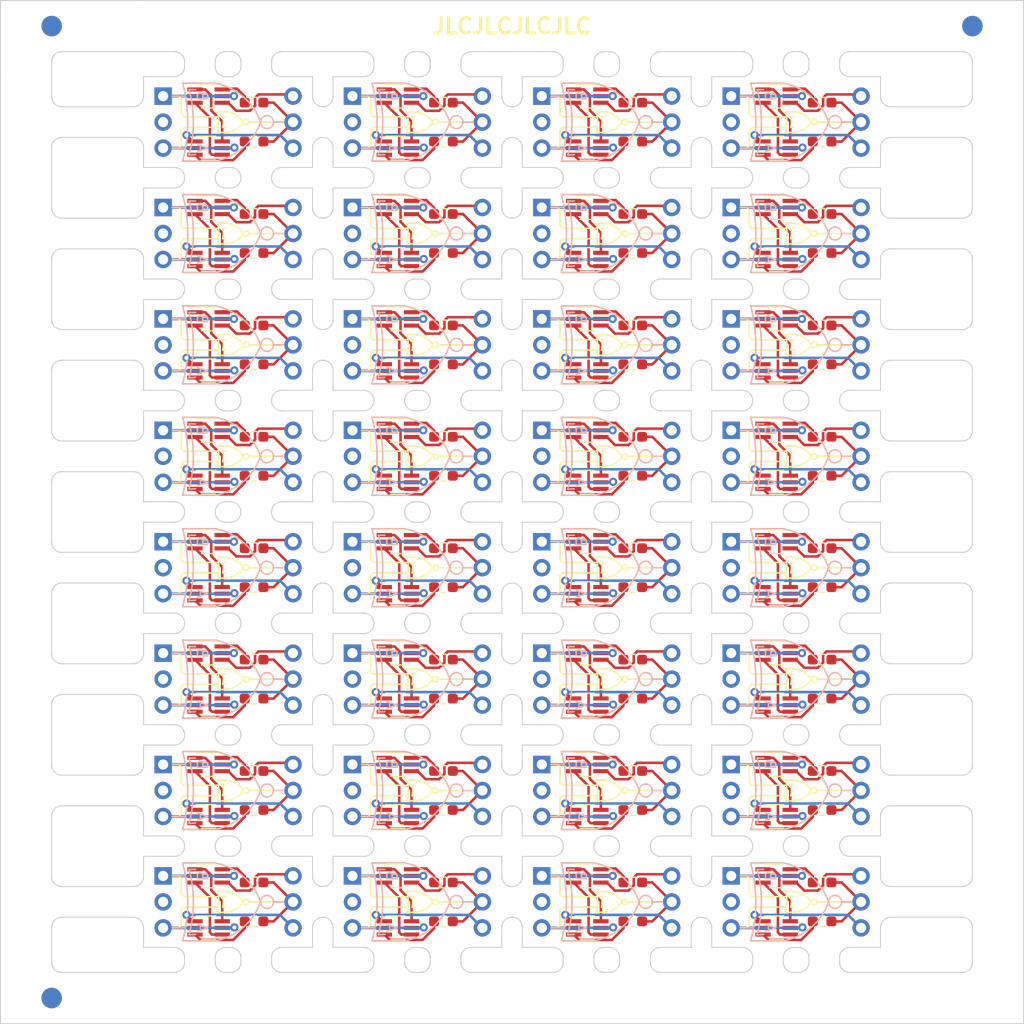
<source format=kicad_pcb>
(kicad_pcb (version 20211014) (generator pcbnew)
  (layers (0 "F.Cu" signal) (31 "B.Cu" signal) (34 "B.Paste" user) (35 "F.Paste" user) (36 "B.SilkS" user "B.Silkscreen") (37 "F.SilkS" user "F.Silkscreen") (38 "B.Mask" user) (39 "F.Mask" user) (44 "Edge.Cuts" user))
  (net 0 "")
  (net 1 "Board_0-A")
  (net 2 "Board_0-B")
  (net 3 "Board_0-Net-(Q1-Pad1)")
  (net 4 "Board_0-Net-(Q1-Pad3)")
  (net 5 "Board_0-Net-(Q1-Pad6)")
  (net 6 "Board_0-Net-(Q2-Pad3)")
  (net 7 "Board_0-Out")
  (net 8 "Board_0-VDD")
  (net 9 "Board_0-VSS")
  (net 10 "Board_0-unconnected-(J1-Pad2)")
  (net 11 "Board_1-A")
  (net 12 "Board_1-B")
  (net 13 "Board_1-Net-(Q1-Pad1)")
  (net 14 "Board_1-Net-(Q1-Pad3)")
  (net 15 "Board_1-Net-(Q1-Pad6)")
  (net 16 "Board_1-Net-(Q2-Pad3)")
  (net 17 "Board_1-Out")
  (net 18 "Board_1-VDD")
  (net 19 "Board_1-VSS")
  (net 20 "Board_1-unconnected-(J1-Pad2)")
  (net 21 "Board_2-A")
  (net 22 "Board_2-B")
  (net 23 "Board_2-Net-(Q1-Pad1)")
  (net 24 "Board_2-Net-(Q1-Pad3)")
  (net 25 "Board_2-Net-(Q1-Pad6)")
  (net 26 "Board_2-Net-(Q2-Pad3)")
  (net 27 "Board_2-Out")
  (net 28 "Board_2-VDD")
  (net 29 "Board_2-VSS")
  (net 30 "Board_2-unconnected-(J1-Pad2)")
  (net 31 "Board_3-A")
  (net 32 "Board_3-B")
  (net 33 "Board_3-Net-(Q1-Pad1)")
  (net 34 "Board_3-Net-(Q1-Pad3)")
  (net 35 "Board_3-Net-(Q1-Pad6)")
  (net 36 "Board_3-Net-(Q2-Pad3)")
  (net 37 "Board_3-Out")
  (net 38 "Board_3-VDD")
  (net 39 "Board_3-VSS")
  (net 40 "Board_3-unconnected-(J1-Pad2)")
  (net 41 "Board_4-A")
  (net 42 "Board_4-B")
  (net 43 "Board_4-Net-(Q1-Pad1)")
  (net 44 "Board_4-Net-(Q1-Pad3)")
  (net 45 "Board_4-Net-(Q1-Pad6)")
  (net 46 "Board_4-Net-(Q2-Pad3)")
  (net 47 "Board_4-Out")
  (net 48 "Board_4-VDD")
  (net 49 "Board_4-VSS")
  (net 50 "Board_4-unconnected-(J1-Pad2)")
  (net 51 "Board_5-A")
  (net 52 "Board_5-B")
  (net 53 "Board_5-Net-(Q1-Pad1)")
  (net 54 "Board_5-Net-(Q1-Pad3)")
  (net 55 "Board_5-Net-(Q1-Pad6)")
  (net 56 "Board_5-Net-(Q2-Pad3)")
  (net 57 "Board_5-Out")
  (net 58 "Board_5-VDD")
  (net 59 "Board_5-VSS")
  (net 60 "Board_5-unconnected-(J1-Pad2)")
  (net 61 "Board_6-A")
  (net 62 "Board_6-B")
  (net 63 "Board_6-Net-(Q1-Pad1)")
  (net 64 "Board_6-Net-(Q1-Pad3)")
  (net 65 "Board_6-Net-(Q1-Pad6)")
  (net 66 "Board_6-Net-(Q2-Pad3)")
  (net 67 "Board_6-Out")
  (net 68 "Board_6-VDD")
  (net 69 "Board_6-VSS")
  (net 70 "Board_6-unconnected-(J1-Pad2)")
  (net 71 "Board_7-A")
  (net 72 "Board_7-B")
  (net 73 "Board_7-Net-(Q1-Pad1)")
  (net 74 "Board_7-Net-(Q1-Pad3)")
  (net 75 "Board_7-Net-(Q1-Pad6)")
  (net 76 "Board_7-Net-(Q2-Pad3)")
  (net 77 "Board_7-Out")
  (net 78 "Board_7-VDD")
  (net 79 "Board_7-VSS")
  (net 80 "Board_7-unconnected-(J1-Pad2)")
  (net 81 "Board_8-A")
  (net 82 "Board_8-B")
  (net 83 "Board_8-Net-(Q1-Pad1)")
  (net 84 "Board_8-Net-(Q1-Pad3)")
  (net 85 "Board_8-Net-(Q1-Pad6)")
  (net 86 "Board_8-Net-(Q2-Pad3)")
  (net 87 "Board_8-Out")
  (net 88 "Board_8-VDD")
  (net 89 "Board_8-VSS")
  (net 90 "Board_8-unconnected-(J1-Pad2)")
  (net 91 "Board_9-A")
  (net 92 "Board_9-B")
  (net 93 "Board_9-Net-(Q1-Pad1)")
  (net 94 "Board_9-Net-(Q1-Pad3)")
  (net 95 "Board_9-Net-(Q1-Pad6)")
  (net 96 "Board_9-Net-(Q2-Pad3)")
  (net 97 "Board_9-Out")
  (net 98 "Board_9-VDD")
  (net 99 "Board_9-VSS")
  (net 100 "Board_9-unconnected-(J1-Pad2)")
  (net 101 "Board_10-A")
  (net 102 "Board_10-B")
  (net 103 "Board_10-Net-(Q1-Pad1)")
  (net 104 "Board_10-Net-(Q1-Pad3)")
  (net 105 "Board_10-Net-(Q1-Pad6)")
  (net 106 "Board_10-Net-(Q2-Pad3)")
  (net 107 "Board_10-Out")
  (net 108 "Board_10-VDD")
  (net 109 "Board_10-VSS")
  (net 110 "Board_10-unconnected-(J1-Pad2)")
  (net 111 "Board_11-A")
  (net 112 "Board_11-B")
  (net 113 "Board_11-Net-(Q1-Pad1)")
  (net 114 "Board_11-Net-(Q1-Pad3)")
  (net 115 "Board_11-Net-(Q1-Pad6)")
  (net 116 "Board_11-Net-(Q2-Pad3)")
  (net 117 "Board_11-Out")
  (net 118 "Board_11-VDD")
  (net 119 "Board_11-VSS")
  (net 120 "Board_11-unconnected-(J1-Pad2)")
  (net 121 "Board_12-A")
  (net 122 "Board_12-B")
  (net 123 "Board_12-Net-(Q1-Pad1)")
  (net 124 "Board_12-Net-(Q1-Pad3)")
  (net 125 "Board_12-Net-(Q1-Pad6)")
  (net 126 "Board_12-Net-(Q2-Pad3)")
  (net 127 "Board_12-Out")
  (net 128 "Board_12-VDD")
  (net 129 "Board_12-VSS")
  (net 130 "Board_12-unconnected-(J1-Pad2)")
  (net 131 "Board_13-A")
  (net 132 "Board_13-B")
  (net 133 "Board_13-Net-(Q1-Pad1)")
  (net 134 "Board_13-Net-(Q1-Pad3)")
  (net 135 "Board_13-Net-(Q1-Pad6)")
  (net 136 "Board_13-Net-(Q2-Pad3)")
  (net 137 "Board_13-Out")
  (net 138 "Board_13-VDD")
  (net 139 "Board_13-VSS")
  (net 140 "Board_13-unconnected-(J1-Pad2)")
  (net 141 "Board_14-A")
  (net 142 "Board_14-B")
  (net 143 "Board_14-Net-(Q1-Pad1)")
  (net 144 "Board_14-Net-(Q1-Pad3)")
  (net 145 "Board_14-Net-(Q1-Pad6)")
  (net 146 "Board_14-Net-(Q2-Pad3)")
  (net 147 "Board_14-Out")
  (net 148 "Board_14-VDD")
  (net 149 "Board_14-VSS")
  (net 150 "Board_14-unconnected-(J1-Pad2)")
  (net 151 "Board_15-A")
  (net 152 "Board_15-B")
  (net 153 "Board_15-Net-(Q1-Pad1)")
  (net 154 "Board_15-Net-(Q1-Pad3)")
  (net 155 "Board_15-Net-(Q1-Pad6)")
  (net 156 "Board_15-Net-(Q2-Pad3)")
  (net 157 "Board_15-Out")
  (net 158 "Board_15-VDD")
  (net 159 "Board_15-VSS")
  (net 160 "Board_15-unconnected-(J1-Pad2)")
  (net 161 "Board_16-A")
  (net 162 "Board_16-B")
  (net 163 "Board_16-Net-(Q1-Pad1)")
  (net 164 "Board_16-Net-(Q1-Pad3)")
  (net 165 "Board_16-Net-(Q1-Pad6)")
  (net 166 "Board_16-Net-(Q2-Pad3)")
  (net 167 "Board_16-Out")
  (net 168 "Board_16-VDD")
  (net 169 "Board_16-VSS")
  (net 170 "Board_16-unconnected-(J1-Pad2)")
  (net 171 "Board_17-A")
  (net 172 "Board_17-B")
  (net 173 "Board_17-Net-(Q1-Pad1)")
  (net 174 "Board_17-Net-(Q1-Pad3)")
  (net 175 "Board_17-Net-(Q1-Pad6)")
  (net 176 "Board_17-Net-(Q2-Pad3)")
  (net 177 "Board_17-Out")
  (net 178 "Board_17-VDD")
  (net 179 "Board_17-VSS")
  (net 180 "Board_17-unconnected-(J1-Pad2)")
  (net 181 "Board_18-A")
  (net 182 "Board_18-B")
  (net 183 "Board_18-Net-(Q1-Pad1)")
  (net 184 "Board_18-Net-(Q1-Pad3)")
  (net 185 "Board_18-Net-(Q1-Pad6)")
  (net 186 "Board_18-Net-(Q2-Pad3)")
  (net 187 "Board_18-Out")
  (net 188 "Board_18-VDD")
  (net 189 "Board_18-VSS")
  (net 190 "Board_18-unconnected-(J1-Pad2)")
  (net 191 "Board_19-A")
  (net 192 "Board_19-B")
  (net 193 "Board_19-Net-(Q1-Pad1)")
  (net 194 "Board_19-Net-(Q1-Pad3)")
  (net 195 "Board_19-Net-(Q1-Pad6)")
  (net 196 "Board_19-Net-(Q2-Pad3)")
  (net 197 "Board_19-Out")
  (net 198 "Board_19-VDD")
  (net 199 "Board_19-VSS")
  (net 200 "Board_19-unconnected-(J1-Pad2)")
  (net 201 "Board_20-A")
  (net 202 "Board_20-B")
  (net 203 "Board_20-Net-(Q1-Pad1)")
  (net 204 "Board_20-Net-(Q1-Pad3)")
  (net 205 "Board_20-Net-(Q1-Pad6)")
  (net 206 "Board_20-Net-(Q2-Pad3)")
  (net 207 "Board_20-Out")
  (net 208 "Board_20-VDD")
  (net 209 "Board_20-VSS")
  (net 210 "Board_20-unconnected-(J1-Pad2)")
  (net 211 "Board_21-A")
  (net 212 "Board_21-B")
  (net 213 "Board_21-Net-(Q1-Pad1)")
  (net 214 "Board_21-Net-(Q1-Pad3)")
  (net 215 "Board_21-Net-(Q1-Pad6)")
  (net 216 "Board_21-Net-(Q2-Pad3)")
  (net 217 "Board_21-Out")
  (net 218 "Board_21-VDD")
  (net 219 "Board_21-VSS")
  (net 220 "Board_21-unconnected-(J1-Pad2)")
  (net 221 "Board_22-A")
  (net 222 "Board_22-B")
  (net 223 "Board_22-Net-(Q1-Pad1)")
  (net 224 "Board_22-Net-(Q1-Pad3)")
  (net 225 "Board_22-Net-(Q1-Pad6)")
  (net 226 "Board_22-Net-(Q2-Pad3)")
  (net 227 "Board_22-Out")
  (net 228 "Board_22-VDD")
  (net 229 "Board_22-VSS")
  (net 230 "Board_22-unconnected-(J1-Pad2)")
  (net 231 "Board_23-A")
  (net 232 "Board_23-B")
  (net 233 "Board_23-Net-(Q1-Pad1)")
  (net 234 "Board_23-Net-(Q1-Pad3)")
  (net 235 "Board_23-Net-(Q1-Pad6)")
  (net 236 "Board_23-Net-(Q2-Pad3)")
  (net 237 "Board_23-Out")
  (net 238 "Board_23-VDD")
  (net 239 "Board_23-VSS")
  (net 240 "Board_23-unconnected-(J1-Pad2)")
  (net 241 "Board_24-A")
  (net 242 "Board_24-B")
  (net 243 "Board_24-Net-(Q1-Pad1)")
  (net 244 "Board_24-Net-(Q1-Pad3)")
  (net 245 "Board_24-Net-(Q1-Pad6)")
  (net 246 "Board_24-Net-(Q2-Pad3)")
  (net 247 "Board_24-Out")
  (net 248 "Board_24-VDD")
  (net 249 "Board_24-VSS")
  (net 250 "Board_24-unconnected-(J1-Pad2)")
  (net 251 "Board_25-A")
  (net 252 "Board_25-B")
  (net 253 "Board_25-Net-(Q1-Pad1)")
  (net 254 "Board_25-Net-(Q1-Pad3)")
  (net 255 "Board_25-Net-(Q1-Pad6)")
  (net 256 "Board_25-Net-(Q2-Pad3)")
  (net 257 "Board_25-Out")
  (net 258 "Board_25-VDD")
  (net 259 "Board_25-VSS")
  (net 260 "Board_25-unconnected-(J1-Pad2)")
  (net 261 "Board_26-A")
  (net 262 "Board_26-B")
  (net 263 "Board_26-Net-(Q1-Pad1)")
  (net 264 "Board_26-Net-(Q1-Pad3)")
  (net 265 "Board_26-Net-(Q1-Pad6)")
  (net 266 "Board_26-Net-(Q2-Pad3)")
  (net 267 "Board_26-Out")
  (net 268 "Board_26-VDD")
  (net 269 "Board_26-VSS")
  (net 270 "Board_26-unconnected-(J1-Pad2)")
  (net 271 "Board_27-A")
  (net 272 "Board_27-B")
  (net 273 "Board_27-Net-(Q1-Pad1)")
  (net 274 "Board_27-Net-(Q1-Pad3)")
  (net 275 "Board_27-Net-(Q1-Pad6)")
  (net 276 "Board_27-Net-(Q2-Pad3)")
  (net 277 "Board_27-Out")
  (net 278 "Board_27-VDD")
  (net 279 "Board_27-VSS")
  (net 280 "Board_27-unconnected-(J1-Pad2)")
  (net 281 "Board_28-A")
  (net 282 "Board_28-B")
  (net 283 "Board_28-Net-(Q1-Pad1)")
  (net 284 "Board_28-Net-(Q1-Pad3)")
  (net 285 "Board_28-Net-(Q1-Pad6)")
  (net 286 "Board_28-Net-(Q2-Pad3)")
  (net 287 "Board_28-Out")
  (net 288 "Board_28-VDD")
  (net 289 "Board_28-VSS")
  (net 290 "Board_28-unconnected-(J1-Pad2)")
  (net 291 "Board_29-A")
  (net 292 "Board_29-B")
  (net 293 "Board_29-Net-(Q1-Pad1)")
  (net 294 "Board_29-Net-(Q1-Pad3)")
  (net 295 "Board_29-Net-(Q1-Pad6)")
  (net 296 "Board_29-Net-(Q2-Pad3)")
  (net 297 "Board_29-Out")
  (net 298 "Board_29-VDD")
  (net 299 "Board_29-VSS")
  (net 300 "Board_29-unconnected-(J1-Pad2)")
  (net 301 "Board_30-A")
  (net 302 "Board_30-B")
  (net 303 "Board_30-Net-(Q1-Pad1)")
  (net 304 "Board_30-Net-(Q1-Pad3)")
  (net 305 "Board_30-Net-(Q1-Pad6)")
  (net 306 "Board_30-Net-(Q2-Pad3)")
  (net 307 "Board_30-Out")
  (net 308 "Board_30-VDD")
  (net 309 "Board_30-VSS")
  (net 310 "Board_30-unconnected-(J1-Pad2)")
  (net 311 "Board_31-A")
  (net 312 "Board_31-B")
  (net 313 "Board_31-Net-(Q1-Pad1)")
  (net 314 "Board_31-Net-(Q1-Pad3)")
  (net 315 "Board_31-Net-(Q1-Pad6)")
  (net 316 "Board_31-Net-(Q2-Pad3)")
  (net 317 "Board_31-Out")
  (net 318 "Board_31-VDD")
  (net 319 "Board_31-VSS")
  (net 320 "Board_31-unconnected-(J1-Pad2)")
  (footprint "Package_TO_SOT_SMD:SOT-363_SC-70-6_Handsoldering" (layer "F.Cu") (at 35.34 46.126)
    (fp_text reference "Q1" hide)
    (fp_text value "BSS8402DW-7-F")
  )
  (footprint "NPTH" (layer "F.Cu") (at 90.025 96.466)
    (fp_text reference "REF**" hide)
    (fp_text value "NPTH" hide)
  )
  (footprint "NPTH" (layer "F.Cu") (at 110.51 22.446)
    (fp_text reference "REF**" hide)
    (fp_text value "NPTH" hide)
  )
  (footprint "Resistor_SMD:R_0603_1608Metric_Pad0.98x0.95mm_HandSolder" (layer "F.Cu") (at 76.805 28.791)
    (fp_text reference "R1" hide)
    (fp_text value "12k")
  )
  (footprint "NPTH" (layer "F.Cu") (at 71.511666 74.686)
    (fp_text reference "REF**" hide)
    (fp_text value "NPTH" hide)
  )
  (footprint "Resistor_SMD:R_0603_1608Metric_Pad0.98x0.95mm_HandSolder" (layer "F.Cu") (at 58.295 68.541 180)
    (fp_text reference "R2" hide)
    (fp_text value "12k")
  )
  (footprint "Package_TO_SOT_SMD:SOT-363_SC-70-6_Handsoldering" (layer "F.Cu") (at 90.87 100.576)
    (fp_text reference "Q1" hide)
    (fp_text value "BSS8402DW-7-F")
  )
  (footprint "Package_TO_SOT_SMD:SOT-363_SC-70-6_Handsoldering" (layer "F.Cu") (at 90.87 57.016)
    (fp_text reference "Q1" hide)
    (fp_text value "BSS8402DW-7-F")
  )
  (footprint "NPTH" (layer "F.Cu") (at 52.005 42.026)
    (fp_text reference "REF**" hide)
    (fp_text value "NPTH" hide)
  )
  (footprint "NPTH" (layer "F.Cu") (at 72.511666 52.906)
    (fp_text reference "REF**" hide)
    (fp_text value "NPTH" hide)
  )
  (footprint "NPTH" (layer "F.Cu") (at 88.025 55.306)
    (fp_text reference "REF**" hide)
    (fp_text value "NPTH" hide)
  )
  (footprint "NPTH" (layer "F.Cu") (at 77.018333 66.206)
    (fp_text reference "REF**" hide)
    (fp_text value "NPTH" hide)
  )
  (footprint "NPTH" (layer "F.Cu") (at 53.005 44.426)
    (fp_text reference "REF**" hide)
    (fp_text value "NPTH" hide)
  )
  (footprint "NPTH" (layer "F.Cu") (at 76.018333 33.526)
    (fp_text reference "REF**" hide)
    (fp_text value "NPTH" hide)
  )
  (footprint "NPTH" (layer "F.Cu") (at 47.705 71.446)
    (fp_text reference "REF**" hide)
    (fp_text value "NPTH" hide)
  )
  (footprint "NPTH" (layer "F.Cu") (at 101.025 110.512)
    (fp_text reference "REF**" hide)
    (fp_text value "NPTH" hide)
  )
  (footprint "NPTH" (layer "F.Cu") (at 71.511666 22.646)
    (fp_text reference "REF**" hide)
    (fp_text value "NPTH" hide)
  )
  (footprint "NPTH" (layer "F.Cu") (at 35.491666 52.906)
    (fp_text reference "REF**" hide)
    (fp_text value "NPTH" hide)
  )
  (footprint "NPTH" (layer "F.Cu") (at 75.018333 85.586)
    (fp_text reference "REF**" hide)
    (fp_text value "NPTH" hide)
  )
  (footprint "NPTH" (layer "F.Cu") (at 29.185 68.446)
    (fp_text reference "REF**" hide)
    (fp_text value "NPTH" hide)
  )
  (footprint "NPTH" (layer "F.Cu") (at 35.491666 74.686)
    (fp_text reference "REF**" hide)
    (fp_text value "NPTH" hide)
  )
  (footprint "NPTH" (layer "F.Cu") (at 55.005 33.526)
    (fp_text reference "REF**" hide)
    (fp_text value "NPTH" hide)
  )
  (footprint "NPTH" (layer "F.Cu") (at 53.005 55.306)
    (fp_text reference "REF**" hide)
    (fp_text value "NPTH" hide)
  )
  (footprint "NPTH" (layer "F.Cu") (at 94.525 98.866)
    (fp_text reference "REF**" hide)
    (fp_text value "NPTH" hide)
  )
  (footprint "NPTH" (layer "F.Cu") (at 34.491666 98.866)
    (fp_text reference "REF**" hide)
    (fp_text value "NPTH" hide)
  )
  (footprint "NPTH" (layer "F.Cu") (at 66.205 93.226)
    (fp_text reference "REF**" hide)
    (fp_text value "NPTH" hide)
  )
  (footprint "NPTH" (layer "F.Cu") (at 93.525 31.126)
    (fp_text reference "REF**" hide)
    (fp_text value "NPTH" hide)
  )
  (footprint "NPTH" (layer "F.Cu") (at 77.018333 52.906)
    (fp_text reference "REF**" hide)
    (fp_text value "NPTH" hide)
  )
  (footprint "NPTH" (layer "F.Cu") (at 73.511666 77.086)
    (fp_text reference "REF**" hide)
    (fp_text value "NPTH" hide)
  )
  (footprint "NPTH" (layer "F.Cu") (at 100.825 69.446)
    (fp_text reference "REF**" hide)
    (fp_text value "NPTH" hide)
  )
  (footprint "NPTH" (layer "F.Cu") (at 100.825 103.116)
    (fp_text reference "REF**" hide)
    (fp_text value "NPTH" hide)
  )
  (footprint "NPTH" (layer "F.Cu") (at 52.005 55.306)
    (fp_text reference "REF**" hide)
    (fp_text value "NPTH" hide)
  )
  (footprint "NPTH" (layer "F.Cu") (at 32.491666 33.526)
    (fp_text reference "REF**" hide)
    (fp_text value "NPTH" hide)
  )
  (footprint "NPTH" (layer "F.Cu") (at 71.511666 98.866)
    (fp_text reference "REF**" hide)
    (fp_text value "NPTH" hide)
  )
  (footprint "Resistor_SMD:R_0603_1608Metric_Pad0.98x0.95mm_HandSolder" (layer "F.Cu") (at 58.295 79.431 180)
    (fp_text reference "R2" hide)
    (fp_text value "12k")
  )
  (footprint "NPTH" (layer "F.Cu") (at 76.018333 77.086)
    (fp_text reference "REF**" hide)
    (fp_text value "NPTH" hide)
  )
  (footprint "Tritium:PinHeader_1x03_P2.54mm_Vertical_NoSilkscreen" (layer "F.Cu") (at 49.405 78.796)
    (fp_text reference "J1" hide)
    (fp_text value "Conn_01x03")
  )
  (footprint "Tritium:PinHeader_1x03_P2.54mm_Vertical_NoSilkscreen" (layer "F.Cu") (at 43.595 24.346)
    (fp_text reference "J2" hide)
    (fp_text value "Conn_01x03")
  )
  (footprint "NPTH" (layer "F.Cu") (at 100.825 27.886)
    (fp_text reference "REF**" hide)
    (fp_text value "NPTH" hide)
  )
  (footprint "NPTH" (layer "F.Cu") (at 58.505 63.806)
    (fp_text reference "REF**" hide)
    (fp_text value "NPTH" hide)
  )
  (footprint "NPTH" (layer "F.Cu") (at 35.491666 66.206)
    (fp_text reference "REF**" hide)
    (fp_text value "NPTH" hide)
  )
  (footprint "NPTH" (layer "F.Cu") (at 69.511666 55.306)
    (fp_text reference "REF**" hide)
    (fp_text value "NPTH" hide)
  )
  (footprint "NPTH" (layer "F.Cu") (at 78.018333 44.426)
    (fp_text reference "REF**" hide)
    (fp_text value "NPTH" hide)
  )
  (footprint "NPTH" (layer "F.Cu") (at 66.205 82.336)
    (fp_text reference "REF**" hide)
    (fp_text value "NPTH" hide)
  )
  (footprint "NPTH" (layer "F.Cu") (at 54.005 66.206)
    (fp_text reference "REF**" hide)
    (fp_text value "NPTH" hide)
  )
  (footprint "NPTH" (layer "F.Cu") (at 82.325 82.336)
    (fp_text reference "REF**" hide)
    (fp_text value "NPTH" hide)
  )
  (footprint "NPTH" (layer "F.Cu") (at 69.511666 63.806)
    (fp_text reference "REF**" hide)
    (fp_text value "NPTH" hide)
  )
  (footprint "NPTH" (layer "F.Cu") (at 56.505 87.986)
    (fp_text reference "REF**" hide)
    (fp_text value "NPTH" hide)
  )
  (footprint "NPTH" (layer "F.Cu") (at 75.018333 31.126)
    (fp_text reference "REF**" hide)
    (fp_text value "NPTH" hide)
  )
  (footprint "NPTH" (layer "F.Cu") (at 94.525 77.086)
    (fp_text reference "REF**" hide)
    (fp_text value "NPTH" hide)
  )
  (footprint "NPTH" (layer "F.Cu") (at 36.491666 22.646)
    (fp_text reference "REF**" hide)
    (fp_text value "NPTH" hide)
  )
  (footprint "NPTH" (layer "F.Cu") (at 36.491666 63.806)
    (fp_text reference "REF**" hide)
    (fp_text value "NPTH" hide)
  )
  (footprint "NPTH" (layer "F.Cu") (at 97.525 96.466)
    (fp_text reference "REF**" hide)
    (fp_text value "NPTH" hide)
  )
  (footprint "NPTH" (layer "F.Cu") (at 66.205 36.776)
    (fp_text reference "REF**" hide)
    (fp_text value "NPTH" hide)
  )
  (footprint "NPTH" (layer "F.Cu") (at 35.491666 44.426)
    (fp_text reference "REF**" hide)
    (fp_text value "NPTH" hide)
  )
  (footprint "NPTH" (layer "F.Cu") (at 32.491666 63.806)
    (fp_text reference "REF**" hide)
    (fp_text value "NPTH" hide)
  )
  (footprint "NPTH" (layer "F.Cu") (at 29.185 24.886)
    (fp_text reference "REF**" hide)
    (fp_text value "NPTH" hide)
  )
  (footprint "NPTH" (layer "F.Cu") (at 100.825 83.336)
    (fp_text reference "REF**" hide)
    (fp_text value "NPTH" hide)
  )
  (footprint "NPTH" (layer "F.Cu") (at 82.325 27.886)
    (fp_text reference "REF**" hide)
    (fp_text value "NPTH" hide)
  )
  (footprint "NPTH" (layer "F.Cu") (at 45.305 69.446)
    (fp_text reference "REF**" hide)
    (fp_text value "NPTH" hide)
  )
  (footprint "NPTH" (layer "F.Cu") (at 75.018333 52.906)
    (fp_text reference "REF**" hide)
    (fp_text value "NPTH" hide)
  )
  (footprint "NPTH" (layer "F.Cu") (at 100.825 49.666)
    (fp_text reference "REF**" hide)
    (fp_text value "NPTH" hide)
  )
  (footprint "NPTH" (layer "F.Cu") (at 45.305 26.886)
    (fp_text reference "REF**" hide)
    (fp_text value "NPTH" hide)
  )
  (footprint "NPTH" (layer "F.Cu") (at 78.018333 63.806)
    (fp_text reference "REF**" hide)
    (fp_text value "NPTH" hide)
  )
  (footprint "Package_TO_SOT_SMD:SOT-363_SC-70-6_Handsoldering" (layer "F.Cu") (at 53.85 94.766)
    (fp_text reference "Q2" hide)
    (fp_text value "BSS8402DW-7-F")
  )
  (footprint "NPTH" (layer "F.Cu") (at 88.025 42.026)
    (fp_text reference "REF**" hide)
    (fp_text value "NPTH" hide)
  )
  (footprint "NPTH" (layer "F.Cu") (at 90.025 66.206)
    (fp_text reference "REF**" hide)
    (fp_text value "NPTH" hide)
  )
  (footprint "Tritium:PinHeader_1x03_P2.54mm_Vertical_NoSilkscreen" (layer "F.Cu") (at 30.895 35.236)
    (fp_text reference "J1" hide)
    (fp_text value "Conn_01x03")
  )
  (footprint "NPTH" (layer "F.Cu") (at 91.025 31.126)
    (fp_text reference "REF**" hide)
    (fp_text value "NPTH" hide)
  )
  (footprint "NPTH" (layer "F.Cu") (at 78.018333 87.986)
    (fp_text reference "REF**" hide)
    (fp_text value "NPTH" hide)
  )
  (footprint "NPTH" (layer "F.Cu") (at 55.005 96.466)
    (fp_text reference "REF**" hide)
    (fp_text value "NPTH" hide)
  )
  (footprint "NPTH" (layer "F.Cu") (at 58.505 85.586)
    (fp_text reference "REF**" hide)
    (fp_text value "NPTH" hide)
  )
  (footprint "Tritium:PinHeader_1x03_P2.54mm_Vertical_NoSilkscreen" (layer "F.Cu") (at 30.895 89.686)
    (fp_text reference "J1" hide)
    (fp_text value "Conn_01x03")
  )
  (footprint "NPTH" (layer "F.Cu") (at 66.205 91.226)
    (fp_text reference "REF**" hide)
    (fp_text value "NPTH" hide)
  )
  (footprint "NPTH" (layer "F.Cu") (at 72.511666 85.586)
    (fp_text reference "REF**" hide)
    (fp_text value "NPTH" hide)
  )
  (footprint "Package_TO_SOT_SMD:SOT-363_SC-70-6_Handsoldering" (layer "F.Cu") (at 72.36 35.236)
    (fp_text reference "Q1" hide)
    (fp_text value "BSS8402DW-7-F")
  )
  (footprint "NPTH" (layer "F.Cu") (at 97.525 66.206)
    (fp_text reference "REF**" hide)
    (fp_text value "NPTH" hide)
  )
  (footprint "NPTH" (layer "F.Cu") (at 47.705 28.886)
    (fp_text reference "REF**" hide)
    (fp_text value "NPTH" hide)
  )
  (footprint "NPTH" (layer "F.Cu") (at 63.805 82.336)
    (fp_text reference "REF**" hide)
    (fp_text value "NPTH" hide)
  )
  (footprint "NPTH" (layer "F.Cu") (at 91.025 74.686)
    (fp_text reference "REF**" hide)
    (fp_text value "NPTH" hide)
  )
  (footprint "NPTH" (layer "F.Cu") (at 53.005 52.906)
    (fp_text reference "REF**" hide)
    (fp_text value "NPTH" hide)
  )
  (footprint "NPTH" (layer "F.Cu") (at 95.525 52.906)
    (fp_text reference "REF**" hide)
    (fp_text value "NPTH" hide)
  )
  (footprint "NPTH" (layer "F.Cu") (at 72.511666 77.086)
    (fp_text reference "REF**" hide)
    (fp_text value "NPTH" hide)
  )
  (footprint "NPTH" (layer "F.Cu") (at 101.025 113.512)
    (fp_text reference "REF**" hide)
    (fp_text value "NPTH" hide)
  )
  (footprint "NPTH" (layer "F.Cu") (at 53.005 74.686)
    (fp_text reference "REF**" hide)
    (fp_text value "NPTH" hide)
  )
  (footprint "NPTH" (layer "F.Cu") (at 32.491666 42.026)
    (fp_text reference "REF**" hide)
    (fp_text value "NPTH" hide)
  )
  (footprint "NPTH" (layer "F.Cu") (at 90.025 98.866)
    (fp_text reference "REF**" hide)
    (fp_text value "NPTH" hide)
  )
  (footprint "NPTH" (layer "F.Cu") (at 70.511666 33.526)
    (fp_text reference "REF**" hide)
    (fp_text value "NPTH" hide)
  )
  (footprint "NPTH" (layer "F.Cu") (at 36.491666 77.086)
    (fp_text reference "REF**" hide)
    (fp_text value "NPTH" hide)
  )
  (footprint "NPTH" (layer "F.Cu") (at 100.825 47.666)
    (fp_text reference "REF**" hide)
    (fp_text value "NPTH" hide)
  )
  (footprint "NPTH" (layer "F.Cu") (at 53.005 33.526)
    (fp_text reference "REF**" hide)
    (fp_text value "NPTH" hide)
  )
  (footprint "NPTH" (layer "F.Cu") (at 79.018333 74.686)
    (fp_text reference "REF**" hide)
    (fp_text value "NPTH" hide)
  )
  (footprint "NPTH" (layer "F.Cu") (at 75.018333 96.466)
    (fp_text reference "REF**" hide)
    (fp_text value "NPTH" hide)
  )
  (footprint "Tritium:PinHeader_1x03_P2.54mm_Vertical_NoSilkscreen" (layer "F.Cu") (at 62.105 24.346)
    (fp_text reference "J2" hide)
    (fp_text value "Conn_01x03")
  )
  (footprint "NPTH" (layer "F.Cu") (at 70.511666 74.686)
    (fp_text reference "REF**" hide)
    (fp_text value "NPTH" hide)
  )
  (footprint "Resistor_SMD:R_0603_1608Metric_Pad0.98x0.95mm_HandSolder" (layer "F.Cu") (at 76.805 68.541 180)
    (fp_text reference "R2" hide)
    (fp_text value "12k")
  )
  (footprint "NPTH" (layer "F.Cu") (at 73.511666 31.126)
    (fp_text reference "REF**" hide)
    (fp_text value "NPTH" hide)
  )
  (footprint "Package_TO_SOT_SMD:SOT-363_SC-70-6_Handsoldering" (layer "F.Cu") (at 72.36 57.016)
    (fp_text reference "Q1" hide)
    (fp_text value "BSS8402DW-7-F")
  )
  (footprint "NPTH" (layer "F.Cu") (at 53.005 42.026)
    (fp_text reference "REF**" hide)
    (fp_text value "NPTH" hide)
  )
  (footprint "NPTH" (layer "F.Cu") (at 57.505 33.526)
    (fp_text reference "REF**" hide)
    (fp_text value "NPTH" hide)
  )
  (footprint "NPTH" (layer "F.Cu") (at 71.511666 44.426)
    (fp_text reference "REF**" hide)
    (fp_text value "NPTH" hide)
  )
  (footprint "NPTH" (layer "F.Cu") (at 112.51 17.5)
    (fp_text reference "REF**" hide)
    (fp_text value "NPTH" hide)
  )
  (footprint "NPTH" (layer "F.Cu") (at 82.325 36.776)
    (fp_text reference "REF**" hide)
    (fp_text value "NPTH" hide)
  )
  (footprint "NPTH" (layer "F.Cu") (at 94.525 31.126)
    (fp_text reference "REF**" hide)
    (fp_text value "NPTH" hide)
  )
  (footprint "NPTH" (layer "F.Cu") (at 95.525 98.866)
    (fp_text reference "REF**" hide)
    (fp_text value "NPTH" hide)
  )
  (footprint "NPTH" (layer "F.Cu") (at 45.305 90.226)
    (fp_text reference "REF**" hide)
    (fp_text value "NPTH" hide)
  )
  (footprint "NPTH" (layer "F.Cu") (at 71.511666 42.026)
    (fp_text reference "REF**" hide)
    (fp_text value "NPTH" hide)
  )
  (footprint "NPTH" (layer "F.Cu") (at 77.018333 85.586)
    (fp_text reference "REF**" hide)
    (fp_text value "NPTH" hide)
  )
  (footprint "NPTH" (layer "F.Cu") (at 100.825 71.446)
    (fp_text reference "REF**" hide)
    (fp_text value "NPTH" hide)
  )
  (footprint "NPTH" (layer "F.Cu") (at 82.325 72.446)
    (fp_text reference "REF**" hide)
    (fp_text value "NPTH" hide)
  )
  (footprint "NPTH" (layer "F.Cu") (at 73.511666 55.306)
    (fp_text reference "REF**" hide)
    (fp_text value "NPTH" hide)
  )
  (footprint "NPTH" (layer "F.Cu") (at 19.5 107.566)
    (fp_text reference "REF**" hide)
    (fp_text value "NPTH" hide)
  )
  (footprint "NPTH" (layer "F.Cu") (at 47.705 46.666)
    (fp_text reference "REF**" hide)
    (fp_text value "NPTH" hide)
  )
  (footprint "NPTH" (layer "F.Cu") (at 84.725 68.446)
    (fp_text reference "REF**" hide)
    (fp_text value "NPTH" hide)
  )
  (footprint "NPTH" (layer "F.Cu") (at 56.505 22.646)
    (fp_text reference "REF**" hide)
    (fp_text value "NPTH" hide)
  )
  (footprint "Package_TO_SOT_SMD:SOT-363_SC-70-6_Handsoldering" (layer "F.Cu") (at 90.87 94.766)
    (fp_text reference "Q2" hide)
    (fp_text value "BSS8402DW-7-F")
  )
  (footprint "NPTH" (layer "F.Cu") (at 40.998333 77.086)
    (fp_text reference "REF**" hide)
    (fp_text value "NPTH" hide)
  )
  (footprint "Package_TO_SOT_SMD:SOT-363_SC-70-6_Handsoldering" (layer "F.Cu") (at 53.85 78.796)
    (fp_text reference "Q1" hide)
    (fp_text value "BSS8402DW-7-F")
  )
  (footprint "NPTH" (layer "F.Cu") (at 78.018333 33.526)
    (fp_text reference "REF**" hide)
    (fp_text value "NPTH" hide)
  )
  (footprint "NPTH" (layer "F.Cu") (at 37.998333 87.986)
    (fp_text reference "REF**" hide)
    (fp_text value "NPTH" hide)
  )
  (footprint "NPTH" (layer "F.Cu") (at 84.725 71.446)
    (fp_text reference "REF**" hide)
    (fp_text value "NPTH" hide)
  )
  (footprint "NPTH" (layer "F.Cu") (at 100.825 101.116)
    (fp_text reference "REF**" hide)
    (fp_text value "NPTH" hide)
  )
  (footprint "Resistor_SMD:R_0603_1608Metric_Pad0.98x0.95mm_HandSolder" (layer "F.Cu") (at 95.315 61.461)
    (fp_text reference "R1" hide)
    (fp_text value "12k")
  )
  (footprint "NPTH" (layer "F.Cu") (at 93.525 42.026)
    (fp_text reference "REF**" hide)
    (fp_text value "NPTH" hide)
  )
  (footprint "Resistor_SMD:R_0603_1608Metric_Pad0.98x0.95mm_HandSolder" (layer "F.Cu") (at 58.295 39.681)
    (fp_text reference "R1" hide)
    (fp_text value "12k")
  )
  (footprint "NPTH" (layer "F.Cu") (at 55.005 107.366)
    (fp_text reference "REF**" hide)
    (fp_text value "NPTH" hide)
  )
  (footprint "NPTH" (layer "F.Cu") (at 32.491666 107.366)
    (fp_text reference "REF**" hide)
    (fp_text value "NPTH" hide)
  )
  (footprint "NPTH" (layer "F.Cu") (at 41.998333 77.086)
    (fp_text reference "REF**" hide)
    (fp_text value "NPTH" hide)
  )
  (footprint "NPTH" (layer "F.Cu") (at 100.825 94.226)
    (fp_text reference "REF**" hide)
    (fp_text value "NPTH" hide)
  )
  (footprint "NPTH" (layer "F.Cu") (at 35.491666 33.526)
    (fp_text reference "REF**" hide)
    (fp_text value "NPTH" hide)
  )
  (footprint "NPTH" (layer "F.Cu") (at 47.705 101.116)
    (fp_text reference "REF**" hide)
    (fp_text value "NPTH" hide)
  )
  (footprint "NPTH" (layer "F.Cu") (at 40.998333 87.986)
    (fp_text reference "REF**" hide)
    (fp_text value "NPTH" hide)
  )
  (footprint "NPTH" (layer "F.Cu") (at 40.998333 31.126)
    (fp_text reference "REF**" hide)
    (fp_text value "NPTH" hide)
  )
  (footprint "NPTH" (layer "F.Cu") (at 59.505 22.646)
    (fp_text reference "REF**" hide)
    (fp_text value "NPTH" hide)
  )
  (footprint "NPTH" (layer "F.Cu") (at 95.525 44.426)
    (fp_text reference "REF**" hide)
    (fp_text value "NPTH" hide)
  )
  (footprint "NPTH" (layer "F.Cu") (at 79.018333 63.806)
    (fp_text reference "REF**" hide)
    (fp_text value "NPTH" hide)
  )
  (footprint "NPTH" (layer "F.Cu") (at 91.025 98.866)
    (fp_text reference "REF**" hide)
    (fp_text value "NPTH" hide)
  )
  (footprint "NPTH" (layer "F.Cu") (at 47.705 49.666)
    (fp_text reference "REF**" hide)
    (fp_text value "NPTH" hide)
  )
  (footprint "Resistor_SMD:R_0603_1608Metric_Pad0.98x0.95mm_HandSolder" (layer "F.Cu") (at 39.785 57.651 180)
    (fp_text reference "R2" hide)
    (fp_text value "12k")
  )
  (footprint "NPTH" (layer "F.Cu") (at 38.998333 87.986)
    (fp_text reference "REF**" hide)
    (fp_text value "NPTH" hide)
  )
  (footprint "NPTH" (layer "F.Cu") (at 91.025 42.026)
    (fp_text reference "REF**" hide)
    (fp_text value "NPTH" hide)
  )
  (footprint "NPTH" (layer "F.Cu") (at 89.025 66.206)
    (fp_text reference "REF**" hide)
    (fp_text value "NPTH" hide)
  )
  (footprint "NPTH" (layer "F.Cu") (at 94.525 87.986)
    (fp_text reference "REF**" hide)
    (fp_text value "NPTH" hide)
  )
  (footprint "Package_TO_SOT_SMD:SOT-363_SC-70-6_Handsoldering" (layer "F.Cu") (at 53.85 62.096)
    (fp_text reference "Q2" hide)
    (fp_text value "BSS8402DW-7-F")
  )
  (footprint "NPTH" (layer "F.Cu") (at 41.998333 33.526)
    (fp_text reference "REF**" hide)
    (fp_text value "NPTH" hide)
  )
  (footprint "NPTH" (layer "F.Cu") (at 84.725 58.556)
    (fp_text reference "REF**" hide)
    (fp_text value "NPTH" hide)
  )
  (footprint "NPTH" (layer "F.Cu") (at 70.511666 42.026)
    (fp_text reference "REF**" hide)
    (fp_text value "NPTH" hide)
  )
  (footprint "NPTH" (layer "F.Cu") (at 72.511666 33.526)
    (fp_text reference "REF**" hide)
    (fp_text value "NPTH" hide)
  )
  (footprint "NPTH" (layer "F.Cu") (at 41.998333 107.366)
    (fp_text reference "REF**" hide)
    (fp_text value "NPTH" hide)
  )
  (footprint "NPTH" (layer "F.Cu") (at 70.511666 85.586)
    (fp_text reference "REF**" hide)
    (fp_text value "NPTH" hide)
  )
  (footprint "NPTH" (layer "F.Cu") (at 54.005 44.426)
    (fp_text reference "REF**" hide)
    (fp_text value "NPTH" hide)
  )
  (footprint "NPTH" (layer "F.Cu") (at 92.025 96.466)
    (fp_text reference "REF**" hide)
    (fp_text value "NPTH" hide)
  )
  (footprint "NPTH" (layer "F.Cu") (at 29.185 90.226)
    (fp_text reference "REF**" hide)
    (fp_text value "NPTH" hide)
  )
  (footprint "NPTH" (layer "F.Cu") (at 63.805 70.446)
    (fp_text reference "REF**" hide)
    (fp_text value "NPTH" hide)
  )
  (footprint "NPTH" (layer "F.Cu") (at 95.525 74.686)
    (fp_text reference "REF**" hide)
    (fp_text value "NPTH" hide)
  )
  (footprint "NPTH" (layer "F.Cu") (at 76.018333 107.366)
    (fp_text reference "REF**" hide)
    (fp_text value "NPTH" hide)
  )
  (footprint "NPTH" (layer "F.Cu") (at 66.205 25.886)
    (fp_text reference "REF**" hide)
    (fp_text value "NPTH" hide)
  )
  (footprint "NPTH" (layer "F.Cu") (at 97.525 107.366)
    (fp_text reference "REF**" hide)
    (fp_text value "NPTH" hide)
  )
  (footprint "Package_TO_SOT_SMD:SOT-363_SC-70-6_Handsoldering" (layer "F.Cu") (at 35.34 62.096)
    (fp_text reference "Q2" hide)
    (fp_text value "BSS8402DW-7-F")
  )
  (footprint "NPTH" (layer "F.Cu") (at 41.998333 52.906)
    (fp_text reference "REF**" hide)
    (fp_text value "NPTH" hide)
  )
  (footprint "NPTH" (layer "F.Cu") (at 53.005 85.586)
    (fp_text reference "REF**" hide)
    (fp_text value "NPTH" hide)
  )
  (footprint "NPTH" (layer "F.Cu") (at 45.305 70.446)
    (fp_text reference "REF**" hide)
    (fp_text value "NPTH" hide)
  )
  (footprint "NPTH" (layer "F.Cu") (at 45.305 102.116)
    (fp_text reference "REF**" hide)
    (fp_text value "NPTH" hide)
  )
  (footprint "NPTH" (layer "F.Cu") (at 91.025 52.906)
    (fp_text reference "REF**" hide)
    (fp_text value "NPTH" hide)
  )
  (footprint "NPTH" (layer "F.Cu") (at 60.505 31.126)
    (fp_text reference "REF**" hide)
    (fp_text value "NPTH" hide)
  )
  (footprint "Package_TO_SOT_SMD:SOT-363_SC-70-6_Handsoldering" (layer "F.Cu") (at 90.87 29.426)
    (fp_text reference "Q2" hide)
    (fp_text value "BSS8402DW-7-F")
  )
  (footprint "NPTH" (layer "F.Cu") (at 78.018333 52.906)
    (fp_text reference "REF**" hide)
    (fp_text value "NPTH" hide)
  )
  (footprint "NPTH" (layer "F.Cu") (at 82.325 47.666)
    (fp_text reference "REF**" hide)
    (fp_text value "NPTH" hide)
  )
  (footprint "NPTH" (layer "F.Cu") (at 39.998333 98.866)
    (fp_text reference "REF**" hide)
    (fp_text value "NPTH" hide)
  )
  (footprint "NPTH" (layer "F.Cu") (at 97.525 98.866)
    (fp_text reference "REF**" hide)
    (fp_text value "NPTH" hide)
  )
  (footprint "Tritium:PinHeader_1x03_P2.54mm_Vertical_NoSilkscreen" (layer "F.Cu") (at 99.125 24.346)
    (fp_text reference "J2" hide)
    (fp_text value "Conn_01x03")
  )
  (footprint "NPTH" (layer "F.Cu") (at 53.005 107.366)
    (fp_text reference "REF**" hide)
    (fp_text value "NPTH" hide)
  )
  (footprint "NPTH" (layer "F.Cu") (at 40.998333 85.586)
    (fp_text reference "REF**" hide)
    (fp_text value "NPTH" hide)
  )
  (footprint "NPTH" (layer "F.Cu") (at 28.985 18.5)
    (fp_text reference "REF**" hide)
    (fp_text value "NPTH" hide)
  )
  (footprint "NPTH" (layer "F.Cu") (at 96.525 74.686)
    (fp_text reference "REF**" hide)
    (fp_text value "NPTH" hide)
  )
  (footprint "NPTH" (layer "F.Cu") (at 75.018333 87.986)
    (fp_text reference "REF**" hide)
    (fp_text value "NPTH" hide)
  )
  (footprint "NPTH" (layer "F.Cu") (at 36.491666 66.206)
    (fp_text reference "REF**" hide)
    (fp_text value "NPTH" hide)
  )
  (footprint "Package_TO_SOT_SMD:SOT-363_SC-70-6_Handsoldering" (layer "F.Cu") (at 53.85 67.906)
    (fp_text reference "Q1" hide)
    (fp_text value "BSS8402DW-7-F")
  )
  (footprint "NPTH" (layer "F.Cu") (at 63.805 103.116)
    (fp_text reference "REF**" hide)
    (fp_text value "NPTH" hide)
  )
  (footprint "NPTH" (layer "F.Cu") (at 70.511666 63.806)
    (fp_text reference "REF**" hide)
    (fp_text value "NPTH" hide)
  )
  (footprint "NPTH" (layer "F.Cu") (at 79.018333 31.126)
    (fp_text reference "REF**" hide)
    (fp_text value "NPTH" hide)
  )
  (footprint "NPTH" (layer "F.Cu") (at 36.491666 33.526)
    (fp_text reference "REF**" hide)
    (fp_text value "NPTH" hide)
  )
  (footprint "NPTH" (layer "F.Cu") (at 70.511666 22.646)
    (fp_text reference "REF**" hide)
    (fp_text value "NPTH" hide)
  )
  (footprint "NPTH" (layer "F.Cu") (at 69.511666 22.646)
    (fp_text reference "REF**" hide)
    (fp_text value "NPTH" hide)
  )
  (footprint "NPTH" (layer "F.Cu") (at 59.505 107.366)
    (fp_text reference "REF**" hide)
    (fp_text value "NPTH" hide)
  )
  (footprint "NPTH" (layer "F.Cu") (at 69.511666 98.866)
    (fp_text reference "REF**" hide)
    (fp_text value "NPTH" hide)
  )
  (footprint "Tritium:PinHeader_1x03_P2.54mm_Vertical_NoSilkscreen" (layer "F.Cu") (at 30.895 78.796)
    (fp_text reference "J1" hide)
    (fp_text value "Conn_01x03")
  )
  (footprint "NPTH" (layer "F.Cu") (at 60.505 22.646)
    (fp_text reference "REF**" hide)
    (fp_text value "NPTH" hide)
  )
  (footprint "Resistor_SMD:R_0603_1608Metric_Pad0.98x0.95mm_HandSolder" (layer "F.Cu") (at 58.295 24.981 180)
    (fp_text reference "R2" hide)
    (fp_text value "12k")
  )
  (footprint "NPTH" (layer "F.Cu") (at 41.998333 31.126)
    (fp_text reference "REF**" hide)
    (fp_text value "NPTH" hide)
  )
  (footprint "NPTH" (layer "F.Cu") (at 82.325 80.336)
    (fp_text reference "REF**" hide)
    (fp_text value "NPTH" hide)
  )
  (footprint "NPTH" (layer "F.Cu") (at 35.491666 55.306)
    (fp_text reference "REF**" hide)
    (fp_text value "NPTH" hide)
  )
  (footprint "NPTH" (layer "F.Cu") (at 47.705 91.226)
    (fp_text reference "REF**" hide)
    (fp_text value "NPTH" hide)
  )
  (footprint "NPTH" (layer "F.Cu") (at 54.005 33.526)
    (fp_text reference "REF**" hide)
    (fp_text value "NPTH" hide)
  )
  (footprint "NPTH" (layer "F.Cu") (at 89.025 22.646)
    (fp_text reference "REF**" hide)
    (fp_text value "NPTH" hide)
  )
  (footprint "NPTH" (layer "F.Cu") (at 36.491666 98.866)
    (fp_text reference "REF**" hide)
    (fp_text value "NPTH" hide)
  )
  (footprint "Package_TO_SOT_SMD:SOT-363_SC-70-6_Handsoldering" (layer "F.Cu") (at 53.85 105.656)
    (fp_text reference "Q2" hide)
    (fp_text value "BSS8402DW-7-F")
  )
  (footprint "NPTH" (layer "F.Cu") (at 66.205 46.666)
    (fp_text reference "REF**" hide)
    (fp_text value "NPTH" hide)
  )
  (footprint "NPTH" (layer "F.Cu") (at 91.025 66.206)
    (fp_text reference "REF**" hide)
    (fp_text value "NPTH" hide)
  )
  (footprint "NPTH" (layer "F.Cu") (at 95.525 42.026)
    (fp_text reference "REF**" hide)
    (fp_text value "NPTH" hide)
  )
  (footprint "NPTH" (layer "F.Cu") (at 39.998333 52.906)
    (fp_text reference "REF**" hide)
    (fp_text value "NPTH" hide)
  )
  (footprint "Resistor_SMD:R_0603_1608Metric_Pad0.98x0.95mm_HandSolder" (layer "F.Cu") (at 58.295 90.321 180)
    (fp_text reference "R2" hide)
    (fp_text value "12k")
  )
  (footprint "NPTH" (layer "F.Cu") (at 56.505 42.026)
    (fp_text reference "REF**" hide)
    (fp_text value "NPTH" hide)
  )
  (footprint "NPTH" (layer "F.Cu") (at 79.018333 107.366)
    (fp_text reference "REF**" hide)
    (fp_text value "NPTH" hide)
  )
  (footprint "NPTH" (layer "F.Cu") (at 40.998333 96.466)
    (fp_text reference "REF**" hide)
    (fp_text value "NPTH" hide)
  )
  (footprint "NPTH" (layer "F.Cu") (at 47.705 48.666)
    (fp_text reference "REF**" hide)
    (fp_text value "NPTH" hide)
  )
  (footprint "Tritium:PinHeader_1x03_P2.54mm_Vertical_NoSilkscreen" (layer "F.Cu") (at 67.915 46.126)
    (fp_text reference "J1" hide)
    (fp_text value "Conn_01x03")
  )
  (footprint "NPTH" (layer "F.Cu") (at 84.725 80.336)
    (fp_text reference "REF**" hide)
    (fp_text value "NPTH" hide)
  )
  (footprint "Tritium:PinHeader_1x03_P2.54mm_Vertical_NoSilkscreen" (layer "F.Cu") (at 49.405 89.686)
    (fp_text reference "J1" hide)
    (fp_text value "Conn_01x03")
  )
  (footprint "Resistor_SMD:R_0603_1608Metric_Pad0.98x0.95mm_HandSolder" (layer "F.Cu") (at 76.805 39.681)
    (fp_text reference "R1" hide)
    (fp_text value "12k")
  )
  (footprint "Resistor_SMD:R_0603_1608Metric_Pad0.98x0.95mm_HandSolder" (layer "F.Cu") (at 58.295 50.571)
    (fp_text reference "R1" hide)
    (fp_text value "12k")
  )
  (footprint "NPTH" (layer "F.Cu") (at 93.525 107.366)
    (fp_text reference "REF**" hide)
    (fp_text value "NPTH" hide)
  )
  (footprint "NPTH" (layer "F.Cu") (at 37.998333 55.306)
    (fp_text reference "REF**" hide)
    (fp_text value "NPTH" hide)
  )
  (footprint "Resistor_SMD:R_0603_1608Metric_Pad0.98x0.95mm_HandSolder" (layer "F.Cu") (at 95.315 39.681)
    (fp_text reference "R1" hide)
    (fp_text value "12k")
  )
  (footprint "NPTH" (layer "F.Cu") (at 63.805 105.116)
    (fp_text reference "REF**" hide)
    (fp_text value "NPTH" hide)
  )
  (footprint "NPTH" (layer "F.Cu") (at 91.025 87.986)
    (fp_text reference "REF**" hide)
    (fp_text value "NPTH" hide)
  )
  (footprint "NPTH" (layer "F.Cu") (at 52.005 96.466)
    (fp_text reference "REF**" hide)
    (fp_text value "NPTH" hide)
  )
  (footprint "Tritium:PinHeader_1x03_P2.54mm_Vertical_NoSilkscreen" (layer "F.Cu") (at 80.615 67.906)
    (fp_text reference "J2" hide)
    (fp_text value "Conn_01x03")
  )
  (footprint "NPTH" (layer "F.Cu") (at 92.025 66.206)
    (fp_text reference "REF**" hide)
    (fp_text value "NPTH" hide)
  )
  (footprint "NPTH" (layer "F.Cu") (at 32.491666 74.686)
    (fp_text reference "REF**" hide)
    (fp_text value "NPTH" hide)
  )
  (footprint "NPTH" (layer "F.Cu") (at 45.305 68.446)
    (fp_text reference "REF**" hide)
    (fp_text value "NPTH" hide)
  )
  (footprint "NPTH" (layer "F.Cu") (at 84.725 28.886)
    (fp_text reference "REF**" hide)
    (fp_text value "NPTH" hide)
  )
  (footprint "NPTH" (layer "F.Cu") (at 69.511666 42.026)
    (fp_text reference "REF**" hide)
    (fp_text value "NPTH" hide)
  )
  (footprint "NPTH" (layer "F.Cu") (at 38.998333 31.126)
    (fp_text reference "REF**" hide)
    (fp_text value "NPTH" hide)
  )
  (footprint "Resistor_SMD:R_0603_1608Metric_Pad0.98x0.95mm_HandSolder" (layer "F.Cu") (at 95.315 24.981 180)
    (fp_text reference "R2" hide)
    (fp_text value "12k")
  )
  (footprint "NPTH" (layer "F.Cu") (at 76.018333 52.906)
    (fp_text reference "REF**" hide)
    (fp_text value "NPTH" hide)
  )
  (footprint "NPTH" (layer "F.Cu") (at 47.705 38.776)
    (fp_text reference "REF**" hide)
    (fp_text value "NPTH" hide)
  )
  (footprint "NPTH" (layer "F.Cu") (at 45.305 60.556)
    (fp_text reference "REF**" hide)
    (fp_text value "NPTH" hide)
  )
  (footprint "Package_TO_SOT_SMD:SOT-363_SC-70-6_Handsoldering" (layer "F.Cu") (at 53.85 46.126)
    (fp_text reference "Q1" hide)
    (fp_text value "BSS8402DW-7-F")
  )
  (footprint "NPTH" (layer "F.Cu") (at 82.325 68.446)
    (fp_text reference "REF**" hide)
    (fp_text value "NPTH" hide)
  )
  (footprint "NPTH" (layer "F.Cu") (at 97.525 44.426)
    (fp_text reference "REF**" hide)
    (fp_text value "NPTH" hide)
  )
  (footprint "NPTH" (layer "F.Cu") (at 59.505 98.866)
    (fp_text reference "REF**" hide)
    (fp_text value "NPTH" hide)
  )
  (footprint "NPTH" (layer "F.Cu") (at 59.505 33.526)
    (fp_text reference "REF**" hide)
    (fp_text value "NPTH" hide)
  )
  (footprint "NPTH" (layer "F.Cu") (at 52.005 52.906)
    (fp_text reference "REF**" hide)
    (fp_text value "NPTH" hide)
  )
  (footprint "NPTH" (layer "F.Cu") (at 66.205 92.226)
    (fp_text reference "REF**" hide)
    (fp_text value "NPTH" hide)
  )
  (footprint "NPTH" (layer "F.Cu") (at 82.325 37.776)
    (fp_text reference "REF**" hide)
    (fp_text value "NPTH" hide)
  )
  (footprint "NPTH" (layer "F.Cu") (at 55.005 44.426)
    (fp_text reference "REF**" hide)
    (fp_text value "NPTH" hide)
  )
  (footprint "NPTH" (layer "F.Cu") (at 73.511666 74.686)
    (fp_text reference "REF**" hide)
    (fp_text value "NPTH" hide)
  )
  (footprint "Package_TO_SOT_SMD:SOT-363_SC-70-6_Handsoldering" (layer "F.Cu") (at 53.85 40.316)
    (fp_text reference "Q2" hide)
    (fp_text value "BSS8402DW-7-F")
  )
  (footprint "Resistor_SMD:R_0603_1608Metric_Pad0.98x0.95mm_HandSolder" (layer "F.Cu") (at 95.315 79.431 180)
    (fp_text reference "R2" hide)
    (fp_text value "12k")
  )
  (footprint "NPTH" (layer "F.Cu") (at 29.185 49.666)
    (fp_text reference "REF**" hide)
    (fp_text value "NPTH" hide)
  )
  (footprint "Package_TO_SOT_SMD:SOT-363_SC-70-6_Handsoldering" (layer "F.Cu") (at 72.36 83.876)
    (fp_text reference "Q2" hide)
    (fp_text value "BSS8402DW-7-F")
  )
  (footprint "Resistor_SMD:R_0603_1608Metric_Pad0.98x0.95mm_HandSolder" (layer "F.Cu") (at 58.295 72.351)
    (fp_text reference "R1" hide)
    (fp_text value "12k")
  )
  (footprint "NPTH" (layer "F.Cu") (at 47.705 93.226)
    (fp_text reference "REF**" hide)
    (fp_text value "NPTH" hide)
  )
  (footprint "NPTH" (layer "F.Cu") (at 29.185 35.776)
    (fp_text reference "REF**" hide)
    (fp_text value "NPTH" hide)
  )
  (footprint "NPTH" (layer "F.Cu") (at 47.705 105.116)
    (fp_text reference "REF**" hide)
    (fp_text value "NPTH" hide)
  )
  (footprint "Package_TO_SOT_SMD:SOT-363_SC-70-6_Handsoldering" (layer "F.Cu") (at 35.34 89.686)
    (fp_text reference "Q1" hide)
    (fp_text value "BSS8402DW-7-F")
  )
  (footprint "NPTH" (layer "F.Cu") (at 69.511666 107.366)
    (fp_text reference "REF**" hide)
    (fp_text value "NPTH" hide)
  )
  (footprint "Package_TO_SOT_SMD:SOT-363_SC-70-6_Handsoldering" (layer "F.Cu") (at 72.36 62.096)
    (fp_text reference "Q2" hide)
    (fp_text value "BSS8402DW-7-F")
  )
  (footprint "NPTH" (layer "F.Cu") (at 29.185 102.116)
    (fp_text reference "REF**" hide)
    (fp_text value "NPTH" hide)
  )
  (footprint "NPTH" (layer "F.Cu") (at 66.205 38.776)
    (fp_text reference "REF**" hide)
    (fp_text value "NPTH" hide)
  )
  (footprint "Resistor_SMD:R_0603_1608Metric_Pad0.98x0.95mm_HandSolder" (layer "F.Cu") (at 76.805 24.981 180)
    (fp_text reference "R2" hide)
    (fp_text value "12k")
  )
  (footprint "NPTH" (layer "F.Cu") (at 63.805 69.446)
    (fp_text reference "REF**" hide)
    (fp_text value "NPTH" hide)
  )
  (footprint "NPTH" (layer "F.Cu") (at 18.5 22.446)
    (fp_text reference "REF**" hide)
    (fp_text value "NPTH" hide)
  )
  (footprint "Package_TO_SOT_SMD:SOT-363_SC-70-6_Handsoldering" (layer "F.Cu") (at 90.87 51.206)
    (fp_text reference "Q2" hide)
    (fp_text value "BSS8402DW-7-F")
  )
  (footprint "NPTH" (layer "F.Cu") (at 51.005 33.526)
    (fp_text reference "REF**" hide)
    (fp_text value "NPTH" hide)
  )
  (footprint "NPTH" (layer "F.Cu") (at 60.505 42.026)
    (fp_text reference "REF**" hide)
    (fp_text value "NPTH" hide)
  )
  (footprint "NPTH" (layer "F.Cu") (at 77.018333 77.086)
    (fp_text reference "REF**" hide)
    (fp_text value "NPTH" hide)
  )
  (footprint "NPTH" (layer "F.Cu") (at 69.511666 74.686)
    (fp_text reference "REF**" hide)
    (fp_text value "NPTH" hide)
  )
  (footprint "NPTH" (layer "F.Cu") (at 88.025 31.126)
    (fp_text reference "REF**" hide)
    (fp_text value "NPTH" hide)
  )
  (footprint "NPTH" (layer "F.Cu") (at 69.511666 44.426)
    (fp_text reference "REF**" hide)
    (fp_text value "NPTH" hide)
  )
  (footprint "NPTH" (layer "F.Cu") (at 101.025 17.5)
    (fp_text reference "REF**" hide)
    (fp_text value "NPTH" hide)
  )
  (footprint "Package_TO_SOT_SMD:SOT-363_SC-70-6_Handsoldering" (layer "F.Cu") (at 53.85 83.876)
    (fp_text reference "Q2" hide)
    (fp_text value "BSS8402DW-7-F")
  )
  (footprint "NPTH" (layer "F.Cu") (at 54.005 52.906)
    (fp_text reference "REF**" hide)
    (fp_text value "NPTH" hide)
  )
  (footprint "Tritium:PinHeader_1x03_P2.54mm_Vertical_NoSilkscreen" (layer "F.Cu") (at 80.615 78.796)
    (fp_text reference "J2" hide)
    (fp_text value "Conn_01x03")
  )
  (footprint "Package_TO_SOT_SMD:SOT-363_SC-70-6_Handsoldering" (layer "F.Cu") (at 53.85 51.206)
    (fp_text reference "Q2" hide)
    (fp_text value "BSS8402DW-7-F")
  )
  (footprint "NPTH" (layer "F.Cu") (at 76.018333 74.686)
    (fp_text reference "REF**" hide)
    (fp_text value "NPTH" hide)
  )
  (footprint "NPTH" (layer "F.Cu") (at 57.505 22.646)
    (fp_text reference "REF**" hide)
    (fp_text value "NPTH" hide)
  )
  (footprint "NPTH" (layer "F.Cu") (at 47.705 26.886)
    (fp_text reference "REF**" hide)
    (fp_text value "NPTH" hide)
  )
  (footprint "NPTH" (layer "F.Cu") (at 82.325 39.776)
    (fp_text reference "REF**" hide)
    (fp_text value "NPTH" hide)
  )
  (footprint "NPTH" (layer "F.Cu") (at 59.505 52.906)
    (fp_text reference "REF**" hide)
    (fp_text value "NPTH" hide)
  )
  (footprint "NPTH" (layer "F.Cu") (at 97.525 77.086)
    (fp_text reference "REF**" hide)
    (fp_text value "NPTH" hide)
  )
  (footprint "NPTH" (layer "F.Cu") (at 78.018333 55.306)
    (fp_text reference "REF**" hide)
    (fp_text value "NPTH" hide)
  )
  (footprint "NPTH" (layer "F.Cu") (at 63.805 46.666)
    (fp_text reference "REF**" hide)
    (fp_text value "NPTH" hide)
  )
  (footprint "NPTH" (layer "F.Cu") (at 63.805 90.226)
    (fp_text reference "REF**" hide)
    (fp_text value "NPTH" hide)
  )
  (footprint "Package_TO_SOT_SMD:SOT-363_SC-70-6_Handsoldering" (layer "F.Cu") (at 35.34 24.346)
    (fp_text reference "Q1" hide)
    (fp_text value "BSS8402DW-7-F")
  )
  (footprint "Tritium:PinHeader_1x03_P2.54mm_Vertical_NoSilkscreen" (layer "F.Cu") (at 80.615 46.126)
    (fp_text reference "J2" hide)
    (fp_text value "Conn_01x03")
  )
  (footprint "NPTH" (layer "F.Cu") (at 41.998333 63.806)
    (fp_text reference "REF**" hide)
    (fp_text value "NPTH" hide)
  )
  (footprint "NPTH" (layer "F.Cu") (at 57.505 31.126)
    (fp_text reference "REF**" hide)
    (fp_text value "NPTH" hide)
  )
  (footprint "Tritium:PinHeader_1x03_P2.54mm_Vertical_NoSilkscreen" (layer "F.Cu") (at 86.425 67.906)
    (fp_text reference "J1" hide)
    (fp_text value "Conn_01x03")
  )
  (footprint "NPTH" (layer "F.Cu") (at 84.725 94.226)
    (fp_text reference "REF**" hide)
    (fp_text value "NPTH" hide)
  )
  (footprint "NPTH" (layer "F.Cu") (at 76.018333 98.866)
    (fp_text reference "REF**" hide)
    (fp_text value "NPTH" hide)
  )
  (footprint "NPTH" (layer "F.Cu") (at 47.705 72.446)
    (fp_text reference "REF**" hide)
    (fp_text value "NPTH" hide)
  )
  (footprint "NPTH" (layer "F.Cu") (at 45.305 93.226)
    (fp_text reference "REF**" hide)
    (fp_text value "NPTH" hide)
  )
  (footprint "NPTH" (layer "F.Cu") (at 97.525 22.646)
    (fp_text reference "REF**" hide)
    (fp_text value "NPTH" hide)
  )
  (footprint "NPTH" (layer "F.Cu") (at 29.185 83.336)
    (fp_text reference "REF**" hide)
    (fp_text value "NPTH" hide)
  )
  (footprint "NPTH" (layer "F.Cu") (at 94.525 33.526)
    (fp_text reference "REF**" hide)
    (fp_text value "NPTH" hide)
  )
  (footprint "NPTH" (layer "F.Cu") (at 29.185 81.336)
    (fp_text reference "REF**" hide)
    (fp_text value "NPTH" hide)
  )
  (footprint "NPTH" (layer "F.Cu") (at 75.018333 33.526)
    (fp_text reference "REF**" hide)
    (fp_text value "NPTH" hide)
  )
  (footprint "NPTH" (layer "F.Cu") (at 90.025 74.686)
    (fp_text reference "REF**" hide)
    (fp_text value "NPTH" hide)
  )
  (footprint "NPTH" (layer "F.Cu") (at 63.805 81.336)
    (fp_text reference "REF**" hide)
    (fp_text value "NPTH" hide)
  )
  (footprint "NPTH" (layer "F.Cu") (at 75.018333 63.806)
    (fp_text reference "REF**" hide)
    (fp_text value "NPTH" hide)
  )
  (footprint "NPTH" (layer "F.Cu") (at 69.511666 33.526)
    (fp_text reference "REF**" hide)
    (fp_text value "NPTH" hide)
  )
  (footprint "NPTH" (layer "F.Cu") (at 84.725 47.666)
    (fp_text reference "REF**" hide)
    (fp_text value "NPTH" hide)
  )
  (footprint "NPTH" (layer "F.Cu") (at 56.505 55.306)
    (fp_text reference "REF**" hide)
    (fp_text value "NPTH" hide)
  )
  (footprint "NPTH" (layer "F.Cu") (at 45.305 27.886)
    (fp_text reference "REF**" hide)
    (fp_text value "NPTH" hide)
  )
  (footprint "NPTH" (layer "F.Cu") (at 47.705 103.116)
    (fp_text reference "REF**" hide)
    (fp_text value "NPTH" hide)
  )
  (footprint "NPTH" (layer "F.Cu") (at 101.025 112.512)
    (fp_text reference "REF**" hide)
    (fp_text value "NPTH" hide)
  )
  (footprint "NPTH" (layer "F.Cu") (at 100.825 80.336)
    (fp_text reference "REF**" hide)
    (fp_text value "NPTH" hide)
  )
  (footprint "NPTH" (layer "F.Cu") (at 36.491666 55.306)
    (fp_text reference "REF**" hide)
    (fp_text value "NPTH" hide)
  )
  (footprint "NPTH" (layer "F.Cu") (at 33.491666 52.906)
    (fp_text reference "REF**" hide)
    (fp_text value "NPTH" hide)
  )
  (footprint "NPTH" (layer "F.Cu") (at 79.018333 77.086)
    (fp_text reference "REF**" hide)
    (fp_text value "NPTH" hide)
  )
  (footprint "NPTH" (layer "F.Cu") (at 55.005 22.646)
    (fp_text reference "REF**" hide)
    (fp_text value "NPTH" hide)
  )
  (footprint "Package_TO_SOT_SMD:SOT-363_SC-70-6_Handsoldering" (layer "F.Cu") (at 53.85 72.986)
    (fp_text reference "Q2" hide)
    (fp_text value "BSS8402DW-7-F")
  )
  (footprint "NPTH" (layer "F.Cu") (at 89.025 107.366)
    (fp_text reference "REF**" hide)
    (fp_text value "NPTH" hide)
  )
  (footprint "NPTH" (layer "F.Cu") (at 63.805 94.226)
    (fp_text reference "REF**" hide)
    (fp_text value "NPTH" hide)
  )
  (footprint "NPTH" (layer "F.Cu") (at 39.998333 33.526)
    (fp_text reference "REF**" hide)
    (fp_text value "NPTH" hide)
  )
  (footprint "NPTH" (layer "F.Cu") (at 32.491666 77.086)
    (fp_text reference "REF**" hide)
    (fp_text value "NPTH" hide)
  )
  (footprint "NPTH" (layer "F.Cu") (at 82.325 94.226)
    (fp_text reference "REF**" hide)
    (fp_text value "NPTH" hide)
  )
  (footprint "NPTH" (layer "F.Cu") (at 29.185 80.336)
    (fp_text reference "REF**" hide)
    (fp_text value "NPTH" hide)
  )
  (footprint "NPTH" (layer "F.Cu") (at 32.491666 31.126)
    (fp_text reference "REF**" hide)
    (fp_text value "NPTH" hide)
  )
  (footprint "NPTH" (layer "F.Cu") (at 18.5 107.566)
    (fp_text reference "REF**" hide)
    (fp_text value "NPTH" hide)
  )
  (footprint "NPTH" (layer "F.Cu") (at 93.525 77.086)
    (fp_text reference "REF**" hide)
    (fp_text value "NPTH" hide)
  )
  (footprint "NPTH" (layer "F.Cu") (at 29.185 105.116)
    (fp_text reference "REF**" hide)
    (fp_text value "NPTH" hide)
  )
  (footprint "NPTH" (layer "F.Cu") (at 78.018333 85.586)
    (fp_text reference "REF**" hide)
    (fp_text value "NPTH" hide)
  )
  (footprint "NPTH" (layer "F.Cu") (at 57.505 87.986)
    (fp_text reference "REF**" hide)
    (fp_text value "NPTH" hide)
  )
  (footprint "NPTH" (layer "F.Cu") (at 100.825 91.226)
    (fp_text reference "REF**" hide)
    (fp_text value "NPTH" hide)
  )
  (footprint "Resistor_SMD:R_0603_1608Metric_Pad0.98x0.95mm_HandSolder" (layer "F.Cu") (at 58.295 94.131)
    (fp_text reference "R1" hide)
    (fp_text value "12k")
  )
  (footprint "Resistor_SMD:R_0603_1608Metric_Pad0.98x0.95mm_HandSolder" (layer "F.Cu") (at 95.315 101.211 180)
    (fp_text reference "R2" hide)
    (fp_text value "12k")
  )
  (footprint "NPTH" (layer "F.Cu") (at 28.985 111.512)
    (fp_text reference "REF**" hide)
    (fp_text value "NPTH" hide)
  )
  (footprint "NPTH" (layer "F.Cu") (at 47.705 81.336)
    (fp_text reference "REF**" hide)
    (fp_text value "NPTH" hide)
  )
  (footprint "NPTH" (layer "F.Cu") (at 78.018333 77.086)
    (fp_text reference "REF**" hide)
    (fp_text value "NPTH" hide)
  )
  (footprint "NPTH" (layer "F.Cu") (at 45.305 61.556)
    (fp_text reference "REF**" hide)
    (fp_text value "NPTH" hide)
  )
  (footprint "NPTH" (layer "F.Cu") (at 53.005 31.126)
    (fp_text reference "REF**" hide)
    (fp_text value "NPTH" hide)
  )
  (footprint "NPTH" (layer "F.Cu") (at 93.525 55.306)
    (fp_text reference "REF**" hide)
    (fp_text value "NPTH" hide)
  )
  (footprint "NPTH" (layer "F.Cu") (at 35.491666 87.986)
    (fp_text reference "REF**" hide)
    (fp_text value "NPTH" hide)
  )
  (footprint "NPTH" (layer "F.Cu") (at 100.825 68.446)
    (fp_text reference "REF**" hide)
    (fp_text value "NPTH" hide)
  )
  (footprint "NPTH" (layer "F.Cu") (at 29.185 93.226)
    (fp_text reference "REF**" hide)
    (fp_text value "NPTH" hide)
  )
  (footprint "NPTH" (layer "F.Cu") (at 92.025 55.306)
    (fp_text reference "REF**" hide)
    (fp_text value "NPTH" hide)
  )
  (footprint "NPTH" (layer "F.Cu") (at 15.5 107.566)
    (fp_text reference "REF**" hide)
    (fp_text value "NPTH" hide)
  )
  (footprint "NPTH" (layer "F.Cu") (at 97.525 42.026)
    (fp_text reference "REF**" hide)
    (fp_text value "NPTH" hide)
  )
  (footprint "NPTH" (layer "F.Cu") (at 51.005 55.306)
    (fp_text reference "REF**" hide)
    (fp_text value "NPTH" hide)
  )
  (footprint "Tritium:PinHeader_1x03_P2.54mm_Vertical_NoSilkscreen" (layer "F.Cu") (at 67.915 78.796)
    (fp_text reference "J1" hide)
    (fp_text value "Conn_01x03")
  )
  (footprint "NPTH" (layer "F.Cu") (at 29.185 79.336)
    (fp_text reference "REF**" hide)
    (fp_text value "NPTH" hide)
  )
  (footprint "NPTH" (layer "F.Cu") (at 41.998333 42.026)
    (fp_text reference "REF**" hide)
    (fp_text value "NPTH" hide)
  )
  (footprint "NPTH" (layer "F.Cu") (at 58.505 96.466)
    (fp_text reference "REF**" hide)
    (fp_text value "NPTH" hide)
  )
  (footprint "NPTH" (layer "F.Cu") (at 90.025 55.306)
    (fp_text reference "REF**" hide)
    (fp_text value "NPTH" hide)
  )
  (footprint "NPTH" (layer "F.Cu") (at 29.185 59.556)
    (fp_text reference "REF**" hide)
    (fp_text value "NPTH" hide)
  )
  (footprint "NPTH" (layer "F.Cu") (at 29.185 60.556)
    (fp_text reference "REF**" hide)
    (fp_text value "NPTH" hide)
  )
  (footprint "Package_TO_SOT_SMD:SOT-363_SC-70-6_Handsoldering" (layer "F.Cu") (at 90.87 78.796)
    (fp_text reference "Q1" hide)
    (fp_text value "BSS8402DW-7-F")
  )
  (footprint "NPTH" (layer "F.Cu") (at 60.505 44.426)
    (fp_text reference "REF**" hide)
    (fp_text value "NPTH" hide)
  )
  (footprint "NPTH" (layer "F.Cu") (at 82.325 57.556)
    (fp_text reference "REF**" hide)
    (fp_text value "NPTH" hide)
  )
  (footprint "NPTH" (layer "F.Cu") (at 114.51 107.566)
    (fp_text reference "REF**" hide)
    (fp_text value "NPTH" hide)
  )
  (footprint "Tritium:PinHeader_1x03_P2.54mm_Vertical_NoSilkscreen" (layer "F.Cu") (at 99.125 67.906)
    (fp_text reference "J2" hide)
    (fp_text value "Conn_01x03")
  )
  (footprint "NPTH" (layer "F.Cu") (at 59.505 85.586)
    (fp_text reference "REF**" hide)
    (fp_text value "NPTH" hide)
  )
  (footprint "NPTH" (layer "F.Cu") (at 54.005 55.306)
    (fp_text reference "REF**" hide)
    (fp_text value "NPTH" hide)
  )
  (footprint "NPTH" (layer "F.Cu") (at 34.491666 107.366)
    (fp_text reference "REF**" hide)
    (fp_text value "NPTH" hide)
  )
  (footprint "Package_TO_SOT_SMD:SOT-363_SC-70-6_Handsoldering" (layer "F.Cu") (at 72.36 67.906)
    (fp_text reference "Q1" hide)
    (fp_text value "BSS8402DW-7-F")
  )
  (footprint "NPTH" (layer "F.Cu") (at 45.305 79.336)
    (fp_text reference "REF**" hide)
    (fp_text value "NPTH" hide)
  )
  (footprint "NPTH" (layer "F.Cu") (at 70.511666 66.206)
    (fp_text reference "REF**" hide)
    (fp_text value "NPTH" hide)
  )
  (footprint "NPTH" (layer "F.Cu") (at 47.705 90.226)
    (fp_text reference "REF**" hide)
    (fp_text value "NPTH" hide)
  )
  (footprint "NPTH" (layer "F.Cu") (at 58.505 31.126)
    (fp_text reference "REF**" hide)
    (fp_text value "NPTH" hide)
  )
  (footprint "NPTH" (layer "F.Cu") (at 92.025 31.126)
    (fp_text reference "REF**" hide)
    (fp_text value "NPTH" hide)
  )
  (footprint "NPTH" (layer "F.Cu") (at 28.985 17.5)
    (fp_text reference "REF**" hide)
    (fp_text value "NPTH" hide)
  )
  (footprint "NPTH" (layer "F.Cu") (at 35.491666 31.126)
    (fp_text reference "REF**" hide)
    (fp_text value "NPTH" hide)
  )
  (footprint "NPTH" (layer "F.Cu") (at 91.025 22.646)
    (fp_text reference "REF**" hide)
    (fp_text value "NPTH" hide)
  )
  (footprint "NPTH" (layer "F.Cu") (at 79.018333 44.426)
    (fp_text reference "REF**" hide)
    (fp_text value "NPTH" hide)
  )
  (footprint "Resistor_SMD:R_0603_1608Metric_Pad0.98x0.95mm_HandSolder" (layer "F.Cu") (at 39.785 46.761 180)
    (fp_text reference "R2" hide)
    (fp_text value "12k")
  )
  (footprint "NPTH" (layer "F.Cu") (at 88.025 96.466)
    (fp_text reference "REF**" hide)
    (fp_text value "NPTH" hide)
  )
  (footprint "NPTH" (layer "F.Cu") (at 82.325 93.226)
    (fp_text reference "REF**" hide)
    (fp_text value "NPTH" hide)
  )
  (footprint "NPTH" (layer "F.Cu") (at 39.998333 66.206)
    (fp_text reference "REF**" hide)
    (fp_text value "NPTH" hide)
  )
  (footprint "NPTH" (layer "F.Cu") (at 45.305 105.116)
    (fp_text reference "REF**" hide)
    (fp_text value "NPTH" hide)
  )
  (footprint "NPTH" (layer "F.Cu") (at 84.725 102.116)
    (fp_text reference "REF**" hide)
    (fp_text value "NPTH" hide)
  )
  (footprint "NPTH" (layer "F.Cu") (at 40.998333 107.366)
    (fp_text reference "REF**" hide)
    (fp_text value "NPTH" hide)
  )
  (footprint "NPTH" (layer "F.Cu") (at 72.511666 96.466)
    (fp_text reference "REF**" hide)
    (fp_text value "NPTH" hide)
  )
  (footprint "NPTH" (layer "F.Cu") (at 73.511666 87.986)
    (fp_text reference "REF**" hide)
    (fp_text value "NPTH" hide)
  )
  (footprint "NPTH" (layer "F.Cu") (at 84.725 101.116)
    (fp_text reference "REF**" hide)
    (fp_text value "NPTH" hide)
  )
  (footprint "NPTH" (layer "F.Cu") (at 37.998333 74.686)
    (fp_text reference "REF**" hide)
    (fp_text value "NPTH" hide)
  )
  (footprint "NPTH" (layer "F.Cu") (at 71.511666 77.086)
    (fp_text reference "REF**" hide)
    (fp_text value "NPTH" hide)
  )
  (footprint "NPTH" (layer "F.Cu") (at 76.018333 85.586)
    (fp_text reference "REF**" hide)
    (fp_text value "NPTH" hide)
  )
  (footprint "NPTH" (layer "F.Cu") (at 71.511666 107.366)
    (fp_text reference "REF**" hide)
    (fp_text value "NPTH" hide)
  )
  (footprint "NPTH" (layer "F.Cu") (at 89.025 33.526)
    (fp_text reference "REF**" hide)
    (fp_text value "NPTH" hide)
  )
  (footprint "NPTH" (layer "F.Cu") (at 55.005 85.586)
    (fp_text reference "REF**" hide)
    (fp_text value "NPTH" hide)
  )
  (footprint "NPTH" (layer "F.Cu") (at 113.51 107.566)
    (fp_text reference "REF**" hide)
    (fp_text value "NPTH" hide)
  )
  (footprint "NPTH" (layer "F.Cu") (at 84.725 26.886)
    (fp_text reference "REF**" hide)
    (fp_text value "NPTH" hide)
  )
  (footprint "NPTH" (layer "F.Cu") (at 72.511666 31.126)
    (fp_text reference "REF**" hide)
    (fp_text value "NPTH" hide)
  )
  (footprint "NPTH" (layer "F.Cu") (at 47.705 60.556)
    (fp_text reference "REF**" hide)
    (fp_text value "NPTH" hide)
  )
  (footprint "NPTH" (layer "F.Cu") (at 63.805 61.556)
    (fp_text reference "REF**" hide)
    (fp_text value "NPTH" hide)
  )
  (footprint "NPTH" (layer "F.Cu") (at 36.491666 87.986)
    (fp_text reference "REF**" hide)
    (fp_text value "NPTH" hide)
  )
  (footprint "NPTH" (layer "F.Cu") (at 76.018333 63.806)
    (fp_text reference "REF**" hide)
    (fp_text value "NPTH" hide)
  )
  (footprint "Resistor_SMD:R_0603_1608Metric_Pad0.98x0.95mm_HandSolder" (layer "F.Cu") (at 76.805 79.431 180)
    (fp_text reference "R2" hide)
    (fp_text value "12k")
  )
  (footprint "NPTH" (layer "F.Cu") (at 88.025 98.866)
    (fp_text reference "REF**" hide)
    (fp_text value "NPTH" hide)
  )
  (footprint "NPTH" (layer "F.Cu") (at 66.205 94.226)
    (fp_text reference "REF**" hide)
    (fp_text value "NPTH" hide)
  )
  (footprint "NPTH" (layer "F.Cu") (at 89.025 85.586)
    (fp_text reference "REF**" hide)
    (fp_text value "NPTH" hide)
  )
  (footprint "NPTH" (layer "F.Cu") (at 92.025 42.026)
    (fp_text reference "REF**" hide)
    (fp_text value "NPTH" hide)
  )
  (footprint "NPTH" (layer "F.Cu") (at 29.185 82.336)
    (fp_text reference "REF**" hide)
    (fp_text value "NPTH" hide)
  )
  (footprint "Resistor_SMD:R_0603_1608Metric_Pad0.98x0.95mm_HandSolder" (layer "F.Cu") (at 39.785 68.541 180)
    (fp_text reference "R2" hide)
    (fp_text value "12k")
  )
  (footprint "NPTH" (layer "F.Cu") (at 89.025 98.866)
    (fp_text reference "REF**" hide)
    (fp_text value "NPTH" hide)
  )
  (footprint "NPTH" (layer "F.Cu") (at 33.491666 63.806)
    (fp_text reference "REF**" hide)
    (fp_text value "NPTH" hide)
  )
  (footprint "NPTH" (layer "F.Cu") (at 90.025 63.806)
    (fp_text reference "REF**" hide)
    (fp_text value "NPTH" hide)
  )
  (footprint "NPTH" (layer "F.Cu") (at 39.998333 77.086)
    (fp_text reference "REF**" hide)
    (fp_text value "NPTH" hide)
  )
  (footprint "NPTH" (layer "F.Cu") (at 41.998333 55.306)
    (fp_text reference "REF**" hide)
    (fp_text value "NPTH" hide)
  )
  (footprint "NPTH" (layer "F.Cu") (at 54.005 85.586)
    (fp_text reference "REF**" hide)
    (fp_text value "NPTH" hide)
  )
  (footprint "NPTH" (layer "F.Cu") (at 73.511666 52.906)
    (fp_text reference "REF**" hide)
    (fp_text value "NPTH" hide)
  )
  (footprint "NPTH" (layer "F.Cu") (at 88.025 85.586)
    (fp_text reference "REF**" hide)
    (fp_text value "NPTH" hide)
  )
  (footprint "NPTH" (layer "F.Cu") (at 63.805 48.666)
    (fp_text reference "REF**" hide)
    (fp_text value "NPTH" hide)
  )
  (footprint "Resistor_SMD:R_0603_1608Metric_Pad0.98x0.95mm_HandSolder" (layer "F.Cu") (at 76.805 90.321 180)
    (fp_text reference "R2" hide)
    (fp_text value "12k")
  )
  (footprint "Package_TO_SOT_SMD:SOT-363_SC-70-6_Handsoldering" (layer "F.Cu") (at 35.34 83.876)
    (fp_text reference "Q2" hide)
    (fp_text value "BSS8402DW-7-F")
  )
  (footprint "NPTH" (layer "F.Cu") (at 59.505 42.026)
    (fp_text reference "REF**" hide)
    (fp_text value "NPTH" hide)
  )
  (footprint "Tritium:PinHeader_1x03_P2.54mm_Vertical_NoSilkscreen" (layer "F.Cu") (at 62.105 35.236)
    (fp_text reference "J2" hide)
    (fp_text value "Conn_01x03")
  )
  (footprint "NPTH" (layer "F.Cu") (at 53.005 98.866)
    (fp_text reference "REF**" hide)
    (fp_text value "NPTH" hide)
  )
  (footprint "NPTH" (layer "F.Cu") (at 70.511666 31.126)
    (fp_text reference "REF**" hide)
    (fp_text value "NPTH" hide)
  )
  (footprint "NPTH" (layer "F.Cu") (at 88.025 52.906)
    (fp_text reference "REF**" hide)
    (fp_text value "NPTH" hide)
  )
  (footprint "NPTH" (layer "F.Cu") (at 82.325 90.226)
    (fp_text reference "REF**" hide)
    (fp_text value "NPTH" hide)
  )
  (footprint "NPTH" (layer "F.Cu") (at 89.025 87.986)
    (fp_text reference "REF**" hide)
    (fp_text value "NPTH" hide)
  )
  (footprint "NPTH" (layer "F.Cu") (at 76.018333 44.426)
    (fp_text reference "REF**" hide)
    (fp_text value "NPTH" hide)
  )
  (footprint "NPTH" (layer "F.Cu") (at 100.825 57.556)
    (fp_text reference "REF**" hide)
    (fp_text value "NPTH" hide)
  )
  (footprint "NPTH" (layer "F.Cu") (at 95.525 85.586)
    (fp_text reference "REF**" hide)
    (fp_text value "NPTH" hide)
  )
  (footprint "NPTH" (layer "F.Cu") (at 93.525 74.686)
    (fp_text reference "REF**" hide)
    (fp_text value "NPTH" hide)
  )
  (footprint "NPTH" (layer "F.Cu") (at 84.725 82.336)
    (fp_text reference "REF**" hide)
    (fp_text value "NPTH" hide)
  )
  (footprint "NPTH" (layer "F.Cu") (at 90.025 33.526)
    (fp_text reference "REF**" hide)
    (fp_text value "NPTH" hide)
  )
  (footprint "NPTH" (layer "F.Cu") (at 29.185 92.226)
    (fp_text reference "REF**" hide)
    (fp_text value "NPTH" hide)
  )
  (footprint "NPTH" (layer "F.Cu") (at 84.725 36.776)
    (fp_text reference "REF**" hide)
    (fp_text value "NPTH" hide)
  )
  (footprint "NPTH" (layer "F.Cu") (at 84.725 38.776)
    (fp_text reference "REF**" hide)
    (fp_text value "NPTH" hide)
  )
  (footprint "NPTH" (layer "F.Cu") (at 45.305 58.556)
    (fp_text reference "REF**" hide)
    (fp_text value "NPTH" hide)
  )
  (footprint "NPTH" (layer "F.Cu") (at 100.825 81.336)
    (fp_text reference "REF**" hide)
    (fp_text value "NPTH" hide)
  )
  (footprint "NPTH" (layer "F.Cu") (at 55.005 87.986)
    (fp_text reference "REF**" hide)
    (fp_text value "NPTH" hide)
  )
  (footprint "NPTH" (layer "F.Cu") (at 41.998333 96.466)
    (fp_text reference "REF**" hide)
    (fp_text value "NPTH" hide)
  )
  (footprint "NPTH" (layer "F.Cu") (at 96.525 96.466)
    (fp_text reference "REF**" hide)
    (fp_text value "NPTH" hide)
  )
  (footprint "NPTH" (layer "F.Cu") (at 84.725 59.556)
    (fp_text reference "REF**" hide)
    (fp_text value "NPTH" hide)
  )
  (footprint "NPTH" (layer "F.Cu") (at 57.505 42.026)
    (fp_text reference "REF**" hide)
    (fp_text value "NPTH" hide)
  )
  (footprint "NPTH" (layer "F.Cu") (at 100.825 58.556)
    (fp_text reference "REF**" hide)
    (fp_text value "NPTH" hide)
  )
  (footprint "NPTH" (layer "F.Cu") (at 110.51 107.566)
    (fp_text reference "REF**" hide)
    (fp_text value "NPTH" hide)
  )
  (footprint "NPTH" (layer "F.Cu") (at 89.025 31.126)
    (fp_text reference "REF**" hide)
    (fp_text value "NPTH" hide)
  )
  (footprint "NPTH" (layer "F.Cu") (at 84.725 103.116)
    (fp_text reference "REF**" hide)
    (fp_text value "NPTH" hide)
  )
  (footprint "NPTH" (layer "F.Cu") (at 55.005 77.086)
    (fp_text reference "REF**" hide)
    (fp_text value "NPTH" hide)
  )
  (footprint "NPTH" (layer "F.Cu") (at 34.491666 22.646)
    (fp_text reference "REF**" hide)
    (fp_text value "NPTH" hide)
  )
  (footprint "NPTH" (layer "F.Cu") (at 101.025 16.5)
    (fp_text reference "REF**" hide)
    (fp_text value "NPTH" hide)
  )
  (footprint "NPTH" (layer "F.Cu") (at 69.511666 87.986)
    (fp_text reference "REF**" hide)
    (fp_text value "NPTH" hide)
  )
  (footprint "NPTH" (layer "F.Cu") (at 92.025 98.866)
    (fp_text reference "REF**" hide)
    (fp_text value "NPTH" hide)
  )
  (footprint "NPTH" (layer "F.Cu") (at 58.505 33.526)
    (fp_text reference "REF**" hide)
    (fp_text value "NPTH" hide)
  )
  (footprint "NPTH" (layer "F.Cu") (at 57.505 74.686)
    (fp_text reference "REF**" hide)
    (fp_text value "NPTH" hide)
  )
  (footprint "NPTH" (layer "F.Cu") (at 94.525 107.366)
    (fp_text reference "REF**" hide)
    (fp_text value "NPTH" hide)
  )
  (footprint "NPTH" (layer "F.Cu") (at 41.998333 66.206)
    (fp_text reference "REF**" hide)
    (fp_text value "NPTH" hide)
  )
  (footprint "Resistor_SMD:R_0603_1608Metric_Pad0.98x0.95mm_HandSolder" (layer "F.Cu") (at 58.295 83.241)
    (fp_text reference "R1" hide)
    (fp_text value "12k")
  )
  (footprint "NPTH" (layer "F.Cu") (at 82.325 102.116)
    (fp_text reference "REF**" hide)
    (fp_text value "NPTH" hide)
  )
  (footprint "Resistor_SMD:R_0603_1608Metric_Pad0.98x0.95mm_HandSolder" (layer "F.Cu") (at 39.785 79.431 180)
    (fp_text reference "R2" hide)
    (fp_text value "12k")
  )
  (footprint "Tritium:PinHeader_1x03_P2.54mm_Vertical_NoSilkscreen" (layer "F.Cu") (at 99.125 35.236)
    (fp_text reference "J2" hide)
    (fp_text value "Conn_01x03")
  )
  (footprint "Resistor_SMD:R_0603_1608Metric_Pad0.98x0.95mm_HandSolder" (layer "F.Cu") (at 95.315 50.571)
    (fp_text reference "R1" hide)
    (fp_text value "12k")
  )
  (footprint "NPTH" (layer "F.Cu") (at 101.025 18.5)
    (fp_text reference "REF**" hide)
    (fp_text value "NPTH" hide)
  )
  (footprint "NPTH" (layer "F.Cu") (at 93.525 87.986)
    (fp_text reference "REF**" hide)
    (fp_text value "NPTH" hide)
  )
  (footprint "NPTH" (layer "F.Cu") (at 57.505 96.466)
    (fp_text reference "REF**" hide)
    (fp_text value "NPTH" hide)
  )
  (footprint "Tritium:PinHeader_1x03_P2.54mm_Vertical_NoSilkscreen" (layer "F.Cu") (at 49.405 100.576)
    (fp_text reference "J1" hide)
    (fp_text value "Conn_01x03")
  )
  (footprint "NPTH" (layer "F.Cu") (at 38.998333 66.206)
    (fp_text reference "REF**" hide)
    (fp_text value "NPTH" hide)
  )
  (footprint "NPTH" (layer "F.Cu") (at 76.018333 66.206)
    (fp_text reference "REF**" hide)
    (fp_text value "NPTH" hide)
  )
  (footprint "NPTH" (layer "F.Cu") (at 100.825 93.226)
    (fp_text reference "REF**" hide)
    (fp_text value "NPTH" hide)
  )
  (footprint "NPTH" (layer "F.Cu") (at 29.185 72.446)
    (fp_text reference "REF**" hide)
    (fp_text value "NPTH" hide)
  )
  (footprint "NPTH" (layer "F.Cu") (at 41.998333 87.986)
    (fp_text reference "REF**" hide)
    (fp_text value "NPTH" hide)
  )
  (footprint "NPTH" (layer "F.Cu") (at 32.491666 22.646)
    (fp_text reference "REF**" hide)
    (fp_text value "NPTH" hide)
  )
  (footprint "NPTH" (layer "F.Cu") (at 51.005 52.906)
    (fp_text reference "REF**" hide)
    (fp_text value "NPTH" hide)
  )
  (footprint "NPTH" (layer "F.Cu") (at 47.705 70.446)
    (fp_text reference "REF**" hide)
    (fp_text value "NPTH" hide)
  )
  (footprint "NPTH" (layer "F.Cu") (at 97.525 74.686)
    (fp_text reference "REF**" hide)
    (fp_text value "NPTH" hide)
  )
  (footprint "NPTH" (layer "F.Cu") (at 95.525 22.646)
    (fp_text reference "REF**" hide)
    (fp_text value "NPTH" hide)
  )
  (footprint "NPTH" (layer "F.Cu") (at 63.805 91.226)
    (fp_text reference "REF**" hide)
    (fp_text value "NPTH" hide)
  )
  (footprint "NPTH" (layer "F.Cu") (at 41.998333 85.586)
    (fp_text reference "REF**" hide)
    (fp_text value "NPTH" hide)
  )
  (footprint "NPTH" (layer "F.Cu") (at 77.018333 44.426)
    (fp_text reference "REF**" hide)
    (fp_text value "NPTH" hide)
  )
  (footprint "NPTH" (layer "F.Cu") (at 93.525 98.866)
    (fp_text reference "REF**" hide)
    (fp_text value "NPTH" hide)
  )
  (footprint "Package_TO_SOT_SMD:SOT-363_SC-70-6_Handsoldering" (layer "F.Cu") (at 72.36 29.426)
    (fp_text reference "Q2" hide)
    (fp_text value "BSS8402DW-7-F")
  )
  (footprint "NPTH" (layer "F.Cu") (at 55.005 63.806)
    (fp_text reference "REF**" hide)
    (fp_text value "NPTH" hide)
  )
  (footprint "NPTH" (layer "F.Cu") (at 47.705 25.886)
    (fp_text reference "REF**" hide)
    (fp_text value "NPTH" hide)
  )
  (footprint "NPTH" (layer "F.Cu") (at 32.491666 96.466)
    (fp_text reference "REF**" hide)
    (fp_text value "NPTH" hide)
  )
  (footprint "NPTH" (layer "F.Cu") (at 37.998333 66.206)
    (fp_text reference "REF**" hide)
    (fp_text value "NPTH" hide)
  )
  (footprint "NPTH" (layer "F.Cu") (at 45.305 104.116)
    (fp_text reference "REF**" hide)
    (fp_text value "NPTH" hide)
  )
  (footprint "NPTH" (layer "F.Cu") (at 63.805 83.336)
    (fp_text reference "REF**" hide)
    (fp_text value "NPTH" hide)
  )
  (footprint "NPTH" (layer "F.Cu") (at 52.005 74.686)
    (fp_text reference "REF**" hide)
    (fp_text value "NPTH" hide)
  )
  (footprint "Tritium:PinHeader_1x03_P2.54mm_Vertical_NoSilkscreen" (layer "F.Cu") (at 67.915 100.576)
    (fp_text reference "J1" hide)
    (fp_text value "Conn_01x03")
  )
  (footprint "Resistor_SMD:R_0603_1608Metric_Pad0.98x0.95mm_HandSolder" (layer "F.Cu") (at 58.295 57.651 180)
    (fp_text reference "R2" hide)
    (fp_text value "12k")
  )
  (footprint "NPTH" (layer "F.Cu") (at 89.025 96.466)
    (fp_text reference "REF**" hide)
    (fp_text value "NPTH" hide)
  )
  (footprint "Tritium:PinHeader_1x03_P2.54mm_Vertical_NoSilkscreen" (layer "F.Cu") (at 30.895 67.906)
    (fp_text reference "J1" hide)
    (fp_text value "Conn_01x03")
  )
  (footprint "NPTH" (layer "F.Cu") (at 63.805 28.886)
    (fp_text reference "REF**" hide)
    (fp_text value "NPTH" hide)
  )
  (footprint "NPTH" (layer "F.Cu") (at 33.491666 31.126)
    (fp_text reference "REF**" hide)
    (fp_text value "NPTH" hide)
  )
  (footprint "NPTH" (layer "F.Cu") (at 37.998333 98.866)
    (fp_text reference "REF**" hide)
    (fp_text value "NPTH" hide)
  )
  (footprint "NPTH" (layer "F.Cu") (at 92.025 85.586)
    (fp_text reference "REF**" hide)
    (fp_text value "NPTH" hide)
  )
  (footprint "NPTH" (layer "F.Cu") (at 29.185 58.556)
    (fp_text reference "REF**" hide)
    (fp_text value "NPTH" hide)
  )
  (footprint "NPTH" (layer "F.Cu") (at 96.525 107.366)
    (fp_text reference "REF**" hide)
    (fp_text value "NPTH" hide)
  )
  (footprint "NPTH" (layer "F.Cu") (at 55.005 52.906)
    (fp_text reference "REF**" hide)
    (fp_text value "NPTH" hide)
  )
  (footprint "Tritium:PinHeader_1x03_P2.54mm_Vertical_NoSilkscreen" (layer "F.Cu") (at 49.405 35.236)
    (fp_text reference "J1" hide)
    (fp_text value "Conn_01x03")
  )
  (footprint "NPTH" (layer "F.Cu") (at 90.025 44.426)
    (fp_text reference "REF**" hide)
    (fp_text value "NPTH" hide)
  )
  (footprint "NPTH" (layer "F.Cu") (at 38.998333 44.426)
    (fp_text reference "REF**" hide)
    (fp_text value "NPTH" hide)
  )
  (footprint "NPTH" (layer "F.Cu") (at 53.005 66.206)
    (fp_text reference "REF**" hide)
    (fp_text value "NPTH" hide)
  )
  (footprint "NPTH" (layer "F.Cu") (at 40.998333 74.686)
    (fp_text reference "REF**" hide)
    (fp_text value "NPTH" hide)
  )
  (footprint "NPTH" (layer "F.Cu") (at 29.185 27.886)
    (fp_text reference "REF**" hide)
    (fp_text value "NPTH" hide)
  )
  (footprint "NPTH" (layer "F.Cu") (at 33.491666 96.466)
    (fp_text reference "REF**" hide)
    (fp_text value "NPTH" hide)
  )
  (footprint "NPTH" (layer "F.Cu") (at 96.525 55.306)
    (fp_text reference "REF**" hide)
    (fp_text value "NPTH" hide)
  )
  (footprint "NPTH" (layer "F.Cu") (at 66.205 60.556)
    (fp_text reference "REF**" hide)
    (fp_text value "NPTH" hide)
  )
  (footprint "NPTH" (layer "F.Cu") (at 92.025 74.686)
    (fp_text reference "REF**" hide)
    (fp_text value "NPTH" hide)
  )
  (footprint "NPTH" (layer "F.Cu") (at 82.325 24.886)
    (fp_text reference "REF**" hide)
    (fp_text value "NPTH" hide)
  )
  (footprint "NPTH" (layer "F.Cu") (at 60.505 98.866)
    (fp_text reference "REF**" hide)
    (fp_text value "NPTH" hide)
  )
  (footprint "NPTH" (layer "F.Cu") (at 29.185 26.886)
    (fp_text reference "REF**" hide)
    (fp_text value "NPTH" hide)
  )
  (footprint "NPTH" (layer "F.Cu") (at 39.998333 31.126)
    (fp_text reference "REF**" hide)
    (fp_text value "NPTH" hide)
  )
  (footprint "NPTH" (layer "F.Cu") (at 69.511666 52.906)
    (fp_text reference "REF**" hide)
    (fp_text value "NPTH" hide)
  )
  (footprint "NPTH" (layer "F.Cu") (at 84.725 90.226)
    (fp_text reference "REF**" hide)
    (fp_text value "NPTH" hide)
  )
  (footprint "NPTH" (layer "F.Cu") (at 95.525 66.206)
    (fp_text reference "REF**" hide)
    (fp_text value "NPTH" hide)
  )
  (footprint "NPTH" (layer "F.Cu") (at 60.505 96.466)
    (fp_text reference "REF**" hide)
    (fp_text value "NPTH" hide)
  )
  (footprint "Package_TO_SOT_SMD:SOT-363_SC-70-6_Handsoldering" (layer "F.Cu") (at 35.34 94.766)
    (fp_text reference "Q2" hide)
    (fp_text value "BSS8402DW-7-F")
  )
  (footprint "Resistor_SMD:R_0603_1608Metric_Pad0.98x0.95mm_HandSolder" (layer "F.Cu") (at 58.295 101.211 180)
    (fp_text reference "R2" hide)
    (fp_text value "12k")
  )
  (footprint "Tritium:PinHeader_1x03_P2.54mm_Vertical_NoSilkscreen" (layer "F.Cu") (at 43.595 78.796)
    (fp_text reference "J2" hide)
    (fp_text value "Conn_01x03")
  )
  (footprint "NPTH" (layer "F.Cu") (at 45.305 94.226)
    (fp_text reference "REF**" hide)
    (fp_text value "NPTH" hide)
  )
  (footprint "NPTH" (layer "F.Cu") (at 60.505 33.526)
    (fp_text reference "REF**" hide)
    (fp_text value "NPTH" hide)
  )
  (footprint "NPTH" (layer "F.Cu") (at 78.018333 107.366)
    (fp_text reference "REF**" hide)
    (fp_text value "NPTH" hide)
  )
  (footprint "Package_TO_SOT_SMD:SOT-363_SC-70-6_Handsoldering" (layer "F.Cu") (at 72.36 72.986)
    (fp_text reference "Q2" hide)
    (fp_text value "BSS8402DW-7-F")
  )
  (footprint "NPTH" (layer "F.Cu") (at 66.205 58.556)
    (fp_text reference "REF**" hide)
    (fp_text value "NPTH" hide)
  )
  (footprint "Tritium:PinHeader_1x03_P2.54mm_Vertical_NoSilkscreen" (layer "F.Cu") (at 80.615 57.016)
    (fp_text reference "J2" hide)
    (fp_text value "Conn_01x03")
  )
  (footprint "NPTH" (layer "F.Cu") (at 94.525 52.906)
    (fp_text reference "REF**" hide)
    (fp_text value "NPTH" hide)
  )
  (footprint "NPTH" (layer "F.Cu") (at 93.525 85.586)
    (fp_text reference "REF**" hide)
    (fp_text value "NPTH" hide)
  )
  (footprint "NPTH" (layer "F.Cu") (at 89.025 42.026)
    (fp_text reference "REF**" hide)
    (fp_text value "NPTH" hide)
  )
  (footprint "NPTH" (layer "F.Cu") (at 54.005 31.126)
    (fp_text reference "REF**" hide)
    (fp_text value "NPTH" hide)
  )
  (footprint "NPTH" (layer "F.Cu") (at 92.025 52.906)
    (fp_text reference "REF**" hide)
    (fp_text value "NPTH" hide)
  )
  (footprint "Tritium:PinHeader_1x03_P2.54mm_Vertical_NoSilkscreen" (layer "F.Cu") (at 62.105 89.686)
    (fp_text reference "J2" hide)
    (fp_text value "Conn_01x03")
  )
  (footprint "NPTH" (layer "F.Cu") (at 82.325 91.226)
    (fp_text reference "REF**" hide)
    (fp_text value "NPTH" hide)
  )
  (footprint "NPTH" (layer "F.Cu") (at 56.505 85.586)
    (fp_text reference "REF**" hide)
    (fp_text value "NPTH" hide)
  )
  (footprint "NPTH" (layer "F.Cu") (at 100.825 28.886)
    (fp_text reference "REF**" hide)
    (fp_text value "NPTH" hide)
  )
  (footprint "NPTH" (layer "F.Cu") (at 45.305 25.886)
    (fp_text reference "REF**" hide)
    (fp_text value "NPTH" hide)
  )
  (footprint "NPTH" (layer "F.Cu") (at 79.018333 52.906)
    (fp_text reference "REF**" hide)
    (fp_text value "NPTH" hide)
  )
  (footprint "NPTH" (layer "F.Cu") (at 82.325 92.226)
    (fp_text reference "REF**" hide)
    (fp_text value "NPTH" hide)
  )
  (footprint "Tritium:PinHeader_1x03_P2.54mm_Vertical_NoSilkscreen" (layer "F.Cu") (at 30.895 57.016)
    (fp_text reference "J1" hide)
    (fp_text value "Conn_01x03")
  )
  (footprint "NPTH" (layer "F.Cu") (at 45.305 28.886)
    (fp_text reference "REF**" hide)
    (fp_text value "NPTH" hide)
  )
  (footprint "NPTH" (layer "F.Cu") (at 71.511666 33.526)
    (fp_text reference "REF**" hide)
    (fp_text value "NPTH" hide)
  )
  (footprint "NPTH" (layer "F.Cu") (at 91.025 77.086)
    (fp_text reference "REF**" hide)
    (fp_text value "NPTH" hide)
  )
  (footprint "NPTH" (layer "F.Cu") (at 91.025 96.466)
    (fp_text reference "REF**" hide)
    (fp_text value "NPTH" hide)
  )
  (footprint "NPTH" (layer "F.Cu") (at 73.511666 98.866)
    (fp_text reference "REF**" hide)
    (fp_text value "NPTH" hide)
  )
  (footprint "NPTH" (layer "F.Cu") (at 78.018333 96.466)
    (fp_text reference "REF**" hide)
    (fp_text value "NPTH" hide)
  )
  (footprint "NPTH" (layer "F.Cu") (at 33.491666 85.586)
    (fp_text reference "REF**" hide)
    (fp_text value "NPTH" hide)
  )
  (footprint "NPTH" (layer "F.Cu") (at 54.005 87.986)
    (fp_text reference "REF**" hide)
    (fp_text value "NPTH" hide)
  )
  (footprint "NPTH" (layer "F.Cu") (at 63.805 36.776)
    (fp_text reference "REF**" hide)
    (fp_text value "NPTH" hide)
  )
  (footprint "Package_TO_SOT_SMD:SOT-363_SC-70-6_Handsoldering" (layer "F.Cu") (at 35.34 57.016)
    (fp_text reference "Q1" hide)
    (fp_text value "BSS8402DW-7-F")
  )
  (footprint "Tritium:PinHeader_1x03_P2.54mm_Vertical_NoSilkscreen" (layer "F.Cu") (at 67.915 24.346)
    (fp_text reference "J1" hide)
    (fp_text value "Conn_01x03")
  )
  (footprint "NPTH" (layer "F.Cu") (at 56.505 96.466)
    (fp_text reference "REF**" hide)
    (fp_text value "NPTH" hide)
  )
  (footprint "NPTH" (layer "F.Cu") (at 66.205 26.886)
    (fp_text reference "REF**" hide)
    (fp_text value "NPTH" hide)
  )
  (footprint "NPTH" (layer "F.Cu") (at 63.805 35.776)
    (fp_text reference "REF**" hide)
    (fp_text value "NPTH" hide)
  )
  (footprint "NPTH" (layer "F.Cu") (at 63.805 101.116)
    (fp_text reference "REF**" hide)
    (fp_text value "NPTH" hide)
  )
  (footprint "NPTH" (layer "F.Cu") (at 56.505 74.686)
    (fp_text reference "REF**" hide)
    (fp_text value "NPTH" hide)
  )
  (footprint "NPTH" (layer "F.Cu") (at 72.511666 22.646)
    (fp_text reference "REF**" hide)
    (fp_text value "NPTH" hide)
  )
  (footprint "NPTH" (layer "F.Cu") (at 58.505 87.986)
    (fp_text reference "REF**" hide)
    (fp_text value "NPTH" hide)
  )
  (footprint "Tritium:PinHeader_1x03_P2.54mm_Vertical_NoSilkscreen" (layer "F.Cu") (at 62.105 46.126)
    (fp_text reference "J2" hide)
    (fp_text value "Conn_01x03")
  )
  (footprint "NPTH" (layer "F.Cu") (at 70.511666 55.306)
    (fp_text reference "REF**" hide)
    (fp_text value "NPTH" hide)
  )
  (footprint "NPTH" (layer "F.Cu") (at 34.491666 85.586)
    (fp_text reference "REF**" hide)
    (fp_text value "NPTH" hide)
  )
  (footprint "NPTH" (layer "F.Cu") (at 58.505 52.906)
    (fp_text reference "REF**" hide)
    (fp_text value "NPTH" hide)
  )
  (footprint "NPTH" (layer "F.Cu") (at 84.725 69.446)
    (fp_text reference "REF**" hide)
    (fp_text value "NPTH" hide)
  )
  (footprint "NPTH" (layer "F.Cu") (at 88.025 66.206)
    (fp_text reference "REF**" hide)
    (fp_text value "NPTH" hide)
  )
  (footprint "NPTH" (layer "F.Cu") (at 56.505 52.906)
    (fp_text reference "REF**" hide)
    (fp_text value "NPTH" hide)
  )
  (footprint "NPTH" (layer "F.Cu") (at 39.998333 44.426)
    (fp_text reference "REF**" hide)
    (fp_text value "NPTH" hide)
  )
  (footprint "NPTH" (layer "F.Cu") (at 52.005 87.986)
    (fp_text reference "REF**" hide)
    (fp_text value "NPTH" hide)
  )
  (footprint "NPTH" (layer "F.Cu") (at 41.998333 74.686)
    (fp_text reference "REF**" hide)
    (fp_text value "NPTH" hide)
  )
  (footprint "NPTH" (layer "F.Cu") (at 90.025 85.586)
    (fp_text reference "REF**" hide)
    (fp_text value "NPTH" hide)
  )
  (footprint "NPTH" (layer "F.Cu") (at 59.505 74.686)
    (fp_text reference "REF**" hide)
    (fp_text value "NPTH" hide)
  )
  (footprint "Tritium:PinHeader_1x03_P2.54mm_Vertical_NoSilkscreen" (layer "F.Cu") (at 49.405 24.346)
    (fp_text reference "J1" hide)
    (fp_text value "Conn_01x03")
  )
  (footprint "NPTH" (layer "F.Cu") (at 77.018333 87.986)
    (fp_text reference "REF**" hide)
    (fp_text value "NPTH" hide)
  )
  (footprint "NPTH" (layer "F.Cu") (at 94.525 42.026)
    (fp_text reference "REF**" hide)
    (fp_text value "NPTH" hide)
  )
  (footprint "NPTH" (layer "F.Cu") (at 94.525 63.806)
    (fp_text reference "REF**" hide)
    (fp_text value "NPTH" hide)
  )
  (footprint "NPTH" (layer "F.Cu") (at 84.725 79.336)
    (fp_text reference "REF**" hide)
    (fp_text value "NPTH" hide)
  )
  (footprint "NPTH" (layer "F.Cu") (at 29.185 91.226)
    (fp_text reference "REF**" hide)
    (fp_text value "NPTH" hide)
  )
  (footprint "NPTH" (layer "F.Cu") (at 63.805 93.226)
    (fp_text reference "REF**" hide)
    (fp_text value "NPTH" hide)
  )
  (footprint "NPTH" (layer "F.Cu") (at 96.525 31.126)
    (fp_text reference "REF**" hide)
    (fp_text value "NPTH" hide)
  )
  (footprint "NPTH" (layer "F.Cu") (at 37.998333 96.466)
    (fp_text reference "REF**" hide)
    (fp_text value "NPTH" hide)
  )
  (footprint "NPTH" (layer "F.Cu") (at 63.805 47.666)
    (fp_text reference "REF**" hide)
    (fp_text value "NPTH" hide)
  )
  (footprint "NPTH" (layer "F.Cu") (at 59.505 96.466)
    (fp_text reference "REF**" hide)
    (fp_text value "NPTH" hide)
  )
  (footprint "NPTH" (layer "F.Cu") (at 88.025 63.806)
    (fp_text reference "REF**" hide)
    (fp_text value "NPTH" hide)
  )
  (footprint "NPTH" (layer "F.Cu") (at 91.025 85.586)
    (fp_text reference "REF**" hide)
    (fp_text value "NPTH" hide)
  )
  (footprint "NPTH" (layer "F.Cu") (at 45.305 59.556)
    (fp_text reference "REF**" hide)
    (fp_text value "NPTH" hide)
  )
  (footprint "NPTH" (layer "F.Cu") (at 90.025 52.906)
    (fp_text reference "REF**" hide)
    (fp_text value "NPTH" hide)
  )
  (footprint "NPTH" (layer "F.Cu") (at 88.025 87.986)
    (fp_text reference "REF**" hide)
    (fp_text value "NPTH" hide)
  )
  (footprint "Package_TO_SOT_SMD:SOT-363_SC-70-6_Handsoldering" (layer "F.Cu") (at 72.36 46.126)
    (fp_text reference "Q1" hide)
    (fp_text value "BSS8402DW-7-F")
  )
  (footprint "NPTH" (layer "F.Cu") (at 100.825 35.776)
    (fp_text reference "REF**" hide)
    (fp_text value "NPTH" hide)
  )
  (footprint "NPTH" (layer "F.Cu") (at 54.005 22.646)
    (fp_text reference "REF**" hide)
    (fp_text value "NPTH" hide)
  )
  (footprint "Tritium:PinHeader_1x03_P2.54mm_Vertical_NoSilkscreen" (layer "F.Cu") (at 43.595 89.686)
    (fp_text reference "J2" hide)
    (fp_text value "Conn_01x03")
  )
  (footprint "NPTH" (layer "F.Cu") (at 51.005 22.646)
    (fp_text reference "REF**" hide)
    (fp_text value "NPTH" hide)
  )
  (footprint "NPTH" (layer "F.Cu") (at 38.998333 63.806)
    (fp_text reference "REF**" hide)
    (fp_text value "NPTH" hide)
  )
  (footprint "Resistor_SMD:R_0603_1608Metric_Pad0.98x0.95mm_HandSolder" (layer "F.Cu") (at 95.315 94.131)
    (fp_text reference "R1" hide)
    (fp_text value "12k")
  )
  (footprint "Resistor_SMD:R_0603_1608Metric_Pad0.98x0.95mm_HandSolder" (layer "F.Cu") (at 39.785 83.241)
    (fp_text reference "R1" hide)
    (fp_text value "12k")
  )
  (footprint "NPTH" (layer "F.Cu") (at 58.505 66.206)
    (fp_text reference "REF**" hide)
    (fp_text value "NPTH" hide)
  )
  (footprint "NPTH" (layer "F.Cu") (at 29.185 57.556)
    (fp_text reference "REF**" hide)
    (fp_text value "NPTH" hide)
  )
  (footprint "Package_TO_SOT_SMD:SOT-363_SC-70-6_Handsoldering" (layer "F.Cu") (at 35.34 72.986)
    (fp_text reference "Q2" hide)
    (fp_text value "BSS8402DW-7-F")
  )
  (footprint "NPTH" (layer "F.Cu") (at 90.025 22.646)
    (fp_text reference "REF**" hide)
    (fp_text value "NPTH" hide)
  )
  (footprint "NPTH" (layer "F.Cu") (at 33.491666 55.306)
    (fp_text reference "REF**" hide)
    (fp_text value "NPTH" hide)
  )
  (footprint "NPTH" (layer "F.Cu") (at 63.805 72.446)
    (fp_text reference "REF**" hide)
    (fp_text value "NPTH" hide)
  )
  (footprint "NPTH" (layer "F.Cu") (at 101.025 19.5)
    (fp_text reference "REF**" hide)
    (fp_text value "NPTH" hide)
  )
  (footprint "NPTH" (layer "F.Cu") (at 45.305 82.336)
    (fp_text reference "REF**" hide)
    (fp_text value "NPTH" hide)
  )
  (footprint "NPTH" (layer "F.Cu") (at 47.705 61.556)
    (fp_text reference "REF**" hide)
    (fp_text value "NPTH" hide)
  )
  (footprint "NPTH" (layer "F.Cu") (at 32.491666 55.306)
    (fp_text reference "REF**" hide)
    (fp_text value "NPTH" hide)
  )
  (footprint "NPTH" (layer "F.Cu") (at 63.805 27.886)
    (fp_text reference "REF**" hide)
    (fp_text value "NPTH" hide)
  )
  (footprint "NPTH" (layer "F.Cu") (at 93.525 22.646)
    (fp_text reference "REF**" hide)
    (fp_text value "NPTH" hide)
  )
  (footprint "Package_TO_SOT_SMD:SOT-363_SC-70-6_Handsoldering" (layer "F.Cu") (at 90.87 40.316)
    (fp_text reference "Q2" hide)
    (fp_text value "BSS8402DW-7-F")
  )
  (footprint "NPTH" (layer "F.Cu") (at 54.005 107.366)
    (fp_text reference "REF**" hide)
    (fp_text value "NPTH" hide)
  )
  (footprint "Tritium:PinHeader_1x03_P2.54mm_Vertical_NoSilkscreen" (layer "F.Cu") (at 43.595 57.016)
    (fp_text reference "J2" hide)
    (fp_text value "Conn_01x03")
  )
  (footprint "NPTH" (layer "F.Cu") (at 57.505 66.206)
    (fp_text reference "REF**" hide)
    (fp_text value "NPTH" hide)
  )
  (footprint "Tritium:PinHeader_1x03_P2.54mm_Vertical_NoSilkscreen" (layer "F.Cu") (at 49.405 67.906)
    (fp_text reference "J1" hide)
    (fp_text value "Conn_01x03")
  )
  (footprint "NPTH" (layer "F.Cu") (at 47.705 57.556)
    (fp_text reference "REF**" hide)
    (fp_text value "NPTH" hide)
  )
  (footprint "NPTH" (layer "F.Cu") (at 77.018333 98.866)
    (fp_text reference "REF**" hide)
    (fp_text value "NPTH" hide)
  )
  (footprint "NPTH" (layer "F.Cu") (at 66.205 71.446)
    (fp_text reference "REF**" hide)
    (fp_text value "NPTH" hide)
  )
  (footprint "NPTH" (layer "F.Cu") (at 92.025 87.986)
    (fp_text reference "REF**" hide)
    (fp_text value "NPTH" hide)
  )
  (footprint "NPTH" (layer "F.Cu") (at 82.325 26.886)
    (fp_text reference "REF**" hide)
    (fp_text value "NPTH" hide)
  )
  (footprint "NPTH" (layer "F.Cu") (at 34.491666 74.686)
    (fp_text reference "REF**" hide)
    (fp_text value "NPTH" hide)
  )
  (footprint "NPTH" (layer "F.Cu") (at 96.525 22.646)
    (fp_text reference "REF**" hide)
    (fp_text value "NPTH" hide)
  )
  (footprint "Package_TO_SOT_SMD:SOT-363_SC-70-6_Handsoldering" (layer "F.Cu") (at 35.34 105.656)
    (fp_text reference "Q2" hide)
    (fp_text value "BSS8402DW-7-F")
  )
  (footprint "Package_TO_SOT_SMD:SOT-363_SC-70-6_Handsoldering" (layer "F.Cu") (at 90.87 24.346)
    (fp_text reference "Q1" hide)
    (fp_text value "BSS8402DW-7-F")
  )
  (footprint "Package_TO_SOT_SMD:SOT-363_SC-70-6_Handsoldering" (layer "F.Cu") (at 72.36 51.206)
    (fp_text reference "Q2" hide)
    (fp_text value "BSS8402DW-7-F")
  )
  (footprint "NPTH" (layer "F.Cu") (at 113.51 22.446)
    (fp_text reference "REF**" hide)
    (fp_text value "NPTH" hide)
  )
  (footprint "NPTH" (layer "F.Cu") (at 100.825 90.226)
    (fp_text reference "REF**" hide)
    (fp_text value "NPTH" hide)
  )
  (footprint "NPTH" (layer "F.Cu") (at 92.025 107.366)
    (fp_text reference "REF**" hide)
    (fp_text value "NPTH" hide)
  )
  (footprint "NPTH" (layer "F.Cu") (at 75.018333 22.646)
    (fp_text reference "REF**" hide)
    (fp_text value "NPTH" hide)
  )
  (footprint "NPTH" (layer "F.Cu") (at 47.705 39.776)
    (fp_text reference "REF**" hide)
    (fp_text value "NPTH" hide)
  )
  (footprint "NPTH" (layer "F.Cu") (at 75.018333 74.686)
    (fp_text reference "REF**" hide)
    (fp_text value "NPTH" hide)
  )
  (footprint "NPTH" (layer "F.Cu") (at 54.005 42.026)
    (fp_text reference "REF**" hide)
    (fp_text value "NPTH" hide)
  )
  (footprint "Tritium:PinHeader_1x03_P2.54mm_Vertical_NoSilkscreen" (layer "F.Cu") (at 99.125 89.686)
    (fp_text reference "J2" hide)
    (fp_text value "Conn_01x03")
  )
  (footprint "NPTH" (layer "F.Cu") (at 70.511666 107.366)
    (fp_text reference "REF**" hide)
    (fp_text value "NPTH" hide)
  )
  (footprint "NPTH" (layer "F.Cu") (at 39.998333 63.806)
    (fp_text reference "REF**" hide)
    (fp_text value "NPTH" hide)
  )
  (footprint "NPTH" (layer "F.Cu") (at 90.025 31.126)
    (fp_text reference "REF**" hide)
    (fp_text value "NPTH" hide)
  )
  (footprint "NPTH" (layer "F.Cu") (at 63.805 92.226)
    (fp_text reference "REF**" hide)
    (fp_text value "NPTH" hide)
  )
  (footprint "NPTH" (layer "F.Cu") (at 37.998333 22.646)
    (fp_text reference "REF**" hide)
    (fp_text value "NPTH" hide)
  )
  (footprint "Tritium:PinHeader_1x03_P2.54mm_Vertical_NoSilkscreen" (layer "F.Cu") (at 80.615 24.346)
    (fp_text reference "J2" hide)
    (fp_text value "Conn_01x03")
  )
  (footprint "NPTH" (layer "F.Cu") (at 56.505 66.206)
    (fp_text reference "REF**" hide)
    (fp_text value "NPTH" hide)
  )
  (footprint "Resistor_SMD:R_0603_1608Metric_Pad0.98x0.95mm_HandSolder" (layer "F.Cu") (at 39.785 35.871 180)
    (fp_text reference "R2" hide)
    (fp_text value "12k")
  )
  (footprint "NPTH" (layer "F.Cu") (at 55.005 66.206)
    (fp_text reference "REF**" hide)
    (fp_text value "NPTH" hide)
  )
  (footprint "Resistor_SMD:R_0603_1608Metric_Pad0.98x0.95mm_HandSolder" (layer "F.Cu") (at 95.315 68.541 180)
    (fp_text reference "R2" hide)
    (fp_text value "12k")
  )
  (footprint "NPTH" (layer "F.Cu") (at 82.325 79.336)
    (fp_text reference "REF**" hide)
    (fp_text value "NPTH" hide)
  )
  (footprint "NPTH" (layer "F.Cu") (at 73.511666 33.526)
    (fp_text reference "REF**" hide)
    (fp_text value "NPTH" hide)
  )
  (footprint "NPTH" (layer "F.Cu") (at 37.998333 52.906)
    (fp_text reference "REF**" hide)
    (fp_text value "NPTH" hide)
  )
  (footprint "NPTH" (layer "F.Cu") (at 100.825 48.666)
    (fp_text reference "REF**" hide)
    (fp_text value "NPTH" hide)
  )
  (footprint "Tritium:PinHeader_1x03_P2.54mm_Vertical_NoSilkscreen" (layer "F.Cu") (at 67.915 89.686)
    (fp_text reference "J1" hide)
    (fp_text value "Conn_01x03")
  )
  (footprint "NPTH" (layer "F.Cu") (at 29.185 70.446)
    (fp_text reference "REF**" hide)
    (fp_text value "NPTH" hide)
  )
  (footprint "NPTH" (layer "F.Cu") (at 66.205 103.116)
    (fp_text reference "REF**" hide)
    (fp_text value "NPTH" hide)
  )
  (footprint "NPTH" (layer "F.Cu") (at 96.525 33.526)
    (fp_text reference "REF**" hide)
    (fp_text value "NPTH" hide)
  )
  (footprint "Package_TO_SOT_SMD:SOT-363_SC-70-6_Handsoldering" (layer "F.Cu") (at 90.87 35.236)
    (fp_text reference "Q1" hide)
    (fp_text value "BSS8402DW-7-F")
  )
  (footprint "Package_TO_SOT_SMD:SOT-363_SC-70-6_Handsoldering" (layer "F.Cu") (at 35.34 100.576)
    (fp_text reference "Q1" hide)
    (fp_text value "BSS8402DW-7-F")
  )
  (footprint "NPTH" (layer "F.Cu") (at 57.505 77.086)
    (fp_text reference "REF**" hide)
    (fp_text value "NPTH" hide)
  )
  (footprint "NPTH" (layer "F.Cu") (at 15.5 22.446)
    (fp_text reference "REF**" hide)
    (fp_text value "NPTH" hide)
  )
  (footprint "NPTH" (layer "F.Cu") (at 45.305 71.446)
    (fp_text reference "REF**" hide)
    (fp_text value "NPTH" hide)
  )
  (footprint "NPTH" (layer "F.Cu") (at 77.018333 107.366)
    (fp_text reference "REF**" hide)
    (fp_text value "NPTH" hide)
  )
  (footprint "Package_TO_SOT_SMD:SOT-363_SC-70-6_Handsoldering" (layer "F.Cu") (at 90.87 105.656)
    (fp_text reference "Q2" hide)
    (fp_text value "BSS8402DW-7-F")
  )
  (footprint "NPTH" (layer "F.Cu") (at 38.998333 85.586)
    (fp_text reference "REF**" hide)
    (fp_text value "NPTH" hide)
  )
  (footprint "NPTH" (layer "F.Cu") (at 52.005 77.086)
    (fp_text reference "REF**" hide)
    (fp_text value "NPTH" hide)
  )
  (footprint "NPTH" (layer "F.Cu") (at 40.998333 55.306)
    (fp_text reference "REF**" hide)
    (fp_text value "NPTH" hide)
  )
  (footprint "Resistor_SMD:R_0603_1608Metric_Pad0.98x0.95mm_HandSolder" (layer "F.Cu") (at 39.785 39.681)
    (fp_text reference "R1" hide)
    (fp_text value "12k")
  )
  (footprint "NPTH" (layer "F.Cu") (at 96.525 44.426)
    (fp_text reference "REF**" hide)
    (fp_text value "NPTH" hide)
  )
  (footprint "NPTH" (layer "F.Cu") (at 70.511666 77.086)
    (fp_text reference "REF**" hide)
    (fp_text value "NPTH" hide)
  )
  (footprint "Package_TO_SOT_SMD:SOT-363_SC-70-6_Handsoldering" (layer "F.Cu") (at 72.36 24.346)
    (fp_text reference "Q1" hide)
    (fp_text value "BSS8402DW-7-F")
  )
  (footprint "NPTH" (layer "F.Cu") (at 94.525 55.306)
    (fp_text reference "REF**" hide)
    (fp_text value "NPTH" hide)
  )
  (footprint "NPTH" (layer "F.Cu") (at 56.505 98.866)
    (fp_text reference "REF**" hide)
    (fp_text value "NPTH" hide)
  )
  (footprint "NPTH" (layer "F.Cu") (at 82.325 103.116)
    (fp_text reference "REF**" hide)
    (fp_text value "NPTH" hide)
  )
  (footprint "NPTH" (layer "F.Cu") (at 47.705 94.226)
    (fp_text reference "REF**" hide)
    (fp_text value "NPTH" hide)
  )
  (footprint "NPTH" (layer "F.Cu") (at 28.985 16.5)
    (fp_text reference "REF**" hide)
    (fp_text value "NPTH" hide)
  )
  (footprint "NPTH" (layer "F.Cu") (at 66.205 105.116)
    (fp_text reference "REF**" hide)
    (fp_text value "NPTH" hide)
  )
  (footprint "NPTH" (layer "F.Cu") (at 84.725 39.776)
    (fp_text reference "REF**" hide)
    (fp_text value "NPTH" hide)
  )
  (footprint "NPTH" (layer "F.Cu") (at 94.525 66.206)
    (fp_text reference "REF**" hide)
    (fp_text value "NPTH" hide)
  )
  (footprint "NPTH" (layer "F.Cu") (at 70.511666 87.986)
    (fp_text reference "REF**" hide)
    (fp_text value "NPTH" hide)
  )
  (footprint "NPTH" (layer "F.Cu") (at 90.025 87.986)
    (fp_text reference "REF**" hide)
    (fp_text value "NPTH" hide)
  )
  (footprint "NPTH" (layer "F.Cu") (at 56.505 107.366)
    (fp_text reference "REF**" hide)
    (fp_text value "NPTH" hide)
  )
  (footprint "NPTH" (layer "F.Cu") (at 100.825 61.556)
    (fp_text reference "REF**" hide)
    (fp_text value "NPTH" hide)
  )
  (footprint "NPTH" (layer "F.Cu") (at 84.725 24.886)
    (fp_text reference "REF**" hide)
    (fp_text value "NPTH" hide)
  )
  (footprint "NPTH" (layer "F.Cu") (at 70.511666 96.466)
    (fp_text reference "REF**" hide)
    (fp_text value "NPTH" hide)
  )
  (footprint "NPTH" (layer "F.Cu") (at 95.525 87.986)
    (fp_text reference "REF**" hide)
    (fp_text value "NPTH" hide)
  )
  (footprint "NPTH" (layer "F.Cu") (at 89.025 44.426)
    (fp_text reference "REF**" hide)
    (fp_text value "NPTH" hide)
  )
  (footprint "NPTH" (layer "F.Cu") (at 38.998333 77.086)
    (fp_text reference "REF**" hide)
    (fp_text value "NPTH" hide)
  )
  (footprint "NPTH" (layer "F.Cu") (at 55.005 42.026)
    (fp_text reference "REF**" hide)
    (fp_text value "NPTH" hide)
  )
  (footprint "NPTH" (layer "F.Cu") (at 84.725 105.116)
    (fp_text reference "REF**" hide)
    (fp_text value "NPTH" hide)
  )
  (footprint "NPTH" (layer "F.Cu") (at 66.205 37.776)
    (fp_text reference "REF**" hide)
    (fp_text value "NPTH" hide)
  )
  (footprint "NPTH" (layer "F.Cu") (at 92.025 63.806)
    (fp_text reference "REF**" hide)
    (fp_text value "NPTH" hide)
  )
  (footprint "NPTH" (layer "F.Cu") (at 51.005 42.026)
    (fp_text reference "REF**" hide)
    (fp_text value "NPTH" hide)
  )
  (footprint "NPTH" (layer "F.Cu") (at 38.998333 98.866)
    (fp_text reference "REF**" hide)
    (fp_text value "NPTH" hide)
  )
  (footprint "NPTH" (layer "F.Cu") (at 47.705 58.556)
    (fp_text reference "REF**" hide)
    (fp_text value "NPTH" hide)
  )
  (footprint "NPTH" (layer "F.Cu") (at 79.018333 42.026)
    (fp_text reference "REF**" hide)
    (fp_text value "NPTH" hide)
  )
  (footprint "Package_TO_SOT_SMD:SOT-363_SC-70-6_Handsoldering" (layer "F.Cu") (at 72.36 100.576)
    (fp_text reference "Q1" hide)
    (fp_text value "BSS8402DW-7-F")
  )
  (footprint "NPTH" (layer "F.Cu") (at 111.51 107.566)
    (fp_text reference "REF**" hide)
    (fp_text value "NPTH" hide)
  )
  (footprint "NPTH" (layer "F.Cu") (at 78.018333 66.206)
    (fp_text reference "REF**" hide)
    (fp_text value "NPTH" hide)
  )
  (footprint "NPTH" (layer "F.Cu") (at 82.325 35.776)
    (fp_text reference "REF**" hide)
    (fp_text value "NPTH" hide)
  )
  (footprint "NPTH" (layer "F.Cu") (at 33.491666 107.366)
    (fp_text reference "REF**" hide)
    (fp_text value "NPTH" hide)
  )
  (footprint "NPTH" (layer "F.Cu") (at 66.205 28.886)
    (fp_text reference "REF**" hide)
    (fp_text value "NPTH" hide)
  )
  (footprint "NPTH" (layer "F.Cu") (at 28.985 114.512)
    (fp_text reference "REF**" hide)
    (fp_text value "NPTH" hide)
  )
  (footprint "Tritium:PinHeader_1x03_P2.54mm_Vertical_NoSilkscreen" (layer "F.Cu") (at 67.915 35.236)
    (fp_text reference "J1" hide)
    (fp_text value "Conn_01x03")
  )
  (footprint "NPTH" (layer "F.Cu") (at 36.491666 44.426)
    (fp_text reference "REF**" hide)
    (fp_text value "NPTH" hide)
  )
  (footprint "NPTH" (layer "F.Cu") (at 84.725 37.776)
    (fp_text reference "REF**" hide)
    (fp_text value "NPTH" hide)
  )
  (footprint "NPTH" (layer "F.Cu") (at 82.325 46.666)
    (fp_text reference "REF**" hide)
    (fp_text value "NPTH" hide)
  )
  (footprint "NPTH" (layer "F.Cu") (at 55.005 55.306)
    (fp_text reference "REF**" hide)
    (fp_text value "NPTH" hide)
  )
  (footprint "NPTH" (layer "F.Cu") (at 56.505 63.806)
    (fp_text reference "REF**" hide)
    (fp_text value "NPTH" hide)
  )
  (footprint "NPTH" (layer "F.Cu") (at 75.018333 77.086)
    (fp_text reference "REF**" hide)
    (fp_text value "NPTH" hide)
  )
  (footprint "NPTH" (layer "F.Cu") (at 37.998333 44.426)
    (fp_text reference "REF**" hide)
    (fp_text value "NPTH" hide)
  )
  (footprint "NPTH" (layer "F.Cu") (at 57.505 98.866)
    (fp_text reference "REF**" hide)
    (fp_text value "NPTH" hide)
  )
  (footprint "NPTH" (layer "F.Cu") (at 77.018333 74.686)
    (fp_text reference "REF**" hide)
    (fp_text value "NPTH" hide)
  )
  (footprint "NPTH" (layer "F.Cu") (at 51.005 66.206)
    (fp_text reference "REF**" hide)
    (fp_text value "NPTH" hide)
  )
  (footprint "NPTH" (layer "F.Cu") (at 28.985 110.512)
    (fp_text reference "REF**" hide)
    (fp_text value "NPTH" hide)
  )
  (footprint "NPTH" (layer "F.Cu") (at 54.005 74.686)
    (fp_text reference "REF**" hide)
    (fp_text value "NPTH" hide)
  )
  (footprint "Fiducial" (layer "F.Cu") (at 20 17.5)
    (fp_text reference "REF**" hide)
    (fp_text value "Fiducial" hide)
  )
  (footprint "NPTH" (layer "F.Cu") (at 45.305 46.666)
    (fp_text reference "REF**" hide)
    (fp_text value "NPTH" hide)
  )
  (footprint "NPTH" (layer "F.Cu") (at 51.005 107.366)
    (fp_text reference "REF**" hide)
    (fp_text value "NPTH" hide)
  )
  (footprint "NPTH" (layer "F.Cu") (at 37.998333 31.126)
    (fp_text reference "REF**" hide)
    (fp_text value "NPTH" hide)
  )
  (footprint "Resistor_SMD:R_0603_1608Metric_Pad0.98x0.95mm_HandSolder" (layer "F.Cu") (at 39.785 101.211 180)
    (fp_text reference "R2" hide)
    (fp_text value "12k")
  )
  (footprint "NPTH" (layer "F.Cu") (at 32.491666 87.986)
    (fp_text reference "REF**" hide)
    (fp_text value "NPTH" hide)
  )
  (footprint "NPTH" (layer "F.Cu") (at 66.205 81.336)
    (fp_text reference "REF**" hide)
    (fp_text value "NPTH" hide)
  )
  (footprint "NPTH" (layer "F.Cu") (at 100.825 25.886)
    (fp_text reference "REF**" hide)
    (fp_text value "NPTH" hide)
  )
  (footprint "Resistor_SMD:R_0603_1608Metric_Pad0.98x0.95mm_HandSolder" (layer "F.Cu") (at 76.805 46.761 180)
    (fp_text reference "R2" hide)
    (fp_text value "12k")
  )
  (footprint "NPTH" (layer "F.Cu") (at 34.491666 87.986)
    (fp_text reference "REF**" hide)
    (fp_text value "NPTH" hide)
  )
  (footprint "NPTH" (layer "F.Cu") (at 54.005 98.866)
    (fp_text reference "REF**" hide)
    (fp_text value "NPTH" hide)
  )
  (footprint "Tritium:PinHeader_1x03_P2.54mm_Vertical_NoSilkscreen" (layer "F.Cu") (at 49.405 57.016)
    (fp_text reference "J1" hide)
    (fp_text value "Conn_01x03")
  )
  (footprint "NPTH" (layer "F.Cu") (at 57.505 85.586)
    (fp_text reference "REF**" hide)
    (fp_text value "NPTH" hide)
  )
  (footprint "NPTH" (layer "F.Cu") (at 84.725 35.776)
    (fp_text reference "REF**" hide)
    (fp_text value "NPTH" hide)
  )
  (footprint "NPTH" (layer "F.Cu") (at 96.525 98.866)
    (fp_text reference "REF**" hide)
    (fp_text value "NPTH" hide)
  )
  (footprint "NPTH" (layer "F.Cu") (at 59.505 55.306)
    (fp_text reference "REF**" hide)
    (fp_text value "NPTH" hide)
  )
  (footprint "NPTH" (layer "F.Cu") (at 66.205 50.666)
    (fp_text reference "REF**" hide)
    (fp_text value "NPTH" hide)
  )
  (footprint "Package_TO_SOT_SMD:SOT-363_SC-70-6_Handsoldering" (layer "F.Cu") (at 35.34 67.906)
    (fp_text reference "Q1" hide)
    (fp_text value "BSS8402DW-7-F")
  )
  (footprint "NPTH" (layer "F.Cu") (at 40.998333 63.806)
    (fp_text reference "REF**" hide)
    (fp_text value "NPTH" hide)
  )
  (footprint "NPTH" (layer "F.Cu") (at 58.505 74.686)
    (fp_text reference "REF**" hide)
    (fp_text value "NPTH" hide)
  )
  (footprint "NPTH" (layer "F.Cu") (at 100.825 102.116)
    (fp_text reference "REF**" hide)
    (fp_text value "NPTH" hide)
  )
  (footprint "NPTH" (layer "F.Cu") (at 36.491666 42.026)
    (fp_text reference "REF**" hide)
    (fp_text value "NPTH" hide)
  )
  (footprint "NPTH" (layer "F.Cu") (at 66.205 72.446)
    (fp_text reference "REF**" hide)
    (fp_text value "NPTH" hide)
  )
  (footprint "NPTH" (layer "F.Cu") (at 66.205 24.886)
    (fp_text reference "REF**" hide)
    (fp_text value "NPTH" hide)
  )
  (footprint "NPTH" (layer "F.Cu") (at 47.705 104.116)
    (fp_text reference "REF**" hide)
    (fp_text value "NPTH" hide)
  )
  (footprint "Tritium:PinHeader_1x03_P2.54mm_Vertical_NoSilkscreen" (layer "F.Cu") (at 49.405 46.126)
    (fp_text reference "J1" hide)
    (fp_text value "Conn_01x03")
  )
  (footprint "NPTH" (layer "F.Cu") (at 34.491666 42.026)
    (fp_text reference "REF**" hide)
    (fp_text value "NPTH" hide)
  )
  (footprint "Package_TO_SOT_SMD:SOT-363_SC-70-6_Handsoldering" (layer "F.Cu") (at 72.36 89.686)
    (fp_text reference "Q1" hide)
    (fp_text value "BSS8402DW-7-F")
  )
  (footprint "NPTH" (layer "F.Cu") (at 40.998333 66.206)
    (fp_text reference "REF**" hide)
    (fp_text value "NPTH" hide)
  )
  (footprint "NPTH" (layer "F.Cu") (at 55.005 74.686)
    (fp_text reference "REF**" hide)
    (fp_text value "NPTH" hide)
  )
  (footprint "NPTH" (layer "F.Cu") (at 45.305 50.666)
    (fp_text reference "REF**" hide)
    (fp_text value "NPTH" hide)
  )
  (footprint "Resistor_SMD:R_0603_1608Metric_Pad0.98x0.95mm_HandSolder" (layer "F.Cu") (at 76.805 101.211 180)
    (fp_text reference "R2" hide)
    (fp_text value "12k")
  )
  (footprint "NPTH" (layer "F.Cu") (at 28.985 112.512)
    (fp_text reference "REF**" hide)
    (fp_text value "NPTH" hide)
  )
  (footprint "NPTH" (layer "F.Cu") (at 34.491666 77.086)
    (fp_text reference "REF**" hide)
    (fp_text value "NPTH" hide)
  )
  (footprint "NPTH" (layer "F.Cu") (at 77.018333 55.306)
    (fp_text reference "REF**" hide)
    (fp_text value "NPTH" hide)
  )
  (footprint "NPTH" (layer "F.Cu") (at 88.025 33.526)
    (fp_text reference "REF**" hide)
    (fp_text value "NPTH" hide)
  )
  (footprint "NPTH" (layer "F.Cu") (at 82.325 48.666)
    (fp_text reference "REF**" hide)
    (fp_text value "NPTH" hide)
  )
  (footprint "NPTH" (layer "F.Cu") (at 40.998333 98.866)
    (fp_text reference "REF**" hide)
    (fp_text value "NPTH" hide)
  )
  (footprint "NPTH" (layer "F.Cu") (at 79.018333 33.526)
    (fp_text reference "REF**" hide)
    (fp_text value "NPTH" hide)
  )
  (footprint "NPTH" (layer "F.Cu") (at 84.725 81.336)
    (fp_text reference "REF**" hide)
    (fp_text value "NPTH" hide)
  )
  (footprint "NPTH" (layer "F.Cu") (at 34.491666 55.306)
    (fp_text reference "REF**" hide)
    (fp_text value "NPTH" hide)
  )
  (footprint "NPTH" (layer "F.Cu") (at 72.511666 63.806)
    (fp_text reference "REF**" hide)
    (fp_text value "NPTH" hide)
  )
  (footprint "NPTH" (layer "F.Cu") (at 77.018333 31.126)
    (fp_text reference "REF**" hide)
    (fp_text value "NPTH" hide)
  )
  (footprint "NPTH" (layer "F.Cu") (at 63.805 38.776)
    (fp_text reference "REF**" hide)
    (fp_text value "NPTH" hide)
  )
  (footprint "NPTH" (layer "F.Cu") (at 63.805 79.336)
    (fp_text reference "REF**" hide)
    (fp_text value "NPTH" hide)
  )
  (footprint "NPTH" (layer "F.Cu") (at 53.005 77.086)
    (fp_text reference "REF**" hide)
    (fp_text value "NPTH" hide)
  )
  (footprint "Resistor_SMD:R_0603_1608Metric_Pad0.98x0.95mm_HandSolder" (layer "F.Cu") (at 95.315 83.241)
    (fp_text reference "R1" hide)
    (fp_text value "12k")
  )
  (footprint "NPTH" (layer "F.Cu") (at 78.018333 22.646)
    (fp_text reference "REF**" hide)
    (fp_text value "NPTH" hide)
  )
  (footprint "NPTH" (layer "F.Cu") (at 54.005 96.466)
    (fp_text reference "REF**" hide)
    (fp_text value "NPTH" hide)
  )
  (footprint "Resistor_SMD:R_0603_1608Metric_Pad0.98x0.95mm_HandSolder" (layer "F.Cu") (at 76.805 94.131)
    (fp_text reference "R1" hide)
    (fp_text value "12k")
  )
  (footprint "NPTH" (layer "F.Cu") (at 82.325 61.556)
    (fp_text reference "REF**" hide)
    (fp_text value "NPTH" hide)
  )
  (footprint "NPTH" (layer "F.Cu") (at 40.998333 33.526)
    (fp_text reference "REF**" hide)
    (fp_text value "NPTH" hide)
  )
  (footprint "NPTH" (layer "F.Cu") (at 79.018333 66.206)
    (fp_text reference "REF**" hide)
    (fp_text value "NPTH" hide)
  )
  (footprint "NPTH" (layer "F.Cu") (at 112.51 107.566)
    (fp_text reference "REF**" hide)
    (fp_text value "NPTH" hide)
  )
  (footprint "NPTH" (layer "F.Cu") (at 33.491666 22.646)
    (fp_text reference "REF**" hide)
    (fp_text value "NPTH" hide)
  )
  (footprint "Resistor_SMD:R_0603_1608Metric_Pad0.98x0.95mm_HandSolder" (layer "F.Cu") (at 95.315 57.651 180)
    (fp_text reference "R2" hide)
    (fp_text value "12k")
  )
  (footprint "NPTH" (layer "F.Cu") (at 66.205 69.446)
    (fp_text reference "REF**" hide)
    (fp_text value "NPTH" hide)
  )
  (footprint "NPTH" (layer "F.Cu") (at 29.185 46.666)
    (fp_text reference "REF**" hide)
    (fp_text value "NPTH" hide)
  )
  (footprint "NPTH" (layer "F.Cu") (at 70.511666 44.426)
    (fp_text reference "REF**" hide)
    (fp_text value "NPTH" hide)
  )
  (footprint "NPTH" (layer "F.Cu") (at 97.525 63.806)
    (fp_text reference "REF**" hide)
    (fp_text value "NPTH" hide)
  )
  (footprint "NPTH" (layer "F.Cu") (at 73.511666 22.646)
    (fp_text reference "REF**" hide)
    (fp_text value "NPTH" hide)
  )
  (footprint "NPTH" (layer "F.Cu") (at 17.5 112.512)
    (fp_text reference "REF**" hide)
    (fp_text value "NPTH" hide)
  )
  (footprint "NPTH" (layer "F.Cu") (at 54.005 77.086)
    (fp_text reference "REF**" hide)
    (fp_text value "NPTH" hide)
  )
  (footprint "NPTH" (layer "F.Cu") (at 29.185 69.446)
    (fp_text reference "REF**" hide)
    (fp_text value "NPTH" hide)
  )
  (footprint "NPTH" (layer "F.Cu") (at 55.005 31.126)
    (fp_text reference "REF**" hide)
    (fp_text value "NPTH" hide)
  )
  (footprint "NPTH" (layer "F.Cu") (at 72.511666 55.306)
    (fp_text reference "REF**" hide)
    (fp_text value "NPTH" hide)
  )
  (footprint "NPTH" (layer "F.Cu") (at 97.525 85.586)
    (fp_text reference "REF**" hide)
    (fp_text value "NPTH" hide)
  )
  (footprint "Resistor_SMD:R_0603_1608Metric_Pad0.98x0.95mm_HandSolder" (layer "F.Cu") (at 39.785 28.791)
    (fp_text reference "R1" hide)
    (fp_text value "12k")
  )
  (footprint "NPTH" (layer "F.Cu") (at 59.505 31.126)
    (fp_text reference "REF**" hide)
    (fp_text value "NPTH" hide)
  )
  (footprint "NPTH" (layer "F.Cu") (at 79.018333 55.306)
    (fp_text reference "REF**" hide)
    (fp_text value "NPTH" hide)
  )
  (footprint "NPTH" (layer "F.Cu") (at 29.185 50.666)
    (fp_text reference "REF**" hide)
    (fp_text value "NPTH" hide)
  )
  (footprint "NPTH" (layer "F.Cu") (at 47.705 27.886)
    (fp_text reference "REF**" hide)
    (fp_text value "NPTH" hide)
  )
  (footprint "Package_TO_SOT_SMD:SOT-363_SC-70-6_Handsoldering" (layer "F.Cu") (at 35.34 51.206)
    (fp_text reference "Q2" hide)
    (fp_text value "BSS8402DW-7-F")
  )
  (footprint "Resistor_SMD:R_0603_1608Metric_Pad0.98x0.95mm_HandSolder" (layer "F.Cu") (at 39.785 94.131)
    (fp_text reference "R1" hide)
    (fp_text value "12k")
  )
  (footprint "NPTH" (layer "F.Cu") (at 36.491666 52.906)
    (fp_text reference "REF**" hide)
    (fp_text value "NPTH" hide)
  )
  (footprint "NPTH" (layer "F.Cu") (at 51.005 31.126)
    (fp_text reference "REF**" hide)
    (fp_text value "NPTH" hide)
  )
  (footprint "NPTH" (layer "F.Cu") (at 51.005 77.086)
    (fp_text reference "REF**" hide)
    (fp_text value "NPTH" hide)
  )
  (footprint "NPTH" (layer "F.Cu") (at 93.525 52.906)
    (fp_text reference "REF**" hide)
    (fp_text value "NPTH" hide)
  )
  (footprint "NPTH" (layer "F.Cu") (at 52.005 85.586)
    (fp_text reference "REF**" hide)
    (fp_text value "NPTH" hide)
  )
  (footprint "Tritium:PinHeader_1x03_P2.54mm_Vertical_NoSilkscreen" (layer "F.Cu") (at 67.915 57.016)
    (fp_text reference "J1" hide)
    (fp_text value "Conn_01x03")
  )
  (footprint "NPTH" (layer "F.Cu") (at 100.825 60.556)
    (fp_text reference "REF**" hide)
    (fp_text value "NPTH" hide)
  )
  (footprint "Resistor_SMD:R_0603_1608Metric_Pad0.98x0.95mm_HandSolder" (layer "F.Cu") (at 76.805 72.351)
    (fp_text reference "R1" hide)
    (fp_text value "12k")
  )
  (footprint "NPTH" (layer "F.Cu") (at 47.705 47.666)
    (fp_text reference "REF**" hide)
    (fp_text value "NPTH" hide)
  )
  (footprint "NPTH" (layer "F.Cu") (at 52.005 44.426)
    (fp_text reference "REF**" hide)
    (fp_text value "NPTH" hide)
  )
  (footprint "NPTH" (layer "F.Cu") (at 114.51 22.446)
    (fp_text reference "REF**" hide)
    (fp_text value "NPTH" hide)
  )
  (footprint "NPTH" (layer "F.Cu") (at 17.5 22.446)
    (fp_text reference "REF**" hide)
    (fp_text value "NPTH" hide)
  )
  (footprint "NPTH" (layer "F.Cu") (at 71.511666 63.806)
    (fp_text reference "REF**" hide)
    (fp_text value "NPTH" hide)
  )
  (footprint "NPTH" (layer "F.Cu") (at 47.705 82.336)
    (fp_text reference "REF**" hide)
    (fp_text value "NPTH" hide)
  )
  (footprint "NPTH" (layer "F.Cu") (at 100.825 46.666)
    (fp_text reference "REF**" hide)
    (fp_text value "NPTH" hide)
  )
  (footprint "NPTH" (layer "F.Cu") (at 38.998333 107.366)
    (fp_text reference "REF**" hide)
    (fp_text value "NPTH" hide)
  )
  (footprint "NPTH" (layer "F.Cu") (at 45.305 72.446)
    (fp_text reference "REF**" hide)
    (fp_text value "NPTH" hide)
  )
  (footprint "NPTH" (layer "F.Cu") (at 76.018333 42.026)
    (fp_text reference "REF**" hide)
    (fp_text value "NPTH" hide)
  )
  (footprint "NPTH" (layer "F.Cu") (at 79.018333 22.646)
    (fp_text reference "REF**" hide)
    (fp_text value "NPTH" hide)
  )
  (footprint "NPTH" (layer "F.Cu") (at 29.185 101.116)
    (fp_text reference "REF**" hide)
    (fp_text value "NPTH" hide)
  )
  (footprint "NPTH" (layer "F.Cu") (at 35.491666 85.586)
    (fp_text reference "REF**" hide)
    (fp_text value "NPTH" hide)
  )
  (footprint "NPTH" (layer "F.Cu") (at 36.491666 85.586)
    (fp_text reference "REF**" hide)
    (fp_text value "NPTH" hide)
  )
  (footprint "NPTH" (layer "F.Cu") (at 82.325 105.116)
    (fp_text reference "REF**" hide)
    (fp_text value "NPTH" hide)
  )
  (footprint "NPTH" (layer "F.Cu") (at 75.018333 42.026)
    (fp_text reference "REF**" hide)
    (fp_text value "NPTH" hide)
  )
  (footprint "NPTH" (layer "F.Cu") (at 66.205 47.666)
    (fp_text reference "REF**" hide)
    (fp_text value "NPTH" hide)
  )
  (footprint "NPTH" (layer "F.Cu") (at 72.511666 44.426)
    (fp_text reference "REF**" hide)
    (fp_text value "NPTH" hide)
  )
  (footprint "NPTH" (layer "F.Cu") (at 94.525 96.466)
    (fp_text reference "REF**" hide)
    (fp_text value "NPTH" hide)
  )
  (footprint "NPTH" (layer "F.Cu") (at 95.525 107.366)
    (fp_text reference "REF**" hide)
    (fp_text value "NPTH" hide)
  )
  (footprint "NPTH" (layer "F.Cu") (at 73.511666 85.586)
    (fp_text reference "REF**" hide)
    (fp_text value "NPTH" hide)
  )
  (footprint "NPTH" (layer "F.Cu") (at 52.005 98.866)
    (fp_text reference "REF**" hide)
    (fp_text value "NPTH" hide)
  )
  (footprint "Resistor_SMD:R_0603_1608Metric_Pad0.98x0.95mm_HandSolder" (layer "F.Cu") (at 95.315 35.871 180)
    (fp_text reference "R2" hide)
    (fp_text value "12k")
  )
  (footprint "NPTH" (layer "F.Cu") (at 76.018333 31.126)
    (fp_text reference "REF**" hide)
    (fp_text value "NPTH" hide)
  )
  (footprint "NPTH" (layer "F.Cu") (at 66.205 48.666)
    (fp_text reference "REF**" hide)
    (fp_text value "NPTH" hide)
  )
  (footprint "NPTH" (layer "F.Cu") (at 38.998333 55.306)
    (fp_text reference "REF**" hide)
    (fp_text value "NPTH" hide)
  )
  (footprint "NPTH" (layer "F.Cu") (at 72.511666 98.866)
    (fp_text reference "REF**" hide)
    (fp_text value "NPTH" hide)
  )
  (footprint "Tritium:PinHeader_1x03_P2.54mm_Vertical_NoSilkscreen" (layer "F.Cu") (at 99.125 100.576)
    (fp_text reference "J2" hide)
    (fp_text value "Conn_01x03")
  )
  (footprint "NPTH" (layer "F.Cu") (at 84.725 92.226)
    (fp_text reference "REF**" hide)
    (fp_text value "NPTH" hide)
  )
  (footprint "NPTH" (layer "F.Cu") (at 63.805 59.556)
    (fp_text reference "REF**" hide)
    (fp_text value "NPTH" hide)
  )
  (footprint "NPTH" (layer "F.Cu") (at 58.505 44.426)
    (fp_text reference "REF**" hide)
    (fp_text value "NPTH" hide)
  )
  (footprint "NPTH" (layer "F.Cu") (at 34.491666 52.906)
    (fp_text reference "REF**" hide)
    (fp_text value "NPTH" hide)
  )
  (footprint "Package_TO_SOT_SMD:SOT-363_SC-70-6_Handsoldering" (layer "F.Cu") (at 90.87 67.906)
    (fp_text reference "Q1" hide)
    (fp_text value "BSS8402DW-7-F")
  )
  (footprint "NPTH" (layer "F.Cu") (at 51.005 44.426)
    (fp_text reference "REF**" hide)
    (fp_text value "NPTH" hide)
  )
  (footprint "Tritium:PinHeader_1x03_P2.54mm_Vertical_NoSilkscreen" (layer "F.Cu") (at 86.425 100.576)
    (fp_text reference "J1" hide)
    (fp_text value "Conn_01x03")
  )
  (footprint "NPTH" (layer "F.Cu") (at 84.725 49.666)
    (fp_text reference "REF**" hide)
    (fp_text value "NPTH" hide)
  )
  (footprint "NPTH" (layer "F.Cu") (at 47.705 69.446)
    (fp_text reference "REF**" hide)
    (fp_text value "NPTH" hide)
  )
  (footprint "NPTH" (layer "F.Cu") (at 84.725 104.116)
    (fp_text reference "REF**" hide)
    (fp_text value "NPTH" hide)
  )
  (footprint "NPTH" (layer "F.Cu") (at 58.505 98.866)
    (fp_text reference "REF**" hide)
    (fp_text value "NPTH" hide)
  )
  (footprint "NPTH" (layer "F.Cu") (at 94.525 22.646)
    (fp_text reference "REF**" hide)
    (fp_text value "NPTH" hide)
  )
  (footprint "Package_TO_SOT_SMD:SOT-363_SC-70-6_Handsoldering" (layer "F.Cu") (at 72.36 94.766)
    (fp_text reference "Q2" hide)
    (fp_text value "BSS8402DW-7-F")
  )
  (footprint "NPTH" (layer "F.Cu") (at 37.998333 85.586)
    (fp_text reference "REF**" hide)
    (fp_text value "NPTH" hide)
  )
  (footprint "NPTH" (layer "F.Cu") (at 39.998333 107.366)
    (fp_text reference "REF**" hide)
    (fp_text value "NPTH" hide)
  )
  (footprint "NPTH" (layer "F.Cu") (at 66.205 35.776)
    (fp_text reference "REF**" hide)
    (fp_text value "NPTH" hide)
  )
  (footprint "NPTH" (layer "F.Cu") (at 73.511666 107.366)
    (fp_text reference "REF**" hide)
    (fp_text value "NPTH" hide)
  )
  (footprint "NPTH" (layer "F.Cu") (at 100.825 24.886)
    (fp_text reference "REF**" hide)
    (fp_text value "NPTH" hide)
  )
  (footprint "NPTH" (layer "F.Cu") (at 84.725 61.556)
    (fp_text reference "REF**" hide)
    (fp_text value "NPTH" hide)
  )
  (footprint "NPTH" (layer "F.Cu") (at 89.025 74.686)
    (fp_text reference "REF**" hide)
    (fp_text value "NPTH" hide)
  )
  (footprint "NPTH" (layer "F.Cu") (at 82.325 70.446)
    (fp_text reference "REF**" hide)
    (fp_text value "NPTH" hide)
  )
  (footprint "NPTH" (layer "F.Cu") (at 93.525 33.526)
    (fp_text reference "REF**" hide)
    (fp_text value "NPTH" hide)
  )
  (footprint "NPTH" (layer "F.Cu") (at 40.998333 22.646)
    (fp_text reference "REF**" hide)
    (fp_text value "NPTH" hide)
  )
  (footprint "NPTH" (layer "F.Cu") (at 36.491666 31.126)
    (fp_text reference "REF**" hide)
    (fp_text value "NPTH" hide)
  )
  (footprint "NPTH" (layer "F.Cu") (at 91.025 33.526)
    (fp_text reference "REF**" hide)
    (fp_text value "NPTH" hide)
  )
  (footprint "NPTH" (layer "F.Cu") (at 58.505 107.366)
    (fp_text reference "REF**" hide)
    (fp_text value "NPTH" hide)
  )
  (footprint "NPTH" (layer "F.Cu") (at 93.525 96.466)
    (fp_text reference "REF**" hide)
    (fp_text value "NPTH" hide)
  )
  (footprint "NPTH" (layer "F.Cu") (at 82.325 50.666)
    (fp_text reference "REF**" hide)
    (fp_text value "NPTH" hide)
  )
  (footprint "NPTH" (layer "F.Cu") (at 45.305 48.666)
    (fp_text reference "REF**" hide)
    (fp_text value "NPTH" hide)
  )
  (footprint "NPTH" (layer "F.Cu") (at 38.998333 33.526)
    (fp_text reference "REF**" hide)
    (fp_text value "NPTH" hide)
  )
  (footprint "NPTH" (layer "F.Cu") (at 76.018333 87.986)
    (fp_text reference "REF**" hide)
    (fp_text value "NPTH" hide)
  )
  (footprint "Resistor_SMD:R_0603_1608Metric_Pad0.98x0.95mm_HandSolder" (layer "F.Cu") (at 76.805 105.021)
    (fp_text reference "R1" hide)
    (fp_text value "12k")
  )
  (footprint "NPTH" (layer "F.Cu") (at 91.025 55.306)
    (fp_text reference "REF**" hide)
    (fp_text value "NPTH" hide)
  )
  (footprint "NPTH" (layer "F.Cu") (at 88.025 22.646)
    (fp_text reference "REF**" hide)
    (fp_text value "NPTH" hide)
  )
  (footprint "NPTH" (layer "F.Cu") (at 32.491666 98.866)
    (fp_text reference "REF**" hide)
    (fp_text value "NPTH" hide)
  )
  (footprint "NPTH" (layer "F.Cu") (at 97.525 33.526)
    (fp_text reference "REF**" hide)
    (fp_text value "NPTH" hide)
  )
  (footprint "NPTH" (layer "F.Cu") (at 69.511666 96.466)
    (fp_text reference "REF**" hide)
    (fp_text value "NPTH" hide)
  )
  (footprint "NPTH" (layer "F.Cu") (at 60.505 87.986)
    (fp_text reference "REF**" hide)
    (fp_text value "NPTH" hide)
  )
  (footprint "NPTH" (layer "F.Cu") (at 29.185 48.666)
    (fp_text reference "REF**" hide)
    (fp_text value "NPTH" hide)
  )
  (footprint "NPTH" (layer "F.Cu") (at 32.491666 66.206)
    (fp_text reference "REF**" hide)
    (fp_text value "NPTH" hide)
  )
  (footprint "NPTH" (layer "F.Cu") (at 63.805 104.116)
    (fp_text reference "REF**" hide)
    (fp_text value "NPTH" hide)
  )
  (footprint "Tritium:PinHeader_1x03_P2.54mm_Vertical_NoSilkscreen" (layer "F.Cu") (at 30.895 100.576)
    (fp_text reference "J1" hide)
    (fp_text value "Conn_01x03")
  )
  (footprint "NPTH" (layer "F.Cu") (at 34.491666 33.526)
    (fp_text reference "REF**" hide)
    (fp_text value "NPTH" hide)
  )
  (footprint "Resistor_SMD:R_0603_1608Metric_Pad0.98x0.95mm_HandSolder" (layer "F.Cu") (at 39.785 105.021)
    (fp_text reference "R1" hide)
    (fp_text value "12k")
  )
  (footprint "NPTH" (layer "F.Cu") (at 57.505 63.806)
    (fp_text reference "REF**" hide)
    (fp_text value "NPTH" hide)
  )
  (footprint "NPTH" (layer "F.Cu") (at 95.525 55.306)
    (fp_text reference "REF**" hide)
    (fp_text value "NPTH" hide)
  )
  (footprint "NPTH" (layer "F.Cu") (at 66.205 27.886)
    (fp_text reference "REF**" hide)
    (fp_text value "NPTH" hide)
  )
  (footprint "Tritium:PinHeader_1x03_P2.54mm_Vertical_NoSilkscreen" (layer "F.Cu") (at 80.615 100.576)
    (fp_text reference "J2" hide)
    (fp_text value "Conn_01x03")
  )
  (footprint "NPTH" (layer "F.Cu") (at 95.525 96.466)
    (fp_text reference "REF**" hide)
    (fp_text value "NPTH" hide)
  )
  (footprint "NPTH" (layer "F.Cu") (at 35.491666 63.806)
    (fp_text reference "REF**" hide)
    (fp_text value "NPTH" hide)
  )
  (footprint "Package_TO_SOT_SMD:SOT-363_SC-70-6_Handsoldering" (layer "F.Cu") (at 90.87 89.686)
    (fp_text reference "Q1" hide)
    (fp_text value "BSS8402DW-7-F")
  )
  (footprint "NPTH" (layer "F.Cu") (at 52.005 66.206)
    (fp_text reference "REF**" hide)
    (fp_text value "NPTH" hide)
  )
  (footprint "NPTH" (layer "F.Cu") (at 100.825 105.116)
    (fp_text reference "REF**" hide)
    (fp_text value "NPTH" hide)
  )
  (footprint "Resistor_SMD:R_0603_1608Metric_Pad0.98x0.95mm_HandSolder" (layer "F.Cu") (at 39.785 24.981 180)
    (fp_text reference "R2" hide)
    (fp_text value "12k")
  )
  (footprint "Resistor_SMD:R_0603_1608Metric_Pad0.98x0.95mm_HandSolder" (layer "F.Cu") (at 76.805 61.461)
    (fp_text reference "R1" hide)
    (fp_text value "12k")
  )
  (footprint "NPTH" (layer "F.Cu") (at 97.525 55.306)
    (fp_text reference "REF**" hide)
    (fp_text value "NPTH" hide)
  )
  (footprint "NPTH" (layer "F.Cu") (at 82.325 104.116)
    (fp_text reference "REF**" hide)
    (fp_text value "NPTH" hide)
  )
  (footprint "NPTH" (layer "F.Cu") (at 35.491666 77.086)
    (fp_text reference "REF**" hide)
    (fp_text value "NPTH" hide)
  )
  (footprint "NPTH" (layer "F.Cu") (at 96.525 42.026)
    (fp_text reference "REF**" hide)
    (fp_text value "NPTH" hide)
  )
  (footprint "NPTH" (layer "F.Cu") (at 77.018333 96.466)
    (fp_text reference "REF**" hide)
    (fp_text value "NPTH" hide)
  )
  (footprint "NPTH" (layer "F.Cu") (at 100.825 50.666)
    (fp_text reference "REF**" hide)
    (fp_text value "NPTH" hide)
  )
  (footprint "Resistor_SMD:R_0603_1608Metric_Pad0.98x0.95mm_HandSolder" (layer "F.Cu") (at 58.295 61.461)
    (fp_text reference "R1" hide)
    (fp_text value "12k")
  )
  (footprint "Resistor_SMD:R_0603_1608Metric_Pad0.98x0.95mm_HandSolder" (layer "F.Cu") (at 95.315 28.791)
    (fp_text reference "R1" hide)
    (fp_text value "12k")
  )
  (footprint "Package_TO_SOT_SMD:SOT-363_SC-70-6_Handsoldering" (layer "F.Cu") (at 53.85 29.426)
    (fp_text reference "Q2" hide)
    (fp_text value "BSS8402DW-7-F")
  )
  (footprint "NPTH" (layer "F.Cu") (at 66.205 90.226)
    (fp_text reference "REF**" hide)
    (fp_text value "NPTH" hide)
  )
  (footprint "NPTH" (layer "F.Cu") (at 82.325 71.446)
    (fp_text reference "REF**" hide)
    (fp_text value "NPTH" hide)
  )
  (footprint "Tritium:PinHeader_1x03_P2.54mm_Vertical_NoSilkscreen" (layer "F.Cu") (at 99.125 78.796)
    (fp_text reference "J2" hide)
    (fp_text value "Conn_01x03")
  )
  (footprint "NPTH" (layer "F.Cu") (at 96.525 63.806)
    (fp_text reference "REF**" hide)
    (fp_text value "NPTH" hide)
  )
  (footprint "NPTH" (layer "F.Cu") (at 29.185 25.886)
    (fp_text reference "REF**" hide)
    (fp_text value "NPTH" hide)
  )
  (footprint "Tritium:PinHeader_1x03_P2.54mm_Vertical_NoSilkscreen" (layer "F.Cu") (at 62.105 57.016)
    (fp_text reference "J2" hide)
    (fp_text value "Conn_01x03")
  )
  (footprint "Resistor_SMD:R_0603_1608Metric_Pad0.98x0.95mm_HandSolder" (layer "F.Cu") (at 95.315 46.761 180)
    (fp_text reference "R2" hide)
    (fp_text value "12k")
  )
  (footprint "NPTH" (layer "F.Cu") (at 40.998333 52.906)
    (fp_text reference "REF**" hide)
    (fp_text value "NPTH" hide)
  )
  (footprint "Resistor_SMD:R_0603_1608Metric_Pad0.98x0.95mm_HandSolder" (layer "F.Cu") (at 58.295 28.791)
    (fp_text reference "R1" hide)
    (fp_text value "12k")
  )
  (footprint "NPTH" (layer "F.Cu") (at 88.025 44.426)
    (fp_text reference "REF**" hide)
    (fp_text value "NPTH" hide)
  )
  (footprint "NPTH" (layer "F.Cu") (at 47.705 80.336)
    (fp_text reference "REF**" hide)
    (fp_text value "NPTH" hide)
  )
  (footprint "Resistor_SMD:R_0603_1608Metric_Pad0.98x0.95mm_HandSolder" (layer "F.Cu") (at 76.805 50.571)
    (fp_text reference "R1" hide)
    (fp_text value "12k")
  )
  (footprint "NPTH" (layer "F.Cu") (at 29.185 61.556)
    (fp_text reference "REF**" hide)
    (fp_text value "NPTH" hide)
  )
  (footprint "NPTH" (layer "F.Cu") (at 58.505 77.086)
    (fp_text reference "REF**" hide)
    (fp_text value "NPTH" hide)
  )
  (footprint "NPTH" (layer "F.Cu") (at 45.305 57.556)
    (fp_text reference "REF**" hide)
    (fp_text value "NPTH" hide)
  )
  (footprint "NPTH" (layer "F.Cu") (at 33.491666 44.426)
    (fp_text reference "REF**" hide)
    (fp_text value "NPTH" hide)
  )
  (footprint "NPTH" (layer "F.Cu") (at 100.825 37.776)
    (fp_text reference "REF**" hide)
    (fp_text value "NPTH" hide)
  )
  (footprint "NPTH" (layer "F.Cu") (at 47.705 24.886)
    (fp_text reference "REF**" hide)
    (fp_text value "NPTH" hide)
  )
  (footprint "NPTH" (layer "F.Cu") (at 97.525 31.126)
    (fp_text reference "REF**" hide)
    (fp_text value "NPTH" hide)
  )
  (footprint "NPTH" (layer "F.Cu") (at 82.325 60.556)
    (fp_text reference "REF**" hide)
    (fp_text value "NPTH" hide)
  )
  (footprint "NPTH" (layer "F.Cu") (at 45.305 80.336)
    (fp_text reference "REF**" hide)
    (fp_text value "NPTH" hide)
  )
  (footprint "NPTH" (layer "F.Cu") (at 66.205 101.116)
    (fp_text reference "REF**" hide)
    (fp_text value "NPTH" hide)
  )
  (footprint "NPTH" (layer "F.Cu") (at 78.018333 42.026)
    (fp_text reference "REF**" hide)
    (fp_text value "NPTH" hide)
  )
  (footprint "NPTH" (layer "F.Cu") (at 56.505 31.126)
    (fp_text reference "REF**" hide)
    (fp_text value "NPTH" hide)
  )
  (footprint "NPTH" (layer "F.Cu") (at 91.025 44.426)
    (fp_text reference "REF**" hide)
    (fp_text value "NPTH" hide)
  )
  (footprint "Package_TO_SOT_SMD:SOT-363_SC-70-6_Handsoldering" (layer "F.Cu") (at 53.85 57.016)
    (fp_text reference "Q1" hide)
    (fp_text value "BSS8402DW-7-F")
  )
  (footprint "NPTH" (layer "F.Cu") (at 71.511666 52.906)
    (fp_text reference "REF**" hide)
    (fp_text value "NPTH" hide)
  )
  (footprint "NPTH" (layer "F.Cu") (at 89.025 63.806)
    (fp_text reference "REF**" hide)
    (fp_text value "NPTH" hide)
  )
  (footprint "NPTH" (layer "F.Cu") (at 96.525 85.586)
    (fp_text reference "REF**" hide)
    (fp_text value "NPTH" hide)
  )
  (footprint "NPTH" (layer "F.Cu") (at 32.491666 85.586)
    (fp_text reference "REF**" hide)
    (fp_text value "NPTH" hide)
  )
  (footprint "Resistor_SMD:R_0603_1608Metric_Pad0.98x0.95mm_HandSolder" (layer "F.Cu") (at 95.315 105.021)
    (fp_text reference "R1" hide)
    (fp_text value "12k")
  )
  (footprint "NPTH" (layer "F.Cu") (at 37.998333 42.026)
    (fp_text reference "REF**" hide)
    (fp_text value "NPTH" hide)
  )
  (footprint "NPTH" (layer "F.Cu") (at 16.5 107.566)
    (fp_text reference "REF**" hide)
    (fp_text value "NPTH" hide)
  )
  (footprint "NPTH" (layer "F.Cu") (at 40.998333 42.026)
    (fp_text reference "REF**" hide)
    (fp_text value "NPTH" hide)
  )
  (footprint "NPTH" (layer "F.Cu") (at 33.491666 42.026)
    (fp_text reference "REF**" hide)
    (fp_text value "NPTH" hide)
  )
  (footprint "NPTH" (layer "F.Cu") (at 33.491666 87.986)
    (fp_text reference "REF**" hide)
    (fp_text value "NPTH" hide)
  )
  (footprint "NPTH" (layer "F.Cu") (at 84.725 57.556)
    (fp_text reference "REF**" hide)
    (fp_text value "NPTH" hide)
  )
  (footprint "NPTH" (layer "F.Cu") (at 82.325 59.556)
    (fp_text reference "REF**" hide)
    (fp_text value "NPTH" hide)
  )
  (footprint "NPTH" (layer "F.Cu") (at 73.511666 96.466)
    (fp_text reference "REF**" hide)
    (fp_text value "NPTH" hide)
  )
  (footprint "NPTH" (layer "F.Cu") (at 45.305 37.776)
    (fp_text reference "REF**" hide)
    (fp_text value "NPTH" hide)
  )
  (footprint "Tritium:PinHeader_1x03_P2.54mm_Vertical_NoSilkscreen" (layer "F.Cu") (at 62.105 100.576)
    (fp_text reference "J2" hide)
    (fp_text value "Conn_01x03")
  )
  (footprint "NPTH" (layer "F.Cu") (at 41.998333 98.866)
    (fp_text reference "REF**" hide)
    (fp_text value "NPTH" hide)
  )
  (footprint "NPTH" (layer "F.Cu") (at 29.185 39.776)
    (fp_text reference "REF**" hide)
    (fp_text value "NPTH" hide)
  )
  (footprint "NPTH" (layer "F.Cu") (at 58.505 42.026)
    (fp_text reference "REF**" hide)
    (fp_text value "NPTH" hide)
  )
  (footprint "NPTH" (layer "F.Cu") (at 45.305 38.776)
    (fp_text reference "REF**" hide)
    (fp_text value "NPTH" hide)
  )
  (footprint "NPTH" (layer "F.Cu") (at 63.805 102.116)
    (fp_text reference "REF**" hide)
    (fp_text value "NPTH" hide)
  )
  (footprint "NPTH" (layer "F.Cu") (at 70.511666 98.866)
    (fp_text reference "REF**" hide)
    (fp_text value "NPTH" hide)
  )
  (footprint "NPTH" (layer "F.Cu") (at 73.511666 63.806)
    (fp_text reference "REF**" hide)
    (fp_text value "NPTH" hide)
  )
  (footprint "NPTH" (layer "F.Cu") (at 76.018333 96.466)
    (fp_text reference "REF**" hide)
    (fp_text value "NPTH" hide)
  )
  (footprint "Package_TO_SOT_SMD:SOT-363_SC-70-6_Handsoldering" (layer "F.Cu") (at 35.34 40.316)
    (fp_text reference "Q2" hide)
    (fp_text value "BSS8402DW-7-F")
  )
  (footprint "NPTH" (layer "F.Cu") (at 51.005 98.866)
    (fp_text reference "REF**" hide)
    (fp_text value "NPTH" hide)
  )
  (footprint "NPTH" (layer "F.Cu") (at 63.805 37.776)
    (fp_text reference "REF**" hide)
    (fp_text value "NPTH" hide)
  )
  (footprint "NPTH" (layer "F.Cu") (at 36.491666 107.366)
    (fp_text reference "REF**" hide)
    (fp_text value "NPTH" hide)
  )
  (footprint "Package_TO_SOT_SMD:SOT-363_SC-70-6_Handsoldering" (layer "F.Cu") (at 72.36 105.656)
    (fp_text reference "Q2" hide)
    (fp_text value "BSS8402DW-7-F")
  )
  (footprint "NPTH" (layer "F.Cu") (at 60.505 85.586)
    (fp_text reference "REF**" hide)
    (fp_text value "NPTH" hide)
  )
  (footprint "NPTH" (layer "F.Cu") (at 52.005 31.126)
    (fp_text reference "REF**" hide)
    (fp_text value "NPTH" hide)
  )
  (footprint "NPTH" (layer "F.Cu") (at 47.705 92.226)
    (fp_text reference "REF**" hide)
    (fp_text value "NPTH" hide)
  )
  (footprint "NPTH" (layer "F.Cu") (at 33.491666 77.086)
    (fp_text reference "REF**" hide)
    (fp_text value "NPTH" hide)
  )
  (footprint "Resistor_SMD:R_0603_1608Metric_Pad0.98x0.95mm_HandSolder" (layer "F.Cu") (at 39.785 50.571)
    (fp_text reference "R1" hide)
    (fp_text value "12k")
  )
  (footprint "NPTH" (layer "F.Cu") (at 47.705 37.776)
    (fp_text reference "REF**" hide)
    (fp_text value "NPTH" hide)
  )
  (footprint "Tritium:PinHeader_1x03_P2.54mm_Vertical_NoSilkscreen" (layer "F.Cu") (at 86.425 78.796)
    (fp_text reference "J1" hide)
    (fp_text value "Conn_01x03")
  )
  (footprint "NPTH" (layer "F.Cu") (at 60.505 63.806)
    (fp_text reference "REF**" hide)
    (fp_text value "NPTH" hide)
  )
  (footprint "Resistor_SMD:R_0603_1608Metric_Pad0.98x0.95mm_HandSolder" (layer "F.Cu") (at 58.295 46.761 180)
    (fp_text reference "R2" hide)
    (fp_text value "12k")
  )
  (footprint "NPTH" (layer "F.Cu") (at 66.205 102.116)
    (fp_text reference "REF**" hide)
    (fp_text value "NPTH" hide)
  )
  (footprint "NPTH" (layer "F.Cu") (at 39.998333 22.646)
    (fp_text reference "REF**" hide)
    (fp_text value "NPTH" hide)
  )
  (footprint "NPTH" (layer "F.Cu") (at 29.185 71.446)
    (fp_text reference "REF**" hide)
    (fp_text value "NPTH" hide)
  )
  (footprint "NPTH" (layer "F.Cu") (at 53.005 22.646)
    (fp_text reference "REF**" hide)
    (fp_text value "NPTH" hide)
  )
  (footprint "NPTH" (layer "F.Cu") (at 32.491666 44.426)
    (fp_text reference "REF**" hide)
    (fp_text value "NPTH" hide)
  )
  (footprint "Tritium:PinHeader_1x03_P2.54mm_Vertical_NoSilkscreen" (layer "F.Cu") (at 86.425 35.236)
    (fp_text reference "J1" hide)
    (fp_text value "Conn_01x03")
  )
  (footprint "NPTH" (layer "F.Cu") (at 35.491666 107.366)
    (fp_text reference "REF**" hide)
    (fp_text value "NPTH" hide)
  )
  (footprint "NPTH" (layer "F.Cu") (at 91.025 63.806)
    (fp_text reference "REF**" hide)
    (fp_text value "NPTH" hide)
  )
  (footprint "NPTH" (layer "F.Cu") (at 82.325 49.666)
    (fp_text reference "REF**" hide)
    (fp_text value "NPTH" hide)
  )
  (footprint "NPTH" (layer "F.Cu") (at 95.525 31.126)
    (fp_text reference "REF**" hide)
    (fp_text value "NPTH" hide)
  )
  (footprint "Tritium:PinHeader_1x03_P2.54mm_Vertical_NoSilkscreen" (layer "F.Cu") (at 30.895 24.346)
    (fp_text reference "J1" hide)
    (fp_text value "Conn_01x03")
  )
  (footprint "Package_TO_SOT_SMD:SOT-363_SC-70-6_Handsoldering" (layer "F.Cu") (at 90.87 46.126)
    (fp_text reference "Q1" hide)
    (fp_text value "BSS8402DW-7-F")
  )
  (footprint "NPTH" (layer "F.Cu") (at 82.325 69.446)
    (fp_text reference "REF**" hide)
    (fp_text value "NPTH" hide)
  )
  (footprint "NPTH" (layer "F.Cu") (at 84.725 72.446)
    (fp_text reference "REF**" hide)
    (fp_text value "NPTH" hide)
  )
  (footprint "NPTH" (layer "F.Cu") (at 72.511666 66.206)
    (fp_text reference "REF**" hide)
    (fp_text value "NPTH" hide)
  )
  (footprint "NPTH" (layer "F.Cu") (at 37.998333 63.806)
    (fp_text reference "REF**" hide)
    (fp_text value "NPTH" hide)
  )
  (footprint "NPTH" (layer "F.Cu") (at 63.805 49.666)
    (fp_text reference "REF**" hide)
    (fp_text value "NPTH" hide)
  )
  (footprint "NPTH" (layer "F.Cu") (at 63.805 60.556)
    (fp_text reference "REF**" hide)
    (fp_text value "NPTH" hide)
  )
  (footprint "NPTH" (layer "F.Cu") (at 47.705 59.556)
    (fp_text reference "REF**" hide)
    (fp_text value "NPTH" hide)
  )
  (footprint "NPTH" (layer "F.Cu") (at 32.491666 52.906)
    (fp_text reference "REF**" hide)
    (fp_text value "NPTH" hide)
  )
  (footprint "NPTH" (layer "F.Cu") (at 100.825 104.116)
    (fp_text reference "REF**" hide)
    (fp_text value "NPTH" hide)
  )
  (footprint "NPTH" (layer "F.Cu") (at 93.525 44.426)
    (fp_text reference "REF**" hide)
    (fp_text value "NPTH" hide)
  )
  (footprint "Resistor_SMD:R_0603_1608Metric_Pad0.98x0.95mm_HandSolder" (layer "F.Cu") (at 95.315 90.321 180)
    (fp_text reference "R2" hide)
    (fp_text value "12k")
  )
  (footprint "NPTH" (layer "F.Cu") (at 63.805 25.886)
    (fp_text reference "REF**" hide)
    (fp_text value "NPTH" hide)
  )
  (footprint "NPTH" (layer "F.Cu") (at 72.511666 107.366)
    (fp_text reference "REF**" hide)
    (fp_text value "NPTH" hide)
  )
  (footprint "NPTH" (layer "F.Cu") (at 69.511666 66.206)
    (fp_text reference "REF**" hide)
    (fp_text value "NPTH" hide)
  )
  (footprint "NPTH" (layer "F.Cu") (at 33.491666 98.866)
    (fp_text reference "REF**" hide)
    (fp_text value "NPTH" hide)
  )
  (footprint "NPTH" (layer "F.Cu") (at 17.5 17.5)
    (fp_text reference "REF**" hide)
    (fp_text value "NPTH" hide)
  )
  (footprint "NPTH" (layer "F.Cu") (at 29.185 94.226)
    (fp_text reference "REF**" hide)
    (fp_text value "NPTH" hide)
  )
  (footprint "NPTH" (layer "F.Cu") (at 29.185 28.886)
    (fp_text reference "REF**" hide)
    (fp_text value "NPTH" hide)
  )
  (footprint "NPTH" (layer "F.Cu") (at 88.025 107.366)
    (fp_text reference "REF**" hide)
    (fp_text value "NPTH" hide)
  )
  (footprint "NPTH" (layer "F.Cu") (at 82.325 81.336)
    (fp_text reference "REF**" hide)
    (fp_text value "NPTH" hide)
  )
  (footprint "NPTH" (layer "F.Cu") (at 84.725 48.666)
    (fp_text reference "REF**" hide)
    (fp_text value "NPTH" hide)
  )
  (footprint "Tritium:PinHeader_1x03_P2.54mm_Vertical_NoSilkscreen" (layer "F.Cu") (at 43.595 46.126)
    (fp_text reference "J2" hide)
    (fp_text value "Conn_01x03")
  )
  (footprint "NPTH" (layer "F.Cu") (at 63.805 39.776)
    (fp_text reference "REF**" hide)
    (fp_text value "NPTH" hide)
  )
  (footprint "NPTH" (layer "F.Cu") (at 29.185 47.666)
    (fp_text reference "REF**" hide)
    (fp_text value "NPTH" hide)
  )
  (footprint "NPTH" (layer "F.Cu") (at 100.825 72.446)
    (fp_text reference "REF**" hide)
    (fp_text value "NPTH" hide)
  )
  (footprint "NPTH" (layer "F.Cu") (at 100.825 39.776)
    (fp_text reference "REF**" hide)
    (fp_text value "NPTH" hide)
  )
  (footprint "NPTH" (layer "F.Cu") (at 39.998333 42.026)
    (fp_text reference "REF**" hide)
    (fp_text value "NPTH" hide)
  )
  (footprint "NPTH" (layer "F.Cu") (at 33.491666 66.206)
    (fp_text reference "REF**" hide)
    (fp_text value "NPTH" hide)
  )
  (footprint "NPTH" (layer "F.Cu") (at 69.511666 77.086)
    (fp_text reference "REF**" hide)
    (fp_text value "NPTH" hide)
  )
  (footprint "NPTH" (layer "F.Cu") (at 47.705 50.666)
    (fp_text reference "REF**" hide)
    (fp_text value "NPTH" hide)
  )
  (footprint "Tritium:PinHeader_1x03_P2.54mm_Vertical_NoSilkscreen" (layer "F.Cu") (at 43.595 67.906)
    (fp_text reference "J2" hide)
    (fp_text value "Conn_01x03")
  )
  (footprint "NPTH" (layer "F.Cu") (at 73.511666 44.426)
    (fp_text reference "REF**" hide)
    (fp_text value "NPTH" hide)
  )
  (footprint "NPTH" (layer "F.Cu") (at 100.825 82.336)
    (fp_text reference "REF**" hide)
    (fp_text value "NPTH" hide)
  )
  (footprint "NPTH" (layer "F.Cu") (at 28.985 19.5)
    (fp_text reference "REF**" hide)
    (fp_text value "NPTH" hide)
  )
  (footprint "NPTH" (layer "F.Cu") (at 77.018333 33.526)
    (fp_text reference "REF**" hide)
    (fp_text value "NPTH" hide)
  )
  (footprint "NPTH" (layer "F.Cu") (at 52.005 63.806)
    (fp_text reference "REF**" hide)
    (fp_text value "NPTH" hide)
  )
  (footprint "NPTH" (layer "F.Cu") (at 55.005 98.866)
    (fp_text reference "REF**" hide)
    (fp_text value "NPTH" hide)
  )
  (footprint "NPTH" (layer "F.Cu") (at 45.305 103.116)
    (fp_text reference "REF**" hide)
    (fp_text value "NPTH" hide)
  )
  (footprint "NPTH" (layer "F.Cu") (at 52.005 33.526)
    (fp_text reference "REF**" hide)
    (fp_text value "NPTH" hide)
  )
  (footprint "NPTH" (layer "F.Cu") (at 53.005 96.466)
    (fp_text reference "REF**" hide)
    (fp_text value "NPTH" hide)
  )
  (footprint "Package_TO_SOT_SMD:SOT-363_SC-70-6_Handsoldering" (layer "F.Cu") (at 90.87 83.876)
    (fp_text reference "Q2" hide)
    (fp_text value "BSS8402DW-7-F")
  )
  (footprint "NPTH" (layer "F.Cu") (at 29.185 104.116)
    (fp_text reference "REF**" hide)
    (fp_text value "NPTH" hide)
  )
  (footprint "NPTH" (layer "F.Cu") (at 66.205 79.336)
    (fp_text reference "REF**" hide)
    (fp_text value "NPTH" hide)
  )
  (footprint "NPTH" (layer "F.Cu") (at 72.511666 42.026)
    (fp_text reference "REF**" hide)
    (fp_text value "NPTH" hide)
  )
  (footprint "NPTH" (layer "F.Cu") (at 38.998333 52.906)
    (fp_text reference "REF**" hide)
    (fp_text value "NPTH" hide)
  )
  (footprint "Tritium:PinHeader_1x03_P2.54mm_Vertical_NoSilkscreen" (layer "F.Cu") (at 86.425 46.126)
    (fp_text reference "J1" hide)
    (fp_text value "Conn_01x03")
  )
  (footprint "NPTH" (layer "F.Cu") (at 45.305 81.336)
    (fp_text reference "REF**" hide)
    (fp_text value "NPTH" hide)
  )
  (footprint "NPTH" (layer "F.Cu") (at 100.825 38.776)
    (fp_text reference "REF**" hide)
    (fp_text value "NPTH" hide)
  )
  (footprint "NPTH" (layer "F.Cu") (at 47.705 83.336)
    (fp_text reference "REF**" hide)
    (fp_text value "NPTH" hide)
  )
  (footprint "NPTH" (layer "F.Cu") (at 66.205 49.666)
    (fp_text reference "REF**" hide)
    (fp_text value "NPTH" hide)
  )
  (footprint "NPTH" (layer "F.Cu") (at 59.505 63.806)
    (fp_text reference "REF**" hide)
    (fp_text value "NPTH" hide)
  )
  (footprint "NPTH" (layer "F.Cu") (at 70.511666 52.906)
    (fp_text reference "REF**" hide)
    (fp_text value "NPTH" hide)
  )
  (footprint "NPTH" (layer "F.Cu") (at 60.505 77.086)
    (fp_text reference "REF**" hide)
    (fp_text value "NPTH" hide)
  )
  (footprint "Package_TO_SOT_SMD:SOT-363_SC-70-6_Handsoldering" (layer "F.Cu") (at 90.87 72.986)
    (fp_text reference "Q2" hide)
    (fp_text value "BSS8402DW-7-F")
  )
  (footprint "NPTH" (layer "F.Cu") (at 63.805 26.886)
    (fp_text reference "REF**" hide)
    (fp_text value "NPTH" hide)
  )
  (footprint "NPTH" (layer "F.Cu") (at 45.305 101.116)
    (fp_text reference "REF**" hide)
    (fp_text value "NPTH" hide)
  )
  (footprint "NPTH" (layer "F.Cu") (at 92.025 33.526)
    (fp_text reference "REF**" hide)
    (fp_text value "NPTH" hide)
  )
  (footprint "NPTH" (layer "F.Cu") (at 75.018333 44.426)
    (fp_text reference "REF**" hide)
    (fp_text value "NPTH" hide)
  )
  (footprint "NPTH" (layer "F.Cu") (at 29.185 38.776)
    (fp_text reference "REF**" hide)
    (fp_text value "NPTH" hide)
  )
  (footprint "NPTH" (layer "F.Cu") (at 71.511666 87.986)
    (fp_text reference "REF**" hide)
    (fp_text value "NPTH" hide)
  )
  (footprint "NPTH" (layer "F.Cu") (at 101.025 114.512)
    (fp_text reference "REF**" hide)
    (fp_text value "NPTH" hide)
  )
  (footprint "NPTH" (layer "F.Cu") (at 100.825 79.336)
    (fp_text reference "REF**" hide)
    (fp_text value "NPTH" hide)
  )
  (footprint "NPTH" (layer "F.Cu") (at 29.185 103.116)
    (fp_text reference "REF**" hide)
    (fp_text value "NPTH" hide)
  )
  (footprint "Package_TO_SOT_SMD:SOT-363_SC-70-6_Handsoldering" (layer "F.Cu") (at 53.85 24.346)
    (fp_text reference "Q1" hide)
    (fp_text value "BSS8402DW-7-F")
  )
  (footprint "NPTH" (layer "F.Cu") (at 89.025 55.306)
    (fp_text reference "REF**" hide)
    (fp_text value "NPTH" hide)
  )
  (footprint "NPTH" (layer "F.Cu") (at 90.025 77.086)
    (fp_text reference "REF**" hide)
    (fp_text value "NPTH" hide)
  )
  (footprint "NPTH" (layer "F.Cu") (at 63.805 58.556)
    (fp_text reference "REF**" hide)
    (fp_text value "NPTH" hide)
  )
  (footprint "NPTH" (layer "F.Cu") (at 17.5 107.566)
    (fp_text reference "REF**" hide)
    (fp_text value "NPTH" hide)
  )
  (footprint "NPTH" (layer "F.Cu") (at 66.205 80.336)
    (fp_text reference "REF**" hide)
    (fp_text value "NPTH" hide)
  )
  (footprint "NPTH" (layer "F.Cu") (at 84.725 83.336)
    (fp_text reference "REF**" hide)
    (fp_text value "NPTH" hide)
  )
  (footprint "NPTH" (layer "F.Cu") (at 28.985 15.5)
    (fp_text reference "REF**" hide)
    (fp_text value "NPTH" hide)
  )
  (footprint "NPTH" (layer "F.Cu") (at 33.491666 33.526)
    (fp_text reference "REF**" hide)
    (fp_text value "NPTH" hide)
  )
  (footprint "NPTH" (layer "F.Cu") (at 66.205 83.336)
    (fp_text reference "REF**" hide)
    (fp_text value "NPTH" hide)
  )
  (footprint "Resistor_SMD:R_0603_1608Metric_Pad0.98x0.95mm_HandSolder" (layer "F.Cu") (at 39.785 61.461)
    (fp_text reference "R1" hide)
    (fp_text value "12k")
  )
  (footprint "NPTH" (layer "F.Cu") (at 28.985 113.512)
    (fp_text reference "REF**" hide)
    (fp_text value "NPTH" hide)
  )
  (footprint "Resistor_SMD:R_0603_1608Metric_Pad0.98x0.95mm_HandSolder" (layer "F.Cu") (at 39.785 72.351)
    (fp_text reference "R1" hide)
    (fp_text value "12k")
  )
  (footprint "Package_TO_SOT_SMD:SOT-363_SC-70-6_Handsoldering" (layer "F.Cu") (at 35.34 78.796)
    (fp_text reference "Q1" hide)
    (fp_text value "BSS8402DW-7-F")
  )
  (footprint "NPTH" (layer "F.Cu") (at 45.305 83.336)
    (fp_text reference "REF**" hide)
    (fp_text value "NPTH" hide)
  )
  (footprint "NPTH" (layer "F.Cu") (at 93.525 66.206)
    (fp_text reference "REF**" hide)
    (fp_text value "NPTH" hide)
  )
  (footprint "NPTH" (layer "F.Cu") (at 100.825 92.226)
    (fp_text reference "REF**" hide)
    (fp_text value "NPTH" hide)
  )
  (footprint "NPTH" (layer "F.Cu") (at 45.305 92.226)
    (fp_text reference "REF**" hide)
    (fp_text value "NPTH" hide)
  )
  (footprint "NPTH" (layer "F.Cu") (at 59.505 66.206)
    (fp_text reference "REF**" hide)
    (fp_text value "NPTH" hide)
  )
  (footprint "NPTH" (layer "F.Cu") (at 51.005 85.586)
    (fp_text reference "REF**" hide)
    (fp_text value "NPTH" hide)
  )
  (footprint "NPTH" (layer "F.Cu") (at 59.505 44.426)
    (fp_text reference "REF**" hide)
    (fp_text value "NPTH" hide)
  )
  (footprint "NPTH" (layer "F.Cu") (at 111.51 22.446)
    (fp_text reference "REF**" hide)
    (fp_text value "NPTH" hide)
  )
  (footprint "NPTH" (layer "F.Cu") (at 82.325 38.776)
    (fp_text reference "REF**" hide)
    (fp_text value "NPTH" hide)
  )
  (footprint "NPTH" (layer "F.Cu") (at 56.505 33.526)
    (fp_text reference "REF**" hide)
    (fp_text value "NPTH" hide)
  )
  (footprint "NPTH" (layer "F.Cu") (at 93.525 63.806)
    (fp_text reference "REF**" hide)
    (fp_text value "NPTH" hide)
  )
  (footprint "Tritium:PinHeader_1x03_P2.54mm_Vertical_NoSilkscreen" (layer "F.Cu") (at 86.425 24.346)
    (fp_text reference "J1" hide)
    (fp_text value "Conn_01x03")
  )
  (footprint "NPTH" (layer "F.Cu") (at 100.825 26.886)
    (fp_text reference "REF**" hide)
    (fp_text value "NPTH" hide)
  )
  (footprint "NPTH" (layer "F.Cu") (at 45.305 36.776)
    (fp_text reference "REF**" hide)
    (fp_text value "NPTH" hide)
  )
  (footprint "NPTH" (layer "F.Cu") (at 82.325 25.886)
    (fp_text reference "REF**" hide)
    (fp_text value "NPTH" hide)
  )
  (footprint "NPTH" (layer "F.Cu") (at 82.325 58.556)
    (fp_text reference "REF**" hide)
    (fp_text value "NPTH" hide)
  )
  (footprint "NPTH" (layer "F.Cu") (at 41.998333 44.426)
    (fp_text reference "REF**" hide)
    (fp_text value "NPTH" hide)
  )
  (footprint "NPTH" (layer "F.Cu") (at 96.525 77.086)
    (fp_text reference "REF**" hide)
    (fp_text value "NPTH" hide)
  )
  (footprint "NPTH" (layer "F.Cu") (at 66.205 70.446)
    (fp_text reference "REF**" hide)
    (fp_text value "NPTH" hide)
  )
  (footprint "NPTH" (layer "F.Cu") (at 84.725 91.226)
    (fp_text reference "REF**" hide)
    (fp_text value "NPTH" hide)
  )
  (footprint "NPTH" (layer "F.Cu") (at 37.998333 77.086)
    (fp_text reference "REF**" hide)
    (fp_text value "NPTH" hide)
  )
  (footprint "NPTH" (layer "F.Cu") (at 92.025 22.646)
    (fp_text reference "REF**" hide)
    (fp_text value "NPTH" hide)
  )
  (footprint "NPTH" (layer "F.Cu") (at 92.025 44.426)
    (fp_text reference "REF**" hide)
    (fp_text value "NPTH" hide)
  )
  (footprint "NPTH" (layer "F.Cu") (at 79.018333 85.586)
    (fp_text reference "REF**" hide)
    (fp_text value "NPTH" hide)
  )
  (footprint "NPTH" (layer "F.Cu") (at 71.511666 31.126)
    (fp_text reference "REF**" hide)
    (fp_text value "NPTH" hide)
  )
  (footprint "NPTH" (layer "F.Cu") (at 47.705 35.776)
    (fp_text reference "REF**" hide)
    (fp_text value "NPTH" hide)
  )
  (footprint "NPTH" (layer "F.Cu") (at 57.505 52.906)
    (fp_text reference "REF**" hide)
    (fp_text value "NPTH" hide)
  )
  (footprint "NPTH" (layer "F.Cu") (at 34.491666 63.806)
    (fp_text reference "REF**" hide)
    (fp_text value "NPTH" hide)
  )
  (footprint "NPTH" (layer "F.Cu") (at 82.325 83.336)
    (fp_text reference "REF**" hide)
    (fp_text value "NPTH" hide)
  )
  (footprint "Tritium:PinHeader_1x03_P2.54mm_Vertical_NoSilkscreen" (layer "F.Cu") (at 86.425 57.016)
    (fp_text reference "J1" hide)
    (fp_text value "Conn_01x03")
  )
  (footprint "NPTH" (layer "F.Cu") (at 63.805 71.446)
    (fp_text reference "REF**" hide)
    (fp_text value "NPTH" hide)
  )
  (footprint "NPTH" (layer "F.Cu") (at 56.505 44.426)
    (fp_text reference "REF**" hide)
    (fp_text value "NPTH" hide)
  )
  (footprint "Resistor_SMD:R_0603_1608Metric_Pad0.98x0.95mm_HandSolder" (layer "F.Cu") (at 76.805 57.651 180)
    (fp_text reference "R2" hide)
    (fp_text value "12k")
  )
  (footprint "NPTH" (layer "F.Cu") (at 97.525 52.906)
    (fp_text reference "REF**" hide)
    (fp_text value "NPTH" hide)
  )
  (footprint "NPTH" (layer "F.Cu") (at 78.018333 74.686)
    (fp_text reference "REF**" hide)
    (fp_text value "NPTH" hide)
  )
  (footprint "NPTH" (layer "F.Cu") (at 96.525 52.906)
    (fp_text reference "REF**" hide)
    (fp_text value "NPTH" hide)
  )
  (footprint "NPTH" (layer "F.Cu") (at 72.511666 87.986)
    (fp_text reference "REF**" hide)
    (fp_text value "NPTH" hide)
  )
  (footprint "NPTH" (layer "F.Cu") (at 92.025 77.086)
    (fp_text reference "REF**" hide)
    (fp_text value "NPTH" hide)
  )
  (footprint "NPTH" (layer "F.Cu") (at 51.005 96.466)
    (fp_text reference "REF**" hide)
    (fp_text value "NPTH" hide)
  )
  (footprint "NPTH" (layer "F.Cu") (at 88.025 74.686)
    (fp_text reference "REF**" hide)
    (fp_text value "NPTH" hide)
  )
  (footprint "NPTH" (layer "F.Cu") (at 94.525 85.586)
    (fp_text reference "REF**" hide)
    (fp_text value "NPTH" hide)
  )
  (footprint "Tritium:PinHeader_1x03_P2.54mm_Vertical_NoSilkscreen" (layer "F.Cu") (at 86.425 89.686)
    (fp_text reference "J1" hide)
    (fp_text value "Conn_01x03")
  )
  (footprint "Tritium:PinHeader_1x03_P2.54mm_Vertical_NoSilkscreen" (layer "F.Cu") (at 80.615 35.236)
    (fp_text reference "J2" hide)
    (fp_text value "Conn_01x03")
  )
  (footprint "NPTH" (layer "F.Cu") (at 56.505 77.086)
    (fp_text reference "REF**" hide)
    (fp_text value "NPTH" hide)
  )
  (footprint "NPTH" (layer "F.Cu") (at 53.005 87.986)
    (fp_text reference "REF**" hide)
    (fp_text value "NPTH" hide)
  )
  (footprint "Package_TO_SOT_SMD:SOT-363_SC-70-6_Handsoldering" (layer "F.Cu") (at 35.34 29.426)
    (fp_text reference "Q2" hide)
    (fp_text value "BSS8402DW-7-F")
  )
  (footprint "Tritium:PinHeader_1x03_P2.54mm_Vertical_NoSilkscreen" (layer "F.Cu") (at 62.105 67.906)
    (fp_text reference "J2" hide)
    (fp_text value "Conn_01x03")
  )
  (footprint "NPTH" (layer "F.Cu") (at 66.205 61.556)
    (fp_text reference "REF**" hide)
    (fp_text value "NPTH" hide)
  )
  (footprint "NPTH" (layer "F.Cu") (at 77.018333 63.806)
    (fp_text reference "REF**" hide)
    (fp_text value "NPTH" hide)
  )
  (footprint "NPTH" (layer "F.Cu") (at 84.725 27.886)
    (fp_text reference "REF**" hide)
    (fp_text value "NPTH" hide)
  )
  (footprint "NPTH" (layer "F.Cu") (at 39.998333 85.586)
    (fp_text reference "REF**" hide)
    (fp_text value "NPTH" hide)
  )
  (footprint "Tritium:PinHeader_1x03_P2.54mm_Vertical_NoSilkscreen" (layer "F.Cu") (at 67.915 67.906)
    (fp_text reference "J1" hide)
    (fp_text value "Conn_01x03")
  )
  (footprint "NPTH" (layer "F.Cu") (at 84.725 93.226)
    (fp_text reference "REF**" hide)
    (fp_text value "NPTH" hide)
  )
  (footprint "NPTH" (layer "F.Cu") (at 57.505 107.366)
    (fp_text reference "REF**" hide)
    (fp_text value "NPTH" hide)
  )
  (footprint "NPTH" (layer "F.Cu") (at 75.018333 66.206)
    (fp_text reference "REF**" hide)
    (fp_text value "NPTH" hide)
  )
  (footprint "NPTH" (layer "F.Cu") (at 57.505 44.426)
    (fp_text reference "REF**" hide)
    (fp_text value "NPTH" hide)
  )
  (footprint "NPTH" (layer "F.Cu") (at 51.005 74.686)
    (fp_text reference "REF**" hide)
    (fp_text value "NPTH" hide)
  )
  (footprint "NPTH" (layer "F.Cu") (at 60.505 55.306)
    (fp_text reference "REF**" hide)
    (fp_text value "NPTH" hide)
  )
  (footprint "Resistor_SMD:R_0603_1608Metric_Pad0.98x0.95mm_HandSolder" (layer "F.Cu") (at 58.295 35.871 180)
    (fp_text reference "R2" hide)
    (fp_text value "12k")
  )
  (footprint "NPTH" (layer "F.Cu") (at 79.018333 98.866)
    (fp_text reference "REF**" hide)
    (fp_text value "NPTH" hide)
  )
  (footprint "NPTH" (layer "F.Cu") (at 78.018333 98.866)
    (fp_text reference "REF**" hide)
    (fp_text value "NPTH" hide)
  )
  (footprint "Tritium:PinHeader_1x03_P2.54mm_Vertical_NoSilkscreen" (layer "F.Cu") (at 62.105 78.796)
    (fp_text reference "J2" hide)
    (fp_text value "Conn_01x03")
  )
  (footprint "NPTH" (layer "F.Cu") (at 38.998333 42.026)
    (fp_text reference "REF**" hide)
    (fp_text value "NPTH" hide)
  )
  (footprint "NPTH" (layer "F.Cu") (at 78.018333 31.126)
    (fp_text reference "REF**" hide)
    (fp_text value "NPTH" hide)
  )
  (footprint "NPTH" (layer "F.Cu") (at 82.325 28.886)
    (fp_text reference "REF**" hide)
    (fp_text value "NPTH" hide)
  )
  (footprint "Tritium:PinHeader_1x03_P2.54mm_Vertical_NoSilkscreen" (layer "F.Cu") (at 30.895 46.126)
    (fp_text reference "J1" hide)
    (fp_text value "Conn_01x03")
  )
  (footprint "NPTH" (layer "F.Cu") (at 75.018333 107.366)
    (fp_text reference "REF**" hide)
    (fp_text value "NPTH" hide)
  )
  (footprint "Tritium:PinHeader_1x03_P2.54mm_Vertical_NoSilkscreen" (layer "F.Cu") (at 43.595 35.236)
    (fp_text reference "J2" hide)
    (fp_text value "Conn_01x03")
  )
  (footprint "NPTH" (layer "F.Cu") (at 63.805 24.886)
    (fp_text reference "REF**" hide)
    (fp_text value "NPTH" hide)
  )
  (footprint "NPTH" (layer "F.Cu") (at 69.511666 31.126)
    (fp_text reference "REF**" hide)
    (fp_text value "NPTH" hide)
  )
  (footprint "NPTH" (layer "F.Cu") (at 34.491666 44.426)
    (fp_text reference "REF**" hide)
    (fp_text value "NPTH" hide)
  )
  (footprint "NPTH" (layer "F.Cu") (at 76.018333 22.646)
    (fp_text reference "REF**" hide)
    (fp_text value "NPTH" hide)
  )
  (footprint "NPTH" (layer "F.Cu") (at 47.705 36.776)
    (fp_text reference "REF**" hide)
    (fp_text value "NPTH" hide)
  )
  (footprint "NPTH" (layer "F.Cu") (at 101.025 111.512)
    (fp_text reference "REF**" hide)
    (fp_text value "NPTH" hide)
  )
  (footprint "NPTH" (layer "F.Cu") (at 39.998333 96.466)
    (fp_text reference "REF**" hide)
    (fp_text value "NPTH" hide)
  )
  (footprint "Tritium:PinHeader_1x03_P2.54mm_Vertical_NoSilkscreen" (layer "F.Cu") (at 99.125 46.126)
    (fp_text reference "J2" hide)
    (fp_text value "Conn_01x03")
  )
  (footprint "Tritium:PinHeader_1x03_P2.54mm_Vertical_NoSilkscreen" (layer "F.Cu") (at 43.595 100.576)
    (fp_text reference "J2" hide)
    (fp_text value "Conn_01x03")
  )
  (footprint "NPTH" (layer "F.Cu") (at 60.505 74.686)
    (fp_text reference "REF**" hide)
    (fp_text value "NPTH" hide)
  )
  (footprint "NPTH" (layer "F.Cu") (at 37.998333 107.366)
    (fp_text reference "REF**" hide)
    (fp_text value "NPTH" hide)
  )
  (footprint "NPTH" (layer "F.Cu") (at 88.025 77.086)
    (fp_text reference "REF**" hide)
    (fp_text value "NPTH" hide)
  )
  (footprint "NPTH" (layer "F.Cu") (at 72.511666 74.686)
    (fp_text reference "REF**" hide)
    (fp_text value "NPTH" hide)
  )
  (footprint "NPTH" (layer "F.Cu") (at 40.998333 44.426)
    (fp_text reference "REF**" hide)
    (fp_text value "NPTH" hide)
  )
  (footprint "NPTH" (layer "F.Cu") (at 71.511666 55.306)
    (fp_text reference "REF**" hide)
    (fp_text value "NPTH" hide)
  )
  (footprint "NPTH" (layer "F.Cu") (at 57.505 55.306)
    (fp_text reference "REF**" hide)
    (fp_text value "NPTH" hide)
  )
  (footprint "NPTH" (layer "F.Cu") (at 29.185 36.776)
    (fp_text reference "REF**" hide)
    (fp_text value "NPTH" hide)
  )
  (footprint "Resistor_SMD:R_0603_1608Metric_Pad0.98x0.95mm_HandSolder" (layer "F.Cu") (at 95.315 72.351)
    (fp_text reference "R1" hide)
    (fp_text value "12k")
  )
  (footprint "NPTH" (layer "F.Cu") (at 45.305 49.666)
    (fp_text reference "REF**" hide)
    (fp_text value "NPTH" hide)
  )
  (footprint "NPTH" (layer "F.Cu") (at 71.511666 96.466)
    (fp_text reference "REF**" hide)
    (fp_text value "NPTH" hide)
  )
  (footprint "NPTH" (layer "F.Cu") (at 95.525 33.526)
    (fp_text reference "REF**" hide)
    (fp_text value "NPTH" hide)
  )
  (footprint "NPTH" (layer "F.Cu") (at 63.805 50.666)
    (fp_text reference "REF**" hide)
    (fp_text value "NPTH" hide)
  )
  (footprint "NPTH" (layer "F.Cu") (at 60.505 107.366)
    (fp_text reference "REF**" hide)
    (fp_text value "NPTH" hide)
  )
  (footprint "NPTH" (layer "F.Cu") (at 66.205 57.556)
    (fp_text reference "REF**" hide)
    (fp_text value "NPTH" hide)
  )
  (footprint "NPTH" (layer "F.Cu") (at 58.505 55.306)
    (fp_text reference "REF**" hide)
    (fp_text value "NPTH" hide)
  )
  (footprint "NPTH" (layer "F.Cu") (at 84.725 25.886)
    (fp_text reference "REF**" hide)
    (fp_text value "NPTH" hide)
  )
  (footprint "NPTH" (layer "F.Cu") (at 73.511666 66.206)
    (fp_text reference "REF**" hide)
    (fp_text value "NPTH" hide)
  )
  (footprint "NPTH" (layer "F.Cu") (at 45.305 47.666)
    (fp_text reference "REF**" hide)
    (fp_text value "NPTH" hide)
  )
  (footprint "Fiducial" (layer "F.Cu") (at 110.01 17.5)
    (fp_text reference "REF**" hide)
    (fp_text value "Fiducial" hide)
  )
  (footprint "NPTH" (layer "F.Cu") (at 63.805 80.336)
    (fp_text reference "REF**" hide)
    (fp_text value "NPTH" hide)
  )
  (footprint "NPTH" (layer "F.Cu") (at 45.305 24.886)
    (fp_text reference "REF**" hide)
    (fp_text value "NPTH" hide)
  )
  (footprint "NPTH" (layer "F.Cu") (at 35.491666 96.466)
    (fp_text reference "REF**" hide)
    (fp_text value "NPTH" hide)
  )
  (footprint "NPTH" (layer "F.Cu") (at 73.511666 42.026)
    (fp_text reference "REF**" hide)
    (fp_text value "NPTH" hide)
  )
  (footprint "Package_TO_SOT_SMD:SOT-363_SC-70-6_Handsoldering" (layer "F.Cu") (at 35.34 35.236)
    (fp_text reference "Q1" hide)
    (fp_text value "BSS8402DW-7-F")
  )
  (footprint "NPTH" (layer "F.Cu") (at 84.725 50.666)
    (fp_text reference "REF**" hide)
    (fp_text value "NPTH" hide)
  )
  (footprint "Resistor_SMD:R_0603_1608Metric_Pad0.98x0.95mm_HandSolder" (layer "F.Cu") (at 76.805 83.241)
    (fp_text reference "R1" hide)
    (fp_text value "12k")
  )
  (footprint "NPTH" (layer "F.Cu") (at 90.025 107.366)
    (fp_text reference "REF**" hide)
    (fp_text value "NPTH" hide)
  )
  (footprint "NPTH" (layer "F.Cu") (at 45.305 39.776)
    (fp_text reference "REF**" hide)
    (fp_text value "NPTH" hide)
  )
  (footprint "NPTH" (layer "F.Cu") (at 101.025 15.5)
    (fp_text reference "REF**" hide)
    (fp_text value "NPTH" hide)
  )
  (footprint "NPTH" (layer "F.Cu") (at 52.005 107.366)
    (fp_text reference "REF**" hide)
    (fp_text value "NPTH" hide)
  )
  (footprint "NPTH" (layer "F.Cu") (at 34.491666 96.466)
    (fp_text reference "REF**" hide)
    (fp_text value "NPTH" hide)
  )
  (footprint "NPTH" (layer "F.Cu") (at 84.725 60.556)
    (fp_text reference "REF**" hide)
    (fp_text value "NPTH" hide)
  )
  (footprint "NPTH" (layer "F.Cu") (at 84.725 46.666)
    (fp_text reference "REF**" hide)
    (fp_text value "NPTH" hide)
  )
  (footprint "NPTH" (layer "F.Cu") (at 66.205 68.446)
    (fp_text reference "REF**" hide)
    (fp_text value "NPTH" hide)
  )
  (footprint "NPTH" (layer "F.Cu") (at 71.511666 85.586)
    (fp_text reference "REF**" hide)
    (fp_text value "NPTH" hide)
  )
  (footprint "NPTH" (layer "F.Cu") (at 45.305 35.776)
    (fp_text reference "REF**" hide)
    (fp_text value "NPTH" hide)
  )
  (footprint "Resistor_SMD:R_0603_1608Metric_Pad0.98x0.95mm_HandSolder" (layer "F.Cu") (at 58.295 105.021)
    (fp_text reference "R1" hide)
    (fp_text value "12k")
  )
  (footprint "NPTH" (layer "F.Cu") (at 47.705 79.336)
    (fp_text reference "REF**" hide)
    (fp_text value "NPTH" hide)
  )
  (footprint "NPTH" (layer "F.Cu") (at 36.491666 96.466)
    (fp_text reference "REF**" hide)
    (fp_text value "NPTH" hide)
  )
  (footprint "NPTH" (layer "F.Cu") (at 41.998333 22.646)
    (fp_text reference "REF**" hide)
    (fp_text value "NPTH" hide)
  )
  (footprint "NPTH" (layer "F.Cu") (at 75.018333 98.866)
    (fp_text reference "REF**" hide)
    (fp_text value "NPTH" hide)
  )
  (footprint "NPTH" (layer "F.Cu") (at 63.805 68.446)
    (fp_text reference "REF**" hide)
    (fp_text value "NPTH" hide)
  )
  (footprint "NPTH" (layer "F.Cu") (at 89.025 52.906)
    (fp_text reference "REF**" hide)
    (fp_text value "NPTH" hide)
  )
  (footprint "NPTH" (layer "F.Cu") (at 38.998333 96.466)
    (fp_text reference "REF**" hide)
    (fp_text value "NPTH" hide)
  )
  (footprint "NPTH" (layer "F.Cu") (at 77.018333 22.646)
    (fp_text reference "REF**" hide)
    (fp_text value "NPTH" hide)
  )
  (footprint "NPTH" (layer "F.Cu") (at 89.025 77.086)
    (fp_text reference "REF**" hide)
    (fp_text value "NPTH" hide)
  )
  (footprint "Tritium:PinHeader_1x03_P2.54mm_Vertical_NoSilkscreen" (layer "F.Cu") (at 80.615 89.686)
    (fp_text reference "J2" hide)
    (fp_text value "Conn_01x03")
  )
  (footprint "NPTH" (layer "F.Cu") (at 79.018333 96.466)
    (fp_text reference "REF**" hide)
    (fp_text value "NPTH" hide)
  )
  (footprint "NPTH" (layer "F.Cu") (at 35.491666 98.866)
    (fp_text reference "REF**" hide)
    (fp_text value "NPTH" hide)
  )
  (footprint "NPTH" (layer "F.Cu") (at 54.005 63.806)
    (fp_text reference "REF**" hide)
    (fp_text value "NPTH" hide)
  )
  (footprint "NPTH" (layer "F.Cu") (at 100.825 36.776)
    (fp_text reference "REF**" hide)
    (fp_text value "NPTH" hide)
  )
  (footprint "Package_TO_SOT_SMD:SOT-363_SC-70-6_Handsoldering" (layer "F.Cu") (at 72.36 78.796)
    (fp_text reference "Q1" hide)
    (fp_text value "BSS8402DW-7-F")
  )
  (footprint "NPTH" (layer "F.Cu") (at 59.505 77.086)
    (fp_text reference "REF**" hide)
    (fp_text value "NPTH" hide)
  )
  (footprint "NPTH" (layer "F.Cu") (at 63.805 57.556)
    (fp_text reference "REF**" hide)
    (fp_text value "NPTH" hide)
  )
  (footprint "Package_TO_SOT_SMD:SOT-363_SC-70-6_Handsoldering" (layer "F.Cu") (at 53.85 89.686)
    (fp_text reference "Q1" hide)
    (fp_text value "BSS8402DW-7-F")
  )
  (footprint "NPTH" (layer "F.Cu") (at 59.505 87.986)
    (fp_text reference "REF**" hide)
    (fp_text value "NPTH" hide)
  )
  (footprint "NPTH" (layer "F.Cu") (at 97.525 87.986)
    (fp_text reference "REF**" hide)
    (fp_text value "NPTH" hide)
  )
  (footprint "NPTH" (layer "F.Cu") (at 34.491666 31.126)
    (fp_text reference "REF**" hide)
    (fp_text value "NPTH" hide)
  )
  (footprint "NPTH" (layer "F.Cu") (at 66.205 104.116)
    (fp_text reference "REF**" hide)
    (fp_text value "NPTH" hide)
  )
  (footprint "NPTH" (layer "F.Cu") (at 19.5 22.446)
    (fp_text reference "REF**" hide)
    (fp_text value "NPTH" hide)
  )
  (footprint "Package_TO_SOT_SMD:SOT-363_SC-70-6_Handsoldering" (layer "F.Cu") (at 53.85 100.576)
    (fp_text reference "Q1" hide)
    (fp_text value "BSS8402DW-7-F")
  )
  (footprint "NPTH" (layer "F.Cu") (at 33.491666 74.686)
    (fp_text reference "REF**" hide)
    (fp_text value "NPTH" hide)
  )
  (footprint "NPTH" (layer "F.Cu") (at 35.491666 42.026)
    (fp_text reference "REF**" hide)
    (fp_text value "NPTH" hide)
  )
  (footprint "NPTH" (layer "F.Cu") (at 69.511666 85.586)
    (fp_text reference "REF**" hide)
    (fp_text value "NPTH" hide)
  )
  (footprint "NPTH" (layer "F.Cu") (at 52.005 22.646)
    (fp_text reference "REF**" hide)
    (fp_text value "NPTH" hide)
  )
  (footprint "NPTH" (layer "F.Cu") (at 60.505 66.206)
    (fp_text reference "REF**" hide)
    (fp_text value "NPTH" hide)
  )
  (footprint "NPTH" (layer "F.Cu") (at 100.825 59.556)
    (fp_text reference "REF**" hide)
    (fp_text value "NPTH" hide)
  )
  (footprint "NPTH" (layer "F.Cu") (at 39.998333 87.986)
    (fp_text reference "REF**" hide)
    (fp_text value "NPTH" hide)
  )
  (footprint "NPTH" (layer "F.Cu") (at 39.998333 55.306)
    (fp_text reference "REF**" hide)
    (fp_text value "NPTH" hide)
  )
  (footprint "NPTH" (layer "F.Cu") (at 94.525 74.686)
    (fp_text reference "REF**" hide)
    (fp_text value "NPTH" hide)
  )
  (footprint "NPTH" (layer "F.Cu") (at 95.525 77.086)
    (fp_text reference "REF**" hide)
    (fp_text value "NPTH" hide)
  )
  (footprint "NPTH" (layer "F.Cu") (at 45.305 91.226)
    (fp_text reference "REF**" hide)
    (fp_text value "NPTH" hide)
  )
  (footprint "NPTH" (layer "F.Cu") (at 38.998333 74.686)
    (fp_text reference "REF**" hide)
    (fp_text value "NPTH" hide)
  )
  (footprint "NPTH" (layer "F.Cu") (at 112.51 22.446)
    (fp_text reference "REF**" hide)
    (fp_text value "NPTH" hide)
  )
  (footprint "NPTH" (layer "F.Cu") (at 37.998333 33.526)
    (fp_text reference "REF**" hide)
    (fp_text value "NPTH" hide)
  )
  (footprint "NPTH" (layer "F.Cu") (at 100.825 70.446)
    (fp_text reference "REF**" hide)
    (fp_text value "NPTH" hide)
  )
  (footprint "NPTH" (layer "F.Cu") (at 71.511666 66.206)
    (fp_text reference "REF**" hide)
    (fp_text value "NPTH" hide)
  )
  (footprint "Resistor_SMD:R_0603_1608Metric_Pad0.98x0.95mm_HandSolder" (layer "F.Cu") (at 76.805 35.871 180)
    (fp_text reference "R2" hide)
    (fp_text value "12k")
  )
  (footprint "NPTH" (layer "F.Cu") (at 66.205 39.776)
    (fp_text reference "REF**" hide)
    (fp_text value "NPTH" hide)
  )
  (footprint "NPTH" (layer "F.Cu") (at 35.491666 22.646)
    (fp_text reference "REF**" hide)
    (fp_text value "NPTH" hide)
  )
  (footprint "NPTH" (layer "F.Cu") (at 58.505 22.646)
    (fp_text reference "REF**" hide)
    (fp_text value "NPTH" hide)
  )
  (footprint "NPTH" (layer "F.Cu") (at 47.705 102.116)
    (fp_text reference "REF**" hide)
    (fp_text value "NPTH" hide)
  )
  (footprint "NPTH" (layer "F.Cu") (at 66.205 59.556)
    (fp_text reference "REF**" hide)
    (fp_text value "NPTH" hide)
  )
  (footprint "NPTH" (layer "F.Cu") (at 53.005 63.806)
    (fp_text reference "REF**" hide)
    (fp_text value "NPTH" hide)
  )
  (footprint "Package_TO_SOT_SMD:SOT-363_SC-70-6_Handsoldering" (layer "F.Cu") (at 90.87 62.096)
    (fp_text reference "Q2" hide)
    (fp_text value "BSS8402DW-7-F")
  )
  (footprint "NPTH" (layer "F.Cu") (at 90.025 42.026)
    (fp_text reference "REF**" hide)
    (fp_text value "NPTH" hide)
  )
  (footprint "NPTH" (layer "F.Cu") (at 34.491666 66.206)
    (fp_text reference "REF**" hide)
    (fp_text value "NPTH" hide)
  )
  (footprint "NPTH" (layer "F.Cu") (at 96.525 87.986)
    (fp_text reference "REF**" hide)
    (fp_text value "NPTH" hide)
  )
  (footprint "NPTH" (layer "F.Cu") (at 60.505 52.906)
    (fp_text reference "REF**" hide)
    (fp_text value "NPTH" hide)
  )
  (footprint "NPTH" (layer "F.Cu") (at 76.018333 55.306)
    (fp_text reference "REF**" hide)
    (fp_text value "NPTH" hide)
  )
  (footprint "NPTH" (layer "F.Cu") (at 29.185 37.776)
    (fp_text reference "REF**" hide)
    (fp_text value "NPTH" hide)
  )
  (footprint "NPTH" (layer "F.Cu") (at 51.005 63.806)
    (fp_text reference "REF**" hide)
    (fp_text value "NPTH" hide)
  )
  (footprint "NPTH" (layer "F.Cu") (at 47.705 68.446)
    (fp_text reference "REF**" hide)
    (fp_text value "NPTH" hide)
  )
  (footprint "NPTH" (layer "F.Cu") (at 94.525 44.426)
    (fp_text reference "REF**" hide)
    (fp_text value "NPTH" hide)
  )
  (footprint "NPTH" (layer "F.Cu") (at 77.018333 42.026)
    (fp_text reference "REF**" hide)
    (fp_text value "NPTH" hide)
  )
  (footprint "Package_TO_SOT_SMD:SOT-363_SC-70-6_Handsoldering" (layer "F.Cu") (at 53.85 35.236)
    (fp_text reference "Q1" hide)
    (fp_text value "BSS8402DW-7-F")
  )
  (footprint "NPTH" (layer "F.Cu") (at 38.998333 22.646)
    (fp_text reference "REF**" hide)
    (fp_text value "NPTH" hide)
  )
  (footprint "NPTH" (layer "F.Cu") (at 79.018333 87.986)
    (fp_text reference "REF**" hide)
    (fp_text value "NPTH" hide)
  )
  (footprint "NPTH" (layer "F.Cu") (at 96.525 66.206)
    (fp_text reference "REF**" hide)
    (fp_text value "NPTH" hide)
  )
  (footprint "NPTH" (layer "F.Cu") (at 95.525 63.806)
    (fp_text reference "REF**" hide)
    (fp_text value "NPTH" hide)
  )
  (footprint "Fiducial" (layer "F.Cu") (at 20 112.512)
    (fp_text reference "REF**" hide)
    (fp_text value "Fiducial" hide)
  )
  (footprint "NPTH" (layer "F.Cu") (at 84.725 70.446)
    (fp_text reference "REF**" hide)
    (fp_text value "NPTH" hide)
  )
  (footprint "NPTH" (layer "F.Cu") (at 91.025 107.366)
    (fp_text reference "REF**" hide)
    (fp_text value "NPTH" hide)
  )
  (footprint "Tritium:PinHeader_1x03_P2.54mm_Vertical_NoSilkscreen" (layer "F.Cu") (at 99.125 57.016)
    (fp_text reference "J2" hide)
    (fp_text value "Conn_01x03")
  )
  (footprint "NPTH" (layer "F.Cu") (at 36.491666 74.686)
    (fp_text reference "REF**" hide)
    (fp_text value "NPTH" hide)
  )
  (footprint "NPTH" (layer "F.Cu") (at 51.005 87.986)
    (fp_text reference "REF**" hide)
    (fp_text value "NPTH" hide)
  )
  (footprint "Resistor_SMD:R_0603_1608Metric_Pad0.98x0.95mm_HandSolder" (layer "F.Cu") (at 39.785 90.321 180)
    (fp_text reference "R2" hide)
    (fp_text value "12k")
  )
  (footprint "NPTH" (layer "F.Cu") (at 39.998333 74.686)
    (fp_text reference "REF**" hide)
    (fp_text value "NPTH" hide)
  )
  (footprint "NPTH" (layer "F.Cu") (at 75.018333 55.306)
    (fp_text reference "REF**" hide)
    (fp_text value "NPTH" hide)
  )
  (footprint "Package_TO_SOT_SMD:SOT-363_SC-70-6_Handsoldering" (layer "F.Cu") (at 72.36 40.316)
    (fp_text reference "Q2" hide)
    (fp_text value "BSS8402DW-7-F")
  )
  (footprint "NPTH" (layer "F.Cu") (at 82.325 101.116)
    (fp_text reference "REF**" hide)
    (fp_text value "NPTH" hide)
  )
  (footprint "NPTH" (layer "F.Cu") (at 16.5 22.446)
    (fp_text reference "REF**" hide)
    (fp_text value "NPTH" hide)
  )
  (footprint "Fiducial" (layer "B.Cu") (at 110.01 17.5)
    (fp_text reference "REF**" hide)
    (fp_text value "Fiducial" hide)
  )
  (footprint "Fiducial" (layer "B.Cu") (at 20 17.5)
    (fp_text reference "REF**" hide)
    (fp_text value "Fiducial" hide)
  )
  (footprint "Fiducial" (layer "B.Cu") (at 20 112.512)
    (fp_text reference "REF**" hide)
    (fp_text value "Fiducial" hide)
  )
  (gr_line (start 41.69 26.886) (end 42.706 26.886) (layer "B.SilkS") (width 0.15))
  (gr_line (start 60.2 26.886) (end 61.216 26.886) (layer "B.SilkS") (width 0.15))
  (gr_line (start 78.71 26.886) (end 79.726 26.886) (layer "B.SilkS") (width 0.15))
  (gr_line (start 97.22 26.886) (end 98.236 26.886) (layer "B.SilkS") (width 0.15))
  (gr_line (start 41.69 37.776) (end 42.706 37.776) (layer "B.SilkS") (width 0.15))
  (gr_line (start 60.2 37.776) (end 61.216 37.776) (layer "B.SilkS") (width 0.15))
  (gr_line (start 78.71 37.776) (end 79.726 37.776) (layer "B.SilkS") (width 0.15))
  (gr_line (start 97.22 37.776) (end 98.236 37.776) (layer "B.SilkS") (width 0.15))
  (gr_line (start 41.69 48.666) (end 42.706 48.666) (layer "B.SilkS") (width 0.15))
  (gr_line (start 60.2 48.666) (end 61.216 48.666) (layer "B.SilkS") (width 0.15))
  (gr_line (start 78.71 48.666) (end 79.726 48.666) (layer "B.SilkS") (width 0.15))
  (gr_line (start 97.22 48.666) (end 98.236 48.666) (layer "B.SilkS") (width 0.15))
  (gr_line (start 41.69 59.556) (end 42.706 59.556) (layer "B.SilkS") (width 0.15))
  (gr_line (start 60.2 59.556) (end 61.216 59.556) (layer "B.SilkS") (width 0.15))
  (gr_line (start 78.71 59.556) (end 79.726 59.556) (layer "B.SilkS") (width 0.15))
  (gr_line (start 97.22 59.556) (end 98.236 59.556) (layer "B.SilkS") (width 0.15))
  (gr_line (start 41.69 70.446) (end 42.706 70.446) (layer "B.SilkS") (width 0.15))
  (gr_line (start 60.2 70.446) (end 61.216 70.446) (layer "B.SilkS") (width 0.15))
  (gr_line (start 97.22 70.446) (end 98.236 70.446) (layer "B.SilkS") (width 0.15))
  (gr_line (start 78.71 70.446) (end 79.726 70.446) (layer "B.SilkS") (width 0.15))
  (gr_line (start 41.69 81.336) (end 42.706 81.336) (layer "B.SilkS") (width 0.15))
  (gr_line (start 60.2 81.336) (end 61.216 81.336) (layer "B.SilkS") (width 0.15))
  (gr_line (start 78.71 81.336) (end 79.726 81.336) (layer "B.SilkS") (width 0.15))
  (gr_line (start 97.22 81.336) (end 98.236 81.336) (layer "B.SilkS") (width 0.15))
  (gr_line (start 41.69 92.226) (end 42.706 92.226) (layer "B.SilkS") (width 0.15))
  (gr_line (start 60.2 92.226) (end 61.216 92.226) (layer "B.SilkS") (width 0.15))
  (gr_line (start 78.71 92.226) (end 79.726 92.226) (layer "B.SilkS") (width 0.15))
  (gr_line (start 97.22 92.226) (end 98.236 92.226) (layer "B.SilkS") (width 0.15))
  (gr_line (start 41.69 103.116) (end 42.706 103.116) (layer "B.SilkS") (width 0.15))
  (gr_line (start 60.2 103.116) (end 61.216 103.116) (layer "B.SilkS") (width 0.15))
  (gr_line (start 78.71 103.116) (end 79.726 103.116) (layer "B.SilkS") (width 0.15))
  (gr_line (start 97.22 103.116) (end 98.236 103.116) (layer "B.SilkS") (width 0.15))
  (gr_line (start 33.427788 30.102549) (end 34.07 30.061) (layer "B.SilkS") (width 0.15))
  (gr_line (start 51.937788 30.102549) (end 52.58 30.061) (layer "B.SilkS") (width 0.15))
  (gr_line (start 70.447788 30.102549) (end 71.09 30.061) (layer "B.SilkS") (width 0.15))
  (gr_line (start 88.957788 30.102549) (end 89.6 30.061) (layer "B.SilkS") (width 0.15))
  (gr_line (start 33.427788 40.992549) (end 34.07 40.951) (layer "B.SilkS") (width 0.15))
  (gr_line (start 51.937788 40.992549) (end 52.58 40.951) (layer "B.SilkS") (width 0.15))
  (gr_line (start 70.447788 40.992549) (end 71.09 40.951) (layer "B.SilkS") (width 0.15))
  (gr_line (start 88.957788 40.992549) (end 89.6 40.951) (layer "B.SilkS") (width 0.15))
  (gr_line (start 33.427788 51.882549) (end 34.07 51.841) (layer "B.SilkS") (width 0.15))
  (gr_line (start 51.937788 51.882549) (end 52.58 51.841) (layer "B.SilkS") (width 0.15))
  (gr_line (start 70.447788 51.882549) (end 71.09 51.841) (layer "B.SilkS") (width 0.15))
  (gr_line (start 88.957788 51.882549) (end 89.6 51.841) (layer "B.SilkS") (width 0.15))
  (gr_line (start 33.427788 62.772549) (end 34.07 62.731) (layer "B.SilkS") (width 0.15))
  (gr_line (start 51.937788 62.772549) (end 52.58 62.731) (layer "B.SilkS") (width 0.15))
  (gr_line (start 70.447788 62.772549) (end 71.09 62.731) (layer "B.SilkS") (width 0.15))
  (gr_line (start 88.957788 62.772549) (end 89.6 62.731) (layer "B.SilkS") (width 0.15))
  (gr_line (start 33.427788 73.662549) (end 34.07 73.621) (layer "B.SilkS") (width 0.15))
  (gr_line (start 51.937788 73.662549) (end 52.58 73.621) (layer "B.SilkS") (width 0.15))
  (gr_line (start 70.447788 73.662549) (end 71.09 73.621) (layer "B.SilkS") (width 0.15))
  (gr_line (start 88.957788 73.662549) (end 89.6 73.621) (layer "B.SilkS") (width 0.15))
  (gr_line (start 33.427788 84.552549) (end 34.07 84.511) (layer "B.SilkS") (width 0.15))
  (gr_line (start 51.937788 84.552549) (end 52.58 84.511) (layer "B.SilkS") (width 0.15))
  (gr_line (start 70.447788 84.552549) (end 71.09 84.511) (layer "B.SilkS") (width 0.15))
  (gr_line (start 88.957788 84.552549) (end 89.6 84.511) (layer "B.SilkS") (width 0.15))
  (gr_line (start 33.427788 95.442549) (end 34.07 95.401) (layer "B.SilkS") (width 0.15))
  (gr_line (start 51.937788 95.442549) (end 52.58 95.401) (layer "B.SilkS") (width 0.15))
  (gr_line (start 70.447788 95.442549) (end 71.09 95.401) (layer "B.SilkS") (width 0.15))
  (gr_line (start 88.957788 95.442549) (end 89.6 95.401) (layer "B.SilkS") (width 0.15))
  (gr_line (start 33.427788 106.332549) (end 34.07 106.291) (layer "B.SilkS") (width 0.15))
  (gr_line (start 51.937788 106.332549) (end 52.58 106.291) (layer "B.SilkS") (width 0.15))
  (gr_line (start 70.447788 106.332549) (end 71.09 106.291) (layer "B.SilkS") (width 0.15))
  (gr_line (start 88.957788 106.332549) (end 89.6 106.291) (layer "B.SilkS") (width 0.15))
  (gr_arc (start 40.419999 26.886) (mid 38.707932 29.386494) (end 35.975 30.696) (layer "B.SilkS") (width 0.15))
  (gr_arc (start 58.929999 26.886) (mid 57.217932 29.386494) (end 54.485 30.696) (layer "B.SilkS") (width 0.15))
  (gr_arc (start 77.439999 26.886) (mid 75.727932 29.386494) (end 72.995 30.696) (layer "B.SilkS") (width 0.15))
  (gr_arc (start 95.949999 26.886) (mid 94.237932 29.386494) (end 91.505 30.696) (layer "B.SilkS") (width 0.15))
  (gr_arc (start 40.419999 37.776) (mid 38.707932 40.276494) (end 35.975 41.586) (layer "B.SilkS") (width 0.15))
  (gr_arc (start 58.929999 37.776) (mid 57.217932 40.276494) (end 54.485 41.586) (layer "B.SilkS") (width 0.15))
  (gr_arc (start 77.439999 37.776) (mid 75.727932 40.276494) (end 72.995 41.586) (layer "B.SilkS") (width 0.15))
  (gr_arc (start 95.949999 37.776) (mid 94.237932 40.276494) (end 91.505 41.586) (layer "B.SilkS") (width 0.15))
  (gr_arc (start 40.419999 48.666) (mid 38.707932 51.166494) (end 35.975 52.476) (layer "B.SilkS") (width 0.15))
  (gr_arc (start 58.929999 48.666) (mid 57.217932 51.166494) (end 54.485 52.476) (layer "B.SilkS") (width 0.15))
  (gr_arc (start 77.439999 48.666) (mid 75.727932 51.166494) (end 72.995 52.476) (layer "B.SilkS") (width 0.15))
  (gr_arc (start 95.949999 48.666) (mid 94.237932 51.166494) (end 91.505 52.476) (layer "B.SilkS") (width 0.15))
  (gr_arc (start 40.419999 59.556) (mid 38.707932 62.056494) (end 35.975 63.366) (layer "B.SilkS") (width 0.15))
  (gr_arc (start 58.929999 59.556) (mid 57.217932 62.056494) (end 54.485 63.366) (layer "B.SilkS") (width 0.15))
  (gr_arc (start 77.439999 59.556) (mid 75.727932 62.056494) (end 72.995 63.366) (layer "B.SilkS") (width 0.15))
  (gr_arc (start 95.949999 59.556) (mid 94.237932 62.056494) (end 91.505 63.366) (layer "B.SilkS") (width 0.15))
  (gr_arc (start 40.419999 70.446) (mid 38.707932 72.946494) (end 35.975 74.256) (layer "B.SilkS") (width 0.15))
  (gr_arc (start 58.929999 70.446) (mid 57.217932 72.946494) (end 54.485 74.256) (layer "B.SilkS") (width 0.15))
  (gr_arc (start 77.439999 70.446) (mid 75.727932 72.946494) (end 72.995 74.256) (layer "B.SilkS") (width 0.15))
  (gr_arc (start 95.949999 70.446) (mid 94.237932 72.946494) (end 91.505 74.256) (layer "B.SilkS") (width 0.15))
  (gr_arc (start 40.419999 81.336) (mid 38.707932 83.836494) (end 35.975 85.146) (layer "B.SilkS") (width 0.15))
  (gr_arc (start 58.929999 81.336) (mid 57.217932 83.836494) (end 54.485 85.146) (layer "B.SilkS") (width 0.15))
  (gr_arc (start 77.439999 81.336) (mid 75.727932 83.836494) (end 72.995 85.146) (layer "B.SilkS") (width 0.15))
  (gr_arc (start 95.949999 81.336) (mid 94.237932 83.836494) (end 91.505 85.146) (layer "B.SilkS") (width 0.15))
  (gr_arc (start 40.419999 92.226) (mid 38.707932 94.726494) (end 35.975 96.036) (layer "B.SilkS") (width 0.15))
  (gr_arc (start 58.929999 92.226) (mid 57.217932 94.726494) (end 54.485 96.036) (layer "B.SilkS") (width 0.15))
  (gr_arc (start 77.439999 92.226) (mid 75.727932 94.726494) (end 72.995 96.036) (layer "B.SilkS") (width 0.15))
  (gr_arc (start 95.949999 92.226) (mid 94.237932 94.726494) (end 91.505 96.036) (layer "B.SilkS") (width 0.15))
  (gr_arc (start 40.419999 103.116) (mid 38.707932 105.616494) (end 35.975 106.926) (layer "B.SilkS") (width 0.15))
  (gr_arc (start 58.929999 103.116) (mid 57.217932 105.616494) (end 54.485 106.926) (layer "B.SilkS") (width 0.15))
  (gr_arc (start 77.439999 103.116) (mid 75.727932 105.616494) (end 72.995 106.926) (layer "B.SilkS") (width 0.15))
  (gr_arc (start 95.949999 103.116) (mid 94.237932 105.616494) (end 91.505 106.926) (layer "B.SilkS") (width 0.15))
  (gr_line (start 33.054 24.346) (end 31.784 24.346) (layer "B.SilkS") (width 0.15))
  (gr_line (start 51.564 24.346) (end 50.294 24.346) (layer "B.SilkS") (width 0.15))
  (gr_line (start 70.074 24.346) (end 68.804 24.346) (layer "B.SilkS") (width 0.15))
  (gr_line (start 88.584 24.346) (end 87.314 24.346) (layer "B.SilkS") (width 0.15))
  (gr_line (start 33.054 35.236) (end 31.784 35.236) (layer "B.SilkS") (width 0.15))
  (gr_line (start 51.564 35.236) (end 50.294 35.236) (layer "B.SilkS") (width 0.15))
  (gr_line (start 70.074 35.236) (end 68.804 35.236) (layer "B.SilkS") (width 0.15))
  (gr_line (start 88.584 35.236) (end 87.314 35.236) (layer "B.SilkS") (width 0.15))
  (gr_line (start 33.054 46.126) (end 31.784 46.126) (layer "B.SilkS") (width 0.15))
  (gr_line (start 51.564 46.126) (end 50.294 46.126) (layer "B.SilkS") (width 0.15))
  (gr_line (start 70.074 46.126) (end 68.804 46.126) (layer "B.SilkS") (width 0.15))
  (gr_line (start 88.584 46.126) (end 87.314 46.126) (layer "B.SilkS") (width 0.15))
  (gr_line (start 33.054 57.016) (end 31.784 57.016) (layer "B.SilkS") (width 0.15))
  (gr_line (start 51.564 57.016) (end 50.294 57.016) (layer "B.SilkS") (width 0.15))
  (gr_line (start 70.074 57.016) (end 68.804 57.016) (layer "B.SilkS") (width 0.15))
  (gr_line (start 88.584 57.016) (end 87.314 57.016) (layer "B.SilkS") (width 0.15))
  (gr_line (start 33.054 67.906) (end 31.784 67.906) (layer "B.SilkS") (width 0.15))
  (gr_line (start 51.564 67.906) (end 50.294 67.906) (layer "B.SilkS") (width 0.15))
  (gr_line (start 70.074 67.906) (end 68.804 67.906) (layer "B.SilkS") (width 0.15))
  (gr_line (start 88.584 67.906) (end 87.314 67.906) (layer "B.SilkS") (width 0.15))
  (gr_line (start 33.054 78.796) (end 31.784 78.796) (layer "B.SilkS") (width 0.15))
  (gr_line (start 51.564 78.796) (end 50.294 78.796) (layer "B.SilkS") (width 0.15))
  (gr_line (start 70.074 78.796) (end 68.804 78.796) (layer "B.SilkS") (width 0.15))
  (gr_line (start 88.584 78.796) (end 87.314 78.796) (layer "B.SilkS") (width 0.15))
  (gr_line (start 33.054 89.686) (end 31.784 89.686) (layer "B.SilkS") (width 0.15))
  (gr_line (start 51.564 89.686) (end 50.294 89.686) (layer "B.SilkS") (width 0.15))
  (gr_line (start 70.074 89.686) (end 68.804 89.686) (layer "B.SilkS") (width 0.15))
  (gr_line (start 88.584 89.686) (end 87.314 89.686) (layer "B.SilkS") (width 0.15))
  (gr_line (start 33.054 100.576) (end 31.784 100.576) (layer "B.SilkS") (width 0.15))
  (gr_line (start 51.564 100.576) (end 50.294 100.576) (layer "B.SilkS") (width 0.15))
  (gr_line (start 70.074 100.576) (end 68.804 100.576) (layer "B.SilkS") (width 0.15))
  (gr_line (start 88.584 100.576) (end 87.314 100.576) (layer "B.SilkS") (width 0.15))
  (gr_arc (start 32.799999 23.076) (mid 33.301596 26.886) (end 32.799999 30.696) (layer "B.SilkS") (width 0.15))
  (gr_arc (start 51.309999 23.076) (mid 51.811596 26.886) (end 51.309999 30.696) (layer "B.SilkS") (width 0.15))
  (gr_arc (start 69.819999 23.076) (mid 70.321596 26.886) (end 69.819999 30.696) (layer "B.SilkS") (width 0.15))
  (gr_arc (start 88.329999 23.076) (mid 88.831596 26.886) (end 88.329999 30.696) (layer "B.SilkS") (width 0.15))
  (gr_arc (start 32.799999 33.966) (mid 33.301596 37.776) (end 32.799999 41.586) (layer "B.SilkS") (width 0.15))
  (gr_arc (start 51.309999 33.966) (mid 51.811596 37.776) (end 51.309999 41.586) (layer "B.SilkS") (width 0.15))
  (gr_arc (start 69.819999 33.966) (mid 70.321596 37.776) (end 69.819999 41.586) (layer "B.SilkS") (width 0.15))
  (gr_arc (start 88.329999 33.966) (mid 88.831596 37.776) (end 88.329999 41.586) (layer "B.SilkS") (width 0.15))
  (gr_arc (start 32.799999 44.856) (mid 33.301596 48.666) (end 32.799999 52.476) (layer "B.SilkS") (width 0.15))
  (gr_arc (start 51.309999 44.856) (mid 51.811596 48.666) (end 51.309999 52.476) (layer "B.SilkS") (width 0.15))
  (gr_arc (start 69.819999 44.856) (mid 70.321596 48.666) (end 69.819999 52.476) (layer "B.SilkS") (width 0.15))
  (gr_arc (start 88.329999 44.856) (mid 88.831596 48.666) (end 88.329999 52.476) (layer "B.SilkS") (width 0.15))
  (gr_arc (start 32.799999 55.746) (mid 33.301596 59.556) (end 32.799999 63.366) (layer "B.SilkS") (width 0.15))
  (gr_arc (start 51.309999 55.746) (mid 51.811596 59.556) (end 51.309999 63.366) (layer "B.SilkS") (width 0.15))
  (gr_arc (start 69.819999 55.746) (mid 70.321596 59.556) (end 69.819999 63.366) (layer "B.SilkS") (width 0.15))
  (gr_arc (start 88.329999 55.746) (mid 88.831596 59.556) (end 88.329999 63.366) (layer "B.SilkS") (width 0.15))
  (gr_arc (start 32.799999 66.636) (mid 33.301596 70.446) (end 32.799999 74.256) (layer "B.SilkS") (width 0.15))
  (gr_arc (start 51.309999 66.636) (mid 51.811596 70.446) (end 51.309999 74.256) (layer "B.SilkS") (width 0.15))
  (gr_arc (start 69.819999 66.636) (mid 70.321596 70.446) (end 69.819999 74.256) (layer "B.SilkS") (width 0.15))
  (gr_arc (start 88.329999 66.636) (mid 88.831596 70.446) (end 88.329999 74.256) (layer "B.SilkS") (width 0.15))
  (gr_arc (start 32.799999 77.526) (mid 33.301596 81.336) (end 32.799999 85.146) (layer "B.SilkS") (width 0.15))
  (gr_arc (start 51.309999 77.526) (mid 51.811596 81.336) (end 51.309999 85.146) (layer "B.SilkS") (width 0.15))
  (gr_arc (start 69.819999 77.526) (mid 70.321596 81.336) (end 69.819999 85.146) (layer "B.SilkS") (width 0.15))
  (gr_arc (start 88.329999 77.526) (mid 88.831596 81.336) (end 88.329999 85.146) (layer "B.SilkS") (width 0.15))
  (gr_arc (start 32.799999 88.416) (mid 33.301596 92.226) (end 32.799999 96.036) (layer "B.SilkS") (width 0.15))
  (gr_arc (start 51.309999 88.416) (mid 51.811596 92.226) (end 51.309999 96.036) (layer "B.SilkS") (width 0.15))
  (gr_arc (start 69.819999 88.416) (mid 70.321596 92.226) (end 69.819999 96.036) (layer "B.SilkS") (width 0.15))
  (gr_arc (start 88.329999 88.416) (mid 88.831596 92.226) (end 88.329999 96.036) (layer "B.SilkS") (width 0.15))
  (gr_arc (start 32.799999 99.306) (mid 33.301596 103.116) (end 32.799999 106.926) (layer "B.SilkS") (width 0.15))
  (gr_arc (start 51.309999 99.306) (mid 51.811596 103.116) (end 51.309999 106.926) (layer "B.SilkS") (width 0.15))
  (gr_arc (start 69.819999 99.306) (mid 70.321596 103.116) (end 69.819999 106.926) (layer "B.SilkS") (width 0.15))
  (gr_arc (start 88.329999 99.306) (mid 88.831596 103.116) (end 88.329999 106.926) (layer "B.SilkS") (width 0.15))
  (gr_line (start 32.799999 30.696) (end 35.975 30.696) (layer "B.SilkS") (width 0.15))
  (gr_line (start 51.309999 30.696) (end 54.485 30.696) (layer "B.SilkS") (width 0.15))
  (gr_line (start 69.819999 30.696) (end 72.995 30.696) (layer "B.SilkS") (width 0.15))
  (gr_line (start 88.329999 30.696) (end 91.505 30.696) (layer "B.SilkS") (width 0.15))
  (gr_line (start 32.799999 41.586) (end 35.975 41.586) (layer "B.SilkS") (width 0.15))
  (gr_line (start 51.309999 41.586) (end 54.485 41.586) (layer "B.SilkS") (width 0.15))
  (gr_line (start 69.819999 41.586) (end 72.995 41.586) (layer "B.SilkS") (width 0.15))
  (gr_line (start 88.329999 41.586) (end 91.505 41.586) (layer "B.SilkS") (width 0.15))
  (gr_line (start 32.799999 52.476) (end 35.975 52.476) (layer "B.SilkS") (width 0.15))
  (gr_line (start 51.309999 52.476) (end 54.485 52.476) (layer "B.SilkS") (width 0.15))
  (gr_line (start 69.819999 52.476) (end 72.995 52.476) (layer "B.SilkS") (width 0.15))
  (gr_line (start 88.329999 52.476) (end 91.505 52.476) (layer "B.SilkS") (width 0.15))
  (gr_line (start 32.799999 63.366) (end 35.975 63.366) (layer "B.SilkS") (width 0.15))
  (gr_line (start 51.309999 63.366) (end 54.485 63.366) (layer "B.SilkS") (width 0.15))
  (gr_line (start 69.819999 63.366) (end 72.995 63.366) (layer "B.SilkS") (width 0.15))
  (gr_line (start 88.329999 63.366) (end 91.505 63.366) (layer "B.SilkS") (width 0.15))
  (gr_line (start 32.799999 74.256) (end 35.975 74.256) (layer "B.SilkS") (width 0.15))
  (gr_line (start 51.309999 74.256) (end 54.485 74.256) (layer "B.SilkS") (width 0.15))
  (gr_line (start 69.819999 74.256) (end 72.995 74.256) (layer "B.SilkS") (width 0.15))
  (gr_line (start 88.329999 74.256) (end 91.505 74.256) (layer "B.SilkS") (width 0.15))
  (gr_line (start 32.799999 85.146) (end 35.975 85.146) (layer "B.SilkS") (width 0.15))
  (gr_line (start 51.309999 85.146) (end 54.485 85.146) (layer "B.SilkS") (width 0.15))
  (gr_line (start 69.819999 85.146) (end 72.995 85.146) (layer "B.SilkS") (width 0.15))
  (gr_line (start 88.329999 85.146) (end 91.505 85.146) (layer "B.SilkS") (width 0.15))
  (gr_line (start 32.799999 96.036) (end 35.975 96.036) (layer "B.SilkS") (width 0.15))
  (gr_line (start 51.309999 96.036) (end 54.485 96.036) (layer "B.SilkS") (width 0.15))
  (gr_line (start 69.819999 96.036) (end 72.995 96.036) (layer "B.SilkS") (width 0.15))
  (gr_line (start 88.329999 96.036) (end 91.505 96.036) (layer "B.SilkS") (width 0.15))
  (gr_line (start 32.799999 106.926) (end 35.975 106.926) (layer "B.SilkS") (width 0.15))
  (gr_line (start 51.309999 106.926) (end 54.485 106.926) (layer "B.SilkS") (width 0.15))
  (gr_line (start 69.819999 106.926) (end 72.995 106.926) (layer "B.SilkS") (width 0.15))
  (gr_line (start 88.329999 106.926) (end 91.505 106.926) (layer "B.SilkS") (width 0.15))
  (gr_line (start 32.8 23.076) (end 35.975 23.076) (layer "B.SilkS") (width 0.15))
  (gr_line (start 51.31 23.076) (end 54.485 23.076) (layer "B.SilkS") (width 0.15))
  (gr_line (start 69.82 23.076) (end 72.995 23.076) (layer "B.SilkS") (width 0.15))
  (gr_line (start 88.33 23.076) (end 91.505 23.076) (layer "B.SilkS") (width 0.15))
  (gr_line (start 32.8 33.966) (end 35.975 33.966) (layer "B.SilkS") (width 0.15))
  (gr_line (start 51.31 33.966) (end 54.485 33.966) (layer "B.SilkS") (width 0.15))
  (gr_line (start 69.82 33.966) (end 72.995 33.966) (layer "B.SilkS") (width 0.15))
  (gr_line (start 88.33 33.966) (end 91.505 33.966) (layer "B.SilkS") (width 0.15))
  (gr_line (start 32.8 44.856) (end 35.975 44.856) (layer "B.SilkS") (width 0.15))
  (gr_line (start 51.31 44.856) (end 54.485 44.856) (layer "B.SilkS") (width 0.15))
  (gr_line (start 69.82 44.856) (end 72.995 44.856) (layer "B.SilkS") (width 0.15))
  (gr_line (start 88.33 44.856) (end 91.505 44.856) (layer "B.SilkS") (width 0.15))
  (gr_line (start 32.8 55.746) (end 35.975 55.746) (layer "B.SilkS") (width 0.15))
  (gr_line (start 51.31 55.746) (end 54.485 55.746) (layer "B.SilkS") (width 0.15))
  (gr_line (start 69.82 55.746) (end 72.995 55.746) (layer "B.SilkS") (width 0.15))
  (gr_line (start 88.33 55.746) (end 91.505 55.746) (layer "B.SilkS") (width 0.15))
  (gr_line (start 32.8 66.636) (end 35.975 66.636) (layer "B.SilkS") (width 0.15))
  (gr_line (start 51.31 66.636) (end 54.485 66.636) (layer "B.SilkS") (width 0.15))
  (gr_line (start 69.82 66.636) (end 72.995 66.636) (layer "B.SilkS") (width 0.15))
  (gr_line (start 88.33 66.636) (end 91.505 66.636) (layer "B.SilkS") (width 0.15))
  (gr_line (start 32.8 77.526) (end 35.975 77.526) (layer "B.SilkS") (width 0.15))
  (gr_line (start 51.31 77.526) (end 54.485 77.526) (layer "B.SilkS") (width 0.15))
  (gr_line (start 69.82 77.526) (end 72.995 77.526) (layer "B.SilkS") (width 0.15))
  (gr_line (start 88.33 77.526) (end 91.505 77.526) (layer "B.SilkS") (width 0.15))
  (gr_line (start 32.8 88.416) (end 35.975 88.416) (layer "B.SilkS") (width 0.15))
  (gr_line (start 51.31 88.416) (end 54.485 88.416) (layer "B.SilkS") (width 0.15))
  (gr_line (start 69.82 88.416) (end 72.995 88.416) (layer "B.SilkS") (width 0.15))
  (gr_line (start 88.33 88.416) (end 91.505 88.416) (layer "B.SilkS") (width 0.15))
  (gr_line (start 32.8 99.306) (end 35.975 99.306) (layer "B.SilkS") (width 0.15))
  (gr_line (start 51.31 99.306) (end 54.485 99.306) (layer "B.SilkS") (width 0.15))
  (gr_line (start 69.82 99.306) (end 72.995 99.306) (layer "B.SilkS") (width 0.15))
  (gr_line (start 88.33 99.306) (end 91.505 99.306) (layer "B.SilkS") (width 0.15))
  (gr_arc (start 33.435 23.711) (mid 33.852118 26.907249) (end 33.427788 30.102549) (layer "B.SilkS") (width 0.15))
  (gr_arc (start 51.945 23.711) (mid 52.362118 26.907249) (end 51.937788 30.102549) (layer "B.SilkS") (width 0.15))
  (gr_arc (start 70.455 23.711) (mid 70.872118 26.907249) (end 70.447788 30.102549) (layer "B.SilkS") (width 0.15))
  (gr_arc (start 88.965 23.711) (mid 89.382118 26.907249) (end 88.957788 30.102549) (layer "B.SilkS") (width 0.15))
  (gr_arc (start 33.435 34.601) (mid 33.852118 37.797249) (end 33.427788 40.992549) (layer "B.SilkS") (width 0.15))
  (gr_arc (start 51.945 34.601) (mid 52.362118 37.797249) (end 51.937788 40.992549) (layer "B.SilkS") (width 0.15))
  (gr_arc (start 70.455 34.601) (mid 70.872118 37.797249) (end 70.447788 40.992549) (layer "B.SilkS") (width 0.15))
  (gr_arc (start 88.965 34.601) (mid 89.382118 37.797249) (end 88.957788 40.992549) (layer "B.SilkS") (width 0.15))
  (gr_arc (start 33.435 45.491) (mid 33.852118 48.687249) (end 33.427788 51.882549) (layer "B.SilkS") (width 0.15))
  (gr_arc (start 51.945 45.491) (mid 52.362118 48.687249) (end 51.937788 51.882549) (layer "B.SilkS") (width 0.15))
  (gr_arc (start 70.455 45.491) (mid 70.872118 48.687249) (end 70.447788 51.882549) (layer "B.SilkS") (width 0.15))
  (gr_arc (start 88.965 45.491) (mid 89.382118 48.687249) (end 88.957788 51.882549) (layer "B.SilkS") (width 0.15))
  (gr_arc (start 33.435 56.381) (mid 33.852118 59.577249) (end 33.427788 62.772549) (layer "B.SilkS") (width 0.15))
  (gr_arc (start 51.945 56.381) (mid 52.362118 59.577249) (end 51.937788 62.772549) (layer "B.SilkS") (width 0.15))
  (gr_arc (start 70.455 56.381) (mid 70.872118 59.577249) (end 70.447788 62.772549) (layer "B.SilkS") (width 0.15))
  (gr_arc (start 88.965 56.381) (mid 89.382118 59.577249) (end 88.957788 62.772549) (layer "B.SilkS") (width 0.15))
  (gr_arc (start 33.435 67.271) (mid 33.852118 70.467249) (end 33.427788 73.662549) (layer "B.SilkS") (width 0.15))
  (gr_arc (start 51.945 67.271) (mid 52.362118 70.467249) (end 51.937788 73.662549) (layer "B.SilkS") (width 0.15))
  (gr_arc (start 70.455 67.271) (mid 70.872118 70.467249) (end 70.447788 73.662549) (layer "B.SilkS") (width 0.15))
  (gr_arc (start 88.965 67.271) (mid 89.382118 70.467249) (end 88.957788 73.662549) (layer "B.SilkS") (width 0.15))
  (gr_arc (start 33.435 78.161) (mid 33.852118 81.357249) (end 33.427788 84.552549) (layer "B.SilkS") (width 0.15))
  (gr_arc (start 51.945 78.161) (mid 52.362118 81.357249) (end 51.937788 84.552549) (layer "B.SilkS") (width 0.15))
  (gr_arc (start 70.455 78.161) (mid 70.872118 81.357249) (end 70.447788 84.552549) (layer "B.SilkS") (width 0.15))
  (gr_arc (start 88.965 78.161) (mid 89.382118 81.357249) (end 88.957788 84.552549) (layer "B.SilkS") (width 0.15))
  (gr_arc (start 33.435 89.051) (mid 33.852118 92.247249) (end 33.427788 95.442549) (layer "B.SilkS") (width 0.15))
  (gr_arc (start 51.945 89.051) (mid 52.362118 92.247249) (end 51.937788 95.442549) (layer "B.SilkS") (width 0.15))
  (gr_arc (start 70.455 89.051) (mid 70.872118 92.247249) (end 70.447788 95.442549) (layer "B.SilkS") (width 0.15))
  (gr_arc (start 88.965 89.051) (mid 89.382118 92.247249) (end 88.957788 95.442549) (layer "B.SilkS") (width 0.15))
  (gr_arc (start 33.435 99.941) (mid 33.852118 103.137249) (end 33.427788 106.332549) (layer "B.SilkS") (width 0.15))
  (gr_arc (start 51.945 99.941) (mid 52.362118 103.137249) (end 51.937788 106.332549) (layer "B.SilkS") (width 0.15))
  (gr_arc (start 70.455 99.941) (mid 70.872118 103.137249) (end 70.447788 106.332549) (layer "B.SilkS") (width 0.15))
  (gr_arc (start 88.965 99.941) (mid 89.382118 103.137249) (end 88.957788 106.332549) (layer "B.SilkS") (width 0.15))
  (gr_line (start 33.435 23.711) (end 34.07 23.711) (layer "B.SilkS") (width 0.15))
  (gr_line (start 51.945 23.711) (end 52.58 23.711) (layer "B.SilkS") (width 0.15))
  (gr_line (start 70.455 23.711) (end 71.09 23.711) (layer "B.SilkS") (width 0.15))
  (gr_line (start 88.965 23.711) (end 89.6 23.711) (layer "B.SilkS") (width 0.15))
  (gr_line (start 33.435 34.601) (end 34.07 34.601) (layer "B.SilkS") (width 0.15))
  (gr_line (start 51.945 34.601) (end 52.58 34.601) (layer "B.SilkS") (width 0.15))
  (gr_line (start 70.455 34.601) (end 71.09 34.601) (layer "B.SilkS") (width 0.15))
  (gr_line (start 88.965 34.601) (end 89.6 34.601) (layer "B.SilkS") (width 0.15))
  (gr_line (start 33.435 45.491) (end 34.07 45.491) (layer "B.SilkS") (width 0.15))
  (gr_line (start 51.945 45.491) (end 52.58 45.491) (layer "B.SilkS") (width 0.15))
  (gr_line (start 70.455 45.491) (end 71.09 45.491) (layer "B.SilkS") (width 0.15))
  (gr_line (start 88.965 45.491) (end 89.6 45.491) (layer "B.SilkS") (width 0.15))
  (gr_line (start 33.435 56.381) (end 34.07 56.381) (layer "B.SilkS") (width 0.15))
  (gr_line (start 51.945 56.381) (end 52.58 56.381) (layer "B.SilkS") (width 0.15))
  (gr_line (start 70.455 56.381) (end 71.09 56.381) (layer "B.SilkS") (width 0.15))
  (gr_line (start 88.965 56.381) (end 89.6 56.381) (layer "B.SilkS") (width 0.15))
  (gr_line (start 33.435 67.271) (end 34.07 67.271) (layer "B.SilkS") (width 0.15))
  (gr_line (start 51.945 67.271) (end 52.58 67.271) (layer "B.SilkS") (width 0.15))
  (gr_line (start 70.455 67.271) (end 71.09 67.271) (layer "B.SilkS") (width 0.15))
  (gr_line (start 88.965 67.271) (end 89.6 67.271) (layer "B.SilkS") (width 0.15))
  (gr_line (start 33.435 78.161) (end 34.07 78.161) (layer "B.SilkS") (width 0.15))
  (gr_line (start 51.945 78.161) (end 52.58 78.161) (layer "B.SilkS") (width 0.15))
  (gr_line (start 70.455 78.161) (end 71.09 78.161) (layer "B.SilkS") (width 0.15))
  (gr_line (start 88.965 78.161) (end 89.6 78.161) (layer "B.SilkS") (width 0.15))
  (gr_line (start 33.435 89.051) (end 34.07 89.051) (layer "B.SilkS") (width 0.15))
  (gr_line (start 51.945 89.051) (end 52.58 89.051) (layer "B.SilkS") (width 0.15))
  (gr_line (start 70.455 89.051) (end 71.09 89.051) (layer "B.SilkS") (width 0.15))
  (gr_line (start 88.965 89.051) (end 89.6 89.051) (layer "B.SilkS") (width 0.15))
  (gr_line (start 33.435 99.941) (end 34.07 99.941) (layer "B.SilkS") (width 0.15))
  (gr_line (start 51.945 99.941) (end 52.58 99.941) (layer "B.SilkS") (width 0.15))
  (gr_line (start 70.455 99.941) (end 71.09 99.941) (layer "B.SilkS") (width 0.15))
  (gr_line (start 88.965 99.941) (end 89.6 99.941) (layer "B.SilkS") (width 0.15))
  (gr_arc (start 35.975 23.076) (mid 38.707952 24.385482) (end 40.42 26.886) (layer "B.SilkS") (width 0.15))
  (gr_arc (start 54.485 23.076) (mid 57.217952 24.385482) (end 58.93 26.886) (layer "B.SilkS") (width 0.15))
  (gr_arc (start 72.995 23.076) (mid 75.727952 24.385482) (end 77.44 26.886) (layer "B.SilkS") (width 0.15))
  (gr_arc (start 91.505 23.076) (mid 94.237952 24.385482) (end 95.95 26.886) (layer "B.SilkS") (width 0.15))
  (gr_arc (start 35.975 33.966) (mid 38.707952 35.275482) (end 40.42 37.776) (layer "B.SilkS") (width 0.15))
  (gr_arc (start 54.485 33.966) (mid 57.217952 35.275482) (end 58.93 37.776) (layer "B.SilkS") (width 0.15))
  (gr_arc (start 72.995 33.966) (mid 75.727952 35.275482) (end 77.44 37.776) (layer "B.SilkS") (width 0.15))
  (gr_arc (start 91.505 33.966) (mid 94.237952 35.275482) (end 95.95 37.776) (layer "B.SilkS") (width 0.15))
  (gr_arc (start 35.975 44.856) (mid 38.707952 46.165482) (end 40.42 48.666) (layer "B.SilkS") (width 0.15))
  (gr_arc (start 54.485 44.856) (mid 57.217952 46.165482) (end 58.93 48.666) (layer "B.SilkS") (width 0.15))
  (gr_arc (start 72.995 44.856) (mid 75.727952 46.165482) (end 77.44 48.666) (layer "B.SilkS") (width 0.15))
  (gr_arc (start 91.505 44.856) (mid 94.237952 46.165482) (end 95.95 48.666) (layer "B.SilkS") (width 0.15))
  (gr_arc (start 35.975 55.746) (mid 38.707952 57.055482) (end 40.42 59.556) (layer "B.SilkS") (width 0.15))
  (gr_arc (start 54.485 55.746) (mid 57.217952 57.055482) (end 58.93 59.556) (layer "B.SilkS") (width 0.15))
  (gr_arc (start 72.995 55.746) (mid 75.727952 57.055482) (end 77.44 59.556) (layer "B.SilkS") (width 0.15))
  (gr_arc (start 91.505 55.746) (mid 94.237952 57.055482) (end 95.95 59.556) (layer "B.SilkS") (width 0.15))
  (gr_arc (start 35.975 66.636) (mid 38.707952 67.945482) (end 40.42 70.446) (layer "B.SilkS") (width 0.15))
  (gr_arc (start 54.485 66.636) (mid 57.217952 67.945482) (end 58.93 70.446) (layer "B.SilkS") (width 0.15))
  (gr_arc (start 72.995 66.636) (mid 75.727952 67.945482) (end 77.44 70.446) (layer "B.SilkS") (width 0.15))
  (gr_arc (start 91.505 66.636) (mid 94.237952 67.945482) (end 95.95 70.446) (layer "B.SilkS") (width 0.15))
  (gr_arc (start 35.975 77.526) (mid 38.707952 78.835482) (end 40.42 81.336) (layer "B.SilkS") (width 0.15))
  (gr_arc (start 54.485 77.526) (mid 57.217952 78.835482) (end 58.93 81.336) (layer "B.SilkS") (width 0.15))
  (gr_arc (start 72.995 77.526) (mid 75.727952 78.835482) (end 77.44 81.336) (layer "B.SilkS") (width 0.15))
  (gr_arc (start 91.505 77.526) (mid 94.237952 78.835482) (end 95.95 81.336) (layer "B.SilkS") (width 0.15))
  (gr_arc (start 35.975 88.416) (mid 38.707952 89.725482) (end 40.42 92.226) (layer "B.SilkS") (width 0.15))
  (gr_arc (start 54.485 88.416) (mid 57.217952 89.725482) (end 58.93 92.226) (layer "B.SilkS") (width 0.15))
  (gr_arc (start 72.995 88.416) (mid 75.727952 89.725482) (end 77.44 92.226) (layer "B.SilkS") (width 0.15))
  (gr_arc (start 91.505 88.416) (mid 94.237952 89.725482) (end 95.95 92.226) (layer "B.SilkS") (width 0.15))
  (gr_arc (start 35.975 99.306) (mid 38.707952 100.615482) (end 40.42 103.116) (layer "B.SilkS") (width 0.15))
  (gr_arc (start 54.485 99.306) (mid 57.217952 100.615482) (end 58.93 103.116) (layer "B.SilkS") (width 0.15))
  (gr_arc (start 72.995 99.306) (mid 75.727952 100.615482) (end 77.44 103.116) (layer "B.SilkS") (width 0.15))
  (gr_arc (start 91.505 99.306) (mid 94.237952 100.615482) (end 95.95 103.116) (layer "B.SilkS") (width 0.15))
  (gr_line (start 33.054 29.426) (end 31.784 29.426) (layer "B.SilkS") (width 0.15))
  (gr_line (start 51.564 29.426) (end 50.294 29.426) (layer "B.SilkS") (width 0.15))
  (gr_line (start 70.074 29.426) (end 68.804 29.426) (layer "B.SilkS") (width 0.15))
  (gr_line (start 88.584 29.426) (end 87.314 29.426) (layer "B.SilkS") (width 0.15))
  (gr_line (start 33.054 40.316) (end 31.784 40.316) (layer "B.SilkS") (width 0.15))
  (gr_line (start 51.564 40.316) (end 50.294 40.316) (layer "B.SilkS") (width 0.15))
  (gr_line (start 70.074 40.316) (end 68.804 40.316) (layer "B.SilkS") (width 0.15))
  (gr_line (start 88.584 40.316) (end 87.314 40.316) (layer "B.SilkS") (width 0.15))
  (gr_line (start 33.054 51.206) (end 31.784 51.206) (layer "B.SilkS") (width 0.15))
  (gr_line (start 51.564 51.206) (end 50.294 51.206) (layer "B.SilkS") (width 0.15))
  (gr_line (start 70.074 51.206) (end 68.804 51.206) (layer "B.SilkS") (width 0.15))
  (gr_line (start 88.584 51.206) (end 87.314 51.206) (layer "B.SilkS") (width 0.15))
  (gr_line (start 33.054 62.096) (end 31.784 62.096) (layer "B.SilkS") (width 0.15))
  (gr_line (start 51.564 62.096) (end 50.294 62.096) (layer "B.SilkS") (width 0.15))
  (gr_line (start 70.074 62.096) (end 68.804 62.096) (layer "B.SilkS") (width 0.15))
  (gr_line (start 88.584 62.096) (end 87.314 62.096) (layer "B.SilkS") (width 0.15))
  (gr_line (start 33.054 72.986) (end 31.784 72.986) (layer "B.SilkS") (width 0.15))
  (gr_line (start 51.564 72.986) (end 50.294 72.986) (layer "B.SilkS") (width 0.15))
  (gr_line (start 70.074 72.986) (end 68.804 72.986) (layer "B.SilkS") (width 0.15))
  (gr_line (start 88.584 72.986) (end 87.314 72.986) (layer "B.SilkS") (width 0.15))
  (gr_line (start 33.054 83.876) (end 31.784 83.876) (layer "B.SilkS") (width 0.15))
  (gr_line (start 51.564 83.876) (end 50.294 83.876) (layer "B.SilkS") (width 0.15))
  (gr_line (start 70.074 83.876) (end 68.804 83.876) (layer "B.SilkS") (width 0.15))
  (gr_line (start 88.584 83.876) (end 87.314 83.876) (layer "B.SilkS") (width 0.15))
  (gr_line (start 33.054 94.766) (end 31.784 94.766) (layer "B.SilkS") (width 0.15))
  (gr_line (start 51.564 94.766) (end 50.294 94.766) (layer "B.SilkS") (width 0.15))
  (gr_line (start 70.074 94.766) (end 68.804 94.766) (layer "B.SilkS") (width 0.15))
  (gr_line (start 88.584 94.766) (end 87.314 94.766) (layer "B.SilkS") (width 0.15))
  (gr_line (start 33.054 105.656) (end 31.784 105.656) (layer "B.SilkS") (width 0.15))
  (gr_line (start 51.564 105.656) (end 50.294 105.656) (layer "B.SilkS") (width 0.15))
  (gr_line (start 70.074 105.656) (end 68.804 105.656) (layer "B.SilkS") (width 0.15))
  (gr_line (start 88.584 105.656) (end 87.314 105.656) (layer "B.SilkS") (width 0.15))
  (gr_circle (center 41.055 26.886) (end 41.69 26.886) (layer "B.SilkS") (width 0.15) (fill none))
  (gr_circle (center 59.565 26.886) (end 60.2 26.886) (layer "B.SilkS") (width 0.15) (fill none))
  (gr_circle (center 78.075 26.886) (end 78.71 26.886) (layer "B.SilkS") (width 0.15) (fill none))
  (gr_circle (center 96.585 26.886) (end 97.22 26.886) (layer "B.SilkS") (width 0.15) (fill none))
  (gr_circle (center 41.055 37.776) (end 41.69 37.776) (layer "B.SilkS") (width 0.15) (fill none))
  (gr_circle (center 59.565 37.776) (end 60.2 37.776) (layer "B.SilkS") (width 0.15) (fill none))
  (gr_circle (center 78.075 37.776) (end 78.71 37.776) (layer "B.SilkS") (width 0.15) (fill none))
  (gr_circle (center 96.585 37.776) (end 97.22 37.776) (layer "B.SilkS") (width 0.15) (fill none))
  (gr_circle (center 41.055 48.666) (end 41.69 48.666) (layer "B.SilkS") (width 0.15) (fill none))
  (gr_circle (center 59.565 48.666) (end 60.2 48.666) (layer "B.SilkS") (width 0.15) (fill none))
  (gr_circle (center 78.075 48.666) (end 78.71 48.666) (layer "B.SilkS") (width 0.15) (fill none))
  (gr_circle (center 96.585 48.666) (end 97.22 48.666) (layer "B.SilkS") (width 0.15) (fill none))
  (gr_circle (center 41.055 59.556) (end 41.69 59.556) (layer "B.SilkS") (width 0.15) (fill none))
  (gr_circle (center 59.565 59.556) (end 60.2 59.556) (layer "B.SilkS") (width 0.15) (fill none))
  (gr_circle (center 78.075 59.556) (end 78.71 59.556) (layer "B.SilkS") (width 0.15) (fill none))
  (gr_circle (center 96.585 59.556) (end 97.22 59.556) (layer "B.SilkS") (width 0.15) (fill none))
  (gr_circle (center 41.055 70.446) (end 41.69 70.446) (layer "B.SilkS") (width 0.15) (fill none))
  (gr_circle (center 59.565 70.446) (end 60.2 70.446) (layer "B.SilkS") (width 0.15) (fill none))
  (gr_circle (center 78.075 70.446) (end 78.71 70.446) (layer "B.SilkS") (width 0.15) (fill none))
  (gr_circle (center 96.585 70.446) (end 97.22 70.446) (layer "B.SilkS") (width 0.15) (fill none))
  (gr_circle (center 41.055 81.336) (end 41.69 81.336) (layer "B.SilkS") (width 0.15) (fill none))
  (gr_circle (center 59.565 81.336) (end 60.2 81.336) (layer "B.SilkS") (width 0.15) (fill none))
  (gr_circle (center 78.075 81.336) (end 78.71 81.336) (layer "B.SilkS") (width 0.15) (fill none))
  (gr_circle (center 96.585 81.336) (end 97.22 81.336) (layer "B.SilkS") (width 0.15) (fill none))
  (gr_circle (center 41.055 92.226) (end 41.69 92.226) (layer "B.SilkS") (width 0.15) (fill none))
  (gr_circle (center 59.565 92.226) (end 60.2 92.226) (layer "B.SilkS") (width 0.15) (fill none))
  (gr_circle (center 78.075 92.226) (end 78.71 92.226) (layer "B.SilkS") (width 0.15) (fill none))
  (gr_circle (center 96.585 92.226) (end 97.22 92.226) (layer "B.SilkS") (width 0.15) (fill none))
  (gr_circle (center 41.055 103.116) (end 41.69 103.116) (layer "B.SilkS") (width 0.15) (fill none))
  (gr_circle (center 59.565 103.116) (end 60.2 103.116) (layer "B.SilkS") (width 0.15) (fill none))
  (gr_circle (center 78.075 103.116) (end 78.71 103.116) (layer "B.SilkS") (width 0.15) (fill none))
  (gr_circle (center 96.585 103.116) (end 97.22 103.116) (layer "B.SilkS") (width 0.15) (fill none))
  (gr_line (start 35.975 26.378) (end 32.927 26.378) (layer "F.SilkS") (width 0.15))
  (gr_line (start 54.485 26.378) (end 51.437 26.378) (layer "F.SilkS") (width 0.15))
  (gr_line (start 72.995 26.378) (end 69.947 26.378) (layer "F.SilkS") (width 0.15))
  (gr_line (start 91.505 26.378) (end 88.457 26.378) (layer "F.SilkS") (width 0.15))
  (gr_line (start 35.975 37.268) (end 32.927 37.268) (layer "F.SilkS") (width 0.15))
  (gr_line (start 54.485 37.268) (end 51.437 37.268) (layer "F.SilkS") (width 0.15))
  (gr_line (start 72.995 37.268) (end 69.947 37.268) (layer "F.SilkS") (width 0.15))
  (gr_line (start 91.505 37.268) (end 88.457 37.268) (layer "F.SilkS") (width 0.15))
  (gr_line (start 35.975 48.158) (end 32.927 48.158) (layer "F.SilkS") (width 0.15))
  (gr_line (start 54.485 48.158) (end 51.437 48.158) (layer "F.SilkS") (width 0.15))
  (gr_line (start 72.995 48.158) (end 69.947 48.158) (layer "F.SilkS") (width 0.15))
  (gr_line (start 91.505 48.158) (end 88.457 48.158) (layer "F.SilkS") (width 0.15))
  (gr_line (start 35.975 59.048) (end 32.927 59.048) (layer "F.SilkS") (width 0.15))
  (gr_line (start 54.485 59.048) (end 51.437 59.048) (layer "F.SilkS") (width 0.15))
  (gr_line (start 72.995 59.048) (end 69.947 59.048) (layer "F.SilkS") (width 0.15))
  (gr_line (start 91.505 59.048) (end 88.457 59.048) (layer "F.SilkS") (width 0.15))
  (gr_line (start 35.975 69.938) (end 32.927 69.938) (layer "F.SilkS") (width 0.15))
  (gr_line (start 54.485 69.938) (end 51.437 69.938) (layer "F.SilkS") (width 0.15))
  (gr_line (start 72.995 69.938) (end 69.947 69.938) (layer "F.SilkS") (width 0.15))
  (gr_line (start 91.505 69.938) (end 88.457 69.938) (layer "F.SilkS") (width 0.15))
  (gr_line (start 35.975 80.828) (end 32.927 80.828) (layer "F.SilkS") (width 0.15))
  (gr_line (start 54.485 80.828) (end 51.437 80.828) (layer "F.SilkS") (width 0.15))
  (gr_line (start 72.995 80.828) (end 69.947 80.828) (layer "F.SilkS") (width 0.15))
  (gr_line (start 91.505 80.828) (end 88.457 80.828) (layer "F.SilkS") (width 0.15))
  (gr_line (start 35.975 91.718) (end 32.927 91.718) (layer "F.SilkS") (width 0.15))
  (gr_line (start 54.485 91.718) (end 51.437 91.718) (layer "F.SilkS") (width 0.15))
  (gr_line (start 72.995 91.718) (end 69.947 91.718) (layer "F.SilkS") (width 0.15))
  (gr_line (start 91.505 91.718) (end 88.457 91.718) (layer "F.SilkS") (width 0.15))
  (gr_line (start 35.975 102.608) (end 32.927 102.608) (layer "F.SilkS") (width 0.15))
  (gr_line (start 54.485 102.608) (end 51.437 102.608) (layer "F.SilkS") (width 0.15))
  (gr_line (start 72.995 102.608) (end 69.947 102.608) (layer "F.SilkS") (width 0.15))
  (gr_line (start 91.505 102.608) (end 88.457 102.608) (layer "F.SilkS") (width 0.15))
  (gr_line (start 32.673 29.172) (end 32.419 29.426) (layer "F.SilkS") (width 0.15))
  (gr_line (start 51.183 29.172) (end 50.929 29.426) (layer "F.SilkS") (width 0.15))
  (gr_line (start 69.693 29.172) (end 69.439 29.426) (layer "F.SilkS") (width 0.15))
  (gr_line (start 88.203 29.172) (end 87.949 29.426) (layer "F.SilkS") (width 0.15))
  (gr_line (start 32.673 40.062) (end 32.419 40.316) (layer "F.SilkS") (width 0.15))
  (gr_line (start 51.183 40.062) (end 50.929 40.316) (layer "F.SilkS") (width 0.15))
  (gr_line (start 69.693 40.062) (end 69.439 40.316) (layer "F.SilkS") (width 0.15))
  (gr_line (start 88.203 40.062) (end 87.949 40.316) (layer "F.SilkS") (width 0.15))
  (gr_line (start 32.673 50.952) (end 32.419 51.206) (layer "F.SilkS") (width 0.15))
  (gr_line (start 51.183 50.952) (end 50.929 51.206) (layer "F.SilkS") (width 0.15))
  (gr_line (start 69.693 50.952) (end 69.439 51.206) (layer "F.SilkS") (width 0.15))
  (gr_line (start 88.203 50.952) (end 87.949 51.206) (layer "F.SilkS") (width 0.15))
  (gr_line (start 32.673 61.842) (end 32.419 62.096) (layer "F.SilkS") (width 0.15))
  (gr_line (start 51.183 61.842) (end 50.929 62.096) (layer "F.SilkS") (width 0.15))
  (gr_line (start 69.693 61.842) (end 69.439 62.096) (layer "F.SilkS") (width 0.15))
  (gr_line (start 88.203 61.842) (end 87.949 62.096) (layer "F.SilkS") (width 0.15))
  (gr_line (start 32.673 72.732) (end 32.419 72.986) (layer "F.SilkS") (width 0.15))
  (gr_line (start 51.183 72.732) (end 50.929 72.986) (layer "F.SilkS") (width 0.15))
  (gr_line (start 69.693 72.732) (end 69.439 72.986) (layer "F.SilkS") (width 0.15))
  (gr_line (start 88.203 72.732) (end 87.949 72.986) (layer "F.SilkS") (width 0.15))
  (gr_line (start 32.673 83.622) (end 32.419 83.876) (layer "F.SilkS") (width 0.15))
  (gr_line (start 51.183 83.622) (end 50.929 83.876) (layer "F.SilkS") (width 0.15))
  (gr_line (start 69.693 83.622) (end 69.439 83.876) (layer "F.SilkS") (width 0.15))
  (gr_line (start 88.203 83.622) (end 87.949 83.876) (layer "F.SilkS") (width 0.15))
  (gr_line (start 32.673 94.512) (end 32.419 94.766) (layer "F.SilkS") (width 0.15))
  (gr_line (start 51.183 94.512) (end 50.929 94.766) (layer "F.SilkS") (width 0.15))
  (gr_line (start 69.693 94.512) (end 69.439 94.766) (layer "F.SilkS") (width 0.15))
  (gr_line (start 88.203 94.512) (end 87.949 94.766) (layer "F.SilkS") (width 0.15))
  (gr_line (start 32.673 105.402) (end 32.419 105.656) (layer "F.SilkS") (width 0.15))
  (gr_line (start 51.183 105.402) (end 50.929 105.656) (layer "F.SilkS") (width 0.15))
  (gr_line (start 69.693 105.402) (end 69.439 105.656) (layer "F.SilkS") (width 0.15))
  (gr_line (start 88.203 105.402) (end 87.949 105.656) (layer "F.SilkS") (width 0.15))
  (gr_line (start 36.72114 26.378) (end 36.975141 26.378) (layer "F.SilkS") (width 0.15))
  (gr_line (start 55.23114 26.378) (end 55.485141 26.378) (layer "F.SilkS") (width 0.15))
  (gr_line (start 73.74114 26.378) (end 73.995141 26.378) (layer "F.SilkS") (width 0.15))
  (gr_line (start 92.25114 26.378) (end 92.505141 26.378) (layer "F.SilkS") (width 0.15))
  (gr_line (start 36.72114 37.268) (end 36.975141 37.268) (layer "F.SilkS") (width 0.15))
  (gr_line (start 55.23114 37.268) (end 55.485141 37.268) (layer "F.SilkS") (width 0.15))
  (gr_line (start 73.74114 37.268) (end 73.995141 37.268) (layer "F.SilkS") (width 0.15))
  (gr_line (start 92.25114 37.268) (end 92.505141 37.268) (layer "F.SilkS") (width 0.15))
  (gr_line (start 36.72114 48.158) (end 36.975141 48.158) (layer "F.SilkS") (width 0.15))
  (gr_line (start 55.23114 48.158) (end 55.485141 48.158) (layer "F.SilkS") (width 0.15))
  (gr_line (start 73.74114 48.158) (end 73.995141 48.158) (layer "F.SilkS") (width 0.15))
  (gr_line (start 92.25114 48.158) (end 92.505141 48.158) (layer "F.SilkS") (width 0.15))
  (gr_line (start 36.72114 59.048) (end 36.975141 59.048) (layer "F.SilkS") (width 0.15))
  (gr_line (start 55.23114 59.048) (end 55.485141 59.048) (layer "F.SilkS") (width 0.15))
  (gr_line (start 73.74114 59.048) (end 73.995141 59.048) (layer "F.SilkS") (width 0.15))
  (gr_line (start 92.25114 59.048) (end 92.505141 59.048) (layer "F.SilkS") (width 0.15))
  (gr_line (start 36.72114 69.938) (end 36.975141 69.938) (layer "F.SilkS") (width 0.15))
  (gr_line (start 55.23114 69.938) (end 55.485141 69.938) (layer "F.SilkS") (width 0.15))
  (gr_line (start 73.74114 69.938) (end 73.995141 69.938) (layer "F.SilkS") (width 0.15))
  (gr_line (start 92.25114 69.938) (end 92.505141 69.938) (layer "F.SilkS") (width 0.15))
  (gr_line (start 36.72114 80.828) (end 36.975141 80.828) (layer "F.SilkS") (width 0.15))
  (gr_line (start 55.23114 80.828) (end 55.485141 80.828) (layer "F.SilkS") (width 0.15))
  (gr_line (start 73.74114 80.828) (end 73.995141 80.828) (layer "F.SilkS") (width 0.15))
  (gr_line (start 92.25114 80.828) (end 92.505141 80.828) (layer "F.SilkS") (width 0.15))
  (gr_line (start 36.72114 91.718) (end 36.975141 91.718) (layer "F.SilkS") (width 0.15))
  (gr_line (start 55.23114 91.718) (end 55.485141 91.718) (layer "F.SilkS") (width 0.15))
  (gr_line (start 73.74114 91.718) (end 73.995141 91.718) (layer "F.SilkS") (width 0.15))
  (gr_line (start 92.25114 91.718) (end 92.505141 91.718) (layer "F.SilkS") (width 0.15))
  (gr_line (start 36.72114 102.608) (end 36.975141 102.608) (layer "F.SilkS") (width 0.15))
  (gr_line (start 55.23114 102.608) (end 55.485141 102.608) (layer "F.SilkS") (width 0.15))
  (gr_line (start 73.74114 102.608) (end 73.995141 102.608) (layer "F.SilkS") (width 0.15))
  (gr_line (start 92.25114 102.608) (end 92.505141 102.608) (layer "F.SilkS") (width 0.15))
  (gr_line (start 32.673 26.124) (end 32.673 24.6) (layer "F.SilkS") (width 0.15))
  (gr_line (start 51.183 26.124) (end 51.183 24.6) (layer "F.SilkS") (width 0.15))
  (gr_line (start 69.693 26.124) (end 69.693 24.6) (layer "F.SilkS") (width 0.15))
  (gr_line (start 88.203 26.124) (end 88.203 24.6) (layer "F.SilkS") (width 0.15))
  (gr_line (start 32.673 37.014) (end 32.673 35.49) (layer "F.SilkS") (width 0.15))
  (gr_line (start 51.183 37.014) (end 51.183 35.49) (layer "F.SilkS") (width 0.15))
  (gr_line (start 69.693 37.014) (end 69.693 35.49) (layer "F.SilkS") (width 0.15))
  (gr_line (start 88.203 37.014) (end 88.203 35.49) (layer "F.SilkS") (width 0.15))
  (gr_line (start 32.673 47.904) (end 32.673 46.38) (layer "F.SilkS") (width 0.15))
  (gr_line (start 51.183 47.904) (end 51.183 46.38) (layer "F.SilkS") (width 0.15))
  (gr_line (start 69.693 47.904) (end 69.693 46.38) (layer "F.SilkS") (width 0.15))
  (gr_line (start 88.203 47.904) (end 88.203 46.38) (layer "F.SilkS") (width 0.15))
  (gr_line (start 32.673 58.794) (end 32.673 57.27) (layer "F.SilkS") (width 0.15))
  (gr_line (start 51.183 58.794) (end 51.183 57.27) (layer "F.SilkS") (width 0.15))
  (gr_line (start 69.693 58.794) (end 69.693 57.27) (layer "F.SilkS") (width 0.15))
  (gr_line (start 88.203 58.794) (end 88.203 57.27) (layer "F.SilkS") (width 0.15))
  (gr_line (start 32.673 69.684) (end 32.673 68.16) (layer "F.SilkS") (width 0.15))
  (gr_line (start 51.183 69.684) (end 51.183 68.16) (layer "F.SilkS") (width 0.15))
  (gr_line (start 69.693 69.684) (end 69.693 68.16) (layer "F.SilkS") (width 0.15))
  (gr_line (start 88.203 69.684) (end 88.203 68.16) (layer "F.SilkS") (width 0.15))
  (gr_line (start 32.673 80.574) (end 32.673 79.05) (layer "F.SilkS") (width 0.15))
  (gr_line (start 51.183 80.574) (end 51.183 79.05) (layer "F.SilkS") (width 0.15))
  (gr_line (start 69.693 80.574) (end 69.693 79.05) (layer "F.SilkS") (width 0.15))
  (gr_line (start 88.203 80.574) (end 88.203 79.05) (layer "F.SilkS") (width 0.15))
  (gr_line (start 32.673 91.464) (end 32.673 89.94) (layer "F.SilkS") (width 0.15))
  (gr_line (start 51.183 91.464) (end 51.183 89.94) (layer "F.SilkS") (width 0.15))
  (gr_line (start 69.693 91.464) (end 69.693 89.94) (layer "F.SilkS") (width 0.15))
  (gr_line (start 88.203 91.464) (end 88.203 89.94) (layer "F.SilkS") (width 0.15))
  (gr_line (start 32.673 102.354) (end 32.673 100.83) (layer "F.SilkS") (width 0.15))
  (gr_line (start 51.183 102.354) (end 51.183 100.83) (layer "F.SilkS") (width 0.15))
  (gr_line (start 69.693 102.354) (end 69.693 100.83) (layer "F.SilkS") (width 0.15))
  (gr_line (start 88.203 102.354) (end 88.203 100.83) (layer "F.SilkS") (width 0.15))
  (gr_line (start 32.927 26.378) (end 32.673 26.124) (layer "F.SilkS") (width 0.15))
  (gr_line (start 51.437 26.378) (end 51.183 26.124) (layer "F.SilkS") (width 0.15))
  (gr_line (start 69.947 26.378) (end 69.693 26.124) (layer "F.SilkS") (width 0.15))
  (gr_line (start 88.457 26.378) (end 88.203 26.124) (layer "F.SilkS") (width 0.15))
  (gr_line (start 32.927 37.268) (end 32.673 37.014) (layer "F.SilkS") (width 0.15))
  (gr_line (start 51.437 37.268) (end 51.183 37.014) (layer "F.SilkS") (width 0.15))
  (gr_line (start 69.947 37.268) (end 69.693 37.014) (layer "F.SilkS") (width 0.15))
  (gr_line (start 88.457 37.268) (end 88.203 37.014) (layer "F.SilkS") (width 0.15))
  (gr_line (start 32.927 48.158) (end 32.673 47.904) (layer "F.SilkS") (width 0.15))
  (gr_line (start 51.437 48.158) (end 51.183 47.904) (layer "F.SilkS") (width 0.15))
  (gr_line (start 69.947 48.158) (end 69.693 47.904) (layer "F.SilkS") (width 0.15))
  (gr_line (start 88.457 48.158) (end 88.203 47.904) (layer "F.SilkS") (width 0.15))
  (gr_line (start 32.927 59.048) (end 32.673 58.794) (layer "F.SilkS") (width 0.15))
  (gr_line (start 51.437 59.048) (end 51.183 58.794) (layer "F.SilkS") (width 0.15))
  (gr_line (start 69.947 59.048) (end 69.693 58.794) (layer "F.SilkS") (width 0.15))
  (gr_line (start 88.457 59.048) (end 88.203 58.794) (layer "F.SilkS") (width 0.15))
  (gr_line (start 32.927 69.938) (end 32.673 69.684) (layer "F.SilkS") (width 0.15))
  (gr_line (start 51.437 69.938) (end 51.183 69.684) (layer "F.SilkS") (width 0.15))
  (gr_line (start 69.947 69.938) (end 69.693 69.684) (layer "F.SilkS") (width 0.15))
  (gr_line (start 88.457 69.938) (end 88.203 69.684) (layer "F.SilkS") (width 0.15))
  (gr_line (start 32.927 80.828) (end 32.673 80.574) (layer "F.SilkS") (width 0.15))
  (gr_line (start 51.437 80.828) (end 51.183 80.574) (layer "F.SilkS") (width 0.15))
  (gr_line (start 69.947 80.828) (end 69.693 80.574) (layer "F.SilkS") (width 0.15))
  (gr_line (start 88.457 80.828) (end 88.203 80.574) (layer "F.SilkS") (width 0.15))
  (gr_line (start 32.927 91.718) (end 32.673 91.464) (layer "F.SilkS") (width 0.15))
  (gr_line (start 51.437 91.718) (end 51.183 91.464) (layer "F.SilkS") (width 0.15))
  (gr_line (start 69.947 91.718) (end 69.693 91.464) (layer "F.SilkS") (width 0.15))
  (gr_line (start 88.457 91.718) (end 88.203 91.464) (layer "F.SilkS") (width 0.15))
  (gr_line (start 32.927 102.608) (end 32.673 102.354) (layer "F.SilkS") (width 0.15))
  (gr_line (start 51.437 102.608) (end 51.183 102.354) (layer "F.SilkS") (width 0.15))
  (gr_line (start 69.947 102.608) (end 69.693 102.354) (layer "F.SilkS") (width 0.15))
  (gr_line (start 88.457 102.608) (end 88.203 102.354) (layer "F.SilkS") (width 0.15))
  (gr_line (start 36.21314 27.902) (end 36.721141 27.902) (layer "F.SilkS") (width 0.15))
  (gr_line (start 54.72314 27.902) (end 55.231141 27.902) (layer "F.SilkS") (width 0.15))
  (gr_line (start 73.23314 27.902) (end 73.741141 27.902) (layer "F.SilkS") (width 0.15))
  (gr_line (start 91.74314 27.902) (end 92.251141 27.902) (layer "F.SilkS") (width 0.15))
  (gr_line (start 36.21314 38.792) (end 36.721141 38.792) (layer "F.SilkS") (width 0.15))
  (gr_line (start 54.72314 38.792) (end 55.231141 38.792) (layer "F.SilkS") (width 0.15))
  (gr_line (start 73.23314 38.792) (end 73.741141 38.792) (layer "F.SilkS") (width 0.15))
  (gr_line (start 91.74314 38.792) (end 92.251141 38.792) (layer "F.SilkS") (width 0.15))
  (gr_line (start 36.21314 49.682) (end 36.721141 49.682) (layer "F.SilkS") (width 0.15))
  (gr_line (start 54.72314 49.682) (end 55.231141 49.682) (layer "F.SilkS") (width 0.15))
  (gr_line (start 73.23314 49.682) (end 73.741141 49.682) (layer "F.SilkS") (width 0.15))
  (gr_line (start 91.74314 49.682) (end 92.251141 49.682) (layer "F.SilkS") (width 0.15))
  (gr_line (start 36.21314 60.572) (end 36.721141 60.572) (layer "F.SilkS") (width 0.15))
  (gr_line (start 54.72314 60.572) (end 55.231141 60.572) (layer "F.SilkS") (width 0.15))
  (gr_line (start 73.23314 60.572) (end 73.741141 60.572) (layer "F.SilkS") (width 0.15))
  (gr_line (start 91.74314 60.572) (end 92.251141 60.572) (layer "F.SilkS") (width 0.15))
  (gr_line (start 36.21314 71.462) (end 36.721141 71.462) (layer "F.SilkS") (width 0.15))
  (gr_line (start 54.72314 71.462) (end 55.231141 71.462) (layer "F.SilkS") (width 0.15))
  (gr_line (start 73.23314 71.462) (end 73.741141 71.462) (layer "F.SilkS") (width 0.15))
  (gr_line (start 91.74314 71.462) (end 92.251141 71.462) (layer "F.SilkS") (width 0.15))
  (gr_line (start 36.21314 82.352) (end 36.721141 82.352) (layer "F.SilkS") (width 0.15))
  (gr_line (start 54.72314 82.352) (end 55.231141 82.352) (layer "F.SilkS") (width 0.15))
  (gr_line (start 73.23314 82.352) (end 73.741141 82.352) (layer "F.SilkS") (width 0.15))
  (gr_line (start 91.74314 82.352) (end 92.251141 82.352) (layer "F.SilkS") (width 0.15))
  (gr_line (start 36.21314 93.242) (end 36.721141 93.242) (layer "F.SilkS") (width 0.15))
  (gr_line (start 54.72314 93.242) (end 55.231141 93.242) (layer "F.SilkS") (width 0.15))
  (gr_line (start 73.23314 93.242) (end 73.741141 93.242) (layer "F.SilkS") (width 0.15))
  (gr_line (start 91.74314 93.242) (end 92.251141 93.242) (layer "F.SilkS") (width 0.15))
  (gr_line (start 36.21314 104.132) (end 36.721141 104.132) (layer "F.SilkS") (width 0.15))
  (gr_line (start 54.72314 104.132) (end 55.231141 104.132) (layer "F.SilkS") (width 0.15))
  (gr_line (start 73.23314 104.132) (end 73.741141 104.132) (layer "F.SilkS") (width 0.15))
  (gr_line (start 91.74314 104.132) (end 92.251141 104.132) (layer "F.SilkS") (width 0.15))
  (gr_arc (start 36.21314 25.87) (mid 36.3469 26.886) (end 36.21314 27.902) (layer "F.SilkS") (width 0.15))
  (gr_arc (start 54.72314 25.87) (mid 54.8569 26.886) (end 54.72314 27.902) (layer "F.SilkS") (width 0.15))
  (gr_arc (start 73.23314 25.87) (mid 73.3669 26.886) (end 73.23314 27.902) (layer "F.SilkS") (width 0.15))
  (gr_arc (start 91.74314 25.87) (mid 91.8769 26.886) (end 91.74314 27.902) (layer "F.SilkS") (width 0.15))
  (gr_arc (start 36.21314 36.76) (mid 36.3469 37.776) (end 36.21314 38.792) (layer "F.SilkS") (width 0.15))
  (gr_arc (start 54.72314 36.76) (mid 54.8569 37.776) (end 54.72314 38.792) (layer "F.SilkS") (width 0.15))
  (gr_arc (start 73.23314 36.76) (mid 73.3669 37.776) (end 73.23314 38.792) (layer "F.SilkS") (width 0.15))
  (gr_arc (start 91.74314 36.76) (mid 91.8769 37.776) (end 91.74314 38.792) (layer "F.SilkS") (width 0.15))
  (gr_arc (start 36.21314 47.65) (mid 36.3469 48.666) (end 36.21314 49.682) (layer "F.SilkS") (width 0.15))
  (gr_arc (start 54.72314 47.65) (mid 54.8569 48.666) (end 54.72314 49.682) (layer "F.SilkS") (width 0.15))
  (gr_arc (start 73.23314 47.65) (mid 73.3669 48.666) (end 73.23314 49.682) (layer "F.SilkS") (width 0.15))
  (gr_arc (start 91.74314 47.65) (mid 91.8769 48.666) (end 91.74314 49.682) (layer "F.SilkS") (width 0.15))
  (gr_arc (start 36.21314 58.54) (mid 36.3469 59.556) (end 36.21314 60.572) (layer "F.SilkS") (width 0.15))
  (gr_arc (start 54.72314 58.54) (mid 54.8569 59.556) (end 54.72314 60.572) (layer "F.SilkS") (width 0.15))
  (gr_arc (start 73.23314 58.54) (mid 73.3669 59.556) (end 73.23314 60.572) (layer "F.SilkS") (width 0.15))
  (gr_arc (start 91.74314 58.54) (mid 91.8769 59.556) (end 91.74314 60.572) (layer "F.SilkS") (width 0.15))
  (gr_arc (start 36.21314 69.43) (mid 36.3469 70.446) (end 36.21314 71.462) (layer "F.SilkS") (width 0.15))
  (gr_arc (start 54.72314 69.43) (mid 54.8569 70.446) (end 54.72314 71.462) (layer "F.SilkS") (width 0.15))
  (gr_arc (start 73.23314 69.43) (mid 73.3669 70.446) (end 73.23314 71.462) (layer "F.SilkS") (width 0.15))
  (gr_arc (start 91.74314 69.43) (mid 91.8769 70.446) (end 91.74314 71.462) (layer "F.SilkS") (width 0.15))
  (gr_arc (start 36.21314 80.32) (mid 36.3469 81.336) (end 36.21314 82.352) (layer "F.SilkS") (width 0.15))
  (gr_arc (start 54.72314 80.32) (mid 54.8569 81.336) (end 54.72314 82.352) (layer "F.SilkS") (width 0.15))
  (gr_arc (start 73.23314 80.32) (mid 73.3669 81.336) (end 73.23314 82.352) (layer "F.SilkS") (width 0.15))
  (gr_arc (start 91.74314 80.32) (mid 91.8769 81.336) (end 91.74314 82.352) (layer "F.SilkS") (width 0.15))
  (gr_arc (start 36.21314 91.21) (mid 36.3469 92.226) (end 36.21314 93.242) (layer "F.SilkS") (width 0.15))
  (gr_arc (start 54.72314 91.21) (mid 54.8569 92.226) (end 54.72314 93.242) (layer "F.SilkS") (width 0.15))
  (gr_arc (start 73.23314 91.21) (mid 73.3669 92.226) (end 73.23314 93.242) (layer "F.SilkS") (width 0.15))
  (gr_arc (start 91.74314 91.21) (mid 91.8769 92.226) (end 91.74314 93.242) (layer "F.SilkS") (width 0.15))
  (gr_arc (start 36.21314 102.1) (mid 36.3469 103.116) (end 36.21314 104.132) (layer "F.SilkS") (width 0.15))
  (gr_arc (start 54.72314 102.1) (mid 54.8569 103.116) (end 54.72314 104.132) (layer "F.SilkS") (width 0.15))
  (gr_arc (start 73.23314 102.1) (mid 73.3669 103.116) (end 73.23314 104.132) (layer "F.SilkS") (width 0.15))
  (gr_arc (start 91.74314 102.1) (mid 91.8769 103.116) (end 91.74314 104.132) (layer "F.SilkS") (width 0.15))
  (gr_line (start 35.975 27.394) (end 32.927 27.394) (layer "F.SilkS") (width 0.15))
  (gr_line (start 54.485 27.394) (end 51.437 27.394) (layer "F.SilkS") (width 0.15))
  (gr_line (start 72.995 27.394) (end 69.947 27.394) (layer "F.SilkS") (width 0.15))
  (gr_line (start 91.505 27.394) (end 88.457 27.394) (layer "F.SilkS") (width 0.15))
  (gr_line (start 35.975 38.284) (end 32.927 38.284) (layer "F.SilkS") (width 0.15))
  (gr_line (start 54.485 38.284) (end 51.437 38.284) (layer "F.SilkS") (width 0.15))
  (gr_line (start 72.995 38.284) (end 69.947 38.284) (layer "F.SilkS") (width 0.15))
  (gr_line (start 91.505 38.284) (end 88.457 38.284) (layer "F.SilkS") (width 0.15))
  (gr_line (start 35.975 49.174) (end 32.927 49.174) (layer "F.SilkS") (width 0.15))
  (gr_line (start 54.485 49.174) (end 51.437 49.174) (layer "F.SilkS") (width 0.15))
  (gr_line (start 72.995 49.174) (end 69.947 49.174) (layer "F.SilkS") (width 0.15))
  (gr_line (start 91.505 49.174) (end 88.457 49.174) (layer "F.SilkS") (width 0.15))
  (gr_line (start 35.975 60.064) (end 32.927 60.064) (layer "F.SilkS") (width 0.15))
  (gr_line (start 54.485 60.064) (end 51.437 60.064) (layer "F.SilkS") (width 0.15))
  (gr_line (start 72.995 60.064) (end 69.947 60.064) (layer "F.SilkS") (width 0.15))
  (gr_line (start 91.505 60.064) (end 88.457 60.064) (layer "F.SilkS") (width 0.15))
  (gr_line (start 35.975 70.954) (end 32.927 70.954) (layer "F.SilkS") (width 0.15))
  (gr_line (start 54.485 70.954) (end 51.437 70.954) (layer "F.SilkS") (width 0.15))
  (gr_line (start 72.995 70.954) (end 69.947 70.954) (layer "F.SilkS") (width 0.15))
  (gr_line (start 91.505 70.954) (end 88.457 70.954) (layer "F.SilkS") (width 0.15))
  (gr_line (start 35.975 81.844) (end 32.927 81.844) (layer "F.SilkS") (width 0.15))
  (gr_line (start 54.485 81.844) (end 51.437 81.844) (layer "F.SilkS") (width 0.15))
  (gr_line (start 72.995 81.844) (end 69.947 81.844) (layer "F.SilkS") (width 0.15))
  (gr_line (start 91.505 81.844) (end 88.457 81.844) (layer "F.SilkS") (width 0.15))
  (gr_line (start 35.975 92.734) (end 32.927 92.734) (layer "F.SilkS") (width 0.15))
  (gr_line (start 54.485 92.734) (end 51.437 92.734) (layer "F.SilkS") (width 0.15))
  (gr_line (start 72.995 92.734) (end 69.947 92.734) (layer "F.SilkS") (width 0.15))
  (gr_line (start 91.505 92.734) (end 88.457 92.734) (layer "F.SilkS") (width 0.15))
  (gr_line (start 35.975 103.624) (end 32.927 103.624) (layer "F.SilkS") (width 0.15))
  (gr_line (start 54.485 103.624) (end 51.437 103.624) (layer "F.SilkS") (width 0.15))
  (gr_line (start 72.995 103.624) (end 69.947 103.624) (layer "F.SilkS") (width 0.15))
  (gr_line (start 91.505 103.624) (end 88.457 103.624) (layer "F.SilkS") (width 0.15))
  (gr_line (start 32.419 24.346) (end 31.8094 24.346) (layer "F.SilkS") (width 0.15))
  (gr_line (start 50.929 24.346) (end 50.3194 24.346) (layer "F.SilkS") (width 0.15))
  (gr_line (start 69.439 24.346) (end 68.8294 24.346) (layer "F.SilkS") (width 0.15))
  (gr_line (start 87.949 24.346) (end 87.3394 24.346) (layer "F.SilkS") (width 0.15))
  (gr_line (start 32.419 35.236) (end 31.8094 35.236) (layer "F.SilkS") (width 0.15))
  (gr_line (start 50.929 35.236) (end 50.3194 35.236) (layer "F.SilkS") (width 0.15))
  (gr_line (start 69.439 35.236) (end 68.8294 35.236) (layer "F.SilkS") (width 0.15))
  (gr_line (start 87.949 35.236) (end 87.3394 35.236) (layer "F.SilkS") (width 0.15))
  (gr_line (start 32.419 46.126) (end 31.8094 46.126) (layer "F.SilkS") (width 0.15))
  (gr_line (start 50.929 46.126) (end 50.3194 46.126) (layer "F.SilkS") (width 0.15))
  (gr_line (start 69.439 46.126) (end 68.8294 46.126) (layer "F.SilkS") (width 0.15))
  (gr_line (start 87.949 46.126) (end 87.3394 46.126) (layer "F.SilkS") (width 0.15))
  (gr_line (start 32.419 57.016) (end 31.8094 57.016) (layer "F.SilkS") (width 0.15))
  (gr_line (start 50.929 57.016) (end 50.3194 57.016) (layer "F.SilkS") (width 0.15))
  (gr_line (start 69.439 57.016) (end 68.8294 57.016) (layer "F.SilkS") (width 0.15))
  (gr_line (start 87.949 57.016) (end 87.3394 57.016) (layer "F.SilkS") (width 0.15))
  (gr_line (start 32.419 67.906) (end 31.8094 67.906) (layer "F.SilkS") (width 0.15))
  (gr_line (start 50.929 67.906) (end 50.3194 67.906) (layer "F.SilkS") (width 0.15))
  (gr_line (start 69.439 67.906) (end 68.8294 67.906) (layer "F.SilkS") (width 0.15))
  (gr_line (start 87.949 67.906) (end 87.3394 67.906) (layer "F.SilkS") (width 0.15))
  (gr_line (start 32.419 78.796) (end 31.8094 78.796) (layer "F.SilkS") (width 0.15))
  (gr_line (start 50.929 78.796) (end 50.3194 78.796) (layer "F.SilkS") (width 0.15))
  (gr_line (start 69.439 78.796) (end 68.8294 78.796) (layer "F.SilkS") (width 0.15))
  (gr_line (start 87.949 78.796) (end 87.3394 78.796) (layer "F.SilkS") (width 0.15))
  (gr_line (start 32.419 89.686) (end 31.8094 89.686) (layer "F.SilkS") (width 0.15))
  (gr_line (start 50.929 89.686) (end 50.3194 89.686) (layer "F.SilkS") (width 0.15))
  (gr_line (start 69.439 89.686) (end 68.8294 89.686) (layer "F.SilkS") (width 0.15))
  (gr_line (start 87.949 89.686) (end 87.3394 89.686) (layer "F.SilkS") (width 0.15))
  (gr_line (start 32.419 100.576) (end 31.8094 100.576) (layer "F.SilkS") (width 0.15))
  (gr_line (start 50.929 100.576) (end 50.3194 100.576) (layer "F.SilkS") (width 0.15))
  (gr_line (start 69.439 100.576) (end 68.8294 100.576) (layer "F.SilkS") (width 0.15))
  (gr_line (start 87.949 100.576) (end 87.3394 100.576) (layer "F.SilkS") (width 0.15))
  (gr_line (start 36.229 26.378) (end 35.975 26.378) (layer "F.SilkS") (width 0.15))
  (gr_line (start 54.739 26.378) (end 54.485 26.378) (layer "F.SilkS") (width 0.15))
  (gr_line (start 73.249 26.378) (end 72.995 26.378) (layer "F.SilkS") (width 0.15))
  (gr_line (start 91.759 26.378) (end 91.505 26.378) (layer "F.SilkS") (width 0.15))
  (gr_line (start 36.229 37.268) (end 35.975 37.268) (layer "F.SilkS") (width 0.15))
  (gr_line (start 54.739 37.268) (end 54.485 37.268) (layer "F.SilkS") (width 0.15))
  (gr_line (start 73.249 37.268) (end 72.995 37.268) (layer "F.SilkS") (width 0.15))
  (gr_line (start 91.759 37.268) (end 91.505 37.268) (layer "F.SilkS") (width 0.15))
  (gr_line (start 36.229 48.158) (end 35.975 48.158) (layer "F.SilkS") (width 0.15))
  (gr_line (start 54.739 48.158) (end 54.485 48.158) (layer "F.SilkS") (width 0.15))
  (gr_line (start 73.249 48.158) (end 72.995 48.158) (layer "F.SilkS") (width 0.15))
  (gr_line (start 91.759 48.158) (end 91.505 48.158) (layer "F.SilkS") (width 0.15))
  (gr_line (start 36.229 59.048) (end 35.975 59.048) (layer "F.SilkS") (width 0.15))
  (gr_line (start 54.739 59.048) (end 54.485 59.048) (layer "F.SilkS") (width 0.15))
  (gr_line (start 73.249 59.048) (end 72.995 59.048) (layer "F.SilkS") (width 0.15))
  (gr_line (start 91.759 59.048) (end 91.505 59.048) (layer "F.SilkS") (width 0.15))
  (gr_line (start 36.229 69.938) (end 35.975 69.938) (layer "F.SilkS") (width 0.15))
  (gr_line (start 54.739 69.938) (end 54.485 69.938) (layer "F.SilkS") (width 0.15))
  (gr_line (start 73.249 69.938) (end 72.995 69.938) (layer "F.SilkS") (width 0.15))
  (gr_line (start 91.759 69.938) (end 91.505 69.938) (layer "F.SilkS") (width 0.15))
  (gr_line (start 36.229 80.828) (end 35.975 80.828) (layer "F.SilkS") (width 0.15))
  (gr_line (start 54.739 80.828) (end 54.485 80.828) (layer "F.SilkS") (width 0.15))
  (gr_line (start 73.249 80.828) (end 72.995 80.828) (layer "F.SilkS") (width 0.15))
  (gr_line (start 91.759 80.828) (end 91.505 80.828) (layer "F.SilkS") (width 0.15))
  (gr_line (start 36.229 91.718) (end 35.975 91.718) (layer "F.SilkS") (width 0.15))
  (gr_line (start 54.739 91.718) (end 54.485 91.718) (layer "F.SilkS") (width 0.15))
  (gr_line (start 73.249 91.718) (end 72.995 91.718) (layer "F.SilkS") (width 0.15))
  (gr_line (start 91.759 91.718) (end 91.505 91.718) (layer "F.SilkS") (width 0.15))
  (gr_line (start 36.229 102.608) (end 35.975 102.608) (layer "F.SilkS") (width 0.15))
  (gr_line (start 54.739 102.608) (end 54.485 102.608) (layer "F.SilkS") (width 0.15))
  (gr_line (start 73.249 102.608) (end 72.995 102.608) (layer "F.SilkS") (width 0.15))
  (gr_line (start 91.759 102.608) (end 91.505 102.608) (layer "F.SilkS") (width 0.15))
  (gr_arc (start 36.72114 26.378) (mid 36.788017 26.886) (end 36.72114 27.394) (layer "F.SilkS") (width 0.15))
  (gr_arc (start 55.23114 26.378) (mid 55.298017 26.886) (end 55.23114 27.394) (layer "F.SilkS") (width 0.15))
  (gr_arc (start 73.74114 26.378) (mid 73.808017 26.886) (end 73.74114 27.394) (layer "F.SilkS") (width 0.15))
  (gr_arc (start 92.25114 26.378) (mid 92.318017 26.886) (end 92.25114 27.394) (layer "F.SilkS") (width 0.15))
  (gr_arc (start 36.72114 37.268) (mid 36.788017 37.776) (end 36.72114 38.284) (layer "F.SilkS") (width 0.15))
  (gr_arc (start 55.23114 37.268) (mid 55.298017 37.776) (end 55.23114 38.284) (layer "F.SilkS") (width 0.15))
  (gr_arc (start 73.74114 37.268) (mid 73.808017 37.776) (end 73.74114 38.284) (layer "F.SilkS") (width 0.15))
  (gr_arc (start 92.25114 37.268) (mid 92.318017 37.776) (end 92.25114 38.284) (layer "F.SilkS") (width 0.15))
  (gr_arc (start 36.72114 48.158) (mid 36.788017 48.666) (end 36.72114 49.174) (layer "F.SilkS") (width 0.15))
  (gr_arc (start 55.23114 48.158) (mid 55.298017 48.666) (end 55.23114 49.174) (layer "F.SilkS") (width 0.15))
  (gr_arc (start 73.74114 48.158) (mid 73.808017 48.666) (end 73.74114 49.174) (layer "F.SilkS") (width 0.15))
  (gr_arc (start 92.25114 48.158) (mid 92.318017 48.666) (end 92.25114 49.174) (layer "F.SilkS") (width 0.15))
  (gr_arc (start 36.72114 59.048) (mid 36.788017 59.556) (end 36.72114 60.064) (layer "F.SilkS") (width 0.15))
  (gr_arc (start 55.23114 59.048) (mid 55.298017 59.556) (end 55.23114 60.064) (layer "F.SilkS") (width 0.15))
  (gr_arc (start 73.74114 59.048) (mid 73.808017 59.556) (end 73.74114 60.064) (layer "F.SilkS") (width 0.15))
  (gr_arc (start 92.25114 59.048) (mid 92.318017 59.556) (end 92.25114 60.064) (layer "F.SilkS") (width 0.15))
  (gr_arc (start 36.72114 69.938) (mid 36.788017 70.446) (end 36.72114 70.954) (layer "F.SilkS") (width 0.15))
  (gr_arc (start 55.23114 69.938) (mid 55.298017 70.446) (end 55.23114 70.954) (layer "F.SilkS") (width 0.15))
  (gr_arc (start 73.74114 69.938) (mid 73.808017 70.446) (end 73.74114 70.954) (layer "F.SilkS") (width 0.15))
  (gr_arc (start 92.25114 69.938) (mid 92.318017 70.446) (end 92.25114 70.954) (layer "F.SilkS") (width 0.15))
  (gr_arc (start 36.72114 80.828) (mid 36.788017 81.336) (end 36.72114 81.844) (layer "F.SilkS") (width 0.15))
  (gr_arc (start 55.23114 80.828) (mid 55.298017 81.336) (end 55.23114 81.844) (layer "F.SilkS") (width 0.15))
  (gr_arc (start 73.74114 80.828) (mid 73.808017 81.336) (end 73.74114 81.844) (layer "F.SilkS") (width 0.15))
  (gr_arc (start 92.25114 80.828) (mid 92.318017 81.336) (end 92.25114 81.844) (layer "F.SilkS") (width 0.15))
  (gr_arc (start 36.72114 91.718) (mid 36.788017 92.226) (end 36.72114 92.734) (layer "F.SilkS") (width 0.15))
  (gr_arc (start 55.23114 91.718) (mid 55.298017 92.226) (end 55.23114 92.734) (layer "F.SilkS") (width 0.15))
  (gr_arc (start 73.74114 91.718) (mid 73.808017 92.226) (end 73.74114 92.734) (layer "F.SilkS") (width 0.15))
  (gr_arc (start 92.25114 91.718) (mid 92.318017 92.226) (end 92.25114 92.734) (layer "F.SilkS") (width 0.15))
  (gr_arc (start 36.72114 102.608) (mid 36.788017 103.116) (end 36.72114 103.624) (layer "F.SilkS") (width 0.15))
  (gr_arc (start 55.23114 102.608) (mid 55.298017 103.116) (end 55.23114 103.624) (layer "F.SilkS") (width 0.15))
  (gr_arc (start 73.74114 102.608) (mid 73.808017 103.116) (end 73.74114 103.624) (layer "F.SilkS") (width 0.15))
  (gr_arc (start 92.25114 102.608) (mid 92.318017 103.116) (end 92.25114 103.624) (layer "F.SilkS") (width 0.15))
  (gr_line (start 32.419 29.426) (end 31.8094 29.426) (layer "F.SilkS") (width 0.15))
  (gr_line (start 50.929 29.426) (end 50.3194 29.426) (layer "F.SilkS") (width 0.15))
  (gr_line (start 69.439 29.426) (end 68.8294 29.426) (layer "F.SilkS") (width 0.15))
  (gr_line (start 87.949 29.426) (end 87.3394 29.426) (layer "F.SilkS") (width 0.15))
  (gr_line (start 32.419 40.316) (end 31.8094 40.316) (layer "F.SilkS") (width 0.15))
  (gr_line (start 50.929 40.316) (end 50.3194 40.316) (layer "F.SilkS") (width 0.15))
  (gr_line (start 69.439 40.316) (end 68.8294 40.316) (layer "F.SilkS") (width 0.15))
  (gr_line (start 87.949 40.316) (end 87.3394 40.316) (layer "F.SilkS") (width 0.15))
  (gr_line (start 32.419 51.206) (end 31.8094 51.206) (layer "F.SilkS") (width 0.15))
  (gr_line (start 50.929 51.206) (end 50.3194 51.206) (layer "F.SilkS") (width 0.15))
  (gr_line (start 69.439 51.206) (end 68.8294 51.206) (layer "F.SilkS") (width 0.15))
  (gr_line (start 87.949 51.206) (end 87.3394 51.206) (layer "F.SilkS") (width 0.15))
  (gr_line (start 32.419 62.096) (end 31.8094 62.096) (layer "F.SilkS") (width 0.15))
  (gr_line (start 50.929 62.096) (end 50.3194 62.096) (layer "F.SilkS") (width 0.15))
  (gr_line (start 69.439 62.096) (end 68.8294 62.096) (layer "F.SilkS") (width 0.15))
  (gr_line (start 87.949 62.096) (end 87.3394 62.096) (layer "F.SilkS") (width 0.15))
  (gr_line (start 32.419 72.986) (end 31.8094 72.986) (layer "F.SilkS") (width 0.15))
  (gr_line (start 50.929 72.986) (end 50.3194 72.986) (layer "F.SilkS") (width 0.15))
  (gr_line (start 69.439 72.986) (end 68.8294 72.986) (layer "F.SilkS") (width 0.15))
  (gr_line (start 87.949 72.986) (end 87.3394 72.986) (layer "F.SilkS") (width 0.15))
  (gr_line (start 32.419 83.876) (end 31.8094 83.876) (layer "F.SilkS") (width 0.15))
  (gr_line (start 50.929 83.876) (end 50.3194 83.876) (layer "F.SilkS") (width 0.15))
  (gr_line (start 69.439 83.876) (end 68.8294 83.876) (layer "F.SilkS") (width 0.15))
  (gr_line (start 87.949 83.876) (end 87.3394 83.876) (layer "F.SilkS") (width 0.15))
  (gr_line (start 32.419 94.766) (end 31.8094 94.766) (layer "F.SilkS") (width 0.15))
  (gr_line (start 50.929 94.766) (end 50.3194 94.766) (layer "F.SilkS") (width 0.15))
  (gr_line (start 69.439 94.766) (end 68.8294 94.766) (layer "F.SilkS") (width 0.15))
  (gr_line (start 87.949 94.766) (end 87.3394 94.766) (layer "F.SilkS") (width 0.15))
  (gr_line (start 32.419 105.656) (end 31.8094 105.656) (layer "F.SilkS") (width 0.15))
  (gr_line (start 50.929 105.656) (end 50.3194 105.656) (layer "F.SilkS") (width 0.15))
  (gr_line (start 69.439 105.656) (end 68.8294 105.656) (layer "F.SilkS") (width 0.15))
  (gr_line (start 87.949 105.656) (end 87.3394 105.656) (layer "F.SilkS") (width 0.15))
  (gr_line (start 32.419 24.346) (end 32.673 24.6) (layer "F.SilkS") (width 0.15))
  (gr_line (start 50.929 24.346) (end 51.183 24.6) (layer "F.SilkS") (width 0.15))
  (gr_line (start 69.439 24.346) (end 69.693 24.6) (layer "F.SilkS") (width 0.15))
  (gr_line (start 87.949 24.346) (end 88.203 24.6) (layer "F.SilkS") (width 0.15))
  (gr_line (start 32.419 35.236) (end 32.673 35.49) (layer "F.SilkS") (width 0.15))
  (gr_line (start 50.929 35.236) (end 51.183 35.49) (layer "F.SilkS") (width 0.15))
  (gr_line (start 69.439 35.236) (end 69.693 35.49) (layer "F.SilkS") (width 0.15))
  (gr_line (start 87.949 35.236) (end 88.203 35.49) (layer "F.SilkS") (width 0.15))
  (gr_line (start 32.419 46.126) (end 32.673 46.38) (layer "F.SilkS") (width 0.15))
  (gr_line (start 50.929 46.126) (end 51.183 46.38) (layer "F.SilkS") (width 0.15))
  (gr_line (start 69.439 46.126) (end 69.693 46.38) (layer "F.SilkS") (width 0.15))
  (gr_line (start 87.949 46.126) (end 88.203 46.38) (layer "F.SilkS") (width 0.15))
  (gr_line (start 32.419 57.016) (end 32.673 57.27) (layer "F.SilkS") (width 0.15))
  (gr_line (start 50.929 57.016) (end 51.183 57.27) (layer "F.SilkS") (width 0.15))
  (gr_line (start 69.439 57.016) (end 69.693 57.27) (layer "F.SilkS") (width 0.15))
  (gr_line (start 87.949 57.016) (end 88.203 57.27) (layer "F.SilkS") (width 0.15))
  (gr_line (start 32.419 67.906) (end 32.673 68.16) (layer "F.SilkS") (width 0.15))
  (gr_line (start 50.929 67.906) (end 51.183 68.16) (layer "F.SilkS") (width 0.15))
  (gr_line (start 69.439 67.906) (end 69.693 68.16) (layer "F.SilkS") (width 0.15))
  (gr_line (start 87.949 67.906) (end 88.203 68.16) (layer "F.SilkS") (width 0.15))
  (gr_line (start 32.419 78.796) (end 32.673 79.05) (layer "F.SilkS") (width 0.15))
  (gr_line (start 50.929 78.796) (end 51.183 79.05) (layer "F.SilkS") (width 0.15))
  (gr_line (start 69.439 78.796) (end 69.693 79.05) (layer "F.SilkS") (width 0.15))
  (gr_line (start 87.949 78.796) (end 88.203 79.05) (layer "F.SilkS") (width 0.15))
  (gr_line (start 32.419 89.686) (end 32.673 89.94) (layer "F.SilkS") (width 0.15))
  (gr_line (start 50.929 89.686) (end 51.183 89.94) (layer "F.SilkS") (width 0.15))
  (gr_line (start 69.439 89.686) (end 69.693 89.94) (layer "F.SilkS") (width 0.15))
  (gr_line (start 87.949 89.686) (end 88.203 89.94) (layer "F.SilkS") (width 0.15))
  (gr_line (start 32.419 100.576) (end 32.673 100.83) (layer "F.SilkS") (width 0.15))
  (gr_line (start 50.929 100.576) (end 51.183 100.83) (layer "F.SilkS") (width 0.15))
  (gr_line (start 69.439 100.576) (end 69.693 100.83) (layer "F.SilkS") (width 0.15))
  (gr_line (start 87.949 100.576) (end 88.203 100.83) (layer "F.SilkS") (width 0.15))
  (gr_arc (start 38.753141 26.886) (mid 37.873239 27.666181) (end 36.721141 27.902) (layer "F.SilkS") (width 0.15))
  (gr_arc (start 57.263141 26.886) (mid 56.383239 27.666181) (end 55.231141 27.902) (layer "F.SilkS") (width 0.15))
  (gr_arc (start 75.773141 26.886) (mid 74.893239 27.666181) (end 73.741141 27.902) (layer "F.SilkS") (width 0.15))
  (gr_arc (start 94.283141 26.886) (mid 93.403239 27.666181) (end 92.251141 27.902) (layer "F.SilkS") (width 0.15))
  (gr_arc (start 38.753141 37.776) (mid 37.873239 38.556181) (end 36.721141 38.792) (layer "F.SilkS") (width 0.15))
  (gr_arc (start 57.263141 37.776) (mid 56.383239 38.556181) (end 55.231141 38.792) (layer "F.SilkS") (width 0.15))
  (gr_arc (start 75.773141 37.776) (mid 74.893239 38.556181) (end 73.741141 38.792) (layer "F.SilkS") (width 0.15))
  (gr_arc (start 94.283141 37.776) (mid 93.403239 38.556181) (end 92.251141 38.792) (layer "F.SilkS") (width 0.15))
  (gr_arc (start 38.753141 48.666) (mid 37.873239 49.446181) (end 36.721141 49.682) (layer "F.SilkS") (width 0.15))
  (gr_arc (start 57.263141 48.666) (mid 56.383239 49.446181) (end 55.231141 49.682) (layer "F.SilkS") (width 0.15))
  (gr_arc (start 75.773141 48.666) (mid 74.893239 49.446181) (end 73.741141 49.682) (layer "F.SilkS") (width 0.15))
  (gr_arc (start 94.283141 48.666) (mid 93.403239 49.446181) (end 92.251141 49.682) (layer "F.SilkS") (width 0.15))
  (gr_arc (start 38.753141 59.556) (mid 37.873239 60.336181) (end 36.721141 60.572) (layer "F.SilkS") (width 0.15))
  (gr_arc (start 57.263141 59.556) (mid 56.383239 60.336181) (end 55.231141 60.572) (layer "F.SilkS") (width 0.15))
  (gr_arc (start 75.773141 59.556) (mid 74.893239 60.336181) (end 73.741141 60.572) (layer "F.SilkS") (width 0.15))
  (gr_arc (start 94.283141 59.556) (mid 93.403239 60.336181) (end 92.251141 60.572) (layer "F.SilkS") (width 0.15))
  (gr_arc (start 38.753141 70.446) (mid 37.873239 71.226181) (end 36.721141 71.462) (layer "F.SilkS") (width 0.15))
  (gr_arc (start 57.263141 70.446) (mid 56.383239 71.226181) (end 55.231141 71.462) (layer "F.SilkS") (width 0.15))
  (gr_arc (start 75.773141 70.446) (mid 74.893239 71.226181) (end 73.741141 71.462) (layer "F.SilkS") (width 0.15))
  (gr_arc (start 94.283141 70.446) (mid 93.403239 71.226181) (end 92.251141 71.462) (layer "F.SilkS") (width 0.15))
  (gr_arc (start 38.753141 81.336) (mid 37.873239 82.116181) (end 36.721141 82.352) (layer "F.SilkS") (width 0.15))
  (gr_arc (start 57.263141 81.336) (mid 56.383239 82.116181) (end 55.231141 82.352) (layer "F.SilkS") (width 0.15))
  (gr_arc (start 75.773141 81.336) (mid 74.893239 82.116181) (end 73.741141 82.352) (layer "F.SilkS") (width 0.15))
  (gr_arc (start 94.283141 81.336) (mid 93.403239 82.116181) (end 92.251141 82.352) (layer "F.SilkS") (width 0.15))
  (gr_arc (start 38.753141 92.226) (mid 37.873239 93.006181) (end 36.721141 93.242) (layer "F.SilkS") (width 0.15))
  (gr_arc (start 57.263141 92.226) (mid 56.383239 93.006181) (end 55.231141 93.242) (layer "F.SilkS") (width 0.15))
  (gr_arc (start 75.773141 92.226) (mid 74.893239 93.006181) (end 73.741141 93.242) (layer "F.SilkS") (width 0.15))
  (gr_arc (start 94.283141 92.226) (mid 93.403239 93.006181) (end 92.251141 93.242) (layer "F.SilkS") (width 0.15))
  (gr_arc (start 38.753141 103.116) (mid 37.873239 103.896181) (end 36.721141 104.132) (layer "F.SilkS") (width 0.15))
  (gr_arc (start 57.263141 103.116) (mid 56.383239 103.896181) (end 55.231141 104.132) (layer "F.SilkS") (width 0.15))
  (gr_arc (start 75.773141 103.116) (mid 74.893239 103.896181) (end 73.741141 104.132) (layer "F.SilkS") (width 0.15))
  (gr_arc (start 94.283141 103.116) (mid 93.403239 103.896181) (end 92.251141 104.132) (layer "F.SilkS") (width 0.15))
  (gr_line (start 36.737 27.394) (end 36.975141 27.394) (layer "F.SilkS") (width 0.15))
  (gr_line (start 55.247 27.394) (end 55.485141 27.394) (layer "F.SilkS") (width 0.15))
  (gr_line (start 73.757 27.394) (end 73.995141 27.394) (layer "F.SilkS") (width 0.15))
  (gr_line (start 92.267 27.394) (end 92.505141 27.394) (layer "F.SilkS") (width 0.15))
  (gr_line (start 36.737 38.284) (end 36.975141 38.284) (layer "F.SilkS") (width 0.15))
  (gr_line (start 55.247 38.284) (end 55.485141 38.284) (layer "F.SilkS") (width 0.15))
  (gr_line (start 73.757 38.284) (end 73.995141 38.284) (layer "F.SilkS") (width 0.15))
  (gr_line (start 92.267 38.284) (end 92.505141 38.284) (layer "F.SilkS") (width 0.15))
  (gr_line (start 36.737 49.174) (end 36.975141 49.174) (layer "F.SilkS") (width 0.15))
  (gr_line (start 55.247 49.174) (end 55.485141 49.174) (layer "F.SilkS") (width 0.15))
  (gr_line (start 73.757 49.174) (end 73.995141 49.174) (layer "F.SilkS") (width 0.15))
  (gr_line (start 92.267 49.174) (end 92.505141 49.174) (layer "F.SilkS") (width 0.15))
  (gr_line (start 36.737 60.064) (end 36.975141 60.064) (layer "F.SilkS") (width 0.15))
  (gr_line (start 55.247 60.064) (end 55.485141 60.064) (layer "F.SilkS") (width 0.15))
  (gr_line (start 73.757 60.064) (end 73.995141 60.064) (layer "F.SilkS") (width 0.15))
  (gr_line (start 92.267 60.064) (end 92.505141 60.064) (layer "F.SilkS") (width 0.15))
  (gr_line (start 36.737 70.954) (end 36.975141 70.954) (layer "F.SilkS") (width 0.15))
  (gr_line (start 55.247 70.954) (end 55.485141 70.954) (layer "F.SilkS") (width 0.15))
  (gr_line (start 73.757 70.954) (end 73.995141 70.954) (layer "F.SilkS") (width 0.15))
  (gr_line (start 92.267 70.954) (end 92.505141 70.954) (layer "F.SilkS") (width 0.15))
  (gr_line (start 36.737 81.844) (end 36.975141 81.844) (layer "F.SilkS") (width 0.15))
  (gr_line (start 55.247 81.844) (end 55.485141 81.844) (layer "F.SilkS") (width 0.15))
  (gr_line (start 73.757 81.844) (end 73.995141 81.844) (layer "F.SilkS") (width 0.15))
  (gr_line (start 92.267 81.844) (end 92.505141 81.844) (layer "F.SilkS") (width 0.15))
  (gr_line (start 36.737 92.734) (end 36.975141 92.734) (layer "F.SilkS") (width 0.15))
  (gr_line (start 55.247 92.734) (end 55.485141 92.734) (layer "F.SilkS") (width 0.15))
  (gr_line (start 73.757 92.734) (end 73.995141 92.734) (layer "F.SilkS") (width 0.15))
  (gr_line (start 92.267 92.734) (end 92.505141 92.734) (layer "F.SilkS") (width 0.15))
  (gr_line (start 36.737 103.624) (end 36.975141 103.624) (layer "F.SilkS") (width 0.15))
  (gr_line (start 55.247 103.624) (end 55.485141 103.624) (layer "F.SilkS") (width 0.15))
  (gr_line (start 73.757 103.624) (end 73.995141 103.624) (layer "F.SilkS") (width 0.15))
  (gr_line (start 92.267 103.624) (end 92.505141 103.624) (layer "F.SilkS") (width 0.15))
  (gr_arc (start 36.721141 25.870001) (mid 37.873256 26.105759) (end 38.753141 26.886) (layer "F.SilkS") (width 0.15))
  (gr_arc (start 55.231141 25.870001) (mid 56.383256 26.105759) (end 57.263141 26.886) (layer "F.SilkS") (width 0.15))
  (gr_arc (start 73.741141 25.870001) (mid 74.893256 26.105759) (end 75.773141 26.886) (layer "F.SilkS") (width 0.15))
  (gr_arc (start 92.251141 25.870001) (mid 93.403256 26.105759) (end 94.283141 26.886) (layer "F.SilkS") (width 0.15))
  (gr_arc (start 36.721141 36.760001) (mid 37.873256 36.995759) (end 38.753141 37.776) (layer "F.SilkS") (width 0.15))
  (gr_arc (start 55.231141 36.760001) (mid 56.383256 36.995759) (end 57.263141 37.776) (layer "F.SilkS") (width 0.15))
  (gr_arc (start 73.741141 36.760001) (mid 74.893256 36.995759) (end 75.773141 37.776) (layer "F.SilkS") (width 0.15))
  (gr_arc (start 92.251141 36.760001) (mid 93.403256 36.995759) (end 94.283141 37.776) (layer "F.SilkS") (width 0.15))
  (gr_arc (start 36.721141 47.650001) (mid 37.873256 47.885759) (end 38.753141 48.666) (layer "F.SilkS") (width 0.15))
  (gr_arc (start 55.231141 47.650001) (mid 56.383256 47.885759) (end 57.263141 48.666) (layer "F.SilkS") (width 0.15))
  (gr_arc (start 73.741141 47.650001) (mid 74.893256 47.885759) (end 75.773141 48.666) (layer "F.SilkS") (width 0.15))
  (gr_arc (start 92.251141 47.650001) (mid 93.403256 47.885759) (end 94.283141 48.666) (layer "F.SilkS") (width 0.15))
  (gr_arc (start 36.721141 58.540001) (mid 37.873256 58.775759) (end 38.753141 59.556) (layer "F.SilkS") (width 0.15))
  (gr_arc (start 55.231141 58.540001) (mid 56.383256 58.775759) (end 57.263141 59.556) (layer "F.SilkS") (width 0.15))
  (gr_arc (start 73.741141 58.540001) (mid 74.893256 58.775759) (end 75.773141 59.556) (layer "F.SilkS") (width 0.15))
  (gr_arc (start 92.251141 58.540001) (mid 93.403256 58.775759) (end 94.283141 59.556) (layer "F.SilkS") (width 0.15))
  (gr_arc (start 36.721141 69.430001) (mid 37.873256 69.665759) (end 38.753141 70.446) (layer "F.SilkS") (width 0.15))
  (gr_arc (start 55.231141 69.430001) (mid 56.383256 69.665759) (end 57.263141 70.446) (layer "F.SilkS") (width 0.15))
  (gr_arc (start 73.741141 69.430001) (mid 74.893256 69.665759) (end 75.773141 70.446) (layer "F.SilkS") (width 0.15))
  (gr_arc (start 92.251141 69.430001) (mid 93.403256 69.665759) (end 94.283141 70.446) (layer "F.SilkS") (width 0.15))
  (gr_arc (start 36.721141 80.320001) (mid 37.873256 80.555759) (end 38.753141 81.336) (layer "F.SilkS") (width 0.15))
  (gr_arc (start 55.231141 80.320001) (mid 56.383256 80.555759) (end 57.263141 81.336) (layer "F.SilkS") (width 0.15))
  (gr_arc (start 73.741141 80.320001) (mid 74.893256 80.555759) (end 75.773141 81.336) (layer "F.SilkS") (width 0.15))
  (gr_arc (start 92.251141 80.320001) (mid 93.403256 80.555759) (end 94.283141 81.336) (layer "F.SilkS") (width 0.15))
  (gr_arc (start 36.721141 91.210001) (mid 37.873256 91.445759) (end 38.753141 92.226) (layer "F.SilkS") (width 0.15))
  (gr_arc (start 55.231141 91.210001) (mid 56.383256 91.445759) (end 57.263141 92.226) (layer "F.SilkS") (width 0.15))
  (gr_arc (start 73.741141 91.210001) (mid 74.893256 91.445759) (end 75.773141 92.226) (layer "F.SilkS") (width 0.15))
  (gr_arc (start 92.251141 91.210001) (mid 93.403256 91.445759) (end 94.283141 92.226) (layer "F.SilkS") (width 0.15))
  (gr_arc (start 36.721141 102.100001) (mid 37.873256 102.335759) (end 38.753141 103.116) (layer "F.SilkS") (width 0.15))
  (gr_arc (start 55.231141 102.100001) (mid 56.383256 102.335759) (end 57.263141 103.116) (layer "F.SilkS") (width 0.15))
  (gr_arc (start 73.741141 102.100001) (mid 74.893256 102.335759) (end 75.773141 103.116) (layer "F.SilkS") (width 0.15))
  (gr_arc (start 92.251141 102.100001) (mid 93.403256 102.335759) (end 94.283141 103.116) (layer "F.SilkS") (width 0.15))
  (gr_line (start 32.927 27.394) (end 32.673 27.648) (layer "F.SilkS") (width 0.15))
  (gr_line (start 51.437 27.394) (end 51.183 27.648) (layer "F.SilkS") (width 0.15))
  (gr_line (start 69.947 27.394) (end 69.693 27.648) (layer "F.SilkS") (width 0.15))
  (gr_line (start 88.457 27.394) (end 88.203 27.648) (layer "F.SilkS") (width 0.15))
  (gr_line (start 32.927 38.284) (end 32.673 38.538) (layer "F.SilkS") (width 0.15))
  (gr_line (start 51.437 38.284) (end 51.183 38.538) (layer "F.SilkS") (width 0.15))
  (gr_line (start 69.947 38.284) (end 69.693 38.538) (layer "F.SilkS") (width 0.15))
  (gr_line (start 88.457 38.284) (end 88.203 38.538) (layer "F.SilkS") (width 0.15))
  (gr_line (start 32.927 49.174) (end 32.673 49.428) (layer "F.SilkS") (width 0.15))
  (gr_line (start 51.437 49.174) (end 51.183 49.428) (layer "F.SilkS") (width 0.15))
  (gr_line (start 69.947 49.174) (end 69.693 49.428) (layer "F.SilkS") (width 0.15))
  (gr_line (start 88.457 49.174) (end 88.203 49.428) (layer "F.SilkS") (width 0.15))
  (gr_line (start 32.927 60.064) (end 32.673 60.318) (layer "F.SilkS") (width 0.15))
  (gr_line (start 51.437 60.064) (end 51.183 60.318) (layer "F.SilkS") (width 0.15))
  (gr_line (start 69.947 60.064) (end 69.693 60.318) (layer "F.SilkS") (width 0.15))
  (gr_line (start 88.457 60.064) (end 88.203 60.318) (layer "F.SilkS") (width 0.15))
  (gr_line (start 32.927 70.954) (end 32.673 71.208) (layer "F.SilkS") (width 0.15))
  (gr_line (start 51.437 70.954) (end 51.183 71.208) (layer "F.SilkS") (width 0.15))
  (gr_line (start 69.947 70.954) (end 69.693 71.208) (layer "F.SilkS") (width 0.15))
  (gr_line (start 88.457 70.954) (end 88.203 71.208) (layer "F.SilkS") (width 0.15))
  (gr_line (start 32.927 81.844) (end 32.673 82.098) (layer "F.SilkS") (width 0.15))
  (gr_line (start 51.437 81.844) (end 51.183 82.098) (layer "F.SilkS") (width 0.15))
  (gr_line (start 69.947 81.844) (end 69.693 82.098) (layer "F.SilkS") (width 0.15))
  (gr_line (start 88.457 81.844) (end 88.203 82.098) (layer "F.SilkS") (width 0.15))
  (gr_line (start 32.927 92.734) (end 32.673 92.988) (layer "F.SilkS") (width 0.15))
  (gr_line (start 51.437 92.734) (end 51.183 92.988) (layer "F.SilkS") (width 0.15))
  (gr_line (start 69.947 92.734) (end 69.693 92.988) (layer "F.SilkS") (width 0.15))
  (gr_line (start 88.457 92.734) (end 88.203 92.988) (layer "F.SilkS") (width 0.15))
  (gr_line (start 32.927 103.624) (end 32.673 103.878) (layer "F.SilkS") (width 0.15))
  (gr_line (start 51.437 103.624) (end 51.183 103.878) (layer "F.SilkS") (width 0.15))
  (gr_line (start 69.947 103.624) (end 69.693 103.878) (layer "F.SilkS") (width 0.15))
  (gr_line (start 88.457 103.624) (end 88.203 103.878) (layer "F.SilkS") (width 0.15))
  (gr_line (start 36.21314 25.87) (end 36.721141 25.87) (layer "F.SilkS") (width 0.15))
  (gr_line (start 54.72314 25.87) (end 55.231141 25.87) (layer "F.SilkS") (width 0.15))
  (gr_line (start 73.23314 25.87) (end 73.741141 25.87) (layer "F.SilkS") (width 0.15))
  (gr_line (start 91.74314 25.87) (end 92.251141 25.87) (layer "F.SilkS") (width 0.15))
  (gr_line (start 36.21314 36.76) (end 36.721141 36.76) (layer "F.SilkS") (width 0.15))
  (gr_line (start 54.72314 36.76) (end 55.231141 36.76) (layer "F.SilkS") (width 0.15))
  (gr_line (start 73.23314 36.76) (end 73.741141 36.76) (layer "F.SilkS") (width 0.15))
  (gr_line (start 91.74314 36.76) (end 92.251141 36.76) (layer "F.SilkS") (width 0.15))
  (gr_line (start 36.21314 47.65) (end 36.721141 47.65) (layer "F.SilkS") (width 0.15))
  (gr_line (start 54.72314 47.65) (end 55.231141 47.65) (layer "F.SilkS") (width 0.15))
  (gr_line (start 73.23314 47.65) (end 73.741141 47.65) (layer "F.SilkS") (width 0.15))
  (gr_line (start 91.74314 47.65) (end 92.251141 47.65) (layer "F.SilkS") (width 0.15))
  (gr_line (start 36.21314 58.54) (end 36.721141 58.54) (layer "F.SilkS") (width 0.15))
  (gr_line (start 54.72314 58.54) (end 55.231141 58.54) (layer "F.SilkS") (width 0.15))
  (gr_line (start 73.23314 58.54) (end 73.741141 58.54) (layer "F.SilkS") (width 0.15))
  (gr_line (start 91.74314 58.54) (end 92.251141 58.54) (layer "F.SilkS") (width 0.15))
  (gr_line (start 36.21314 69.43) (end 36.721141 69.43) (layer "F.SilkS") (width 0.15))
  (gr_line (start 54.72314 69.43) (end 55.231141 69.43) (layer "F.SilkS") (width 0.15))
  (gr_line (start 73.23314 69.43) (end 73.741141 69.43) (layer "F.SilkS") (width 0.15))
  (gr_line (start 91.74314 69.43) (end 92.251141 69.43) (layer "F.SilkS") (width 0.15))
  (gr_line (start 36.21314 80.32) (end 36.721141 80.32) (layer "F.SilkS") (width 0.15))
  (gr_line (start 54.72314 80.32) (end 55.231141 80.32) (layer "F.SilkS") (width 0.15))
  (gr_line (start 73.23314 80.32) (end 73.741141 80.32) (layer "F.SilkS") (width 0.15))
  (gr_line (start 91.74314 80.32) (end 92.251141 80.32) (layer "F.SilkS") (width 0.15))
  (gr_line (start 36.21314 91.21) (end 36.721141 91.21) (layer "F.SilkS") (width 0.15))
  (gr_line (start 54.72314 91.21) (end 55.231141 91.21) (layer "F.SilkS") (width 0.15))
  (gr_line (start 73.23314 91.21) (end 73.741141 91.21) (layer "F.SilkS") (width 0.15))
  (gr_line (start 91.74314 91.21) (end 92.251141 91.21) (layer "F.SilkS") (width 0.15))
  (gr_line (start 36.21314 102.1) (end 36.721141 102.1) (layer "F.SilkS") (width 0.15))
  (gr_line (start 54.72314 102.1) (end 55.231141 102.1) (layer "F.SilkS") (width 0.15))
  (gr_line (start 73.23314 102.1) (end 73.741141 102.1) (layer "F.SilkS") (width 0.15))
  (gr_line (start 91.74314 102.1) (end 92.251141 102.1) (layer "F.SilkS") (width 0.15))
  (gr_line (start 32.673 27.648) (end 32.673 29.172) (layer "F.SilkS") (width 0.15))
  (gr_line (start 51.183 27.648) (end 51.183 29.172) (layer "F.SilkS") (width 0.15))
  (gr_line (start 69.693 27.648) (end 69.693 29.172) (layer "F.SilkS") (width 0.15))
  (gr_line (start 88.203 27.648) (end 88.203 29.172) (layer "F.SilkS") (width 0.15))
  (gr_line (start 32.673 38.538) (end 32.673 40.062) (layer "F.SilkS") (width 0.15))
  (gr_line (start 51.183 38.538) (end 51.183 40.062) (layer "F.SilkS") (width 0.15))
  (gr_line (start 69.693 38.538) (end 69.693 40.062) (layer "F.SilkS") (width 0.15))
  (gr_line (start 88.203 38.538) (end 88.203 40.062) (layer "F.SilkS") (width 0.15))
  (gr_line (start 32.673 49.428) (end 32.673 50.952) (layer "F.SilkS") (width 0.15))
  (gr_line (start 51.183 49.428) (end 51.183 50.952) (layer "F.SilkS") (width 0.15))
  (gr_line (start 69.693 49.428) (end 69.693 50.952) (layer "F.SilkS") (width 0.15))
  (gr_line (start 88.203 49.428) (end 88.203 50.952) (layer "F.SilkS") (width 0.15))
  (gr_line (start 32.673 60.318) (end 32.673 61.842) (layer "F.SilkS") (width 0.15))
  (gr_line (start 51.183 60.318) (end 51.183 61.842) (layer "F.SilkS") (width 0.15))
  (gr_line (start 69.693 60.318) (end 69.693 61.842) (layer "F.SilkS") (width 0.15))
  (gr_line (start 88.203 60.318) (end 88.203 61.842) (layer "F.SilkS") (width 0.15))
  (gr_line (start 32.673 71.208) (end 32.673 72.732) (layer "F.SilkS") (width 0.15))
  (gr_line (start 51.183 71.208) (end 51.183 72.732) (layer "F.SilkS") (width 0.15))
  (gr_line (start 69.693 71.208) (end 69.693 72.732) (layer "F.SilkS") (width 0.15))
  (gr_line (start 88.203 71.208) (end 88.203 72.732) (layer "F.SilkS") (width 0.15))
  (gr_line (start 32.673 82.098) (end 32.673 83.622) (layer "F.SilkS") (width 0.15))
  (gr_line (start 51.183 82.098) (end 51.183 83.622) (layer "F.SilkS") (width 0.15))
  (gr_line (start 69.693 82.098) (end 69.693 83.622) (layer "F.SilkS") (width 0.15))
  (gr_line (start 88.203 82.098) (end 88.203 83.622) (layer "F.SilkS") (width 0.15))
  (gr_line (start 32.673 92.988) (end 32.673 94.512) (layer "F.SilkS") (width 0.15))
  (gr_line (start 51.183 92.988) (end 51.183 94.512) (layer "F.SilkS") (width 0.15))
  (gr_line (start 69.693 92.988) (end 69.693 94.512) (layer "F.SilkS") (width 0.15))
  (gr_line (start 88.203 92.988) (end 88.203 94.512) (layer "F.SilkS") (width 0.15))
  (gr_line (start 32.673 103.878) (end 32.673 105.402) (layer "F.SilkS") (width 0.15))
  (gr_line (start 51.183 103.878) (end 51.183 105.402) (layer "F.SilkS") (width 0.15))
  (gr_line (start 69.693 103.878) (end 69.693 105.402) (layer "F.SilkS") (width 0.15))
  (gr_line (start 88.203 103.878) (end 88.203 105.402) (layer "F.SilkS") (width 0.15))
  (gr_line (start 36.229 27.394) (end 35.975 27.394) (layer "F.SilkS") (width 0.15))
  (gr_line (start 54.739 27.394) (end 54.485 27.394) (layer "F.SilkS") (width 0.15))
  (gr_line (start 73.249 27.394) (end 72.995 27.394) (layer "F.SilkS") (width 0.15))
  (gr_line (start 91.759 27.394) (end 91.505 27.394) (layer "F.SilkS") (width 0.15))
  (gr_line (start 36.229 38.284) (end 35.975 38.284) (layer "F.SilkS") (width 0.15))
  (gr_line (start 54.739 38.284) (end 54.485 38.284) (layer "F.SilkS") (width 0.15))
  (gr_line (start 73.249 38.284) (end 72.995 38.284) (layer "F.SilkS") (width 0.15))
  (gr_line (start 91.759 38.284) (end 91.505 38.284) (layer "F.SilkS") (width 0.15))
  (gr_line (start 36.229 49.174) (end 35.975 49.174) (layer "F.SilkS") (width 0.15))
  (gr_line (start 54.739 49.174) (end 54.485 49.174) (layer "F.SilkS") (width 0.15))
  (gr_line (start 73.249 49.174) (end 72.995 49.174) (layer "F.SilkS") (width 0.15))
  (gr_line (start 91.759 49.174) (end 91.505 49.174) (layer "F.SilkS") (width 0.15))
  (gr_line (start 36.229 60.064) (end 35.975 60.064) (layer "F.SilkS") (width 0.15))
  (gr_line (start 54.739 60.064) (end 54.485 60.064) (layer "F.SilkS") (width 0.15))
  (gr_line (start 73.249 60.064) (end 72.995 60.064) (layer "F.SilkS") (width 0.15))
  (gr_line (start 91.759 60.064) (end 91.505 60.064) (layer "F.SilkS") (width 0.15))
  (gr_line (start 36.229 70.954) (end 35.975 70.954) (layer "F.SilkS") (width 0.15))
  (gr_line (start 54.739 70.954) (end 54.485 70.954) (layer "F.SilkS") (width 0.15))
  (gr_line (start 73.249 70.954) (end 72.995 70.954) (layer "F.SilkS") (width 0.15))
  (gr_line (start 91.759 70.954) (end 91.505 70.954) (layer "F.SilkS") (width 0.15))
  (gr_line (start 36.229 81.844) (end 35.975 81.844) (layer "F.SilkS") (width 0.15))
  (gr_line (start 54.739 81.844) (end 54.485 81.844) (layer "F.SilkS") (width 0.15))
  (gr_line (start 73.249 81.844) (end 72.995 81.844) (layer "F.SilkS") (width 0.15))
  (gr_line (start 91.759 81.844) (end 91.505 81.844) (layer "F.SilkS") (width 0.15))
  (gr_line (start 36.229 92.734) (end 35.975 92.734) (layer "F.SilkS") (width 0.15))
  (gr_line (start 54.739 92.734) (end 54.485 92.734) (layer "F.SilkS") (width 0.15))
  (gr_line (start 73.249 92.734) (end 72.995 92.734) (layer "F.SilkS") (width 0.15))
  (gr_line (start 91.759 92.734) (end 91.505 92.734) (layer "F.SilkS") (width 0.15))
  (gr_line (start 36.229 103.624) (end 35.975 103.624) (layer "F.SilkS") (width 0.15))
  (gr_line (start 54.739 103.624) (end 54.485 103.624) (layer "F.SilkS") (width 0.15))
  (gr_line (start 73.249 103.624) (end 72.995 103.624) (layer "F.SilkS") (width 0.15))
  (gr_line (start 91.759 103.624) (end 91.505 103.624) (layer "F.SilkS") (width 0.15))
  (gr_circle (center 39.023 26.886) (end 38.753141 26.886) (layer "F.SilkS") (width 0.15) (fill none))
  (gr_circle (center 57.533 26.886) (end 57.263141 26.886) (layer "F.SilkS") (width 0.15) (fill none))
  (gr_circle (center 76.043 26.886) (end 75.773141 26.886) (layer "F.SilkS") (width 0.15) (fill none))
  (gr_circle (center 94.553 26.886) (end 94.283141 26.886) (layer "F.SilkS") (width 0.15) (fill none))
  (gr_circle (center 39.023 37.776) (end 38.753141 37.776) (layer "F.SilkS") (width 0.15) (fill none))
  (gr_circle (center 57.533 37.776) (end 57.263141 37.776) (layer "F.SilkS") (width 0.15) (fill none))
  (gr_circle (center 76.043 37.776) (end 75.773141 37.776) (layer "F.SilkS") (width 0.15) (fill none))
  (gr_circle (center 94.553 37.776) (end 94.283141 37.776) (layer "F.SilkS") (width 0.15) (fill none))
  (gr_circle (center 39.023 48.666) (end 38.753141 48.666) (layer "F.SilkS") (width 0.15) (fill none))
  (gr_circle (center 57.533 48.666) (end 57.263141 48.666) (layer "F.SilkS") (width 0.15) (fill none))
  (gr_circle (center 76.043 48.666) (end 75.773141 48.666) (layer "F.SilkS") (width 0.15) (fill none))
  (gr_circle (center 94.553 48.666) (end 94.283141 48.666) (layer "F.SilkS") (width 0.15) (fill none))
  (gr_circle (center 39.023 59.556) (end 38.753141 59.556) (layer "F.SilkS") (width 0.15) (fill none))
  (gr_circle (center 57.533 59.556) (end 57.263141 59.556) (layer "F.SilkS") (width 0.15) (fill none))
  (gr_circle (center 76.043 59.556) (end 75.773141 59.556) (layer "F.SilkS") (width 0.15) (fill none))
  (gr_circle (center 94.553 59.556) (end 94.283141 59.556) (layer "F.SilkS") (width 0.15) (fill none))
  (gr_circle (center 39.023 70.446) (end 38.753141 70.446) (layer "F.SilkS") (width 0.15) (fill none))
  (gr_circle (center 57.533 70.446) (end 57.263141 70.446) (layer "F.SilkS") (width 0.15) (fill none))
  (gr_circle (center 76.043 70.446) (end 75.773141 70.446) (layer "F.SilkS") (width 0.15) (fill none))
  (gr_circle (center 94.553 70.446) (end 94.283141 70.446) (layer "F.SilkS") (width 0.15) (fill none))
  (gr_circle (center 39.023 81.336) (end 38.753141 81.336) (layer "F.SilkS") (width 0.15) (fill none))
  (gr_circle (center 57.533 81.336) (end 57.263141 81.336) (layer "F.SilkS") (width 0.15) (fill none))
  (gr_circle (center 76.043 81.336) (end 75.773141 81.336) (layer "F.SilkS") (width 0.15) (fill none))
  (gr_circle (center 94.553 81.336) (end 94.283141 81.336) (layer "F.SilkS") (width 0.15) (fill none))
  (gr_circle (center 39.023 92.226) (end 38.753141 92.226) (layer "F.SilkS") (width 0.15) (fill none))
  (gr_circle (center 57.533 92.226) (end 57.263141 92.226) (layer "F.SilkS") (width 0.15) (fill none))
  (gr_circle (center 76.043 92.226) (end 75.773141 92.226) (layer "F.SilkS") (width 0.15) (fill none))
  (gr_circle (center 94.553 92.226) (end 94.283141 92.226) (layer "F.SilkS") (width 0.15) (fill none))
  (gr_circle (center 39.023 103.116) (end 38.753141 103.116) (layer "F.SilkS") (width 0.15) (fill none))
  (gr_circle (center 57.533 103.116) (end 57.263141 103.116) (layer "F.SilkS") (width 0.15) (fill none))
  (gr_circle (center 76.043 103.116) (end 75.773141 103.116) (layer "F.SilkS") (width 0.15) (fill none))
  (gr_circle (center 94.553 103.116) (end 94.283141 103.116) (layer "F.SilkS") (width 0.15) (fill none))
  (gr_line (start 39.292859 26.886) (end 42.6806 26.886) (layer "F.SilkS") (width 0.15))
  (gr_line (start 57.802859 26.886) (end 61.1906 26.886) (layer "F.SilkS") (width 0.15))
  (gr_line (start 76.312859 26.886) (end 79.7006 26.886) (layer "F.SilkS") (width 0.15))
  (gr_line (start 94.822859 26.886) (end 98.2106 26.886) (layer "F.SilkS") (width 0.15))
  (gr_line (start 39.292859 37.776) (end 42.6806 37.776) (layer "F.SilkS") (width 0.15))
  (gr_line (start 57.802859 37.776) (end 61.1906 37.776) (layer "F.SilkS") (width 0.15))
  (gr_line (start 76.312859 37.776) (end 79.7006 37.776) (layer "F.SilkS") (width 0.15))
  (gr_line (start 94.822859 37.776) (end 98.2106 37.776) (layer "F.SilkS") (width 0.15))
  (gr_line (start 39.292859 48.666) (end 42.6806 48.666) (layer "F.SilkS") (width 0.15))
  (gr_line (start 57.802859 48.666) (end 61.1906 48.666) (layer "F.SilkS") (width 0.15))
  (gr_line (start 76.312859 48.666) (end 79.7006 48.666) (layer "F.SilkS") (width 0.15))
  (gr_line (start 94.822859 48.666) (end 98.2106 48.666) (layer "F.SilkS") (width 0.15))
  (gr_line (start 39.292859 59.556) (end 42.6806 59.556) (layer "F.SilkS") (width 0.15))
  (gr_line (start 57.802859 59.556) (end 61.1906 59.556) (layer "F.SilkS") (width 0.15))
  (gr_line (start 76.312859 59.556) (end 79.7006 59.556) (layer "F.SilkS") (width 0.15))
  (gr_line (start 94.822859 59.556) (end 98.2106 59.556) (layer "F.SilkS") (width 0.15))
  (gr_line (start 39.292859 70.446) (end 42.6806 70.446) (layer "F.SilkS") (width 0.15))
  (gr_line (start 57.802859 70.446) (end 61.1906 70.446) (layer "F.SilkS") (width 0.15))
  (gr_line (start 76.312859 70.446) (end 79.7006 70.446) (layer "F.SilkS") (width 0.15))
  (gr_line (start 94.822859 70.446) (end 98.2106 70.446) (layer "F.SilkS") (width 0.15))
  (gr_line (start 39.292859 81.336) (end 42.6806 81.336) (layer "F.SilkS") (width 0.15))
  (gr_line (start 57.802859 81.336) (end 61.1906 81.336) (layer "F.SilkS") (width 0.15))
  (gr_line (start 76.312859 81.336) (end 79.7006 81.336) (layer "F.SilkS") (width 0.15))
  (gr_line (start 94.822859 81.336) (end 98.2106 81.336) (layer "F.SilkS") (width 0.15))
  (gr_line (start 39.292859 92.226) (end 42.6806 92.226) (layer "F.SilkS") (width 0.15))
  (gr_line (start 57.802859 92.226) (end 61.1906 92.226) (layer "F.SilkS") (width 0.15))
  (gr_line (start 76.312859 92.226) (end 79.7006 92.226) (layer "F.SilkS") (width 0.15))
  (gr_line (start 94.822859 92.226) (end 98.2106 92.226) (layer "F.SilkS") (width 0.15))
  (gr_line (start 39.292859 103.116) (end 42.6806 103.116) (layer "F.SilkS") (width 0.15))
  (gr_line (start 57.802859 103.116) (end 61.1906 103.116) (layer "F.SilkS") (width 0.15))
  (gr_line (start 76.312859 103.116) (end 79.7006 103.116) (layer "F.SilkS") (width 0.15))
  (gr_line (start 94.822859 103.116) (end 98.2106 103.116) (layer "F.SilkS") (width 0.15))
  (gr_line (start 69.936304 98.054855) (end 69.916613 98.099278) (layer "Edge.Cuts") (width 0.1))
  (gr_line (start 65.112036 82.84077) (end 65.160262 82.846718) (layer "Edge.Cuts") (width 0.1))
  (gr_line (start 56.994281 86.630737) (end 57.000229 86.678963) (layer "Edge.Cuts") (width 0.1))
  (gr_line (start 87.913855 85.861362) (end 87.958278 85.881053) (layer "Edge.Cuts") (width 0.1))
  (gr_line (start 87.82238 85.828631) (end 87.868519 85.843874) (layer "Edge.Cuts") (width 0.1))
  (gr_line (start 93.083576 87.784804) (end 93.034877 87.786) (layer "Edge.Cuts") (width 0.1))
  (gr_line (start 101.120053 68.379278) (end 101.100362 68.334855) (layer "Edge.Cuts") (width 0.1))
  (gr_line (start 38.173174 54.849539) (end 38.13638 54.881278) (layer "Edge.Cuts") (width 0.1))
  (gr_line (start 56.565012 44.059152) (end 56.52396 44.085148) (layer "Edge.Cuts") (width 0.1))
  (gr_line (start 20.941423 93.727195) (end 20.990122 93.726) (layer "Edge.Cuts") (width 0.1))
  (gr_line (start 42.065055 53.201053) (end 42.109477 53.181362) (layer "Edge.Cuts") (width 0.1))
  (gr_line (start 87.82238 55.063368) (end 87.775549 55.076328) (layer "Edge.Cuts") (width 0.1))
  (gr_line (start 32.551679 107.732847) (end 32.591407 107.760826) (layer "Edge.Cuts") (width 0.1))
  (gr_line (start 56.30238 107.608631) (end 56.348519 107.623874) (layer "Edge.Cuts") (width 0.1))
  (gr_line (start 28.461681 61.1729) (end 28.50396 61.196851) (layer "Edge.Cuts") (width 0.1))
  (gr_line (start 87.82238 53.148631) (end 87.868519 53.163874) (layer "Edge.Cuts") (width 0.1))
  (gr_line (start 73.411926 42.420826) (end 73.451653 42.392847) (layer "Edge.Cuts") (width 0.1))
  (gr_line (start 88.04396 31.466851) (end 88.085012 31.492847) (layer "Edge.Cuts") (width 0.1))
  (gr_line (start 109.843152 57.616012) (end 109.815173 57.65574) (layer "Edge.Cuts") (width 0.1))
  (gr_line (start 97.966423 98.664804) (end 97.917963 98.661229) (layer "Edge.Cuts") (width 0.1))
  (gr_line (start 109.165262 90.715281) (end 109.117036 90.721229) (layer "Edge.Cuts") (width 0.1))
  (gr_line (start 78.843491 98.409539) (end 78.808299 98.376033) (layer "Edge.Cuts") (width 0.1))
  (gr_line (start 82.525 40.266122) (end 82.526195 40.217423) (layer "Edge.Cuts") (width 0.1))
  (gr_line (start 91.600362 32.714855) (end 91.582874 32.669519) (layer "Edge.Cuts") (width 0.1))
  (gr_line (start 69.981994 54.356549) (end 69.969034 54.40338) (layer "Edge.Cuts") (width 0.1))
  (gr_line (start 20 35.285877) (end 20 29.376122) (layer "Edge.Cuts") (width 0.1))
  (gr_line (start 84.300278 68.584047) (end 84.268539 68.620841) (layer "Edge.Cuts") (width 0.1))
  (gr_line (start 109.648047 72.170721) (end 109.684841 72.20246) (layer "Edge.Cuts") (width 0.1))
  (gr_line (start 64.00977 105.508963) (end 64.015718 105.460737) (layer "Edge.Cuts") (width 0.1))
  (gr_line (start 56.810173 65.60574) (end 56.780278 65.644047) (layer "Edge.Cuts") (width 0.1))
  (gr_line (start 93.995328 65.256549) (end 93.982368 65.30338) (layer "Edge.Cuts") (width 0.1))
  (gr_line (start 28.974281 78.991262) (end 28.965974 79.039138) (layer "Edge.Cuts") (width 0.1))
  (gr_line (start 65.208138 79.816974) (end 65.160262 79.825281) (layer "Edge.Cuts") (width 0.1))
  (gr_line (start 82.512727 42.226) (end 82.521097 42.223829) (layer "Edge.Cuts") (width 0.1))
  (gr_line (start 109.753539 109.686841) (end 109.720033 109.722033) (layer "Edge.Cuts") (width 0.1))
  (gr_line (start 83.680262 39.286718) (end 83.728138 39.295025) (layer "Edge.Cuts") (width 0.1))
  (gr_line (start 83.417963 104.62077) (end 83.466423 104.617195) (layer "Edge.Cuts") (width 0.1))
  (gr_line (start 20.075362 83.447144) (end 20.095053 83.402721) (layer "Edge.Cuts") (width 0.1))
  (gr_line (start 73.152517 53.587039) (end 73.178514 53.545987) (layer "Edge.Cuts") (width 0.1))
  (gr_line (start 101.120053 39.842721) (end 101.1419 39.799318) (layer "Edge.Cuts") (width 0.1))
  (gr_line (start 101.314966 61.345966) (end 101.350158 61.31246) (layer "Edge.Cuts") (width 0.1))
  (gr_line (start 36.186493 42.626259) (end 36.216388 42.587952) (layer "Edge.Cuts") (width 0.1))
  (gr_line (start 83.632036 93.73077) (end 83.680262 93.736718) (layer "Edge.Cuts") (width 0.1))
  (gr_line (start 28.985 89.735877) (end 28.983804 89.784576) (layer "Edge.Cuts") (width 0.1))
  (gr_line (start 83.006039 90.585148) (end 82.964987 90.559152) (layer "Edge.Cuts") (width 0.1))
  (gr_line (start 64.528318 68.829099) (end 64.486039 68.805148) (layer "Edge.Cuts") (width 0.1))
  (gr_line (start 75.499307 108.362861) (end 75.507615 108.410737) (layer "Edge.Cuts") (width 0.1))
  (gr_line (start 37.841853 74.943874) (end 37.887188 74.961362) (layer "Edge.Cuts") (width 0.1))
  (gr_line (start 51.503804 65.064576) (end 51.500229 65.113036) (layer "Edge.Cuts") (width 0.1))
  (gr_line (start 84.520229 89.833036) (end 84.514281 89.881262) (layer "Edge.Cuts") (width 0.1))
  (gr_line (start 28.373855 101.540637) (end 28.328519 101.558125) (layer "Edge.Cuts") (width 0.1))
  (gr_line (start 41.540965 87.08338) (end 41.528005 87.036549) (layer "Edge.Cuts") (width 0.1))
  (gr_line (start 32.194805 53.125025) (end 32.242216 53.135671) (layer "Edge.Cuts") (width 0.1))
  (gr_line (start 36.002384 76.041262) (end 35.996436 75.993036) (layer "Edge.Cuts") (width 0.1))
  (gr_line (start 54.645851 21.96496) (end 54.6219 21.922681) (layer "Edge.Cuts") (width 0.1))
  (gr_line (start 92.27445 42.255671) (end 92.321861 42.245025) (layer "Edge.Cuts") (width 0.1))
  (gr_line (start 74.721472 55.086974) (end 74.673596 55.095281) (layer "Edge.Cuts") (width 0.1))
  (gr_line (start 64.26146 61.381158) (end 64.294966 61.345966) (layer "Edge.Cuts") (width 0.1))
  (gr_line (start 82.925259 39.470826) (end 82.964987 39.442847) (layer "Edge.Cuts") (width 0.1))
  (gr_line (start 54.534671 20.74945) (end 54.547631 20.702619) (layer "Edge.Cuts") (width 0.1))
  (gr_line (start 36.933089 33.324804) (end 36.884629 33.321229) (layer "Edge.Cuts") (width 0.1))
  (gr_line (start 20.029671 89.976549) (end 20.019025 89.929138) (layer "Edge.Cuts") (width 0.1))
  (gr_line (start 69.870815 97.147039) (end 69.894766 97.189318) (layer "Edge.Cuts") (width 0.1))
  (gr_line (start 36.067028 97.277144) (end 36.086719 97.232721) (layer "Edge.Cuts") (width 0.1))
  (gr_line (start 51.429637 54.494855) (end 51.409946 54.539278) (layer "Edge.Cuts") (width 0.1))
  (gr_line (start 38.273611 32.964047) (end 38.241872 33.000841) (layer "Edge.Cuts") (width 0.1))
  (gr_line (start 97.100362 20.611144) (end 97.120053 20.566721) (layer "Edge.Cuts") (width 0.1))
  (gr_line (start 28.909637 94.337144) (end 28.927125 94.38248) (layer "Edge.Cuts") (width 0.1))
  (gr_line (start 83.417963 90.721229) (end 83.369737 90.715281) (layer "Edge.Cuts") (width 0.1))
  (gr_line (start 41.540965 42.928619) (end 41.556207 42.88248) (layer "Edge.Cuts") (width 0.1))
  (gr_line (start 82.886952 68.721278) (end 82.850158 68.689539) (layer "Edge.Cuts") (width 0.1))
  (gr_line (start 46.207619 104.658631) (end 46.25445 104.645671) (layer "Edge.Cuts") (width 0.1))
  (gr_line (start 60.330158 53.36246) (end 60.366952 53.330721) (layer "Edge.Cuts") (width 0.1))
  (gr_line (start 97.77445 107.595671) (end 97.821861 107.585025) (layer "Edge.Cuts") (width 0.1))
  (gr_line (start 109.60974 20.194826) (end 109.648047 20.224721) (layer "Edge.Cuts") (width 0.1))
  (gr_line (start 38.440459 76.229519) (end 38.422971 76.274855) (layer "Edge.Cuts") (width 0.1))
  (gr_line (start 73.904629 53.11077) (end 73.953089 53.107195) (layer "Edge.Cuts") (width 0.1))
  (gr_line (start 78.880285 44.001278) (end 78.843491 43.969539) (layer "Edge.Cuts") (width 0.1))
  (gr_line (start 36.021338 53.85545) (end 36.034298 53.808619) (layer "Edge.Cuts") (width 0.1))
  (gr_line (start 20.941423 71.947195) (end 20.990122 71.946) (layer "Edge.Cuts") (width 0.1))
  (gr_line (start 91.567631 54.40338) (end 91.554671 54.356549) (layer "Edge.Cuts") (width 0.1))
  (gr_line (start 75.118073 65.811173) (end 75.078346 65.839152) (layer "Edge.Cuts") (width 0.1))
  (gr_line (start 101.917963 90.721229) (end 101.869737 90.715281) (layer "Edge.Cuts") (width 0.1))
  (gr_line (start 45.524025 50.962861) (end 45.534671 50.91545) (layer "Edge.Cuts") (width 0.1))
  (gr_line (start 69.166929 33.315281) (end 69.118703 33.321229) (layer "Edge.Cuts") (width 0.1))
  (gr_line (start 56.348519 42.283874) (end 56.393855 42.301362) (layer "Edge.Cuts") (width 0.1))
  (gr_line (start 64.00977 94.618963) (end 64.015718 94.570737) (layer "Edge.Cuts") (width 0.1))
  (gr_line (start 66.008522 87.788482) (end 66.005724 87.792455) (layer "Edge.Cuts") (width 0.1))
  (gr_line (start 92.417963 66.001229) (end 92.369737 65.995281) (layer "Edge.Cuts") (width 0.1))
  (gr_line (start 55.301861 33.306974) (end 55.25445 33.296328) (layer "Edge.Cuts") (width 0.1))
  (gr_line (start 66.009296 85.784121) (end 66.017272 85.786) (layer "Edge.Cuts") (width 0.1))
  (gr_line (start 88.429946 65.439278) (end 88.408099 65.482681) (layer "Edge.Cuts") (width 0.1))
  (gr_line (start 75.228366 33.036033) (end 75.193174 33.069539) (layer "Edge.Cuts") (width 0.1))
  (gr_line (start 97.219826 53.506259) (end 97.249721 53.467952) (layer "Edge.Cuts") (width 0.1))
  (gr_line (start 32.591407 42.420826) (end 32.629714 42.450721) (layer "Edge.Cuts") (width 0.1))
  (gr_line (start 35.992862 75.827423) (end 35.996436 75.778963) (layer "Edge.Cuts") (width 0.1))
  (gr_line (start 45.645851 39.757039) (end 45.671847 39.715987) (layer "Edge.Cuts") (width 0.1))
  (gr_line (start 47.02396 36.135148) (end 46.981681 36.159099) (layer "Edge.Cuts") (width 0.1))
  (gr_line (start 94.023804 75.944576) (end 94.020229 75.993036) (layer "Edge.Cuts") (width 0.1))
  (gr_line (start 83.958278 25.290946) (end 83.913855 25.310637) (layer "Edge.Cuts") (width 0.1))
  (gr_line (start 83.18148 101.558125) (end 83.136144 101.540637) (layer "Edge.Cuts") (width 0.1))
  (gr_line (start 73.411926 22.251173) (end 73.373619 22.221278) (layer "Edge.Cuts") (width 0.1))
  (gr_line (start 97.591721 55.010946) (end 97.548318 54.989099) (layer "Edge.Cuts") (width 0.1))
  (gr_line (start 75.377482 20.481039) (end 75.401432 20.523318) (layer "Edge.Cuts") (width 0.1))
  (gr_line (start 69.530626 53.246851) (end 69.571679 53.272847) (layer "Edge.Cuts") (width 0.1))
  (gr_line (start 50.660262 22.435281) (end 50.612036 22.441229) (layer "Edge.Cuts") (width 0.1))
  (gr_line (start 28.955328 29.13545) (end 28.965974 29.182861) (layer "Edge.Cuts") (width 0.1))
  (gr_line (start 73.022384 76.041262) (end 73.016436 75.993036) (layer "Edge.Cuts") (width 0.1))
  (gr_line (start 73.451653 107.732847) (end 73.492706 107.706851) (layer "Edge.Cuts") (width 0.1))
  (gr_line (start 60.100053 109.445278) (end 60.080362 109.400855) (layer "Edge.Cuts") (width 0.1))
  (gr_line (start 78.548005 108.31545) (end 78.560965 108.268619) (layer "Edge.Cuts") (width 0.1))
  (gr_line (start 101.025 31.313727) (end 101.025 29.376122) (layer "Edge.Cuts") (width 0.1))
  (gr_line (start 70.000948 43.070737) (end 70.006896 43.118963) (layer "Edge.Cuts") (width 0.1))
  (gr_line (start 69.262216 55.076328) (end 69.214805 55.086974) (layer "Edge.Cuts") (width 0.1))
  (gr_line (start 110.008804 94.667423) (end 110.01 94.716122) (layer "Edge.Cuts") (width 0.1))
  (gr_line (start 101.77445 93.755671) (end 101.821861 93.745025) (layer "Edge.Cuts") (width 0.1))
  (gr_line (start 88.268539 64.331158) (end 88.300278 64.367952) (layer "Edge.Cuts") (width 0.1))
  (gr_line (start 66.005 100.625877) (end 66.003804 100.674576) (layer "Edge.Cuts") (width 0.1))
  (gr_line (start 88.163047 31.550721) (end 88.199841 31.58246) (layer "Edge.Cuts") (width 0.1))
  (gr_line (start 46.848519 82.893874) (end 46.893855 82.911362) (layer "Edge.Cuts") (width 0.1))
  (gr_line (start 92.18148 87.728125) (end 92.136144 87.710637) (layer "Edge.Cuts") (width 0.1))
  (gr_line (start 38.493563 43.118963) (end 38.497137 43.167423) (layer "Edge.Cuts") (width 0.1))
  (gr_line (start 83.227619 36.233368) (end 83.18148 36.218125) (layer "Edge.Cuts") (width 0.1))
  (gr_line (start 38.440459 54.449519) (end 38.422971 54.494855) (layer "Edge.Cuts") (width 0.1))
  (gr_line (start 60.946423 42.227195) (end 60.995122 42.226) (layer "Edge.Cuts") (width 0.1))
  (gr_line (start 46.16148 25.328125) (end 46.116144 25.310637) (layer "Edge.Cuts") (width 0.1))
  (gr_line (start 69.844819 64.445987) (end 69.870815 64.487039) (layer "Edge.Cuts") (width 0.1))
  (gr_line (start 47.065012 90.559152) (end 47.02396 90.585148) (layer "Edge.Cuts") (width 0.1))
  (gr_line (start 78.68518 42.665987) (end 78.71316 42.626259) (layer "Edge.Cuts") (width 0.1))
  (gr_line (start 65.063576 39.277195) (end 65.112036 39.28077) (layer "Edge.Cuts") (width 0.1))
  (gr_line (start 41.898592 98.471173) (end 41.860285 98.441278) (layer "Edge.Cuts") (width 0.1))
  (gr_line (start 65.909946 39.842721) (end 65.929637 39.887144) (layer "Edge.Cuts") (width 0.1))
  (gr_line (start 38.381432 75.409318) (end 38.40328 75.452721) (layer "Edge.Cuts") (width 0.1))
  (gr_line (start 70.011666 75.895877) (end 70.010471 75.944576) (layer "Edge.Cuts") (width 0.1))
  (gr_line (start 109.52896 72.086851) (end 109.570012 72.112847) (layer "Edge.Cuts") (width 0.1))
  (gr_line (start 54.562874 20.65648) (end 54.580362 20.611144) (layer "Edge.Cuts") (width 0.1))
  (gr_line (start 88.04396 22.305148) (end 88.001681 22.329099) (layer "Edge.Cuts") (width 0.1))
  (gr_line (start 64.024025 24.589138) (end 64.015718 24.541262) (layer "Edge.Cuts") (width 0.1))
  (gr_line (start 109.260549 39.305671) (end 109.30738 39.318631) (layer "Edge.Cuts") (width 0.1))
  (gr_line (start 55.349737 33.315281) (end 55.301861 33.306974) (layer "Edge.Cuts") (width 0.1))
  (gr_line (start 88.001681 33.209099) (end 87.958278 33.230946) (layer "Edge.Cuts") (width 0.1))
  (gr_line (start 73.012862 20.941423) (end 73.016436 20.892963) (layer "Edge.Cuts") (width 0.1))
  (gr_line (start 46.028318 79.719099) (end 45.986039 79.695148) (layer "Edge.Cuts") (width 0.1))
  (gr_line (start 37.931611 96.761053) (end 37.975014 96.7829) (layer "Edge.Cuts") (width 0.1))
  (gr_line (start 36.431653 33.159152) (end 36.391926 33.131173) (layer "Edge.Cuts") (width 0.1))
  (gr_line (start 93.132036 22.441229) (end 93.083576 22.444804) (layer "Edge.Cuts") (width 0.1))
  (gr_line (start 36.034298 75.588619) (end 36.04954 75.54248) (layer "Edge.Cuts") (width 0.1))
  (gr_line (start 28.868099 79.312681) (end 28.844148 79.35496) (layer "Edge.Cuts") (width 0.1))
  (gr_line (start 78.68518 98.226012) (end 78.659184 98.18496) (layer "Edge.Cuts") (width 0.1))
  (gr_line (start 101.100362 105.227144) (end 101.120053 105.182721) (layer "Edge.Cuts") (width 0.1))
  (gr_line (start 47.505 35.285877) (end 47.503804 35.334576) (layer "Edge.Cuts") (width 0.1))
  (gr_line (start 78.518333 97.675877) (end 78.519528 97.607423) (layer "Edge.Cuts") (width 0.1))
  (gr_line (start 66.005 89.735877) (end 66.003804 89.784576) (layer "Edge.Cuts") (width 0.1))
  (gr_line (start 28.889946 35.709278) (end 28.868099 35.752681) (layer "Edge.Cuts") (width 0.1))
  (gr_line (start 92.466423 76.884804) (end 92.417963 76.881229) (layer "Edge.Cuts") (width 0.1))
  (gr_line (start 47.509296 64.004121) (end 47.517272 64.006) (layer "Edge.Cuts") (width 0.1))
  (gr_line (start 38.422971 87.174855) (end 38.40328 87.219278) (layer "Edge.Cuts") (width 0.1))
  (gr_line (start 55.116144 20.075362) (end 55.16148 20.057874) (layer "Edge.Cuts") (width 0.1))
  (gr_line (start 38.440459 42.88248) (end 38.455701 42.928619) (layer "Edge.Cuts") (width 0.1))
  (gr_line (start 79.085055 31.421053) (end 79.129477 31.401362) (layer "Edge.Cuts") (width 0.1))
  (gr_line (start 101.165851 94.207039) (end 101.191847 94.165987) (layer "Edge.Cuts") (width 0.1))
  (gr_line (start 74.951611 87.690946) (end 74.907188 87.710637) (layer "Edge.Cuts") (width 0.1))
  (gr_line (start 64.26146 39.601158) (end 64.294966 39.565966) (layer "Edge.Cuts") (width 0.1))
  (gr_line (start 75.517137 65.064576) (end 75.513563 65.113036) (layer "Edge.Cuts") (width 0.1))
  (gr_line (start 73.268127 109.686841) (end 73.236388 109.650047) (layer "Edge.Cuts") (width 0.1))
  (gr_line (start 45.76146 79.510841) (end 45.729721 79.474047) (layer "Edge.Cuts") (width 0.1))
  (gr_line (start 82.850158 39.53246) (end 82.886952 39.500721) (layer "Edge.Cuts") (width 0.1))
  (gr_line (start 93.949637 87.174855) (end 93.929946 87.219278) (layer "Edge.Cuts") (width 0.1))
  (gr_line (start 84.12474 83.030826) (end 84.163047 83.060721) (layer "Edge.Cuts") (width 0.1))
  (gr_line (start 60.229721 86.147952) (end 60.26146 86.111158) (layer "Edge.Cuts") (width 0.1))
  (gr_line (start 101.01519 31.325942) (end 101.022829 31.322097) (layer "Edge.Cuts") (width 0.1))
  (gr_line (start 37.701472 22.426974) (end 37.653596 22.435281) (layer "Edge.Cuts") (width 0.1))
  (gr_line (start 109.720033 39.565966) (end 109.753539 39.601158) (layer "Edge.Cuts") (width 0.1))
  (gr_line (start 69.916613 109.445278) (end 69.894766 109.488681) (layer "Edge.Cuts") (width 0.1))
  (gr_line (start 41.503103 32.218963) (end 41.509051 32.170737) (layer "Edge.Cuts") (width 0.1))
  (gr_line (start 45.562874 35.619519) (end 45.547631 35.57338) (layer "Edge.Cuts") (width 0.1))
  (gr_line (start 73.761117 31.355671) (end 73.808527 31.345025) (layer "Edge.Cuts") (width 0.1))
  (gr_line (start 92.048318 96.7829) (end 92.091721 96.761053) (layer "Edge.Cuts") (width 0.1))
  (gr_line (start 28.991917 31.32544) (end 28.997272 31.326) (layer "Edge.Cuts") (width 0.1))
  (gr_line (start 45.547631 24.68338) (end 45.534671 24.636549) (layer "Edge.Cuts") (width 0.1))
  (gr_line (start 84.482368 24.68338) (end 84.467125 24.729519) (layer "Edge.Cuts") (width 0.1))
  (gr_line (start 65.947125 29.04248) (end 65.962368 29.088619) (layer "Edge.Cuts") (width 0.1))
  (gr_line (start 37.55691 85.787195) (end 37.60537 85.79077) (layer "Edge.Cuts") (width 0.1))
  (gr_line (start 46.207619 82.878631) (end 46.25445 82.865671) (layer "Edge.Cuts") (width 0.1))
  (gr_line (start 73.492706 20.140851) (end 73.534985 20.1169) (layer "Edge.Cuts") (width 0.1))
  (gr_line (start 109.967368 90.02338) (end 109.952125 90.069519) (layer "Edge.Cuts") (width 0.1))
  (gr_line (start 47.508522 76.888482) (end 47.505724 76.892455) (layer "Edge.Cuts") (width 0.1))
  (gr_line (start 38.357482 98.18496) (end 38.331485 98.226012) (layer "Edge.Cuts") (width 0.1))
  (gr_line (start 109.213138 71.965025) (end 109.260549 71.975671) (layer "Edge.Cuts") (width 0.1))
  (gr_line (start 75.401432 43.702681) (end 75.377482 43.74496) (layer "Edge.Cuts") (width 0.1))
  (gr_line (start 82.512972 55.106003) (end 79.508456 55.106) (layer "Edge.Cuts") (width 0.1))
  (gr_line (start 109.753539 83.161158) (end 109.785278 83.197952) (layer "Edge.Cuts") (width 0.1))
  (gr_line (start 28.991917 42.22544) (end 28.997272 42.226) (layer "Edge.Cuts") (width 0.1))
  (gr_line (start 65.481681 25.269099) (end 65.438278 25.290946) (layer "Edge.Cuts") (width 0.1))
  (gr_line (start 38.173174 96.92246) (end 38.208366 96.955966) (layer "Edge.Cuts") (width 0.1))
  (gr_line (start 84.505974 68.149138) (end 84.495328 68.196549) (layer "Edge.Cuts") (width 0.1))
  (gr_line (start 82.665851 105.097039) (end 82.691847 105.055987) (layer "Edge.Cuts") (width 0.1))
  (gr_line (start 78.548005 54.356549) (end 78.537358 54.309138) (layer "Edge.Cuts") (width 0.1))
  (gr_line (start 45.505 72.936122) (end 45.506195 72.887423) (layer "Edge.Cuts") (width 0.1))
  (gr_line (start 46.495122 82.836) (end 46.563576 82.837195) (layer "Edge.Cuts") (width 0.1))
  (gr_line (start 20.611144 25.310637) (end 20.566721 25.290946) (layer "Edge.Cuts") (width 0.1))
  (gr_line (start 97.067631 43.52338) (end 97.054671 43.476549) (layer "Edge.Cuts") (width 0.1))
  (gr_line (start 20.25646 109.686841) (end 20.224721 109.650047) (layer "Edge.Cuts") (width 0.1))
  (gr_line (start 41.556207 53.76248) (end 41.573695 53.717144) (layer "Edge.Cuts") (width 0.1))
  (gr_line (start 75.323506 64.406259) (end 75.351485 64.445987) (layer "Edge.Cuts") (width 0.1))
  (gr_line (start 32.551679 76.719152) (end 32.510626 76.745148) (layer "Edge.Cuts") (width 0.1))
  (gr_line (start 46.116144 28.461362) (end 46.16148 28.443874) (layer "Edge.Cuts") (width 0.1))
  (gr_line (start 64.405259 68.751173) (end 64.366952 68.721278) (layer "Edge.Cuts") (width 0.1))
  (gr_line (start 69.686508 75.14246) (end 69.7217 75.175966) (layer "Edge.Cuts") (width 0.1))
  (gr_line (start 97.025 32.335877) (end 97.026195 32.267423) (layer "Edge.Cuts") (width 0.1))
  (gr_line (start 41.979373 20.140851) (end 42.021651 20.1169) (layer "Edge.Cuts") (width 0.1))
  (gr_line (start 91.964987 42.392847) (end 92.006039 42.366851) (layer "Edge.Cuts") (width 0.1))
  (gr_line (start 82.518082 66.006559) (end 82.512972 66.006003) (layer "Edge.Cuts") (width 0.1))
  (gr_line (start 50.981681 76.769099) (end 50.938278 76.790946) (layer "Edge.Cuts") (width 0.1))
  (gr_line (start 84.330173 46.76574) (end 84.300278 46.804047) (layer "Edge.Cuts") (width 0.1))
  (gr_line (start 109.068576 82.837195) (end 109.117036 82.84077) (layer "Edge.Cuts") (width 0.1))
  (gr_line (start 65.888099 72.469318) (end 65.909946 72.512721) (layer "Edge.Cuts") (width 0.1))
  (gr_line (start 36.788527 85.805025) (end 36.836403 85.796718) (layer "Edge.Cuts") (width 0.1))
  (gr_line (start 88.482368 32.028619) (end 88.495328 32.07545) (layer "Edge.Cuts") (width 0.1))
  (gr_line (start 91.886952 53.330721) (end 91.925259 53.300826) (layer "Edge.Cuts") (width 0.1))
  (gr_line (start 92.417963 53.11077) (end 92.466423 53.107195) (layer "Edge.Cuts") (width 0.1))
  (gr_line (start 93.458278 74.981053) (end 93.501681 75.0029) (layer "Edge.Cuts") (width 0.1))
  (gr_line (start 35.991666 32.316122) (end 35.992862 32.267423) (layer "Edge.Cuts") (width 0.1))
  (gr_line (start 65.643047 61.280721) (end 65.679841 61.31246) (layer "Edge.Cuts") (width 0.1))
  (gr_line (start 20.001195 51.107423) (end 20.00477 51.058963) (layer "Edge.Cuts") (width 0.1))
  (gr_line (start 84.085012 104.782847) (end 84.12474 104.810826) (layer "Edge.Cuts") (width 0.1))
  (gr_line (start 93.830173 109.61174) (end 93.800278 109.650047) (layer "Edge.Cuts") (width 0.1))
  (gr_line (start 73.178514 64.445987) (end 73.206493 64.406259) (layer "Edge.Cuts") (width 0.1))
  (gr_line (start 51.485974 43.429138) (end 51.475328 43.476549) (layer "Edge.Cuts") (width 0.1))
  (gr_line (start 28.418278 47.070946) (end 28.373855 47.090637) (layer "Edge.Cuts") (width 0.1))
  (gr_line (start 36.248127 64.331158) (end 36.281633 64.295966) (layer "Edge.Cuts") (width 0.1))
  (gr_line (start 51.215033 98.376033) (end 51.179841 98.409539) (layer "Edge.Cuts") (width 0.1))
  (gr_line (start 32.850815 97.147039) (end 32.874766 97.189318) (layer "Edge.Cuts") (width 0.1))
  (gr_line (start 69.309047 55.063368) (end 69.262216 55.076328) (layer "Edge.Cuts") (width 0.1))
  (gr_line (start 64.571721 90.630946) (end 64.528318 90.609099) (layer "Edge.Cuts") (width 0.1))
  (gr_line (start 36.158514 42.665987) (end 36.186493 42.626259) (layer "Edge.Cuts") (width 0.1))
  (gr_line (start 94.023804 97.607423) (end 94.025 97.656122) (layer "Edge.Cuts") (width 0.1))
  (gr_line (start 32.380522 22.370637) (end 32.335186 22.388125) (layer "Edge.Cuts") (width 0.1))
  (gr_line (start 41.573695 98.054855) (end 41.556207 98.009519) (layer "Edge.Cuts") (width 0.1))
  (gr_line (start 65.60474 28.580826) (end 65.643047 28.610721) (layer "Edge.Cuts") (width 0.1))
  (gr_line (start 83.868519 25.328125) (end 83.82238 25.343368) (layer "Edge.Cuts") (width 0.1))
  (gr_line (start 46.071721 39.371053) (end 46.116144 39.351362) (layer "Edge.Cuts") (width 0.1))
  (gr_line (start 28.760278 61.417952) (end 28.790173 61.456259) (layer "Edge.Cuts") (width 0.1))
  (gr_line (start 101.024275 76.892455) (end 101.021097 76.88817) (layer "Edge.Cuts") (width 0.1))
  (gr_line (start 20.892963 79.831229) (end 20.844737 79.825281) (layer "Edge.Cuts") (width 0.1))
  (gr_line (start 74.673596 98.655281) (end 74.62537 98.661229) (layer "Edge.Cuts") (width 0.1))
  (gr_line (start 28.985724 76.892455) (end 28.985 76.898272) (layer "Edge.Cuts") (width 0.1))
  (gr_line (start 41.540965 21.74338) (end 41.528005 21.696549) (layer "Edge.Cuts") (width 0.1))
  (gr_line (start 36.04954 109.355519) (end 36.034298 109.30938) (layer "Edge.Cuts") (width 0.1))
  (gr_line (start 82.535718 61.900737) (end 82.544025 61.852861) (layer "Edge.Cuts") (width 0.1))
  (gr_line (start 84.528159 22.448811) (end 84.525559 22.452917) (layer "Edge.Cuts") (width 0.1))
  (gr_line (start 60.801861 42.245025) (end 60.849737 42.236718) (layer "Edge.Cuts") (width 0.1))
  (gr_line (start 78.999373 64.146851) (end 79.041651 64.1229) (layer "Edge.Cuts") (width 0.1))
  (gr_line (start 56.643047 65.781278) (end 56.60474 65.811173) (layer "Edge.Cuts") (width 0.1))
  (gr_line (start 55.16148 76.828125) (end 55.116144 76.810637) (layer "Edge.Cuts") (width 0.1))
  (gr_line (start 88.001681 54.989099) (end 87.958278 55.010946) (layer "Edge.Cuts") (width 0.1))
  (gr_line (start 69.355186 65.948125) (end 69.309047 65.963368) (layer "Edge.Cuts") (width 0.1))
  (gr_line (start 75.15638 33.101278) (end 75.118073 33.131173) (layer "Edge.Cuts") (width 0.1))
  (gr_line (start 38.468661 75.63545) (end 38.479307 75.682861) (layer "Edge.Cuts") (width 0.1))
  (gr_line (start 20.140851 79.35496) (end 20.1169 79.312681) (layer "Edge.Cuts") (width 0.1))
  (gr_line (start 101.917963 36.271229) (end 101.869737 36.265281) (layer "Edge.Cuts") (width 0.1))
  (gr_line (start 93.949637 64.617144) (end 93.967125 64.66248) (layer "Edge.Cuts") (width 0.1))
  (gr_line (start 91.814966 109.722033) (end 91.78146 109.686841) (layer "Edge.Cuts") (width 0.1))
  (gr_line (start 101.012727 76.886) (end 98.015122 76.886) (layer "Edge.Cuts") (width 0.1))
  (gr_line (start 78.68518 109.572012) (end 78.659184 109.53096) (layer "Edge.Cuts") (width 0.1))
  (gr_line (start 28.043576 79.834804) (end 27.994877 79.836) (layer "Edge.Cuts") (width 0.1))
  (gr_line (start 64.849737 90.715281) (end 64.801861 90.706974) (layer "Edge.Cuts") (width 0.1))
  (gr_line (start 51.429637 20.611144) (end 51.447125 20.65648) (layer "Edge.Cuts") (width 0.1))
  (gr_line (start 102.015122 28.386) (end 109.019877 28.386) (layer "Edge.Cuts") (width 0.1))
  (gr_line (start 97.68148 20.057874) (end 97.727619 20.042631) (layer "Edge.Cuts") (width 0.1))
  (gr_line (start 92.18148 22.388125) (end 92.136144 22.370637) (layer "Edge.Cuts") (width 0.1))
  (gr_line (start 101.025 89.735877) (end 101.025 87.798272) (layer "Edge.Cuts") (width 0.1))
  (gr_line (start 88.495328 54.356549) (end 88.482368 54.40338) (layer "Edge.Cuts") (width 0.1))
  (gr_line (start 20.042631 90.02338) (end 20.029671 89.976549) (layer "Edge.Cuts") (width 0.1))
  (gr_line (start 50.514877 20) (end 50.563576 20.001195) (layer "Edge.Cuts") (width 0.1))
  (gr_line (start 41.66518 20.439987) (end 41.69316 20.400259) (layer "Edge.Cuts") (width 0.1))
  (gr_line (start 87.775549 64.035671) (end 87.82238 64.048631) (layer "Edge.Cuts") (width 0.1))
  (gr_line (start 91.886952 54.881278) (end 91.850158 54.849539) (layer "Edge.Cuts") (width 0.1))
  (gr_line (start 46.893855 90.650637) (end 46.848519 90.668125) (layer "Edge.Cuts") (width 0.1))
  (gr_line (start 88.300278 32.964047) (end 88.268539 33.000841) (layer "Edge.Cuts") (width 0.1))
  (gr_line (start 47.462368 100.91338) (end 47.447125 100.959519) (layer "Edge.Cuts") (width 0.1))
  (gr_line (start 93.275549 107.595671) (end 93.32238 107.608631) (layer "Edge.Cuts") (width 0.1))
  (gr_line (start 64.444987 68.779152) (end 64.405259 68.751173) (layer "Edge.Cuts") (width 0.1))
  (gr_line (start 75.078346 109.845152) (end 75.037293 109.871148) (layer "Edge.Cuts") (width 0.1))
  (gr_line (start 35.992862 54.164576) (end 35.991666 54.115877) (layer "Edge.Cuts") (width 0.1))
  (gr_line (start 91.850158 33.069539) (end 91.814966 33.036033) (layer "Edge.Cuts") (width 0.1))
  (gr_line (start 101.591721 28.481053) (end 101.636144 28.461362) (layer "Edge.Cuts") (width 0.1))
  (gr_line (start 73.492706 42.366851) (end 73.534985 42.3429) (layer "Edge.Cuts") (width 0.1))
  (gr_line (start 60.062874 108.22248) (end 60.080362 108.177144) (layer "Edge.Cuts") (width 0.1))
  (gr_line (start 45.830158 28.64246) (end 45.866952 28.610721) (layer "Edge.Cuts") (width 0.1))
  (gr_line (start 101.025 96.653727) (end 101.025 94.716122) (layer "Edge.Cuts") (width 0.1))
  (gr_line (start 69.611407 64.200826) (end 69.649714 64.230721) (layer "Edge.Cuts") (width 0.1))
  (gr_line (start 73.022384 32.170737) (end 73.030692 32.122861) (layer "Edge.Cuts") (width 0.1))
  (gr_line (start 64.801861 90.706974) (end 64.75445 90.696328) (layer "Edge.Cuts") (width 0.1))
  (gr_line (start 91.544025 21.649138) (end 91.535718 21.601262) (layer "Edge.Cuts") (width 0.1))
  (gr_line (start 20.325158 79.579539) (end 20.289966 79.546033) (layer "Edge.Cuts") (width 0.1))
  (gr_line (start 32.874766 108.089318) (end 32.896613 108.132721) (layer "Edge.Cuts") (width 0.1))
  (gr_line (start 32.335186 20.057874) (end 32.380522 20.075362) (layer "Edge.Cuts") (width 0.1))
  (gr_line (start 69.262216 42.255671) (end 69.309047 42.268631) (layer "Edge.Cuts") (width 0.1))
  (gr_line (start 51.429637 64.617144) (end 51.447125 64.66248) (layer "Edge.Cuts") (width 0.1))
  (gr_line (start 38.208366 107.855966) (end 38.241872 107.891158) (layer "Edge.Cuts") (width 0.1))
  (gr_line (start 38.017293 53.246851) (end 38.058346 53.272847) (layer "Edge.Cuts") (width 0.1))
  (gr_line (start 64.995122 104.616) (end 65.063576 104.617195) (layer "Edge.Cuts") (width 0.1))
  (gr_line (start 51.447125 98.009519) (end 51.429637 98.054855) (layer "Edge.Cuts") (width 0.1))
  (gr_line (start 28.659841 72.20246) (end 28.695033 72.235966) (layer "Edge.Cuts") (width 0.1))
  (gr_line (start 109.967368 35.57338) (end 109.952125 35.619519) (layer "Edge.Cuts") (width 0.1))
  (gr_line (start 93.949637 53.717144) (end 93.967125 53.76248) (layer "Edge.Cuts") (width 0.1))
  (gr_line (start 101.025 100.625877) (end 101.025 98.678272) (layer "Edge.Cuts") (width 0.1))
  (gr_line (start 84.467125 105.27248) (end 84.482368 105.318619) (layer "Edge.Cuts") (width 0.1))
  (gr_line (start 56.52396 22.305148) (end 56.481681 22.329099) (layer "Edge.Cuts") (width 0.1))
  (gr_line (start 73.668146 107.623874) (end 73.714285 107.608631) (layer "Edge.Cuts") (width 0.1))
  (gr_line (start 60.145851 75.367039) (end 60.171847 75.325987) (layer "Edge.Cuts") (width 0.1))
  (gr_line (start 20.010718 109.167262) (end 20.00477 109.119036) (layer "Edge.Cuts") (width 0.1))
  (gr_line (start 92.136144 98.590637) (end 92.091721 98.570946) (layer "Edge.Cuts") (width 0.1))
  (gr_line (start 75.078346 75.052847) (end 75.118073 75.080826) (layer "Edge.Cuts") (width 0.1))
  (gr_line (start 109.486681 50.2829) (end 109.52896 50.306851) (layer "Edge.Cuts") (width 0.1))
  (gr_line (start 101.68148 25.328125) (end 101.636144 25.310637) (layer "Edge.Cuts") (width 0.1))
  (gr_line (start 46.25445 90.696328) (end 46.207619 90.683368) (layer "Edge.Cuts") (width 0.1))
  (gr_line (start 37.931611 65.910946) (end 37.887188 65.930637) (layer "Edge.Cuts") (width 0.1))
  (gr_line (start 75.351485 31.765987) (end 75.377482 31.807039) (layer "Edge.Cuts") (width 0.1))
  (gr_line (start 87.534877 96.666) (end 87.583576 96.667195) (layer "Edge.Cuts") (width 0.1))
  (gr_line (start 82.850158 25.129539) (end 82.814966 25.096033) (layer "Edge.Cuts") (width 0.1))
  (gr_line (start 54.699826 43.82574) (end 54.671847 43.786012) (layer "Edge.Cuts") (width 0.1))
  (gr_line (start 45.794966 50.455966) (end 45.830158 50.42246) (layer "Edge.Cuts") (width 0.1))
  (gr_line (start 50.660262 42.236718) (end 50.708138 42.245025) (layer "Edge.Cuts") (width 0.1))
  (gr_line (start 66.005559 22.452917) (end 66.005 22.458272) (layer "Edge.Cuts") (width 0.1))
  (gr_line (start 109.980328 83.58545) (end 109.990974 83.632861) (layer "Edge.Cuts") (width 0.1))
  (gr_line (start 60.444987 87.619152) (end 60.405259 87.591173) (layer "Edge.Cuts") (width 0.1))
  (gr_line (start 42.439756 44.224804) (end 42.391296 44.221229) (layer "Edge.Cuts") (width 0.1))
  (gr_line (start 51.503804 54.164576) (end 51.500229 54.213036) (layer "Edge.Cuts") (width 0.1))
  (gr_line (start 51.065012 76.719152) (end 51.02396 76.745148) (layer "Edge.Cuts") (width 0.1))
  (gr_line (start 88.384148 86.267039) (end 88.408099 86.309318) (layer "Edge.Cuts") (width 0.1))
  (gr_line (start 83.680262 101.605281) (end 83.632036 101.611229) (layer "Edge.Cuts") (width 0.1))
  (gr_line (start 55.028318 42.3429) (end 55.071721 42.321053) (layer "Edge.Cuts") (width 0.1))
  (gr_line (start 79.085055 55.010946) (end 79.041651 54.989099) (layer "Edge.Cuts") (width 0.1))
  (gr_line (start 65.014877 79.836) (end 64.946423 79.834804) (layer "Edge.Cuts") (width 0.1))
  (gr_line (start 91.749721 97.027952) (end 91.78146 96.991158) (layer "Edge.Cuts") (width 0.1))
  (gr_line (start 66.000229 68.053036) (end 65.994281 68.101262) (layer "Edge.Cuts") (width 0.1))
  (gr_line (start 73.492706 96.806851) (end 73.534985 96.7829) (layer "Edge.Cuts") (width 0.1))
  (gr_line (start 41.503103 65.113036) (end 41.499528 65.064576) (layer "Edge.Cuts") (width 0.1))
  (gr_line (start 45.6219 39.799318) (end 45.645851 39.757039) (layer "Edge.Cuts") (width 0.1))
  (gr_line (start 97.591721 44.130946) (end 97.548318 44.109099) (layer "Edge.Cuts") (width 0.1))
  (gr_line (start 38.331485 76.446012) (end 38.303506 76.48574) (layer "Edge.Cuts") (width 0.1))
  (gr_line (start 54.671847 20.439987) (end 54.699826 20.400259) (layer "Edge.Cuts") (width 0.1))
  (gr_line (start 79.459756 42.227195) (end 79.508456 42.226) (layer "Edge.Cuts") (width 0.1))
  (gr_line (start 94.005974 53.902861) (end 94.014281 53.950737) (layer "Edge.Cuts") (width 0.1))
  (gr_line (start 88.04396 64.146851) (end 88.085012 64.172847) (layer "Edge.Cuts") (width 0.1))
  (gr_line (start 50.612036 66.001229) (end 50.563576 66.004804) (layer "Edge.Cuts") (width 0.1))
  (gr_line (start 32.980948 43.381262) (end 32.972641 43.429138) (layer "Edge.Cuts") (width 0.1))
  (gr_line (start 75.037293 22.305148) (end 74.995014 22.329099) (layer "Edge.Cuts") (width 0.1))
  (gr_line (start 91.964987 44.059152) (end 91.925259 44.031173) (layer "Edge.Cuts") (width 0.1))
  (gr_line (start 51.065012 65.839152) (end 51.02396 65.865148) (layer "Edge.Cuts") (width 0.1))
  (gr_line (start 55.397963 110.007229) (end 55.349737 110.001281) (layer "Edge.Cuts") (width 0.1))
  (gr_line (start 75.517137 86.844576) (end 75.513563 86.893036) (layer "Edge.Cuts") (width 0.1))
  (gr_line (start 38.479307 32.529138) (end 38.468661 32.576549) (layer "Edge.Cuts") (width 0.1))
  (gr_line (start 84.525 44.238272) (end 84.525 46.175877) (layer "Edge.Cuts") (width 0.1))
  (gr_line (start 75.078346 65.839152) (end 75.037293 65.865148) (layer "Edge.Cuts") (width 0.1))
  (gr_line (start 97.966423 44.224804) (end 97.917963 44.221229) (layer "Edge.Cuts") (width 0.1))
  (gr_line (start 78.523103 108.458963) (end 78.529051 108.410737) (layer "Edge.Cuts") (width 0.1))
  (gr_line (start 32.146929 33.315281) (end 32.098703 33.321229) (layer "Edge.Cuts") (width 0.1))
  (gr_line (start 20.057874 57.399519) (end 20.042631 57.35338) (layer "Edge.Cuts") (width 0.1))
  (gr_line (start 32.766944 65.644047) (end 32.735206 65.680841) (layer "Edge.Cuts") (width 0.1))
  (gr_line (start 75.460459 43.569519) (end 75.442971 43.614855) (layer "Edge.Cuts") (width 0.1))
  (gr_line (start 97.727619 55.063368) (end 97.68148 55.048125) (layer "Edge.Cuts") (width 0.1))
  (gr_line (start 65.393855 104.691362) (end 65.438278 104.711053) (layer "Edge.Cuts") (width 0.1))
  (gr_line (start 75.351485 108.005987) (end 75.377482 108.047039) (layer "Edge.Cuts") (width 0.1))
  (gr_line (start 56.063576 33.324804) (end 56.014877 33.326) (layer "Edge.Cuts") (width 0.1))
  (gr_line (start 78.659184 97.147039) (end 78.68518 97.105987) (layer "Edge.Cuts") (width 0.1))
  (gr_line (start 73.128567 21.922681) (end 73.106719 21.879278) (layer "Edge.Cuts") (width 0.1))
  (gr_line (start 65.014877 28.386) (end 65.063576 28.387195) (layer "Edge.Cuts") (width 0.1))
  (gr_line (start 64.528318 36.159099) (end 64.486039 36.135148) (layer "Edge.Cuts") (width 0.1))
  (gr_line (start 56.810173 31.726259) (end 56.838152 31.765987) (layer "Edge.Cuts") (width 0.1))
  (gr_line (start 60.00977 75.993036) (end 60.006195 75.944576) (layer "Edge.Cuts") (width 0.1))
  (gr_line (start 28.983804 40.217423) (end 28.985 40.266122) (layer "Edge.Cuts") (width 0.1))
  (gr_line (start 101.821861 50.185025) (end 101.869737 50.176718) (layer "Edge.Cuts") (width 0.1))
  (gr_line (start 83.369737 90.715281) (end 83.321861 90.706974) (layer "Edge.Cuts") (width 0.1))
  (gr_line (start 47.179841 101.359539) (end 47.143047 101.391278) (layer "Edge.Cuts") (width 0.1))
  (gr_line (start 84.537272 22.446) (end 84.531917 22.446559) (layer "Edge.Cuts") (width 0.1))
  (gr_line (start 28.818152 83.275987) (end 28.844148 83.317039) (layer "Edge.Cuts") (width 0.1))
  (gr_line (start 38.493563 43.333036) (end 38.487615 43.381262) (layer "Edge.Cuts") (width 0.1))
  (gr_line (start 46.563576 36.274804) (end 46.514877 36.276) (layer "Edge.Cuts") (width 0.1))
  (gr_line (start 65.909946 90.159278) (end 65.888099 90.202681) (layer "Edge.Cuts") (width 0.1))
  (gr_line (start 41.499528 97.724576) (end 41.498333 97.675877) (layer "Edge.Cuts") (width 0.1))
  (gr_line (start 27.994877 39.276) (end 28.043576 39.277195) (layer "Edge.Cuts") (width 0.1))
  (gr_line (start 55.25445 44.196328) (end 55.207619 44.183368) (layer "Edge.Cuts") (width 0.1))
  (gr_line (start 20.439987 57.889152) (end 20.400259 57.861173) (layer "Edge.Cuts") (width 0.1))
  (gr_line (start 78.918592 44.031173) (end 78.880285 44.001278) (layer "Edge.Cuts") (width 0.1))
  (gr_line (start 83.775549 25.356328) (end 83.728138 25.366974) (layer "Edge.Cuts") (width 0.1))
  (gr_line (start 75.323506 109.61174) (end 75.293611 109.650047) (layer "Edge.Cuts") (width 0.1))
  (gr_line (start 51.500229 86.893036) (end 51.494281 86.941262) (layer "Edge.Cuts") (width 0.1))
  (gr_line (start 78.560965 42.928619) (end 78.576207 42.88248) (layer "Edge.Cuts") (width 0.1))
  (gr_line (start 56.565012 22.279152) (end 56.52396 22.305148) (layer "Edge.Cuts") (width 0.1))
  (gr_line (start 82.524942 22.455809) (end 82.521097 22.44817) (layer "Edge.Cuts") (width 0.1))
  (gr_line (start 88.235033 42.515966) (end 88.268539 42.551158) (layer "Edge.Cuts") (width 0.1))
  (gr_line (start 64.00977 35.383036) (end 64.006195 35.334576) (layer "Edge.Cuts") (width 0.1))
  (gr_line (start 65.888099 24.862681) (end 65.864148 24.90496) (layer "Edge.Cuts") (width 0.1))
  (gr_line (start 92.466423 96.667195) (end 92.515122 96.666) (layer "Edge.Cuts") (width 0.1))
  (gr_line (start 55.301861 22.426974) (end 55.25445 22.416328) (layer "Edge.Cuts") (width 0.1))
  (gr_line (start 101.506039 72.086851) (end 101.548318 72.0629) (layer "Edge.Cuts") (width 0.1))
  (gr_line (start 78.880285 33.101278) (end 78.843491 33.069539) (layer "Edge.Cuts") (width 0.1))
  (gr_line (start 60.405259 85.980826) (end 60.444987 85.952847) (layer "Edge.Cuts") (width 0.1))
  (gr_line (start 91.886952 31.550721) (end 91.925259 31.520826) (layer "Edge.Cuts") (width 0.1))
  (gr_line (start 84.04396 72.086851) (end 84.085012 72.112847) (layer "Edge.Cuts") (width 0.1))
  (gr_line (start 54.645851 108.047039) (end 54.671847 108.005987) (layer "Edge.Cuts") (width 0.1))
  (gr_line (start 50.660262 110.001281) (end 50.612036 110.007229) (layer "Edge.Cuts") (width 0.1))
  (gr_line (start 20.702619 61.098631) (end 20.74945 61.085671) (layer "Edge.Cuts") (width 0.1))
  (gr_line (start 38.13638 75.110721) (end 38.173174 75.14246) (layer "Edge.Cuts") (width 0.1))
  (gr_line (start 56.715033 54.816033) (end 56.679841 54.849539) (layer "Edge.Cuts") (width 0.1))
  (gr_line (start 74.995014 64.1229) (end 75.037293 64.146851) (layer "Edge.Cuts") (width 0.1))
  (gr_line (start 47.500229 105.508963) (end 47.503804 105.557423) (layer "Edge.Cuts") (width 0.1))
  (gr_line (start 64.405259 46.971173) (end 64.366952 46.941278) (layer "Edge.Cuts") (width 0.1))
  (gr_line (start 36.648146 76.828125) (end 36.602811 76.810637) (layer "Edge.Cuts") (width 0.1))
  (gr_line (start 84.537272 42.226) (end 87.534877 42.226) (layer "Edge.Cuts") (width 0.1))
  (gr_line (start 75.261872 33.000841) (end 75.228366 33.036033) (layer "Edge.Cuts") (width 0.1))
  (gr_line (start 110.005229 29.278963) (end 110.008804 29.327423) (layer "Edge.Cuts") (width 0.1))
  (gr_line (start 93.32238 22.403368) (end 93.275549 22.416328) (layer "Edge.Cuts") (width 0.1))
  (gr_line (start 82.526195 78.894576) (end 82.525 78.845877) (layer "Edge.Cuts") (width 0.1))
  (gr_line (start 36.002384 109.167262) (end 35.996436 109.119036) (layer "Edge.Cuts") (width 0.1))
  (gr_line (start 101.464987 46.999152) (end 101.425259 46.971173) (layer "Edge.Cuts") (width 0.1))
  (gr_line (start 109.785278 79.474047) (end 109.753539 79.510841) (layer "Edge.Cuts") (width 0.1))
  (gr_line (start 101.917963 61.06077) (end 101.966423 61.057195) (layer "Edge.Cuts") (width 0.1))
  (gr_line (start 64.294966 72.235966) (end 64.330158 72.20246) (layer "Edge.Cuts") (width 0.1))
  (gr_line (start 109.260549 50.195671) (end 109.30738 50.208631) (layer "Edge.Cuts") (width 0.1))
  (gr_line (start 83.18148 82.893874) (end 83.227619 82.878631) (layer "Edge.Cuts") (width 0.1))
  (gr_line (start 28.983804 57.114576) (end 28.980229 57.163036) (layer "Edge.Cuts") (width 0.1))
  (gr_line (start 32.510626 20.140851) (end 32.551679 20.166847) (layer "Edge.Cuts") (width 0.1))
  (gr_line (start 83.82238 82.878631) (end 83.868519 82.893874) (layer "Edge.Cuts") (width 0.1))
  (gr_line (start 69.488348 76.769099) (end 69.444944 76.790946) (layer "Edge.Cuts") (width 0.1))
  (gr_line (start 50.848519 55.048125) (end 50.80238 55.063368) (layer "Edge.Cuts") (width 0.1))
  (gr_line (start 28.50396 39.416851) (end 28.545012 39.442847) (layer "Edge.Cuts") (width 0.1))
  (gr_line (start 92.136144 55.030637) (end 92.091721 55.010946) (layer "Edge.Cuts") (width 0.1))
  (gr_line (start 38.017293 31.466851) (end 38.058346 31.492847) (layer "Edge.Cuts") (width 0.1))
  (gr_line (start 84.525724 98.672455) (end 84.525 98.678272) (layer "Edge.Cuts") (width 0.1))
  (gr_line (start 101.917963 101.611229) (end 101.869737 101.605281) (layer "Edge.Cuts") (width 0.1))
  (gr_line (start 84.235033 68.656033) (end 84.199841 68.689539) (layer "Edge.Cuts") (width 0.1))
  (gr_line (start 28.461681 72.0629) (end 28.50396 72.086851) (layer "Edge.Cuts") (width 0.1))
  (gr_line (start 92.27445 107.595671) (end 92.321861 107.585025) (layer "Edge.Cuts") (width 0.1))
  (gr_line (start 56.962368 21.74338) (end 56.947125 21.789519) (layer "Edge.Cuts") (width 0.1))
  (gr_line (start 109.785278 83.197952) (end 109.815173 83.236259) (layer "Edge.Cuts") (width 0.1))
  (gr_line (start 46.938278 101.520946) (end 46.893855 101.540637) (layer "Edge.Cuts") (width 0.1))
  (gr_line (start 45.534671 105.36545) (end 45.547631 105.318619) (layer "Edge.Cuts") (width 0.1))
  (gr_line (start 41.615233 21.922681) (end 41.593386 21.879278) (layer "Edge.Cuts") (width 0.1))
  (gr_line (start 91.886952 109.787278) (end 91.850158 109.755539) (layer "Edge.Cuts") (width 0.1))
  (gr_line (start 38.468661 21.696549) (end 38.455701 21.74338) (layer "Edge.Cuts") (width 0.1))
  (gr_line (start 92.091721 76.790946) (end 92.048318 76.769099) (layer "Edge.Cuts") (width 0.1))
  (gr_line (start 69.992641 109.215138) (end 69.981994 109.262549) (layer "Edge.Cuts") (width 0.1))
  (gr_line (start 45.944987 61.222847) (end 45.986039 61.196851) (layer "Edge.Cuts") (width 0.1))
  (gr_line (start 28.844148 50.647039) (end 28.868099 50.689318) (layer "Edge.Cuts") (width 0.1))
  (gr_line (start 42.021651 33.209099) (end 41.979373 33.185148) (layer "Edge.Cuts") (width 0.1))
  (gr_line (start 75.261872 54.780841) (end 75.228366 54.816033) (layer "Edge.Cuts") (width 0.1))
  (gr_line (start 93.995328 97.916549) (end 93.982368 97.96338) (layer "Edge.Cuts") (width 0.1))
  (gr_line (start 20.095053 46.599278) (end 20.075362 46.554855) (layer "Edge.Cuts") (width 0.1))
  (gr_line (start 101.02977 51.058963) (end 101.035718 51.010737) (layer "Edge.Cuts") (width 0.1))
  (gr_line (start 60.66148 53.163874) (end 60.707619 53.148631) (layer "Edge.Cuts") (width 0.1))
  (gr_line (start 47.429637 39.887144) (end 47.447125 39.93248) (layer "Edge.Cuts") (width 0.1))
  (gr_line (start 83.27445 79.806328) (end 83.227619 79.793368) (layer "Edge.Cuts") (width 0.1))
  (gr_line (start 87.632036 22.441229) (end 87.583576 22.444804) (layer "Edge.Cuts") (width 0.1))
  (gr_line (start 42.439756 66.004804) (end 42.391296 66.001229) (layer "Edge.Cuts") (width 0.1))
  (gr_line (start 78.999373 44.085148) (end 78.95832 44.059152) (layer "Edge.Cuts") (width 0.1))
  (gr_line (start 54.944987 44.059152) (end 54.905259 44.031173) (layer "Edge.Cuts") (width 0.1))
  (gr_line (start 83.417963 47.161229) (end 83.369737 47.155281) (layer "Edge.Cuts") (width 0.1))
  (gr_line (start 93.180262 65.995281) (end 93.132036 66.001229) (layer "Edge.Cuts") (width 0.1))
  (gr_line (start 45.580362 28.997144) (end 45.600053 28.952721) (layer "Edge.Cuts") (width 0.1))
  (gr_line (start 28.188138 104.635025) (end 28.235549 104.645671) (layer "Edge.Cuts") (width 0.1))
  (gr_line (start 101.054671 72.69545) (end 101.067631 72.648619) (layer "Edge.Cuts") (width 0.1))
  (gr_line (start 55.16148 33.268125) (end 55.116144 33.250637) (layer "Edge.Cuts") (width 0.1))
  (gr_line (start 55.397963 98.661229) (end 55.349737 98.655281) (layer "Edge.Cuts") (width 0.1))
  (gr_line (start 73.622811 107.641362) (end 73.668146 107.623874) (layer "Edge.Cuts") (width 0.1))
  (gr_line (start 78.659184 21.96496) (end 78.635233 21.922681) (layer "Edge.Cuts") (width 0.1))
  (gr_line (start 109.967368 83.538619) (end 109.980328 83.58545) (layer "Edge.Cuts") (width 0.1))
  (gr_line (start 101.082874 29.04248) (end 101.100362 28.997144) (layer "Edge.Cuts") (width 0.1))
  (gr_line (start 84.537272 44.226) (end 84.528522 44.228482) (layer "Edge.Cuts") (width 0.1))
  (gr_line (start 69.488348 87.669099) (end 69.444944 87.690946) (layer "Edge.Cuts") (width 0.1))
  (gr_line (start 83.136144 101.540637) (end 83.091721 101.520946) (layer "Edge.Cuts") (width 0.1))
  (gr_line (start 91.544025 86.582861) (end 91.554671 86.53545) (layer "Edge.Cuts") (width 0.1))
  (gr_line (start 92.321861 96.685025) (end 92.369737 96.676718) (layer "Edge.Cuts") (width 0.1))
  (gr_line (start 101.548318 82.9529) (end 101.591721 82.931053) (layer "Edge.Cuts") (width 0.1))
  (gr_line (start 65.909946 50.732721) (end 65.929637 50.777144) (layer "Edge.Cuts") (width 0.1))
  (gr_line (start 36.158514 97.105987) (end 36.186493 97.066259) (layer "Edge.Cuts") (width 0.1))
  (gr_line (start 82.554671 105.36545) (end 82.567631 105.318619) (layer "Edge.Cuts") (width 0.1))
  (gr_line (start 88.495328 65.256549) (end 88.482368 65.30338) (layer "Edge.Cuts") (width 0.1))
  (gr_line (start 88.163047 86.010721) (end 88.199841 86.04246) (layer "Edge.Cuts") (width 0.1))
  (gr_line (start 65.255549 79.806328) (end 65.208138 79.816974) (layer "Edge.Cuts") (width 0.1))
  (gr_line (start 83.417963 101.611229) (end 83.369737 101.605281) (layer "Edge.Cuts") (width 0.1))
  (gr_line (start 47.505724 31.319544) (end 47.509296 31.324121) (layer "Edge.Cuts") (width 0.1))
  (gr_line (start 20.075362 90.114855) (end 20.057874 90.069519) (layer "Edge.Cuts") (width 0.1))
  (gr_line (start 91.886952 42.450721) (end 91.925259 42.420826) (layer "Edge.Cuts") (width 0.1))
  (gr_line (start 109.260549 82.865671) (end 109.30738 82.878631) (layer "Edge.Cuts") (width 0.1))
  (gr_line (start 65.208138 28.405025) (end 65.255549 28.415671) (layer "Edge.Cuts") (width 0.1))
  (gr_line (start 92.515122 53.106) (end 93.034877 53.106) (layer "Edge.Cuts") (width 0.1))
  (gr_line (start 36.391926 85.980826) (end 36.431653 85.952847) (layer "Edge.Cuts") (width 0.1))
  (gr_line (start 56.947125 75.54248) (end 56.962368 75.588619) (layer "Edge.Cuts") (width 0.1))
  (gr_line (start 37.887188 109.936637) (end 37.841853 109.954125) (layer "Edge.Cuts") (width 0.1))
  (gr_line (start 79.129477 98.590637) (end 79.085055 98.570946) (layer "Edge.Cuts") (width 0.1))
  (gr_line (start 20.1169 35.752681) (end 20.095053 35.709278) (layer "Edge.Cuts") (width 0.1))
  (gr_line (start 64.005 83.826122) (end 64.006195 83.777423) (layer "Edge.Cuts") (width 0.1))
  (gr_line (start 28.991917 85.78544) (end 28.997272 85.786) (layer "Edge.Cuts") (width 0.1))
  (gr_line (start 56.063576 107.567195) (end 56.112036 107.57077) (layer "Edge.Cuts") (width 0.1))
  (gr_line (start 66.003804 94.667423) (end 66.005 94.716122) (layer "Edge.Cuts") (width 0.1))
  (gr_line (start 60.405259 64.200826) (end 60.444987 64.172847) (layer "Edge.Cuts") (width 0.1))
  (gr_line (start 41.509051 20.844737) (end 41.517358 20.796861) (layer "Edge.Cuts") (width 0.1))
  (gr_line (start 84.482368 83.538619) (end 84.495328 83.58545) (layer "Edge.Cuts") (width 0.1))
  (gr_line (start 45.986039 68.805148) (end 45.944987 68.779152) (layer "Edge.Cuts") (width 0.1))
  (gr_line (start 20.019025 94.522861) (end 20.029671 94.47545) (layer "Edge.Cuts") (width 0.1))
  (gr_line (start 36.884629 76.881229) (end 36.836403 76.875281) (layer "Edge.Cuts") (width 0.1))
  (gr_line (start 73.011666 21.455877) (end 73.011666 20.990122) (layer "Edge.Cuts") (width 0.1))
  (gr_line (start 51.310173 97.066259) (end 51.338152 97.105987) (layer "Edge.Cuts") (width 0.1))
  (gr_line (start 37.748882 42.255671) (end 37.795714 42.268631) (layer "Edge.Cuts") (width 0.1))
  (gr_line (start 97.025 21.455877) (end 97.025 20.990122) (layer "Edge.Cuts") (width 0.1))
  (gr_line (start 37.795714 55.063368) (end 37.748882 55.076328) (layer "Edge.Cuts") (width 0.1))
  (gr_line (start 92.466423 55.104804) (end 92.417963 55.101229) (layer "Edge.Cuts") (width 0.1))
  (gr_line (start 20.439987 28.552847) (end 20.481039 28.526851) (layer "Edge.Cuts") (width 0.1))
  (gr_line (start 78.613386 42.792721) (end 78.635233 42.749318) (layer "Edge.Cuts") (width 0.1))
  (gr_line (start 54.580362 53.717144) (end 54.600053 53.672721) (layer "Edge.Cuts") (width 0.1))
  (gr_line (start 20.439987 79.669152) (end 20.400259 79.641173) (layer "Edge.Cuts") (width 0.1))
  (gr_line (start 73.622811 20.075362) (end 73.668146 20.057874) (layer "Edge.Cuts") (width 0.1))
  (gr_line (start 60.1219 87.262681) (end 60.100053 87.219278) (layer "Edge.Cuts") (width 0.1))
  (gr_line (start 32.933792 53.76248) (end 32.949034 53.808619) (layer "Edge.Cuts") (width 0.1))
  (gr_line (start 109.117036 93.73077) (end 109.165262 93.736718) (layer "Edge.Cuts") (width 0.1))
  (gr_line (start 51.447125 109.355519) (end 51.429637 109.400855) (layer "Edge.Cuts") (width 0.1))
  (gr_line (start 37.701472 53.125025) (end 37.748882 53.135671) (layer "Edge.Cuts") (width 0.1))
  (gr_line (start 51.310173 53.506259) (end 51.338152 53.545987) (layer "Edge.Cuts") (width 0.1))
  (gr_line (start 84.300278 83.197952) (end 84.330173 83.236259) (layer "Edge.Cuts") (width 0.1))
  (gr_line (start 88.514281 97.821262) (end 88.505974 97.869138) (layer "Edge.Cuts") (width 0.1))
  (gr_line (start 56.962368 20.702619) (end 56.975328 20.74945) (layer "Edge.Cuts") (width 0.1))
  (gr_line (start 102.015122 82.836) (end 109.019877 82.836) (layer "Edge.Cuts") (width 0.1))
  (gr_line (start 65.679841 79.579539) (end 65.643047 79.611278) (layer "Edge.Cuts") (width 0.1))
  (gr_line (start 51.215033 107.855966) (end 51.248539 107.891158) (layer "Edge.Cuts") (width 0.1))
  (gr_line (start 64.849737 28.396718) (end 64.897963 28.39077) (layer "Edge.Cuts") (width 0.1))
  (gr_line (start 82.554671 35.526549) (end 82.544025 35.479138) (layer "Edge.Cuts") (width 0.1))
  (gr_line (start 32.468348 76.769099) (end 32.424944 76.790946) (layer "Edge.Cuts") (width 0.1))
  (gr_line (start 97.1419 75.409318) (end 97.165851 75.367039) (layer "Edge.Cuts") (width 0.1))
  (gr_line (start 65.679841 50.42246) (end 65.715033 50.455966) (layer "Edge.Cuts") (width 0.1))
  (gr_line (start 109.52896 61.196851) (end 109.570012 61.222847) (layer "Edge.Cuts") (width 0.1))
  (gr_line (start 65.348519 72.003874) (end 65.393855 72.021362) (layer "Edge.Cuts") (width 0.1))
  (gr_line (start 88.482368 32.62338) (end 88.467125 32.669519) (layer "Edge.Cuts") (width 0.1))
  (gr_line (start 45.866952 68.721278) (end 45.830158 68.689539) (layer "Edge.Cuts") (width 0.1))
  (gr_line (start 45.830158 39.53246) (end 45.866952 39.500721) (layer "Edge.Cuts") (width 0.1))
  (gr_line (start 64.062874 35.619519) (end 64.047631 35.57338) (layer "Edge.Cuts") (width 0.1))
  (gr_line (start 78.95832 33.159152) (end 78.918592 33.131173) (layer "Edge.Cuts") (width 0.1))
  (gr_line (start 45.76146 72.271158) (end 45.794966 72.235966) (layer "Edge.Cuts") (width 0.1))
  (gr_line (start 20.844737 39.286718) (end 20.892963 39.28077) (layer "Edge.Cuts") (width 0.1))
  (gr_line (start 75.460459 54.449519) (end 75.442971 54.494855) (layer "Edge.Cuts") (width 0.1))
  (gr_line (start 84.235033 90.436033) (end 84.199841 90.469539) (layer "Edge.Cuts") (width 0.1))
  (gr_line (start 46.80238 61.098631) (end 46.848519 61.113874) (layer "Edge.Cuts") (width 0.1))
  (gr_line (start 64.034671 61.80545) (end 64.047631 61.758619) (layer "Edge.Cuts") (width 0.1))
  (gr_line (start 60.024025 76.089138) (end 60.015718 76.041262) (layer "Edge.Cuts") (width 0.1))
  (gr_line (start 60.145851 87.30496) (end 60.1219 87.262681) (layer "Edge.Cuts") (width 0.1))
  (gr_line (start 54.699826 76.48574) (end 54.671847 76.446012) (layer "Edge.Cuts") (width 0.1))
  (gr_line (start 20.029671 50.91545) (end 20.042631 50.868619) (layer "Edge.Cuts") (width 0.1))
  (gr_line (start 69.214805 74.905025) (end 69.262216 74.915671) (layer "Edge.Cuts") (width 0.1))
  (gr_line (start 60.100053 43.659278) (end 60.080362 43.614855) (layer "Edge.Cuts") (width 0.1))
  (gr_line (start 75.351485 98.226012) (end 75.323506 98.26574) (layer "Edge.Cuts") (width 0.1))
  (gr_line (start 55.397963 66.001229) (end 55.349737 65.995281) (layer "Edge.Cuts") (width 0.1))
  (gr_line (start 93.663047 76.661278) (end 93.62474 76.691173) (layer "Edge.Cuts") (width 0.1))
  (gr_line (start 109.869148 105.097039) (end 109.893099 105.139318) (layer "Edge.Cuts") (width 0.1))
  (gr_line (start 45.505 35.285877) (end 45.505 33.338272) (layer "Edge.Cuts") (width 0.1))
  (gr_line (start 78.999373 54.965148) (end 78.95832 54.939152) (layer "Edge.Cuts") (width 0.1))
  (gr_line (start 45.729721 35.914047) (end 45.699826 35.87574) (layer "Edge.Cuts") (width 0.1))
  (gr_line (start 56.864148 31.807039) (end 56.888099 31.849318) (layer "Edge.Cuts") (width 0.1))
  (gr_line (start 28.985 62.046122) (end 28.985 63.993727) (layer "Edge.Cuts") (width 0.1))
  (gr_line (start 79.041651 20.1169) (end 79.085055 20.095053) (layer "Edge.Cuts") (width 0.1))
  (gr_line (start 60.897963 31.33077) (end 60.946423 31.327195) (layer "Edge.Cuts") (width 0.1))
  (gr_line (start 109.260549 28.415671) (end 109.30738 28.428631) (layer "Edge.Cuts") (width 0.1))
  (gr_line (start 20.844737 71.956718) (end 20.892963 71.95077) (layer "Edge.Cuts") (width 0.1))
  (gr_line (start 79.085055 107.661053) (end 79.129477 107.641362) (layer "Edge.Cuts") (width 0.1))
  (gr_line (start 28.955328 40.02545) (end 28.965974 40.072861) (layer "Edge.Cuts") (width 0.1))
  (gr_line (start 36.391926 20.194826) (end 36.431653 20.166847) (layer "Edge.Cuts") (width 0.1))
  (gr_line (start 37.55691 74.887195) (end 37.60537 74.89077) (layer "Edge.Cuts") (width 0.1))
  (gr_line (start 110.008804 72.887423) (end 110.01 72.936122) (layer "Edge.Cuts") (width 0.1))
  (gr_line (start 91.719826 20.400259) (end 91.749721 20.361952) (layer "Edge.Cuts") (width 0.1))
  (gr_line (start 65.975328 35.526549) (end 65.962368 35.57338) (layer "Edge.Cuts") (width 0.1))
  (gr_line (start 50.755549 107.595671) (end 50.80238 107.608631) (layer "Edge.Cuts") (width 0.1))
  (gr_line (start 20.289966 25.096033) (end 20.25646 25.060841) (layer "Edge.Cuts") (width 0.1))
  (gr_line (start 64.405259 72.140826) (end 64.444987 72.112847) (layer "Edge.Cuts") (width 0.1))
  (gr_line (start 82.691847 101.176012) (end 82.665851 101.13496) (layer "Edge.Cuts") (width 0.1))
  (gr_line (start 56.962368 64.708619) (end 56.975328 64.75545) (layer "Edge.Cuts") (width 0.1))
  (gr_line (start 82.691847 105.055987) (end 82.719826 105.016259) (layer "Edge.Cuts") (width 0.1))
  (gr_line (start 88.235033 109.722033) (end 88.199841 109.755539) (layer "Edge.Cuts") (width 0.1))
  (gr_line (start 75.15638 107.790721) (end 75.193174 107.82246) (layer "Edge.Cuts") (width 0.1))
  (gr_line (start 69.214805 33.306974) (end 69.166929 33.315281) (layer "Edge.Cuts") (width 0.1))
  (gr_line (start 88.04396 20.140851) (end 88.085012 20.166847) (layer "Edge.Cuts") (width 0.1))
  (gr_line (start 64.00977 61.948963) (end 64.015718 61.900737) (layer "Edge.Cuts") (width 0.1))
  (gr_line (start 69.021543 22.446) (end 66.017272 22.446) (layer "Edge.Cuts") (width 0.1))
  (gr_line (start 56.679841 31.58246) (end 56.715033 31.615966) (layer "Edge.Cuts") (width 0.1))
  (gr_line (start 93.858152 43.786012) (end 93.830173 43.82574) (layer "Edge.Cuts") (width 0.1))
  (gr_line (start 36.316825 75.14246) (end 36.353619 75.110721) (layer "Edge.Cuts") (width 0.1))
  (gr_line (start 60.486039 96.806851) (end 60.528318 96.7829) (layer "Edge.Cuts") (width 0.1))
  (gr_line (start 32.986896 65.113036) (end 32.980948 65.161262) (layer "Edge.Cuts") (width 0.1))
  (gr_line (start 56.208138 87.766974) (end 56.160262 87.775281) (layer "Edge.Cuts") (width 0.1))
  (gr_line (start 94.025 54.096122) (end 94.023804 54.164576) (layer "Edge.Cuts") (width 0.1))
  (gr_line (start 20.361952 104.840721) (end 20.400259 104.810826) (layer "Edge.Cuts") (width 0.1))
  (gr_line (start 45.699826 57.65574) (end 45.671847 57.616012) (layer "Edge.Cuts") (width 0.1))
  (gr_line (start 32.510626 42.366851) (end 32.551679 42.392847) (layer "Edge.Cuts") (width 0.1))
  (gr_line (start 94.014281 32.170737) (end 94.020229 32.218963) (layer "Edge.Cuts") (width 0.1))
  (gr_line (start 47.215033 104.905966) (end 47.248539 104.941158) (layer "Edge.Cuts") (width 0.1))
  (gr_line (start 88.199841 20.25646) (end 88.235033 20.289966) (layer "Edge.Cuts") (width 0.1))
  (gr_line (start 88.523804 86.727423) (end 88.525 86.795877) (layer "Edge.Cuts") (width 0.1))
  (gr_line (start 28.980229 35.383036) (end 28.974281 35.431262) (layer "Edge.Cuts") (width 0.1))
  (gr_line (start 101.100362 79.224855) (end 101.082874 79.179519) (layer "Edge.Cuts") (width 0.1))
  (gr_line (start 88.467125 65.349519) (end 88.449637 65.394855) (layer "Edge.Cuts") (width 0.1))
  (gr_line (start 82.526195 89.784576) (end 82.525 89.735877) (layer "Edge.Cuts") (width 0.1))
  (gr_line (start 84.505974 29.182861) (end 84.514281 29.230737) (layer "Edge.Cuts") (width 0.1))
  (gr_line (start 37.60537 85.79077) (end 37.653596 85.796718) (layer "Edge.Cuts") (width 0.1))
  (gr_line (start 47.388099 83.359318) (end 47.409946 83.402721) (layer "Edge.Cuts") (width 0.1))
  (gr_line (start 28.728539 57.730841) (end 28.695033 57.766033) (layer "Edge.Cuts") (width 0.1))
  (gr_line (start 65.255549 82.865671) (end 65.30238 82.878631) (layer "Edge.Cuts") (width 0.1))
  (gr_line (start 73.030692 32.529138) (end 73.022384 32.481262) (layer "Edge.Cuts") (width 0.1))
  (gr_line (start 82.521097 42.223829) (end 82.524275 42.219544) (layer "Edge.Cuts") (width 0.1))
  (gr_line (start 73.054298 76.18338) (end 73.041338 76.136549) (layer "Edge.Cuts") (width 0.1))
  (gr_line (start 74.673596 42.236718) (end 74.721472 42.245025) (layer "Edge.Cuts") (width 0.1))
  (gr_line (start 82.535718 24.541262) (end 82.52977 24.493036) (layer "Edge.Cuts") (width 0.1))
  (gr_line (start 60.1219 42.749318) (end 60.145851 42.707039) (layer "Edge.Cuts") (width 0.1))
  (gr_line (start 28.988159 31.323188) (end 28.991917 31.32544) (layer "Edge.Cuts") (width 0.1))
  (gr_line (start 88.163047 109.787278) (end 88.12474 109.817173) (layer "Edge.Cuts") (width 0.1))
  (gr_line (start 50.981681 87.669099) (end 50.938278 87.690946) (layer "Edge.Cuts") (width 0.1))
  (gr_line (start 56.014877 42.226) (end 56.063576 42.227195) (layer "Edge.Cuts") (width 0.1))
  (gr_line (start 32.050243 22.444804) (end 32.001543 22.446) (layer "Edge.Cuts") (width 0.1))
  (gr_line (start 97.506039 98.525148) (end 97.464987 98.499152) (layer "Edge.Cuts") (width 0.1))
  (gr_line (start 109.52896 39.416851) (end 109.570012 39.442847) (layer "Edge.Cuts") (width 0.1))
  (gr_line (start 36.933089 87.784804) (end 36.884629 87.781229) (layer "Edge.Cuts") (width 0.1))
  (gr_line (start 84.163047 25.161278) (end 84.12474 25.191173) (layer "Edge.Cuts") (width 0.1))
  (gr_line (start 28.790173 72.346259) (end 28.818152 72.385987) (layer "Edge.Cuts") (width 0.1))
  (gr_line (start 84.12474 101.421173) (end 84.085012 101.449152) (layer "Edge.Cuts") (width 0.1))
  (gr_line (start 78.529051 97.510737) (end 78.537358 97.462861) (layer "Edge.Cuts") (width 0.1))
  (gr_line (start 51.215033 109.722033) (end 51.179841 109.755539) (layer "Edge.Cuts") (width 0.1))
  (gr_line (start 45.794966 57.766033) (end 45.76146 57.730841) (layer "Edge.Cuts") (width 0.1))
  (gr_line (start 64.171847 57.616012) (end 64.145851 57.57496) (layer "Edge.Cuts") (width 0.1))
  (gr_line (start 65.063576 28.387195) (end 65.112036 28.39077) (layer "Edge.Cuts") (width 0.1))
  (gr_line (start 32.735206 31.651158) (end 32.766944 31.687952) (layer "Edge.Cuts") (width 0.1))
  (gr_line (start 20.194826 24.98574) (end 20.166847 24.946012) (layer "Edge.Cuts") (width 0.1))
  (gr_line (start 28.927125 46.509519) (end 28.909637 46.554855) (layer "Edge.Cuts") (width 0.1))
  (gr_line (start 46.071721 28.481053) (end 46.116144 28.461362) (layer "Edge.Cuts") (width 0.1))
  (gr_line (start 69.309047 107.608631) (end 69.355186 107.623874) (layer "Edge.Cuts") (width 0.1))
  (gr_line (start 20.166847 72.385987) (end 20.194826 72.346259) (layer "Edge.Cuts") (width 0.1))
  (gr_line (start 78.95832 98.499152) (end 78.918592 98.471173) (layer "Edge.Cuts") (width 0.1))
  (gr_line (start 42.154813 31.383874) (end 42.200952 31.368631) (layer "Edge.Cuts") (width 0.1))
  (gr_line (start 82.52977 105.508963) (end 82.535718 105.460737) (layer "Edge.Cuts") (width 0.1))
  (gr_line (start 20.019025 105.412861) (end 20.029671 105.36545) (layer "Edge.Cuts") (width 0.1))
  (gr_line (start 83.82238 104.658631) (end 83.868519 104.673874) (layer "Edge.Cuts") (width 0.1))
  (gr_line (start 73.953089 110.010804) (end 73.904629 110.007229) (layer "Edge.Cuts") (width 0.1))
  (gr_line (start 41.517358 97.462861) (end 41.528005 97.41545) (layer "Edge.Cuts") (width 0.1))
  (gr_line (start 51.447125 87.129519) (end 51.429637 87.174855) (layer "Edge.Cuts") (width 0.1))
  (gr_line (start 32.850815 43.74496) (end 32.824819 43.786012) (layer "Edge.Cuts") (width 0.1))
  (gr_line (start 82.620053 57.489278) (end 82.600362 57.444855) (layer "Edge.Cuts") (width 0.1))
  (gr_line (start 84.163047 50.390721) (end 84.199841 50.42246) (layer "Edge.Cuts") (width 0.1))
  (gr_line (start 28.927125 50.82248) (end 28.942368 50.868619) (layer "Edge.Cuts") (width 0.1))
  (gr_line (start 38.303506 43.82574) (end 38.273611 43.864047) (layer "Edge.Cuts") (width 0.1))
  (gr_line (start 109.684841 61.31246) (end 109.720033 61.345966) (layer "Edge.Cuts") (width 0.1))
  (gr_line (start 87.680262 76.875281) (end 87.632036 76.881229) (layer "Edge.Cuts") (width 0.1))
  (gr_line (start 36.034298 20.702619) (end 36.04954 20.65648) (layer "Edge.Cuts") (width 0.1))
  (gr_line (start 91.78146 96.991158) (end 91.814966 96.955966) (layer "Edge.Cuts") (width 0.1))
  (gr_line (start 20.25646 35.950841) (end 20.224721 35.914047) (layer "Edge.Cuts") (width 0.1))
  (gr_line (start 55.028318 64.1229) (end 55.071721 64.101053) (layer "Edge.Cuts") (width 0.1))
  (gr_line (start 54.534671 32.576549) (end 54.524025 32.529138) (layer "Edge.Cuts") (width 0.1))
  (gr_line (start 45.515718 57.211262) (end 45.50977 57.163036) (layer "Edge.Cuts") (width 0.1))
  (gr_line (start 109.720033 94.015966) (end 109.753539 94.051158) (layer "Edge.Cuts") (width 0.1))
  (gr_line (start 20.941423 82.837195) (end 20.990122 82.836) (layer "Edge.Cuts") (width 0.1))
  (gr_line (start 97.917963 98.661229) (end 97.869737 98.655281) (layer "Edge.Cuts") (width 0.1))
  (gr_line (start 38.017293 65.865148) (end 37.975014 65.889099) (layer "Edge.Cuts") (width 0.1))
  (gr_line (start 65.208138 90.706974) (end 65.160262 90.715281) (layer "Edge.Cuts") (width 0.1))
  (gr_line (start 88.268539 53.431158) (end 88.300278 53.467952) (layer "Edge.Cuts") (width 0.1))
  (gr_line (start 97.100362 64.617144) (end 97.120053 64.572721) (layer "Edge.Cuts") (width 0.1))
  (gr_line (start 64.444987 83.002847) (end 64.486039 82.976851) (layer "Edge.Cuts") (width 0.1))
  (gr_line (start 65.929637 39.887144) (end 65.947125 39.93248) (layer "Edge.Cuts") (width 0.1))
  (gr_line (start 84.520229 100.723036) (end 84.514281 100.771262) (layer "Edge.Cuts") (width 0.1))
  (gr_line (start 97.120053 31.892721) (end 97.1419 31.849318) (layer "Edge.Cuts") (width 0.1))
  (gr_line (start 28.927125 90.069519) (end 28.909637 90.114855) (layer "Edge.Cuts") (width 0.1))
  (gr_line (start 56.715033 109.722033) (end 56.679841 109.755539) (layer "Edge.Cuts") (width 0.1))
  (gr_line (start 64.571721 79.740946) (end 64.528318 79.719099) (layer "Edge.Cuts") (width 0.1))
  (gr_line (start 65.994281 24.541262) (end 65.985974 24.589138) (layer "Edge.Cuts") (width 0.1))
  (gr_line (start 45.645851 57.57496) (end 45.6219 57.532681) (layer "Edge.Cuts") (width 0.1))
  (gr_line (start 101.100362 57.444855) (end 101.082874 57.399519) (layer "Edge.Cuts") (width 0.1))
  (gr_line (start 32.098703 22.441229) (end 32.050243 22.444804) (layer "Edge.Cuts") (width 0.1))
  (gr_line (start 60.171847 87.346012) (end 60.145851 87.30496) (layer "Edge.Cuts") (width 0.1))
  (gr_line (start 91.925259 85.980826) (end 91.964987 85.952847) (layer "Edge.Cuts") (width 0.1))
  (gr_line (start 47.494281 83.680737) (end 47.500229 83.728963) (layer "Edge.Cuts") (width 0.1))
  (gr_line (start 92.466423 33.324804) (end 92.417963 33.321229) (layer "Edge.Cuts") (width 0.1))
  (gr_line (start 101.386952 101.391278) (end 101.350158 101.359539) (layer "Edge.Cuts") (width 0.1))
  (gr_line (start 70.006896 53.998963) (end 70.010471 54.047423) (layer "Edge.Cuts") (width 0.1))
  (gr_line (start 101.02977 89.833036) (end 101.026195 89.784576) (layer "Edge.Cuts") (width 0.1))
  (gr_line (start 69.936304 109.400855) (end 69.916613 109.445278) (layer "Edge.Cuts") (width 0.1))
  (gr_line (start 93.585012 42.392847) (end 93.62474 42.420826) (layer "Edge.Cuts") (width 0.1))
  (gr_line (start 65.112036 61.06077) (end 65.160262 61.066718) (layer "Edge.Cuts") (width 0.1))
  (gr_line (start 54.729721 31.687952) (end 54.76146 31.651158) (layer "Edge.Cuts") (width 0.1))
  (gr_line (start 64.062874 24.729519) (end 64.047631 24.68338) (layer "Edge.Cuts") (width 0.1))
  (gr_line (start 32.335186 74.943874) (end 32.380522 74.961362) (layer "Edge.Cuts") (width 0.1))
  (gr_line (start 84.235033 57.766033) (end 84.199841 57.799539) (layer "Edge.Cuts") (width 0.1))
  (gr_line (start 36.836403 42.236718) (end 36.884629 42.23077) (layer "Edge.Cuts") (width 0.1))
  (gr_line (start 109.398855 79.760637) (end 109.353519 79.778125) (layer "Edge.Cuts") (width 0.1))
  (gr_line (start 47.364148 28.867039) (end 47.388099 28.909318) (layer "Edge.Cuts") (width 0.1))
  (gr_line (start 51.429637 21.834855) (end 51.409946 21.879278) (layer "Edge.Cuts") (width 0.1))
  (gr_line (start 64.006195 46.224576) (end 64.005 46.175877) (layer "Edge.Cuts") (width 0.1))
  (gr_line (start 101.1419 35.752681) (end 101.120053 35.709278) (layer "Edge.Cuts") (width 0.1))
  (gr_line (start 91.814966 98.376033) (end 91.78146 98.340841) (layer "Edge.Cuts") (width 0.1))
  (gr_line (start 46.397963 93.73077) (end 46.446423 93.727195) (layer "Edge.Cuts") (width 0.1))
  (gr_line (start 93.083576 110.010804) (end 93.034877 110.012) (layer "Edge.Cuts") (width 0.1))
  (gr_line (start 94.014281 76.041262) (end 94.005974 76.089138) (layer "Edge.Cuts") (width 0.1))
  (gr_line (start 20.00477 35.383036) (end 20.001195 35.334576) (layer "Edge.Cuts") (width 0.1))
  (gr_line (start 75.293611 64.367952) (end 75.323506 64.406259) (layer "Edge.Cuts") (width 0.1))
  (gr_line (start 82.719826 94.126259) (end 82.749721 94.087952) (layer "Edge.Cuts") (width 0.1))
  (gr_line (start 60.199826 65.60574) (end 60.171847 65.566012) (layer "Edge.Cuts") (width 0.1))
  (gr_line (start 66.000229 35.383036) (end 65.994281 35.431262) (layer "Edge.Cuts") (width 0.1))
  (gr_line (start 64.486039 72.086851) (end 64.528318 72.0629) (layer "Edge.Cuts") (width 0.1))
  (gr_line (start 54.645851 65.52496) (end 54.6219 65.482681) (layer "Edge.Cuts") (width 0.1))
  (gr_line (start 36.021338 21.696549) (end 36.010692 21.649138) (layer "Edge.Cuts") (width 0.1))
  (gr_line (start 101.28146 61.381158) (end 101.314966 61.345966) (layer "Edge.Cuts") (width 0.1))
  (gr_line (start 93.62474 98.471173) (end 93.585012 98.499152) (layer "Edge.Cuts") (width 0.1))
  (gr_line (start 79.220952 98.623368) (end 79.174813 98.608125) (layer "Edge.Cuts") (width 0.1))
  (gr_line (start 32.990471 108.507423) (end 32.991666 108.556122) (layer "Edge.Cuts") (width 0.1))
  (gr_line (start 78.635233 108.089318) (end 78.659184 108.047039) (layer "Edge.Cuts") (width 0.1))
  (gr_line (start 87.82238 98.623368) (end 87.775549 98.636328) (layer "Edge.Cuts") (width 0.1))
  (gr_line (start 28.997272 42.226) (end 32.001543 42.226) (layer "Edge.Cuts") (width 0.1))
  (gr_line (start 55.16148 42.283874) (end 55.207619 42.268631) (layer "Edge.Cuts") (width 0.1))
  (gr_line (start 64.366952 50.390721) (end 64.405259 50.360826) (layer "Edge.Cuts") (width 0.1))
  (gr_line (start 88.467125 21.789519) (end 88.449637 21.834855) (layer "Edge.Cuts") (width 0.1))
  (gr_line (start 97.636144 42.301362) (end 97.68148 42.283874) (layer "Edge.Cuts") (width 0.1))
  (gr_line (start 101.464987 39.442847) (end 101.506039 39.416851) (layer "Edge.Cuts") (width 0.1))
  (gr_line (start 20.00477 72.838963) (end 20.010718 72.790737) (layer "Edge.Cuts") (width 0.1))
  (gr_line (start 32.990471 75.944576) (end 32.986896 75.993036) (layer "Edge.Cuts") (width 0.1))
  (gr_line (start 20.224721 61.417952) (end 20.25646 61.381158) (layer "Edge.Cuts") (width 0.1))
  (gr_line (start 69.400522 87.710637) (end 69.355186 87.728125) (layer "Edge.Cuts") (width 0.1))
  (gr_line (start 51.429637 75.497144) (end 51.447125 75.54248) (layer "Edge.Cuts") (width 0.1))
  (gr_line (start 41.69316 64.406259) (end 41.723055 64.367952) (layer "Edge.Cuts") (width 0.1))
  (gr_line (start 73.054298 65.30338) (end 73.041338 65.256549) (layer "Edge.Cuts") (width 0.1))
  (gr_line (start 88.429946 32.759278) (end 88.408099 32.802681) (layer "Edge.Cuts") (width 0.1))
  (gr_line (start 73.087028 53.717144) (end 73.106719 53.672721) (layer "Edge.Cuts") (width 0.1))
  (gr_line (start 64.26146 83.161158) (end 64.294966 83.125966) (layer "Edge.Cuts") (width 0.1))
  (gr_line (start 75.193174 76.629539) (end 75.15638 76.661278) (layer "Edge.Cuts") (width 0.1))
  (gr_line (start 50.612036 22.441229) (end 50.563576 22.444804) (layer "Edge.Cuts") (width 0.1))
  (gr_line (start 84.330173 90.32574) (end 84.300278 90.364047) (layer "Edge.Cuts") (width 0.1))
  (gr_line (start 51.447125 65.349519) (end 51.429637 65.394855) (layer "Edge.Cuts") (width 0.1))
  (gr_line (start 28.373855 50.241362) (end 28.418278 50.261053) (layer "Edge.Cuts") (width 0.1))
  (gr_line (start 88.300278 76.524047) (end 88.268539 76.560841) (layer "Edge.Cuts") (width 0.1))
  (gr_line (start 28.965974 35.479138) (end 28.955328 35.526549) (layer "Edge.Cuts") (width 0.1))
  (gr_line (start 91.535718 20.844737) (end 91.544025 20.796861) (layer "Edge.Cuts") (width 0.1))
  (gr_line (start 78.918592 85.980826) (end 78.95832 85.952847) (layer "Edge.Cuts") (width 0.1))
  (gr_line (start 65.780278 68.584047) (end 65.748539 68.620841) (layer "Edge.Cuts") (width 0.1))
  (gr_line (start 20.702619 79.793368) (end 20.65648 79.778125) (layer "Edge.Cuts") (width 0.1))
  (gr_line (start 91.526195 108.507423) (end 91.52977 108.458963) (layer "Edge.Cuts") (width 0.1))
  (gr_line (start 46.848519 79.778125) (end 46.80238 79.793368) (layer "Edge.Cuts") (width 0.1))
  (gr_line (start 60.294966 86.075966) (end 60.330158 86.04246) (layer "Edge.Cuts") (width 0.1))
  (gr_line (start 84.384148 79.35496) (end 84.358152 79.396012) (layer "Edge.Cuts") (width 0.1))
  (gr_line (start 88.495328 42.97545) (end 88.505974 43.022861) (layer "Edge.Cuts") (width 0.1))
  (gr_line (start 60.080362 53.717144) (end 60.100053 53.672721) (layer "Edge.Cuts") (width 0.1))
  (gr_line (start 42.488456 76.886) (end 42.439756 76.884804) (layer "Edge.Cuts") (width 0.1))
  (gr_line (start 41.593386 108.132721) (end 41.615233 108.089318) (layer "Edge.Cuts") (width 0.1))
  (gr_line (start 97.464987 98.499152) (end 97.425259 98.471173) (layer "Edge.Cuts") (width 0.1))
  (gr_line (start 51.475328 76.136549) (end 51.462368 76.18338) (layer "Edge.Cuts") (width 0.1))
  (gr_line (start 97.68148 31.383874) (end 97.727619 31.368631) (layer "Edge.Cuts") (width 0.1))
  (gr_line (start 79.36307 42.236718) (end 79.411296 42.23077) (layer "Edge.Cuts") (width 0.1))
  (gr_line (start 41.979373 22.305148) (end 41.93832 22.279152) (layer "Edge.Cuts") (width 0.1))
  (gr_line (start 50.612036 55.101229) (end 50.563576 55.104804) (layer "Edge.Cuts") (width 0.1))
  (gr_line (start 50.893855 74.961362) (end 50.938278 74.981053) (layer "Edge.Cuts") (width 0.1))
  (gr_line (start 94.005974 54.309138) (end 93.995328 54.356549) (layer "Edge.Cuts") (width 0.1))
  (gr_line (start 83.369737 58.045281) (end 83.321861 58.036974) (layer "Edge.Cuts") (width 0.1))
  (gr_line (start 109.30738 82.878631) (end 109.353519 82.893874) (layer "Edge.Cuts") (width 0.1))
  (gr_line (start 20.611144 90.650637) (end 20.566721 90.630946) (layer "Edge.Cuts") (width 0.1))
  (gr_line (start 88.300278 22.084047) (end 88.268539 22.120841) (layer "Edge.Cuts") (width 0.1))
  (gr_line (start 36.933089 55.104804) (end 36.884629 55.101229) (layer "Edge.Cuts") (width 0.1))
  (gr_line (start 20.481039 79.695148) (end 20.439987 79.669152) (layer "Edge.Cuts") (width 0.1))
  (gr_line (start 20.224721 25.024047) (end 20.194826 24.98574) (layer "Edge.Cuts") (width 0.1))
  (gr_line (start 64.1219 72.469318) (end 64.145851 72.427039) (layer "Edge.Cuts") (width 0.1))
  (gr_line (start 87.534877 22.446) (end 84.537272 22.446) (layer "Edge.Cuts") (width 0.1))
  (gr_line (start 36.353619 53.330721) (end 36.391926 53.300826) (layer "Edge.Cuts") (width 0.1))
  (gr_line (start 97.054671 43.476549) (end 97.044025 43.429138) (layer "Edge.Cuts") (width 0.1))
  (gr_line (start 60.801861 98.646974) (end 60.75445 98.636328) (layer "Edge.Cuts") (width 0.1))
  (gr_line (start 93.034877 22.446) (end 92.515122 22.446) (layer "Edge.Cuts") (width 0.1))
  (gr_line (start 41.754793 53.431158) (end 41.788299 53.395966) (layer "Edge.Cuts") (width 0.1))
  (gr_line (start 47.388099 35.752681) (end 47.364148 35.79496) (layer "Edge.Cuts") (width 0.1))
  (gr_line (start 36.316825 87.529539) (end 36.281633 87.496033) (layer "Edge.Cuts") (width 0.1))
  (gr_line (start 36.884629 64.01077) (end 36.933089 64.007195) (layer "Edge.Cuts") (width 0.1))
  (gr_line (start 73.041338 97.916549) (end 73.030692 97.869138) (layer "Edge.Cuts") (width 0.1))
  (gr_line (start 66.005724 42.219544) (end 66.008522 42.223517) (layer "Edge.Cuts") (width 0.1))
  (gr_line (start 92.466423 110.010804) (end 92.417963 110.007229) (layer "Edge.Cuts") (width 0.1))
  (gr_line (start 101.165851 35.79496) (end 101.1419 35.752681) (layer "Edge.Cuts") (width 0.1))
  (gr_line (start 47.179841 83.09246) (end 47.215033 83.125966) (layer "Edge.Cuts") (width 0.1))
  (gr_line (start 84.514281 68.101262) (end 84.505974 68.149138) (layer "Edge.Cuts") (width 0.1))
  (gr_line (start 83.091721 90.630946) (end 83.048318 90.609099) (layer "Edge.Cuts") (width 0.1))
  (gr_line (start 32.933792 75.54248) (end 32.949034 75.588619) (layer "Edge.Cuts") (width 0.1))
  (gr_line (start 45.699826 94.126259) (end 45.729721 94.087952) (layer "Edge.Cuts") (width 0.1))
  (gr_line (start 73.668146 76.828125) (end 73.622811 76.810637) (layer "Edge.Cuts") (width 0.1))
  (gr_line (start 109.068576 79.834804) (end 109.019877 79.836) (layer "Edge.Cuts") (width 0.1))
  (gr_line (start 36.010692 64.802861) (end 36.021338 64.75545) (layer "Edge.Cuts") (width 0.1))
  (gr_line (start 47.215033 90.436033) (end 47.179841 90.469539) (layer "Edge.Cuts") (width 0.1))
  (gr_line (start 41.823491 42.48246) (end 41.860285 42.450721) (layer "Edge.Cuts") (width 0.1))
  (gr_line (start 54.562874 31.98248) (end 54.580362 31.937144) (layer "Edge.Cuts") (width 0.1))
  (gr_line (start 46.660262 36.265281) (end 46.612036 36.271229) (layer "Edge.Cuts") (width 0.1))
  (gr_line (start 74.57691 98.664804) (end 74.52821 98.666) (layer "Edge.Cuts") (width 0.1))
  (gr_line (start 91.52977 43.333036) (end 91.526195 43.284576) (layer "Edge.Cuts") (width 0.1))
  (gr_line (start 50.893855 22.370637) (end 50.848519 22.388125) (layer "Edge.Cuts") (width 0.1))
  (gr_line (start 94.025 75.876122) (end 94.023804 75.944576) (layer "Edge.Cuts") (width 0.1))
  (gr_line (start 75.15638 109.787278) (end 75.118073 109.817173) (layer "Edge.Cuts") (width 0.1))
  (gr_line (start 47.409946 79.269278) (end 47.388099 79.312681) (layer "Edge.Cuts") (width 0.1))
  (gr_line (start 83.466423 25.384804) (end 83.417963 25.381229) (layer "Edge.Cuts") (width 0.1))
  (gr_line (start 109.068576 104.617195) (end 109.117036 104.62077) (layer "Edge.Cuts") (width 0.1))
  (gr_line (start 83.27445 104.645671) (end 83.321861 104.635025) (layer "Edge.Cuts") (width 0.1))
  (gr_line (start 78.743055 20.361952) (end 78.774793 20.325158) (layer "Edge.Cuts") (width 0.1))
  (gr_line (start 20.289966 79.546033) (end 20.25646 79.510841) (layer "Edge.Cuts") (width 0.1))
  (gr_line (start 109.684841 36.019539) (end 109.648047 36.051278) (layer "Edge.Cuts") (width 0.1))
  (gr_line (start 27.994877 68.946) (end 20.990122 68.946) (layer "Edge.Cuts") (width 0.1))
  (gr_line (start 73.106719 109.445278) (end 73.087028 109.400855) (layer "Edge.Cuts") (width 0.1))
  (gr_line (start 37.50821 44.226) (end 36.981789 44.226) (layer "Edge.Cuts") (width 0.1))
  (gr_line (start 45.600053 57.489278) (end 45.580362 57.444855) (layer "Edge.Cuts") (width 0.1))
  (gr_line (start 75.293611 54.744047) (end 75.261872 54.780841) (layer "Edge.Cuts") (width 0.1))
  (gr_line (start 92.18148 107.623874) (end 92.227619 107.608631) (layer "Edge.Cuts") (width 0.1))
  (gr_line (start 109.999281 61.900737) (end 110.005229 61.948963) (layer "Edge.Cuts") (width 0.1))
  (gr_line (start 38.098073 33.131173) (end 38.058346 33.159152) (layer "Edge.Cuts") (width 0.1))
  (gr_line (start 32.591407 76.691173) (end 32.551679 76.719152) (layer "Edge.Cuts") (width 0.1))
  (gr_line (start 92.227619 107.608631) (end 92.27445 107.595671) (layer "Edge.Cuts") (width 0.1))
  (gr_line (start 97.044025 32.122861) (end 97.054671 32.07545) (layer "Edge.Cuts") (width 0.1))
  (gr_line (start 84.514281 51.010737) (end 84.520229 51.058963) (layer "Edge.Cuts") (width 0.1))
  (gr_line (start 84.520229 57.163036) (end 84.514281 57.211262) (layer "Edge.Cuts") (width 0.1))
  (gr_line (start 84.199841 90.469539) (end 84.163047 90.501278) (layer "Edge.Cuts") (width 0.1))
  (gr_line (start 64.75445 71.975671) (end 64.801861 71.965025) (layer "Edge.Cuts") (width 0.1))
  (gr_line (start 47.388099 90.202681) (end 47.364148 90.24496) (layer "Edge.Cuts") (width 0.1))
  (gr_line (start 88.449637 21.834855) (end 88.429946 21.879278) (layer "Edge.Cuts") (width 0.1))
  (gr_line (start 20.844737 104.626718) (end 20.892963 104.62077) (layer "Edge.Cuts") (width 0.1))
  (gr_line (start 56.30238 33.283368) (end 56.255549 33.296328) (layer "Edge.Cuts") (width 0.1))
  (gr_line (start 91.691847 97.105987) (end 91.719826 97.066259) (layer "Edge.Cuts") (width 0.1))
  (gr_line (start 47.388099 28.909318) (end 47.409946 28.952721) (layer "Edge.Cuts") (width 0.1))
  (gr_line (start 51.143047 65.781278) (end 51.10474 65.811173) (layer "Edge.Cuts") (width 0.1))
  (gr_line (start 60.75445 109.982328) (end 60.707619 109.969368) (layer "Edge.Cuts") (width 0.1))
  (gr_line (start 93.62474 22.251173) (end 93.585012 22.279152) (layer "Edge.Cuts") (width 0.1))
  (gr_line (start 82.964987 72.112847) (end 83.006039 72.086851) (layer "Edge.Cuts") (width 0.1))
  (gr_line (start 92.27445 33.296328) (end 92.227619 33.283368) (layer "Edge.Cuts") (width 0.1))
  (gr_line (start 64.707619 93.768631) (end 64.75445 93.755671) (layer "Edge.Cuts") (width 0.1))
  (gr_line (start 78.576207 97.32248) (end 78.593695 97.277144) (layer "Edge.Cuts") (width 0.1))
  (gr_line (start 32.242216 22.416328) (end 32.194805 22.426974) (layer "Edge.Cuts") (width 0.1))
  (gr_line (start 47.179841 72.20246) (end 47.215033 72.235966) (layer "Edge.Cuts") (width 0.1))
  (gr_line (start 92.048318 33.209099) (end 92.006039 33.185148) (layer "Edge.Cuts") (width 0.1))
  (gr_line (start 50.938278 20.095053) (end 50.981681 20.1169) (layer "Edge.Cuts") (width 0.1))
  (gr_line (start 60.100053 108.132721) (end 60.1219 108.089318) (layer "Edge.Cuts") (width 0.1))
  (gr_line (start 54.600053 97.232721) (end 54.6219 97.189318) (layer "Edge.Cuts") (width 0.1))
  (gr_line (start 64.616144 68.870637) (end 64.571721 68.850946) (layer "Edge.Cuts") (width 0.1))
  (gr_line (start 73.012862 97.607423) (end 73.016436 97.558963) (layer "Edge.Cuts") (width 0.1))
  (gr_line (start 20.400259 36.081173) (end 20.361952 36.051278) (layer "Edge.Cuts") (width 0.1))
  (gr_line (start 91.665851 87.30496) (end 91.6419 87.262681) (layer "Edge.Cuts") (width 0.1))
  (gr_line (start 32.424944 20.095053) (end 32.468348 20.1169) (layer "Edge.Cuts") (width 0.1))
  (gr_line (start 79.36307 98.655281) (end 79.315194 98.646974) (layer "Edge.Cuts") (width 0.1))
  (gr_line (start 78.743055 43.864047) (end 78.71316 43.82574) (layer "Edge.Cuts") (width 0.1))
  (gr_line (start 64.571721 57.960946) (end 64.528318 57.939099) (layer "Edge.Cuts") (width 0.1))
  (gr_line (start 42.295194 65.986974) (end 42.247783 65.976328) (layer "Edge.Cuts") (width 0.1))
  (gr_line (start 42.065055 65.910946) (end 42.021651 65.889099) (layer "Edge.Cuts") (width 0.1))
  (gr_line (start 20.566721 57.960946) (end 20.523318 57.939099) (layer "Edge.Cuts") (width 0.1))
  (gr_line (start 82.512972 44.226003) (end 79.508456 44.226) (layer "Edge.Cuts") (width 0.1))
  (gr_line (start 42.065055 20.095053) (end 42.109477 20.075362) (layer "Edge.Cuts") (width 0.1))
  (gr_line (start 84.505974 100.819138) (end 84.495328 100.866549) (layer "Edge.Cuts") (width 0.1))
  (gr_line (start 84.408099 105.139318) (end 84.429946 105.182721) (layer "Edge.Cuts") (width 0.1))
  (gr_line (start 36.981789 31.326) (end 37.50821 31.326) (layer "Edge.Cuts") (width 0.1))
  (gr_line (start 75.513563 21.553036) (end 75.507615 21.601262) (layer "Edge.Cuts") (width 0.1))
  (gr_line (start 75.42328 53.672721) (end 75.442971 53.717144) (layer "Edge.Cuts") (width 0.1))
  (gr_line (start 82.691847 72.385987) (end 82.719826 72.346259) (layer "Edge.Cuts") (width 0.1))
  (gr_line (start 46.514877 79.836) (end 46.446423 79.834804) (layer "Edge.Cuts") (width 0.1))
  (gr_line (start 75.513563 108.458963) (end 75.517137 108.507423) (layer "Edge.Cuts") (width 0.1))
  (gr_line (start 64.571721 36.180946) (end 64.528318 36.159099) (layer "Edge.Cuts") (width 0.1))
  (gr_line (start 83.583576 47.164804) (end 83.534877 47.166) (layer "Edge.Cuts") (width 0.1))
  (gr_line (start 78.519528 109.070576) (end 78.518333 109.021877) (layer "Edge.Cuts") (width 0.1))
  (gr_line (start 65.481681 68.829099) (end 65.438278 68.850946) (layer "Edge.Cuts") (width 0.1))
  (gr_line (start 93.132036 64.01077) (end 93.180262 64.016718) (layer "Edge.Cuts") (width 0.1))
  (gr_line (start 28.980229 46.273036) (end 28.974281 46.321262) (layer "Edge.Cuts") (width 0.1))
  (gr_line (start 32.001543 110.012) (end 20.990122 110.012) (layer "Edge.Cuts") (width 0.1))
  (gr_line (start 93.800278 98.304047) (end 93.768539 98.340841) (layer "Edge.Cuts") (width 0.1))
  (gr_line (start 101.02977 94.618963) (end 101.035718 94.570737) (layer "Edge.Cuts") (width 0.1))
  (gr_line (start 109.980328 57.306549) (end 109.967368 57.35338) (layer "Edge.Cuts") (width 0.1))
  (gr_line (start 109.165262 104.626718) (end 109.213138 104.635025) (layer "Edge.Cuts") (width 0.1))
  (gr_line (start 84.467125 39.93248) (end 84.482368 39.978619) (layer "Edge.Cuts") (width 0.1))
  (gr_line (start 50.708138 31.345025) (end 50.755549 31.355671) (layer "Edge.Cuts") (width 0.1))
  (gr_line (start 87.775549 22.416328) (end 87.728138 22.426974) (layer "Edge.Cuts") (width 0.1))
  (gr_line (start 38.468661 109.262549) (end 38.455701 109.30938) (layer "Edge.Cuts") (width 0.1))
  (gr_line (start 42.391296 87.781229) (end 42.34307 87.775281) (layer "Edge.Cuts") (width 0.1))
  (gr_line (start 50.708138 53.125025) (end 50.755549 53.135671) (layer "Edge.Cuts") (width 0.1))
  (gr_line (start 69.571679 87.619152) (end 69.530626 87.645148) (layer "Edge.Cuts") (width 0.1))
  (gr_line (start 109.60974 36.081173) (end 109.570012 36.109152) (layer "Edge.Cuts") (width 0.1))
  (gr_line (start 91.665851 98.18496) (end 91.6419 98.142681) (layer "Edge.Cuts") (width 0.1))
  (gr_line (start 65.393855 39.351362) (end 65.438278 39.371053) (layer "Edge.Cuts") (width 0.1))
  (gr_line (start 64.66148 72.003874) (end 64.707619 71.988631) (layer "Edge.Cuts") (width 0.1))
  (gr_line (start 74.57691 107.567195) (end 74.62537 107.57077) (layer "Edge.Cuts") (width 0.1))
  (gr_line (start 36.648146 20.057874) (end 36.694285 20.042631) (layer "Edge.Cuts") (width 0.1))
  (gr_line (start 28.983804 61.997423) (end 28.985 62.046122) (layer "Edge.Cuts") (width 0.1))
  (gr_line (start 101.120053 83.402721) (end 101.1419 83.359318) (layer "Edge.Cuts") (width 0.1))
  (gr_line (start 66.017272 85.786) (end 69.021543 85.786) (layer "Edge.Cuts") (width 0.1))
  (gr_line (start 54.671847 54.666012) (end 54.645851 54.62496) (layer "Edge.Cuts") (width 0.1))
  (gr_line (start 38.440459 64.66248) (end 38.455701 64.708619) (layer "Edge.Cuts") (width 0.1))
  (gr_line (start 79.129477 20.075362) (end 79.174813 20.057874) (layer "Edge.Cuts") (width 0.1))
  (gr_line (start 60.897963 33.321229) (end 60.849737 33.315281) (layer "Edge.Cuts") (width 0.1))
  (gr_line (start 83.82238 39.318631) (end 83.868519 39.333874) (layer "Edge.Cuts") (width 0.1))
  (gr_line (start 51.02396 54.965148) (end 50.981681 54.989099) (layer "Edge.Cuts") (width 0.1))
  (gr_line (start 84.384148 50.647039) (end 84.408099 50.689318) (layer "Edge.Cuts") (width 0.1))
  (gr_line (start 60.005 20.990122) (end 60.006195 20.941423) (layer "Edge.Cuts") (width 0.1))
  (gr_line (start 93.585012 109.845152) (end 93.54396 109.871148) (layer "Edge.Cuts") (width 0.1))
  (gr_line (start 36.884629 55.101229) (end 36.836403 55.095281) (layer "Edge.Cuts") (width 0.1))
  (gr_line (start 41.573695 21.834855) (end 41.556207 21.789519) (layer "Edge.Cuts") (width 0.1))
  (gr_line (start 109.914946 94.292721) (end 109.934637 94.337144) (layer "Edge.Cuts") (width 0.1))
  (gr_line (start 55.207619 109.969368) (end 55.16148 109.954125) (layer "Edge.Cuts") (width 0.1))
  (gr_line (start 78.843491 42.48246) (end 78.880285 42.450721) (layer "Edge.Cuts") (width 0.1))
  (gr_line (start 109.990974 105.412861) (end 109.999281 105.460737) (layer "Edge.Cuts") (width 0.1))
  (gr_line (start 54.534671 97.916549) (end 54.524025 97.869138) (layer "Edge.Cuts") (width 0.1))
  (gr_line (start 65.864148 61.537039) (end 65.888099 61.579318) (layer "Edge.Cuts") (width 0.1))
  (gr_line (start 47.179841 61.31246) (end 47.215033 61.345966) (layer "Edge.Cuts") (width 0.1))
  (gr_line (start 36.558388 64.101053) (end 36.602811 64.081362) (layer "Edge.Cuts") (width 0.1))
  (gr_line (start 75.118073 85.980826) (end 75.15638 86.010721) (layer "Edge.Cuts") (width 0.1))
  (gr_line (start 84.384148 68.46496) (end 84.358152 68.506012) (layer "Edge.Cuts") (width 0.1))
  (gr_line (start 55.071721 109.916946) (end 55.028318 109.895099) (layer "Edge.Cuts") (width 0.1))
  (gr_line (start 79.267783 98.636328) (end 79.220952 98.623368) (layer "Edge.Cuts") (width 0.1))
  (gr_line (start 46.612036 39.28077) (end 46.660262 39.286718) (layer "Edge.Cuts") (width 0.1))
  (gr_line (start 32.424944 74.981053) (end 32.468348 75.0029) (layer "Edge.Cuts") (width 0.1))
  (gr_line (start 83.18148 72.003874) (end 83.227619 71.988631) (layer "Edge.Cuts") (width 0.1))
  (gr_line (start 36.472706 109.871148) (end 36.431653 109.845152) (layer "Edge.Cuts") (width 0.1))
  (gr_line (start 54.506195 86.727423) (end 54.50977 86.678963) (layer "Edge.Cuts") (width 0.1))
  (gr_line (start 32.629714 53.330721) (end 32.666508 53.36246) (layer "Edge.Cuts") (width 0.1))
  (gr_line (start 60.062874 76.229519) (end 60.047631 76.18338) (layer "Edge.Cuts") (width 0.1))
  (gr_line (start 47.494281 24.541262) (end 47.485974 24.589138) (layer "Edge.Cuts") (width 0.1))
  (gr_line (start 20 100.625877) (end 20 94.716122) (layer "Edge.Cuts") (width 0.1))
  (gr_line (start 93.967125 87.129519) (end 93.949637 87.174855) (layer "Edge.Cuts") (width 0.1))
  (gr_line (start 28.985 31.313727) (end 28.985559 31.319082) (layer "Edge.Cuts") (width 0.1))
  (gr_line (start 45.76146 35.950841) (end 45.729721 35.914047) (layer "Edge.Cuts") (width 0.1))
  (gr_line (start 64.006195 24.444576) (end 64.005 24.395877) (layer "Edge.Cuts") (width 0.1))
  (gr_line (start 46.938278 50.261053) (end 46.981681 50.2829) (layer "Edge.Cuts") (width 0.1))
  (gr_line (start 74.673596 44.215281) (end 74.62537 44.221229) (layer "Edge.Cuts") (width 0.1))
  (gr_line (start 28.997272 74.886) (end 32.001543 74.886) (layer "Edge.Cuts") (width 0.1))
  (gr_line (start 45.506195 40.217423) (end 45.50977 40.168963) (layer "Edge.Cuts") (width 0.1))
  (gr_line (start 93.858152 31.765987) (end 93.884148 31.807039) (layer "Edge.Cuts") (width 0.1))
  (gr_line (start 20.941423 79.834804) (end 20.892963 79.831229) (layer "Edge.Cuts") (width 0.1))
  (gr_line (start 60.199826 87.38574) (end 60.171847 87.346012) (layer "Edge.Cuts") (width 0.1))
  (gr_line (start 28.728539 39.601158) (end 28.760278 39.637952) (layer "Edge.Cuts") (width 0.1))
  (gr_line (start 97.1419 64.529318) (end 97.165851 64.487039) (layer "Edge.Cuts") (width 0.1))
  (gr_line (start 41.639184 108.047039) (end 41.66518 108.005987) (layer "Edge.Cuts") (width 0.1))
  (gr_line (start 20.010718 29.230737) (end 20.019025 29.182861) (layer "Edge.Cuts") (width 0.1))
  (gr_line (start 66.005 24.395877) (end 66.003804 24.444576) (layer "Edge.Cuts") (width 0.1))
  (gr_line (start 60.006195 64.947423) (end 60.00977 64.898963) (layer "Edge.Cuts") (width 0.1))
  (gr_line (start 83.868519 68.888125) (end 83.82238 68.903368) (layer "Edge.Cuts") (width 0.1))
  (gr_line (start 45.562874 94.38248) (end 45.580362 94.337144) (layer "Edge.Cuts") (width 0.1))
  (gr_line (start 78.613386 76.319278) (end 78.593695 76.274855) (layer "Edge.Cuts") (width 0.1))
  (gr_line (start 36.010692 109.215138) (end 36.002384 109.167262) (layer "Edge.Cuts") (width 0.1))
  (gr_line (start 20.029671 79.086549) (end 20.019025 79.039138) (layer "Edge.Cuts") (width 0.1))
  (gr_line (start 94.025 20.990122) (end 94.025 21.455877) (layer "Edge.Cuts") (width 0.1))
  (gr_line (start 82.964987 46.999152) (end 82.925259 46.971173) (layer "Edge.Cuts") (width 0.1))
  (gr_line (start 65.962368 94.428619) (end 65.975328 94.47545) (layer "Edge.Cuts") (width 0.1))
  (gr_line (start 45.500703 44.227878) (end 45.492727 44.226) (layer "Edge.Cuts") (width 0.1))
  (gr_line (start 47.462368 29.088619) (end 47.475328 29.13545) (layer "Edge.Cuts") (width 0.1))
  (gr_line (start 101.082874 57.399519) (end 101.067631 57.35338) (layer "Edge.Cuts") (width 0.1))
  (gr_line (start 97.727619 64.048631) (end 97.77445 64.035671) (layer "Edge.Cuts") (width 0.1))
  (gr_line (start 60.024025 43.022861) (end 60.034671 42.97545) (layer "Edge.Cuts") (width 0.1))
  (gr_line (start 83.27445 47.136328) (end 83.227619 47.123368) (layer "Edge.Cuts") (width 0.1))
  (gr_line (start 101.025 33.338272) (end 101.024275 33.332455) (layer "Edge.Cuts") (width 0.1))
  (gr_line (start 88.001681 65.889099) (end 87.958278 65.910946) (layer "Edge.Cuts") (width 0.1))
  (gr_line (start 73.016436 108.458963) (end 73.022384 108.410737) (layer "Edge.Cuts") (width 0.1))
  (gr_line (start 54.524025 43.022861) (end 54.534671 42.97545) (layer "Edge.Cuts") (width 0.1))
  (gr_line (start 32.972641 64.802861) (end 32.980948 64.850737) (layer "Edge.Cuts") (width 0.1))
  (gr_line (start 78.95832 76.719152) (end 78.918592 76.691173) (layer "Edge.Cuts") (width 0.1))
  (gr_line (start 65.780278 57.694047) (end 65.748539 57.730841) (layer "Edge.Cuts") (width 0.1))
  (gr_line (start 45.671847 57.616012) (end 45.645851 57.57496) (layer "Edge.Cuts") (width 0.1))
  (gr_line (start 54.506195 108.507423) (end 54.50977 108.458963) (layer "Edge.Cuts") (width 0.1))
  (gr_line (start 73.206493 53.506259) (end 73.236388 53.467952) (layer "Edge.Cuts") (width 0.1))
  (gr_line (start 101.249721 90.364047) (end 101.219826 90.32574) (layer "Edge.Cuts") (width 0.1))
  (gr_line (start 28.235549 90.696328) (end 28.188138 90.706974) (layer "Edge.Cuts") (width 0.1))
  (gr_line (start 83.913855 50.241362) (end 83.958278 50.261053) (layer "Edge.Cuts") (width 0.1))
  (gr_line (start 78.635233 97.189318) (end 78.659184 97.147039) (layer "Edge.Cuts") (width 0.1))
  (gr_line (start 46.80238 82.878631) (end 46.848519 82.893874) (layer "Edge.Cuts") (width 0.1))
  (gr_line (start 51.409946 31.892721) (end 51.429637 31.937144) (layer "Edge.Cuts") (width 0.1))
  (gr_line (start 84.525 83.826122) (end 84.525 85.773727) (layer "Edge.Cuts") (width 0.1))
  (gr_line (start 65.481681 39.3929) (end 65.52396 39.416851) (layer "Edge.Cuts") (width 0.1))
  (gr_line (start 101.869737 47.155281) (end 101.821861 47.146974) (layer "Edge.Cuts") (width 0.1))
  (gr_line (start 56.994281 20.844737) (end 57.000229 20.892963) (layer "Edge.Cuts") (width 0.1))
  (gr_line (start 87.583576 64.007195) (end 87.632036 64.01077) (layer "Edge.Cuts") (width 0.1))
  (gr_line (start 101.506039 82.976851) (end 101.548318 82.9529) (layer "Edge.Cuts") (width 0.1))
  (gr_line (start 83.913855 28.461362) (end 83.958278 28.481053) (layer "Edge.Cuts") (width 0.1))
  (gr_line (start 65.838152 28.825987) (end 65.864148 28.867039) (layer "Edge.Cuts") (width 0.1))
  (gr_line (start 54.944987 85.952847) (end 54.986039 85.926851) (layer "Edge.Cuts") (width 0.1))
  (gr_line (start 97.966423 53.107195) (end 98.015122 53.106) (layer "Edge.Cuts") (width 0.1))
  (gr_line (start 38.479307 109.215138) (end 38.468661 109.262549) (layer "Edge.Cuts") (width 0.1))
  (gr_line (start 101.636144 101.540637) (end 101.591721 101.520946) (layer "Edge.Cuts") (width 0.1))
  (gr_line (start 20.1169 83.359318) (end 20.140851 83.317039) (layer "Edge.Cuts") (width 0.1))
  (gr_line (start 60.034671 53.85545) (end 60.047631 53.808619) (layer "Edge.Cuts") (width 0.1))
  (gr_line (start 64.005 44.238272) (end 64.004275 44.232455) (layer "Edge.Cuts") (width 0.1))
  (gr_line (start 65.810173 72.346259) (end 65.838152 72.385987) (layer "Edge.Cuts") (width 0.1))
  (gr_line (start 28.818152 24.946012) (end 28.790173 24.98574) (layer "Edge.Cuts") (width 0.1))
  (gr_line (start 97.249721 20.361952) (end 97.28146 20.325158) (layer "Edge.Cuts") (width 0.1))
  (gr_line (start 54.506195 54.164576) (end 54.505 54.115877) (layer "Edge.Cuts") (width 0.1))
  (gr_line (start 69.870815 54.62496) (end 69.844819 54.666012) (layer "Edge.Cuts") (width 0.1))
  (gr_line (start 28.092036 58.051229) (end 28.043576 58.054804) (layer "Edge.Cuts") (width 0.1))
  (gr_line (start 91.620053 87.219278) (end 91.600362 87.174855) (layer "Edge.Cuts") (width 0.1))
  (gr_line (start 46.028318 25.269099) (end 45.986039 25.245148) (layer "Edge.Cuts") (width 0.1))
  (gr_line (start 109.019877 68.946) (end 102.015122 68.946) (layer "Edge.Cuts") (width 0.1))
  (gr_line (start 82.886952 50.390721) (end 82.925259 50.360826) (layer "Edge.Cuts") (width 0.1))
  (gr_line (start 64.024025 35.479138) (end 64.015718 35.431262) (layer "Edge.Cuts") (width 0.1))
  (gr_line (start 109.999281 83.680737) (end 110.005229 83.728963) (layer "Edge.Cuts") (width 0.1))
  (gr_line (start 32.7017 65.716033) (end 32.666508 65.749539) (layer "Edge.Cuts") (width 0.1))
  (gr_line (start 32.986896 43.118963) (end 32.990471 43.167423) (layer "Edge.Cuts") (width 0.1))
  (gr_line (start 88.384148 20.481039) (end 88.408099 20.523318) (layer "Edge.Cuts") (width 0.1))
  (gr_line (start 20.361952 46.941278) (end 20.325158 46.909539) (layer "Edge.Cuts") (width 0.1))
  (gr_line (start 94.023804 97.724576) (end 94.020229 97.773036) (layer "Edge.Cuts") (width 0.1))
  (gr_line (start 36.216388 98.304047) (end 36.186493 98.26574) (layer "Edge.Cuts") (width 0.1))
  (gr_line (start 73.016436 64.898963) (end 73.022384 64.850737) (layer "Edge.Cuts") (width 0.1))
  (gr_line (start 75.15638 22.221278) (end 75.118073 22.251173) (layer "Edge.Cuts") (width 0.1))
  (gr_line (start 88.268539 98.340841) (end 88.235033 98.376033) (layer "Edge.Cuts") (width 0.1))
  (gr_line (start 78.774793 98.340841) (end 78.743055 98.304047) (layer "Edge.Cuts") (width 0.1))
  (gr_line (start 36.021338 65.256549) (end 36.010692 65.209138) (layer "Edge.Cuts") (width 0.1))
  (gr_line (start 56.838152 43.786012) (end 56.810173 43.82574) (layer "Edge.Cuts") (width 0.1))
  (gr_line (start 75.228366 107.855966) (end 75.261872 107.891158) (layer "Edge.Cuts") (width 0.1))
  (gr_line (start 91.6419 75.409318) (end 91.665851 75.367039) (layer "Edge.Cuts") (width 0.1))
  (gr_line (start 101.025 42.213727) (end 101.025 40.266122) (layer "Edge.Cuts") (width 0.1))
  (gr_line (start 32.146929 65.995281) (end 32.098703 66.001229) (layer "Edge.Cuts") (width 0.1))
  (gr_line (start 65.985974 35.479138) (end 65.975328 35.526549) (layer "Edge.Cuts") (width 0.1))
  (gr_line (start 54.506195 32.267423) (end 54.50977 32.218963) (layer "Edge.Cuts") (width 0.1))
  (gr_line (start 32.766944 75.247952) (end 32.796839 75.286259) (layer "Edge.Cuts") (width 0.1))
  (gr_line (start 97.054671 32.07545) (end 97.067631 32.028619) (layer "Edge.Cuts") (width 0.1))
  (gr_line (start 109.869148 68.46496) (end 109.843152 68.506012) (layer "Edge.Cuts") (width 0.1))
  (gr_line (start 69.488348 31.4429) (end 69.530626 31.466851) (layer "Edge.Cuts") (width 0.1))
  (gr_line (start 64.004275 87.792455) (end 64.000703 87.787878) (layer "Edge.Cuts") (width 0.1))
  (gr_line (start 79.459756 22.444804) (end 79.411296 22.441229) (layer "Edge.Cuts") (width 0.1))
  (gr_line (start 73.451653 44.059152) (end 73.411926 44.031173) (layer "Edge.Cuts") (width 0.1))
  (gr_line (start 60.571721 85.881053) (end 60.616144 85.861362) (layer "Edge.Cuts") (width 0.1))
  (gr_line (start 51.215033 96.955966) (end 51.248539 96.991158) (layer "Edge.Cuts") (width 0.1))
  (gr_line (start 64.801861 58.036974) (end 64.75445 58.026328) (layer "Edge.Cuts") (width 0.1))
  (gr_line (start 51.065012 85.952847) (end 51.10474 85.980826) (layer "Edge.Cuts") (width 0.1))
  (gr_line (start 32.510626 65.865148) (end 32.468348 65.889099) (layer "Edge.Cuts") (width 0.1))
  (gr_line (start 32.824819 53.545987) (end 32.850815 53.587039) (layer "Edge.Cuts") (width 0.1))
  (gr_line (start 32.980948 86.941262) (end 32.972641 86.989138) (layer "Edge.Cuts") (width 0.1))
  (gr_line (start 101.966423 50.167195) (end 102.015122 50.166) (layer "Edge.Cuts") (width 0.1))
  (gr_line (start 45.500703 74.884121) (end 45.504275 74.879544) (layer "Edge.Cuts") (width 0.1))
  (gr_line (start 101.917963 71.95077) (end 101.966423 71.947195) (layer "Edge.Cuts") (width 0.1))
  (gr_line (start 82.52977 40.168963) (end 82.535718 40.120737) (layer "Edge.Cuts") (width 0.1))
  (gr_line (start 32.961994 65.256549) (end 32.949034 65.30338) (layer "Edge.Cuts") (width 0.1))
  (gr_line (start 92.27445 53.135671) (end 92.321861 53.125025) (layer "Edge.Cuts") (width 0.1))
  (gr_line (start 37.841853 22.388125) (end 37.795714 22.403368) (layer "Edge.Cuts") (width 0.1))
  (gr_line (start 101.044025 100.819138) (end 101.035718 100.771262) (layer "Edge.Cuts") (width 0.1))
  (gr_line (start 84.514281 72.790737) (end 84.520229 72.838963) (layer "Edge.Cuts") (width 0.1))
  (gr_line (start 28.955328 100.866549) (end 28.942368 100.91338) (layer "Edge.Cuts") (width 0.1))
  (gr_line (start 73.578388 87.690946) (end 73.534985 87.669099) (layer "Edge.Cuts") (width 0.1))
  (gr_line (start 32.194805 87.766974) (end 32.146929 87.775281) (layer "Edge.Cuts") (width 0.1))
  (gr_line (start 109.60974 93.920826) (end 109.648047 93.950721) (layer "Edge.Cuts") (width 0.1))
  (gr_line (start 109.52896 25.245148) (end 109.486681 25.269099) (layer "Edge.Cuts") (width 0.1))
  (gr_line (start 41.639184 87.30496) (end 41.615233 87.262681) (layer "Edge.Cuts") (width 0.1))
  (gr_line (start 93.368519 55.048125) (end 93.32238 55.063368) (layer "Edge.Cuts") (width 0.1))
  (gr_line (start 42.439756 31.327195) (end 42.488456 31.326) (layer "Edge.Cuts") (width 0.1))
  (gr_line (start 69.981994 42.97545) (end 69.992641 43.022861) (layer "Edge.Cuts") (width 0.1))
  (gr_line (start 109.648047 25.161278) (end 109.60974 25.191173) (layer "Edge.Cuts") (width 0.1))
  (gr_line (start 65.715033 39.565966) (end 65.748539 39.601158) (layer "Edge.Cuts") (width 0.1))
  (gr_line (start 87.632036 53.11077) (end 87.680262 53.116718) (layer "Edge.Cuts") (width 0.1))
  (gr_line (start 37.60537 55.101229) (end 37.55691 55.104804) (layer "Edge.Cuts") (width 0.1))
  (gr_line (start 37.55691 110.010804) (end 37.50821 110.012) (layer "Edge.Cuts") (width 0.1))
  (gr_line (start 93.62474 107.760826) (end 93.663047 107.790721) (layer "Edge.Cuts") (width 0.1))
  (gr_line (start 55.16148 107.623874) (end 55.207619 107.608631) (layer "Edge.Cuts") (width 0.1))
  (gr_line (start 69.021543 33.326) (end 66.017272 33.326) (layer "Edge.Cuts") (width 0.1))
  (gr_line (start 64.75445 61.085671) (end 64.801861 61.075025) (layer "Edge.Cuts") (width 0.1))
  (gr_line (start 56.52396 54.965148) (end 56.481681 54.989099) (layer "Edge.Cuts") (width 0.1))
  (gr_line (start 66.005 105.606122) (end 66.005 107.553727) (layer "Edge.Cuts") (width 0.1))
  (gr_line (start 45.944987 39.442847) (end 45.986039 39.416851) (layer "Edge.Cuts") (width 0.1))
  (gr_line (start 101.386952 28.610721) (end 101.425259 28.580826) (layer "Edge.Cuts") (width 0.1))
  (gr_line (start 84.235033 50.455966) (end 84.268539 50.491158) (layer "Edge.Cuts") (width 0.1))
  (gr_line (start 73.411926 44.031173) (end 73.373619 44.001278) (layer "Edge.Cuts") (width 0.1))
  (gr_line (start 60.080362 20.611144) (end 60.100053 20.566721) (layer "Edge.Cuts") (width 0.1))
  (gr_line (start 93.083576 55.104804) (end 93.034877 55.106) (layer "Edge.Cuts") (width 0.1))
  (gr_line (start 73.030692 97.869138) (end 73.022384 97.821262) (layer "Edge.Cuts") (width 0.1))
  (gr_line (start 88.495328 21.696549) (end 88.482368 21.74338) (layer "Edge.Cuts") (width 0.1))
  (gr_line (start 60.946423 87.784804) (end 60.897963 87.781229) (layer "Edge.Cuts") (width 0.1))
  (gr_line (start 42.200952 76.843368) (end 42.154813 76.828125) (layer "Edge.Cuts") (width 0.1))
  (gr_line (start 73.373619 64.230721) (end 73.411926 64.200826) (layer "Edge.Cuts") (width 0.1))
  (gr_line (start 38.331485 22.006012) (end 38.303506 22.04574) (layer "Edge.Cuts") (width 0.1))
  (gr_line (start 69.969034 108.268619) (end 69.981994 108.31545) (layer "Edge.Cuts") (width 0.1))
  (gr_line (start 60.801861 55.086974) (end 60.75445 55.076328) (layer "Edge.Cuts") (width 0.1))
  (gr_line (start 38.498333 109.021877) (end 38.497137 109.070576) (layer "Edge.Cuts") (width 0.1))
  (gr_line (start 45.504942 22.455809) (end 45.501097 22.44817) (layer "Edge.Cuts") (width 0.1))
  (gr_line (start 69.992641 43.022861) (end 70.000948 43.070737) (layer "Edge.Cuts") (width 0.1))
  (gr_line (start 56.160262 65.995281) (end 56.112036 66.001229) (layer "Edge.Cuts") (width 0.1))
  (gr_line (start 70.011666 20.990122) (end 70.011666 21.455877) (layer "Edge.Cuts") (width 0.1))
  (gr_line (start 93.62474 75.080826) (end 93.663047 75.110721) (layer "Edge.Cuts") (width 0.1))
  (gr_line (start 110.01 72.936122) (end 110.01 78.845877) (layer "Edge.Cuts") (width 0.1))
  (gr_line (start 109.30738 71.988631) (end 109.353519 72.003874) (layer "Edge.Cuts") (width 0.1))
  (gr_line (start 60.849737 33.315281) (end 60.801861 33.306974) (layer "Edge.Cuts") (width 0.1))
  (gr_line (start 32.098703 66.001229) (end 32.050243 66.004804) (layer "Edge.Cuts") (width 0.1))
  (gr_line (start 73.856403 20.010718) (end 73.904629 20.00477) (layer "Edge.Cuts") (width 0.1))
  (gr_line (start 64.024025 29.182861) (end 64.034671 29.13545) (layer "Edge.Cuts") (width 0.1))
  (gr_line (start 91.850158 76.629539) (end 91.814966 76.596033) (layer "Edge.Cuts") (width 0.1))
  (gr_line (start 101.464987 104.782847) (end 101.506039 104.756851) (layer "Edge.Cuts") (width 0.1))
  (gr_line (start 54.830158 98.409539) (end 54.794966 98.376033) (layer "Edge.Cuts") (width 0.1))
  (gr_line (start 54.729721 65.644047) (end 54.699826 65.60574) (layer "Edge.Cuts") (width 0.1))
  (gr_line (start 69.021543 96.666) (end 69.070243 96.667195) (layer "Edge.Cuts") (width 0.1))
  (gr_line (start 60.75445 76.856328) (end 60.707619 76.843368) (layer "Edge.Cuts") (width 0.1))
  (gr_line (start 102.015122 39.276) (end 109.019877 39.276) (layer "Edge.Cuts") (width 0.1))
  (gr_line (start 46.301861 28.405025) (end 46.349737 28.396718) (layer "Edge.Cuts") (width 0.1))
  (gr_line (start 60.366952 22.221278) (end 60.330158 22.189539) (layer "Edge.Cuts") (width 0.1))
  (gr_line (start 56.255549 20.029671) (end 56.30238 20.042631) (layer "Edge.Cuts") (width 0.1))
  (gr_line (start 109.570012 36.109152) (end 109.52896 36.135148) (layer "Edge.Cuts") (width 0.1))
  (gr_line (start 109.019877 50.166) (end 109.068576 50.167195) (layer "Edge.Cuts") (width 0.1))
  (gr_line (start 87.913855 76.810637) (end 87.868519 76.828125) (layer "Edge.Cuts") (width 0.1))
  (gr_line (start 73.953089 96.667195) (end 74.001789 96.666) (layer "Edge.Cuts") (width 0.1))
  (gr_line (start 54.600053 64.572721) (end 54.6219 64.529318) (layer "Edge.Cuts") (width 0.1))
  (gr_line (start 73.668146 98.608125) (end 73.622811 98.590637) (layer "Edge.Cuts") (width 0.1))
  (gr_line (start 109.165262 71.956718) (end 109.213138 71.965025) (layer "Edge.Cuts") (width 0.1))
  (gr_line (start 101.044025 105.412861) (end 101.054671 105.36545) (layer "Edge.Cuts") (width 0.1))
  (gr_line (start 60.707619 33.283368) (end 60.66148 33.268125) (layer "Edge.Cuts") (width 0.1))
  (gr_line (start 87.958278 44.130946) (end 87.913855 44.150637) (layer "Edge.Cuts") (width 0.1))
  (gr_line (start 51.248539 54.780841) (end 51.215033 54.816033) (layer "Edge.Cuts") (width 0.1))
  (gr_line (start 84.12474 90.531173) (end 84.085012 90.559152) (layer "Edge.Cuts") (width 0.1))
  (gr_line (start 47.179841 104.87246) (end 47.215033 104.905966) (layer "Edge.Cuts") (width 0.1))
  (gr_line (start 84.514281 35.431262) (end 84.505974 35.479138) (layer "Edge.Cuts") (width 0.1))
  (gr_line (start 46.25445 28.415671) (end 46.301861 28.405025) (layer "Edge.Cuts") (width 0.1))
  (gr_line (start 51.280278 107.927952) (end 51.310173 107.966259) (layer "Edge.Cuts") (width 0.1))
  (gr_line (start 56.255549 98.636328) (end 56.208138 98.646974) (layer "Edge.Cuts") (width 0.1))
  (gr_line (start 102.015122 47.166) (end 101.966423 47.164804) (layer "Edge.Cuts") (width 0.1))
  (gr_line (start 91.6419 109.488681) (end 91.620053 109.445278) (layer "Edge.Cuts") (width 0.1))
  (gr_line (start 109.353519 90.668125) (end 109.30738 90.683368) (layer "Edge.Cuts") (width 0.1))
  (gr_line (start 60.005 75.895877) (end 60.006195 75.827423) (layer "Edge.Cuts") (width 0.1))
  (gr_line (start 79.508456 85.786) (end 82.51519 85.785942) (layer "Edge.Cuts") (width 0.1))
  (gr_line (start 54.986039 98.525148) (end 54.944987 98.499152) (layer "Edge.Cuts") (width 0.1))
  (gr_line (start 20.057874 50.82248) (end 20.075362 50.777144) (layer "Edge.Cuts") (width 0.1))
  (gr_line (start 47.447125 57.399519) (end 47.429637 57.444855) (layer "Edge.Cuts") (width 0.1))
  (gr_line (start 92.321861 87.766974) (end 92.27445 87.756328) (layer "Edge.Cuts") (width 0.1))
  (gr_line (start 45.547631 100.91338) (end 45.534671 100.866549) (layer "Edge.Cuts") (width 0.1))
  (gr_line (start 94.005974 64.802861) (end 94.014281 64.850737) (layer "Edge.Cuts") (width 0.1))
  (gr_line (start 88.199841 87.529539) (end 88.163047 87.561278) (layer "Edge.Cuts") (width 0.1))
  (gr_line (start 20.001195 40.217423) (end 20.00477 40.168963) (layer "Edge.Cuts") (width 0.1))
  (gr_line (start 50.80238 55.063368) (end 50.755549 55.076328) (layer "Edge.Cuts") (width 0.1))
  (gr_line (start 32.972641 43.022861) (end 32.980948 43.070737) (layer "Edge.Cuts") (width 0.1))
  (gr_line (start 65.975328 72.69545) (end 65.985974 72.742861) (layer "Edge.Cuts") (width 0.1))
  (gr_line (start 78.774793 42.551158) (end 78.808299 42.515966) (layer "Edge.Cuts") (width 0.1))
  (gr_line (start 65.888099 39.799318) (end 65.909946 39.842721) (layer "Edge.Cuts") (width 0.1))
  (gr_line (start 57.003804 86.844576) (end 57.000229 86.893036) (layer "Edge.Cuts") (width 0.1))
  (gr_line (start 101.548318 36.159099) (end 101.506039 36.135148) (layer "Edge.Cuts") (width 0.1))
  (gr_line (start 97.869737 98.655281) (end 97.821861 98.646974) (layer "Edge.Cuts") (width 0.1))
  (gr_line (start 97.591721 107.661053) (end 97.636144 107.641362) (layer "Edge.Cuts") (width 0.1))
  (gr_line (start 42.021651 75.0029) (end 42.065055 74.981053) (layer "Edge.Cuts") (width 0.1))
  (gr_line (start 93.501681 64.1229) (end 93.54396 64.146851) (layer "Edge.Cuts") (width 0.1))
  (gr_line (start 65.565012 50.332847) (end 65.60474 50.360826) (layer "Edge.Cuts") (width 0.1))
  (gr_line (start 38.487615 32.170737) (end 38.493563 32.218963) (layer "Edge.Cuts") (width 0.1))
  (gr_line (start 42.295194 44.206974) (end 42.247783 44.196328) (layer "Edge.Cuts") (width 0.1))
  (gr_line (start 84.235033 25.096033) (end 84.199841 25.129539) (layer "Edge.Cuts") (width 0.1))
  (gr_line (start 32.146929 64.016718) (end 32.194805 64.025025) (layer "Edge.Cuts") (width 0.1))
  (gr_line (start 51.494281 76.041262) (end 51.485974 76.089138) (layer "Edge.Cuts") (width 0.1))
  (gr_line (start 36.788527 65.986974) (end 36.741117 65.976328) (layer "Edge.Cuts") (width 0.1))
  (gr_line (start 32.896613 97.232721) (end 32.916304 97.277144) (layer "Edge.Cuts") (width 0.1))
  (gr_line (start 87.913855 107.641362) (end 87.958278 107.661053) (layer "Edge.Cuts") (width 0.1))
  (gr_line (start 79.129477 64.081362) (end 79.174813 64.063874) (layer "Edge.Cuts") (width 0.1))
  (gr_line (start 57.003804 54.164576) (end 57.000229 54.213036) (layer "Edge.Cuts") (width 0.1))
  (gr_line (start 60.171847 32.886012) (end 60.145851 32.84496) (layer "Edge.Cuts") (width 0.1))
  (gr_line (start 20.166847 35.836012) (end 20.140851 35.79496) (layer "Edge.Cuts") (width 0.1))
  (gr_line (start 101.506039 25.245148) (end 101.464987 25.219152) (layer "Edge.Cuts") (width 0.1))
  (gr_line (start 60.897963 76.881229) (end 60.849737 76.875281) (layer "Edge.Cuts") (width 0.1))
  (gr_line (start 82.665851 83.317039) (end 82.691847 83.275987) (layer "Edge.Cuts") (width 0.1))
  (gr_line (start 60.801861 53.125025) (end 60.849737 53.116718) (layer "Edge.Cuts") (width 0.1))
  (gr_line (start 83.006039 68.805148) (end 82.964987 68.779152) (layer "Edge.Cuts") (width 0.1))
  (gr_line (start 60.897963 110.007229) (end 60.849737 110.001281) (layer "Edge.Cuts") (width 0.1))
  (gr_line (start 56.888099 32.802681) (end 56.864148 32.84496) (layer "Edge.Cuts") (width 0.1))
  (gr_line (start 97.249721 54.744047) (end 97.219826 54.70574) (layer "Edge.Cuts") (width 0.1))
  (gr_line (start 47.505724 107.559544) (end 47.508522 107.563517) (layer "Edge.Cuts") (width 0.1))
  (gr_line (start 73.492706 65.865148) (end 73.451653 65.839152) (layer "Edge.Cuts") (width 0.1))
  (gr_line (start 88.085012 22.279152) (end 88.04396 22.305148) (layer "Edge.Cuts") (width 0.1))
  (gr_line (start 36.981789 42.226) (end 37.50821 42.226) (layer "Edge.Cuts") (width 0.1))
  (gr_line (start 91.544025 108.362861) (end 91.554671 108.31545) (layer "Edge.Cuts") (width 0.1))
  (gr_line (start 32.289047 74.928631) (end 32.335186 74.943874) (layer "Edge.Cuts") (width 0.1))
  (gr_line (start 75.037293 33.185148) (end 74.995014 33.209099) (layer "Edge.Cuts") (width 0.1))
  (gr_line (start 93.083576 42.227195) (end 93.132036 42.23077) (layer "Edge.Cuts") (width 0.1))
  (gr_line (start 73.761117 44.196328) (end 73.714285 44.183368) (layer "Edge.Cuts") (width 0.1))
  (gr_line (start 56.160262 53.116718) (end 56.208138 53.125025) (layer "Edge.Cuts") (width 0.1))
  (gr_line (start 97.506039 64.146851) (end 97.548318 64.1229) (layer "Edge.Cuts") (width 0.1))
  (gr_line (start 60.528318 20.1169) (end 60.571721 20.095053) (layer "Edge.Cuts") (width 0.1))
  (gr_line (start 92.417963 96.67077) (end 92.466423 96.667195) (layer "Edge.Cuts") (width 0.1))
  (gr_line (start 51.280278 64.367952) (end 51.310173 64.406259) (layer "Edge.Cuts") (width 0.1))
  (gr_line (start 78.999373 31.466851) (end 79.041651 31.4429) (layer "Edge.Cuts") (width 0.1))
  (gr_line (start 69.649714 42.450721) (end 69.686508 42.48246) (layer "Edge.Cuts") (width 0.1))
  (gr_line (start 97.120053 42.792721) (end 97.1419 42.749318) (layer "Edge.Cuts") (width 0.1))
  (gr_line (start 20.1169 94.249318) (end 20.140851 94.207039) (layer "Edge.Cuts") (width 0.1))
  (gr_line (start 45.534671 50.91545) (end 45.547631 50.868619) (layer "Edge.Cuts") (width 0.1))
  (gr_line (start 97.464987 65.839152) (end 97.425259 65.811173) (layer "Edge.Cuts") (width 0.1))
  (gr_line (start 110.005229 35.383036) (end 109.999281 35.431262) (layer "Edge.Cuts") (width 0.1))
  (gr_line (start 41.593386 87.219278) (end 41.573695 87.174855) (layer "Edge.Cuts") (width 0.1))
  (gr_line (start 50.708138 55.086974) (end 50.660262 55.095281) (layer "Edge.Cuts") (width 0.1))
  (gr_line (start 57.005 21.455877) (end 57.003804 21.504576) (layer "Edge.Cuts") (width 0.1))
  (gr_line (start 60.707619 74.928631) (end 60.75445 74.915671) (layer "Edge.Cuts") (width 0.1))
  (gr_line (start 32.551679 53.272847) (end 32.591407 53.300826) (layer "Edge.Cuts") (width 0.1))
  (gr_line (start 109.967368 46.46338) (end 109.952125 46.509519) (layer "Edge.Cuts") (width 0.1))
  (gr_line (start 35.992862 97.724576) (end 35.991666 97.656122) (layer "Edge.Cuts") (width 0.1))
  (gr_line (start 20.892963 28.39077) (end 20.941423 28.387195) (layer "Edge.Cuts") (width 0.1))
  (gr_line (start 46.349737 36.265281) (end 46.301861 36.256974) (layer "Edge.Cuts") (width 0.1))
  (gr_line (start 93.982368 42.928619) (end 93.995328 42.97545) (layer "Edge.Cuts") (width 0.1))
  (gr_line (start 41.503103 21.553036) (end 41.499528 21.504576) (layer "Edge.Cuts") (width 0.1))
  (gr_line (start 84.199841 83.09246) (end 84.235033 83.125966) (layer "Edge.Cuts") (width 0.1))
  (gr_line (start 101.425259 25.191173) (end 101.386952 25.161278) (layer "Edge.Cuts") (width 0.1))
  (gr_line (start 84.467125 29.04248) (end 84.482368 29.088619) (layer "Edge.Cuts") (width 0.1))
  (gr_line (start 83.27445 25.356328) (end 83.227619 25.343368) (layer "Edge.Cuts") (width 0.1))
  (gr_line (start 84.384148 94.207039) (end 84.408099 94.249318) (layer "Edge.Cuts") (width 0.1))
  (gr_line (start 82.567631 90.02338) (end 82.554671 89.976549) (layer "Edge.Cuts") (width 0.1))
  (gr_line (start 56.014877 74.886) (end 56.063576 74.887195) (layer "Edge.Cuts") (width 0.1))
  (gr_line (start 45.645851 83.317039) (end 45.671847 83.275987) (layer "Edge.Cuts") (width 0.1))
  (gr_line (start 50.893855 55.030637) (end 50.848519 55.048125) (layer "Edge.Cuts") (width 0.1))
  (gr_line (start 84.467125 68.289519) (end 84.449637 68.334855) (layer "Edge.Cuts") (width 0.1))
  (gr_line (start 36.248127 87.460841) (end 36.216388 87.424047) (layer "Edge.Cuts") (width 0.1))
  (gr_line (start 101.636144 68.870637) (end 101.591721 68.850946) (layer "Edge.Cuts") (width 0.1))
  (gr_line (start 64.005 67.955877) (end 64.005 66.018272) (layer "Edge.Cuts") (width 0.1))
  (gr_line (start 60.75445 42.255671) (end 60.801861 42.245025) (layer "Edge.Cuts") (width 0.1))
  (gr_line (start 79.36307 87.775281) (end 79.315194 87.766974) (layer "Edge.Cuts") (width 0.1))
  (gr_line (start 69.611407 44.031173) (end 69.571679 44.059152) (layer "Edge.Cuts") (width 0.1))
  (gr_line (start 36.836403 76.875281) (end 36.788527 76.866974) (layer "Edge.Cuts") (width 0.1))
  (gr_line (start 60.616144 44.150637) (end 60.571721 44.130946) (layer "Edge.Cuts") (width 0.1))
  (gr_line (start 83.728138 50.185025) (end 83.775549 50.195671) (layer "Edge.Cuts") (width 0.1))
  (gr_line (start 50.80238 65.963368) (end 50.755549 65.976328) (layer "Edge.Cuts") (width 0.1))
  (gr_line (start 42.439756 98.664804) (end 42.391296 98.661229) (layer "Edge.Cuts") (width 0.1))
  (gr_line (start 75.460459 65.349519) (end 75.442971 65.394855) (layer "Edge.Cuts") (width 0.1))
  (gr_line (start 109.893099 79.312681) (end 109.869148 79.35496) (layer "Edge.Cuts") (width 0.1))
  (gr_line (start 64.047631 39.978619) (end 64.062874 39.93248) (layer "Edge.Cuts") (width 0.1))
  (gr_line (start 93.413855 55.030637) (end 93.368519 55.048125) (layer "Edge.Cuts") (width 0.1))
  (gr_line (start 20.1169 39.799318) (end 20.140851 39.757039) (layer "Edge.Cuts") (width 0.1))
  (gr_line (start 73.06954 75.54248) (end 73.087028 75.497144) (layer "Edge.Cuts") (width 0.1))
  (gr_line (start 78.659184 64.487039) (end 78.68518 64.445987) (layer "Edge.Cuts") (width 0.1))
  (gr_line (start 51.409946 53.672721) (end 51.429637 53.717144) (layer "Edge.Cuts") (width 0.1))
  (gr_line (start 32.896613 64.572721) (end 32.916304 64.617144) (layer "Edge.Cuts") (width 0.1))
  (gr_line (start 88.429946 43.659278) (end 88.408099 43.702681) (layer "Edge.Cuts") (width 0.1))
  (gr_line (start 110.01 83.826122) (end 110.01 89.735877) (layer "Edge.Cuts") (width 0.1))
  (gr_line (start 36.158514 87.346012) (end 36.132517 87.30496) (layer "Edge.Cuts") (width 0.1))
  (gr_line (start 56.30238 31.368631) (end 56.348519 31.383874) (layer "Edge.Cuts") (width 0.1))
  (gr_line (start 97.869737 85.796718) (end 97.917963 85.79077) (layer "Edge.Cuts") (width 0.1))
  (gr_line (start 75.460459 42.88248) (end 75.475701 42.928619) (layer "Edge.Cuts") (width 0.1))
  (gr_line (start 20.361952 20.224721) (end 20.400259 20.194826) (layer "Edge.Cuts") (width 0.1))
  (gr_line (start 65.348519 61.113874) (end 65.393855 61.131362) (layer "Edge.Cuts") (width 0.1))
  (gr_line (start 28.28238 61.098631) (end 28.328519 61.113874) (layer "Edge.Cuts") (width 0.1))
  (gr_line (start 28.695033 57.766033) (end 28.659841 57.799539) (layer "Edge.Cuts") (width 0.1))
  (gr_line (start 64.294966 57.766033) (end 64.26146 57.730841) (layer "Edge.Cuts") (width 0.1))
  (gr_line (start 36.981789 110.012) (end 36.933089 110.010804) (layer "Edge.Cuts") (width 0.1))
  (gr_line (start 109.443278 82.931053) (end 109.486681 82.9529) (layer "Edge.Cuts") (width 0.1))
  (gr_line (start 27.994877 82.836) (end 28.043576 82.837195) (layer "Edge.Cuts") (width 0.1))
  (gr_line (start 93.982368 20.702619) (end 93.995328 20.74945) (layer "Edge.Cuts") (width 0.1))
  (gr_line (start 70.006896 65.113036) (end 70.000948 65.161262) (layer "Edge.Cuts") (width 0.1))
  (gr_line (start 32.591407 44.031173) (end 32.551679 44.059152) (layer "Edge.Cuts") (width 0.1))
  (gr_line (start 97.054671 64.75545) (end 97.067631 64.708619) (layer "Edge.Cuts") (width 0.1))
  (gr_line (start 101.636144 25.310637) (end 101.591721 25.290946) (layer "Edge.Cuts") (width 0.1))
  (gr_line (start 84.429946 46.599278) (end 84.408099 46.642681) (layer "Edge.Cuts") (width 0.1))
  (gr_line (start 83.466423 39.277195) (end 83.515122 39.276) (layer "Edge.Cuts") (width 0.1))
  (gr_line (start 66.005 22.458272) (end 66.005 24.395877) (layer "Edge.Cuts") (width 0.1))
  (gr_line (start 83.583576 93.727195) (end 83.632036 93.73077) (layer "Edge.Cuts") (width 0.1))
  (gr_line (start 64.75445 36.246328) (end 64.707619 36.233368) (layer "Edge.Cuts") (width 0.1))
  (gr_line (start 41.639184 54.62496) (end 41.615233 54.582681) (layer "Edge.Cuts") (width 0.1))
  (gr_line (start 37.653596 98.655281) (end 37.60537 98.661229) (layer "Edge.Cuts") (width 0.1))
  (gr_line (start 42.021651 53.2229) (end 42.065055 53.201053) (layer "Edge.Cuts") (width 0.1))
  (gr_line (start 75.351485 32.886012) (end 75.323506 32.92574) (layer "Edge.Cuts") (width 0.1))
  (gr_line (start 51.143047 64.230721) (end 51.179841 64.26246) (layer "Edge.Cuts") (width 0.1))
  (gr_line (start 28.985559 63.999082) (end 28.988159 64.003188) (layer "Edge.Cuts") (width 0.1))
  (gr_line (start 38.058346 22.279152) (end 38.017293 22.305148) (layer "Edge.Cuts") (width 0.1))
  (gr_line (start 97.026195 54.047423) (end 97.02977 53.998963) (layer "Edge.Cuts") (width 0.1))
  (gr_line (start 36.514985 31.4429) (end 36.558388 31.421053) (layer "Edge.Cuts") (width 0.1))
  (gr_line (start 45.492727 107.566) (end 45.501097 107.563829) (layer "Edge.Cuts") (width 0.1))
  (gr_line (start 51.462368 75.588619) (end 51.475328 75.63545) (layer "Edge.Cuts") (width 0.1))
  (gr_line (start 20.095053 61.622721) (end 20.1169 61.579318) (layer "Edge.Cuts") (width 0.1))
  (gr_line (start 73.06954 20.65648) (end 73.087028 20.611144) (layer "Edge.Cuts") (width 0.1))
  (gr_line (start 41.556207 108.22248) (end 41.573695 108.177144) (layer "Edge.Cuts") (width 0.1))
  (gr_line (start 74.52821 22.446) (end 74.001789 22.446) (layer "Edge.Cuts") (width 0.1))
  (gr_line (start 65.255549 90.696328) (end 65.208138 90.706974) (layer "Edge.Cuts") (width 0.1))
  (gr_line (start 28.980229 51.058963) (end 28.983804 51.107423) (layer "Edge.Cuts") (width 0.1))
  (gr_line (start 56.780278 32.964047) (end 56.748539 33.000841) (layer "Edge.Cuts") (width 0.1))
  (gr_line (start 64.294966 94.015966) (end 64.330158 93.98246) (layer "Edge.Cuts") (width 0.1))
  (gr_line (start 50.514877 53.106) (end 50.563576 53.107195) (layer "Edge.Cuts") (width 0.1))
  (gr_line (start 65.565012 93.892847) (end 65.60474 93.920826) (layer "Edge.Cuts") (width 0.1))
  (gr_line (start 93.800278 53.467952) (end 93.830173 53.506259) (layer "Edge.Cuts") (width 0.1))
  (gr_line (start 46.397963 50.17077) (end 46.446423 50.167195) (layer "Edge.Cuts") (width 0.1))
  (gr_line (start 91.964987 75.052847) (end 92.006039 75.026851) (layer "Edge.Cuts") (width 0.1))
  (gr_line (start 93.768539 64.331158) (end 93.800278 64.367952) (layer "Edge.Cuts") (width 0.1))
  (gr_line (start 84.085012 50.332847) (end 84.12474 50.360826) (layer "Edge.Cuts") (width 0.1))
  (gr_line (start 75.261872 76.560841) (end 75.228366 76.596033) (layer "Edge.Cuts") (width 0.1))
  (gr_line (start 32.766944 86.147952) (end 32.796839 86.186259) (layer "Edge.Cuts") (width 0.1))
  (gr_line (start 74.907188 64.081362) (end 74.951611 64.101053) (layer "Edge.Cuts") (width 0.1))
  (gr_line (start 65.947125 100.959519) (end 65.929637 101.004855) (layer "Edge.Cuts") (width 0.1))
  (gr_line (start 83.321861 101.596974) (end 83.27445 101.586328) (layer "Edge.Cuts") (width 0.1))
  (gr_line (start 55.25445 55.076328) (end 55.207619 55.063368) (layer "Edge.Cuts") (width 0.1))
  (gr_line (start 82.525 67.955877) (end 82.525 66.018272) (layer "Edge.Cuts") (width 0.1))
  (gr_line (start 91.567631 65.30338) (end 91.554671 65.256549) (layer "Edge.Cuts") (width 0.1))
  (gr_line (start 79.315194 33.306974) (end 79.267783 33.296328) (layer "Edge.Cuts") (width 0.1))
  (gr_line (start 84.529296 87.787878) (end 84.525724 87.792455) (layer "Edge.Cuts") (width 0.1))
  (gr_line (start 101.68148 93.783874) (end 101.727619 93.768631) (layer "Edge.Cuts") (width 0.1))
  (gr_line (start 101.425259 39.470826) (end 101.464987 39.442847) (layer "Edge.Cuts") (width 0.1))
  (gr_line (start 56.864148 75.367039) (end 56.888099 75.409318) (layer "Edge.Cuts") (width 0.1))
  (gr_line (start 28.818152 46.726012) (end 28.790173 46.76574) (layer "Edge.Cuts") (width 0.1))
  (gr_line (start 69.444944 107.661053) (end 69.488348 107.6829) (layer "Edge.Cuts") (width 0.1))
  (gr_line (start 51.215033 87.496033) (end 51.179841 87.529539) (layer "Edge.Cuts") (width 0.1))
  (gr_line (start 55.116144 33.250637) (end 55.071721 33.230946) (layer "Edge.Cuts") (width 0.1))
  (gr_line (start 93.458278 85.881053) (end 93.501681 85.9029) (layer "Edge.Cuts") (width 0.1))
  (gr_line (start 42.247783 42.255671) (end 42.295194 42.245025) (layer "Edge.Cuts") (width 0.1))
  (gr_line (start 84.300278 57.694047) (end 84.268539 57.730841) (layer "Edge.Cuts") (width 0.1))
  (gr_line (start 97.425259 42.420826) (end 97.464987 42.392847) (layer "Edge.Cuts") (width 0.1))
  (gr_line (start 56.52396 64.146851) (end 56.565012 64.172847) (layer "Edge.Cuts") (width 0.1))
  (gr_line (start 98.015122 20) (end 109.019877 20) (layer "Edge.Cuts") (width 0.1))
  (gr_line (start 88.12474 107.760826) (end 88.163047 107.790721) (layer "Edge.Cuts") (width 0.1))
  (gr_line (start 83.048318 47.049099) (end 83.006039 47.025148) (layer "Edge.Cuts") (width 0.1))
  (gr_line (start 84.300278 79.474047) (end 84.268539 79.510841) (layer "Edge.Cuts") (width 0.1))
  (gr_line (start 82.521097 74.883829) (end 82.524275 74.879544) (layer "Edge.Cuts") (width 0.1))
  (gr_line (start 64.571721 50.261053) (end 64.616144 50.241362) (layer "Edge.Cuts") (width 0.1))
  (gr_line (start 36.472706 22.305148) (end 36.431653 22.279152) (layer "Edge.Cuts") (width 0.1))
  (gr_line (start 47.494281 105.460737) (end 47.500229 105.508963) (layer "Edge.Cuts") (width 0.1))
  (gr_line (start 41.573695 109.400855) (end 41.556207 109.355519) (layer "Edge.Cuts") (width 0.1))
  (gr_line (start 75.037293 65.865148) (end 74.995014 65.889099) (layer "Edge.Cuts") (width 0.1))
  (gr_line (start 32.629714 76.661278) (end 32.591407 76.691173) (layer "Edge.Cuts") (width 0.1))
  (gr_line (start 41.509051 32.481262) (end 41.503103 32.433036) (layer "Edge.Cuts") (width 0.1))
  (gr_line (start 41.499528 75.944576) (end 41.498333 75.895877) (layer "Edge.Cuts") (width 0.1))
  (gr_line (start 74.861853 85.843874) (end 74.907188 85.861362) (layer "Edge.Cuts") (width 0.1))
  (gr_line (start 45.562874 61.71248) (end 45.580362 61.667144) (layer "Edge.Cuts") (width 0.1))
  (gr_line (start 64.66148 104.673874) (end 64.707619 104.658631) (layer "Edge.Cuts") (width 0.1))
  (gr_line (start 84.001681 28.5029) (end 84.04396 28.526851) (layer "Edge.Cuts") (width 0.1))
  (gr_line (start 101.68148 28.443874) (end 101.727619 28.428631) (layer "Edge.Cuts") (width 0.1))
  (gr_line (start 51.462368 53.808619) (end 51.475328 53.85545) (layer "Edge.Cuts") (width 0.1))
  (gr_line (start 56.947125 43.569519) (end 56.929637 43.614855) (layer "Edge.Cuts") (width 0.1))
  (gr_line (start 41.66518 109.572012) (end 41.639184 109.53096) (layer "Edge.Cuts") (width 0.1))
  (gr_line (start 20.00477 78.943036) (end 20.001195 78.894576) (layer "Edge.Cuts") (width 0.1))
  (gr_line (start 64.405259 28.580826) (end 64.444987 28.552847) (layer "Edge.Cuts") (width 0.1))
  (gr_line (start 64.005 31.313727) (end 64.005 29.376122) (layer "Edge.Cuts") (width 0.1))
  (gr_line (start 46.116144 101.540637) (end 46.071721 101.520946) (layer "Edge.Cuts") (width 0.1))
  (gr_line (start 42.154813 53.163874) (end 42.200952 53.148631) (layer "Edge.Cuts") (width 0.1))
  (gr_line (start 64.015718 72.790737) (end 64.024025 72.742861) (layer "Edge.Cuts") (width 0.1))
  (gr_line (start 20.702619 47.123368) (end 20.65648 47.108125) (layer "Edge.Cuts") (width 0.1))
  (gr_line (start 41.517358 109.215138) (end 41.509051 109.167262) (layer "Edge.Cuts") (width 0.1))
  (gr_line (start 54.729721 32.964047) (end 54.699826 32.92574) (layer "Edge.Cuts") (width 0.1))
  (gr_line (start 97.165851 75.367039) (end 97.191847 75.325987) (layer "Edge.Cuts") (width 0.1))
  (gr_line (start 101.012727 55.106) (end 98.015122 55.106) (layer "Edge.Cuts") (width 0.1))
  (gr_line (start 46.938278 93.821053) (end 46.981681 93.8429) (layer "Edge.Cuts") (width 0.1))
  (gr_line (start 47.475328 29.13545) (end 47.485974 29.182861) (layer "Edge.Cuts") (width 0.1))
  (gr_line (start 60.015718 32.170737) (end 60.024025 32.122861) (layer "Edge.Cuts") (width 0.1))
  (gr_line (start 97.869737 53.116718) (end 97.917963 53.11077) (layer "Edge.Cuts") (width 0.1))
  (gr_line (start 38.357482 20.481039) (end 38.381432 20.523318) (layer "Edge.Cuts") (width 0.1))
  (gr_line (start 84.268539 35.950841) (end 84.235033 35.986033) (layer "Edge.Cuts") (width 0.1))
  (gr_line (start 109.999281 46.321262) (end 109.990974 46.369138) (layer "Edge.Cuts") (width 0.1))
  (gr_line (start 73.451653 65.839152) (end 73.411926 65.811173) (layer "Edge.Cuts") (width 0.1))
  (gr_line (start 64.062874 72.60248) (end 64.080362 72.557144) (layer "Edge.Cuts") (width 0.1))
  (gr_line (start 56.60474 75.080826) (end 56.643047 75.110721) (layer "Edge.Cuts") (width 0.1))
  (gr_line (start 73.578388 96.761053) (end 73.622811 96.741362) (layer "Edge.Cuts") (width 0.1))
  (gr_line (start 93.501681 22.329099) (end 93.458278 22.350946) (layer "Edge.Cuts") (width 0.1))
  (gr_line (start 50.981681 20.1169) (end 51.02396 20.140851) (layer "Edge.Cuts") (width 0.1))
  (gr_line (start 73.336825 65.749539) (end 73.301633 65.716033) (layer "Edge.Cuts") (width 0.1))
  (gr_line (start 56.947125 31.98248) (end 56.962368 32.028619) (layer "Edge.Cuts") (width 0.1))
  (gr_line (start 41.556207 76.229519) (end 41.540965 76.18338) (layer "Edge.Cuts") (width 0.1))
  (gr_line (start 60.034671 75.63545) (end 60.047631 75.588619) (layer "Edge.Cuts") (width 0.1))
  (gr_line (start 36.248127 43.900841) (end 36.216388 43.864047) (layer "Edge.Cuts") (width 0.1))
  (gr_line (start 60.1219 75.409318) (end 60.145851 75.367039) (layer "Edge.Cuts") (width 0.1))
  (gr_line (start 82.925259 68.751173) (end 82.886952 68.721278) (layer "Edge.Cuts") (width 0.1))
  (gr_line (start 93.949637 108.177144) (end 93.967125 108.22248) (layer "Edge.Cuts") (width 0.1))
  (gr_line (start 41.93832 76.719152) (end 41.898592 76.691173) (layer "Edge.Cuts") (width 0.1))
  (gr_line (start 37.887188 96.741362) (end 37.931611 96.761053) (layer "Edge.Cuts") (width 0.1))
  (gr_line (start 97.082874 98.009519) (end 97.067631 97.96338) (layer "Edge.Cuts") (width 0.1))
  (gr_line (start 66.008522 31.323517) (end 66.017272 31.326) (layer "Edge.Cuts") (width 0.1))
  (gr_line (start 84.528522 107.563517) (end 84.537272 107.566) (layer "Edge.Cuts") (width 0.1))
  (gr_line (start 88.429946 98.099278) (end 88.408099 98.142681) (layer "Edge.Cuts") (width 0.1))
  (gr_line (start 88.495328 20.74945) (end 88.505974 20.796861) (layer "Edge.Cuts") (width 0.1))
  (gr_line (start 101.02977 46.273036) (end 101.026195 46.224576) (layer "Edge.Cuts") (width 0.1))
  (gr_line (start 36.884629 53.11077) (end 36.933089 53.107195) (layer "Edge.Cuts") (width 0.1))
  (gr_line (start 50.848519 98.608125) (end 50.80238 98.623368) (layer "Edge.Cuts") (width 0.1))
  (gr_line (start 97.68148 33.268125) (end 97.636144 33.250637) (layer "Edge.Cuts") (width 0.1))
  (gr_line (start 87.958278 65.910946) (end 87.913855 65.930637) (layer "Edge.Cuts") (width 0.1))
  (gr_line (start 93.413855 31.401362) (end 93.458278 31.421053) (layer "Edge.Cuts") (width 0.1))
  (gr_line (start 73.856403 76.875281) (end 73.808527 76.866974) (layer "Edge.Cuts") (width 0.1))
  (gr_line (start 41.556207 31.98248) (end 41.573695 31.937144) (layer "Edge.Cuts") (width 0.1))
  (gr_line (start 20.224721 50.527952) (end 20.25646 50.491158) (layer "Edge.Cuts") (width 0.1))
  (gr_line (start 82.925259 25.191173) (end 82.886952 25.161278) (layer "Edge.Cuts") (width 0.1))
  (gr_line (start 83.680262 93.736718) (end 83.728138 93.745025) (layer "Edge.Cuts") (width 0.1))
  (gr_line (start 45.76146 46.840841) (end 45.729721 46.804047) (layer "Edge.Cuts") (width 0.1))
  (gr_line (start 91.526195 54.164576) (end 91.525 54.115877) (layer "Edge.Cuts") (width 0.1))
  (gr_line (start 51.503804 20.941423) (end 51.505 20.990122) (layer "Edge.Cuts") (width 0.1))
  (gr_line (start 51.494281 32.481262) (end 51.485974 32.529138) (layer "Edge.Cuts") (width 0.1))
  (gr_line (start 64.229721 35.914047) (end 64.199826 35.87574) (layer "Edge.Cuts") (width 0.1))
  (gr_line (start 84.525724 107.559544) (end 84.528522 107.563517) (layer "Edge.Cuts") (width 0.1))
  (gr_line (start 88.408099 76.362681) (end 88.384148 76.40496) (layer "Edge.Cuts") (width 0.1))
  (gr_line (start 37.748882 76.856328) (end 37.701472 76.866974) (layer "Edge.Cuts") (width 0.1))
  (gr_line (start 54.645851 98.18496) (end 54.6219 98.142681) (layer "Edge.Cuts") (width 0.1))
  (gr_line (start 88.330173 43.82574) (end 88.300278 43.864047) (layer "Edge.Cuts") (width 0.1))
  (gr_line (start 51.494281 32.170737) (end 51.500229 32.218963) (layer "Edge.Cuts") (width 0.1))
  (gr_line (start 75.460459 53.76248) (end 75.475701 53.808619) (layer "Edge.Cuts") (width 0.1))
  (gr_line (start 101.966423 71.947195) (end 102.015122 71.946) (layer "Edge.Cuts") (width 0.1))
  (gr_line (start 79.267783 96.695671) (end 79.315194 96.685025) (layer "Edge.Cuts") (width 0.1))
  (gr_line (start 73.336825 42.48246) (end 73.373619 42.450721) (layer "Edge.Cuts") (width 0.1))
  (gr_line (start 60.229721 65.644047) (end 60.199826 65.60574) (layer "Edge.Cuts") (width 0.1))
  (gr_line (start 42.295194 96.685025) (end 42.34307 96.676718) (layer "Edge.Cuts") (width 0.1))
  (gr_line (start 97.77445 42.255671) (end 97.821861 42.245025) (layer "Edge.Cuts") (width 0.1))
  (gr_line (start 28.659841 90.469539) (end 28.623047 90.501278) (layer "Edge.Cuts") (width 0.1))
  (gr_line (start 37.841853 65.948125) (end 37.795714 65.963368) (layer "Edge.Cuts") (width 0.1))
  (gr_line (start 60.616144 87.710637) (end 60.571721 87.690946) (layer "Edge.Cuts") (width 0.1))
  (gr_line (start 36.010692 76.089138) (end 36.002384 76.041262) (layer "Edge.Cuts") (width 0.1))
  (gr_line (start 84.482368 90.02338) (end 84.467125 90.069519) (layer "Edge.Cuts") (width 0.1))
  (gr_line (start 69.894766 42.749318) (end 69.916613 42.792721) (layer "Edge.Cuts") (width 0.1))
  (gr_line (start 50.563576 33.324804) (end 50.514877 33.326) (layer "Edge.Cuts") (width 0.1))
  (gr_line (start 28.927125 24.729519) (end 28.909637 24.774855) (layer "Edge.Cuts") (width 0.1))
  (gr_line (start 60.080362 97.277144) (end 60.100053 97.232721) (layer "Edge.Cuts") (width 0.1))
  (gr_line (start 87.728138 74.905025) (end 87.775549 74.915671) (layer "Edge.Cuts") (width 0.1))
  (gr_line (start 78.537358 65.209138) (end 78.529051 65.161262) (layer "Edge.Cuts") (width 0.1))
  (gr_line (start 84.330173 79.43574) (end 84.300278 79.474047) (layer "Edge.Cuts") (width 0.1))
  (gr_line (start 83.18148 57.998125) (end 83.136144 57.980637) (layer "Edge.Cuts") (width 0.1))
  (gr_line (start 41.754793 20.325158) (end 41.788299 20.289966) (layer "Edge.Cuts") (width 0.1))
  (gr_line (start 78.880285 31.550721) (end 78.918592 31.520826) (layer "Edge.Cuts") (width 0.1))
  (gr_line (start 97.165851 76.40496) (end 97.1419 76.362681) (layer "Edge.Cuts") (width 0.1))
  (gr_line (start 56.975328 54.356549) (end 56.962368 54.40338) (layer "Edge.Cuts") (width 0.1))
  (gr_line (start 20.057874 72.60248) (end 20.075362 72.557144) (layer "Edge.Cuts") (width 0.1))
  (gr_line (start 84.495328 100.866549) (end 84.482368 100.91338) (layer "Edge.Cuts") (width 0.1))
  (gr_line (start 84.429946 28.952721) (end 84.449637 28.997144) (layer "Edge.Cuts") (width 0.1))
  (gr_line (start 36.067028 109.400855) (end 36.04954 109.355519) (layer "Edge.Cuts") (width 0.1))
  (gr_line (start 32.796839 65.60574) (end 32.766944 65.644047) (layer "Edge.Cuts") (width 0.1))
  (gr_line (start 36.002384 97.821262) (end 35.996436 97.773036) (layer "Edge.Cuts") (width 0.1))
  (gr_line (start 73.534985 75.0029) (end 73.578388 74.981053) (layer "Edge.Cuts") (width 0.1))
  (gr_line (start 97.591721 96.761053) (end 97.636144 96.741362) (layer "Edge.Cuts") (width 0.1))
  (gr_line (start 42.34307 110.001281) (end 42.295194 109.992974) (layer "Edge.Cuts") (width 0.1))
  (gr_line (start 66.008522 76.888482) (end 66.005724 76.892455) (layer "Edge.Cuts") (width 0.1))
  (gr_line (start 28.188138 101.596974) (end 28.140262 101.605281) (layer "Edge.Cuts") (width 0.1))
  (gr_line (start 46.708138 36.256974) (end 46.660262 36.265281) (layer "Edge.Cuts") (width 0.1))
  (gr_line (start 73.236388 31.687952) (end 73.268127 31.651158) (layer "Edge.Cuts") (width 0.1))
  (gr_line (start 66.009296 74.884121) (end 66.017272 74.886) (layer "Edge.Cuts") (width 0.1))
  (gr_line (start 54.794966 87.496033) (end 54.76146 87.460841) (layer "Edge.Cuts") (width 0.1))
  (gr_line (start 60.26146 107.891158) (end 60.294966 107.855966) (layer "Edge.Cuts") (width 0.1))
  (gr_line (start 54.534671 109.262549) (end 54.524025 109.215138) (layer "Edge.Cuts") (width 0.1))
  (gr_line (start 78.523103 86.893036) (end 78.519528 86.844576) (layer "Edge.Cuts") (width 0.1))
  (gr_line (start 64.080362 57.444855) (end 64.062874 57.399519) (layer "Edge.Cuts") (width 0.1))
  (gr_line (start 47.485974 50.962861) (end 47.494281 51.010737) (layer "Edge.Cuts") (width 0.1))
  (gr_line (start 74.907188 31.401362) (end 74.951611 31.421053) (layer "Edge.Cuts") (width 0.1))
  (gr_line (start 74.768882 74.915671) (end 74.815714 74.928631) (layer "Edge.Cuts") (width 0.1))
  (gr_line (start 28.728539 50.491158) (end 28.760278 50.527952) (layer "Edge.Cuts") (width 0.1))
  (gr_line (start 38.381432 97.189318) (end 38.40328 97.232721) (layer "Edge.Cuts") (width 0.1))
  (gr_line (start 20.892963 58.051229) (end 20.844737 58.045281) (layer "Edge.Cuts") (width 0.1))
  (gr_line (start 109.999281 24.541262) (end 109.990974 24.589138) (layer "Edge.Cuts") (width 0.1))
  (gr_line (start 101.044025 50.962861) (end 101.054671 50.91545) (layer "Edge.Cuts") (width 0.1))
  (gr_line (start 20.25646 46.840841) (end 20.224721 46.804047) (layer "Edge.Cuts") (width 0.1))
  (gr_line (start 70.006896 54.213036) (end 70.000948 54.261262) (layer "Edge.Cuts") (width 0.1))
  (gr_line (start 73.808527 53.125025) (end 73.856403 53.116718) (layer "Edge.Cuts") (width 0.1))
  (gr_line (start 32.933792 54.449519) (end 32.916304 54.494855) (layer "Edge.Cuts") (width 0.1))
  (gr_line (start 69.611407 107.760826) (end 69.649714 107.790721) (layer "Edge.Cuts") (width 0.1))
  (gr_line (start 73.012862 75.944576) (end 73.011666 75.876122) (layer "Edge.Cuts") (width 0.1))
  (gr_line (start 93.228138 85.805025) (end 93.275549 85.815671) (layer "Edge.Cuts") (width 0.1))
  (gr_line (start 60.294966 33.036033) (end 60.26146 33.000841) (layer "Edge.Cuts") (width 0.1))
  (gr_line (start 56.438278 44.130946) (end 56.393855 44.150637) (layer "Edge.Cuts") (width 0.1))
  (gr_line (start 45.505 107.553727) (end 45.505 105.606122) (layer "Edge.Cuts") (width 0.1))
  (gr_line (start 69.916613 87.219278) (end 69.894766 87.262681) (layer "Edge.Cuts") (width 0.1))
  (gr_line (start 101.044025 40.072861) (end 101.054671 40.02545) (layer "Edge.Cuts") (width 0.1))
  (gr_line (start 84.525724 55.112455) (end 84.525 55.118272) (layer "Edge.Cuts") (width 0.1))
  (gr_line (start 64.229721 90.364047) (end 64.199826 90.32574) (layer "Edge.Cuts") (width 0.1))
  (gr_line (start 47.215033 46.876033) (end 47.179841 46.909539) (layer "Edge.Cuts") (width 0.1))
  (gr_line (start 91.567631 20.702619) (end 91.582874 20.65648) (layer "Edge.Cuts") (width 0.1))
  (gr_line (start 109.353519 39.333874) (end 109.398855 39.351362) (layer "Edge.Cuts") (width 0.1))
  (gr_line (start 45.547631 105.318619) (end 45.562874 105.27248) (layer "Edge.Cuts") (width 0.1))
  (gr_line (start 78.880285 75.110721) (end 78.918592 75.080826) (layer "Edge.Cuts") (width 0.1))
  (gr_line (start 37.975014 33.209099) (end 37.931611 33.230946) (layer "Edge.Cuts") (width 0.1))
  (gr_line (start 66.017272 96.666) (end 69.021543 96.666) (layer "Edge.Cuts") (width 0.1))
  (gr_line (start 60.366952 53.330721) (end 60.405259 53.300826) (layer "Edge.Cuts") (width 0.1))
  (gr_line (start 28.965974 89.929138) (end 28.955328 89.976549) (layer "Edge.Cuts") (width 0.1))
  (gr_line (start 75.442971 108.177144) (end 75.460459 108.22248) (layer "Edge.Cuts") (width 0.1))
  (gr_line (start 65.962368 68.24338) (end 65.947125 68.289519) (layer "Edge.Cuts") (width 0.1))
  (gr_line (start 41.639184 31.807039) (end 41.66518 31.765987) (layer "Edge.Cuts") (width 0.1))
  (gr_line (start 55.446423 96.667195) (end 55.495122 96.666) (layer "Edge.Cuts") (width 0.1))
  (gr_line (start 101.386952 68.721278) (end 101.350158 68.689539) (layer "Edge.Cuts") (width 0.1))
  (gr_line (start 73.054298 54.40338) (end 73.041338 54.356549) (layer "Edge.Cuts") (width 0.1))
  (gr_line (start 28.980229 72.838963) (end 28.983804 72.887423) (layer "Edge.Cuts") (width 0.1))
  (gr_line (start 20.029671 61.80545) (end 20.042631 61.758619) (layer "Edge.Cuts") (width 0.1))
  (gr_line (start 28.760278 90.364047) (end 28.728539 90.400841) (layer "Edge.Cuts") (width 0.1))
  (gr_line (start 54.76146 43.900841) (end 54.729721 43.864047) (layer "Edge.Cuts") (width 0.1))
  (gr_line (start 51.475328 65.256549) (end 51.462368 65.30338) (layer "Edge.Cuts") (width 0.1))
  (gr_line (start 87.775549 53.135671) (end 87.82238 53.148631) (layer "Edge.Cuts") (width 0.1))
  (gr_line (start 45.645851 24.90496) (end 45.6219 24.862681) (layer "Edge.Cuts") (width 0.1))
  (gr_line (start 69.021543 74.886) (end 69.070243 74.887195) (layer "Edge.Cuts") (width 0.1))
  (gr_line (start 20.523318 50.2829) (end 20.566721 50.261053) (layer "Edge.Cuts") (width 0.1))
  (gr_line (start 82.925259 50.360826) (end 82.964987 50.332847) (layer "Edge.Cuts") (width 0.1))
  (gr_line (start 64.100053 79.269278) (end 64.080362 79.224855) (layer "Edge.Cuts") (width 0.1))
  (gr_line (start 64.66148 36.218125) (end 64.616144 36.200637) (layer "Edge.Cuts") (width 0.1))
  (gr_line (start 83.227619 68.903368) (end 83.18148 68.888125) (layer "Edge.Cuts") (width 0.1))
  (gr_line (start 46.80238 58.013368) (end 46.755549 58.026328) (layer "Edge.Cuts") (width 0.1))
  (gr_line (start 93.967125 109.355519) (end 93.949637 109.400855) (layer "Edge.Cuts") (width 0.1))
  (gr_line (start 20.001195 61.997423) (end 20.00477 61.948963) (layer "Edge.Cuts") (width 0.1))
  (gr_line (start 91.525 97.675877) (end 91.526195 97.607423) (layer "Edge.Cuts") (width 0.1))
  (gr_line (start 41.509051 97.510737) (end 41.517358 97.462861) (layer "Edge.Cuts") (width 0.1))
  (gr_line (start 60.66148 98.608125) (end 60.616144 98.590637) (layer "Edge.Cuts") (width 0.1))
  (gr_line (start 20.075362 39.887144) (end 20.095053 39.842721) (layer "Edge.Cuts") (width 0.1))
  (gr_line (start 20.042631 35.57338) (end 20.029671 35.526549) (layer "Edge.Cuts") (width 0.1))
  (gr_line (start 28.58474 83.030826) (end 28.623047 83.060721) (layer "Edge.Cuts") (width 0.1))
  (gr_line (start 20.095053 94.292721) (end 20.1169 94.249318) (layer "Edge.Cuts") (width 0.1))
  (gr_line (start 32.380522 87.710637) (end 32.335186 87.728125) (layer "Edge.Cuts") (width 0.1))
  (gr_line (start 57.005 97.656122) (end 57.003804 97.724576) (layer "Edge.Cuts") (width 0.1))
  (gr_line (start 37.975014 107.6829) (end 38.017293 107.706851) (layer "Edge.Cuts") (width 0.1))
  (gr_line (start 83.091721 47.070946) (end 83.048318 47.049099) (layer "Edge.Cuts") (width 0.1))
  (gr_line (start 93.368519 109.954125) (end 93.32238 109.969368) (layer "Edge.Cuts") (width 0.1))
  (gr_line (start 51.505 54.115877) (end 51.503804 54.164576) (layer "Edge.Cuts") (width 0.1))
  (gr_line (start 32.7017 33.036033) (end 32.666508 33.069539) (layer "Edge.Cuts") (width 0.1))
  (gr_line (start 70.010471 65.064576) (end 70.006896 65.113036) (layer "Edge.Cuts") (width 0.1))
  (gr_line (start 65.348519 104.673874) (end 65.393855 104.691362) (layer "Edge.Cuts") (width 0.1))
  (gr_line (start 84.523804 83.777423) (end 84.525 83.826122) (layer "Edge.Cuts") (width 0.1))
  (gr_line (start 32.961994 86.53545) (end 32.972641 86.582861) (layer "Edge.Cuts") (width 0.1))
  (gr_line (start 73.301633 20.289966) (end 73.336825 20.25646) (layer "Edge.Cuts") (width 0.1))
  (gr_line (start 66.005724 31.319544) (end 66.008522 31.323517) (layer "Edge.Cuts") (width 0.1))
  (gr_line (start 51.364148 64.487039) (end 51.388099 64.529318) (layer "Edge.Cuts") (width 0.1))
  (gr_line (start 97.165851 54.62496) (end 97.1419 54.582681) (layer "Edge.Cuts") (width 0.1))
  (gr_line (start 87.958278 74.981053) (end 88.001681 75.0029) (layer "Edge.Cuts") (width 0.1))
  (gr_line (start 69.953792 20.65648) (end 69.969034 20.702619) (layer "Edge.Cuts") (width 0.1))
  (gr_line (start 75.377482 97.147039) (end 75.401432 97.189318) (layer "Edge.Cuts") (width 0.1))
  (gr_line (start 60.1219 54.582681) (end 60.100053 54.539278) (layer "Edge.Cuts") (width 0.1))
  (gr_line (start 28.955328 46.416549) (end 28.942368 46.46338) (layer "Edge.Cuts") (width 0.1))
  (gr_line (start 38.273611 76.524047) (end 38.241872 76.560841) (layer "Edge.Cuts") (width 0.1))
  (gr_line (start 57.003804 21.504576) (end 57.000229 21.553036) (layer "Edge.Cuts") (width 0.1))
  (gr_line (start 54.534671 43.476549) (end 54.524025 43.429138) (layer "Edge.Cuts") (width 0.1))
  (gr_line (start 97.026195 64.947423) (end 97.02977 64.898963) (layer "Edge.Cuts") (width 0.1))
  (gr_line (start 57.005 75.876122) (end 57.003804 75.944576) (layer "Edge.Cuts") (width 0.1))
  (gr_line (start 69.786944 54.744047) (end 69.755206 54.780841) (layer "Edge.Cuts") (width 0.1))
  (gr_line (start 83.091721 82.931053) (end 83.136144 82.911362) (layer "Edge.Cuts") (width 0.1))
  (gr_line (start 41.788299 31.615966) (end 41.823491 31.58246) (layer "Edge.Cuts") (width 0.1))
  (gr_line (start 73.336825 98.409539) (end 73.301633 98.376033) (layer "Edge.Cuts") (width 0.1))
  (gr_line (start 83.466423 93.727195) (end 83.515122 93.726) (layer "Edge.Cuts") (width 0.1))
  (gr_line (start 20.892963 47.161229) (end 20.844737 47.155281) (layer "Edge.Cuts") (width 0.1))
  (gr_line (start 60.444987 33.159152) (end 60.405259 33.131173) (layer "Edge.Cuts") (width 0.1))
  (gr_line (start 78.999373 107.706851) (end 79.041651 107.6829) (layer "Edge.Cuts") (width 0.1))
  (gr_line (start 64.946423 36.274804) (end 64.897963 36.271229) (layer "Edge.Cuts") (width 0.1))
  (gr_line (start 56.208138 55.086974) (end 56.160262 55.095281) (layer "Edge.Cuts") (width 0.1))
  (gr_line (start 78.95832 64.172847) (end 78.999373 64.146851) (layer "Edge.Cuts") (width 0.1))
  (gr_line (start 109.684841 90.469539) (end 109.648047 90.501278) (layer "Edge.Cuts") (width 0.1))
  (gr_line (start 82.964987 25.219152) (end 82.925259 25.191173) (layer "Edge.Cuts") (width 0.1))
  (gr_line (start 65.715033 50.455966) (end 65.748539 50.491158) (layer "Edge.Cuts") (width 0.1))
  (gr_line (start 92.006039 42.366851) (end 92.048318 42.3429) (layer "Edge.Cuts") (width 0.1))
  (gr_line (start 83.680262 25.375281) (end 83.632036 25.381229) (layer "Edge.Cuts") (width 0.1))
  (gr_line (start 64.330158 25.129539) (end 64.294966 25.096033) (layer "Edge.Cuts") (width 0.1))
  (gr_line (start 91.525 75.895877) (end 91.526195 75.827423) (layer "Edge.Cuts") (width 0.1))
  (gr_line (start 73.06954 32.669519) (end 73.054298 32.62338) (layer "Edge.Cuts") (width 0.1))
  (gr_line (start 82.554671 79.086549) (end 82.544025 79.039138) (layer "Edge.Cuts") (width 0.1))
  (gr_line (start 28.50396 104.756851) (end 28.545012 104.782847) (layer "Edge.Cuts") (width 0.1))
  (gr_line (start 84.163047 79.611278) (end 84.12474 79.641173) (layer "Edge.Cuts") (width 0.1))
  (gr_line (start 74.861853 87.728125) (end 74.815714 87.743368) (layer "Edge.Cuts") (width 0.1))
  (gr_line (start 74.721472 65.986974) (end 74.673596 65.995281) (layer "Edge.Cuts") (width 0.1))
  (gr_line (start 101.249721 57.694047) (end 101.219826 57.65574) (layer "Edge.Cuts") (width 0.1))
  (gr_line (start 64.66148 25.328125) (end 64.616144 25.310637) (layer "Edge.Cuts") (width 0.1))
  (gr_line (start 70.006896 97.558963) (end 70.010471 97.607423) (layer "Edge.Cuts") (width 0.1))
  (gr_line (start 20.140851 72.427039) (end 20.166847 72.385987) (layer "Edge.Cuts") (width 0.1))
  (gr_line (start 28.695033 35.986033) (end 28.659841 36.019539) (layer "Edge.Cuts") (width 0.1))
  (gr_line (start 56.014877 96.666) (end 56.063576 96.667195) (layer "Edge.Cuts") (width 0.1))
  (gr_line (start 65.52396 104.756851) (end 65.565012 104.782847) (layer "Edge.Cuts") (width 0.1))
  (gr_line (start 28.965974 29.182861) (end 28.974281 29.230737) (layer "Edge.Cuts") (width 0.1))
  (gr_line (start 20.400259 46.971173) (end 20.361952 46.941278) (layer "Edge.Cuts") (width 0.1))
  (gr_line (start 20 94.716122) (end 20.001195 94.667423) (layer "Edge.Cuts") (width 0.1))
  (gr_line (start 101.821861 79.816974) (end 101.77445 79.806328) (layer "Edge.Cuts") (width 0.1))
  (gr_line (start 20.74945 93.755671) (end 20.796861 93.745025) (layer "Edge.Cuts") (width 0.1))
  (gr_line (start 47.248539 25.060841) (end 47.215033 25.096033) (layer "Edge.Cuts") (width 0.1))
  (gr_line (start 97.219826 42.626259) (end 97.249721 42.587952) (layer "Edge.Cuts") (width 0.1))
  (gr_line (start 32.194805 65.986974) (end 32.146929 65.995281) (layer "Edge.Cuts") (width 0.1))
  (gr_line (start 92.227619 74.928631) (end 92.27445 74.915671) (layer "Edge.Cuts") (width 0.1))
  (gr_line (start 54.830158 33.069539) (end 54.794966 33.036033) (layer "Edge.Cuts") (width 0.1))
  (gr_line (start 47.409946 105.182721) (end 47.429637 105.227144) (layer "Edge.Cuts") (width 0.1))
  (gr_line (start 56.208138 74.905025) (end 56.255549 74.915671) (layer "Edge.Cuts") (width 0.1))
  (gr_line (start 37.931611 20.095053) (end 37.975014 20.1169) (layer "Edge.Cuts") (width 0.1))
  (gr_line (start 83.006039 39.416851) (end 83.048318 39.3929) (layer "Edge.Cuts") (width 0.1))
  (gr_line (start 101.054671 40.02545) (end 101.067631 39.978619) (layer "Edge.Cuts") (width 0.1))
  (gr_line (start 46.25445 36.246328) (end 46.207619 36.233368) (layer "Edge.Cuts") (width 0.1))
  (gr_line (start 91.719826 43.82574) (end 91.691847 43.786012) (layer "Edge.Cuts") (width 0.1))
  (gr_line (start 64.946423 28.387195) (end 65.014877 28.386) (layer "Edge.Cuts") (width 0.1))
  (gr_line (start 20.00477 46.273036) (end 20.001195 46.224576) (layer "Edge.Cuts") (width 0.1))
  (gr_line (start 45.580362 35.664855) (end 45.562874 35.619519) (layer "Edge.Cuts") (width 0.1))
  (gr_line (start 47.505 87.798272) (end 47.505 89.735877) (layer "Edge.Cuts") (width 0.1))
  (gr_line (start 84.495328 94.47545) (end 84.505974 94.522861) (layer "Edge.Cuts") (width 0.1))
  (gr_line (start 93.858152 54.666012) (end 93.830173 54.70574) (layer "Edge.Cuts") (width 0.1))
  (gr_line (start 32.916304 97.277144) (end 32.933792 97.32248) (layer "Edge.Cuts") (width 0.1))
  (gr_line (start 69.070243 22.444804) (end 69.021543 22.446) (layer "Edge.Cuts") (width 0.1))
  (gr_line (start 73.411926 96.860826) (end 73.451653 96.832847) (layer "Edge.Cuts") (width 0.1))
  (gr_line (start 56.30238 64.048631) (end 56.348519 64.063874) (layer "Edge.Cuts") (width 0.1))
  (gr_line (start 97.506039 54.965148) (end 97.464987 54.939152) (layer "Edge.Cuts") (width 0.1))
  (gr_line (start 101.77445 61.085671) (end 101.821861 61.075025) (layer "Edge.Cuts") (width 0.1))
  (gr_line (start 78.71316 75.286259) (end 78.743055 75.247952) (layer "Edge.Cuts") (width 0.1))
  (gr_line (start 93.929946 31.892721) (end 93.949637 31.937144) (layer "Edge.Cuts") (width 0.1))
  (gr_line (start 92.417963 22.441229) (end 92.369737 22.435281) (layer "Edge.Cuts") (width 0.1))
  (gr_line (start 46.848519 50.223874) (end 46.893855 50.241362) (layer "Edge.Cuts") (width 0.1))
  (gr_line (start 101.054671 105.36545) (end 101.067631 105.318619) (layer "Edge.Cuts") (width 0.1))
  (gr_line (start 45.645851 79.35496) (end 45.6219 79.312681) (layer "Edge.Cuts") (width 0.1))
  (gr_line (start 37.975014 75.0029) (end 38.017293 75.026851) (layer "Edge.Cuts") (width 0.1))
  (gr_line (start 42.109477 109.936637) (end 42.065055 109.916946) (layer "Edge.Cuts") (width 0.1))
  (gr_line (start 32.796839 53.506259) (end 32.824819 53.545987) (layer "Edge.Cuts") (width 0.1))
  (gr_line (start 79.220952 109.969368) (end 79.174813 109.954125) (layer "Edge.Cuts") (width 0.1))
  (gr_line (start 97.636144 55.030637) (end 97.591721 55.010946) (layer "Edge.Cuts") (width 0.1))
  (gr_line (start 79.36307 74.896718) (end 79.411296 74.89077) (layer "Edge.Cuts") (width 0.1))
  (gr_line (start 28.373855 79.760637) (end 28.328519 79.778125) (layer "Edge.Cuts") (width 0.1))
  (gr_line (start 45.830158 79.579539) (end 45.794966 79.546033) (layer "Edge.Cuts") (width 0.1))
  (gr_line (start 75.193174 107.82246) (end 75.228366 107.855966) (layer "Edge.Cuts") (width 0.1))
  (gr_line (start 32.916304 21.834855) (end 32.896613 21.879278) (layer "Edge.Cuts") (width 0.1))
  (gr_line (start 45.699826 61.456259) (end 45.729721 61.417952) (layer "Edge.Cuts") (width 0.1))
  (gr_line (start 38.13638 86.010721) (end 38.173174 86.04246) (layer "Edge.Cuts") (width 0.1))
  (gr_line (start 83.048318 25.269099) (end 83.006039 25.245148) (layer "Edge.Cuts") (width 0.1))
  (gr_line (start 32.666508 20.25646) (end 32.7017 20.289966) (layer "Edge.Cuts") (width 0.1))
  (gr_line (start 64.405259 36.081173) (end 64.366952 36.051278) (layer "Edge.Cuts") (width 0.1))
  (gr_line (start 36.067028 108.177144) (end 36.086719 108.132721) (layer "Edge.Cuts") (width 0.1))
  (gr_line (start 32.949034 54.40338) (end 32.933792 54.449519) (layer "Edge.Cuts") (width 0.1))
  (gr_line (start 60.75445 31.355671) (end 60.801861 31.345025) (layer "Edge.Cuts") (width 0.1))
  (gr_line (start 20.325158 39.53246) (end 20.361952 39.500721) (layer "Edge.Cuts") (width 0.1))
  (gr_line (start 45.729721 68.584047) (end 45.699826 68.54574) (layer "Edge.Cuts") (width 0.1))
  (gr_line (start 87.728138 64.025025) (end 87.775549 64.035671) (layer "Edge.Cuts") (width 0.1))
  (gr_line (start 109.967368 105.318619) (end 109.980328 105.36545) (layer "Edge.Cuts") (width 0.1))
  (gr_line (start 93.800278 54.744047) (end 93.768539 54.780841) (layer "Edge.Cuts") (width 0.1))
  (gr_line (start 20.523318 68.829099) (end 20.481039 68.805148) (layer "Edge.Cuts") (width 0.1))
  (gr_line (start 109.648047 93.950721) (end 109.684841 93.98246) (layer "Edge.Cuts") (width 0.1))
  (gr_line (start 38.357482 65.52496) (end 38.331485 65.566012) (layer "Edge.Cuts") (width 0.1))
  (gr_line (start 97.035718 21.601262) (end 97.02977 21.553036) (layer "Edge.Cuts") (width 0.1))
  (gr_line (start 56.994281 54.261262) (end 56.985974 54.309138) (layer "Edge.Cuts") (width 0.1))
  (gr_line (start 20.400259 50.360826) (end 20.439987 50.332847) (layer "Edge.Cuts") (width 0.1))
  (gr_line (start 75.401432 65.482681) (end 75.377482 65.52496) (layer "Edge.Cuts") (width 0.1))
  (gr_line (start 36.694285 74.928631) (end 36.741117 74.915671) (layer "Edge.Cuts") (width 0.1))
  (gr_line (start 50.514877 66.006) (end 47.517272 66.006) (layer "Edge.Cuts") (width 0.1))
  (gr_line (start 28.328519 79.778125) (end 28.28238 79.793368) (layer "Edge.Cuts") (width 0.1))
  (gr_line (start 60.616144 85.861362) (end 60.66148 85.843874) (layer "Edge.Cuts") (width 0.1))
  (gr_line (start 60.100053 75.452721) (end 60.1219 75.409318) (layer "Edge.Cuts") (width 0.1))
  (gr_line (start 46.612036 101.611229) (end 46.563576 101.614804) (layer "Edge.Cuts") (width 0.1))
  (gr_line (start 36.353619 22.221278) (end 36.316825 22.189539) (layer "Edge.Cuts") (width 0.1))
  (gr_line (start 55.495122 33.326) (end 55.446423 33.324804) (layer "Edge.Cuts") (width 0.1))
  (gr_line (start 36.067028 54.494855) (end 36.04954 54.449519) (layer "Edge.Cuts") (width 0.1))
  (gr_line (start 51.494281 53.950737) (end 51.500229 53.998963) (layer "Edge.Cuts") (width 0.1))
  (gr_line (start 97.026195 86.727423) (end 97.02977 86.678963) (layer "Edge.Cuts") (width 0.1))
  (gr_line (start 74.861853 55.048125) (end 74.815714 55.063368) (layer "Edge.Cuts") (width 0.1))
  (gr_line (start 60.849737 76.875281) (end 60.801861 76.866974) (layer "Edge.Cuts") (width 0.1))
  (gr_line (start 51.485974 75.682861) (end 51.494281 75.730737) (layer "Edge.Cuts") (width 0.1))
  (gr_line (start 28.955328 83.58545) (end 28.965974 83.632861) (layer "Edge.Cuts") (width 0.1))
  (gr_line (start 84.525 53.093727) (end 84.525724 53.099544) (layer "Edge.Cuts") (width 0.1))
  (gr_line (start 20.74945 39.305671) (end 20.796861 39.295025) (layer "Edge.Cuts") (width 0.1))
  (gr_line (start 60.062874 65.349519) (end 60.047631 65.30338) (layer "Edge.Cuts") (width 0.1))
  (gr_line (start 51.485974 86.582861) (end 51.494281 86.630737) (layer "Edge.Cuts") (width 0.1))
  (gr_line (start 93.501681 87.669099) (end 93.458278 87.690946) (layer "Edge.Cuts") (width 0.1))
  (gr_line (start 32.050243 107.567195) (end 32.098703 107.57077) (layer "Edge.Cuts") (width 0.1))
  (gr_line (start 88.001681 44.109099) (end 87.958278 44.130946) (layer "Edge.Cuts") (width 0.1))
  (gr_line (start 78.743055 42.587952) (end 78.774793 42.551158) (layer "Edge.Cuts") (width 0.1))
  (gr_line (start 82.52444 55.112917) (end 82.522188 55.109159) (layer "Edge.Cuts") (width 0.1))
  (gr_line (start 36.788527 20.019025) (end 36.836403 20.010718) (layer "Edge.Cuts") (width 0.1))
  (gr_line (start 28.985724 33.332455) (end 28.985 33.338272) (layer "Edge.Cuts") (width 0.1))
  (gr_line (start 56.112036 53.11077) (end 56.160262 53.116718) (layer "Edge.Cuts") (width 0.1))
  (gr_line (start 56.994281 21.601262) (end 56.985974 21.649138) (layer "Edge.Cuts") (width 0.1))
  (gr_line (start 101.1419 83.359318) (end 101.165851 83.317039) (layer "Edge.Cuts") (width 0.1))
  (gr_line (start 38.173174 76.629539) (end 38.13638 76.661278) (layer "Edge.Cuts") (width 0.1))
  (gr_line (start 109.068576 71.947195) (end 109.117036 71.95077) (layer "Edge.Cuts") (width 0.1))
  (gr_line (start 45.505 98.678272) (end 45.504275 98.672455) (layer "Edge.Cuts") (width 0.1))
  (gr_line (start 32.874766 53.629318) (end 32.896613 53.672721) (layer "Edge.Cuts") (width 0.1))
  (gr_line (start 20.796861 36.256974) (end 20.74945 36.246328) (layer "Edge.Cuts") (width 0.1))
  (gr_line (start 88.330173 98.26574) (end 88.300278 98.304047) (layer "Edge.Cuts") (width 0.1))
  (gr_line (start 51.503804 97.724576) (end 51.500229 97.773036) (layer "Edge.Cuts") (width 0.1))
  (gr_line (start 64.047631 100.91338) (end 64.034671 100.866549) (layer "Edge.Cuts") (width 0.1))
  (gr_line (start 56.947125 42.88248) (end 56.962368 42.928619) (layer "Edge.Cuts") (width 0.1))
  (gr_line (start 79.041651 107.6829) (end 79.085055 107.661053) (layer "Edge.Cuts") (width 0.1))
  (gr_line (start 50.848519 33.268125) (end 50.80238 33.283368) (layer "Edge.Cuts") (width 0.1))
  (gr_line (start 66.009296 33.327878) (end 66.005724 33.332455) (layer "Edge.Cuts") (width 0.1))
  (gr_line (start 41.540965 97.368619) (end 41.556207 97.32248) (layer "Edge.Cuts") (width 0.1))
  (gr_line (start 38.487615 21.601262) (end 38.479307 21.649138) (layer "Edge.Cuts") (width 0.1))
  (gr_line (start 97.727619 98.623368) (end 97.68148 98.608125) (layer "Edge.Cuts") (width 0.1))
  (gr_line (start 45.506195 72.887423) (end 45.50977 72.838963) (layer "Edge.Cuts") (width 0.1))
  (gr_line (start 73.022384 97.821262) (end 73.016436 97.773036) (layer "Edge.Cuts") (width 0.1))
  (gr_line (start 73.022384 75.730737) (end 73.030692 75.682861) (layer "Edge.Cuts") (width 0.1))
  (gr_line (start 82.525 105.606122) (end 82.526195 105.557423) (layer "Edge.Cuts") (width 0.1))
  (gr_line (start 69.214805 96.685025) (end 69.262216 96.695671) (layer "Edge.Cuts") (width 0.1))
  (gr_line (start 109.934637 101.004855) (end 109.914946 101.049278) (layer "Edge.Cuts") (width 0.1))
  (gr_line (start 28.728539 79.510841) (end 28.695033 79.546033) (layer "Edge.Cuts") (width 0.1))
  (gr_line (start 54.699826 31.726259) (end 54.729721 31.687952) (layer "Edge.Cuts") (width 0.1))
  (gr_line (start 36.086719 86.352721) (end 36.108567 86.309318) (layer "Edge.Cuts") (width 0.1))
  (gr_line (start 64.366952 57.831278) (end 64.330158 57.799539) (layer "Edge.Cuts") (width 0.1))
  (gr_line (start 28.985724 107.559544) (end 28.989296 107.564121) (layer "Edge.Cuts") (width 0.1))
  (gr_line (start 69.118703 20.00477) (end 69.166929 20.010718) (layer "Edge.Cuts") (width 0.1))
  (gr_line (start 75.499307 32.529138) (end 75.488661 32.576549) (layer "Edge.Cuts") (width 0.1))
  (gr_line (start 97.591721 76.790946) (end 97.548318 76.769099) (layer "Edge.Cuts") (width 0.1))
  (gr_line (start 73.761117 85.815671) (end 73.808527 85.805025) (layer "Edge.Cuts") (width 0.1))
  (gr_line (start 101.350158 61.31246) (end 101.386952 61.280721) (layer "Edge.Cuts") (width 0.1))
  (gr_line (start 64.000703 66.007878) (end 63.992727 66.006) (layer "Edge.Cuts") (width 0.1))
  (gr_line (start 28.695033 104.905966) (end 28.728539 104.941158) (layer "Edge.Cuts") (width 0.1))
  (gr_line (start 51.388099 86.309318) (end 51.409946 86.352721) (layer "Edge.Cuts") (width 0.1))
  (gr_line (start 64.897963 93.73077) (end 64.946423 93.727195) (layer "Edge.Cuts") (width 0.1))
  (gr_line (start 82.567631 105.318619) (end 82.582874 105.27248) (layer "Edge.Cuts") (width 0.1))
  (gr_line (start 109.869148 24.90496) (end 109.843152 24.946012) (layer "Edge.Cuts") (width 0.1))
  (gr_line (start 54.645851 64.487039) (end 54.671847 64.445987) (layer "Edge.Cuts") (width 0.1))
  (gr_line (start 66.009296 44.227878) (end 66.005724 44.232455) (layer "Edge.Cuts") (width 0.1))
  (gr_line (start 84.384148 105.097039) (end 84.408099 105.139318) (layer "Edge.Cuts") (width 0.1))
  (gr_line (start 101.548318 28.5029) (end 101.591721 28.481053) (layer "Edge.Cuts") (width 0.1))
  (gr_line (start 32.380522 20.075362) (end 32.424944 20.095053) (layer "Edge.Cuts") (width 0.1))
  (gr_line (start 37.795714 42.268631) (end 37.841853 42.283874) (layer "Edge.Cuts") (width 0.1))
  (gr_line (start 65.962368 79.13338) (end 65.947125 79.179519) (layer "Edge.Cuts") (width 0.1))
  (gr_line (start 65.438278 28.481053) (end 65.481681 28.5029) (layer "Edge.Cuts") (width 0.1))
  (gr_line (start 97.026195 21.504576) (end 97.025 21.455877) (layer "Edge.Cuts") (width 0.1))
  (gr_line (start 54.580362 97.277144) (end 54.600053 97.232721) (layer "Edge.Cuts") (width 0.1))
  (gr_line (start 84.330173 68.54574) (end 84.300278 68.584047) (layer "Edge.Cuts") (width 0.1))
  (gr_line (start 46.981681 72.0629) (end 47.02396 72.086851) (layer "Edge.Cuts") (width 0.1))
  (gr_line (start 51.143047 42.450721) (end 51.179841 42.48246) (layer "Edge.Cuts") (width 0.1))
  (gr_line (start 65.909946 72.512721) (end 65.929637 72.557144) (layer "Edge.Cuts") (width 0.1))
  (gr_line (start 60.00977 65.113036) (end 60.006195 65.064576) (layer "Edge.Cuts") (width 0.1))
  (gr_line (start 84.235033 101.326033) (end 84.199841 101.359539) (layer "Edge.Cuts") (width 0.1))
  (gr_line (start 37.653596 44.215281) (end 37.60537 44.221229) (layer "Edge.Cuts") (width 0.1))
  (gr_line (start 60.229721 32.964047) (end 60.199826 32.92574) (layer "Edge.Cuts") (width 0.1))
  (gr_line (start 51.065012 44.059152) (end 51.02396 44.085148) (layer "Edge.Cuts") (width 0.1))
  (gr_line (start 74.995014 87.669099) (end 74.951611 87.690946) (layer "Edge.Cuts") (width 0.1))
  (gr_line (start 60.047631 65.30338) (end 60.034671 65.256549) (layer "Edge.Cuts") (width 0.1))
  (gr_line (start 101.425259 50.360826) (end 101.464987 50.332847) (layer "Edge.Cuts") (width 0.1))
  (gr_line (start 73.268127 107.891158) (end 73.301633 107.855966) (layer "Edge.Cuts") (width 0.1))
  (gr_line (start 78.774793 75.211158) (end 78.808299 75.175966) (layer "Edge.Cuts") (width 0.1))
  (gr_line (start 88.235033 86.075966) (end 88.268539 86.111158) (layer "Edge.Cuts") (width 0.1))
  (gr_line (start 37.841853 20.057874) (end 37.887188 20.075362) (layer "Edge.Cuts") (width 0.1))
  (gr_line (start 46.80238 71.988631) (end 46.848519 72.003874) (layer "Edge.Cuts") (width 0.1))
  (gr_line (start 60.006195 97.724576) (end 60.005 97.675877) (layer "Edge.Cuts") (width 0.1))
  (gr_line (start 73.668146 55.048125) (end 73.622811 55.030637) (layer "Edge.Cuts") (width 0.1))
  (gr_line (start 56.780278 76.524047) (end 56.748539 76.560841) (layer "Edge.Cuts") (width 0.1))
  (gr_line (start 20.892963 25.381229) (end 20.844737 25.375281) (layer "Edge.Cuts") (width 0.1))
  (gr_line (start 84.358152 83.275987) (end 84.384148 83.317039) (layer "Edge.Cuts") (width 0.1))
  (gr_line (start 46.893855 36.200637) (end 46.848519 36.218125) (layer "Edge.Cuts") (width 0.1))
  (gr_line (start 41.823491 76.629539) (end 41.788299 76.596033) (layer "Edge.Cuts") (width 0.1))
  (gr_line (start 84.523804 89.784576) (end 84.520229 89.833036) (layer "Edge.Cuts") (width 0.1))
  (gr_line (start 20.400259 79.641173) (end 20.361952 79.611278) (layer "Edge.Cuts") (width 0.1))
  (gr_line (start 51.215033 53.395966) (end 51.248539 53.431158) (layer "Edge.Cuts") (width 0.1))
  (gr_line (start 69.816839 64.406259) (end 69.844819 64.445987) (layer "Edge.Cuts") (width 0.1))
  (gr_line (start 65.962368 35.57338) (end 65.947125 35.619519) (layer "Edge.Cuts") (width 0.1))
  (gr_line (start 69.916613 43.659278) (end 69.894766 43.702681) (layer "Edge.Cuts") (width 0.1))
  (gr_line (start 64.080362 46.554855) (end 64.062874 46.509519) (layer "Edge.Cuts") (width 0.1))
  (gr_line (start 109.980328 68.196549) (end 109.967368 68.24338) (layer "Edge.Cuts") (width 0.1))
  (gr_line (start 37.653596 53.116718) (end 37.701472 53.125025) (layer "Edge.Cuts") (width 0.1))
  (gr_line (start 93.413855 20.075362) (end 93.458278 20.095053) (layer "Edge.Cuts") (width 0.1))
  (gr_line (start 75.037293 31.466851) (end 75.078346 31.492847) (layer "Edge.Cuts") (width 0.1))
  (gr_line (start 93.413855 109.936637) (end 93.368519 109.954125) (layer "Edge.Cuts") (width 0.1))
  (gr_line (start 63.992727 87.786) (end 60.995122 87.786) (layer "Edge.Cuts") (width 0.1))
  (gr_line (start 88.429946 53.672721) (end 88.449637 53.717144) (layer "Edge.Cuts") (width 0.1))
  (gr_line (start 75.261872 42.551158) (end 75.293611 42.587952) (layer "Edge.Cuts") (width 0.1))
  (gr_line (start 28.985724 66.012455) (end 28.985 66.018272) (layer "Edge.Cuts") (width 0.1))
  (gr_line (start 78.659184 20.481039) (end 78.68518 20.439987) (layer "Edge.Cuts") (width 0.1))
  (gr_line (start 60.294966 98.376033) (end 60.26146 98.340841) (layer "Edge.Cuts") (width 0.1))
  (gr_line (start 69.611407 75.080826) (end 69.649714 75.110721) (layer "Edge.Cuts") (width 0.1))
  (gr_line (start 47.517272 74.886) (end 50.514877 74.886) (layer "Edge.Cuts") (width 0.1))
  (gr_line (start 32.986896 32.218963) (end 32.990471 32.267423) (layer "Edge.Cuts") (width 0.1))
  (gr_line (start 87.583576 76.884804) (end 87.534877 76.886) (layer "Edge.Cuts") (width 0.1))
  (gr_line (start 64.00977 40.168963) (end 64.015718 40.120737) (layer "Edge.Cuts") (width 0.1))
  (gr_line (start 41.898592 65.811173) (end 41.860285 65.781278) (layer "Edge.Cuts") (width 0.1))
  (gr_line (start 54.524025 109.215138) (end 54.515718 109.167262) (layer "Edge.Cuts") (width 0.1))
  (gr_line (start 46.981681 79.719099) (end 46.938278 79.740946) (layer "Edge.Cuts") (width 0.1))
  (gr_line (start 109.019877 79.836) (end 102.015122 79.836) (layer "Edge.Cuts") (width 0.1))
  (gr_line (start 56.643047 20.224721) (end 56.679841 20.25646) (layer "Edge.Cuts") (width 0.1))
  (gr_line (start 65.715033 90.436033) (end 65.679841 90.469539) (layer "Edge.Cuts") (width 0.1))
  (gr_line (start 73.953089 31.327195) (end 74.001789 31.326) (layer "Edge.Cuts") (width 0.1))
  (gr_line (start 64.145851 50.647039) (end 64.171847 50.605987) (layer "Edge.Cuts") (width 0.1))
  (gr_line (start 87.534877 66.006) (end 84.537272 66.006) (layer "Edge.Cuts") (width 0.1))
  (gr_line (start 101.591721 57.960946) (end 101.548318 57.939099) (layer "Edge.Cuts") (width 0.1))
  (gr_line (start 73.178514 98.226012) (end 73.152517 98.18496) (layer "Edge.Cuts") (width 0.1))
  (gr_line (start 69.571679 53.272847) (end 69.611407 53.300826) (layer "Edge.Cuts") (width 0.1))
  (gr_line (start 109.443278 104.711053) (end 109.486681 104.7329) (layer "Edge.Cuts") (width 0.1))
  (gr_line (start 20.361952 39.500721) (end 20.400259 39.470826) (layer "Edge.Cuts") (width 0.1))
  (gr_line (start 74.62537 64.01077) (end 74.673596 64.016718) (layer "Edge.Cuts") (width 0.1))
  (gr_line (start 109.843152 46.726012) (end 109.815173 46.76574) (layer "Edge.Cuts") (width 0.1))
  (gr_line (start 65.985974 94.522861) (end 65.994281 94.570737) (layer "Edge.Cuts") (width 0.1))
  (gr_line (start 93.54396 107.706851) (end 93.585012 107.732847) (layer "Edge.Cuts") (width 0.1))
  (gr_line (start 91.535718 108.410737) (end 91.544025 108.362861) (layer "Edge.Cuts") (width 0.1))
  (gr_line (start 60.75445 96.695671) (end 60.801861 96.685025) (layer "Edge.Cuts") (width 0.1))
  (gr_line (start 54.645851 54.62496) (end 54.6219 54.582681) (layer "Edge.Cuts") (width 0.1))
  (gr_line (start 60.294966 76.596033) (end 60.26146 76.560841) (layer "Edge.Cuts") (width 0.1))
  (gr_line (start 36.002384 53.950737) (end 36.010692 53.902861) (layer "Edge.Cuts") (width 0.1))
  (gr_line (start 75.078346 98.499152) (end 75.037293 98.525148) (layer "Edge.Cuts") (width 0.1))
  (gr_line (start 73.668146 53.163874) (end 73.714285 53.148631) (layer "Edge.Cuts") (width 0.1))
  (gr_line (start 69.530626 31.466851) (end 69.571679 31.492847) (layer "Edge.Cuts") (width 0.1))
  (gr_line (start 83.417963 68.941229) (end 83.369737 68.935281) (layer "Edge.Cuts") (width 0.1))
  (gr_line (start 69.118703 66.001229) (end 69.070243 66.004804) (layer "Edge.Cuts") (width 0.1))
  (gr_line (start 47.462368 50.868619) (end 47.475328 50.91545) (layer "Edge.Cuts") (width 0.1))
  (gr_line (start 46.708138 101.596974) (end 46.660262 101.605281) (layer "Edge.Cuts") (width 0.1))
  (gr_line (start 66.017272 33.326) (end 66.009296 33.327878) (layer "Edge.Cuts") (width 0.1))
  (gr_line (start 87.583576 33.324804) (end 87.534877 33.326) (layer "Edge.Cuts") (width 0.1))
  (gr_line (start 69.262216 76.856328) (end 69.214805 76.866974) (layer "Edge.Cuts") (width 0.1))
  (gr_line (start 97.425259 44.031173) (end 97.386952 44.001278) (layer "Edge.Cuts") (width 0.1))
  (gr_line (start 28.989296 87.787878) (end 28.985724 87.792455) (layer "Edge.Cuts") (width 0.1))
  (gr_line (start 87.728138 98.646974) (end 87.680262 98.655281) (layer "Edge.Cuts") (width 0.1))
  (gr_line (start 88.408099 43.702681) (end 88.384148 43.74496) (layer "Edge.Cuts") (width 0.1))
  (gr_line (start 64.145851 83.317039) (end 64.171847 83.275987) (layer "Edge.Cuts") (width 0.1))
  (gr_line (start 36.472706 85.926851) (end 36.514985 85.9029) (layer "Edge.Cuts") (width 0.1))
  (gr_line (start 60.897963 74.89077) (end 60.946423 74.887195) (layer "Edge.Cuts") (width 0.1))
  (gr_line (start 64.26146 90.400841) (end 64.229721 90.364047) (layer "Edge.Cuts") (width 0.1))
  (gr_line (start 91.749721 98.304047) (end 91.719826 98.26574) (layer "Edge.Cuts") (width 0.1))
  (gr_line (start 69.816839 86.186259) (end 69.844819 86.225987) (layer "Edge.Cuts") (width 0.1))
  (gr_line (start 54.534671 64.75545) (end 54.547631 64.708619) (layer "Edge.Cuts") (width 0.1))
  (gr_line (start 88.495328 32.576549) (end 88.482368 32.62338) (layer "Edge.Cuts") (width 0.1))
  (gr_line (start 109.570012 83.002847) (end 109.60974 83.030826) (layer "Edge.Cuts") (width 0.1))
  (gr_line (start 42.021651 31.4429) (end 42.065055 31.421053) (layer "Edge.Cuts") (width 0.1))
  (gr_line (start 32.796839 86.186259) (end 32.824819 86.225987) (layer "Edge.Cuts") (width 0.1))
  (gr_line (start 47.409946 35.709278) (end 47.388099 35.752681) (layer "Edge.Cuts") (width 0.1))
  (gr_line (start 51.215033 33.036033) (end 51.179841 33.069539) (layer "Edge.Cuts") (width 0.1))
  (gr_line (start 109.869148 20.481039) (end 109.893099 20.523318) (layer "Edge.Cuts") (width 0.1))
  (gr_line (start 74.62537 110.007229) (end 74.57691 110.010804) (layer "Edge.Cuts") (width 0.1))
  (gr_line (start 32.335186 64.063874) (end 32.380522 64.081362) (layer "Edge.Cuts") (width 0.1))
  (gr_line (start 84.495328 57.306549) (end 84.482368 57.35338) (layer "Edge.Cuts") (width 0.1))
  (gr_line (start 78.880285 96.890721) (end 78.918592 96.860826) (layer "Edge.Cuts") (width 0.1))
  (gr_line (start 84.268539 104.941158) (end 84.300278 104.977952) (layer "Edge.Cuts") (width 0.1))
  (gr_line (start 87.728138 85.805025) (end 87.775549 85.815671) (layer "Edge.Cuts") (width 0.1))
  (gr_line (start 56.947125 98.009519) (end 56.929637 98.054855) (layer "Edge.Cuts") (width 0.1))
  (gr_line (start 47.065012 57.889152) (end 47.02396 57.915148) (layer "Edge.Cuts") (width 0.1))
  (gr_line (start 64.707619 39.318631) (end 64.75445 39.305671) (layer "Edge.Cuts") (width 0.1))
  (gr_line (start 93.884148 53.587039) (end 93.908099 53.629318) (layer "Edge.Cuts") (width 0.1))
  (gr_line (start 37.55691 22.444804) (end 37.50821 22.446) (layer "Edge.Cuts") (width 0.1))
  (gr_line (start 78.918592 20.194826) (end 78.95832 20.166847) (layer "Edge.Cuts") (width 0.1))
  (gr_line (start 45.492727 53.106) (end 45.500703 53.104121) (layer "Edge.Cuts") (width 0.1))
  (gr_line (start 27.994877 47.166) (end 20.990122 47.166) (layer "Edge.Cuts") (width 0.1))
  (gr_line (start 32.629714 22.221278) (end 32.591407 22.251173) (layer "Edge.Cuts") (width 0.1))
  (gr_line (start 54.505 32.316122) (end 54.506195 32.267423) (layer "Edge.Cuts") (width 0.1))
  (gr_line (start 83.27445 101.586328) (end 83.227619 101.573368) (layer "Edge.Cuts") (width 0.1))
  (gr_line (start 87.958278 76.790946) (end 87.913855 76.810637) (layer "Edge.Cuts") (width 0.1))
  (gr_line (start 32.001543 96.666) (end 32.050243 96.667195) (layer "Edge.Cuts") (width 0.1))
  (gr_line (start 50.708138 76.866974) (end 50.660262 76.875281) (layer "Edge.Cuts") (width 0.1))
  (gr_line (start 83.227619 58.013368) (end 83.18148 57.998125) (layer "Edge.Cuts") (width 0.1))
  (gr_line (start 82.6419 105.139318) (end 82.665851 105.097039) (layer "Edge.Cuts") (width 0.1))
  (gr_line (start 51.494281 86.941262) (end 51.485974 86.989138) (layer "Edge.Cuts") (width 0.1))
  (gr_line (start 109.843152 50.605987) (end 109.869148 50.647039) (layer "Edge.Cuts") (width 0.1))
  (gr_line (start 20.042631 39.978619) (end 20.057874 39.93248) (layer "Edge.Cuts") (width 0.1))
  (gr_line (start 88.505974 43.022861) (end 88.514281 43.070737) (layer "Edge.Cuts") (width 0.1))
  (gr_line (start 55.25445 64.035671) (end 55.301861 64.025025) (layer "Edge.Cuts") (width 0.1))
  (gr_line (start 54.562874 108.22248) (end 54.580362 108.177144) (layer "Edge.Cuts") (width 0.1))
  (gr_line (start 56.975328 109.262549) (end 56.962368 109.30938) (layer "Edge.Cuts") (width 0.1))
  (gr_line (start 51.505 20.990122) (end 51.505 21.455877) (layer "Edge.Cuts") (width 0.1))
  (gr_line (start 69.530626 65.865148) (end 69.488348 65.889099) (layer "Edge.Cuts") (width 0.1))
  (gr_line (start 88.268539 31.651158) (end 88.300278 31.687952) (layer "Edge.Cuts") (width 0.1))
  (gr_line (start 56.838152 87.346012) (end 56.810173 87.38574) (layer "Edge.Cuts") (width 0.1))
  (gr_line (start 45.866952 72.170721) (end 45.905259 72.140826) (layer "Edge.Cuts") (width 0.1))
  (gr_line (start 74.001789 98.666) (end 73.953089 98.664804) (layer "Edge.Cuts") (width 0.1))
  (gr_line (start 64.034671 94.47545) (end 64.047631 94.428619) (layer "Edge.Cuts") (width 0.1))
  (gr_line (start 46.028318 72.0629) (end 46.071721 72.041053) (layer "Edge.Cuts") (width 0.1))
  (gr_line (start 65.160262 39.286718) (end 65.208138 39.295025) (layer "Edge.Cuts") (width 0.1))
  (gr_line (start 79.508456 31.326) (end 82.512727 31.326) (layer "Edge.Cuts") (width 0.1))
  (gr_line (start 45.866952 90.501278) (end 45.830158 90.469539) (layer "Edge.Cuts") (width 0.1))
  (gr_line (start 60.801861 96.685025) (end 60.849737 96.676718) (layer "Edge.Cuts") (width 0.1))
  (gr_line (start 54.944987 54.939152) (end 54.905259 54.911173) (layer "Edge.Cuts") (width 0.1))
  (gr_line (start 28.909637 105.227144) (end 28.927125 105.27248) (layer "Edge.Cuts") (width 0.1))
  (gr_line (start 45.794966 101.326033) (end 45.76146 101.290841) (layer "Edge.Cuts") (width 0.1))
  (gr_line (start 42.154813 42.283874) (end 42.200952 42.268631) (layer "Edge.Cuts") (width 0.1))
  (gr_line (start 73.087028 42.837144) (end 73.106719 42.792721) (layer "Edge.Cuts") (width 0.1))
  (gr_line (start 28.092036 104.62077) (end 28.140262 104.626718) (layer "Edge.Cuts") (width 0.1))
  (gr_line (start 75.499307 43.429138) (end 75.488661 43.476549) (layer "Edge.Cuts") (width 0.1))
  (gr_line (start 41.754793 33.000841) (end 41.723055 32.964047) (layer "Edge.Cuts") (width 0.1))
  (gr_line (start 94.025 64.996122) (end 94.023804 65.064576) (layer "Edge.Cuts") (width 0.1))
  (gr_line (start 36.648146 74.943874) (end 36.694285 74.928631) (layer "Edge.Cuts") (width 0.1))
  (gr_line (start 69.021543 110.012) (end 60.995122 110.012) (layer "Edge.Cuts") (width 0.1))
  (gr_line (start 51.500229 109.119036) (end 51.494281 109.167262) (layer "Edge.Cuts") (width 0.1))
  (gr_line (start 79.129477 42.301362) (end 79.174813 42.283874) (layer "Edge.Cuts") (width 0.1))
  (gr_line (start 60.034671 97.916549) (end 60.024025 97.869138) (layer "Edge.Cuts") (width 0.1))
  (gr_line (start 42.200952 87.743368) (end 42.154813 87.728125) (layer "Edge.Cuts") (width 0.1))
  (gr_line (start 109.117036 39.28077) (end 109.165262 39.286718) (layer "Edge.Cuts") (width 0.1))
  (gr_line (start 83.18148 47.108125) (end 83.136144 47.090637) (layer "Edge.Cuts") (width 0.1))
  (gr_line (start 20.702619 25.343368) (end 20.65648 25.328125) (layer "Edge.Cuts") (width 0.1))
  (gr_line (start 56.014877 98.666) (end 55.495122 98.666) (layer "Edge.Cuts") (width 0.1))
  (gr_line (start 69.166929 85.796718) (end 69.214805 85.805025) (layer "Edge.Cuts") (width 0.1))
  (gr_line (start 101.869737 90.715281) (end 101.821861 90.706974) (layer "Edge.Cuts") (width 0.1))
  (gr_line (start 28.991917 53.10544) (end 28.997272 53.106) (layer "Edge.Cuts") (width 0.1))
  (gr_line (start 74.995014 96.7829) (end 75.037293 96.806851) (layer "Edge.Cuts") (width 0.1))
  (gr_line (start 97.966423 55.104804) (end 97.917963 55.101229) (layer "Edge.Cuts") (width 0.1))
  (gr_line (start 74.57691 74.887195) (end 74.62537 74.89077) (layer "Edge.Cuts") (width 0.1))
  (gr_line (start 64.047631 61.758619) (end 64.062874 61.71248) (layer "Edge.Cuts") (width 0.1))
  (gr_line (start 46.16148 50.223874) (end 46.207619 50.208631) (layer "Edge.Cuts") (width 0.1))
  (gr_line (start 97.026195 54.164576) (end 97.025 54.115877) (layer "Edge.Cuts") (width 0.1))
  (gr_line (start 73.152517 65.52496) (end 73.128567 65.482681) (layer "Edge.Cuts") (width 0.1))
  (gr_line (start 65.780278 79.474047) (end 65.748539 79.510841) (layer "Edge.Cuts") (width 0.1))
  (gr_line (start 32.289047 42.268631) (end 32.335186 42.283874) (layer "Edge.Cuts") (width 0.1))
  (gr_line (start 97.386952 42.450721) (end 97.425259 42.420826) (layer "Edge.Cuts") (width 0.1))
  (gr_line (start 93.275549 96.695671) (end 93.32238 96.708631) (layer "Edge.Cuts") (width 0.1))
  (gr_line (start 41.823491 20.25646) (end 41.860285 20.224721) (layer "Edge.Cuts") (width 0.1))
  (gr_line (start 56.864148 43.74496) (end 56.838152 43.786012) (layer "Edge.Cuts") (width 0.1))
  (gr_line (start 32.146929 22.435281) (end 32.098703 22.441229) (layer "Edge.Cuts") (width 0.1))
  (gr_line (start 32.242216 109.982328) (end 32.194805 109.992974) (layer "Edge.Cuts") (width 0.1))
  (gr_line (start 88.330173 31.726259) (end 88.358152 31.765987) (layer "Edge.Cuts") (width 0.1))
  (gr_line (start 46.755549 104.645671) (end 46.80238 104.658631) (layer "Edge.Cuts") (width 0.1))
  (gr_line (start 41.723055 32.964047) (end 41.69316 32.92574) (layer "Edge.Cuts") (width 0.1))
  (gr_line (start 50.514877 85.786) (end 50.563576 85.787195) (layer "Edge.Cuts") (width 0.1))
  (gr_line (start 79.220952 107.608631) (end 79.267783 107.595671) (layer "Edge.Cuts") (width 0.1))
  (gr_line (start 83.369737 71.956718) (end 83.417963 71.95077) (layer "Edge.Cuts") (width 0.1))
  (gr_line (start 64.1219 79.312681) (end 64.100053 79.269278) (layer "Edge.Cuts") (width 0.1))
  (gr_line (start 94.025 108.556122) (end 94.025 109.021877) (layer "Edge.Cuts") (width 0.1))
  (gr_line (start 97.249721 32.964047) (end 97.219826 32.92574) (layer "Edge.Cuts") (width 0.1))
  (gr_line (start 51.179841 96.92246) (end 51.215033 96.955966) (layer "Edge.Cuts") (width 0.1))
  (gr_line (start 101.054671 29.13545) (end 101.067631 29.088619) (layer "Edge.Cuts") (width 0.1))
  (gr_line (start 42.391296 44.221229) (end 42.34307 44.215281) (layer "Edge.Cuts") (width 0.1))
  (gr_line (start 36.067028 31.937144) (end 36.086719 31.892721) (layer "Edge.Cuts") (width 0.1))
  (gr_line (start 83.82238 101.573368) (end 83.775549 101.586328) (layer "Edge.Cuts") (width 0.1))
  (gr_line (start 56.994281 53.950737) (end 57.000229 53.998963) (layer "Edge.Cuts") (width 0.1))
  (gr_line (start 55.446423 98.664804) (end 55.397963 98.661229) (layer "Edge.Cuts") (width 0.1))
  (gr_line (start 73.411926 65.811173) (end 73.373619 65.781278) (layer "Edge.Cuts") (width 0.1))
  (gr_line (start 45.671847 68.506012) (end 45.645851 68.46496) (layer "Edge.Cuts") (width 0.1))
  (gr_line (start 46.981681 101.499099) (end 46.938278 101.520946) (layer "Edge.Cuts") (width 0.1))
  (gr_line (start 38.440459 75.54248) (end 38.455701 75.588619) (layer "Edge.Cuts") (width 0.1))
  (gr_line (start 65.888099 94.249318) (end 65.909946 94.292721) (layer "Edge.Cuts") (width 0.1))
  (gr_line (start 82.964987 57.889152) (end 82.925259 57.861173) (layer "Edge.Cuts") (width 0.1))
  (gr_line (start 32.666508 54.849539) (end 32.629714 54.881278) (layer "Edge.Cuts") (width 0.1))
  (gr_line (start 101.869737 82.846718) (end 101.917963 82.84077) (layer "Edge.Cuts") (width 0.1))
  (gr_line (start 56.864148 108.047039) (end 56.888099 108.089318) (layer "Edge.Cuts") (width 0.1))
  (gr_line (start 54.506195 86.844576) (end 54.505 86.795877) (layer "Edge.Cuts") (width 0.1))
  (gr_line (start 83.82238 28.428631) (end 83.868519 28.443874) (layer "Edge.Cuts") (width 0.1))
  (gr_line (start 64.080362 28.997144) (end 64.100053 28.952721) (layer "Edge.Cuts") (width 0.1))
  (gr_line (start 110.008804 20.941423) (end 110.01 20.990122) (layer "Edge.Cuts") (width 0.1))
  (gr_line (start 55.349737 31.336718) (end 55.397963 31.33077) (layer "Edge.Cuts") (width 0.1))
  (gr_line (start 32.990471 75.827423) (end 32.991666 75.876122) (layer "Edge.Cuts") (width 0.1))
  (gr_line (start 93.585012 75.052847) (end 93.62474 75.080826) (layer "Edge.Cuts") (width 0.1))
  (gr_line (start 28.790173 57.65574) (end 28.760278 57.694047) (layer "Edge.Cuts") (width 0.1))
  (gr_line (start 91.535718 86.941262) (end 91.52977 86.893036) (layer "Edge.Cuts") (width 0.1))
  (gr_line (start 84.235033 83.125966) (end 84.268539 83.161158) (layer "Edge.Cuts") (width 0.1))
  (gr_line (start 64.897963 36.271229) (end 64.849737 36.265281) (layer "Edge.Cuts") (width 0.1))
  (gr_line (start 78.743055 86.147952) (end 78.774793 86.111158) (layer "Edge.Cuts") (width 0.1))
  (gr_line (start 51.143047 98.441278) (end 51.10474 98.471173) (layer "Edge.Cuts") (width 0.1))
  (gr_line (start 32.933792 76.229519) (end 32.916304 76.274855) (layer "Edge.Cuts") (width 0.1))
  (gr_line (start 101.02977 78.943036) (end 101.026195 78.894576) (layer "Edge.Cuts") (width 0.1))
  (gr_line (start 69.309047 22.403368) (end 69.262216 22.416328) (layer "Edge.Cuts") (width 0.1))
  (gr_line (start 55.16148 64.063874) (end 55.207619 64.048631) (layer "Edge.Cuts") (width 0.1))
  (gr_line (start 42.154813 87.728125) (end 42.109477 87.710637) (layer "Edge.Cuts") (width 0.1))
  (gr_line (start 38.493563 86.893036) (end 38.487615 86.941262) (layer "Edge.Cuts") (width 0.1))
  (gr_line (start 84.525 33.338272) (end 84.525 35.285877) (layer "Edge.Cuts") (width 0.1))
  (gr_line (start 28.790173 101.21574) (end 28.760278 101.254047) (layer "Edge.Cuts") (width 0.1))
  (gr_line (start 42.200952 74.928631) (end 42.247783 74.915671) (layer "Edge.Cuts") (width 0.1))
  (gr_line (start 55.207619 87.743368) (end 55.16148 87.728125) (layer "Edge.Cuts") (width 0.1))
  (gr_line (start 47.503804 83.777423) (end 47.505 83.826122) (layer "Edge.Cuts") (width 0.1))
  (gr_line (start 20.095053 101.049278) (end 20.075362 101.004855) (layer "Edge.Cuts") (width 0.1))
  (gr_line (start 101.591721 47.070946) (end 101.548318 47.049099) (layer "Edge.Cuts") (width 0.1))
  (gr_line (start 38.498333 21.455877) (end 38.497137 21.504576) (layer "Edge.Cuts") (width 0.1))
  (gr_line (start 46.755549 79.806328) (end 46.708138 79.816974) (layer "Edge.Cuts") (width 0.1))
  (gr_line (start 60.849737 85.796718) (end 60.897963 85.79077) (layer "Edge.Cuts") (width 0.1))
  (gr_line (start 64.199826 83.236259) (end 64.229721 83.197952) (layer "Edge.Cuts") (width 0.1))
  (gr_line (start 82.925259 57.861173) (end 82.886952 57.831278) (layer "Edge.Cuts") (width 0.1))
  (gr_line (start 20.224721 57.694047) (end 20.194826 57.65574) (layer "Edge.Cuts") (width 0.1))
  (gr_line (start 36.836403 64.016718) (end 36.884629 64.01077) (layer "Edge.Cuts") (width 0.1))
  (gr_line (start 20.019025 89.929138) (end 20.010718 89.881262) (layer "Edge.Cuts") (width 0.1))
  (gr_line (start 73.953089 98.664804) (end 73.904629 98.661229) (layer "Edge.Cuts") (width 0.1))
  (gr_line (start 75.499307 21.649138) (end 75.488661 21.696549) (layer "Edge.Cuts") (width 0.1))
  (gr_line (start 42.200952 22.403368) (end 42.154813 22.388125) (layer "Edge.Cuts") (width 0.1))
  (gr_line (start 109.570012 101.449152) (end 109.52896 101.475148) (layer "Edge.Cuts") (width 0.1))
  (gr_line (start 28.623047 79.611278) (end 28.58474 79.641173) (layer "Edge.Cuts") (width 0.1))
  (gr_line (start 64.366952 79.611278) (end 64.330158 79.579539) (layer "Edge.Cuts") (width 0.1))
  (gr_line (start 20.74945 50.195671) (end 20.796861 50.185025) (layer "Edge.Cuts") (width 0.1))
  (gr_line (start 28.188138 36.256974) (end 28.140262 36.265281) (layer "Edge.Cuts") (width 0.1))
  (gr_line (start 93.275549 98.636328) (end 93.228138 98.646974) (layer "Edge.Cuts") (width 0.1))
  (gr_line (start 38.440459 21.789519) (end 38.422971 21.834855) (layer "Edge.Cuts") (width 0.1))
  (gr_line (start 46.071721 36.180946) (end 46.028318 36.159099) (layer "Edge.Cuts") (width 0.1))
  (gr_line (start 56.838152 109.572012) (end 56.810173 109.61174) (layer "Edge.Cuts") (width 0.1))
  (gr_line (start 28.955328 61.80545) (end 28.965974 61.852861) (layer "Edge.Cuts") (width 0.1))
  (gr_line (start 87.728138 20.019025) (end 87.775549 20.029671) (layer "Edge.Cuts") (width 0.1))
  (gr_line (start 69.755206 65.680841) (end 69.7217 65.716033) (layer "Edge.Cuts") (width 0.1))
  (gr_line (start 84.514281 105.460737) (end 84.520229 105.508963) (layer "Edge.Cuts") (width 0.1))
  (gr_line (start 36.788527 98.646974) (end 36.741117 98.636328) (layer "Edge.Cuts") (width 0.1))
  (gr_line (start 56.748539 109.686841) (end 56.715033 109.722033) (layer "Edge.Cuts") (width 0.1))
  (gr_line (start 93.228138 33.306974) (end 93.180262 33.315281) (layer "Edge.Cuts") (width 0.1))
  (gr_line (start 109.60974 109.817173) (end 109.570012 109.845152) (layer "Edge.Cuts") (width 0.1))
  (gr_line (start 101.966423 93.727195) (end 102.015122 93.726) (layer "Edge.Cuts") (width 0.1))
  (gr_line (start 109.019877 104.616) (end 109.068576 104.617195) (layer "Edge.Cuts") (width 0.1))
  (gr_line (start 75.442971 54.494855) (end 75.42328 54.539278) (layer "Edge.Cuts") (width 0.1))
  (gr_line (start 47.10474 101.421173) (end 47.065012 101.449152) (layer "Edge.Cuts") (width 0.1))
  (gr_line (start 51.462368 65.30338) (end 51.447125 65.349519) (layer "Edge.Cuts") (width 0.1))
  (gr_line (start 88.514281 21.601262) (end 88.505974 21.649138) (layer "Edge.Cuts") (width 0.1))
  (gr_line (start 46.708138 47.146974) (end 46.660262 47.155281) (layer "Edge.Cuts") (width 0.1))
  (gr_line (start 84.408099 57.532681) (end 84.384148 57.57496) (layer "Edge.Cuts") (width 0.1))
  (gr_line (start 83.728138 58.036974) (end 83.680262 58.045281) (layer "Edge.Cuts") (width 0.1))
  (gr_line (start 20.1169 90.202681) (end 20.095053 90.159278) (layer "Edge.Cuts") (width 0.1))
  (gr_line (start 101.548318 93.8429) (end 101.591721 93.821053) (layer "Edge.Cuts") (width 0.1))
  (gr_line (start 82.78146 72.271158) (end 82.814966 72.235966) (layer "Edge.Cuts") (width 0.1))
  (gr_line (start 54.671847 86.225987) (end 54.699826 86.186259) (layer "Edge.Cuts") (width 0.1))
  (gr_line (start 32.335186 65.948125) (end 32.289047 65.963368) (layer "Edge.Cuts") (width 0.1))
  (gr_line (start 82.6419 46.642681) (end 82.620053 46.599278) (layer "Edge.Cuts") (width 0.1))
  (gr_line (start 79.459756 74.887195) (end 79.508456 74.886) (layer "Edge.Cuts") (width 0.1))
  (gr_line (start 56.160262 31.336718) (end 56.208138 31.345025) (layer "Edge.Cuts") (width 0.1))
  (gr_line (start 73.128567 86.309318) (end 73.152517 86.267039) (layer "Edge.Cuts") (width 0.1))
  (gr_line (start 46.301861 90.706974) (end 46.25445 90.696328) (layer "Edge.Cuts") (width 0.1))
  (gr_line (start 101.191847 57.616012) (end 101.165851 57.57496) (layer "Edge.Cuts") (width 0.1))
  (gr_line (start 91.665851 108.047039) (end 91.691847 108.005987) (layer "Edge.Cuts") (width 0.1))
  (gr_line (start 91.582874 54.449519) (end 91.567631 54.40338) (layer "Edge.Cuts") (width 0.1))
  (gr_line (start 79.508456 107.566) (end 82.512727 107.566) (layer "Edge.Cuts") (width 0.1))
  (gr_line (start 109.260549 79.806328) (end 109.213138 79.816974) (layer "Edge.Cuts") (width 0.1))
  (gr_line (start 101.054671 68.196549) (end 101.044025 68.149138) (layer "Edge.Cuts") (width 0.1))
  (gr_line (start 36.04954 54.449519) (end 36.034298 54.40338) (layer "Edge.Cuts") (width 0.1))
  (gr_line (start 101.02977 61.948963) (end 101.035718 61.900737) (layer "Edge.Cuts") (width 0.1))
  (gr_line (start 45.905259 79.641173) (end 45.866952 79.611278) (layer "Edge.Cuts") (width 0.1))
  (gr_line (start 88.085012 96.832847) (end 88.12474 96.860826) (layer "Edge.Cuts") (width 0.1))
  (gr_line (start 109.353519 109.954125) (end 109.30738 109.969368) (layer "Edge.Cuts") (width 0.1))
  (gr_line (start 91.925259 64.200826) (end 91.964987 64.172847) (layer "Edge.Cuts") (width 0.1))
  (gr_line (start 60.062874 54.449519) (end 60.047631 54.40338) (layer "Edge.Cuts") (width 0.1))
  (gr_line (start 36.981789 33.326) (end 36.933089 33.324804) (layer "Edge.Cuts") (width 0.1))
  (gr_line (start 32.380522 98.590637) (end 32.335186 98.608125) (layer "Edge.Cuts") (width 0.1))
  (gr_line (start 69.755206 109.686841) (end 69.7217 109.722033) (layer "Edge.Cuts") (width 0.1))
  (gr_line (start 46.207619 36.233368) (end 46.16148 36.218125) (layer "Edge.Cuts") (width 0.1))
  (gr_line (start 41.503103 54.213036) (end 41.499528 54.164576) (layer "Edge.Cuts") (width 0.1))
  (gr_line (start 94.020229 20.892963) (end 94.023804 20.941423) (layer "Edge.Cuts") (width 0.1))
  (gr_line (start 41.499528 97.607423) (end 41.503103 97.558963) (layer "Edge.Cuts") (width 0.1))
  (gr_line (start 73.106719 42.792721) (end 73.128567 42.749318) (layer "Edge.Cuts") (width 0.1))
  (gr_line (start 46.397963 79.831229) (end 46.349737 79.825281) (layer "Edge.Cuts") (width 0.1))
  (gr_line (start 91.925259 22.251173) (end 91.886952 22.221278) (layer "Edge.Cuts") (width 0.1))
  (gr_line (start 65.715033 68.656033) (end 65.679841 68.689539) (layer "Edge.Cuts") (width 0.1))
  (gr_line (start 92.466423 98.664804) (end 92.417963 98.661229) (layer "Edge.Cuts") (width 0.1))
  (gr_line (start 36.353619 33.101278) (end 36.316825 33.069539) (layer "Edge.Cuts") (width 0.1))
  (gr_line (start 60.047631 21.74338) (end 60.034671 21.696549) (layer "Edge.Cuts") (width 0.1))
  (gr_line (start 60.571721 42.321053) (end 60.616144 42.301362) (layer "Edge.Cuts") (width 0.1))
  (gr_line (start 51.02396 31.466851) (end 51.065012 31.492847) (layer "Edge.Cuts") (width 0.1))
  (gr_line (start 37.931611 44.130946) (end 37.887188 44.150637) (layer "Edge.Cuts") (width 0.1))
  (gr_line (start 51.429637 97.277144) (end 51.447125 97.32248) (layer "Edge.Cuts") (width 0.1))
  (gr_line (start 41.898592 109.817173) (end 41.860285 109.787278) (layer "Edge.Cuts") (width 0.1))
  (gr_line (start 60.100053 54.539278) (end 60.080362 54.494855) (layer "Edge.Cuts") (width 0.1))
  (gr_line (start 28.790173 46.76574) (end 28.760278 46.804047) (layer "Edge.Cuts") (width 0.1))
  (gr_line (start 41.509051 53.950737) (end 41.517358 53.902861) (layer "Edge.Cuts") (width 0.1))
  (gr_line (start 37.653596 85.796718) (end 37.701472 85.805025) (layer "Edge.Cuts") (width 0.1))
  (gr_line (start 97.314966 54.816033) (end 97.28146 54.780841) (layer "Edge.Cuts") (width 0.1))
  (gr_line (start 73.06954 98.009519) (end 73.054298 97.96338) (layer "Edge.Cuts") (width 0.1))
  (gr_line (start 97.68148 65.948125) (end 97.636144 65.930637) (layer "Edge.Cuts") (width 0.1))
  (gr_line (start 54.905259 75.080826) (end 54.944987 75.052847) (layer "Edge.Cuts") (width 0.1))
  (gr_line (start 83.728138 71.965025) (end 83.775549 71.975671) (layer "Edge.Cuts") (width 0.1))
  (gr_line (start 109.893099 94.249318) (end 109.914946 94.292721) (layer "Edge.Cuts") (width 0.1))
  (gr_line (start 32.551679 65.839152) (end 32.510626 65.865148) (layer "Edge.Cuts") (width 0.1))
  (gr_line (start 109.52896 101.475148) (end 109.486681 101.499099) (layer "Edge.Cuts") (width 0.1))
  (gr_line (start 38.241872 65.680841) (end 38.208366 65.716033) (layer "Edge.Cuts") (width 0.1))
  (gr_line (start 63.992727 85.786) (end 64.000703 85.784121) (layer "Edge.Cuts") (width 0.1))
  (gr_line (start 64.229721 94.087952) (end 64.26146 94.051158) (layer "Edge.Cuts") (width 0.1))
  (gr_line (start 93.995328 42.97545) (end 94.005974 43.022861) (layer "Edge.Cuts") (width 0.1))
  (gr_line (start 46.848519 39.333874) (end 46.893855 39.351362) (layer "Edge.Cuts") (width 0.1))
  (gr_line (start 84.001681 47.049099) (end 83.958278 47.070946) (layer "Edge.Cuts") (width 0.1))
  (gr_line (start 91.600362 75.497144) (end 91.620053 75.452721) (layer "Edge.Cuts") (width 0.1))
  (gr_line (start 65.994281 57.211262) (end 65.985974 57.259138) (layer "Edge.Cuts") (width 0.1))
  (gr_line (start 42.391296 110.007229) (end 42.34307 110.001281) (layer "Edge.Cuts") (width 0.1))
  (gr_line (start 64.171847 24.946012) (end 64.145851 24.90496) (layer "Edge.Cuts") (width 0.1))
  (gr_line (start 84.384148 101.13496) (end 84.358152 101.176012) (layer "Edge.Cuts") (width 0.1))
  (gr_line (start 36.884629 20.00477) (end 36.933089 20.001195) (layer "Edge.Cuts") (width 0.1))
  (gr_line (start 75.513563 86.893036) (end 75.507615 86.941262) (layer "Edge.Cuts") (width 0.1))
  (gr_line (start 36.836403 20.010718) (end 36.884629 20.00477) (layer "Edge.Cuts") (width 0.1))
  (gr_line (start 97.035718 97.510737) (end 97.044025 97.462861) (layer "Edge.Cuts") (width 0.1))
  (gr_line (start 88.12474 96.860826) (end 88.163047 96.890721) (layer "Edge.Cuts") (width 0.1))
  (gr_line (start 47.143047 101.391278) (end 47.10474 101.421173) (layer "Edge.Cuts") (width 0.1))
  (gr_line (start 78.519528 65.064576) (end 78.518333 65.015877) (layer "Edge.Cuts") (width 0.1))
  (gr_line (start 28.140262 39.286718) (end 28.188138 39.295025) (layer "Edge.Cuts") (width 0.1))
  (gr_line (start 109.815173 105.016259) (end 109.843152 105.055987) (layer "Edge.Cuts") (width 0.1))
  (gr_line (start 101.165851 61.537039) (end 101.191847 61.495987) (layer "Edge.Cuts") (width 0.1))
  (gr_line (start 65.063576 25.384804) (end 65.014877 25.386) (layer "Edge.Cuts") (width 0.1))
  (gr_line (start 91.749721 64.367952) (end 91.78146 64.331158) (layer "Edge.Cuts") (width 0.1))
  (gr_line (start 78.560965 20.702619) (end 78.576207 20.65648) (layer "Edge.Cuts") (width 0.1))
  (gr_line (start 32.850815 75.367039) (end 32.874766 75.409318) (layer "Edge.Cuts") (width 0.1))
  (gr_line (start 101.425259 79.641173) (end 101.386952 79.611278) (layer "Edge.Cuts") (width 0.1))
  (gr_line (start 82.525 85.773727) (end 82.525 83.826122) (layer "Edge.Cuts") (width 0.1))
  (gr_line (start 91.78146 43.900841) (end 91.749721 43.864047) (layer "Edge.Cuts") (width 0.1))
  (gr_line (start 78.613386 86.352721) (end 78.635233 86.309318) (layer "Edge.Cuts") (width 0.1))
  (gr_line (start 38.331485 109.572012) (end 38.303506 109.61174) (layer "Edge.Cuts") (width 0.1))
  (gr_line (start 56.888099 42.749318) (end 56.909946 42.792721) (layer "Edge.Cuts") (width 0.1))
  (gr_line (start 75.323506 31.726259) (end 75.351485 31.765987) (layer "Edge.Cuts") (width 0.1))
  (gr_line (start 28.50396 68.805148) (end 28.461681 68.829099) (layer "Edge.Cuts") (width 0.1))
  (gr_line (start 28.623047 83.060721) (end 28.659841 83.09246) (layer "Edge.Cuts") (width 0.1))
  (gr_line (start 84.358152 24.946012) (end 84.330173 24.98574) (layer "Edge.Cuts") (width 0.1))
  (gr_line (start 64.171847 101.176012) (end 64.145851 101.13496) (layer "Edge.Cuts") (width 0.1))
  (gr_line (start 65.348519 28.443874) (end 65.393855 28.461362) (layer "Edge.Cuts") (width 0.1))
  (gr_line (start 94.020229 75.993036) (end 94.014281 76.041262) (layer "Edge.Cuts") (width 0.1))
  (gr_line (start 32.735206 76.560841) (end 32.7017 76.596033) (layer "Edge.Cuts") (width 0.1))
  (gr_line (start 64.616144 61.131362) (end 64.66148 61.113874) (layer "Edge.Cuts") (width 0.1))
  (gr_line (start 32.990471 32.267423) (end 32.991666 32.316122) (layer "Edge.Cuts") (width 0.1))
  (gr_line (start 36.648146 109.954125) (end 36.602811 109.936637) (layer "Edge.Cuts") (width 0.1))
  (gr_line (start 28.623047 57.831278) (end 28.58474 57.861173) (layer "Edge.Cuts") (width 0.1))
  (gr_line (start 101.821861 104.635025) (end 101.869737 104.626718) (layer "Edge.Cuts") (width 0.1))
  (gr_line (start 51.143047 54.881278) (end 51.10474 54.911173) (layer "Edge.Cuts") (width 0.1))
  (gr_line (start 60.047631 32.028619) (end 60.062874 31.98248) (layer "Edge.Cuts") (width 0.1))
  (gr_line (start 75.42328 31.892721) (end 75.442971 31.937144) (layer "Edge.Cuts") (width 0.1))
  (gr_line (start 101.727619 101.573368) (end 101.68148 101.558125) (layer "Edge.Cuts") (width 0.1))
  (gr_line (start 60.75445 22.416328) (end 60.707619 22.403368) (layer "Edge.Cuts") (width 0.1))
  (gr_line (start 65.481681 101.499099) (end 65.438278 101.520946) (layer "Edge.Cuts") (width 0.1))
  (gr_line (start 47.310173 94.126259) (end 47.338152 94.165987) (layer "Edge.Cuts") (width 0.1))
  (gr_line (start 101.120053 28.952721) (end 101.1419 28.909318) (layer "Edge.Cuts") (width 0.1))
  (gr_line (start 28.844148 101.13496) (end 28.818152 101.176012) (layer "Edge.Cuts") (width 0.1))
  (gr_line (start 109.785278 50.527952) (end 109.815173 50.566259) (layer "Edge.Cuts") (width 0.1))
  (gr_line (start 78.537358 76.089138) (end 78.529051 76.041262) (layer "Edge.Cuts") (width 0.1))
  (gr_line (start 28.373855 82.911362) (end 28.418278 82.931053) (layer "Edge.Cuts") (width 0.1))
  (gr_line (start 92.048318 54.989099) (end 92.006039 54.965148) (layer "Edge.Cuts") (width 0.1))
  (gr_line (start 91.78146 107.891158) (end 91.814966 107.855966) (layer "Edge.Cuts") (width 0.1))
  (gr_line (start 83.775549 68.916328) (end 83.728138 68.926974) (layer "Edge.Cuts") (width 0.1))
  (gr_line (start 56.60474 109.817173) (end 56.565012 109.845152) (layer "Edge.Cuts") (width 0.1))
  (gr_line (start 69.118703 64.01077) (end 69.166929 64.016718) (layer "Edge.Cuts") (width 0.1))
  (gr_line (start 83.958278 47.070946) (end 83.913855 47.090637) (layer "Edge.Cuts") (width 0.1))
  (gr_line (start 41.540965 65.30338) (end 41.528005 65.256549) (layer "Edge.Cuts") (width 0.1))
  (gr_line (start 64.528318 93.8429) (end 64.571721 93.821053) (layer "Edge.Cuts") (width 0.1))
  (gr_line (start 65.208138 25.366974) (end 65.160262 25.375281) (layer "Edge.Cuts") (width 0.1))
  (gr_line (start 56.063576 31.327195) (end 56.112036 31.33077) (layer "Edge.Cuts") (width 0.1))
  (gr_line (start 28.760278 28.747952) (end 28.790173 28.786259) (layer "Edge.Cuts") (width 0.1))
  (gr_line (start 73.012862 54.164576) (end 73.011666 54.096122) (layer "Edge.Cuts") (width 0.1))
  (gr_line (start 55.16148 87.728125) (end 55.116144 87.710637) (layer "Edge.Cuts") (width 0.1))
  (gr_line (start 97.591721 20.095053) (end 97.636144 20.075362) (layer "Edge.Cuts") (width 0.1))
  (gr_line (start 38.493563 54.213036) (end 38.487615 54.261262) (layer "Edge.Cuts") (width 0.1))
  (gr_line (start 28.965974 94.522861) (end 28.974281 94.570737) (layer "Edge.Cuts") (width 0.1))
  (gr_line (start 20.844737 50.176718) (end 20.892963 50.17077) (layer "Edge.Cuts") (width 0.1))
  (gr_line (start 46.708138 71.965025) (end 46.755549 71.975671) (layer "Edge.Cuts") (width 0.1))
  (gr_line (start 97.1419 42.749318) (end 97.165851 42.707039) (layer "Edge.Cuts") (width 0.1))
  (gr_line (start 79.315194 44.206974) (end 79.267783 44.196328) (layer "Edge.Cuts") (width 0.1))
  (gr_line (start 101.191847 83.275987) (end 101.219826 83.236259) (layer "Edge.Cuts") (width 0.1))
  (gr_line (start 60.486039 109.871148) (end 60.444987 109.845152) (layer "Edge.Cuts") (width 0.1))
  (gr_line (start 56.208138 42.245025) (end 56.255549 42.255671) (layer "Edge.Cuts") (width 0.1))
  (gr_line (start 65.888099 50.689318) (end 65.909946 50.732721) (layer "Edge.Cuts") (width 0.1))
  (gr_line (start 56.30238 42.268631) (end 56.348519 42.283874) (layer "Edge.Cuts") (width 0.1))
  (gr_line (start 69.118703 53.11077) (end 69.166929 53.116718) (layer "Edge.Cuts") (width 0.1))
  (gr_line (start 38.273611 86.147952) (end 38.303506 86.186259) (layer "Edge.Cuts") (width 0.1))
  (gr_line (start 60.26146 42.551158) (end 60.294966 42.515966) (layer "Edge.Cuts") (width 0.1))
  (gr_line (start 75.499307 109.215138) (end 75.488661 109.262549) (layer "Edge.Cuts") (width 0.1))
  (gr_line (start 101.024942 22.455809) (end 101.021097 22.44817) (layer "Edge.Cuts") (width 0.1))
  (gr_line (start 69.755206 64.331158) (end 69.786944 64.367952) (layer "Edge.Cuts") (width 0.1))
  (gr_line (start 88.408099 97.189318) (end 88.429946 97.232721) (layer "Edge.Cuts") (width 0.1))
  (gr_line (start 60.330158 107.82246) (end 60.366952 107.790721) (layer "Edge.Cuts") (width 0.1))
  (gr_line (start 38.422971 97.277144) (end 38.440459 97.32248) (layer "Edge.Cuts") (width 0.1))
  (gr_line (start 51.179841 98.409539) (end 51.143047 98.441278) (layer "Edge.Cuts") (width 0.1))
  (gr_line (start 69.488348 85.9029) (end 69.530626 85.926851) (layer "Edge.Cuts") (width 0.1))
  (gr_line (start 83.417963 93.73077) (end 83.466423 93.727195) (layer "Edge.Cuts") (width 0.1))
  (gr_line (start 60.405259 20.194826) (end 60.444987 20.166847) (layer "Edge.Cuts") (width 0.1))
  (gr_line (start 84.199841 68.689539) (end 84.163047 68.721278) (layer "Edge.Cuts") (width 0.1))
  (gr_line (start 79.411296 85.79077) (end 79.459756 85.787195) (layer "Edge.Cuts") (width 0.1))
  (gr_line (start 93.458278 76.790946) (end 93.413855 76.810637) (layer "Edge.Cuts") (width 0.1))
  (gr_line (start 84.537272 107.566) (end 87.534877 107.566) (layer "Edge.Cuts") (width 0.1))
  (gr_line (start 36.186493 64.406259) (end 36.216388 64.367952) (layer "Edge.Cuts") (width 0.1))
  (gr_line (start 41.93832 44.059152) (end 41.898592 44.031173) (layer "Edge.Cuts") (width 0.1))
  (gr_line (start 65.348519 39.333874) (end 65.393855 39.351362) (layer "Edge.Cuts") (width 0.1))
  (gr_line (start 55.349737 98.655281) (end 55.301861 98.646974) (layer "Edge.Cuts") (width 0.1))
  (gr_line (start 46.446423 25.384804) (end 46.397963 25.381229) (layer "Edge.Cuts") (width 0.1))
  (gr_line (start 75.323506 32.92574) (end 75.293611 32.964047) (layer "Edge.Cuts") (width 0.1))
  (gr_line (start 20.796861 25.366974) (end 20.74945 25.356328) (layer "Edge.Cuts") (width 0.1))
  (gr_line (start 38.208366 76.596033) (end 38.173174 76.629539) (layer "Edge.Cuts") (width 0.1))
  (gr_line (start 45.830158 93.98246) (end 45.866952 93.950721) (layer "Edge.Cuts") (width 0.1))
  (gr_line (start 28.328519 50.223874) (end 28.373855 50.241362) (layer "Edge.Cuts") (width 0.1))
  (gr_line (start 69.981994 76.136549) (end 69.969034 76.18338) (layer "Edge.Cuts") (width 0.1))
  (gr_line (start 91.719826 76.48574) (end 91.691847 76.446012) (layer "Edge.Cuts") (width 0.1))
  (gr_line (start 54.506195 32.384576) (end 54.505 32.316122) (layer "Edge.Cuts") (width 0.1))
  (gr_line (start 47.02396 50.306851) (end 47.065012 50.332847) (layer "Edge.Cuts") (width 0.1))
  (gr_line (start 28.728539 46.840841) (end 28.695033 46.876033) (layer "Edge.Cuts") (width 0.1))
  (gr_line (start 73.016436 75.778963) (end 73.022384 75.730737) (layer "Edge.Cuts") (width 0.1))
  (gr_line (start 92.006039 64.146851) (end 92.048318 64.1229) (layer "Edge.Cuts") (width 0.1))
  (gr_line (start 109.990974 20.796861) (end 109.999281 20.844737) (layer "Edge.Cuts") (width 0.1))
  (gr_line (start 88.482368 108.268619) (end 88.495328 108.31545) (layer "Edge.Cuts") (width 0.1))
  (gr_line (start 64.199826 28.786259) (end 64.229721 28.747952) (layer "Edge.Cuts") (width 0.1))
  (gr_line (start 64.849737 36.265281) (end 64.801861 36.256974) (layer "Edge.Cuts") (width 0.1))
  (gr_line (start 101.054671 79.086549) (end 101.044025 79.039138) (layer "Edge.Cuts") (width 0.1))
  (gr_line (start 55.116144 74.961362) (end 55.16148 74.943874) (layer "Edge.Cuts") (width 0.1))
  (gr_line (start 101.100362 101.004855) (end 101.082874 100.959519) (layer "Edge.Cuts") (width 0.1))
  (gr_line (start 47.462368 72.648619) (end 47.475328 72.69545) (layer "Edge.Cuts") (width 0.1))
  (gr_line (start 50.660262 20.010718) (end 50.708138 20.019025) (layer "Edge.Cuts") (width 0.1))
  (gr_line (start 101.727619 104.658631) (end 101.77445 104.645671) (layer "Edge.Cuts") (width 0.1))
  (gr_line (start 28.868099 28.909318) (end 28.889946 28.952721) (layer "Edge.Cuts") (width 0.1))
  (gr_line (start 36.836403 31.336718) (end 36.884629 31.33077) (layer "Edge.Cuts") (width 0.1))
  (gr_line (start 73.856403 44.215281) (end 73.808527 44.206974) (layer "Edge.Cuts") (width 0.1))
  (gr_line (start 56.208138 64.025025) (end 56.255549 64.035671) (layer "Edge.Cuts") (width 0.1))
  (gr_line (start 45.524025 57.259138) (end 45.515718 57.211262) (layer "Edge.Cuts") (width 0.1))
  (gr_line (start 45.547631 61.758619) (end 45.562874 61.71248) (layer "Edge.Cuts") (width 0.1))
  (gr_line (start 84.514281 29.230737) (end 84.520229 29.278963) (layer "Edge.Cuts") (width 0.1))
  (gr_line (start 64.946423 61.057195) (end 64.995122 61.056) (layer "Edge.Cuts") (width 0.1))
  (gr_line (start 91.526195 75.944576) (end 91.525 75.895877) (layer "Edge.Cuts") (width 0.1))
  (gr_line (start 28.985724 55.112455) (end 28.985 55.118272) (layer "Edge.Cuts") (width 0.1))
  (gr_line (start 60.062874 42.88248) (end 60.080362 42.837144) (layer "Edge.Cuts") (width 0.1))
  (gr_line (start 20.65648 90.668125) (end 20.611144 90.650637) (layer "Edge.Cuts") (width 0.1))
  (gr_line (start 65.160262 93.736718) (end 65.208138 93.745025) (layer "Edge.Cuts") (width 0.1))
  (gr_line (start 78.537358 97.869138) (end 78.529051 97.821262) (layer "Edge.Cuts") (width 0.1))
  (gr_line (start 42.109477 31.401362) (end 42.154813 31.383874) (layer "Edge.Cuts") (width 0.1))
  (gr_line (start 97.869737 31.336718) (end 97.917963 31.33077) (layer "Edge.Cuts") (width 0.1))
  (gr_line (start 60.199826 109.61174) (end 60.171847 109.572012) (layer "Edge.Cuts") (width 0.1))
  (gr_line (start 64.528318 61.1729) (end 64.571721 61.151053) (layer "Edge.Cuts") (width 0.1))
  (gr_line (start 75.517137 97.607423) (end 75.518333 97.656122) (layer "Edge.Cuts") (width 0.1))
  (gr_line (start 82.512727 74.886) (end 82.521097 74.883829) (layer "Edge.Cuts") (width 0.1))
  (gr_line (start 88.482368 54.40338) (end 88.467125 54.449519) (layer "Edge.Cuts") (width 0.1))
  (gr_line (start 101.425259 61.250826) (end 101.464987 61.222847) (layer "Edge.Cuts") (width 0.1))
  (gr_line (start 73.016436 97.773036) (end 73.012862 97.724576) (layer "Edge.Cuts") (width 0.1))
  (gr_line (start 20.00477 40.168963) (end 20.010718 40.120737) (layer "Edge.Cuts") (width 0.1))
  (gr_line (start 109.785278 57.694047) (end 109.753539 57.730841) (layer "Edge.Cuts") (width 0.1))
  (gr_line (start 41.528005 64.75545) (end 41.540965 64.708619) (layer "Edge.Cuts") (width 0.1))
  (gr_line (start 92.369737 31.336718) (end 92.417963 31.33077) (layer "Edge.Cuts") (width 0.1))
  (gr_line (start 47.215033 28.675966) (end 47.248539 28.711158) (layer "Edge.Cuts") (width 0.1))
  (gr_line (start 36.472706 107.706851) (end 36.514985 107.6829) (layer "Edge.Cuts") (width 0.1))
  (gr_line (start 75.401432 20.523318) (end 75.42328 20.566721) (layer "Edge.Cuts") (width 0.1))
  (gr_line (start 69.686508 65.749539) (end 69.649714 65.781278) (layer "Edge.Cuts") (width 0.1))
  (gr_line (start 56.715033 33.036033) (end 56.679841 33.069539) (layer "Edge.Cuts") (width 0.1))
  (gr_line (start 91.526195 54.047423) (end 91.52977 53.998963) (layer "Edge.Cuts") (width 0.1))
  (gr_line (start 65.929637 46.554855) (end 65.909946 46.599278) (layer "Edge.Cuts") (width 0.1))
  (gr_line (start 20.400259 28.580826) (end 20.439987 28.552847) (layer "Edge.Cuts") (width 0.1))
  (gr_line (start 32.980948 75.730737) (end 32.986896 75.778963) (layer "Edge.Cuts") (width 0.1))
  (gr_line (start 60.616144 33.250637) (end 60.571721 33.230946) (layer "Edge.Cuts") (width 0.1))
  (gr_line (start 88.04396 98.525148) (end 88.001681 98.549099) (layer "Edge.Cuts") (width 0.1))
  (gr_line (start 70.010471 97.724576) (end 70.006896 97.773036) (layer "Edge.Cuts") (width 0.1))
  (gr_line (start 41.573695 86.397144) (end 41.593386 86.352721) (layer "Edge.Cuts") (width 0.1))
  (gr_line (start 73.041338 53.85545) (end 73.054298 53.808619) (layer "Edge.Cuts") (width 0.1))
  (gr_line (start 32.986896 53.998963) (end 32.990471 54.047423) (layer "Edge.Cuts") (width 0.1))
  (gr_line (start 45.50977 72.838963) (end 45.515718 72.790737) (layer "Edge.Cuts") (width 0.1))
  (gr_line (start 56.565012 76.719152) (end 56.52396 76.745148) (layer "Edge.Cuts") (width 0.1))
  (gr_line (start 56.30238 87.743368) (end 56.255549 87.756328) (layer "Edge.Cuts") (width 0.1))
  (gr_line (start 84.384148 24.90496) (end 84.358152 24.946012) (layer "Edge.Cuts") (width 0.1))
  (gr_line (start 74.62537 76.881229) (end 74.57691 76.884804) (layer "Edge.Cuts") (width 0.1))
  (gr_line (start 36.884629 107.57077) (end 36.933089 107.567195) (layer "Edge.Cuts") (width 0.1))
  (gr_line (start 69.214805 98.646974) (end 69.166929 98.655281) (layer "Edge.Cuts") (width 0.1))
  (gr_line (start 94.020229 97.773036) (end 94.014281 97.821262) (layer "Edge.Cuts") (width 0.1))
  (gr_line (start 91.886952 44.001278) (end 91.850158 43.969539) (layer "Edge.Cuts") (width 0.1))
  (gr_line (start 69.969034 87.08338) (end 69.953792 87.129519) (layer "Edge.Cuts") (width 0.1))
  (gr_line (start 109.30738 61.098631) (end 109.353519 61.113874) (layer "Edge.Cuts") (width 0.1))
  (gr_line (start 109.213138 109.992974) (end 109.165262 110.001281) (layer "Edge.Cuts") (width 0.1))
  (gr_line (start 93.62474 87.591173) (end 93.585012 87.619152) (layer "Edge.Cuts") (width 0.1))
  (gr_line (start 109.117036 90.721229) (end 109.068576 90.724804) (layer "Edge.Cuts") (width 0.1))
  (gr_line (start 73.178514 109.572012) (end 73.152517 109.53096) (layer "Edge.Cuts") (width 0.1))
  (gr_line (start 51.143047 107.790721) (end 51.179841 107.82246) (layer "Edge.Cuts") (width 0.1))
  (gr_line (start 93.929946 43.659278) (end 93.908099 43.702681) (layer "Edge.Cuts") (width 0.1))
  (gr_line (start 20.140851 35.79496) (end 20.1169 35.752681) (layer "Edge.Cuts") (width 0.1))
  (gr_line (start 65.975328 79.086549) (end 65.962368 79.13338) (layer "Edge.Cuts") (width 0.1))
  (gr_line (start 101.821861 82.855025) (end 101.869737 82.846718) (layer "Edge.Cuts") (width 0.1))
  (gr_line (start 88.358152 75.325987) (end 88.384148 75.367039) (layer "Edge.Cuts") (width 0.1))
  (gr_line (start 97.191847 108.005987) (end 97.219826 107.966259) (layer "Edge.Cuts") (width 0.1))
  (gr_line (start 69.021543 42.226) (end 69.070243 42.227195) (layer "Edge.Cuts") (width 0.1))
  (gr_line (start 54.794966 76.596033) (end 54.76146 76.560841) (layer "Edge.Cuts") (width 0.1))
  (gr_line (start 83.868519 57.998125) (end 83.82238 58.013368) (layer "Edge.Cuts") (width 0.1))
  (gr_line (start 101.28146 28.711158) (end 101.314966 28.675966) (layer "Edge.Cuts") (width 0.1))
  (gr_line (start 75.15638 75.110721) (end 75.193174 75.14246) (layer "Edge.Cuts") (width 0.1))
  (gr_line (start 91.850158 43.969539) (end 91.814966 43.936033) (layer "Edge.Cuts") (width 0.1))
  (gr_line (start 64.75445 104.645671) (end 64.801861 104.635025) (layer "Edge.Cuts") (width 0.1))
  (gr_line (start 101.350158 72.20246) (end 101.386952 72.170721) (layer "Edge.Cuts") (width 0.1))
  (gr_line (start 60.1219 65.482681) (end 60.100053 65.439278) (layer "Edge.Cuts") (width 0.1))
  (gr_line (start 69.309047 98.623368) (end 69.262216 98.636328) (layer "Edge.Cuts") (width 0.1))
  (gr_line (start 46.446423 90.724804) (end 46.397963 90.721229) (layer "Edge.Cuts") (width 0.1))
  (gr_line (start 45.905259 104.810826) (end 45.944987 104.782847) (layer "Edge.Cuts") (width 0.1))
  (gr_line (start 88.358152 53.545987) (end 88.384148 53.587039) (layer "Edge.Cuts") (width 0.1))
  (gr_line (start 97.869737 20.010718) (end 97.917963 20.00477) (layer "Edge.Cuts") (width 0.1))
  (gr_line (start 35.996436 65.113036) (end 35.992862 65.064576) (layer "Edge.Cuts") (width 0.1))
  (gr_line (start 47.215033 72.235966) (end 47.248539 72.271158) (layer "Edge.Cuts") (width 0.1))
  (gr_line (start 32.629714 109.787278) (end 32.591407 109.817173) (layer "Edge.Cuts") (width 0.1))
  (gr_line (start 93.768539 22.120841) (end 93.735033 22.156033) (layer "Edge.Cuts") (width 0.1))
  (gr_line (start 64.004275 98.672455) (end 64.000703 98.667878) (layer "Edge.Cuts") (width 0.1))
  (gr_line (start 60.616144 98.590637) (end 60.571721 98.570946) (layer "Edge.Cuts") (width 0.1))
  (gr_line (start 47.429637 72.557144) (end 47.447125 72.60248) (layer "Edge.Cuts") (width 0.1))
  (gr_line (start 78.659184 108.047039) (end 78.68518 108.005987) (layer "Edge.Cuts") (width 0.1))
  (gr_line (start 20.65648 36.218125) (end 20.611144 36.200637) (layer "Edge.Cuts") (width 0.1))
  (gr_line (start 28.728539 68.620841) (end 28.695033 68.656033) (layer "Edge.Cuts") (width 0.1))
  (gr_line (start 93.62474 42.420826) (end 93.663047 42.450721) (layer "Edge.Cuts") (width 0.1))
  (gr_line (start 28.889946 101.049278) (end 28.868099 101.092681) (layer "Edge.Cuts") (width 0.1))
  (gr_line (start 73.041338 86.53545) (end 73.054298 86.488619) (layer "Edge.Cuts") (width 0.1))
  (gr_line (start 82.582874 105.27248) (end 82.600362 105.227144) (layer "Edge.Cuts") (width 0.1))
  (gr_line (start 56.348519 87.728125) (end 56.30238 87.743368) (layer "Edge.Cuts") (width 0.1))
  (gr_line (start 109.486681 72.0629) (end 109.52896 72.086851) (layer "Edge.Cuts") (width 0.1))
  (gr_line (start 41.499528 109.070576) (end 41.498333 109.021877) (layer "Edge.Cuts") (width 0.1))
  (gr_line (start 54.6219 54.582681) (end 54.600053 54.539278) (layer "Edge.Cuts") (width 0.1))
  (gr_line (start 93.884148 31.807039) (end 93.908099 31.849318) (layer "Edge.Cuts") (width 0.1))
  (gr_line (start 47.505724 42.219544) (end 47.509296 42.224121) (layer "Edge.Cuts") (width 0.1))
  (gr_line (start 37.748882 55.076328) (end 37.701472 55.086974) (layer "Edge.Cuts") (width 0.1))
  (gr_line (start 45.506195 61.997423) (end 45.50977 61.948963) (layer "Edge.Cuts") (width 0.1))
  (gr_line (start 28.974281 94.570737) (end 28.980229 94.618963) (layer "Edge.Cuts") (width 0.1))
  (gr_line (start 109.753539 57.730841) (end 109.720033 57.766033) (layer "Edge.Cuts") (width 0.1))
  (gr_line (start 32.990471 32.384576) (end 32.986896 32.433036) (layer "Edge.Cuts") (width 0.1))
  (gr_line (start 65.909946 79.269278) (end 65.888099 79.312681) (layer "Edge.Cuts") (width 0.1))
  (gr_line (start 88.384148 31.807039) (end 88.408099 31.849318) (layer "Edge.Cuts") (width 0.1))
  (gr_line (start 38.13638 65.781278) (end 38.098073 65.811173) (layer "Edge.Cuts") (width 0.1))
  (gr_line (start 84.505974 83.632861) (end 84.514281 83.680737) (layer "Edge.Cuts") (width 0.1))
  (gr_line (start 20.00477 89.833036) (end 20.001195 89.784576) (layer "Edge.Cuts") (width 0.1))
  (gr_line (start 83.466423 104.617195) (end 83.515122 104.616) (layer "Edge.Cuts") (width 0.1))
  (gr_line (start 46.25445 25.356328) (end 46.207619 25.343368) (layer "Edge.Cuts") (width 0.1))
  (gr_line (start 36.884629 22.441229) (end 36.836403 22.435281) (layer "Edge.Cuts") (width 0.1))
  (gr_line (start 60.366952 65.781278) (end 60.330158 65.749539) (layer "Edge.Cuts") (width 0.1))
  (gr_line (start 46.848519 104.673874) (end 46.893855 104.691362) (layer "Edge.Cuts") (width 0.1))
  (gr_line (start 73.236388 109.650047) (end 73.206493 109.61174) (layer "Edge.Cuts") (width 0.1))
  (gr_line (start 51.248539 42.551158) (end 51.280278 42.587952) (layer "Edge.Cuts") (width 0.1))
  (gr_line (start 51.065012 109.845152) (end 51.02396 109.871148) (layer "Edge.Cuts") (width 0.1))
  (gr_line (start 56.565012 109.845152) (end 56.52396 109.871148) (layer "Edge.Cuts") (width 0.1))
  (gr_line (start 47.10474 36.081173) (end 47.065012 36.109152) (layer "Edge.Cuts") (width 0.1))
  (gr_line (start 93.458278 42.321053) (end 93.501681 42.3429) (layer "Edge.Cuts") (width 0.1))
  (gr_line (start 94.014281 43.070737) (end 94.020229 43.118963) (layer "Edge.Cuts") (width 0.1))
  (gr_line (start 32.986896 32.433036) (end 32.980948 32.481262) (layer "Edge.Cuts") (width 0.1))
  (gr_line (start 92.227619 53.148631) (end 92.27445 53.135671) (layer "Edge.Cuts") (width 0.1))
  (gr_line (start 41.69316 42.626259) (end 41.723055 42.587952) (layer "Edge.Cuts") (width 0.1))
  (gr_line (start 78.774793 96.991158) (end 78.808299 96.955966) (layer "Edge.Cuts") (width 0.1))
  (gr_line (start 46.028318 104.7329) (end 46.071721 104.711053) (layer "Edge.Cuts") (width 0.1))
  (gr_line (start 65.748539 94.051158) (end 65.780278 94.087952) (layer "Edge.Cuts") (width 0.1))
  (gr_line (start 75.228366 20.289966) (end 75.261872 20.325158) (layer "Edge.Cuts") (width 0.1))
  (gr_line (start 91.850158 96.92246) (end 91.886952 96.890721) (layer "Edge.Cuts") (width 0.1))
  (gr_line (start 97.120053 87.219278) (end 97.100362 87.174855) (layer "Edge.Cuts") (width 0.1))
  (gr_line (start 45.6219 28.909318) (end 45.645851 28.867039) (layer "Edge.Cuts") (width 0.1))
  (gr_line (start 20.029671 24.636549) (end 20.019025 24.589138) (layer "Edge.Cuts") (width 0.1))
  (gr_line (start 88.429946 86.352721) (end 88.449637 86.397144) (layer "Edge.Cuts") (width 0.1))
  (gr_line (start 20.611144 20.075362) (end 20.65648 20.057874) (layer "Edge.Cuts") (width 0.1))
  (gr_line (start 87.868519 96.723874) (end 87.913855 96.741362) (layer "Edge.Cuts") (width 0.1))
  (gr_line (start 82.964987 50.332847) (end 83.006039 50.306851) (layer "Edge.Cuts") (width 0.1))
  (gr_line (start 82.544025 68.149138) (end 82.535718 68.101262) (layer "Edge.Cuts") (width 0.1))
  (gr_line (start 46.708138 93.745025) (end 46.755549 93.755671) (layer "Edge.Cuts") (width 0.1))
  (gr_line (start 28.235549 68.916328) (end 28.188138 68.926974) (layer "Edge.Cuts") (width 0.1))
  (gr_line (start 84.199841 36.019539) (end 84.163047 36.051278) (layer "Edge.Cuts") (width 0.1))
  (gr_line (start 20.523318 101.499099) (end 20.481039 101.475148) (layer "Edge.Cuts") (width 0.1))
  (gr_line (start 28.868099 94.249318) (end 28.889946 94.292721) (layer "Edge.Cuts") (width 0.1))
  (gr_line (start 73.953089 33.324804) (end 73.904629 33.321229) (layer "Edge.Cuts") (width 0.1))
  (gr_line (start 91.691847 53.545987) (end 91.719826 53.506259) (layer "Edge.Cuts") (width 0.1))
  (gr_line (start 64.005 96.653727) (end 64.005 94.716122) (layer "Edge.Cuts") (width 0.1))
  (gr_line (start 65.679841 68.689539) (end 65.643047 68.721278) (layer "Edge.Cuts") (width 0.1))
  (gr_line (start 50.938278 65.910946) (end 50.893855 65.930637) (layer "Edge.Cuts") (width 0.1))
  (gr_line (start 56.748539 87.460841) (end 56.715033 87.496033) (layer "Edge.Cuts") (width 0.1))
  (gr_line (start 64.897963 90.721229) (end 64.849737 90.715281) (layer "Edge.Cuts") (width 0.1))
  (gr_line (start 69.786944 32.964047) (end 69.755206 33.000841) (layer "Edge.Cuts") (width 0.1))
  (gr_line (start 84.531917 22.446559) (end 84.528159 22.448811) (layer "Edge.Cuts") (width 0.1))
  (gr_line (start 64.26146 104.941158) (end 64.294966 104.905966) (layer "Edge.Cuts") (width 0.1))
  (gr_line (start 64.024025 72.742861) (end 64.034671 72.69545) (layer "Edge.Cuts") (width 0.1))
  (gr_line (start 75.193174 54.849539) (end 75.15638 54.881278) (layer "Edge.Cuts") (width 0.1))
  (gr_line (start 45.600053 105.182721) (end 45.6219 105.139318) (layer "Edge.Cuts") (width 0.1))
  (gr_line (start 101.28146 50.491158) (end 101.314966 50.455966) (layer "Edge.Cuts") (width 0.1))
  (gr_line (start 47.364148 83.317039) (end 47.388099 83.359318) (layer "Edge.Cuts") (width 0.1))
  (gr_line (start 37.55691 31.327195) (end 37.60537 31.33077) (layer "Edge.Cuts") (width 0.1))
  (gr_line (start 38.498333 20.990122) (end 38.498333 21.455877) (layer "Edge.Cuts") (width 0.1))
  (gr_line (start 56.679841 65.749539) (end 56.643047 65.781278) (layer "Edge.Cuts") (width 0.1))
  (gr_line (start 69.571679 31.492847) (end 69.611407 31.520826) (layer "Edge.Cuts") (width 0.1))
  (gr_line (start 54.645851 75.367039) (end 54.671847 75.325987) (layer "Edge.Cuts") (width 0.1))
  (gr_line (start 38.331485 86.225987) (end 38.357482 86.267039) (layer "Edge.Cuts") (width 0.1))
  (gr_line (start 82.749721 90.364047) (end 82.719826 90.32574) (layer "Edge.Cuts") (width 0.1))
  (gr_line (start 37.653596 87.775281) (end 37.60537 87.781229) (layer "Edge.Cuts") (width 0.1))
  (gr_line (start 54.547631 54.40338) (end 54.534671 54.356549) (layer "Edge.Cuts") (width 0.1))
  (gr_line (start 64.486039 28.526851) (end 64.528318 28.5029) (layer "Edge.Cuts") (width 0.1))
  (gr_line (start 38.241872 20.325158) (end 38.273611 20.361952) (layer "Edge.Cuts") (width 0.1))
  (gr_line (start 28.985724 87.792455) (end 28.985 87.798272) (layer "Edge.Cuts") (width 0.1))
  (gr_line (start 82.52977 94.618963) (end 82.535718 94.570737) (layer "Edge.Cuts") (width 0.1))
  (gr_line (start 32.146929 107.576718) (end 32.194805 107.585025) (layer "Edge.Cuts") (width 0.1))
  (gr_line (start 78.523103 109.119036) (end 78.519528 109.070576) (layer "Edge.Cuts") (width 0.1))
  (gr_line (start 73.178514 22.006012) (end 73.152517 21.96496) (layer "Edge.Cuts") (width 0.1))
  (gr_line (start 36.884629 42.23077) (end 36.933089 42.227195) (layer "Edge.Cuts") (width 0.1))
  (gr_line (start 65.255549 25.356328) (end 65.208138 25.366974) (layer "Edge.Cuts") (width 0.1))
  (gr_line (start 36.602811 98.590637) (end 36.558388 98.570946) (layer "Edge.Cuts") (width 0.1))
  (gr_line (start 38.241872 107.891158) (end 38.273611 107.927952) (layer "Edge.Cuts") (width 0.1))
  (gr_line (start 47.280278 101.254047) (end 47.248539 101.290841) (layer "Edge.Cuts") (width 0.1))
  (gr_line (start 47.338152 57.616012) (end 47.310173 57.65574) (layer "Edge.Cuts") (width 0.1))
  (gr_line (start 93.180262 74.896718) (end 93.228138 74.905025) (layer "Edge.Cuts") (width 0.1))
  (gr_line (start 97.026195 97.724576) (end 97.025 97.675877) (layer "Edge.Cuts") (width 0.1))
  (gr_line (start 60.330158 42.48246) (end 60.366952 42.450721) (layer "Edge.Cuts") (width 0.1))
  (gr_line (start 46.16148 68.888125) (end 46.116144 68.870637) (layer "Edge.Cuts") (width 0.1))
  (gr_line (start 101.100362 39.887144) (end 101.120053 39.842721) (layer "Edge.Cuts") (width 0.1))
  (gr_line (start 65.975328 100.866549) (end 65.962368 100.91338) (layer "Edge.Cuts") (width 0.1))
  (gr_line (start 101.314966 57.766033) (end 101.28146 57.730841) (layer "Edge.Cuts") (width 0.1))
  (gr_line (start 54.505 86.795877) (end 54.506195 86.727423) (layer "Edge.Cuts") (width 0.1))
  (gr_line (start 47.143047 36.051278) (end 47.10474 36.081173) (layer "Edge.Cuts") (width 0.1))
  (gr_line (start 45.600053 24.819278) (end 45.580362 24.774855) (layer "Edge.Cuts") (width 0.1))
  (gr_line (start 28.760278 94.087952) (end 28.790173 94.126259) (layer "Edge.Cuts") (width 0.1))
  (gr_line (start 87.868519 20.057874) (end 87.913855 20.075362) (layer "Edge.Cuts") (width 0.1))
  (gr_line (start 32.510626 44.085148) (end 32.468348 44.109099) (layer "Edge.Cuts") (width 0.1))
  (gr_line (start 93.62474 20.194826) (end 93.663047 20.224721) (layer "Edge.Cuts") (width 0.1))
  (gr_line (start 109.068576 61.057195) (end 109.117036 61.06077) (layer "Edge.Cuts") (width 0.1))
  (gr_line (start 69.070243 53.107195) (end 69.118703 53.11077) (layer "Edge.Cuts") (width 0.1))
  (gr_line (start 79.459756 53.107195) (end 79.508456 53.106) (layer "Edge.Cuts") (width 0.1))
  (gr_line (start 20.075362 79.224855) (end 20.057874 79.179519) (layer "Edge.Cuts") (width 0.1))
  (gr_line (start 73.022384 21.601262) (end 73.016436 21.553036) (layer "Edge.Cuts") (width 0.1))
  (gr_line (start 78.71316 42.626259) (end 78.743055 42.587952) (layer "Edge.Cuts") (width 0.1))
  (gr_line (start 54.505 109.021877) (end 54.505 108.556122) (layer "Edge.Cuts") (width 0.1))
  (gr_line (start 32.666508 33.069539) (end 32.629714 33.101278) (layer "Edge.Cuts") (width 0.1))
  (gr_line (start 78.999373 109.871148) (end 78.95832 109.845152) (layer "Edge.Cuts") (width 0.1))
  (gr_line (start 84.528522 98.668482) (end 84.525724 98.672455) (layer "Edge.Cuts") (width 0.1))
  (gr_line (start 97.314966 76.596033) (end 97.28146 76.560841) (layer "Edge.Cuts") (width 0.1))
  (gr_line (start 28.980229 57.163036) (end 28.974281 57.211262) (layer "Edge.Cuts") (width 0.1))
  (gr_line (start 79.129477 31.401362) (end 79.174813 31.383874) (layer "Edge.Cuts") (width 0.1))
  (gr_line (start 78.519528 21.504576) (end 78.518333 21.455877) (layer "Edge.Cuts") (width 0.1))
  (gr_line (start 41.593386 97.232721) (end 41.615233 97.189318) (layer "Edge.Cuts") (width 0.1))
  (gr_line (start 88.495328 32.07545) (end 88.505974 32.122861) (layer "Edge.Cuts") (width 0.1))
  (gr_line (start 51.280278 43.864047) (end 51.248539 43.900841) (layer "Edge.Cuts") (width 0.1))
  (gr_line (start 78.593695 53.717144) (end 78.613386 53.672721) (layer "Edge.Cuts") (width 0.1))
  (gr_line (start 73.668146 20.057874) (end 73.714285 20.042631) (layer "Edge.Cuts") (width 0.1))
  (gr_line (start 78.576207 21.789519) (end 78.560965 21.74338) (layer "Edge.Cuts") (width 0.1))
  (gr_line (start 47.500229 61.948963) (end 47.503804 61.997423) (layer "Edge.Cuts") (width 0.1))
  (gr_line (start 41.509051 21.601262) (end 41.503103 21.553036) (layer "Edge.Cuts") (width 0.1))
  (gr_line (start 32.050243 87.784804) (end 32.001543 87.786) (layer "Edge.Cuts") (width 0.1))
  (gr_line (start 74.52821 110.012) (end 74.001789 110.012) (layer "Edge.Cuts") (width 0.1))
  (gr_line (start 36.067028 32.714855) (end 36.04954 32.669519) (layer "Edge.Cuts") (width 0.1))
  (gr_line (start 69.118703 110.007229) (end 69.070243 110.010804) (layer "Edge.Cuts") (width 0.1))
  (gr_line (start 63.992727 22.446) (end 60.995122 22.446) (layer "Edge.Cuts") (width 0.1))
  (gr_line (start 88.163047 64.230721) (end 88.199841 64.26246) (layer "Edge.Cuts") (width 0.1))
  (gr_line (start 28.140262 90.715281) (end 28.092036 90.721229) (layer "Edge.Cuts") (width 0.1))
  (gr_line (start 45.645851 72.427039) (end 45.671847 72.385987) (layer "Edge.Cuts") (width 0.1))
  (gr_line (start 36.933089 110.010804) (end 36.884629 110.007229) (layer "Edge.Cuts") (width 0.1))
  (gr_line (start 28.695033 79.546033) (end 28.659841 79.579539) (layer "Edge.Cuts") (width 0.1))
  (gr_line (start 64.005 78.845877) (end 64.005 76.898272) (layer "Edge.Cuts") (width 0.1))
  (gr_line (start 82.554671 29.13545) (end 82.567631 29.088619) (layer "Edge.Cuts") (width 0.1))
  (gr_line (start 51.475328 108.31545) (end 51.485974 108.362861) (layer "Edge.Cuts") (width 0.1))
  (gr_line (start 54.534671 75.63545) (end 54.547631 75.588619) (layer "Edge.Cuts") (width 0.1))
  (gr_line (start 47.248539 83.161158) (end 47.280278 83.197952) (layer "Edge.Cuts") (width 0.1))
  (gr_line (start 20.400259 93.920826) (end 20.439987 93.892847) (layer "Edge.Cuts") (width 0.1))
  (gr_line (start 51.338152 22.006012) (end 51.310173 22.04574) (layer "Edge.Cuts") (width 0.1))
  (gr_line (start 38.440459 87.129519) (end 38.422971 87.174855) (layer "Edge.Cuts") (width 0.1))
  (gr_line (start 20.25646 50.491158) (end 20.289966 50.455966) (layer "Edge.Cuts") (width 0.1))
  (gr_line (start 109.952125 72.60248) (end 109.967368 72.648619) (layer "Edge.Cuts") (width 0.1))
  (gr_line (start 32.972641 21.649138) (end 32.961994 21.696549) (layer "Edge.Cuts") (width 0.1))
  (gr_line (start 64.1219 24.862681) (end 64.100053 24.819278) (layer "Edge.Cuts") (width 0.1))
  (gr_line (start 56.063576 110.010804) (end 56.014877 110.012) (layer "Edge.Cuts") (width 0.1))
  (gr_line (start 64.707619 82.878631) (end 64.75445 82.865671) (layer "Edge.Cuts") (width 0.1))
  (gr_line (start 88.12474 53.300826) (end 88.163047 53.330721) (layer "Edge.Cuts") (width 0.1))
  (gr_line (start 65.565012 90.559152) (end 65.52396 90.585148) (layer "Edge.Cuts") (width 0.1))
  (gr_line (start 28.760278 39.637952) (end 28.790173 39.676259) (layer "Edge.Cuts") (width 0.1))
  (gr_line (start 64.707619 79.793368) (end 64.66148 79.778125) (layer "Edge.Cuts") (width 0.1))
  (gr_line (start 51.280278 86.147952) (end 51.310173 86.186259) (layer "Edge.Cuts") (width 0.1))
  (gr_line (start 41.93832 54.939152) (end 41.898592 54.911173) (layer "Edge.Cuts") (width 0.1))
  (gr_line (start 32.896613 108.132721) (end 32.916304 108.177144) (layer "Edge.Cuts") (width 0.1))
  (gr_line (start 28.909637 101.004855) (end 28.889946 101.049278) (layer "Edge.Cuts") (width 0.1))
  (gr_line (start 56.160262 22.435281) (end 56.112036 22.441229) (layer "Edge.Cuts") (width 0.1))
  (gr_line (start 73.714285 55.063368) (end 73.668146 55.048125) (layer "Edge.Cuts") (width 0.1))
  (gr_line (start 64.486039 61.196851) (end 64.528318 61.1729) (layer "Edge.Cuts") (width 0.1))
  (gr_line (start 66.005724 66.012455) (end 66.005 66.018272) (layer "Edge.Cuts") (width 0.1))
  (gr_line (start 38.422971 75.497144) (end 38.440459 75.54248) (layer "Edge.Cuts") (width 0.1))
  (gr_line (start 87.680262 53.116718) (end 87.728138 53.125025) (layer "Edge.Cuts") (width 0.1))
  (gr_line (start 60.849737 87.775281) (end 60.801861 87.766974) (layer "Edge.Cuts") (width 0.1))
  (gr_line (start 84.505974 89.929138) (end 84.495328 89.976549) (layer "Edge.Cuts") (width 0.1))
  (gr_line (start 41.573695 32.714855) (end 41.556207 32.669519) (layer "Edge.Cuts") (width 0.1))
  (gr_line (start 42.295194 42.245025) (end 42.34307 42.236718) (layer "Edge.Cuts") (width 0.1))
  (gr_line (start 73.206493 75.286259) (end 73.236388 75.247952) (layer "Edge.Cuts") (width 0.1))
  (gr_line (start 56.929637 87.174855) (end 56.909946 87.219278) (layer "Edge.Cuts") (width 0.1))
  (gr_line (start 84.525 24.395877) (end 84.523804 24.444576) (layer "Edge.Cuts") (width 0.1))
  (gr_line (start 75.401432 64.529318) (end 75.42328 64.572721) (layer "Edge.Cuts") (width 0.1))
  (gr_line (start 54.6219 97.189318) (end 54.645851 97.147039) (layer "Edge.Cuts") (width 0.1))
  (gr_line (start 51.505 32.335877) (end 51.503804 32.384576) (layer "Edge.Cuts") (width 0.1))
  (gr_line (start 54.562874 75.54248) (end 54.580362 75.497144) (layer "Edge.Cuts") (width 0.1))
  (gr_line (start 66.000229 46.273036) (end 65.994281 46.321262) (layer "Edge.Cuts") (width 0.1))
  (gr_line (start 54.794966 33.036033) (end 54.76146 33.000841) (layer "Edge.Cuts") (width 0.1))
  (gr_line (start 78.743055 97.027952) (end 78.774793 96.991158) (layer "Edge.Cuts") (width 0.1))
  (gr_line (start 50.755549 98.636328) (end 50.708138 98.646974) (layer "Edge.Cuts") (width 0.1))
  (gr_line (start 65.565012 79.669152) (end 65.52396 79.695148) (layer "Edge.Cuts") (width 0.1))
  (gr_line (start 32.735206 87.460841) (end 32.7017 87.496033) (layer "Edge.Cuts") (width 0.1))
  (gr_line (start 32.980948 76.041262) (end 32.972641 76.089138) (layer "Edge.Cuts") (width 0.1))
  (gr_line (start 97.917963 55.101229) (end 97.869737 55.095281) (layer "Edge.Cuts") (width 0.1))
  (gr_line (start 109.52896 90.585148) (end 109.486681 90.609099) (layer "Edge.Cuts") (width 0.1))
  (gr_line (start 69.936304 108.177144) (end 69.953792 108.22248) (layer "Edge.Cuts") (width 0.1))
  (gr_line (start 78.576207 64.66248) (end 78.593695 64.617144) (layer "Edge.Cuts") (width 0.1))
  (gr_line (start 28.545012 50.332847) (end 28.58474 50.360826) (layer "Edge.Cuts") (width 0.1))
  (gr_line (start 51.215033 20.289966) (end 51.248539 20.325158) (layer "Edge.Cuts") (width 0.1))
  (gr_line (start 97.120053 43.659278) (end 97.100362 43.614855) (layer "Edge.Cuts") (width 0.1))
  (gr_line (start 60.66148 74.943874) (end 60.707619 74.928631) (layer "Edge.Cuts") (width 0.1))
  (gr_line (start 97.425259 22.251173) (end 97.386952 22.221278) (layer "Edge.Cuts") (width 0.1))
  (gr_line (start 65.810173 83.236259) (end 65.838152 83.275987) (layer "Edge.Cuts") (width 0.1))
  (gr_line (start 20.25646 68.620841) (end 20.224721 68.584047) (layer "Edge.Cuts") (width 0.1))
  (gr_line (start 51.500229 54.213036) (end 51.494281 54.261262) (layer "Edge.Cuts") (width 0.1))
  (gr_line (start 97.100362 76.274855) (end 97.082874 76.229519) (layer "Edge.Cuts") (width 0.1))
  (gr_line (start 46.028318 68.829099) (end 45.986039 68.805148) (layer "Edge.Cuts") (width 0.1))
  (gr_line (start 64.75445 68.916328) (end 64.707619 68.903368) (layer "Edge.Cuts") (width 0.1))
  (gr_line (start 70.000948 109.167262) (end 69.992641 109.215138) (layer "Edge.Cuts") (width 0.1))
  (gr_line (start 60.528318 54.989099) (end 60.486039 54.965148) (layer "Edge.Cuts") (width 0.1))
  (gr_line (start 91.52977 108.458963) (end 91.535718 108.410737) (layer "Edge.Cuts") (width 0.1))
  (gr_line (start 78.593695 76.274855) (end 78.576207 76.229519) (layer "Edge.Cuts") (width 0.1))
  (gr_line (start 109.893099 39.799318) (end 109.914946 39.842721) (layer "Edge.Cuts") (width 0.1))
  (gr_line (start 65.985974 40.072861) (end 65.994281 40.120737) (layer "Edge.Cuts") (width 0.1))
  (gr_line (start 79.315194 64.025025) (end 79.36307 64.016718) (layer "Edge.Cuts") (width 0.1))
  (gr_line (start 83.006039 47.025148) (end 82.964987 46.999152) (layer "Edge.Cuts") (width 0.1))
  (gr_line (start 101.01519 64.005942) (end 101.022829 64.002097) (layer "Edge.Cuts") (width 0.1))
  (gr_line (start 28.328519 28.443874) (end 28.373855 28.461362) (layer "Edge.Cuts") (width 0.1))
  (gr_line (start 36.010692 108.362861) (end 36.021338 108.31545) (layer "Edge.Cuts") (width 0.1))
  (gr_line (start 79.459756 64.007195) (end 79.508456 64.006) (layer "Edge.Cuts") (width 0.1))
  (gr_line (start 47.462368 35.57338) (end 47.447125 35.619519) (layer "Edge.Cuts") (width 0.1))
  (gr_line (start 97.026195 65.064576) (end 97.025 65.015877) (layer "Edge.Cuts") (width 0.1))
  (gr_line (start 36.431653 20.166847) (end 36.472706 20.140851) (layer "Edge.Cuts") (width 0.1))
  (gr_line (start 97.219826 86.186259) (end 97.249721 86.147952) (layer "Edge.Cuts") (width 0.1))
  (gr_line (start 109.117036 25.381229) (end 109.068576 25.384804) (layer "Edge.Cuts") (width 0.1))
  (gr_line (start 91.620053 76.319278) (end 91.600362 76.274855) (layer "Edge.Cuts") (width 0.1))
  (gr_line (start 47.02396 61.196851) (end 47.065012 61.222847) (layer "Edge.Cuts") (width 0.1))
  (gr_line (start 38.303506 109.61174) (end 38.273611 109.650047) (layer "Edge.Cuts") (width 0.1))
  (gr_line (start 97.506039 20.140851) (end 97.548318 20.1169) (layer "Edge.Cuts") (width 0.1))
  (gr_line (start 83.868519 61.113874) (end 83.913855 61.131362) (layer "Edge.Cuts") (width 0.1))
  (gr_line (start 82.512727 64.006) (end 82.521097 64.003829) (layer "Edge.Cuts") (width 0.1))
  (gr_line (start 47.179841 57.799539) (end 47.143047 57.831278) (layer "Edge.Cuts") (width 0.1))
  (gr_line (start 64.005 105.606122) (end 64.006195 105.557423) (layer "Edge.Cuts") (width 0.1))
  (gr_line (start 45.866952 61.280721) (end 45.905259 61.250826) (layer "Edge.Cuts") (width 0.1))
  (gr_line (start 28.983804 72.887423) (end 28.985 72.936122) (layer "Edge.Cuts") (width 0.1))
  (gr_line (start 54.76146 53.431158) (end 54.794966 53.395966) (layer "Edge.Cuts") (width 0.1))
  (gr_line (start 47.429637 83.447144) (end 47.447125 83.49248) (layer "Edge.Cuts") (width 0.1))
  (gr_line (start 73.206493 31.726259) (end 73.236388 31.687952) (layer "Edge.Cuts") (width 0.1))
  (gr_line (start 101.024275 107.559544) (end 101.025 107.553727) (layer "Edge.Cuts") (width 0.1))
  (gr_line (start 109.684841 79.579539) (end 109.648047 79.611278) (layer "Edge.Cuts") (width 0.1))
  (gr_line (start 69.844819 42.665987) (end 69.870815 42.707039) (layer "Edge.Cuts") (width 0.1))
  (gr_line (start 28.889946 24.819278) (end 28.868099 24.862681) (layer "Edge.Cuts") (width 0.1))
  (gr_line (start 28.985 72.936122) (end 28.985 74.873727) (layer "Edge.Cuts") (width 0.1))
  (gr_line (start 56.947125 21.789519) (end 56.929637 21.834855) (layer "Edge.Cuts") (width 0.1))
  (gr_line (start 69.021543 76.886) (end 66.017272 76.886) (layer "Edge.Cuts") (width 0.1))
  (gr_line (start 37.975014 85.9029) (end 38.017293 85.926851) (layer "Edge.Cuts") (width 0.1))
  (gr_line (start 70.006896 21.553036) (end 70.000948 21.601262) (layer "Edge.Cuts") (width 0.1))
  (gr_line (start 32.986896 21.553036) (end 32.980948 21.601262) (layer "Edge.Cuts") (width 0.1))
  (gr_line (start 109.990974 72.742861) (end 109.999281 72.790737) (layer "Edge.Cuts") (width 0.1))
  (gr_line (start 65.679841 72.20246) (end 65.715033 72.235966) (layer "Edge.Cuts") (width 0.1))
  (gr_line (start 20.194826 39.676259) (end 20.224721 39.637952) (layer "Edge.Cuts") (width 0.1))
  (gr_line (start 91.600362 20.611144) (end 91.620053 20.566721) (layer "Edge.Cuts") (width 0.1))
  (gr_line (start 92.136144 53.181362) (end 92.18148 53.163874) (layer "Edge.Cuts") (width 0.1))
  (gr_line (start 64.004275 85.779544) (end 64.005 85.773727) (layer "Edge.Cuts") (width 0.1))
  (gr_line (start 92.006039 44.085148) (end 91.964987 44.059152) (layer "Edge.Cuts") (width 0.1))
  (gr_line (start 65.985974 46.369138) (end 65.975328 46.416549) (layer "Edge.Cuts") (width 0.1))
  (gr_line (start 41.898592 31.520826) (end 41.93832 31.492847) (layer "Edge.Cuts") (width 0.1))
  (gr_line (start 36.316825 76.629539) (end 36.281633 76.596033) (layer "Edge.Cuts") (width 0.1))
  (gr_line (start 51.338152 86.225987) (end 51.364148 86.267039) (layer "Edge.Cuts") (width 0.1))
  (gr_line (start 87.632036 76.881229) (end 87.583576 76.884804) (layer "Edge.Cuts") (width 0.1))
  (gr_line (start 36.002384 86.941262) (end 35.996436 86.893036) (layer "Edge.Cuts") (width 0.1))
  (gr_line (start 78.743055 75.247952) (end 78.774793 75.211158) (layer "Edge.Cuts") (width 0.1))
  (gr_line (start 38.497137 54.164576) (end 38.493563 54.213036) (layer "Edge.Cuts") (width 0.1))
  (gr_line (start 91.814966 33.036033) (end 91.78146 33.000841) (layer "Edge.Cuts") (width 0.1))
  (gr_line (start 87.583576 20.001195) (end 87.632036 20.00477) (layer "Edge.Cuts") (width 0.1))
  (gr_line (start 47.364148 90.24496) (end 47.338152 90.286012) (layer "Edge.Cuts") (width 0.1))
  (gr_line (start 75.517137 20.941423) (end 75.518333 20.990122) (layer "Edge.Cuts") (width 0.1))
  (gr_line (start 46.893855 82.911362) (end 46.938278 82.931053) (layer "Edge.Cuts") (width 0.1))
  (gr_line (start 78.576207 108.22248) (end 78.593695 108.177144) (layer "Edge.Cuts") (width 0.1))
  (gr_line (start 45.524025 79.039138) (end 45.515718 78.991262) (layer "Edge.Cuts") (width 0.1))
  (gr_line (start 36.034298 43.52338) (end 36.021338 43.476549) (layer "Edge.Cuts") (width 0.1))
  (gr_line (start 65.208138 93.745025) (end 65.255549 93.755671) (layer "Edge.Cuts") (width 0.1))
  (gr_line (start 88.482368 75.588619) (end 88.495328 75.63545) (layer "Edge.Cuts") (width 0.1))
  (gr_line (start 20.65648 82.893874) (end 20.702619 82.878631) (layer "Edge.Cuts") (width 0.1))
  (gr_line (start 38.058346 20.166847) (end 38.098073 20.194826) (layer "Edge.Cuts") (width 0.1))
  (gr_line (start 36.281633 96.955966) (end 36.316825 96.92246) (layer "Edge.Cuts") (width 0.1))
  (gr_line (start 38.208366 86.075966) (end 38.241872 86.111158) (layer "Edge.Cuts") (width 0.1))
  (gr_line (start 97.314966 31.615966) (end 97.350158 31.58246) (layer "Edge.Cuts") (width 0.1))
  (gr_line (start 20.481039 36.135148) (end 20.439987 36.109152) (layer "Edge.Cuts") (width 0.1))
  (gr_line (start 47.10474 79.641173) (end 47.065012 79.669152) (layer "Edge.Cuts") (width 0.1))
  (gr_line (start 54.515718 76.041262) (end 54.50977 75.993036) (layer "Edge.Cuts") (width 0.1))
  (gr_line (start 97.869737 76.875281) (end 97.821861 76.866974) (layer "Edge.Cuts") (width 0.1))
  (gr_line (start 41.898592 44.031173) (end 41.860285 44.001278) (layer "Edge.Cuts") (width 0.1))
  (gr_line (start 101.012727 107.566) (end 101.021477 107.563517) (layer "Edge.Cuts") (width 0.1))
  (gr_line (start 36.558388 22.350946) (end 36.514985 22.329099) (layer "Edge.Cuts") (width 0.1))
  (gr_line (start 88.12474 75.080826) (end 88.163047 75.110721) (layer "Edge.Cuts") (width 0.1))
  (gr_line (start 50.660262 44.215281) (end 50.612036 44.221229) (layer "Edge.Cuts") (width 0.1))
  (gr_line (start 110.008804 68.004576) (end 110.005229 68.053036) (layer "Edge.Cuts") (width 0.1))
  (gr_line (start 36.067028 86.397144) (end 36.086719 86.352721) (layer "Edge.Cuts") (width 0.1))
  (gr_line (start 60.897963 85.79077) (end 60.946423 85.787195) (layer "Edge.Cuts") (width 0.1))
  (gr_line (start 47.388099 24.862681) (end 47.364148 24.90496) (layer "Edge.Cuts") (width 0.1))
  (gr_line (start 87.534877 107.566) (end 87.583576 107.567195) (layer "Edge.Cuts") (width 0.1))
  (gr_line (start 60.015718 65.161262) (end 60.00977 65.113036) (layer "Edge.Cuts") (width 0.1))
  (gr_line (start 64.330158 57.799539) (end 64.294966 57.766033) (layer "Edge.Cuts") (width 0.1))
  (gr_line (start 88.085012 85.952847) (end 88.12474 85.980826) (layer "Edge.Cuts") (width 0.1))
  (gr_line (start 75.442971 76.274855) (end 75.42328 76.319278) (layer "Edge.Cuts") (width 0.1))
  (gr_line (start 73.336825 53.36246) (end 73.373619 53.330721) (layer "Edge.Cuts") (width 0.1))
  (gr_line (start 92.515122 110.012) (end 92.466423 110.010804) (layer "Edge.Cuts") (width 0.1))
  (gr_line (start 75.228366 43.936033) (end 75.193174 43.969539) (layer "Edge.Cuts") (width 0.1))
  (gr_line (start 38.487615 97.510737) (end 38.493563 97.558963) (layer "Edge.Cuts") (width 0.1))
  (gr_line (start 38.331485 32.886012) (end 38.303506 32.92574) (layer "Edge.Cuts") (width 0.1))
  (gr_line (start 101.021477 107.563517) (end 101.024275 107.559544) (layer "Edge.Cuts") (width 0.1))
  (gr_line (start 97.044025 43.022861) (end 97.054671 42.97545) (layer "Edge.Cuts") (width 0.1))
  (gr_line (start 50.563576 31.327195) (end 50.612036 31.33077) (layer "Edge.Cuts") (width 0.1))
  (gr_line (start 28.868099 72.469318) (end 28.889946 72.512721) (layer "Edge.Cuts") (width 0.1))
  (gr_line (start 32.850815 65.52496) (end 32.824819 65.566012) (layer "Edge.Cuts") (width 0.1))
  (gr_line (start 75.118073 54.911173) (end 75.078346 54.939152) (layer "Edge.Cuts") (width 0.1))
  (gr_line (start 66.003804 72.887423) (end 66.005 72.936122) (layer "Edge.Cuts") (width 0.1))
  (gr_line (start 54.905259 85.980826) (end 54.944987 85.952847) (layer "Edge.Cuts") (width 0.1))
  (gr_line (start 56.679841 87.529539) (end 56.643047 87.561278) (layer "Edge.Cuts") (width 0.1))
  (gr_line (start 41.898592 96.860826) (end 41.93832 96.832847) (layer "Edge.Cuts") (width 0.1))
  (gr_line (start 60.015718 32.481262) (end 60.00977 32.433036) (layer "Edge.Cuts") (width 0.1))
  (gr_line (start 109.869148 28.867039) (end 109.893099 28.909318) (layer "Edge.Cuts") (width 0.1))
  (gr_line (start 66.000229 57.163036) (end 65.994281 57.211262) (layer "Edge.Cuts") (width 0.1))
  (gr_line (start 101.022829 74.882097) (end 101.025 74.873727) (layer "Edge.Cuts") (width 0.1))
  (gr_line (start 55.495122 107.566) (end 56.014877 107.566) (layer "Edge.Cuts") (width 0.1))
  (gr_line (start 28.942368 94.428619) (end 28.955328 94.47545) (layer "Edge.Cuts") (width 0.1))
  (gr_line (start 79.459756 33.324804) (end 79.411296 33.321229) (layer "Edge.Cuts") (width 0.1))
  (gr_line (start 109.648047 68.721278) (end 109.60974 68.751173) (layer "Edge.Cuts") (width 0.1))
  (gr_line (start 65.60474 90.531173) (end 65.565012 90.559152) (layer "Edge.Cuts") (width 0.1))
  (gr_line (start 75.442971 64.617144) (end 75.460459 64.66248) (layer "Edge.Cuts") (width 0.1))
  (gr_line (start 73.301633 31.615966) (end 73.336825 31.58246) (layer "Edge.Cuts") (width 0.1))
  (gr_line (start 97.464987 107.732847) (end 97.506039 107.706851) (layer "Edge.Cuts") (width 0.1))
  (gr_line (start 92.048318 44.109099) (end 92.006039 44.085148) (layer "Edge.Cuts") (width 0.1))
  (gr_line (start 45.794966 61.345966) (end 45.830158 61.31246) (layer "Edge.Cuts") (width 0.1))
  (gr_line (start 36.086719 108.132721) (end 36.108567 108.089318) (layer "Edge.Cuts") (width 0.1))
  (gr_line (start 109.30738 109.969368) (end 109.260549 109.982328) (layer "Edge.Cuts") (width 0.1))
  (gr_line (start 82.525 63.993727) (end 82.525 62.046122) (layer "Edge.Cuts") (width 0.1))
  (gr_line (start 32.980948 54.261262) (end 32.972641 54.309138) (layer "Edge.Cuts") (width 0.1))
  (gr_line (start 46.563576 58.054804) (end 46.514877 58.056) (layer "Edge.Cuts") (width 0.1))
  (gr_line (start 55.446423 53.107195) (end 55.495122 53.106) (layer "Edge.Cuts") (width 0.1))
  (gr_line (start 69.400522 20.075362) (end 69.444944 20.095053) (layer "Edge.Cuts") (width 0.1))
  (gr_line (start 45.547631 94.428619) (end 45.562874 94.38248) (layer "Edge.Cuts") (width 0.1))
  (gr_line (start 47.505724 53.099544) (end 47.509296 53.104121) (layer "Edge.Cuts") (width 0.1))
  (gr_line (start 110.005229 100.723036) (end 109.999281 100.771262) (layer "Edge.Cuts") (width 0.1))
  (gr_line (start 42.065055 98.570946) (end 42.021651 98.549099) (layer "Edge.Cuts") (width 0.1))
  (gr_line (start 47.215033 61.345966) (end 47.248539 61.381158) (layer "Edge.Cuts") (width 0.1))
  (gr_line (start 51.475328 64.75545) (end 51.485974 64.802861) (layer "Edge.Cuts") (width 0.1))
  (gr_line (start 60.26146 64.331158) (end 60.294966 64.295966) (layer "Edge.Cuts") (width 0.1))
  (gr_line (start 78.560965 21.74338) (end 78.548005 21.696549) (layer "Edge.Cuts") (width 0.1))
  (gr_line (start 101.727619 25.343368) (end 101.68148 25.328125) (layer "Edge.Cuts") (width 0.1))
  (gr_line (start 79.267783 87.756328) (end 79.220952 87.743368) (layer "Edge.Cuts") (width 0.1))
  (gr_line (start 47.10474 104.810826) (end 47.143047 104.840721) (layer "Edge.Cuts") (width 0.1))
  (gr_line (start 65.929637 68.334855) (end 65.909946 68.379278) (layer "Edge.Cuts") (width 0.1))
  (gr_line (start 92.466423 87.784804) (end 92.417963 87.781229) (layer "Edge.Cuts") (width 0.1))
  (gr_line (start 41.860285 33.101278) (end 41.823491 33.069539) (layer "Edge.Cuts") (width 0.1))
  (gr_line (start 69.611407 53.300826) (end 69.649714 53.330721) (layer "Edge.Cuts") (width 0.1))
  (gr_line (start 82.525 107.553727) (end 82.525 105.606122) (layer "Edge.Cuts") (width 0.1))
  (gr_line (start 37.50821 20) (end 37.55691 20.001195) (layer "Edge.Cuts") (width 0.1))
  (gr_line (start 51.248539 98.340841) (end 51.215033 98.376033) (layer "Edge.Cuts") (width 0.1))
  (gr_line (start 75.323506 43.82574) (end 75.293611 43.864047) (layer "Edge.Cuts") (width 0.1))
  (gr_line (start 36.933089 20.001195) (end 36.981789 20) (layer "Edge.Cuts") (width 0.1))
  (gr_line (start 109.914946 109.445278) (end 109.893099 109.488681) (layer "Edge.Cuts") (width 0.1))
  (gr_line (start 55.495122 31.326) (end 56.014877 31.326) (layer "Edge.Cuts") (width 0.1))
  (gr_line (start 45.830158 57.799539) (end 45.794966 57.766033) (layer "Edge.Cuts") (width 0.1))
  (gr_line (start 101.966423 39.277195) (end 102.015122 39.276) (layer "Edge.Cuts") (width 0.1))
  (gr_line (start 32.766944 98.304047) (end 32.735206 98.340841) (layer "Edge.Cuts") (width 0.1))
  (gr_line (start 20.523318 28.5029) (end 20.566721 28.481053) (layer "Edge.Cuts") (width 0.1))
  (gr_line (start 74.673596 87.775281) (end 74.62537 87.781229) (layer "Edge.Cuts") (width 0.1))
  (gr_line (start 97.082874 53.76248) (end 97.100362 53.717144) (layer "Edge.Cuts") (width 0.1))
  (gr_line (start 69.786944 65.644047) (end 69.755206 65.680841) (layer "Edge.Cuts") (width 0.1))
  (gr_line (start 45.866952 79.611278) (end 45.830158 79.579539) (layer "Edge.Cuts") (width 0.1))
  (gr_line (start 97.082874 108.22248) (end 97.100362 108.177144) (layer "Edge.Cuts") (width 0.1))
  (gr_line (start 36.216388 109.650047) (end 36.186493 109.61174) (layer "Edge.Cuts") (width 0.1))
  (gr_line (start 82.749721 39.637952) (end 82.78146 39.601158) (layer "Edge.Cuts") (width 0.1))
  (gr_line (start 54.794966 42.515966) (end 54.830158 42.48246) (layer "Edge.Cuts") (width 0.1))
  (gr_line (start 88.235033 43.936033) (end 88.199841 43.969539) (layer "Edge.Cuts") (width 0.1))
  (gr_line (start 54.600053 109.445278) (end 54.580362 109.400855) (layer "Edge.Cuts") (width 0.1))
  (gr_line (start 41.573695 42.837144) (end 41.593386 42.792721) (layer "Edge.Cuts") (width 0.1))
  (gr_line (start 88.495328 64.75545) (end 88.505974 64.802861) (layer "Edge.Cuts") (width 0.1))
  (gr_line (start 97.591721 22.350946) (end 97.548318 22.329099) (layer "Edge.Cuts") (width 0.1))
  (gr_line (start 45.50977 57.163036) (end 45.506195 57.114576) (layer "Edge.Cuts") (width 0.1))
  (gr_line (start 88.12474 20.194826) (end 88.163047 20.224721) (layer "Edge.Cuts") (width 0.1))
  (gr_line (start 74.721472 44.206974) (end 74.673596 44.215281) (layer "Edge.Cuts") (width 0.1))
  (gr_line (start 83.583576 25.384804) (end 83.534877 25.386) (layer "Edge.Cuts") (width 0.1))
  (gr_line (start 78.808299 31.615966) (end 78.843491 31.58246) (layer "Edge.Cuts") (width 0.1))
  (gr_line (start 50.893855 20.075362) (end 50.938278 20.095053) (layer "Edge.Cuts") (width 0.1))
  (gr_line (start 69.262216 85.815671) (end 69.309047 85.828631) (layer "Edge.Cuts") (width 0.1))
  (gr_line (start 20.523318 90.609099) (end 20.481039 90.585148) (layer "Edge.Cuts") (width 0.1))
  (gr_line (start 91.554671 108.31545) (end 91.567631 108.268619) (layer "Edge.Cuts") (width 0.1))
  (gr_line (start 74.001789 107.566) (end 74.52821 107.566) (layer "Edge.Cuts") (width 0.1))
  (gr_line (start 36.108567 76.362681) (end 36.086719 76.319278) (layer "Edge.Cuts") (width 0.1))
  (gr_line (start 65.962368 90.02338) (end 65.947125 90.069519) (layer "Edge.Cuts") (width 0.1))
  (gr_line (start 83.913855 68.870637) (end 83.868519 68.888125) (layer "Edge.Cuts") (width 0.1))
  (gr_line (start 64.062874 83.49248) (end 64.080362 83.447144) (layer "Edge.Cuts") (width 0.1))
  (gr_line (start 41.860285 98.441278) (end 41.823491 98.409539) (layer "Edge.Cuts") (width 0.1))
  (gr_line (start 74.815714 85.828631) (end 74.861853 85.843874) (layer "Edge.Cuts") (width 0.1))
  (gr_line (start 36.186493 65.60574) (end 36.158514 65.566012) (layer "Edge.Cuts") (width 0.1))
  (gr_line (start 57.005 43.235877) (end 57.003804 43.284576) (layer "Edge.Cuts") (width 0.1))
  (gr_line (start 45.505 29.376122) (end 45.506195 29.327423) (layer "Edge.Cuts") (width 0.1))
  (gr_line (start 88.525 109.021877) (end 88.523804 109.070576) (layer "Edge.Cuts") (width 0.1))
  (gr_line (start 69.786944 20.361952) (end 69.816839 20.400259) (layer "Edge.Cuts") (width 0.1))
  (gr_line (start 45.794966 72.235966) (end 45.830158 72.20246) (layer "Edge.Cuts") (width 0.1))
  (gr_line (start 65.60474 68.751173) (end 65.565012 68.779152) (layer "Edge.Cuts") (width 0.1))
  (gr_line (start 70.006896 20.892963) (end 70.010471 20.941423) (layer "Edge.Cuts") (width 0.1))
  (gr_line (start 64.801861 104.635025) (end 64.849737 104.626718) (layer "Edge.Cuts") (width 0.1))
  (gr_line (start 54.699826 64.406259) (end 54.729721 64.367952) (layer "Edge.Cuts") (width 0.1))
  (gr_line (start 55.301861 64.025025) (end 55.349737 64.016718) (layer "Edge.Cuts") (width 0.1))
  (gr_line (start 51.409946 54.539278) (end 51.388099 54.582681) (layer "Edge.Cuts") (width 0.1))
  (gr_line (start 83.913855 72.021362) (end 83.958278 72.041053) (layer "Edge.Cuts") (width 0.1))
  (gr_line (start 65.715033 35.986033) (end 65.679841 36.019539) (layer "Edge.Cuts") (width 0.1))
  (gr_line (start 64.145851 101.13496) (end 64.1219 101.092681) (layer "Edge.Cuts") (width 0.1))
  (gr_line (start 82.691847 83.275987) (end 82.719826 83.236259) (layer "Edge.Cuts") (width 0.1))
  (gr_line (start 47.505 29.376122) (end 47.505 31.313727) (layer "Edge.Cuts") (width 0.1))
  (gr_line (start 84.537272 76.886) (end 84.528522 76.888482) (layer "Edge.Cuts") (width 0.1))
  (gr_line (start 60.015718 43.070737) (end 60.024025 43.022861) (layer "Edge.Cuts") (width 0.1))
  (gr_line (start 65.393855 79.760637) (end 65.348519 79.778125) (layer "Edge.Cuts") (width 0.1))
  (gr_line (start 36.108567 64.529318) (end 36.132517 64.487039) (layer "Edge.Cuts") (width 0.1))
  (gr_line (start 97.68148 22.388125) (end 97.636144 22.370637) (layer "Edge.Cuts") (width 0.1))
  (gr_line (start 73.578388 53.201053) (end 73.622811 53.181362) (layer "Edge.Cuts") (width 0.1))
  (gr_line (start 82.525 42.213727) (end 82.525 40.266122) (layer "Edge.Cuts") (width 0.1))
  (gr_line (start 28.983804 94.667423) (end 28.985 94.716122) (layer "Edge.Cuts") (width 0.1))
  (gr_line (start 51.310173 107.966259) (end 51.338152 108.005987) (layer "Edge.Cuts") (width 0.1))
  (gr_line (start 32.666508 107.82246) (end 32.7017 107.855966) (layer "Edge.Cuts") (width 0.1))
  (gr_line (start 47.447125 50.82248) (end 47.462368 50.868619) (layer "Edge.Cuts") (width 0.1))
  (gr_line (start 88.358152 42.665987) (end 88.384148 42.707039) (layer "Edge.Cuts") (width 0.1))
  (gr_line (start 20.481039 93.866851) (end 20.523318 93.8429) (layer "Edge.Cuts") (width 0.1))
  (gr_line (start 97.035718 65.161262) (end 97.02977 65.113036) (layer "Edge.Cuts") (width 0.1))
  (gr_line (start 101.100362 68.334855) (end 101.082874 68.289519) (layer "Edge.Cuts") (width 0.1))
  (gr_line (start 97.591721 53.201053) (end 97.636144 53.181362) (layer "Edge.Cuts") (width 0.1))
  (gr_line (start 46.397963 101.611229) (end 46.349737 101.605281) (layer "Edge.Cuts") (width 0.1))
  (gr_line (start 70.011666 65.015877) (end 70.010471 65.064576) (layer "Edge.Cuts") (width 0.1))
  (gr_line (start 45.580362 90.114855) (end 45.562874 90.069519) (layer "Edge.Cuts") (width 0.1))
  (gr_line (start 79.174813 53.163874) (end 79.220952 53.148631) (layer "Edge.Cuts") (width 0.1))
  (gr_line (start 73.206493 97.066259) (end 73.236388 97.027952) (layer "Edge.Cuts") (width 0.1))
  (gr_line (start 91.620053 20.566721) (end 91.6419 20.523318) (layer "Edge.Cuts") (width 0.1))
  (gr_line (start 94.014281 21.601262) (end 94.005974 21.649138) (layer "Edge.Cuts") (width 0.1))
  (gr_line (start 93.132036 20.00477) (end 93.180262 20.010718) (layer "Edge.Cuts") (width 0.1))
  (gr_line (start 36.186493 75.286259) (end 36.216388 75.247952) (layer "Edge.Cuts") (width 0.1))
  (gr_line (start 60.294966 87.496033) (end 60.26146 87.460841) (layer "Edge.Cuts") (width 0.1))
  (gr_line (start 32.874766 109.488681) (end 32.850815 109.53096) (layer "Edge.Cuts") (width 0.1))
  (gr_line (start 88.163047 65.781278) (end 88.12474 65.811173) (layer "Edge.Cuts") (width 0.1))
  (gr_line (start 32.933792 108.22248) (end 32.949034 108.268619) (layer "Edge.Cuts") (width 0.1))
  (gr_line (start 32.961994 75.63545) (end 32.972641 75.682861) (layer "Edge.Cuts") (width 0.1))
  (gr_line (start 73.808527 42.245025) (end 73.856403 42.236718) (layer "Edge.Cuts") (width 0.1))
  (gr_line (start 97.025 43.235877) (end 97.026195 43.167423) (layer "Edge.Cuts") (width 0.1))
  (gr_line (start 54.547631 53.808619) (end 54.562874 53.76248) (layer "Edge.Cuts") (width 0.1))
  (gr_line (start 28.043576 90.724804) (end 27.994877 90.726) (layer "Edge.Cuts") (width 0.1))
  (gr_line (start 56.30238 53.148631) (end 56.348519 53.163874) (layer "Edge.Cuts") (width 0.1))
  (gr_line (start 54.830158 53.36246) (end 54.866952 53.330721) (layer "Edge.Cuts") (width 0.1))
  (gr_line (start 88.001681 75.0029) (end 88.04396 75.026851) (layer "Edge.Cuts") (width 0.1))
  (gr_line (start 20.029671 83.58545) (end 20.042631 83.538619) (layer "Edge.Cuts") (width 0.1))
  (gr_line (start 20.224721 68.584047) (end 20.194826 68.54574) (layer "Edge.Cuts") (width 0.1))
  (gr_line (start 45.500703 64.004121) (end 45.504275 63.999544) (layer "Edge.Cuts") (width 0.1))
  (gr_line (start 75.460459 109.355519) (end 75.442971 109.400855) (layer "Edge.Cuts") (width 0.1))
  (gr_line (start 78.548005 43.476549) (end 78.537358 43.429138) (layer "Edge.Cuts") (width 0.1))
  (gr_line (start 56.947125 108.22248) (end 56.962368 108.268619) (layer "Edge.Cuts") (width 0.1))
  (gr_line (start 73.011666 108.556122) (end 73.012862 108.507423) (layer "Edge.Cuts") (width 0.1))
  (gr_line (start 64.047631 50.868619) (end 64.062874 50.82248) (layer "Edge.Cuts") (width 0.1))
  (gr_line (start 47.338152 35.836012) (end 47.310173 35.87574) (layer "Edge.Cuts") (width 0.1))
  (gr_line (start 37.887188 53.181362) (end 37.931611 53.201053) (layer "Edge.Cuts") (width 0.1))
  (gr_line (start 56.929637 64.617144) (end 56.947125 64.66248) (layer "Edge.Cuts") (width 0.1))
  (gr_line (start 20.702619 28.428631) (end 20.74945 28.415671) (layer "Edge.Cuts") (width 0.1))
  (gr_line (start 101.044025 83.632861) (end 101.054671 83.58545) (layer "Edge.Cuts") (width 0.1))
  (gr_line (start 88.12474 33.131173) (end 88.085012 33.159152) (layer "Edge.Cuts") (width 0.1))
  (gr_line (start 91.719826 65.60574) (end 91.691847 65.566012) (layer "Edge.Cuts") (width 0.1))
  (gr_line (start 75.517137 54.164576) (end 75.513563 54.213036) (layer "Edge.Cuts") (width 0.1))
  (gr_line (start 38.357482 54.62496) (end 38.331485 54.666012) (layer "Edge.Cuts") (width 0.1))
  (gr_line (start 83.136144 61.131362) (end 83.18148 61.113874) (layer "Edge.Cuts") (width 0.1))
  (gr_line (start 69.021543 66.006) (end 66.017272 66.006) (layer "Edge.Cuts") (width 0.1))
  (gr_line (start 101.821861 58.036974) (end 101.77445 58.026328) (layer "Edge.Cuts") (width 0.1))
  (gr_line (start 75.401432 21.922681) (end 75.377482 21.96496) (layer "Edge.Cuts") (width 0.1))
  (gr_line (start 93.32238 65.963368) (end 93.275549 65.976328) (layer "Edge.Cuts") (width 0.1))
  (gr_line (start 73.206493 43.82574) (end 73.178514 43.786012) (layer "Edge.Cuts") (width 0.1))
  (gr_line (start 83.913855 82.911362) (end 83.958278 82.931053) (layer "Edge.Cuts") (width 0.1))
  (gr_line (start 97.02977 32.218963) (end 97.035718 32.170737) (layer "Edge.Cuts") (width 0.1))
  (gr_line (start 69.355186 64.063874) (end 69.400522 64.081362) (layer "Edge.Cuts") (width 0.1))
  (gr_line (start 75.499307 97.462861) (end 75.507615 97.510737) (layer "Edge.Cuts") (width 0.1))
  (gr_line (start 54.547631 108.268619) (end 54.562874 108.22248) (layer "Edge.Cuts") (width 0.1))
  (gr_line (start 94.020229 53.998963) (end 94.023804 54.047423) (layer "Edge.Cuts") (width 0.1))
  (gr_line (start 28.623047 68.721278) (end 28.58474 68.751173) (layer "Edge.Cuts") (width 0.1))
  (gr_line (start 51.179841 64.26246) (end 51.215033 64.295966) (layer "Edge.Cuts") (width 0.1))
  (gr_line (start 50.938278 74.981053) (end 50.981681 75.0029) (layer "Edge.Cuts") (width 0.1))
  (gr_line (start 51.364148 97.147039) (end 51.388099 97.189318) (layer "Edge.Cuts") (width 0.1))
  (gr_line (start 88.520229 64.898963) (end 88.523804 64.947423) (layer "Edge.Cuts") (width 0.1))
  (gr_line (start 84.384148 39.757039) (end 84.408099 39.799318) (layer "Edge.Cuts") (width 0.1))
  (gr_line (start 101.506039 47.025148) (end 101.464987 46.999152) (layer "Edge.Cuts") (width 0.1))
  (gr_line (start 101.035718 94.570737) (end 101.044025 94.522861) (layer "Edge.Cuts") (width 0.1))
  (gr_line (start 97.165851 86.267039) (end 97.191847 86.225987) (layer "Edge.Cuts") (width 0.1))
  (gr_line (start 92.515122 31.326) (end 93.034877 31.326) (layer "Edge.Cuts") (width 0.1))
  (gr_line (start 69.262216 64.035671) (end 69.309047 64.048631) (layer "Edge.Cuts") (width 0.1))
  (gr_line (start 83.82238 36.233368) (end 83.775549 36.246328) (layer "Edge.Cuts") (width 0.1))
  (gr_line (start 93.54396 44.085148) (end 93.501681 44.109099) (layer "Edge.Cuts") (width 0.1))
  (gr_line (start 41.503103 43.118963) (end 41.509051 43.070737) (layer "Edge.Cuts") (width 0.1))
  (gr_line (start 36.067028 65.394855) (end 36.04954 65.349519) (layer "Edge.Cuts") (width 0.1))
  (gr_line (start 66.005 55.118272) (end 66.005 57.065877) (layer "Edge.Cuts") (width 0.1))
  (gr_line (start 46.612036 61.06077) (end 46.660262 61.066718) (layer "Edge.Cuts") (width 0.1))
  (gr_line (start 83.728138 28.405025) (end 83.775549 28.415671) (layer "Edge.Cuts") (width 0.1))
  (gr_line (start 41.788299 64.295966) (end 41.823491 64.26246) (layer "Edge.Cuts") (width 0.1))
  (gr_line (start 73.411926 76.691173) (end 73.373619 76.661278) (layer "Edge.Cuts") (width 0.1))
  (gr_line (start 91.525 32.335877) (end 91.526195 32.267423) (layer "Edge.Cuts") (width 0.1))
  (gr_line (start 36.431653 76.719152) (end 36.391926 76.691173) (layer "Edge.Cuts") (width 0.1))
  (gr_line (start 36.021338 43.476549) (end 36.010692 43.429138) (layer "Edge.Cuts") (width 0.1))
  (gr_line (start 20.523318 57.939099) (end 20.481039 57.915148) (layer "Edge.Cuts") (width 0.1))
  (gr_line (start 32.735206 98.340841) (end 32.7017 98.376033) (layer "Edge.Cuts") (width 0.1))
  (gr_line (start 97.1419 109.488681) (end 97.120053 109.445278) (layer "Edge.Cuts") (width 0.1))
  (gr_line (start 97.067631 42.928619) (end 97.082874 42.88248) (layer "Edge.Cuts") (width 0.1))
  (gr_line (start 55.071721 85.881053) (end 55.116144 85.861362) (layer "Edge.Cuts") (width 0.1))
  (gr_line (start 37.60537 20.00477) (end 37.653596 20.010718) (layer "Edge.Cuts") (width 0.1))
  (gr_line (start 55.495122 96.666) (end 56.014877 96.666) (layer "Edge.Cuts") (width 0.1))
  (gr_line (start 56.60474 44.031173) (end 56.565012 44.059152) (layer "Edge.Cuts") (width 0.1))
  (gr_line (start 88.085012 76.719152) (end 88.04396 76.745148) (layer "Edge.Cuts") (width 0.1))
  (gr_line (start 28.50396 47.025148) (end 28.461681 47.049099) (layer "Edge.Cuts") (width 0.1))
  (gr_line (start 45.50977 94.618963) (end 45.515718 94.570737) (layer "Edge.Cuts") (width 0.1))
  (gr_line (start 73.106719 32.759278) (end 73.087028 32.714855) (layer "Edge.Cuts") (width 0.1))
  (gr_line (start 84.523804 40.217423) (end 84.525 40.266122) (layer "Edge.Cuts") (width 0.1))
  (gr_line (start 84.495328 50.91545) (end 84.505974 50.962861) (layer "Edge.Cuts") (width 0.1))
  (gr_line (start 56.112036 22.441229) (end 56.063576 22.444804) (layer "Edge.Cuts") (width 0.1))
  (gr_line (start 28.659841 36.019539) (end 28.623047 36.051278) (layer "Edge.Cuts") (width 0.1))
  (gr_line (start 45.76146 57.730841) (end 45.729721 57.694047) (layer "Edge.Cuts") (width 0.1))
  (gr_line (start 20.481039 47.025148) (end 20.439987 46.999152) (layer "Edge.Cuts") (width 0.1))
  (gr_line (start 46.116144 25.310637) (end 46.071721 25.290946) (layer "Edge.Cuts") (width 0.1))
  (gr_line (start 51.338152 75.325987) (end 51.364148 75.367039) (layer "Edge.Cuts") (width 0.1))
  (gr_line (start 56.393855 96.741362) (end 56.438278 96.761053) (layer "Edge.Cuts") (width 0.1))
  (gr_line (start 101.425259 28.580826) (end 101.464987 28.552847) (layer "Edge.Cuts") (width 0.1))
  (gr_line (start 88.525 64.996122) (end 88.523804 65.064576) (layer "Edge.Cuts") (width 0.1))
  (gr_line (start 27.994877 36.276) (end 20.990122 36.276) (layer "Edge.Cuts") (width 0.1))
  (gr_line (start 93.982368 32.62338) (end 93.967125 32.669519) (layer "Edge.Cuts") (width 0.1))
  (gr_line (start 73.714285 96.708631) (end 73.761117 96.695671) (layer "Edge.Cuts") (width 0.1))
  (gr_line (start 78.518333 43.235877) (end 78.519528 43.167423) (layer "Edge.Cuts") (width 0.1))
  (gr_line (start 101.025 53.093727) (end 101.025 51.156122) (layer "Edge.Cuts") (width 0.1))
  (gr_line (start 73.761117 76.856328) (end 73.714285 76.843368) (layer "Edge.Cuts") (width 0.1))
  (gr_line (start 94.014281 97.510737) (end 94.020229 97.558963) (layer "Edge.Cuts") (width 0.1))
  (gr_line (start 65.30238 82.878631) (end 65.348519 82.893874) (layer "Edge.Cuts") (width 0.1))
  (gr_line (start 69.816839 87.38574) (end 69.786944 87.424047) (layer "Edge.Cuts") (width 0.1))
  (gr_line (start 35.992862 54.047423) (end 35.996436 53.998963) (layer "Edge.Cuts") (width 0.1))
  (gr_line (start 101.01519 42.225942) (end 101.022829 42.222097) (layer "Edge.Cuts") (width 0.1))
  (gr_line (start 47.517272 107.566) (end 50.514877 107.566) (layer "Edge.Cuts") (width 0.1))
  (gr_line (start 32.468348 109.895099) (end 32.424944 109.916946) (layer "Edge.Cuts") (width 0.1))
  (gr_line (start 20.844737 101.605281) (end 20.796861 101.596974) (layer "Edge.Cuts") (width 0.1))
  (gr_line (start 32.629714 33.101278) (end 32.591407 33.131173) (layer "Edge.Cuts") (width 0.1))
  (gr_line (start 65.60474 83.030826) (end 65.643047 83.060721) (layer "Edge.Cuts") (width 0.1))
  (gr_line (start 65.160262 90.715281) (end 65.112036 90.721229) (layer "Edge.Cuts") (width 0.1))
  (gr_line (start 28.974281 105.460737) (end 28.980229 105.508963) (layer "Edge.Cuts") (width 0.1))
  (gr_line (start 93.800278 97.027952) (end 93.830173 97.066259) (layer "Edge.Cuts") (width 0.1))
  (gr_line (start 75.037293 53.246851) (end 75.078346 53.272847) (layer "Edge.Cuts") (width 0.1))
  (gr_line (start 69.870815 20.481039) (end 69.894766 20.523318) (layer "Edge.Cuts") (width 0.1))
  (gr_line (start 75.228366 109.722033) (end 75.193174 109.755539) (layer "Edge.Cuts") (width 0.1))
  (gr_line (start 93.699841 86.04246) (end 93.735033 86.075966) (layer "Edge.Cuts") (width 0.1))
  (gr_line (start 101.548318 50.2829) (end 101.591721 50.261053) (layer "Edge.Cuts") (width 0.1))
  (gr_line (start 69.214805 85.805025) (end 69.262216 85.815671) (layer "Edge.Cuts") (width 0.1))
  (gr_line (start 20.941423 39.277195) (end 20.990122 39.276) (layer "Edge.Cuts") (width 0.1))
  (gr_line (start 73.012862 86.727423) (end 73.016436 86.678963) (layer "Edge.Cuts") (width 0.1))
  (gr_line (start 32.629714 31.550721) (end 32.666508 31.58246) (layer "Edge.Cuts") (width 0.1))
  (gr_line (start 92.417963 74.89077) (end 92.466423 74.887195) (layer "Edge.Cuts") (width 0.1))
  (gr_line (start 69.786944 107.927952) (end 69.816839 107.966259) (layer "Edge.Cuts") (width 0.1))
  (gr_line (start 75.323506 86.186259) (end 75.351485 86.225987) (layer "Edge.Cuts") (width 0.1))
  (gr_line (start 56.112036 76.881229) (end 56.063576 76.884804) (layer "Edge.Cuts") (width 0.1))
  (gr_line (start 36.010692 20.796861) (end 36.021338 20.74945) (layer "Edge.Cuts") (width 0.1))
  (gr_line (start 56.481681 22.329099) (end 56.438278 22.350946) (layer "Edge.Cuts") (width 0.1))
  (gr_line (start 93.830173 20.400259) (end 93.858152 20.439987) (layer "Edge.Cuts") (width 0.1))
  (gr_line (start 75.475701 87.08338) (end 75.460459 87.129519) (layer "Edge.Cuts") (width 0.1))
  (gr_line (start 109.213138 25.366974) (end 109.165262 25.375281) (layer "Edge.Cuts") (width 0.1))
  (gr_line (start 101.386952 83.060721) (end 101.425259 83.030826) (layer "Edge.Cuts") (width 0.1))
  (gr_line (start 109.570012 20.166847) (end 109.60974 20.194826) (layer "Edge.Cuts") (width 0.1))
  (gr_line (start 87.775549 44.196328) (end 87.728138 44.206974) (layer "Edge.Cuts") (width 0.1))
  (gr_line (start 97.548318 87.669099) (end 97.506039 87.645148) (layer "Edge.Cuts") (width 0.1))
  (gr_line (start 38.017293 76.745148) (end 37.975014 76.769099) (layer "Edge.Cuts") (width 0.1))
  (gr_line (start 45.492727 96.666) (end 45.500703 96.664121) (layer "Edge.Cuts") (width 0.1))
  (gr_line (start 73.030692 109.215138) (end 73.022384 109.167262) (layer "Edge.Cuts") (width 0.1))
  (gr_line (start 20.25646 72.271158) (end 20.289966 72.235966) (layer "Edge.Cuts") (width 0.1))
  (gr_line (start 51.02396 53.246851) (end 51.065012 53.272847) (layer "Edge.Cuts") (width 0.1))
  (gr_line (start 65.348519 47.108125) (end 65.30238 47.123368) (layer "Edge.Cuts") (width 0.1))
  (gr_line (start 45.905259 83.030826) (end 45.944987 83.002847) (layer "Edge.Cuts") (width 0.1))
  (gr_line (start 38.40328 65.439278) (end 38.381432 65.482681) (layer "Edge.Cuts") (width 0.1))
  (gr_line (start 32.146929 44.215281) (end 32.098703 44.221229) (layer "Edge.Cuts") (width 0.1))
  (gr_line (start 28.043576 68.944804) (end 27.994877 68.946) (layer "Edge.Cuts") (width 0.1))
  (gr_line (start 45.671847 83.275987) (end 45.699826 83.236259) (layer "Edge.Cuts") (width 0.1))
  (gr_line (start 93.54396 42.366851) (end 93.585012 42.392847) (layer "Edge.Cuts") (width 0.1))
  (gr_line (start 54.944987 98.499152) (end 54.905259 98.471173) (layer "Edge.Cuts") (width 0.1))
  (gr_line (start 110.005229 83.728963) (end 110.008804 83.777423) (layer "Edge.Cuts") (width 0.1))
  (gr_line (start 47.475328 46.416549) (end 47.462368 46.46338) (layer "Edge.Cuts") (width 0.1))
  (gr_line (start 54.986039 64.146851) (end 55.028318 64.1229) (layer "Edge.Cuts") (width 0.1))
  (gr_line (start 38.40328 20.566721) (end 38.422971 20.611144) (layer "Edge.Cuts") (width 0.1))
  (gr_line (start 54.562874 54.449519) (end 54.547631 54.40338) (layer "Edge.Cuts") (width 0.1))
  (gr_line (start 65.393855 68.870637) (end 65.348519 68.888125) (layer "Edge.Cuts") (width 0.1))
  (gr_line (start 73.012862 86.844576) (end 73.011666 86.795877) (layer "Edge.Cuts") (width 0.1))
  (gr_line (start 42.109477 98.590637) (end 42.065055 98.570946) (layer "Edge.Cuts") (width 0.1))
  (gr_line (start 73.336825 64.26246) (end 73.373619 64.230721) (layer "Edge.Cuts") (width 0.1))
  (gr_line (start 87.583576 44.224804) (end 87.534877 44.226) (layer "Edge.Cuts") (width 0.1))
  (gr_line (start 91.78146 87.460841) (end 91.749721 87.424047) (layer "Edge.Cuts") (width 0.1))
  (gr_line (start 91.691847 75.325987) (end 91.719826 75.286259) (layer "Edge.Cuts") (width 0.1))
  (gr_line (start 37.841853 64.063874) (end 37.887188 64.081362) (layer "Edge.Cuts") (width 0.1))
  (gr_line (start 69.870815 75.367039) (end 69.894766 75.409318) (layer "Edge.Cuts") (width 0.1))
  (gr_line (start 15.012272 115.012) (end 114.997727 115.012) (layer "Edge.Cuts") (width 0.1))
  (gr_line (start 97.165851 109.53096) (end 97.1419 109.488681) (layer "Edge.Cuts") (width 0.1))
  (gr_line (start 101.1419 46.642681) (end 101.120053 46.599278) (layer "Edge.Cuts") (width 0.1))
  (gr_line (start 109.914946 90.159278) (end 109.893099 90.202681) (layer "Edge.Cuts") (width 0.1))
  (gr_line (start 54.76146 96.991158) (end 54.794966 96.955966) (layer "Edge.Cuts") (width 0.1))
  (gr_line (start 101.067631 72.648619) (end 101.082874 72.60248) (layer "Edge.Cuts") (width 0.1))
  (gr_line (start 47.485974 46.369138) (end 47.475328 46.416549) (layer "Edge.Cuts") (width 0.1))
  (gr_line (start 47.10474 28.580826) (end 47.143047 28.610721) (layer "Edge.Cuts") (width 0.1))
  (gr_line (start 97.386952 44.001278) (end 97.350158 43.969539) (layer "Edge.Cuts") (width 0.1))
  (gr_line (start 36.021338 76.136549) (end 36.010692 76.089138) (layer "Edge.Cuts") (width 0.1))
  (gr_line (start 84.514281 57.211262) (end 84.505974 57.259138) (layer "Edge.Cuts") (width 0.1))
  (gr_line (start 65.748539 28.711158) (end 65.780278 28.747952) (layer "Edge.Cuts") (width 0.1))
  (gr_line (start 97.1419 65.482681) (end 97.120053 65.439278) (layer "Edge.Cuts") (width 0.1))
  (gr_line (start 84.12474 72.140826) (end 84.163047 72.170721) (layer "Edge.Cuts") (width 0.1))
  (gr_line (start 36.248127 76.560841) (end 36.216388 76.524047) (layer "Edge.Cuts") (width 0.1))
  (gr_line (start 32.896613 86.352721) (end 32.916304 86.397144) (layer "Edge.Cuts") (width 0.1))
  (gr_line (start 47.310173 61.456259) (end 47.338152 61.495987) (layer "Edge.Cuts") (width 0.1))
  (gr_line (start 37.55691 44.224804) (end 37.50821 44.226) (layer "Edge.Cuts") (width 0.1))
  (gr_line (start 65.985974 61.852861) (end 65.994281 61.900737) (layer "Edge.Cuts") (width 0.1))
  (gr_line (start 88.482368 87.08338) (end 88.467125 87.129519) (layer "Edge.Cuts") (width 0.1))
  (gr_line (start 55.349737 22.435281) (end 55.301861 22.426974) (layer "Edge.Cuts") (width 0.1))
  (gr_line (start 41.499528 20.941423) (end 41.503103 20.892963) (layer "Edge.Cuts") (width 0.1))
  (gr_line (start 37.748882 96.695671) (end 37.795714 96.708631) (layer "Edge.Cuts") (width 0.1))
  (gr_line (start 20.74945 101.586328) (end 20.702619 101.573368) (layer "Edge.Cuts") (width 0.1))
  (gr_line (start 45.506195 24.444576) (end 45.505 24.395877) (layer "Edge.Cuts") (width 0.1))
  (gr_line (start 97.026195 32.267423) (end 97.02977 32.218963) (layer "Edge.Cuts") (width 0.1))
  (gr_line (start 57.000229 75.993036) (end 56.994281 76.041262) (layer "Edge.Cuts") (width 0.1))
  (gr_line (start 60.571721 31.421053) (end 60.616144 31.401362) (layer "Edge.Cuts") (width 0.1))
  (gr_line (start 101.506039 79.695148) (end 101.464987 79.669152) (layer "Edge.Cuts") (width 0.1))
  (gr_line (start 78.635233 64.529318) (end 78.659184 64.487039) (layer "Edge.Cuts") (width 0.1))
  (gr_line (start 60.444987 42.392847) (end 60.486039 42.366851) (layer "Edge.Cuts") (width 0.1))
  (gr_line (start 79.085055 33.230946) (end 79.041651 33.209099) (layer "Edge.Cuts") (width 0.1))
  (gr_line (start 78.523103 20.892963) (end 78.529051 20.844737) (layer "Edge.Cuts") (width 0.1))
  (gr_line (start 78.548005 53.85545) (end 78.560965 53.808619) (layer "Edge.Cuts") (width 0.1))
  (gr_line (start 35.996436 20.892963) (end 36.002384 20.844737) (layer "Edge.Cuts") (width 0.1))
  (gr_line (start 42.295194 98.646974) (end 42.247783 98.636328) (layer "Edge.Cuts") (width 0.1))
  (gr_line (start 78.918592 98.471173) (end 78.880285 98.441278) (layer "Edge.Cuts") (width 0.1))
  (gr_line (start 97.727619 107.608631) (end 97.77445 107.595671) (layer "Edge.Cuts") (width 0.1))
  (gr_line (start 66.005724 63.999544) (end 66.009296 64.004121) (layer "Edge.Cuts") (width 0.1))
  (gr_line (start 93.908099 75.409318) (end 93.929946 75.452721) (layer "Edge.Cuts") (width 0.1))
  (gr_line (start 91.567631 43.52338) (end 91.554671 43.476549) (layer "Edge.Cuts") (width 0.1))
  (gr_line (start 84.358152 105.055987) (end 84.384148 105.097039) (layer "Edge.Cuts") (width 0.1))
  (gr_line (start 47.505 44.238272) (end 47.505 46.175877) (layer "Edge.Cuts") (width 0.1))
  (gr_line (start 84.085012 61.222847) (end 84.12474 61.250826) (layer "Edge.Cuts") (width 0.1))
  (gr_line (start 47.388099 68.422681) (end 47.364148 68.46496) (layer "Edge.Cuts") (width 0.1))
  (gr_line (start 101.966423 90.724804) (end 101.917963 90.721229) (layer "Edge.Cuts") (width 0.1))
  (gr_line (start 41.639184 43.74496) (end 41.615233 43.702681) (layer "Edge.Cuts") (width 0.1))
  (gr_line (start 69.214805 20.019025) (end 69.262216 20.029671) (layer "Edge.Cuts") (width 0.1))
  (gr_line (start 32.796839 75.286259) (end 32.824819 75.325987) (layer "Edge.Cuts") (width 0.1))
  (gr_line (start 70.000948 43.381262) (end 69.992641 43.429138) (layer "Edge.Cuts") (width 0.1))
  (gr_line (start 20.25646 83.161158) (end 20.289966 83.125966) (layer "Edge.Cuts") (width 0.1))
  (gr_line (start 79.041651 31.4429) (end 79.085055 31.421053) (layer "Edge.Cuts") (width 0.1))
  (gr_line (start 109.753539 101.290841) (end 109.720033 101.326033) (layer "Edge.Cuts") (width 0.1))
  (gr_line (start 60.100053 31.892721) (end 60.1219 31.849318) (layer "Edge.Cuts") (width 0.1))
  (gr_line (start 50.660262 31.336718) (end 50.708138 31.345025) (layer "Edge.Cuts") (width 0.1))
  (gr_line (start 38.440459 97.32248) (end 38.455701 97.368619) (layer "Edge.Cuts") (width 0.1))
  (gr_line (start 97.02977 54.213036) (end 97.026195 54.164576) (layer "Edge.Cuts") (width 0.1))
  (gr_line (start 45.866952 57.831278) (end 45.830158 57.799539) (layer "Edge.Cuts") (width 0.1))
  (gr_line (start 97.314966 22.156033) (end 97.28146 22.120841) (layer "Edge.Cuts") (width 0.1))
  (gr_line (start 56.565012 75.052847) (end 56.60474 75.080826) (layer "Edge.Cuts") (width 0.1))
  (gr_line (start 83.632036 39.28077) (end 83.680262 39.286718) (layer "Edge.Cuts") (width 0.1))
  (gr_line (start 64.005 42.213727) (end 64.005 40.266122) (layer "Edge.Cuts") (width 0.1))
  (gr_line (start 88.001681 42.3429) (end 88.04396 42.366851) (layer "Edge.Cuts") (width 0.1))
  (gr_line (start 101.386952 104.840721) (end 101.425259 104.810826) (layer "Edge.Cuts") (width 0.1))
  (gr_line (start 42.021651 65.889099) (end 41.979373 65.865148) (layer "Edge.Cuts") (width 0.1))
  (gr_line (start 64.034671 72.69545) (end 64.047631 72.648619) (layer "Edge.Cuts") (width 0.1))
  (gr_line (start 93.413855 44.150637) (end 93.368519 44.168125) (layer "Edge.Cuts") (width 0.1))
  (gr_line (start 92.18148 74.943874) (end 92.227619 74.928631) (layer "Edge.Cuts") (width 0.1))
  (gr_line (start 41.503103 97.773036) (end 41.499528 97.724576) (layer "Edge.Cuts") (width 0.1))
  (gr_line (start 73.236388 98.304047) (end 73.206493 98.26574) (layer "Edge.Cuts") (width 0.1))
  (gr_line (start 47.065012 72.112847) (end 47.10474 72.140826) (layer "Edge.Cuts") (width 0.1))
  (gr_line (start 42.109477 65.930637) (end 42.065055 65.910946) (layer "Edge.Cuts") (width 0.1))
  (gr_line (start 75.037293 109.871148) (end 74.995014 109.895099) (layer "Edge.Cuts") (width 0.1))
  (gr_line (start 73.178514 32.886012) (end 73.152517 32.84496) (layer "Edge.Cuts") (width 0.1))
  (gr_line (start 56.393855 109.936637) (end 56.348519 109.954125) (layer "Edge.Cuts") (width 0.1))
  (gr_line (start 109.486681 25.269099) (end 109.443278 25.290946) (layer "Edge.Cuts") (width 0.1))
  (gr_line (start 20.029671 100.866549) (end 20.019025 100.819138) (layer "Edge.Cuts") (width 0.1))
  (gr_line (start 64.995122 36.276) (end 64.946423 36.274804) (layer "Edge.Cuts") (width 0.1))
  (gr_line (start 20.844737 25.375281) (end 20.796861 25.366974) (layer "Edge.Cuts") (width 0.1))
  (gr_line (start 73.301633 76.596033) (end 73.268127 76.560841) (layer "Edge.Cuts") (width 0.1))
  (gr_line (start 42.34307 42.236718) (end 42.391296 42.23077) (layer "Edge.Cuts") (width 0.1))
  (gr_line (start 66.005724 87.792455) (end 66.005 87.798272) (layer "Edge.Cuts") (width 0.1))
  (gr_line (start 20.566721 39.371053) (end 20.611144 39.351362) (layer "Edge.Cuts") (width 0.1))
  (gr_line (start 45.986039 104.756851) (end 46.028318 104.7329) (layer "Edge.Cuts") (width 0.1))
  (gr_line (start 92.417963 110.007229) (end 92.369737 110.001281) (layer "Edge.Cuts") (width 0.1))
  (gr_line (start 47.508522 33.328482) (end 47.505724 33.332455) (layer "Edge.Cuts") (width 0.1))
  (gr_line (start 57.000229 20.892963) (end 57.003804 20.941423) (layer "Edge.Cuts") (width 0.1))
  (gr_line (start 28.909637 90.114855) (end 28.889946 90.159278) (layer "Edge.Cuts") (width 0.1))
  (gr_line (start 32.824819 86.225987) (end 32.850815 86.267039) (layer "Edge.Cuts") (width 0.1))
  (gr_line (start 45.6219 46.642681) (end 45.600053 46.599278) (layer "Edge.Cuts") (width 0.1))
  (gr_line (start 36.002384 97.510737) (end 36.010692 97.462861) (layer "Edge.Cuts") (width 0.1))
  (gr_line (start 60.330158 75.14246) (end 60.366952 75.110721) (layer "Edge.Cuts") (width 0.1))
  (gr_line (start 109.068576 36.274804) (end 109.019877 36.276) (layer "Edge.Cuts") (width 0.1))
  (gr_line (start 109.815173 83.236259) (end 109.843152 83.275987) (layer "Edge.Cuts") (width 0.1))
  (gr_line (start 78.808299 22.156033) (end 78.774793 22.120841) (layer "Edge.Cuts") (width 0.1))
  (gr_line (start 93.929946 65.439278) (end 93.908099 65.482681) (layer "Edge.Cuts") (width 0.1))
  (gr_line (start 88.520229 20.892963) (end 88.523804 20.941423) (layer "Edge.Cuts") (width 0.1))
  (gr_line (start 65.838152 79.396012) (end 65.810173 79.43574) (layer "Edge.Cuts") (width 0.1))
  (gr_line (start 79.129477 74.961362) (end 79.174813 74.943874) (layer "Edge.Cuts") (width 0.1))
  (gr_line (start 75.377482 98.18496) (end 75.351485 98.226012) (layer "Edge.Cuts") (width 0.1))
  (gr_line (start 54.515718 86.941262) (end 54.50977 86.893036) (layer "Edge.Cuts") (width 0.1))
  (gr_line (start 87.728138 96.685025) (end 87.775549 96.695671) (layer "Edge.Cuts") (width 0.1))
  (gr_line (start 56.864148 109.53096) (end 56.838152 109.572012) (layer "Edge.Cuts") (width 0.1))
  (gr_line (start 36.788527 33.306974) (end 36.741117 33.296328) (layer "Edge.Cuts") (width 0.1))
  (gr_line (start 51.248539 96.991158) (end 51.280278 97.027952) (layer "Edge.Cuts") (width 0.1))
  (gr_line (start 97.464987 44.059152) (end 97.425259 44.031173) (layer "Edge.Cuts") (width 0.1))
  (gr_line (start 41.615233 108.089318) (end 41.639184 108.047039) (layer "Edge.Cuts") (width 0.1))
  (gr_line (start 69.916613 86.352721) (end 69.936304 86.397144) (layer "Edge.Cuts") (width 0.1))
  (gr_line (start 45.580362 72.557144) (end 45.600053 72.512721) (layer "Edge.Cuts") (width 0.1))
  (gr_line (start 101.022829 64.002097) (end 101.025 63.993727) (layer "Edge.Cuts") (width 0.1))
  (gr_line (start 83.227619 90.683368) (end 83.18148 90.668125) (layer "Edge.Cuts") (width 0.1))
  (gr_line (start 41.503103 53.998963) (end 41.509051 53.950737) (layer "Edge.Cuts") (width 0.1))
  (gr_line (start 92.18148 20.057874) (end 92.227619 20.042631) (layer "Edge.Cuts") (width 0.1))
  (gr_line (start 93.995328 20.74945) (end 94.005974 20.796861) (layer "Edge.Cuts") (width 0.1))
  (gr_line (start 42.295194 85.805025) (end 42.34307 85.796718) (layer "Edge.Cuts") (width 0.1))
  (gr_line (start 84.085012 36.109152) (end 84.04396 36.135148) (layer "Edge.Cuts") (width 0.1))
  (gr_line (start 64.66148 39.333874) (end 64.707619 39.318631) (layer "Edge.Cuts") (width 0.1))
  (gr_line (start 55.028318 75.0029) (end 55.071721 74.981053) (layer "Edge.Cuts") (width 0.1))
  (gr_line (start 36.010692 75.682861) (end 36.021338 75.63545) (layer "Edge.Cuts") (width 0.1))
  (gr_line (start 64.897963 68.941229) (end 64.849737 68.935281) (layer "Edge.Cuts") (width 0.1))
  (gr_line (start 73.054298 43.52338) (end 73.041338 43.476549) (layer "Edge.Cuts") (width 0.1))
  (gr_line (start 101.082874 72.60248) (end 101.100362 72.557144) (layer "Edge.Cuts") (width 0.1))
  (gr_line (start 75.507615 86.941262) (end 75.499307 86.989138) (layer "Edge.Cuts") (width 0.1))
  (gr_line (start 64.005 66.018272) (end 64.004275 66.012455) (layer "Edge.Cuts") (width 0.1))
  (gr_line (start 66.017272 42.226) (end 69.021543 42.226) (layer "Edge.Cuts") (width 0.1))
  (gr_line (start 42.154813 109.954125) (end 42.109477 109.936637) (layer "Edge.Cuts") (width 0.1))
  (gr_line (start 93.663047 96.890721) (end 93.699841 96.92246) (layer "Edge.Cuts") (width 0.1))
  (gr_line (start 65.962368 100.91338) (end 65.947125 100.959519) (layer "Edge.Cuts") (width 0.1))
  (gr_line (start 75.460459 20.65648) (end 75.475701 20.702619) (layer "Edge.Cuts") (width 0.1))
  (gr_line (start 42.109477 74.961362) (end 42.154813 74.943874) (layer "Edge.Cuts") (width 0.1))
  (gr_line (start 28.043576 82.837195) (end 28.092036 82.84077) (layer "Edge.Cuts") (width 0.1))
  (gr_line (start 45.500703 53.104121) (end 45.504275 53.099544) (layer "Edge.Cuts") (width 0.1))
  (gr_line (start 56.780278 98.304047) (end 56.748539 98.340841) (layer "Edge.Cuts") (width 0.1))
  (gr_line (start 79.129477 53.181362) (end 79.174813 53.163874) (layer "Edge.Cuts") (width 0.1))
  (gr_line (start 65.643047 101.391278) (end 65.60474 101.421173) (layer "Edge.Cuts") (width 0.1))
  (gr_line (start 88.235033 64.295966) (end 88.268539 64.331158) (layer "Edge.Cuts") (width 0.1))
  (gr_line (start 93.413855 96.741362) (end 93.458278 96.761053) (layer "Edge.Cuts") (width 0.1))
  (gr_line (start 91.850158 98.409539) (end 91.814966 98.376033) (layer "Edge.Cuts") (width 0.1))
  (gr_line (start 97.869737 55.095281) (end 97.821861 55.086974) (layer "Edge.Cuts") (width 0.1))
  (gr_line (start 32.242216 42.255671) (end 32.289047 42.268631) (layer "Edge.Cuts") (width 0.1))
  (gr_line (start 91.535718 97.510737) (end 91.544025 97.462861) (layer "Edge.Cuts") (width 0.1))
  (gr_line (start 36.694285 76.843368) (end 36.648146 76.828125) (layer "Edge.Cuts") (width 0.1))
  (gr_line (start 38.422971 108.177144) (end 38.440459 108.22248) (layer "Edge.Cuts") (width 0.1))
  (gr_line (start 45.506195 46.224576) (end 45.505 46.175877) (layer "Edge.Cuts") (width 0.1))
  (gr_line (start 20.075362 94.337144) (end 20.095053 94.292721) (layer "Edge.Cuts") (width 0.1))
  (gr_line (start 28.988159 53.103188) (end 28.991917 53.10544) (layer "Edge.Cuts") (width 0.1))
  (gr_line (start 36.067028 21.834855) (end 36.04954 21.789519) (layer "Edge.Cuts") (width 0.1))
  (gr_line (start 92.27445 87.756328) (end 92.227619 87.743368) (layer "Edge.Cuts") (width 0.1))
  (gr_line (start 82.544025 24.589138) (end 82.535718 24.541262) (layer "Edge.Cuts") (width 0.1))
  (gr_line (start 32.961994 109.262549) (end 32.949034 109.30938) (layer "Edge.Cuts") (width 0.1))
  (gr_line (start 74.62537 42.23077) (end 74.673596 42.236718) (layer "Edge.Cuts") (width 0.1))
  (gr_line (start 101.054671 89.976549) (end 101.044025 89.929138) (layer "Edge.Cuts") (width 0.1))
  (gr_line (start 73.534985 87.669099) (end 73.492706 87.645148) (layer "Edge.Cuts") (width 0.1))
  (gr_line (start 88.085012 31.492847) (end 88.12474 31.520826) (layer "Edge.Cuts") (width 0.1))
  (gr_line (start 101.249721 83.197952) (end 101.28146 83.161158) (layer "Edge.Cuts") (width 0.1))
  (gr_line (start 65.255549 50.195671) (end 65.30238 50.208631) (layer "Edge.Cuts") (width 0.1))
  (gr_line (start 37.795714 87.743368) (end 37.748882 87.756328) (layer "Edge.Cuts") (width 0.1))
  (gr_line (start 46.397963 82.84077) (end 46.446423 82.837195) (layer "Edge.Cuts") (width 0.1))
  (gr_line (start 20.702619 36.233368) (end 20.65648 36.218125) (layer "Edge.Cuts") (width 0.1))
  (gr_line (start 91.582874 75.54248) (end 91.600362 75.497144) (layer "Edge.Cuts") (width 0.1))
  (gr_line (start 93.180262 55.095281) (end 93.132036 55.101229) (layer "Edge.Cuts") (width 0.1))
  (gr_line (start 20.224721 28.747952) (end 20.25646 28.711158) (layer "Edge.Cuts") (width 0.1))
  (gr_line (start 20.361952 109.787278) (end 20.325158 109.755539) (layer "Edge.Cuts") (width 0.1))
  (gr_line (start 97.548318 76.769099) (end 97.506039 76.745148) (layer "Edge.Cuts") (width 0.1))
  (gr_line (start 91.749721 87.424047) (end 91.719826 87.38574) (layer "Edge.Cuts") (width 0.1))
  (gr_line (start 20.892963 20.00477) (end 20.941423 20.001195) (layer "Edge.Cuts") (width 0.1))
  (gr_line (start 91.526195 65.064576) (end 91.525 65.015877) (layer "Edge.Cuts") (width 0.1))
  (gr_line (start 35.991666 97.656122) (end 35.992862 97.607423) (layer "Edge.Cuts") (width 0.1))
  (gr_line (start 78.743055 109.650047) (end 78.71316 109.61174) (layer "Edge.Cuts") (width 0.1))
  (gr_line (start 74.951611 98.570946) (end 74.907188 98.590637) (layer "Edge.Cuts") (width 0.1))
  (gr_line (start 109.720033 109.722033) (end 109.684841 109.755539) (layer "Edge.Cuts") (width 0.1))
  (gr_line (start 94.020229 54.213036) (end 94.014281 54.261262) (layer "Edge.Cuts") (width 0.1))
  (gr_line (start 47.409946 61.622721) (end 47.429637 61.667144) (layer "Edge.Cuts") (width 0.1))
  (gr_line (start 88.12474 85.980826) (end 88.163047 86.010721) (layer "Edge.Cuts") (width 0.1))
  (gr_line (start 20.892963 90.721229) (end 20.844737 90.715281) (layer "Edge.Cuts") (width 0.1))
  (gr_line (start 78.95832 20.166847) (end 78.999373 20.140851) (layer "Edge.Cuts") (width 0.1))
  (gr_line (start 97.035718 20.844737) (end 97.044025 20.796861) (layer "Edge.Cuts") (width 0.1))
  (gr_line (start 28.140262 101.605281) (end 28.092036 101.611229) (layer "Edge.Cuts") (width 0.1))
  (gr_line (start 50.660262 98.655281) (end 50.612036 98.661229) (layer "Edge.Cuts") (width 0.1))
  (gr_line (start 69.816839 65.60574) (end 69.786944 65.644047) (layer "Edge.Cuts") (width 0.1))
  (gr_line (start 83.680262 47.155281) (end 83.632036 47.161229) (layer "Edge.Cuts") (width 0.1))
  (gr_line (start 97.120053 53.672721) (end 97.1419 53.629318) (layer "Edge.Cuts") (width 0.1))
  (gr_line (start 101.314966 72.235966) (end 101.350158 72.20246) (layer "Edge.Cuts") (width 0.1))
  (gr_line (start 93.967125 42.88248) (end 93.982368 42.928619) (layer "Edge.Cuts") (width 0.1))
  (gr_line (start 91.620053 43.659278) (end 91.600362 43.614855) (layer "Edge.Cuts") (width 0.1))
  (gr_line (start 42.154813 96.723874) (end 42.200952 96.708631) (layer "Edge.Cuts") (width 0.1))
  (gr_line (start 28.965974 24.589138) (end 28.955328 24.636549) (layer "Edge.Cuts") (width 0.1))
  (gr_line (start 93.967125 64.66248) (end 93.982368 64.708619) (layer "Edge.Cuts") (width 0.1))
  (gr_line (start 56.393855 76.810637) (end 56.348519 76.828125) (layer "Edge.Cuts") (width 0.1))
  (gr_line (start 50.755549 109.982328) (end 50.708138 109.992974) (layer "Edge.Cuts") (width 0.1))
  (gr_line (start 55.071721 33.230946) (end 55.028318 33.209099) (layer "Edge.Cuts") (width 0.1))
  (gr_line (start 65.679841 61.31246) (end 65.715033 61.345966) (layer "Edge.Cuts") (width 0.1))
  (gr_line (start 57.003804 43.284576) (end 57.000229 43.333036) (layer "Edge.Cuts") (width 0.1))
  (gr_line (start 54.524025 54.309138) (end 54.515718 54.261262) (layer "Edge.Cuts") (width 0.1))
  (gr_line (start 92.136144 85.861362) (end 92.18148 85.843874) (layer "Edge.Cuts") (width 0.1))
  (gr_line (start 54.547631 87.08338) (end 54.534671 87.036549) (layer "Edge.Cuts") (width 0.1))
  (gr_line (start 47.280278 28.747952) (end 47.310173 28.786259) (layer "Edge.Cuts") (width 0.1))
  (gr_line (start 73.904629 33.321229) (end 73.856403 33.315281) (layer "Edge.Cuts") (width 0.1))
  (gr_line (start 41.979373 33.185148) (end 41.93832 33.159152) (layer "Edge.Cuts") (width 0.1))
  (gr_line (start 38.173174 75.14246) (end 38.208366 75.175966) (layer "Edge.Cuts") (width 0.1))
  (gr_line (start 74.861853 98.608125) (end 74.815714 98.623368) (layer "Edge.Cuts") (width 0.1))
  (gr_line (start 75.037293 75.026851) (end 75.078346 75.052847) (layer "Edge.Cuts") (width 0.1))
  (gr_line (start 36.248127 54.780841) (end 36.216388 54.744047) (layer "Edge.Cuts") (width 0.1))
  (gr_line (start 42.488456 64.006) (end 45.492727 64.006) (layer "Edge.Cuts") (width 0.1))
  (gr_line (start 45.905259 57.861173) (end 45.866952 57.831278) (layer "Edge.Cuts") (width 0.1))
  (gr_line (start 47.338152 83.275987) (end 47.364148 83.317039) (layer "Edge.Cuts") (width 0.1))
  (gr_line (start 83.534877 47.166) (end 83.466423 47.164804) (layer "Edge.Cuts") (width 0.1))
  (gr_line (start 78.548005 75.63545) (end 78.560965 75.588619) (layer "Edge.Cuts") (width 0.1))
  (gr_line (start 46.028318 82.9529) (end 46.071721 82.931053) (layer "Edge.Cuts") (width 0.1))
  (gr_line (start 101.022829 42.222097) (end 101.025 42.213727) (layer "Edge.Cuts") (width 0.1))
  (gr_line (start 56.838152 64.445987) (end 56.864148 64.487039) (layer "Edge.Cuts") (width 0.1))
  (gr_line (start 45.506195 29.327423) (end 45.50977 29.278963) (layer "Edge.Cuts") (width 0.1))
  (gr_line (start 20 40.266122) (end 20.001195 40.217423) (layer "Edge.Cuts") (width 0.1))
  (gr_line (start 93.858152 86.225987) (end 93.884148 86.267039) (layer "Edge.Cuts") (width 0.1))
  (gr_line (start 36.558388 33.230946) (end 36.514985 33.209099) (layer "Edge.Cuts") (width 0.1))
  (gr_line (start 56.565012 42.392847) (end 56.60474 42.420826) (layer "Edge.Cuts") (width 0.1))
  (gr_line (start 63.992727 44.226) (end 60.995122 44.226) (layer "Edge.Cuts") (width 0.1))
  (gr_line (start 82.78146 35.950841) (end 82.749721 35.914047) (layer "Edge.Cuts") (width 0.1))
  (gr_line (start 60.294966 42.515966) (end 60.330158 42.48246) (layer "Edge.Cuts") (width 0.1))
  (gr_line (start 20.140851 68.46496) (end 20.1169 68.422681) (layer "Edge.Cuts") (width 0.1))
  (gr_line (start 73.106719 65.439278) (end 73.087028 65.394855) (layer "Edge.Cuts") (width 0.1))
  (gr_line (start 73.152517 64.487039) (end 73.178514 64.445987) (layer "Edge.Cuts") (width 0.1))
  (gr_line (start 32.796839 31.726259) (end 32.824819 31.765987) (layer "Edge.Cuts") (width 0.1))
  (gr_line (start 101.314966 94.015966) (end 101.350158 93.98246) (layer "Edge.Cuts") (width 0.1))
  (gr_line (start 84.429946 24.819278) (end 84.408099 24.862681) (layer "Edge.Cuts") (width 0.1))
  (gr_line (start 78.613386 108.132721) (end 78.635233 108.089318) (layer "Edge.Cuts") (width 0.1))
  (gr_line (start 46.80238 79.793368) (end 46.755549 79.806328) (layer "Edge.Cuts") (width 0.1))
  (gr_line (start 36.602811 87.710637) (end 36.558388 87.690946) (layer "Edge.Cuts") (width 0.1))
  (gr_line (start 47.503804 29.327423) (end 47.505 29.376122) (layer "Edge.Cuts") (width 0.1))
  (gr_line (start 69.355186 74.943874) (end 69.400522 74.961362) (layer "Edge.Cuts") (width 0.1))
  (gr_line (start 28.418278 28.481053) (end 28.461681 28.5029) (layer "Edge.Cuts") (width 0.1))
  (gr_line (start 75.228366 53.395966) (end 75.261872 53.431158) (layer "Edge.Cuts") (width 0.1))
  (gr_line (start 56.160262 74.896718) (end 56.208138 74.905025) (layer "Edge.Cuts") (width 0.1))
  (gr_line (start 41.860285 53.330721) (end 41.898592 53.300826) (layer "Edge.Cuts") (width 0.1))
  (gr_line (start 82.814966 35.986033) (end 82.78146 35.950841) (layer "Edge.Cuts") (width 0.1))
  (gr_line (start 60.486039 87.645148) (end 60.444987 87.619152) (layer "Edge.Cuts") (width 0.1))
  (gr_line (start 60.995122 96.666) (end 63.992727 96.666) (layer "Edge.Cuts") (width 0.1))
  (gr_line (start 70.010471 75.944576) (end 70.006896 75.993036) (layer "Edge.Cuts") (width 0.1))
  (gr_line (start 50.848519 64.063874) (end 50.893855 64.081362) (layer "Edge.Cuts") (width 0.1))
  (gr_line (start 64.66148 79.778125) (end 64.616144 79.760637) (layer "Edge.Cuts") (width 0.1))
  (gr_line (start 50.514877 33.326) (end 47.517272 33.326) (layer "Edge.Cuts") (width 0.1))
  (gr_line (start 32.980948 21.601262) (end 32.972641 21.649138) (layer "Edge.Cuts") (width 0.1))
  (gr_line (start 60.486039 98.525148) (end 60.444987 98.499152) (layer "Edge.Cuts") (width 0.1))
  (gr_line (start 65.909946 68.379278) (end 65.888099 68.422681) (layer "Edge.Cuts") (width 0.1))
  (gr_line (start 83.321861 82.855025) (end 83.369737 82.846718) (layer "Edge.Cuts") (width 0.1))
  (gr_line (start 32.980948 65.161262) (end 32.972641 65.209138) (layer "Edge.Cuts") (width 0.1))
  (gr_line (start 83.913855 90.650637) (end 83.868519 90.668125) (layer "Edge.Cuts") (width 0.1))
  (gr_line (start 82.525 83.826122) (end 82.526195 83.777423) (layer "Edge.Cuts") (width 0.1))
  (gr_line (start 94.020229 75.778963) (end 94.023804 75.827423) (layer "Edge.Cuts") (width 0.1))
  (gr_line (start 51.475328 20.74945) (end 51.485974 20.796861) (layer "Edge.Cuts") (width 0.1))
  (gr_line (start 73.087028 86.397144) (end 73.106719 86.352721) (layer "Edge.Cuts") (width 0.1))
  (gr_line (start 46.116144 57.980637) (end 46.071721 57.960946) (layer "Edge.Cuts") (width 0.1))
  (gr_line (start 38.497137 86.727423) (end 38.498333 86.776122) (layer "Edge.Cuts") (width 0.1))
  (gr_line (start 57.003804 65.064576) (end 57.000229 65.113036) (layer "Edge.Cuts") (width 0.1))
  (gr_line (start 46.349737 101.605281) (end 46.301861 101.596974) (layer "Edge.Cuts") (width 0.1))
  (gr_line (start 32.735206 75.211158) (end 32.766944 75.247952) (layer "Edge.Cuts") (width 0.1))
  (gr_line (start 78.95832 31.492847) (end 78.999373 31.466851) (layer "Edge.Cuts") (width 0.1))
  (gr_line (start 92.27445 64.035671) (end 92.321861 64.025025) (layer "Edge.Cuts") (width 0.1))
  (gr_line (start 28.942368 24.68338) (end 28.927125 24.729519) (layer "Edge.Cuts") (width 0.1))
  (gr_line (start 93.458278 55.010946) (end 93.413855 55.030637) (layer "Edge.Cuts") (width 0.1))
  (gr_line (start 36.884629 96.67077) (end 36.933089 96.667195) (layer "Edge.Cuts") (width 0.1))
  (gr_line (start 109.785278 109.650047) (end 109.753539 109.686841) (layer "Edge.Cuts") (width 0.1))
  (gr_line (start 79.174813 22.388125) (end 79.129477 22.370637) (layer "Edge.Cuts") (width 0.1))
  (gr_line (start 60.75445 98.636328) (end 60.707619 98.623368) (layer "Edge.Cuts") (width 0.1))
  (gr_line (start 32.551679 44.059152) (end 32.510626 44.085148) (layer "Edge.Cuts") (width 0.1))
  (gr_line (start 69.530626 54.965148) (end 69.488348 54.989099) (layer "Edge.Cuts") (width 0.1))
  (gr_line (start 56.679841 76.629539) (end 56.643047 76.661278) (layer "Edge.Cuts") (width 0.1))
  (gr_line (start 101.636144 47.090637) (end 101.591721 47.070946) (layer "Edge.Cuts") (width 0.1))
  (gr_line (start 88.520229 108.458963) (end 88.523804 108.507423) (layer "Edge.Cuts") (width 0.1))
  (gr_line (start 65.565012 39.442847) (end 65.60474 39.470826) (layer "Edge.Cuts") (width 0.1))
  (gr_line (start 60.26146 75.211158) (end 60.294966 75.175966) (layer "Edge.Cuts") (width 0.1))
  (gr_line (start 91.925259 76.691173) (end 91.886952 76.661278) (layer "Edge.Cuts") (width 0.1))
  (gr_line (start 83.868519 39.333874) (end 83.913855 39.351362) (layer "Edge.Cuts") (width 0.1))
  (gr_line (start 20.25646 90.400841) (end 20.224721 90.364047) (layer "Edge.Cuts") (width 0.1))
  (gr_line (start 20.140851 20.481039) (end 20.166847 20.439987) (layer "Edge.Cuts") (width 0.1))
  (gr_line (start 79.085055 98.570946) (end 79.041651 98.549099) (layer "Edge.Cuts") (width 0.1))
  (gr_line (start 97.425259 87.591173) (end 97.386952 87.561278) (layer "Edge.Cuts") (width 0.1))
  (gr_line (start 88.429946 76.319278) (end 88.408099 76.362681) (layer "Edge.Cuts") (width 0.1))
  (gr_line (start 56.810173 109.61174) (end 56.780278 109.650047) (layer "Edge.Cuts") (width 0.1))
  (gr_line (start 47.364148 72.427039) (end 47.388099 72.469318) (layer "Edge.Cuts") (width 0.1))
  (gr_line (start 82.525 31.313727) (end 82.525 29.376122) (layer "Edge.Cuts") (width 0.1))
  (gr_line (start 88.001681 96.7829) (end 88.04396 96.806851) (layer "Edge.Cuts") (width 0.1))
  (gr_line (start 38.493563 21.553036) (end 38.487615 21.601262) (layer "Edge.Cuts") (width 0.1))
  (gr_line (start 55.116144 53.181362) (end 55.16148 53.163874) (layer "Edge.Cuts") (width 0.1))
  (gr_line (start 54.905259 65.811173) (end 54.866952 65.781278) (layer "Edge.Cuts") (width 0.1))
  (gr_line (start 110.005229 94.618963) (end 110.008804 94.667423) (layer "Edge.Cuts") (width 0.1))
  (gr_line (start 65.947125 105.27248) (end 65.962368 105.318619) (layer "Edge.Cuts") (width 0.1))
  (gr_line (start 93.929946 54.539278) (end 93.908099 54.582681) (layer "Edge.Cuts") (width 0.1))
  (gr_line (start 69.969034 75.588619) (end 69.981994 75.63545) (layer "Edge.Cuts") (width 0.1))
  (gr_line (start 20.289966 61.345966) (end 20.325158 61.31246) (layer "Edge.Cuts") (width 0.1))
  (gr_line (start 20.057874 105.27248) (end 20.075362 105.227144) (layer "Edge.Cuts") (width 0.1))
  (gr_line (start 64.1219 94.249318) (end 64.145851 94.207039) (layer "Edge.Cuts") (width 0.1))
  (gr_line (start 28.188138 50.185025) (end 28.235549 50.195671) (layer "Edge.Cuts") (width 0.1))
  (gr_line (start 74.52821 55.106) (end 74.001789 55.106) (layer "Edge.Cuts") (width 0.1))
  (gr_line (start 42.391296 33.321229) (end 42.34307 33.315281) (layer "Edge.Cuts") (width 0.1))
  (gr_line (start 65.481681 82.9529) (end 65.52396 82.976851) (layer "Edge.Cuts") (width 0.1))
  (gr_line (start 75.507615 53.950737) (end 75.513563 53.998963) (layer "Edge.Cuts") (width 0.1))
  (gr_line (start 64.294966 35.986033) (end 64.26146 35.950841) (layer "Edge.Cuts") (width 0.1))
  (gr_line (start 87.775549 74.915671) (end 87.82238 74.928631) (layer "Edge.Cuts") (width 0.1))
  (gr_line (start 60.145851 64.487039) (end 60.171847 64.445987) (layer "Edge.Cuts") (width 0.1))
  (gr_line (start 54.944987 31.492847) (end 54.986039 31.466851) (layer "Edge.Cuts") (width 0.1))
  (gr_line (start 51.179841 76.629539) (end 51.143047 76.661278) (layer "Edge.Cuts") (width 0.1))
  (gr_line (start 54.986039 31.466851) (end 55.028318 31.4429) (layer "Edge.Cuts") (width 0.1))
  (gr_line (start 101.026195 51.107423) (end 101.02977 51.058963) (layer "Edge.Cuts") (width 0.1))
  (gr_line (start 84.300278 25.024047) (end 84.268539 25.060841) (layer "Edge.Cuts") (width 0.1))
  (gr_line (start 38.381432 109.488681) (end 38.357482 109.53096) (layer "Edge.Cuts") (width 0.1))
  (gr_line (start 93.800278 109.650047) (end 93.768539 109.686841) (layer "Edge.Cuts") (width 0.1))
  (gr_line (start 73.178514 108.005987) (end 73.206493 107.966259) (layer "Edge.Cuts") (width 0.1))
  (gr_line (start 32.468348 98.549099) (end 32.424944 98.570946) (layer "Edge.Cuts") (width 0.1))
  (gr_line (start 91.526195 32.267423) (end 91.52977 32.218963) (layer "Edge.Cuts") (width 0.1))
  (gr_line (start 93.735033 109.722033) (end 93.699841 109.755539) (layer "Edge.Cuts") (width 0.1))
  (gr_line (start 109.648047 36.051278) (end 109.60974 36.081173) (layer "Edge.Cuts") (width 0.1))
  (gr_line (start 92.515122 87.786) (end 92.466423 87.784804) (layer "Edge.Cuts") (width 0.1))
  (gr_line (start 83.82238 71.988631) (end 83.868519 72.003874) (layer "Edge.Cuts") (width 0.1))
  (gr_line (start 88.523804 97.724576) (end 88.520229 97.773036) (layer "Edge.Cuts") (width 0.1))
  (gr_line (start 109.999281 105.460737) (end 110.005229 105.508963) (layer "Edge.Cuts") (width 0.1))
  (gr_line (start 75.118073 44.031173) (end 75.078346 44.059152) (layer "Edge.Cuts") (width 0.1))
  (gr_line (start 36.002384 32.170737) (end 36.010692 32.122861) (layer "Edge.Cuts") (width 0.1))
  (gr_line (start 69.400522 53.181362) (end 69.444944 53.201053) (layer "Edge.Cuts") (width 0.1))
  (gr_line (start 38.498333 86.776122) (end 38.497137 86.844576) (layer "Edge.Cuts") (width 0.1))
  (gr_line (start 69.262216 87.756328) (end 69.214805 87.766974) (layer "Edge.Cuts") (width 0.1))
  (gr_line (start 46.612036 50.17077) (end 46.660262 50.176718) (layer "Edge.Cuts") (width 0.1))
  (gr_line (start 47.503804 72.887423) (end 47.505 72.936122) (layer "Edge.Cuts") (width 0.1))
  (gr_line (start 41.823491 96.92246) (end 41.860285 96.890721) (layer "Edge.Cuts") (width 0.1))
  (gr_line (start 47.447125 24.729519) (end 47.429637 24.774855) (layer "Edge.Cuts") (width 0.1))
  (gr_line (start 88.495328 108.31545) (end 88.505974 108.362861) (layer "Edge.Cuts") (width 0.1))
  (gr_line (start 97.082874 109.355519) (end 97.067631 109.30938) (layer "Edge.Cuts") (width 0.1))
  (gr_line (start 91.850158 42.48246) (end 91.886952 42.450721) (layer "Edge.Cuts") (width 0.1))
  (gr_line (start 75.351485 109.572012) (end 75.323506 109.61174) (layer "Edge.Cuts") (width 0.1))
  (gr_line (start 20.075362 72.557144) (end 20.095053 72.512721) (layer "Edge.Cuts") (width 0.1))
  (gr_line (start 28.985 35.285877) (end 28.983804 35.334576) (layer "Edge.Cuts") (width 0.1))
  (gr_line (start 32.986896 75.993036) (end 32.980948 76.041262) (layer "Edge.Cuts") (width 0.1))
  (gr_line (start 47.065012 101.449152) (end 47.02396 101.475148) (layer "Edge.Cuts") (width 0.1))
  (gr_line (start 91.6419 21.922681) (end 91.620053 21.879278) (layer "Edge.Cuts") (width 0.1))
  (gr_line (start 37.60537 31.33077) (end 37.653596 31.336718) (layer "Edge.Cuts") (width 0.1))
  (gr_line (start 73.106719 98.099278) (end 73.087028 98.054855) (layer "Edge.Cuts") (width 0.1))
  (gr_line (start 28.235549 28.415671) (end 28.28238 28.428631) (layer "Edge.Cuts") (width 0.1))
  (gr_line (start 57.000229 108.458963) (end 57.003804 108.507423) (layer "Edge.Cuts") (width 0.1))
  (gr_line (start 82.526195 83.777423) (end 82.52977 83.728963) (layer "Edge.Cuts") (width 0.1))
  (gr_line (start 37.931611 87.690946) (end 37.887188 87.710637) (layer "Edge.Cuts") (width 0.1))
  (gr_line (start 84.330173 28.786259) (end 84.358152 28.825987) (layer "Edge.Cuts") (width 0.1))
  (gr_line (start 60.66148 55.048125) (end 60.616144 55.030637) (layer "Edge.Cuts") (width 0.1))
  (gr_line (start 28.997272 55.106) (end 28.989296 55.107878) (layer "Edge.Cuts") (width 0.1))
  (gr_line (start 66.000229 89.833036) (end 65.994281 89.881262) (layer "Edge.Cuts") (width 0.1))
  (gr_line (start 78.999373 22.305148) (end 78.95832 22.279152) (layer "Edge.Cuts") (width 0.1))
  (gr_line (start 87.728138 53.125025) (end 87.775549 53.135671) (layer "Edge.Cuts") (width 0.1))
  (gr_line (start 54.986039 33.185148) (end 54.944987 33.159152) (layer "Edge.Cuts") (width 0.1))
  (gr_line (start 20.140851 50.647039) (end 20.166847 50.605987) (layer "Edge.Cuts") (width 0.1))
  (gr_line (start 38.498333 108.556122) (end 38.498333 109.021877) (layer "Edge.Cuts") (width 0.1))
  (gr_line (start 54.505 108.556122) (end 54.506195 108.507423) (layer "Edge.Cuts") (width 0.1))
  (gr_line (start 88.085012 42.392847) (end 88.12474 42.420826) (layer "Edge.Cuts") (width 0.1))
  (gr_line (start 56.748539 98.340841) (end 56.715033 98.376033) (layer "Edge.Cuts") (width 0.1))
  (gr_line (start 109.60974 79.641173) (end 109.570012 79.669152) (layer "Edge.Cuts") (width 0.1))
  (gr_line (start 73.206493 32.92574) (end 73.178514 32.886012) (layer "Edge.Cuts") (width 0.1))
  (gr_line (start 65.975328 50.91545) (end 65.985974 50.962861) (layer "Edge.Cuts") (width 0.1))
  (gr_line (start 32.961994 54.356549) (end 32.949034 54.40338) (layer "Edge.Cuts") (width 0.1))
  (gr_line (start 65.962368 57.35338) (end 65.947125 57.399519) (layer "Edge.Cuts") (width 0.1))
  (gr_line (start 94.020229 65.113036) (end 94.014281 65.161262) (layer "Edge.Cuts") (width 0.1))
  (gr_line (start 84.199841 61.31246) (end 84.235033 61.345966) (layer "Edge.Cuts") (width 0.1))
  (gr_line (start 64.047631 94.428619) (end 64.062874 94.38248) (layer "Edge.Cuts") (width 0.1))
  (gr_line (start 42.34307 31.336718) (end 42.391296 31.33077) (layer "Edge.Cuts") (width 0.1))
  (gr_line (start 20.140851 94.207039) (end 20.166847 94.165987) (layer "Edge.Cuts") (width 0.1))
  (gr_line (start 97.548318 98.549099) (end 97.506039 98.525148) (layer "Edge.Cuts") (width 0.1))
  (gr_line (start 47.10474 39.470826) (end 47.143047 39.500721) (layer "Edge.Cuts") (width 0.1))
  (gr_line (start 70.006896 86.893036) (end 70.000948 86.941262) (layer "Edge.Cuts") (width 0.1))
  (gr_line (start 78.537358 108.362861) (end 78.548005 108.31545) (layer "Edge.Cuts") (width 0.1))
  (gr_line (start 109.843152 109.572012) (end 109.815173 109.61174) (layer "Edge.Cuts") (width 0.1))
  (gr_line (start 55.028318 44.109099) (end 54.986039 44.085148) (layer "Edge.Cuts") (width 0.1))
  (gr_line (start 45.534671 24.636549) (end 45.524025 24.589138) (layer "Edge.Cuts") (width 0.1))
  (gr_line (start 63.99519 42.225942) (end 64.002829 42.222097) (layer "Edge.Cuts") (width 0.1))
  (gr_line (start 65.438278 104.711053) (end 65.481681 104.7329) (layer "Edge.Cuts") (width 0.1))
  (gr_line (start 41.754793 107.891158) (end 41.788299 107.855966) (layer "Edge.Cuts") (width 0.1))
  (gr_line (start 88.449637 31.937144) (end 88.467125 31.98248) (layer "Edge.Cuts") (width 0.1))
  (gr_line (start 88.358152 54.666012) (end 88.330173 54.70574) (layer "Edge.Cuts") (width 0.1))
  (gr_line (start 65.565012 83.002847) (end 65.60474 83.030826) (layer "Edge.Cuts") (width 0.1))
  (gr_line (start 83.091721 39.371053) (end 83.136144 39.351362) (layer "Edge.Cuts") (width 0.1))
  (gr_line (start 32.7017 43.936033) (end 32.666508 43.969539) (layer "Edge.Cuts") (width 0.1))
  (gr_line (start 60.199826 43.82574) (end 60.171847 43.786012) (layer "Edge.Cuts") (width 0.1))
  (gr_line (start 92.466423 44.224804) (end 92.417963 44.221229) (layer "Edge.Cuts") (width 0.1))
  (gr_line (start 84.085012 79.669152) (end 84.04396 79.695148) (layer "Edge.Cuts") (width 0.1))
  (gr_line (start 47.505 74.873727) (end 47.505724 74.879544) (layer "Edge.Cuts") (width 0.1))
  (gr_line (start 79.411296 22.441229) (end 79.36307 22.435281) (layer "Edge.Cuts") (width 0.1))
  (gr_line (start 42.295194 22.426974) (end 42.247783 22.416328) (layer "Edge.Cuts") (width 0.1))
  (gr_line (start 36.132517 86.267039) (end 36.158514 86.225987) (layer "Edge.Cuts") (width 0.1))
  (gr_line (start 42.34307 20.010718) (end 42.391296 20.00477) (layer "Edge.Cuts") (width 0.1))
  (gr_line (start 56.52396 76.745148) (end 56.481681 76.769099) (layer "Edge.Cuts") (width 0.1))
  (gr_line (start 64.006195 100.674576) (end 64.005 100.625877) (layer "Edge.Cuts") (width 0.1))
  (gr_line (start 37.795714 109.969368) (end 37.748882 109.982328) (layer "Edge.Cuts") (width 0.1))
  (gr_line (start 88.514281 65.161262) (end 88.505974 65.209138) (layer "Edge.Cuts") (width 0.1))
  (gr_line (start 65.985974 68.149138) (end 65.975328 68.196549) (layer "Edge.Cuts") (width 0.1))
  (gr_line (start 56.565012 33.159152) (end 56.52396 33.185148) (layer "Edge.Cuts") (width 0.1))
  (gr_line (start 73.301633 75.175966) (end 73.336825 75.14246) (layer "Edge.Cuts") (width 0.1))
  (gr_line (start 65.208138 71.965025) (end 65.255549 71.975671) (layer "Edge.Cuts") (width 0.1))
  (gr_line (start 64.897963 104.62077) (end 64.946423 104.617195) (layer "Edge.Cuts") (width 0.1))
  (gr_line (start 78.613386 53.672721) (end 78.635233 53.629318) (layer "Edge.Cuts") (width 0.1))
  (gr_line (start 56.947125 86.44248) (end 56.962368 86.488619) (layer "Edge.Cuts") (width 0.1))
  (gr_line (start 28.974281 24.541262) (end 28.965974 24.589138) (layer "Edge.Cuts") (width 0.1))
  (gr_line (start 74.673596 65.995281) (end 74.62537 66.001229) (layer "Edge.Cuts") (width 0.1))
  (gr_line (start 55.349737 110.001281) (end 55.301861 109.992974) (layer "Edge.Cuts") (width 0.1))
  (gr_line (start 41.823491 33.069539) (end 41.788299 33.036033) (layer "Edge.Cuts") (width 0.1))
  (gr_line (start 41.93832 33.159152) (end 41.898592 33.131173) (layer "Edge.Cuts") (width 0.1))
  (gr_line (start 28.043576 71.947195) (end 28.092036 71.95077) (layer "Edge.Cuts") (width 0.1))
  (gr_line (start 79.174813 20.057874) (end 79.220952 20.042631) (layer "Edge.Cuts") (width 0.1))
  (gr_line (start 41.556207 42.88248) (end 41.573695 42.837144) (layer "Edge.Cuts") (width 0.1))
  (gr_line (start 73.411926 31.520826) (end 73.451653 31.492847) (layer "Edge.Cuts") (width 0.1))
  (gr_line (start 36.558388 85.881053) (end 36.602811 85.861362) (layer "Edge.Cuts") (width 0.1))
  (gr_line (start 64.946423 79.834804) (end 64.897963 79.831229) (layer "Edge.Cuts") (width 0.1))
  (gr_line (start 42.34307 96.676718) (end 42.391296 96.67077) (layer "Edge.Cuts") (width 0.1))
  (gr_line (start 41.69316 20.400259) (end 41.723055 20.361952) (layer "Edge.Cuts") (width 0.1))
  (gr_line (start 109.967368 79.13338) (end 109.952125 79.179519) (layer "Edge.Cuts") (width 0.1))
  (gr_line (start 60.801861 76.866974) (end 60.75445 76.856328) (layer "Edge.Cuts") (width 0.1))
  (gr_line (start 41.509051 65.161262) (end 41.503103 65.113036) (layer "Edge.Cuts") (width 0.1))
  (gr_line (start 69.649714 22.221278) (end 69.611407 22.251173) (layer "Edge.Cuts") (width 0.1))
  (gr_line (start 46.893855 68.870637) (end 46.848519 68.888125) (layer "Edge.Cuts") (width 0.1))
  (gr_line (start 93.995328 53.85545) (end 94.005974 53.902861) (layer "Edge.Cuts") (width 0.1))
  (gr_line (start 36.281633 31.615966) (end 36.316825 31.58246) (layer "Edge.Cuts") (width 0.1))
  (gr_line (start 109.30738 58.013368) (end 109.260549 58.026328) (layer "Edge.Cuts") (width 0.1))
  (gr_line (start 36.353619 54.881278) (end 36.316825 54.849539) (layer "Edge.Cuts") (width 0.1))
  (gr_line (start 56.438278 76.790946) (end 56.393855 76.810637) (layer "Edge.Cuts") (width 0.1))
  (gr_line (start 79.411296 44.221229) (end 79.36307 44.215281) (layer "Edge.Cuts") (width 0.1))
  (gr_line (start 35.996436 86.893036) (end 35.992862 86.844576) (layer "Edge.Cuts") (width 0.1))
  (gr_line (start 46.071721 101.520946) (end 46.028318 101.499099) (layer "Edge.Cuts") (width 0.1))
  (gr_line (start 50.612036 87.781229) (end 50.563576 87.784804) (layer "Edge.Cuts") (width 0.1))
  (gr_line (start 28.043576 28.387195) (end 28.092036 28.39077) (layer "Edge.Cuts") (width 0.1))
  (gr_line (start 84.429946 90.159278) (end 84.408099 90.202681) (layer "Edge.Cuts") (width 0.1))
  (gr_line (start 41.823491 75.14246) (end 41.860285 75.110721) (layer "Edge.Cuts") (width 0.1))
  (gr_line (start 64.294966 83.125966) (end 64.330158 83.09246) (layer "Edge.Cuts") (width 0.1))
  (gr_line (start 37.887188 42.301362) (end 37.931611 42.321053) (layer "Edge.Cuts") (width 0.1))
  (gr_line (start 63.992727 76.886) (end 60.995122 76.886) (layer "Edge.Cuts") (width 0.1))
  (gr_line (start 50.563576 107.567195) (end 50.612036 107.57077) (layer "Edge.Cuts") (width 0.1))
  (gr_line (start 32.591407 64.200826) (end 32.629714 64.230721) (layer "Edge.Cuts") (width 0.1))
  (gr_line (start 28.909637 72.557144) (end 28.927125 72.60248) (layer "Edge.Cuts") (width 0.1))
  (gr_line (start 69.916613 65.439278) (end 69.894766 65.482681) (layer "Edge.Cuts") (width 0.1))
  (gr_line (start 84.520229 24.493036) (end 84.514281 24.541262) (layer "Edge.Cuts") (width 0.1))
  (gr_line (start 36.353619 98.441278) (end 36.316825 98.409539) (layer "Edge.Cuts") (width 0.1))
  (gr_line (start 83.227619 61.098631) (end 83.27445 61.085671) (layer "Edge.Cuts") (width 0.1))
  (gr_line (start 37.841853 31.383874) (end 37.887188 31.401362) (layer "Edge.Cuts") (width 0.1))
  (gr_line (start 54.830158 109.755539) (end 54.794966 109.722033) (layer "Edge.Cuts") (width 0.1))
  (gr_line (start 97.28146 22.120841) (end 97.249721 22.084047) (layer "Edge.Cuts") (width 0.1))
  (gr_line (start 51.429637 43.614855) (end 51.409946 43.659278) (layer "Edge.Cuts") (width 0.1))
  (gr_line (start 45.600053 61.622721) (end 45.6219 61.579318) (layer "Edge.Cuts") (width 0.1))
  (gr_line (start 97.506039 22.305148) (end 97.464987 22.279152) (layer "Edge.Cuts") (width 0.1))
  (gr_line (start 73.534985 76.769099) (end 73.492706 76.745148) (layer "Edge.Cuts") (width 0.1))
  (gr_line (start 109.785278 90.364047) (end 109.753539 90.400841) (layer "Edge.Cuts") (width 0.1))
  (gr_line (start 38.173174 53.36246) (end 38.208366 53.395966) (layer "Edge.Cuts") (width 0.1))
  (gr_line (start 93.884148 109.53096) (end 93.858152 109.572012) (layer "Edge.Cuts") (width 0.1))
  (gr_line (start 54.562874 53.76248) (end 54.580362 53.717144) (layer "Edge.Cuts") (width 0.1))
  (gr_line (start 92.321861 76.866974) (end 92.27445 76.856328) (layer "Edge.Cuts") (width 0.1))
  (gr_line (start 78.808299 86.075966) (end 78.843491 86.04246) (layer "Edge.Cuts") (width 0.1))
  (gr_line (start 41.615233 53.629318) (end 41.639184 53.587039) (layer "Edge.Cuts") (width 0.1))
  (gr_line (start 91.52977 86.893036) (end 91.526195 86.844576) (layer "Edge.Cuts") (width 0.1))
  (gr_line (start 28.545012 57.889152) (end 28.50396 57.915148) (layer "Edge.Cuts") (width 0.1))
  (gr_line (start 32.991666 21.455877) (end 32.990471 21.504576) (layer "Edge.Cuts") (width 0.1))
  (gr_line (start 32.766944 42.587952) (end 32.796839 42.626259) (layer "Edge.Cuts") (width 0.1))
  (gr_line (start 84.268539 72.271158) (end 84.300278 72.307952) (layer "Edge.Cuts") (width 0.1))
  (gr_line (start 101.464987 61.222847) (end 101.506039 61.196851) (layer "Edge.Cuts") (width 0.1))
  (gr_line (start 51.310173 20.400259) (end 51.338152 20.439987) (layer "Edge.Cuts") (width 0.1))
  (gr_line (start 56.255549 22.416328) (end 56.208138 22.426974) (layer "Edge.Cuts") (width 0.1))
  (gr_line (start 87.583576 87.784804) (end 87.534877 87.786) (layer "Edge.Cuts") (width 0.1))
  (gr_line (start 87.82238 42.268631) (end 87.868519 42.283874) (layer "Edge.Cuts") (width 0.1))
  (gr_line (start 75.193174 87.529539) (end 75.15638 87.561278) (layer "Edge.Cuts") (width 0.1))
  (gr_line (start 73.054298 21.74338) (end 73.041338 21.696549) (layer "Edge.Cuts") (width 0.1))
  (gr_line (start 83.632036 104.62077) (end 83.680262 104.626718) (layer "Edge.Cuts") (width 0.1))
  (gr_line (start 46.495122 93.726) (end 46.563576 93.727195) (layer "Edge.Cuts") (width 0.1))
  (gr_line (start 101.165851 28.867039) (end 101.191847 28.825987) (layer "Edge.Cuts") (width 0.1))
  (gr_line (start 37.748882 64.035671) (end 37.795714 64.048631) (layer "Edge.Cuts") (width 0.1))
  (gr_line (start 88.330173 97.066259) (end 88.358152 97.105987) (layer "Edge.Cuts") (width 0.1))
  (gr_line (start 36.431653 44.059152) (end 36.391926 44.031173) (layer "Edge.Cuts") (width 0.1))
  (gr_line (start 38.455701 109.30938) (end 38.440459 109.355519) (layer "Edge.Cuts") (width 0.1))
  (gr_line (start 97.386952 86.010721) (end 97.425259 85.980826) (layer "Edge.Cuts") (width 0.1))
  (gr_line (start 64.080362 68.334855) (end 64.062874 68.289519) (layer "Edge.Cuts") (width 0.1))
  (gr_line (start 102.015122 68.946) (end 101.966423 68.944804) (layer "Edge.Cuts") (width 0.1))
  (gr_line (start 74.673596 55.095281) (end 74.62537 55.101229) (layer "Edge.Cuts") (width 0.1))
  (gr_line (start 109.486681 47.049099) (end 109.443278 47.070946) (layer "Edge.Cuts") (width 0.1))
  (gr_line (start 82.52977 100.723036) (end 82.526195 100.674576) (layer "Edge.Cuts") (width 0.1))
  (gr_line (start 65.909946 28.952721) (end 65.929637 28.997144) (layer "Edge.Cuts") (width 0.1))
  (gr_line (start 88.268539 76.560841) (end 88.235033 76.596033) (layer "Edge.Cuts") (width 0.1))
  (gr_line (start 65.393855 93.801362) (end 65.438278 93.821053) (layer "Edge.Cuts") (width 0.1))
  (gr_line (start 78.999373 87.645148) (end 78.95832 87.619152) (layer "Edge.Cuts") (width 0.1))
  (gr_line (start 55.028318 96.7829) (end 55.071721 96.761053) (layer "Edge.Cuts") (width 0.1))
  (gr_line (start 38.479307 86.582861) (end 38.487615 86.630737) (layer "Edge.Cuts") (width 0.1))
  (gr_line (start 60.006195 54.164576) (end 60.005 54.096122) (layer "Edge.Cuts") (width 0.1))
  (gr_line (start 93.62474 65.811173) (end 93.585012 65.839152) (layer "Edge.Cuts") (width 0.1))
  (gr_line (start 73.761117 109.982328) (end 73.714285 109.969368) (layer "Edge.Cuts") (width 0.1))
  (gr_line (start 47.475328 40.02545) (end 47.485974 40.072861) (layer "Edge.Cuts") (width 0.1))
  (gr_line (start 32.766944 32.964047) (end 32.735206 33.000841) (layer "Edge.Cuts") (width 0.1))
  (gr_line (start 65.864148 79.35496) (end 65.838152 79.396012) (layer "Edge.Cuts") (width 0.1))
  (gr_line (start 56.014877 110.012) (end 55.495122 110.012) (layer "Edge.Cuts") (width 0.1))
  (gr_line (start 84.505974 61.852861) (end 84.514281 61.900737) (layer "Edge.Cuts") (width 0.1))
  (gr_line (start 60.571721 74.981053) (end 60.616144 74.961362) (layer "Edge.Cuts") (width 0.1))
  (gr_line (start 110.008804 40.217423) (end 110.01 40.266122) (layer "Edge.Cuts") (width 0.1))
  (gr_line (start 20.611144 68.870637) (end 20.566721 68.850946) (layer "Edge.Cuts") (width 0.1))
  (gr_line (start 84.085012 68.779152) (end 84.04396 68.805148) (layer "Edge.Cuts") (width 0.1))
  (gr_line (start 97.966423 110.010804) (end 97.917963 110.007229) (layer "Edge.Cuts") (width 0.1))
  (gr_line (start 41.979373 87.645148) (end 41.93832 87.619152) (layer "Edge.Cuts") (width 0.1))
  (gr_line (start 54.515718 54.261262) (end 54.50977 54.213036) (layer "Edge.Cuts") (width 0.1))
  (gr_line (start 47.494281 40.120737) (end 47.500229 40.168963) (layer "Edge.Cuts") (width 0.1))
  (gr_line (start 51.503804 43.284576) (end 51.500229 43.333036) (layer "Edge.Cuts") (width 0.1))
  (gr_line (start 32.991666 109.021877) (end 32.990471 109.070576) (layer "Edge.Cuts") (width 0.1))
  (gr_line (start 46.80238 36.233368) (end 46.755549 36.246328) (layer "Edge.Cuts") (width 0.1))
  (gr_line (start 60.405259 33.131173) (end 60.366952 33.101278) (layer "Edge.Cuts") (width 0.1))
  (gr_line (start 79.041651 53.2229) (end 79.085055 53.201053) (layer "Edge.Cuts") (width 0.1))
  (gr_line (start 28.988159 85.783188) (end 28.991917 85.78544) (layer "Edge.Cuts") (width 0.1))
  (gr_line (start 28.980229 61.948963) (end 28.983804 61.997423) (layer "Edge.Cuts") (width 0.1))
  (gr_line (start 101.28146 72.271158) (end 101.314966 72.235966) (layer "Edge.Cuts") (width 0.1))
  (gr_line (start 56.393855 42.301362) (end 56.438278 42.321053) (layer "Edge.Cuts") (width 0.1))
  (gr_line (start 93.908099 108.089318) (end 93.929946 108.132721) (layer "Edge.Cuts") (width 0.1))
  (gr_line (start 79.085055 65.910946) (end 79.041651 65.889099) (layer "Edge.Cuts") (width 0.1))
  (gr_line (start 47.494281 78.991262) (end 47.485974 79.039138) (layer "Edge.Cuts") (width 0.1))
  (gr_line (start 74.721472 20.019025) (end 74.768882 20.029671) (layer "Edge.Cuts") (width 0.1))
  (gr_line (start 75.513563 75.993036) (end 75.507615 76.041262) (layer "Edge.Cuts") (width 0.1))
  (gr_line (start 78.774793 109.686841) (end 78.743055 109.650047) (layer "Edge.Cuts") (width 0.1))
  (gr_line (start 28.985 66.018272) (end 28.985 67.955877) (layer "Edge.Cuts") (width 0.1))
  (gr_line (start 20.941423 47.164804) (end 20.892963 47.161229) (layer "Edge.Cuts") (width 0.1))
  (gr_line (start 78.529051 43.381262) (end 78.523103 43.333036) (layer "Edge.Cuts") (width 0.1))
  (gr_line (start 36.648146 33.268125) (end 36.602811 33.250637) (layer "Edge.Cuts") (width 0.1))
  (gr_line (start 94.025 86.776122) (end 94.023804 86.844576) (layer "Edge.Cuts") (width 0.1))
  (gr_line (start 20.001195 89.784576) (end 20 89.735877) (layer "Edge.Cuts") (width 0.1))
  (gr_line (start 109.952125 57.399519) (end 109.934637 57.444855) (layer "Edge.Cuts") (width 0.1))
  (gr_line (start 97.77445 44.196328) (end 97.727619 44.183368) (layer "Edge.Cuts") (width 0.1))
  (gr_line (start 56.888099 43.702681) (end 56.864148 43.74496) (layer "Edge.Cuts") (width 0.1))
  (gr_line (start 83.680262 36.265281) (end 83.632036 36.271229) (layer "Edge.Cuts") (width 0.1))
  (gr_line (start 110.008804 35.334576) (end 110.005229 35.383036) (layer "Edge.Cuts") (width 0.1))
  (gr_line (start 78.613386 43.659278) (end 78.593695 43.614855) (layer "Edge.Cuts") (width 0.1))
  (gr_line (start 64.616144 101.540637) (end 64.571721 101.520946) (layer "Edge.Cuts") (width 0.1))
  (gr_line (start 64.062874 50.82248) (end 64.080362 50.777144) (layer "Edge.Cuts") (width 0.1))
  (gr_line (start 74.995014 98.549099) (end 74.951611 98.570946) (layer "Edge.Cuts") (width 0.1))
  (gr_line (start 37.795714 85.828631) (end 37.841853 85.843874) (layer "Edge.Cuts") (width 0.1))
  (gr_line (start 41.66518 32.886012) (end 41.639184 32.84496) (layer "Edge.Cuts") (width 0.1))
  (gr_line (start 101.636144 79.760637) (end 101.591721 79.740946) (layer "Edge.Cuts") (width 0.1))
  (gr_line (start 84.525724 87.792455) (end 84.525 87.798272) (layer "Edge.Cuts") (width 0.1))
  (gr_line (start 42.247783 107.595671) (end 42.295194 107.585025) (layer "Edge.Cuts") (width 0.1))
  (gr_line (start 88.408099 42.749318) (end 88.429946 42.792721) (layer "Edge.Cuts") (width 0.1))
  (gr_line (start 83.048318 72.0629) (end 83.091721 72.041053) (layer "Edge.Cuts") (width 0.1))
  (gr_line (start 109.990974 109.215138) (end 109.980328 109.262549) (layer "Edge.Cuts") (width 0.1))
  (gr_line (start 32.050243 42.227195) (end 32.098703 42.23077) (layer "Edge.Cuts") (width 0.1))
  (gr_line (start 97.506039 33.185148) (end 97.464987 33.159152) (layer "Edge.Cuts") (width 0.1))
  (gr_line (start 41.860285 109.787278) (end 41.823491 109.755539) (layer "Edge.Cuts") (width 0.1))
  (gr_line (start 91.814966 20.289966) (end 91.850158 20.25646) (layer "Edge.Cuts") (width 0.1))
  (gr_line (start 47.215033 39.565966) (end 47.248539 39.601158) (layer "Edge.Cuts") (width 0.1))
  (gr_line (start 45.600053 79.269278) (end 45.580362 79.224855) (layer "Edge.Cuts") (width 0.1))
  (gr_line (start 97.636144 107.641362) (end 97.68148 107.623874) (layer "Edge.Cuts") (width 0.1))
  (gr_line (start 50.612036 20.00477) (end 50.660262 20.010718) (layer "Edge.Cuts") (width 0.1))
  (gr_line (start 60.006195 43.284576) (end 60.005 43.216122) (layer "Edge.Cuts") (width 0.1))
  (gr_line (start 38.331485 64.445987) (end 38.357482 64.487039) (layer "Edge.Cuts") (width 0.1))
  (gr_line (start 56.643047 33.101278) (end 56.60474 33.131173) (layer "Edge.Cuts") (width 0.1))
  (gr_line (start 54.986039 22.305148) (end 54.944987 22.279152) (layer "Edge.Cuts") (width 0.1))
  (gr_line (start 56.014877 33.326) (end 55.495122 33.326) (layer "Edge.Cuts") (width 0.1))
  (gr_line (start 82.52977 61.948963) (end 82.535718 61.900737) (layer "Edge.Cuts") (width 0.1))
  (gr_line (start 75.193174 96.92246) (end 75.228366 96.955966) (layer "Edge.Cuts") (width 0.1))
  (gr_line (start 83.583576 82.837195) (end 83.632036 82.84077) (layer "Edge.Cuts") (width 0.1))
  (gr_line (start 60.1219 76.362681) (end 60.100053 76.319278) (layer "Edge.Cuts") (width 0.1))
  (gr_line (start 57.003804 32.267423) (end 57.005 32.335877) (layer "Edge.Cuts") (width 0.1))
  (gr_line (start 79.315194 107.585025) (end 79.36307 107.576718) (layer "Edge.Cuts") (width 0.1))
  (gr_line (start 93.884148 21.96496) (end 93.858152 22.006012) (layer "Edge.Cuts") (width 0.1))
  (gr_line (start 101.026195 94.667423) (end 101.02977 94.618963) (layer "Edge.Cuts") (width 0.1))
  (gr_line (start 109.990974 24.589138) (end 109.980328 24.636549) (layer "Edge.Cuts") (width 0.1))
  (gr_line (start 56.810173 54.70574) (end 56.780278 54.744047) (layer "Edge.Cuts") (width 0.1))
  (gr_line (start 32.510626 85.926851) (end 32.551679 85.952847) (layer "Edge.Cuts") (width 0.1))
  (gr_line (start 37.50821 85.786) (end 37.55691 85.787195) (layer "Edge.Cuts") (width 0.1))
  (gr_line (start 73.808527 65.986974) (end 73.761117 65.976328) (layer "Edge.Cuts") (width 0.1))
  (gr_line (start 92.466423 107.567195) (end 92.515122 107.566) (layer "Edge.Cuts") (width 0.1))
  (gr_line (start 69.444944 109.916946) (end 69.400522 109.936637) (layer "Edge.Cuts") (width 0.1))
  (gr_line (start 79.411296 74.89077) (end 79.459756 74.887195) (layer "Edge.Cuts") (width 0.1))
  (gr_line (start 56.947125 32.669519) (end 56.929637 32.714855) (layer "Edge.Cuts") (width 0.1))
  (gr_line (start 83.369737 104.626718) (end 83.417963 104.62077) (layer "Edge.Cuts") (width 0.1))
  (gr_line (start 32.194805 109.992974) (end 32.146929 110.001281) (layer "Edge.Cuts") (width 0.1))
  (gr_line (start 38.173174 107.82246) (end 38.208366 107.855966) (layer "Edge.Cuts") (width 0.1))
  (gr_line (start 35.996436 32.218963) (end 36.002384 32.170737) (layer "Edge.Cuts") (width 0.1))
  (gr_line (start 32.949034 43.52338) (end 32.933792 43.569519) (layer "Edge.Cuts") (width 0.1))
  (gr_line (start 84.525 76.898272) (end 84.525 78.845877) (layer "Edge.Cuts") (width 0.1))
  (gr_line (start 41.788299 96.955966) (end 41.823491 96.92246) (layer "Edge.Cuts") (width 0.1))
  (gr_line (start 101.591721 90.630946) (end 101.548318 90.609099) (layer "Edge.Cuts") (width 0.1))
  (gr_line (start 73.016436 109.119036) (end 73.012862 109.070576) (layer "Edge.Cuts") (width 0.1))
  (gr_line (start 93.275549 31.355671) (end 93.32238 31.368631) (layer "Edge.Cuts") (width 0.1))
  (gr_line (start 69.400522 65.930637) (end 69.355186 65.948125) (layer "Edge.Cuts") (width 0.1))
  (gr_line (start 42.200952 109.969368) (end 42.154813 109.954125) (layer "Edge.Cuts") (width 0.1))
  (gr_line (start 87.775549 107.595671) (end 87.82238 107.608631) (layer "Edge.Cuts") (width 0.1))
  (gr_line (start 83.18148 28.443874) (end 83.227619 28.428631) (layer "Edge.Cuts") (width 0.1))
  (gr_line (start 78.523103 65.113036) (end 78.519528 65.064576) (layer "Edge.Cuts") (width 0.1))
  (gr_line (start 20.042631 20.702619) (end 20.057874 20.65648) (layer "Edge.Cuts") (width 0.1))
  (gr_line (start 92.369737 87.775281) (end 92.321861 87.766974) (layer "Edge.Cuts") (width 0.1))
  (gr_line (start 88.449637 87.174855) (end 88.429946 87.219278) (layer "Edge.Cuts") (width 0.1))
  (gr_line (start 84.525 78.845877) (end 84.523804 78.894576) (layer "Edge.Cuts") (width 0.1))
  (gr_line (start 84.04396 68.805148) (end 84.001681 68.829099) (layer "Edge.Cuts") (width 0.1))
  (gr_line (start 56.643047 107.790721) (end 56.679841 107.82246) (layer "Edge.Cuts") (width 0.1))
  (gr_line (start 97.219826 43.82574) (end 97.191847 43.786012) (layer "Edge.Cuts") (width 0.1))
  (gr_line (start 45.729721 79.474047) (end 45.699826 79.43574) (layer "Edge.Cuts") (width 0.1))
  (gr_line (start 88.384148 108.047039) (end 88.408099 108.089318) (layer "Edge.Cuts") (width 0.1))
  (gr_line (start 97.727619 31.368631) (end 97.77445 31.355671) (layer "Edge.Cuts") (width 0.1))
  (gr_line (start 28.974281 51.010737) (end 28.980229 51.058963) (layer "Edge.Cuts") (width 0.1))
  (gr_line (start 36.694285 33.283368) (end 36.648146 33.268125) (layer "Edge.Cuts") (width 0.1))
  (gr_line (start 36.602811 85.861362) (end 36.648146 85.843874) (layer "Edge.Cuts") (width 0.1))
  (gr_line (start 38.303506 22.04574) (end 38.273611 22.084047) (layer "Edge.Cuts") (width 0.1))
  (gr_line (start 60.024025 109.215138) (end 60.015718 109.167262) (layer "Edge.Cuts") (width 0.1))
  (gr_line (start 36.216388 20.361952) (end 36.248127 20.325158) (layer "Edge.Cuts") (width 0.1))
  (gr_line (start 36.788527 87.766974) (end 36.741117 87.756328) (layer "Edge.Cuts") (width 0.1))
  (gr_line (start 28.927125 94.38248) (end 28.942368 94.428619) (layer "Edge.Cuts") (width 0.1))
  (gr_line (start 70.010471 108.507423) (end 70.011666 108.556122) (layer "Edge.Cuts") (width 0.1))
  (gr_line (start 88.384148 75.367039) (end 88.408099 75.409318) (layer "Edge.Cuts") (width 0.1))
  (gr_line (start 54.986039 75.026851) (end 55.028318 75.0029) (layer "Edge.Cuts") (width 0.1))
  (gr_line (start 101.68148 39.333874) (end 101.727619 39.318631) (layer "Edge.Cuts") (width 0.1))
  (gr_line (start 32.949034 97.96338) (end 32.933792 98.009519) (layer "Edge.Cuts") (width 0.1))
  (gr_line (start 56.160262 98.655281) (end 56.112036 98.661229) (layer "Edge.Cuts") (width 0.1))
  (gr_line (start 73.904629 107.57077) (end 73.953089 107.567195) (layer "Edge.Cuts") (width 0.1))
  (gr_line (start 97.314966 109.722033) (end 97.28146 109.686841) (layer "Edge.Cuts") (width 0.1))
  (gr_line (start 60.100053 42.792721) (end 60.1219 42.749318) (layer "Edge.Cuts") (width 0.1))
  (gr_line (start 64.1219 90.202681) (end 64.100053 90.159278) (layer "Edge.Cuts") (width 0.1))
  (gr_line (start 38.40328 86.352721) (end 38.422971 86.397144) (layer "Edge.Cuts") (width 0.1))
  (gr_line (start 78.808299 87.496033) (end 78.774793 87.460841) (layer "Edge.Cuts") (width 0.1))
  (gr_line (start 20.361952 93.950721) (end 20.400259 93.920826) (layer "Edge.Cuts") (width 0.1))
  (gr_line (start 88.525 20.990122) (end 88.525 21.455877) (layer "Edge.Cuts") (width 0.1))
  (gr_line (start 91.814966 86.075966) (end 91.850158 86.04246) (layer "Edge.Cuts") (width 0.1))
  (gr_line (start 46.16148 101.558125) (end 46.116144 101.540637) (layer "Edge.Cuts") (width 0.1))
  (gr_line (start 41.788299 109.722033) (end 41.754793 109.686841) (layer "Edge.Cuts") (width 0.1))
  (gr_line (start 36.353619 75.110721) (end 36.391926 75.080826) (layer "Edge.Cuts") (width 0.1))
  (gr_line (start 78.743055 98.304047) (end 78.71316 98.26574) (layer "Edge.Cuts") (width 0.1))
  (gr_line (start 47.505724 33.332455) (end 47.505 33.338272) (layer "Edge.Cuts") (width 0.1))
  (gr_line (start 109.52896 109.871148) (end 109.486681 109.895099) (layer "Edge.Cuts") (width 0.1))
  (gr_line (start 93.458278 98.570946) (end 93.413855 98.590637) (layer "Edge.Cuts") (width 0.1))
  (gr_line (start 91.814966 22.156033) (end 91.78146 22.120841) (layer "Edge.Cuts") (width 0.1))
  (gr_line (start 92.136144 31.401362) (end 92.18148 31.383874) (layer "Edge.Cuts") (width 0.1))
  (gr_line (start 73.336825 107.82246) (end 73.373619 107.790721) (layer "Edge.Cuts") (width 0.1))
  (gr_line (start 101.386952 72.170721) (end 101.425259 72.140826) (layer "Edge.Cuts") (width 0.1))
  (gr_line (start 56.962368 65.30338) (end 56.947125 65.349519) (layer "Edge.Cuts") (width 0.1))
  (gr_line (start 69.400522 22.370637) (end 69.355186 22.388125) (layer "Edge.Cuts") (width 0.1))
  (gr_line (start 97.314966 96.955966) (end 97.350158 96.92246) (layer "Edge.Cuts") (width 0.1))
  (gr_line (start 45.534671 35.526549) (end 45.524025 35.479138) (layer "Edge.Cuts") (width 0.1))
  (gr_line (start 69.118703 85.79077) (end 69.166929 85.796718) (layer "Edge.Cuts") (width 0.1))
  (gr_line (start 109.967368 61.758619) (end 109.980328 61.80545) (layer "Edge.Cuts") (width 0.1))
  (gr_line (start 69.916613 108.132721) (end 69.936304 108.177144) (layer "Edge.Cuts") (width 0.1))
  (gr_line (start 91.886952 65.781278) (end 91.850158 65.749539) (layer "Edge.Cuts") (width 0.1))
  (gr_line (start 101.067631 50.868619) (end 101.082874 50.82248) (layer "Edge.Cuts") (width 0.1))
  (gr_line (start 88.408099 86.309318) (end 88.429946 86.352721) (layer "Edge.Cuts") (width 0.1))
  (gr_line (start 91.886952 107.790721) (end 91.925259 107.760826) (layer "Edge.Cuts") (width 0.1))
  (gr_line (start 97.054671 42.97545) (end 97.067631 42.928619) (layer "Edge.Cuts") (width 0.1))
  (gr_line (start 83.583576 79.834804) (end 83.534877 79.836) (layer "Edge.Cuts") (width 0.1))
  (gr_line (start 83.136144 72.021362) (end 83.18148 72.003874) (layer "Edge.Cuts") (width 0.1))
  (gr_line (start 51.179841 53.36246) (end 51.215033 53.395966) (layer "Edge.Cuts") (width 0.1))
  (gr_line (start 83.775549 61.085671) (end 83.82238 61.098631) (layer "Edge.Cuts") (width 0.1))
  (gr_line (start 91.554671 86.53545) (end 91.567631 86.488619) (layer "Edge.Cuts") (width 0.1))
  (gr_line (start 36.002384 65.161262) (end 35.996436 65.113036) (layer "Edge.Cuts") (width 0.1))
  (gr_line (start 41.723055 97.027952) (end 41.754793 96.991158) (layer "Edge.Cuts") (width 0.1))
  (gr_line (start 93.368519 107.623874) (end 93.413855 107.641362) (layer "Edge.Cuts") (width 0.1))
  (gr_line (start 78.593695 75.497144) (end 78.613386 75.452721) (layer "Edge.Cuts") (width 0.1))
  (gr_line (start 79.041651 42.3429) (end 79.085055 42.321053) (layer "Edge.Cuts") (width 0.1))
  (gr_line (start 65.30238 104.658631) (end 65.348519 104.673874) (layer "Edge.Cuts") (width 0.1))
  (gr_line (start 54.547631 86.488619) (end 54.562874 86.44248) (layer "Edge.Cuts") (width 0.1))
  (gr_line (start 75.475701 64.708619) (end 75.488661 64.75545) (layer "Edge.Cuts") (width 0.1))
  (gr_line (start 69.894766 86.309318) (end 69.916613 86.352721) (layer "Edge.Cuts") (width 0.1))
  (gr_line (start 35.996436 97.773036) (end 35.992862 97.724576) (layer "Edge.Cuts") (width 0.1))
  (gr_line (start 73.761117 98.636328) (end 73.714285 98.623368) (layer "Edge.Cuts") (width 0.1))
  (gr_line (start 54.534671 108.31545) (end 54.547631 108.268619) (layer "Edge.Cuts") (width 0.1))
  (gr_line (start 54.944987 96.832847) (end 54.986039 96.806851) (layer "Edge.Cuts") (width 0.1))
  (gr_line (start 66.005 62.046122) (end 66.005 63.993727) (layer "Edge.Cuts") (width 0.1))
  (gr_line (start 73.411926 53.300826) (end 73.451653 53.272847) (layer "Edge.Cuts") (width 0.1))
  (gr_line (start 60.024025 65.209138) (end 60.015718 65.161262) (layer "Edge.Cuts") (width 0.1))
  (gr_line (start 73.016436 21.553036) (end 73.012862 21.504576) (layer "Edge.Cuts") (width 0.1))
  (gr_line (start 88.514281 43.070737) (end 88.520229 43.118963) (layer "Edge.Cuts") (width 0.1))
  (gr_line (start 60.005 43.216122) (end 60.006195 43.167423) (layer "Edge.Cuts") (width 0.1))
  (gr_line (start 92.136144 20.075362) (end 92.18148 20.057874) (layer "Edge.Cuts") (width 0.1))
  (gr_line (start 65.994281 83.680737) (end 66.000229 83.728963) (layer "Edge.Cuts") (width 0.1))
  (gr_line (start 60.00977 43.118963) (end 60.015718 43.070737) (layer "Edge.Cuts") (width 0.1))
  (gr_line (start 46.116144 47.090637) (end 46.071721 47.070946) (layer "Edge.Cuts") (width 0.1))
  (gr_line (start 82.512727 96.666) (end 82.520703 96.664121) (layer "Edge.Cuts") (width 0.1))
  (gr_line (start 20.361952 72.170721) (end 20.400259 72.140826) (layer "Edge.Cuts") (width 0.1))
  (gr_line (start 54.729721 107.927952) (end 54.76146 107.891158) (layer "Edge.Cuts") (width 0.1))
  (gr_line (start 84.408099 94.249318) (end 84.429946 94.292721) (layer "Edge.Cuts") (width 0.1))
  (gr_line (start 69.953792 98.009519) (end 69.936304 98.054855) (layer "Edge.Cuts") (width 0.1))
  (gr_line (start 109.398855 82.911362) (end 109.443278 82.931053) (layer "Edge.Cuts") (width 0.1))
  (gr_line (start 47.338152 94.165987) (end 47.364148 94.207039) (layer "Edge.Cuts") (width 0.1))
  (gr_line (start 41.66518 64.445987) (end 41.69316 64.406259) (layer "Edge.Cuts") (width 0.1))
  (gr_line (start 109.934637 83.447144) (end 109.952125 83.49248) (layer "Edge.Cuts") (width 0.1))
  (gr_line (start 65.994281 78.991262) (end 65.985974 79.039138) (layer "Edge.Cuts") (width 0.1))
  (gr_line (start 101.548318 25.269099) (end 101.506039 25.245148) (layer "Edge.Cuts") (width 0.1))
  (gr_line (start 78.843491 107.82246) (end 78.880285 107.790721) (layer "Edge.Cuts") (width 0.1))
  (gr_line (start 87.534877 31.326) (end 87.583576 31.327195) (layer "Edge.Cuts") (width 0.1))
  (gr_line (start 73.336825 22.189539) (end 73.301633 22.156033) (layer "Edge.Cuts") (width 0.1))
  (gr_line (start 73.178514 75.325987) (end 73.206493 75.286259) (layer "Edge.Cuts") (width 0.1))
  (gr_line (start 73.534985 22.329099) (end 73.492706 22.305148) (layer "Edge.Cuts") (width 0.1))
  (gr_line (start 51.280278 109.650047) (end 51.248539 109.686841) (layer "Edge.Cuts") (width 0.1))
  (gr_line (start 38.303506 31.726259) (end 38.331485 31.765987) (layer "Edge.Cuts") (width 0.1))
  (gr_line (start 50.848519 42.283874) (end 50.893855 42.301362) (layer "Edge.Cuts") (width 0.1))
  (gr_line (start 75.293611 43.864047) (end 75.261872 43.900841) (layer "Edge.Cuts") (width 0.1))
  (gr_line (start 74.768882 107.595671) (end 74.815714 107.608631) (layer "Edge.Cuts") (width 0.1))
  (gr_line (start 93.54396 87.645148) (end 93.501681 87.669099) (layer "Edge.Cuts") (width 0.1))
  (gr_line (start 36.514985 22.329099) (end 36.472706 22.305148) (layer "Edge.Cuts") (width 0.1))
  (gr_line (start 93.501681 107.6829) (end 93.54396 107.706851) (layer "Edge.Cuts") (width 0.1))
  (gr_line (start 69.611407 96.860826) (end 69.649714 96.890721) (layer "Edge.Cuts") (width 0.1))
  (gr_line (start 32.380522 65.930637) (end 32.335186 65.948125) (layer "Edge.Cuts") (width 0.1))
  (gr_line (start 56.014877 64.006) (end 56.063576 64.007195) (layer "Edge.Cuts") (width 0.1))
  (gr_line (start 75.475701 20.702619) (end 75.488661 20.74945) (layer "Edge.Cuts") (width 0.1))
  (gr_line (start 57.000229 75.778963) (end 57.003804 75.827423) (layer "Edge.Cuts") (width 0.1))
  (gr_line (start 91.925259 75.080826) (end 91.964987 75.052847) (layer "Edge.Cuts") (width 0.1))
  (gr_line (start 50.848519 85.843874) (end 50.893855 85.861362) (layer "Edge.Cuts") (width 0.1))
  (gr_line (start 66.003804 61.997423) (end 66.005 62.046122) (layer "Edge.Cuts") (width 0.1))
  (gr_line (start 73.152517 20.481039) (end 73.178514 20.439987) (layer "Edge.Cuts") (width 0.1))
  (gr_line (start 45.944987 104.782847) (end 45.986039 104.756851) (layer "Edge.Cuts") (width 0.1))
  (gr_line (start 38.381432 98.142681) (end 38.357482 98.18496) (layer "Edge.Cuts") (width 0.1))
  (gr_line (start 93.735033 31.615966) (end 93.768539 31.651158) (layer "Edge.Cuts") (width 0.1))
  (gr_line (start 46.563576 25.384804) (end 46.514877 25.386) (layer "Edge.Cuts") (width 0.1))
  (gr_line (start 55.301861 96.685025) (end 55.349737 96.676718) (layer "Edge.Cuts") (width 0.1))
  (gr_line (start 83.913855 79.760637) (end 83.868519 79.778125) (layer "Edge.Cuts") (width 0.1))
  (gr_line (start 28.985 105.606122) (end 28.985 107.553727) (layer "Edge.Cuts") (width 0.1))
  (gr_line (start 88.467125 53.76248) (end 88.482368 53.808619) (layer "Edge.Cuts") (width 0.1))
  (gr_line (start 36.248127 22.120841) (end 36.216388 22.084047) (layer "Edge.Cuts") (width 0.1))
  (gr_line (start 109.753539 46.840841) (end 109.720033 46.876033) (layer "Edge.Cuts") (width 0.1))
  (gr_line (start 60.66148 31.383874) (end 60.707619 31.368631) (layer "Edge.Cuts") (width 0.1))
  (gr_line (start 70.000948 86.630737) (end 70.006896 86.678963) (layer "Edge.Cuts") (width 0.1))
  (gr_line (start 82.6419 90.202681) (end 82.620053 90.159278) (layer "Edge.Cuts") (width 0.1))
  (gr_line (start 82.522829 85.782097) (end 82.525 85.773727) (layer "Edge.Cuts") (width 0.1))
  (gr_line (start 20.796861 101.596974) (end 20.74945 101.586328) (layer "Edge.Cuts") (width 0.1))
  (gr_line (start 51.179841 33.069539) (end 51.143047 33.101278) (layer "Edge.Cuts") (width 0.1))
  (gr_line (start 97.636144 85.861362) (end 97.68148 85.843874) (layer "Edge.Cuts") (width 0.1))
  (gr_line (start 32.7017 96.955966) (end 32.735206 96.991158) (layer "Edge.Cuts") (width 0.1))
  (gr_line (start 51.475328 53.85545) (end 51.485974 53.902861) (layer "Edge.Cuts") (width 0.1))
  (gr_line (start 97.591721 98.570946) (end 97.548318 98.549099) (layer "Edge.Cuts") (width 0.1))
  (gr_line (start 65.255549 101.586328) (end 65.208138 101.596974) (layer "Edge.Cuts") (width 0.1))
  (gr_line (start 51.02396 33.185148) (end 50.981681 33.209099) (layer "Edge.Cuts") (width 0.1))
  (gr_line (start 46.349737 68.935281) (end 46.301861 68.926974) (layer "Edge.Cuts") (width 0.1))
  (gr_line (start 87.868519 65.948125) (end 87.82238 65.963368) (layer "Edge.Cuts") (width 0.1))
  (gr_line (start 97.082874 20.65648) (end 97.100362 20.611144) (layer "Edge.Cuts") (width 0.1))
  (gr_line (start 93.699841 76.629539) (end 93.663047 76.661278) (layer "Edge.Cuts") (width 0.1))
  (gr_line (start 82.526195 57.114576) (end 82.525 57.065877) (layer "Edge.Cuts") (width 0.1))
  (gr_line (start 32.824819 20.439987) (end 32.850815 20.481039) (layer "Edge.Cuts") (width 0.1))
  (gr_line (start 78.808299 33.036033) (end 78.774793 33.000841) (layer "Edge.Cuts") (width 0.1))
  (gr_line (start 20.194826 90.32574) (end 20.166847 90.286012) (layer "Edge.Cuts") (width 0.1))
  (gr_line (start 32.766944 31.687952) (end 32.796839 31.726259) (layer "Edge.Cuts") (width 0.1))
  (gr_line (start 82.6419 68.422681) (end 82.620053 68.379278) (layer "Edge.Cuts") (width 0.1))
  (gr_line (start 54.671847 98.226012) (end 54.645851 98.18496) (layer "Edge.Cuts") (width 0.1))
  (gr_line (start 73.268127 33.000841) (end 73.236388 32.964047) (layer "Edge.Cuts") (width 0.1))
  (gr_line (start 69.611407 76.691173) (end 69.571679 76.719152) (layer "Edge.Cuts") (width 0.1))
  (gr_line (start 101.548318 72.0629) (end 101.591721 72.041053) (layer "Edge.Cuts") (width 0.1))
  (gr_line (start 38.493563 97.773036) (end 38.487615 97.821262) (layer "Edge.Cuts") (width 0.1))
  (gr_line (start 91.850158 107.82246) (end 91.886952 107.790721) (layer "Edge.Cuts") (width 0.1))
  (gr_line (start 74.57691 64.007195) (end 74.62537 64.01077) (layer "Edge.Cuts") (width 0.1))
  (gr_line (start 32.098703 74.89077) (end 32.146929 74.896718) (layer "Edge.Cuts") (width 0.1))
  (gr_line (start 93.034877 87.786) (end 92.515122 87.786) (layer "Edge.Cuts") (width 0.1))
  (gr_line (start 83.958278 101.520946) (end 83.913855 101.540637) (layer "Edge.Cuts") (width 0.1))
  (gr_line (start 51.409946 75.452721) (end 51.429637 75.497144) (layer "Edge.Cuts") (width 0.1))
  (gr_line (start 78.918592 42.420826) (end 78.95832 42.392847) (layer "Edge.Cuts") (width 0.1))
  (gr_line (start 82.521097 22.44817) (end 82.512727 22.446) (layer "Edge.Cuts") (width 0.1))
  (gr_line (start 32.986896 20.892963) (end 32.990471 20.941423) (layer "Edge.Cuts") (width 0.1))
  (gr_line (start 54.50977 75.993036) (end 54.506195 75.944576) (layer "Edge.Cuts") (width 0.1))
  (gr_line (start 69.262216 107.595671) (end 69.309047 107.608631) (layer "Edge.Cuts") (width 0.1))
  (gr_line (start 65.994281 72.790737) (end 66.000229 72.838963) (layer "Edge.Cuts") (width 0.1))
  (gr_line (start 84.523804 29.327423) (end 84.525 29.376122) (layer "Edge.Cuts") (width 0.1))
  (gr_line (start 45.524025 61.852861) (end 45.534671 61.80545) (layer "Edge.Cuts") (width 0.1))
  (gr_line (start 93.228138 31.345025) (end 93.275549 31.355671) (layer "Edge.Cuts") (width 0.1))
  (gr_line (start 83.227619 93.768631) (end 83.27445 93.755671) (layer "Edge.Cuts") (width 0.1))
  (gr_line (start 28.909637 28.997144) (end 28.927125 29.04248) (layer "Edge.Cuts") (width 0.1))
  (gr_line (start 60.330158 64.26246) (end 60.366952 64.230721) (layer "Edge.Cuts") (width 0.1))
  (gr_line (start 91.6419 20.523318) (end 91.665851 20.481039) (layer "Edge.Cuts") (width 0.1))
  (gr_line (start 92.227619 109.969368) (end 92.18148 109.954125) (layer "Edge.Cuts") (width 0.1))
  (gr_line (start 97.350158 20.25646) (end 97.386952 20.224721) (layer "Edge.Cuts") (width 0.1))
  (gr_line (start 93.908099 32.802681) (end 93.884148 32.84496) (layer "Edge.Cuts") (width 0.1))
  (gr_line (start 38.13638 22.221278) (end 38.098073 22.251173) (layer "Edge.Cuts") (width 0.1))
  (gr_line (start 78.613386 31.892721) (end 78.635233 31.849318) (layer "Edge.Cuts") (width 0.1))
  (gr_line (start 88.408099 109.488681) (end 88.384148 109.53096) (layer "Edge.Cuts") (width 0.1))
  (gr_line (start 110.008804 105.557423) (end 110.01 105.606122) (layer "Edge.Cuts") (width 0.1))
  (gr_line (start 97.350158 22.189539) (end 97.314966 22.156033) (layer "Edge.Cuts") (width 0.1))
  (gr_line (start 75.293611 42.587952) (end 75.323506 42.626259) (layer "Edge.Cuts") (width 0.1))
  (gr_line (start 93.585012 85.952847) (end 93.62474 85.980826) (layer "Edge.Cuts") (width 0.1))
  (gr_line (start 109.893099 105.139318) (end 109.914946 105.182721) (layer "Edge.Cuts") (width 0.1))
  (gr_line (start 32.098703 87.781229) (end 32.050243 87.784804) (layer "Edge.Cuts") (width 0.1))
  (gr_line (start 79.267783 85.815671) (end 79.315194 85.805025) (layer "Edge.Cuts") (width 0.1))
  (gr_line (start 36.981789 20) (end 37.50821 20) (layer "Edge.Cuts") (width 0.1))
  (gr_line (start 101.100362 94.337144) (end 101.120053 94.292721) (layer "Edge.Cuts") (width 0.1))
  (gr_line (start 57.003804 75.944576) (end 57.000229 75.993036) (layer "Edge.Cuts") (width 0.1))
  (gr_line (start 32.990471 54.047423) (end 32.991666 54.096122) (layer "Edge.Cuts") (width 0.1))
  (gr_line (start 109.934637 90.114855) (end 109.914946 90.159278) (layer "Edge.Cuts") (width 0.1))
  (gr_line (start 47.500229 68.053036) (end 47.494281 68.101262) (layer "Edge.Cuts") (width 0.1))
  (gr_line (start 56.481681 87.669099) (end 56.438278 87.690946) (layer "Edge.Cuts") (width 0.1))
  (gr_line (start 20.481039 39.416851) (end 20.523318 39.3929) (layer "Edge.Cuts") (width 0.1))
  (gr_line (start 45.50977 89.833036) (end 45.506195 89.784576) (layer "Edge.Cuts") (width 0.1))
  (gr_line (start 47.500229 57.163036) (end 47.494281 57.211262) (layer "Edge.Cuts") (width 0.1))
  (gr_line (start 101.77445 25.356328) (end 101.727619 25.343368) (layer "Edge.Cuts") (width 0.1))
  (gr_line (start 73.012862 54.047423) (end 73.016436 53.998963) (layer "Edge.Cuts") (width 0.1))
  (gr_line (start 109.117036 110.007229) (end 109.068576 110.010804) (layer "Edge.Cuts") (width 0.1))
  (gr_line (start 88.505974 32.529138) (end 88.495328 32.576549) (layer "Edge.Cuts") (width 0.1))
  (gr_line (start 60.145851 98.18496) (end 60.1219 98.142681) (layer "Edge.Cuts") (width 0.1))
  (gr_line (start 46.660262 28.396718) (end 46.708138 28.405025) (layer "Edge.Cuts") (width 0.1))
  (gr_line (start 56.438278 109.916946) (end 56.393855 109.936637) (layer "Edge.Cuts") (width 0.1))
  (gr_line (start 101.425259 68.751173) (end 101.386952 68.721278) (layer "Edge.Cuts") (width 0.1))
  (gr_line (start 20.00477 94.618963) (end 20.010718 94.570737) (layer "Edge.Cuts") (width 0.1))
  (gr_line (start 54.699826 75.286259) (end 54.729721 75.247952) (layer "Edge.Cuts") (width 0.1))
  (gr_line (start 28.997272 96.666) (end 32.001543 96.666) (layer "Edge.Cuts") (width 0.1))
  (gr_line (start 87.775549 87.756328) (end 87.728138 87.766974) (layer "Edge.Cuts") (width 0.1))
  (gr_line (start 73.451653 76.719152) (end 73.411926 76.691173) (layer "Edge.Cuts") (width 0.1))
  (gr_line (start 42.065055 96.761053) (end 42.109477 96.741362) (layer "Edge.Cuts") (width 0.1))
  (gr_line (start 65.565012 61.222847) (end 65.60474 61.250826) (layer "Edge.Cuts") (width 0.1))
  (gr_line (start 28.623047 46.941278) (end 28.58474 46.971173) (layer "Edge.Cuts") (width 0.1))
  (gr_line (start 109.785278 101.254047) (end 109.753539 101.290841) (layer "Edge.Cuts") (width 0.1))
  (gr_line (start 64.062874 57.399519) (end 64.047631 57.35338) (layer "Edge.Cuts") (width 0.1))
  (gr_line (start 32.194805 20.019025) (end 32.242216 20.029671) (layer "Edge.Cuts") (width 0.1))
  (gr_line (start 46.563576 101.614804) (end 46.514877 101.616) (layer "Edge.Cuts") (width 0.1))
  (gr_line (start 101.386952 90.501278) (end 101.350158 90.469539) (layer "Edge.Cuts") (width 0.1))
  (gr_line (start 94.005974 97.462861) (end 94.014281 97.510737) (layer "Edge.Cuts") (width 0.1))
  (gr_line (start 32.289047 44.183368) (end 32.242216 44.196328) (layer "Edge.Cuts") (width 0.1))
  (gr_line (start 41.93832 87.619152) (end 41.898592 87.591173) (layer "Edge.Cuts") (width 0.1))
  (gr_line (start 101.249721 101.254047) (end 101.219826 101.21574) (layer "Edge.Cuts") (width 0.1))
  (gr_line (start 28.965974 57.259138) (end 28.955328 57.306549) (layer "Edge.Cuts") (width 0.1))
  (gr_line (start 64.294966 28.675966) (end 64.330158 28.64246) (layer "Edge.Cuts") (width 0.1))
  (gr_line (start 28.909637 35.664855) (end 28.889946 35.709278) (layer "Edge.Cuts") (width 0.1))
  (gr_line (start 88.001681 64.1229) (end 88.04396 64.146851) (layer "Edge.Cuts") (width 0.1))
  (gr_line (start 28.188138 68.926974) (end 28.140262 68.935281) (layer "Edge.Cuts") (width 0.1))
  (gr_line (start 60.015718 86.941262) (end 60.00977 86.893036) (layer "Edge.Cuts") (width 0.1))
  (gr_line (start 84.429946 68.379278) (end 84.408099 68.422681) (layer "Edge.Cuts") (width 0.1))
  (gr_line (start 70.000948 32.481262) (end 69.992641 32.529138) (layer "Edge.Cuts") (width 0.1))
  (gr_line (start 75.460459 21.789519) (end 75.442971 21.834855) (layer "Edge.Cuts") (width 0.1))
  (gr_line (start 55.301861 87.766974) (end 55.25445 87.756328) (layer "Edge.Cuts") (width 0.1))
  (gr_line (start 91.544025 65.209138) (end 91.535718 65.161262) (layer "Edge.Cuts") (width 0.1))
  (gr_line (start 75.507615 43.070737) (end 75.513563 43.118963) (layer "Edge.Cuts") (width 0.1))
  (gr_line (start 75.193174 86.04246) (end 75.228366 86.075966) (layer "Edge.Cuts") (width 0.1))
  (gr_line (start 50.708138 96.685025) (end 50.755549 96.695671) (layer "Edge.Cuts") (width 0.1))
  (gr_line (start 75.323506 22.04574) (end 75.293611 22.084047) (layer "Edge.Cuts") (width 0.1))
  (gr_line (start 65.52396 50.306851) (end 65.565012 50.332847) (layer "Edge.Cuts") (width 0.1))
  (gr_line (start 97.350158 33.069539) (end 97.314966 33.036033) (layer "Edge.Cuts") (width 0.1))
  (gr_line (start 88.523804 43.167423) (end 88.525 43.216122) (layer "Edge.Cuts") (width 0.1))
  (gr_line (start 84.163047 36.051278) (end 84.12474 36.081173) (layer "Edge.Cuts") (width 0.1))
  (gr_line (start 47.364148 35.79496) (end 47.338152 35.836012) (layer "Edge.Cuts") (width 0.1))
  (gr_line (start 36.316825 43.969539) (end 36.281633 43.936033) (layer "Edge.Cuts") (width 0.1))
  (gr_line (start 54.600053 32.759278) (end 54.580362 32.714855) (layer "Edge.Cuts") (width 0.1))
  (gr_line (start 101.464987 90.559152) (end 101.425259 90.531173) (layer "Edge.Cuts") (width 0.1))
  (gr_line (start 32.551679 42.392847) (end 32.591407 42.420826) (layer "Edge.Cuts") (width 0.1))
  (gr_line (start 94.005974 75.682861) (end 94.014281 75.730737) (layer "Edge.Cuts") (width 0.1))
  (gr_line (start 79.508456 66.006) (end 79.459756 66.004804) (layer "Edge.Cuts") (width 0.1))
  (gr_line (start 101.025 74.873727) (end 101.025 72.936122) (layer "Edge.Cuts") (width 0.1))
  (gr_line (start 42.065055 31.421053) (end 42.109477 31.401362) (layer "Edge.Cuts") (width 0.1))
  (gr_line (start 87.534877 85.786) (end 87.583576 85.787195) (layer "Edge.Cuts") (width 0.1))
  (gr_line (start 50.848519 96.723874) (end 50.893855 96.741362) (layer "Edge.Cuts") (width 0.1))
  (gr_line (start 60.528318 98.549099) (end 60.486039 98.525148) (layer "Edge.Cuts") (width 0.1))
  (gr_line (start 73.904629 98.661229) (end 73.856403 98.655281) (layer "Edge.Cuts") (width 0.1))
  (gr_line (start 51.409946 98.099278) (end 51.388099 98.142681) (layer "Edge.Cuts") (width 0.1))
  (gr_line (start 45.905259 93.920826) (end 45.944987 93.892847) (layer "Edge.Cuts") (width 0.1))
  (gr_line (start 69.916613 64.572721) (end 69.936304 64.617144) (layer "Edge.Cuts") (width 0.1))
  (gr_line (start 32.098703 53.11077) (end 32.146929 53.116718) (layer "Edge.Cuts") (width 0.1))
  (gr_line (start 54.600053 54.539278) (end 54.580362 54.494855) (layer "Edge.Cuts") (width 0.1))
  (gr_line (start 28.985724 44.232455) (end 28.985 44.238272) (layer "Edge.Cuts") (width 0.1))
  (gr_line (start 41.593386 76.319278) (end 41.573695 76.274855) (layer "Edge.Cuts") (width 0.1))
  (gr_line (start 78.635233 76.362681) (end 78.613386 76.319278) (layer "Edge.Cuts") (width 0.1))
  (gr_line (start 36.248127 42.551158) (end 36.281633 42.515966) (layer "Edge.Cuts") (width 0.1))
  (gr_line (start 65.52396 93.866851) (end 65.565012 93.892847) (layer "Edge.Cuts") (width 0.1))
  (gr_line (start 101.548318 90.609099) (end 101.506039 90.585148) (layer "Edge.Cuts") (width 0.1))
  (gr_line (start 42.391296 85.79077) (end 42.439756 85.787195) (layer "Edge.Cuts") (width 0.1))
  (gr_line (start 60.801861 65.986974) (end 60.75445 65.976328) (layer "Edge.Cuts") (width 0.1))
  (gr_line (start 65.30238 90.683368) (end 65.255549 90.696328) (layer "Edge.Cuts") (width 0.1))
  (gr_line (start 51.364148 76.40496) (end 51.338152 76.446012) (layer "Edge.Cuts") (width 0.1))
  (gr_line (start 45.500703 98.667878) (end 45.492727 98.666) (layer "Edge.Cuts") (width 0.1))
  (gr_line (start 42.488456 44.226) (end 42.439756 44.224804) (layer "Edge.Cuts") (width 0.1))
  (gr_line (start 109.999281 20.844737) (end 110.005229 20.892963) (layer "Edge.Cuts") (width 0.1))
  (gr_line (start 109.398855 104.691362) (end 109.443278 104.711053) (layer "Edge.Cuts") (width 0.1))
  (gr_line (start 94.014281 75.730737) (end 94.020229 75.778963) (layer "Edge.Cuts") (width 0.1))
  (gr_line (start 32.916304 53.717144) (end 32.933792 53.76248) (layer "Edge.Cuts") (width 0.1))
  (gr_line (start 38.098073 22.251173) (end 38.058346 22.279152) (layer "Edge.Cuts") (width 0.1))
  (gr_line (start 37.887188 33.250637) (end 37.841853 33.268125) (layer "Edge.Cuts") (width 0.1))
  (gr_line (start 64.294966 90.436033) (end 64.26146 90.400841) (layer "Edge.Cuts") (width 0.1))
  (gr_line (start 109.934637 50.777144) (end 109.952125 50.82248) (layer "Edge.Cuts") (width 0.1))
  (gr_line (start 47.447125 35.619519) (end 47.429637 35.664855) (layer "Edge.Cuts") (width 0.1))
  (gr_line (start 56.679841 54.849539) (end 56.643047 54.881278) (layer "Edge.Cuts") (width 0.1))
  (gr_line (start 38.479307 75.682861) (end 38.487615 75.730737) (layer "Edge.Cuts") (width 0.1))
  (gr_line (start 64.00977 68.053036) (end 64.006195 68.004576) (layer "Edge.Cuts") (width 0.1))
  (gr_line (start 20.990122 36.276) (end 20.941423 36.274804) (layer "Edge.Cuts") (width 0.1))
  (gr_line (start 73.336825 96.92246) (end 73.373619 96.890721) (layer "Edge.Cuts") (width 0.1))
  (gr_line (start 101.024275 98.672455) (end 101.021097 98.66817) (layer "Edge.Cuts") (width 0.1))
  (gr_line (start 101.77445 68.916328) (end 101.727619 68.903368) (layer "Edge.Cuts") (width 0.1))
  (gr_line (start 64.171847 72.385987) (end 64.199826 72.346259) (layer "Edge.Cuts") (width 0.1))
  (gr_line (start 83.958278 82.931053) (end 84.001681 82.9529) (layer "Edge.Cuts") (width 0.1))
  (gr_line (start 60.080362 21.834855) (end 60.062874 21.789519) (layer "Edge.Cuts") (width 0.1))
  (gr_line (start 82.525 57.065877) (end 82.525 55.118272) (layer "Edge.Cuts") (width 0.1))
  (gr_line (start 73.011666 97.675877) (end 73.012862 97.607423) (layer "Edge.Cuts") (width 0.1))
  (gr_line (start 64.1219 61.579318) (end 64.145851 61.537039) (layer "Edge.Cuts") (width 0.1))
  (gr_line (start 82.749721 68.584047) (end 82.719826 68.54574) (layer "Edge.Cuts") (width 0.1))
  (gr_line (start 91.554671 20.74945) (end 91.567631 20.702619) (layer "Edge.Cuts") (width 0.1))
  (gr_line (start 82.6419 24.862681) (end 82.620053 24.819278) (layer "Edge.Cuts") (width 0.1))
  (gr_line (start 38.440459 32.669519) (end 38.422971 32.714855) (layer "Edge.Cuts") (width 0.1))
  (gr_line (start 73.054298 32.028619) (end 73.06954 31.98248) (layer "Edge.Cuts") (width 0.1))
  (gr_line (start 73.152517 76.40496) (end 73.128567 76.362681) (layer "Edge.Cuts") (width 0.1))
  (gr_line (start 45.515718 72.790737) (end 45.524025 72.742861) (layer "Edge.Cuts") (width 0.1))
  (gr_line (start 109.952125 68.289519) (end 109.934637 68.334855) (layer "Edge.Cuts") (width 0.1))
  (gr_line (start 65.063576 58.054804) (end 64.995122 58.056) (layer "Edge.Cuts") (width 0.1))
  (gr_line (start 88.085012 44.059152) (end 88.04396 44.085148) (layer "Edge.Cuts") (width 0.1))
  (gr_line (start 91.535718 43.070737) (end 91.544025 43.022861) (layer "Edge.Cuts") (width 0.1))
  (gr_line (start 64.444987 39.442847) (end 64.486039 39.416851) (layer "Edge.Cuts") (width 0.1))
  (gr_line (start 73.236388 43.864047) (end 73.206493 43.82574) (layer "Edge.Cuts") (width 0.1))
  (gr_line (start 87.534877 87.786) (end 84.537272 87.786) (layer "Edge.Cuts") (width 0.1))
  (gr_line (start 45.671847 101.176012) (end 45.645851 101.13496) (layer "Edge.Cuts") (width 0.1))
  (gr_line (start 69.894766 64.529318) (end 69.916613 64.572721) (layer "Edge.Cuts") (width 0.1))
  (gr_line (start 75.507615 97.510737) (end 75.513563 97.558963) (layer "Edge.Cuts") (width 0.1))
  (gr_line (start 101.100362 90.114855) (end 101.082874 90.069519) (layer "Edge.Cuts") (width 0.1))
  (gr_line (start 56.348519 20.057874) (end 56.393855 20.075362) (layer "Edge.Cuts") (width 0.1))
  (gr_line (start 55.207619 31.368631) (end 55.25445 31.355671) (layer "Edge.Cuts") (width 0.1))
  (gr_line (start 60.330158 109.755539) (end 60.294966 109.722033) (layer "Edge.Cuts") (width 0.1))
  (gr_line (start 84.085012 101.449152) (end 84.04396 101.475148) (layer "Edge.Cuts") (width 0.1))
  (gr_line (start 73.761117 96.695671) (end 73.808527 96.685025) (layer "Edge.Cuts") (width 0.1))
  (gr_line (start 88.449637 42.837144) (end 88.467125 42.88248) (layer "Edge.Cuts") (width 0.1))
  (gr_line (start 28.418278 39.371053) (end 28.461681 39.3929) (layer "Edge.Cuts") (width 0.1))
  (gr_line (start 83.583576 101.614804) (end 83.534877 101.616) (layer "Edge.Cuts") (width 0.1))
  (gr_line (start 64.66148 47.108125) (end 64.616144 47.090637) (layer "Edge.Cuts") (width 0.1))
  (gr_line (start 84.429946 72.512721) (end 84.449637 72.557144) (layer "Edge.Cuts") (width 0.1))
  (gr_line (start 78.613386 98.099278) (end 78.593695 98.054855) (layer "Edge.Cuts") (width 0.1))
  (gr_line (start 57.000229 64.898963) (end 57.003804 64.947423) (layer "Edge.Cuts") (width 0.1))
  (gr_line (start 82.925259 28.580826) (end 82.964987 28.552847) (layer "Edge.Cuts") (width 0.1))
  (gr_line (start 56.962368 32.028619) (end 56.975328 32.07545) (layer "Edge.Cuts") (width 0.1))
  (gr_line (start 88.085012 54.939152) (end 88.04396 54.965148) (layer "Edge.Cuts") (width 0.1))
  (gr_line (start 109.30738 50.208631) (end 109.353519 50.223874) (layer "Edge.Cuts") (width 0.1))
  (gr_line (start 38.273611 64.367952) (end 38.303506 64.406259) (layer "Edge.Cuts") (width 0.1))
  (gr_line (start 46.446423 47.164804) (end 46.397963 47.161229) (layer "Edge.Cuts") (width 0.1))
  (gr_line (start 78.613386 54.539278) (end 78.593695 54.494855) (layer "Edge.Cuts") (width 0.1))
  (gr_line (start 20.1169 101.092681) (end 20.095053 101.049278) (layer "Edge.Cuts") (width 0.1))
  (gr_line (start 73.268127 76.560841) (end 73.236388 76.524047) (layer "Edge.Cuts") (width 0.1))
  (gr_line (start 66.009296 55.107878) (end 66.005724 55.112455) (layer "Edge.Cuts") (width 0.1))
  (gr_line (start 98.015122 22.446) (end 97.966423 22.444804) (layer "Edge.Cuts") (width 0.1))
  (gr_line (start 82.52977 46.273036) (end 82.526195 46.224576) (layer "Edge.Cuts") (width 0.1))
  (gr_line (start 51.503804 108.507423) (end 51.505 108.556122) (layer "Edge.Cuts") (width 0.1))
  (gr_line (start 74.52821 64.006) (end 74.57691 64.007195) (layer "Edge.Cuts") (width 0.1))
  (gr_line (start 65.30238 58.013368) (end 65.255549 58.026328) (layer "Edge.Cuts") (width 0.1))
  (gr_line (start 97.067631 86.488619) (end 97.082874 86.44248) (layer "Edge.Cuts") (width 0.1))
  (gr_line (start 97.1419 108.089318) (end 97.165851 108.047039) (layer "Edge.Cuts") (width 0.1))
  (gr_line (start 51.429637 76.274855) (end 51.409946 76.319278) (layer "Edge.Cuts") (width 0.1))
  (gr_line (start 36.002384 108.410737) (end 36.010692 108.362861) (layer "Edge.Cuts") (width 0.1))
  (gr_line (start 36.132517 75.367039) (end 36.158514 75.325987) (layer "Edge.Cuts") (width 0.1))
  (gr_line (start 28.927125 100.959519) (end 28.909637 101.004855) (layer "Edge.Cuts") (width 0.1))
  (gr_line (start 109.934637 72.557144) (end 109.952125 72.60248) (layer "Edge.Cuts") (width 0.1))
  (gr_line (start 56.909946 75.452721) (end 56.929637 75.497144) (layer "Edge.Cuts") (width 0.1))
  (gr_line (start 75.513563 32.218963) (end 75.517137 32.267423) (layer "Edge.Cuts") (width 0.1))
  (gr_line (start 36.002384 43.070737) (end 36.010692 43.022861) (layer "Edge.Cuts") (width 0.1))
  (gr_line (start 37.60537 66.001229) (end 37.55691 66.004804) (layer "Edge.Cuts") (width 0.1))
  (gr_line (start 65.810173 35.87574) (end 65.780278 35.914047) (layer "Edge.Cuts") (width 0.1))
  (gr_line (start 69.611407 31.520826) (end 69.649714 31.550721) (layer "Edge.Cuts") (width 0.1))
  (gr_line (start 79.459756 31.327195) (end 79.508456 31.326) (layer "Edge.Cuts") (width 0.1))
  (gr_line (start 73.336825 20.25646) (end 73.373619 20.224721) (layer "Edge.Cuts") (width 0.1))
  (gr_line (start 54.866952 33.101278) (end 54.830158 33.069539) (layer "Edge.Cuts") (width 0.1))
  (gr_line (start 20.566721 82.931053) (end 20.611144 82.911362) (layer "Edge.Cuts") (width 0.1))
  (gr_line (start 47.10474 61.250826) (end 47.143047 61.280721) (layer "Edge.Cuts") (width 0.1))
  (gr_line (start 82.567631 57.35338) (end 82.554671 57.306549) (layer "Edge.Cuts") (width 0.1))
  (gr_line (start 83.913855 104.691362) (end 83.958278 104.711053) (layer "Edge.Cuts") (width 0.1))
  (gr_line (start 109.443278 72.041053) (end 109.486681 72.0629) (layer "Edge.Cuts") (width 0.1))
  (gr_line (start 97.350158 53.36246) (end 97.386952 53.330721) (layer "Edge.Cuts") (width 0.1))
  (gr_line (start 32.986896 109.119036) (end 32.980948 109.167262) (layer "Edge.Cuts") (width 0.1))
  (gr_line (start 75.488661 108.31545) (end 75.499307 108.362861) (layer "Edge.Cuts") (width 0.1))
  (gr_line (start 28.461681 93.8429) (end 28.50396 93.866851) (layer "Edge.Cuts") (width 0.1))
  (gr_line (start 92.417963 33.321229) (end 92.369737 33.315281) (layer "Edge.Cuts") (width 0.1))
  (gr_line (start 97.044025 86.582861) (end 97.054671 86.53545) (layer "Edge.Cuts") (width 0.1))
  (gr_line (start 82.964987 79.669152) (end 82.925259 79.641173) (layer "Edge.Cuts") (width 0.1))
  (gr_line (start 36.132517 108.047039) (end 36.158514 108.005987) (layer "Edge.Cuts") (width 0.1))
  (gr_line (start 60.1219 53.629318) (end 60.145851 53.587039) (layer "Edge.Cuts") (width 0.1))
  (gr_line (start 83.369737 36.265281) (end 83.321861 36.256974) (layer "Edge.Cuts") (width 0.1))
  (gr_line (start 82.600362 94.337144) (end 82.620053 94.292721) (layer "Edge.Cuts") (width 0.1))
  (gr_line (start 115.007188 15.003159) (end 115.003082 15.000559) (layer "Edge.Cuts") (width 0.1))
  (gr_line (start 92.27445 76.856328) (end 92.227619 76.843368) (layer "Edge.Cuts") (width 0.1))
  (gr_line (start 42.109477 53.181362) (end 42.154813 53.163874) (layer "Edge.Cuts") (width 0.1))
  (gr_line (start 97.636144 31.401362) (end 97.68148 31.383874) (layer "Edge.Cuts") (width 0.1))
  (gr_line (start 36.021338 32.07545) (end 36.034298 32.028619) (layer "Edge.Cuts") (width 0.1))
  (gr_line (start 28.760278 25.024047) (end 28.728539 25.060841) (layer "Edge.Cuts") (width 0.1))
  (gr_line (start 79.36307 44.215281) (end 79.315194 44.206974) (layer "Edge.Cuts") (width 0.1))
  (gr_line (start 60.100053 76.319278) (end 60.080362 76.274855) (layer "Edge.Cuts") (width 0.1))
  (gr_line (start 69.214805 109.992974) (end 69.166929 110.001281) (layer "Edge.Cuts") (width 0.1))
  (gr_line (start 36.248127 65.680841) (end 36.216388 65.644047) (layer "Edge.Cuts") (width 0.1))
  (gr_line (start 32.949034 75.588619) (end 32.961994 75.63545) (layer "Edge.Cuts") (width 0.1))
  (gr_line (start 46.80238 68.903368) (end 46.755549 68.916328) (layer "Edge.Cuts") (width 0.1))
  (gr_line (start 109.213138 82.855025) (end 109.260549 82.865671) (layer "Edge.Cuts") (width 0.1))
  (gr_line (start 60.528318 22.329099) (end 60.486039 22.305148) (layer "Edge.Cuts") (width 0.1))
  (gr_line (start 32.916304 54.494855) (end 32.896613 54.539278) (layer "Edge.Cuts") (width 0.1))
  (gr_line (start 101.727619 39.318631) (end 101.77445 39.305671) (layer "Edge.Cuts") (width 0.1))
  (gr_line (start 83.728138 61.075025) (end 83.775549 61.085671) (layer "Edge.Cuts") (width 0.1))
  (gr_line (start 74.57691 33.324804) (end 74.52821 33.326) (layer "Edge.Cuts") (width 0.1))
  (gr_line (start 45.729721 25.024047) (end 45.699826 24.98574) (layer "Edge.Cuts") (width 0.1))
  (gr_line (start 101.025 44.238272) (end 101.024275 44.232455) (layer "Edge.Cuts") (width 0.1))
  (gr_line (start 101.035718 83.680737) (end 101.044025 83.632861) (layer "Edge.Cuts") (width 0.1))
  (gr_line (start 69.816839 75.286259) (end 69.844819 75.325987) (layer "Edge.Cuts") (width 0.1))
  (gr_line (start 56.393855 65.930637) (end 56.348519 65.948125) (layer "Edge.Cuts") (width 0.1))
  (gr_line (start 88.04396 87.645148) (end 88.001681 87.669099) (layer "Edge.Cuts") (width 0.1))
  (gr_line (start 65.643047 50.390721) (end 65.679841 50.42246) (layer "Edge.Cuts") (width 0.1))
  (gr_line (start 47.517272 76.886) (end 47.508522 76.888482) (layer "Edge.Cuts") (width 0.1))
  (gr_line (start 51.500229 108.458963) (end 51.503804 108.507423) (layer "Edge.Cuts") (width 0.1))
  (gr_line (start 88.520229 65.113036) (end 88.514281 65.161262) (layer "Edge.Cuts") (width 0.1))
  (gr_line (start 97.636144 44.150637) (end 97.591721 44.130946) (layer "Edge.Cuts") (width 0.1))
  (gr_line (start 46.25445 101.586328) (end 46.207619 101.573368) (layer "Edge.Cuts") (width 0.1))
  (gr_line (start 20.001195 20.941423) (end 20.00477 20.892963) (layer "Edge.Cuts") (width 0.1))
  (gr_line (start 51.475328 75.63545) (end 51.485974 75.682861) (layer "Edge.Cuts") (width 0.1))
  (gr_line (start 75.507615 65.161262) (end 75.499307 65.209138) (layer "Edge.Cuts") (width 0.1))
  (gr_line (start 28.043576 50.167195) (end 28.092036 50.17077) (layer "Edge.Cuts") (width 0.1))
  (gr_line (start 20.523318 109.895099) (end 20.481039 109.871148) (layer "Edge.Cuts") (width 0.1))
  (gr_line (start 64.005 94.716122) (end 64.006195 94.667423) (layer "Edge.Cuts") (width 0.1))
  (gr_line (start 38.058346 53.272847) (end 38.098073 53.300826) (layer "Edge.Cuts") (width 0.1))
  (gr_line (start 36.353619 44.001278) (end 36.316825 43.969539) (layer "Edge.Cuts") (width 0.1))
  (gr_line (start 82.544025 57.259138) (end 82.535718 57.211262) (layer "Edge.Cuts") (width 0.1))
  (gr_line (start 73.041338 109.262549) (end 73.030692 109.215138) (layer "Edge.Cuts") (width 0.1))
  (gr_line (start 78.659184 87.30496) (end 78.635233 87.262681) (layer "Edge.Cuts") (width 0.1))
  (gr_line (start 84.523804 105.557423) (end 84.525 105.606122) (layer "Edge.Cuts") (width 0.1))
  (gr_line (start 92.27445 55.076328) (end 92.227619 55.063368) (layer "Edge.Cuts") (width 0.1))
  (gr_line (start 83.515122 39.276) (end 83.583576 39.277195) (layer "Edge.Cuts") (width 0.1))
  (gr_line (start 97.067631 21.74338) (end 97.054671 21.696549) (layer "Edge.Cuts") (width 0.1))
  (gr_line (start 54.944987 109.845152) (end 54.905259 109.817173) (layer "Edge.Cuts") (width 0.1))
  (gr_line (start 41.69316 32.92574) (end 41.66518 32.886012) (layer "Edge.Cuts") (width 0.1))
  (gr_line (start 101.821861 101.596974) (end 101.77445 101.586328) (layer "Edge.Cuts") (width 0.1))
  (gr_line (start 101.067631 57.35338) (end 101.054671 57.306549) (layer "Edge.Cuts") (width 0.1))
  (gr_line (start 73.451653 22.279152) (end 73.411926 22.251173) (layer "Edge.Cuts") (width 0.1))
  (gr_line (start 32.666508 22.189539) (end 32.629714 22.221278) (layer "Edge.Cuts") (width 0.1))
  (gr_line (start 32.796839 42.626259) (end 32.824819 42.665987) (layer "Edge.Cuts") (width 0.1))
  (gr_line (start 45.534671 89.976549) (end 45.524025 89.929138) (layer "Edge.Cuts") (width 0.1))
  (gr_line (start 51.248539 22.120841) (end 51.215033 22.156033) (layer "Edge.Cuts") (width 0.1))
  (gr_line (start 54.830158 76.629539) (end 54.794966 76.596033) (layer "Edge.Cuts") (width 0.1))
  (gr_line (start 93.663047 44.001278) (end 93.62474 44.031173) (layer "Edge.Cuts") (width 0.1))
  (gr_line (start 82.525 33.338272) (end 82.52444 33.332917) (layer "Edge.Cuts") (width 0.1))
  (gr_line (start 36.694285 44.183368) (end 36.648146 44.168125) (layer "Edge.Cuts") (width 0.1))
  (gr_line (start 93.949637 65.394855) (end 93.929946 65.439278) (layer "Edge.Cuts") (width 0.1))
  (gr_line (start 51.364148 21.96496) (end 51.338152 22.006012) (layer "Edge.Cuts") (width 0.1))
  (gr_line (start 60.145851 32.84496) (end 60.1219 32.802681) (layer "Edge.Cuts") (width 0.1))
  (gr_line (start 97.044025 43.429138) (end 97.035718 43.381262) (layer "Edge.Cuts") (width 0.1))
  (gr_line (start 41.615233 31.849318) (end 41.639184 31.807039) (layer "Edge.Cuts") (width 0.1))
  (gr_line (start 74.57691 44.224804) (end 74.52821 44.226) (layer "Edge.Cuts") (width 0.1))
  (gr_line (start 56.160262 76.875281) (end 56.112036 76.881229) (layer "Edge.Cuts") (width 0.1))
  (gr_line (start 109.753539 68.620841) (end 109.720033 68.656033) (layer "Edge.Cuts") (width 0.1))
  (gr_line (start 36.353619 76.661278) (end 36.316825 76.629539) (layer "Edge.Cuts") (width 0.1))
  (gr_line (start 84.467125 24.729519) (end 84.449637 24.774855) (layer "Edge.Cuts") (width 0.1))
  (gr_line (start 20.224721 109.650047) (end 20.194826 109.61174) (layer "Edge.Cuts") (width 0.1))
  (gr_line (start 56.348519 98.608125) (end 56.30238 98.623368) (layer "Edge.Cuts") (width 0.1))
  (gr_line (start 38.303506 107.966259) (end 38.331485 108.005987) (layer "Edge.Cuts") (width 0.1))
  (gr_line (start 69.844819 86.225987) (end 69.870815 86.267039) (layer "Edge.Cuts") (width 0.1))
  (gr_line (start 56.208138 96.685025) (end 56.255549 96.695671) (layer "Edge.Cuts") (width 0.1))
  (gr_line (start 74.52821 42.226) (end 74.57691 42.227195) (layer "Edge.Cuts") (width 0.1))
  (gr_line (start 91.78146 20.325158) (end 91.814966 20.289966) (layer "Edge.Cuts") (width 0.1))
  (gr_line (start 60.062874 97.32248) (end 60.080362 97.277144) (layer "Edge.Cuts") (width 0.1))
  (gr_line (start 101.054671 24.636549) (end 101.044025 24.589138) (layer "Edge.Cuts") (width 0.1))
  (gr_line (start 93.884148 75.367039) (end 93.908099 75.409318) (layer "Edge.Cuts") (width 0.1))
  (gr_line (start 42.439756 85.787195) (end 42.488456 85.786) (layer "Edge.Cuts") (width 0.1))
  (gr_line (start 78.576207 53.76248) (end 78.593695 53.717144) (layer "Edge.Cuts") (width 0.1))
  (gr_line (start 36.602811 20.075362) (end 36.648146 20.057874) (layer "Edge.Cuts") (width 0.1))
  (gr_line (start 36.694285 55.063368) (end 36.648146 55.048125) (layer "Edge.Cuts") (width 0.1))
  (gr_line (start 69.214805 53.125025) (end 69.262216 53.135671) (layer "Edge.Cuts") (width 0.1))
  (gr_line (start 109.967368 50.868619) (end 109.980328 50.91545) (layer "Edge.Cuts") (width 0.1))
  (gr_line (start 42.021651 96.7829) (end 42.065055 96.761053) (layer "Edge.Cuts") (width 0.1))
  (gr_line (start 97.025 20.990122) (end 97.026195 20.941423) (layer "Edge.Cuts") (width 0.1))
  (gr_line (start 38.487615 65.161262) (end 38.479307 65.209138) (layer "Edge.Cuts") (width 0.1))
  (gr_line (start 46.938278 72.041053) (end 46.981681 72.0629) (layer "Edge.Cuts") (width 0.1))
  (gr_line (start 97.191847 22.006012) (end 97.165851 21.96496) (layer "Edge.Cuts") (width 0.1))
  (gr_line (start 38.487615 43.070737) (end 38.493563 43.118963) (layer "Edge.Cuts") (width 0.1))
  (gr_line (start 45.671847 90.286012) (end 45.645851 90.24496) (layer "Edge.Cuts") (width 0.1))
  (gr_line (start 56.994281 43.070737) (end 57.000229 43.118963) (layer "Edge.Cuts") (width 0.1))
  (gr_line (start 93.180262 20.010718) (end 93.228138 20.019025) (layer "Edge.Cuts") (width 0.1))
  (gr_line (start 78.95832 22.279152) (end 78.918592 22.251173) (layer "Edge.Cuts") (width 0.1))
  (gr_line (start 92.417963 64.01077) (end 92.466423 64.007195) (layer "Edge.Cuts") (width 0.1))
  (gr_line (start 91.535718 86.630737) (end 91.544025 86.582861) (layer "Edge.Cuts") (width 0.1))
  (gr_line (start 45.492727 33.326) (end 42.488456 33.326) (layer "Edge.Cuts") (width 0.1))
  (gr_line (start 109.398855 57.980637) (end 109.353519 57.998125) (layer "Edge.Cuts") (width 0.1))
  (gr_line (start 91.554671 97.41545) (end 91.567631 97.368619) (layer "Edge.Cuts") (width 0.1))
  (gr_line (start 50.981681 22.329099) (end 50.938278 22.350946) (layer "Edge.Cuts") (width 0.1))
  (gr_line (start 64.75445 90.696328) (end 64.707619 90.683368) (layer "Edge.Cuts") (width 0.1))
  (gr_line (start 87.868519 22.388125) (end 87.82238 22.403368) (layer "Edge.Cuts") (width 0.1))
  (gr_line (start 82.52977 83.728963) (end 82.535718 83.680737) (layer "Edge.Cuts") (width 0.1))
  (gr_line (start 91.691847 43.786012) (end 91.665851 43.74496) (layer "Edge.Cuts") (width 0.1))
  (gr_line (start 92.006039 33.185148) (end 91.964987 33.159152) (layer "Edge.Cuts") (width 0.1))
  (gr_line (start 64.199826 72.346259) (end 64.229721 72.307952) (layer "Edge.Cuts") (width 0.1))
  (gr_line (start 50.80238 98.623368) (end 50.755549 98.636328) (layer "Edge.Cuts") (width 0.1))
  (gr_line (start 93.083576 64.007195) (end 93.132036 64.01077) (layer "Edge.Cuts") (width 0.1))
  (gr_line (start 82.814966 25.096033) (end 82.78146 25.060841) (layer "Edge.Cuts") (width 0.1))
  (gr_line (start 20.796861 79.816974) (end 20.74945 79.806328) (layer "Edge.Cuts") (width 0.1))
  (gr_line (start 97.165851 98.18496) (end 97.1419 98.142681) (layer "Edge.Cuts") (width 0.1))
  (gr_line (start 51.338152 64.445987) (end 51.364148 64.487039) (layer "Edge.Cuts") (width 0.1))
  (gr_line (start 46.938278 104.711053) (end 46.981681 104.7329) (layer "Edge.Cuts") (width 0.1))
  (gr_line (start 55.446423 74.887195) (end 55.495122 74.886) (layer "Edge.Cuts") (width 0.1))
  (gr_line (start 87.913855 55.030637) (end 87.868519 55.048125) (layer "Edge.Cuts") (width 0.1))
  (gr_line (start 32.666508 87.529539) (end 32.629714 87.561278) (layer "Edge.Cuts") (width 0.1))
  (gr_line (start 36.067028 20.611144) (end 36.086719 20.566721) (layer "Edge.Cuts") (width 0.1))
  (gr_line (start 42.439756 96.667195) (end 42.488456 96.666) (layer "Edge.Cuts") (width 0.1))
  (gr_line (start 66.005 66.018272) (end 66.005 67.955877) (layer "Edge.Cuts") (width 0.1))
  (gr_line (start 56.52396 42.366851) (end 56.565012 42.392847) (layer "Edge.Cuts") (width 0.1))
  (gr_line (start 88.235033 76.596033) (end 88.199841 76.629539) (layer "Edge.Cuts") (width 0.1))
  (gr_line (start 38.487615 76.041262) (end 38.479307 76.089138) (layer "Edge.Cuts") (width 0.1))
  (gr_line (start 64.801861 61.075025) (end 64.849737 61.066718) (layer "Edge.Cuts") (width 0.1))
  (gr_line (start 64.199826 101.21574) (end 64.171847 101.176012) (layer "Edge.Cuts") (width 0.1))
  (gr_line (start 83.534877 79.836) (end 83.466423 79.834804) (layer "Edge.Cuts") (width 0.1))
  (gr_line (start 101.591721 72.041053) (end 101.636144 72.021362) (layer "Edge.Cuts") (width 0.1))
  (gr_line (start 65.679841 46.909539) (end 65.643047 46.941278) (layer "Edge.Cuts") (width 0.1))
  (gr_line (start 82.620053 101.049278) (end 82.600362 101.004855) (layer "Edge.Cuts") (width 0.1))
  (gr_line (start 56.810173 64.406259) (end 56.838152 64.445987) (layer "Edge.Cuts") (width 0.1))
  (gr_line (start 64.75445 47.136328) (end 64.707619 47.123368) (layer "Edge.Cuts") (width 0.1))
  (gr_line (start 88.268539 109.686841) (end 88.235033 109.722033) (layer "Edge.Cuts") (width 0.1))
  (gr_line (start 32.194805 107.585025) (end 32.242216 107.595671) (layer "Edge.Cuts") (width 0.1))
  (gr_line (start 66.005 57.065877) (end 66.003804 57.114576) (layer "Edge.Cuts") (width 0.1))
  (gr_line (start 69.355186 76.828125) (end 69.309047 76.843368) (layer "Edge.Cuts") (width 0.1))
  (gr_line (start 73.054298 87.08338) (end 73.041338 87.036549) (layer "Edge.Cuts") (width 0.1))
  (gr_line (start 20.361952 28.610721) (end 20.400259 28.580826) (layer "Edge.Cuts") (width 0.1))
  (gr_line (start 84.520229 29.278963) (end 84.523804 29.327423) (layer "Edge.Cuts") (width 0.1))
  (gr_line (start 47.485974 24.589138) (end 47.475328 24.636549) (layer "Edge.Cuts") (width 0.1))
  (gr_line (start 32.468348 44.109099) (end 32.424944 44.130946) (layer "Edge.Cuts") (width 0.1))
  (gr_line (start 69.755206 98.340841) (end 69.7217 98.376033) (layer "Edge.Cuts") (width 0.1))
  (gr_line (start 73.578388 74.981053) (end 73.622811 74.961362) (layer "Edge.Cuts") (width 0.1))
  (gr_line (start 79.267783 33.296328) (end 79.220952 33.283368) (layer "Edge.Cuts") (width 0.1))
  (gr_line (start 56.864148 53.587039) (end 56.888099 53.629318) (layer "Edge.Cuts") (width 0.1))
  (gr_line (start 73.041338 76.136549) (end 73.030692 76.089138) (layer "Edge.Cuts") (width 0.1))
  (gr_line (start 45.699826 101.21574) (end 45.671847 101.176012) (layer "Edge.Cuts") (width 0.1))
  (gr_line (start 75.293611 20.361952) (end 75.323506 20.400259) (layer "Edge.Cuts") (width 0.1))
  (gr_line (start 41.66518 108.005987) (end 41.69316 107.966259) (layer "Edge.Cuts") (width 0.1))
  (gr_line (start 47.485974 100.819138) (end 47.475328 100.866549) (layer "Edge.Cuts") (width 0.1))
  (gr_line (start 51.364148 31.807039) (end 51.388099 31.849318) (layer "Edge.Cuts") (width 0.1))
  (gr_line (start 88.429946 75.452721) (end 88.449637 75.497144) (layer "Edge.Cuts") (width 0.1))
  (gr_line (start 56.975328 32.07545) (end 56.985974 32.122861) (layer "Edge.Cuts") (width 0.1))
  (gr_line (start 75.507615 32.481262) (end 75.499307 32.529138) (layer "Edge.Cuts") (width 0.1))
  (gr_line (start 38.303506 54.70574) (end 38.273611 54.744047) (layer "Edge.Cuts") (width 0.1))
  (gr_line (start 37.701472 55.086974) (end 37.653596 55.095281) (layer "Edge.Cuts") (width 0.1))
  (gr_line (start 109.353519 28.443874) (end 109.398855 28.461362) (layer "Edge.Cuts") (width 0.1))
  (gr_line (start 73.451653 54.939152) (end 73.411926 54.911173) (layer "Edge.Cuts") (width 0.1))
  (gr_line (start 64.229721 25.024047) (end 64.199826 24.98574) (layer "Edge.Cuts") (width 0.1))
  (gr_line (start 20.194826 57.65574) (end 20.166847 57.616012) (layer "Edge.Cuts") (width 0.1))
  (gr_line (start 88.330173 22.04574) (end 88.300278 22.084047) (layer "Edge.Cuts") (width 0.1))
  (gr_line (start 45.506195 89.784576) (end 45.505 89.735877) (layer "Edge.Cuts") (width 0.1))
  (gr_line (start 37.975014 54.989099) (end 37.931611 55.010946) (layer "Edge.Cuts") (width 0.1))
  (gr_line (start 36.431653 107.732847) (end 36.472706 107.706851) (layer "Edge.Cuts") (width 0.1))
  (gr_line (start 35.992862 32.384576) (end 35.991666 32.316122) (layer "Edge.Cuts") (width 0.1))
  (gr_line (start 98.015122 53.106) (end 101.01519 53.105942) (layer "Edge.Cuts") (width 0.1))
  (gr_line (start 74.768882 65.976328) (end 74.721472 65.986974) (layer "Edge.Cuts") (width 0.1))
  (gr_line (start 36.391926 96.860826) (end 36.431653 96.832847) (layer "Edge.Cuts") (width 0.1))
  (gr_line (start 73.016436 75.993036) (end 73.012862 75.944576) (layer "Edge.Cuts") (width 0.1))
  (gr_line (start 65.780278 35.914047) (end 65.748539 35.950841) (layer "Edge.Cuts") (width 0.1))
  (gr_line (start 82.886952 72.170721) (end 82.925259 72.140826) (layer "Edge.Cuts") (width 0.1))
  (gr_line (start 101.191847 68.506012) (end 101.165851 68.46496) (layer "Edge.Cuts") (width 0.1))
  (gr_line (start 65.985974 24.589138) (end 65.975328 24.636549) (layer "Edge.Cuts") (width 0.1))
  (gr_line (start 88.300278 65.644047) (end 88.268539 65.680841) (layer "Edge.Cuts") (width 0.1))
  (gr_line (start 92.18148 64.063874) (end 92.227619 64.048631) (layer "Edge.Cuts") (width 0.1))
  (gr_line (start 60.801861 22.426974) (end 60.75445 22.416328) (layer "Edge.Cuts") (width 0.1))
  (gr_line (start 55.301861 53.125025) (end 55.349737 53.116718) (layer "Edge.Cuts") (width 0.1))
  (gr_line (start 41.723055 54.744047) (end 41.69316 54.70574) (layer "Edge.Cuts") (width 0.1))
  (gr_line (start 32.766944 64.367952) (end 32.796839 64.406259) (layer "Edge.Cuts") (width 0.1))
  (gr_line (start 54.905259 96.860826) (end 54.944987 96.832847) (layer "Edge.Cuts") (width 0.1))
  (gr_line (start 32.194805 76.866974) (end 32.146929 76.875281) (layer "Edge.Cuts") (width 0.1))
  (gr_line (start 69.755206 42.551158) (end 69.786944 42.587952) (layer "Edge.Cuts") (width 0.1))
  (gr_line (start 60.849737 53.116718) (end 60.897963 53.11077) (layer "Edge.Cuts") (width 0.1))
  (gr_line (start 38.241872 22.120841) (end 38.208366 22.156033) (layer "Edge.Cuts") (width 0.1))
  (gr_line (start 84.528522 55.108482) (end 84.525724 55.112455) (layer "Edge.Cuts") (width 0.1))
  (gr_line (start 47.500229 46.273036) (end 47.494281 46.321262) (layer "Edge.Cuts") (width 0.1))
  (gr_line (start 109.353519 79.778125) (end 109.30738 79.793368) (layer "Edge.Cuts") (width 0.1))
  (gr_line (start 97.464987 53.272847) (end 97.506039 53.246851) (layer "Edge.Cuts") (width 0.1))
  (gr_line (start 20.00477 61.948963) (end 20.010718 61.900737) (layer "Edge.Cuts") (width 0.1))
  (gr_line (start 73.622811 65.930637) (end 73.578388 65.910946) (layer "Edge.Cuts") (width 0.1))
  (gr_line (start 109.753539 94.051158) (end 109.785278 94.087952) (layer "Edge.Cuts") (width 0.1))
  (gr_line (start 32.766944 87.424047) (end 32.735206 87.460841) (layer "Edge.Cuts") (width 0.1))
  (gr_line (start 20.400259 90.531173) (end 20.361952 90.501278) (layer "Edge.Cuts") (width 0.1))
  (gr_line (start 45.562874 83.49248) (end 45.580362 83.447144) (layer "Edge.Cuts") (width 0.1))
  (gr_line (start 82.886952 93.950721) (end 82.925259 93.920826) (layer "Edge.Cuts") (width 0.1))
  (gr_line (start 75.517137 64.947423) (end 75.518333 64.996122) (layer "Edge.Cuts") (width 0.1))
  (gr_line (start 32.289047 55.063368) (end 32.242216 55.076328) (layer "Edge.Cuts") (width 0.1))
  (gr_line (start 28.235549 36.246328) (end 28.188138 36.256974) (layer "Edge.Cuts") (width 0.1))
  (gr_line (start 64.024025 94.522861) (end 64.034671 94.47545) (layer "Edge.Cuts") (width 0.1))
  (gr_line (start 69.118703 98.661229) (end 69.070243 98.664804) (layer "Edge.Cuts") (width 0.1))
  (gr_line (start 88.001681 20.1169) (end 88.04396 20.140851) (layer "Edge.Cuts") (width 0.1))
  (gr_line (start 55.349737 53.116718) (end 55.397963 53.11077) (layer "Edge.Cuts") (width 0.1))
  (gr_line (start 93.663047 98.441278) (end 93.62474 98.471173) (layer "Edge.Cuts") (width 0.1))
  (gr_line (start 46.708138 90.706974) (end 46.660262 90.715281) (layer "Edge.Cuts") (width 0.1))
  (gr_line (start 20.194826 50.566259) (end 20.224721 50.527952) (layer "Edge.Cuts") (width 0.1))
  (gr_line (start 56.348519 85.843874) (end 56.393855 85.861362) (layer "Edge.Cuts") (width 0.1))
  (gr_line (start 93.768539 98.340841) (end 93.735033 98.376033) (layer "Edge.Cuts") (width 0.1))
  (gr_line (start 91.544025 86.989138) (end 91.535718 86.941262) (layer "Edge.Cuts") (width 0.1))
  (gr_line (start 73.668146 42.283874) (end 73.714285 42.268631) (layer "Edge.Cuts") (width 0.1))
  (gr_line (start 64.062874 61.71248) (end 64.080362 61.667144) (layer "Edge.Cuts") (width 0.1))
  (gr_line (start 78.918592 53.300826) (end 78.95832 53.272847) (layer "Edge.Cuts") (width 0.1))
  (gr_line (start 73.953089 64.007195) (end 74.001789 64.006) (layer "Edge.Cuts") (width 0.1))
  (gr_line (start 109.753539 79.510841) (end 109.720033 79.546033) (layer "Edge.Cuts") (width 0.1))
  (gr_line (start 54.866952 96.890721) (end 54.905259 96.860826) (layer "Edge.Cuts") (width 0.1))
  (gr_line (start 73.301633 109.722033) (end 73.268127 109.686841) (layer "Edge.Cuts") (width 0.1))
  (gr_line (start 32.824819 97.105987) (end 32.850815 97.147039) (layer "Edge.Cuts") (width 0.1))
  (gr_line (start 93.830173 86.186259) (end 93.858152 86.225987) (layer "Edge.Cuts") (width 0.1))
  (gr_line (start 64.062874 94.38248) (end 64.080362 94.337144) (layer "Edge.Cuts") (width 0.1))
  (gr_line (start 28.760278 72.307952) (end 28.790173 72.346259) (layer "Edge.Cuts") (width 0.1))
  (gr_line (start 64.897963 50.17077) (end 64.946423 50.167195) (layer "Edge.Cuts") (width 0.1))
  (gr_line (start 28.695033 50.455966) (end 28.728539 50.491158) (layer "Edge.Cuts") (width 0.1))
  (gr_line (start 37.748882 74.915671) (end 37.795714 74.928631) (layer "Edge.Cuts") (width 0.1))
  (gr_line (start 93.132036 55.101229) (end 93.083576 55.104804) (layer "Edge.Cuts") (width 0.1))
  (gr_line (start 97.02977 86.678963) (end 97.035718 86.630737) (layer "Edge.Cuts") (width 0.1))
  (gr_line (start 51.280278 76.524047) (end 51.248539 76.560841) (layer "Edge.Cuts") (width 0.1))
  (gr_line (start 73.128567 76.362681) (end 73.106719 76.319278) (layer "Edge.Cuts") (width 0.1))
  (gr_line (start 56.160262 96.676718) (end 56.208138 96.685025) (layer "Edge.Cuts") (width 0.1))
  (gr_line (start 82.665851 72.427039) (end 82.691847 72.385987) (layer "Edge.Cuts") (width 0.1))
  (gr_line (start 78.743055 53.467952) (end 78.774793 53.431158) (layer "Edge.Cuts") (width 0.1))
  (gr_line (start 83.534877 36.276) (end 83.466423 36.274804) (layer "Edge.Cuts") (width 0.1))
  (gr_line (start 36.933089 74.887195) (end 36.981789 74.886) (layer "Edge.Cuts") (width 0.1))
  (gr_line (start 75.499307 97.869138) (end 75.488661 97.916549) (layer "Edge.Cuts") (width 0.1))
  (gr_line (start 92.091721 96.761053) (end 92.136144 96.741362) (layer "Edge.Cuts") (width 0.1))
  (gr_line (start 92.006039 85.926851) (end 92.048318 85.9029) (layer "Edge.Cuts") (width 0.1))
  (gr_line (start 64.199826 35.87574) (end 64.171847 35.836012) (layer "Edge.Cuts") (width 0.1))
  (gr_line (start 37.60537 110.007229) (end 37.55691 110.010804) (layer "Edge.Cuts") (width 0.1))
  (gr_line (start 15.000559 115.005082) (end 15.002811 115.00884) (layer "Edge.Cuts") (width 0.1))
  (gr_line (start 79.508456 87.786) (end 79.459756 87.784804) (layer "Edge.Cuts") (width 0.1))
  (gr_line (start 101.044025 89.929138) (end 101.035718 89.881262) (layer "Edge.Cuts") (width 0.1))
  (gr_line (start 74.52821 98.666) (end 74.001789 98.666) (layer "Edge.Cuts") (width 0.1))
  (gr_line (start 41.754793 75.211158) (end 41.788299 75.175966) (layer "Edge.Cuts") (width 0.1))
  (gr_line (start 93.180262 53.116718) (end 93.228138 53.125025) (layer "Edge.Cuts") (width 0.1))
  (gr_line (start 54.76146 31.651158) (end 54.794966 31.615966) (layer "Edge.Cuts") (width 0.1))
  (gr_line (start 88.384148 109.53096) (end 88.358152 109.572012) (layer "Edge.Cuts") (width 0.1))
  (gr_line (start 42.439756 55.104804) (end 42.391296 55.101229) (layer "Edge.Cuts") (width 0.1))
  (gr_line (start 82.525 100.625877) (end 82.525 98.678272) (layer "Edge.Cuts") (width 0.1))
  (gr_line (start 41.540965 76.18338) (end 41.528005 76.136549) (layer "Edge.Cuts") (width 0.1))
  (gr_line (start 101.28146 90.400841) (end 101.249721 90.364047) (layer "Edge.Cuts") (width 0.1))
  (gr_line (start 64.849737 71.956718) (end 64.897963 71.95077) (layer "Edge.Cuts") (width 0.1))
  (gr_line (start 45.645851 61.537039) (end 45.671847 61.495987) (layer "Edge.Cuts") (width 0.1))
  (gr_line (start 64.004942 22.455809) (end 64.001097 22.44817) (layer "Edge.Cuts") (width 0.1))
  (gr_line (start 28.942368 35.57338) (end 28.927125 35.619519) (layer "Edge.Cuts") (width 0.1))
  (gr_line (start 28.728539 35.950841) (end 28.695033 35.986033) (layer "Edge.Cuts") (width 0.1))
  (gr_line (start 56.838152 22.006012) (end 56.810173 22.04574) (layer "Edge.Cuts") (width 0.1))
  (gr_line (start 45.645851 50.647039) (end 45.671847 50.605987) (layer "Edge.Cuts") (width 0.1))
  (gr_line (start 28.974281 89.881262) (end 28.965974 89.929138) (layer "Edge.Cuts") (width 0.1))
  (gr_line (start 93.884148 20.481039) (end 93.908099 20.523318) (layer "Edge.Cuts") (width 0.1))
  (gr_line (start 97.636144 96.741362) (end 97.68148 96.723874) (layer "Edge.Cuts") (width 0.1))
  (gr_line (start 51.503804 109.070576) (end 51.500229 109.119036) (layer "Edge.Cuts") (width 0.1))
  (gr_line (start 38.493563 32.433036) (end 38.487615 32.481262) (layer "Edge.Cuts") (width 0.1))
  (gr_line (start 93.768539 96.991158) (end 93.800278 97.027952) (layer "Edge.Cuts") (width 0.1))
  (gr_line (start 41.517358 43.022861) (end 41.528005 42.97545) (layer "Edge.Cuts") (width 0.1))
  (gr_line (start 65.975328 105.36545) (end 65.985974 105.412861) (layer "Edge.Cuts") (width 0.1))
  (gr_line (start 87.958278 42.321053) (end 88.001681 42.3429) (layer "Edge.Cuts") (width 0.1))
  (gr_line (start 75.15638 64.230721) (end 75.193174 64.26246) (layer "Edge.Cuts") (width 0.1))
  (gr_line (start 35.996436 75.993036) (end 35.992862 75.944576) (layer "Edge.Cuts") (width 0.1))
  (gr_line (start 51.280278 32.964047) (end 51.248539 33.000841) (layer "Edge.Cuts") (width 0.1))
  (gr_line (start 69.400522 109.936637) (end 69.355186 109.954125) (layer "Edge.Cuts") (width 0.1))
  (gr_line (start 46.981681 47.049099) (end 46.938278 47.070946) (layer "Edge.Cuts") (width 0.1))
  (gr_line (start 83.868519 93.783874) (end 83.913855 93.801362) (layer "Edge.Cuts") (width 0.1))
  (gr_line (start 47.500229 94.618963) (end 47.503804 94.667423) (layer "Edge.Cuts") (width 0.1))
  (gr_line (start 92.091721 33.230946) (end 92.048318 33.209099) (layer "Edge.Cuts") (width 0.1))
  (gr_line (start 51.500229 65.113036) (end 51.494281 65.161262) (layer "Edge.Cuts") (width 0.1))
  (gr_line (start 50.893855 33.250637) (end 50.848519 33.268125) (layer "Edge.Cuts") (width 0.1))
  (gr_line (start 56.864148 20.481039) (end 56.888099 20.523318) (layer "Edge.Cuts") (width 0.1))
  (gr_line (start 64.006195 61.997423) (end 64.00977 61.948963) (layer "Edge.Cuts") (width 0.1))
  (gr_line (start 84.525 46.175877) (end 84.523804 46.224576) (layer "Edge.Cuts") (width 0.1))
  (gr_line (start 64.005 46.175877) (end 64.005 44.238272) (layer "Edge.Cuts") (width 0.1))
  (gr_line (start 93.699841 43.969539) (end 93.663047 44.001278) (layer "Edge.Cuts") (width 0.1))
  (gr_line (start 65.994281 40.120737) (end 66.000229 40.168963) (layer "Edge.Cuts") (width 0.1))
  (gr_line (start 75.401432 32.802681) (end 75.377482 32.84496) (layer "Edge.Cuts") (width 0.1))
  (gr_line (start 64.006195 57.114576) (end 64.005 57.065877) (layer "Edge.Cuts") (width 0.1))
  (gr_line (start 47.310173 35.87574) (end 47.280278 35.914047) (layer "Edge.Cuts") (width 0.1))
  (gr_line (start 70.006896 64.898963) (end 70.010471 64.947423) (layer "Edge.Cuts") (width 0.1))
  (gr_line (start 78.68518 22.006012) (end 78.659184 21.96496) (layer "Edge.Cuts") (width 0.1))
  (gr_line (start 84.001681 25.269099) (end 83.958278 25.290946) (layer "Edge.Cuts") (width 0.1))
  (gr_line (start 101.191847 24.946012) (end 101.165851 24.90496) (layer "Edge.Cuts") (width 0.1))
  (gr_line (start 60.005 21.455877) (end 60.005 20.990122) (layer "Edge.Cuts") (width 0.1))
  (gr_line (start 97.591721 33.230946) (end 97.548318 33.209099) (layer "Edge.Cuts") (width 0.1))
  (gr_line (start 64.100053 94.292721) (end 64.1219 94.249318) (layer "Edge.Cuts") (width 0.1))
  (gr_line (start 64.100053 83.402721) (end 64.1219 83.359318) (layer "Edge.Cuts") (width 0.1))
  (gr_line (start 74.861853 96.723874) (end 74.907188 96.741362) (layer "Edge.Cuts") (width 0.1))
  (gr_line (start 45.6219 94.249318) (end 45.645851 94.207039) (layer "Edge.Cuts") (width 0.1))
  (gr_line (start 83.369737 50.176718) (end 83.417963 50.17077) (layer "Edge.Cuts") (width 0.1))
  (gr_line (start 60.1219 64.529318) (end 60.145851 64.487039) (layer "Edge.Cuts") (width 0.1))
  (gr_line (start 93.413855 22.370637) (end 93.368519 22.388125) (layer "Edge.Cuts") (width 0.1))
  (gr_line (start 75.078346 20.166847) (end 75.118073 20.194826) (layer "Edge.Cuts") (width 0.1))
  (gr_line (start 97.191847 76.446012) (end 97.165851 76.40496) (layer "Edge.Cuts") (width 0.1))
  (gr_line (start 78.523103 75.993036) (end 78.519528 75.944576) (layer "Edge.Cuts") (width 0.1))
  (gr_line (start 93.995328 43.476549) (end 93.982368 43.52338) (layer "Edge.Cuts") (width 0.1))
  (gr_line (start 55.301861 109.992974) (end 55.25445 109.982328) (layer "Edge.Cuts") (width 0.1))
  (gr_line (start 69.894766 43.702681) (end 69.870815 43.74496) (layer "Edge.Cuts") (width 0.1))
  (gr_line (start 36.248127 86.111158) (end 36.281633 86.075966) (layer "Edge.Cuts") (width 0.1))
  (gr_line (start 47.517272 33.326) (end 47.508522 33.328482) (layer "Edge.Cuts") (width 0.1))
  (gr_line (start 84.085012 25.219152) (end 84.04396 25.245148) (layer "Edge.Cuts") (width 0.1))
  (gr_line (start 32.289047 85.828631) (end 32.335186 85.843874) (layer "Edge.Cuts") (width 0.1))
  (gr_line (start 47.02396 79.695148) (end 46.981681 79.719099) (layer "Edge.Cuts") (width 0.1))
  (gr_line (start 83.136144 57.980637) (end 83.091721 57.960946) (layer "Edge.Cuts") (width 0.1))
  (gr_line (start 32.242216 96.695671) (end 32.289047 96.708631) (layer "Edge.Cuts") (width 0.1))
  (gr_line (start 64.897963 28.39077) (end 64.946423 28.387195) (layer "Edge.Cuts") (width 0.1))
  (gr_line (start 109.843152 39.715987) (end 109.869148 39.757039) (layer "Edge.Cuts") (width 0.1))
  (gr_line (start 60.444987 107.732847) (end 60.486039 107.706851) (layer "Edge.Cuts") (width 0.1))
  (gr_line (start 65.994281 100.771262) (end 65.985974 100.819138) (layer "Edge.Cuts") (width 0.1))
  (gr_line (start 45.729721 72.307952) (end 45.76146 72.271158) (layer "Edge.Cuts") (width 0.1))
  (gr_line (start 28.092036 47.161229) (end 28.043576 47.164804) (layer "Edge.Cuts") (width 0.1))
  (gr_line (start 36.108567 54.582681) (end 36.086719 54.539278) (layer "Edge.Cuts") (width 0.1))
  (gr_line (start 73.953089 44.224804) (end 73.904629 44.221229) (layer "Edge.Cuts") (width 0.1))
  (gr_line (start 42.200952 85.828631) (end 42.247783 85.815671) (layer "Edge.Cuts") (width 0.1))
  (gr_line (start 92.006039 107.706851) (end 92.048318 107.6829) (layer "Edge.Cuts") (width 0.1))
  (gr_line (start 47.409946 101.049278) (end 47.388099 101.092681) (layer "Edge.Cuts") (width 0.1))
  (gr_line (start 51.215033 76.596033) (end 51.179841 76.629539) (layer "Edge.Cuts") (width 0.1))
  (gr_line (start 47.500229 35.383036) (end 47.494281 35.431262) (layer "Edge.Cuts") (width 0.1))
  (gr_line (start 74.768882 31.355671) (end 74.815714 31.368631) (layer "Edge.Cuts") (width 0.1))
  (gr_line (start 75.513563 43.333036) (end 75.507615 43.381262) (layer "Edge.Cuts") (width 0.1))
  (gr_line (start 79.267783 55.076328) (end 79.220952 55.063368) (layer "Edge.Cuts") (width 0.1))
  (gr_line (start 82.78146 25.060841) (end 82.749721 25.024047) (layer "Edge.Cuts") (width 0.1))
  (gr_line (start 60.528318 109.895099) (end 60.486039 109.871148) (layer "Edge.Cuts") (width 0.1))
  (gr_line (start 36.981789 98.666) (end 36.933089 98.664804) (layer "Edge.Cuts") (width 0.1))
  (gr_line (start 91.691847 87.346012) (end 91.665851 87.30496) (layer "Edge.Cuts") (width 0.1))
  (gr_line (start 36.353619 87.561278) (end 36.316825 87.529539) (layer "Edge.Cuts") (width 0.1))
  (gr_line (start 69.214805 22.426974) (end 69.166929 22.435281) (layer "Edge.Cuts") (width 0.1))
  (gr_line (start 93.663047 64.230721) (end 93.699841 64.26246) (layer "Edge.Cuts") (width 0.1))
  (gr_line (start 65.52396 101.475148) (end 65.481681 101.499099) (layer "Edge.Cuts") (width 0.1))
  (gr_line (start 41.723055 53.467952) (end 41.754793 53.431158) (layer "Edge.Cuts") (width 0.1))
  (gr_line (start 45.905259 25.191173) (end 45.866952 25.161278) (layer "Edge.Cuts") (width 0.1))
  (gr_line (start 36.186493 109.61174) (end 36.158514 109.572012) (layer "Edge.Cuts") (width 0.1))
  (gr_line (start 69.166929 55.095281) (end 69.118703 55.101229) (layer "Edge.Cuts") (width 0.1))
  (gr_line (start 47.388099 72.469318) (end 47.409946 72.512721) (layer "Edge.Cuts") (width 0.1))
  (gr_line (start 41.517358 64.802861) (end 41.528005 64.75545) (layer "Edge.Cuts") (width 0.1))
  (gr_line (start 46.660262 47.155281) (end 46.612036 47.161229) (layer "Edge.Cuts") (width 0.1))
  (gr_line (start 20.481039 90.585148) (end 20.439987 90.559152) (layer "Edge.Cuts") (width 0.1))
  (gr_line (start 73.268127 86.111158) (end 73.301633 86.075966) (layer "Edge.Cuts") (width 0.1))
  (gr_line (start 47.388099 39.799318) (end 47.409946 39.842721) (layer "Edge.Cuts") (width 0.1))
  (gr_line (start 93.949637 21.834855) (end 93.929946 21.879278) (layer "Edge.Cuts") (width 0.1))
  (gr_line (start 35.996436 43.333036) (end 35.992862 43.284576) (layer "Edge.Cuts") (width 0.1))
  (gr_line (start 93.858152 53.545987) (end 93.884148 53.587039) (layer "Edge.Cuts") (width 0.1))
  (gr_line (start 64.000703 76.887878) (end 63.992727 76.886) (layer "Edge.Cuts") (width 0.1))
  (gr_line (start 97.727619 85.828631) (end 97.77445 85.815671) (layer "Edge.Cuts") (width 0.1))
  (gr_line (start 47.517272 53.106) (end 50.514877 53.106) (layer "Edge.Cuts") (width 0.1))
  (gr_line (start 56.348519 44.168125) (end 56.30238 44.183368) (layer "Edge.Cuts") (width 0.1))
  (gr_line (start 54.699826 54.70574) (end 54.671847 54.666012) (layer "Edge.Cuts") (width 0.1))
  (gr_line (start 91.850158 31.58246) (end 91.886952 31.550721) (layer "Edge.Cuts") (width 0.1))
  (gr_line (start 93.858152 109.572012) (end 93.830173 109.61174) (layer "Edge.Cuts") (width 0.1))
  (gr_line (start 78.71316 31.726259) (end 78.743055 31.687952) (layer "Edge.Cuts") (width 0.1))
  (gr_line (start 47.388099 101.092681) (end 47.364148 101.13496) (layer "Edge.Cuts") (width 0.1))
  (gr_line (start 20.029671 20.74945) (end 20.042631 20.702619) (layer "Edge.Cuts") (width 0.1))
  (gr_line (start 36.933089 42.227195) (end 36.981789 42.226) (layer "Edge.Cuts") (width 0.1))
  (gr_line (start 83.868519 104.673874) (end 83.913855 104.691362) (layer "Edge.Cuts") (width 0.1))
  (gr_line (start 60.75445 107.595671) (end 60.801861 107.585025) (layer "Edge.Cuts") (width 0.1))
  (gr_line (start 55.301861 98.646974) (end 55.25445 98.636328) (layer "Edge.Cuts") (width 0.1))
  (gr_line (start 83.728138 101.596974) (end 83.680262 101.605281) (layer "Edge.Cuts") (width 0.1))
  (gr_line (start 64.486039 68.805148) (end 64.444987 68.779152) (layer "Edge.Cuts") (width 0.1))
  (gr_line (start 101.026195 68.004576) (end 101.025 67.955877) (layer "Edge.Cuts") (width 0.1))
  (gr_line (start 101.012727 33.326) (end 98.015122 33.326) (layer "Edge.Cuts") (width 0.1))
  (gr_line (start 60.849737 64.016718) (end 60.897963 64.01077) (layer "Edge.Cuts") (width 0.1))
  (gr_line (start 78.635233 75.409318) (end 78.659184 75.367039) (layer "Edge.Cuts") (width 0.1))
  (gr_line (start 93.982368 65.30338) (end 93.967125 65.349519) (layer "Edge.Cuts") (width 0.1))
  (gr_line (start 83.136144 93.801362) (end 83.18148 93.783874) (layer "Edge.Cuts") (width 0.1))
  (gr_line (start 36.086719 97.232721) (end 36.108567 97.189318) (layer "Edge.Cuts") (width 0.1))
  (gr_line (start 97.02977 53.998963) (end 97.035718 53.950737) (layer "Edge.Cuts") (width 0.1))
  (gr_line (start 69.755206 22.120841) (end 69.7217 22.156033) (layer "Edge.Cuts") (width 0.1))
  (gr_line (start 97.067631 32.62338) (end 97.054671 32.576549) (layer "Edge.Cuts") (width 0.1))
  (gr_line (start 41.754793 109.686841) (end 41.723055 109.650047) (layer "Edge.Cuts") (width 0.1))
  (gr_line (start 50.938278 44.130946) (end 50.893855 44.150637) (layer "Edge.Cuts") (width 0.1))
  (gr_line (start 78.68518 87.346012) (end 78.659184 87.30496) (layer "Edge.Cuts") (width 0.1))
  (gr_line (start 42.295194 74.905025) (end 42.34307 74.896718) (layer "Edge.Cuts") (width 0.1))
  (gr_line (start 101.506039 90.585148) (end 101.464987 90.559152) (layer "Edge.Cuts") (width 0.1))
  (gr_line (start 51.494281 65.161262) (end 51.485974 65.209138) (layer "Edge.Cuts") (width 0.1))
  (gr_line (start 54.794966 22.156033) (end 54.76146 22.120841) (layer "Edge.Cuts") (width 0.1))
  (gr_line (start 109.570012 46.999152) (end 109.52896 47.025148) (layer "Edge.Cuts") (width 0.1))
  (gr_line (start 83.632036 47.161229) (end 83.583576 47.164804) (layer "Edge.Cuts") (width 0.1))
  (gr_line (start 88.235033 53.395966) (end 88.268539 53.431158) (layer "Edge.Cuts") (width 0.1))
  (gr_line (start 20.439987 93.892847) (end 20.481039 93.866851) (layer "Edge.Cuts") (width 0.1))
  (gr_line (start 84.495328 46.416549) (end 84.482368 46.46338) (layer "Edge.Cuts") (width 0.1))
  (gr_line (start 57.000229 43.118963) (end 57.003804 43.167423) (layer "Edge.Cuts") (width 0.1))
  (gr_line (start 82.964987 36.109152) (end 82.925259 36.081173) (layer "Edge.Cuts") (width 0.1))
  (gr_line (start 47.517272 96.666) (end 50.514877 96.666) (layer "Edge.Cuts") (width 0.1))
  (gr_line (start 109.570012 25.219152) (end 109.52896 25.245148) (layer "Edge.Cuts") (width 0.1))
  (gr_line (start 54.524025 53.902861) (end 54.534671 53.85545) (layer "Edge.Cuts") (width 0.1))
  (gr_line (start 82.567631 61.758619) (end 82.582874 61.71248) (layer "Edge.Cuts") (width 0.1))
  (gr_line (start 82.925259 72.140826) (end 82.964987 72.112847) (layer "Edge.Cuts") (width 0.1))
  (gr_line (start 78.519528 86.844576) (end 78.518333 86.776122) (layer "Edge.Cuts") (width 0.1))
  (gr_line (start 51.02396 75.026851) (end 51.065012 75.052847) (layer "Edge.Cuts") (width 0.1))
  (gr_line (start 78.843491 43.969539) (end 78.808299 43.936033) (layer "Edge.Cuts") (width 0.1))
  (gr_line (start 93.132036 74.89077) (end 93.180262 74.896718) (layer "Edge.Cuts") (width 0.1))
  (gr_line (start 64.294966 25.096033) (end 64.26146 25.060841) (layer "Edge.Cuts") (width 0.1))
  (gr_line (start 54.50977 86.893036) (end 54.506195 86.844576) (layer "Edge.Cuts") (width 0.1))
  (gr_line (start 74.57691 53.107195) (end 74.62537 53.11077) (layer "Edge.Cuts") (width 0.1))
  (gr_line (start 82.620053 35.709278) (end 82.600362 35.664855) (layer "Edge.Cuts") (width 0.1))
  (gr_line (start 51.02396 64.146851) (end 51.065012 64.172847) (layer "Edge.Cuts") (width 0.1))
  (gr_line (start 60.100053 20.566721) (end 60.1219 20.523318) (layer "Edge.Cuts") (width 0.1))
  (gr_line (start 87.868519 85.843874) (end 87.913855 85.861362) (layer "Edge.Cuts") (width 0.1))
  (gr_line (start 78.635233 98.142681) (end 78.613386 98.099278) (layer "Edge.Cuts") (width 0.1))
  (gr_line (start 50.981681 65.889099) (end 50.938278 65.910946) (layer "Edge.Cuts") (width 0.1))
  (gr_line (start 36.067028 75.497144) (end 36.086719 75.452721) (layer "Edge.Cuts") (width 0.1))
  (gr_line (start 56.014877 66.006) (end 55.495122 66.006) (layer "Edge.Cuts") (width 0.1))
  (gr_line (start 54.944987 42.392847) (end 54.986039 42.366851) (layer "Edge.Cuts") (width 0.1))
  (gr_line (start 84.085012 93.892847) (end 84.12474 93.920826) (layer "Edge.Cuts") (width 0.1))
  (gr_line (start 46.981681 50.2829) (end 47.02396 50.306851) (layer "Edge.Cuts") (width 0.1))
  (gr_line (start 82.749721 61.417952) (end 82.78146 61.381158) (layer "Edge.Cuts") (width 0.1))
  (gr_line (start 46.708138 104.635025) (end 46.755549 104.645671) (layer "Edge.Cuts") (width 0.1))
  (gr_line (start 73.268127 42.551158) (end 73.301633 42.515966) (layer "Edge.Cuts") (width 0.1))
  (gr_line (start 97.28146 43.900841) (end 97.249721 43.864047) (layer "Edge.Cuts") (width 0.1))
  (gr_line (start 38.497137 97.724576) (end 38.493563 97.773036) (layer "Edge.Cuts") (width 0.1))
  (gr_line (start 51.338152 32.886012) (end 51.310173 32.92574) (layer "Edge.Cuts") (width 0.1))
  (gr_line (start 83.583576 28.387195) (end 83.632036 28.39077) (layer "Edge.Cuts") (width 0.1))
  (gr_line (start 56.481681 76.769099) (end 56.438278 76.790946) (layer "Edge.Cuts") (width 0.1))
  (gr_line (start 74.62537 55.101229) (end 74.57691 55.104804) (layer "Edge.Cuts") (width 0.1))
  (gr_line (start 93.735033 87.496033) (end 93.699841 87.529539) (layer "Edge.Cuts") (width 0.1))
  (gr_line (start 64.005 74.873727) (end 64.005 72.936122) (layer "Edge.Cuts") (width 0.1))
  (gr_line (start 60.486039 75.026851) (end 60.528318 75.0029) (layer "Edge.Cuts") (width 0.1))
  (gr_line (start 101.425259 93.920826) (end 101.464987 93.892847) (layer "Edge.Cuts") (width 0.1))
  (gr_line (start 32.551679 54.939152) (end 32.510626 54.965148) (layer "Edge.Cuts") (width 0.1))
  (gr_line (start 78.576207 54.449519) (end 78.560965 54.40338) (layer "Edge.Cuts") (width 0.1))
  (gr_line (start 54.986039 87.645148) (end 54.944987 87.619152) (layer "Edge.Cuts") (width 0.1))
  (gr_line (start 36.216388 42.587952) (end 36.248127 42.551158) (layer "Edge.Cuts") (width 0.1))
  (gr_line (start 92.18148 33.268125) (end 92.136144 33.250637) (layer "Edge.Cuts") (width 0.1))
  (gr_line (start 20.224721 35.914047) (end 20.194826 35.87574) (layer "Edge.Cuts") (width 0.1))
  (gr_line (start 88.12474 87.591173) (end 88.085012 87.619152) (layer "Edge.Cuts") (width 0.1))
  (gr_line (start 37.55691 20.001195) (end 37.60537 20.00477) (layer "Edge.Cuts") (width 0.1))
  (gr_line (start 54.6219 98.142681) (end 54.600053 98.099278) (layer "Edge.Cuts") (width 0.1))
  (gr_line (start 69.444944 53.201053) (end 69.488348 53.2229) (layer "Edge.Cuts") (width 0.1))
  (gr_line (start 78.537358 75.682861) (end 78.548005 75.63545) (layer "Edge.Cuts") (width 0.1))
  (gr_line (start 65.748539 25.060841) (end 65.715033 25.096033) (layer "Edge.Cuts") (width 0.1))
  (gr_line (start 41.517358 20.796861) (end 41.528005 20.74945) (layer "Edge.Cuts") (width 0.1))
  (gr_line (start 91.620053 42.792721) (end 91.6419 42.749318) (layer "Edge.Cuts") (width 0.1))
  (gr_line (start 79.129477 85.861362) (end 79.174813 85.843874) (layer "Edge.Cuts") (width 0.1))
  (gr_line (start 75.193174 22.189539) (end 75.15638 22.221278) (layer "Edge.Cuts") (width 0.1))
  (gr_line (start 65.30238 79.793368) (end 65.255549 79.806328) (layer "Edge.Cuts") (width 0.1))
  (gr_line (start 66.005 40.266122) (end 66.005 42.213727) (layer "Edge.Cuts") (width 0.1))
  (gr_line (start 28.889946 57.489278) (end 28.868099 57.532681) (layer "Edge.Cuts") (width 0.1))
  (gr_line (start 101.025 46.175877) (end 101.025 44.238272) (layer "Edge.Cuts") (width 0.1))
  (gr_line (start 75.351485 87.346012) (end 75.323506 87.38574) (layer "Edge.Cuts") (width 0.1))
  (gr_line (start 20.019025 35.479138) (end 20.010718 35.431262) (layer "Edge.Cuts") (width 0.1))
  (gr_line (start 41.788299 86.075966) (end 41.823491 86.04246) (layer "Edge.Cuts") (width 0.1))
  (gr_line (start 93.368519 22.388125) (end 93.32238 22.403368) (layer "Edge.Cuts") (width 0.1))
  (gr_line (start 20.166847 105.055987) (end 20.194826 105.016259) (layer "Edge.Cuts") (width 0.1))
  (gr_line (start 36.186493 32.92574) (end 36.158514 32.886012) (layer "Edge.Cuts") (width 0.1))
  (gr_line (start 88.467125 87.129519) (end 88.449637 87.174855) (layer "Edge.Cuts") (width 0.1))
  (gr_line (start 87.868519 109.954125) (end 87.82238 109.969368) (layer "Edge.Cuts") (width 0.1))
  (gr_line (start 97.821861 33.306974) (end 97.77445 33.296328) (layer "Edge.Cuts") (width 0.1))
  (gr_line (start 36.741117 53.135671) (end 36.788527 53.125025) (layer "Edge.Cuts") (width 0.1))
  (gr_line (start 56.909946 42.792721) (end 56.929637 42.837144) (layer "Edge.Cuts") (width 0.1))
  (gr_line (start 73.011666 109.021877) (end 73.011666 108.556122) (layer "Edge.Cuts") (width 0.1))
  (gr_line (start 91.964987 98.499152) (end 91.925259 98.471173) (layer "Edge.Cuts") (width 0.1))
  (gr_line (start 32.990471 86.727423) (end 32.991666 86.776122) (layer "Edge.Cuts") (width 0.1))
  (gr_line (start 75.351485 53.545987) (end 75.377482 53.587039) (layer "Edge.Cuts") (width 0.1))
  (gr_line (start 28.989296 33.327878) (end 28.985724 33.332455) (layer "Edge.Cuts") (width 0.1))
  (gr_line (start 78.576207 87.129519) (end 78.560965 87.08338) (layer "Edge.Cuts") (width 0.1))
  (gr_line (start 93.908099 42.749318) (end 93.929946 42.792721) (layer "Edge.Cuts") (width 0.1))
  (gr_line (start 51.409946 43.659278) (end 51.388099 43.702681) (layer "Edge.Cuts") (width 0.1))
  (gr_line (start 54.76146 20.325158) (end 54.794966 20.289966) (layer "Edge.Cuts") (width 0.1))
  (gr_line (start 75.228366 54.816033) (end 75.193174 54.849539) (layer "Edge.Cuts") (width 0.1))
  (gr_line (start 87.868519 87.728125) (end 87.82238 87.743368) (layer "Edge.Cuts") (width 0.1))
  (gr_line (start 20.095053 20.566721) (end 20.1169 20.523318) (layer "Edge.Cuts") (width 0.1))
  (gr_line (start 32.194805 33.306974) (end 32.146929 33.315281) (layer "Edge.Cuts") (width 0.1))
  (gr_line (start 64.616144 25.310637) (end 64.571721 25.290946) (layer "Edge.Cuts") (width 0.1))
  (gr_line (start 79.267783 20.029671) (end 79.315194 20.019025) (layer "Edge.Cuts") (width 0.1))
  (gr_line (start 88.449637 109.400855) (end 88.429946 109.445278) (layer "Edge.Cuts") (width 0.1))
  (gr_line (start 109.999281 51.010737) (end 110.005229 51.058963) (layer "Edge.Cuts") (width 0.1))
  (gr_line (start 69.916613 20.566721) (end 69.936304 20.611144) (layer "Edge.Cuts") (width 0.1))
  (gr_line (start 82.525 24.395877) (end 82.524942 22.455809) (layer "Edge.Cuts") (width 0.1))
  (gr_line (start 50.981681 85.9029) (end 51.02396 85.926851) (layer "Edge.Cuts") (width 0.1))
  (gr_line (start 84.300278 94.087952) (end 84.330173 94.126259) (layer "Edge.Cuts") (width 0.1))
  (gr_line (start 51.310173 31.726259) (end 51.338152 31.765987) (layer "Edge.Cuts") (width 0.1))
  (gr_line (start 97.120053 86.352721) (end 97.1419 86.309318) (layer "Edge.Cuts") (width 0.1))
  (gr_line (start 65.160262 82.846718) (end 65.208138 82.855025) (layer "Edge.Cuts") (width 0.1))
  (gr_line (start 91.814966 31.615966) (end 91.850158 31.58246) (layer "Edge.Cuts") (width 0.1))
  (gr_line (start 74.001789 31.326) (end 74.52821 31.326) (layer "Edge.Cuts") (width 0.1))
  (gr_line (start 51.429637 42.837144) (end 51.447125 42.88248) (layer "Edge.Cuts") (width 0.1))
  (gr_line (start 28.909637 61.667144) (end 28.927125 61.71248) (layer "Edge.Cuts") (width 0.1))
  (gr_line (start 20.029671 72.69545) (end 20.042631 72.648619) (layer "Edge.Cuts") (width 0.1))
  (gr_line (start 38.173174 33.069539) (end 38.13638 33.101278) (layer "Edge.Cuts") (width 0.1))
  (gr_line (start 83.136144 104.691362) (end 83.18148 104.673874) (layer "Edge.Cuts") (width 0.1))
  (gr_line (start 110.008804 24.444576) (end 110.005229 24.493036) (layer "Edge.Cuts") (width 0.1))
  (gr_line (start 69.844819 76.446012) (end 69.816839 76.48574) (layer "Edge.Cuts") (width 0.1))
  (gr_line (start 54.580362 76.274855) (end 54.562874 76.229519) (layer "Edge.Cuts") (width 0.1))
  (gr_line (start 60.100053 87.219278) (end 60.080362 87.174855) (layer "Edge.Cuts") (width 0.1))
  (gr_line (start 109.068576 90.724804) (end 109.019877 90.726) (layer "Edge.Cuts") (width 0.1))
  (gr_line (start 64.849737 61.066718) (end 64.897963 61.06077) (layer "Edge.Cuts") (width 0.1))
  (gr_line (start 91.525 109.021877) (end 91.525 108.556122) (layer "Edge.Cuts") (width 0.1))
  (gr_line (start 93.228138 42.245025) (end 93.275549 42.255671) (layer "Edge.Cuts") (width 0.1))
  (gr_line (start 36.010692 65.209138) (end 36.002384 65.161262) (layer "Edge.Cuts") (width 0.1))
  (gr_line (start 65.748539 35.950841) (end 65.715033 35.986033) (layer "Edge.Cuts") (width 0.1))
  (gr_line (start 28.985 63.993727) (end 28.985559 63.999082) (layer "Edge.Cuts") (width 0.1))
  (gr_line (start 41.517358 75.682861) (end 41.528005 75.63545) (layer "Edge.Cuts") (width 0.1))
  (gr_line (start 64.047631 90.02338) (end 64.034671 89.976549) (layer "Edge.Cuts") (width 0.1))
  (gr_line (start 78.659184 109.53096) (end 78.635233 109.488681) (layer "Edge.Cuts") (width 0.1))
  (gr_line (start 41.498333 20.990122) (end 41.499528 20.941423) (layer "Edge.Cuts") (width 0.1))
  (gr_line (start 36.694285 96.708631) (end 36.741117 96.695671) (layer "Edge.Cuts") (width 0.1))
  (gr_line (start 60.616144 64.081362) (end 60.66148 64.063874) (layer "Edge.Cuts") (width 0.1))
  (gr_line (start 51.248539 43.900841) (end 51.215033 43.936033) (layer "Edge.Cuts") (width 0.1))
  (gr_line (start 36.836403 87.775281) (end 36.788527 87.766974) (layer "Edge.Cuts") (width 0.1))
  (gr_line (start 91.567631 97.368619) (end 91.582874 97.32248) (layer "Edge.Cuts") (width 0.1))
  (gr_line (start 41.93832 31.492847) (end 41.979373 31.466851) (layer "Edge.Cuts") (width 0.1))
  (gr_line (start 28.818152 39.715987) (end 28.844148 39.757039) (layer "Edge.Cuts") (width 0.1))
  (gr_line (start 93.275549 33.296328) (end 93.228138 33.306974) (layer "Edge.Cuts") (width 0.1))
  (gr_line (start 37.50821 55.106) (end 36.981789 55.106) (layer "Edge.Cuts") (width 0.1))
  (gr_line (start 45.515718 83.680737) (end 45.524025 83.632861) (layer "Edge.Cuts") (width 0.1))
  (gr_line (start 45.50977 105.508963) (end 45.515718 105.460737) (layer "Edge.Cuts") (width 0.1))
  (gr_line (start 65.929637 35.664855) (end 65.909946 35.709278) (layer "Edge.Cuts") (width 0.1))
  (gr_line (start 41.517358 97.869138) (end 41.509051 97.821262) (layer "Edge.Cuts") (width 0.1))
  (gr_line (start 87.632036 66.001229) (end 87.583576 66.004804) (layer "Edge.Cuts") (width 0.1))
  (gr_line (start 55.028318 31.4429) (end 55.071721 31.421053) (layer "Edge.Cuts") (width 0.1))
  (gr_line (start 47.462368 46.46338) (end 47.447125 46.509519) (layer "Edge.Cuts") (width 0.1))
  (gr_line (start 57.005 64.996122) (end 57.003804 65.064576) (layer "Edge.Cuts") (width 0.1))
  (gr_line (start 60.66148 96.723874) (end 60.707619 96.708631) (layer "Edge.Cuts") (width 0.1))
  (gr_line (start 36.086719 76.319278) (end 36.067028 76.274855) (layer "Edge.Cuts") (width 0.1))
  (gr_line (start 73.054298 32.62338) (end 73.041338 32.576549) (layer "Edge.Cuts") (width 0.1))
  (gr_line (start 41.573695 65.394855) (end 41.556207 65.349519) (layer "Edge.Cuts") (width 0.1))
  (gr_line (start 110.005229 61.948963) (end 110.008804 61.997423) (layer "Edge.Cuts") (width 0.1))
  (gr_line (start 78.95832 54.939152) (end 78.918592 54.911173) (layer "Edge.Cuts") (width 0.1))
  (gr_line (start 97.28146 107.891158) (end 97.314966 107.855966) (layer "Edge.Cuts") (width 0.1))
  (gr_line (start 41.979373 76.745148) (end 41.93832 76.719152) (layer "Edge.Cuts") (width 0.1))
  (gr_line (start 88.514281 108.410737) (end 88.520229 108.458963) (layer "Edge.Cuts") (width 0.1))
  (gr_line (start 78.95832 96.832847) (end 78.999373 96.806851) (layer "Edge.Cuts") (width 0.1))
  (gr_line (start 64.229721 68.584047) (end 64.199826 68.54574) (layer "Edge.Cuts") (width 0.1))
  (gr_line (start 50.755549 33.296328) (end 50.708138 33.306974) (layer "Edge.Cuts") (width 0.1))
  (gr_line (start 60.024025 97.462861) (end 60.034671 97.41545) (layer "Edge.Cuts") (width 0.1))
  (gr_line (start 28.188138 82.855025) (end 28.235549 82.865671) (layer "Edge.Cuts") (width 0.1))
  (gr_line (start 46.25445 104.645671) (end 46.301861 104.635025) (layer "Edge.Cuts") (width 0.1))
  (gr_line (start 109.990974 46.369138) (end 109.980328 46.416549) (layer "Edge.Cuts") (width 0.1))
  (gr_line (start 93.180262 110.001281) (end 93.132036 110.007229) (layer "Edge.Cuts") (width 0.1))
  (gr_line (start 60.294966 107.855966) (end 60.330158 107.82246) (layer "Edge.Cuts") (width 0.1))
  (gr_line (start 32.591407 65.811173) (end 32.551679 65.839152) (layer "Edge.Cuts") (width 0.1))
  (gr_line (start 47.447125 83.49248) (end 47.462368 83.538619) (layer "Edge.Cuts") (width 0.1))
  (gr_line (start 64.571721 25.290946) (end 64.528318 25.269099) (layer "Edge.Cuts") (width 0.1))
  (gr_line (start 93.228138 22.426974) (end 93.180262 22.435281) (layer "Edge.Cuts") (width 0.1))
  (gr_line (start 75.518333 43.235877) (end 75.517137 43.284576) (layer "Edge.Cuts") (width 0.1))
  (gr_line (start 79.085055 76.790946) (end 79.041651 76.769099) (layer "Edge.Cuts") (width 0.1))
  (gr_line (start 38.468661 42.97545) (end 38.479307 43.022861) (layer "Edge.Cuts") (width 0.1))
  (gr_line (start 109.117036 82.84077) (end 109.165262 82.846718) (layer "Edge.Cuts") (width 0.1))
  (gr_line (start 45.524025 68.149138) (end 45.515718 68.101262) (layer "Edge.Cuts") (width 0.1))
  (gr_line (start 91.582874 53.76248) (end 91.600362 53.717144) (layer "Edge.Cuts") (width 0.1))
  (gr_line (start 64.995122 58.056) (end 64.946423 58.054804) (layer "Edge.Cuts") (width 0.1))
  (gr_line (start 37.841853 109.954125) (end 37.795714 109.969368) (layer "Edge.Cuts") (width 0.1))
  (gr_line (start 55.446423 42.227195) (end 55.495122 42.226) (layer "Edge.Cuts") (width 0.1))
  (gr_line (start 20.057874 39.93248) (end 20.075362 39.887144) (layer "Edge.Cuts") (width 0.1))
  (gr_line (start 32.896613 43.659278) (end 32.874766 43.702681) (layer "Edge.Cuts") (width 0.1))
  (gr_line (start 20.224721 90.364047) (end 20.194826 90.32574) (layer "Edge.Cuts") (width 0.1))
  (gr_line (start 50.708138 42.245025) (end 50.755549 42.255671) (layer "Edge.Cuts") (width 0.1))
  (gr_line (start 101.869737 58.045281) (end 101.821861 58.036974) (layer "Edge.Cuts") (width 0.1))
  (gr_line (start 73.373619 22.221278) (end 73.336825 22.189539) (layer "Edge.Cuts") (width 0.1))
  (gr_line (start 93.083576 76.884804) (end 93.034877 76.886) (layer "Edge.Cuts") (width 0.1))
  (gr_line (start 110.01 78.845877) (end 110.008804 78.894576) (layer "Edge.Cuts") (width 0.1))
  (gr_line (start 38.381432 53.629318) (end 38.40328 53.672721) (layer "Edge.Cuts") (width 0.1))
  (gr_line (start 109.068576 50.167195) (end 109.117036 50.17077) (layer "Edge.Cuts") (width 0.1))
  (gr_line (start 64.006195 78.894576) (end 64.005 78.845877) (layer "Edge.Cuts") (width 0.1))
  (gr_line (start 36.981789 66.006) (end 36.933089 66.004804) (layer "Edge.Cuts") (width 0.1))
  (gr_line (start 73.904629 64.01077) (end 73.953089 64.007195) (layer "Edge.Cuts") (width 0.1))
  (gr_line (start 101.917963 58.051229) (end 101.869737 58.045281) (layer "Edge.Cuts") (width 0.1))
  (gr_line (start 74.721472 64.025025) (end 74.768882 64.035671) (layer "Edge.Cuts") (width 0.1))
  (gr_line (start 97.082874 64.66248) (end 97.100362 64.617144) (layer "Edge.Cuts") (width 0.1))
  (gr_line (start 54.505 97.675877) (end 54.506195 97.607423) (layer "Edge.Cuts") (width 0.1))
  (gr_line (start 82.567631 68.24338) (end 82.554671 68.196549) (layer "Edge.Cuts") (width 0.1))
  (gr_line (start 20.001195 29.327423) (end 20.00477 29.278963) (layer "Edge.Cuts") (width 0.1))
  (gr_line (start 36.694285 87.743368) (end 36.648146 87.728125) (layer "Edge.Cuts") (width 0.1))
  (gr_line (start 28.985 46.175877) (end 28.983804 46.224576) (layer "Edge.Cuts") (width 0.1))
  (gr_line (start 69.953792 42.88248) (end 69.969034 42.928619) (layer "Edge.Cuts") (width 0.1))
  (gr_line (start 109.60974 68.751173) (end 109.570012 68.779152) (layer "Edge.Cuts") (width 0.1))
  (gr_line (start 79.085055 64.101053) (end 79.129477 64.081362) (layer "Edge.Cuts") (width 0.1))
  (gr_line (start 50.848519 74.943874) (end 50.893855 74.961362) (layer "Edge.Cuts") (width 0.1))
  (gr_line (start 56.348519 74.943874) (end 56.393855 74.961362) (layer "Edge.Cuts") (width 0.1))
  (gr_line (start 69.894766 32.802681) (end 69.870815 32.84496) (layer "Edge.Cuts") (width 0.1))
  (gr_line (start 93.501681 31.4429) (end 93.54396 31.466851) (layer "Edge.Cuts") (width 0.1))
  (gr_line (start 45.830158 46.909539) (end 45.794966 46.876033) (layer "Edge.Cuts") (width 0.1))
  (gr_line (start 93.034877 110.012) (end 92.515122 110.012) (layer "Edge.Cuts") (width 0.1))
  (gr_line (start 41.499528 21.504576) (end 41.498333 21.455877) (layer "Edge.Cuts") (width 0.1))
  (gr_line (start 65.160262 71.956718) (end 65.208138 71.965025) (layer "Edge.Cuts") (width 0.1))
  (gr_line (start 93.768539 86.111158) (end 93.800278 86.147952) (layer "Edge.Cuts") (width 0.1))
  (gr_line (start 60.015718 64.850737) (end 60.024025 64.802861) (layer "Edge.Cuts") (width 0.1))
  (gr_line (start 51.447125 86.44248) (end 51.462368 86.488619) (layer "Edge.Cuts") (width 0.1))
  (gr_line (start 79.36307 65.995281) (end 79.315194 65.986974) (layer "Edge.Cuts") (width 0.1))
  (gr_line (start 64.001097 44.22817) (end 63.992727 44.226) (layer "Edge.Cuts") (width 0.1))
  (gr_line (start 36.788527 96.685025) (end 36.836403 96.676718) (layer "Edge.Cuts") (width 0.1))
  (gr_line (start 56.255549 87.756328) (end 56.208138 87.766974) (layer "Edge.Cuts") (width 0.1))
  (gr_line (start 56.643047 54.881278) (end 56.60474 54.911173) (layer "Edge.Cuts") (width 0.1))
  (gr_line (start 41.754793 98.340841) (end 41.723055 98.304047) (layer "Edge.Cuts") (width 0.1))
  (gr_line (start 66.000229 100.723036) (end 65.994281 100.771262) (layer "Edge.Cuts") (width 0.1))
  (gr_line (start 38.303506 87.38574) (end 38.273611 87.424047) (layer "Edge.Cuts") (width 0.1))
  (gr_line (start 101.917963 47.161229) (end 101.869737 47.155281) (layer "Edge.Cuts") (width 0.1))
  (gr_line (start 50.514877 22.446) (end 47.517272 22.446) (layer "Edge.Cuts") (width 0.1))
  (gr_line (start 45.905259 72.140826) (end 45.944987 72.112847) (layer "Edge.Cuts") (width 0.1))
  (gr_line (start 92.27445 44.196328) (end 92.227619 44.183368) (layer "Edge.Cuts") (width 0.1))
  (gr_line (start 45.645851 101.13496) (end 45.6219 101.092681) (layer "Edge.Cuts") (width 0.1))
  (gr_line (start 41.898592 76.691173) (end 41.860285 76.661278) (layer "Edge.Cuts") (width 0.1))
  (gr_line (start 88.525 97.675877) (end 88.523804 97.724576) (layer "Edge.Cuts") (width 0.1))
  (gr_line (start 84.358152 68.506012) (end 84.330173 68.54574) (layer "Edge.Cuts") (width 0.1))
  (gr_line (start 46.563576 47.164804) (end 46.514877 47.166) (layer "Edge.Cuts") (width 0.1))
  (gr_line (start 36.558388 55.010946) (end 36.514985 54.989099) (layer "Edge.Cuts") (width 0.1))
  (gr_line (start 93.949637 32.714855) (end 93.929946 32.759278) (layer "Edge.Cuts") (width 0.1))
  (gr_line (start 66.003804 78.894576) (end 66.000229 78.943036) (layer "Edge.Cuts") (width 0.1))
  (gr_line (start 60.366952 31.550721) (end 60.405259 31.520826) (layer "Edge.Cuts") (width 0.1))
  (gr_line (start 87.534877 64.006) (end 87.583576 64.007195) (layer "Edge.Cuts") (width 0.1))
  (gr_line (start 65.748539 79.510841) (end 65.715033 79.546033) (layer "Edge.Cuts") (width 0.1))
  (gr_line (start 45.562874 72.60248) (end 45.580362 72.557144) (layer "Edge.Cuts") (width 0.1))
  (gr_line (start 54.524025 64.802861) (end 54.534671 64.75545) (layer "Edge.Cuts") (width 0.1))
  (gr_line (start 73.030692 43.022861) (end 73.041338 42.97545) (layer "Edge.Cuts") (width 0.1))
  (gr_line (start 28.965974 105.412861) (end 28.974281 105.460737) (layer "Edge.Cuts") (width 0.1))
  (gr_line (start 97.219826 75.286259) (end 97.249721 75.247952) (layer "Edge.Cuts") (width 0.1))
  (gr_line (start 32.050243 74.887195) (end 32.098703 74.89077) (layer "Edge.Cuts") (width 0.1))
  (gr_line (start 60.486039 107.706851) (end 60.528318 107.6829) (layer "Edge.Cuts") (width 0.1))
  (gr_line (start 28.28238 58.013368) (end 28.235549 58.026328) (layer "Edge.Cuts") (width 0.1))
  (gr_line (start 32.916304 43.614855) (end 32.896613 43.659278) (layer "Edge.Cuts") (width 0.1))
  (gr_line (start 78.999373 42.366851) (end 79.041651 42.3429) (layer "Edge.Cuts") (width 0.1))
  (gr_line (start 56.929637 32.714855) (end 56.909946 32.759278) (layer "Edge.Cuts") (width 0.1))
  (gr_line (start 51.475328 86.53545) (end 51.485974 86.582861) (layer "Edge.Cuts") (width 0.1))
  (gr_line (start 79.220952 22.403368) (end 79.174813 22.388125) (layer "Edge.Cuts") (width 0.1))
  (gr_line (start 97.77445 65.976328) (end 97.727619 65.963368) (layer "Edge.Cuts") (width 0.1))
  (gr_line (start 91.535718 75.730737) (end 91.544025 75.682861) (layer "Edge.Cuts") (width 0.1))
  (gr_line (start 32.874766 87.262681) (end 32.850815 87.30496) (layer "Edge.Cuts") (width 0.1))
  (gr_line (start 97.28146 20.325158) (end 97.314966 20.289966) (layer "Edge.Cuts") (width 0.1))
  (gr_line (start 36.132517 20.481039) (end 36.158514 20.439987) (layer "Edge.Cuts") (width 0.1))
  (gr_line (start 87.868519 53.163874) (end 87.913855 53.181362) (layer "Edge.Cuts") (width 0.1))
  (gr_line (start 56.063576 20.001195) (end 56.112036 20.00477) (layer "Edge.Cuts") (width 0.1))
  (gr_line (start 88.449637 32.714855) (end 88.429946 32.759278) (layer "Edge.Cuts") (width 0.1))
  (gr_line (start 82.814966 83.125966) (end 82.850158 83.09246) (layer "Edge.Cuts") (width 0.1))
  (gr_line (start 74.815714 42.268631) (end 74.861853 42.283874) (layer "Edge.Cuts") (width 0.1))
  (gr_line (start 88.482368 53.808619) (end 88.495328 53.85545) (layer "Edge.Cuts") (width 0.1))
  (gr_line (start 93.32238 85.828631) (end 93.368519 85.843874) (layer "Edge.Cuts") (width 0.1))
  (gr_line (start 55.16148 31.383874) (end 55.207619 31.368631) (layer "Edge.Cuts") (width 0.1))
  (gr_line (start 56.014877 76.886) (end 55.495122 76.886) (layer "Edge.Cuts") (width 0.1))
  (gr_line (start 66.005724 74.879544) (end 66.009296 74.884121) (layer "Edge.Cuts") (width 0.1))
  (gr_line (start 60.616144 109.936637) (end 60.571721 109.916946) (layer "Edge.Cuts") (width 0.1))
  (gr_line (start 69.816839 22.04574) (end 69.786944 22.084047) (layer "Edge.Cuts") (width 0.1))
  (gr_line (start 97.044025 97.869138) (end 97.035718 97.821262) (layer "Edge.Cuts") (width 0.1))
  (gr_line (start 54.600053 43.659278) (end 54.580362 43.614855) (layer "Edge.Cuts") (width 0.1))
  (gr_line (start 65.30238 36.233368) (end 65.255549 36.246328) (layer "Edge.Cuts") (width 0.1))
  (gr_line (start 51.388099 42.749318) (end 51.409946 42.792721) (layer "Edge.Cuts") (width 0.1))
  (gr_line (start 46.893855 104.691362) (end 46.938278 104.711053) (layer "Edge.Cuts") (width 0.1))
  (gr_line (start 92.466423 42.227195) (end 92.515122 42.226) (layer "Edge.Cuts") (width 0.1))
  (gr_line (start 74.768882 109.982328) (end 74.721472 109.992974) (layer "Edge.Cuts") (width 0.1))
  (gr_line (start 64.005 72.936122) (end 64.006195 72.887423) (layer "Edge.Cuts") (width 0.1))
  (gr_line (start 97.966423 74.887195) (end 98.015122 74.886) (layer "Edge.Cuts") (width 0.1))
  (gr_line (start 32.7017 22.156033) (end 32.666508 22.189539) (layer "Edge.Cuts") (width 0.1))
  (gr_line (start 74.995014 85.9029) (end 75.037293 85.926851) (layer "Edge.Cuts") (width 0.1))
  (gr_line (start 92.321861 55.086974) (end 92.27445 55.076328) (layer "Edge.Cuts") (width 0.1))
  (gr_line (start 74.57691 42.227195) (end 74.62537 42.23077) (layer "Edge.Cuts") (width 0.1))
  (gr_line (start 65.208138 61.075025) (end 65.255549 61.085671) (layer "Edge.Cuts") (width 0.1))
  (gr_line (start 37.653596 33.315281) (end 37.60537 33.321229) (layer "Edge.Cuts") (width 0.1))
  (gr_line (start 20.1169 24.862681) (end 20.095053 24.819278) (layer "Edge.Cuts") (width 0.1))
  (gr_line (start 36.558388 107.661053) (end 36.602811 107.641362) (layer "Edge.Cuts") (width 0.1))
  (gr_line (start 38.098073 85.980826) (end 38.13638 86.010721) (layer "Edge.Cuts") (width 0.1))
  (gr_line (start 97.548318 64.1229) (end 97.591721 64.101053) (layer "Edge.Cuts") (width 0.1))
  (gr_line (start 79.315194 42.245025) (end 79.36307 42.236718) (layer "Edge.Cuts") (width 0.1))
  (gr_line (start 83.632036 58.051229) (end 83.583576 58.054804) (layer "Edge.Cuts") (width 0.1))
  (gr_line (start 73.336825 43.969539) (end 73.301633 43.936033) (layer "Edge.Cuts") (width 0.1))
  (gr_line (start 82.886952 90.501278) (end 82.850158 90.469539) (layer "Edge.Cuts") (width 0.1))
  (gr_line (start 73.268127 54.780841) (end 73.236388 54.744047) (layer "Edge.Cuts") (width 0.1))
  (gr_line (start 88.505974 32.122861) (end 88.514281 32.170737) (layer "Edge.Cuts") (width 0.1))
  (gr_line (start 45.699826 28.786259) (end 45.729721 28.747952) (layer "Edge.Cuts") (width 0.1))
  (gr_line (start 84.358152 61.495987) (end 84.384148 61.537039) (layer "Edge.Cuts") (width 0.1))
  (gr_line (start 60.75445 65.976328) (end 60.707619 65.963368) (layer "Edge.Cuts") (width 0.1))
  (gr_line (start 36.788527 64.025025) (end 36.836403 64.016718) (layer "Edge.Cuts") (width 0.1))
  (gr_line (start 92.048318 65.889099) (end 92.006039 65.865148) (layer "Edge.Cuts") (width 0.1))
  (gr_line (start 45.76146 83.161158) (end 45.794966 83.125966) (layer "Edge.Cuts") (width 0.1))
  (gr_line (start 41.528005 54.356549) (end 41.517358 54.309138) (layer "Edge.Cuts") (width 0.1))
  (gr_line (start 47.503804 46.224576) (end 47.500229 46.273036) (layer "Edge.Cuts") (width 0.1))
  (gr_line (start 92.369737 96.676718) (end 92.417963 96.67077) (layer "Edge.Cuts") (width 0.1))
  (gr_line (start 56.888099 108.089318) (end 56.909946 108.132721) (layer "Edge.Cuts") (width 0.1))
  (gr_line (start 38.241872 31.651158) (end 38.273611 31.687952) (layer "Edge.Cuts") (width 0.1))
  (gr_line (start 101.727619 36.233368) (end 101.68148 36.218125) (layer "Edge.Cuts") (width 0.1))
  (gr_line (start 60.006195 32.267423) (end 60.00977 32.218963) (layer "Edge.Cuts") (width 0.1))
  (gr_line (start 28.418278 50.261053) (end 28.461681 50.2829) (layer "Edge.Cuts") (width 0.1))
  (gr_line (start 74.907188 74.961362) (end 74.951611 74.981053) (layer "Edge.Cuts") (width 0.1))
  (gr_line (start 65.962368 29.088619) (end 65.975328 29.13545) (layer "Edge.Cuts") (width 0.1))
  (gr_line (start 54.866952 87.561278) (end 54.830158 87.529539) (layer "Edge.Cuts") (width 0.1))
  (gr_line (start 20.019025 50.962861) (end 20.029671 50.91545) (layer "Edge.Cuts") (width 0.1))
  (gr_line (start 91.567631 76.18338) (end 91.554671 76.136549) (layer "Edge.Cuts") (width 0.1))
  (gr_line (start 73.030692 43.429138) (end 73.022384 43.381262) (layer "Edge.Cuts") (width 0.1))
  (gr_line (start 92.136144 33.250637) (end 92.091721 33.230946) (layer "Edge.Cuts") (width 0.1))
  (gr_line (start 84.268539 46.840841) (end 84.235033 46.876033) (layer "Edge.Cuts") (width 0.1))
  (gr_line (start 64.062874 79.179519) (end 64.047631 79.13338) (layer "Edge.Cuts") (width 0.1))
  (gr_line (start 73.714285 65.963368) (end 73.668146 65.948125) (layer "Edge.Cuts") (width 0.1))
  (gr_line (start 69.118703 31.33077) (end 69.166929 31.336718) (layer "Edge.Cuts") (width 0.1))
  (gr_line (start 93.699841 87.529539) (end 93.663047 87.561278) (layer "Edge.Cuts") (width 0.1))
  (gr_line (start 69.7217 87.496033) (end 69.686508 87.529539) (layer "Edge.Cuts") (width 0.1))
  (gr_line (start 65.962368 46.46338) (end 65.947125 46.509519) (layer "Edge.Cuts") (width 0.1))
  (gr_line (start 64.229721 61.417952) (end 64.26146 61.381158) (layer "Edge.Cuts") (width 0.1))
  (gr_line (start 47.494281 57.211262) (end 47.485974 57.259138) (layer "Edge.Cuts") (width 0.1))
  (gr_line (start 87.868519 44.168125) (end 87.82238 44.183368) (layer "Edge.Cuts") (width 0.1))
  (gr_line (start 109.934637 61.667144) (end 109.952125 61.71248) (layer "Edge.Cuts") (width 0.1))
  (gr_line (start 88.358152 43.786012) (end 88.330173 43.82574) (layer "Edge.Cuts") (width 0.1))
  (gr_line (start 32.824819 65.566012) (end 32.796839 65.60574) (layer "Edge.Cuts") (width 0.1))
  (gr_line (start 74.768882 53.135671) (end 74.815714 53.148631) (layer "Edge.Cuts") (width 0.1))
  (gr_line (start 75.261872 53.431158) (end 75.293611 53.467952) (layer "Edge.Cuts") (width 0.1))
  (gr_line (start 32.796839 20.400259) (end 32.824819 20.439987) (layer "Edge.Cuts") (width 0.1))
  (gr_line (start 47.475328 35.526549) (end 47.462368 35.57338) (layer "Edge.Cuts") (width 0.1))
  (gr_line (start 56.929637 43.614855) (end 56.909946 43.659278) (layer "Edge.Cuts") (width 0.1))
  (gr_line (start 37.50821 110.012) (end 36.981789 110.012) (layer "Edge.Cuts") (width 0.1))
  (gr_line (start 55.16148 98.608125) (end 55.116144 98.590637) (layer "Edge.Cuts") (width 0.1))
  (gr_line (start 69.786944 98.304047) (end 69.755206 98.340841) (layer "Edge.Cuts") (width 0.1))
  (gr_line (start 65.52396 72.086851) (end 65.565012 72.112847) (layer "Edge.Cuts") (width 0.1))
  (gr_line (start 69.166929 107.576718) (end 69.214805 107.585025) (layer "Edge.Cuts") (width 0.1))
  (gr_line (start 82.554671 40.02545) (end 82.567631 39.978619) (layer "Edge.Cuts") (width 0.1))
  (gr_line (start 64.004275 96.659544) (end 64.005 96.653727) (layer "Edge.Cuts") (width 0.1))
  (gr_line (start 97.506039 44.085148) (end 97.464987 44.059152) (layer "Edge.Cuts") (width 0.1))
  (gr_line (start 91.814966 76.596033) (end 91.78146 76.560841) (layer "Edge.Cuts") (width 0.1))
  (gr_line (start 28.461681 28.5029) (end 28.50396 28.526851) (layer "Edge.Cuts") (width 0.1))
  (gr_line (start 78.593695 31.937144) (end 78.613386 31.892721) (layer "Edge.Cuts") (width 0.1))
  (gr_line (start 45.50977 100.723036) (end 45.506195 100.674576) (layer "Edge.Cuts") (width 0.1))
  (gr_line (start 15 114.999727) (end 15.000559 115.005082) (layer "Edge.Cuts") (width 0.1))
  (gr_line (start 82.512972 33.326003) (end 79.508456 33.326) (layer "Edge.Cuts") (width 0.1))
  (gr_line (start 28.983804 68.004576) (end 28.980229 68.053036) (layer "Edge.Cuts") (width 0.1))
  (gr_line (start 83.632036 50.17077) (end 83.680262 50.176718) (layer "Edge.Cuts") (width 0.1))
  (gr_line (start 60.024025 97.869138) (end 60.015718 97.821262) (layer "Edge.Cuts") (width 0.1))
  (gr_line (start 69.916613 54.539278) (end 69.894766 54.582681) (layer "Edge.Cuts") (width 0.1))
  (gr_line (start 56.160262 87.775281) (end 56.112036 87.781229) (layer "Edge.Cuts") (width 0.1))
  (gr_line (start 28.695033 39.565966) (end 28.728539 39.601158) (layer "Edge.Cuts") (width 0.1))
  (gr_line (start 92.091721 87.690946) (end 92.048318 87.669099) (layer "Edge.Cuts") (width 0.1))
  (gr_line (start 65.715033 94.015966) (end 65.748539 94.051158) (layer "Edge.Cuts") (width 0.1))
  (gr_line (start 93.949637 54.494855) (end 93.929946 54.539278) (layer "Edge.Cuts") (width 0.1))
  (gr_line (start 91.886952 98.441278) (end 91.850158 98.409539) (layer "Edge.Cuts") (width 0.1))
  (gr_line (start 20.166847 46.726012) (end 20.140851 46.68496) (layer "Edge.Cuts") (width 0.1))
  (gr_line (start 97.100362 86.397144) (end 97.120053 86.352721) (layer "Edge.Cuts") (width 0.1))
  (gr_line (start 28.994809 22.446057) (end 28.98717 22.449902) (layer "Edge.Cuts") (width 0.1))
  (gr_line (start 36.132517 87.30496) (end 36.108567 87.262681) (layer "Edge.Cuts") (width 0.1))
  (gr_line (start 84.429946 101.049278) (end 84.408099 101.092681) (layer "Edge.Cuts") (width 0.1))
  (gr_line (start 47.503804 24.444576) (end 47.500229 24.493036) (layer "Edge.Cuts") (width 0.1))
  (gr_line (start 38.017293 44.085148) (end 37.975014 44.109099) (layer "Edge.Cuts") (width 0.1))
  (gr_line (start 69.400522 76.810637) (end 69.355186 76.828125) (layer "Edge.Cuts") (width 0.1))
  (gr_line (start 56.810173 53.506259) (end 56.838152 53.545987) (layer "Edge.Cuts") (width 0.1))
  (gr_line (start 73.041338 54.356549) (end 73.030692 54.309138) (layer "Edge.Cuts") (width 0.1))
  (gr_line (start 32.629714 20.224721) (end 32.666508 20.25646) (layer "Edge.Cuts") (width 0.1))
  (gr_line (start 82.691847 57.616012) (end 82.665851 57.57496) (layer "Edge.Cuts") (width 0.1))
  (gr_line (start 101.120053 94.292721) (end 101.1419 94.249318) (layer "Edge.Cuts") (width 0.1))
  (gr_line (start 93.32238 20.042631) (end 93.368519 20.057874) (layer "Edge.Cuts") (width 0.1))
  (gr_line (start 78.880285 53.330721) (end 78.918592 53.300826) (layer "Edge.Cuts") (width 0.1))
  (gr_line (start 69.916613 98.099278) (end 69.894766 98.142681) (layer "Edge.Cuts") (width 0.1))
  (gr_line (start 93.884148 86.267039) (end 93.908099 86.309318) (layer "Edge.Cuts") (width 0.1))
  (gr_line (start 109.213138 79.816974) (end 109.165262 79.825281) (layer "Edge.Cuts") (width 0.1))
  (gr_line (start 101.821861 68.926974) (end 101.77445 68.916328) (layer "Edge.Cuts") (width 0.1))
  (gr_line (start 36.741117 107.595671) (end 36.788527 107.585025) (layer "Edge.Cuts") (width 0.1))
  (gr_line (start 109.893099 109.488681) (end 109.869148 109.53096) (layer "Edge.Cuts") (width 0.1))
  (gr_line (start 65.715033 104.905966) (end 65.748539 104.941158) (layer "Edge.Cuts") (width 0.1))
  (gr_line (start 65.063576 90.724804) (end 65.014877 90.726) (layer "Edge.Cuts") (width 0.1))
  (gr_line (start 109.443278 36.180946) (end 109.398855 36.200637) (layer "Edge.Cuts") (width 0.1))
  (gr_line (start 42.109477 55.030637) (end 42.065055 55.010946) (layer "Edge.Cuts") (width 0.1))
  (gr_line (start 75.513563 75.778963) (end 75.517137 75.827423) (layer "Edge.Cuts") (width 0.1))
  (gr_line (start 88.514281 86.630737) (end 88.520229 86.678963) (layer "Edge.Cuts") (width 0.1))
  (gr_line (start 91.719826 54.70574) (end 91.691847 54.666012) (layer "Edge.Cuts") (width 0.1))
  (gr_line (start 56.929637 109.400855) (end 56.909946 109.445278) (layer "Edge.Cuts") (width 0.1))
  (gr_line (start 94.025 109.021877) (end 94.023804 109.070576) (layer "Edge.Cuts") (width 0.1))
  (gr_line (start 65.780278 46.804047) (end 65.748539 46.840841) (layer "Edge.Cuts") (width 0.1))
  (gr_line (start 50.514877 76.886) (end 47.517272 76.886) (layer "Edge.Cuts") (width 0.1))
  (gr_line (start 97.067631 108.268619) (end 97.082874 108.22248) (layer "Edge.Cuts") (width 0.1))
  (gr_line (start 97.314966 53.395966) (end 97.350158 53.36246) (layer "Edge.Cuts") (width 0.1))
  (gr_line (start 101.067631 35.57338) (end 101.054671 35.526549) (layer "Edge.Cuts") (width 0.1))
  (gr_line (start 97.02977 21.553036) (end 97.026195 21.504576) (layer "Edge.Cuts") (width 0.1))
  (gr_line (start 47.409946 46.599278) (end 47.388099 46.642681) (layer "Edge.Cuts") (width 0.1))
  (gr_line (start 109.570012 104.782847) (end 109.60974 104.810826) (layer "Edge.Cuts") (width 0.1))
  (gr_line (start 56.985974 108.362861) (end 56.994281 108.410737) (layer "Edge.Cuts") (width 0.1))
  (gr_line (start 51.485974 109.215138) (end 51.475328 109.262549) (layer "Edge.Cuts") (width 0.1))
  (gr_line (start 97.28146 64.331158) (end 97.314966 64.295966) (layer "Edge.Cuts") (width 0.1))
  (gr_line (start 35.991666 54.115877) (end 35.992862 54.047423) (layer "Edge.Cuts") (width 0.1))
  (gr_line (start 69.118703 44.221229) (end 69.070243 44.224804) (layer "Edge.Cuts") (width 0.1))
  (gr_line (start 92.466423 20.001195) (end 92.515122 20) (layer "Edge.Cuts") (width 0.1))
  (gr_line (start 91.665851 42.707039) (end 91.691847 42.665987) (layer "Edge.Cuts") (width 0.1))
  (gr_line (start 73.808527 76.866974) (end 73.761117 76.856328) (layer "Edge.Cuts") (width 0.1))
  (gr_line (start 91.814966 96.955966) (end 91.850158 96.92246) (layer "Edge.Cuts") (width 0.1))
  (gr_line (start 50.848519 87.728125) (end 50.80238 87.743368) (layer "Edge.Cuts") (width 0.1))
  (gr_line (start 82.525 53.093727) (end 82.525 51.156122) (layer "Edge.Cuts") (width 0.1))
  (gr_line (start 109.843152 101.176012) (end 109.815173 101.21574) (layer "Edge.Cuts") (width 0.1))
  (gr_line (start 78.880285 86.010721) (end 78.918592 85.980826) (layer "Edge.Cuts") (width 0.1))
  (gr_line (start 109.398855 72.021362) (end 109.443278 72.041053) (layer "Edge.Cuts") (width 0.1))
  (gr_line (start 56.60474 65.811173) (end 56.565012 65.839152) (layer "Edge.Cuts") (width 0.1))
  (gr_line (start 32.050243 98.664804) (end 32.001543 98.666) (layer "Edge.Cuts") (width 0.1))
  (gr_line (start 87.775549 33.296328) (end 87.728138 33.306974) (layer "Edge.Cuts") (width 0.1))
  (gr_line (start 74.951611 20.095053) (end 74.995014 20.1169) (layer "Edge.Cuts") (width 0.1))
  (gr_line (start 32.380522 42.301362) (end 32.424944 42.321053) (layer "Edge.Cuts") (width 0.1))
  (gr_line (start 75.499307 64.802861) (end 75.507615 64.850737) (layer "Edge.Cuts") (width 0.1))
  (gr_line (start 73.106719 54.539278) (end 73.087028 54.494855) (layer "Edge.Cuts") (width 0.1))
  (gr_line (start 73.016436 97.558963) (end 73.022384 97.510737) (layer "Edge.Cuts") (width 0.1))
  (gr_line (start 45.524025 46.369138) (end 45.515718 46.321262) (layer "Edge.Cuts") (width 0.1))
  (gr_line (start 20.990122 25.386) (end 20.941423 25.384804) (layer "Edge.Cuts") (width 0.1))
  (gr_line (start 56.60474 42.420826) (end 56.643047 42.450721) (layer "Edge.Cuts") (width 0.1))
  (gr_line (start 101.314966 104.905966) (end 101.350158 104.87246) (layer "Edge.Cuts") (width 0.1))
  (gr_line (start 60.946423 85.787195) (end 60.995122 85.786) (layer "Edge.Cuts") (width 0.1))
  (gr_line (start 83.091721 50.261053) (end 83.136144 50.241362) (layer "Edge.Cuts") (width 0.1))
  (gr_line (start 65.715033 61.345966) (end 65.748539 61.381158) (layer "Edge.Cuts") (width 0.1))
  (gr_line (start 78.548005 42.97545) (end 78.560965 42.928619) (layer "Edge.Cuts") (width 0.1))
  (gr_line (start 97.68148 87.728125) (end 97.636144 87.710637) (layer "Edge.Cuts") (width 0.1))
  (gr_line (start 69.214805 64.025025) (end 69.262216 64.035671) (layer "Edge.Cuts") (width 0.1))
  (gr_line (start 73.128567 109.488681) (end 73.106719 109.445278) (layer "Edge.Cuts") (width 0.1))
  (gr_line (start 109.967368 100.91338) (end 109.952125 100.959519) (layer "Edge.Cuts") (width 0.1))
  (gr_line (start 84.528522 76.888482) (end 84.525724 76.892455) (layer "Edge.Cuts") (width 0.1))
  (gr_line (start 56.208138 85.805025) (end 56.255549 85.815671) (layer "Edge.Cuts") (width 0.1))
  (gr_line (start 73.856403 53.116718) (end 73.904629 53.11077) (layer "Edge.Cuts") (width 0.1))
  (gr_line (start 73.856403 87.775281) (end 73.808527 87.766974) (layer "Edge.Cuts") (width 0.1))
  (gr_line (start 92.369737 64.016718) (end 92.417963 64.01077) (layer "Edge.Cuts") (width 0.1))
  (gr_line (start 51.143047 22.221278) (end 51.10474 22.251173) (layer "Edge.Cuts") (width 0.1))
  (gr_line (start 27.994877 104.616) (end 28.043576 104.617195) (layer "Edge.Cuts") (width 0.1))
  (gr_line (start 97.917963 20.00477) (end 97.966423 20.001195) (layer "Edge.Cuts") (width 0.1))
  (gr_line (start 66.005 29.376122) (end 66.005 31.313727) (layer "Edge.Cuts") (width 0.1))
  (gr_line (start 109.486681 57.939099) (end 109.443278 57.960946) (layer "Edge.Cuts") (width 0.1))
  (gr_line (start 47.429637 46.554855) (end 47.409946 46.599278) (layer "Edge.Cuts") (width 0.1))
  (gr_line (start 101.021097 22.44817) (end 101.012727 22.446) (layer "Edge.Cuts") (width 0.1))
  (gr_line (start 45.50977 51.058963) (end 45.515718 51.010737) (layer "Edge.Cuts") (width 0.1))
  (gr_line (start 56.208138 20.019025) (end 56.255549 20.029671) (layer "Edge.Cuts") (width 0.1))
  (gr_line (start 88.163047 33.101278) (end 88.12474 33.131173) (layer "Edge.Cuts") (width 0.1))
  (gr_line (start 32.896613 53.672721) (end 32.916304 53.717144) (layer "Edge.Cuts") (width 0.1))
  (gr_line (start 97.100362 108.177144) (end 97.120053 108.132721) (layer "Edge.Cuts") (width 0.1))
  (gr_line (start 28.659841 79.579539) (end 28.623047 79.611278) (layer "Edge.Cuts") (width 0.1))
  (gr_line (start 54.905259 107.760826) (end 54.944987 107.732847) (layer "Edge.Cuts") (width 0.1))
  (gr_line (start 32.050243 64.007195) (end 32.098703 64.01077) (layer "Edge.Cuts") (width 0.1))
  (gr_line (start 42.34307 65.995281) (end 42.295194 65.986974) (layer "Edge.Cuts") (width 0.1))
  (gr_line (start 46.16148 36.218125) (end 46.116144 36.200637) (layer "Edge.Cuts") (width 0.1))
  (gr_line (start 97.1419 87.262681) (end 97.120053 87.219278) (layer "Edge.Cuts") (width 0.1))
  (gr_line (start 69.444944 76.790946) (end 69.400522 76.810637) (layer "Edge.Cuts") (width 0.1))
  (gr_line (start 54.50977 32.218963) (end 54.515718 32.170737) (layer "Edge.Cuts") (width 0.1))
  (gr_line (start 54.699826 98.26574) (end 54.671847 98.226012) (layer "Edge.Cuts") (width 0.1))
  (gr_line (start 56.929637 97.277144) (end 56.947125 97.32248) (layer "Edge.Cuts") (width 0.1))
  (gr_line (start 50.563576 74.887195) (end 50.612036 74.89077) (layer "Edge.Cuts") (width 0.1))
  (gr_line (start 109.999281 78.991262) (end 109.990974 79.039138) (layer "Edge.Cuts") (width 0.1))
  (gr_line (start 65.063576 93.727195) (end 65.112036 93.73077) (layer "Edge.Cuts") (width 0.1))
  (gr_line (start 91.52977 109.119036) (end 91.526195 109.070576) (layer "Edge.Cuts") (width 0.1))
  (gr_line (start 69.571679 76.719152) (end 69.530626 76.745148) (layer "Edge.Cuts") (width 0.1))
  (gr_line (start 54.580362 20.611144) (end 54.600053 20.566721) (layer "Edge.Cuts") (width 0.1))
  (gr_line (start 64.005 53.093727) (end 64.005 51.156122) (layer "Edge.Cuts") (width 0.1))
  (gr_line (start 91.620053 31.892721) (end 91.6419 31.849318) (layer "Edge.Cuts") (width 0.1))
  (gr_line (start 56.947125 64.66248) (end 56.962368 64.708619) (layer "Edge.Cuts") (width 0.1))
  (gr_line (start 27.994877 79.836) (end 20.990122 79.836) (layer "Edge.Cuts") (width 0.1))
  (gr_line (start 47.338152 46.726012) (end 47.310173 46.76574) (layer "Edge.Cuts") (width 0.1))
  (gr_line (start 41.517358 86.989138) (end 41.509051 86.941262) (layer "Edge.Cuts") (width 0.1))
  (gr_line (start 109.019877 39.276) (end 109.068576 39.277195) (layer "Edge.Cuts") (width 0.1))
  (gr_line (start 54.729721 20.361952) (end 54.76146 20.325158) (layer "Edge.Cuts") (width 0.1))
  (gr_line (start 46.563576 90.724804) (end 46.514877 90.726) (layer "Edge.Cuts") (width 0.1))
  (gr_line (start 56.994281 86.941262) (end 56.985974 86.989138) (layer "Edge.Cuts") (width 0.1))
  (gr_line (start 101.28146 57.730841) (end 101.249721 57.694047) (layer "Edge.Cuts") (width 0.1))
  (gr_line (start 51.447125 75.54248) (end 51.462368 75.588619) (layer "Edge.Cuts") (width 0.1))
  (gr_line (start 109.443278 90.630946) (end 109.398855 90.650637) (layer "Edge.Cuts") (width 0.1))
  (gr_line (start 97.054671 97.41545) (end 97.067631 97.368619) (layer "Edge.Cuts") (width 0.1))
  (gr_line (start 37.795714 22.403368) (end 37.748882 22.416328) (layer "Edge.Cuts") (width 0.1))
  (gr_line (start 36.602811 53.181362) (end 36.648146 53.163874) (layer "Edge.Cuts") (width 0.1))
  (gr_line (start 97.869737 87.775281) (end 97.821861 87.766974) (layer "Edge.Cuts") (width 0.1))
  (gr_line (start 78.635233 109.488681) (end 78.613386 109.445278) (layer "Edge.Cuts") (width 0.1))
  (gr_line (start 50.708138 85.805025) (end 50.755549 85.815671) (layer "Edge.Cuts") (width 0.1))
  (gr_line (start 20.400259 20.194826) (end 20.439987 20.166847) (layer "Edge.Cuts") (width 0.1))
  (gr_line (start 93.083576 74.887195) (end 93.132036 74.89077) (layer "Edge.Cuts") (width 0.1))
  (gr_line (start 60.100053 97.232721) (end 60.1219 97.189318) (layer "Edge.Cuts") (width 0.1))
  (gr_line (start 97.77445 109.982328) (end 97.727619 109.969368) (layer "Edge.Cuts") (width 0.1))
  (gr_line (start 69.214805 65.986974) (end 69.166929 65.995281) (layer "Edge.Cuts") (width 0.1))
  (gr_line (start 93.501681 54.989099) (end 93.458278 55.010946) (layer "Edge.Cuts") (width 0.1))
  (gr_line (start 55.116144 96.741362) (end 55.16148 96.723874) (layer "Edge.Cuts") (width 0.1))
  (gr_line (start 74.721472 22.426974) (end 74.673596 22.435281) (layer "Edge.Cuts") (width 0.1))
  (gr_line (start 54.645851 76.40496) (end 54.6219 76.362681) (layer "Edge.Cuts") (width 0.1))
  (gr_line (start 55.116144 55.030637) (end 55.071721 55.010946) (layer "Edge.Cuts") (width 0.1))
  (gr_line (start 45.547631 39.978619) (end 45.562874 39.93248) (layer "Edge.Cuts") (width 0.1))
  (gr_line (start 36.741117 98.636328) (end 36.694285 98.623368) (layer "Edge.Cuts") (width 0.1))
  (gr_line (start 82.524275 53.099544) (end 82.525 53.093727) (layer "Edge.Cuts") (width 0.1))
  (gr_line (start 83.728138 79.816974) (end 83.680262 79.825281) (layer "Edge.Cuts") (width 0.1))
  (gr_line (start 93.663047 109.787278) (end 93.62474 109.817173) (layer "Edge.Cuts") (width 0.1))
  (gr_line (start 73.152517 31.807039) (end 73.178514 31.765987) (layer "Edge.Cuts") (width 0.1))
  (gr_line (start 55.071721 87.690946) (end 55.028318 87.669099) (layer "Edge.Cuts") (width 0.1))
  (gr_line (start 79.459756 55.104804) (end 79.411296 55.101229) (layer "Edge.Cuts") (width 0.1))
  (gr_line (start 64.330158 90.469539) (end 64.294966 90.436033) (layer "Edge.Cuts") (width 0.1))
  (gr_line (start 38.497137 43.284576) (end 38.493563 43.333036) (layer "Edge.Cuts") (width 0.1))
  (gr_line (start 65.481681 50.2829) (end 65.52396 50.306851) (layer "Edge.Cuts") (width 0.1))
  (gr_line (start 75.442971 86.397144) (end 75.460459 86.44248) (layer "Edge.Cuts") (width 0.1))
  (gr_line (start 28.980229 94.618963) (end 28.983804 94.667423) (layer "Edge.Cuts") (width 0.1))
  (gr_line (start 88.482368 42.928619) (end 88.495328 42.97545) (layer "Edge.Cuts") (width 0.1))
  (gr_line (start 56.679841 75.14246) (end 56.715033 75.175966) (layer "Edge.Cuts") (width 0.1))
  (gr_line (start 97.067631 76.18338) (end 97.054671 76.136549) (layer "Edge.Cuts") (width 0.1))
  (gr_line (start 75.228366 31.615966) (end 75.261872 31.651158) (layer "Edge.Cuts") (width 0.1))
  (gr_line (start 60.294966 109.722033) (end 60.26146 109.686841) (layer "Edge.Cuts") (width 0.1))
  (gr_line (start 109.117036 58.051229) (end 109.068576 58.054804) (layer "Edge.Cuts") (width 0.1))
  (gr_line (start 101.869737 61.066718) (end 101.917963 61.06077) (layer "Edge.Cuts") (width 0.1))
  (gr_line (start 50.708138 107.585025) (end 50.755549 107.595671) (layer "Edge.Cuts") (width 0.1))
  (gr_line (start 101.636144 28.461362) (end 101.68148 28.443874) (layer "Edge.Cuts") (width 0.1))
  (gr_line (start 36.431653 22.279152) (end 36.391926 22.251173) (layer "Edge.Cuts") (width 0.1))
  (gr_line (start 79.085055 109.916946) (end 79.041651 109.895099) (layer "Edge.Cuts") (width 0.1))
  (gr_line (start 82.964987 39.442847) (end 83.006039 39.416851) (layer "Edge.Cuts") (width 0.1))
  (gr_line (start 56.565012 87.619152) (end 56.52396 87.645148) (layer "Edge.Cuts") (width 0.1))
  (gr_line (start 101.425259 57.861173) (end 101.386952 57.831278) (layer "Edge.Cuts") (width 0.1))
  (gr_line (start 32.949034 53.808619) (end 32.961994 53.85545) (layer "Edge.Cuts") (width 0.1))
  (gr_line (start 84.300278 90.364047) (end 84.268539 90.400841) (layer "Edge.Cuts") (width 0.1))
  (gr_line (start 65.679841 36.019539) (end 65.643047 36.051278) (layer "Edge.Cuts") (width 0.1))
  (gr_line (start 60.444987 31.492847) (end 60.486039 31.466851) (layer "Edge.Cuts") (width 0.1))
  (gr_line (start 88.408099 32.802681) (end 88.384148 32.84496) (layer "Edge.Cuts") (width 0.1))
  (gr_line (start 60.047631 97.96338) (end 60.034671 97.916549) (layer "Edge.Cuts") (width 0.1))
  (gr_line (start 88.482368 76.18338) (end 88.467125 76.229519) (layer "Edge.Cuts") (width 0.1))
  (gr_line (start 56.888099 109.488681) (end 56.864148 109.53096) (layer "Edge.Cuts") (width 0.1))
  (gr_line (start 36.431653 87.619152) (end 36.391926 87.591173) (layer "Edge.Cuts") (width 0.1))
  (gr_line (start 93.034877 107.566) (end 93.083576 107.567195) (layer "Edge.Cuts") (width 0.1))
  (gr_line (start 109.869148 57.57496) (end 109.843152 57.616012) (layer "Edge.Cuts") (width 0.1))
  (gr_line (start 79.085055 96.761053) (end 79.129477 96.741362) (layer "Edge.Cuts") (width 0.1))
  (gr_line (start 65.112036 101.611229) (end 65.063576 101.614804) (layer "Edge.Cuts") (width 0.1))
  (gr_line (start 84.520229 40.168963) (end 84.523804 40.217423) (layer "Edge.Cuts") (width 0.1))
  (gr_line (start 46.446423 68.944804) (end 46.397963 68.941229) (layer "Edge.Cuts") (width 0.1))
  (gr_line (start 97.548318 42.3429) (end 97.591721 42.321053) (layer "Edge.Cuts") (width 0.1))
  (gr_line (start 88.300278 97.027952) (end 88.330173 97.066259) (layer "Edge.Cuts") (width 0.1))
  (gr_line (start 51.447125 43.569519) (end 51.429637 43.614855) (layer "Edge.Cuts") (width 0.1))
  (gr_line (start 46.563576 71.947195) (end 46.612036 71.95077) (layer "Edge.Cuts") (width 0.1))
  (gr_line (start 97.591721 42.321053) (end 97.636144 42.301362) (layer "Edge.Cuts") (width 0.1))
  (gr_line (start 32.766944 53.467952) (end 32.796839 53.506259) (layer "Edge.Cuts") (width 0.1))
  (gr_line (start 20 105.606122) (end 20.001195 105.557423) (layer "Edge.Cuts") (width 0.1))
  (gr_line (start 38.493563 109.119036) (end 38.487615 109.167262) (layer "Edge.Cuts") (width 0.1))
  (gr_line (start 69.816839 109.61174) (end 69.786944 109.650047) (layer "Edge.Cuts") (width 0.1))
  (gr_line (start 60.616144 107.641362) (end 60.66148 107.623874) (layer "Edge.Cuts") (width 0.1))
  (gr_line (start 54.866952 44.001278) (end 54.830158 43.969539) (layer "Edge.Cuts") (width 0.1))
  (gr_line (start 45.866952 46.941278) (end 45.830158 46.909539) (layer "Edge.Cuts") (width 0.1))
  (gr_line (start 65.962368 61.758619) (end 65.975328 61.80545) (layer "Edge.Cuts") (width 0.1))
  (gr_line (start 45.501097 107.563829) (end 45.504275 107.559544) (layer "Edge.Cuts") (width 0.1))
  (gr_line (start 75.507615 32.170737) (end 75.513563 32.218963) (layer "Edge.Cuts") (width 0.1))
  (gr_line (start 87.632036 20.00477) (end 87.680262 20.010718) (layer "Edge.Cuts") (width 0.1))
  (gr_line (start 47.065012 104.782847) (end 47.10474 104.810826) (layer "Edge.Cuts") (width 0.1))
  (gr_line (start 42.247783 31.355671) (end 42.295194 31.345025) (layer "Edge.Cuts") (width 0.1))
  (gr_line (start 28.092036 25.381229) (end 28.043576 25.384804) (layer "Edge.Cuts") (width 0.1))
  (gr_line (start 51.02396 20.140851) (end 51.065012 20.166847) (layer "Edge.Cuts") (width 0.1))
  (gr_line (start 73.953089 74.887195) (end 74.001789 74.886) (layer "Edge.Cuts") (width 0.1))
  (gr_line (start 97.548318 85.9029) (end 97.591721 85.881053) (layer "Edge.Cuts") (width 0.1))
  (gr_line (start 41.639184 75.367039) (end 41.66518 75.325987) (layer "Edge.Cuts") (width 0.1))
  (gr_line (start 50.708138 109.992974) (end 50.660262 110.001281) (layer "Edge.Cuts") (width 0.1))
  (gr_line (start 92.515122 76.886) (end 92.466423 76.884804) (layer "Edge.Cuts") (width 0.1))
  (gr_line (start 65.30238 101.573368) (end 65.255549 101.586328) (layer "Edge.Cuts") (width 0.1))
  (gr_line (start 73.06954 87.129519) (end 73.054298 87.08338) (layer "Edge.Cuts") (width 0.1))
  (gr_line (start 65.994281 46.321262) (end 65.985974 46.369138) (layer "Edge.Cuts") (width 0.1))
  (gr_line (start 97.054671 86.53545) (end 97.067631 86.488619) (layer "Edge.Cuts") (width 0.1))
  (gr_line (start 60.366952 96.890721) (end 60.405259 96.860826) (layer "Edge.Cuts") (width 0.1))
  (gr_line (start 60.849737 31.336718) (end 60.897963 31.33077) (layer "Edge.Cuts") (width 0.1))
  (gr_line (start 46.071721 72.041053) (end 46.116144 72.021362) (layer "Edge.Cuts") (width 0.1))
  (gr_line (start 38.468661 64.75545) (end 38.479307 64.802861) (layer "Edge.Cuts") (width 0.1))
  (gr_line (start 109.934637 68.334855) (end 109.914946 68.379278) (layer "Edge.Cuts") (width 0.1))
  (gr_line (start 66.017272 31.326) (end 69.021543 31.326) (layer "Edge.Cuts") (width 0.1))
  (gr_line (start 32.949034 64.708619) (end 32.961994 64.75545) (layer "Edge.Cuts") (width 0.1))
  (gr_line (start 46.397963 104.62077) (end 46.446423 104.617195) (layer "Edge.Cuts") (width 0.1))
  (gr_line (start 69.118703 42.23077) (end 69.166929 42.236718) (layer "Edge.Cuts") (width 0.1))
  (gr_line (start 82.582874 57.399519) (end 82.567631 57.35338) (layer "Edge.Cuts") (width 0.1))
  (gr_line (start 54.729721 22.084047) (end 54.699826 22.04574) (layer "Edge.Cuts") (width 0.1))
  (gr_line (start 101.917963 93.73077) (end 101.966423 93.727195) (layer "Edge.Cuts") (width 0.1))
  (gr_line (start 47.364148 39.757039) (end 47.388099 39.799318) (layer "Edge.Cuts") (width 0.1))
  (gr_line (start 93.995328 32.07545) (end 94.005974 32.122861) (layer "Edge.Cuts") (width 0.1))
  (gr_line (start 41.540965 109.30938) (end 41.528005 109.262549) (layer "Edge.Cuts") (width 0.1))
  (gr_line (start 20.166847 79.396012) (end 20.140851 79.35496) (layer "Edge.Cuts") (width 0.1))
  (gr_line (start 37.975014 31.4429) (end 38.017293 31.466851) (layer "Edge.Cuts") (width 0.1))
  (gr_line (start 60.66148 85.843874) (end 60.707619 85.828631) (layer "Edge.Cuts") (width 0.1))
  (gr_line (start 88.514281 86.941262) (end 88.505974 86.989138) (layer "Edge.Cuts") (width 0.1))
  (gr_line (start 20.361952 90.501278) (end 20.325158 90.469539) (layer "Edge.Cuts") (width 0.1))
  (gr_line (start 94.020229 109.119036) (end 94.014281 109.167262) (layer "Edge.Cuts") (width 0.1))
  (gr_line (start 84.537272 55.106) (end 84.528522 55.108482) (layer "Edge.Cuts") (width 0.1))
  (gr_line (start 91.6419 64.529318) (end 91.665851 64.487039) (layer "Edge.Cuts") (width 0.1))
  (gr_line (start 56.985974 43.022861) (end 56.994281 43.070737) (layer "Edge.Cuts") (width 0.1))
  (gr_line (start 87.82238 107.608631) (end 87.868519 107.623874) (layer "Edge.Cuts") (width 0.1))
  (gr_line (start 93.54396 85.926851) (end 93.585012 85.952847) (layer "Edge.Cuts") (width 0.1))
  (gr_line (start 51.248539 76.560841) (end 51.215033 76.596033) (layer "Edge.Cuts") (width 0.1))
  (gr_line (start 60.024025 32.529138) (end 60.015718 32.481262) (layer "Edge.Cuts") (width 0.1))
  (gr_line (start 28.28238 28.428631) (end 28.328519 28.443874) (layer "Edge.Cuts") (width 0.1))
  (gr_line (start 83.728138 90.706974) (end 83.680262 90.715281) (layer "Edge.Cuts") (width 0.1))
  (gr_line (start 41.556207 43.569519) (end 41.540965 43.52338) (layer "Edge.Cuts") (width 0.1))
  (gr_line (start 64.75445 79.806328) (end 64.707619 79.793368) (layer "Edge.Cuts") (width 0.1))
  (gr_line (start 28.989296 98.667878) (end 28.985724 98.672455) (layer "Edge.Cuts") (width 0.1))
  (gr_line (start 41.517358 86.582861) (end 41.528005 86.53545) (layer "Edge.Cuts") (width 0.1))
  (gr_line (start 101.249721 72.307952) (end 101.28146 72.271158) (layer "Edge.Cuts") (width 0.1))
  (gr_line (start 45.534671 68.196549) (end 45.524025 68.149138) (layer "Edge.Cuts") (width 0.1))
  (gr_line (start 55.16148 20.057874) (end 55.207619 20.042631) (layer "Edge.Cuts") (width 0.1))
  (gr_line (start 55.071721 74.981053) (end 55.116144 74.961362) (layer "Edge.Cuts") (width 0.1))
  (gr_line (start 84.525724 42.219544) (end 84.529296 42.224121) (layer "Edge.Cuts") (width 0.1))
  (gr_line (start 88.199841 22.189539) (end 88.163047 22.221278) (layer "Edge.Cuts") (width 0.1))
  (gr_line (start 41.723055 107.927952) (end 41.754793 107.891158) (layer "Edge.Cuts") (width 0.1))
  (gr_line (start 32.874766 64.529318) (end 32.896613 64.572721) (layer "Edge.Cuts") (width 0.1))
  (gr_line (start 36.281633 64.295966) (end 36.316825 64.26246) (layer "Edge.Cuts") (width 0.1))
  (gr_line (start 42.295194 20.019025) (end 42.34307 20.010718) (layer "Edge.Cuts") (width 0.1))
  (gr_line (start 82.535718 68.101262) (end 82.52977 68.053036) (layer "Edge.Cuts") (width 0.1))
  (gr_line (start 88.085012 20.166847) (end 88.12474 20.194826) (layer "Edge.Cuts") (width 0.1))
  (gr_line (start 98.015122 55.106) (end 97.966423 55.104804) (layer "Edge.Cuts") (width 0.1))
  (gr_line (start 32.194805 22.426974) (end 32.146929 22.435281) (layer "Edge.Cuts") (width 0.1))
  (gr_line (start 75.078346 22.279152) (end 75.037293 22.305148) (layer "Edge.Cuts") (width 0.1))
  (gr_line (start 56.947125 87.129519) (end 56.929637 87.174855) (layer "Edge.Cuts") (width 0.1))
  (gr_line (start 84.482368 46.46338) (end 84.467125 46.509519) (layer "Edge.Cuts") (width 0.1))
  (gr_line (start 20.481039 72.086851) (end 20.523318 72.0629) (layer "Edge.Cuts") (width 0.1))
  (gr_line (start 36.186493 107.966259) (end 36.216388 107.927952) (layer "Edge.Cuts") (width 0.1))
  (gr_line (start 88.520229 21.553036) (end 88.514281 21.601262) (layer "Edge.Cuts") (width 0.1))
  (gr_line (start 82.749721 104.977952) (end 82.78146 104.941158) (layer "Edge.Cuts") (width 0.1))
  (gr_line (start 60.849737 44.215281) (end 60.801861 44.206974) (layer "Edge.Cuts") (width 0.1))
  (gr_line (start 60.00977 75.778963) (end 60.015718 75.730737) (layer "Edge.Cuts") (width 0.1))
  (gr_line (start 54.76146 42.551158) (end 54.794966 42.515966) (layer "Edge.Cuts") (width 0.1))
  (gr_line (start 36.648146 65.948125) (end 36.602811 65.930637) (layer "Edge.Cuts") (width 0.1))
  (gr_line (start 88.235033 20.289966) (end 88.268539 20.325158) (layer "Edge.Cuts") (width 0.1))
  (gr_line (start 88.408099 87.262681) (end 88.384148 87.30496) (layer "Edge.Cuts") (width 0.1))
  (gr_line (start 32.242216 33.296328) (end 32.194805 33.306974) (layer "Edge.Cuts") (width 0.1))
  (gr_line (start 51.10474 54.911173) (end 51.065012 54.939152) (layer "Edge.Cuts") (width 0.1))
  (gr_line (start 38.487615 75.730737) (end 38.493563 75.778963) (layer "Edge.Cuts") (width 0.1))
  (gr_line (start 50.938278 76.790946) (end 50.893855 76.810637) (layer "Edge.Cuts") (width 0.1))
  (gr_line (start 56.014877 87.786) (end 55.495122 87.786) (layer "Edge.Cuts") (width 0.1))
  (gr_line (start 83.048318 36.159099) (end 83.006039 36.135148) (layer "Edge.Cuts") (width 0.1))
  (gr_line (start 87.913855 42.301362) (end 87.958278 42.321053) (layer "Edge.Cuts") (width 0.1))
  (gr_line (start 65.975328 57.306549) (end 65.962368 57.35338) (layer "Edge.Cuts") (width 0.1))
  (gr_line (start 28.328519 39.333874) (end 28.373855 39.351362) (layer "Edge.Cuts") (width 0.1))
  (gr_line (start 28.140262 25.375281) (end 28.092036 25.381229) (layer "Edge.Cuts") (width 0.1))
  (gr_line (start 84.268539 83.161158) (end 84.300278 83.197952) (layer "Edge.Cuts") (width 0.1))
  (gr_line (start 75.261872 96.991158) (end 75.293611 97.027952) (layer "Edge.Cuts") (width 0.1))
  (gr_line (start 97.425259 107.760826) (end 97.464987 107.732847) (layer "Edge.Cuts") (width 0.1))
  (gr_line (start 64.199826 79.43574) (end 64.171847 79.396012) (layer "Edge.Cuts") (width 0.1))
  (gr_line (start 82.620053 83.402721) (end 82.6419 83.359318) (layer "Edge.Cuts") (width 0.1))
  (gr_line (start 36.648146 107.623874) (end 36.694285 107.608631) (layer "Edge.Cuts") (width 0.1))
  (gr_line (start 38.497137 21.504576) (end 38.493563 21.553036) (layer "Edge.Cuts") (width 0.1))
  (gr_line (start 47.179841 93.98246) (end 47.215033 94.015966) (layer "Edge.Cuts") (width 0.1))
  (gr_line (start 60.66148 107.623874) (end 60.707619 107.608631) (layer "Edge.Cuts") (width 0.1))
  (gr_line (start 66.005 53.093727) (end 66.005724 53.099544) (layer "Edge.Cuts") (width 0.1))
  (gr_line (start 54.534671 32.07545) (end 54.547631 32.028619) (layer "Edge.Cuts") (width 0.1))
  (gr_line (start 32.098703 85.79077) (end 32.146929 85.796718) (layer "Edge.Cuts") (width 0.1))
  (gr_line (start 36.353619 86.010721) (end 36.391926 85.980826) (layer "Edge.Cuts") (width 0.1))
  (gr_line (start 64.897963 39.28077) (end 64.946423 39.277195) (layer "Edge.Cuts") (width 0.1))
  (gr_line (start 101.120053 79.269278) (end 101.100362 79.224855) (layer "Edge.Cuts") (width 0.1))
  (gr_line (start 74.62537 53.11077) (end 74.673596 53.116718) (layer "Edge.Cuts") (width 0.1))
  (gr_line (start 41.503103 32.433036) (end 41.499528 32.384576) (layer "Edge.Cuts") (width 0.1))
  (gr_line (start 79.129477 107.641362) (end 79.174813 107.623874) (layer "Edge.Cuts") (width 0.1))
  (gr_line (start 51.10474 96.860826) (end 51.143047 96.890721) (layer "Edge.Cuts") (width 0.1))
  (gr_line (start 56.994281 43.381262) (end 56.985974 43.429138) (layer "Edge.Cuts") (width 0.1))
  (gr_line (start 54.986039 85.926851) (end 55.028318 85.9029) (layer "Edge.Cuts") (width 0.1))
  (gr_line (start 36.002384 32.481262) (end 35.996436 32.433036) (layer "Edge.Cuts") (width 0.1))
  (gr_line (start 41.528005 86.53545) (end 41.540965 86.488619) (layer "Edge.Cuts") (width 0.1))
  (gr_line (start 42.34307 98.655281) (end 42.295194 98.646974) (layer "Edge.Cuts") (width 0.1))
  (gr_line (start 41.823491 22.189539) (end 41.788299 22.156033) (layer "Edge.Cuts") (width 0.1))
  (gr_line (start 75.499307 32.122861) (end 75.507615 32.170737) (layer "Edge.Cuts") (width 0.1))
  (gr_line (start 50.514877 74.886) (end 50.563576 74.887195) (layer "Edge.Cuts") (width 0.1))
  (gr_line (start 75.507615 108.410737) (end 75.513563 108.458963) (layer "Edge.Cuts") (width 0.1))
  (gr_line (start 46.660262 58.045281) (end 46.612036 58.051229) (layer "Edge.Cuts") (width 0.1))
  (gr_line (start 83.091721 61.151053) (end 83.136144 61.131362) (layer "Edge.Cuts") (width 0.1))
  (gr_line (start 28.373855 61.131362) (end 28.418278 61.151053) (layer "Edge.Cuts") (width 0.1))
  (gr_line (start 65.643047 39.500721) (end 65.679841 39.53246) (layer "Edge.Cuts") (width 0.1))
  (gr_line (start 60.571721 76.790946) (end 60.528318 76.769099) (layer "Edge.Cuts") (width 0.1))
  (gr_line (start 84.268539 90.400841) (end 84.235033 90.436033) (layer "Edge.Cuts") (width 0.1))
  (gr_line (start 64.034671 29.13545) (end 64.047631 29.088619) (layer "Edge.Cuts") (width 0.1))
  (gr_line (start 79.508456 96.666) (end 82.512727 96.666) (layer "Edge.Cuts") (width 0.1))
  (gr_line (start 47.462368 57.35338) (end 47.447125 57.399519) (layer "Edge.Cuts") (width 0.1))
  (gr_line (start 60.080362 87.174855) (end 60.062874 87.129519) (layer "Edge.Cuts") (width 0.1))
  (gr_line (start 54.50977 109.119036) (end 54.506195 109.070576) (layer "Edge.Cuts") (width 0.1))
  (gr_line (start 32.916304 75.497144) (end 32.933792 75.54248) (layer "Edge.Cuts") (width 0.1))
  (gr_line (start 60.801861 87.766974) (end 60.75445 87.756328) (layer "Edge.Cuts") (width 0.1))
  (gr_line (start 50.755549 76.856328) (end 50.708138 76.866974) (layer "Edge.Cuts") (width 0.1))
  (gr_line (start 91.814966 65.716033) (end 91.78146 65.680841) (layer "Edge.Cuts") (width 0.1))
  (gr_line (start 93.585012 31.492847) (end 93.62474 31.520826) (layer "Edge.Cuts") (width 0.1))
  (gr_line (start 109.648047 46.941278) (end 109.60974 46.971173) (layer "Edge.Cuts") (width 0.1))
  (gr_line (start 74.52821 44.226) (end 74.001789 44.226) (layer "Edge.Cuts") (width 0.1))
  (gr_line (start 28.50396 36.135148) (end 28.461681 36.159099) (layer "Edge.Cuts") (width 0.1))
  (gr_line (start 60.171847 64.445987) (end 60.199826 64.406259) (layer "Edge.Cuts") (width 0.1))
  (gr_line (start 51.364148 20.481039) (end 51.388099 20.523318) (layer "Edge.Cuts") (width 0.1))
  (gr_line (start 38.13638 98.441278) (end 38.098073 98.471173) (layer "Edge.Cuts") (width 0.1))
  (gr_line (start 78.68518 75.325987) (end 78.71316 75.286259) (layer "Edge.Cuts") (width 0.1))
  (gr_line (start 88.235033 107.855966) (end 88.268539 107.891158) (layer "Edge.Cuts") (width 0.1))
  (gr_line (start 84.523804 35.334576) (end 84.520229 35.383036) (layer "Edge.Cuts") (width 0.1))
  (gr_line (start 45.500703 66.007878) (end 45.492727 66.006) (layer "Edge.Cuts") (width 0.1))
  (gr_line (start 64.199826 94.126259) (end 64.229721 94.087952) (layer "Edge.Cuts") (width 0.1))
  (gr_line (start 79.085055 20.095053) (end 79.129477 20.075362) (layer "Edge.Cuts") (width 0.1))
  (gr_line (start 42.065055 109.916946) (end 42.021651 109.895099) (layer "Edge.Cuts") (width 0.1))
  (gr_line (start 37.60537 42.23077) (end 37.653596 42.236718) (layer "Edge.Cuts") (width 0.1))
  (gr_line (start 91.925259 107.760826) (end 91.964987 107.732847) (layer "Edge.Cuts") (width 0.1))
  (gr_line (start 28.140262 61.066718) (end 28.188138 61.075025) (layer "Edge.Cuts") (width 0.1))
  (gr_line (start 101.727619 47.123368) (end 101.68148 47.108125) (layer "Edge.Cuts") (width 0.1))
  (gr_line (start 84.085012 57.889152) (end 84.04396 57.915148) (layer "Edge.Cuts") (width 0.1))
  (gr_line (start 65.208138 58.036974) (end 65.160262 58.045281) (layer "Edge.Cuts") (width 0.1))
  (gr_line (start 88.330173 54.70574) (end 88.300278 54.744047) (layer "Edge.Cuts") (width 0.1))
  (gr_line (start 91.6419 97.189318) (end 91.665851 97.147039) (layer "Edge.Cuts") (width 0.1))
  (gr_line (start 88.330173 109.61174) (end 88.300278 109.650047) (layer "Edge.Cuts") (width 0.1))
  (gr_line (start 20.65648 72.003874) (end 20.702619 71.988631) (layer "Edge.Cuts") (width 0.1))
  (gr_line (start 64.015718 61.900737) (end 64.024025 61.852861) (layer "Edge.Cuts") (width 0.1))
  (gr_line (start 79.411296 55.101229) (end 79.36307 55.095281) (layer "Edge.Cuts") (width 0.1))
  (gr_line (start 101.021097 66.00817) (end 101.012727 66.006) (layer "Edge.Cuts") (width 0.1))
  (gr_line (start 56.438278 53.201053) (end 56.481681 53.2229) (layer "Edge.Cuts") (width 0.1))
  (gr_line (start 88.163047 20.224721) (end 88.199841 20.25646) (layer "Edge.Cuts") (width 0.1))
  (gr_line (start 36.836403 53.116718) (end 36.884629 53.11077) (layer "Edge.Cuts") (width 0.1))
  (gr_line (start 110.005229 72.838963) (end 110.008804 72.887423) (layer "Edge.Cuts") (width 0.1))
  (gr_line (start 32.916304 108.177144) (end 32.933792 108.22248) (layer "Edge.Cuts") (width 0.1))
  (gr_line (start 84.268539 94.051158) (end 84.300278 94.087952) (layer "Edge.Cuts") (width 0.1))
  (gr_line (start 50.563576 98.664804) (end 50.514877 98.666) (layer "Edge.Cuts") (width 0.1))
  (gr_line (start 60.015718 53.950737) (end 60.024025 53.902861) (layer "Edge.Cuts") (width 0.1))
  (gr_line (start 28.942368 57.35338) (end 28.927125 57.399519) (layer "Edge.Cuts") (width 0.1))
  (gr_line (start 78.71316 43.82574) (end 78.68518 43.786012) (layer "Edge.Cuts") (width 0.1))
  (gr_line (start 74.907188 76.810637) (end 74.861853 76.828125) (layer "Edge.Cuts") (width 0.1))
  (gr_line (start 41.754793 96.991158) (end 41.788299 96.955966) (layer "Edge.Cuts") (width 0.1))
  (gr_line (start 47.280278 72.307952) (end 47.310173 72.346259) (layer "Edge.Cuts") (width 0.1))
  (gr_line (start 36.021338 20.74945) (end 36.034298 20.702619) (layer "Edge.Cuts") (width 0.1))
  (gr_line (start 60.707619 20.042631) (end 60.75445 20.029671) (layer "Edge.Cuts") (width 0.1))
  (gr_line (start 56.60474 54.911173) (end 56.565012 54.939152) (layer "Edge.Cuts") (width 0.1))
  (gr_line (start 56.160262 44.215281) (end 56.112036 44.221229) (layer "Edge.Cuts") (width 0.1))
  (gr_line (start 101.636144 61.131362) (end 101.68148 61.113874) (layer "Edge.Cuts") (width 0.1))
  (gr_line (start 56.715033 65.716033) (end 56.679841 65.749539) (layer "Edge.Cuts") (width 0.1))
  (gr_line (start 45.6219 68.422681) (end 45.600053 68.379278) (layer "Edge.Cuts") (width 0.1))
  (gr_line (start 20.325158 46.909539) (end 20.289966 46.876033) (layer "Edge.Cuts") (width 0.1))
  (gr_line (start 55.495122 66.006) (end 55.446423 66.004804) (layer "Edge.Cuts") (width 0.1))
  (gr_line (start 92.048318 75.0029) (end 92.091721 74.981053) (layer "Edge.Cuts") (width 0.1))
  (gr_line (start 28.28238 68.903368) (end 28.235549 68.916328) (layer "Edge.Cuts") (width 0.1))
  (gr_line (start 37.60537 98.661229) (end 37.55691 98.664804) (layer "Edge.Cuts") (width 0.1))
  (gr_line (start 46.514877 101.616) (end 46.446423 101.614804) (layer "Edge.Cuts") (width 0.1))
  (gr_line (start 82.620053 46.599278) (end 82.600362 46.554855) (layer "Edge.Cuts") (width 0.1))
  (gr_line (start 94.023804 109.070576) (end 94.020229 109.119036) (layer "Edge.Cuts") (width 0.1))
  (gr_line (start 93.884148 97.147039) (end 93.908099 97.189318) (layer "Edge.Cuts") (width 0.1))
  (gr_line (start 47.065012 61.222847) (end 47.10474 61.250826) (layer "Edge.Cuts") (width 0.1))
  (gr_line (start 69.816839 97.066259) (end 69.844819 97.105987) (layer "Edge.Cuts") (width 0.1))
  (gr_line (start 69.262216 44.196328) (end 69.214805 44.206974) (layer "Edge.Cuts") (width 0.1))
  (gr_line (start 92.417963 107.57077) (end 92.466423 107.567195) (layer "Edge.Cuts") (width 0.1))
  (gr_line (start 32.824819 22.006012) (end 32.796839 22.04574) (layer "Edge.Cuts") (width 0.1))
  (gr_line (start 70.000948 53.950737) (end 70.006896 53.998963) (layer "Edge.Cuts") (width 0.1))
  (gr_line (start 74.951611 31.421053) (end 74.995014 31.4429) (layer "Edge.Cuts") (width 0.1))
  (gr_line (start 60.00977 64.898963) (end 60.015718 64.850737) (layer "Edge.Cuts") (width 0.1))
  (gr_line (start 82.524275 63.999544) (end 82.525 63.993727) (layer "Edge.Cuts") (width 0.1))
  (gr_line (start 74.768882 98.636328) (end 74.721472 98.646974) (layer "Edge.Cuts") (width 0.1))
  (gr_line (start 28.985 24.395877) (end 28.983804 24.444576) (layer "Edge.Cuts") (width 0.1))
  (gr_line (start 32.001543 85.786) (end 32.050243 85.787195) (layer "Edge.Cuts") (width 0.1))
  (gr_line (start 46.893855 79.760637) (end 46.848519 79.778125) (layer "Edge.Cuts") (width 0.1))
  (gr_line (start 36.648146 87.728125) (end 36.602811 87.710637) (layer "Edge.Cuts") (width 0.1))
  (gr_line (start 50.612036 96.67077) (end 50.660262 96.676718) (layer "Edge.Cuts") (width 0.1))
  (gr_line (start 47.215033 79.546033) (end 47.179841 79.579539) (layer "Edge.Cuts") (width 0.1))
  (gr_line (start 82.535718 94.570737) (end 82.544025 94.522861) (layer "Edge.Cuts") (width 0.1))
  (gr_line (start 32.335186 96.723874) (end 32.380522 96.741362) (layer "Edge.Cuts") (width 0.1))
  (gr_line (start 32.146929 87.775281) (end 32.098703 87.781229) (layer "Edge.Cuts") (width 0.1))
  (gr_line (start 28.942368 79.13338) (end 28.927125 79.179519) (layer "Edge.Cuts") (width 0.1))
  (gr_line (start 91.691847 20.439987) (end 91.719826 20.400259) (layer "Edge.Cuts") (width 0.1))
  (gr_line (start 65.643047 93.950721) (end 65.679841 93.98246) (layer "Edge.Cuts") (width 0.1))
  (gr_line (start 91.535718 32.170737) (end 91.544025 32.122861) (layer "Edge.Cuts") (width 0.1))
  (gr_line (start 79.174813 76.828125) (end 79.129477 76.810637) (layer "Edge.Cuts") (width 0.1))
  (gr_line (start 55.207619 53.148631) (end 55.25445 53.135671) (layer "Edge.Cuts") (width 0.1))
  (gr_line (start 82.665851 79.35496) (end 82.6419 79.312681) (layer "Edge.Cuts") (width 0.1))
  (gr_line (start 79.508456 20) (end 87.534877 20) (layer "Edge.Cuts") (width 0.1))
  (gr_line (start 28.328519 57.998125) (end 28.28238 58.013368) (layer "Edge.Cuts") (width 0.1))
  (gr_line (start 20.095053 109.445278) (end 20.075362 109.400855) (layer "Edge.Cuts") (width 0.1))
  (gr_line (start 64.75445 39.305671) (end 64.801861 39.295025) (layer "Edge.Cuts") (width 0.1))
  (gr_line (start 109.952125 61.71248) (end 109.967368 61.758619) (layer "Edge.Cuts") (width 0.1))
  (gr_line (start 42.109477 87.710637) (end 42.065055 87.690946) (layer "Edge.Cuts") (width 0.1))
  (gr_line (start 73.206493 107.966259) (end 73.236388 107.927952) (layer "Edge.Cuts") (width 0.1))
  (gr_line (start 54.600053 86.352721) (end 54.6219 86.309318) (layer "Edge.Cuts") (width 0.1))
  (gr_line (start 56.348519 31.383874) (end 56.393855 31.401362) (layer "Edge.Cuts") (width 0.1))
  (gr_line (start 83.958278 57.960946) (end 83.913855 57.980637) (layer "Edge.Cuts") (width 0.1))
  (gr_line (start 41.898592 20.194826) (end 41.93832 20.166847) (layer "Edge.Cuts") (width 0.1))
  (gr_line (start 84.330173 105.016259) (end 84.358152 105.055987) (layer "Edge.Cuts") (width 0.1))
  (gr_line (start 20.019025 79.039138) (end 20.010718 78.991262) (layer "Edge.Cuts") (width 0.1))
  (gr_line (start 32.7017 87.496033) (end 32.666508 87.529539) (layer "Edge.Cuts") (width 0.1))
  (gr_line (start 65.52396 57.915148) (end 65.481681 57.939099) (layer "Edge.Cuts") (width 0.1))
  (gr_line (start 69.571679 42.392847) (end 69.611407 42.420826) (layer "Edge.Cuts") (width 0.1))
  (gr_line (start 109.952125 50.82248) (end 109.967368 50.868619) (layer "Edge.Cuts") (width 0.1))
  (gr_line (start 91.567631 97.96338) (end 91.554671 97.916549) (layer "Edge.Cuts") (width 0.1))
  (gr_line (start 32.986896 86.893036) (end 32.980948 86.941262) (layer "Edge.Cuts") (width 0.1))
  (gr_line (start 60.946423 98.664804) (end 60.897963 98.661229) (layer "Edge.Cuts") (width 0.1))
  (gr_line (start 93.132036 85.79077) (end 93.180262 85.796718) (layer "Edge.Cuts") (width 0.1))
  (gr_line (start 69.936304 42.837144) (end 69.953792 42.88248) (layer "Edge.Cuts") (width 0.1))
  (gr_line (start 79.267783 22.416328) (end 79.220952 22.403368) (layer "Edge.Cuts") (width 0.1))
  (gr_line (start 45.986039 50.306851) (end 46.028318 50.2829) (layer "Edge.Cuts") (width 0.1))
  (gr_line (start 51.338152 65.566012) (end 51.310173 65.60574) (layer "Edge.Cuts") (width 0.1))
  (gr_line (start 82.6419 79.312681) (end 82.620053 79.269278) (layer "Edge.Cuts") (width 0.1))
  (gr_line (start 92.227619 98.623368) (end 92.18148 98.608125) (layer "Edge.Cuts") (width 0.1))
  (gr_line (start 32.289047 76.843368) (end 32.242216 76.856328) (layer "Edge.Cuts") (width 0.1))
  (gr_line (start 45.505 44.238272) (end 45.504275 44.232455) (layer "Edge.Cuts") (width 0.1))
  (gr_line (start 65.780278 83.197952) (end 65.810173 83.236259) (layer "Edge.Cuts") (width 0.1))
  (gr_line (start 88.449637 97.277144) (end 88.467125 97.32248) (layer "Edge.Cuts") (width 0.1))
  (gr_line (start 87.82238 44.183368) (end 87.775549 44.196328) (layer "Edge.Cuts") (width 0.1))
  (gr_line (start 78.593695 86.397144) (end 78.613386 86.352721) (layer "Edge.Cuts") (width 0.1))
  (gr_line (start 82.6419 61.579318) (end 82.665851 61.537039) (layer "Edge.Cuts") (width 0.1))
  (gr_line (start 82.544025 46.369138) (end 82.535718 46.321262) (layer "Edge.Cuts") (width 0.1))
  (gr_line (start 75.323506 75.286259) (end 75.351485 75.325987) (layer "Edge.Cuts") (width 0.1))
  (gr_line (start 92.369737 44.215281) (end 92.321861 44.206974) (layer "Edge.Cuts") (width 0.1))
  (gr_line (start 88.384148 53.587039) (end 88.408099 53.629318) (layer "Edge.Cuts") (width 0.1))
  (gr_line (start 36.108567 108.089318) (end 36.132517 108.047039) (layer "Edge.Cuts") (width 0.1))
  (gr_line (start 75.351485 75.325987) (end 75.377482 75.367039) (layer "Edge.Cuts") (width 0.1))
  (gr_line (start 45.492727 87.786) (end 42.488456 87.786) (layer "Edge.Cuts") (width 0.1))
  (gr_line (start 46.071721 90.630946) (end 46.028318 90.609099) (layer "Edge.Cuts") (width 0.1))
  (gr_line (start 101.28146 104.941158) (end 101.314966 104.905966) (layer "Edge.Cuts") (width 0.1))
  (gr_line (start 78.880285 54.881278) (end 78.843491 54.849539) (layer "Edge.Cuts") (width 0.1))
  (gr_line (start 109.914946 35.709278) (end 109.893099 35.752681) (layer "Edge.Cuts") (width 0.1))
  (gr_line (start 101.044025 68.149138) (end 101.035718 68.101262) (layer "Edge.Cuts") (width 0.1))
  (gr_line (start 101.464987 25.219152) (end 101.425259 25.191173) (layer "Edge.Cuts") (width 0.1))
  (gr_line (start 60.047631 54.40338) (end 60.034671 54.356549) (layer "Edge.Cuts") (width 0.1))
  (gr_line (start 109.30738 47.123368) (end 109.260549 47.136328) (layer "Edge.Cuts") (width 0.1))
  (gr_line (start 32.735206 96.991158) (end 32.766944 97.027952) (layer "Edge.Cuts") (width 0.1))
  (gr_line (start 36.010692 54.309138) (end 36.002384 54.261262) (layer "Edge.Cuts") (width 0.1))
  (gr_line (start 38.303506 64.406259) (end 38.331485 64.445987) (layer "Edge.Cuts") (width 0.1))
  (gr_line (start 109.260549 90.696328) (end 109.213138 90.706974) (layer "Edge.Cuts") (width 0.1))
  (gr_line (start 20.481039 50.306851) (end 20.523318 50.2829) (layer "Edge.Cuts") (width 0.1))
  (gr_line (start 74.907188 107.641362) (end 74.951611 107.661053) (layer "Edge.Cuts") (width 0.1))
  (gr_line (start 84.525724 85.779544) (end 84.528522 85.783517) (layer "Edge.Cuts") (width 0.1))
  (gr_line (start 75.401432 31.849318) (end 75.42328 31.892721) (layer "Edge.Cuts") (width 0.1))
  (gr_line (start 82.512727 107.566) (end 82.521097 107.563829) (layer "Edge.Cuts") (width 0.1))
  (gr_line (start 65.438278 68.850946) (end 65.393855 68.870637) (layer "Edge.Cuts") (width 0.1))
  (gr_line (start 54.671847 43.786012) (end 54.645851 43.74496) (layer "Edge.Cuts") (width 0.1))
  (gr_line (start 79.174813 31.383874) (end 79.220952 31.368631) (layer "Edge.Cuts") (width 0.1))
  (gr_line (start 32.990471 109.070576) (end 32.986896 109.119036) (layer "Edge.Cuts") (width 0.1))
  (gr_line (start 54.905259 42.420826) (end 54.944987 42.392847) (layer "Edge.Cuts") (width 0.1))
  (gr_line (start 69.444944 55.010946) (end 69.400522 55.030637) (layer "Edge.Cuts") (width 0.1))
  (gr_line (start 50.563576 85.787195) (end 50.612036 85.79077) (layer "Edge.Cuts") (width 0.1))
  (gr_line (start 28.545012 79.669152) (end 28.50396 79.695148) (layer "Edge.Cuts") (width 0.1))
  (gr_line (start 20.010718 100.771262) (end 20.00477 100.723036) (layer "Edge.Cuts") (width 0.1))
  (gr_line (start 28.790173 50.566259) (end 28.818152 50.605987) (layer "Edge.Cuts") (width 0.1))
  (gr_line (start 91.6419 87.262681) (end 91.620053 87.219278) (layer "Edge.Cuts") (width 0.1))
  (gr_line (start 64.000703 98.667878) (end 63.992727 98.666) (layer "Edge.Cuts") (width 0.1))
  (gr_line (start 97.77445 20.029671) (end 97.821861 20.019025) (layer "Edge.Cuts") (width 0.1))
  (gr_line (start 42.247783 76.856328) (end 42.200952 76.843368) (layer "Edge.Cuts") (width 0.1))
  (gr_line (start 37.55691 76.884804) (end 37.50821 76.886) (layer "Edge.Cuts") (width 0.1))
  (gr_line (start 69.686508 87.529539) (end 69.649714 87.561278) (layer "Edge.Cuts") (width 0.1))
  (gr_line (start 65.864148 90.24496) (end 65.838152 90.286012) (layer "Edge.Cuts") (width 0.1))
  (gr_line (start 60.330158 22.189539) (end 60.294966 22.156033) (layer "Edge.Cuts") (width 0.1))
  (gr_line (start 91.535718 64.850737) (end 91.544025 64.802861) (layer "Edge.Cuts") (width 0.1))
  (gr_line (start 73.012862 97.724576) (end 73.011666 97.675877) (layer "Edge.Cuts") (width 0.1))
  (gr_line (start 64.616144 90.650637) (end 64.571721 90.630946) (layer "Edge.Cuts") (width 0.1))
  (gr_line (start 37.931611 98.570946) (end 37.887188 98.590637) (layer "Edge.Cuts") (width 0.1))
  (gr_line (start 82.78146 104.941158) (end 82.814966 104.905966) (layer "Edge.Cuts") (width 0.1))
  (gr_line (start 46.80238 104.658631) (end 46.848519 104.673874) (layer "Edge.Cuts") (width 0.1))
  (gr_line (start 93.967125 76.229519) (end 93.949637 76.274855) (layer "Edge.Cuts") (width 0.1))
  (gr_line (start 36.933089 107.567195) (end 36.981789 107.566) (layer "Edge.Cuts") (width 0.1))
  (gr_line (start 60.005 86.795877) (end 60.006195 86.727423) (layer "Edge.Cuts") (width 0.1))
  (gr_line (start 38.497137 109.070576) (end 38.493563 109.119036) (layer "Edge.Cuts") (width 0.1))
  (gr_line (start 28.980229 89.833036) (end 28.974281 89.881262) (layer "Edge.Cuts") (width 0.1))
  (gr_line (start 92.18148 31.383874) (end 92.227619 31.368631) (layer "Edge.Cuts") (width 0.1))
  (gr_line (start 38.017293 98.525148) (end 37.975014 98.549099) (layer "Edge.Cuts") (width 0.1))
  (gr_line (start 69.686508 22.189539) (end 69.649714 22.221278) (layer "Edge.Cuts") (width 0.1))
  (gr_line (start 47.462368 24.68338) (end 47.447125 24.729519) (layer "Edge.Cuts") (width 0.1))
  (gr_line (start 83.868519 72.003874) (end 83.913855 72.021362) (layer "Edge.Cuts") (width 0.1))
  (gr_line (start 36.836403 110.001281) (end 36.788527 109.992974) (layer "Edge.Cuts") (width 0.1))
  (gr_line (start 91.78146 98.340841) (end 91.749721 98.304047) (layer "Edge.Cuts") (width 0.1))
  (gr_line (start 91.749721 43.864047) (end 91.719826 43.82574) (layer "Edge.Cuts") (width 0.1))
  (gr_line (start 93.995328 87.036549) (end 93.982368 87.08338) (layer "Edge.Cuts") (width 0.1))
  (gr_line (start 87.728138 65.986974) (end 87.680262 65.995281) (layer "Edge.Cuts") (width 0.1))
  (gr_line (start 36.248127 98.340841) (end 36.216388 98.304047) (layer "Edge.Cuts") (width 0.1))
  (gr_line (start 64.062874 39.93248) (end 64.080362 39.887144) (layer "Edge.Cuts") (width 0.1))
  (gr_line (start 51.280278 53.467952) (end 51.310173 53.506259) (layer "Edge.Cuts") (width 0.1))
  (gr_line (start 54.729721 76.524047) (end 54.699826 76.48574) (layer "Edge.Cuts") (width 0.1))
  (gr_line (start 45.671847 72.385987) (end 45.699826 72.346259) (layer "Edge.Cuts") (width 0.1))
  (gr_line (start 88.495328 86.53545) (end 88.505974 86.582861) (layer "Edge.Cuts") (width 0.1))
  (gr_line (start 46.25445 58.026328) (end 46.207619 58.013368) (layer "Edge.Cuts") (width 0.1))
  (gr_line (start 82.526195 35.334576) (end 82.525 35.285877) (layer "Edge.Cuts") (width 0.1))
  (gr_line (start 109.684841 57.799539) (end 109.648047 57.831278) (layer "Edge.Cuts") (width 0.1))
  (gr_line (start 101.821861 93.745025) (end 101.869737 93.736718) (layer "Edge.Cuts") (width 0.1))
  (gr_line (start 101.02977 83.728963) (end 101.035718 83.680737) (layer "Edge.Cuts") (width 0.1))
  (gr_line (start 20.566721 28.481053) (end 20.611144 28.461362) (layer "Edge.Cuts") (width 0.1))
  (gr_line (start 75.323506 87.38574) (end 75.293611 87.424047) (layer "Edge.Cuts") (width 0.1))
  (gr_line (start 47.505 42.213727) (end 47.505724 42.219544) (layer "Edge.Cuts") (width 0.1))
  (gr_line (start 64.199826 46.76574) (end 64.171847 46.726012) (layer "Edge.Cuts") (width 0.1))
  (gr_line (start 82.521097 107.563829) (end 82.524275 107.559544) (layer "Edge.Cuts") (width 0.1))
  (gr_line (start 83.136144 28.461362) (end 83.18148 28.443874) (layer "Edge.Cuts") (width 0.1))
  (gr_line (start 46.848519 36.218125) (end 46.80238 36.233368) (layer "Edge.Cuts") (width 0.1))
  (gr_line (start 82.6419 72.469318) (end 82.665851 72.427039) (layer "Edge.Cuts") (width 0.1))
  (gr_line (start 54.866952 54.881278) (end 54.830158 54.849539) (layer "Edge.Cuts") (width 0.1))
  (gr_line (start 60.015718 109.167262) (end 60.00977 109.119036) (layer "Edge.Cuts") (width 0.1))
  (gr_line (start 84.04396 50.306851) (end 84.085012 50.332847) (layer "Edge.Cuts") (width 0.1))
  (gr_line (start 50.612036 98.661229) (end 50.563576 98.664804) (layer "Edge.Cuts") (width 0.1))
  (gr_line (start 28.140262 104.626718) (end 28.188138 104.635025) (layer "Edge.Cuts") (width 0.1))
  (gr_line (start 69.214805 55.086974) (end 69.166929 55.095281) (layer "Edge.Cuts") (width 0.1))
  (gr_line (start 42.391296 96.67077) (end 42.439756 96.667195) (layer "Edge.Cuts") (width 0.1))
  (gr_line (start 69.262216 98.636328) (end 69.214805 98.646974) (layer "Edge.Cuts") (width 0.1))
  (gr_line (start 60.015718 21.601262) (end 60.00977 21.553036) (layer "Edge.Cuts") (width 0.1))
  (gr_line (start 83.369737 79.825281) (end 83.321861 79.816974) (layer "Edge.Cuts") (width 0.1))
  (gr_line (start 92.321861 107.585025) (end 92.369737 107.576718) (layer "Edge.Cuts") (width 0.1))
  (gr_line (start 84.505974 79.039138) (end 84.495328 79.086549) (layer "Edge.Cuts") (width 0.1))
  (gr_line (start 51.02396 96.806851) (end 51.065012 96.832847) (layer "Edge.Cuts") (width 0.1))
  (gr_line (start 47.248539 79.510841) (end 47.215033 79.546033) (layer "Edge.Cuts") (width 0.1))
  (gr_line (start 101.025 67.955877) (end 101.025 66.018272) (layer "Edge.Cuts") (width 0.1))
  (gr_line (start 87.913855 74.961362) (end 87.958278 74.981053) (layer "Edge.Cuts") (width 0.1))
  (gr_line (start 32.796839 87.38574) (end 32.766944 87.424047) (layer "Edge.Cuts") (width 0.1))
  (gr_line (start 20.990122 47.166) (end 20.941423 47.164804) (layer "Edge.Cuts") (width 0.1))
  (gr_line (start 93.830173 64.406259) (end 93.858152 64.445987) (layer "Edge.Cuts") (width 0.1))
  (gr_line (start 51.02396 44.085148) (end 50.981681 44.109099) (layer "Edge.Cuts") (width 0.1))
  (gr_line (start 101.082874 61.71248) (end 101.100362 61.667144) (layer "Edge.Cuts") (width 0.1))
  (gr_line (start 55.446423 55.104804) (end 55.397963 55.101229) (layer "Edge.Cuts") (width 0.1))
  (gr_line (start 97.636144 65.930637) (end 97.591721 65.910946) (layer "Edge.Cuts") (width 0.1))
  (gr_line (start 65.160262 25.375281) (end 65.112036 25.381229) (layer "Edge.Cuts") (width 0.1))
  (gr_line (start 82.665851 50.647039) (end 82.691847 50.605987) (layer "Edge.Cuts") (width 0.1))
  (gr_line (start 74.815714 55.063368) (end 74.768882 55.076328) (layer "Edge.Cuts") (width 0.1))
  (gr_line (start 47.503804 61.997423) (end 47.505 62.046122) (layer "Edge.Cuts") (width 0.1))
  (gr_line (start 20.523318 47.049099) (end 20.481039 47.025148) (layer "Edge.Cuts") (width 0.1))
  (gr_line (start 28.50396 101.475148) (end 28.461681 101.499099) (layer "Edge.Cuts") (width 0.1))
  (gr_line (start 83.048318 61.1729) (end 83.091721 61.151053) (layer "Edge.Cuts") (width 0.1))
  (gr_line (start 32.824819 43.786012) (end 32.796839 43.82574) (layer "Edge.Cuts") (width 0.1))
  (gr_line (start 51.485974 54.309138) (end 51.475328 54.356549) (layer "Edge.Cuts") (width 0.1))
  (gr_line (start 60.199826 76.48574) (end 60.171847 76.446012) (layer "Edge.Cuts") (width 0.1))
  (gr_line (start 46.349737 39.286718) (end 46.397963 39.28077) (layer "Edge.Cuts") (width 0.1))
  (gr_line (start 91.814966 42.515966) (end 91.850158 42.48246) (layer "Edge.Cuts") (width 0.1))
  (gr_line (start 28.965974 79.039138) (end 28.955328 79.086549) (layer "Edge.Cuts") (width 0.1))
  (gr_line (start 75.499307 43.022861) (end 75.507615 43.070737) (layer "Edge.Cuts") (width 0.1))
  (gr_line (start 20.194826 105.016259) (end 20.224721 104.977952) (layer "Edge.Cuts") (width 0.1))
  (gr_line (start 55.207619 76.843368) (end 55.16148 76.828125) (layer "Edge.Cuts") (width 0.1))
  (gr_line (start 94.023804 75.827423) (end 94.025 75.876122) (layer "Edge.Cuts") (width 0.1))
  (gr_line (start 87.728138 33.306974) (end 87.680262 33.315281) (layer "Edge.Cuts") (width 0.1))
  (gr_line (start 20.001195 72.887423) (end 20.00477 72.838963) (layer "Edge.Cuts") (width 0.1))
  (gr_line (start 38.017293 107.706851) (end 38.058346 107.732847) (layer "Edge.Cuts") (width 0.1))
  (gr_line (start 78.635233 65.482681) (end 78.613386 65.439278) (layer "Edge.Cuts") (width 0.1))
  (gr_line (start 115.003082 15.000559) (end 114.997727 15) (layer "Edge.Cuts") (width 0.1))
  (gr_line (start 51.447125 31.98248) (end 51.462368 32.028619) (layer "Edge.Cuts") (width 0.1))
  (gr_line (start 64.229721 83.197952) (end 64.26146 83.161158) (layer "Edge.Cuts") (width 0.1))
  (gr_line (start 97.314966 87.496033) (end 97.28146 87.460841) (layer "Edge.Cuts") (width 0.1))
  (gr_line (start 28.868099 61.579318) (end 28.889946 61.622721) (layer "Edge.Cuts") (width 0.1))
  (gr_line (start 91.526195 21.504576) (end 91.525 21.455877) (layer "Edge.Cuts") (width 0.1))
  (gr_line (start 46.981681 57.939099) (end 46.938278 57.960946) (layer "Edge.Cuts") (width 0.1))
  (gr_line (start 51.280278 54.744047) (end 51.248539 54.780841) (layer "Edge.Cuts") (width 0.1))
  (gr_line (start 78.743055 32.964047) (end 78.71316 32.92574) (layer "Edge.Cuts") (width 0.1))
  (gr_line (start 64.528318 47.049099) (end 64.486039 47.025148) (layer "Edge.Cuts") (width 0.1))
  (gr_line (start 84.163047 68.721278) (end 84.12474 68.751173) (layer "Edge.Cuts") (width 0.1))
  (gr_line (start 82.886952 79.611278) (end 82.850158 79.579539) (layer "Edge.Cuts") (width 0.1))
  (gr_line (start 64.528318 39.3929) (end 64.571721 39.371053) (layer "Edge.Cuts") (width 0.1))
  (gr_line (start 69.686508 96.92246) (end 69.7217 96.955966) (layer "Edge.Cuts") (width 0.1))
  (gr_line (start 65.255549 93.755671) (end 65.30238 93.768631) (layer "Edge.Cuts") (width 0.1))
  (gr_line (start 92.466423 31.327195) (end 92.515122 31.326) (layer "Edge.Cuts") (width 0.1))
  (gr_line (start 50.708138 33.306974) (end 50.660262 33.315281) (layer "Edge.Cuts") (width 0.1))
  (gr_line (start 55.349737 87.775281) (end 55.301861 87.766974) (layer "Edge.Cuts") (width 0.1))
  (gr_line (start 69.611407 65.811173) (end 69.571679 65.839152) (layer "Edge.Cuts") (width 0.1))
  (gr_line (start 54.50977 64.898963) (end 54.515718 64.850737) (layer "Edge.Cuts") (width 0.1))
  (gr_line (start 47.388099 46.642681) (end 47.364148 46.68496) (layer "Edge.Cuts") (width 0.1))
  (gr_line (start 45.562874 68.289519) (end 45.547631 68.24338) (layer "Edge.Cuts") (width 0.1))
  (gr_line (start 28.695033 28.675966) (end 28.728539 28.711158) (layer "Edge.Cuts") (width 0.1))
  (gr_line (start 109.990974 29.182861) (end 109.999281 29.230737) (layer "Edge.Cuts") (width 0.1))
  (gr_line (start 50.514877 64.006) (end 50.563576 64.007195) (layer "Edge.Cuts") (width 0.1))
  (gr_line (start 74.001789 42.226) (end 74.52821 42.226) (layer "Edge.Cuts") (width 0.1))
  (gr_line (start 47.310173 39.676259) (end 47.338152 39.715987) (layer "Edge.Cuts") (width 0.1))
  (gr_line (start 97.054671 54.356549) (end 97.044025 54.309138) (layer "Edge.Cuts") (width 0.1))
  (gr_line (start 38.479307 76.089138) (end 38.468661 76.136549) (layer "Edge.Cuts") (width 0.1))
  (gr_line (start 83.913855 61.131362) (end 83.958278 61.151053) (layer "Edge.Cuts") (width 0.1))
  (gr_line (start 20.140851 105.097039) (end 20.166847 105.055987) (layer "Edge.Cuts") (width 0.1))
  (gr_line (start 101.68148 47.108125) (end 101.636144 47.090637) (layer "Edge.Cuts") (width 0.1))
  (gr_line (start 84.268539 61.381158) (end 84.300278 61.417952) (layer "Edge.Cuts") (width 0.1))
  (gr_line (start 60.995122 44.226) (end 60.946423 44.224804) (layer "Edge.Cuts") (width 0.1))
  (gr_line (start 69.870815 109.53096) (end 69.844819 109.572012) (layer "Edge.Cuts") (width 0.1))
  (gr_line (start 109.019877 82.836) (end 109.068576 82.837195) (layer "Edge.Cuts") (width 0.1))
  (gr_line (start 74.721472 42.245025) (end 74.768882 42.255671) (layer "Edge.Cuts") (width 0.1))
  (gr_line (start 73.030692 21.649138) (end 73.022384 21.601262) (layer "Edge.Cuts") (width 0.1))
  (gr_line (start 56.975328 64.75545) (end 56.985974 64.802861) (layer "Edge.Cuts") (width 0.1))
  (gr_line (start 93.458278 96.761053) (end 93.501681 96.7829) (layer "Edge.Cuts") (width 0.1))
  (gr_line (start 28.965974 61.852861) (end 28.974281 61.900737) (layer "Edge.Cuts") (width 0.1))
  (gr_line (start 83.515122 28.386) (end 83.583576 28.387195) (layer "Edge.Cuts") (width 0.1))
  (gr_line (start 32.098703 76.881229) (end 32.050243 76.884804) (layer "Edge.Cuts") (width 0.1))
  (gr_line (start 87.775549 85.815671) (end 87.82238 85.828631) (layer "Edge.Cuts") (width 0.1))
  (gr_line (start 45.504275 42.219544) (end 45.505 42.213727) (layer "Edge.Cuts") (width 0.1))
  (gr_line (start 20.057874 35.619519) (end 20.042631 35.57338) (layer "Edge.Cuts") (width 0.1))
  (gr_line (start 32.001543 22.446) (end 28.994809 22.446057) (layer "Edge.Cuts") (width 0.1))
  (gr_line (start 32.874766 31.849318) (end 32.896613 31.892721) (layer "Edge.Cuts") (width 0.1))
  (gr_line (start 91.525 43.235877) (end 91.526195 43.167423) (layer "Edge.Cuts") (width 0.1))
  (gr_line (start 84.04396 25.245148) (end 84.001681 25.269099) (layer "Edge.Cuts") (width 0.1))
  (gr_line (start 65.063576 79.834804) (end 65.014877 79.836) (layer "Edge.Cuts") (width 0.1))
  (gr_line (start 45.534671 29.13545) (end 45.547631 29.088619) (layer "Edge.Cuts") (width 0.1))
  (gr_line (start 97.869737 42.236718) (end 97.917963 42.23077) (layer "Edge.Cuts") (width 0.1))
  (gr_line (start 28.461681 101.499099) (end 28.418278 101.520946) (layer "Edge.Cuts") (width 0.1))
  (gr_line (start 64.000703 74.884121) (end 64.004275 74.879544) (layer "Edge.Cuts") (width 0.1))
  (gr_line (start 83.775549 71.975671) (end 83.82238 71.988631) (layer "Edge.Cuts") (width 0.1))
  (gr_line (start 83.136144 36.200637) (end 83.091721 36.180946) (layer "Edge.Cuts") (width 0.1))
  (gr_line (start 93.995328 64.75545) (end 94.005974 64.802861) (layer "Edge.Cuts") (width 0.1))
  (gr_line (start 51.388099 53.629318) (end 51.409946 53.672721) (layer "Edge.Cuts") (width 0.1))
  (gr_line (start 28.373855 68.870637) (end 28.328519 68.888125) (layer "Edge.Cuts") (width 0.1))
  (gr_line (start 73.06954 42.88248) (end 73.087028 42.837144) (layer "Edge.Cuts") (width 0.1))
  (gr_line (start 41.556207 75.54248) (end 41.573695 75.497144) (layer "Edge.Cuts") (width 0.1))
  (gr_line (start 45.729721 28.747952) (end 45.76146 28.711158) (layer "Edge.Cuts") (width 0.1))
  (gr_line (start 93.800278 65.644047) (end 93.768539 65.680841) (layer "Edge.Cuts") (width 0.1))
  (gr_line (start 15.006917 115.01144) (end 15.012272 115.012) (layer "Edge.Cuts") (width 0.1))
  (gr_line (start 41.898592 53.300826) (end 41.93832 53.272847) (layer "Edge.Cuts") (width 0.1))
  (gr_line (start 57.005 109.021877) (end 57.003804 109.070576) (layer "Edge.Cuts") (width 0.1))
  (gr_line (start 20.1169 50.689318) (end 20.140851 50.647039) (layer "Edge.Cuts") (width 0.1))
  (gr_line (start 38.40328 108.132721) (end 38.422971 108.177144) (layer "Edge.Cuts") (width 0.1))
  (gr_line (start 84.163047 104.840721) (end 84.199841 104.87246) (layer "Edge.Cuts") (width 0.1))
  (gr_line (start 47.280278 94.087952) (end 47.310173 94.126259) (layer "Edge.Cuts") (width 0.1))
  (gr_line (start 45.671847 94.165987) (end 45.699826 94.126259) (layer "Edge.Cuts") (width 0.1))
  (gr_line (start 60.034671 109.262549) (end 60.024025 109.215138) (layer "Edge.Cuts") (width 0.1))
  (gr_line (start 101.067631 46.46338) (end 101.054671 46.416549) (layer "Edge.Cuts") (width 0.1))
  (gr_line (start 75.15638 96.890721) (end 75.193174 96.92246) (layer "Edge.Cuts") (width 0.1))
  (gr_line (start 36.472706 96.806851) (end 36.514985 96.7829) (layer "Edge.Cuts") (width 0.1))
  (gr_line (start 60.995122 22.446) (end 60.946423 22.444804) (layer "Edge.Cuts") (width 0.1))
  (gr_line (start 73.492706 22.305148) (end 73.451653 22.279152) (layer "Edge.Cuts") (width 0.1))
  (gr_line (start 45.492727 98.666) (end 42.488456 98.666) (layer "Edge.Cuts") (width 0.1))
  (gr_line (start 87.583576 96.667195) (end 87.632036 96.67077) (layer "Edge.Cuts") (width 0.1))
  (gr_line (start 82.665851 61.537039) (end 82.691847 61.495987) (layer "Edge.Cuts") (width 0.1))
  (gr_line (start 41.898592 33.131173) (end 41.860285 33.101278) (layer "Edge.Cuts") (width 0.1))
  (gr_line (start 84.199841 39.53246) (end 84.235033 39.565966) (layer "Edge.Cuts") (width 0.1))
  (gr_line (start 60.801861 64.025025) (end 60.849737 64.016718) (layer "Edge.Cuts") (width 0.1))
  (gr_line (start 73.856403 31.336718) (end 73.904629 31.33077) (layer "Edge.Cuts") (width 0.1))
  (gr_line (start 66.009296 64.004121) (end 66.017272 64.006) (layer "Edge.Cuts") (width 0.1))
  (gr_line (start 20.65648 50.223874) (end 20.702619 50.208631) (layer "Edge.Cuts") (width 0.1))
  (gr_line (start 46.660262 104.626718) (end 46.708138 104.635025) (layer "Edge.Cuts") (width 0.1))
  (gr_line (start 91.582874 64.66248) (end 91.600362 64.617144) (layer "Edge.Cuts") (width 0.1))
  (gr_line (start 32.972641 53.902861) (end 32.980948 53.950737) (layer "Edge.Cuts") (width 0.1))
  (gr_line (start 69.214805 42.245025) (end 69.262216 42.255671) (layer "Edge.Cuts") (width 0.1))
  (gr_line (start 42.34307 64.016718) (end 42.391296 64.01077) (layer "Edge.Cuts") (width 0.1))
  (gr_line (start 54.76146 33.000841) (end 54.729721 32.964047) (layer "Edge.Cuts") (width 0.1))
  (gr_line (start 109.52896 82.976851) (end 109.570012 83.002847) (layer "Edge.Cuts") (width 0.1))
  (gr_line (start 101.026195 100.674576) (end 101.025 100.625877) (layer "Edge.Cuts") (width 0.1))
  (gr_line (start 65.643047 46.941278) (end 65.60474 46.971173) (layer "Edge.Cuts") (width 0.1))
  (gr_line (start 73.016436 32.433036) (end 73.012862 32.384576) (layer "Edge.Cuts") (width 0.1))
  (gr_line (start 28.997272 87.786) (end 28.989296 87.787878) (layer "Edge.Cuts") (width 0.1))
  (gr_line (start 87.913855 65.930637) (end 87.868519 65.948125) (layer "Edge.Cuts") (width 0.1))
  (gr_line (start 83.680262 90.715281) (end 83.632036 90.721229) (layer "Edge.Cuts") (width 0.1))
  (gr_line (start 28.235549 104.645671) (end 28.28238 104.658631) (layer "Edge.Cuts") (width 0.1))
  (gr_line (start 93.858152 42.665987) (end 93.884148 42.707039) (layer "Edge.Cuts") (width 0.1))
  (gr_line (start 101.219826 61.456259) (end 101.249721 61.417952) (layer "Edge.Cuts") (width 0.1))
  (gr_line (start 78.843491 22.189539) (end 78.808299 22.156033) (layer "Edge.Cuts") (width 0.1))
  (gr_line (start 101.591721 39.371053) (end 101.636144 39.351362) (layer "Edge.Cuts") (width 0.1))
  (gr_line (start 75.193174 53.36246) (end 75.228366 53.395966) (layer "Edge.Cuts") (width 0.1))
  (gr_line (start 73.578388 33.230946) (end 73.534985 33.209099) (layer "Edge.Cuts") (width 0.1))
  (gr_line (start 93.735033 33.036033) (end 93.699841 33.069539) (layer "Edge.Cuts") (width 0.1))
  (gr_line (start 38.098073 64.200826) (end 38.13638 64.230721) (layer "Edge.Cuts") (width 0.1))
  (gr_line (start 41.528005 32.07545) (end 41.540965 32.028619) (layer "Edge.Cuts") (width 0.1))
  (gr_line (start 20.566721 93.821053) (end 20.611144 93.801362) (layer "Edge.Cuts") (width 0.1))
  (gr_line (start 50.755549 20.029671) (end 50.80238 20.042631) (layer "Edge.Cuts") (width 0.1))
  (gr_line (start 20.00477 24.493036) (end 20.001195 24.444576) (layer "Edge.Cuts") (width 0.1))
  (gr_line (start 64.707619 58.013368) (end 64.66148 57.998125) (layer "Edge.Cuts") (width 0.1))
  (gr_line (start 92.321861 109.992974) (end 92.27445 109.982328) (layer "Edge.Cuts") (width 0.1))
  (gr_line (start 65.255549 104.645671) (end 65.30238 104.658631) (layer "Edge.Cuts") (width 0.1))
  (gr_line (start 56.52396 109.871148) (end 56.481681 109.895099) (layer "Edge.Cuts") (width 0.1))
  (gr_line (start 109.117036 47.161229) (end 109.068576 47.164804) (layer "Edge.Cuts") (width 0.1))
  (gr_line (start 56.864148 64.487039) (end 56.888099 64.529318) (layer "Edge.Cuts") (width 0.1))
  (gr_line (start 41.860285 31.550721) (end 41.898592 31.520826) (layer "Edge.Cuts") (width 0.1))
  (gr_line (start 78.659184 76.40496) (end 78.635233 76.362681) (layer "Edge.Cuts") (width 0.1))
  (gr_line (start 55.349737 42.236718) (end 55.397963 42.23077) (layer "Edge.Cuts") (width 0.1))
  (gr_line (start 101.548318 39.3929) (end 101.591721 39.371053) (layer "Edge.Cuts") (width 0.1))
  (gr_line (start 46.660262 93.736718) (end 46.708138 93.745025) (layer "Edge.Cuts") (width 0.1))
  (gr_line (start 64.75445 82.865671) (end 64.801861 82.855025) (layer "Edge.Cuts") (width 0.1))
  (gr_line (start 69.894766 54.582681) (end 69.870815 54.62496) (layer "Edge.Cuts") (width 0.1))
  (gr_line (start 101.548318 104.7329) (end 101.591721 104.711053) (layer "Edge.Cuts") (width 0.1))
  (gr_line (start 93.368519 31.383874) (end 93.413855 31.401362) (layer "Edge.Cuts") (width 0.1))
  (gr_line (start 88.384148 42.707039) (end 88.408099 42.749318) (layer "Edge.Cuts") (width 0.1))
  (gr_line (start 51.429637 109.400855) (end 51.409946 109.445278) (layer "Edge.Cuts") (width 0.1))
  (gr_line (start 82.814966 50.455966) (end 82.850158 50.42246) (layer "Edge.Cuts") (width 0.1))
  (gr_line (start 45.699826 68.54574) (end 45.671847 68.506012) (layer "Edge.Cuts") (width 0.1))
  (gr_line (start 92.136144 76.810637) (end 92.091721 76.790946) (layer "Edge.Cuts") (width 0.1))
  (gr_line (start 36.216388 65.644047) (end 36.186493 65.60574) (layer "Edge.Cuts") (width 0.1))
  (gr_line (start 60.995122 85.786) (end 63.992727 85.786) (layer "Edge.Cuts") (width 0.1))
  (gr_line (start 56.60474 87.591173) (end 56.565012 87.619152) (layer "Edge.Cuts") (width 0.1))
  (gr_line (start 73.016436 86.893036) (end 73.012862 86.844576) (layer "Edge.Cuts") (width 0.1))
  (gr_line (start 20.1169 105.139318) (end 20.140851 105.097039) (layer "Edge.Cuts") (width 0.1))
  (gr_line (start 20.523318 39.3929) (end 20.566721 39.371053) (layer "Edge.Cuts") (width 0.1))
  (gr_line (start 57.000229 97.773036) (end 56.994281 97.821262) (layer "Edge.Cuts") (width 0.1))
  (gr_line (start 36.836403 44.215281) (end 36.788527 44.206974) (layer "Edge.Cuts") (width 0.1))
  (gr_line (start 84.199841 46.909539) (end 84.163047 46.941278) (layer "Edge.Cuts") (width 0.1))
  (gr_line (start 93.62474 96.860826) (end 93.663047 96.890721) (layer "Edge.Cuts") (width 0.1))
  (gr_line (start 60.00977 32.218963) (end 60.015718 32.170737) (layer "Edge.Cuts") (width 0.1))
  (gr_line (start 36.472706 87.645148) (end 36.431653 87.619152) (layer "Edge.Cuts") (width 0.1))
  (gr_line (start 41.860285 44.001278) (end 41.823491 43.969539) (layer "Edge.Cuts") (width 0.1))
  (gr_line (start 45.505 76.898272) (end 45.504275 76.892455) (layer "Edge.Cuts") (width 0.1))
  (gr_line (start 91.600362 108.177144) (end 91.620053 108.132721) (layer "Edge.Cuts") (width 0.1))
  (gr_line (start 65.348519 50.223874) (end 65.393855 50.241362) (layer "Edge.Cuts") (width 0.1))
  (gr_line (start 32.933792 64.66248) (end 32.949034 64.708619) (layer "Edge.Cuts") (width 0.1))
  (gr_line (start 101.28146 35.950841) (end 101.249721 35.914047) (layer "Edge.Cuts") (width 0.1))
  (gr_line (start 38.331485 108.005987) (end 38.357482 108.047039) (layer "Edge.Cuts") (width 0.1))
  (gr_line (start 54.986039 107.706851) (end 55.028318 107.6829) (layer "Edge.Cuts") (width 0.1))
  (gr_line (start 36.034298 97.368619) (end 36.04954 97.32248) (layer "Edge.Cuts") (width 0.1))
  (gr_line (start 64.002829 53.102097) (end 64.005 53.093727) (layer "Edge.Cuts") (width 0.1))
  (gr_line (start 46.071721 25.290946) (end 46.028318 25.269099) (layer "Edge.Cuts") (width 0.1))
  (gr_line (start 101.917963 79.831229) (end 101.869737 79.825281) (layer "Edge.Cuts") (width 0.1))
  (gr_line (start 101.727619 61.098631) (end 101.77445 61.085671) (layer "Edge.Cuts") (width 0.1))
  (gr_line (start 64.100053 35.709278) (end 64.080362 35.664855) (layer "Edge.Cuts") (width 0.1))
  (gr_line (start 69.816839 32.92574) (end 69.786944 32.964047) (layer "Edge.Cuts") (width 0.1))
  (gr_line (start 41.723055 109.650047) (end 41.69316 109.61174) (layer "Edge.Cuts") (width 0.1))
  (gr_line (start 93.034877 33.326) (end 92.515122 33.326) (layer "Edge.Cuts") (width 0.1))
  (gr_line (start 20.844737 93.736718) (end 20.892963 93.73077) (layer "Edge.Cuts") (width 0.1))
  (gr_line (start 69.894766 109.488681) (end 69.870815 109.53096) (layer "Edge.Cuts") (width 0.1))
  (gr_line (start 78.95832 107.732847) (end 78.999373 107.706851) (layer "Edge.Cuts") (width 0.1))
  (gr_line (start 38.357482 76.40496) (end 38.331485 76.446012) (layer "Edge.Cuts") (width 0.1))
  (gr_line (start 45.986039 93.866851) (end 46.028318 93.8429) (layer "Edge.Cuts") (width 0.1))
  (gr_line (start 42.439756 33.324804) (end 42.391296 33.321229) (layer "Edge.Cuts") (width 0.1))
  (gr_line (start 54.50977 108.458963) (end 54.515718 108.410737) (layer "Edge.Cuts") (width 0.1))
  (gr_line (start 94.023804 43.167423) (end 94.025 43.216122) (layer "Edge.Cuts") (width 0.1))
  (gr_line (start 37.975014 42.3429) (end 38.017293 42.366851) (layer "Edge.Cuts") (width 0.1))
  (gr_line (start 56.52396 96.806851) (end 56.565012 96.832847) (layer "Edge.Cuts") (width 0.1))
  (gr_line (start 84.514281 100.771262) (end 84.505974 100.819138) (layer "Edge.Cuts") (width 0.1))
  (gr_line (start 69.936304 86.397144) (end 69.953792 86.44248) (layer "Edge.Cuts") (width 0.1))
  (gr_line (start 83.958278 104.711053) (end 84.001681 104.7329) (layer "Edge.Cuts") (width 0.1))
  (gr_line (start 109.869148 72.427039) (end 109.893099 72.469318) (layer "Edge.Cuts") (width 0.1))
  (gr_line (start 101.02977 24.493036) (end 101.026195 24.444576) (layer "Edge.Cuts") (width 0.1))
  (gr_line (start 28.997272 33.326) (end 28.989296 33.327878) (layer "Edge.Cuts") (width 0.1))
  (gr_line (start 60.229721 20.361952) (end 60.26146 20.325158) (layer "Edge.Cuts") (width 0.1))
  (gr_line (start 32.242216 44.196328) (end 32.194805 44.206974) (layer "Edge.Cuts") (width 0.1))
  (gr_line (start 82.535718 105.460737) (end 82.544025 105.412861) (layer "Edge.Cuts") (width 0.1))
  (gr_line (start 20.439987 90.559152) (end 20.400259 90.531173) (layer "Edge.Cuts") (width 0.1))
  (gr_line (start 74.861853 42.283874) (end 74.907188 42.301362) (layer "Edge.Cuts") (width 0.1))
  (gr_line (start 37.887188 87.710637) (end 37.841853 87.728125) (layer "Edge.Cuts") (width 0.1))
  (gr_line (start 60.024025 53.902861) (end 60.034671 53.85545) (layer "Edge.Cuts") (width 0.1))
  (gr_line (start 101.506039 101.475148) (end 101.464987 101.449152) (layer "Edge.Cuts") (width 0.1))
  (gr_line (start 93.929946 53.672721) (end 93.949637 53.717144) (layer "Edge.Cuts") (width 0.1))
  (gr_line (start 60.616144 65.930637) (end 60.571721 65.910946) (layer "Edge.Cuts") (width 0.1))
  (gr_line (start 38.208366 22.156033) (end 38.173174 22.189539) (layer "Edge.Cuts") (width 0.1))
  (gr_line (start 65.975328 68.196549) (end 65.962368 68.24338) (layer "Edge.Cuts") (width 0.1))
  (gr_line (start 60.006195 75.944576) (end 60.005 75.895877) (layer "Edge.Cuts") (width 0.1))
  (gr_line (start 38.493563 75.778963) (end 38.497137 75.827423) (layer "Edge.Cuts") (width 0.1))
  (gr_line (start 37.748882 22.416328) (end 37.701472 22.426974) (layer "Edge.Cuts") (width 0.1))
  (gr_line (start 46.938278 68.850946) (end 46.893855 68.870637) (layer "Edge.Cuts") (width 0.1))
  (gr_line (start 60.330158 54.849539) (end 60.294966 54.816033) (layer "Edge.Cuts") (width 0.1))
  (gr_line (start 60.946423 96.667195) (end 60.995122 96.666) (layer "Edge.Cuts") (width 0.1))
  (gr_line (start 60.946423 64.007195) (end 60.995122 64.006) (layer "Edge.Cuts") (width 0.1))
  (gr_line (start 32.824819 108.005987) (end 32.850815 108.047039) (layer "Edge.Cuts") (width 0.1))
  (gr_line (start 73.451653 96.832847) (end 73.492706 96.806851) (layer "Edge.Cuts") (width 0.1))
  (gr_line (start 110.01 109.021877) (end 110.008804 109.070576) (layer "Edge.Cuts") (width 0.1))
  (gr_line (start 75.15638 76.661278) (end 75.118073 76.691173) (layer "Edge.Cuts") (width 0.1))
  (gr_line (start 73.054298 42.928619) (end 73.06954 42.88248) (layer "Edge.Cuts") (width 0.1))
  (gr_line (start 60.024025 43.429138) (end 60.015718 43.381262) (layer "Edge.Cuts") (width 0.1))
  (gr_line (start 36.558388 74.981053) (end 36.602811 74.961362) (layer "Edge.Cuts") (width 0.1))
  (gr_line (start 20.029671 94.47545) (end 20.042631 94.428619) (layer "Edge.Cuts") (width 0.1))
  (gr_line (start 75.488661 87.036549) (end 75.475701 87.08338) (layer "Edge.Cuts") (width 0.1))
  (gr_line (start 88.300278 98.304047) (end 88.268539 98.340841) (layer "Edge.Cuts") (width 0.1))
  (gr_line (start 46.397963 47.161229) (end 46.349737 47.155281) (layer "Edge.Cuts") (width 0.1))
  (gr_line (start 54.944987 20.166847) (end 54.986039 20.140851) (layer "Edge.Cuts") (width 0.1))
  (gr_line (start 47.517272 85.786) (end 50.514877 85.786) (layer "Edge.Cuts") (width 0.1))
  (gr_line (start 54.645851 42.707039) (end 54.671847 42.665987) (layer "Edge.Cuts") (width 0.1))
  (gr_line (start 74.001789 64.006) (end 74.52821 64.006) (layer "Edge.Cuts") (width 0.1))
  (gr_line (start 109.165262 39.286718) (end 109.213138 39.295025) (layer "Edge.Cuts") (width 0.1))
  (gr_line (start 28.974281 57.211262) (end 28.965974 57.259138) (layer "Edge.Cuts") (width 0.1))
  (gr_line (start 54.671847 42.665987) (end 54.699826 42.626259) (layer "Edge.Cuts") (width 0.1))
  (gr_line (start 64.571721 104.711053) (end 64.616144 104.691362) (layer "Edge.Cuts") (width 0.1))
  (gr_line (start 84.520229 78.943036) (end 84.514281 78.991262) (layer "Edge.Cuts") (width 0.1))
  (gr_line (start 84.525 57.065877) (end 84.523804 57.114576) (layer "Edge.Cuts") (width 0.1))
  (gr_line (start 73.041338 20.74945) (end 73.054298 20.702619) (layer "Edge.Cuts") (width 0.1))
  (gr_line (start 88.358152 87.346012) (end 88.330173 87.38574) (layer "Edge.Cuts") (width 0.1))
  (gr_line (start 41.615233 76.362681) (end 41.593386 76.319278) (layer "Edge.Cuts") (width 0.1))
  (gr_line (start 92.321861 98.646974) (end 92.27445 98.636328) (layer "Edge.Cuts") (width 0.1))
  (gr_line (start 91.78146 53.431158) (end 91.814966 53.395966) (layer "Edge.Cuts") (width 0.1))
  (gr_line (start 32.468348 20.1169) (end 32.510626 20.140851) (layer "Edge.Cuts") (width 0.1))
  (gr_line (start 36.248127 109.686841) (end 36.216388 109.650047) (layer "Edge.Cuts") (width 0.1))
  (gr_line (start 60.571721 44.130946) (end 60.528318 44.109099) (layer "Edge.Cuts") (width 0.1))
  (gr_line (start 92.227619 42.268631) (end 92.27445 42.255671) (layer "Edge.Cuts") (width 0.1))
  (gr_line (start 64.062874 90.069519) (end 64.047631 90.02338) (layer "Edge.Cuts") (width 0.1))
  (gr_line (start 36.281633 42.515966) (end 36.316825 42.48246) (layer "Edge.Cuts") (width 0.1))
  (gr_line (start 64.015718 57.211262) (end 64.00977 57.163036) (layer "Edge.Cuts") (width 0.1))
  (gr_line (start 109.980328 50.91545) (end 109.990974 50.962861) (layer "Edge.Cuts") (width 0.1))
  (gr_line (start 88.384148 32.84496) (end 88.358152 32.886012) (layer "Edge.Cuts") (width 0.1))
  (gr_line (start 73.953089 42.227195) (end 74.001789 42.226) (layer "Edge.Cuts") (width 0.1))
  (gr_line (start 79.508456 22.446) (end 79.459756 22.444804) (layer "Edge.Cuts") (width 0.1))
  (gr_line (start 74.815714 20.042631) (end 74.861853 20.057874) (layer "Edge.Cuts") (width 0.1))
  (gr_line (start 41.499528 86.727423) (end 41.503103 86.678963) (layer "Edge.Cuts") (width 0.1))
  (gr_line (start 56.975328 53.85545) (end 56.985974 53.902861) (layer "Edge.Cuts") (width 0.1))
  (gr_line (start 75.488661 43.476549) (end 75.475701 43.52338) (layer "Edge.Cuts") (width 0.1))
  (gr_line (start 28.818152 57.616012) (end 28.790173 57.65574) (layer "Edge.Cuts") (width 0.1))
  (gr_line (start 92.136144 96.741362) (end 92.18148 96.723874) (layer "Edge.Cuts") (width 0.1))
  (gr_line (start 65.838152 57.616012) (end 65.810173 57.65574) (layer "Edge.Cuts") (width 0.1))
  (gr_line (start 64.66148 57.998125) (end 64.616144 57.980637) (layer "Edge.Cuts") (width 0.1))
  (gr_line (start 83.27445 36.246328) (end 83.227619 36.233368) (layer "Edge.Cuts") (width 0.1))
  (gr_line (start 97.68148 44.168125) (end 97.636144 44.150637) (layer "Edge.Cuts") (width 0.1))
  (gr_line (start 101.425259 90.531173) (end 101.386952 90.501278) (layer "Edge.Cuts") (width 0.1))
  (gr_line (start 55.495122 22.446) (end 55.446423 22.444804) (layer "Edge.Cuts") (width 0.1))
  (gr_line (start 32.146929 76.875281) (end 32.098703 76.881229) (layer "Edge.Cuts") (width 0.1))
  (gr_line (start 41.517358 43.429138) (end 41.509051 43.381262) (layer "Edge.Cuts") (width 0.1))
  (gr_line (start 46.938278 61.151053) (end 46.981681 61.1729) (layer "Edge.Cuts") (width 0.1))
  (gr_line (start 91.582874 42.88248) (end 91.600362 42.837144) (layer "Edge.Cuts") (width 0.1))
  (gr_line (start 84.04396 47.025148) (end 84.001681 47.049099) (layer "Edge.Cuts") (width 0.1))
  (gr_line (start 38.13638 53.330721) (end 38.173174 53.36246) (layer "Edge.Cuts") (width 0.1))
  (gr_line (start 45.492727 31.326) (end 45.500703 31.324121) (layer "Edge.Cuts") (width 0.1))
  (gr_line (start 54.506195 97.607423) (end 54.50977 97.558963) (layer "Edge.Cuts") (width 0.1))
  (gr_line (start 83.775549 39.305671) (end 83.82238 39.318631) (layer "Edge.Cuts") (width 0.1))
  (gr_line (start 87.913855 87.710637) (end 87.868519 87.728125) (layer "Edge.Cuts") (width 0.1))
  (gr_line (start 73.714285 64.048631) (end 73.761117 64.035671) (layer "Edge.Cuts") (width 0.1))
  (gr_line (start 78.519528 86.727423) (end 78.523103 86.678963) (layer "Edge.Cuts") (width 0.1))
  (gr_line (start 46.16148 79.778125) (end 46.116144 79.760637) (layer "Edge.Cuts") (width 0.1))
  (gr_line (start 73.451653 64.172847) (end 73.492706 64.146851) (layer "Edge.Cuts") (width 0.1))
  (gr_line (start 73.953089 22.444804) (end 73.904629 22.441229) (layer "Edge.Cuts") (width 0.1))
  (gr_line (start 38.357482 108.047039) (end 38.381432 108.089318) (layer "Edge.Cuts") (width 0.1))
  (gr_line (start 65.947125 50.82248) (end 65.962368 50.868619) (layer "Edge.Cuts") (width 0.1))
  (gr_line (start 64.100053 101.049278) (end 64.080362 101.004855) (layer "Edge.Cuts") (width 0.1))
  (gr_line (start 83.27445 58.026328) (end 83.227619 58.013368) (layer "Edge.Cuts") (width 0.1))
  (gr_line (start 109.785278 39.637952) (end 109.815173 39.676259) (layer "Edge.Cuts") (width 0.1))
  (gr_line (start 37.50821 87.786) (end 36.981789 87.786) (layer "Edge.Cuts") (width 0.1))
  (gr_line (start 75.401432 75.409318) (end 75.42328 75.452721) (layer "Edge.Cuts") (width 0.1))
  (gr_line (start 73.534985 109.895099) (end 73.492706 109.871148) (layer "Edge.Cuts") (width 0.1))
  (gr_line (start 69.816839 20.400259) (end 69.844819 20.439987) (layer "Edge.Cuts") (width 0.1))
  (gr_line (start 75.118073 107.760826) (end 75.15638 107.790721) (layer "Edge.Cuts") (width 0.1))
  (gr_line (start 73.492706 107.706851) (end 73.534985 107.6829) (layer "Edge.Cuts") (width 0.1))
  (gr_line (start 28.50396 82.976851) (end 28.545012 83.002847) (layer "Edge.Cuts") (width 0.1))
  (gr_line (start 91.567631 108.268619) (end 91.582874 108.22248) (layer "Edge.Cuts") (width 0.1))
  (gr_line (start 84.529296 31.324121) (end 84.537272 31.326) (layer "Edge.Cuts") (width 0.1))
  (gr_line (start 109.952125 35.619519) (end 109.934637 35.664855) (layer "Edge.Cuts") (width 0.1))
  (gr_line (start 60.034671 20.74945) (end 60.047631 20.702619) (layer "Edge.Cuts") (width 0.1))
  (gr_line (start 56.438278 98.570946) (end 56.393855 98.590637) (layer "Edge.Cuts") (width 0.1))
  (gr_line (start 54.515718 32.170737) (end 54.524025 32.122861) (layer "Edge.Cuts") (width 0.1))
  (gr_line (start 101.966423 58.054804) (end 101.917963 58.051229) (layer "Edge.Cuts") (width 0.1))
  (gr_line (start 92.515122 66.006) (end 92.466423 66.004804) (layer "Edge.Cuts") (width 0.1))
  (gr_line (start 32.916304 31.937144) (end 32.933792 31.98248) (layer "Edge.Cuts") (width 0.1))
  (gr_line (start 75.323506 53.506259) (end 75.351485 53.545987) (layer "Edge.Cuts") (width 0.1))
  (gr_line (start 109.684841 93.98246) (end 109.720033 94.015966) (layer "Edge.Cuts") (width 0.1))
  (gr_line (start 60.571721 107.661053) (end 60.616144 107.641362) (layer "Edge.Cuts") (width 0.1))
  (gr_line (start 109.952125 39.93248) (end 109.967368 39.978619) (layer "Edge.Cuts") (width 0.1))
  (gr_line (start 32.510626 31.466851) (end 32.551679 31.492847) (layer "Edge.Cuts") (width 0.1))
  (gr_line (start 65.994281 51.010737) (end 66.000229 51.058963) (layer "Edge.Cuts") (width 0.1))
  (gr_line (start 88.520229 75.993036) (end 88.514281 76.041262) (layer "Edge.Cuts") (width 0.1))
  (gr_line (start 73.534985 42.3429) (end 73.578388 42.321053) (layer "Edge.Cuts") (width 0.1))
  (gr_line (start 32.961994 87.036549) (end 32.949034 87.08338) (layer "Edge.Cuts") (width 0.1))
  (gr_line (start 73.411926 75.080826) (end 73.451653 75.052847) (layer "Edge.Cuts") (width 0.1))
  (gr_line (start 32.629714 54.881278) (end 32.591407 54.911173) (layer "Edge.Cuts") (width 0.1))
  (gr_line (start 82.526195 100.674576) (end 82.525 100.625877) (layer "Edge.Cuts") (width 0.1))
  (gr_line (start 73.236388 32.964047) (end 73.206493 32.92574) (layer "Edge.Cuts") (width 0.1))
  (gr_line (start 41.723055 20.361952) (end 41.754793 20.325158) (layer "Edge.Cuts") (width 0.1))
  (gr_line (start 78.548005 32.07545) (end 78.560965 32.028619) (layer "Edge.Cuts") (width 0.1))
  (gr_line (start 20.166847 20.439987) (end 20.194826 20.400259) (layer "Edge.Cuts") (width 0.1))
  (gr_line (start 42.295194 64.025025) (end 42.34307 64.016718) (layer "Edge.Cuts") (width 0.1))
  (gr_line (start 60.26146 98.340841) (end 60.229721 98.304047) (layer "Edge.Cuts") (width 0.1))
  (gr_line (start 64.047631 57.35338) (end 64.034671 57.306549) (layer "Edge.Cuts") (width 0.1))
  (gr_line (start 83.006039 82.976851) (end 83.048318 82.9529) (layer "Edge.Cuts") (width 0.1))
  (gr_line (start 75.475701 75.588619) (end 75.488661 75.63545) (layer "Edge.Cuts") (width 0.1))
  (gr_line (start 97.120053 21.879278) (end 97.100362 21.834855) (layer "Edge.Cuts") (width 0.1))
  (gr_line (start 28.965974 72.742861) (end 28.974281 72.790737) (layer "Edge.Cuts") (width 0.1))
  (gr_line (start 97.035718 64.850737) (end 97.044025 64.802861) (layer "Edge.Cuts") (width 0.1))
  (gr_line (start 60.00977 86.893036) (end 60.006195 86.844576) (layer "Edge.Cuts") (width 0.1))
  (gr_line (start 101.1419 94.249318) (end 101.165851 94.207039) (layer "Edge.Cuts") (width 0.1))
  (gr_line (start 28.942368 105.318619) (end 28.955328 105.36545) (layer "Edge.Cuts") (width 0.1))
  (gr_line (start 69.444944 74.981053) (end 69.488348 75.0029) (layer "Edge.Cuts") (width 0.1))
  (gr_line (start 82.78146 61.381158) (end 82.814966 61.345966) (layer "Edge.Cuts") (width 0.1))
  (gr_line (start 64.199826 61.456259) (end 64.229721 61.417952) (layer "Edge.Cuts") (width 0.1))
  (gr_line (start 73.016436 65.113036) (end 73.012862 65.064576) (layer "Edge.Cuts") (width 0.1))
  (gr_line (start 20.481039 57.915148) (end 20.439987 57.889152) (layer "Edge.Cuts") (width 0.1))
  (gr_line (start 92.18148 98.608125) (end 92.136144 98.590637) (layer "Edge.Cuts") (width 0.1))
  (gr_line (start 38.357482 109.53096) (end 38.331485 109.572012) (layer "Edge.Cuts") (width 0.1))
  (gr_line (start 32.424944 76.790946) (end 32.380522 76.810637) (layer "Edge.Cuts") (width 0.1))
  (gr_line (start 45.547631 68.24338) (end 45.534671 68.196549) (layer "Edge.Cuts") (width 0.1))
  (gr_line (start 97.636144 20.075362) (end 97.68148 20.057874) (layer "Edge.Cuts") (width 0.1))
  (gr_line (start 47.280278 90.364047) (end 47.248539 90.400841) (layer "Edge.Cuts") (width 0.1))
  (gr_line (start 92.048318 53.2229) (end 92.091721 53.201053) (layer "Edge.Cuts") (width 0.1))
  (gr_line (start 36.431653 42.392847) (end 36.472706 42.366851) (layer "Edge.Cuts") (width 0.1))
  (gr_line (start 56.112036 107.57077) (end 56.160262 107.576718) (layer "Edge.Cuts") (width 0.1))
  (gr_line (start 32.916304 65.394855) (end 32.896613 65.439278) (layer "Edge.Cuts") (width 0.1))
  (gr_line (start 73.178514 42.665987) (end 73.206493 42.626259) (layer "Edge.Cuts") (width 0.1))
  (gr_line (start 88.268539 96.991158) (end 88.300278 97.027952) (layer "Edge.Cuts") (width 0.1))
  (gr_line (start 73.451653 75.052847) (end 73.492706 75.026851) (layer "Edge.Cuts") (width 0.1))
  (gr_line (start 65.438278 57.960946) (end 65.393855 57.980637) (layer "Edge.Cuts") (width 0.1))
  (gr_line (start 101.591721 104.711053) (end 101.636144 104.691362) (layer "Edge.Cuts") (width 0.1))
  (gr_line (start 54.944987 76.719152) (end 54.905259 76.691173) (layer "Edge.Cuts") (width 0.1))
  (gr_line (start 56.643047 96.890721) (end 56.679841 96.92246) (layer "Edge.Cuts") (width 0.1))
  (gr_line (start 69.894766 98.142681) (end 69.870815 98.18496) (layer "Edge.Cuts") (width 0.1))
  (gr_line (start 46.563576 61.057195) (end 46.612036 61.06077) (layer "Edge.Cuts") (width 0.1))
  (gr_line (start 78.71316 32.92574) (end 78.68518 32.886012) (layer "Edge.Cuts") (width 0.1))
  (gr_line (start 66.005724 85.779544) (end 66.009296 85.784121) (layer "Edge.Cuts") (width 0.1))
  (gr_line (start 91.691847 65.566012) (end 91.665851 65.52496) (layer "Edge.Cuts") (width 0.1))
  (gr_line (start 42.295194 87.766974) (end 42.247783 87.756328) (layer "Edge.Cuts") (width 0.1))
  (gr_line (start 51.494281 109.167262) (end 51.485974 109.215138) (layer "Edge.Cuts") (width 0.1))
  (gr_line (start 45.580362 101.004855) (end 45.562874 100.959519) (layer "Edge.Cuts") (width 0.1))
  (gr_line (start 46.116144 93.801362) (end 46.16148 93.783874) (layer "Edge.Cuts") (width 0.1))
  (gr_line (start 42.488456 107.566) (end 45.492727 107.566) (layer "Edge.Cuts") (width 0.1))
  (gr_line (start 20.74945 82.865671) (end 20.796861 82.855025) (layer "Edge.Cuts") (width 0.1))
  (gr_line (start 109.52896 93.866851) (end 109.570012 93.892847) (layer "Edge.Cuts") (width 0.1))
  (gr_line (start 51.447125 108.22248) (end 51.462368 108.268619) (layer "Edge.Cuts") (width 0.1))
  (gr_line (start 38.098073 109.817173) (end 38.058346 109.845152) (layer "Edge.Cuts") (width 0.1))
  (gr_line (start 32.335186 109.954125) (end 32.289047 109.969368) (layer "Edge.Cuts") (width 0.1))
  (gr_line (start 88.300278 31.687952) (end 88.330173 31.726259) (layer "Edge.Cuts") (width 0.1))
  (gr_line (start 54.580362 21.834855) (end 54.562874 21.789519) (layer "Edge.Cuts") (width 0.1))
  (gr_line (start 69.571679 22.279152) (end 69.530626 22.305148) (layer "Edge.Cuts") (width 0.1))
  (gr_line (start 93.967125 86.44248) (end 93.982368 86.488619) (layer "Edge.Cuts") (width 0.1))
  (gr_line (start 101.054671 46.416549) (end 101.044025 46.369138) (layer "Edge.Cuts") (width 0.1))
  (gr_line (start 65.393855 90.650637) (end 65.348519 90.668125) (layer "Edge.Cuts") (width 0.1))
  (gr_line (start 47.065012 79.669152) (end 47.02396 79.695148) (layer "Edge.Cuts") (width 0.1))
  (gr_line (start 69.070243 107.567195) (end 69.118703 107.57077) (layer "Edge.Cuts") (width 0.1))
  (gr_line (start 97.350158 76.629539) (end 97.314966 76.596033) (layer "Edge.Cuts") (width 0.1))
  (gr_line (start 37.50821 96.666) (end 37.55691 96.667195) (layer "Edge.Cuts") (width 0.1))
  (gr_line (start 51.409946 42.792721) (end 51.429637 42.837144) (layer "Edge.Cuts") (width 0.1))
  (gr_line (start 109.260549 25.356328) (end 109.213138 25.366974) (layer "Edge.Cuts") (width 0.1))
  (gr_line (start 65.30238 39.318631) (end 65.348519 39.333874) (layer "Edge.Cuts") (width 0.1))
  (gr_line (start 41.499528 54.164576) (end 41.498333 54.115877) (layer "Edge.Cuts") (width 0.1))
  (gr_line (start 73.012862 21.504576) (end 73.011666 21.455877) (layer "Edge.Cuts") (width 0.1))
  (gr_line (start 45.504275 66.012455) (end 45.500703 66.007878) (layer "Edge.Cuts") (width 0.1))
  (gr_line (start 32.7017 109.722033) (end 32.666508 109.755539) (layer "Edge.Cuts") (width 0.1))
  (gr_line (start 70.010471 32.267423) (end 70.011666 32.335877) (layer "Edge.Cuts") (width 0.1))
  (gr_line (start 109.648047 101.391278) (end 109.60974 101.421173) (layer "Edge.Cuts") (width 0.1))
  (gr_line (start 115.003082 115.01144) (end 115.00684 115.009188) (layer "Edge.Cuts") (width 0.1))
  (gr_line (start 97.28146 86.111158) (end 97.314966 86.075966) (layer "Edge.Cuts") (width 0.1))
  (gr_line (start 84.001681 93.8429) (end 84.04396 93.866851) (layer "Edge.Cuts") (width 0.1))
  (gr_line (start 20.65648 101.558125) (end 20.611144 101.540637) (layer "Edge.Cuts") (width 0.1))
  (gr_line (start 56.715033 64.295966) (end 56.748539 64.331158) (layer "Edge.Cuts") (width 0.1))
  (gr_line (start 93.275549 42.255671) (end 93.32238 42.268631) (layer "Edge.Cuts") (width 0.1))
  (gr_line (start 28.844148 79.35496) (end 28.818152 79.396012) (layer "Edge.Cuts") (width 0.1))
  (gr_line (start 83.913855 57.980637) (end 83.868519 57.998125) (layer "Edge.Cuts") (width 0.1))
  (gr_line (start 20.00477 29.278963) (end 20.010718 29.230737) (layer "Edge.Cuts") (width 0.1))
  (gr_line (start 78.529051 64.850737) (end 78.537358 64.802861) (layer "Edge.Cuts") (width 0.1))
  (gr_line (start 74.62537 107.57077) (end 74.673596 107.576718) (layer "Edge.Cuts") (width 0.1))
  (gr_line (start 55.301861 76.866974) (end 55.25445 76.856328) (layer "Edge.Cuts") (width 0.1))
  (gr_line (start 75.42328 98.099278) (end 75.401432 98.142681) (layer "Edge.Cuts") (width 0.1))
  (gr_line (start 82.925259 79.641173) (end 82.886952 79.611278) (layer "Edge.Cuts") (width 0.1))
  (gr_line (start 97.869737 44.215281) (end 97.821861 44.206974) (layer "Edge.Cuts") (width 0.1))
  (gr_line (start 101.314966 50.455966) (end 101.350158 50.42246) (layer "Edge.Cuts") (width 0.1))
  (gr_line (start 56.929637 86.397144) (end 56.947125 86.44248) (layer "Edge.Cuts") (width 0.1))
  (gr_line (start 20.400259 57.861173) (end 20.361952 57.831278) (layer "Edge.Cuts") (width 0.1))
  (gr_line (start 74.001789 55.106) (end 73.953089 55.104804) (layer "Edge.Cuts") (width 0.1))
  (gr_line (start 56.643047 64.230721) (end 56.679841 64.26246) (layer "Edge.Cuts") (width 0.1))
  (gr_line (start 45.645851 35.79496) (end 45.6219 35.752681) (layer "Edge.Cuts") (width 0.1))
  (gr_line (start 36.884629 74.89077) (end 36.933089 74.887195) (layer "Edge.Cuts") (width 0.1))
  (gr_line (start 110.01 57.065877) (end 110.008804 57.114576) (layer "Edge.Cuts") (width 0.1))
  (gr_line (start 83.466423 82.837195) (end 83.534877 82.836) (layer "Edge.Cuts") (width 0.1))
  (gr_line (start 56.947125 97.32248) (end 56.962368 97.368619) (layer "Edge.Cuts") (width 0.1))
  (gr_line (start 84.330173 61.456259) (end 84.358152 61.495987) (layer "Edge.Cuts") (width 0.1))
  (gr_line (start 65.748539 50.491158) (end 65.780278 50.527952) (layer "Edge.Cuts") (width 0.1))
  (gr_line (start 64.062874 29.04248) (end 64.080362 28.997144) (layer "Edge.Cuts") (width 0.1))
  (gr_line (start 64.015718 40.120737) (end 64.024025 40.072861) (layer "Edge.Cuts") (width 0.1))
  (gr_line (start 36.514985 87.669099) (end 36.472706 87.645148) (layer "Edge.Cuts") (width 0.1))
  (gr_line (start 79.459756 96.667195) (end 79.508456 96.666) (layer "Edge.Cuts") (width 0.1))
  (gr_line (start 36.694285 20.042631) (end 36.741117 20.029671) (layer "Edge.Cuts") (width 0.1))
  (gr_line (start 20.057874 90.069519) (end 20.042631 90.02338) (layer "Edge.Cuts") (width 0.1))
  (gr_line (start 32.949034 20.702619) (end 32.961994 20.74945) (layer "Edge.Cuts") (width 0.1))
  (gr_line (start 78.560965 75.588619) (end 78.576207 75.54248) (layer "Edge.Cuts") (width 0.1))
  (gr_line (start 75.261872 109.686841) (end 75.228366 109.722033) (layer "Edge.Cuts") (width 0.1))
  (gr_line (start 32.874766 32.802681) (end 32.850815 32.84496) (layer "Edge.Cuts") (width 0.1))
  (gr_line (start 109.967368 57.35338) (end 109.952125 57.399519) (layer "Edge.Cuts") (width 0.1))
  (gr_line (start 82.525 66.018272) (end 82.52444 66.012917) (layer "Edge.Cuts") (width 0.1))
  (gr_line (start 93.884148 76.40496) (end 93.858152 76.446012) (layer "Edge.Cuts") (width 0.1))
  (gr_line (start 88.449637 86.397144) (end 88.467125 86.44248) (layer "Edge.Cuts") (width 0.1))
  (gr_line (start 101.025 51.156122) (end 101.026195 51.107423) (layer "Edge.Cuts") (width 0.1))
  (gr_line (start 93.501681 75.0029) (end 93.54396 75.026851) (layer "Edge.Cuts") (width 0.1))
  (gr_line (start 97.02977 20.892963) (end 97.035718 20.844737) (layer "Edge.Cuts") (width 0.1))
  (gr_line (start 93.995328 108.31545) (end 94.005974 108.362861) (layer "Edge.Cuts") (width 0.1))
  (gr_line (start 101.869737 101.605281) (end 101.821861 101.596974) (layer "Edge.Cuts") (width 0.1))
  (gr_line (start 60.199826 75.286259) (end 60.229721 75.247952) (layer "Edge.Cuts") (width 0.1))
  (gr_line (start 65.481681 57.939099) (end 65.438278 57.960946) (layer "Edge.Cuts") (width 0.1))
  (gr_line (start 47.508522 66.008482) (end 47.505724 66.012455) (layer "Edge.Cuts") (width 0.1))
  (gr_line (start 93.735033 42.515966) (end 93.768539 42.551158) (layer "Edge.Cuts") (width 0.1))
  (gr_line (start 41.509051 64.850737) (end 41.517358 64.802861) (layer "Edge.Cuts") (width 0.1))
  (gr_line (start 73.668146 31.383874) (end 73.714285 31.368631) (layer "Edge.Cuts") (width 0.1))
  (gr_line (start 73.451653 42.392847) (end 73.492706 42.366851) (layer "Edge.Cuts") (width 0.1))
  (gr_line (start 28.955328 57.306549) (end 28.942368 57.35338) (layer "Edge.Cuts") (width 0.1))
  (gr_line (start 101.249721 68.584047) (end 101.219826 68.54574) (layer "Edge.Cuts") (width 0.1))
  (gr_line (start 78.576207 31.98248) (end 78.593695 31.937144) (layer "Edge.Cuts") (width 0.1))
  (gr_line (start 46.16148 39.333874) (end 46.207619 39.318631) (layer "Edge.Cuts") (width 0.1))
  (gr_line (start 46.116144 72.021362) (end 46.16148 72.003874) (layer "Edge.Cuts") (width 0.1))
  (gr_line (start 45.505 78.845877) (end 45.505 76.898272) (layer "Edge.Cuts") (width 0.1))
  (gr_line (start 54.515718 86.630737) (end 54.524025 86.582861) (layer "Edge.Cuts") (width 0.1))
  (gr_line (start 82.719826 101.21574) (end 82.691847 101.176012) (layer "Edge.Cuts") (width 0.1))
  (gr_line (start 93.275549 85.815671) (end 93.32238 85.828631) (layer "Edge.Cuts") (width 0.1))
  (gr_line (start 101.01519 85.785942) (end 101.022829 85.782097) (layer "Edge.Cuts") (width 0.1))
  (gr_line (start 20.611144 101.540637) (end 20.566721 101.520946) (layer "Edge.Cuts") (width 0.1))
  (gr_line (start 38.497137 32.384576) (end 38.493563 32.433036) (layer "Edge.Cuts") (width 0.1))
  (gr_line (start 36.602811 96.741362) (end 36.648146 96.723874) (layer "Edge.Cuts") (width 0.1))
  (gr_line (start 97.966423 31.327195) (end 98.015122 31.326) (layer "Edge.Cuts") (width 0.1))
  (gr_line (start 55.349737 55.095281) (end 55.301861 55.086974) (layer "Edge.Cuts") (width 0.1))
  (gr_line (start 42.488456 85.786) (end 45.492727 85.786) (layer "Edge.Cuts") (width 0.1))
  (gr_line (start 101.082874 100.959519) (end 101.067631 100.91338) (layer "Edge.Cuts") (width 0.1))
  (gr_line (start 28.927125 57.399519) (end 28.909637 57.444855) (layer "Edge.Cuts") (width 0.1))
  (gr_line (start 93.663047 33.101278) (end 93.62474 33.131173) (layer "Edge.Cuts") (width 0.1))
  (gr_line (start 82.582874 46.509519) (end 82.567631 46.46338) (layer "Edge.Cuts") (width 0.1))
  (gr_line (start 73.808527 85.805025) (end 73.856403 85.796718) (layer "Edge.Cuts") (width 0.1))
  (gr_line (start 37.60537 87.781229) (end 37.55691 87.784804) (layer "Edge.Cuts") (width 0.1))
  (gr_line (start 20.194826 28.786259) (end 20.224721 28.747952) (layer "Edge.Cuts") (width 0.1))
  (gr_line (start 83.515122 50.166) (end 83.583576 50.167195) (layer "Edge.Cuts") (width 0.1))
  (gr_line (start 88.505974 108.362861) (end 88.514281 108.410737) (layer "Edge.Cuts") (width 0.1))
  (gr_line (start 41.556207 109.355519) (end 41.540965 109.30938) (layer "Edge.Cuts") (width 0.1))
  (gr_line (start 78.523103 32.433036) (end 78.519528 32.384576) (layer "Edge.Cuts") (width 0.1))
  (gr_line (start 92.27445 96.695671) (end 92.321861 96.685025) (layer "Edge.Cuts") (width 0.1))
  (gr_line (start 109.843152 61.495987) (end 109.869148 61.537039) (layer "Edge.Cuts") (width 0.1))
  (gr_line (start 101.28146 94.051158) (end 101.314966 94.015966) (layer "Edge.Cuts") (width 0.1))
  (gr_line (start 32.949034 32.62338) (end 32.933792 32.669519) (layer "Edge.Cuts") (width 0.1))
  (gr_line (start 73.030692 53.902861) (end 73.041338 53.85545) (layer "Edge.Cuts") (width 0.1))
  (gr_line (start 69.400522 44.150637) (end 69.355186 44.168125) (layer "Edge.Cuts") (width 0.1))
  (gr_line (start 46.349737 104.626718) (end 46.397963 104.62077) (layer "Edge.Cuts") (width 0.1))
  (gr_line (start 97.067631 53.808619) (end 97.082874 53.76248) (layer "Edge.Cuts") (width 0.1))
  (gr_line (start 45.6219 83.359318) (end 45.645851 83.317039) (layer "Edge.Cuts") (width 0.1))
  (gr_line (start 32.242216 55.076328) (end 32.194805 55.086974) (layer "Edge.Cuts") (width 0.1))
  (gr_line (start 60.080362 76.274855) (end 60.062874 76.229519) (layer "Edge.Cuts") (width 0.1))
  (gr_line (start 66.008522 53.103517) (end 66.017272 53.106) (layer "Edge.Cuts") (width 0.1))
  (gr_line (start 20.481039 101.475148) (end 20.439987 101.449152) (layer "Edge.Cuts") (width 0.1))
  (gr_line (start 97.917963 64.01077) (end 97.966423 64.007195) (layer "Edge.Cuts") (width 0.1))
  (gr_line (start 36.933089 44.224804) (end 36.884629 44.221229) (layer "Edge.Cuts") (width 0.1))
  (gr_line (start 69.021543 20) (end 69.070243 20.001195) (layer "Edge.Cuts") (width 0.1))
  (gr_line (start 60.995122 55.106) (end 60.946423 55.104804) (layer "Edge.Cuts") (width 0.1))
  (gr_line (start 60.444987 44.059152) (end 60.405259 44.031173) (layer "Edge.Cuts") (width 0.1))
  (gr_line (start 28.623047 93.950721) (end 28.659841 93.98246) (layer "Edge.Cuts") (width 0.1))
  (gr_line (start 28.790173 83.236259) (end 28.818152 83.275987) (layer "Edge.Cuts") (width 0.1))
  (gr_line (start 101.727619 58.013368) (end 101.68148 57.998125) (layer "Edge.Cuts") (width 0.1))
  (gr_line (start 109.990974 68.149138) (end 109.980328 68.196549) (layer "Edge.Cuts") (width 0.1))
  (gr_line (start 28.927125 79.179519) (end 28.909637 79.224855) (layer "Edge.Cuts") (width 0.1))
  (gr_line (start 64.047631 79.13338) (end 64.034671 79.086549) (layer "Edge.Cuts") (width 0.1))
  (gr_line (start 97.249721 65.644047) (end 97.219826 65.60574) (layer "Edge.Cuts") (width 0.1))
  (gr_line (start 91.544025 109.215138) (end 91.535718 109.167262) (layer "Edge.Cuts") (width 0.1))
  (gr_line (start 91.665851 75.367039) (end 91.691847 75.325987) (layer "Edge.Cuts") (width 0.1))
  (gr_line (start 88.330173 32.92574) (end 88.300278 32.964047) (layer "Edge.Cuts") (width 0.1))
  (gr_line (start 84.505974 105.412861) (end 84.514281 105.460737) (layer "Edge.Cuts") (width 0.1))
  (gr_line (start 37.841853 76.828125) (end 37.795714 76.843368) (layer "Edge.Cuts") (width 0.1))
  (gr_line (start 51.065012 22.279152) (end 51.02396 22.305148) (layer "Edge.Cuts") (width 0.1))
  (gr_line (start 46.397963 39.28077) (end 46.446423 39.277195) (layer "Edge.Cuts") (width 0.1))
  (gr_line (start 41.639184 65.52496) (end 41.615233 65.482681) (layer "Edge.Cuts") (width 0.1))
  (gr_line (start 73.178514 97.105987) (end 73.206493 97.066259) (layer "Edge.Cuts") (width 0.1))
  (gr_line (start 20.289966 57.766033) (end 20.25646 57.730841) (layer "Edge.Cuts") (width 0.1))
  (gr_line (start 110.008804 46.224576) (end 110.005229 46.273036) (layer "Edge.Cuts") (width 0.1))
  (gr_line (start 82.525 87.798272) (end 82.524275 87.792455) (layer "Edge.Cuts") (width 0.1))
  (gr_line (start 65.208138 68.926974) (end 65.160262 68.935281) (layer "Edge.Cuts") (width 0.1))
  (gr_line (start 42.109477 22.370637) (end 42.065055 22.350946) (layer "Edge.Cuts") (width 0.1))
  (gr_line (start 109.353519 68.888125) (end 109.30738 68.903368) (layer "Edge.Cuts") (width 0.1))
  (gr_line (start 64.145851 61.537039) (end 64.171847 61.495987) (layer "Edge.Cuts") (width 0.1))
  (gr_line (start 20.325158 109.755539) (end 20.289966 109.722033) (layer "Edge.Cuts") (width 0.1))
  (gr_line (start 37.50821 74.886) (end 37.55691 74.887195) (layer "Edge.Cuts") (width 0.1))
  (gr_line (start 32.510626 54.965148) (end 32.468348 54.989099) (layer "Edge.Cuts") (width 0.1))
  (gr_line (start 42.488456 87.786) (end 42.439756 87.784804) (layer "Edge.Cuts") (width 0.1))
  (gr_line (start 75.293611 53.467952) (end 75.323506 53.506259) (layer "Edge.Cuts") (width 0.1))
  (gr_line (start 92.27445 85.815671) (end 92.321861 85.805025) (layer "Edge.Cuts") (width 0.1))
  (gr_line (start 36.741117 22.416328) (end 36.694285 22.403368) (layer "Edge.Cuts") (width 0.1))
  (gr_line (start 84.514281 40.120737) (end 84.520229 40.168963) (layer "Edge.Cuts") (width 0.1))
  (gr_line (start 101.025 78.845877) (end 101.025 76.898272) (layer "Edge.Cuts") (width 0.1))
  (gr_line (start 55.116144 64.081362) (end 55.16148 64.063874) (layer "Edge.Cuts") (width 0.1))
  (gr_line (start 36.316825 98.409539) (end 36.281633 98.376033) (layer "Edge.Cuts") (width 0.1))
  (gr_line (start 36.186493 31.726259) (end 36.216388 31.687952) (layer "Edge.Cuts") (width 0.1))
  (gr_line (start 97.636144 53.181362) (end 97.68148 53.163874) (layer "Edge.Cuts") (width 0.1))
  (gr_line (start 46.071721 79.740946) (end 46.028318 79.719099) (layer "Edge.Cuts") (width 0.1))
  (gr_line (start 55.495122 98.666) (end 55.446423 98.664804) (layer "Edge.Cuts") (width 0.1))
  (gr_line (start 74.815714 76.843368) (end 74.768882 76.856328) (layer "Edge.Cuts") (width 0.1))
  (gr_line (start 38.273611 75.247952) (end 38.303506 75.286259) (layer "Edge.Cuts") (width 0.1))
  (gr_line (start 97.314966 107.855966) (end 97.350158 107.82246) (layer "Edge.Cuts") (width 0.1))
  (gr_line (start 64.294966 79.546033) (end 64.26146 79.510841) (layer "Edge.Cuts") (width 0.1))
  (gr_line (start 101.067631 94.428619) (end 101.082874 94.38248) (layer "Edge.Cuts") (width 0.1))
  (gr_line (start 75.193174 65.749539) (end 75.15638 65.781278) (layer "Edge.Cuts") (width 0.1))
  (gr_line (start 74.768882 22.416328) (end 74.721472 22.426974) (layer "Edge.Cuts") (width 0.1))
  (gr_line (start 109.486681 39.3929) (end 109.52896 39.416851) (layer "Edge.Cuts") (width 0.1))
  (gr_line (start 47.475328 105.36545) (end 47.485974 105.412861) (layer "Edge.Cuts") (width 0.1))
  (gr_line (start 38.208366 43.936033) (end 38.173174 43.969539) (layer "Edge.Cuts") (width 0.1))
  (gr_line (start 20.892963 110.007229) (end 20.844737 110.001281) (layer "Edge.Cuts") (width 0.1))
  (gr_line (start 97.464987 22.279152) (end 97.425259 22.251173) (layer "Edge.Cuts") (width 0.1))
  (gr_line (start 88.505974 97.462861) (end 88.514281 97.510737) (layer "Edge.Cuts") (width 0.1))
  (gr_line (start 73.492706 98.525148) (end 73.451653 98.499152) (layer "Edge.Cuts") (width 0.1))
  (gr_line (start 45.492727 74.886) (end 45.500703 74.884121) (layer "Edge.Cuts") (width 0.1))
  (gr_line (start 64.047631 105.318619) (end 64.062874 105.27248) (layer "Edge.Cuts") (width 0.1))
  (gr_line (start 65.643047 28.610721) (end 65.679841 28.64246) (layer "Edge.Cuts") (width 0.1))
  (gr_line (start 84.495328 79.086549) (end 84.482368 79.13338) (layer "Edge.Cuts") (width 0.1))
  (gr_line (start 51.505 21.455877) (end 51.503804 21.504576) (layer "Edge.Cuts") (width 0.1))
  (gr_line (start 74.768882 76.856328) (end 74.721472 76.866974) (layer "Edge.Cuts") (width 0.1))
  (gr_line (start 47.280278 50.527952) (end 47.310173 50.566259) (layer "Edge.Cuts") (width 0.1))
  (gr_line (start 32.824819 87.346012) (end 32.796839 87.38574) (layer "Edge.Cuts") (width 0.1))
  (gr_line (start 20.74945 109.982328) (end 20.702619 109.969368) (layer "Edge.Cuts") (width 0.1))
  (gr_line (start 47.505 107.553727) (end 47.505724 107.559544) (layer "Edge.Cuts") (width 0.1))
  (gr_line (start 84.523804 24.444576) (end 84.520229 24.493036) (layer "Edge.Cuts") (width 0.1))
  (gr_line (start 28.942368 100.91338) (end 28.927125 100.959519) (layer "Edge.Cuts") (width 0.1))
  (gr_line (start 28.28238 47.123368) (end 28.235549 47.136328) (layer "Edge.Cuts") (width 0.1))
  (gr_line (start 91.749721 20.361952) (end 91.78146 20.325158) (layer "Edge.Cuts") (width 0.1))
  (gr_line (start 51.280278 31.687952) (end 51.310173 31.726259) (layer "Edge.Cuts") (width 0.1))
  (gr_line (start 109.980328 89.976549) (end 109.967368 90.02338) (layer "Edge.Cuts") (width 0.1))
  (gr_line (start 36.648146 55.048125) (end 36.602811 55.030637) (layer "Edge.Cuts") (width 0.1))
  (gr_line (start 75.442971 87.174855) (end 75.42328 87.219278) (layer "Edge.Cuts") (width 0.1))
  (gr_line (start 73.373619 20.224721) (end 73.411926 20.194826) (layer "Edge.Cuts") (width 0.1))
  (gr_line (start 88.085012 87.619152) (end 88.04396 87.645148) (layer "Edge.Cuts") (width 0.1))
  (gr_line (start 78.519528 75.944576) (end 78.518333 75.895877) (layer "Edge.Cuts") (width 0.1))
  (gr_line (start 93.034877 64.006) (end 93.083576 64.007195) (layer "Edge.Cuts") (width 0.1))
  (gr_line (start 83.18148 104.673874) (end 83.227619 104.658631) (layer "Edge.Cuts") (width 0.1))
  (gr_line (start 45.492727 44.226) (end 42.488456 44.226) (layer "Edge.Cuts") (width 0.1))
  (gr_line (start 109.720033 46.876033) (end 109.684841 46.909539) (layer "Edge.Cuts") (width 0.1))
  (gr_line (start 56.715033 98.376033) (end 56.679841 98.409539) (layer "Edge.Cuts") (width 0.1))
  (gr_line (start 45.505 55.118272) (end 45.504275 55.112455) (layer "Edge.Cuts") (width 0.1))
  (gr_line (start 65.60474 57.861173) (end 65.565012 57.889152) (layer "Edge.Cuts") (width 0.1))
  (gr_line (start 60.707619 64.048631) (end 60.75445 64.035671) (layer "Edge.Cuts") (width 0.1))
  (gr_line (start 45.671847 24.946012) (end 45.645851 24.90496) (layer "Edge.Cuts") (width 0.1))
  (gr_line (start 36.281633 86.075966) (end 36.316825 86.04246) (layer "Edge.Cuts") (width 0.1))
  (gr_line (start 45.562874 79.179519) (end 45.547631 79.13338) (layer "Edge.Cuts") (width 0.1))
  (gr_line (start 28.695033 94.015966) (end 28.728539 94.051158) (layer "Edge.Cuts") (width 0.1))
  (gr_line (start 66.017272 74.886) (end 69.021543 74.886) (layer "Edge.Cuts") (width 0.1))
  (gr_line (start 93.54396 33.185148) (end 93.501681 33.209099) (layer "Edge.Cuts") (width 0.1))
  (gr_line (start 73.178514 20.439987) (end 73.206493 20.400259) (layer "Edge.Cuts") (width 0.1))
  (gr_line (start 73.268127 43.900841) (end 73.236388 43.864047) (layer "Edge.Cuts") (width 0.1))
  (gr_line (start 70.006896 108.458963) (end 70.010471 108.507423) (layer "Edge.Cuts") (width 0.1))
  (gr_line (start 78.593695 21.834855) (end 78.576207 21.789519) (layer "Edge.Cuts") (width 0.1))
  (gr_line (start 36.108567 86.309318) (end 36.132517 86.267039) (layer "Edge.Cuts") (width 0.1))
  (gr_line (start 65.679841 39.53246) (end 65.715033 39.565966) (layer "Edge.Cuts") (width 0.1))
  (gr_line (start 73.904629 42.23077) (end 73.953089 42.227195) (layer "Edge.Cuts") (width 0.1))
  (gr_line (start 73.128567 54.582681) (end 73.106719 54.539278) (layer "Edge.Cuts") (width 0.1))
  (gr_line (start 45.492727 66.006) (end 42.488456 66.006) (layer "Edge.Cuts") (width 0.1))
  (gr_line (start 20.941423 28.387195) (end 20.990122 28.386) (layer "Edge.Cuts") (width 0.1))
  (gr_line (start 41.860285 54.881278) (end 41.823491 54.849539) (layer "Edge.Cuts") (width 0.1))
  (gr_line (start 84.482368 35.57338) (end 84.467125 35.619519) (layer "Edge.Cuts") (width 0.1))
  (gr_line (start 75.078346 107.732847) (end 75.118073 107.760826) (layer "Edge.Cuts") (width 0.1))
  (gr_line (start 83.18148 93.783874) (end 83.227619 93.768631) (layer "Edge.Cuts") (width 0.1))
  (gr_line (start 20.702619 101.573368) (end 20.65648 101.558125) (layer "Edge.Cuts") (width 0.1))
  (gr_line (start 73.904629 20.00477) (end 73.953089 20.001195) (layer "Edge.Cuts") (width 0.1))
  (gr_line (start 101.021097 33.32817) (end 101.012727 33.326) (layer "Edge.Cuts") (width 0.1))
  (gr_line (start 75.15638 65.781278) (end 75.118073 65.811173) (layer "Edge.Cuts") (width 0.1))
  (gr_line (start 47.02396 72.086851) (end 47.065012 72.112847) (layer "Edge.Cuts") (width 0.1))
  (gr_line (start 56.348519 96.723874) (end 56.393855 96.741362) (layer "Edge.Cuts") (width 0.1))
  (gr_line (start 69.070243 20.001195) (end 69.118703 20.00477) (layer "Edge.Cuts") (width 0.1))
  (gr_line (start 32.735206 42.551158) (end 32.766944 42.587952) (layer "Edge.Cuts") (width 0.1))
  (gr_line (start 64.034671 24.636549) (end 64.024025 24.589138) (layer "Edge.Cuts") (width 0.1))
  (gr_line (start 36.158514 43.786012) (end 36.132517 43.74496) (layer "Edge.Cuts") (width 0.1))
  (gr_line (start 36.281633 98.376033) (end 36.248127 98.340841) (layer "Edge.Cuts") (width 0.1))
  (gr_line (start 32.591407 85.980826) (end 32.629714 86.010721) (layer "Edge.Cuts") (width 0.1))
  (gr_line (start 84.514281 83.680737) (end 84.520229 83.728963) (layer "Edge.Cuts") (width 0.1))
  (gr_line (start 93.413855 107.641362) (end 93.458278 107.661053) (layer "Edge.Cuts") (width 0.1))
  (gr_line (start 50.981681 75.0029) (end 51.02396 75.026851) (layer "Edge.Cuts") (width 0.1))
  (gr_line (start 36.216388 87.424047) (end 36.186493 87.38574) (layer "Edge.Cuts") (width 0.1))
  (gr_line (start 69.786944 22.084047) (end 69.755206 22.120841) (layer "Edge.Cuts") (width 0.1))
  (gr_line (start 69.755206 86.111158) (end 69.786944 86.147952) (layer "Edge.Cuts") (width 0.1))
  (gr_line (start 45.729721 101.254047) (end 45.699826 101.21574) (layer "Edge.Cuts") (width 0.1))
  (gr_line (start 75.488661 42.97545) (end 75.499307 43.022861) (layer "Edge.Cuts") (width 0.1))
  (gr_line (start 47.475328 83.58545) (end 47.485974 83.632861) (layer "Edge.Cuts") (width 0.1))
  (gr_line (start 79.174813 44.168125) (end 79.129477 44.150637) (layer "Edge.Cuts") (width 0.1))
  (gr_line (start 65.643047 83.060721) (end 65.679841 83.09246) (layer "Edge.Cuts") (width 0.1))
  (gr_line (start 101.636144 36.200637) (end 101.591721 36.180946) (layer "Edge.Cuts") (width 0.1))
  (gr_line (start 97.249721 98.304047) (end 97.219826 98.26574) (layer "Edge.Cuts") (width 0.1))
  (gr_line (start 50.755549 55.076328) (end 50.708138 55.086974) (layer "Edge.Cuts") (width 0.1))
  (gr_line (start 109.914946 68.379278) (end 109.893099 68.422681) (layer "Edge.Cuts") (width 0.1))
  (gr_line (start 78.519528 97.607423) (end 78.523103 97.558963) (layer "Edge.Cuts") (width 0.1))
  (gr_line (start 79.041651 98.549099) (end 78.999373 98.525148) (layer "Edge.Cuts") (width 0.1))
  (gr_line (start 75.118073 98.471173) (end 75.078346 98.499152) (layer "Edge.Cuts") (width 0.1))
  (gr_line (start 92.006039 75.026851) (end 92.048318 75.0029) (layer "Edge.Cuts") (width 0.1))
  (gr_line (start 41.66518 97.105987) (end 41.69316 97.066259) (layer "Edge.Cuts") (width 0.1))
  (gr_line (start 64.00977 51.058963) (end 64.015718 51.010737) (layer "Edge.Cuts") (width 0.1))
  (gr_line (start 54.562874 42.88248) (end 54.580362 42.837144) (layer "Edge.Cuts") (width 0.1))
  (gr_line (start 35.991666 65.015877) (end 35.992862 64.947423) (layer "Edge.Cuts") (width 0.1))
  (gr_line (start 51.409946 76.319278) (end 51.388099 76.362681) (layer "Edge.Cuts") (width 0.1))
  (gr_line (start 97.1419 32.802681) (end 97.120053 32.759278) (layer "Edge.Cuts") (width 0.1))
  (gr_line (start 65.208138 36.256974) (end 65.160262 36.265281) (layer "Edge.Cuts") (width 0.1))
  (gr_line (start 28.927125 83.49248) (end 28.942368 83.538619) (layer "Edge.Cuts") (width 0.1))
  (gr_line (start 69.755206 107.891158) (end 69.786944 107.927952) (layer "Edge.Cuts") (width 0.1))
  (gr_line (start 74.673596 64.016718) (end 74.721472 64.025025) (layer "Edge.Cuts") (width 0.1))
  (gr_line (start 97.165851 64.487039) (end 97.191847 64.445987) (layer "Edge.Cuts") (width 0.1))
  (gr_line (start 47.02396 25.245148) (end 46.981681 25.269099) (layer "Edge.Cuts") (width 0.1))
  (gr_line (start 75.401432 87.262681) (end 75.377482 87.30496) (layer "Edge.Cuts") (width 0.1))
  (gr_line (start 97.035718 86.630737) (end 97.044025 86.582861) (layer "Edge.Cuts") (width 0.1))
  (gr_line (start 45.600053 50.732721) (end 45.6219 50.689318) (layer "Edge.Cuts") (width 0.1))
  (gr_line (start 84.12474 46.971173) (end 84.085012 46.999152) (layer "Edge.Cuts") (width 0.1))
  (gr_line (start 64.171847 105.055987) (end 64.199826 105.016259) (layer "Edge.Cuts") (width 0.1))
  (gr_line (start 46.301861 82.855025) (end 46.349737 82.846718) (layer "Edge.Cuts") (width 0.1))
  (gr_line (start 78.808299 43.936033) (end 78.774793 43.900841) (layer "Edge.Cuts") (width 0.1))
  (gr_line (start 46.16148 61.113874) (end 46.207619 61.098631) (layer "Edge.Cuts") (width 0.1))
  (gr_line (start 60.00977 32.433036) (end 60.006195 32.384576) (layer "Edge.Cuts") (width 0.1))
  (gr_line (start 65.715033 46.876033) (end 65.679841 46.909539) (layer "Edge.Cuts") (width 0.1))
  (gr_line (start 94.020229 86.893036) (end 94.014281 86.941262) (layer "Edge.Cuts") (width 0.1))
  (gr_line (start 82.525 29.376122) (end 82.526195 29.327423) (layer "Edge.Cuts") (width 0.1))
  (gr_line (start 55.25445 53.135671) (end 55.301861 53.125025) (layer "Edge.Cuts") (width 0.1))
  (gr_line (start 37.931611 85.881053) (end 37.975014 85.9029) (layer "Edge.Cuts") (width 0.1))
  (gr_line (start 66.003804 105.557423) (end 66.005 105.606122) (layer "Edge.Cuts") (width 0.1))
  (gr_line (start 47.447125 61.71248) (end 47.462368 61.758619) (layer "Edge.Cuts") (width 0.1))
  (gr_line (start 28.28238 101.573368) (end 28.235549 101.586328) (layer "Edge.Cuts") (width 0.1))
  (gr_line (start 20.1169 68.422681) (end 20.095053 68.379278) (layer "Edge.Cuts") (width 0.1))
  (gr_line (start 98.015122 42.226) (end 101.01519 42.225942) (layer "Edge.Cuts") (width 0.1))
  (gr_line (start 28.188138 28.405025) (end 28.235549 28.415671) (layer "Edge.Cuts") (width 0.1))
  (gr_line (start 87.913855 31.401362) (end 87.958278 31.421053) (layer "Edge.Cuts") (width 0.1))
  (gr_line (start 75.193174 42.48246) (end 75.228366 42.515966) (layer "Edge.Cuts") (width 0.1))
  (gr_line (start 32.468348 54.989099) (end 32.424944 55.010946) (layer "Edge.Cuts") (width 0.1))
  (gr_line (start 37.887188 85.861362) (end 37.931611 85.881053) (layer "Edge.Cuts") (width 0.1))
  (gr_line (start 54.794966 75.175966) (end 54.830158 75.14246) (layer "Edge.Cuts") (width 0.1))
  (gr_line (start 70.006896 32.433036) (end 70.000948 32.481262) (layer "Edge.Cuts") (width 0.1))
  (gr_line (start 50.893855 96.741362) (end 50.938278 96.761053) (layer "Edge.Cuts") (width 0.1))
  (gr_line (start 87.958278 98.570946) (end 87.913855 98.590637) (layer "Edge.Cuts") (width 0.1))
  (gr_line (start 78.659184 42.707039) (end 78.68518 42.665987) (layer "Edge.Cuts") (width 0.1))
  (gr_line (start 109.914946 57.489278) (end 109.893099 57.532681) (layer "Edge.Cuts") (width 0.1))
  (gr_line (start 87.913855 53.181362) (end 87.958278 53.201053) (layer "Edge.Cuts") (width 0.1))
  (gr_line (start 55.301861 31.345025) (end 55.349737 31.336718) (layer "Edge.Cuts") (width 0.1))
  (gr_line (start 56.438278 85.881053) (end 56.481681 85.9029) (layer "Edge.Cuts") (width 0.1))
  (gr_line (start 91.925259 53.300826) (end 91.964987 53.272847) (layer "Edge.Cuts") (width 0.1))
  (gr_line (start 70.000948 32.170737) (end 70.006896 32.218963) (layer "Edge.Cuts") (width 0.1))
  (gr_line (start 65.888099 35.752681) (end 65.864148 35.79496) (layer "Edge.Cuts") (width 0.1))
  (gr_line (start 55.349737 65.995281) (end 55.301861 65.986974) (layer "Edge.Cuts") (width 0.1))
  (gr_line (start 56.748539 86.111158) (end 56.780278 86.147952) (layer "Edge.Cuts") (width 0.1))
  (gr_line (start 101.1419 79.312681) (end 101.120053 79.269278) (layer "Edge.Cuts") (width 0.1))
  (gr_line (start 32.424944 109.916946) (end 32.380522 109.936637) (layer "Edge.Cuts") (width 0.1))
  (gr_line (start 56.255549 107.595671) (end 56.30238 107.608631) (layer "Edge.Cuts") (width 0.1))
  (gr_line (start 78.68518 54.666012) (end 78.659184 54.62496) (layer "Edge.Cuts") (width 0.1))
  (gr_line (start 94.014281 20.844737) (end 94.020229 20.892963) (layer "Edge.Cuts") (width 0.1))
  (gr_line (start 20.095053 39.842721) (end 20.1169 39.799318) (layer "Edge.Cuts") (width 0.1))
  (gr_line (start 32.380522 55.030637) (end 32.335186 55.048125) (layer "Edge.Cuts") (width 0.1))
  (gr_line (start 82.582874 100.959519) (end 82.567631 100.91338) (layer "Edge.Cuts") (width 0.1))
  (gr_line (start 91.665851 54.62496) (end 91.6419 54.582681) (layer "Edge.Cuts") (width 0.1))
  (gr_line (start 54.866952 76.661278) (end 54.830158 76.629539) (layer "Edge.Cuts") (width 0.1))
  (gr_line (start 82.600362 24.774855) (end 82.582874 24.729519) (layer "Edge.Cuts") (width 0.1))
  (gr_line (start 41.499528 108.507423) (end 41.503103 108.458963) (layer "Edge.Cuts") (width 0.1))
  (gr_line (start 37.931611 74.981053) (end 37.975014 75.0029) (layer "Edge.Cuts") (width 0.1))
  (gr_line (start 87.868519 42.283874) (end 87.913855 42.301362) (layer "Edge.Cuts") (width 0.1))
  (gr_line (start 70.010471 64.947423) (end 70.011666 65.015877) (layer "Edge.Cuts") (width 0.1))
  (gr_line (start 60.995122 33.326) (end 60.946423 33.324804) (layer "Edge.Cuts") (width 0.1))
  (gr_line (start 51.10474 20.194826) (end 51.143047 20.224721) (layer "Edge.Cuts") (width 0.1))
  (gr_line (start 97.054671 108.31545) (end 97.067631 108.268619) (layer "Edge.Cuts") (width 0.1))
  (gr_line (start 82.749721 35.914047) (end 82.719826 35.87574) (layer "Edge.Cuts") (width 0.1))
  (gr_line (start 65.643047 68.721278) (end 65.60474 68.751173) (layer "Edge.Cuts") (width 0.1))
  (gr_line (start 45.50977 24.493036) (end 45.506195 24.444576) (layer "Edge.Cuts") (width 0.1))
  (gr_line (start 57.003804 43.167423) (end 57.005 43.235877) (layer "Edge.Cuts") (width 0.1))
  (gr_line (start 78.71316 97.066259) (end 78.743055 97.027952) (layer "Edge.Cuts") (width 0.1))
  (gr_line (start 46.660262 82.846718) (end 46.708138 82.855025) (layer "Edge.Cuts") (width 0.1))
  (gr_line (start 69.981994 32.07545) (end 69.992641 32.122861) (layer "Edge.Cuts") (width 0.1))
  (gr_line (start 20.224721 72.307952) (end 20.25646 72.271158) (layer "Edge.Cuts") (width 0.1))
  (gr_line (start 78.843491 86.04246) (end 78.880285 86.010721) (layer "Edge.Cuts") (width 0.1))
  (gr_line (start 28.235549 71.975671) (end 28.28238 71.988631) (layer "Edge.Cuts") (width 0.1))
  (gr_line (start 56.838152 54.666012) (end 56.810173 54.70574) (layer "Edge.Cuts") (width 0.1))
  (gr_line (start 20.00477 109.119036) (end 20.001195 109.070576) (layer "Edge.Cuts") (width 0.1))
  (gr_line (start 82.620053 94.292721) (end 82.6419 94.249318) (layer "Edge.Cuts") (width 0.1))
  (gr_line (start 73.808527 107.585025) (end 73.856403 107.576718) (layer "Edge.Cuts") (width 0.1))
  (gr_line (start 75.518333 21.455877) (end 75.517137 21.504576) (layer "Edge.Cuts") (width 0.1))
  (gr_line (start 20.001195 24.444576) (end 20 24.395877) (layer "Edge.Cuts") (width 0.1))
  (gr_line (start 20.892963 93.73077) (end 20.941423 93.727195) (layer "Edge.Cuts") (width 0.1))
  (gr_line (start 88.520229 43.333036) (end 88.514281 43.381262) (layer "Edge.Cuts") (width 0.1))
  (gr_line (start 83.583576 36.274804) (end 83.534877 36.276) (layer "Edge.Cuts") (width 0.1))
  (gr_line (start 84.523804 51.107423) (end 84.525 51.156122) (layer "Edge.Cuts") (width 0.1))
  (gr_line (start 20.140851 57.57496) (end 20.1169 57.532681) (layer "Edge.Cuts") (width 0.1))
  (gr_line (start 101.191847 72.385987) (end 101.219826 72.346259) (layer "Edge.Cuts") (width 0.1))
  (gr_line (start 41.639184 97.147039) (end 41.66518 97.105987) (layer "Edge.Cuts") (width 0.1))
  (gr_line (start 83.417963 71.95077) (end 83.466423 71.947195) (layer "Edge.Cuts") (width 0.1))
  (gr_line (start 74.001789 33.326) (end 73.953089 33.324804) (layer "Edge.Cuts") (width 0.1))
  (gr_line (start 69.021543 85.786) (end 69.070243 85.787195) (layer "Edge.Cuts") (width 0.1))
  (gr_line (start 83.048318 39.3929) (end 83.091721 39.371053) (layer "Edge.Cuts") (width 0.1))
  (gr_line (start 36.558388 31.421053) (end 36.602811 31.401362) (layer "Edge.Cuts") (width 0.1))
  (gr_line (start 64.707619 25.343368) (end 64.66148 25.328125) (layer "Edge.Cuts") (width 0.1))
  (gr_line (start 60.528318 64.1229) (end 60.571721 64.101053) (layer "Edge.Cuts") (width 0.1))
  (gr_line (start 32.050243 31.327195) (end 32.098703 31.33077) (layer "Edge.Cuts") (width 0.1))
  (gr_line (start 92.18148 65.948125) (end 92.136144 65.930637) (layer "Edge.Cuts") (width 0.1))
  (gr_line (start 32.335186 107.623874) (end 32.380522 107.641362) (layer "Edge.Cuts") (width 0.1))
  (gr_line (start 97.120053 54.539278) (end 97.100362 54.494855) (layer "Edge.Cuts") (width 0.1))
  (gr_line (start 64.897963 79.831229) (end 64.849737 79.825281) (layer "Edge.Cuts") (width 0.1))
  (gr_line (start 35.996436 64.898963) (end 36.002384 64.850737) (layer "Edge.Cuts") (width 0.1))
  (gr_line (start 79.129477 22.370637) (end 79.085055 22.350946) (layer "Edge.Cuts") (width 0.1))
  (gr_line (start 45.699826 90.32574) (end 45.671847 90.286012) (layer "Edge.Cuts") (width 0.1))
  (gr_line (start 97.350158 98.409539) (end 97.314966 98.376033) (layer "Edge.Cuts") (width 0.1))
  (gr_line (start 88.525 54.096122) (end 88.523804 54.164576) (layer "Edge.Cuts") (width 0.1))
  (gr_line (start 101.68148 57.998125) (end 101.636144 57.980637) (layer "Edge.Cuts") (width 0.1))
  (gr_line (start 28.418278 104.711053) (end 28.461681 104.7329) (layer "Edge.Cuts") (width 0.1))
  (gr_line (start 93.768539 75.211158) (end 93.800278 75.247952) (layer "Edge.Cuts") (width 0.1))
  (gr_line (start 46.446423 58.054804) (end 46.397963 58.051229) (layer "Edge.Cuts") (width 0.1))
  (gr_line (start 20.075362 105.227144) (end 20.095053 105.182721) (layer "Edge.Cuts") (width 0.1))
  (gr_line (start 101.350158 79.579539) (end 101.314966 79.546033) (layer "Edge.Cuts") (width 0.1))
  (gr_line (start 56.014877 20) (end 56.063576 20.001195) (layer "Edge.Cuts") (width 0.1))
  (gr_line (start 32.933792 31.98248) (end 32.949034 32.028619) (layer "Edge.Cuts") (width 0.1))
  (gr_line (start 84.525 98.678272) (end 84.525 100.625877) (layer "Edge.Cuts") (width 0.1))
  (gr_line (start 36.021338 108.31545) (end 36.034298 108.268619) (layer "Edge.Cuts") (width 0.1))
  (gr_line (start 32.194805 74.905025) (end 32.242216 74.915671) (layer "Edge.Cuts") (width 0.1))
  (gr_line (start 60.26146 22.120841) (end 60.229721 22.084047) (layer "Edge.Cuts") (width 0.1))
  (gr_line (start 69.571679 64.172847) (end 69.611407 64.200826) (layer "Edge.Cuts") (width 0.1))
  (gr_line (start 83.680262 79.825281) (end 83.632036 79.831229) (layer "Edge.Cuts") (width 0.1))
  (gr_line (start 88.449637 76.274855) (end 88.429946 76.319278) (layer "Edge.Cuts") (width 0.1))
  (gr_line (start 92.27445 31.355671) (end 92.321861 31.345025) (layer "Edge.Cuts") (width 0.1))
  (gr_line (start 101.025 85.773727) (end 101.025 83.826122) (layer "Edge.Cuts") (width 0.1))
  (gr_line (start 65.947125 61.71248) (end 65.962368 61.758619) (layer "Edge.Cuts") (width 0.1))
  (gr_line (start 82.850158 28.64246) (end 82.886952 28.610721) (layer "Edge.Cuts") (width 0.1))
  (gr_line (start 84.482368 105.318619) (end 84.495328 105.36545) (layer "Edge.Cuts") (width 0.1))
  (gr_line (start 87.775549 76.856328) (end 87.728138 76.866974) (layer "Edge.Cuts") (width 0.1))
  (gr_line (start 56.975328 32.576549) (end 56.962368 32.62338) (layer "Edge.Cuts") (width 0.1))
  (gr_line (start 64.405259 90.531173) (end 64.366952 90.501278) (layer "Edge.Cuts") (width 0.1))
  (gr_line (start 93.982368 21.74338) (end 93.967125 21.789519) (layer "Edge.Cuts") (width 0.1))
  (gr_line (start 47.505 66.018272) (end 47.505 67.955877) (layer "Edge.Cuts") (width 0.1))
  (gr_line (start 69.992641 86.582861) (end 70.000948 86.630737) (layer "Edge.Cuts") (width 0.1))
  (gr_line (start 36.741117 87.756328) (end 36.694285 87.743368) (layer "Edge.Cuts") (width 0.1))
  (gr_line (start 84.495328 24.636549) (end 84.482368 24.68338) (layer "Edge.Cuts") (width 0.1))
  (gr_line (start 93.663047 75.110721) (end 93.699841 75.14246) (layer "Edge.Cuts") (width 0.1))
  (gr_line (start 35.992862 21.504576) (end 35.991666 21.455877) (layer "Edge.Cuts") (width 0.1))
  (gr_line (start 82.78146 90.400841) (end 82.749721 90.364047) (layer "Edge.Cuts") (width 0.1))
  (gr_line (start 32.050243 20.001195) (end 32.098703 20.00477) (layer "Edge.Cuts") (width 0.1))
  (gr_line (start 66.017272 76.886) (end 66.008522 76.888482) (layer "Edge.Cuts") (width 0.1))
  (gr_line (start 55.25445 20.029671) (end 55.301861 20.019025) (layer "Edge.Cuts") (width 0.1))
  (gr_line (start 46.495122 39.276) (end 46.563576 39.277195) (layer "Edge.Cuts") (width 0.1))
  (gr_line (start 45.830158 104.87246) (end 45.866952 104.840721) (layer "Edge.Cuts") (width 0.1))
  (gr_line (start 38.422971 65.394855) (end 38.40328 65.439278) (layer "Edge.Cuts") (width 0.1))
  (gr_line (start 38.017293 64.146851) (end 38.058346 64.172847) (layer "Edge.Cuts") (width 0.1))
  (gr_line (start 91.6419 76.362681) (end 91.620053 76.319278) (layer "Edge.Cuts") (width 0.1))
  (gr_line (start 38.208366 75.175966) (end 38.241872 75.211158) (layer "Edge.Cuts") (width 0.1))
  (gr_line (start 42.34307 53.116718) (end 42.391296 53.11077) (layer "Edge.Cuts") (width 0.1))
  (gr_line (start 87.680262 64.016718) (end 87.728138 64.025025) (layer "Edge.Cuts") (width 0.1))
  (gr_line (start 47.143047 50.390721) (end 47.179841 50.42246) (layer "Edge.Cuts") (width 0.1))
  (gr_line (start 97.314966 98.376033) (end 97.28146 98.340841) (layer "Edge.Cuts") (width 0.1))
  (gr_line (start 109.260549 47.136328) (end 109.213138 47.146974) (layer "Edge.Cuts") (width 0.1))
  (gr_line (start 47.364148 57.57496) (end 47.338152 57.616012) (layer "Edge.Cuts") (width 0.1))
  (gr_line (start 20.941423 20.001195) (end 20.990122 20) (layer "Edge.Cuts") (width 0.1))
  (gr_line (start 60.801861 33.306974) (end 60.75445 33.296328) (layer "Edge.Cuts") (width 0.1))
  (gr_line (start 93.949637 20.611144) (end 93.967125 20.65648) (layer "Edge.Cuts") (width 0.1))
  (gr_line (start 88.268539 20.325158) (end 88.300278 20.361952) (layer "Edge.Cuts") (width 0.1))
  (gr_line (start 75.460459 108.22248) (end 75.475701 108.268619) (layer "Edge.Cuts") (width 0.1))
  (gr_line (start 75.293611 109.650047) (end 75.261872 109.686841) (layer "Edge.Cuts") (width 0.1))
  (gr_line (start 45.492727 64.006) (end 45.500703 64.004121) (layer "Edge.Cuts") (width 0.1))
  (gr_line (start 84.408099 28.909318) (end 84.429946 28.952721) (layer "Edge.Cuts") (width 0.1))
  (gr_line (start 28.623047 39.500721) (end 28.659841 39.53246) (layer "Edge.Cuts") (width 0.1))
  (gr_line (start 83.227619 47.123368) (end 83.18148 47.108125) (layer "Edge.Cuts") (width 0.1))
  (gr_line (start 36.933089 96.667195) (end 36.981789 96.666) (layer "Edge.Cuts") (width 0.1))
  (gr_line (start 20.892963 68.941229) (end 20.844737 68.935281) (layer "Edge.Cuts") (width 0.1))
  (gr_line (start 60.100053 64.572721) (end 60.1219 64.529318) (layer "Edge.Cuts") (width 0.1))
  (gr_line (start 47.503804 94.667423) (end 47.505 94.716122) (layer "Edge.Cuts") (width 0.1))
  (gr_line (start 54.986039 54.965148) (end 54.944987 54.939152) (layer "Edge.Cuts") (width 0.1))
  (gr_line (start 83.006039 28.526851) (end 83.048318 28.5029) (layer "Edge.Cuts") (width 0.1))
  (gr_line (start 84.537272 53.106) (end 87.534877 53.106) (layer "Edge.Cuts") (width 0.1))
  (gr_line (start 47.475328 89.976549) (end 47.462368 90.02338) (layer "Edge.Cuts") (width 0.1))
  (gr_line (start 84.482368 50.868619) (end 84.495328 50.91545) (layer "Edge.Cuts") (width 0.1))
  (gr_line (start 60.294966 22.156033) (end 60.26146 22.120841) (layer "Edge.Cuts") (width 0.1))
  (gr_line (start 88.467125 31.98248) (end 88.482368 32.028619) (layer "Edge.Cuts") (width 0.1))
  (gr_line (start 101.464987 50.332847) (end 101.506039 50.306851) (layer "Edge.Cuts") (width 0.1))
  (gr_line (start 20.941423 68.944804) (end 20.892963 68.941229) (layer "Edge.Cuts") (width 0.1))
  (gr_line (start 78.529051 75.730737) (end 78.537358 75.682861) (layer "Edge.Cuts") (width 0.1))
  (gr_line (start 38.058346 31.492847) (end 38.098073 31.520826) (layer "Edge.Cuts") (width 0.1))
  (gr_line (start 93.735033 65.716033) (end 93.699841 65.749539) (layer "Edge.Cuts") (width 0.1))
  (gr_line (start 101.68148 50.223874) (end 101.727619 50.208631) (layer "Edge.Cuts") (width 0.1))
  (gr_line (start 83.27445 28.415671) (end 83.321861 28.405025) (layer "Edge.Cuts") (width 0.1))
  (gr_line (start 41.66518 53.545987) (end 41.69316 53.506259) (layer "Edge.Cuts") (width 0.1))
  (gr_line (start 32.933792 43.569519) (end 32.916304 43.614855) (layer "Edge.Cuts") (width 0.1))
  (gr_line (start 38.303506 42.626259) (end 38.331485 42.665987) (layer "Edge.Cuts") (width 0.1))
  (gr_line (start 109.60974 104.810826) (end 109.648047 104.840721) (layer "Edge.Cuts") (width 0.1))
  (gr_line (start 91.925259 42.420826) (end 91.964987 42.392847) (layer "Edge.Cuts") (width 0.1))
  (gr_line (start 97.425259 20.194826) (end 97.464987 20.166847) (layer "Edge.Cuts") (width 0.1))
  (gr_line (start 56.30238 65.963368) (end 56.255549 65.976328) (layer "Edge.Cuts") (width 0.1))
  (gr_line (start 88.384148 97.147039) (end 88.408099 97.189318) (layer "Edge.Cuts") (width 0.1))
  (gr_line (start 75.488661 97.916549) (end 75.475701 97.96338) (layer "Edge.Cuts") (width 0.1))
  (gr_line (start 69.355186 96.723874) (end 69.400522 96.741362) (layer "Edge.Cuts") (width 0.1))
  (gr_line (start 47.485974 72.742861) (end 47.494281 72.790737) (layer "Edge.Cuts") (width 0.1))
  (gr_line (start 84.085012 72.112847) (end 84.12474 72.140826) (layer "Edge.Cuts") (width 0.1))
  (gr_line (start 32.001543 98.666) (end 28.997272 98.666) (layer "Edge.Cuts") (width 0.1))
  (gr_line (start 78.95832 87.619152) (end 78.918592 87.591173) (layer "Edge.Cuts") (width 0.1))
  (gr_line (start 36.248127 31.651158) (end 36.281633 31.615966) (layer "Edge.Cuts") (width 0.1))
  (gr_line (start 50.80238 109.969368) (end 50.755549 109.982328) (layer "Edge.Cuts") (width 0.1))
  (gr_line (start 75.442971 21.834855) (end 75.42328 21.879278) (layer "Edge.Cuts") (width 0.1))
  (gr_line (start 51.338152 31.765987) (end 51.364148 31.807039) (layer "Edge.Cuts") (width 0.1))
  (gr_line (start 32.591407 54.911173) (end 32.551679 54.939152) (layer "Edge.Cuts") (width 0.1))
  (gr_line (start 65.481681 72.0629) (end 65.52396 72.086851) (layer "Edge.Cuts") (width 0.1))
  (gr_line (start 64.444987 46.999152) (end 64.405259 46.971173) (layer "Edge.Cuts") (width 0.1))
  (gr_line (start 32.468348 87.669099) (end 32.424944 87.690946) (layer "Edge.Cuts") (width 0.1))
  (gr_line (start 50.612036 76.881229) (end 50.563576 76.884804) (layer "Edge.Cuts") (width 0.1))
  (gr_line (start 66.003804 51.107423) (end 66.005 51.156122) (layer "Edge.Cuts") (width 0.1))
  (gr_line (start 56.063576 22.444804) (end 56.014877 22.446) (layer "Edge.Cuts") (width 0.1))
  (gr_line (start 56.994281 108.410737) (end 57.000229 108.458963) (layer "Edge.Cuts") (width 0.1))
  (gr_line (start 28.818152 28.825987) (end 28.844148 28.867039) (layer "Edge.Cuts") (width 0.1))
  (gr_line (start 66.005 87.798272) (end 66.005 89.735877) (layer "Edge.Cuts") (width 0.1))
  (gr_line (start 65.780278 61.417952) (end 65.810173 61.456259) (layer "Edge.Cuts") (width 0.1))
  (gr_line (start 36.558388 98.570946) (end 36.514985 98.549099) (layer "Edge.Cuts") (width 0.1))
  (gr_line (start 82.719826 61.456259) (end 82.749721 61.417952) (layer "Edge.Cuts") (width 0.1))
  (gr_line (start 101.120053 72.512721) (end 101.1419 72.469318) (layer "Edge.Cuts") (width 0.1))
  (gr_line (start 101.314966 90.436033) (end 101.28146 90.400841) (layer "Edge.Cuts") (width 0.1))
  (gr_line (start 101.022829 85.782097) (end 101.025 85.773727) (layer "Edge.Cuts") (width 0.1))
  (gr_line (start 88.163047 44.001278) (end 88.12474 44.031173) (layer "Edge.Cuts") (width 0.1))
  (gr_line (start 78.880285 98.441278) (end 78.843491 98.409539) (layer "Edge.Cuts") (width 0.1))
  (gr_line (start 36.158514 76.446012) (end 36.132517 76.40496) (layer "Edge.Cuts") (width 0.1))
  (gr_line (start 79.220952 87.743368) (end 79.174813 87.728125) (layer "Edge.Cuts") (width 0.1))
  (gr_line (start 32.194805 64.025025) (end 32.242216 64.035671) (layer "Edge.Cuts") (width 0.1))
  (gr_line (start 94.005974 32.529138) (end 93.995328 32.576549) (layer "Edge.Cuts") (width 0.1))
  (gr_line (start 101.026195 57.114576) (end 101.025 57.065877) (layer "Edge.Cuts") (width 0.1))
  (gr_line (start 97.025 97.675877) (end 97.026195 97.607423) (layer "Edge.Cuts") (width 0.1))
  (gr_line (start 32.289047 22.403368) (end 32.242216 22.416328) (layer "Edge.Cuts") (width 0.1))
  (gr_line (start 32.986896 97.558963) (end 32.990471 97.607423) (layer "Edge.Cuts") (width 0.1))
  (gr_line (start 41.528005 109.262549) (end 41.517358 109.215138) (layer "Edge.Cuts") (width 0.1))
  (gr_line (start 28.988159 42.223188) (end 28.991917 42.22544) (layer "Edge.Cuts") (width 0.1))
  (gr_line (start 101.966423 79.834804) (end 101.917963 79.831229) (layer "Edge.Cuts") (width 0.1))
  (gr_line (start 51.248539 33.000841) (end 51.215033 33.036033) (layer "Edge.Cuts") (width 0.1))
  (gr_line (start 45.600053 101.049278) (end 45.580362 101.004855) (layer "Edge.Cuts") (width 0.1))
  (gr_line (start 36.933089 53.107195) (end 36.981789 53.106) (layer "Edge.Cuts") (width 0.1))
  (gr_line (start 37.50821 22.446) (end 36.981789 22.446) (layer "Edge.Cuts") (width 0.1))
  (gr_line (start 46.071721 82.931053) (end 46.116144 82.911362) (layer "Edge.Cuts") (width 0.1))
  (gr_line (start 97.966423 42.227195) (end 98.015122 42.226) (layer "Edge.Cuts") (width 0.1))
  (gr_line (start 92.006039 20.140851) (end 92.048318 20.1169) (layer "Edge.Cuts") (width 0.1))
  (gr_line (start 66.000229 51.058963) (end 66.003804 51.107423) (layer "Edge.Cuts") (width 0.1))
  (gr_line (start 82.544025 50.962861) (end 82.554671 50.91545) (layer "Edge.Cuts") (width 0.1))
  (gr_line (start 36.558388 53.201053) (end 36.602811 53.181362) (layer "Edge.Cuts") (width 0.1))
  (gr_line (start 56.947125 65.349519) (end 56.929637 65.394855) (layer "Edge.Cuts") (width 0.1))
  (gr_line (start 78.548005 97.41545) (end 78.560965 97.368619) (layer "Edge.Cuts") (width 0.1))
  (gr_line (start 92.321861 33.306974) (end 92.27445 33.296328) (layer "Edge.Cuts") (width 0.1))
  (gr_line (start 64.330158 39.53246) (end 64.366952 39.500721) (layer "Edge.Cuts") (width 0.1))
  (gr_line (start 46.755549 36.246328) (end 46.708138 36.256974) (layer "Edge.Cuts") (width 0.1))
  (gr_line (start 70.000948 65.161262) (end 69.992641 65.209138) (layer "Edge.Cuts") (width 0.1))
  (gr_line (start 93.54396 20.140851) (end 93.585012 20.166847) (layer "Edge.Cuts") (width 0.1))
  (gr_line (start 69.844819 53.545987) (end 69.870815 53.587039) (layer "Edge.Cuts") (width 0.1))
  (gr_line (start 74.52821 33.326) (end 74.001789 33.326) (layer "Edge.Cuts") (width 0.1))
  (gr_line (start 55.116144 109.936637) (end 55.071721 109.916946) (layer "Edge.Cuts") (width 0.1))
  (gr_line (start 69.969034 109.30938) (end 69.953792 109.355519) (layer "Edge.Cuts") (width 0.1))
  (gr_line (start 60.571721 33.230946) (end 60.528318 33.209099) (layer "Edge.Cuts") (width 0.1))
  (gr_line (start 78.576207 20.65648) (end 78.593695 20.611144) (layer "Edge.Cuts") (width 0.1))
  (gr_line (start 51.364148 98.18496) (end 51.338152 98.226012) (layer "Edge.Cuts") (width 0.1))
  (gr_line (start 20.65648 68.888125) (end 20.611144 68.870637) (layer "Edge.Cuts") (width 0.1))
  (gr_line (start 91.665851 32.84496) (end 91.6419 32.802681) (layer "Edge.Cuts") (width 0.1))
  (gr_line (start 60.366952 64.230721) (end 60.405259 64.200826) (layer "Edge.Cuts") (width 0.1))
  (gr_line (start 84.482368 29.088619) (end 84.495328 29.13545) (layer "Edge.Cuts") (width 0.1))
  (gr_line (start 41.540965 20.702619) (end 41.556207 20.65648) (layer "Edge.Cuts") (width 0.1))
  (gr_line (start 88.523804 97.607423) (end 88.525 97.675877) (layer "Edge.Cuts") (width 0.1))
  (gr_line (start 93.858152 20.439987) (end 93.884148 20.481039) (layer "Edge.Cuts") (width 0.1))
  (gr_line (start 101.191847 28.825987) (end 101.219826 28.786259) (layer "Edge.Cuts") (width 0.1))
  (gr_line (start 82.814966 72.235966) (end 82.850158 72.20246) (layer "Edge.Cuts") (width 0.1))
  (gr_line (start 91.526195 43.167423) (end 91.52977 43.118963) (layer "Edge.Cuts") (width 0.1))
  (gr_line (start 47.505 40.266122) (end 47.505 42.213727) (layer "Edge.Cuts") (width 0.1))
  (gr_line (start 101.012727 98.666) (end 98.015122 98.666) (layer "Edge.Cuts") (width 0.1))
  (gr_line (start 65.888099 105.139318) (end 65.909946 105.182721) (layer "Edge.Cuts") (width 0.1))
  (gr_line (start 78.918592 76.691173) (end 78.880285 76.661278) (layer "Edge.Cuts") (width 0.1))
  (gr_line (start 97.869737 96.676718) (end 97.917963 96.67077) (layer "Edge.Cuts") (width 0.1))
  (gr_line (start 60.171847 76.446012) (end 60.145851 76.40496) (layer "Edge.Cuts") (width 0.1))
  (gr_line (start 60.405259 65.811173) (end 60.366952 65.781278) (layer "Edge.Cuts") (width 0.1))
  (gr_line (start 97.966423 85.787195) (end 98.015122 85.786) (layer "Edge.Cuts") (width 0.1))
  (gr_line (start 36.281633 53.395966) (end 36.316825 53.36246) (layer "Edge.Cuts") (width 0.1))
  (gr_line (start 51.179841 31.58246) (end 51.215033 31.615966) (layer "Edge.Cuts") (width 0.1))
  (gr_line (start 93.585012 96.832847) (end 93.62474 96.860826) (layer "Edge.Cuts") (width 0.1))
  (gr_line (start 32.380522 96.741362) (end 32.424944 96.761053) (layer "Edge.Cuts") (width 0.1))
  (gr_line (start 88.520229 32.218963) (end 88.523804 32.267423) (layer "Edge.Cuts") (width 0.1))
  (gr_line (start 15 15.012272) (end 15 114.999727) (layer "Edge.Cuts") (width 0.1))
  (gr_line (start 88.449637 75.497144) (end 88.467125 75.54248) (layer "Edge.Cuts") (width 0.1))
  (gr_line (start 75.118073 109.817173) (end 75.078346 109.845152) (layer "Edge.Cuts") (width 0.1))
  (gr_line (start 73.128567 32.802681) (end 73.106719 32.759278) (layer "Edge.Cuts") (width 0.1))
  (gr_line (start 45.76146 101.290841) (end 45.729721 101.254047) (layer "Edge.Cuts") (width 0.1))
  (gr_line (start 73.336825 75.14246) (end 73.373619 75.110721) (layer "Edge.Cuts") (width 0.1))
  (gr_line (start 46.25445 71.975671) (end 46.301861 71.965025) (layer "Edge.Cuts") (width 0.1))
  (gr_line (start 91.582874 108.22248) (end 91.600362 108.177144) (layer "Edge.Cuts") (width 0.1))
  (gr_line (start 45.580362 50.777144) (end 45.600053 50.732721) (layer "Edge.Cuts") (width 0.1))
  (gr_line (start 69.649714 44.001278) (end 69.611407 44.031173) (layer "Edge.Cuts") (width 0.1))
  (gr_line (start 75.193174 20.25646) (end 75.228366 20.289966) (layer "Edge.Cuts") (width 0.1))
  (gr_line (start 41.503103 20.892963) (end 41.509051 20.844737) (layer "Edge.Cuts") (width 0.1))
  (gr_line (start 56.481681 54.989099) (end 56.438278 55.010946) (layer "Edge.Cuts") (width 0.1))
  (gr_line (start 110.01 62.046122) (end 110.01 67.955877) (layer "Edge.Cuts") (width 0.1))
  (gr_line (start 36.281633 76.596033) (end 36.248127 76.560841) (layer "Edge.Cuts") (width 0.1))
  (gr_line (start 20.194826 83.236259) (end 20.224721 83.197952) (layer "Edge.Cuts") (width 0.1))
  (gr_line (start 93.663047 87.561278) (end 93.62474 87.591173) (layer "Edge.Cuts") (width 0.1))
  (gr_line (start 54.905259 54.911173) (end 54.866952 54.881278) (layer "Edge.Cuts") (width 0.1))
  (gr_line (start 109.353519 104.673874) (end 109.398855 104.691362) (layer "Edge.Cuts") (width 0.1))
  (gr_line (start 50.80238 107.608631) (end 50.848519 107.623874) (layer "Edge.Cuts") (width 0.1))
  (gr_line (start 73.534985 20.1169) (end 73.578388 20.095053) (layer "Edge.Cuts") (width 0.1))
  (gr_line (start 79.267783 109.982328) (end 79.220952 109.969368) (layer "Edge.Cuts") (width 0.1))
  (gr_line (start 101.636144 104.691362) (end 101.68148 104.673874) (layer "Edge.Cuts") (width 0.1))
  (gr_line (start 41.517358 32.122861) (end 41.528005 32.07545) (layer "Edge.Cuts") (width 0.1))
  (gr_line (start 97.082874 21.789519) (end 97.067631 21.74338) (layer "Edge.Cuts") (width 0.1))
  (gr_line (start 87.583576 31.327195) (end 87.632036 31.33077) (layer "Edge.Cuts") (width 0.1))
  (gr_line (start 109.117036 68.941229) (end 109.068576 68.944804) (layer "Edge.Cuts") (width 0.1))
  (gr_line (start 41.723055 22.084047) (end 41.69316 22.04574) (layer "Edge.Cuts") (width 0.1))
  (gr_line (start 47.517272 98.666) (end 47.508522 98.668482) (layer "Edge.Cuts") (width 0.1))
  (gr_line (start 69.021543 87.786) (end 66.017272 87.786) (layer "Edge.Cuts") (width 0.1))
  (gr_line (start 20.00477 83.728963) (end 20.010718 83.680737) (layer "Edge.Cuts") (width 0.1))
  (gr_line (start 70.000948 108.410737) (end 70.006896 108.458963) (layer "Edge.Cuts") (width 0.1))
  (gr_line (start 20.010718 61.900737) (end 20.019025 61.852861) (layer "Edge.Cuts") (width 0.1))
  (gr_line (start 51.10474 85.980826) (end 51.143047 86.010721) (layer "Edge.Cuts") (width 0.1))
  (gr_line (start 82.512727 31.326) (end 82.521097 31.323829) (layer "Edge.Cuts") (width 0.1))
  (gr_line (start 74.001789 76.886) (end 73.953089 76.884804) (layer "Edge.Cuts") (width 0.1))
  (gr_line (start 32.591407 107.760826) (end 32.629714 107.790721) (layer "Edge.Cuts") (width 0.1))
  (gr_line (start 75.323506 42.626259) (end 75.351485 42.665987) (layer "Edge.Cuts") (width 0.1))
  (gr_line (start 88.467125 86.44248) (end 88.482368 86.488619) (layer "Edge.Cuts") (width 0.1))
  (gr_line (start 101.02977 57.163036) (end 101.026195 57.114576) (layer "Edge.Cuts") (width 0.1))
  (gr_line (start 83.868519 36.218125) (end 83.82238 36.233368) (layer "Edge.Cuts") (width 0.1))
  (gr_line (start 92.048318 87.669099) (end 92.006039 87.645148) (layer "Edge.Cuts") (width 0.1))
  (gr_line (start 38.422971 98.054855) (end 38.40328 98.099278) (layer "Edge.Cuts") (width 0.1))
  (gr_line (start 36.514985 96.7829) (end 36.558388 96.761053) (layer "Edge.Cuts") (width 0.1))
  (gr_line (start 73.622811 64.081362) (end 73.668146 64.063874) (layer "Edge.Cuts") (width 0.1))
  (gr_line (start 65.947125 39.93248) (end 65.962368 39.978619) (layer "Edge.Cuts") (width 0.1))
  (gr_line (start 88.300278 107.927952) (end 88.330173 107.966259) (layer "Edge.Cuts") (width 0.1))
  (gr_line (start 83.417963 28.39077) (end 83.466423 28.387195) (layer "Edge.Cuts") (width 0.1))
  (gr_line (start 28.974281 83.680737) (end 28.980229 83.728963) (layer "Edge.Cuts") (width 0.1))
  (gr_line (start 32.949034 21.74338) (end 32.933792 21.789519) (layer "Edge.Cuts") (width 0.1))
  (gr_line (start 47.447125 68.289519) (end 47.429637 68.334855) (layer "Edge.Cuts") (width 0.1))
  (gr_line (start 28.889946 90.159278) (end 28.868099 90.202681) (layer "Edge.Cuts") (width 0.1))
  (gr_line (start 51.503804 54.047423) (end 51.505 54.115877) (layer "Edge.Cuts") (width 0.1))
  (gr_line (start 73.761117 22.416328) (end 73.714285 22.403368) (layer "Edge.Cuts") (width 0.1))
  (gr_line (start 20.481039 104.756851) (end 20.523318 104.7329) (layer "Edge.Cuts") (width 0.1))
  (gr_line (start 79.508456 33.326) (end 79.459756 33.324804) (layer "Edge.Cuts") (width 0.1))
  (gr_line (start 82.524275 87.792455) (end 82.521097 87.78817) (layer "Edge.Cuts") (width 0.1))
  (gr_line (start 28.790173 94.126259) (end 28.818152 94.165987) (layer "Edge.Cuts") (width 0.1))
  (gr_line (start 55.116144 22.370637) (end 55.071721 22.350946) (layer "Edge.Cuts") (width 0.1))
  (gr_line (start 41.898592 85.980826) (end 41.93832 85.952847) (layer "Edge.Cuts") (width 0.1))
  (gr_line (start 55.116144 44.150637) (end 55.071721 44.130946) (layer "Edge.Cuts") (width 0.1))
  (gr_line (start 87.583576 42.227195) (end 87.632036 42.23077) (layer "Edge.Cuts") (width 0.1))
  (gr_line (start 101.966423 104.617195) (end 102.015122 104.616) (layer "Edge.Cuts") (width 0.1))
  (gr_line (start 91.620053 97.232721) (end 91.6419 97.189318) (layer "Edge.Cuts") (width 0.1))
  (gr_line (start 83.728138 39.295025) (end 83.775549 39.305671) (layer "Edge.Cuts") (width 0.1))
  (gr_line (start 38.468661 53.85545) (end 38.479307 53.902861) (layer "Edge.Cuts") (width 0.1))
  (gr_line (start 54.671847 32.886012) (end 54.645851 32.84496) (layer "Edge.Cuts") (width 0.1))
  (gr_line (start 75.293611 76.524047) (end 75.261872 76.560841) (layer "Edge.Cuts") (width 0.1))
  (gr_line (start 32.961994 76.136549) (end 32.949034 76.18338) (layer "Edge.Cuts") (width 0.1))
  (gr_line (start 60.00977 43.333036) (end 60.006195 43.284576) (layer "Edge.Cuts") (width 0.1))
  (gr_line (start 82.719826 35.87574) (end 82.691847 35.836012) (layer "Edge.Cuts") (width 0.1))
  (gr_line (start 69.870815 108.047039) (end 69.894766 108.089318) (layer "Edge.Cuts") (width 0.1))
  (gr_line (start 37.841853 33.268125) (end 37.795714 33.283368) (layer "Edge.Cuts") (width 0.1))
  (gr_line (start 64.486039 79.695148) (end 64.444987 79.669152) (layer "Edge.Cuts") (width 0.1))
  (gr_line (start 93.663047 42.450721) (end 93.699841 42.48246) (layer "Edge.Cuts") (width 0.1))
  (gr_line (start 51.310173 32.92574) (end 51.280278 32.964047) (layer "Edge.Cuts") (width 0.1))
  (gr_line (start 65.909946 83.402721) (end 65.929637 83.447144) (layer "Edge.Cuts") (width 0.1))
  (gr_line (start 64.00977 57.163036) (end 64.006195 57.114576) (layer "Edge.Cuts") (width 0.1))
  (gr_line (start 32.916304 20.611144) (end 32.933792 20.65648) (layer "Edge.Cuts") (width 0.1))
  (gr_line (start 54.729721 98.304047) (end 54.699826 98.26574) (layer "Edge.Cuts") (width 0.1))
  (gr_line (start 97.464987 87.619152) (end 97.425259 87.591173) (layer "Edge.Cuts") (width 0.1))
  (gr_line (start 45.534671 40.02545) (end 45.547631 39.978619) (layer "Edge.Cuts") (width 0.1))
  (gr_line (start 101.219826 35.87574) (end 101.191847 35.836012) (layer "Edge.Cuts") (width 0.1))
  (gr_line (start 101.966423 47.164804) (end 101.917963 47.161229) (layer "Edge.Cuts") (width 0.1))
  (gr_line (start 64.001097 22.44817) (end 63.992727 22.446) (layer "Edge.Cuts") (width 0.1))
  (gr_line (start 36.788527 55.086974) (end 36.741117 55.076328) (layer "Edge.Cuts") (width 0.1))
  (gr_line (start 45.6219 105.139318) (end 45.645851 105.097039) (layer "Edge.Cuts") (width 0.1))
  (gr_line (start 73.904629 110.007229) (end 73.856403 110.001281) (layer "Edge.Cuts") (width 0.1))
  (gr_line (start 32.242216 98.636328) (end 32.194805 98.646974) (layer "Edge.Cuts") (width 0.1))
  (gr_line (start 65.255549 71.975671) (end 65.30238 71.988631) (layer "Edge.Cuts") (width 0.1))
  (gr_line (start 56.748539 22.120841) (end 56.715033 22.156033) (layer "Edge.Cuts") (width 0.1))
  (gr_line (start 28.545012 72.112847) (end 28.58474 72.140826) (layer "Edge.Cuts") (width 0.1))
  (gr_line (start 69.070243 44.224804) (end 69.021543 44.226) (layer "Edge.Cuts") (width 0.1))
  (gr_line (start 87.775549 42.255671) (end 87.82238 42.268631) (layer "Edge.Cuts") (width 0.1))
  (gr_line (start 32.949034 65.30338) (end 32.933792 65.349519) (layer "Edge.Cuts") (width 0.1))
  (gr_line (start 73.178514 43.786012) (end 73.152517 43.74496) (layer "Edge.Cuts") (width 0.1))
  (gr_line (start 64.616144 36.200637) (end 64.571721 36.180946) (layer "Edge.Cuts") (width 0.1))
  (gr_line (start 91.535718 65.161262) (end 91.52977 65.113036) (layer "Edge.Cuts") (width 0.1))
  (gr_line (start 45.76146 104.941158) (end 45.794966 104.905966) (layer "Edge.Cuts") (width 0.1))
  (gr_line (start 65.481681 28.5029) (end 65.52396 28.526851) (layer "Edge.Cuts") (width 0.1))
  (gr_line (start 109.260549 104.645671) (end 109.30738 104.658631) (layer "Edge.Cuts") (width 0.1))
  (gr_line (start 32.551679 31.492847) (end 32.591407 31.520826) (layer "Edge.Cuts") (width 0.1))
  (gr_line (start 32.050243 44.224804) (end 32.001543 44.226) (layer "Edge.Cuts") (width 0.1))
  (gr_line (start 73.622811 42.301362) (end 73.668146 42.283874) (layer "Edge.Cuts") (width 0.1))
  (gr_line (start 101.821861 61.075025) (end 101.869737 61.066718) (layer "Edge.Cuts") (width 0.1))
  (gr_line (start 97.386952 109.787278) (end 97.350158 109.755539) (layer "Edge.Cuts") (width 0.1))
  (gr_line (start 82.665851 94.207039) (end 82.691847 94.165987) (layer "Edge.Cuts") (width 0.1))
  (gr_line (start 75.293611 107.927952) (end 75.323506 107.966259) (layer "Edge.Cuts") (width 0.1))
  (gr_line (start 51.280278 42.587952) (end 51.310173 42.626259) (layer "Edge.Cuts") (width 0.1))
  (gr_line (start 74.815714 31.368631) (end 74.861853 31.383874) (layer "Edge.Cuts") (width 0.1))
  (gr_line (start 56.255549 53.135671) (end 56.30238 53.148631) (layer "Edge.Cuts") (width 0.1))
  (gr_line (start 66.017272 53.106) (end 69.021543 53.106) (layer "Edge.Cuts") (width 0.1))
  (gr_line (start 20.1169 61.579318) (end 20.140851 61.537039) (layer "Edge.Cuts") (width 0.1))
  (gr_line (start 55.25445 31.355671) (end 55.301861 31.345025) (layer "Edge.Cuts") (width 0.1))
  (gr_line (start 46.514877 36.276) (end 46.446423 36.274804) (layer "Edge.Cuts") (width 0.1))
  (gr_line (start 82.78146 94.051158) (end 82.814966 94.015966) (layer "Edge.Cuts") (width 0.1))
  (gr_line (start 93.929946 20.566721) (end 93.949637 20.611144) (layer "Edge.Cuts") (width 0.1))
  (gr_line (start 45.580362 79.224855) (end 45.562874 79.179519) (layer "Edge.Cuts") (width 0.1))
  (gr_line (start 84.525 85.773727) (end 84.525724 85.779544) (layer "Edge.Cuts") (width 0.1))
  (gr_line (start 101.869737 25.375281) (end 101.821861 25.366974) (layer "Edge.Cuts") (width 0.1))
  (gr_line (start 91.964987 54.939152) (end 91.925259 54.911173) (layer "Edge.Cuts") (width 0.1))
  (gr_line (start 78.71316 65.60574) (end 78.68518 65.566012) (layer "Edge.Cuts") (width 0.1))
  (gr_line (start 46.116144 61.131362) (end 46.16148 61.113874) (layer "Edge.Cuts") (width 0.1))
  (gr_line (start 38.40328 64.572721) (end 38.422971 64.617144) (layer "Edge.Cuts") (width 0.1))
  (gr_line (start 109.068576 58.054804) (end 109.019877 58.056) (layer "Edge.Cuts") (width 0.1))
  (gr_line (start 79.129477 55.030637) (end 79.085055 55.010946) (layer "Edge.Cuts") (width 0.1))
  (gr_line (start 102.015122 71.946) (end 109.019877 71.946) (layer "Edge.Cuts") (width 0.1))
  (gr_line (start 73.336825 33.069539) (end 73.301633 33.036033) (layer "Edge.Cuts") (width 0.1))
  (gr_line (start 36.836403 55.095281) (end 36.788527 55.086974) (layer "Edge.Cuts") (width 0.1))
  (gr_line (start 51.409946 86.352721) (end 51.429637 86.397144) (layer "Edge.Cuts") (width 0.1))
  (gr_line (start 94.020229 86.678963) (end 94.023804 86.727423) (layer "Edge.Cuts") (width 0.1))
  (gr_line (start 93.908099 21.922681) (end 93.884148 21.96496) (layer "Edge.Cuts") (width 0.1))
  (gr_line (start 93.884148 43.74496) (end 93.858152 43.786012) (layer "Edge.Cuts") (width 0.1))
  (gr_line (start 69.894766 65.482681) (end 69.870815 65.52496) (layer "Edge.Cuts") (width 0.1))
  (gr_line (start 94.023804 86.844576) (end 94.020229 86.893036) (layer "Edge.Cuts") (width 0.1))
  (gr_line (start 66.005724 44.232455) (end 66.005 44.238272) (layer "Edge.Cuts") (width 0.1))
  (gr_line (start 78.659184 31.807039) (end 78.68518 31.765987) (layer "Edge.Cuts") (width 0.1))
  (gr_line (start 79.041651 76.769099) (end 78.999373 76.745148) (layer "Edge.Cuts") (width 0.1))
  (gr_line (start 36.316825 20.25646) (end 36.353619 20.224721) (layer "Edge.Cuts") (width 0.1))
  (gr_line (start 65.014877 101.616) (end 64.946423 101.614804) (layer "Edge.Cuts") (width 0.1))
  (gr_line (start 60.005 97.675877) (end 60.006195 97.607423) (layer "Edge.Cuts") (width 0.1))
  (gr_line (start 60.080362 64.617144) (end 60.100053 64.572721) (layer "Edge.Cuts") (width 0.1))
  (gr_line (start 91.850158 53.36246) (end 91.886952 53.330721) (layer "Edge.Cuts") (width 0.1))
  (gr_line (start 45.524025 100.819138) (end 45.515718 100.771262) (layer "Edge.Cuts") (width 0.1))
  (gr_line (start 36.391926 65.811173) (end 36.353619 65.781278) (layer "Edge.Cuts") (width 0.1))
  (gr_line (start 54.729721 43.864047) (end 54.699826 43.82574) (layer "Edge.Cuts") (width 0.1))
  (gr_line (start 38.273611 98.304047) (end 38.241872 98.340841) (layer "Edge.Cuts") (width 0.1))
  (gr_line (start 92.048318 85.9029) (end 92.091721 85.881053) (layer "Edge.Cuts") (width 0.1))
  (gr_line (start 109.52896 50.306851) (end 109.570012 50.332847) (layer "Edge.Cuts") (width 0.1))
  (gr_line (start 36.158514 32.886012) (end 36.132517 32.84496) (layer "Edge.Cuts") (width 0.1))
  (gr_line (start 87.680262 44.215281) (end 87.632036 44.221229) (layer "Edge.Cuts") (width 0.1))
  (gr_line (start 87.775549 20.029671) (end 87.82238 20.042631) (layer "Edge.Cuts") (width 0.1))
  (gr_line (start 54.905259 44.031173) (end 54.866952 44.001278) (layer "Edge.Cuts") (width 0.1))
  (gr_line (start 60.946423 107.567195) (end 60.995122 107.566) (layer "Edge.Cuts") (width 0.1))
  (gr_line (start 74.907188 65.930637) (end 74.861853 65.948125) (layer "Edge.Cuts") (width 0.1))
  (gr_line (start 82.814966 90.436033) (end 82.78146 90.400841) (layer "Edge.Cuts") (width 0.1))
  (gr_line (start 32.289047 65.963368) (end 32.242216 65.976328) (layer "Edge.Cuts") (width 0.1))
  (gr_line (start 93.083576 53.107195) (end 93.132036 53.11077) (layer "Edge.Cuts") (width 0.1))
  (gr_line (start 109.213138 20.019025) (end 109.260549 20.029671) (layer "Edge.Cuts") (width 0.1))
  (gr_line (start 93.368519 65.948125) (end 93.32238 65.963368) (layer "Edge.Cuts") (width 0.1))
  (gr_line (start 46.446423 79.834804) (end 46.397963 79.831229) (layer "Edge.Cuts") (width 0.1))
  (gr_line (start 65.160262 50.176718) (end 65.208138 50.185025) (layer "Edge.Cuts") (width 0.1))
  (gr_line (start 28.942368 68.24338) (end 28.927125 68.289519) (layer "Edge.Cuts") (width 0.1))
  (gr_line (start 93.228138 20.019025) (end 93.275549 20.029671) (layer "Edge.Cuts") (width 0.1))
  (gr_line (start 101.219826 46.76574) (end 101.191847 46.726012) (layer "Edge.Cuts") (width 0.1))
  (gr_line (start 93.034877 74.886) (end 93.083576 74.887195) (layer "Edge.Cuts") (width 0.1))
  (gr_line (start 109.980328 72.69545) (end 109.990974 72.742861) (layer "Edge.Cuts") (width 0.1))
  (gr_line (start 51.429637 87.174855) (end 51.409946 87.219278) (layer "Edge.Cuts") (width 0.1))
  (gr_line (start 37.795714 74.928631) (end 37.841853 74.943874) (layer "Edge.Cuts") (width 0.1))
  (gr_line (start 45.500703 87.787878) (end 45.492727 87.786) (layer "Edge.Cuts") (width 0.1))
  (gr_line (start 38.13638 42.450721) (end 38.173174 42.48246) (layer "Edge.Cuts") (width 0.1))
  (gr_line (start 20.566721 25.290946) (end 20.523318 25.269099) (layer "Edge.Cuts") (width 0.1))
  (gr_line (start 51.447125 97.32248) (end 51.462368 97.368619) (layer "Edge.Cuts") (width 0.1))
  (gr_line (start 75.518333 108.556122) (end 75.518333 109.021877) (layer "Edge.Cuts") (width 0.1))
  (gr_line (start 91.886952 76.661278) (end 91.850158 76.629539) (layer "Edge.Cuts") (width 0.1))
  (gr_line (start 69.686508 43.969539) (end 69.649714 44.001278) (layer "Edge.Cuts") (width 0.1))
  (gr_line (start 101.022829 96.662097) (end 101.025 96.653727) (layer "Edge.Cuts") (width 0.1))
  (gr_line (start 38.331485 87.346012) (end 38.303506 87.38574) (layer "Edge.Cuts") (width 0.1))
  (gr_line (start 97.026195 20.941423) (end 97.02977 20.892963) (layer "Edge.Cuts") (width 0.1))
  (gr_line (start 73.856403 65.995281) (end 73.808527 65.986974) (layer "Edge.Cuts") (width 0.1))
  (gr_line (start 82.512727 87.786) (end 79.508456 87.786) (layer "Edge.Cuts") (width 0.1))
  (gr_line (start 109.967368 20.702619) (end 109.980328 20.74945) (layer "Edge.Cuts") (width 0.1))
  (gr_line (start 51.505 109.021877) (end 51.503804 109.070576) (layer "Edge.Cuts") (width 0.1))
  (gr_line (start 47.503804 89.784576) (end 47.500229 89.833036) (layer "Edge.Cuts") (width 0.1))
  (gr_line (start 20.140851 24.90496) (end 20.1169 24.862681) (layer "Edge.Cuts") (width 0.1))
  (gr_line (start 20.325158 72.20246) (end 20.361952 72.170721) (layer "Edge.Cuts") (width 0.1))
  (gr_line (start 28.235549 61.085671) (end 28.28238 61.098631) (layer "Edge.Cuts") (width 0.1))
  (gr_line (start 32.874766 98.142681) (end 32.850815 98.18496) (layer "Edge.Cuts") (width 0.1))
  (gr_line (start 65.014877 39.276) (end 65.063576 39.277195) (layer "Edge.Cuts") (width 0.1))
  (gr_line (start 74.62537 98.661229) (end 74.57691 98.664804) (layer "Edge.Cuts") (width 0.1))
  (gr_line (start 20.224721 94.087952) (end 20.25646 94.051158) (layer "Edge.Cuts") (width 0.1))
  (gr_line (start 69.070243 96.667195) (end 69.118703 96.67077) (layer "Edge.Cuts") (width 0.1))
  (gr_line (start 73.301633 22.156033) (end 73.268127 22.120841) (layer "Edge.Cuts") (width 0.1))
  (gr_line (start 45.794966 35.986033) (end 45.76146 35.950841) (layer "Edge.Cuts") (width 0.1))
  (gr_line (start 93.768539 54.780841) (end 93.735033 54.816033) (layer "Edge.Cuts") (width 0.1))
  (gr_line (start 65.160262 28.396718) (end 65.208138 28.405025) (layer "Edge.Cuts") (width 0.1))
  (gr_line (start 93.929946 98.099278) (end 93.908099 98.142681) (layer "Edge.Cuts") (width 0.1))
  (gr_line (start 20.019025 83.632861) (end 20.029671 83.58545) (layer "Edge.Cuts") (width 0.1))
  (gr_line (start 65.160262 61.066718) (end 65.208138 61.075025) (layer "Edge.Cuts") (width 0.1))
  (gr_line (start 38.40328 109.445278) (end 38.381432 109.488681) (layer "Edge.Cuts") (width 0.1))
  (gr_line (start 73.012862 109.070576) (end 73.011666 109.021877) (layer "Edge.Cuts") (width 0.1))
  (gr_line (start 56.975328 97.41545) (end 56.985974 97.462861) (layer "Edge.Cuts") (width 0.1))
  (gr_line (start 60.015718 108.410737) (end 60.024025 108.362861) (layer "Edge.Cuts") (width 0.1))
  (gr_line (start 41.860285 75.110721) (end 41.898592 75.080826) (layer "Edge.Cuts") (width 0.1))
  (gr_line (start 28.790173 105.016259) (end 28.818152 105.055987) (layer "Edge.Cuts") (width 0.1))
  (gr_line (start 20.289966 28.675966) (end 20.325158 28.64246) (layer "Edge.Cuts") (width 0.1))
  (gr_line (start 28.695033 72.235966) (end 28.728539 72.271158) (layer "Edge.Cuts") (width 0.1))
  (gr_line (start 56.962368 32.62338) (end 56.947125 32.669519) (layer "Edge.Cuts") (width 0.1))
  (gr_line (start 87.680262 85.796718) (end 87.728138 85.805025) (layer "Edge.Cuts") (width 0.1))
  (gr_line (start 93.32238 33.283368) (end 93.275549 33.296328) (layer "Edge.Cuts") (width 0.1))
  (gr_line (start 32.289047 33.283368) (end 32.242216 33.296328) (layer "Edge.Cuts") (width 0.1))
  (gr_line (start 28.980229 29.278963) (end 28.983804 29.327423) (layer "Edge.Cuts") (width 0.1))
  (gr_line (start 83.913855 25.310637) (end 83.868519 25.328125) (layer "Edge.Cuts") (width 0.1))
  (gr_line (start 55.446423 66.004804) (end 55.397963 66.001229) (layer "Edge.Cuts") (width 0.1))
  (gr_line (start 109.815173 101.21574) (end 109.785278 101.254047) (layer "Edge.Cuts") (width 0.1))
  (gr_line (start 20.439987 46.999152) (end 20.400259 46.971173) (layer "Edge.Cuts") (width 0.1))
  (gr_line (start 36.281633 87.496033) (end 36.248127 87.460841) (layer "Edge.Cuts") (width 0.1))
  (gr_line (start 28.844148 24.90496) (end 28.818152 24.946012) (layer "Edge.Cuts") (width 0.1))
  (gr_line (start 64.294966 50.455966) (end 64.330158 50.42246) (layer "Edge.Cuts") (width 0.1))
  (gr_line (start 36.158514 65.566012) (end 36.132517 65.52496) (layer "Edge.Cuts") (width 0.1))
  (gr_line (start 42.109477 33.250637) (end 42.065055 33.230946) (layer "Edge.Cuts") (width 0.1))
  (gr_line (start 51.179841 43.969539) (end 51.143047 44.001278) (layer "Edge.Cuts") (width 0.1))
  (gr_line (start 98.015122 44.226) (end 97.966423 44.224804) (layer "Edge.Cuts") (width 0.1))
  (gr_line (start 93.982368 43.52338) (end 93.967125 43.569519) (layer "Edge.Cuts") (width 0.1))
  (gr_line (start 84.449637 68.334855) (end 84.429946 68.379278) (layer "Edge.Cuts") (width 0.1))
  (gr_line (start 55.028318 98.549099) (end 54.986039 98.525148) (layer "Edge.Cuts") (width 0.1))
  (gr_line (start 56.565012 107.732847) (end 56.60474 107.760826) (layer "Edge.Cuts") (width 0.1))
  (gr_line (start 88.330173 86.186259) (end 88.358152 86.225987) (layer "Edge.Cuts") (width 0.1))
  (gr_line (start 64.66148 28.443874) (end 64.707619 28.428631) (layer "Edge.Cuts") (width 0.1))
  (gr_line (start 74.951611 33.230946) (end 74.907188 33.250637) (layer "Edge.Cuts") (width 0.1))
  (gr_line (start 75.377482 87.30496) (end 75.351485 87.346012) (layer "Edge.Cuts") (width 0.1))
  (gr_line (start 41.528005 20.74945) (end 41.540965 20.702619) (layer "Edge.Cuts") (width 0.1))
  (gr_line (start 79.315194 96.685025) (end 79.36307 96.676718) (layer "Edge.Cuts") (width 0.1))
  (gr_line (start 37.887188 98.590637) (end 37.841853 98.608125) (layer "Edge.Cuts") (width 0.1))
  (gr_line (start 73.534985 65.889099) (end 73.492706 65.865148) (layer "Edge.Cuts") (width 0.1))
  (gr_line (start 69.981994 87.036549) (end 69.969034 87.08338) (layer "Edge.Cuts") (width 0.1))
  (gr_line (start 109.398855 50.241362) (end 109.443278 50.261053) (layer "Edge.Cuts") (width 0.1))
  (gr_line (start 91.600362 87.174855) (end 91.582874 87.129519) (layer "Edge.Cuts") (width 0.1))
  (gr_line (start 74.721472 53.125025) (end 74.768882 53.135671) (layer "Edge.Cuts") (width 0.1))
  (gr_line (start 97.067631 75.588619) (end 97.082874 75.54248) (layer "Edge.Cuts") (width 0.1))
  (gr_line (start 46.397963 61.06077) (end 46.446423 61.057195) (layer "Edge.Cuts") (width 0.1))
  (gr_line (start 38.381432 64.529318) (end 38.40328 64.572721) (layer "Edge.Cuts") (width 0.1))
  (gr_line (start 64.330158 93.98246) (end 64.366952 93.950721) (layer "Edge.Cuts") (width 0.1))
  (gr_line (start 64.707619 101.573368) (end 64.66148 101.558125) (layer "Edge.Cuts") (width 0.1))
  (gr_line (start 38.241872 43.900841) (end 38.208366 43.936033) (layer "Edge.Cuts") (width 0.1))
  (gr_line (start 51.500229 43.333036) (end 51.494281 43.381262) (layer "Edge.Cuts") (width 0.1))
  (gr_line (start 97.035718 76.041262) (end 97.02977 75.993036) (layer "Edge.Cuts") (width 0.1))
  (gr_line (start 75.15638 86.010721) (end 75.193174 86.04246) (layer "Edge.Cuts") (width 0.1))
  (gr_line (start 82.567631 46.46338) (end 82.554671 46.416549) (layer "Edge.Cuts") (width 0.1))
  (gr_line (start 97.035718 43.070737) (end 97.044025 43.022861) (layer "Edge.Cuts") (width 0.1))
  (gr_line (start 28.461681 104.7329) (end 28.50396 104.756851) (layer "Edge.Cuts") (width 0.1))
  (gr_line (start 46.938278 28.481053) (end 46.981681 28.5029) (layer "Edge.Cuts") (width 0.1))
  (gr_line (start 91.78146 54.780841) (end 91.749721 54.744047) (layer "Edge.Cuts") (width 0.1))
  (gr_line (start 41.509051 43.381262) (end 41.503103 43.333036) (layer "Edge.Cuts") (width 0.1))
  (gr_line (start 65.438278 61.151053) (end 65.481681 61.1729) (layer "Edge.Cuts") (width 0.1))
  (gr_line (start 37.60537 74.89077) (end 37.653596 74.896718) (layer "Edge.Cuts") (width 0.1))
  (gr_line (start 32.551679 85.952847) (end 32.591407 85.980826) (layer "Edge.Cuts") (width 0.1))
  (gr_line (start 20.844737 79.825281) (end 20.796861 79.816974) (layer "Edge.Cuts") (width 0.1))
  (gr_line (start 47.065012 68.779152) (end 47.02396 68.805148) (layer "Edge.Cuts") (width 0.1))
  (gr_line (start 46.116144 50.241362) (end 46.16148 50.223874) (layer "Edge.Cuts") (width 0.1))
  (gr_line (start 74.768882 44.196328) (end 74.721472 44.206974) (layer "Edge.Cuts") (width 0.1))
  (gr_line (start 51.179841 22.189539) (end 51.143047 22.221278) (layer "Edge.Cuts") (width 0.1))
  (gr_line (start 47.503804 35.334576) (end 47.500229 35.383036) (layer "Edge.Cuts") (width 0.1))
  (gr_line (start 60.444987 85.952847) (end 60.486039 85.926851) (layer "Edge.Cuts") (width 0.1))
  (gr_line (start 84.525724 66.012455) (end 84.525 66.018272) (layer "Edge.Cuts") (width 0.1))
  (gr_line (start 109.753539 25.060841) (end 109.720033 25.096033) (layer "Edge.Cuts") (width 0.1))
  (gr_line (start 38.479307 97.869138) (end 38.468661 97.916549) (layer "Edge.Cuts") (width 0.1))
  (gr_line (start 46.755549 71.975671) (end 46.80238 71.988631) (layer "Edge.Cuts") (width 0.1))
  (gr_line (start 28.545012 46.999152) (end 28.50396 47.025148) (layer "Edge.Cuts") (width 0.1))
  (gr_line (start 56.947125 109.355519) (end 56.929637 109.400855) (layer "Edge.Cuts") (width 0.1))
  (gr_line (start 94.005974 32.122861) (end 94.014281 32.170737) (layer "Edge.Cuts") (width 0.1))
  (gr_line (start 74.951611 74.981053) (end 74.995014 75.0029) (layer "Edge.Cuts") (width 0.1))
  (gr_line (start 32.986896 54.213036) (end 32.980948 54.261262) (layer "Edge.Cuts") (width 0.1))
  (gr_line (start 73.268127 75.211158) (end 73.301633 75.175966) (layer "Edge.Cuts") (width 0.1))
  (gr_line (start 45.6219 61.579318) (end 45.645851 61.537039) (layer "Edge.Cuts") (width 0.1))
  (gr_line (start 82.600362 39.887144) (end 82.620053 39.842721) (layer "Edge.Cuts") (width 0.1))
  (gr_line (start 73.904629 66.001229) (end 73.856403 65.995281) (layer "Edge.Cuts") (width 0.1))
  (gr_line (start 97.054671 87.036549) (end 97.044025 86.989138) (layer "Edge.Cuts") (width 0.1))
  (gr_line (start 93.929946 32.759278) (end 93.908099 32.802681) (layer "Edge.Cuts") (width 0.1))
  (gr_line (start 65.112036 93.73077) (end 65.160262 93.736718) (layer "Edge.Cuts") (width 0.1))
  (gr_line (start 45.729721 39.637952) (end 45.76146 39.601158) (layer "Edge.Cuts") (width 0.1))
  (gr_line (start 101.02977 35.383036) (end 101.026195 35.334576) (layer "Edge.Cuts") (width 0.1))
  (gr_line (start 91.814966 54.816033) (end 91.78146 54.780841) (layer "Edge.Cuts") (width 0.1))
  (gr_line (start 84.300278 104.977952) (end 84.330173 105.016259) (layer "Edge.Cuts") (width 0.1))
  (gr_line (start 73.336825 109.755539) (end 73.301633 109.722033) (layer "Edge.Cuts") (width 0.1))
  (gr_line (start 20.010718 51.010737) (end 20.019025 50.962861) (layer "Edge.Cuts") (width 0.1))
  (gr_line (start 20 29.376122) (end 20.001195 29.327423) (layer "Edge.Cuts") (width 0.1))
  (gr_line (start 83.091721 36.180946) (end 83.048318 36.159099) (layer "Edge.Cuts") (width 0.1))
  (gr_line (start 28.28238 93.768631) (end 28.328519 93.783874) (layer "Edge.Cuts") (width 0.1))
  (gr_line (start 51.503804 75.827423) (end 51.505 75.895877) (layer "Edge.Cuts") (width 0.1))
  (gr_line (start 78.537358 86.582861) (end 78.548005 86.53545) (layer "Edge.Cuts") (width 0.1))
  (gr_line (start 54.562874 86.44248) (end 54.580362 86.397144) (layer "Edge.Cuts") (width 0.1))
  (gr_line (start 32.666508 109.755539) (end 32.629714 109.787278) (layer "Edge.Cuts") (width 0.1))
  (gr_line (start 28.985 74.873727) (end 28.985559 74.879082) (layer "Edge.Cuts") (width 0.1))
  (gr_line (start 65.780278 101.254047) (end 65.748539 101.290841) (layer "Edge.Cuts") (width 0.1))
  (gr_line (start 28.373855 36.200637) (end 28.328519 36.218125) (layer "Edge.Cuts") (width 0.1))
  (gr_line (start 28.461681 68.829099) (end 28.418278 68.850946) (layer "Edge.Cuts") (width 0.1))
  (gr_line (start 54.944987 65.839152) (end 54.905259 65.811173) (layer "Edge.Cuts") (width 0.1))
  (gr_line (start 97.165851 42.707039) (end 97.191847 42.665987) (layer "Edge.Cuts") (width 0.1))
  (gr_line (start 47.505 24.395877) (end 47.503804 24.444576) (layer "Edge.Cuts") (width 0.1))
  (gr_line (start 88.268539 54.780841) (end 88.235033 54.816033) (layer "Edge.Cuts") (width 0.1))
  (gr_line (start 47.388099 57.532681) (end 47.364148 57.57496) (layer "Edge.Cuts") (width 0.1))
  (gr_line (start 73.668146 74.943874) (end 73.714285 74.928631) (layer "Edge.Cuts") (width 0.1))
  (gr_line (start 32.666508 43.969539) (end 32.629714 44.001278) (layer "Edge.Cuts") (width 0.1))
  (gr_line (start 84.449637 101.004855) (end 84.429946 101.049278) (layer "Edge.Cuts") (width 0.1))
  (gr_line (start 75.078346 64.172847) (end 75.118073 64.200826) (layer "Edge.Cuts") (width 0.1))
  (gr_line (start 41.66518 43.786012) (end 41.639184 43.74496) (layer "Edge.Cuts") (width 0.1))
  (gr_line (start 46.708138 68.926974) (end 46.660262 68.935281) (layer "Edge.Cuts") (width 0.1))
  (gr_line (start 46.071721 57.960946) (end 46.028318 57.939099) (layer "Edge.Cuts") (width 0.1))
  (gr_line (start 84.199841 79.579539) (end 84.163047 79.611278) (layer "Edge.Cuts") (width 0.1))
  (gr_line (start 36.741117 33.296328) (end 36.694285 33.283368) (layer "Edge.Cuts") (width 0.1))
  (gr_line (start 36.158514 64.445987) (end 36.186493 64.406259) (layer "Edge.Cuts") (width 0.1))
  (gr_line (start 28.985 67.955877) (end 28.983804 68.004576) (layer "Edge.Cuts") (width 0.1))
  (gr_line (start 32.146929 110.001281) (end 32.098703 110.007229) (layer "Edge.Cuts") (width 0.1))
  (gr_line (start 32.001543 66.006) (end 28.997272 66.006) (layer "Edge.Cuts") (width 0.1))
  (gr_line (start 109.684841 104.87246) (end 109.720033 104.905966) (layer "Edge.Cuts") (width 0.1))
  (gr_line (start 56.481681 53.2229) (end 56.52396 53.246851) (layer "Edge.Cuts") (width 0.1))
  (gr_line (start 75.442971 65.394855) (end 75.42328 65.439278) (layer "Edge.Cuts") (width 0.1))
  (gr_line (start 73.016436 43.333036) (end 73.012862 43.284576) (layer "Edge.Cuts") (width 0.1))
  (gr_line (start 93.884148 32.84496) (end 93.858152 32.886012) (layer "Edge.Cuts") (width 0.1))
  (gr_line (start 84.514281 46.321262) (end 84.505974 46.369138) (layer "Edge.Cuts") (width 0.1))
  (gr_line (start 65.888099 68.422681) (end 65.864148 68.46496) (layer "Edge.Cuts") (width 0.1))
  (gr_line (start 91.749721 54.744047) (end 91.719826 54.70574) (layer "Edge.Cuts") (width 0.1))
  (gr_line (start 65.348519 68.888125) (end 65.30238 68.903368) (layer "Edge.Cuts") (width 0.1))
  (gr_line (start 32.146929 31.336718) (end 32.194805 31.345025) (layer "Edge.Cuts") (width 0.1))
  (gr_line (start 54.794966 54.816033) (end 54.76146 54.780841) (layer "Edge.Cuts") (width 0.1))
  (gr_line (start 78.560965 109.30938) (end 78.548005 109.262549) (layer "Edge.Cuts") (width 0.1))
  (gr_line (start 55.25445 74.915671) (end 55.301861 74.905025) (layer "Edge.Cuts") (width 0.1))
  (gr_line (start 97.548318 20.1169) (end 97.591721 20.095053) (layer "Edge.Cuts") (width 0.1))
  (gr_line (start 46.938278 57.960946) (end 46.893855 57.980637) (layer "Edge.Cuts") (width 0.1))
  (gr_line (start 83.136144 82.911362) (end 83.18148 82.893874) (layer "Edge.Cuts") (width 0.1))
  (gr_line (start 69.936304 97.277144) (end 69.953792 97.32248) (layer "Edge.Cuts") (width 0.1))
  (gr_line (start 63.992727 33.326) (end 60.995122 33.326) (layer "Edge.Cuts") (width 0.1))
  (gr_line (start 60.015718 86.630737) (end 60.024025 86.582861) (layer "Edge.Cuts") (width 0.1))
  (gr_line (start 60.005 109.021877) (end 60.005 108.556122) (layer "Edge.Cuts") (width 0.1))
  (gr_line (start 97.191847 64.445987) (end 97.219826 64.406259) (layer "Edge.Cuts") (width 0.1))
  (gr_line (start 38.303506 20.400259) (end 38.331485 20.439987) (layer "Edge.Cuts") (width 0.1))
  (gr_line (start 82.886952 36.051278) (end 82.850158 36.019539) (layer "Edge.Cuts") (width 0.1))
  (gr_line (start 46.612036 68.941229) (end 46.563576 68.944804) (layer "Edge.Cuts") (width 0.1))
  (gr_line (start 79.36307 96.676718) (end 79.411296 96.67077) (layer "Edge.Cuts") (width 0.1))
  (gr_line (start 64.294966 101.326033) (end 64.26146 101.290841) (layer "Edge.Cuts") (width 0.1))
  (gr_line (start 36.010692 86.989138) (end 36.002384 86.941262) (layer "Edge.Cuts") (width 0.1))
  (gr_line (start 101.024275 66.012455) (end 101.021097 66.00817) (layer "Edge.Cuts") (width 0.1))
  (gr_line (start 91.544025 97.869138) (end 91.535718 97.821262) (layer "Edge.Cuts") (width 0.1))
  (gr_line (start 97.425259 64.200826) (end 97.464987 64.172847) (layer "Edge.Cuts") (width 0.1))
  (gr_line (start 73.411926 85.980826) (end 73.451653 85.952847) (layer "Edge.Cuts") (width 0.1))
  (gr_line (start 46.207619 28.428631) (end 46.25445 28.415671) (layer "Edge.Cuts") (width 0.1))
  (gr_line (start 93.830173 54.70574) (end 93.800278 54.744047) (layer "Edge.Cuts") (width 0.1))
  (gr_line (start 32.824819 75.325987) (end 32.850815 75.367039) (layer "Edge.Cuts") (width 0.1))
  (gr_line (start 45.794966 25.096033) (end 45.76146 25.060841) (layer "Edge.Cuts") (width 0.1))
  (gr_line (start 109.260549 93.755671) (end 109.30738 93.768631) (layer "Edge.Cuts") (width 0.1))
  (gr_line (start 45.505 57.065877) (end 45.505 55.118272) (layer "Edge.Cuts") (width 0.1))
  (gr_line (start 87.868519 74.943874) (end 87.913855 74.961362) (layer "Edge.Cuts") (width 0.1))
  (gr_line (start 56.838152 108.005987) (end 56.864148 108.047039) (layer "Edge.Cuts") (width 0.1))
  (gr_line (start 109.019877 71.946) (end 109.068576 71.947195) (layer "Edge.Cuts") (width 0.1))
  (gr_line (start 74.57691 96.667195) (end 74.62537 96.67077) (layer "Edge.Cuts") (width 0.1))
  (gr_line (start 54.580362 98.054855) (end 54.562874 98.009519) (layer "Edge.Cuts") (width 0.1))
  (gr_line (start 20.095053 90.159278) (end 20.075362 90.114855) (layer "Edge.Cuts") (width 0.1))
  (gr_line (start 47.494281 100.771262) (end 47.485974 100.819138) (layer "Edge.Cuts") (width 0.1))
  (gr_line (start 41.556207 21.789519) (end 41.540965 21.74338) (layer "Edge.Cuts") (width 0.1))
  (gr_line (start 47.509296 96.664121) (end 47.517272 96.666) (layer "Edge.Cuts") (width 0.1))
  (gr_line (start 88.408099 64.529318) (end 88.429946 64.572721) (layer "Edge.Cuts") (width 0.1))
  (gr_line (start 87.534877 98.666) (end 84.537272 98.666) (layer "Edge.Cuts") (width 0.1))
  (gr_line (start 20.844737 20.010718) (end 20.892963 20.00477) (layer "Edge.Cuts") (width 0.1))
  (gr_line (start 54.562874 76.229519) (end 54.547631 76.18338) (layer "Edge.Cuts") (width 0.1))
  (gr_line (start 20.1169 109.488681) (end 20.095053 109.445278) (layer "Edge.Cuts") (width 0.1))
  (gr_line (start 54.506195 64.947423) (end 54.50977 64.898963) (layer "Edge.Cuts") (width 0.1))
  (gr_line (start 60.171847 65.566012) (end 60.145851 65.52496) (layer "Edge.Cuts") (width 0.1))
  (gr_line (start 97.386952 54.881278) (end 97.350158 54.849539) (layer "Edge.Cuts") (width 0.1))
  (gr_line (start 60.015718 20.844737) (end 60.024025 20.796861) (layer "Edge.Cuts") (width 0.1))
  (gr_line (start 97.314966 86.075966) (end 97.350158 86.04246) (layer "Edge.Cuts") (width 0.1))
  (gr_line (start 32.591407 22.251173) (end 32.551679 22.279152) (layer "Edge.Cuts") (width 0.1))
  (gr_line (start 93.982368 75.588619) (end 93.995328 75.63545) (layer "Edge.Cuts") (width 0.1))
  (gr_line (start 20.057874 100.959519) (end 20.042631 100.91338) (layer "Edge.Cuts") (width 0.1))
  (gr_line (start 97.191847 75.325987) (end 97.219826 75.286259) (layer "Edge.Cuts") (width 0.1))
  (gr_line (start 65.975328 29.13545) (end 65.985974 29.182861) (layer "Edge.Cuts") (width 0.1))
  (gr_line (start 83.321861 36.256974) (end 83.27445 36.246328) (layer "Edge.Cuts") (width 0.1))
  (gr_line (start 20.001195 68.004576) (end 20 67.955877) (layer "Edge.Cuts") (width 0.1))
  (gr_line (start 82.78146 83.161158) (end 82.814966 83.125966) (layer "Edge.Cuts") (width 0.1))
  (gr_line (start 101.350158 50.42246) (end 101.386952 50.390721) (layer "Edge.Cuts") (width 0.1))
  (gr_line (start 94.020229 108.458963) (end 94.023804 108.507423) (layer "Edge.Cuts") (width 0.1))
  (gr_line (start 28.728539 101.290841) (end 28.695033 101.326033) (layer "Edge.Cuts") (width 0.1))
  (gr_line (start 42.200952 42.268631) (end 42.247783 42.255671) (layer "Edge.Cuts") (width 0.1))
  (gr_line (start 83.091721 57.960946) (end 83.048318 57.939099) (layer "Edge.Cuts") (width 0.1))
  (gr_line (start 75.42328 42.792721) (end 75.442971 42.837144) (layer "Edge.Cuts") (width 0.1))
  (gr_line (start 64.034671 50.91545) (end 64.047631 50.868619) (layer "Edge.Cuts") (width 0.1))
  (gr_line (start 91.886952 96.890721) (end 91.925259 96.860826) (layer "Edge.Cuts") (width 0.1))
  (gr_line (start 88.199841 76.629539) (end 88.163047 76.661278) (layer "Edge.Cuts") (width 0.1))
  (gr_line (start 88.163047 75.110721) (end 88.199841 75.14246) (layer "Edge.Cuts") (width 0.1))
  (gr_line (start 78.537358 32.529138) (end 78.529051 32.481262) (layer "Edge.Cuts") (width 0.1))
  (gr_line (start 28.889946 72.512721) (end 28.909637 72.557144) (layer "Edge.Cuts") (width 0.1))
  (gr_line (start 28.818152 101.176012) (end 28.790173 101.21574) (layer "Edge.Cuts") (width 0.1))
  (gr_line (start 28.28238 90.683368) (end 28.235549 90.696328) (layer "Edge.Cuts") (width 0.1))
  (gr_line (start 66.017272 107.566) (end 69.021543 107.566) (layer "Edge.Cuts") (width 0.1))
  (gr_line (start 45.505 83.826122) (end 45.506195 83.777423) (layer "Edge.Cuts") (width 0.1))
  (gr_line (start 51.475328 32.07545) (end 51.485974 32.122861) (layer "Edge.Cuts") (width 0.1))
  (gr_line (start 38.13638 54.881278) (end 38.098073 54.911173) (layer "Edge.Cuts") (width 0.1))
  (gr_line (start 32.146929 53.116718) (end 32.194805 53.125025) (layer "Edge.Cuts") (width 0.1))
  (gr_line (start 101.165851 57.57496) (end 101.1419 57.532681) (layer "Edge.Cuts") (width 0.1))
  (gr_line (start 84.330173 83.236259) (end 84.358152 83.275987) (layer "Edge.Cuts") (width 0.1))
  (gr_line (start 55.207619 107.608631) (end 55.25445 107.595671) (layer "Edge.Cuts") (width 0.1))
  (gr_line (start 78.808299 98.376033) (end 78.774793 98.340841) (layer "Edge.Cuts") (width 0.1))
  (gr_line (start 93.663047 20.224721) (end 93.699841 20.25646) (layer "Edge.Cuts") (width 0.1))
  (gr_line (start 51.388099 98.142681) (end 51.364148 98.18496) (layer "Edge.Cuts") (width 0.1))
  (gr_line (start 36.067028 76.274855) (end 36.04954 76.229519) (layer "Edge.Cuts") (width 0.1))
  (gr_line (start 41.615233 86.309318) (end 41.639184 86.267039) (layer "Edge.Cuts") (width 0.1))
  (gr_line (start 73.904629 76.881229) (end 73.856403 76.875281) (layer "Edge.Cuts") (width 0.1))
  (gr_line (start 109.952125 83.49248) (end 109.967368 83.538619) (layer "Edge.Cuts") (width 0.1))
  (gr_line (start 84.12474 36.081173) (end 84.085012 36.109152) (layer "Edge.Cuts") (width 0.1))
  (gr_line (start 97.636144 64.081362) (end 97.68148 64.063874) (layer "Edge.Cuts") (width 0.1))
  (gr_line (start 51.447125 54.449519) (end 51.429637 54.494855) (layer "Edge.Cuts") (width 0.1))
  (gr_line (start 38.173174 64.26246) (end 38.208366 64.295966) (layer "Edge.Cuts") (width 0.1))
  (gr_line (start 83.958278 36.180946) (end 83.913855 36.200637) (layer "Edge.Cuts") (width 0.1))
  (gr_line (start 45.534671 94.47545) (end 45.547631 94.428619) (layer "Edge.Cuts") (width 0.1))
  (gr_line (start 56.60474 64.200826) (end 56.643047 64.230721) (layer "Edge.Cuts") (width 0.1))
  (gr_line (start 97.350158 107.82246) (end 97.386952 107.790721) (layer "Edge.Cuts") (width 0.1))
  (gr_line (start 42.021651 76.769099) (end 41.979373 76.745148) (layer "Edge.Cuts") (width 0.1))
  (gr_line (start 42.34307 22.435281) (end 42.295194 22.426974) (layer "Edge.Cuts") (width 0.1))
  (gr_line (start 56.810173 98.26574) (end 56.780278 98.304047) (layer "Edge.Cuts") (width 0.1))
  (gr_line (start 36.741117 55.076328) (end 36.694285 55.063368) (layer "Edge.Cuts") (width 0.1))
  (gr_line (start 56.748539 76.560841) (end 56.715033 76.596033) (layer "Edge.Cuts") (width 0.1))
  (gr_line (start 41.503103 86.678963) (end 41.509051 86.630737) (layer "Edge.Cuts") (width 0.1))
  (gr_line (start 51.429637 65.394855) (end 51.409946 65.439278) (layer "Edge.Cuts") (width 0.1))
  (gr_line (start 64.801861 79.816974) (end 64.75445 79.806328) (layer "Edge.Cuts") (width 0.1))
  (gr_line (start 28.927125 61.71248) (end 28.942368 61.758619) (layer "Edge.Cuts") (width 0.1))
  (gr_line (start 97.386952 53.330721) (end 97.425259 53.300826) (layer "Edge.Cuts") (width 0.1))
  (gr_line (start 41.639184 64.487039) (end 41.66518 64.445987) (layer "Edge.Cuts") (width 0.1))
  (gr_line (start 83.913855 36.200637) (end 83.868519 36.218125) (layer "Edge.Cuts") (width 0.1))
  (gr_line (start 32.551679 98.499152) (end 32.510626 98.525148) (layer "Edge.Cuts") (width 0.1))
  (gr_line (start 109.648047 104.840721) (end 109.684841 104.87246) (layer "Edge.Cuts") (width 0.1))
  (gr_line (start 36.086719 53.672721) (end 36.108567 53.629318) (layer "Edge.Cuts") (width 0.1))
  (gr_line (start 109.353519 25.328125) (end 109.30738 25.343368) (layer "Edge.Cuts") (width 0.1))
  (gr_line (start 41.517358 53.902861) (end 41.528005 53.85545) (layer "Edge.Cuts") (width 0.1))
  (gr_line (start 47.248539 94.051158) (end 47.280278 94.087952) (layer "Edge.Cuts") (width 0.1))
  (gr_line (start 56.438278 20.095053) (end 56.481681 20.1169) (layer "Edge.Cuts") (width 0.1))
  (gr_line (start 42.34307 76.875281) (end 42.295194 76.866974) (layer "Edge.Cuts") (width 0.1))
  (gr_line (start 32.961994 97.41545) (end 32.972641 97.462861) (layer "Edge.Cuts") (width 0.1))
  (gr_line (start 41.517358 76.089138) (end 41.509051 76.041262) (layer "Edge.Cuts") (width 0.1))
  (gr_line (start 83.091721 25.290946) (end 83.048318 25.269099) (layer "Edge.Cuts") (width 0.1))
  (gr_line (start 79.129477 96.741362) (end 79.174813 96.723874) (layer "Edge.Cuts") (width 0.1))
  (gr_line (start 115.01 15.012272) (end 115.00944 15.006917) (layer "Edge.Cuts") (width 0.1))
  (gr_line (start 45.866952 39.500721) (end 45.905259 39.470826) (layer "Edge.Cuts") (width 0.1))
  (gr_line (start 75.118073 96.860826) (end 75.15638 96.890721) (layer "Edge.Cuts") (width 0.1))
  (gr_line (start 32.424944 87.690946) (end 32.380522 87.710637) (layer "Edge.Cuts") (width 0.1))
  (gr_line (start 97.68148 85.843874) (end 97.727619 85.828631) (layer "Edge.Cuts") (width 0.1))
  (gr_line (start 79.267783 107.595671) (end 79.315194 107.585025) (layer "Edge.Cuts") (width 0.1))
  (gr_line (start 64.849737 82.846718) (end 64.897963 82.84077) (layer "Edge.Cuts") (width 0.1))
  (gr_line (start 41.556207 54.449519) (end 41.540965 54.40338) (layer "Edge.Cuts") (width 0.1))
  (gr_line (start 38.455701 20.702619) (end 38.468661 20.74945) (layer "Edge.Cuts") (width 0.1))
  (gr_line (start 88.520229 53.998963) (end 88.523804 54.047423) (layer "Edge.Cuts") (width 0.1))
  (gr_line (start 37.748882 33.296328) (end 37.701472 33.306974) (layer "Edge.Cuts") (width 0.1))
  (gr_line (start 41.723055 65.644047) (end 41.69316 65.60574) (layer "Edge.Cuts") (width 0.1))
  (gr_line (start 20.702619 71.988631) (end 20.74945 71.975671) (layer "Edge.Cuts") (width 0.1))
  (gr_line (start 36.836403 22.435281) (end 36.788527 22.426974) (layer "Edge.Cuts") (width 0.1))
  (gr_line (start 69.488348 42.3429) (end 69.530626 42.366851) (layer "Edge.Cuts") (width 0.1))
  (gr_line (start 93.800278 76.524047) (end 93.768539 76.560841) (layer "Edge.Cuts") (width 0.1))
  (gr_line (start 56.393855 55.030637) (end 56.348519 55.048125) (layer "Edge.Cuts") (width 0.1))
  (gr_line (start 51.409946 32.759278) (end 51.388099 32.802681) (layer "Edge.Cuts") (width 0.1))
  (gr_line (start 41.509051 76.041262) (end 41.503103 75.993036) (layer "Edge.Cuts") (width 0.1))
  (gr_line (start 54.600053 65.439278) (end 54.580362 65.394855) (layer "Edge.Cuts") (width 0.1))
  (gr_line (start 20.990122 71.946) (end 27.994877 71.946) (layer "Edge.Cuts") (width 0.1))
  (gr_line (start 20.796861 82.855025) (end 20.844737 82.846718) (layer "Edge.Cuts") (width 0.1))
  (gr_line (start 28.728539 94.051158) (end 28.760278 94.087952) (layer "Edge.Cuts") (width 0.1))
  (gr_line (start 38.273611 43.864047) (end 38.241872 43.900841) (layer "Edge.Cuts") (width 0.1))
  (gr_line (start 69.649714 65.781278) (end 69.611407 65.811173) (layer "Edge.Cuts") (width 0.1))
  (gr_line (start 32.098703 44.221229) (end 32.050243 44.224804) (layer "Edge.Cuts") (width 0.1))
  (gr_line (start 70.010471 20.941423) (end 70.011666 20.990122) (layer "Edge.Cuts") (width 0.1))
  (gr_line (start 70.000948 21.601262) (end 69.992641 21.649138) (layer "Edge.Cuts") (width 0.1))
  (gr_line (start 50.708138 74.905025) (end 50.755549 74.915671) (layer "Edge.Cuts") (width 0.1))
  (gr_line (start 20.095053 105.182721) (end 20.1169 105.139318) (layer "Edge.Cuts") (width 0.1))
  (gr_line (start 69.571679 96.832847) (end 69.611407 96.860826) (layer "Edge.Cuts") (width 0.1))
  (gr_line (start 69.755206 87.460841) (end 69.7217 87.496033) (layer "Edge.Cuts") (width 0.1))
  (gr_line (start 69.992641 32.529138) (end 69.981994 32.576549) (layer "Edge.Cuts") (width 0.1))
  (gr_line (start 38.493563 86.678963) (end 38.497137 86.727423) (layer "Edge.Cuts") (width 0.1))
  (gr_line (start 69.992641 54.309138) (end 69.981994 54.356549) (layer "Edge.Cuts") (width 0.1))
  (gr_line (start 56.255549 74.915671) (end 56.30238 74.928631) (layer "Edge.Cuts") (width 0.1))
  (gr_line (start 56.481681 64.1229) (end 56.52396 64.146851) (layer "Edge.Cuts") (width 0.1))
  (gr_line (start 88.268539 86.111158) (end 88.300278 86.147952) (layer "Edge.Cuts") (width 0.1))
  (gr_line (start 45.515718 61.900737) (end 45.524025 61.852861) (layer "Edge.Cuts") (width 0.1))
  (gr_line (start 65.208138 47.146974) (end 65.160262 47.155281) (layer "Edge.Cuts") (width 0.1))
  (gr_line (start 82.691847 68.506012) (end 82.665851 68.46496) (layer "Edge.Cuts") (width 0.1))
  (gr_line (start 64.897963 82.84077) (end 64.946423 82.837195) (layer "Edge.Cuts") (width 0.1))
  (gr_line (start 87.913855 44.150637) (end 87.868519 44.168125) (layer "Edge.Cuts") (width 0.1))
  (gr_line (start 32.986896 108.458963) (end 32.990471 108.507423) (layer "Edge.Cuts") (width 0.1))
  (gr_line (start 36.034298 87.08338) (end 36.021338 87.036549) (layer "Edge.Cuts") (width 0.1))
  (gr_line (start 38.487615 20.844737) (end 38.493563 20.892963) (layer "Edge.Cuts") (width 0.1))
  (gr_line (start 69.953792 65.349519) (end 69.936304 65.394855) (layer "Edge.Cuts") (width 0.1))
  (gr_line (start 91.691847 22.006012) (end 91.665851 21.96496) (layer "Edge.Cuts") (width 0.1))
  (gr_line (start 109.893099 72.469318) (end 109.914946 72.512721) (layer "Edge.Cuts") (width 0.1))
  (gr_line (start 88.525 75.876122) (end 88.523804 75.944576) (layer "Edge.Cuts") (width 0.1))
  (gr_line (start 78.537358 20.796861) (end 78.548005 20.74945) (layer "Edge.Cuts") (width 0.1))
  (gr_line (start 73.373619 98.441278) (end 73.336825 98.409539) (layer "Edge.Cuts") (width 0.1))
  (gr_line (start 54.506195 21.504576) (end 54.505 21.455877) (layer "Edge.Cuts") (width 0.1))
  (gr_line (start 51.065012 53.272847) (end 51.10474 53.300826) (layer "Edge.Cuts") (width 0.1))
  (gr_line (start 20.796861 104.635025) (end 20.844737 104.626718) (layer "Edge.Cuts") (width 0.1))
  (gr_line (start 42.200952 20.042631) (end 42.247783 20.029671) (layer "Edge.Cuts") (width 0.1))
  (gr_line (start 79.041651 85.9029) (end 79.085055 85.881053) (layer "Edge.Cuts") (width 0.1))
  (gr_line (start 82.567631 39.978619) (end 82.582874 39.93248) (layer "Edge.Cuts") (width 0.1))
  (gr_line (start 38.208366 96.955966) (end 38.241872 96.991158) (layer "Edge.Cuts") (width 0.1))
  (gr_line (start 87.868519 31.383874) (end 87.913855 31.401362) (layer "Edge.Cuts") (width 0.1))
  (gr_line (start 69.936304 21.834855) (end 69.916613 21.879278) (layer "Edge.Cuts") (width 0.1))
  (gr_line (start 60.26146 87.460841) (end 60.229721 87.424047) (layer "Edge.Cuts") (width 0.1))
  (gr_line (start 47.143047 39.500721) (end 47.179841 39.53246) (layer "Edge.Cuts") (width 0.1))
  (gr_line (start 60.897963 87.781229) (end 60.849737 87.775281) (layer "Edge.Cuts") (width 0.1))
  (gr_line (start 37.653596 20.010718) (end 37.701472 20.019025) (layer "Edge.Cuts") (width 0.1))
  (gr_line (start 65.929637 105.227144) (end 65.947125 105.27248) (layer "Edge.Cuts") (width 0.1))
  (gr_line (start 88.12474 64.200826) (end 88.163047 64.230721) (layer "Edge.Cuts") (width 0.1))
  (gr_line (start 97.727619 96.708631) (end 97.77445 96.695671) (layer "Edge.Cuts") (width 0.1))
  (gr_line (start 92.321861 44.206974) (end 92.27445 44.196328) (layer "Edge.Cuts") (width 0.1))
  (gr_line (start 93.908099 86.309318) (end 93.929946 86.352721) (layer "Edge.Cuts") (width 0.1))
  (gr_line (start 41.540965 32.028619) (end 41.556207 31.98248) (layer "Edge.Cuts") (width 0.1))
  (gr_line (start 109.648047 57.831278) (end 109.60974 57.861173) (layer "Edge.Cuts") (width 0.1))
  (gr_line (start 51.280278 97.027952) (end 51.310173 97.066259) (layer "Edge.Cuts") (width 0.1))
  (gr_line (start 32.972641 65.209138) (end 32.961994 65.256549) (layer "Edge.Cuts") (width 0.1))
  (gr_line (start 92.048318 98.549099) (end 92.006039 98.525148) (layer "Edge.Cuts") (width 0.1))
  (gr_line (start 69.7217 31.615966) (end 69.755206 31.651158) (layer "Edge.Cuts") (width 0.1))
  (gr_line (start 93.083576 85.787195) (end 93.132036 85.79077) (layer "Edge.Cuts") (width 0.1))
  (gr_line (start 66.011917 22.446559) (end 66.008159 22.448811) (layer "Edge.Cuts") (width 0.1))
  (gr_line (start 54.699826 32.92574) (end 54.671847 32.886012) (layer "Edge.Cuts") (width 0.1))
  (gr_line (start 56.975328 42.97545) (end 56.985974 43.022861) (layer "Edge.Cuts") (width 0.1))
  (gr_line (start 54.645851 87.30496) (end 54.6219 87.262681) (layer "Edge.Cuts") (width 0.1))
  (gr_line (start 92.091721 74.981053) (end 92.136144 74.961362) (layer "Edge.Cuts") (width 0.1))
  (gr_line (start 28.140262 36.265281) (end 28.092036 36.271229) (layer "Edge.Cuts") (width 0.1))
  (gr_line (start 109.843152 72.385987) (end 109.869148 72.427039) (layer "Edge.Cuts") (width 0.1))
  (gr_line (start 64.034671 46.416549) (end 64.024025 46.369138) (layer "Edge.Cuts") (width 0.1))
  (gr_line (start 93.858152 76.446012) (end 93.830173 76.48574) (layer "Edge.Cuts") (width 0.1))
  (gr_line (start 32.510626 76.745148) (end 32.468348 76.769099) (layer "Edge.Cuts") (width 0.1))
  (gr_line (start 38.098073 20.194826) (end 38.13638 20.224721) (layer "Edge.Cuts") (width 0.1))
  (gr_line (start 32.591407 96.860826) (end 32.629714 96.890721) (layer "Edge.Cuts") (width 0.1))
  (gr_line (start 54.866952 75.110721) (end 54.905259 75.080826) (layer "Edge.Cuts") (width 0.1))
  (gr_line (start 20.057874 94.38248) (end 20.075362 94.337144) (layer "Edge.Cuts") (width 0.1))
  (gr_line (start 20.566721 104.711053) (end 20.611144 104.691362) (layer "Edge.Cuts") (width 0.1))
  (gr_line (start 84.235033 28.675966) (end 84.268539 28.711158) (layer "Edge.Cuts") (width 0.1))
  (gr_line (start 64.1219 50.689318) (end 64.145851 50.647039) (layer "Edge.Cuts") (width 0.1))
  (gr_line (start 97.044025 86.989138) (end 97.035718 86.941262) (layer "Edge.Cuts") (width 0.1))
  (gr_line (start 69.571679 75.052847) (end 69.611407 75.080826) (layer "Edge.Cuts") (width 0.1))
  (gr_line (start 64.1219 46.642681) (end 64.100053 46.599278) (layer "Edge.Cuts") (width 0.1))
  (gr_line (start 93.501681 53.2229) (end 93.54396 53.246851) (layer "Edge.Cuts") (width 0.1))
  (gr_line (start 73.714285 107.608631) (end 73.761117 107.595671) (layer "Edge.Cuts") (width 0.1))
  (gr_line (start 65.962368 39.978619) (end 65.975328 40.02545) (layer "Edge.Cuts") (width 0.1))
  (gr_line (start 47.508522 107.563517) (end 47.517272 107.566) (layer "Edge.Cuts") (width 0.1))
  (gr_line (start 101.77445 58.026328) (end 101.727619 58.013368) (layer "Edge.Cuts") (width 0.1))
  (gr_line (start 82.525 51.156122) (end 82.526195 51.107423) (layer "Edge.Cuts") (width 0.1))
  (gr_line (start 38.422971 86.397144) (end 38.440459 86.44248) (layer "Edge.Cuts") (width 0.1))
  (gr_line (start 28.997272 76.886) (end 28.989296 76.887878) (layer "Edge.Cuts") (width 0.1))
  (gr_line (start 92.417963 55.101229) (end 92.369737 55.095281) (layer "Edge.Cuts") (width 0.1))
  (gr_line (start 47.143047 104.840721) (end 47.179841 104.87246) (layer "Edge.Cuts") (width 0.1))
  (gr_line (start 109.914946 101.049278) (end 109.893099 101.092681) (layer "Edge.Cuts") (width 0.1))
  (gr_line (start 78.518333 75.895877) (end 78.519528 75.827423) (layer "Edge.Cuts") (width 0.1))
  (gr_line (start 87.728138 42.245025) (end 87.775549 42.255671) (layer "Edge.Cuts") (width 0.1))
  (gr_line (start 46.116144 36.200637) (end 46.071721 36.180946) (layer "Edge.Cuts") (width 0.1))
  (gr_line (start 28.188138 93.745025) (end 28.235549 93.755671) (layer "Edge.Cuts") (width 0.1))
  (gr_line (start 74.907188 44.150637) (end 74.861853 44.168125) (layer "Edge.Cuts") (width 0.1))
  (gr_line (start 66.003804 68.004576) (end 66.000229 68.053036) (layer "Edge.Cuts") (width 0.1))
  (gr_line (start 56.438278 31.421053) (end 56.481681 31.4429) (layer "Edge.Cuts") (width 0.1))
  (gr_line (start 60.75445 74.915671) (end 60.801861 74.905025) (layer "Edge.Cuts") (width 0.1))
  (gr_line (start 28.942368 90.02338) (end 28.927125 90.069519) (layer "Edge.Cuts") (width 0.1))
  (gr_line (start 93.228138 87.766974) (end 93.180262 87.775281) (layer "Edge.Cuts") (width 0.1))
  (gr_line (start 97.821861 76.866974) (end 97.77445 76.856328) (layer "Edge.Cuts") (width 0.1))
  (gr_line (start 51.494281 97.821262) (end 51.485974 97.869138) (layer "Edge.Cuts") (width 0.1))
  (gr_line (start 38.440459 108.22248) (end 38.455701 108.268619) (layer "Edge.Cuts") (width 0.1))
  (gr_line (start 64.946423 25.384804) (end 64.897963 25.381229) (layer "Edge.Cuts") (width 0.1))
  (gr_line (start 45.524025 83.632861) (end 45.534671 83.58545) (layer "Edge.Cuts") (width 0.1))
  (gr_line (start 54.699826 107.966259) (end 54.729721 107.927952) (layer "Edge.Cuts") (width 0.1))
  (gr_line (start 75.517137 109.070576) (end 75.513563 109.119036) (layer "Edge.Cuts") (width 0.1))
  (gr_line (start 50.938278 33.230946) (end 50.893855 33.250637) (layer "Edge.Cuts") (width 0.1))
  (gr_line (start 28.927125 35.619519) (end 28.909637 35.664855) (layer "Edge.Cuts") (width 0.1))
  (gr_line (start 38.381432 54.582681) (end 38.357482 54.62496) (layer "Edge.Cuts") (width 0.1))
  (gr_line (start 78.518333 86.776122) (end 78.519528 86.727423) (layer "Edge.Cuts") (width 0.1))
  (gr_line (start 50.848519 107.623874) (end 50.893855 107.641362) (layer "Edge.Cuts") (width 0.1))
  (gr_line (start 38.098073 44.031173) (end 38.058346 44.059152) (layer "Edge.Cuts") (width 0.1))
  (gr_line (start 60.897963 42.23077) (end 60.946423 42.227195) (layer "Edge.Cuts") (width 0.1))
  (gr_line (start 83.18148 36.218125) (end 83.136144 36.200637) (layer "Edge.Cuts") (width 0.1))
  (gr_line (start 20.892963 101.611229) (end 20.844737 101.605281) (layer "Edge.Cuts") (width 0.1))
  (gr_line (start 56.864148 76.40496) (end 56.838152 76.446012) (layer "Edge.Cuts") (width 0.1))
  (gr_line (start 47.179841 90.469539) (end 47.143047 90.501278) (layer "Edge.Cuts") (width 0.1))
  (gr_line (start 69.844819 75.325987) (end 69.870815 75.367039) (layer "Edge.Cuts") (width 0.1))
  (gr_line (start 45.524025 94.522861) (end 45.534671 94.47545) (layer "Edge.Cuts") (width 0.1))
  (gr_line (start 88.525 86.795877) (end 88.523804 86.844576) (layer "Edge.Cuts") (width 0.1))
  (gr_line (start 64.444987 101.449152) (end 64.405259 101.421173) (layer "Edge.Cuts") (width 0.1))
  (gr_line (start 97.02977 32.433036) (end 97.026195 32.384576) (layer "Edge.Cuts") (width 0.1))
  (gr_line (start 36.472706 53.246851) (end 36.514985 53.2229) (layer "Edge.Cuts") (width 0.1))
  (gr_line (start 91.567631 109.30938) (end 91.554671 109.262549) (layer "Edge.Cuts") (width 0.1))
  (gr_line (start 36.648146 98.608125) (end 36.602811 98.590637) (layer "Edge.Cuts") (width 0.1))
  (gr_line (start 92.227619 85.828631) (end 92.27445 85.815671) (layer "Edge.Cuts") (width 0.1))
  (gr_line (start 70.010471 97.607423) (end 70.011666 97.675877) (layer "Edge.Cuts") (width 0.1))
  (gr_line (start 60.528318 44.109099) (end 60.486039 44.085148) (layer "Edge.Cuts") (width 0.1))
  (gr_line (start 101.68148 72.003874) (end 101.727619 71.988631) (layer "Edge.Cuts") (width 0.1))
  (gr_line (start 69.686508 76.629539) (end 69.649714 76.661278) (layer "Edge.Cuts") (width 0.1))
  (gr_line (start 109.990974 35.479138) (end 109.980328 35.526549) (layer "Edge.Cuts") (width 0.1))
  (gr_line (start 60.1219 32.802681) (end 60.100053 32.759278) (layer "Edge.Cuts") (width 0.1))
  (gr_line (start 20.990122 68.946) (end 20.941423 68.944804) (layer "Edge.Cuts") (width 0.1))
  (gr_line (start 88.199841 31.58246) (end 88.235033 31.615966) (layer "Edge.Cuts") (width 0.1))
  (gr_line (start 87.632036 33.321229) (end 87.583576 33.324804) (layer "Edge.Cuts") (width 0.1))
  (gr_line (start 38.13638 87.561278) (end 38.098073 87.591173) (layer "Edge.Cuts") (width 0.1))
  (gr_line (start 56.975328 75.63545) (end 56.985974 75.682861) (layer "Edge.Cuts") (width 0.1))
  (gr_line (start 46.660262 101.605281) (end 46.612036 101.611229) (layer "Edge.Cuts") (width 0.1))
  (gr_line (start 66.005 72.936122) (end 66.005 74.873727) (layer "Edge.Cuts") (width 0.1))
  (gr_line (start 46.848519 101.558125) (end 46.80238 101.573368) (layer "Edge.Cuts") (width 0.1))
  (gr_line (start 28.980229 68.053036) (end 28.974281 68.101262) (layer "Edge.Cuts") (width 0.1))
  (gr_line (start 97.821861 85.805025) (end 97.869737 85.796718) (layer "Edge.Cuts") (width 0.1))
  (gr_line (start 60.897963 96.67077) (end 60.946423 96.667195) (layer "Edge.Cuts") (width 0.1))
  (gr_line (start 36.391926 64.200826) (end 36.431653 64.172847) (layer "Edge.Cuts") (width 0.1))
  (gr_line (start 46.893855 47.090637) (end 46.848519 47.108125) (layer "Edge.Cuts") (width 0.1))
  (gr_line (start 83.417963 82.84077) (end 83.466423 82.837195) (layer "Edge.Cuts") (width 0.1))
  (gr_line (start 109.60974 50.360826) (end 109.648047 50.390721) (layer "Edge.Cuts") (width 0.1))
  (gr_line (start 87.534877 20) (end 87.583576 20.001195) (layer "Edge.Cuts") (width 0.1))
  (gr_line (start 28.58474 25.191173) (end 28.545012 25.219152) (layer "Edge.Cuts") (width 0.1))
  (gr_line (start 36.472706 64.146851) (end 36.514985 64.1229) (layer "Edge.Cuts") (width 0.1))
  (gr_line (start 91.925259 109.817173) (end 91.886952 109.787278) (layer "Edge.Cuts") (width 0.1))
  (gr_line (start 51.500229 86.678963) (end 51.503804 86.727423) (layer "Edge.Cuts") (width 0.1))
  (gr_line (start 47.447125 94.38248) (end 47.462368 94.428619) (layer "Edge.Cuts") (width 0.1))
  (gr_line (start 51.065012 64.172847) (end 51.10474 64.200826) (layer "Edge.Cuts") (width 0.1))
  (gr_line (start 47.517272 64.006) (end 50.514877 64.006) (layer "Edge.Cuts") (width 0.1))
  (gr_line (start 36.472706 76.745148) (end 36.431653 76.719152) (layer "Edge.Cuts") (width 0.1))
  (gr_line (start 97.821861 31.345025) (end 97.869737 31.336718) (layer "Edge.Cuts") (width 0.1))
  (gr_line (start 73.808527 64.025025) (end 73.856403 64.016718) (layer "Edge.Cuts") (width 0.1))
  (gr_line (start 20 24.395877) (end 20 20.990122) (layer "Edge.Cuts") (width 0.1))
  (gr_line (start 88.085012 107.732847) (end 88.12474 107.760826) (layer "Edge.Cuts") (width 0.1))
  (gr_line (start 97.044025 64.802861) (end 97.054671 64.75545) (layer "Edge.Cuts") (width 0.1))
  (gr_line (start 93.949637 75.497144) (end 93.967125 75.54248) (layer "Edge.Cuts") (width 0.1))
  (gr_line (start 37.748882 65.976328) (end 37.701472 65.986974) (layer "Edge.Cuts") (width 0.1))
  (gr_line (start 42.295194 76.866974) (end 42.247783 76.856328) (layer "Edge.Cuts") (width 0.1))
  (gr_line (start 92.227619 65.963368) (end 92.18148 65.948125) (layer "Edge.Cuts") (width 0.1))
  (gr_line (start 92.006039 109.871148) (end 91.964987 109.845152) (layer "Edge.Cuts") (width 0.1))
  (gr_line (start 36.086719 87.219278) (end 36.067028 87.174855) (layer "Edge.Cuts") (width 0.1))
  (gr_line (start 47.517272 55.106) (end 47.508522 55.108482) (layer "Edge.Cuts") (width 0.1))
  (gr_line (start 38.479307 43.429138) (end 38.468661 43.476549) (layer "Edge.Cuts") (width 0.1))
  (gr_line (start 36.158514 22.006012) (end 36.132517 21.96496) (layer "Edge.Cuts") (width 0.1))
  (gr_line (start 20.1169 46.642681) (end 20.095053 46.599278) (layer "Edge.Cuts") (width 0.1))
  (gr_line (start 54.76146 54.780841) (end 54.729721 54.744047) (layer "Edge.Cuts") (width 0.1))
  (gr_line (start 93.908099 76.362681) (end 93.884148 76.40496) (layer "Edge.Cuts") (width 0.1))
  (gr_line (start 73.411926 107.760826) (end 73.451653 107.732847) (layer "Edge.Cuts") (width 0.1))
  (gr_line (start 93.034877 66.006) (end 92.515122 66.006) (layer "Edge.Cuts") (width 0.1))
  (gr_line (start 28.043576 58.054804) (end 27.994877 58.056) (layer "Edge.Cuts") (width 0.1))
  (gr_line (start 83.417963 50.17077) (end 83.466423 50.167195) (layer "Edge.Cuts") (width 0.1))
  (gr_line (start 56.60474 107.760826) (end 56.643047 107.790721) (layer "Edge.Cuts") (width 0.1))
  (gr_line (start 20.075362 50.777144) (end 20.095053 50.732721) (layer "Edge.Cuts") (width 0.1))
  (gr_line (start 45.830158 68.689539) (end 45.794966 68.656033) (layer "Edge.Cuts") (width 0.1))
  (gr_line (start 36.431653 53.272847) (end 36.472706 53.246851) (layer "Edge.Cuts") (width 0.1))
  (gr_line (start 65.780278 25.024047) (end 65.748539 25.060841) (layer "Edge.Cuts") (width 0.1))
  (gr_line (start 36.431653 98.499152) (end 36.391926 98.471173) (layer "Edge.Cuts") (width 0.1))
  (gr_line (start 69.214805 76.866974) (end 69.166929 76.875281) (layer "Edge.Cuts") (width 0.1))
  (gr_line (start 54.905259 87.591173) (end 54.866952 87.561278) (layer "Edge.Cuts") (width 0.1))
  (gr_line (start 75.517137 97.724576) (end 75.513563 97.773036) (layer "Edge.Cuts") (width 0.1))
  (gr_line (start 65.063576 47.164804) (end 64.995122 47.166) (layer "Edge.Cuts") (width 0.1))
  (gr_line (start 64.801861 28.405025) (end 64.849737 28.396718) (layer "Edge.Cuts") (width 0.1))
  (gr_line (start 20.611144 72.021362) (end 20.65648 72.003874) (layer "Edge.Cuts") (width 0.1))
  (gr_line (start 38.357482 32.84496) (end 38.331485 32.886012) (layer "Edge.Cuts") (width 0.1))
  (gr_line (start 69.309047 74.928631) (end 69.355186 74.943874) (layer "Edge.Cuts") (width 0.1))
  (gr_line (start 97.082874 75.54248) (end 97.100362 75.497144) (layer "Edge.Cuts") (width 0.1))
  (gr_line (start 66.008522 107.563517) (end 66.017272 107.566) (layer "Edge.Cuts") (width 0.1))
  (gr_line (start 20.010718 94.570737) (end 20.019025 94.522861) (layer "Edge.Cuts") (width 0.1))
  (gr_line (start 65.438278 90.630946) (end 65.393855 90.650637) (layer "Edge.Cuts") (width 0.1))
  (gr_line (start 60.801861 31.345025) (end 60.849737 31.336718) (layer "Edge.Cuts") (width 0.1))
  (gr_line (start 55.116144 76.810637) (end 55.071721 76.790946) (layer "Edge.Cuts") (width 0.1))
  (gr_line (start 88.429946 108.132721) (end 88.449637 108.177144) (layer "Edge.Cuts") (width 0.1))
  (gr_line (start 28.695033 101.326033) (end 28.659841 101.359539) (layer "Edge.Cuts") (width 0.1))
  (gr_line (start 47.508522 55.108482) (end 47.505724 55.112455) (layer "Edge.Cuts") (width 0.1))
  (gr_line (start 82.521097 31.323829) (end 82.524275 31.319544) (layer "Edge.Cuts") (width 0.1))
  (gr_line (start 47.500229 100.723036) (end 47.494281 100.771262) (layer "Edge.Cuts") (width 0.1))
  (gr_line (start 32.766944 109.650047) (end 32.735206 109.686841) (layer "Edge.Cuts") (width 0.1))
  (gr_line (start 60.946423 55.104804) (end 60.897963 55.101229) (layer "Edge.Cuts") (width 0.1))
  (gr_line (start 91.691847 76.446012) (end 91.665851 76.40496) (layer "Edge.Cuts") (width 0.1))
  (gr_line (start 36.316825 96.92246) (end 36.353619 96.890721) (layer "Edge.Cuts") (width 0.1))
  (gr_line (start 46.848519 25.328125) (end 46.80238 25.343368) (layer "Edge.Cuts") (width 0.1))
  (gr_line (start 75.507615 97.821262) (end 75.499307 97.869138) (layer "Edge.Cuts") (width 0.1))
  (gr_line (start 64.528318 28.5029) (end 64.571721 28.481053) (layer "Edge.Cuts") (width 0.1))
  (gr_line (start 97.917963 66.001229) (end 97.869737 65.995281) (layer "Edge.Cuts") (width 0.1))
  (gr_line (start 75.475701 54.40338) (end 75.460459 54.449519) (layer "Edge.Cuts") (width 0.1))
  (gr_line (start 97.506039 107.706851) (end 97.548318 107.6829) (layer "Edge.Cuts") (width 0.1))
  (gr_line (start 64.616144 72.021362) (end 64.66148 72.003874) (layer "Edge.Cuts") (width 0.1))
  (gr_line (start 73.06954 43.569519) (end 73.054298 43.52338) (layer "Edge.Cuts") (width 0.1))
  (gr_line (start 41.503103 75.778963) (end 41.509051 75.730737) (layer "Edge.Cuts") (width 0.1))
  (gr_line (start 91.600362 109.400855) (end 91.582874 109.355519) (layer "Edge.Cuts") (width 0.1))
  (gr_line (start 82.925259 101.421173) (end 82.886952 101.391278) (layer "Edge.Cuts") (width 0.1))
  (gr_line (start 42.154813 65.948125) (end 42.109477 65.930637) (layer "Edge.Cuts") (width 0.1))
  (gr_line (start 73.152517 97.147039) (end 73.178514 97.105987) (layer "Edge.Cuts") (width 0.1))
  (gr_line (start 94.014281 54.261262) (end 94.005974 54.309138) (layer "Edge.Cuts") (width 0.1))
  (gr_line (start 83.82238 68.903368) (end 83.775549 68.916328) (layer "Edge.Cuts") (width 0.1))
  (gr_line (start 78.518333 108.556122) (end 78.519528 108.507423) (layer "Edge.Cuts") (width 0.1))
  (gr_line (start 87.680262 33.315281) (end 87.632036 33.321229) (layer "Edge.Cuts") (width 0.1))
  (gr_line (start 109.30738 25.343368) (end 109.260549 25.356328) (layer "Edge.Cuts") (width 0.1))
  (gr_line (start 41.615233 109.488681) (end 41.593386 109.445278) (layer "Edge.Cuts") (width 0.1))
  (gr_line (start 20.075362 28.997144) (end 20.095053 28.952721) (layer "Edge.Cuts") (width 0.1))
  (gr_line (start 60.366952 76.661278) (end 60.330158 76.629539) (layer "Edge.Cuts") (width 0.1))
  (gr_line (start 82.749721 28.747952) (end 82.78146 28.711158) (layer "Edge.Cuts") (width 0.1))
  (gr_line (start 54.699826 22.04574) (end 54.671847 22.006012) (layer "Edge.Cuts") (width 0.1))
  (gr_line (start 42.109477 64.081362) (end 42.154813 64.063874) (layer "Edge.Cuts") (width 0.1))
  (gr_line (start 36.353619 65.781278) (end 36.316825 65.749539) (layer "Edge.Cuts") (width 0.1))
  (gr_line (start 69.214805 87.766974) (end 69.166929 87.775281) (layer "Edge.Cuts") (width 0.1))
  (gr_line (start 73.301633 87.496033) (end 73.268127 87.460841) (layer "Edge.Cuts") (width 0.1))
  (gr_line (start 109.893099 61.579318) (end 109.914946 61.622721) (layer "Edge.Cuts") (width 0.1))
  (gr_line (start 28.909637 57.444855) (end 28.889946 57.489278) (layer "Edge.Cuts") (width 0.1))
  (gr_line (start 69.894766 87.262681) (end 69.870815 87.30496) (layer "Edge.Cuts") (width 0.1))
  (gr_line (start 46.349737 93.736718) (end 46.397963 93.73077) (layer "Edge.Cuts") (width 0.1))
  (gr_line (start 84.384148 61.537039) (end 84.408099 61.579318) (layer "Edge.Cuts") (width 0.1))
  (gr_line (start 46.028318 93.8429) (end 46.071721 93.821053) (layer "Edge.Cuts") (width 0.1))
  (gr_line (start 109.52896 20.140851) (end 109.570012 20.166847) (layer "Edge.Cuts") (width 0.1))
  (gr_line (start 20.019025 46.369138) (end 20.010718 46.321262) (layer "Edge.Cuts") (width 0.1))
  (gr_line (start 36.391926 44.031173) (end 36.353619 44.001278) (layer "Edge.Cuts") (width 0.1))
  (gr_line (start 93.929946 108.132721) (end 93.949637 108.177144) (layer "Edge.Cuts") (width 0.1))
  (gr_line (start 51.462368 20.702619) (end 51.475328 20.74945) (layer "Edge.Cuts") (width 0.1))
  (gr_line (start 56.160262 42.236718) (end 56.208138 42.245025) (layer "Edge.Cuts") (width 0.1))
  (gr_line (start 65.643047 104.840721) (end 65.679841 104.87246) (layer "Edge.Cuts") (width 0.1))
  (gr_line (start 64.080362 90.114855) (end 64.062874 90.069519) (layer "Edge.Cuts") (width 0.1))
  (gr_line (start 55.207619 96.708631) (end 55.25445 96.695671) (layer "Edge.Cuts") (width 0.1))
  (gr_line (start 20.095053 83.402721) (end 20.1169 83.359318) (layer "Edge.Cuts") (width 0.1))
  (gr_line (start 101.869737 28.396718) (end 101.917963 28.39077) (layer "Edge.Cuts") (width 0.1))
  (gr_line (start 41.860285 20.224721) (end 41.898592 20.194826) (layer "Edge.Cuts") (width 0.1))
  (gr_line (start 38.017293 20.140851) (end 38.058346 20.166847) (layer "Edge.Cuts") (width 0.1))
  (gr_line (start 74.951611 65.910946) (end 74.907188 65.930637) (layer "Edge.Cuts") (width 0.1))
  (gr_line (start 78.843491 31.58246) (end 78.880285 31.550721) (layer "Edge.Cuts") (width 0.1))
  (gr_line (start 64.528318 101.499099) (end 64.486039 101.475148) (layer "Edge.Cuts") (width 0.1))
  (gr_line (start 20.140851 101.13496) (end 20.1169 101.092681) (layer "Edge.Cuts") (width 0.1))
  (gr_line (start 92.369737 85.796718) (end 92.417963 85.79077) (layer "Edge.Cuts") (width 0.1))
  (gr_line (start 69.021543 53.106) (end 69.070243 53.107195) (layer "Edge.Cuts") (width 0.1))
  (gr_line (start 93.858152 22.006012) (end 93.830173 22.04574) (layer "Edge.Cuts") (width 0.1))
  (gr_line (start 47.409946 28.952721) (end 47.429637 28.997144) (layer "Edge.Cuts") (width 0.1))
  (gr_line (start 28.58474 28.580826) (end 28.623047 28.610721) (layer "Edge.Cuts") (width 0.1))
  (gr_line (start 93.929946 75.452721) (end 93.949637 75.497144) (layer "Edge.Cuts") (width 0.1))
  (gr_line (start 64.080362 61.667144) (end 64.100053 61.622721) (layer "Edge.Cuts") (width 0.1))
  (gr_line (start 20.990122 79.836) (end 20.941423 79.834804) (layer "Edge.Cuts") (width 0.1))
  (gr_line (start 28.868099 105.139318) (end 28.889946 105.182721) (layer "Edge.Cuts") (width 0.1))
  (gr_line (start 54.645851 20.481039) (end 54.671847 20.439987) (layer "Edge.Cuts") (width 0.1))
  (gr_line (start 32.551679 75.052847) (end 32.591407 75.080826) (layer "Edge.Cuts") (width 0.1))
  (gr_line (start 93.995328 32.576549) (end 93.982368 32.62338) (layer "Edge.Cuts") (width 0.1))
  (gr_line (start 94.005974 109.215138) (end 93.995328 109.262549) (layer "Edge.Cuts") (width 0.1))
  (gr_line (start 69.166929 20.010718) (end 69.214805 20.019025) (layer "Edge.Cuts") (width 0.1))
  (gr_line (start 75.507615 86.630737) (end 75.513563 86.678963) (layer "Edge.Cuts") (width 0.1))
  (gr_line (start 74.673596 107.576718) (end 74.721472 107.585025) (layer "Edge.Cuts") (width 0.1))
  (gr_line (start 55.028318 87.669099) (end 54.986039 87.645148) (layer "Edge.Cuts") (width 0.1))
  (gr_line (start 83.583576 61.057195) (end 83.632036 61.06077) (layer "Edge.Cuts") (width 0.1))
  (gr_line (start 38.497137 43.167423) (end 38.498333 43.235877) (layer "Edge.Cuts") (width 0.1))
  (gr_line (start 101.350158 104.87246) (end 101.386952 104.840721) (layer "Edge.Cuts") (width 0.1))
  (gr_line (start 64.034671 100.866549) (end 64.024025 100.819138) (layer "Edge.Cuts") (width 0.1))
  (gr_line (start 47.505 94.716122) (end 47.505 96.653727) (layer "Edge.Cuts") (width 0.1))
  (gr_line (start 45.986039 47.025148) (end 45.944987 46.999152) (layer "Edge.Cuts") (width 0.1))
  (gr_line (start 88.358152 98.226012) (end 88.330173 98.26574) (layer "Edge.Cuts") (width 0.1))
  (gr_line (start 47.143047 57.831278) (end 47.10474 57.861173) (layer "Edge.Cuts") (width 0.1))
  (gr_line (start 97.191847 86.225987) (end 97.219826 86.186259) (layer "Edge.Cuts") (width 0.1))
  (gr_line (start 38.058346 109.845152) (end 38.017293 109.871148) (layer "Edge.Cuts") (width 0.1))
  (gr_line (start 20.075362 101.004855) (end 20.057874 100.959519) (layer "Edge.Cuts") (width 0.1))
  (gr_line (start 73.152517 75.367039) (end 73.178514 75.325987) (layer "Edge.Cuts") (width 0.1))
  (gr_line (start 45.671847 61.495987) (end 45.699826 61.456259) (layer "Edge.Cuts") (width 0.1))
  (gr_line (start 20.702619 50.208631) (end 20.74945 50.195671) (layer "Edge.Cuts") (width 0.1))
  (gr_line (start 75.513563 109.119036) (end 75.507615 109.167262) (layer "Edge.Cuts") (width 0.1))
  (gr_line (start 38.098073 96.860826) (end 38.13638 96.890721) (layer "Edge.Cuts") (width 0.1))
  (gr_line (start 38.357482 53.587039) (end 38.381432 53.629318) (layer "Edge.Cuts") (width 0.1))
  (gr_line (start 65.063576 101.614804) (end 65.014877 101.616) (layer "Edge.Cuts") (width 0.1))
  (gr_line (start 41.556207 86.44248) (end 41.573695 86.397144) (layer "Edge.Cuts") (width 0.1))
  (gr_line (start 45.830158 101.359539) (end 45.794966 101.326033) (layer "Edge.Cuts") (width 0.1))
  (gr_line (start 110.008804 78.894576) (end 110.005229 78.943036) (layer "Edge.Cuts") (width 0.1))
  (gr_line (start 84.001681 101.499099) (end 83.958278 101.520946) (layer "Edge.Cuts") (width 0.1))
  (gr_line (start 97.067631 64.708619) (end 97.082874 64.66248) (layer "Edge.Cuts") (width 0.1))
  (gr_line (start 92.515122 42.226) (end 93.034877 42.226) (layer "Edge.Cuts") (width 0.1))
  (gr_line (start 36.002384 43.381262) (end 35.996436 43.333036) (layer "Edge.Cuts") (width 0.1))
  (gr_line (start 20.892963 39.28077) (end 20.941423 39.277195) (layer "Edge.Cuts") (width 0.1))
  (gr_line (start 60.024025 64.802861) (end 60.034671 64.75545) (layer "Edge.Cuts") (width 0.1))
  (gr_line (start 38.479307 64.802861) (end 38.487615 64.850737) (layer "Edge.Cuts") (width 0.1))
  (gr_line (start 28.983804 35.334576) (end 28.980229 35.383036) (layer "Edge.Cuts") (width 0.1))
  (gr_line (start 45.794966 46.876033) (end 45.76146 46.840841) (layer "Edge.Cuts") (width 0.1))
  (gr_line (start 41.723055 42.587952) (end 41.754793 42.551158) (layer "Edge.Cuts") (width 0.1))
  (gr_line (start 41.498333 86.795877) (end 41.499528 86.727423) (layer "Edge.Cuts") (width 0.1))
  (gr_line (start 45.504275 31.319544) (end 45.505 31.313727) (layer "Edge.Cuts") (width 0.1))
  (gr_line (start 56.985974 21.649138) (end 56.975328 21.696549) (layer "Edge.Cuts") (width 0.1))
  (gr_line (start 101.1419 101.092681) (end 101.120053 101.049278) (layer "Edge.Cuts") (width 0.1))
  (gr_line (start 83.18148 68.888125) (end 83.136144 68.870637) (layer "Edge.Cuts") (width 0.1))
  (gr_line (start 64.66148 101.558125) (end 64.616144 101.540637) (layer "Edge.Cuts") (width 0.1))
  (gr_line (start 64.015718 35.431262) (end 64.00977 35.383036) (layer "Edge.Cuts") (width 0.1))
  (gr_line (start 93.768539 33.000841) (end 93.735033 33.036033) (layer "Edge.Cuts") (width 0.1))
  (gr_line (start 101.035718 68.101262) (end 101.02977 68.053036) (layer "Edge.Cuts") (width 0.1))
  (gr_line (start 54.562874 43.569519) (end 54.547631 43.52338) (layer "Edge.Cuts") (width 0.1))
  (gr_line (start 69.649714 96.890721) (end 69.686508 96.92246) (layer "Edge.Cuts") (width 0.1))
  (gr_line (start 64.294966 104.905966) (end 64.330158 104.87246) (layer "Edge.Cuts") (width 0.1))
  (gr_line (start 101.021097 76.88817) (end 101.012727 76.886) (layer "Edge.Cuts") (width 0.1))
  (gr_line (start 38.241872 75.211158) (end 38.273611 75.247952) (layer "Edge.Cuts") (width 0.1))
  (gr_line (start 97.727619 20.042631) (end 97.77445 20.029671) (layer "Edge.Cuts") (width 0.1))
  (gr_line (start 101.082874 24.729519) (end 101.067631 24.68338) (layer "Edge.Cuts") (width 0.1))
  (gr_line (start 73.128567 20.523318) (end 73.152517 20.481039) (layer "Edge.Cuts") (width 0.1))
  (gr_line (start 109.893099 46.642681) (end 109.869148 46.68496) (layer "Edge.Cuts") (width 0.1))
  (gr_line (start 82.665851 101.13496) (end 82.6419 101.092681) (layer "Edge.Cuts") (width 0.1))
  (gr_line (start 65.748539 68.620841) (end 65.715033 68.656033) (layer "Edge.Cuts") (width 0.1))
  (gr_line (start 65.643047 79.611278) (end 65.60474 79.641173) (layer "Edge.Cuts") (width 0.1))
  (gr_line (start 38.479307 32.122861) (end 38.487615 32.170737) (layer "Edge.Cuts") (width 0.1))
  (gr_line (start 65.715033 28.675966) (end 65.748539 28.711158) (layer "Edge.Cuts") (width 0.1))
  (gr_line (start 109.165262 82.846718) (end 109.213138 82.855025) (layer "Edge.Cuts") (width 0.1))
  (gr_line (start 66.000229 29.278963) (end 66.003804 29.327423) (layer "Edge.Cuts") (width 0.1))
  (gr_line (start 69.262216 31.355671) (end 69.309047 31.368631) (layer "Edge.Cuts") (width 0.1))
  (gr_line (start 83.048318 82.9529) (end 83.091721 82.931053) (layer "Edge.Cuts") (width 0.1))
  (gr_line (start 91.525 21.455877) (end 91.525 20.990122) (layer "Edge.Cuts") (width 0.1))
  (gr_line (start 47.485974 35.479138) (end 47.475328 35.526549) (layer "Edge.Cuts") (width 0.1))
  (gr_line (start 93.967125 53.76248) (end 93.982368 53.808619) (layer "Edge.Cuts") (width 0.1))
  (gr_line (start 54.547631 109.30938) (end 54.534671 109.262549) (layer "Edge.Cuts") (width 0.1))
  (gr_line (start 83.680262 82.846718) (end 83.728138 82.855025) (layer "Edge.Cuts") (width 0.1))
  (gr_line (start 47.143047 68.721278) (end 47.10474 68.751173) (layer "Edge.Cuts") (width 0.1))
  (gr_line (start 88.358152 86.225987) (end 88.384148 86.267039) (layer "Edge.Cuts") (width 0.1))
  (gr_line (start 83.515122 61.056) (end 83.583576 61.057195) (layer "Edge.Cuts") (width 0.1))
  (gr_line (start 83.728138 82.855025) (end 83.775549 82.865671) (layer "Edge.Cuts") (width 0.1))
  (gr_line (start 28.927125 72.60248) (end 28.942368 72.648619) (layer "Edge.Cuts") (width 0.1))
  (gr_line (start 69.969034 32.62338) (end 69.953792 32.669519) (layer "Edge.Cuts") (width 0.1))
  (gr_line (start 56.715033 20.289966) (end 56.748539 20.325158) (layer "Edge.Cuts") (width 0.1))
  (gr_line (start 54.547631 32.62338) (end 54.534671 32.576549) (layer "Edge.Cuts") (width 0.1))
  (gr_line (start 56.160262 85.796718) (end 56.208138 85.805025) (layer "Edge.Cuts") (width 0.1))
  (gr_line (start 101.425259 46.971173) (end 101.386952 46.941278) (layer "Edge.Cuts") (width 0.1))
  (gr_line (start 75.475701 108.268619) (end 75.488661 108.31545) (layer "Edge.Cuts") (width 0.1))
  (gr_line (start 20.042631 50.868619) (end 20.057874 50.82248) (layer "Edge.Cuts") (width 0.1))
  (gr_line (start 109.815173 35.87574) (end 109.785278 35.914047) (layer "Edge.Cuts") (width 0.1))
  (gr_line (start 60.849737 22.435281) (end 60.801861 22.426974) (layer "Edge.Cuts") (width 0.1))
  (gr_line (start 47.143047 25.161278) (end 47.10474 25.191173) (layer "Edge.Cuts") (width 0.1))
  (gr_line (start 51.462368 108.268619) (end 51.475328 108.31545) (layer "Edge.Cuts") (width 0.1))
  (gr_line (start 50.708138 22.426974) (end 50.660262 22.435281) (layer "Edge.Cuts") (width 0.1))
  (gr_line (start 78.843491 96.92246) (end 78.880285 96.890721) (layer "Edge.Cuts") (width 0.1))
  (gr_line (start 45.671847 46.726012) (end 45.645851 46.68496) (layer "Edge.Cuts") (width 0.1))
  (gr_line (start 60.00977 108.458963) (end 60.015718 108.410737) (layer "Edge.Cuts") (width 0.1))
  (gr_line (start 83.868519 50.223874) (end 83.913855 50.241362) (layer "Edge.Cuts") (width 0.1))
  (gr_line (start 101.28146 46.840841) (end 101.249721 46.804047) (layer "Edge.Cuts") (width 0.1))
  (gr_line (start 75.351485 22.006012) (end 75.323506 22.04574) (layer "Edge.Cuts") (width 0.1))
  (gr_line (start 92.417963 20.00477) (end 92.466423 20.001195) (layer "Edge.Cuts") (width 0.1))
  (gr_line (start 64.015718 78.991262) (end 64.00977 78.943036) (layer "Edge.Cuts") (width 0.1))
  (gr_line (start 93.949637 43.614855) (end 93.929946 43.659278) (layer "Edge.Cuts") (width 0.1))
  (gr_line (start 41.754793 76.560841) (end 41.723055 76.524047) (layer "Edge.Cuts") (width 0.1))
  (gr_line (start 75.377482 76.40496) (end 75.351485 76.446012) (layer "Edge.Cuts") (width 0.1))
  (gr_line (start 28.909637 39.887144) (end 28.927125 39.93248) (layer "Edge.Cuts") (width 0.1))
  (gr_line (start 45.6219 24.862681) (end 45.600053 24.819278) (layer "Edge.Cuts") (width 0.1))
  (gr_line (start 47.494281 46.321262) (end 47.485974 46.369138) (layer "Edge.Cuts") (width 0.1))
  (gr_line (start 84.523804 78.894576) (end 84.520229 78.943036) (layer "Edge.Cuts") (width 0.1))
  (gr_line (start 92.417963 42.23077) (end 92.466423 42.227195) (layer "Edge.Cuts") (width 0.1))
  (gr_line (start 84.300278 39.637952) (end 84.330173 39.676259) (layer "Edge.Cuts") (width 0.1))
  (gr_line (start 69.992641 97.462861) (end 70.000948 97.510737) (layer "Edge.Cuts") (width 0.1))
  (gr_line (start 32.001543 107.566) (end 32.050243 107.567195) (layer "Edge.Cuts") (width 0.1))
  (gr_line (start 88.520229 109.119036) (end 88.514281 109.167262) (layer "Edge.Cuts") (width 0.1))
  (gr_line (start 69.786944 31.687952) (end 69.816839 31.726259) (layer "Edge.Cuts") (width 0.1))
  (gr_line (start 84.04396 101.475148) (end 84.001681 101.499099) (layer "Edge.Cuts") (width 0.1))
  (gr_line (start 60.995122 98.666) (end 60.946423 98.664804) (layer "Edge.Cuts") (width 0.1))
  (gr_line (start 69.571679 65.839152) (end 69.530626 65.865148) (layer "Edge.Cuts") (width 0.1))
  (gr_line (start 51.364148 42.707039) (end 51.388099 42.749318) (layer "Edge.Cuts") (width 0.1))
  (gr_line (start 84.495328 29.13545) (end 84.505974 29.182861) (layer "Edge.Cuts") (width 0.1))
  (gr_line (start 69.953792 43.569519) (end 69.936304 43.614855) (layer "Edge.Cuts") (width 0.1))
  (gr_line (start 74.57691 20.001195) (end 74.62537 20.00477) (layer "Edge.Cuts") (width 0.1))
  (gr_line (start 64.002829 42.222097) (end 64.005 42.213727) (layer "Edge.Cuts") (width 0.1))
  (gr_line (start 83.728138 47.146974) (end 83.680262 47.155281) (layer "Edge.Cuts") (width 0.1))
  (gr_line (start 97.120053 75.452721) (end 97.1419 75.409318) (layer "Edge.Cuts") (width 0.1))
  (gr_line (start 79.129477 65.930637) (end 79.085055 65.910946) (layer "Edge.Cuts") (width 0.1))
  (gr_line (start 45.6219 101.092681) (end 45.600053 101.049278) (layer "Edge.Cuts") (width 0.1))
  (gr_line (start 84.199841 25.129539) (end 84.163047 25.161278) (layer "Edge.Cuts") (width 0.1))
  (gr_line (start 54.645851 53.587039) (end 54.671847 53.545987) (layer "Edge.Cuts") (width 0.1))
  (gr_line (start 92.466423 85.787195) (end 92.515122 85.786) (layer "Edge.Cuts") (width 0.1))
  (gr_line (start 74.001789 96.666) (end 74.52821 96.666) (layer "Edge.Cuts") (width 0.1))
  (gr_line (start 20.224721 104.977952) (end 20.25646 104.941158) (layer "Edge.Cuts") (width 0.1))
  (gr_line (start 64.444987 79.669152) (end 64.405259 79.641173) (layer "Edge.Cuts") (width 0.1))
  (gr_line (start 93.735033 53.395966) (end 93.768539 53.431158) (layer "Edge.Cuts") (width 0.1))
  (gr_line (start 78.808299 76.596033) (end 78.774793 76.560841) (layer "Edge.Cuts") (width 0.1))
  (gr_line (start 36.034298 42.928619) (end 36.04954 42.88248) (layer "Edge.Cuts") (width 0.1))
  (gr_line (start 32.146929 55.095281) (end 32.098703 55.101229) (layer "Edge.Cuts") (width 0.1))
  (gr_line (start 36.514985 54.989099) (end 36.472706 54.965148) (layer "Edge.Cuts") (width 0.1))
  (gr_line (start 74.52821 74.886) (end 74.57691 74.887195) (layer "Edge.Cuts") (width 0.1))
  (gr_line (start 101.464987 68.779152) (end 101.425259 68.751173) (layer "Edge.Cuts") (width 0.1))
  (gr_line (start 28.188138 71.965025) (end 28.235549 71.975671) (layer "Edge.Cuts") (width 0.1))
  (gr_line (start 45.547631 46.46338) (end 45.534671 46.416549) (layer "Edge.Cuts") (width 0.1))
  (gr_line (start 60.005 54.096122) (end 60.006195 54.047423) (layer "Edge.Cuts") (width 0.1))
  (gr_line (start 101.1419 28.909318) (end 101.165851 28.867039) (layer "Edge.Cuts") (width 0.1))
  (gr_line (start 82.522188 55.109159) (end 82.518082 55.106559) (layer "Edge.Cuts") (width 0.1))
  (gr_line (start 82.925259 36.081173) (end 82.886952 36.051278) (layer "Edge.Cuts") (width 0.1))
  (gr_line (start 64.145851 57.57496) (end 64.1219 57.532681) (layer "Edge.Cuts") (width 0.1))
  (gr_line (start 69.649714 107.790721) (end 69.686508 107.82246) (layer "Edge.Cuts") (width 0.1))
  (gr_line (start 97.082874 87.129519) (end 97.067631 87.08338) (layer "Edge.Cuts") (width 0.1))
  (gr_line (start 54.600053 76.319278) (end 54.580362 76.274855) (layer "Edge.Cuts") (width 0.1))
  (gr_line (start 93.132036 107.57077) (end 93.180262 107.576718) (layer "Edge.Cuts") (width 0.1))
  (gr_line (start 88.163047 76.661278) (end 88.12474 76.691173) (layer "Edge.Cuts") (width 0.1))
  (gr_line (start 109.785278 61.417952) (end 109.815173 61.456259) (layer "Edge.Cuts") (width 0.1))
  (gr_line (start 28.868099 57.532681) (end 28.844148 57.57496) (layer "Edge.Cuts") (width 0.1))
  (gr_line (start 109.260549 36.246328) (end 109.213138 36.256974) (layer "Edge.Cuts") (width 0.1))
  (gr_line (start 55.397963 44.221229) (end 55.349737 44.215281) (layer "Edge.Cuts") (width 0.1))
  (gr_line (start 38.208366 54.816033) (end 38.173174 54.849539) (layer "Edge.Cuts") (width 0.1))
  (gr_line (start 60.294966 43.936033) (end 60.26146 43.900841) (layer "Edge.Cuts") (width 0.1))
  (gr_line (start 88.330173 20.400259) (end 88.358152 20.439987) (layer "Edge.Cuts") (width 0.1))
  (gr_line (start 41.823491 54.849539) (end 41.788299 54.816033) (layer "Edge.Cuts") (width 0.1))
  (gr_line (start 92.515122 96.666) (end 93.034877 96.666) (layer "Edge.Cuts") (width 0.1))
  (gr_line (start 70.010471 86.727423) (end 70.011666 86.795877) (layer "Edge.Cuts") (width 0.1))
  (gr_line (start 64.616144 39.351362) (end 64.66148 39.333874) (layer "Edge.Cuts") (width 0.1))
  (gr_line (start 97.591721 85.881053) (end 97.636144 85.861362) (layer "Edge.Cuts") (width 0.1))
  (gr_line (start 92.048318 107.6829) (end 92.091721 107.661053) (layer "Edge.Cuts") (width 0.1))
  (gr_line (start 75.293611 97.027952) (end 75.323506 97.066259) (layer "Edge.Cuts") (width 0.1))
  (gr_line (start 82.524275 96.659544) (end 82.525 96.653727) (layer "Edge.Cuts") (width 0.1))
  (gr_line (start 66.003804 29.327423) (end 66.005 29.376122) (layer "Edge.Cuts") (width 0.1))
  (gr_line (start 82.522188 44.229159) (end 82.518082 44.226559) (layer "Edge.Cuts") (width 0.1))
  (gr_line (start 79.174813 55.048125) (end 79.129477 55.030637) (layer "Edge.Cuts") (width 0.1))
  (gr_line (start 46.612036 79.831229) (end 46.563576 79.834804) (layer "Edge.Cuts") (width 0.1))
  (gr_line (start 28.942368 61.758619) (end 28.955328 61.80545) (layer "Edge.Cuts") (width 0.1))
  (gr_line (start 84.525 89.735877) (end 84.523804 89.784576) (layer "Edge.Cuts") (width 0.1))
  (gr_line (start 91.6419 86.309318) (end 91.665851 86.267039) (layer "Edge.Cuts") (width 0.1))
  (gr_line (start 38.303506 32.92574) (end 38.273611 32.964047) (layer "Edge.Cuts") (width 0.1))
  (gr_line (start 38.440459 86.44248) (end 38.455701 86.488619) (layer "Edge.Cuts") (width 0.1))
  (gr_line (start 37.975014 22.329099) (end 37.931611 22.350946) (layer "Edge.Cuts") (width 0.1))
  (gr_line (start 78.529051 20.844737) (end 78.537358 20.796861) (layer "Edge.Cuts") (width 0.1))
  (gr_line (start 64.034671 83.58545) (end 64.047631 83.538619) (layer "Edge.Cuts") (width 0.1))
  (gr_line (start 60.616144 20.075362) (end 60.66148 20.057874) (layer "Edge.Cuts") (width 0.1))
  (gr_line (start 41.69316 22.04574) (end 41.66518 22.006012) (layer "Edge.Cuts") (width 0.1))
  (gr_line (start 109.952125 24.729519) (end 109.934637 24.774855) (layer "Edge.Cuts") (width 0.1))
  (gr_line (start 56.994281 64.850737) (end 57.000229 64.898963) (layer "Edge.Cuts") (width 0.1))
  (gr_line (start 101.869737 104.626718) (end 101.917963 104.62077) (layer "Edge.Cuts") (width 0.1))
  (gr_line (start 64.005 33.338272) (end 64.004275 33.332455) (layer "Edge.Cuts") (width 0.1))
  (gr_line (start 54.6219 65.482681) (end 54.600053 65.439278) (layer "Edge.Cuts") (width 0.1))
  (gr_line (start 84.001681 50.2829) (end 84.04396 50.306851) (layer "Edge.Cuts") (width 0.1))
  (gr_line (start 64.00977 83.728963) (end 64.015718 83.680737) (layer "Edge.Cuts") (width 0.1))
  (gr_line (start 45.505 74.873727) (end 45.505 72.936122) (layer "Edge.Cuts") (width 0.1))
  (gr_line (start 28.188138 61.075025) (end 28.235549 61.085671) (layer "Edge.Cuts") (width 0.1))
  (gr_line (start 50.563576 87.784804) (end 50.514877 87.786) (layer "Edge.Cuts") (width 0.1))
  (gr_line (start 47.065012 93.892847) (end 47.10474 93.920826) (layer "Edge.Cuts") (width 0.1))
  (gr_line (start 92.515122 85.786) (end 93.034877 85.786) (layer "Edge.Cuts") (width 0.1))
  (gr_line (start 56.565012 65.839152) (end 56.52396 65.865148) (layer "Edge.Cuts") (width 0.1))
  (gr_line (start 41.754793 42.551158) (end 41.788299 42.515966) (layer "Edge.Cuts") (width 0.1))
  (gr_line (start 83.534877 25.386) (end 83.466423 25.384804) (layer "Edge.Cuts") (width 0.1))
  (gr_line (start 65.160262 68.935281) (end 65.112036 68.941229) (layer "Edge.Cuts") (width 0.1))
  (gr_line (start 65.481681 36.159099) (end 65.438278 36.180946) (layer "Edge.Cuts") (width 0.1))
  (gr_line (start 73.236388 75.247952) (end 73.268127 75.211158) (layer "Edge.Cuts") (width 0.1))
  (gr_line (start 73.236388 54.744047) (end 73.206493 54.70574) (layer "Edge.Cuts") (width 0.1))
  (gr_line (start 88.12474 109.817173) (end 88.085012 109.845152) (layer "Edge.Cuts") (width 0.1))
  (gr_line (start 84.495328 72.69545) (end 84.505974 72.742861) (layer "Edge.Cuts") (width 0.1))
  (gr_line (start 101.314966 83.125966) (end 101.350158 83.09246) (layer "Edge.Cuts") (width 0.1))
  (gr_line (start 75.261872 107.891158) (end 75.293611 107.927952) (layer "Edge.Cuts") (width 0.1))
  (gr_line (start 32.510626 64.146851) (end 32.551679 64.172847) (layer "Edge.Cuts") (width 0.1))
  (gr_line (start 87.632036 87.781229) (end 87.583576 87.784804) (layer "Edge.Cuts") (width 0.1))
  (gr_line (start 41.93832 75.052847) (end 41.979373 75.026851) (layer "Edge.Cuts") (width 0.1))
  (gr_line (start 64.005 98.678272) (end 64.004275 98.672455) (layer "Edge.Cuts") (width 0.1))
  (gr_line (start 51.500229 97.558963) (end 51.503804 97.607423) (layer "Edge.Cuts") (width 0.1))
  (gr_line (start 41.499528 32.384576) (end 41.498333 32.335877) (layer "Edge.Cuts") (width 0.1))
  (gr_line (start 93.132036 110.007229) (end 93.083576 110.010804) (layer "Edge.Cuts") (width 0.1))
  (gr_line (start 82.78146 57.730841) (end 82.749721 57.694047) (layer "Edge.Cuts") (width 0.1))
  (gr_line (start 32.850815 86.267039) (end 32.874766 86.309318) (layer "Edge.Cuts") (width 0.1))
  (gr_line (start 41.69316 109.61174) (end 41.66518 109.572012) (layer "Edge.Cuts") (width 0.1))
  (gr_line (start 109.843152 28.825987) (end 109.869148 28.867039) (layer "Edge.Cuts") (width 0.1))
  (gr_line (start 87.680262 55.095281) (end 87.632036 55.101229) (layer "Edge.Cuts") (width 0.1))
  (gr_line (start 28.889946 94.292721) (end 28.909637 94.337144) (layer "Edge.Cuts") (width 0.1))
  (gr_line (start 28.373855 72.021362) (end 28.418278 72.041053) (layer "Edge.Cuts") (width 0.1))
  (gr_line (start 41.979373 85.926851) (end 42.021651 85.9029) (layer "Edge.Cuts") (width 0.1))
  (gr_line (start 101.636144 72.021362) (end 101.68148 72.003874) (layer "Edge.Cuts") (width 0.1))
  (gr_line (start 65.838152 68.506012) (end 65.810173 68.54574) (layer "Edge.Cuts") (width 0.1))
  (gr_line (start 20.325158 101.359539) (end 20.289966 101.326033) (layer "Edge.Cuts") (width 0.1))
  (gr_line (start 20.325158 90.469539) (end 20.289966 90.436033) (layer "Edge.Cuts") (width 0.1))
  (gr_line (start 64.75445 93.755671) (end 64.801861 93.745025) (layer "Edge.Cuts") (width 0.1))
  (gr_line (start 20.325158 36.019539) (end 20.289966 35.986033) (layer "Edge.Cuts") (width 0.1))
  (gr_line (start 84.514281 78.991262) (end 84.505974 79.039138) (layer "Edge.Cuts") (width 0.1))
  (gr_line (start 97.054671 75.63545) (end 97.067631 75.588619) (layer "Edge.Cuts") (width 0.1))
  (gr_line (start 93.275549 109.982328) (end 93.228138 109.992974) (layer "Edge.Cuts") (width 0.1))
  (gr_line (start 38.241872 53.431158) (end 38.273611 53.467952) (layer "Edge.Cuts") (width 0.1))
  (gr_line (start 32.961994 97.916549) (end 32.949034 97.96338) (layer "Edge.Cuts") (width 0.1))
  (gr_line (start 91.850158 20.25646) (end 91.886952 20.224721) (layer "Edge.Cuts") (width 0.1))
  (gr_line (start 70.010471 43.284576) (end 70.006896 43.333036) (layer "Edge.Cuts") (width 0.1))
  (gr_line (start 64.366952 28.610721) (end 64.405259 28.580826) (layer "Edge.Cuts") (width 0.1))
  (gr_line (start 20.140851 61.537039) (end 20.166847 61.495987) (layer "Edge.Cuts") (width 0.1))
  (gr_line (start 51.447125 64.66248) (end 51.462368 64.708619) (layer "Edge.Cuts") (width 0.1))
  (gr_line (start 20.65648 57.998125) (end 20.611144 57.980637) (layer "Edge.Cuts") (width 0.1))
  (gr_line (start 41.498333 21.455877) (end 41.498333 20.990122) (layer "Edge.Cuts") (width 0.1))
  (gr_line (start 65.838152 72.385987) (end 65.864148 72.427039) (layer "Edge.Cuts") (width 0.1))
  (gr_line (start 32.961994 53.85545) (end 32.972641 53.902861) (layer "Edge.Cuts") (width 0.1))
  (gr_line (start 64.26146 101.290841) (end 64.229721 101.254047) (layer "Edge.Cuts") (width 0.1))
  (gr_line (start 32.629714 107.790721) (end 32.666508 107.82246) (layer "Edge.Cuts") (width 0.1))
  (gr_line (start 94.020229 21.553036) (end 94.014281 21.601262) (layer "Edge.Cuts") (width 0.1))
  (gr_line (start 36.694285 64.048631) (end 36.741117 64.035671) (layer "Edge.Cuts") (width 0.1))
  (gr_line (start 88.04396 54.965148) (end 88.001681 54.989099) (layer "Edge.Cuts") (width 0.1))
  (gr_line (start 101.082874 83.49248) (end 101.100362 83.447144) (layer "Edge.Cuts") (width 0.1))
  (gr_line (start 41.69316 76.48574) (end 41.66518 76.446012) (layer "Edge.Cuts") (width 0.1))
  (gr_line (start 46.563576 50.167195) (end 46.612036 50.17077) (layer "Edge.Cuts") (width 0.1))
  (gr_line (start 32.001543 64.006) (end 32.050243 64.007195) (layer "Edge.Cuts") (width 0.1))
  (gr_line (start 97.425259 98.471173) (end 97.386952 98.441278) (layer "Edge.Cuts") (width 0.1))
  (gr_line (start 91.544025 43.429138) (end 91.535718 43.381262) (layer "Edge.Cuts") (width 0.1))
  (gr_line (start 60.145851 86.267039) (end 60.171847 86.225987) (layer "Edge.Cuts") (width 0.1))
  (gr_line (start 37.701472 87.766974) (end 37.653596 87.775281) (layer "Edge.Cuts") (width 0.1))
  (gr_line (start 45.505 96.653727) (end 45.505 94.716122) (layer "Edge.Cuts") (width 0.1))
  (gr_line (start 47.485974 40.072861) (end 47.494281 40.120737) (layer "Edge.Cuts") (width 0.1))
  (gr_line (start 109.52896 47.025148) (end 109.486681 47.049099) (layer "Edge.Cuts") (width 0.1))
  (gr_line (start 38.493563 65.113036) (end 38.487615 65.161262) (layer "Edge.Cuts") (width 0.1))
  (gr_line (start 83.227619 71.988631) (end 83.27445 71.975671) (layer "Edge.Cuts") (width 0.1))
  (gr_line (start 54.830158 64.26246) (end 54.866952 64.230721) (layer "Edge.Cuts") (width 0.1))
  (gr_line (start 60.1219 86.309318) (end 60.145851 86.267039) (layer "Edge.Cuts") (width 0.1))
  (gr_line (start 47.02396 68.805148) (end 46.981681 68.829099) (layer "Edge.Cuts") (width 0.1))
  (gr_line (start 97.067631 54.40338) (end 97.054671 54.356549) (layer "Edge.Cuts") (width 0.1))
  (gr_line (start 88.523804 65.064576) (end 88.520229 65.113036) (layer "Edge.Cuts") (width 0.1))
  (gr_line (start 69.686508 86.04246) (end 69.7217 86.075966) (layer "Edge.Cuts") (width 0.1))
  (gr_line (start 82.749721 46.804047) (end 82.719826 46.76574) (layer "Edge.Cuts") (width 0.1))
  (gr_line (start 56.643047 42.450721) (end 56.679841 42.48246) (layer "Edge.Cuts") (width 0.1))
  (gr_line (start 56.962368 109.30938) (end 56.947125 109.355519) (layer "Edge.Cuts") (width 0.1))
  (gr_line (start 28.909637 68.334855) (end 28.889946 68.379278) (layer "Edge.Cuts") (width 0.1))
  (gr_line (start 38.40328 32.759278) (end 38.381432 32.802681) (layer "Edge.Cuts") (width 0.1))
  (gr_line (start 28.844148 72.427039) (end 28.868099 72.469318) (layer "Edge.Cuts") (width 0.1))
  (gr_line (start 51.409946 64.572721) (end 51.429637 64.617144) (layer "Edge.Cuts") (width 0.1))
  (gr_line (start 36.216388 32.964047) (end 36.186493 32.92574) (layer "Edge.Cuts") (width 0.1))
  (gr_line (start 101.100362 83.447144) (end 101.120053 83.402721) (layer "Edge.Cuts") (width 0.1))
  (gr_line (start 36.884629 66.001229) (end 36.836403 65.995281) (layer "Edge.Cuts") (width 0.1))
  (gr_line (start 47.364148 105.097039) (end 47.388099 105.139318) (layer "Edge.Cuts") (width 0.1))
  (gr_line (start 20.042631 68.24338) (end 20.029671 68.196549) (layer "Edge.Cuts") (width 0.1))
  (gr_line (start 37.795714 64.048631) (end 37.841853 64.063874) (layer "Edge.Cuts") (width 0.1))
  (gr_line (start 69.488348 44.109099) (end 69.444944 44.130946) (layer "Edge.Cuts") (width 0.1))
  (gr_line (start 91.526195 64.947423) (end 91.52977 64.898963) (layer "Edge.Cuts") (width 0.1))
  (gr_line (start 73.761117 42.255671) (end 73.808527 42.245025) (layer "Edge.Cuts") (width 0.1))
  (gr_line (start 56.929637 21.834855) (end 56.909946 21.879278) (layer "Edge.Cuts") (width 0.1))
  (gr_line (start 88.04396 44.085148) (end 88.001681 44.109099) (layer "Edge.Cuts") (width 0.1))
  (gr_line (start 41.573695 97.277144) (end 41.593386 97.232721) (layer "Edge.Cuts") (width 0.1))
  (gr_line (start 74.951611 53.201053) (end 74.995014 53.2229) (layer "Edge.Cuts") (width 0.1))
  (gr_line (start 55.028318 107.6829) (end 55.071721 107.661053) (layer "Edge.Cuts") (width 0.1))
  (gr_line (start 75.518333 109.021877) (end 75.517137 109.070576) (layer "Edge.Cuts") (width 0.1))
  (gr_line (start 93.800278 75.247952) (end 93.830173 75.286259) (layer "Edge.Cuts") (width 0.1))
  (gr_line (start 82.526195 46.224576) (end 82.525 46.175877) (layer "Edge.Cuts") (width 0.1))
  (gr_line (start 87.728138 44.206974) (end 87.680262 44.215281) (layer "Edge.Cuts") (width 0.1))
  (gr_line (start 75.261872 87.460841) (end 75.228366 87.496033) (layer "Edge.Cuts") (width 0.1))
  (gr_line (start 73.534985 31.4429) (end 73.578388 31.421053) (layer "Edge.Cuts") (width 0.1))
  (gr_line (start 46.207619 90.683368) (end 46.16148 90.668125) (layer "Edge.Cuts") (width 0.1))
  (gr_line (start 109.353519 101.558125) (end 109.30738 101.573368) (layer "Edge.Cuts") (width 0.1))
  (gr_line (start 93.858152 64.445987) (end 93.884148 64.487039) (layer "Edge.Cuts") (width 0.1))
  (gr_line (start 32.972641 43.429138) (end 32.961994 43.476549) (layer "Edge.Cuts") (width 0.1))
  (gr_line (start 56.888099 20.523318) (end 56.909946 20.566721) (layer "Edge.Cuts") (width 0.1))
  (gr_line (start 28.623047 61.280721) (end 28.659841 61.31246) (layer "Edge.Cuts") (width 0.1))
  (gr_line (start 51.485974 32.122861) (end 51.494281 32.170737) (layer "Edge.Cuts") (width 0.1))
  (gr_line (start 55.207619 44.183368) (end 55.16148 44.168125) (layer "Edge.Cuts") (width 0.1))
  (gr_line (start 73.904629 96.67077) (end 73.953089 96.667195) (layer "Edge.Cuts") (width 0.1))
  (gr_line (start 38.468661 54.356549) (end 38.455701 54.40338) (layer "Edge.Cuts") (width 0.1))
  (gr_line (start 73.012862 43.284576) (end 73.011666 43.216122) (layer "Edge.Cuts") (width 0.1))
  (gr_line (start 79.267783 44.196328) (end 79.220952 44.183368) (layer "Edge.Cuts") (width 0.1))
  (gr_line (start 69.7217 96.955966) (end 69.755206 96.991158) (layer "Edge.Cuts") (width 0.1))
  (gr_line (start 32.961994 108.31545) (end 32.972641 108.362861) (layer "Edge.Cuts") (width 0.1))
  (gr_line (start 65.929637 57.444855) (end 65.909946 57.489278) (layer "Edge.Cuts") (width 0.1))
  (gr_line (start 45.986039 61.196851) (end 46.028318 61.1729) (layer "Edge.Cuts") (width 0.1))
  (gr_line (start 36.002384 20.844737) (end 36.010692 20.796861) (layer "Edge.Cuts") (width 0.1))
  (gr_line (start 101.191847 94.165987) (end 101.219826 94.126259) (layer "Edge.Cuts") (width 0.1))
  (gr_line (start 97.425259 76.691173) (end 97.386952 76.661278) (layer "Edge.Cuts") (width 0.1))
  (gr_line (start 54.76146 109.686841) (end 54.729721 109.650047) (layer "Edge.Cuts") (width 0.1))
  (gr_line (start 64.801861 101.596974) (end 64.75445 101.586328) (layer "Edge.Cuts") (width 0.1))
  (gr_line (start 51.388099 108.089318) (end 51.409946 108.132721) (layer "Edge.Cuts") (width 0.1))
  (gr_line (start 101.249721 50.527952) (end 101.28146 50.491158) (layer "Edge.Cuts") (width 0.1))
  (gr_line (start 45.794966 90.436033) (end 45.76146 90.400841) (layer "Edge.Cuts") (width 0.1))
  (gr_line (start 109.967368 109.30938) (end 109.952125 109.355519) (layer "Edge.Cuts") (width 0.1))
  (gr_line (start 65.962368 105.318619) (end 65.975328 105.36545) (layer "Edge.Cuts") (width 0.1))
  (gr_line (start 64.330158 72.20246) (end 64.366952 72.170721) (layer "Edge.Cuts") (width 0.1))
  (gr_line (start 87.680262 87.775281) (end 87.632036 87.781229) (layer "Edge.Cuts") (width 0.1))
  (gr_line (start 46.446423 104.617195) (end 46.495122 104.616) (layer "Edge.Cuts") (width 0.1))
  (gr_line (start 101.082874 90.069519) (end 101.067631 90.02338) (layer "Edge.Cuts") (width 0.1))
  (gr_line (start 45.671847 50.605987) (end 45.699826 50.566259) (layer "Edge.Cuts") (width 0.1))
  (gr_line (start 20.075362 61.667144) (end 20.095053 61.622721) (layer "Edge.Cuts") (width 0.1))
  (gr_line (start 79.220952 85.828631) (end 79.267783 85.815671) (layer "Edge.Cuts") (width 0.1))
  (gr_line (start 50.755549 31.355671) (end 50.80238 31.368631) (layer "Edge.Cuts") (width 0.1))
  (gr_line (start 97.249721 75.247952) (end 97.28146 75.211158) (layer "Edge.Cuts") (width 0.1))
  (gr_line (start 74.995014 20.1169) (end 75.037293 20.140851) (layer "Edge.Cuts") (width 0.1))
  (gr_line (start 51.10474 44.031173) (end 51.065012 44.059152) (layer "Edge.Cuts") (width 0.1))
  (gr_line (start 42.021651 109.895099) (end 41.979373 109.871148) (layer "Edge.Cuts") (width 0.1))
  (gr_line (start 36.186493 76.48574) (end 36.158514 76.446012) (layer "Edge.Cuts") (width 0.1))
  (gr_line (start 84.525 42.213727) (end 84.525724 42.219544) (layer "Edge.Cuts") (width 0.1))
  (gr_line (start 84.449637 61.667144) (end 84.467125 61.71248) (layer "Edge.Cuts") (width 0.1))
  (gr_line (start 60.571721 64.101053) (end 60.616144 64.081362) (layer "Edge.Cuts") (width 0.1))
  (gr_line (start 45.534671 100.866549) (end 45.524025 100.819138) (layer "Edge.Cuts") (width 0.1))
  (gr_line (start 47.179841 36.019539) (end 47.143047 36.051278) (layer "Edge.Cuts") (width 0.1))
  (gr_line (start 91.6419 65.482681) (end 91.620053 65.439278) (layer "Edge.Cuts") (width 0.1))
  (gr_line (start 50.981681 98.549099) (end 50.938278 98.570946) (layer "Edge.Cuts") (width 0.1))
  (gr_line (start 41.540965 32.62338) (end 41.528005 32.576549) (layer "Edge.Cuts") (width 0.1))
  (gr_line (start 57.005 86.776122) (end 57.003804 86.844576) (layer "Edge.Cuts") (width 0.1))
  (gr_line (start 20.325158 68.689539) (end 20.289966 68.656033) (layer "Edge.Cuts") (width 0.1))
  (gr_line (start 36.836403 65.995281) (end 36.788527 65.986974) (layer "Edge.Cuts") (width 0.1))
  (gr_line (start 78.576207 65.349519) (end 78.560965 65.30338) (layer "Edge.Cuts") (width 0.1))
  (gr_line (start 88.199841 42.48246) (end 88.235033 42.515966) (layer "Edge.Cuts") (width 0.1))
  (gr_line (start 88.199841 86.04246) (end 88.235033 86.075966) (layer "Edge.Cuts") (width 0.1))
  (gr_line (start 36.010692 97.462861) (end 36.021338 97.41545) (layer "Edge.Cuts") (width 0.1))
  (gr_line (start 56.810173 87.38574) (end 56.780278 87.424047) (layer "Edge.Cuts") (width 0.1))
  (gr_line (start 73.411926 33.131173) (end 73.373619 33.101278) (layer "Edge.Cuts") (width 0.1))
  (gr_line (start 97.28146 33.000841) (end 97.249721 32.964047) (layer "Edge.Cuts") (width 0.1))
  (gr_line (start 73.06954 65.349519) (end 73.054298 65.30338) (layer "Edge.Cuts") (width 0.1))
  (gr_line (start 91.691847 109.572012) (end 91.665851 109.53096) (layer "Edge.Cuts") (width 0.1))
  (gr_line (start 51.215033 43.936033) (end 51.179841 43.969539) (layer "Edge.Cuts") (width 0.1))
  (gr_line (start 45.986039 36.135148) (end 45.944987 36.109152) (layer "Edge.Cuts") (width 0.1))
  (gr_line (start 94.023804 32.384576) (end 94.020229 32.433036) (layer "Edge.Cuts") (width 0.1))
  (gr_line (start 41.93832 42.392847) (end 41.979373 42.366851) (layer "Edge.Cuts") (width 0.1))
  (gr_line (start 28.983804 105.557423) (end 28.985 105.606122) (layer "Edge.Cuts") (width 0.1))
  (gr_line (start 74.861853 76.828125) (end 74.815714 76.843368) (layer "Edge.Cuts") (width 0.1))
  (gr_line (start 51.179841 109.755539) (end 51.143047 109.787278) (layer "Edge.Cuts") (width 0.1))
  (gr_line (start 82.52444 66.012917) (end 82.522188 66.009159) (layer "Edge.Cuts") (width 0.1))
  (gr_line (start 56.60474 76.691173) (end 56.565012 76.719152) (layer "Edge.Cuts") (width 0.1))
  (gr_line (start 38.422971 42.837144) (end 38.440459 42.88248) (layer "Edge.Cuts") (width 0.1))
  (gr_line (start 38.498333 54.096122) (end 38.497137 54.164576) (layer "Edge.Cuts") (width 0.1))
  (gr_line (start 64.405259 104.810826) (end 64.444987 104.782847) (layer "Edge.Cuts") (width 0.1))
  (gr_line (start 42.295194 55.086974) (end 42.247783 55.076328) (layer "Edge.Cuts") (width 0.1))
  (gr_line (start 56.063576 44.224804) (end 56.014877 44.226) (layer "Edge.Cuts") (width 0.1))
  (gr_line (start 82.554671 68.196549) (end 82.544025 68.149138) (layer "Edge.Cuts") (width 0.1))
  (gr_line (start 84.523804 46.224576) (end 84.520229 46.273036) (layer "Edge.Cuts") (width 0.1))
  (gr_line (start 82.665851 28.867039) (end 82.691847 28.825987) (layer "Edge.Cuts") (width 0.1))
  (gr_line (start 93.967125 21.789519) (end 93.949637 21.834855) (layer "Edge.Cuts") (width 0.1))
  (gr_line (start 97.821861 44.206974) (end 97.77445 44.196328) (layer "Edge.Cuts") (width 0.1))
  (gr_line (start 97.120053 109.445278) (end 97.100362 109.400855) (layer "Edge.Cuts") (width 0.1))
  (gr_line (start 88.514281 32.481262) (end 88.505974 32.529138) (layer "Edge.Cuts") (width 0.1))
  (gr_line (start 60.229721 107.927952) (end 60.26146 107.891158) (layer "Edge.Cuts") (width 0.1))
  (gr_line (start 101.917963 68.941229) (end 101.869737 68.935281) (layer "Edge.Cuts") (width 0.1))
  (gr_line (start 109.353519 36.218125) (end 109.30738 36.233368) (layer "Edge.Cuts") (width 0.1))
  (gr_line (start 88.384148 21.96496) (end 88.358152 22.006012) (layer "Edge.Cuts") (width 0.1))
  (gr_line (start 82.620053 50.732721) (end 82.6419 50.689318) (layer "Edge.Cuts") (width 0.1))
  (gr_line (start 79.36307 107.576718) (end 79.411296 107.57077) (layer "Edge.Cuts") (width 0.1))
  (gr_line (start 97.165851 20.481039) (end 97.191847 20.439987) (layer "Edge.Cuts") (width 0.1))
  (gr_line (start 20.796861 61.075025) (end 20.844737 61.066718) (layer "Edge.Cuts") (width 0.1))
  (gr_line (start 45.986039 82.976851) (end 46.028318 82.9529) (layer "Edge.Cuts") (width 0.1))
  (gr_line (start 64.707619 50.208631) (end 64.75445 50.195671) (layer "Edge.Cuts") (width 0.1))
  (gr_line (start 57.003804 86.727423) (end 57.005 86.776122) (layer "Edge.Cuts") (width 0.1))
  (gr_line (start 79.174813 98.608125) (end 79.129477 98.590637) (layer "Edge.Cuts") (width 0.1))
  (gr_line (start 101.025 72.936122) (end 101.026195 72.887423) (layer "Edge.Cuts") (width 0.1))
  (gr_line (start 28.965974 83.632861) (end 28.974281 83.680737) (layer "Edge.Cuts") (width 0.1))
  (gr_line (start 28.985 57.065877) (end 28.983804 57.114576) (layer "Edge.Cuts") (width 0.1))
  (gr_line (start 78.743055 107.927952) (end 78.774793 107.891158) (layer "Edge.Cuts") (width 0.1))
  (gr_line (start 57.000229 32.218963) (end 57.003804 32.267423) (layer "Edge.Cuts") (width 0.1))
  (gr_line (start 82.512727 98.666) (end 79.508456 98.666) (layer "Edge.Cuts") (width 0.1))
  (gr_line (start 35.991666 75.876122) (end 35.992862 75.827423) (layer "Edge.Cuts") (width 0.1))
  (gr_line (start 46.893855 93.801362) (end 46.938278 93.821053) (layer "Edge.Cuts") (width 0.1))
  (gr_line (start 60.528318 42.3429) (end 60.571721 42.321053) (layer "Edge.Cuts") (width 0.1))
  (gr_line (start 101.464987 57.889152) (end 101.425259 57.861173) (layer "Edge.Cuts") (width 0.1))
  (gr_line (start 32.980948 43.070737) (end 32.986896 43.118963) (layer "Edge.Cuts") (width 0.1))
  (gr_line (start 45.504275 98.672455) (end 45.500703 98.667878) (layer "Edge.Cuts") (width 0.1))
  (gr_line (start 84.495328 83.58545) (end 84.505974 83.632861) (layer "Edge.Cuts") (width 0.1))
  (gr_line (start 28.659841 46.909539) (end 28.623047 46.941278) (layer "Edge.Cuts") (width 0.1))
  (gr_line (start 94.014281 43.381262) (end 94.005974 43.429138) (layer "Edge.Cuts") (width 0.1))
  (gr_line (start 97.035718 75.730737) (end 97.044025 75.682861) (layer "Edge.Cuts") (width 0.1))
  (gr_line (start 69.488348 107.6829) (end 69.530626 107.706851) (layer "Edge.Cuts") (width 0.1))
  (gr_line (start 73.492706 109.871148) (end 73.451653 109.845152) (layer "Edge.Cuts") (width 0.1))
  (gr_line (start 56.810173 86.186259) (end 56.838152 86.225987) (layer "Edge.Cuts") (width 0.1))
  (gr_line (start 84.12474 104.810826) (end 84.163047 104.840721) (layer "Edge.Cuts") (width 0.1))
  (gr_line (start 28.461681 82.9529) (end 28.50396 82.976851) (layer "Edge.Cuts") (width 0.1))
  (gr_line (start 93.908099 98.142681) (end 93.884148 98.18496) (layer "Edge.Cuts") (width 0.1))
  (gr_line (start 87.868519 55.048125) (end 87.82238 55.063368) (layer "Edge.Cuts") (width 0.1))
  (gr_line (start 97.548318 107.6829) (end 97.591721 107.661053) (layer "Edge.Cuts") (width 0.1))
  (gr_line (start 101.082874 50.82248) (end 101.100362 50.777144) (layer "Edge.Cuts") (width 0.1))
  (gr_line (start 84.408099 101.092681) (end 84.384148 101.13496) (layer "Edge.Cuts") (width 0.1))
  (gr_line (start 69.816839 53.506259) (end 69.844819 53.545987) (layer "Edge.Cuts") (width 0.1))
  (gr_line (start 69.262216 96.695671) (end 69.309047 96.708631) (layer "Edge.Cuts") (width 0.1))
  (gr_line (start 54.505 65.015877) (end 54.506195 64.947423) (layer "Edge.Cuts") (width 0.1))
  (gr_line (start 20.029671 68.196549) (end 20.019025 68.149138) (layer "Edge.Cuts") (width 0.1))
  (gr_line (start 60.00977 53.998963) (end 60.015718 53.950737) (layer "Edge.Cuts") (width 0.1))
  (gr_line (start 20.289966 104.905966) (end 20.325158 104.87246) (layer "Edge.Cuts") (width 0.1))
  (gr_line (start 84.525 96.653727) (end 84.525724 96.659544) (layer "Edge.Cuts") (width 0.1))
  (gr_line (start 55.071721 76.790946) (end 55.028318 76.769099) (layer "Edge.Cuts") (width 0.1))
  (gr_line (start 45.76146 90.400841) (end 45.729721 90.364047) (layer "Edge.Cuts") (width 0.1))
  (gr_line (start 38.017293 75.026851) (end 38.058346 75.052847) (layer "Edge.Cuts") (width 0.1))
  (gr_line (start 41.517358 108.362861) (end 41.528005 108.31545) (layer "Edge.Cuts") (width 0.1))
  (gr_line (start 51.447125 76.229519) (end 51.429637 76.274855) (layer "Edge.Cuts") (width 0.1))
  (gr_line (start 82.524275 74.879544) (end 82.525 74.873727) (layer "Edge.Cuts") (width 0.1))
  (gr_line (start 38.241872 54.780841) (end 38.208366 54.816033) (layer "Edge.Cuts") (width 0.1))
  (gr_line (start 82.814966 94.015966) (end 82.850158 93.98246) (layer "Edge.Cuts") (width 0.1))
  (gr_line (start 75.193174 33.069539) (end 75.15638 33.101278) (layer "Edge.Cuts") (width 0.1))
  (gr_line (start 38.357482 21.96496) (end 38.331485 22.006012) (layer "Edge.Cuts") (width 0.1))
  (gr_line (start 70.011666 32.335877) (end 70.010471 32.384576) (layer "Edge.Cuts") (width 0.1))
  (gr_line (start 69.166929 98.655281) (end 69.118703 98.661229) (layer "Edge.Cuts") (width 0.1))
  (gr_line (start 73.087028 43.614855) (end 73.06954 43.569519) (layer "Edge.Cuts") (width 0.1))
  (gr_line (start 36.158514 53.545987) (end 36.186493 53.506259) (layer "Edge.Cuts") (width 0.1))
  (gr_line (start 78.843491 65.749539) (end 78.808299 65.716033) (layer "Edge.Cuts") (width 0.1))
  (gr_line (start 74.721472 74.905025) (end 74.768882 74.915671) (layer "Edge.Cuts") (width 0.1))
  (gr_line (start 36.391926 76.691173) (end 36.353619 76.661278) (layer "Edge.Cuts") (width 0.1))
  (gr_line (start 32.916304 32.714855) (end 32.896613 32.759278) (layer "Edge.Cuts") (width 0.1))
  (gr_line (start 54.547631 42.928619) (end 54.562874 42.88248) (layer "Edge.Cuts") (width 0.1))
  (gr_line (start 56.565012 31.492847) (end 56.60474 31.520826) (layer "Edge.Cuts") (width 0.1))
  (gr_line (start 75.377482 54.62496) (end 75.351485 54.666012) (layer "Edge.Cuts") (width 0.1))
  (gr_line (start 69.953792 53.76248) (end 69.969034 53.808619) (layer "Edge.Cuts") (width 0.1))
  (gr_line (start 51.500229 21.553036) (end 51.494281 21.601262) (layer "Edge.Cuts") (width 0.1))
  (gr_line (start 20.65648 109.954125) (end 20.611144 109.936637) (layer "Edge.Cuts") (width 0.1))
  (gr_line (start 41.898592 54.911173) (end 41.860285 54.881278) (layer "Edge.Cuts") (width 0.1))
  (gr_line (start 51.310173 86.186259) (end 51.338152 86.225987) (layer "Edge.Cuts") (width 0.1))
  (gr_line (start 91.567631 75.588619) (end 91.582874 75.54248) (layer "Edge.Cuts") (width 0.1))
  (gr_line (start 97.219826 107.966259) (end 97.249721 107.927952) (layer "Edge.Cuts") (width 0.1))
  (gr_line (start 20.400259 39.470826) (end 20.439987 39.442847) (layer "Edge.Cuts") (width 0.1))
  (gr_line (start 54.515718 108.410737) (end 54.524025 108.362861) (layer "Edge.Cuts") (width 0.1))
  (gr_line (start 73.054298 20.702619) (end 73.06954 20.65648) (layer "Edge.Cuts") (width 0.1))
  (gr_line (start 109.990974 83.632861) (end 109.999281 83.680737) (layer "Edge.Cuts") (width 0.1))
  (gr_line (start 32.991666 86.776122) (end 32.990471 86.844576) (layer "Edge.Cuts") (width 0.1))
  (gr_line (start 75.293611 65.644047) (end 75.261872 65.680841) (layer "Edge.Cuts") (width 0.1))
  (gr_line (start 46.708138 79.816974) (end 46.660262 79.825281) (layer "Edge.Cuts") (width 0.1))
  (gr_line (start 66.005 94.716122) (end 66.005 96.653727) (layer "Edge.Cuts") (width 0.1))
  (gr_line (start 56.864148 87.30496) (end 56.838152 87.346012) (layer "Edge.Cuts") (width 0.1))
  (gr_line (start 38.40328 43.659278) (end 38.381432 43.702681) (layer "Edge.Cuts") (width 0.1))
  (gr_line (start 55.16148 53.163874) (end 55.207619 53.148631) (layer "Edge.Cuts") (width 0.1))
  (gr_line (start 54.986039 109.871148) (end 54.944987 109.845152) (layer "Edge.Cuts") (width 0.1))
  (gr_line (start 74.907188 109.936637) (end 74.861853 109.954125) (layer "Edge.Cuts") (width 0.1))
  (gr_line (start 38.422971 31.937144) (end 38.440459 31.98248) (layer "Edge.Cuts") (width 0.1))
  (gr_line (start 37.887188 64.081362) (end 37.931611 64.101053) (layer "Edge.Cuts") (width 0.1))
  (gr_line (start 101.1419 90.202681) (end 101.120053 90.159278) (layer "Edge.Cuts") (width 0.1))
  (gr_line (start 91.78146 86.111158) (end 91.814966 86.075966) (layer "Edge.Cuts") (width 0.1))
  (gr_line (start 36.933089 66.004804) (end 36.884629 66.001229) (layer "Edge.Cuts") (width 0.1))
  (gr_line (start 28.092036 101.611229) (end 28.043576 101.614804) (layer "Edge.Cuts") (width 0.1))
  (gr_line (start 69.7217 76.596033) (end 69.686508 76.629539) (layer "Edge.Cuts") (width 0.1))
  (gr_line (start 75.037293 42.366851) (end 75.078346 42.392847) (layer "Edge.Cuts") (width 0.1))
  (gr_line (start 84.04396 28.526851) (end 84.085012 28.552847) (layer "Edge.Cuts") (width 0.1))
  (gr_line (start 93.585012 98.499152) (end 93.54396 98.525148) (layer "Edge.Cuts") (width 0.1))
  (gr_line (start 56.565012 64.172847) (end 56.60474 64.200826) (layer "Edge.Cuts") (width 0.1))
  (gr_line (start 93.132036 66.001229) (end 93.083576 66.004804) (layer "Edge.Cuts") (width 0.1))
  (gr_line (start 60.034671 64.75545) (end 60.047631 64.708619) (layer "Edge.Cuts") (width 0.1))
  (gr_line (start 75.261872 64.331158) (end 75.293611 64.367952) (layer "Edge.Cuts") (width 0.1))
  (gr_line (start 20.289966 68.656033) (end 20.25646 68.620841) (layer "Edge.Cuts") (width 0.1))
  (gr_line (start 73.534985 98.549099) (end 73.492706 98.525148) (layer "Edge.Cuts") (width 0.1))
  (gr_line (start 60.080362 54.494855) (end 60.062874 54.449519) (layer "Edge.Cuts") (width 0.1))
  (gr_line (start 28.373855 47.090637) (end 28.328519 47.108125) (layer "Edge.Cuts") (width 0.1))
  (gr_line (start 50.755549 65.976328) (end 50.708138 65.986974) (layer "Edge.Cuts") (width 0.1))
  (gr_line (start 28.760278 101.254047) (end 28.728539 101.290841) (layer "Edge.Cuts") (width 0.1))
  (gr_line (start 82.524275 42.219544) (end 82.525 42.213727) (layer "Edge.Cuts") (width 0.1))
  (gr_line (start 54.50977 43.333036) (end 54.506195 43.284576) (layer "Edge.Cuts") (width 0.1))
  (gr_line (start 82.850158 79.579539) (end 82.814966 79.546033) (layer "Edge.Cuts") (width 0.1))
  (gr_line (start 46.207619 47.123368) (end 46.16148 47.108125) (layer "Edge.Cuts") (width 0.1))
  (gr_line (start 109.213138 39.295025) (end 109.260549 39.305671) (layer "Edge.Cuts") (width 0.1))
  (gr_line (start 46.116144 68.870637) (end 46.071721 68.850946) (layer "Edge.Cuts") (width 0.1))
  (gr_line (start 69.870815 43.74496) (end 69.844819 43.786012) (layer "Edge.Cuts") (width 0.1))
  (gr_line (start 73.761117 65.976328) (end 73.714285 65.963368) (layer "Edge.Cuts") (width 0.1))
  (gr_line (start 82.691847 24.946012) (end 82.665851 24.90496) (layer "Edge.Cuts") (width 0.1))
  (gr_line (start 73.06954 86.44248) (end 73.087028 86.397144) (layer "Edge.Cuts") (width 0.1))
  (gr_line (start 20.361952 83.060721) (end 20.400259 83.030826) (layer "Edge.Cuts") (width 0.1))
  (gr_line (start 69.981994 75.63545) (end 69.992641 75.682861) (layer "Edge.Cuts") (width 0.1))
  (gr_line (start 56.888099 64.529318) (end 56.909946 64.572721) (layer "Edge.Cuts") (width 0.1))
  (gr_line (start 57.003804 109.070576) (end 57.000229 109.119036) (layer "Edge.Cuts") (width 0.1))
  (gr_line (start 101.054671 61.80545) (end 101.067631 61.758619) (layer "Edge.Cuts") (width 0.1))
  (gr_line (start 50.563576 76.884804) (end 50.514877 76.886) (layer "Edge.Cuts") (width 0.1))
  (gr_line (start 32.972641 54.309138) (end 32.961994 54.356549) (layer "Edge.Cuts") (width 0.1))
  (gr_line (start 109.815173 39.676259) (end 109.843152 39.715987) (layer "Edge.Cuts") (width 0.1))
  (gr_line (start 64.366952 90.501278) (end 64.330158 90.469539) (layer "Edge.Cuts") (width 0.1))
  (gr_line (start 78.548005 87.036549) (end 78.537358 86.989138) (layer "Edge.Cuts") (width 0.1))
  (gr_line (start 64.171847 90.286012) (end 64.145851 90.24496) (layer "Edge.Cuts") (width 0.1))
  (gr_line (start 56.780278 22.084047) (end 56.748539 22.120841) (layer "Edge.Cuts") (width 0.1))
  (gr_line (start 38.241872 98.340841) (end 38.208366 98.376033) (layer "Edge.Cuts") (width 0.1))
  (gr_line (start 78.774793 20.325158) (end 78.808299 20.289966) (layer "Edge.Cuts") (width 0.1))
  (gr_line (start 87.913855 20.075362) (end 87.958278 20.095053) (layer "Edge.Cuts") (width 0.1))
  (gr_line (start 97.917963 53.11077) (end 97.966423 53.107195) (layer "Edge.Cuts") (width 0.1))
  (gr_line (start 60.66148 44.168125) (end 60.616144 44.150637) (layer "Edge.Cuts") (width 0.1))
  (gr_line (start 32.289047 20.042631) (end 32.335186 20.057874) (layer "Edge.Cuts") (width 0.1))
  (gr_line (start 56.748539 75.211158) (end 56.780278 75.247952) (layer "Edge.Cuts") (width 0.1))
  (gr_line (start 82.665851 46.68496) (end 82.6419 46.642681) (layer "Edge.Cuts") (width 0.1))
  (gr_line (start 60.946423 110.010804) (end 60.897963 110.007229) (layer "Edge.Cuts") (width 0.1))
  (gr_line (start 69.7217 75.175966) (end 69.755206 75.211158) (layer "Edge.Cuts") (width 0.1))
  (gr_line (start 94.014281 86.630737) (end 94.020229 86.678963) (layer "Edge.Cuts") (width 0.1))
  (gr_line (start 78.548005 65.256549) (end 78.537358 65.209138) (layer "Edge.Cuts") (width 0.1))
  (gr_line (start 47.485974 57.259138) (end 47.475328 57.306549) (layer "Edge.Cuts") (width 0.1))
  (gr_line (start 87.728138 109.992974) (end 87.680262 110.001281) (layer "Edge.Cuts") (width 0.1))
  (gr_line (start 51.364148 53.587039) (end 51.388099 53.629318) (layer "Edge.Cuts") (width 0.1))
  (gr_line (start 73.054298 97.368619) (end 73.06954 97.32248) (layer "Edge.Cuts") (width 0.1))
  (gr_line (start 97.464987 31.492847) (end 97.506039 31.466851) (layer "Edge.Cuts") (width 0.1))
  (gr_line (start 75.488661 86.53545) (end 75.499307 86.582861) (layer "Edge.Cuts") (width 0.1))
  (gr_line (start 60.294966 54.816033) (end 60.26146 54.780841) (layer "Edge.Cuts") (width 0.1))
  (gr_line (start 45.944987 101.449152) (end 45.905259 101.421173) (layer "Edge.Cuts") (width 0.1))
  (gr_line (start 97.68148 53.163874) (end 97.727619 53.148631) (layer "Edge.Cuts") (width 0.1))
  (gr_line (start 82.600362 90.114855) (end 82.582874 90.069519) (layer "Edge.Cuts") (width 0.1))
  (gr_line (start 97.044025 108.362861) (end 97.054671 108.31545) (layer "Edge.Cuts") (width 0.1))
  (gr_line (start 109.353519 47.108125) (end 109.30738 47.123368) (layer "Edge.Cuts") (width 0.1))
  (gr_line (start 45.794966 83.125966) (end 45.830158 83.09246) (layer "Edge.Cuts") (width 0.1))
  (gr_line (start 92.18148 85.843874) (end 92.227619 85.828631) (layer "Edge.Cuts") (width 0.1))
  (gr_line (start 101.1419 72.469318) (end 101.165851 72.427039) (layer "Edge.Cuts") (width 0.1))
  (gr_line (start 47.500229 51.058963) (end 47.503804 51.107423) (layer "Edge.Cuts") (width 0.1))
  (gr_line (start 65.838152 90.286012) (end 65.810173 90.32574) (layer "Edge.Cuts") (width 0.1))
  (gr_line (start 57.005 108.556122) (end 57.005 109.021877) (layer "Edge.Cuts") (width 0.1))
  (gr_line (start 38.479307 65.209138) (end 38.468661 65.256549) (layer "Edge.Cuts") (width 0.1))
  (gr_line (start 46.612036 47.161229) (end 46.563576 47.164804) (layer "Edge.Cuts") (width 0.1))
  (gr_line (start 69.488348 54.989099) (end 69.444944 55.010946) (layer "Edge.Cuts") (width 0.1))
  (gr_line (start 73.128567 97.189318) (end 73.152517 97.147039) (layer "Edge.Cuts") (width 0.1))
  (gr_line (start 36.602811 107.641362) (end 36.648146 107.623874) (layer "Edge.Cuts") (width 0.1))
  (gr_line (start 45.794966 94.015966) (end 45.830158 93.98246) (layer "Edge.Cuts") (width 0.1))
  (gr_line (start 41.573695 76.274855) (end 41.556207 76.229519) (layer "Edge.Cuts") (width 0.1))
  (gr_line (start 101.120053 101.049278) (end 101.100362 101.004855) (layer "Edge.Cuts") (width 0.1))
  (gr_line (start 79.36307 22.435281) (end 79.315194 22.426974) (layer "Edge.Cuts") (width 0.1))
  (gr_line (start 51.10474 64.200826) (end 51.143047 64.230721) (layer "Edge.Cuts") (width 0.1))
  (gr_line (start 109.952125 46.509519) (end 109.934637 46.554855) (layer "Edge.Cuts") (width 0.1))
  (gr_line (start 73.087028 75.497144) (end 73.106719 75.452721) (layer "Edge.Cuts") (width 0.1))
  (gr_line (start 64.024025 57.259138) (end 64.015718 57.211262) (layer "Edge.Cuts") (width 0.1))
  (gr_line (start 20.001195 35.334576) (end 20 35.285877) (layer "Edge.Cuts") (width 0.1))
  (gr_line (start 32.850815 54.62496) (end 32.824819 54.666012) (layer "Edge.Cuts") (width 0.1))
  (gr_line (start 38.017293 109.871148) (end 37.975014 109.895099) (layer "Edge.Cuts") (width 0.1))
  (gr_line (start 36.694285 98.623368) (end 36.648146 98.608125) (layer "Edge.Cuts") (width 0.1))
  (gr_line (start 91.582874 21.789519) (end 91.567631 21.74338) (layer "Edge.Cuts") (width 0.1))
  (gr_line (start 56.30238 74.928631) (end 56.348519 74.943874) (layer "Edge.Cuts") (width 0.1))
  (gr_line (start 109.869148 46.68496) (end 109.843152 46.726012) (layer "Edge.Cuts") (width 0.1))
  (gr_line (start 78.68518 97.105987) (end 78.71316 97.066259) (layer "Edge.Cuts") (width 0.1))
  (gr_line (start 56.679841 109.755539) (end 56.643047 109.787278) (layer "Edge.Cuts") (width 0.1))
  (gr_line (start 82.567631 94.428619) (end 82.582874 94.38248) (layer "Edge.Cuts") (width 0.1))
  (gr_line (start 97.966423 66.004804) (end 97.917963 66.001229) (layer "Edge.Cuts") (width 0.1))
  (gr_line (start 93.368519 64.063874) (end 93.413855 64.081362) (layer "Edge.Cuts") (width 0.1))
  (gr_line (start 20.439987 109.845152) (end 20.400259 109.817173) (layer "Edge.Cuts") (width 0.1))
  (gr_line (start 69.530626 107.706851) (end 69.571679 107.732847) (layer "Edge.Cuts") (width 0.1))
  (gr_line (start 74.861853 107.623874) (end 74.907188 107.641362) (layer "Edge.Cuts") (width 0.1))
  (gr_line (start 20.796861 28.405025) (end 20.844737 28.396718) (layer "Edge.Cuts") (width 0.1))
  (gr_line (start 110.008804 61.997423) (end 110.01 62.046122) (layer "Edge.Cuts") (width 0.1))
  (gr_line (start 41.639184 76.40496) (end 41.615233 76.362681) (layer "Edge.Cuts") (width 0.1))
  (gr_line (start 78.918592 96.860826) (end 78.95832 96.832847) (layer "Edge.Cuts") (width 0.1))
  (gr_line (start 41.556207 87.129519) (end 41.540965 87.08338) (layer "Edge.Cuts") (width 0.1))
  (gr_line (start 88.04396 42.366851) (end 88.085012 42.392847) (layer "Edge.Cuts") (width 0.1))
  (gr_line (start 20.941423 61.057195) (end 20.990122 61.056) (layer "Edge.Cuts") (width 0.1))
  (gr_line (start 46.80238 101.573368) (end 46.755549 101.586328) (layer "Edge.Cuts") (width 0.1))
  (gr_line (start 46.981681 90.609099) (end 46.938278 90.630946) (layer "Edge.Cuts") (width 0.1))
  (gr_line (start 64.26146 28.711158) (end 64.294966 28.675966) (layer "Edge.Cuts") (width 0.1))
  (gr_line (start 97.314966 64.295966) (end 97.350158 64.26246) (layer "Edge.Cuts") (width 0.1))
  (gr_line (start 109.893099 20.523318) (end 109.914946 20.566721) (layer "Edge.Cuts") (width 0.1))
  (gr_line (start 60.080362 42.837144) (end 60.100053 42.792721) (layer "Edge.Cuts") (width 0.1))
  (gr_line (start 79.411296 87.781229) (end 79.36307 87.775281) (layer "Edge.Cuts") (width 0.1))
  (gr_line (start 101.636144 57.980637) (end 101.591721 57.960946) (layer "Edge.Cuts") (width 0.1))
  (gr_line (start 60.995122 42.226) (end 63.99519 42.225942) (layer "Edge.Cuts") (width 0.1))
  (gr_line (start 41.573695 108.177144) (end 41.593386 108.132721) (layer "Edge.Cuts") (width 0.1))
  (gr_line (start 78.999373 53.246851) (end 79.041651 53.2229) (layer "Edge.Cuts") (width 0.1))
  (gr_line (start 88.199841 75.14246) (end 88.235033 75.175966) (layer "Edge.Cuts") (width 0.1))
  (gr_line (start 38.058346 87.619152) (end 38.017293 87.645148) (layer "Edge.Cuts") (width 0.1))
  (gr_line (start 88.523804 75.827423) (end 88.525 75.876122) (layer "Edge.Cuts") (width 0.1))
  (gr_line (start 64.005 76.898272) (end 64.004275 76.892455) (layer "Edge.Cuts") (width 0.1))
  (gr_line (start 74.815714 109.969368) (end 74.768882 109.982328) (layer "Edge.Cuts") (width 0.1))
  (gr_line (start 28.974281 29.230737) (end 28.980229 29.278963) (layer "Edge.Cuts") (width 0.1))
  (gr_line (start 56.975328 20.74945) (end 56.985974 20.796861) (layer "Edge.Cuts") (width 0.1))
  (gr_line (start 64.366952 72.170721) (end 64.405259 72.140826) (layer "Edge.Cuts") (width 0.1))
  (gr_line (start 101.350158 68.689539) (end 101.314966 68.656033) (layer "Edge.Cuts") (width 0.1))
  (gr_line (start 36.741117 64.035671) (end 36.788527 64.025025) (layer "Edge.Cuts") (width 0.1))
  (gr_line (start 36.002384 75.730737) (end 36.010692 75.682861) (layer "Edge.Cuts") (width 0.1))
  (gr_line (start 93.132036 44.221229) (end 93.083576 44.224804) (layer "Edge.Cuts") (width 0.1))
  (gr_line (start 46.349737 50.176718) (end 46.397963 50.17077) (layer "Edge.Cuts") (width 0.1))
  (gr_line (start 28.844148 57.57496) (end 28.818152 57.616012) (layer "Edge.Cuts") (width 0.1))
  (gr_line (start 78.774793 31.651158) (end 78.808299 31.615966) (layer "Edge.Cuts") (width 0.1))
  (gr_line (start 36.010692 43.429138) (end 36.002384 43.381262) (layer "Edge.Cuts") (width 0.1))
  (gr_line (start 51.248539 87.460841) (end 51.215033 87.496033) (layer "Edge.Cuts") (width 0.1))
  (gr_line (start 42.021651 44.109099) (end 41.979373 44.085148) (layer "Edge.Cuts") (width 0.1))
  (gr_line (start 82.665851 24.90496) (end 82.6419 24.862681) (layer "Edge.Cuts") (width 0.1))
  (gr_line (start 36.158514 54.666012) (end 36.132517 54.62496) (layer "Edge.Cuts") (width 0.1))
  (gr_line (start 73.030692 97.462861) (end 73.041338 97.41545) (layer "Edge.Cuts") (width 0.1))
  (gr_line (start 73.714285 85.828631) (end 73.761117 85.815671) (layer "Edge.Cuts") (width 0.1))
  (gr_line (start 82.52977 51.058963) (end 82.535718 51.010737) (layer "Edge.Cuts") (width 0.1))
  (gr_line (start 93.585012 87.619152) (end 93.54396 87.645148) (layer "Edge.Cuts") (width 0.1))
  (gr_line (start 41.503103 108.458963) (end 41.509051 108.410737) (layer "Edge.Cuts") (width 0.1))
  (gr_line (start 32.629714 75.110721) (end 32.666508 75.14246) (layer "Edge.Cuts") (width 0.1))
  (gr_line (start 56.748539 43.900841) (end 56.715033 43.936033) (layer "Edge.Cuts") (width 0.1))
  (gr_line (start 41.615233 54.582681) (end 41.593386 54.539278) (layer "Edge.Cuts") (width 0.1))
  (gr_line (start 91.925259 98.471173) (end 91.886952 98.441278) (layer "Edge.Cuts") (width 0.1))
  (gr_line (start 60.229721 98.304047) (end 60.199826 98.26574) (layer "Edge.Cuts") (width 0.1))
  (gr_line (start 41.788299 53.395966) (end 41.823491 53.36246) (layer "Edge.Cuts") (width 0.1))
  (gr_line (start 36.186493 43.82574) (end 36.158514 43.786012) (layer "Edge.Cuts") (width 0.1))
  (gr_line (start 60.145851 42.707039) (end 60.171847 42.665987) (layer "Edge.Cuts") (width 0.1))
  (gr_line (start 73.534985 64.1229) (end 73.578388 64.101053) (layer "Edge.Cuts") (width 0.1))
  (gr_line (start 36.281633 107.855966) (end 36.316825 107.82246) (layer "Edge.Cuts") (width 0.1))
  (gr_line (start 36.558388 76.790946) (end 36.514985 76.769099) (layer "Edge.Cuts") (width 0.1))
  (gr_line (start 75.499307 65.209138) (end 75.488661 65.256549) (layer "Edge.Cuts") (width 0.1))
  (gr_line (start 66.017272 44.226) (end 66.009296 44.227878) (layer "Edge.Cuts") (width 0.1))
  (gr_line (start 82.620053 105.182721) (end 82.6419 105.139318) (layer "Edge.Cuts") (width 0.1))
  (gr_line (start 38.058346 65.839152) (end 38.017293 65.865148) (layer "Edge.Cuts") (width 0.1))
  (gr_line (start 51.503804 64.947423) (end 51.505 65.015877) (layer "Edge.Cuts") (width 0.1))
  (gr_line (start 65.810173 90.32574) (end 65.780278 90.364047) (layer "Edge.Cuts") (width 0.1))
  (gr_line (start 94.020229 43.118963) (end 94.023804 43.167423) (layer "Edge.Cuts") (width 0.1))
  (gr_line (start 82.525 72.936122) (end 82.526195 72.887423) (layer "Edge.Cuts") (width 0.1))
  (gr_line (start 75.323506 107.966259) (end 75.351485 108.005987) (layer "Edge.Cuts") (width 0.1))
  (gr_line (start 88.505974 86.582861) (end 88.514281 86.630737) (layer "Edge.Cuts") (width 0.1))
  (gr_line (start 28.983804 83.777423) (end 28.985 83.826122) (layer "Edge.Cuts") (width 0.1))
  (gr_line (start 78.843491 109.755539) (end 78.808299 109.722033) (layer "Edge.Cuts") (width 0.1))
  (gr_line (start 60.047631 53.808619) (end 60.062874 53.76248) (layer "Edge.Cuts") (width 0.1))
  (gr_line (start 20 109.021877) (end 20 105.606122) (layer "Edge.Cuts") (width 0.1))
  (gr_line (start 64.486039 104.756851) (end 64.528318 104.7329) (layer "Edge.Cuts") (width 0.1))
  (gr_line (start 60.062874 87.129519) (end 60.047631 87.08338) (layer "Edge.Cuts") (width 0.1))
  (gr_line (start 20.74945 20.029671) (end 20.796861 20.019025) (layer "Edge.Cuts") (width 0.1))
  (gr_line (start 20.941423 50.167195) (end 20.990122 50.166) (layer "Edge.Cuts") (width 0.1))
  (gr_line (start 70.000948 97.510737) (end 70.006896 97.558963) (layer "Edge.Cuts") (width 0.1))
  (gr_line (start 101.548318 68.829099) (end 101.506039 68.805148) (layer "Edge.Cuts") (width 0.1))
  (gr_line (start 82.719826 68.54574) (end 82.691847 68.506012) (layer "Edge.Cuts") (width 0.1))
  (gr_line (start 75.499307 86.582861) (end 75.507615 86.630737) (layer "Edge.Cuts") (width 0.1))
  (gr_line (start 93.884148 87.30496) (end 93.858152 87.346012) (layer "Edge.Cuts") (width 0.1))
  (gr_line (start 93.908099 20.523318) (end 93.929946 20.566721) (layer "Edge.Cuts") (width 0.1))
  (gr_line (start 88.523804 54.164576) (end 88.520229 54.213036) (layer "Edge.Cuts") (width 0.1))
  (gr_line (start 109.914946 79.269278) (end 109.893099 79.312681) (layer "Edge.Cuts") (width 0.1))
  (gr_line (start 101.165851 72.427039) (end 101.191847 72.385987) (layer "Edge.Cuts") (width 0.1))
  (gr_line (start 70.000948 64.850737) (end 70.006896 64.898963) (layer "Edge.Cuts") (width 0.1))
  (gr_line (start 28.985 96.653727) (end 28.985559 96.659082) (layer "Edge.Cuts") (width 0.1))
  (gr_line (start 45.515718 51.010737) (end 45.524025 50.962861) (layer "Edge.Cuts") (width 0.1))
  (gr_line (start 37.887188 44.150637) (end 37.841853 44.168125) (layer "Edge.Cuts") (width 0.1))
  (gr_line (start 82.886952 46.941278) (end 82.850158 46.909539) (layer "Edge.Cuts") (width 0.1))
  (gr_line (start 56.112036 20.00477) (end 56.160262 20.010718) (layer "Edge.Cuts") (width 0.1))
  (gr_line (start 93.458278 44.130946) (end 93.413855 44.150637) (layer "Edge.Cuts") (width 0.1))
  (gr_line (start 45.524025 40.072861) (end 45.534671 40.02545) (layer "Edge.Cuts") (width 0.1))
  (gr_line (start 75.513563 65.113036) (end 75.507615 65.161262) (layer "Edge.Cuts") (width 0.1))
  (gr_line (start 20.166847 83.275987) (end 20.194826 83.236259) (layer "Edge.Cuts") (width 0.1))
  (gr_line (start 45.547631 83.538619) (end 45.562874 83.49248) (layer "Edge.Cuts") (width 0.1))
  (gr_line (start 28.659841 57.799539) (end 28.623047 57.831278) (layer "Edge.Cuts") (width 0.1))
  (gr_line (start 51.500229 97.773036) (end 51.494281 97.821262) (layer "Edge.Cuts") (width 0.1))
  (gr_line (start 55.16148 109.954125) (end 55.116144 109.936637) (layer "Edge.Cuts") (width 0.1))
  (gr_line (start 83.583576 50.167195) (end 83.632036 50.17077) (layer "Edge.Cuts") (width 0.1))
  (gr_line (start 56.393855 74.961362) (end 56.438278 74.981053) (layer "Edge.Cuts") (width 0.1))
  (gr_line (start 93.413855 87.710637) (end 93.368519 87.728125) (layer "Edge.Cuts") (width 0.1))
  (gr_line (start 65.947125 79.179519) (end 65.929637 79.224855) (layer "Edge.Cuts") (width 0.1))
  (gr_line (start 60.707619 96.708631) (end 60.75445 96.695671) (layer "Edge.Cuts") (width 0.1))
  (gr_line (start 91.582874 97.32248) (end 91.600362 97.277144) (layer "Edge.Cuts") (width 0.1))
  (gr_line (start 93.32238 55.063368) (end 93.275549 55.076328) (layer "Edge.Cuts") (width 0.1))
  (gr_line (start 84.330173 101.21574) (end 84.300278 101.254047) (layer "Edge.Cuts") (width 0.1))
  (gr_line (start 78.774793 33.000841) (end 78.743055 32.964047) (layer "Edge.Cuts") (width 0.1))
  (gr_line (start 97.249721 97.027952) (end 97.28146 96.991158) (layer "Edge.Cuts") (width 0.1))
  (gr_line (start 51.447125 32.669519) (end 51.429637 32.714855) (layer "Edge.Cuts") (width 0.1))
  (gr_line (start 82.526195 40.217423) (end 82.52977 40.168963) (layer "Edge.Cuts") (width 0.1))
  (gr_line (start 20.990122 39.276) (end 27.994877 39.276) (layer "Edge.Cuts") (width 0.1))
  (gr_line (start 88.268539 87.460841) (end 88.235033 87.496033) (layer "Edge.Cuts") (width 0.1))
  (gr_line (start 93.858152 87.346012) (end 93.830173 87.38574) (layer "Edge.Cuts") (width 0.1))
  (gr_line (start 20 20.990122) (end 20.001195 20.941423) (layer "Edge.Cuts") (width 0.1))
  (gr_line (start 47.505 78.845877) (end 47.503804 78.894576) (layer "Edge.Cuts") (width 0.1))
  (gr_line (start 78.523103 97.558963) (end 78.529051 97.510737) (layer "Edge.Cuts") (width 0.1))
  (gr_line (start 51.02396 22.305148) (end 50.981681 22.329099) (layer "Edge.Cuts") (width 0.1))
  (gr_line (start 47.462368 79.13338) (end 47.447125 79.179519) (layer "Edge.Cuts") (width 0.1))
  (gr_line (start 66.017272 66.006) (end 66.008522 66.008482) (layer "Edge.Cuts") (width 0.1))
  (gr_line (start 73.301633 107.855966) (end 73.336825 107.82246) (layer "Edge.Cuts") (width 0.1))
  (gr_line (start 55.116144 31.401362) (end 55.16148 31.383874) (layer "Edge.Cuts") (width 0.1))
  (gr_line (start 101.350158 101.359539) (end 101.314966 101.326033) (layer "Edge.Cuts") (width 0.1))
  (gr_line (start 75.499307 86.989138) (end 75.488661 87.036549) (layer "Edge.Cuts") (width 0.1))
  (gr_line (start 109.999281 109.167262) (end 109.990974 109.215138) (layer "Edge.Cuts") (width 0.1))
  (gr_line (start 51.338152 43.786012) (end 51.310173 43.82574) (layer "Edge.Cuts") (width 0.1))
  (gr_line (start 84.12474 28.580826) (end 84.163047 28.610721) (layer "Edge.Cuts") (width 0.1))
  (gr_line (start 36.602811 33.250637) (end 36.558388 33.230946) (layer "Edge.Cuts") (width 0.1))
  (gr_line (start 65.962368 50.868619) (end 65.975328 50.91545) (layer "Edge.Cuts") (width 0.1))
  (gr_line (start 28.927125 39.93248) (end 28.942368 39.978619) (layer "Edge.Cuts") (width 0.1))
  (gr_line (start 20.194826 101.21574) (end 20.166847 101.176012) (layer "Edge.Cuts") (width 0.1))
  (gr_line (start 47.429637 50.777144) (end 47.447125 50.82248) (layer "Edge.Cuts") (width 0.1))
  (gr_line (start 73.268127 98.340841) (end 73.236388 98.304047) (layer "Edge.Cuts") (width 0.1))
  (gr_line (start 74.673596 74.896718) (end 74.721472 74.905025) (layer "Edge.Cuts") (width 0.1))
  (gr_line (start 97.191847 43.786012) (end 97.165851 43.74496) (layer "Edge.Cuts") (width 0.1))
  (gr_line (start 20.042631 79.13338) (end 20.029671 79.086549) (layer "Edge.Cuts") (width 0.1))
  (gr_line (start 20.844737 110.001281) (end 20.796861 109.992974) (layer "Edge.Cuts") (width 0.1))
  (gr_line (start 32.991666 64.996122) (end 32.990471 65.064576) (layer "Edge.Cuts") (width 0.1))
  (gr_line (start 82.6419 101.092681) (end 82.620053 101.049278) (layer "Edge.Cuts") (width 0.1))
  (gr_line (start 47.462368 105.318619) (end 47.475328 105.36545) (layer "Edge.Cuts") (width 0.1))
  (gr_line (start 82.525 76.898272) (end 82.52444 76.892917) (layer "Edge.Cuts") (width 0.1))
  (gr_line (start 110.008804 29.327423) (end 110.01 29.376122) (layer "Edge.Cuts") (width 0.1))
  (gr_line (start 64.005 35.285877) (end 64.005 33.338272) (layer "Edge.Cuts") (width 0.1))
  (gr_line (start 69.969034 65.30338) (end 69.953792 65.349519) (layer "Edge.Cuts") (width 0.1))
  (gr_line (start 36.034298 54.40338) (end 36.021338 54.356549) (layer "Edge.Cuts") (width 0.1))
  (gr_line (start 88.199841 43.969539) (end 88.163047 44.001278) (layer "Edge.Cuts") (width 0.1))
  (gr_line (start 97.191847 53.545987) (end 97.219826 53.506259) (layer "Edge.Cuts") (width 0.1))
  (gr_line (start 64.528318 57.939099) (end 64.486039 57.915148) (layer "Edge.Cuts") (width 0.1))
  (gr_line (start 36.04954 108.22248) (end 36.067028 108.177144) (layer "Edge.Cuts") (width 0.1))
  (gr_line (start 51.338152 108.005987) (end 51.364148 108.047039) (layer "Edge.Cuts") (width 0.1))
  (gr_line (start 83.006039 79.695148) (end 82.964987 79.669152) (layer "Edge.Cuts") (width 0.1))
  (gr_line (start 45.986039 39.416851) (end 46.028318 39.3929) (layer "Edge.Cuts") (width 0.1))
  (gr_line (start 101.191847 90.286012) (end 101.165851 90.24496) (layer "Edge.Cuts") (width 0.1))
  (gr_line (start 88.449637 108.177144) (end 88.467125 108.22248) (layer "Edge.Cuts") (width 0.1))
  (gr_line (start 38.498333 32.335877) (end 38.497137 32.384576) (layer "Edge.Cuts") (width 0.1))
  (gr_line (start 51.485974 43.022861) (end 51.494281 43.070737) (layer "Edge.Cuts") (width 0.1))
  (gr_line (start 73.041338 21.696549) (end 73.030692 21.649138) (layer "Edge.Cuts") (width 0.1))
  (gr_line (start 73.373619 86.010721) (end 73.411926 85.980826) (layer "Edge.Cuts") (width 0.1))
  (gr_line (start 51.475328 32.576549) (end 51.462368 32.62338) (layer "Edge.Cuts") (width 0.1))
  (gr_line (start 83.369737 39.286718) (end 83.417963 39.28077) (layer "Edge.Cuts") (width 0.1))
  (gr_line (start 73.011666 86.795877) (end 73.012862 86.727423) (layer "Edge.Cuts") (width 0.1))
  (gr_line (start 93.62474 109.817173) (end 93.585012 109.845152) (layer "Edge.Cuts") (width 0.1))
  (gr_line (start 109.165262 28.396718) (end 109.213138 28.405025) (layer "Edge.Cuts") (width 0.1))
  (gr_line (start 69.530626 33.185148) (end 69.488348 33.209099) (layer "Edge.Cuts") (width 0.1))
  (gr_line (start 51.143047 109.787278) (end 51.10474 109.817173) (layer "Edge.Cuts") (width 0.1))
  (gr_line (start 46.116144 39.351362) (end 46.16148 39.333874) (layer "Edge.Cuts") (width 0.1))
  (gr_line (start 83.417963 58.051229) (end 83.369737 58.045281) (layer "Edge.Cuts") (width 0.1))
  (gr_line (start 32.335186 31.383874) (end 32.380522 31.401362) (layer "Edge.Cuts") (width 0.1))
  (gr_line (start 73.152517 98.18496) (end 73.128567 98.142681) (layer "Edge.Cuts") (width 0.1))
  (gr_line (start 97.026195 75.827423) (end 97.02977 75.778963) (layer "Edge.Cuts") (width 0.1))
  (gr_line (start 69.070243 76.884804) (end 69.021543 76.886) (layer "Edge.Cuts") (width 0.1))
  (gr_line (start 54.729721 75.247952) (end 54.76146 75.211158) (layer "Edge.Cuts") (width 0.1))
  (gr_line (start 73.451653 109.845152) (end 73.411926 109.817173) (layer "Edge.Cuts") (width 0.1))
  (gr_line (start 56.929637 65.394855) (end 56.909946 65.439278) (layer "Edge.Cuts") (width 0.1))
  (gr_line (start 42.488456 66.006) (end 42.439756 66.004804) (layer "Edge.Cuts") (width 0.1))
  (gr_line (start 93.585012 65.839152) (end 93.54396 65.865148) (layer "Edge.Cuts") (width 0.1))
  (gr_line (start 54.580362 31.937144) (end 54.600053 31.892721) (layer "Edge.Cuts") (width 0.1))
  (gr_line (start 91.526195 43.284576) (end 91.525 43.235877) (layer "Edge.Cuts") (width 0.1))
  (gr_line (start 97.054671 20.74945) (end 97.067631 20.702619) (layer "Edge.Cuts") (width 0.1))
  (gr_line (start 84.525 55.118272) (end 84.525 57.065877) (layer "Edge.Cuts") (width 0.1))
  (gr_line (start 55.028318 53.2229) (end 55.071721 53.201053) (layer "Edge.Cuts") (width 0.1))
  (gr_line (start 93.62474 33.131173) (end 93.585012 33.159152) (layer "Edge.Cuts") (width 0.1))
  (gr_line (start 64.004275 33.332455) (end 64.001097 33.32817) (layer "Edge.Cuts") (width 0.1))
  (gr_line (start 54.944987 22.279152) (end 54.905259 22.251173) (layer "Edge.Cuts") (width 0.1))
  (gr_line (start 82.544025 100.819138) (end 82.535718 100.771262) (layer "Edge.Cuts") (width 0.1))
  (gr_line (start 36.186493 22.04574) (end 36.158514 22.006012) (layer "Edge.Cuts") (width 0.1))
  (gr_line (start 64.66148 90.668125) (end 64.616144 90.650637) (layer "Edge.Cuts") (width 0.1))
  (gr_line (start 60.66148 65.948125) (end 60.616144 65.930637) (layer "Edge.Cuts") (width 0.1))
  (gr_line (start 101.067631 39.978619) (end 101.082874 39.93248) (layer "Edge.Cuts") (width 0.1))
  (gr_line (start 78.560965 97.368619) (end 78.576207 97.32248) (layer "Edge.Cuts") (width 0.1))
  (gr_line (start 64.528318 50.2829) (end 64.571721 50.261053) (layer "Edge.Cuts") (width 0.1))
  (gr_line (start 28.818152 61.495987) (end 28.844148 61.537039) (layer "Edge.Cuts") (width 0.1))
  (gr_line (start 84.12474 61.250826) (end 84.163047 61.280721) (layer "Edge.Cuts") (width 0.1))
  (gr_line (start 101.025 83.826122) (end 101.026195 83.777423) (layer "Edge.Cuts") (width 0.1))
  (gr_line (start 69.309047 109.969368) (end 69.262216 109.982328) (layer "Edge.Cuts") (width 0.1))
  (gr_line (start 65.962368 72.648619) (end 65.975328 72.69545) (layer "Edge.Cuts") (width 0.1))
  (gr_line (start 20.844737 47.155281) (end 20.796861 47.146974) (layer "Edge.Cuts") (width 0.1))
  (gr_line (start 97.120053 98.099278) (end 97.100362 98.054855) (layer "Edge.Cuts") (width 0.1))
  (gr_line (start 84.429946 57.489278) (end 84.408099 57.532681) (layer "Edge.Cuts") (width 0.1))
  (gr_line (start 37.975014 76.769099) (end 37.931611 76.790946) (layer "Edge.Cuts") (width 0.1))
  (gr_line (start 82.600362 79.224855) (end 82.582874 79.179519) (layer "Edge.Cuts") (width 0.1))
  (gr_line (start 82.925259 93.920826) (end 82.964987 93.892847) (layer "Edge.Cuts") (width 0.1))
  (gr_line (start 91.814966 107.855966) (end 91.850158 107.82246) (layer "Edge.Cuts") (width 0.1))
  (gr_line (start 42.488456 42.226) (end 45.492727 42.226) (layer "Edge.Cuts") (width 0.1))
  (gr_line (start 38.40328 98.099278) (end 38.381432 98.142681) (layer "Edge.Cuts") (width 0.1))
  (gr_line (start 109.952125 20.65648) (end 109.967368 20.702619) (layer "Edge.Cuts") (width 0.1))
  (gr_line (start 47.338152 90.286012) (end 47.310173 90.32574) (layer "Edge.Cuts") (width 0.1))
  (gr_line (start 83.321861 93.745025) (end 83.369737 93.736718) (layer "Edge.Cuts") (width 0.1))
  (gr_line (start 32.874766 54.582681) (end 32.850815 54.62496) (layer "Edge.Cuts") (width 0.1))
  (gr_line (start 73.236388 64.367952) (end 73.268127 64.331158) (layer "Edge.Cuts") (width 0.1))
  (gr_line (start 83.048318 101.499099) (end 83.006039 101.475148) (layer "Edge.Cuts") (width 0.1))
  (gr_line (start 28.461681 39.3929) (end 28.50396 39.416851) (layer "Edge.Cuts") (width 0.1))
  (gr_line (start 69.844819 98.226012) (end 69.816839 98.26574) (layer "Edge.Cuts") (width 0.1))
  (gr_line (start 101.012727 44.226) (end 98.015122 44.226) (layer "Edge.Cuts") (width 0.1))
  (gr_line (start 75.377482 31.807039) (end 75.401432 31.849318) (layer "Edge.Cuts") (width 0.1))
  (gr_line (start 109.785278 104.977952) (end 109.815173 105.016259) (layer "Edge.Cuts") (width 0.1))
  (gr_line (start 97.1419 43.702681) (end 97.120053 43.659278) (layer "Edge.Cuts") (width 0.1))
  (gr_line (start 83.321861 50.185025) (end 83.369737 50.176718) (layer "Edge.Cuts") (width 0.1))
  (gr_line (start 55.207619 98.623368) (end 55.16148 98.608125) (layer "Edge.Cuts") (width 0.1))
  (gr_line (start 74.907188 53.181362) (end 74.951611 53.201053) (layer "Edge.Cuts") (width 0.1))
  (gr_line (start 93.275549 64.035671) (end 93.32238 64.048631) (layer "Edge.Cuts") (width 0.1))
  (gr_line (start 45.905259 39.470826) (end 45.944987 39.442847) (layer "Edge.Cuts") (width 0.1))
  (gr_line (start 28.760278 35.914047) (end 28.728539 35.950841) (layer "Edge.Cuts") (width 0.1))
  (gr_line (start 36.391926 22.251173) (end 36.353619 22.221278) (layer "Edge.Cuts") (width 0.1))
  (gr_line (start 64.00977 46.273036) (end 64.006195 46.224576) (layer "Edge.Cuts") (width 0.1))
  (gr_line (start 60.26146 33.000841) (end 60.229721 32.964047) (layer "Edge.Cuts") (width 0.1))
  (gr_line (start 69.992641 86.989138) (end 69.981994 87.036549) (layer "Edge.Cuts") (width 0.1))
  (gr_line (start 46.755549 61.085671) (end 46.80238 61.098631) (layer "Edge.Cuts") (width 0.1))
  (gr_line (start 78.529051 65.161262) (end 78.523103 65.113036) (layer "Edge.Cuts") (width 0.1))
  (gr_line (start 82.512727 53.106) (end 82.521097 53.103829) (layer "Edge.Cuts") (width 0.1))
  (gr_line (start 51.143047 86.010721) (end 51.179841 86.04246) (layer "Edge.Cuts") (width 0.1))
  (gr_line (start 78.808299 20.289966) (end 78.843491 20.25646) (layer "Edge.Cuts") (width 0.1))
  (gr_line (start 93.54396 98.525148) (end 93.501681 98.549099) (layer "Edge.Cuts") (width 0.1))
  (gr_line (start 98.015122 107.566) (end 101.012727 107.566) (layer "Edge.Cuts") (width 0.1))
  (gr_line (start 41.615233 97.189318) (end 41.639184 97.147039) (layer "Edge.Cuts") (width 0.1))
  (gr_line (start 84.04396 39.416851) (end 84.085012 39.442847) (layer "Edge.Cuts") (width 0.1))
  (gr_line (start 51.475328 97.916549) (end 51.462368 97.96338) (layer "Edge.Cuts") (width 0.1))
  (gr_line (start 73.856403 74.896718) (end 73.904629 74.89077) (layer "Edge.Cuts") (width 0.1))
  (gr_line (start 101.219826 24.98574) (end 101.191847 24.946012) (layer "Edge.Cuts") (width 0.1))
  (gr_line (start 88.449637 98.054855) (end 88.429946 98.099278) (layer "Edge.Cuts") (width 0.1))
  (gr_line (start 79.129477 44.150637) (end 79.085055 44.130946) (layer "Edge.Cuts") (width 0.1))
  (gr_line (start 45.505 100.625877) (end 45.505 98.678272) (layer "Edge.Cuts") (width 0.1))
  (gr_line (start 78.71316 87.38574) (end 78.68518 87.346012) (layer "Edge.Cuts") (width 0.1))
  (gr_line (start 82.886952 28.610721) (end 82.925259 28.580826) (layer "Edge.Cuts") (width 0.1))
  (gr_line (start 41.898592 107.760826) (end 41.93832 107.732847) (layer "Edge.Cuts") (width 0.1))
  (gr_line (start 69.166929 76.875281) (end 69.118703 76.881229) (layer "Edge.Cuts") (width 0.1))
  (gr_line (start 15.00217 15.003902) (end 15 15.012272) (layer "Edge.Cuts") (width 0.1))
  (gr_line (start 65.838152 101.176012) (end 65.810173 101.21574) (layer "Edge.Cuts") (width 0.1))
  (gr_line (start 60.047631 76.18338) (end 60.034671 76.136549) (layer "Edge.Cuts") (width 0.1))
  (gr_line (start 92.18148 53.163874) (end 92.227619 53.148631) (layer "Edge.Cuts") (width 0.1))
  (gr_line (start 20.439987 68.779152) (end 20.400259 68.751173) (layer "Edge.Cuts") (width 0.1))
  (gr_line (start 47.475328 50.91545) (end 47.485974 50.962861) (layer "Edge.Cuts") (width 0.1))
  (gr_line (start 41.979373 109.871148) (end 41.93832 109.845152) (layer "Edge.Cuts") (width 0.1))
  (gr_line (start 73.856403 64.016718) (end 73.904629 64.01077) (layer "Edge.Cuts") (width 0.1))
  (gr_line (start 50.80238 44.183368) (end 50.755549 44.196328) (layer "Edge.Cuts") (width 0.1))
  (gr_line (start 91.719826 75.286259) (end 91.749721 75.247952) (layer "Edge.Cuts") (width 0.1))
  (gr_line (start 74.907188 42.301362) (end 74.951611 42.321053) (layer "Edge.Cuts") (width 0.1))
  (gr_line (start 93.413855 65.930637) (end 93.368519 65.948125) (layer "Edge.Cuts") (width 0.1))
  (gr_line (start 65.393855 28.461362) (end 65.438278 28.481053) (layer "Edge.Cuts") (width 0.1))
  (gr_line (start 60.75445 20.029671) (end 60.801861 20.019025) (layer "Edge.Cuts") (width 0.1))
  (gr_line (start 60.006195 97.607423) (end 60.00977 97.558963) (layer "Edge.Cuts") (width 0.1))
  (gr_line (start 60.486039 42.366851) (end 60.528318 42.3429) (layer "Edge.Cuts") (width 0.1))
  (gr_line (start 60.00977 86.678963) (end 60.015718 86.630737) (layer "Edge.Cuts") (width 0.1))
  (gr_line (start 28.092036 90.721229) (end 28.043576 90.724804) (layer "Edge.Cuts") (width 0.1))
  (gr_line (start 88.384148 54.62496) (end 88.358152 54.666012) (layer "Edge.Cuts") (width 0.1))
  (gr_line (start 75.517137 75.827423) (end 75.518333 75.895877) (layer "Edge.Cuts") (width 0.1))
  (gr_line (start 74.951611 64.101053) (end 74.995014 64.1229) (layer "Edge.Cuts") (width 0.1))
  (gr_line (start 97.120053 76.319278) (end 97.100362 76.274855) (layer "Edge.Cuts") (width 0.1))
  (gr_line (start 92.515122 64.006) (end 93.034877 64.006) (layer "Edge.Cuts") (width 0.1))
  (gr_line (start 51.310173 109.61174) (end 51.280278 109.650047) (layer "Edge.Cuts") (width 0.1))
  (gr_line (start 38.468661 32.07545) (end 38.479307 32.122861) (layer "Edge.Cuts") (width 0.1))
  (gr_line (start 82.886952 83.060721) (end 82.925259 83.030826) (layer "Edge.Cuts") (width 0.1))
  (gr_line (start 36.316825 65.749539) (end 36.281633 65.716033) (layer "Edge.Cuts") (width 0.1))
  (gr_line (start 101.165851 79.35496) (end 101.1419 79.312681) (layer "Edge.Cuts") (width 0.1))
  (gr_line (start 69.7217 43.936033) (end 69.686508 43.969539) (layer "Edge.Cuts") (width 0.1))
  (gr_line (start 60.366952 98.441278) (end 60.330158 98.409539) (layer "Edge.Cuts") (width 0.1))
  (gr_line (start 20.289966 83.125966) (end 20.325158 83.09246) (layer "Edge.Cuts") (width 0.1))
  (gr_line (start 84.505974 40.072861) (end 84.514281 40.120737) (layer "Edge.Cuts") (width 0.1))
  (gr_line (start 91.620053 75.452721) (end 91.6419 75.409318) (layer "Edge.Cuts") (width 0.1))
  (gr_line (start 78.68518 43.786012) (end 78.659184 43.74496) (layer "Edge.Cuts") (width 0.1))
  (gr_line (start 109.815173 57.65574) (end 109.785278 57.694047) (layer "Edge.Cuts") (width 0.1))
  (gr_line (start 56.985974 109.215138) (end 56.975328 109.262549) (layer "Edge.Cuts") (width 0.1))
  (gr_line (start 88.429946 42.792721) (end 88.449637 42.837144) (layer "Edge.Cuts") (width 0.1))
  (gr_line (start 41.823491 53.36246) (end 41.860285 53.330721) (layer "Edge.Cuts") (width 0.1))
  (gr_line (start 97.464987 64.172847) (end 97.506039 64.146851) (layer "Edge.Cuts") (width 0.1))
  (gr_line (start 56.112036 33.321229) (end 56.063576 33.324804) (layer "Edge.Cuts") (width 0.1))
  (gr_line (start 82.554671 100.866549) (end 82.544025 100.819138) (layer "Edge.Cuts") (width 0.1))
  (gr_line (start 64.801861 36.256974) (end 64.75445 36.246328) (layer "Edge.Cuts") (width 0.1))
  (gr_line (start 20.74945 104.645671) (end 20.796861 104.635025) (layer "Edge.Cuts") (width 0.1))
  (gr_line (start 20.166847 109.572012) (end 20.140851 109.53096) (layer "Edge.Cuts") (width 0.1))
  (gr_line (start 78.523103 54.213036) (end 78.519528 54.164576) (layer "Edge.Cuts") (width 0.1))
  (gr_line (start 46.848519 47.108125) (end 46.80238 47.123368) (layer "Edge.Cuts") (width 0.1))
  (gr_line (start 101.917963 28.39077) (end 101.966423 28.387195) (layer "Edge.Cuts") (width 0.1))
  (gr_line (start 74.907188 87.710637) (end 74.861853 87.728125) (layer "Edge.Cuts") (width 0.1))
  (gr_line (start 97.350158 64.26246) (end 97.386952 64.230721) (layer "Edge.Cuts") (width 0.1))
  (gr_line (start 46.981681 82.9529) (end 47.02396 82.976851) (layer "Edge.Cuts") (width 0.1))
  (gr_line (start 28.728539 72.271158) (end 28.760278 72.307952) (layer "Edge.Cuts") (width 0.1))
  (gr_line (start 84.505974 57.259138) (end 84.495328 57.306549) (layer "Edge.Cuts") (width 0.1))
  (gr_line (start 51.338152 109.572012) (end 51.310173 109.61174) (layer "Edge.Cuts") (width 0.1))
  (gr_line (start 20.65648 104.673874) (end 20.702619 104.658631) (layer "Edge.Cuts") (width 0.1))
  (gr_line (start 36.472706 42.366851) (end 36.514985 42.3429) (layer "Edge.Cuts") (width 0.1))
  (gr_line (start 101.012727 22.446) (end 98.015122 22.446) (layer "Edge.Cuts") (width 0.1))
  (gr_line (start 56.715033 96.955966) (end 56.748539 96.991158) (layer "Edge.Cuts") (width 0.1))
  (gr_line (start 75.118073 64.200826) (end 75.15638 64.230721) (layer "Edge.Cuts") (width 0.1))
  (gr_line (start 20.796861 50.185025) (end 20.844737 50.176718) (layer "Edge.Cuts") (width 0.1))
  (gr_line (start 88.523804 32.267423) (end 88.525 32.316122) (layer "Edge.Cuts") (width 0.1))
  (gr_line (start 93.982368 97.368619) (end 93.995328 97.41545) (layer "Edge.Cuts") (width 0.1))
  (gr_line (start 42.391296 31.33077) (end 42.439756 31.327195) (layer "Edge.Cuts") (width 0.1))
  (gr_line (start 54.729721 42.587952) (end 54.76146 42.551158) (layer "Edge.Cuts") (width 0.1))
  (gr_line (start 47.280278 46.804047) (end 47.248539 46.840841) (layer "Edge.Cuts") (width 0.1))
  (gr_line (start 93.458278 64.101053) (end 93.501681 64.1229) (layer "Edge.Cuts") (width 0.1))
  (gr_line (start 28.955328 24.636549) (end 28.942368 24.68338) (layer "Edge.Cuts") (width 0.1))
  (gr_line (start 101.054671 50.91545) (end 101.067631 50.868619) (layer "Edge.Cuts") (width 0.1))
  (gr_line (start 73.451653 31.492847) (end 73.492706 31.466851) (layer "Edge.Cuts") (width 0.1))
  (gr_line (start 65.985974 29.182861) (end 65.994281 29.230737) (layer "Edge.Cuts") (width 0.1))
  (gr_line (start 32.991666 20.990122) (end 32.991666 21.455877) (layer "Edge.Cuts") (width 0.1))
  (gr_line (start 47.364148 68.46496) (end 47.338152 68.506012) (layer "Edge.Cuts") (width 0.1))
  (gr_line (start 78.774793 43.900841) (end 78.743055 43.864047) (layer "Edge.Cuts") (width 0.1))
  (gr_line (start 101.425259 72.140826) (end 101.464987 72.112847) (layer "Edge.Cuts") (width 0.1))
  (gr_line (start 91.749721 22.084047) (end 91.719826 22.04574) (layer "Edge.Cuts") (width 0.1))
  (gr_line (start 92.321861 22.426974) (end 92.27445 22.416328) (layer "Edge.Cuts") (width 0.1))
  (gr_line (start 41.639184 98.18496) (end 41.615233 98.142681) (layer "Edge.Cuts") (width 0.1))
  (gr_line (start 101.1419 24.862681) (end 101.120053 24.819278) (layer "Edge.Cuts") (width 0.1))
  (gr_line (start 109.443278 50.261053) (end 109.486681 50.2829) (layer "Edge.Cuts") (width 0.1))
  (gr_line (start 101.966423 28.387195) (end 102.015122 28.386) (layer "Edge.Cuts") (width 0.1))
  (gr_line (start 47.505 51.156122) (end 47.505 53.093727) (layer "Edge.Cuts") (width 0.1))
  (gr_line (start 51.179841 86.04246) (end 51.215033 86.075966) (layer "Edge.Cuts") (width 0.1))
  (gr_line (start 32.949034 42.928619) (end 32.961994 42.97545) (layer "Edge.Cuts") (width 0.1))
  (gr_line (start 101.77445 36.246328) (end 101.727619 36.233368) (layer "Edge.Cuts") (width 0.1))
  (gr_line (start 83.913855 93.801362) (end 83.958278 93.821053) (layer "Edge.Cuts") (width 0.1))
  (gr_line (start 97.28146 31.651158) (end 97.314966 31.615966) (layer "Edge.Cuts") (width 0.1))
  (gr_line (start 78.743055 64.367952) (end 78.774793 64.331158) (layer "Edge.Cuts") (width 0.1))
  (gr_line (start 41.573695 53.717144) (end 41.593386 53.672721) (layer "Edge.Cuts") (width 0.1))
  (gr_line (start 51.310173 22.04574) (end 51.280278 22.084047) (layer "Edge.Cuts") (width 0.1))
  (gr_line (start 46.16148 90.668125) (end 46.116144 90.650637) (layer "Edge.Cuts") (width 0.1))
  (gr_line (start 69.916613 75.452721) (end 69.936304 75.497144) (layer "Edge.Cuts") (width 0.1))
  (gr_line (start 46.301861 58.036974) (end 46.25445 58.026328) (layer "Edge.Cuts") (width 0.1))
  (gr_line (start 73.492706 53.246851) (end 73.534985 53.2229) (layer "Edge.Cuts") (width 0.1))
  (gr_line (start 92.27445 20.029671) (end 92.321861 20.019025) (layer "Edge.Cuts") (width 0.1))
  (gr_line (start 36.04954 20.65648) (end 36.067028 20.611144) (layer "Edge.Cuts") (width 0.1))
  (gr_line (start 74.995014 75.0029) (end 75.037293 75.026851) (layer "Edge.Cuts") (width 0.1))
  (gr_line (start 56.838152 32.886012) (end 56.810173 32.92574) (layer "Edge.Cuts") (width 0.1))
  (gr_line (start 65.063576 71.947195) (end 65.112036 71.95077) (layer "Edge.Cuts") (width 0.1))
  (gr_line (start 28.728539 104.941158) (end 28.760278 104.977952) (layer "Edge.Cuts") (width 0.1))
  (gr_line (start 28.790173 79.43574) (end 28.760278 79.474047) (layer "Edge.Cuts") (width 0.1))
  (gr_line (start 78.843491 87.529539) (end 78.808299 87.496033) (layer "Edge.Cuts") (width 0.1))
  (gr_line (start 87.583576 107.567195) (end 87.632036 107.57077) (layer "Edge.Cuts") (width 0.1))
  (gr_line (start 47.280278 39.637952) (end 47.310173 39.676259) (layer "Edge.Cuts") (width 0.1))
  (gr_line (start 56.780278 42.587952) (end 56.810173 42.626259) (layer "Edge.Cuts") (width 0.1))
  (gr_line (start 73.041338 97.41545) (end 73.054298 97.368619) (layer "Edge.Cuts") (width 0.1))
  (gr_line (start 64.1219 28.909318) (end 64.145851 28.867039) (layer "Edge.Cuts") (width 0.1))
  (gr_line (start 91.544025 76.089138) (end 91.535718 76.041262) (layer "Edge.Cuts") (width 0.1))
  (gr_line (start 46.612036 36.271229) (end 46.563576 36.274804) (layer "Edge.Cuts") (width 0.1))
  (gr_line (start 28.545012 39.442847) (end 28.58474 39.470826) (layer "Edge.Cuts") (width 0.1))
  (gr_line (start 20.25646 79.510841) (end 20.224721 79.474047) (layer "Edge.Cuts") (width 0.1))
  (gr_line (start 75.517137 43.167423) (end 75.518333 43.235877) (layer "Edge.Cuts") (width 0.1))
  (gr_line (start 91.582874 109.355519) (end 91.567631 109.30938) (layer "Edge.Cuts") (width 0.1))
  (gr_line (start 84.467125 83.49248) (end 84.482368 83.538619) (layer "Edge.Cuts") (width 0.1))
  (gr_line (start 92.048318 109.895099) (end 92.006039 109.871148) (layer "Edge.Cuts") (width 0.1))
  (gr_line (start 45.524025 24.589138) (end 45.515718 24.541262) (layer "Edge.Cuts") (width 0.1))
  (gr_line (start 65.864148 50.647039) (end 65.888099 50.689318) (layer "Edge.Cuts") (width 0.1))
  (gr_line (start 60.024025 75.682861) (end 60.034671 75.63545) (layer "Edge.Cuts") (width 0.1))
  (gr_line (start 32.380522 74.961362) (end 32.424944 74.981053) (layer "Edge.Cuts") (width 0.1))
  (gr_line (start 38.357482 87.30496) (end 38.331485 87.346012) (layer "Edge.Cuts") (width 0.1))
  (gr_line (start 64.145851 46.68496) (end 64.1219 46.642681) (layer "Edge.Cuts") (width 0.1))
  (gr_line (start 65.112036 104.62077) (end 65.160262 104.626718) (layer "Edge.Cuts") (width 0.1))
  (gr_line (start 110.008804 83.777423) (end 110.01 83.826122) (layer "Edge.Cuts") (width 0.1))
  (gr_line (start 56.810173 97.066259) (end 56.838152 97.105987) (layer "Edge.Cuts") (width 0.1))
  (gr_line (start 93.967125 108.22248) (end 93.982368 108.268619) (layer "Edge.Cuts") (width 0.1))
  (gr_line (start 36.788527 42.245025) (end 36.836403 42.236718) (layer "Edge.Cuts") (width 0.1))
  (gr_line (start 64.015718 83.680737) (end 64.024025 83.632861) (layer "Edge.Cuts") (width 0.1))
  (gr_line (start 60.801861 109.992974) (end 60.75445 109.982328) (layer "Edge.Cuts") (width 0.1))
  (gr_line (start 47.409946 83.402721) (end 47.429637 83.447144) (layer "Edge.Cuts") (width 0.1))
  (gr_line (start 51.462368 42.928619) (end 51.475328 42.97545) (layer "Edge.Cuts") (width 0.1))
  (gr_line (start 75.228366 76.596033) (end 75.193174 76.629539) (layer "Edge.Cuts") (width 0.1))
  (gr_line (start 64.75445 25.356328) (end 64.707619 25.343368) (layer "Edge.Cuts") (width 0.1))
  (gr_line (start 56.112036 96.67077) (end 56.160262 96.676718) (layer "Edge.Cuts") (width 0.1))
  (gr_line (start 65.60474 46.971173) (end 65.565012 46.999152) (layer "Edge.Cuts") (width 0.1))
  (gr_line (start 28.188138 39.295025) (end 28.235549 39.305671) (layer "Edge.Cuts") (width 0.1))
  (gr_line (start 69.786944 53.467952) (end 69.816839 53.506259) (layer "Edge.Cuts") (width 0.1))
  (gr_line (start 64.616144 47.090637) (end 64.571721 47.070946) (layer "Edge.Cuts") (width 0.1))
  (gr_line (start 93.884148 42.707039) (end 93.908099 42.749318) (layer "Edge.Cuts") (width 0.1))
  (gr_line (start 78.843491 64.26246) (end 78.880285 64.230721) (layer "Edge.Cuts") (width 0.1))
  (gr_line (start 101.100362 61.667144) (end 101.120053 61.622721) (layer "Edge.Cuts") (width 0.1))
  (gr_line (start 20.095053 57.489278) (end 20.075362 57.444855) (layer "Edge.Cuts") (width 0.1))
  (gr_line (start 51.143047 20.224721) (end 51.179841 20.25646) (layer "Edge.Cuts") (width 0.1))
  (gr_line (start 75.401432 53.629318) (end 75.42328 53.672721) (layer "Edge.Cuts") (width 0.1))
  (gr_line (start 47.179841 25.129539) (end 47.143047 25.161278) (layer "Edge.Cuts") (width 0.1))
  (gr_line (start 73.106719 87.219278) (end 73.087028 87.174855) (layer "Edge.Cuts") (width 0.1))
  (gr_line (start 97.044025 54.309138) (end 97.035718 54.261262) (layer "Edge.Cuts") (width 0.1))
  (gr_line (start 56.715033 53.395966) (end 56.748539 53.431158) (layer "Edge.Cuts") (width 0.1))
  (gr_line (start 73.714285 76.843368) (end 73.668146 76.828125) (layer "Edge.Cuts") (width 0.1))
  (gr_line (start 82.925259 90.531173) (end 82.886952 90.501278) (layer "Edge.Cuts") (width 0.1))
  (gr_line (start 69.488348 96.7829) (end 69.530626 96.806851) (layer "Edge.Cuts") (width 0.1))
  (gr_line (start 41.615233 65.482681) (end 41.593386 65.439278) (layer "Edge.Cuts") (width 0.1))
  (gr_line (start 28.461681 25.269099) (end 28.418278 25.290946) (layer "Edge.Cuts") (width 0.1))
  (gr_line (start 47.280278 25.024047) (end 47.248539 25.060841) (layer "Edge.Cuts") (width 0.1))
  (gr_line (start 75.507615 20.844737) (end 75.513563 20.892963) (layer "Edge.Cuts") (width 0.1))
  (gr_line (start 65.60474 36.081173) (end 65.565012 36.109152) (layer "Edge.Cuts") (width 0.1))
  (gr_line (start 93.967125 98.009519) (end 93.949637 98.054855) (layer "Edge.Cuts") (width 0.1))
  (gr_line (start 73.904629 87.781229) (end 73.856403 87.775281) (layer "Edge.Cuts") (width 0.1))
  (gr_line (start 78.537358 21.649138) (end 78.529051 21.601262) (layer "Edge.Cuts") (width 0.1))
  (gr_line (start 109.60974 28.580826) (end 109.648047 28.610721) (layer "Edge.Cuts") (width 0.1))
  (gr_line (start 20.00477 68.053036) (end 20.001195 68.004576) (layer "Edge.Cuts") (width 0.1))
  (gr_line (start 42.247783 85.815671) (end 42.295194 85.805025) (layer "Edge.Cuts") (width 0.1))
  (gr_line (start 54.515718 65.161262) (end 54.50977 65.113036) (layer "Edge.Cuts") (width 0.1))
  (gr_line (start 28.28238 104.658631) (end 28.328519 104.673874) (layer "Edge.Cuts") (width 0.1))
  (gr_line (start 64.005 85.773727) (end 64.005 83.826122) (layer "Edge.Cuts") (width 0.1))
  (gr_line (start 46.397963 36.271229) (end 46.349737 36.265281) (layer "Edge.Cuts") (width 0.1))
  (gr_line (start 28.997272 66.006) (end 28.989296 66.007878) (layer "Edge.Cuts") (width 0.1))
  (gr_line (start 97.386952 64.230721) (end 97.425259 64.200826) (layer "Edge.Cuts") (width 0.1))
  (gr_line (start 28.790173 90.32574) (end 28.760278 90.364047) (layer "Edge.Cuts") (width 0.1))
  (gr_line (start 28.623047 25.161278) (end 28.58474 25.191173) (layer "Edge.Cuts") (width 0.1))
  (gr_line (start 84.330173 50.566259) (end 84.358152 50.605987) (layer "Edge.Cuts") (width 0.1))
  (gr_line (start 56.112036 85.79077) (end 56.160262 85.796718) (layer "Edge.Cuts") (width 0.1))
  (gr_line (start 57.000229 86.893036) (end 56.994281 86.941262) (layer "Edge.Cuts") (width 0.1))
  (gr_line (start 109.213138 104.635025) (end 109.260549 104.645671) (layer "Edge.Cuts") (width 0.1))
  (gr_line (start 101.917963 104.62077) (end 101.966423 104.617195) (layer "Edge.Cuts") (width 0.1))
  (gr_line (start 64.897963 101.611229) (end 64.849737 101.605281) (layer "Edge.Cuts") (width 0.1))
  (gr_line (start 54.562874 87.129519) (end 54.547631 87.08338) (layer "Edge.Cuts") (width 0.1))
  (gr_line (start 64.528318 90.609099) (end 64.486039 90.585148) (layer "Edge.Cuts") (width 0.1))
  (gr_line (start 54.515718 109.167262) (end 54.50977 109.119036) (layer "Edge.Cuts") (width 0.1))
  (gr_line (start 28.659841 28.64246) (end 28.695033 28.675966) (layer "Edge.Cuts") (width 0.1))
  (gr_line (start 45.905259 101.421173) (end 45.866952 101.391278) (layer "Edge.Cuts") (width 0.1))
  (gr_line (start 36.981789 85.786) (end 37.50821 85.786) (layer "Edge.Cuts") (width 0.1))
  (gr_line (start 83.775549 93.755671) (end 83.82238 93.768631) (layer "Edge.Cuts") (width 0.1))
  (gr_line (start 93.083576 98.664804) (end 93.034877 98.666) (layer "Edge.Cuts") (width 0.1))
  (gr_line (start 64.26146 25.060841) (end 64.229721 25.024047) (layer "Edge.Cuts") (width 0.1))
  (gr_line (start 35.991666 108.556122) (end 35.992862 108.507423) (layer "Edge.Cuts") (width 0.1))
  (gr_line (start 50.981681 54.989099) (end 50.938278 55.010946) (layer "Edge.Cuts") (width 0.1))
  (gr_line (start 63.99519 31.325942) (end 64.002829 31.322097) (layer "Edge.Cuts") (width 0.1))
  (gr_line (start 37.701472 64.025025) (end 37.748882 64.035671) (layer "Edge.Cuts") (width 0.1))
  (gr_line (start 65.985974 57.259138) (end 65.975328 57.306549) (layer "Edge.Cuts") (width 0.1))
  (gr_line (start 47.215033 94.015966) (end 47.248539 94.051158) (layer "Edge.Cuts") (width 0.1))
  (gr_line (start 109.486681 93.8429) (end 109.52896 93.866851) (layer "Edge.Cuts") (width 0.1))
  (gr_line (start 51.364148 43.74496) (end 51.338152 43.786012) (layer "Edge.Cuts") (width 0.1))
  (gr_line (start 110.005229 89.833036) (end 109.999281 89.881262) (layer "Edge.Cuts") (width 0.1))
  (gr_line (start 93.180262 22.435281) (end 93.132036 22.441229) (layer "Edge.Cuts") (width 0.1))
  (gr_line (start 83.82238 25.343368) (end 83.775549 25.356328) (layer "Edge.Cuts") (width 0.1))
  (gr_line (start 84.330173 72.346259) (end 84.358152 72.385987) (layer "Edge.Cuts") (width 0.1))
  (gr_line (start 36.034298 21.74338) (end 36.021338 21.696549) (layer "Edge.Cuts") (width 0.1))
  (gr_line (start 42.439756 107.567195) (end 42.488456 107.566) (layer "Edge.Cuts") (width 0.1))
  (gr_line (start 66.005 78.845877) (end 66.003804 78.894576) (layer "Edge.Cuts") (width 0.1))
  (gr_line (start 73.128567 108.089318) (end 73.152517 108.047039) (layer "Edge.Cuts") (width 0.1))
  (gr_line (start 65.864148 39.757039) (end 65.888099 39.799318) (layer "Edge.Cuts") (width 0.1))
  (gr_line (start 82.719826 72.346259) (end 82.749721 72.307952) (layer "Edge.Cuts") (width 0.1))
  (gr_line (start 84.467125 57.399519) (end 84.449637 57.444855) (layer "Edge.Cuts") (width 0.1))
  (gr_line (start 91.52977 32.218963) (end 91.535718 32.170737) (layer "Edge.Cuts") (width 0.1))
  (gr_line (start 32.916304 98.054855) (end 32.896613 98.099278) (layer "Edge.Cuts") (width 0.1))
  (gr_line (start 60.616144 76.810637) (end 60.571721 76.790946) (layer "Edge.Cuts") (width 0.1))
  (gr_line (start 55.116144 42.301362) (end 55.16148 42.283874) (layer "Edge.Cuts") (width 0.1))
  (gr_line (start 97.386952 33.101278) (end 97.350158 33.069539) (layer "Edge.Cuts") (width 0.1))
  (gr_line (start 75.037293 44.085148) (end 74.995014 44.109099) (layer "Edge.Cuts") (width 0.1))
  (gr_line (start 73.373619 65.781278) (end 73.336825 65.749539) (layer "Edge.Cuts") (width 0.1))
  (gr_line (start 42.200952 31.368631) (end 42.247783 31.355671) (layer "Edge.Cuts") (width 0.1))
  (gr_line (start 56.643047 76.661278) (end 56.60474 76.691173) (layer "Edge.Cuts") (width 0.1))
  (gr_line (start 28.997272 107.566) (end 32.001543 107.566) (layer "Edge.Cuts") (width 0.1))
  (gr_line (start 91.665851 109.53096) (end 91.6419 109.488681) (layer "Edge.Cuts") (width 0.1))
  (gr_line (start 91.925259 87.591173) (end 91.886952 87.561278) (layer "Edge.Cuts") (width 0.1))
  (gr_line (start 91.964987 31.492847) (end 92.006039 31.466851) (layer "Edge.Cuts") (width 0.1))
  (gr_line (start 56.348519 22.388125) (end 56.30238 22.403368) (layer "Edge.Cuts") (width 0.1))
  (gr_line (start 84.449637 24.774855) (end 84.429946 24.819278) (layer "Edge.Cuts") (width 0.1))
  (gr_line (start 45.515718 78.991262) (end 45.50977 78.943036) (layer "Edge.Cuts") (width 0.1))
  (gr_line (start 51.143047 44.001278) (end 51.10474 44.031173) (layer "Edge.Cuts") (width 0.1))
  (gr_line (start 32.766944 97.027952) (end 32.796839 97.066259) (layer "Edge.Cuts") (width 0.1))
  (gr_line (start 20.010718 78.991262) (end 20.00477 78.943036) (layer "Edge.Cuts") (width 0.1))
  (gr_line (start 83.466423 68.944804) (end 83.417963 68.941229) (layer "Edge.Cuts") (width 0.1))
  (gr_line (start 74.768882 64.035671) (end 74.815714 64.048631) (layer "Edge.Cuts") (width 0.1))
  (gr_line (start 75.15638 54.881278) (end 75.118073 54.911173) (layer "Edge.Cuts") (width 0.1))
  (gr_line (start 74.815714 33.283368) (end 74.768882 33.296328) (layer "Edge.Cuts") (width 0.1))
  (gr_line (start 38.479307 53.902861) (end 38.487615 53.950737) (layer "Edge.Cuts") (width 0.1))
  (gr_line (start 54.699826 65.60574) (end 54.671847 65.566012) (layer "Edge.Cuts") (width 0.1))
  (gr_line (start 84.525 35.285877) (end 84.523804 35.334576) (layer "Edge.Cuts") (width 0.1))
  (gr_line (start 82.526195 105.557423) (end 82.52977 105.508963) (layer "Edge.Cuts") (width 0.1))
  (gr_line (start 56.565012 54.939152) (end 56.52396 54.965148) (layer "Edge.Cuts") (width 0.1))
  (gr_line (start 60.707619 31.368631) (end 60.75445 31.355671) (layer "Edge.Cuts") (width 0.1))
  (gr_line (start 32.001543 55.106) (end 28.997272 55.106) (layer "Edge.Cuts") (width 0.1))
  (gr_line (start 56.994281 32.481262) (end 56.985974 32.529138) (layer "Edge.Cuts") (width 0.1))
  (gr_line (start 88.12474 98.471173) (end 88.085012 98.499152) (layer "Edge.Cuts") (width 0.1))
  (gr_line (start 28.818152 105.055987) (end 28.844148 105.097039) (layer "Edge.Cuts") (width 0.1))
  (gr_line (start 83.728138 68.926974) (end 83.680262 68.935281) (layer "Edge.Cuts") (width 0.1))
  (gr_line (start 82.886952 61.280721) (end 82.925259 61.250826) (layer "Edge.Cuts") (width 0.1))
  (gr_line (start 47.517272 22.446) (end 47.511917 22.446559) (layer "Edge.Cuts") (width 0.1))
  (gr_line (start 73.622811 33.250637) (end 73.578388 33.230946) (layer "Edge.Cuts") (width 0.1))
  (gr_line (start 91.554671 87.036549) (end 91.544025 86.989138) (layer "Edge.Cuts") (width 0.1))
  (gr_line (start 91.52977 20.892963) (end 91.535718 20.844737) (layer "Edge.Cuts") (width 0.1))
  (gr_line (start 87.958278 53.201053) (end 88.001681 53.2229) (layer "Edge.Cuts") (width 0.1))
  (gr_line (start 51.10474 42.420826) (end 51.143047 42.450721) (layer "Edge.Cuts") (width 0.1))
  (gr_line (start 64.75445 28.415671) (end 64.801861 28.405025) (layer "Edge.Cuts") (width 0.1))
  (gr_line (start 47.447125 90.069519) (end 47.429637 90.114855) (layer "Edge.Cuts") (width 0.1))
  (gr_line (start 109.999281 29.230737) (end 110.005229 29.278963) (layer "Edge.Cuts") (width 0.1))
  (gr_line (start 93.830173 43.82574) (end 93.800278 43.864047) (layer "Edge.Cuts") (width 0.1))
  (gr_line (start 82.78146 50.491158) (end 82.814966 50.455966) (layer "Edge.Cuts") (width 0.1))
  (gr_line (start 65.255549 28.415671) (end 65.30238 28.428631) (layer "Edge.Cuts") (width 0.1))
  (gr_line (start 69.936304 53.717144) (end 69.953792 53.76248) (layer "Edge.Cuts") (width 0.1))
  (gr_line (start 36.514985 98.549099) (end 36.472706 98.525148) (layer "Edge.Cuts") (width 0.1))
  (gr_line (start 110.01 105.606122) (end 110.01 109.021877) (layer "Edge.Cuts") (width 0.1))
  (gr_line (start 78.635233 86.309318) (end 78.659184 86.267039) (layer "Edge.Cuts") (width 0.1))
  (gr_line (start 110.005229 57.163036) (end 109.999281 57.211262) (layer "Edge.Cuts") (width 0.1))
  (gr_line (start 28.50396 28.526851) (end 28.545012 28.552847) (layer "Edge.Cuts") (width 0.1))
  (gr_line (start 38.017293 96.806851) (end 38.058346 96.832847) (layer "Edge.Cuts") (width 0.1))
  (gr_line (start 64.486039 82.976851) (end 64.528318 82.9529) (layer "Edge.Cuts") (width 0.1))
  (gr_line (start 41.788299 43.936033) (end 41.754793 43.900841) (layer "Edge.Cuts") (width 0.1))
  (gr_line (start 32.961994 32.07545) (end 32.972641 32.122861) (layer "Edge.Cuts") (width 0.1))
  (gr_line (start 73.411926 109.817173) (end 73.373619 109.787278) (layer "Edge.Cuts") (width 0.1))
  (gr_line (start 73.578388 76.790946) (end 73.534985 76.769099) (layer "Edge.Cuts") (width 0.1))
  (gr_line (start 88.384148 87.30496) (end 88.358152 87.346012) (layer "Edge.Cuts") (width 0.1))
  (gr_line (start 110.008804 100.674576) (end 110.005229 100.723036) (layer "Edge.Cuts") (width 0.1))
  (gr_line (start 28.28238 71.988631) (end 28.328519 72.003874) (layer "Edge.Cuts") (width 0.1))
  (gr_line (start 83.048318 93.8429) (end 83.091721 93.821053) (layer "Edge.Cuts") (width 0.1))
  (gr_line (start 97.120053 97.232721) (end 97.1419 97.189318) (layer "Edge.Cuts") (width 0.1))
  (gr_line (start 32.098703 31.33077) (end 32.146929 31.336718) (layer "Edge.Cuts") (width 0.1))
  (gr_line (start 69.936304 64.617144) (end 69.953792 64.66248) (layer "Edge.Cuts") (width 0.1))
  (gr_line (start 65.393855 25.310637) (end 65.348519 25.328125) (layer "Edge.Cuts") (width 0.1))
  (gr_line (start 28.235549 79.806328) (end 28.188138 79.816974) (layer "Edge.Cuts") (width 0.1))
  (gr_line (start 28.50396 61.196851) (end 28.545012 61.222847) (layer "Edge.Cuts") (width 0.1))
  (gr_line (start 32.629714 42.450721) (end 32.666508 42.48246) (layer "Edge.Cuts") (width 0.1))
  (gr_line (start 74.861853 53.163874) (end 74.907188 53.181362) (layer "Edge.Cuts") (width 0.1))
  (gr_line (start 75.507615 43.381262) (end 75.499307 43.429138) (layer "Edge.Cuts") (width 0.1))
  (gr_line (start 75.228366 86.075966) (end 75.261872 86.111158) (layer "Edge.Cuts") (width 0.1))
  (gr_line (start 32.896613 54.539278) (end 32.874766 54.582681) (layer "Edge.Cuts") (width 0.1))
  (gr_line (start 91.850158 64.26246) (end 91.886952 64.230721) (layer "Edge.Cuts") (width 0.1))
  (gr_line (start 101.966423 68.944804) (end 101.917963 68.941229) (layer "Edge.Cuts") (width 0.1))
  (gr_line (start 93.929946 87.219278) (end 93.908099 87.262681) (layer "Edge.Cuts") (width 0.1))
  (gr_line (start 91.6419 54.582681) (end 91.620053 54.539278) (layer "Edge.Cuts") (width 0.1))
  (gr_line (start 82.52977 68.053036) (end 82.526195 68.004576) (layer "Edge.Cuts") (width 0.1))
  (gr_line (start 78.808299 42.515966) (end 78.843491 42.48246) (layer "Edge.Cuts") (width 0.1))
  (gr_line (start 97.77445 76.856328) (end 97.727619 76.843368) (layer "Edge.Cuts") (width 0.1))
  (gr_line (start 94.020229 32.433036) (end 94.014281 32.481262) (layer "Edge.Cuts") (width 0.1))
  (gr_line (start 88.235033 33.036033) (end 88.199841 33.069539) (layer "Edge.Cuts") (width 0.1))
  (gr_line (start 66.005 76.898272) (end 66.005 78.845877) (layer "Edge.Cuts") (width 0.1))
  (gr_line (start 88.384148 65.52496) (end 88.358152 65.566012) (layer "Edge.Cuts") (width 0.1))
  (gr_line (start 109.570012 68.779152) (end 109.52896 68.805148) (layer "Edge.Cuts") (width 0.1))
  (gr_line (start 41.503103 86.893036) (end 41.499528 86.844576) (layer "Edge.Cuts") (width 0.1))
  (gr_line (start 84.001681 72.0629) (end 84.04396 72.086851) (layer "Edge.Cuts") (width 0.1))
  (gr_line (start 84.467125 35.619519) (end 84.449637 35.664855) (layer "Edge.Cuts") (width 0.1))
  (gr_line (start 65.438278 93.821053) (end 65.481681 93.8429) (layer "Edge.Cuts") (width 0.1))
  (gr_line (start 37.50821 66.006) (end 36.981789 66.006) (layer "Edge.Cuts") (width 0.1))
  (gr_line (start 69.488348 75.0029) (end 69.530626 75.026851) (layer "Edge.Cuts") (width 0.1))
  (gr_line (start 60.171847 98.226012) (end 60.145851 98.18496) (layer "Edge.Cuts") (width 0.1))
  (gr_line (start 41.540965 53.808619) (end 41.556207 53.76248) (layer "Edge.Cuts") (width 0.1))
  (gr_line (start 46.207619 93.768631) (end 46.25445 93.755671) (layer "Edge.Cuts") (width 0.1))
  (gr_line (start 82.6419 28.909318) (end 82.665851 28.867039) (layer "Edge.Cuts") (width 0.1))
  (gr_line (start 93.884148 98.18496) (end 93.858152 98.226012) (layer "Edge.Cuts") (width 0.1))
  (gr_line (start 83.136144 68.870637) (end 83.091721 68.850946) (layer "Edge.Cuts") (width 0.1))
  (gr_line (start 93.768539 20.325158) (end 93.800278 20.361952) (layer "Edge.Cuts") (width 0.1))
  (gr_line (start 45.699826 46.76574) (end 45.671847 46.726012) (layer "Edge.Cuts") (width 0.1))
  (gr_line (start 97.02977 75.778963) (end 97.035718 75.730737) (layer "Edge.Cuts") (width 0.1))
  (gr_line (start 45.905259 50.360826) (end 45.944987 50.332847) (layer "Edge.Cuts") (width 0.1))
  (gr_line (start 94.023804 64.947423) (end 94.025 64.996122) (layer "Edge.Cuts") (width 0.1))
  (gr_line (start 46.397963 90.721229) (end 46.349737 90.715281) (layer "Edge.Cuts") (width 0.1))
  (gr_line (start 56.014877 53.106) (end 56.063576 53.107195) (layer "Edge.Cuts") (width 0.1))
  (gr_line (start 93.830173 65.60574) (end 93.800278 65.644047) (layer "Edge.Cuts") (width 0.1))
  (gr_line (start 69.355186 98.608125) (end 69.309047 98.623368) (layer "Edge.Cuts") (width 0.1))
  (gr_line (start 109.785278 28.747952) (end 109.815173 28.786259) (layer "Edge.Cuts") (width 0.1))
  (gr_line (start 82.620053 39.842721) (end 82.6419 39.799318) (layer "Edge.Cuts") (width 0.1))
  (gr_line (start 66.000229 72.838963) (end 66.003804 72.887423) (layer "Edge.Cuts") (width 0.1))
  (gr_line (start 51.310173 76.48574) (end 51.280278 76.524047) (layer "Edge.Cuts") (width 0.1))
  (gr_line (start 20.019025 24.589138) (end 20.010718 24.541262) (layer "Edge.Cuts") (width 0.1))
  (gr_line (start 54.76146 22.120841) (end 54.729721 22.084047) (layer "Edge.Cuts") (width 0.1))
  (gr_line (start 45.986039 79.695148) (end 45.944987 79.669152) (layer "Edge.Cuts") (width 0.1))
  (gr_line (start 56.888099 86.309318) (end 56.909946 86.352721) (layer "Edge.Cuts") (width 0.1))
  (gr_line (start 63.992727 96.666) (end 64.000703 96.664121) (layer "Edge.Cuts") (width 0.1))
  (gr_line (start 73.492706 85.926851) (end 73.534985 85.9029) (layer "Edge.Cuts") (width 0.1))
  (gr_line (start 69.953792 76.229519) (end 69.936304 76.274855) (layer "Edge.Cuts") (width 0.1))
  (gr_line (start 65.208138 39.295025) (end 65.255549 39.305671) (layer "Edge.Cuts") (width 0.1))
  (gr_line (start 60.707619 22.403368) (end 60.66148 22.388125) (layer "Edge.Cuts") (width 0.1))
  (gr_line (start 79.129477 109.936637) (end 79.085055 109.916946) (layer "Edge.Cuts") (width 0.1))
  (gr_line (start 79.459756 66.004804) (end 79.411296 66.001229) (layer "Edge.Cuts") (width 0.1))
  (gr_line (start 93.585012 22.279152) (end 93.54396 22.305148) (layer "Edge.Cuts") (width 0.1))
  (gr_line (start 41.66518 22.006012) (end 41.639184 21.96496) (layer "Edge.Cuts") (width 0.1))
  (gr_line (start 91.814966 43.936033) (end 91.78146 43.900841) (layer "Edge.Cuts") (width 0.1))
  (gr_line (start 50.80238 74.928631) (end 50.848519 74.943874) (layer "Edge.Cuts") (width 0.1))
  (gr_line (start 75.488661 32.07545) (end 75.499307 32.122861) (layer "Edge.Cuts") (width 0.1))
  (gr_line (start 55.071721 64.101053) (end 55.116144 64.081362) (layer "Edge.Cuts") (width 0.1))
  (gr_line (start 93.830173 22.04574) (end 93.800278 22.084047) (layer "Edge.Cuts") (width 0.1))
  (gr_line (start 64.849737 25.375281) (end 64.801861 25.366974) (layer "Edge.Cuts") (width 0.1))
  (gr_line (start 88.358152 32.886012) (end 88.330173 32.92574) (layer "Edge.Cuts") (width 0.1))
  (gr_line (start 91.964987 33.159152) (end 91.925259 33.131173) (layer "Edge.Cuts") (width 0.1))
  (gr_line (start 46.938278 47.070946) (end 46.893855 47.090637) (layer "Edge.Cuts") (width 0.1))
  (gr_line (start 93.180262 87.775281) (end 93.132036 87.781229) (layer "Edge.Cuts") (width 0.1))
  (gr_line (start 78.68518 86.225987) (end 78.71316 86.186259) (layer "Edge.Cuts") (width 0.1))
  (gr_line (start 56.063576 74.887195) (end 56.112036 74.89077) (layer "Edge.Cuts") (width 0.1))
  (gr_line (start 20.075362 24.774855) (end 20.057874 24.729519) (layer "Edge.Cuts") (width 0.1))
  (gr_line (start 32.468348 22.329099) (end 32.424944 22.350946) (layer "Edge.Cuts") (width 0.1))
  (gr_line (start 46.755549 93.755671) (end 46.80238 93.768631) (layer "Edge.Cuts") (width 0.1))
  (gr_line (start 41.69316 97.066259) (end 41.723055 97.027952) (layer "Edge.Cuts") (width 0.1))
  (gr_line (start 109.934637 28.997144) (end 109.952125 29.04248) (layer "Edge.Cuts") (width 0.1))
  (gr_line (start 46.349737 25.375281) (end 46.301861 25.366974) (layer "Edge.Cuts") (width 0.1))
  (gr_line (start 91.719826 86.186259) (end 91.749721 86.147952) (layer "Edge.Cuts") (width 0.1))
  (gr_line (start 101.054671 94.47545) (end 101.067631 94.428619) (layer "Edge.Cuts") (width 0.1))
  (gr_line (start 78.743055 76.524047) (end 78.71316 76.48574) (layer "Edge.Cuts") (width 0.1))
  (gr_line (start 47.388099 79.312681) (end 47.364148 79.35496) (layer "Edge.Cuts") (width 0.1))
  (gr_line (start 46.893855 50.241362) (end 46.938278 50.261053) (layer "Edge.Cuts") (width 0.1))
  (gr_line (start 45.944987 28.552847) (end 45.986039 28.526851) (layer "Edge.Cuts") (width 0.1))
  (gr_line (start 93.800278 107.927952) (end 93.830173 107.966259) (layer "Edge.Cuts") (width 0.1))
  (gr_line (start 20.095053 28.952721) (end 20.1169 28.909318) (layer "Edge.Cuts") (width 0.1))
  (gr_line (start 97.966423 96.667195) (end 98.015122 96.666) (layer "Edge.Cuts") (width 0.1))
  (gr_line (start 47.505 100.625877) (end 47.503804 100.674576) (layer "Edge.Cuts") (width 0.1))
  (gr_line (start 65.393855 101.540637) (end 65.348519 101.558125) (layer "Edge.Cuts") (width 0.1))
  (gr_line (start 42.154813 44.168125) (end 42.109477 44.150637) (layer "Edge.Cuts") (width 0.1))
  (gr_line (start 84.525724 74.879544) (end 84.529296 74.884121) (layer "Edge.Cuts") (width 0.1))
  (gr_line (start 101.067631 68.24338) (end 101.054671 68.196549) (layer "Edge.Cuts") (width 0.1))
  (gr_line (start 60.047631 75.588619) (end 60.062874 75.54248) (layer "Edge.Cuts") (width 0.1))
  (gr_line (start 101.054671 35.526549) (end 101.044025 35.479138) (layer "Edge.Cuts") (width 0.1))
  (gr_line (start 109.684841 20.25646) (end 109.720033 20.289966) (layer "Edge.Cuts") (width 0.1))
  (gr_line (start 97.425259 96.860826) (end 97.464987 96.832847) (layer "Edge.Cuts") (width 0.1))
  (gr_line (start 97.464987 75.052847) (end 97.506039 75.026851) (layer "Edge.Cuts") (width 0.1))
  (gr_line (start 84.300278 50.527952) (end 84.330173 50.566259) (layer "Edge.Cuts") (width 0.1))
  (gr_line (start 66.005 33.338272) (end 66.005 35.285877) (layer "Edge.Cuts") (width 0.1))
  (gr_line (start 75.42328 65.439278) (end 75.401432 65.482681) (layer "Edge.Cuts") (width 0.1))
  (gr_line (start 51.065012 107.732847) (end 51.10474 107.760826) (layer "Edge.Cuts") (width 0.1))
  (gr_line (start 101.025 76.898272) (end 101.024275 76.892455) (layer "Edge.Cuts") (width 0.1))
  (gr_line (start 64.444987 90.559152) (end 64.405259 90.531173) (layer "Edge.Cuts") (width 0.1))
  (gr_line (start 101.219826 101.21574) (end 101.191847 101.176012) (layer "Edge.Cuts") (width 0.1))
  (gr_line (start 37.841853 42.283874) (end 37.887188 42.301362) (layer "Edge.Cuts") (width 0.1))
  (gr_line (start 73.022384 108.410737) (end 73.030692 108.362861) (layer "Edge.Cuts") (width 0.1))
  (gr_line (start 41.93832 20.166847) (end 41.979373 20.140851) (layer "Edge.Cuts") (width 0.1))
  (gr_line (start 20.702619 109.969368) (end 20.65648 109.954125) (layer "Edge.Cuts") (width 0.1))
  (gr_line (start 97.869737 64.016718) (end 97.917963 64.01077) (layer "Edge.Cuts") (width 0.1))
  (gr_line (start 36.431653 96.832847) (end 36.472706 96.806851) (layer "Edge.Cuts") (width 0.1))
  (gr_line (start 109.165262 110.001281) (end 109.117036 110.007229) (layer "Edge.Cuts") (width 0.1))
  (gr_line (start 109.720033 72.235966) (end 109.753539 72.271158) (layer "Edge.Cuts") (width 0.1))
  (gr_line (start 56.909946 53.672721) (end 56.929637 53.717144) (layer "Edge.Cuts") (width 0.1))
  (gr_line (start 69.649714 76.661278) (end 69.611407 76.691173) (layer "Edge.Cuts") (width 0.1))
  (gr_line (start 47.447125 105.27248) (end 47.462368 105.318619) (layer "Edge.Cuts") (width 0.1))
  (gr_line (start 84.429946 50.732721) (end 84.449637 50.777144) (layer "Edge.Cuts") (width 0.1))
  (gr_line (start 55.028318 20.1169) (end 55.071721 20.095053) (layer "Edge.Cuts") (width 0.1))
  (gr_line (start 54.580362 43.614855) (end 54.562874 43.569519) (layer "Edge.Cuts") (width 0.1))
  (gr_line (start 91.620053 32.759278) (end 91.600362 32.714855) (layer "Edge.Cuts") (width 0.1))
  (gr_line (start 73.578388 107.661053) (end 73.622811 107.641362) (layer "Edge.Cuts") (width 0.1))
  (gr_line (start 84.358152 35.836012) (end 84.330173 35.87574) (layer "Edge.Cuts") (width 0.1))
  (gr_line (start 56.962368 54.40338) (end 56.947125 54.449519) (layer "Edge.Cuts") (width 0.1))
  (gr_line (start 73.373619 53.330721) (end 73.411926 53.300826) (layer "Edge.Cuts") (width 0.1))
  (gr_line (start 79.411296 96.67077) (end 79.459756 96.667195) (layer "Edge.Cuts") (width 0.1))
  (gr_line (start 42.391296 20.00477) (end 42.439756 20.001195) (layer "Edge.Cuts") (width 0.1))
  (gr_line (start 46.349737 79.825281) (end 46.301861 79.816974) (layer "Edge.Cuts") (width 0.1))
  (gr_line (start 69.953792 86.44248) (end 69.969034 86.488619) (layer "Edge.Cuts") (width 0.1))
  (gr_line (start 109.934637 39.887144) (end 109.952125 39.93248) (layer "Edge.Cuts") (width 0.1))
  (gr_line (start 73.206493 86.186259) (end 73.236388 86.147952) (layer "Edge.Cuts") (width 0.1))
  (gr_line (start 78.774793 64.331158) (end 78.808299 64.295966) (layer "Edge.Cuts") (width 0.1))
  (gr_line (start 69.969034 21.74338) (end 69.953792 21.789519) (layer "Edge.Cuts") (width 0.1))
  (gr_line (start 54.905259 53.300826) (end 54.944987 53.272847) (layer "Edge.Cuts") (width 0.1))
  (gr_line (start 110.005229 68.053036) (end 109.999281 68.101262) (layer "Edge.Cuts") (width 0.1))
  (gr_line (start 41.898592 42.420826) (end 41.93832 42.392847) (layer "Edge.Cuts") (width 0.1))
  (gr_line (start 38.381432 108.089318) (end 38.40328 108.132721) (layer "Edge.Cuts") (width 0.1))
  (gr_line (start 88.495328 97.41545) (end 88.505974 97.462861) (layer "Edge.Cuts") (width 0.1))
  (gr_line (start 93.858152 98.226012) (end 93.830173 98.26574) (layer "Edge.Cuts") (width 0.1))
  (gr_line (start 102.015122 104.616) (end 109.019877 104.616) (layer "Edge.Cuts") (width 0.1))
  (gr_line (start 38.058346 96.832847) (end 38.098073 96.860826) (layer "Edge.Cuts") (width 0.1))
  (gr_line (start 93.62474 53.300826) (end 93.663047 53.330721) (layer "Edge.Cuts") (width 0.1))
  (gr_line (start 93.982368 109.30938) (end 93.967125 109.355519) (layer "Edge.Cuts") (width 0.1))
  (gr_line (start 69.070243 74.887195) (end 69.118703 74.89077) (layer "Edge.Cuts") (width 0.1))
  (gr_line (start 69.571679 85.952847) (end 69.611407 85.980826) (layer "Edge.Cuts") (width 0.1))
  (gr_line (start 36.067028 64.617144) (end 36.086719 64.572721) (layer "Edge.Cuts") (width 0.1))
  (gr_line (start 60.486039 22.305148) (end 60.444987 22.279152) (layer "Edge.Cuts") (width 0.1))
  (gr_line (start 46.848519 61.113874) (end 46.893855 61.131362) (layer "Edge.Cuts") (width 0.1))
  (gr_line (start 38.098073 107.760826) (end 38.13638 107.790721) (layer "Edge.Cuts") (width 0.1))
  (gr_line (start 32.933792 109.355519) (end 32.916304 109.400855) (layer "Edge.Cuts") (width 0.1))
  (gr_line (start 75.499307 75.682861) (end 75.507615 75.730737) (layer "Edge.Cuts") (width 0.1))
  (gr_line (start 65.063576 68.944804) (end 65.014877 68.946) (layer "Edge.Cuts") (width 0.1))
  (gr_line (start 28.545012 83.002847) (end 28.58474 83.030826) (layer "Edge.Cuts") (width 0.1))
  (gr_line (start 109.815173 94.126259) (end 109.843152 94.165987) (layer "Edge.Cuts") (width 0.1))
  (gr_line (start 97.591721 87.690946) (end 97.548318 87.669099) (layer "Edge.Cuts") (width 0.1))
  (gr_line (start 93.501681 42.3429) (end 93.54396 42.366851) (layer "Edge.Cuts") (width 0.1))
  (gr_line (start 87.728138 31.345025) (end 87.775549 31.355671) (layer "Edge.Cuts") (width 0.1))
  (gr_line (start 70.006896 75.993036) (end 70.000948 76.041262) (layer "Edge.Cuts") (width 0.1))
  (gr_line (start 79.411296 20.00477) (end 79.459756 20.001195) (layer "Edge.Cuts") (width 0.1))
  (gr_line (start 91.526195 97.724576) (end 91.525 97.675877) (layer "Edge.Cuts") (width 0.1))
  (gr_line (start 93.949637 86.397144) (end 93.967125 86.44248) (layer "Edge.Cuts") (width 0.1))
  (gr_line (start 45.6219 57.532681) (end 45.600053 57.489278) (layer "Edge.Cuts") (width 0.1))
  (gr_line (start 38.493563 53.998963) (end 38.497137 54.047423) (layer "Edge.Cuts") (width 0.1))
  (gr_line (start 36.186493 20.400259) (end 36.216388 20.361952) (layer "Edge.Cuts") (width 0.1))
  (gr_line (start 45.562874 39.93248) (end 45.580362 39.887144) (layer "Edge.Cuts") (width 0.1))
  (gr_line (start 32.242216 87.756328) (end 32.194805 87.766974) (layer "Edge.Cuts") (width 0.1))
  (gr_line (start 78.635233 42.749318) (end 78.659184 42.707039) (layer "Edge.Cuts") (width 0.1))
  (gr_line (start 94.014281 109.167262) (end 94.005974 109.215138) (layer "Edge.Cuts") (width 0.1))
  (gr_line (start 37.841853 85.843874) (end 37.887188 85.861362) (layer "Edge.Cuts") (width 0.1))
  (gr_line (start 65.864148 24.90496) (end 65.838152 24.946012) (layer "Edge.Cuts") (width 0.1))
  (gr_line (start 101.28146 39.601158) (end 101.314966 39.565966) (layer "Edge.Cuts") (width 0.1))
  (gr_line (start 64.015718 94.570737) (end 64.024025 94.522861) (layer "Edge.Cuts") (width 0.1))
  (gr_line (start 60.444987 53.272847) (end 60.486039 53.246851) (layer "Edge.Cuts") (width 0.1))
  (gr_line (start 69.992641 53.902861) (end 70.000948 53.950737) (layer "Edge.Cuts") (width 0.1))
  (gr_line (start 84.001681 61.1729) (end 84.04396 61.196851) (layer "Edge.Cuts") (width 0.1))
  (gr_line (start 35.991666 109.021877) (end 35.991666 108.556122) (layer "Edge.Cuts") (width 0.1))
  (gr_line (start 109.684841 25.129539) (end 109.648047 25.161278) (layer "Edge.Cuts") (width 0.1))
  (gr_line (start 91.554671 54.356549) (end 91.544025 54.309138) (layer "Edge.Cuts") (width 0.1))
  (gr_line (start 87.583576 85.787195) (end 87.632036 85.79077) (layer "Edge.Cuts") (width 0.1))
  (gr_line (start 69.936304 75.497144) (end 69.953792 75.54248) (layer "Edge.Cuts") (width 0.1))
  (gr_line (start 93.929946 76.319278) (end 93.908099 76.362681) (layer "Edge.Cuts") (width 0.1))
  (gr_line (start 45.515718 24.541262) (end 45.50977 24.493036) (layer "Edge.Cuts") (width 0.1))
  (gr_line (start 41.69316 65.60574) (end 41.66518 65.566012) (layer "Edge.Cuts") (width 0.1))
  (gr_line (start 32.896613 65.439278) (end 32.874766 65.482681) (layer "Edge.Cuts") (width 0.1))
  (gr_line (start 41.593386 75.452721) (end 41.615233 75.409318) (layer "Edge.Cuts") (width 0.1))
  (gr_line (start 54.534671 53.85545) (end 54.547631 53.808619) (layer "Edge.Cuts") (width 0.1))
  (gr_line (start 50.563576 66.004804) (end 50.514877 66.006) (layer "Edge.Cuts") (width 0.1))
  (gr_line (start 56.52396 65.865148) (end 56.481681 65.889099) (layer "Edge.Cuts") (width 0.1))
  (gr_line (start 42.021651 22.329099) (end 41.979373 22.305148) (layer "Edge.Cuts") (width 0.1))
  (gr_line (start 82.850158 61.31246) (end 82.886952 61.280721) (layer "Edge.Cuts") (width 0.1))
  (gr_line (start 36.010692 32.529138) (end 36.002384 32.481262) (layer "Edge.Cuts") (width 0.1))
  (gr_line (start 60.486039 65.865148) (end 60.444987 65.839152) (layer "Edge.Cuts") (width 0.1))
  (gr_line (start 60.897963 107.57077) (end 60.946423 107.567195) (layer "Edge.Cuts") (width 0.1))
  (gr_line (start 83.958278 93.821053) (end 84.001681 93.8429) (layer "Edge.Cuts") (width 0.1))
  (gr_line (start 57.003804 64.947423) (end 57.005 64.996122) (layer "Edge.Cuts") (width 0.1))
  (gr_line (start 88.514281 75.730737) (end 88.520229 75.778963) (layer "Edge.Cuts") (width 0.1))
  (gr_line (start 66.005 31.313727) (end 66.005724 31.319544) (layer "Edge.Cuts") (width 0.1))
  (gr_line (start 65.481681 90.609099) (end 65.438278 90.630946) (layer "Edge.Cuts") (width 0.1))
  (gr_line (start 20.65648 47.108125) (end 20.611144 47.090637) (layer "Edge.Cuts") (width 0.1))
  (gr_line (start 47.494281 94.570737) (end 47.500229 94.618963) (layer "Edge.Cuts") (width 0.1))
  (gr_line (start 20.166847 61.495987) (end 20.194826 61.456259) (layer "Edge.Cuts") (width 0.1))
  (gr_line (start 47.503804 40.217423) (end 47.505 40.266122) (layer "Edge.Cuts") (width 0.1))
  (gr_line (start 65.255549 58.026328) (end 65.208138 58.036974) (layer "Edge.Cuts") (width 0.1))
  (gr_line (start 97.314966 42.515966) (end 97.350158 42.48246) (layer "Edge.Cuts") (width 0.1))
  (gr_line (start 83.27445 82.865671) (end 83.321861 82.855025) (layer "Edge.Cuts") (width 0.1))
  (gr_line (start 79.411296 33.321229) (end 79.36307 33.315281) (layer "Edge.Cuts") (width 0.1))
  (gr_line (start 54.830158 43.969539) (end 54.794966 43.936033) (layer "Edge.Cuts") (width 0.1))
  (gr_line (start 84.163047 46.941278) (end 84.12474 46.971173) (layer "Edge.Cuts") (width 0.1))
  (gr_line (start 38.440459 53.76248) (end 38.455701 53.808619) (layer "Edge.Cuts") (width 0.1))
  (gr_line (start 109.30738 36.233368) (end 109.260549 36.246328) (layer "Edge.Cuts") (width 0.1))
  (gr_line (start 88.085012 65.839152) (end 88.04396 65.865148) (layer "Edge.Cuts") (width 0.1))
  (gr_line (start 55.301861 55.086974) (end 55.25445 55.076328) (layer "Edge.Cuts") (width 0.1))
  (gr_line (start 109.019877 110.012) (end 98.015122 110.012) (layer "Edge.Cuts") (width 0.1))
  (gr_line (start 54.562874 65.349519) (end 54.547631 65.30338) (layer "Edge.Cuts") (width 0.1))
  (gr_line (start 45.580362 68.334855) (end 45.562874 68.289519) (layer "Edge.Cuts") (width 0.1))
  (gr_line (start 73.152517 42.707039) (end 73.178514 42.665987) (layer "Edge.Cuts") (width 0.1))
  (gr_line (start 88.505974 75.682861) (end 88.514281 75.730737) (layer "Edge.Cuts") (width 0.1))
  (gr_line (start 28.889946 39.842721) (end 28.909637 39.887144) (layer "Edge.Cuts") (width 0.1))
  (gr_line (start 60.145851 97.147039) (end 60.171847 97.105987) (layer "Edge.Cuts") (width 0.1))
  (gr_line (start 36.472706 54.965148) (end 36.431653 54.939152) (layer "Edge.Cuts") (width 0.1))
  (gr_line (start 70.011666 97.675877) (end 70.010471 97.724576) (layer "Edge.Cuts") (width 0.1))
  (gr_line (start 47.517272 31.326) (end 50.514877 31.326) (layer "Edge.Cuts") (width 0.1))
  (gr_line (start 36.431653 65.839152) (end 36.391926 65.811173) (layer "Edge.Cuts") (width 0.1))
  (gr_line (start 64.995122 61.056) (end 65.063576 61.057195) (layer "Edge.Cuts") (width 0.1))
  (gr_line (start 56.112036 42.23077) (end 56.160262 42.236718) (layer "Edge.Cuts") (width 0.1))
  (gr_line (start 32.551679 87.619152) (end 32.510626 87.645148) (layer "Edge.Cuts") (width 0.1))
  (gr_line (start 109.019877 90.726) (end 102.015122 90.726) (layer "Edge.Cuts") (width 0.1))
  (gr_line (start 78.529051 108.410737) (end 78.537358 108.362861) (layer "Edge.Cuts") (width 0.1))
  (gr_line (start 63.992727 64.006) (end 64.000703 64.004121) (layer "Edge.Cuts") (width 0.1))
  (gr_line (start 91.78146 33.000841) (end 91.749721 32.964047) (layer "Edge.Cuts") (width 0.1))
  (gr_line (start 74.768882 20.029671) (end 74.815714 20.042631) (layer "Edge.Cuts") (width 0.1))
  (gr_line (start 65.30238 25.343368) (end 65.255549 25.356328) (layer "Edge.Cuts") (width 0.1))
  (gr_line (start 28.235549 47.136328) (end 28.188138 47.146974) (layer "Edge.Cuts") (width 0.1))
  (gr_line (start 84.199841 72.20246) (end 84.235033 72.235966) (layer "Edge.Cuts") (width 0.1))
  (gr_line (start 60.366952 87.561278) (end 60.330158 87.529539) (layer "Edge.Cuts") (width 0.1))
  (gr_line (start 73.011666 54.096122) (end 73.012862 54.047423) (layer "Edge.Cuts") (width 0.1))
  (gr_line (start 36.158514 98.226012) (end 36.132517 98.18496) (layer "Edge.Cuts") (width 0.1))
  (gr_line (start 65.888099 28.909318) (end 65.909946 28.952721) (layer "Edge.Cuts") (width 0.1))
  (gr_line (start 82.544025 61.852861) (end 82.554671 61.80545) (layer "Edge.Cuts") (width 0.1))
  (gr_line (start 69.969034 20.702619) (end 69.981994 20.74945) (layer "Edge.Cuts") (width 0.1))
  (gr_line (start 45.492727 76.886) (end 42.488456 76.886) (layer "Edge.Cuts") (width 0.1))
  (gr_line (start 88.199841 54.849539) (end 88.163047 54.881278) (layer "Edge.Cuts") (width 0.1))
  (gr_line (start 101.68148 101.558125) (end 101.636144 101.540637) (layer "Edge.Cuts") (width 0.1))
  (gr_line (start 47.310173 68.54574) (end 47.280278 68.584047) (layer "Edge.Cuts") (width 0.1))
  (gr_line (start 93.034877 20) (end 93.083576 20.001195) (layer "Edge.Cuts") (width 0.1))
  (gr_line (start 75.118073 20.194826) (end 75.15638 20.224721) (layer "Edge.Cuts") (width 0.1))
  (gr_line (start 70.010471 75.827423) (end 70.011666 75.895877) (layer "Edge.Cuts") (width 0.1))
  (gr_line (start 91.544025 53.902861) (end 91.554671 53.85545) (layer "Edge.Cuts") (width 0.1))
  (gr_line (start 82.582874 24.729519) (end 82.567631 24.68338) (layer "Edge.Cuts") (width 0.1))
  (gr_line (start 32.510626 98.525148) (end 32.468348 98.549099) (layer "Edge.Cuts") (width 0.1))
  (gr_line (start 69.070243 64.007195) (end 69.118703 64.01077) (layer "Edge.Cuts") (width 0.1))
  (gr_line (start 41.69316 43.82574) (end 41.66518 43.786012) (layer "Edge.Cuts") (width 0.1))
  (gr_line (start 32.001543 76.886) (end 28.997272 76.886) (layer "Edge.Cuts") (width 0.1))
  (gr_line (start 69.936304 43.614855) (end 69.916613 43.659278) (layer "Edge.Cuts") (width 0.1))
  (gr_line (start 94.014281 65.161262) (end 94.005974 65.209138) (layer "Edge.Cuts") (width 0.1))
  (gr_line (start 75.351485 42.665987) (end 75.377482 42.707039) (layer "Edge.Cuts") (width 0.1))
  (gr_line (start 84.358152 79.396012) (end 84.330173 79.43574) (layer "Edge.Cuts") (width 0.1))
  (gr_line (start 20.010718 68.101262) (end 20.00477 68.053036) (layer "Edge.Cuts") (width 0.1))
  (gr_line (start 73.268127 96.991158) (end 73.301633 96.955966) (layer "Edge.Cuts") (width 0.1))
  (gr_line (start 28.328519 68.888125) (end 28.28238 68.903368) (layer "Edge.Cuts") (width 0.1))
  (gr_line (start 109.785278 68.584047) (end 109.753539 68.620841) (layer "Edge.Cuts") (width 0.1))
  (gr_line (start 36.472706 75.026851) (end 36.514985 75.0029) (layer "Edge.Cuts") (width 0.1))
  (gr_line (start 93.413855 85.861362) (end 93.458278 85.881053) (layer "Edge.Cuts") (width 0.1))
  (gr_line (start 78.576207 76.229519) (end 78.560965 76.18338) (layer "Edge.Cuts") (width 0.1))
  (gr_line (start 93.413855 74.961362) (end 93.458278 74.981053) (layer "Edge.Cuts") (width 0.1))
  (gr_line (start 109.30738 93.768631) (end 109.353519 93.783874) (layer "Edge.Cuts") (width 0.1))
  (gr_line (start 47.475328 61.80545) (end 47.485974 61.852861) (layer "Edge.Cuts") (width 0.1))
  (gr_line (start 28.985559 42.219082) (end 28.988159 42.223188) (layer "Edge.Cuts") (width 0.1))
  (gr_line (start 54.6219 31.849318) (end 54.645851 31.807039) (layer "Edge.Cuts") (width 0.1))
  (gr_line (start 32.098703 107.57077) (end 32.146929 107.576718) (layer "Edge.Cuts") (width 0.1))
  (gr_line (start 75.42328 108.132721) (end 75.442971 108.177144) (layer "Edge.Cuts") (width 0.1))
  (gr_line (start 50.660262 107.576718) (end 50.708138 107.585025) (layer "Edge.Cuts") (width 0.1))
  (gr_line (start 70.000948 54.261262) (end 69.992641 54.309138) (layer "Edge.Cuts") (width 0.1))
  (gr_line (start 28.985559 31.319082) (end 28.988159 31.323188) (layer "Edge.Cuts") (width 0.1))
  (gr_line (start 38.173174 98.409539) (end 38.13638 98.441278) (layer "Edge.Cuts") (width 0.1))
  (gr_line (start 65.985974 83.632861) (end 65.994281 83.680737) (layer "Edge.Cuts") (width 0.1))
  (gr_line (start 55.349737 96.676718) (end 55.397963 96.67077) (layer "Edge.Cuts") (width 0.1))
  (gr_line (start 54.866952 42.450721) (end 54.905259 42.420826) (layer "Edge.Cuts") (width 0.1))
  (gr_line (start 41.593386 109.445278) (end 41.573695 109.400855) (layer "Edge.Cuts") (width 0.1))
  (gr_line (start 78.843491 76.629539) (end 78.808299 76.596033) (layer "Edge.Cuts") (width 0.1))
  (gr_line (start 84.525 67.955877) (end 84.523804 68.004576) (layer "Edge.Cuts") (width 0.1))
  (gr_line (start 47.143047 79.611278) (end 47.10474 79.641173) (layer "Edge.Cuts") (width 0.1))
  (gr_line (start 91.525 86.795877) (end 91.526195 86.727423) (layer "Edge.Cuts") (width 0.1))
  (gr_line (start 47.505 62.046122) (end 47.505 63.993727) (layer "Edge.Cuts") (width 0.1))
  (gr_line (start 109.570012 90.559152) (end 109.52896 90.585148) (layer "Edge.Cuts") (width 0.1))
  (gr_line (start 93.228138 74.905025) (end 93.275549 74.915671) (layer "Edge.Cuts") (width 0.1))
  (gr_line (start 60.294966 96.955966) (end 60.330158 96.92246) (layer "Edge.Cuts") (width 0.1))
  (gr_line (start 78.548005 97.916549) (end 78.537358 97.869138) (layer "Edge.Cuts") (width 0.1))
  (gr_line (start 32.874766 65.482681) (end 32.850815 65.52496) (layer "Edge.Cuts") (width 0.1))
  (gr_line (start 51.10474 87.591173) (end 51.065012 87.619152) (layer "Edge.Cuts") (width 0.1))
  (gr_line (start 20.075362 35.664855) (end 20.057874 35.619519) (layer "Edge.Cuts") (width 0.1))
  (gr_line (start 50.514877 55.106) (end 47.517272 55.106) (layer "Edge.Cuts") (width 0.1))
  (gr_line (start 60.034671 87.036549) (end 60.024025 86.989138) (layer "Edge.Cuts") (width 0.1))
  (gr_line (start 84.537272 33.326) (end 84.528522 33.328482) (layer "Edge.Cuts") (width 0.1))
  (gr_line (start 45.547631 50.868619) (end 45.562874 50.82248) (layer "Edge.Cuts") (width 0.1))
  (gr_line (start 36.034298 108.268619) (end 36.04954 108.22248) (layer "Edge.Cuts") (width 0.1))
  (gr_line (start 97.821861 22.426974) (end 97.77445 22.416328) (layer "Edge.Cuts") (width 0.1))
  (gr_line (start 92.417963 31.33077) (end 92.466423 31.327195) (layer "Edge.Cuts") (width 0.1))
  (gr_line (start 37.50821 31.326) (end 37.55691 31.327195) (layer "Edge.Cuts") (width 0.1))
  (gr_line (start 97.082874 54.449519) (end 97.067631 54.40338) (layer "Edge.Cuts") (width 0.1))
  (gr_line (start 45.905259 36.081173) (end 45.866952 36.051278) (layer "Edge.Cuts") (width 0.1))
  (gr_line (start 93.768539 76.560841) (end 93.735033 76.596033) (layer "Edge.Cuts") (width 0.1))
  (gr_line (start 88.467125 75.54248) (end 88.482368 75.588619) (layer "Edge.Cuts") (width 0.1))
  (gr_line (start 109.980328 46.416549) (end 109.967368 46.46338) (layer "Edge.Cuts") (width 0.1))
  (gr_line (start 47.143047 28.610721) (end 47.179841 28.64246) (layer "Edge.Cuts") (width 0.1))
  (gr_line (start 101.035718 100.771262) (end 101.02977 100.723036) (layer "Edge.Cuts") (width 0.1))
  (gr_line (start 32.591407 109.817173) (end 32.551679 109.845152) (layer "Edge.Cuts") (width 0.1))
  (gr_line (start 46.938278 25.290946) (end 46.893855 25.310637) (layer "Edge.Cuts") (width 0.1))
  (gr_line (start 47.388099 105.139318) (end 47.409946 105.182721) (layer "Edge.Cuts") (width 0.1))
  (gr_line (start 65.975328 83.58545) (end 65.985974 83.632861) (layer "Edge.Cuts") (width 0.1))
  (gr_line (start 87.775549 31.355671) (end 87.82238 31.368631) (layer "Edge.Cuts") (width 0.1))
  (gr_line (start 83.27445 39.305671) (end 83.321861 39.295025) (layer "Edge.Cuts") (width 0.1))
  (gr_line (start 83.775549 28.415671) (end 83.82238 28.428631) (layer "Edge.Cuts") (width 0.1))
  (gr_line (start 32.916304 64.617144) (end 32.933792 64.66248) (layer "Edge.Cuts") (width 0.1))
  (gr_line (start 73.622811 44.150637) (end 73.578388 44.130946) (layer "Edge.Cuts") (width 0.1))
  (gr_line (start 97.464987 42.392847) (end 97.506039 42.366851) (layer "Edge.Cuts") (width 0.1))
  (gr_line (start 91.582874 65.349519) (end 91.567631 65.30338) (layer "Edge.Cuts") (width 0.1))
  (gr_line (start 109.980328 100.866549) (end 109.967368 100.91338) (layer "Edge.Cuts") (width 0.1))
  (gr_line (start 38.331485 65.566012) (end 38.303506 65.60574) (layer "Edge.Cuts") (width 0.1))
  (gr_line (start 91.526195 86.727423) (end 91.52977 86.678963) (layer "Edge.Cuts") (width 0.1))
  (gr_line (start 66.005 67.955877) (end 66.003804 68.004576) (layer "Edge.Cuts") (width 0.1))
  (gr_line (start 88.467125 43.569519) (end 88.449637 43.614855) (layer "Edge.Cuts") (width 0.1))
  (gr_line (start 32.850815 108.047039) (end 32.874766 108.089318) (layer "Edge.Cuts") (width 0.1))
  (gr_line (start 36.04954 42.88248) (end 36.067028 42.837144) (layer "Edge.Cuts") (width 0.1))
  (gr_line (start 28.043576 47.164804) (end 27.994877 47.166) (layer "Edge.Cuts") (width 0.1))
  (gr_line (start 82.600362 57.444855) (end 82.582874 57.399519) (layer "Edge.Cuts") (width 0.1))
  (gr_line (start 87.82238 65.963368) (end 87.775549 65.976328) (layer "Edge.Cuts") (width 0.1))
  (gr_line (start 47.475328 72.69545) (end 47.485974 72.742861) (layer "Edge.Cuts") (width 0.1))
  (gr_line (start 69.262216 53.135671) (end 69.309047 53.148631) (layer "Edge.Cuts") (width 0.1))
  (gr_line (start 47.10474 93.920826) (end 47.143047 93.950721) (layer "Edge.Cuts") (width 0.1))
  (gr_line (start 101.249721 79.474047) (end 101.219826 79.43574) (layer "Edge.Cuts") (width 0.1))
  (gr_line (start 110.008804 51.107423) (end 110.01 51.156122) (layer "Edge.Cuts") (width 0.1))
  (gr_line (start 38.208366 65.716033) (end 38.173174 65.749539) (layer "Edge.Cuts") (width 0.1))
  (gr_line (start 32.916304 76.274855) (end 32.896613 76.319278) (layer "Edge.Cuts") (width 0.1))
  (gr_line (start 88.384148 64.487039) (end 88.408099 64.529318) (layer "Edge.Cuts") (width 0.1))
  (gr_line (start 66.017272 87.786) (end 66.008522 87.788482) (layer "Edge.Cuts") (width 0.1))
  (gr_line (start 47.338152 61.495987) (end 47.364148 61.537039) (layer "Edge.Cuts") (width 0.1))
  (gr_line (start 109.019877 36.276) (end 102.015122 36.276) (layer "Edge.Cuts") (width 0.1))
  (gr_line (start 41.93832 53.272847) (end 41.979373 53.246851) (layer "Edge.Cuts") (width 0.1))
  (gr_line (start 93.180262 42.236718) (end 93.228138 42.245025) (layer "Edge.Cuts") (width 0.1))
  (gr_line (start 45.6219 72.469318) (end 45.645851 72.427039) (layer "Edge.Cuts") (width 0.1))
  (gr_line (start 65.994281 94.570737) (end 66.000229 94.618963) (layer "Edge.Cuts") (width 0.1))
  (gr_line (start 83.048318 57.939099) (end 83.006039 57.915148) (layer "Edge.Cuts") (width 0.1))
  (gr_line (start 91.925259 54.911173) (end 91.886952 54.881278) (layer "Edge.Cuts") (width 0.1))
  (gr_line (start 60.100053 86.352721) (end 60.1219 86.309318) (layer "Edge.Cuts") (width 0.1))
  (gr_line (start 75.499307 76.089138) (end 75.488661 76.136549) (layer "Edge.Cuts") (width 0.1))
  (gr_line (start 37.841853 96.723874) (end 37.887188 96.741362) (layer "Edge.Cuts") (width 0.1))
  (gr_line (start 84.268539 25.060841) (end 84.235033 25.096033) (layer "Edge.Cuts") (width 0.1))
  (gr_line (start 79.315194 20.019025) (end 79.36307 20.010718) (layer "Edge.Cuts") (width 0.1))
  (gr_line (start 101.024275 33.332455) (end 101.021097 33.32817) (layer "Edge.Cuts") (width 0.1))
  (gr_line (start 65.60474 104.810826) (end 65.643047 104.840721) (layer "Edge.Cuts") (width 0.1))
  (gr_line (start 79.174813 74.943874) (end 79.220952 74.928631) (layer "Edge.Cuts") (width 0.1))
  (gr_line (start 28.997272 44.226) (end 28.989296 44.227878) (layer "Edge.Cuts") (width 0.1))
  (gr_line (start 56.780278 31.687952) (end 56.810173 31.726259) (layer "Edge.Cuts") (width 0.1))
  (gr_line (start 42.154813 20.057874) (end 42.200952 20.042631) (layer "Edge.Cuts") (width 0.1))
  (gr_line (start 78.743055 65.644047) (end 78.71316 65.60574) (layer "Edge.Cuts") (width 0.1))
  (gr_line (start 32.510626 96.806851) (end 32.551679 96.832847) (layer "Edge.Cuts") (width 0.1))
  (gr_line (start 97.02977 75.993036) (end 97.026195 75.944576) (layer "Edge.Cuts") (width 0.1))
  (gr_line (start 82.620053 72.512721) (end 82.6419 72.469318) (layer "Edge.Cuts") (width 0.1))
  (gr_line (start 65.975328 40.02545) (end 65.985974 40.072861) (layer "Edge.Cuts") (width 0.1))
  (gr_line (start 91.886952 75.110721) (end 91.925259 75.080826) (layer "Edge.Cuts") (width 0.1))
  (gr_line (start 93.083576 107.567195) (end 93.132036 107.57077) (layer "Edge.Cuts") (width 0.1))
  (gr_line (start 20.166847 68.506012) (end 20.140851 68.46496) (layer "Edge.Cuts") (width 0.1))
  (gr_line (start 73.761117 107.595671) (end 73.808527 107.585025) (layer "Edge.Cuts") (width 0.1))
  (gr_line (start 54.645851 109.53096) (end 54.6219 109.488681) (layer "Edge.Cuts") (width 0.1))
  (gr_line (start 97.025 65.015877) (end 97.026195 64.947423) (layer "Edge.Cuts") (width 0.1))
  (gr_line (start 82.520703 96.664121) (end 82.524275 96.659544) (layer "Edge.Cuts") (width 0.1))
  (gr_line (start 37.795714 96.708631) (end 37.841853 96.723874) (layer "Edge.Cuts") (width 0.1))
  (gr_line (start 37.55691 66.004804) (end 37.50821 66.006) (layer "Edge.Cuts") (width 0.1))
  (gr_line (start 50.708138 65.986974) (end 50.660262 65.995281) (layer "Edge.Cuts") (width 0.1))
  (gr_line (start 37.887188 76.810637) (end 37.841853 76.828125) (layer "Edge.Cuts") (width 0.1))
  (gr_line (start 69.844819 65.566012) (end 69.816839 65.60574) (layer "Edge.Cuts") (width 0.1))
  (gr_line (start 51.462368 109.30938) (end 51.447125 109.355519) (layer "Edge.Cuts") (width 0.1))
  (gr_line (start 32.551679 20.166847) (end 32.591407 20.194826) (layer "Edge.Cuts") (width 0.1))
  (gr_line (start 83.136144 79.760637) (end 83.091721 79.740946) (layer "Edge.Cuts") (width 0.1))
  (gr_line (start 60.571721 109.916946) (end 60.528318 109.895099) (layer "Edge.Cuts") (width 0.1))
  (gr_line (start 38.13638 31.550721) (end 38.173174 31.58246) (layer "Edge.Cuts") (width 0.1))
  (gr_line (start 92.515122 74.886) (end 93.034877 74.886) (layer "Edge.Cuts") (width 0.1))
  (gr_line (start 75.42328 21.879278) (end 75.401432 21.922681) (layer "Edge.Cuts") (width 0.1))
  (gr_line (start 78.523103 43.333036) (end 78.519528 43.284576) (layer "Edge.Cuts") (width 0.1))
  (gr_line (start 64.00977 100.723036) (end 64.006195 100.674576) (layer "Edge.Cuts") (width 0.1))
  (gr_line (start 56.30238 85.828631) (end 56.348519 85.843874) (layer "Edge.Cuts") (width 0.1))
  (gr_line (start 73.128567 43.702681) (end 73.106719 43.659278) (layer "Edge.Cuts") (width 0.1))
  (gr_line (start 65.393855 47.090637) (end 65.348519 47.108125) (layer "Edge.Cuts") (width 0.1))
  (gr_line (start 45.645851 46.68496) (end 45.6219 46.642681) (layer "Edge.Cuts") (width 0.1))
  (gr_line (start 42.154813 107.623874) (end 42.200952 107.608631) (layer "Edge.Cuts") (width 0.1))
  (gr_line (start 60.047631 43.52338) (end 60.034671 43.476549) (layer "Edge.Cuts") (width 0.1))
  (gr_line (start 87.82238 74.928631) (end 87.868519 74.943874) (layer "Edge.Cuts") (width 0.1))
  (gr_line (start 54.547631 75.588619) (end 54.562874 75.54248) (layer "Edge.Cuts") (width 0.1))
  (gr_line (start 69.953792 54.449519) (end 69.936304 54.494855) (layer "Edge.Cuts") (width 0.1))
  (gr_line (start 37.748882 44.196328) (end 37.701472 44.206974) (layer "Edge.Cuts") (width 0.1))
  (gr_line (start 36.431653 64.172847) (end 36.472706 64.146851) (layer "Edge.Cuts") (width 0.1))
  (gr_line (start 93.858152 65.566012) (end 93.830173 65.60574) (layer "Edge.Cuts") (width 0.1))
  (gr_line (start 20.166847 57.616012) (end 20.140851 57.57496) (layer "Edge.Cuts") (width 0.1))
  (gr_line (start 36.04954 98.009519) (end 36.034298 97.96338) (layer "Edge.Cuts") (width 0.1))
  (gr_line (start 101.314966 39.565966) (end 101.350158 39.53246) (layer "Edge.Cuts") (width 0.1))
  (gr_line (start 97.02977 43.118963) (end 97.035718 43.070737) (layer "Edge.Cuts") (width 0.1))
  (gr_line (start 38.098073 53.300826) (end 38.13638 53.330721) (layer "Edge.Cuts") (width 0.1))
  (gr_line (start 93.908099 54.582681) (end 93.884148 54.62496) (layer "Edge.Cuts") (width 0.1))
  (gr_line (start 93.768539 109.686841) (end 93.735033 109.722033) (layer "Edge.Cuts") (width 0.1))
  (gr_line (start 92.369737 33.315281) (end 92.321861 33.306974) (layer "Edge.Cuts") (width 0.1))
  (gr_line (start 93.32238 76.843368) (end 93.275549 76.856328) (layer "Edge.Cuts") (width 0.1))
  (gr_line (start 73.236388 53.467952) (end 73.268127 53.431158) (layer "Edge.Cuts") (width 0.1))
  (gr_line (start 50.514877 98.666) (end 47.517272 98.666) (layer "Edge.Cuts") (width 0.1))
  (gr_line (start 36.741117 65.976328) (end 36.694285 65.963368) (layer "Edge.Cuts") (width 0.1))
  (gr_line (start 87.680262 65.995281) (end 87.632036 66.001229) (layer "Edge.Cuts") (width 0.1))
  (gr_line (start 82.886952 101.391278) (end 82.850158 101.359539) (layer "Edge.Cuts") (width 0.1))
  (gr_line (start 28.985559 53.099082) (end 28.988159 53.103188) (layer "Edge.Cuts") (width 0.1))
  (gr_line (start 51.462368 54.40338) (end 51.447125 54.449519) (layer "Edge.Cuts") (width 0.1))
  (gr_line (start 45.986039 101.475148) (end 45.944987 101.449152) (layer "Edge.Cuts") (width 0.1))
  (gr_line (start 65.348519 36.218125) (end 65.30238 36.233368) (layer "Edge.Cuts") (width 0.1))
  (gr_line (start 36.248127 107.891158) (end 36.281633 107.855966) (layer "Edge.Cuts") (width 0.1))
  (gr_line (start 65.994281 89.881262) (end 65.985974 89.929138) (layer "Edge.Cuts") (width 0.1))
  (gr_line (start 109.990974 94.522861) (end 109.999281 94.570737) (layer "Edge.Cuts") (width 0.1))
  (gr_line (start 56.909946 65.439278) (end 56.888099 65.482681) (layer "Edge.Cuts") (width 0.1))
  (gr_line (start 45.580362 105.227144) (end 45.600053 105.182721) (layer "Edge.Cuts") (width 0.1))
  (gr_line (start 84.529296 42.224121) (end 84.537272 42.226) (layer "Edge.Cuts") (width 0.1))
  (gr_line (start 92.006039 76.745148) (end 91.964987 76.719152) (layer "Edge.Cuts") (width 0.1))
  (gr_line (start 79.174813 64.063874) (end 79.220952 64.048631) (layer "Edge.Cuts") (width 0.1))
  (gr_line (start 101.506039 36.135148) (end 101.464987 36.109152) (layer "Edge.Cuts") (width 0.1))
  (gr_line (start 56.810173 107.966259) (end 56.838152 108.005987) (layer "Edge.Cuts") (width 0.1))
  (gr_line (start 64.444987 61.222847) (end 64.486039 61.196851) (layer "Edge.Cuts") (width 0.1))
  (gr_line (start 75.460459 64.66248) (end 75.475701 64.708619) (layer "Edge.Cuts") (width 0.1))
  (gr_line (start 101.02977 29.278963) (end 101.035718 29.230737) (layer "Edge.Cuts") (width 0.1))
  (gr_line (start 109.165262 20.010718) (end 109.213138 20.019025) (layer "Edge.Cuts") (width 0.1))
  (gr_line (start 101.506039 39.416851) (end 101.548318 39.3929) (layer "Edge.Cuts") (width 0.1))
  (gr_line (start 88.514281 64.850737) (end 88.520229 64.898963) (layer "Edge.Cuts") (width 0.1))
  (gr_line (start 73.054298 64.708619) (end 73.06954 64.66248) (layer "Edge.Cuts") (width 0.1))
  (gr_line (start 91.925259 65.811173) (end 91.886952 65.781278) (layer "Edge.Cuts") (width 0.1))
  (gr_line (start 54.600053 53.672721) (end 54.6219 53.629318) (layer "Edge.Cuts") (width 0.1))
  (gr_line (start 45.506195 78.894576) (end 45.505 78.845877) (layer "Edge.Cuts") (width 0.1))
  (gr_line (start 28.58474 36.081173) (end 28.545012 36.109152) (layer "Edge.Cuts") (width 0.1))
  (gr_line (start 78.743055 22.084047) (end 78.71316 22.04574) (layer "Edge.Cuts") (width 0.1))
  (gr_line (start 45.506195 35.334576) (end 45.505 35.285877) (layer "Edge.Cuts") (width 0.1))
  (gr_line (start 32.990471 65.064576) (end 32.986896 65.113036) (layer "Edge.Cuts") (width 0.1))
  (gr_line (start 20.140851 90.24496) (end 20.1169 90.202681) (layer "Edge.Cuts") (width 0.1))
  (gr_line (start 60.080362 32.714855) (end 60.062874 32.669519) (layer "Edge.Cuts") (width 0.1))
  (gr_line (start 97.548318 65.889099) (end 97.506039 65.865148) (layer "Edge.Cuts") (width 0.1))
  (gr_line (start 32.980948 32.170737) (end 32.986896 32.218963) (layer "Edge.Cuts") (width 0.1))
  (gr_line (start 37.55691 107.567195) (end 37.60537 107.57077) (layer "Edge.Cuts") (width 0.1))
  (gr_line (start 36.933089 31.327195) (end 36.981789 31.326) (layer "Edge.Cuts") (width 0.1))
  (gr_line (start 93.585012 20.166847) (end 93.62474 20.194826) (layer "Edge.Cuts") (width 0.1))
  (gr_line (start 73.668146 96.723874) (end 73.714285 96.708631) (layer "Edge.Cuts") (width 0.1))
  (gr_line (start 73.953089 66.004804) (end 73.904629 66.001229) (layer "Edge.Cuts") (width 0.1))
  (gr_line (start 60.199826 20.400259) (end 60.229721 20.361952) (layer "Edge.Cuts") (width 0.1))
  (gr_line (start 56.748539 64.331158) (end 56.780278 64.367952) (layer "Edge.Cuts") (width 0.1))
  (gr_line (start 60.486039 33.185148) (end 60.444987 33.159152) (layer "Edge.Cuts") (width 0.1))
  (gr_line (start 50.563576 64.007195) (end 50.612036 64.01077) (layer "Edge.Cuts") (width 0.1))
  (gr_line (start 74.815714 74.928631) (end 74.861853 74.943874) (layer "Edge.Cuts") (width 0.1))
  (gr_line (start 47.065012 50.332847) (end 47.10474 50.360826) (layer "Edge.Cuts") (width 0.1))
  (gr_line (start 91.691847 31.765987) (end 91.719826 31.726259) (layer "Edge.Cuts") (width 0.1))
  (gr_line (start 88.523804 21.504576) (end 88.520229 21.553036) (layer "Edge.Cuts") (width 0.1))
  (gr_line (start 37.701472 42.245025) (end 37.748882 42.255671) (layer "Edge.Cuts") (width 0.1))
  (gr_line (start 50.612036 64.01077) (end 50.660262 64.016718) (layer "Edge.Cuts") (width 0.1))
  (gr_line (start 45.524025 72.742861) (end 45.534671 72.69545) (layer "Edge.Cuts") (width 0.1))
  (gr_line (start 60.006195 32.384576) (end 60.005 32.316122) (layer "Edge.Cuts") (width 0.1))
  (gr_line (start 45.600053 68.379278) (end 45.580362 68.334855) (layer "Edge.Cuts") (width 0.1))
  (gr_line (start 28.997272 53.106) (end 32.001543 53.106) (layer "Edge.Cuts") (width 0.1))
  (gr_line (start 64.229721 79.474047) (end 64.199826 79.43574) (layer "Edge.Cuts") (width 0.1))
  (gr_line (start 69.530626 44.085148) (end 69.488348 44.109099) (layer "Edge.Cuts") (width 0.1))
  (gr_line (start 51.02396 85.926851) (end 51.065012 85.952847) (layer "Edge.Cuts") (width 0.1))
  (gr_line (start 51.475328 109.262549) (end 51.462368 109.30938) (layer "Edge.Cuts") (width 0.1))
  (gr_line (start 20.844737 61.066718) (end 20.892963 61.06077) (layer "Edge.Cuts") (width 0.1))
  (gr_line (start 82.886952 39.500721) (end 82.925259 39.470826) (layer "Edge.Cuts") (width 0.1))
  (gr_line (start 74.951611 42.321053) (end 74.995014 42.3429) (layer "Edge.Cuts") (width 0.1))
  (gr_line (start 55.207619 42.268631) (end 55.25445 42.255671) (layer "Edge.Cuts") (width 0.1))
  (gr_line (start 47.215033 83.125966) (end 47.248539 83.161158) (layer "Edge.Cuts") (width 0.1))
  (gr_line (start 38.422971 53.717144) (end 38.440459 53.76248) (layer "Edge.Cuts") (width 0.1))
  (gr_line (start 93.982368 64.708619) (end 93.995328 64.75545) (layer "Edge.Cuts") (width 0.1))
  (gr_line (start 69.611407 98.471173) (end 69.571679 98.499152) (layer "Edge.Cuts") (width 0.1))
  (gr_line (start 82.544025 89.929138) (end 82.535718 89.881262) (layer "Edge.Cuts") (width 0.1))
  (gr_line (start 92.227619 22.403368) (end 92.18148 22.388125) (layer "Edge.Cuts") (width 0.1))
  (gr_line (start 51.388099 75.409318) (end 51.409946 75.452721) (layer "Edge.Cuts") (width 0.1))
  (gr_line (start 28.985 51.156122) (end 28.985 53.093727) (layer "Edge.Cuts") (width 0.1))
  (gr_line (start 97.219826 54.70574) (end 97.191847 54.666012) (layer "Edge.Cuts") (width 0.1))
  (gr_line (start 94.025 97.656122) (end 94.023804 97.724576) (layer "Edge.Cuts") (width 0.1))
  (gr_line (start 20.001195 46.224576) (end 20 46.175877) (layer "Edge.Cuts") (width 0.1))
  (gr_line (start 28.818152 79.396012) (end 28.790173 79.43574) (layer "Edge.Cuts") (width 0.1))
  (gr_line (start 91.600362 86.397144) (end 91.620053 86.352721) (layer "Edge.Cuts") (width 0.1))
  (gr_line (start 32.001543 44.226) (end 28.997272 44.226) (layer "Edge.Cuts") (width 0.1))
  (gr_line (start 51.462368 86.488619) (end 51.475328 86.53545) (layer "Edge.Cuts") (width 0.1))
  (gr_line (start 56.208138 109.992974) (end 56.160262 110.001281) (layer "Edge.Cuts") (width 0.1))
  (gr_line (start 101.506039 104.756851) (end 101.548318 104.7329) (layer "Edge.Cuts") (width 0.1))
  (gr_line (start 36.933089 76.884804) (end 36.884629 76.881229) (layer "Edge.Cuts") (width 0.1))
  (gr_line (start 69.686508 107.82246) (end 69.7217 107.855966) (layer "Edge.Cuts") (width 0.1))
  (gr_line (start 36.186493 54.70574) (end 36.158514 54.666012) (layer "Edge.Cuts") (width 0.1))
  (gr_line (start 83.136144 47.090637) (end 83.091721 47.070946) (layer "Edge.Cuts") (width 0.1))
  (gr_line (start 54.524025 86.582861) (end 54.534671 86.53545) (layer "Edge.Cuts") (width 0.1))
  (gr_line (start 101.77445 104.645671) (end 101.821861 104.635025) (layer "Edge.Cuts") (width 0.1))
  (gr_line (start 98.015122 96.666) (end 101.01519 96.665942) (layer "Edge.Cuts") (width 0.1))
  (gr_line (start 60.1219 98.142681) (end 60.100053 98.099278) (layer "Edge.Cuts") (width 0.1))
  (gr_line (start 45.794966 79.546033) (end 45.76146 79.510841) (layer "Edge.Cuts") (width 0.1))
  (gr_line (start 32.380522 64.081362) (end 32.424944 64.101053) (layer "Edge.Cuts") (width 0.1))
  (gr_line (start 79.315194 22.426974) (end 79.267783 22.416328) (layer "Edge.Cuts") (width 0.1))
  (gr_line (start 91.665851 21.96496) (end 91.6419 21.922681) (layer "Edge.Cuts") (width 0.1))
  (gr_line (start 73.301633 86.075966) (end 73.336825 86.04246) (layer "Edge.Cuts") (width 0.1))
  (gr_line (start 84.235033 39.565966) (end 84.268539 39.601158) (layer "Edge.Cuts") (width 0.1))
  (gr_line (start 56.929637 75.497144) (end 56.947125 75.54248) (layer "Edge.Cuts") (width 0.1))
  (gr_line (start 36.884629 33.321229) (end 36.836403 33.315281) (layer "Edge.Cuts") (width 0.1))
  (gr_line (start 64.199826 24.98574) (end 64.171847 24.946012) (layer "Edge.Cuts") (width 0.1))
  (gr_line (start 28.983804 51.107423) (end 28.985 51.156122) (layer "Edge.Cuts") (width 0.1))
  (gr_line (start 55.446423 110.010804) (end 55.397963 110.007229) (layer "Edge.Cuts") (width 0.1))
  (gr_line (start 35.996436 43.118963) (end 36.002384 43.070737) (layer "Edge.Cuts") (width 0.1))
  (gr_line (start 83.369737 61.066718) (end 83.417963 61.06077) (layer "Edge.Cuts") (width 0.1))
  (gr_line (start 28.868099 101.092681) (end 28.844148 101.13496) (layer "Edge.Cuts") (width 0.1))
  (gr_line (start 56.838152 20.439987) (end 56.864148 20.481039) (layer "Edge.Cuts") (width 0.1))
  (gr_line (start 91.964987 85.952847) (end 92.006039 85.926851) (layer "Edge.Cuts") (width 0.1))
  (gr_line (start 32.050243 85.787195) (end 32.098703 85.79077) (layer "Edge.Cuts") (width 0.1))
  (gr_line (start 109.893099 83.359318) (end 109.914946 83.402721) (layer "Edge.Cuts") (width 0.1))
  (gr_line (start 36.558388 96.761053) (end 36.602811 96.741362) (layer "Edge.Cuts") (width 0.1))
  (gr_line (start 38.493563 97.558963) (end 38.497137 97.607423) (layer "Edge.Cuts") (width 0.1))
  (gr_line (start 64.229721 39.637952) (end 64.26146 39.601158) (layer "Edge.Cuts") (width 0.1))
  (gr_line (start 69.309047 31.368631) (end 69.355186 31.383874) (layer "Edge.Cuts") (width 0.1))
  (gr_line (start 82.964987 68.779152) (end 82.925259 68.751173) (layer "Edge.Cuts") (width 0.1))
  (gr_line (start 51.485974 76.089138) (end 51.475328 76.136549) (layer "Edge.Cuts") (width 0.1))
  (gr_line (start 60.171847 97.105987) (end 60.199826 97.066259) (layer "Edge.Cuts") (width 0.1))
  (gr_line (start 32.991666 54.096122) (end 32.990471 54.164576) (layer "Edge.Cuts") (width 0.1))
  (gr_line (start 51.248539 65.680841) (end 51.215033 65.716033) (layer "Edge.Cuts") (width 0.1))
  (gr_line (start 51.280278 75.247952) (end 51.310173 75.286259) (layer "Edge.Cuts") (width 0.1))
  (gr_line (start 36.281633 109.722033) (end 36.248127 109.686841) (layer "Edge.Cuts") (width 0.1))
  (gr_line (start 56.014877 85.786) (end 56.063576 85.787195) (layer "Edge.Cuts") (width 0.1))
  (gr_line (start 32.335186 33.268125) (end 32.289047 33.283368) (layer "Edge.Cuts") (width 0.1))
  (gr_line (start 66.005 51.156122) (end 66.005 53.093727) (layer "Edge.Cuts") (width 0.1))
  (gr_line (start 88.268539 43.900841) (end 88.235033 43.936033) (layer "Edge.Cuts") (width 0.1))
  (gr_line (start 36.316825 64.26246) (end 36.353619 64.230721) (layer "Edge.Cuts") (width 0.1))
  (gr_line (start 54.830158 20.25646) (end 54.866952 20.224721) (layer "Edge.Cuts") (width 0.1))
  (gr_line (start 84.449637 57.444855) (end 84.429946 57.489278) (layer "Edge.Cuts") (width 0.1))
  (gr_line (start 46.938278 36.180946) (end 46.893855 36.200637) (layer "Edge.Cuts") (width 0.1))
  (gr_line (start 20.400259 72.140826) (end 20.439987 72.112847) (layer "Edge.Cuts") (width 0.1))
  (gr_line (start 82.749721 57.694047) (end 82.719826 57.65574) (layer "Edge.Cuts") (width 0.1))
  (gr_line (start 73.022384 53.950737) (end 73.030692 53.902861) (layer "Edge.Cuts") (width 0.1))
  (gr_line (start 84.330173 24.98574) (end 84.300278 25.024047) (layer "Edge.Cuts") (width 0.1))
  (gr_line (start 83.82238 58.013368) (end 83.775549 58.026328) (layer "Edge.Cuts") (width 0.1))
  (gr_line (start 20.042631 109.30938) (end 20.029671 109.262549) (layer "Edge.Cuts") (width 0.1))
  (gr_line (start 64.199826 105.016259) (end 64.229721 104.977952) (layer "Edge.Cuts") (width 0.1))
  (gr_line (start 38.098073 31.520826) (end 38.13638 31.550721) (layer "Edge.Cuts") (width 0.1))
  (gr_line (start 20.844737 28.396718) (end 20.892963 28.39077) (layer "Edge.Cuts") (width 0.1))
  (gr_line (start 101.120053 90.159278) (end 101.100362 90.114855) (layer "Edge.Cuts") (width 0.1))
  (gr_line (start 60.995122 31.326) (end 63.99519 31.325942) (layer "Edge.Cuts") (width 0.1))
  (gr_line (start 47.310173 72.346259) (end 47.338152 72.385987) (layer "Edge.Cuts") (width 0.1))
  (gr_line (start 38.017293 85.926851) (end 38.058346 85.952847) (layer "Edge.Cuts") (width 0.1))
  (gr_line (start 20.1169 72.469318) (end 20.140851 72.427039) (layer "Edge.Cuts") (width 0.1))
  (gr_line (start 47.509296 74.884121) (end 47.517272 74.886) (layer "Edge.Cuts") (width 0.1))
  (gr_line (start 36.281633 33.036033) (end 36.248127 33.000841) (layer "Edge.Cuts") (width 0.1))
  (gr_line (start 73.106719 75.452721) (end 73.128567 75.409318) (layer "Edge.Cuts") (width 0.1))
  (gr_line (start 93.884148 54.62496) (end 93.858152 54.666012) (layer "Edge.Cuts") (width 0.1))
  (gr_line (start 79.041651 75.0029) (end 79.085055 74.981053) (layer "Edge.Cuts") (width 0.1))
  (gr_line (start 75.193174 31.58246) (end 75.228366 31.615966) (layer "Edge.Cuts") (width 0.1))
  (gr_line (start 47.503804 68.004576) (end 47.500229 68.053036) (layer "Edge.Cuts") (width 0.1))
  (gr_line (start 46.938278 82.931053) (end 46.981681 82.9529) (layer "Edge.Cuts") (width 0.1))
  (gr_line (start 109.068576 110.010804) (end 109.019877 110.012) (layer "Edge.Cuts") (width 0.1))
  (gr_line (start 93.982368 86.488619) (end 93.995328 86.53545) (layer "Edge.Cuts") (width 0.1))
  (gr_line (start 79.220952 74.928631) (end 79.267783 74.915671) (layer "Edge.Cuts") (width 0.1))
  (gr_line (start 82.719826 39.676259) (end 82.749721 39.637952) (layer "Edge.Cuts") (width 0.1))
  (gr_line (start 60.528318 65.889099) (end 60.486039 65.865148) (layer "Edge.Cuts") (width 0.1))
  (gr_line (start 37.653596 107.576718) (end 37.701472 107.585025) (layer "Edge.Cuts") (width 0.1))
  (gr_line (start 97.917963 44.221229) (end 97.869737 44.215281) (layer "Edge.Cuts") (width 0.1))
  (gr_line (start 73.011666 65.015877) (end 73.012862 64.947423) (layer "Edge.Cuts") (width 0.1))
  (gr_line (start 51.388099 97.189318) (end 51.409946 97.232721) (layer "Edge.Cuts") (width 0.1))
  (gr_line (start 28.909637 79.224855) (end 28.889946 79.269278) (layer "Edge.Cuts") (width 0.1))
  (gr_line (start 32.990471 54.164576) (end 32.986896 54.213036) (layer "Edge.Cuts") (width 0.1))
  (gr_line (start 73.128567 42.749318) (end 73.152517 42.707039) (layer "Edge.Cuts") (width 0.1))
  (gr_line (start 47.503804 57.114576) (end 47.500229 57.163036) (layer "Edge.Cuts") (width 0.1))
  (gr_line (start 47.065012 39.442847) (end 47.10474 39.470826) (layer "Edge.Cuts") (width 0.1))
  (gr_line (start 79.459756 20.001195) (end 79.508456 20) (layer "Edge.Cuts") (width 0.1))
  (gr_line (start 64.849737 47.155281) (end 64.801861 47.146974) (layer "Edge.Cuts") (width 0.1))
  (gr_line (start 47.485974 89.929138) (end 47.475328 89.976549) (layer "Edge.Cuts") (width 0.1))
  (gr_line (start 45.562874 105.27248) (end 45.580362 105.227144) (layer "Edge.Cuts") (width 0.1))
  (gr_line (start 109.486681 79.719099) (end 109.443278 79.740946) (layer "Edge.Cuts") (width 0.1))
  (gr_line (start 101.044025 35.479138) (end 101.035718 35.431262) (layer "Edge.Cuts") (width 0.1))
  (gr_line (start 87.868519 33.268125) (end 87.82238 33.283368) (layer "Edge.Cuts") (width 0.1))
  (gr_line (start 51.462368 76.18338) (end 51.447125 76.229519) (layer "Edge.Cuts") (width 0.1))
  (gr_line (start 20.611144 47.090637) (end 20.566721 47.070946) (layer "Edge.Cuts") (width 0.1))
  (gr_line (start 65.985974 105.412861) (end 65.994281 105.460737) (layer "Edge.Cuts") (width 0.1))
  (gr_line (start 84.528522 44.228482) (end 84.525724 44.232455) (layer "Edge.Cuts") (width 0.1))
  (gr_line (start 88.358152 76.446012) (end 88.330173 76.48574) (layer "Edge.Cuts") (width 0.1))
  (gr_line (start 45.830158 25.129539) (end 45.794966 25.096033) (layer "Edge.Cuts") (width 0.1))
  (gr_line (start 83.534877 58.056) (end 83.466423 58.054804) (layer "Edge.Cuts") (width 0.1))
  (gr_line (start 69.969034 86.488619) (end 69.981994 86.53545) (layer "Edge.Cuts") (width 0.1))
  (gr_line (start 56.985974 20.796861) (end 56.994281 20.844737) (layer "Edge.Cuts") (width 0.1))
  (gr_line (start 56.438278 33.230946) (end 56.393855 33.250637) (layer "Edge.Cuts") (width 0.1))
  (gr_line (start 41.788299 22.156033) (end 41.754793 22.120841) (layer "Edge.Cuts") (width 0.1))
  (gr_line (start 20.001195 109.070576) (end 20 109.021877) (layer "Edge.Cuts") (width 0.1))
  (gr_line (start 56.565012 98.499152) (end 56.52396 98.525148) (layer "Edge.Cuts") (width 0.1))
  (gr_line (start 45.505 89.735877) (end 45.505 87.798272) (layer "Edge.Cuts") (width 0.1))
  (gr_line (start 32.510626 87.645148) (end 32.468348 87.669099) (layer "Edge.Cuts") (width 0.1))
  (gr_line (start 60.707619 87.743368) (end 60.66148 87.728125) (layer "Edge.Cuts") (width 0.1))
  (gr_line (start 91.582874 31.98248) (end 91.600362 31.937144) (layer "Edge.Cuts") (width 0.1))
  (gr_line (start 101.100362 46.554855) (end 101.082874 46.509519) (layer "Edge.Cuts") (width 0.1))
  (gr_line (start 28.235549 39.305671) (end 28.28238 39.318631) (layer "Edge.Cuts") (width 0.1))
  (gr_line (start 69.611407 42.420826) (end 69.649714 42.450721) (layer "Edge.Cuts") (width 0.1))
  (gr_line (start 75.442971 53.717144) (end 75.460459 53.76248) (layer "Edge.Cuts") (width 0.1))
  (gr_line (start 73.106719 64.572721) (end 73.128567 64.529318) (layer "Edge.Cuts") (width 0.1))
  (gr_line (start 69.7217 22.156033) (end 69.686508 22.189539) (layer "Edge.Cuts") (width 0.1))
  (gr_line (start 32.194805 44.206974) (end 32.146929 44.215281) (layer "Edge.Cuts") (width 0.1))
  (gr_line (start 93.908099 109.488681) (end 93.884148 109.53096) (layer "Edge.Cuts") (width 0.1))
  (gr_line (start 56.643047 22.221278) (end 56.60474 22.251173) (layer "Edge.Cuts") (width 0.1))
  (gr_line (start 82.512727 22.446) (end 79.508456 22.446) (layer "Edge.Cuts") (width 0.1))
  (gr_line (start 20.029671 35.526549) (end 20.019025 35.479138) (layer "Edge.Cuts") (width 0.1))
  (gr_line (start 65.60474 50.360826) (end 65.643047 50.390721) (layer "Edge.Cuts") (width 0.1))
  (gr_line (start 38.455701 65.30338) (end 38.440459 65.349519) (layer "Edge.Cuts") (width 0.1))
  (gr_line (start 51.429637 86.397144) (end 51.447125 86.44248) (layer "Edge.Cuts") (width 0.1))
  (gr_line (start 54.671847 22.006012) (end 54.645851 21.96496) (layer "Edge.Cuts") (width 0.1))
  (gr_line (start 32.289047 107.608631) (end 32.335186 107.623874) (layer "Edge.Cuts") (width 0.1))
  (gr_line (start 64.015718 68.101262) (end 64.00977 68.053036) (layer "Edge.Cuts") (width 0.1))
  (gr_line (start 64.047631 24.68338) (end 64.034671 24.636549) (layer "Edge.Cuts") (width 0.1))
  (gr_line (start 109.213138 93.745025) (end 109.260549 93.755671) (layer "Edge.Cuts") (width 0.1))
  (gr_line (start 75.351485 64.445987) (end 75.377482 64.487039) (layer "Edge.Cuts") (width 0.1))
  (gr_line (start 78.518333 20.990122) (end 78.519528 20.941423) (layer "Edge.Cuts") (width 0.1))
  (gr_line (start 88.408099 75.409318) (end 88.429946 75.452721) (layer "Edge.Cuts") (width 0.1))
  (gr_line (start 79.220952 53.148631) (end 79.267783 53.135671) (layer "Edge.Cuts") (width 0.1))
  (gr_line (start 60.528318 75.0029) (end 60.571721 74.981053) (layer "Edge.Cuts") (width 0.1))
  (gr_line (start 46.16148 93.783874) (end 46.207619 93.768631) (layer "Edge.Cuts") (width 0.1))
  (gr_line (start 60.015718 97.510737) (end 60.024025 97.462861) (layer "Edge.Cuts") (width 0.1))
  (gr_line (start 73.106719 86.352721) (end 73.128567 86.309318) (layer "Edge.Cuts") (width 0.1))
  (gr_line (start 51.388099 20.523318) (end 51.409946 20.566721) (layer "Edge.Cuts") (width 0.1))
  (gr_line (start 32.850815 32.84496) (end 32.824819 32.886012) (layer "Edge.Cuts") (width 0.1))
  (gr_line (start 82.600362 83.447144) (end 82.620053 83.402721) (layer "Edge.Cuts") (width 0.1))
  (gr_line (start 93.275549 22.416328) (end 93.228138 22.426974) (layer "Edge.Cuts") (width 0.1))
  (gr_line (start 73.373619 31.550721) (end 73.411926 31.520826) (layer "Edge.Cuts") (width 0.1))
  (gr_line (start 32.380522 109.936637) (end 32.335186 109.954125) (layer "Edge.Cuts") (width 0.1))
  (gr_line (start 51.503804 43.167423) (end 51.505 43.235877) (layer "Edge.Cuts") (width 0.1))
  (gr_line (start 97.636144 74.961362) (end 97.68148 74.943874) (layer "Edge.Cuts") (width 0.1))
  (gr_line (start 65.748539 104.941158) (end 65.780278 104.977952) (layer "Edge.Cuts") (width 0.1))
  (gr_line (start 47.280278 83.197952) (end 47.310173 83.236259) (layer "Edge.Cuts") (width 0.1))
  (gr_line (start 45.547631 90.02338) (end 45.534671 89.976549) (layer "Edge.Cuts") (width 0.1))
  (gr_line (start 54.830158 87.529539) (end 54.794966 87.496033) (layer "Edge.Cuts") (width 0.1))
  (gr_line (start 97.821861 107.585025) (end 97.869737 107.576718) (layer "Edge.Cuts") (width 0.1))
  (gr_line (start 97.219826 76.48574) (end 97.191847 76.446012) (layer "Edge.Cuts") (width 0.1))
  (gr_line (start 60.897963 64.01077) (end 60.946423 64.007195) (layer "Edge.Cuts") (width 0.1))
  (gr_line (start 41.754793 64.331158) (end 41.788299 64.295966) (layer "Edge.Cuts") (width 0.1))
  (gr_line (start 20.00477 100.723036) (end 20.001195 100.674576) (layer "Edge.Cuts") (width 0.1))
  (gr_line (start 60.849737 110.001281) (end 60.801861 109.992974) (layer "Edge.Cuts") (width 0.1))
  (gr_line (start 109.30738 39.318631) (end 109.353519 39.333874) (layer "Edge.Cuts") (width 0.1))
  (gr_line (start 69.894766 20.523318) (end 69.916613 20.566721) (layer "Edge.Cuts") (width 0.1))
  (gr_line (start 93.034877 76.886) (end 92.515122 76.886) (layer "Edge.Cuts") (width 0.1))
  (gr_line (start 84.358152 39.715987) (end 84.384148 39.757039) (layer "Edge.Cuts") (width 0.1))
  (gr_line (start 101.024275 55.112455) (end 101.021097 55.10817) (layer "Edge.Cuts") (width 0.1))
  (gr_line (start 56.985974 53.902861) (end 56.994281 53.950737) (layer "Edge.Cuts") (width 0.1))
  (gr_line (start 82.526195 94.667423) (end 82.52977 94.618963) (layer "Edge.Cuts") (width 0.1))
  (gr_line (start 47.179841 50.42246) (end 47.215033 50.455966) (layer "Edge.Cuts") (width 0.1))
  (gr_line (start 73.622811 96.741362) (end 73.668146 96.723874) (layer "Edge.Cuts") (width 0.1))
  (gr_line (start 38.479307 54.309138) (end 38.468661 54.356549) (layer "Edge.Cuts") (width 0.1))
  (gr_line (start 65.679841 25.129539) (end 65.643047 25.161278) (layer "Edge.Cuts") (width 0.1))
  (gr_line (start 69.7217 54.816033) (end 69.686508 54.849539) (layer "Edge.Cuts") (width 0.1))
  (gr_line (start 75.118073 33.131173) (end 75.078346 33.159152) (layer "Edge.Cuts") (width 0.1))
  (gr_line (start 65.565012 68.779152) (end 65.52396 68.805148) (layer "Edge.Cuts") (width 0.1))
  (gr_line (start 101.067631 105.318619) (end 101.082874 105.27248) (layer "Edge.Cuts") (width 0.1))
  (gr_line (start 78.537358 97.462861) (end 78.548005 97.41545) (layer "Edge.Cuts") (width 0.1))
  (gr_line (start 65.810173 24.98574) (end 65.780278 25.024047) (layer "Edge.Cuts") (width 0.1))
  (gr_line (start 54.547631 43.52338) (end 54.534671 43.476549) (layer "Edge.Cuts") (width 0.1))
  (gr_line (start 38.173174 43.969539) (end 38.13638 44.001278) (layer "Edge.Cuts") (width 0.1))
  (gr_line (start 60.100053 98.099278) (end 60.080362 98.054855) (layer "Edge.Cuts") (width 0.1))
  (gr_line (start 101.28146 25.060841) (end 101.249721 25.024047) (layer "Edge.Cuts") (width 0.1))
  (gr_line (start 101.966423 25.384804) (end 101.917963 25.381229) (layer "Edge.Cuts") (width 0.1))
  (gr_line (start 45.729721 61.417952) (end 45.76146 61.381158) (layer "Edge.Cuts") (width 0.1))
  (gr_line (start 56.985974 32.122861) (end 56.994281 32.170737) (layer "Edge.Cuts") (width 0.1))
  (gr_line (start 93.501681 33.209099) (end 93.458278 33.230946) (layer "Edge.Cuts") (width 0.1))
  (gr_line (start 20.611144 82.911362) (end 20.65648 82.893874) (layer "Edge.Cuts") (width 0.1))
  (gr_line (start 74.721472 31.345025) (end 74.768882 31.355671) (layer "Edge.Cuts") (width 0.1))
  (gr_line (start 115.00944 15.006917) (end 115.007188 15.003159) (layer "Edge.Cuts") (width 0.1))
  (gr_line (start 51.338152 76.446012) (end 51.310173 76.48574) (layer "Edge.Cuts") (width 0.1))
  (gr_line (start 109.869148 101.13496) (end 109.843152 101.176012) (layer "Edge.Cuts") (width 0.1))
  (gr_line (start 88.300278 86.147952) (end 88.330173 86.186259) (layer "Edge.Cuts") (width 0.1))
  (gr_line (start 28.988159 74.883188) (end 28.991917 74.88544) (layer "Edge.Cuts") (width 0.1))
  (gr_line (start 69.7217 64.295966) (end 69.755206 64.331158) (layer "Edge.Cuts") (width 0.1))
  (gr_line (start 79.315194 65.986974) (end 79.267783 65.976328) (layer "Edge.Cuts") (width 0.1))
  (gr_line (start 84.330173 94.126259) (end 84.358152 94.165987) (layer "Edge.Cuts") (width 0.1))
  (gr_line (start 20.057874 20.65648) (end 20.075362 20.611144) (layer "Edge.Cuts") (width 0.1))
  (gr_line (start 64.005 24.395877) (end 64.004942 22.455809) (layer "Edge.Cuts") (width 0.1))
  (gr_line (start 54.506195 97.724576) (end 54.505 97.675877) (layer "Edge.Cuts") (width 0.1))
  (gr_line (start 41.517358 65.209138) (end 41.509051 65.161262) (layer "Edge.Cuts") (width 0.1))
  (gr_line (start 83.632036 71.95077) (end 83.680262 71.956718) (layer "Edge.Cuts") (width 0.1))
  (gr_line (start 93.800278 31.687952) (end 93.830173 31.726259) (layer "Edge.Cuts") (width 0.1))
  (gr_line (start 20.1169 28.909318) (end 20.140851 28.867039) (layer "Edge.Cuts") (width 0.1))
  (gr_line (start 38.13638 64.230721) (end 38.173174 64.26246) (layer "Edge.Cuts") (width 0.1))
  (gr_line (start 101.035718 105.460737) (end 101.044025 105.412861) (layer "Edge.Cuts") (width 0.1))
  (gr_line (start 54.671847 53.545987) (end 54.699826 53.506259) (layer "Edge.Cuts") (width 0.1))
  (gr_line (start 65.838152 46.726012) (end 65.810173 46.76574) (layer "Edge.Cuts") (width 0.1))
  (gr_line (start 73.856403 110.001281) (end 73.808527 109.992974) (layer "Edge.Cuts") (width 0.1))
  (gr_line (start 79.220952 96.708631) (end 79.267783 96.695671) (layer "Edge.Cuts") (width 0.1))
  (gr_line (start 36.472706 20.140851) (end 36.514985 20.1169) (layer "Edge.Cuts") (width 0.1))
  (gr_line (start 38.497137 64.947423) (end 38.498333 64.996122) (layer "Edge.Cuts") (width 0.1))
  (gr_line (start 38.173174 87.529539) (end 38.13638 87.561278) (layer "Edge.Cuts") (width 0.1))
  (gr_line (start 28.889946 68.379278) (end 28.868099 68.422681) (layer "Edge.Cuts") (width 0.1))
  (gr_line (start 38.13638 20.224721) (end 38.173174 20.25646) (layer "Edge.Cuts") (width 0.1))
  (gr_line (start 84.482368 61.758619) (end 84.495328 61.80545) (layer "Edge.Cuts") (width 0.1))
  (gr_line (start 101.219826 83.236259) (end 101.249721 83.197952) (layer "Edge.Cuts") (width 0.1))
  (gr_line (start 109.999281 35.431262) (end 109.990974 35.479138) (layer "Edge.Cuts") (width 0.1))
  (gr_line (start 88.001681 22.329099) (end 87.958278 22.350946) (layer "Edge.Cuts") (width 0.1))
  (gr_line (start 78.95832 44.059152) (end 78.918592 44.031173) (layer "Edge.Cuts") (width 0.1))
  (gr_line (start 41.593386 20.566721) (end 41.615233 20.523318) (layer "Edge.Cuts") (width 0.1))
  (gr_line (start 60.897963 22.441229) (end 60.849737 22.435281) (layer "Edge.Cuts") (width 0.1))
  (gr_line (start 75.475701 97.96338) (end 75.460459 98.009519) (layer "Edge.Cuts") (width 0.1))
  (gr_line (start 88.505974 97.869138) (end 88.495328 97.916549) (layer "Edge.Cuts") (width 0.1))
  (gr_line (start 109.869148 61.537039) (end 109.893099 61.579318) (layer "Edge.Cuts") (width 0.1))
  (gr_line (start 55.25445 107.595671) (end 55.301861 107.585025) (layer "Edge.Cuts") (width 0.1))
  (gr_line (start 93.949637 31.937144) (end 93.967125 31.98248) (layer "Edge.Cuts") (width 0.1))
  (gr_line (start 69.571679 33.159152) (end 69.530626 33.185148) (layer "Edge.Cuts") (width 0.1))
  (gr_line (start 101.191847 39.715987) (end 101.219826 39.676259) (layer "Edge.Cuts") (width 0.1))
  (gr_line (start 36.067028 98.054855) (end 36.04954 98.009519) (layer "Edge.Cuts") (width 0.1))
  (gr_line (start 65.947125 57.399519) (end 65.929637 57.444855) (layer "Edge.Cuts") (width 0.1))
  (gr_line (start 64.004275 107.559544) (end 64.005 107.553727) (layer "Edge.Cuts") (width 0.1))
  (gr_line (start 54.547631 20.702619) (end 54.562874 20.65648) (layer "Edge.Cuts") (width 0.1))
  (gr_line (start 97.165851 32.84496) (end 97.1419 32.802681) (layer "Edge.Cuts") (width 0.1))
  (gr_line (start 45.515718 35.431262) (end 45.50977 35.383036) (layer "Edge.Cuts") (width 0.1))
  (gr_line (start 60.405259 31.520826) (end 60.444987 31.492847) (layer "Edge.Cuts") (width 0.1))
  (gr_line (start 28.418278 36.180946) (end 28.373855 36.200637) (layer "Edge.Cuts") (width 0.1))
  (gr_line (start 28.58474 46.971173) (end 28.545012 46.999152) (layer "Edge.Cuts") (width 0.1))
  (gr_line (start 69.916613 32.759278) (end 69.894766 32.802681) (layer "Edge.Cuts") (width 0.1))
  (gr_line (start 73.336825 31.58246) (end 73.373619 31.550721) (layer "Edge.Cuts") (width 0.1))
  (gr_line (start 56.208138 98.646974) (end 56.160262 98.655281) (layer "Edge.Cuts") (width 0.1))
  (gr_line (start 75.15638 87.561278) (end 75.118073 87.591173) (layer "Edge.Cuts") (width 0.1))
  (gr_line (start 97.082874 42.88248) (end 97.100362 42.837144) (layer "Edge.Cuts") (width 0.1))
  (gr_line (start 92.227619 31.368631) (end 92.27445 31.355671) (layer "Edge.Cuts") (width 0.1))
  (gr_line (start 83.775549 79.806328) (end 83.728138 79.816974) (layer "Edge.Cuts") (width 0.1))
  (gr_line (start 36.002384 86.630737) (end 36.010692 86.582861) (layer "Edge.Cuts") (width 0.1))
  (gr_line (start 109.893099 28.909318) (end 109.914946 28.952721) (layer "Edge.Cuts") (width 0.1))
  (gr_line (start 32.001543 31.326) (end 32.050243 31.327195) (layer "Edge.Cuts") (width 0.1))
  (gr_line (start 56.014877 55.106) (end 55.495122 55.106) (layer "Edge.Cuts") (width 0.1))
  (gr_line (start 56.063576 76.884804) (end 56.014877 76.886) (layer "Edge.Cuts") (width 0.1))
  (gr_line (start 38.487615 97.821262) (end 38.479307 97.869138) (layer "Edge.Cuts") (width 0.1))
  (gr_line (start 83.632036 36.271229) (end 83.583576 36.274804) (layer "Edge.Cuts") (width 0.1))
  (gr_line (start 20.941423 104.617195) (end 20.990122 104.616) (layer "Edge.Cuts") (width 0.1))
  (gr_line (start 55.446423 85.787195) (end 55.495122 85.786) (layer "Edge.Cuts") (width 0.1))
  (gr_line (start 101.966423 36.274804) (end 101.917963 36.271229) (layer "Edge.Cuts") (width 0.1))
  (gr_line (start 69.844819 43.786012) (end 69.816839 43.82574) (layer "Edge.Cuts") (width 0.1))
  (gr_line (start 60.199826 97.066259) (end 60.229721 97.027952) (layer "Edge.Cuts") (width 0.1))
  (gr_line (start 78.576207 86.44248) (end 78.593695 86.397144) (layer "Edge.Cuts") (width 0.1))
  (gr_line (start 28.623047 104.840721) (end 28.659841 104.87246) (layer "Edge.Cuts") (width 0.1))
  (gr_line (start 35.991666 20.990122) (end 35.992862 20.941423) (layer "Edge.Cuts") (width 0.1))
  (gr_line (start 46.446423 28.387195) (end 46.495122 28.386) (layer "Edge.Cuts") (width 0.1))
  (gr_line (start 109.843152 94.165987) (end 109.869148 94.207039) (layer "Edge.Cuts") (width 0.1))
  (gr_line (start 56.348519 64.063874) (end 56.393855 64.081362) (layer "Edge.Cuts") (width 0.1))
  (gr_line (start 55.301861 20.019025) (end 55.349737 20.010718) (layer "Edge.Cuts") (width 0.1))
  (gr_line (start 56.864148 97.147039) (end 56.888099 97.189318) (layer "Edge.Cuts") (width 0.1))
  (gr_line (start 82.749721 83.197952) (end 82.78146 83.161158) (layer "Edge.Cuts") (width 0.1))
  (gr_line (start 54.600053 98.099278) (end 54.580362 98.054855) (layer "Edge.Cuts") (width 0.1))
  (gr_line (start 101.727619 79.793368) (end 101.68148 79.778125) (layer "Edge.Cuts") (width 0.1))
  (gr_line (start 54.729721 64.367952) (end 54.76146 64.331158) (layer "Edge.Cuts") (width 0.1))
  (gr_line (start 83.136144 39.351362) (end 83.18148 39.333874) (layer "Edge.Cuts") (width 0.1))
  (gr_line (start 109.999281 40.120737) (end 110.005229 40.168963) (layer "Edge.Cuts") (width 0.1))
  (gr_line (start 93.180262 31.336718) (end 93.228138 31.345025) (layer "Edge.Cuts") (width 0.1))
  (gr_line (start 35.996436 109.119036) (end 35.992862 109.070576) (layer "Edge.Cuts") (width 0.1))
  (gr_line (start 36.353619 96.890721) (end 36.391926 96.860826) (layer "Edge.Cuts") (width 0.1))
  (gr_line (start 84.001681 79.719099) (end 83.958278 79.740946) (layer "Edge.Cuts") (width 0.1))
  (gr_line (start 54.6219 43.702681) (end 54.600053 43.659278) (layer "Edge.Cuts") (width 0.1))
  (gr_line (start 56.679841 33.069539) (end 56.643047 33.101278) (layer "Edge.Cuts") (width 0.1))
  (gr_line (start 51.179841 42.48246) (end 51.215033 42.515966) (layer "Edge.Cuts") (width 0.1))
  (gr_line (start 91.544025 75.682861) (end 91.554671 75.63545) (layer "Edge.Cuts") (width 0.1))
  (gr_line (start 20.566721 90.630946) (end 20.523318 90.609099) (layer "Edge.Cuts") (width 0.1))
  (gr_line (start 20.990122 82.836) (end 27.994877 82.836) (layer "Edge.Cuts") (width 0.1))
  (gr_line (start 56.438278 96.761053) (end 56.481681 96.7829) (layer "Edge.Cuts") (width 0.1))
  (gr_line (start 55.301861 44.206974) (end 55.25445 44.196328) (layer "Edge.Cuts") (width 0.1))
  (gr_line (start 46.207619 79.793368) (end 46.16148 79.778125) (layer "Edge.Cuts") (width 0.1))
  (gr_line (start 92.048318 20.1169) (end 92.091721 20.095053) (layer "Edge.Cuts") (width 0.1))
  (gr_line (start 54.671847 109.572012) (end 54.645851 109.53096) (layer "Edge.Cuts") (width 0.1))
  (gr_line (start 64.486039 36.135148) (end 64.444987 36.109152) (layer "Edge.Cuts") (width 0.1))
  (gr_line (start 69.070243 33.324804) (end 69.021543 33.326) (layer "Edge.Cuts") (width 0.1))
  (gr_line (start 78.71316 20.400259) (end 78.743055 20.361952) (layer "Edge.Cuts") (width 0.1))
  (gr_line (start 84.163047 61.280721) (end 84.199841 61.31246) (layer "Edge.Cuts") (width 0.1))
  (gr_line (start 47.517272 42.226) (end 50.514877 42.226) (layer "Edge.Cuts") (width 0.1))
  (gr_line (start 45.600053 72.512721) (end 45.6219 72.469318) (layer "Edge.Cuts") (width 0.1))
  (gr_line (start 60.080362 108.177144) (end 60.100053 108.132721) (layer "Edge.Cuts") (width 0.1))
  (gr_line (start 94.005974 20.796861) (end 94.014281 20.844737) (layer "Edge.Cuts") (width 0.1))
  (gr_line (start 101.1419 39.799318) (end 101.165851 39.757039) (layer "Edge.Cuts") (width 0.1))
  (gr_line (start 84.537272 64.006) (end 87.534877 64.006) (layer "Edge.Cuts") (width 0.1))
  (gr_line (start 55.349737 76.875281) (end 55.301861 76.866974) (layer "Edge.Cuts") (width 0.1))
  (gr_line (start 36.648146 31.383874) (end 36.694285 31.368631) (layer "Edge.Cuts") (width 0.1))
  (gr_line (start 51.485974 32.529138) (end 51.475328 32.576549) (layer "Edge.Cuts") (width 0.1))
  (gr_line (start 51.503804 32.267423) (end 51.505 32.335877) (layer "Edge.Cuts") (width 0.1))
  (gr_line (start 91.52977 75.778963) (end 91.535718 75.730737) (layer "Edge.Cuts") (width 0.1))
  (gr_line (start 28.461681 47.049099) (end 28.418278 47.070946) (layer "Edge.Cuts") (width 0.1))
  (gr_line (start 32.380522 85.861362) (end 32.424944 85.881053) (layer "Edge.Cuts") (width 0.1))
  (gr_line (start 20.439987 72.112847) (end 20.481039 72.086851) (layer "Edge.Cuts") (width 0.1))
  (gr_line (start 74.815714 87.743368) (end 74.768882 87.756328) (layer "Edge.Cuts") (width 0.1))
  (gr_line (start 97.120053 65.439278) (end 97.100362 65.394855) (layer "Edge.Cuts") (width 0.1))
  (gr_line (start 78.537358 43.022861) (end 78.548005 42.97545) (layer "Edge.Cuts") (width 0.1))
  (gr_line (start 28.844148 61.537039) (end 28.868099 61.579318) (layer "Edge.Cuts") (width 0.1))
  (gr_line (start 28.50396 72.086851) (end 28.545012 72.112847) (layer "Edge.Cuts") (width 0.1))
  (gr_line (start 87.632036 85.79077) (end 87.680262 85.796718) (layer "Edge.Cuts") (width 0.1))
  (gr_line (start 20.25646 28.711158) (end 20.289966 28.675966) (layer "Edge.Cuts") (width 0.1))
  (gr_line (start 69.355186 44.168125) (end 69.309047 44.183368) (layer "Edge.Cuts") (width 0.1))
  (gr_line (start 69.309047 20.042631) (end 69.355186 20.057874) (layer "Edge.Cuts") (width 0.1))
  (gr_line (start 32.468348 33.209099) (end 32.424944 33.230946) (layer "Edge.Cuts") (width 0.1))
  (gr_line (start 69.953792 108.22248) (end 69.969034 108.268619) (layer "Edge.Cuts") (width 0.1))
  (gr_line (start 60.00977 109.119036) (end 60.006195 109.070576) (layer "Edge.Cuts") (width 0.1))
  (gr_line (start 73.373619 109.787278) (end 73.336825 109.755539) (layer "Edge.Cuts") (width 0.1))
  (gr_line (start 75.037293 85.926851) (end 75.078346 85.952847) (layer "Edge.Cuts") (width 0.1))
  (gr_line (start 64.015718 89.881262) (end 64.00977 89.833036) (layer "Edge.Cuts") (width 0.1))
  (gr_line (start 74.62537 44.221229) (end 74.57691 44.224804) (layer "Edge.Cuts") (width 0.1))
  (gr_line (start 88.199841 96.92246) (end 88.235033 96.955966) (layer "Edge.Cuts") (width 0.1))
  (gr_line (start 20.400259 61.250826) (end 20.439987 61.222847) (layer "Edge.Cuts") (width 0.1))
  (gr_line (start 69.916613 42.792721) (end 69.936304 42.837144) (layer "Edge.Cuts") (width 0.1))
  (gr_line (start 97.68148 107.623874) (end 97.727619 107.608631) (layer "Edge.Cuts") (width 0.1))
  (gr_line (start 51.505 97.675877) (end 51.503804 97.724576) (layer "Edge.Cuts") (width 0.1))
  (gr_line (start 54.866952 86.010721) (end 54.905259 85.980826) (layer "Edge.Cuts") (width 0.1))
  (gr_line (start 41.66518 31.765987) (end 41.69316 31.726259) (layer "Edge.Cuts") (width 0.1))
  (gr_line (start 73.808527 87.766974) (end 73.761117 87.756328) (layer "Edge.Cuts") (width 0.1))
  (gr_line (start 36.034298 53.808619) (end 36.04954 53.76248) (layer "Edge.Cuts") (width 0.1))
  (gr_line (start 93.32238 74.928631) (end 93.368519 74.943874) (layer "Edge.Cuts") (width 0.1))
  (gr_line (start 74.907188 55.030637) (end 74.861853 55.048125) (layer "Edge.Cuts") (width 0.1))
  (gr_line (start 73.012862 75.827423) (end 73.016436 75.778963) (layer "Edge.Cuts") (width 0.1))
  (gr_line (start 109.570012 109.845152) (end 109.52896 109.871148) (layer "Edge.Cuts") (width 0.1))
  (gr_line (start 110.01 40.266122) (end 110.01 46.175877) (layer "Edge.Cuts") (width 0.1))
  (gr_line (start 74.995014 107.6829) (end 75.037293 107.706851) (layer "Edge.Cuts") (width 0.1))
  (gr_line (start 46.755549 47.136328) (end 46.708138 47.146974) (layer "Edge.Cuts") (width 0.1))
  (gr_line (start 65.52396 25.245148) (end 65.481681 25.269099) (layer "Edge.Cuts") (width 0.1))
  (gr_line (start 55.25445 85.815671) (end 55.301861 85.805025) (layer "Edge.Cuts") (width 0.1))
  (gr_line (start 101.025 62.046122) (end 101.026195 61.997423) (layer "Edge.Cuts") (width 0.1))
  (gr_line (start 84.199841 104.87246) (end 84.235033 104.905966) (layer "Edge.Cuts") (width 0.1))
  (gr_line (start 64.145851 72.427039) (end 64.171847 72.385987) (layer "Edge.Cuts") (width 0.1))
  (gr_line (start 78.548005 21.696549) (end 78.537358 21.649138) (layer "Edge.Cuts") (width 0.1))
  (gr_line (start 87.680262 20.010718) (end 87.728138 20.019025) (layer "Edge.Cuts") (width 0.1))
  (gr_line (start 101.044025 24.589138) (end 101.035718 24.541262) (layer "Edge.Cuts") (width 0.1))
  (gr_line (start 56.975328 65.256549) (end 56.962368 65.30338) (layer "Edge.Cuts") (width 0.1))
  (gr_line (start 47.462368 83.538619) (end 47.475328 83.58545) (layer "Edge.Cuts") (width 0.1))
  (gr_line (start 56.208138 65.986974) (end 56.160262 65.995281) (layer "Edge.Cuts") (width 0.1))
  (gr_line (start 54.506195 65.064576) (end 54.505 65.015877) (layer "Edge.Cuts") (width 0.1))
  (gr_line (start 101.28146 79.510841) (end 101.249721 79.474047) (layer "Edge.Cuts") (width 0.1))
  (gr_line (start 57.000229 43.333036) (end 56.994281 43.381262) (layer "Edge.Cuts") (width 0.1))
  (gr_line (start 60.995122 74.886) (end 63.992727 74.886) (layer "Edge.Cuts") (width 0.1))
  (gr_line (start 74.721472 85.805025) (end 74.768882 85.815671) (layer "Edge.Cuts") (width 0.1))
  (gr_line (start 51.143047 33.101278) (end 51.10474 33.131173) (layer "Edge.Cuts") (width 0.1))
  (gr_line (start 45.506195 68.004576) (end 45.505 67.955877) (layer "Edge.Cuts") (width 0.1))
  (gr_line (start 50.80238 33.283368) (end 50.755549 33.296328) (layer "Edge.Cuts") (width 0.1))
  (gr_line (start 35.996436 86.678963) (end 36.002384 86.630737) (layer "Edge.Cuts") (width 0.1))
  (gr_line (start 101.035718 51.010737) (end 101.044025 50.962861) (layer "Edge.Cuts") (width 0.1))
  (gr_line (start 84.525724 76.892455) (end 84.525 76.898272) (layer "Edge.Cuts") (width 0.1))
  (gr_line (start 60.171847 43.786012) (end 60.145851 43.74496) (layer "Edge.Cuts") (width 0.1))
  (gr_line (start 109.260549 61.085671) (end 109.30738 61.098631) (layer "Edge.Cuts") (width 0.1))
  (gr_line (start 84.495328 61.80545) (end 84.505974 61.852861) (layer "Edge.Cuts") (width 0.1))
  (gr_line (start 55.446423 33.324804) (end 55.397963 33.321229) (layer "Edge.Cuts") (width 0.1))
  (gr_line (start 69.936304 32.714855) (end 69.916613 32.759278) (layer "Edge.Cuts") (width 0.1))
  (gr_line (start 37.701472 33.306974) (end 37.653596 33.315281) (layer "Edge.Cuts") (width 0.1))
  (gr_line (start 97.386952 98.441278) (end 97.350158 98.409539) (layer "Edge.Cuts") (width 0.1))
  (gr_line (start 97.191847 65.566012) (end 97.165851 65.52496) (layer "Edge.Cuts") (width 0.1))
  (gr_line (start 32.194805 96.685025) (end 32.242216 96.695671) (layer "Edge.Cuts") (width 0.1))
  (gr_line (start 64.366952 46.941278) (end 64.330158 46.909539) (layer "Edge.Cuts") (width 0.1))
  (gr_line (start 41.66518 65.566012) (end 41.639184 65.52496) (layer "Edge.Cuts") (width 0.1))
  (gr_line (start 28.659841 104.87246) (end 28.695033 104.905966) (layer "Edge.Cuts") (width 0.1))
  (gr_line (start 38.440459 109.355519) (end 38.422971 109.400855) (layer "Edge.Cuts") (width 0.1))
  (gr_line (start 78.843491 53.36246) (end 78.880285 53.330721) (layer "Edge.Cuts") (width 0.1))
  (gr_line (start 32.850815 53.587039) (end 32.874766 53.629318) (layer "Edge.Cuts") (width 0.1))
  (gr_line (start 42.021651 87.669099) (end 41.979373 87.645148) (layer "Edge.Cuts") (width 0.1))
  (gr_line (start 64.006195 35.334576) (end 64.005 35.285877) (layer "Edge.Cuts") (width 0.1))
  (gr_line (start 78.71316 64.406259) (end 78.743055 64.367952) (layer "Edge.Cuts") (width 0.1))
  (gr_line (start 74.673596 31.336718) (end 74.721472 31.345025) (layer "Edge.Cuts") (width 0.1))
  (gr_line (start 36.281633 65.716033) (end 36.248127 65.680841) (layer "Edge.Cuts") (width 0.1))
  (gr_line (start 101.100362 24.774855) (end 101.082874 24.729519) (layer "Edge.Cuts") (width 0.1))
  (gr_line (start 94.020229 43.333036) (end 94.014281 43.381262) (layer "Edge.Cuts") (width 0.1))
  (gr_line (start 41.593386 53.672721) (end 41.615233 53.629318) (layer "Edge.Cuts") (width 0.1))
  (gr_line (start 75.377482 32.84496) (end 75.351485 32.886012) (layer "Edge.Cuts") (width 0.1))
  (gr_line (start 50.514877 87.786) (end 47.517272 87.786) (layer "Edge.Cuts") (width 0.1))
  (gr_line (start 55.495122 42.226) (end 56.014877 42.226) (layer "Edge.Cuts") (width 0.1))
  (gr_line (start 91.886952 86.010721) (end 91.925259 85.980826) (layer "Edge.Cuts") (width 0.1))
  (gr_line (start 28.140262 82.846718) (end 28.188138 82.855025) (layer "Edge.Cuts") (width 0.1))
  (gr_line (start 38.098073 76.691173) (end 38.058346 76.719152) (layer "Edge.Cuts") (width 0.1))
  (gr_line (start 97.1419 31.849318) (end 97.165851 31.807039) (layer "Edge.Cuts") (width 0.1))
  (gr_line (start 38.273611 87.424047) (end 38.241872 87.460841) (layer "Edge.Cuts") (width 0.1))
  (gr_line (start 75.118073 87.591173) (end 75.078346 87.619152) (layer "Edge.Cuts") (width 0.1))
  (gr_line (start 50.80238 85.828631) (end 50.848519 85.843874) (layer "Edge.Cuts") (width 0.1))
  (gr_line (start 84.505974 50.962861) (end 84.514281 51.010737) (layer "Edge.Cuts") (width 0.1))
  (gr_line (start 47.248539 46.840841) (end 47.215033 46.876033) (layer "Edge.Cuts") (width 0.1))
  (gr_line (start 37.653596 42.236718) (end 37.701472 42.245025) (layer "Edge.Cuts") (width 0.1))
  (gr_line (start 28.695033 25.096033) (end 28.659841 25.129539) (layer "Edge.Cuts") (width 0.1))
  (gr_line (start 97.68148 98.608125) (end 97.636144 98.590637) (layer "Edge.Cuts") (width 0.1))
  (gr_line (start 79.508456 53.106) (end 82.512727 53.106) (layer "Edge.Cuts") (width 0.1))
  (gr_line (start 93.735033 75.175966) (end 93.768539 75.211158) (layer "Edge.Cuts") (width 0.1))
  (gr_line (start 109.443278 79.740946) (end 109.398855 79.760637) (layer "Edge.Cuts") (width 0.1))
  (gr_line (start 64.995122 93.726) (end 65.063576 93.727195) (layer "Edge.Cuts") (width 0.1))
  (gr_line (start 97.191847 31.765987) (end 97.219826 31.726259) (layer "Edge.Cuts") (width 0.1))
  (gr_line (start 75.351485 65.566012) (end 75.323506 65.60574) (layer "Edge.Cuts") (width 0.1))
  (gr_line (start 69.070243 110.010804) (end 69.021543 110.012) (layer "Edge.Cuts") (width 0.1))
  (gr_line (start 64.707619 28.428631) (end 64.75445 28.415671) (layer "Edge.Cuts") (width 0.1))
  (gr_line (start 78.774793 53.431158) (end 78.808299 53.395966) (layer "Edge.Cuts") (width 0.1))
  (gr_line (start 20.00477 51.058963) (end 20.010718 51.010737) (layer "Edge.Cuts") (width 0.1))
  (gr_line (start 109.117036 79.831229) (end 109.068576 79.834804) (layer "Edge.Cuts") (width 0.1))
  (gr_line (start 109.753539 50.491158) (end 109.785278 50.527952) (layer "Edge.Cuts") (width 0.1))
  (gr_line (start 37.701472 31.345025) (end 37.748882 31.355671) (layer "Edge.Cuts") (width 0.1))
  (gr_line (start 97.026195 86.844576) (end 97.025 86.795877) (layer "Edge.Cuts") (width 0.1))
  (gr_line (start 20.25646 94.051158) (end 20.289966 94.015966) (layer "Edge.Cuts") (width 0.1))
  (gr_line (start 73.904629 31.33077) (end 73.953089 31.327195) (layer "Edge.Cuts") (width 0.1))
  (gr_line (start 38.241872 96.991158) (end 38.273611 97.027952) (layer "Edge.Cuts") (width 0.1))
  (gr_line (start 51.310173 64.406259) (end 51.338152 64.445987) (layer "Edge.Cuts") (width 0.1))
  (gr_line (start 66.003804 57.114576) (end 66.000229 57.163036) (layer "Edge.Cuts") (width 0.1))
  (gr_line (start 20.523318 82.9529) (end 20.566721 82.931053) (layer "Edge.Cuts") (width 0.1))
  (gr_line (start 91.749721 32.964047) (end 91.719826 32.92574) (layer "Edge.Cuts") (width 0.1))
  (gr_line (start 32.242216 64.035671) (end 32.289047 64.048631) (layer "Edge.Cuts") (width 0.1))
  (gr_line (start 82.544025 72.742861) (end 82.554671 72.69545) (layer "Edge.Cuts") (width 0.1))
  (gr_line (start 32.289047 96.708631) (end 32.335186 96.723874) (layer "Edge.Cuts") (width 0.1))
  (gr_line (start 60.229721 53.467952) (end 60.26146 53.431158) (layer "Edge.Cuts") (width 0.1))
  (gr_line (start 78.537358 32.122861) (end 78.548005 32.07545) (layer "Edge.Cuts") (width 0.1))
  (gr_line (start 64.024025 40.072861) (end 64.034671 40.02545) (layer "Edge.Cuts") (width 0.1))
  (gr_line (start 28.373855 104.691362) (end 28.418278 104.711053) (layer "Edge.Cuts") (width 0.1))
  (gr_line (start 41.499528 86.844576) (end 41.498333 86.795877) (layer "Edge.Cuts") (width 0.1))
  (gr_line (start 78.560965 32.028619) (end 78.576207 31.98248) (layer "Edge.Cuts") (width 0.1))
  (gr_line (start 97.821861 98.646974) (end 97.77445 98.636328) (layer "Edge.Cuts") (width 0.1))
  (gr_line (start 64.005 57.065877) (end 64.005 55.118272) (layer "Edge.Cuts") (width 0.1))
  (gr_line (start 51.248539 86.111158) (end 51.280278 86.147952) (layer "Edge.Cuts") (width 0.1))
  (gr_line (start 82.535718 89.881262) (end 82.52977 89.833036) (layer "Edge.Cuts") (width 0.1))
  (gr_line (start 56.715033 87.496033) (end 56.679841 87.529539) (layer "Edge.Cuts") (width 0.1))
  (gr_line (start 36.836403 98.655281) (end 36.788527 98.646974) (layer "Edge.Cuts") (width 0.1))
  (gr_line (start 102.015122 25.386) (end 101.966423 25.384804) (layer "Edge.Cuts") (width 0.1))
  (gr_line (start 60.330158 33.069539) (end 60.294966 33.036033) (layer "Edge.Cuts") (width 0.1))
  (gr_line (start 84.235033 104.905966) (end 84.268539 104.941158) (layer "Edge.Cuts") (width 0.1))
  (gr_line (start 73.236388 87.424047) (end 73.206493 87.38574) (layer "Edge.Cuts") (width 0.1))
  (gr_line (start 101.021097 55.10817) (end 101.012727 55.106) (layer "Edge.Cuts") (width 0.1))
  (gr_line (start 54.580362 65.394855) (end 54.562874 65.349519) (layer "Edge.Cuts") (width 0.1))
  (gr_line (start 65.888099 101.092681) (end 65.864148 101.13496) (layer "Edge.Cuts") (width 0.1))
  (gr_line (start 38.303506 98.26574) (end 38.273611 98.304047) (layer "Edge.Cuts") (width 0.1))
  (gr_line (start 73.714285 33.283368) (end 73.668146 33.268125) (layer "Edge.Cuts") (width 0.1))
  (gr_line (start 69.118703 33.321229) (end 69.070243 33.324804) (layer "Edge.Cuts") (width 0.1))
  (gr_line (start 109.648047 109.787278) (end 109.60974 109.817173) (layer "Edge.Cuts") (width 0.1))
  (gr_line (start 41.517358 54.309138) (end 41.509051 54.261262) (layer "Edge.Cuts") (width 0.1))
  (gr_line (start 60.330158 31.58246) (end 60.366952 31.550721) (layer "Edge.Cuts") (width 0.1))
  (gr_line (start 65.438278 79.740946) (end 65.393855 79.760637) (layer "Edge.Cuts") (width 0.1))
  (gr_line (start 97.350158 96.92246) (end 97.386952 96.890721) (layer "Edge.Cuts") (width 0.1))
  (gr_line (start 45.50977 83.728963) (end 45.515718 83.680737) (layer "Edge.Cuts") (width 0.1))
  (gr_line (start 56.962368 42.928619) (end 56.975328 42.97545) (layer "Edge.Cuts") (width 0.1))
  (gr_line (start 64.897963 71.95077) (end 64.946423 71.947195) (layer "Edge.Cuts") (width 0.1))
  (gr_line (start 65.348519 90.668125) (end 65.30238 90.683368) (layer "Edge.Cuts") (width 0.1))
  (gr_line (start 32.735206 54.780841) (end 32.7017 54.816033) (layer "Edge.Cuts") (width 0.1))
  (gr_line (start 109.684841 83.09246) (end 109.720033 83.125966) (layer "Edge.Cuts") (width 0.1))
  (gr_line (start 83.632036 25.381229) (end 83.583576 25.384804) (layer "Edge.Cuts") (width 0.1))
  (gr_line (start 101.120053 61.622721) (end 101.1419 61.579318) (layer "Edge.Cuts") (width 0.1))
  (gr_line (start 75.351485 97.105987) (end 75.377482 97.147039) (layer "Edge.Cuts") (width 0.1))
  (gr_line (start 46.893855 28.461362) (end 46.938278 28.481053) (layer "Edge.Cuts") (width 0.1))
  (gr_line (start 20.990122 93.726) (end 27.994877 93.726) (layer "Edge.Cuts") (width 0.1))
  (gr_line (start 32.961994 43.476549) (end 32.949034 43.52338) (layer "Edge.Cuts") (width 0.1))
  (gr_line (start 73.106719 76.319278) (end 73.087028 76.274855) (layer "Edge.Cuts") (width 0.1))
  (gr_line (start 65.014877 90.726) (end 64.946423 90.724804) (layer "Edge.Cuts") (width 0.1))
  (gr_line (start 65.975328 94.47545) (end 65.985974 94.522861) (layer "Edge.Cuts") (width 0.1))
  (gr_line (start 60.897963 20.00477) (end 60.946423 20.001195) (layer "Edge.Cuts") (width 0.1))
  (gr_line (start 50.660262 85.796718) (end 50.708138 85.805025) (layer "Edge.Cuts") (width 0.1))
  (gr_line (start 92.091721 85.881053) (end 92.136144 85.861362) (layer "Edge.Cuts") (width 0.1))
  (gr_line (start 101.249721 104.977952) (end 101.28146 104.941158) (layer "Edge.Cuts") (width 0.1))
  (gr_line (start 78.880285 22.221278) (end 78.843491 22.189539) (layer "Edge.Cuts") (width 0.1))
  (gr_line (start 65.985974 89.929138) (end 65.975328 89.976549) (layer "Edge.Cuts") (width 0.1))
  (gr_line (start 54.76146 65.680841) (end 54.729721 65.644047) (layer "Edge.Cuts") (width 0.1))
  (gr_line (start 38.208366 33.036033) (end 38.173174 33.069539) (layer "Edge.Cuts") (width 0.1))
  (gr_line (start 74.995014 54.989099) (end 74.951611 55.010946) (layer "Edge.Cuts") (width 0.1))
  (gr_line (start 78.548005 86.53545) (end 78.560965 86.488619) (layer "Edge.Cuts") (width 0.1))
  (gr_line (start 41.754793 31.651158) (end 41.788299 31.615966) (layer "Edge.Cuts") (width 0.1))
  (gr_line (start 84.429946 35.709278) (end 84.408099 35.752681) (layer "Edge.Cuts") (width 0.1))
  (gr_line (start 37.653596 110.001281) (end 37.60537 110.007229) (layer "Edge.Cuts") (width 0.1))
  (gr_line (start 65.929637 24.774855) (end 65.909946 24.819278) (layer "Edge.Cuts") (width 0.1))
  (gr_line (start 28.790173 24.98574) (end 28.760278 25.024047) (layer "Edge.Cuts") (width 0.1))
  (gr_line (start 109.990974 50.962861) (end 109.999281 51.010737) (layer "Edge.Cuts") (width 0.1))
  (gr_line (start 75.42328 54.539278) (end 75.401432 54.582681) (layer "Edge.Cuts") (width 0.1))
  (gr_line (start 109.869148 79.35496) (end 109.843152 79.396012) (layer "Edge.Cuts") (width 0.1))
  (gr_line (start 78.529051 109.167262) (end 78.523103 109.119036) (layer "Edge.Cuts") (width 0.1))
  (gr_line (start 84.525724 53.099544) (end 84.529296 53.104121) (layer "Edge.Cuts") (width 0.1))
  (gr_line (start 46.80238 90.683368) (end 46.755549 90.696328) (layer "Edge.Cuts") (width 0.1))
  (gr_line (start 42.154813 55.048125) (end 42.109477 55.030637) (layer "Edge.Cuts") (width 0.1))
  (gr_line (start 79.041651 109.895099) (end 78.999373 109.871148) (layer "Edge.Cuts") (width 0.1))
  (gr_line (start 69.611407 109.817173) (end 69.571679 109.845152) (layer "Edge.Cuts") (width 0.1))
  (gr_line (start 97.026195 43.284576) (end 97.025 43.235877) (layer "Edge.Cuts") (width 0.1))
  (gr_line (start 93.929946 109.445278) (end 93.908099 109.488681) (layer "Edge.Cuts") (width 0.1))
  (gr_line (start 41.639184 109.53096) (end 41.615233 109.488681) (layer "Edge.Cuts") (width 0.1))
  (gr_line (start 69.649714 53.330721) (end 69.686508 53.36246) (layer "Edge.Cuts") (width 0.1))
  (gr_line (start 32.824819 42.665987) (end 32.850815 42.707039) (layer "Edge.Cuts") (width 0.1))
  (gr_line (start 73.492706 76.745148) (end 73.451653 76.719152) (layer "Edge.Cuts") (width 0.1))
  (gr_line (start 91.719826 31.726259) (end 91.749721 31.687952) (layer "Edge.Cuts") (width 0.1))
  (gr_line (start 50.893855 53.181362) (end 50.938278 53.201053) (layer "Edge.Cuts") (width 0.1))
  (gr_line (start 54.794966 109.722033) (end 54.76146 109.686841) (layer "Edge.Cuts") (width 0.1))
  (gr_line (start 79.220952 44.183368) (end 79.174813 44.168125) (layer "Edge.Cuts") (width 0.1))
  (gr_line (start 91.582874 32.669519) (end 91.567631 32.62338) (layer "Edge.Cuts") (width 0.1))
  (gr_line (start 65.864148 28.867039) (end 65.888099 28.909318) (layer "Edge.Cuts") (width 0.1))
  (gr_line (start 28.965974 50.962861) (end 28.974281 51.010737) (layer "Edge.Cuts") (width 0.1))
  (gr_line (start 84.001681 68.829099) (end 83.958278 68.850946) (layer "Edge.Cuts") (width 0.1))
  (gr_line (start 42.247783 74.915671) (end 42.295194 74.905025) (layer "Edge.Cuts") (width 0.1))
  (gr_line (start 69.844819 54.666012) (end 69.816839 54.70574) (layer "Edge.Cuts") (width 0.1))
  (gr_line (start 93.735033 96.955966) (end 93.768539 96.991158) (layer "Edge.Cuts") (width 0.1))
  (gr_line (start 41.823491 109.755539) (end 41.788299 109.722033) (layer "Edge.Cuts") (width 0.1))
  (gr_line (start 47.505724 98.672455) (end 47.505 98.678272) (layer "Edge.Cuts") (width 0.1))
  (gr_line (start 45.524025 29.182861) (end 45.534671 29.13545) (layer "Edge.Cuts") (width 0.1))
  (gr_line (start 83.136144 90.650637) (end 83.091721 90.630946) (layer "Edge.Cuts") (width 0.1))
  (gr_line (start 87.775549 65.976328) (end 87.728138 65.986974) (layer "Edge.Cuts") (width 0.1))
  (gr_line (start 82.665851 35.79496) (end 82.6419 35.752681) (layer "Edge.Cuts") (width 0.1))
  (gr_line (start 73.953089 55.104804) (end 73.904629 55.101229) (layer "Edge.Cuts") (width 0.1))
  (gr_line (start 28.545012 36.109152) (end 28.50396 36.135148) (layer "Edge.Cuts") (width 0.1))
  (gr_line (start 97.591721 74.981053) (end 97.636144 74.961362) (layer "Edge.Cuts") (width 0.1))
  (gr_line (start 69.309047 85.828631) (end 69.355186 85.843874) (layer "Edge.Cuts") (width 0.1))
  (gr_line (start 56.643047 98.441278) (end 56.60474 98.471173) (layer "Edge.Cuts") (width 0.1))
  (gr_line (start 82.600362 101.004855) (end 82.582874 100.959519) (layer "Edge.Cuts") (width 0.1))
  (gr_line (start 56.30238 109.969368) (end 56.255549 109.982328) (layer "Edge.Cuts") (width 0.1))
  (gr_line (start 54.515718 20.844737) (end 54.524025 20.796861) (layer "Edge.Cuts") (width 0.1))
  (gr_line (start 69.214805 107.585025) (end 69.262216 107.595671) (layer "Edge.Cuts") (width 0.1))
  (gr_line (start 38.40328 31.892721) (end 38.422971 31.937144) (layer "Edge.Cuts") (width 0.1))
  (gr_line (start 79.267783 31.355671) (end 79.315194 31.345025) (layer "Edge.Cuts") (width 0.1))
  (gr_line (start 50.893855 44.150637) (end 50.848519 44.168125) (layer "Edge.Cuts") (width 0.1))
  (gr_line (start 69.992641 65.209138) (end 69.981994 65.256549) (layer "Edge.Cuts") (width 0.1))
  (gr_line (start 69.7217 42.515966) (end 69.755206 42.551158) (layer "Edge.Cuts") (width 0.1))
  (gr_line (start 36.353619 64.230721) (end 36.391926 64.200826) (layer "Edge.Cuts") (width 0.1))
  (gr_line (start 92.27445 22.416328) (end 92.227619 22.403368) (layer "Edge.Cuts") (width 0.1))
  (gr_line (start 109.486681 61.1729) (end 109.52896 61.196851) (layer "Edge.Cuts") (width 0.1))
  (gr_line (start 75.442971 43.614855) (end 75.42328 43.659278) (layer "Edge.Cuts") (width 0.1))
  (gr_line (start 65.780278 94.087952) (end 65.810173 94.126259) (layer "Edge.Cuts") (width 0.1))
  (gr_line (start 65.565012 36.109152) (end 65.52396 36.135148) (layer "Edge.Cuts") (width 0.1))
  (gr_line (start 45.505 40.266122) (end 45.506195 40.217423) (layer "Edge.Cuts") (width 0.1))
  (gr_line (start 36.648146 44.168125) (end 36.602811 44.150637) (layer "Edge.Cuts") (width 0.1))
  (gr_line (start 94.020229 32.218963) (end 94.023804 32.267423) (layer "Edge.Cuts") (width 0.1))
  (gr_line (start 54.986039 96.806851) (end 55.028318 96.7829) (layer "Edge.Cuts") (width 0.1))
  (gr_line (start 55.071721 55.010946) (end 55.028318 54.989099) (layer "Edge.Cuts") (width 0.1))
  (gr_line (start 41.573695 31.937144) (end 41.593386 31.892721) (layer "Edge.Cuts") (width 0.1))
  (gr_line (start 54.905259 64.200826) (end 54.944987 64.172847) (layer "Edge.Cuts") (width 0.1))
  (gr_line (start 73.808527 96.685025) (end 73.856403 96.676718) (layer "Edge.Cuts") (width 0.1))
  (gr_line (start 64.024025 89.929138) (end 64.015718 89.881262) (layer "Edge.Cuts") (width 0.1))
  (gr_line (start 20 78.845877) (end 20 72.936122) (layer "Edge.Cuts") (width 0.1))
  (gr_line (start 51.02396 65.865148) (end 50.981681 65.889099) (layer "Edge.Cuts") (width 0.1))
  (gr_line (start 101.100362 50.777144) (end 101.120053 50.732721) (layer "Edge.Cuts") (width 0.1))
  (gr_line (start 101.249721 46.804047) (end 101.219826 46.76574) (layer "Edge.Cuts") (width 0.1))
  (gr_line (start 97.044025 21.649138) (end 97.035718 21.601262) (layer "Edge.Cuts") (width 0.1))
  (gr_line (start 56.909946 32.759278) (end 56.888099 32.802681) (layer "Edge.Cuts") (width 0.1))
  (gr_line (start 110.005229 20.892963) (end 110.008804 20.941423) (layer "Edge.Cuts") (width 0.1))
  (gr_line (start 60.024025 86.582861) (end 60.034671 86.53545) (layer "Edge.Cuts") (width 0.1))
  (gr_line (start 56.838152 42.665987) (end 56.864148 42.707039) (layer "Edge.Cuts") (width 0.1))
  (gr_line (start 65.643047 90.501278) (end 65.60474 90.531173) (layer "Edge.Cuts") (width 0.1))
  (gr_line (start 36.108567 65.482681) (end 36.086719 65.439278) (layer "Edge.Cuts") (width 0.1))
  (gr_line (start 79.174813 85.843874) (end 79.220952 85.828631) (layer "Edge.Cuts") (width 0.1))
  (gr_line (start 64.26146 50.491158) (end 64.294966 50.455966) (layer "Edge.Cuts") (width 0.1))
  (gr_line (start 88.001681 109.895099) (end 87.958278 109.916946) (layer "Edge.Cuts") (width 0.1))
  (gr_line (start 56.715033 22.156033) (end 56.679841 22.189539) (layer "Edge.Cuts") (width 0.1))
  (gr_line (start 45.492727 85.786) (end 45.500703 85.784121) (layer "Edge.Cuts") (width 0.1))
  (gr_line (start 56.679841 64.26246) (end 56.715033 64.295966) (layer "Edge.Cuts") (width 0.1))
  (gr_line (start 54.524025 20.796861) (end 54.534671 20.74945) (layer "Edge.Cuts") (width 0.1))
  (gr_line (start 75.517137 32.267423) (end 75.518333 32.316122) (layer "Edge.Cuts") (width 0.1))
  (gr_line (start 20.057874 83.49248) (end 20.075362 83.447144) (layer "Edge.Cuts") (width 0.1))
  (gr_line (start 69.649714 87.561278) (end 69.611407 87.591173) (layer "Edge.Cuts") (width 0.1))
  (gr_line (start 20.361952 57.831278) (end 20.325158 57.799539) (layer "Edge.Cuts") (width 0.1))
  (gr_line (start 109.486681 101.499099) (end 109.443278 101.520946) (layer "Edge.Cuts") (width 0.1))
  (gr_line (start 64.229721 28.747952) (end 64.26146 28.711158) (layer "Edge.Cuts") (width 0.1))
  (gr_line (start 69.992641 21.649138) (end 69.981994 21.696549) (layer "Edge.Cuts") (width 0.1))
  (gr_line (start 45.76146 28.711158) (end 45.794966 28.675966) (layer "Edge.Cuts") (width 0.1))
  (gr_line (start 93.083576 44.224804) (end 93.034877 44.226) (layer "Edge.Cuts") (width 0.1))
  (gr_line (start 88.330173 65.60574) (end 88.300278 65.644047) (layer "Edge.Cuts") (width 0.1))
  (gr_line (start 75.323506 98.26574) (end 75.293611 98.304047) (layer "Edge.Cuts") (width 0.1))
  (gr_line (start 82.535718 72.790737) (end 82.544025 72.742861) (layer "Edge.Cuts") (width 0.1))
  (gr_line (start 50.660262 87.775281) (end 50.612036 87.781229) (layer "Edge.Cuts") (width 0.1))
  (gr_line (start 36.108567 98.142681) (end 36.086719 98.099278) (layer "Edge.Cuts") (width 0.1))
  (gr_line (start 38.381432 87.262681) (end 38.357482 87.30496) (layer "Edge.Cuts") (width 0.1))
  (gr_line (start 84.525 29.376122) (end 84.525 31.313727) (layer "Edge.Cuts") (width 0.1))
  (gr_line (start 109.165262 58.045281) (end 109.117036 58.051229) (layer "Edge.Cuts") (width 0.1))
  (gr_line (start 42.021651 20.1169) (end 42.065055 20.095053) (layer "Edge.Cuts") (width 0.1))
  (gr_line (start 47.364148 50.647039) (end 47.388099 50.689318) (layer "Edge.Cuts") (width 0.1))
  (gr_line (start 47.475328 79.086549) (end 47.462368 79.13338) (layer "Edge.Cuts") (width 0.1))
  (gr_line (start 93.501681 98.549099) (end 93.458278 98.570946) (layer "Edge.Cuts") (width 0.1))
  (gr_line (start 46.446423 61.057195) (end 46.495122 61.056) (layer "Edge.Cuts") (width 0.1))
  (gr_line (start 60.75445 64.035671) (end 60.801861 64.025025) (layer "Edge.Cuts") (width 0.1))
  (gr_line (start 73.030692 54.309138) (end 73.022384 54.261262) (layer "Edge.Cuts") (width 0.1))
  (gr_line (start 45.671847 105.055987) (end 45.699826 105.016259) (layer "Edge.Cuts") (width 0.1))
  (gr_line (start 36.216388 64.367952) (end 36.248127 64.331158) (layer "Edge.Cuts") (width 0.1))
  (gr_line (start 36.216388 86.147952) (end 36.248127 86.111158) (layer "Edge.Cuts") (width 0.1))
  (gr_line (start 46.848519 72.003874) (end 46.893855 72.021362) (layer "Edge.Cuts") (width 0.1))
  (gr_line (start 73.268127 22.120841) (end 73.236388 22.084047) (layer "Edge.Cuts") (width 0.1))
  (gr_line (start 69.571679 20.166847) (end 69.611407 20.194826) (layer "Edge.Cuts") (width 0.1))
  (gr_line (start 87.958278 64.101053) (end 88.001681 64.1229) (layer "Edge.Cuts") (width 0.1))
  (gr_line (start 84.001681 82.9529) (end 84.04396 82.976851) (layer "Edge.Cuts") (width 0.1))
  (gr_line (start 60.26146 54.780841) (end 60.229721 54.744047) (layer "Edge.Cuts") (width 0.1))
  (gr_line (start 69.070243 31.327195) (end 69.118703 31.33077) (layer "Edge.Cuts") (width 0.1))
  (gr_line (start 88.525 32.316122) (end 88.523804 32.384576) (layer "Edge.Cuts") (width 0.1))
  (gr_line (start 97.917963 31.33077) (end 97.966423 31.327195) (layer "Edge.Cuts") (width 0.1))
  (gr_line (start 56.208138 107.585025) (end 56.255549 107.595671) (layer "Edge.Cuts") (width 0.1))
  (gr_line (start 109.443278 68.850946) (end 109.398855 68.870637) (layer "Edge.Cuts") (width 0.1))
  (gr_line (start 97.067631 97.96338) (end 97.054671 97.916549) (layer "Edge.Cuts") (width 0.1))
  (gr_line (start 32.629714 98.441278) (end 32.591407 98.471173) (layer "Edge.Cuts") (width 0.1))
  (gr_line (start 45.562874 24.729519) (end 45.547631 24.68338) (layer "Edge.Cuts") (width 0.1))
  (gr_line (start 83.321861 104.635025) (end 83.369737 104.626718) (layer "Edge.Cuts") (width 0.1))
  (gr_line (start 42.488456 96.666) (end 45.492727 96.666) (layer "Edge.Cuts") (width 0.1))
  (gr_line (start 101.044025 72.742861) (end 101.054671 72.69545) (layer "Edge.Cuts") (width 0.1))
  (gr_line (start 70.000948 20.844737) (end 70.006896 20.892963) (layer "Edge.Cuts") (width 0.1))
  (gr_line (start 47.388099 94.249318) (end 47.409946 94.292721) (layer "Edge.Cuts") (width 0.1))
  (gr_line (start 93.228138 64.025025) (end 93.275549 64.035671) (layer "Edge.Cuts") (width 0.1))
  (gr_line (start 97.821861 96.685025) (end 97.869737 96.676718) (layer "Edge.Cuts") (width 0.1))
  (gr_line (start 20.74945 58.026328) (end 20.702619 58.013368) (layer "Edge.Cuts") (width 0.1))
  (gr_line (start 78.519528 43.167423) (end 78.523103 43.118963) (layer "Edge.Cuts") (width 0.1))
  (gr_line (start 64.849737 93.736718) (end 64.897963 93.73077) (layer "Edge.Cuts") (width 0.1))
  (gr_line (start 64.1219 39.799318) (end 64.145851 39.757039) (layer "Edge.Cuts") (width 0.1))
  (gr_line (start 98.015122 66.006) (end 97.966423 66.004804) (layer "Edge.Cuts") (width 0.1))
  (gr_line (start 92.515122 33.326) (end 92.466423 33.324804) (layer "Edge.Cuts") (width 0.1))
  (gr_line (start 45.600053 90.159278) (end 45.580362 90.114855) (layer "Edge.Cuts") (width 0.1))
  (gr_line (start 20.523318 104.7329) (end 20.566721 104.711053) (layer "Edge.Cuts") (width 0.1))
  (gr_line (start 32.666508 98.409539) (end 32.629714 98.441278) (layer "Edge.Cuts") (width 0.1))
  (gr_line (start 78.880285 76.661278) (end 78.843491 76.629539) (layer "Edge.Cuts") (width 0.1))
  (gr_line (start 79.315194 85.805025) (end 79.36307 85.796718) (layer "Edge.Cuts") (width 0.1))
  (gr_line (start 41.509051 109.167262) (end 41.503103 109.119036) (layer "Edge.Cuts") (width 0.1))
  (gr_line (start 56.810173 20.400259) (end 56.838152 20.439987) (layer "Edge.Cuts") (width 0.1))
  (gr_line (start 36.431653 31.492847) (end 36.472706 31.466851) (layer "Edge.Cuts") (width 0.1))
  (gr_line (start 69.844819 97.105987) (end 69.870815 97.147039) (layer "Edge.Cuts") (width 0.1))
  (gr_line (start 56.864148 21.96496) (end 56.838152 22.006012) (layer "Edge.Cuts") (width 0.1))
  (gr_line (start 97.025 54.115877) (end 97.026195 54.047423) (layer "Edge.Cuts") (width 0.1))
  (gr_line (start 84.358152 28.825987) (end 84.384148 28.867039) (layer "Edge.Cuts") (width 0.1))
  (gr_line (start 64.024025 68.149138) (end 64.015718 68.101262) (layer "Edge.Cuts") (width 0.1))
  (gr_line (start 41.639184 53.587039) (end 41.66518 53.545987) (layer "Edge.Cuts") (width 0.1))
  (gr_line (start 73.041338 64.75545) (end 73.054298 64.708619) (layer "Edge.Cuts") (width 0.1))
  (gr_line (start 65.30238 47.123368) (end 65.255549 47.136328) (layer "Edge.Cuts") (width 0.1))
  (gr_line (start 51.388099 65.482681) (end 51.364148 65.52496) (layer "Edge.Cuts") (width 0.1))
  (gr_line (start 60.062874 32.669519) (end 60.047631 32.62338) (layer "Edge.Cuts") (width 0.1))
  (gr_line (start 60.062874 109.355519) (end 60.047631 109.30938) (layer "Edge.Cuts") (width 0.1))
  (gr_line (start 87.583576 98.664804) (end 87.534877 98.666) (layer "Edge.Cuts") (width 0.1))
  (gr_line (start 60.015718 75.730737) (end 60.024025 75.682861) (layer "Edge.Cuts") (width 0.1))
  (gr_line (start 46.981681 28.5029) (end 47.02396 28.526851) (layer "Edge.Cuts") (width 0.1))
  (gr_line (start 47.280278 57.694047) (end 47.248539 57.730841) (layer "Edge.Cuts") (width 0.1))
  (gr_line (start 28.909637 24.774855) (end 28.889946 24.819278) (layer "Edge.Cuts") (width 0.1))
  (gr_line (start 47.494281 35.431262) (end 47.485974 35.479138) (layer "Edge.Cuts") (width 0.1))
  (gr_line (start 28.985 85.773727) (end 28.985559 85.779082) (layer "Edge.Cuts") (width 0.1))
  (gr_line (start 74.62537 22.441229) (end 74.57691 22.444804) (layer "Edge.Cuts") (width 0.1))
  (gr_line (start 82.525 35.285877) (end 82.525 33.338272) (layer "Edge.Cuts") (width 0.1))
  (gr_line (start 109.869148 94.207039) (end 109.893099 94.249318) (layer "Edge.Cuts") (width 0.1))
  (gr_line (start 28.728539 25.060841) (end 28.695033 25.096033) (layer "Edge.Cuts") (width 0.1))
  (gr_line (start 37.748882 107.595671) (end 37.795714 107.608631) (layer "Edge.Cuts") (width 0.1))
  (gr_line (start 50.660262 53.116718) (end 50.708138 53.125025) (layer "Edge.Cuts") (width 0.1))
  (gr_line (start 97.869737 110.001281) (end 97.821861 109.992974) (layer "Edge.Cuts") (width 0.1))
  (gr_line (start 20.844737 82.846718) (end 20.892963 82.84077) (layer "Edge.Cuts") (width 0.1))
  (gr_line (start 54.50977 20.892963) (end 54.515718 20.844737) (layer "Edge.Cuts") (width 0.1))
  (gr_line (start 32.424944 64.101053) (end 32.468348 64.1229) (layer "Edge.Cuts") (width 0.1))
  (gr_line (start 101.386952 57.831278) (end 101.350158 57.799539) (layer "Edge.Cuts") (width 0.1))
  (gr_line (start 79.085055 85.881053) (end 79.129477 85.861362) (layer "Edge.Cuts") (width 0.1))
  (gr_line (start 88.467125 98.009519) (end 88.449637 98.054855) (layer "Edge.Cuts") (width 0.1))
  (gr_line (start 93.995328 75.63545) (end 94.005974 75.682861) (layer "Edge.Cuts") (width 0.1))
  (gr_line (start 50.893855 42.301362) (end 50.938278 42.321053) (layer "Edge.Cuts") (width 0.1))
  (gr_line (start 73.012862 43.167423) (end 73.016436 43.118963) (layer "Edge.Cuts") (width 0.1))
  (gr_line (start 91.600362 65.394855) (end 91.582874 65.349519) (layer "Edge.Cuts") (width 0.1))
  (gr_line (start 54.505 20.990122) (end 54.506195 20.941423) (layer "Edge.Cuts") (width 0.1))
  (gr_line (start 83.868519 47.108125) (end 83.82238 47.123368) (layer "Edge.Cuts") (width 0.1))
  (gr_line (start 94.005974 86.989138) (end 93.995328 87.036549) (layer "Edge.Cuts") (width 0.1))
  (gr_line (start 74.62537 66.001229) (end 74.57691 66.004804) (layer "Edge.Cuts") (width 0.1))
  (gr_line (start 54.76146 75.211158) (end 54.794966 75.175966) (layer "Edge.Cuts") (width 0.1))
  (gr_line (start 88.505974 86.989138) (end 88.495328 87.036549) (layer "Edge.Cuts") (width 0.1))
  (gr_line (start 64.015718 24.541262) (end 64.00977 24.493036) (layer "Edge.Cuts") (width 0.1))
  (gr_line (start 60.034671 21.696549) (end 60.024025 21.649138) (layer "Edge.Cuts") (width 0.1))
  (gr_line (start 91.544025 43.022861) (end 91.554671 42.97545) (layer "Edge.Cuts") (width 0.1))
  (gr_line (start 75.228366 42.515966) (end 75.261872 42.551158) (layer "Edge.Cuts") (width 0.1))
  (gr_line (start 97.219826 97.066259) (end 97.249721 97.027952) (layer "Edge.Cuts") (width 0.1))
  (gr_line (start 28.844148 94.207039) (end 28.868099 94.249318) (layer "Edge.Cuts") (width 0.1))
  (gr_line (start 32.735206 64.331158) (end 32.766944 64.367952) (layer "Edge.Cuts") (width 0.1))
  (gr_line (start 20.289966 46.876033) (end 20.25646 46.840841) (layer "Edge.Cuts") (width 0.1))
  (gr_line (start 41.69316 98.26574) (end 41.66518 98.226012) (layer "Edge.Cuts") (width 0.1))
  (gr_line (start 32.146929 96.676718) (end 32.194805 96.685025) (layer "Edge.Cuts") (width 0.1))
  (gr_line (start 38.468661 86.53545) (end 38.479307 86.582861) (layer "Edge.Cuts") (width 0.1))
  (gr_line (start 73.054298 97.96338) (end 73.041338 97.916549) (layer "Edge.Cuts") (width 0.1))
  (gr_line (start 51.388099 31.849318) (end 51.409946 31.892721) (layer "Edge.Cuts") (width 0.1))
  (gr_line (start 69.021543 107.566) (end 69.070243 107.567195) (layer "Edge.Cuts") (width 0.1))
  (gr_line (start 51.310173 65.60574) (end 51.280278 65.644047) (layer "Edge.Cuts") (width 0.1))
  (gr_line (start 73.492706 44.085148) (end 73.451653 44.059152) (layer "Edge.Cuts") (width 0.1))
  (gr_line (start 84.525724 33.332455) (end 84.525 33.338272) (layer "Edge.Cuts") (width 0.1))
  (gr_line (start 45.515718 40.120737) (end 45.524025 40.072861) (layer "Edge.Cuts") (width 0.1))
  (gr_line (start 69.686508 54.849539) (end 69.649714 54.881278) (layer "Edge.Cuts") (width 0.1))
  (gr_line (start 101.425259 83.030826) (end 101.464987 83.002847) (layer "Edge.Cuts") (width 0.1))
  (gr_line (start 109.815173 68.54574) (end 109.785278 68.584047) (layer "Edge.Cuts") (width 0.1))
  (gr_line (start 83.583576 39.277195) (end 83.632036 39.28077) (layer "Edge.Cuts") (width 0.1))
  (gr_line (start 20.325158 57.799539) (end 20.289966 57.766033) (layer "Edge.Cuts") (width 0.1))
  (gr_line (start 97.591721 65.910946) (end 97.548318 65.889099) (layer "Edge.Cuts") (width 0.1))
  (gr_line (start 65.348519 79.778125) (end 65.30238 79.793368) (layer "Edge.Cuts") (width 0.1))
  (gr_line (start 65.679841 28.64246) (end 65.715033 28.675966) (layer "Edge.Cuts") (width 0.1))
  (gr_line (start 54.547631 97.368619) (end 54.562874 97.32248) (layer "Edge.Cuts") (width 0.1))
  (gr_line (start 97.1419 54.582681) (end 97.120053 54.539278) (layer "Edge.Cuts") (width 0.1))
  (gr_line (start 45.944987 36.109152) (end 45.905259 36.081173) (layer "Edge.Cuts") (width 0.1))
  (gr_line (start 109.068576 47.164804) (end 109.019877 47.166) (layer "Edge.Cuts") (width 0.1))
  (gr_line (start 92.227619 55.063368) (end 92.18148 55.048125) (layer "Edge.Cuts") (width 0.1))
  (gr_line (start 93.995328 109.262549) (end 93.982368 109.30938) (layer "Edge.Cuts") (width 0.1))
  (gr_line (start 83.417963 25.381229) (end 83.369737 25.375281) (layer "Edge.Cuts") (width 0.1))
  (gr_line (start 46.563576 82.837195) (end 46.612036 82.84077) (layer "Edge.Cuts") (width 0.1))
  (gr_line (start 75.293611 75.247952) (end 75.323506 75.286259) (layer "Edge.Cuts") (width 0.1))
  (gr_line (start 47.429637 61.667144) (end 47.447125 61.71248) (layer "Edge.Cuts") (width 0.1))
  (gr_line (start 69.981994 32.576549) (end 69.969034 32.62338) (layer "Edge.Cuts") (width 0.1))
  (gr_line (start 20.74945 36.246328) (end 20.702619 36.233368) (layer "Edge.Cuts") (width 0.1))
  (gr_line (start 64.000703 87.787878) (end 63.992727 87.786) (layer "Edge.Cuts") (width 0.1))
  (gr_line (start 55.25445 96.695671) (end 55.301861 96.685025) (layer "Edge.Cuts") (width 0.1))
  (gr_line (start 93.982368 76.18338) (end 93.967125 76.229519) (layer "Edge.Cuts") (width 0.1))
  (gr_line (start 47.505 72.936122) (end 47.505 74.873727) (layer "Edge.Cuts") (width 0.1))
  (gr_line (start 60.047631 20.702619) (end 60.062874 20.65648) (layer "Edge.Cuts") (width 0.1))
  (gr_line (start 101.727619 50.208631) (end 101.77445 50.195671) (layer "Edge.Cuts") (width 0.1))
  (gr_line (start 82.522188 33.329159) (end 82.518082 33.326559) (layer "Edge.Cuts") (width 0.1))
  (gr_line (start 41.788299 20.289966) (end 41.823491 20.25646) (layer "Edge.Cuts") (width 0.1))
  (gr_line (start 56.864148 42.707039) (end 56.888099 42.749318) (layer "Edge.Cuts") (width 0.1))
  (gr_line (start 57.000229 32.433036) (end 56.994281 32.481262) (layer "Edge.Cuts") (width 0.1))
  (gr_line (start 97.425259 75.080826) (end 97.464987 75.052847) (layer "Edge.Cuts") (width 0.1))
  (gr_line (start 69.571679 109.845152) (end 69.530626 109.871148) (layer "Edge.Cuts") (width 0.1))
  (gr_line (start 83.775549 47.136328) (end 83.728138 47.146974) (layer "Edge.Cuts") (width 0.1))
  (gr_line (start 60.616144 42.301362) (end 60.66148 42.283874) (layer "Edge.Cuts") (width 0.1))
  (gr_line (start 32.824819 31.765987) (end 32.850815 31.807039) (layer "Edge.Cuts") (width 0.1))
  (gr_line (start 73.022384 86.630737) (end 73.030692 86.582861) (layer "Edge.Cuts") (width 0.1))
  (gr_line (start 115.00944 115.005082) (end 115.01 114.999727) (layer "Edge.Cuts") (width 0.1))
  (gr_line (start 78.918592 31.520826) (end 78.95832 31.492847) (layer "Edge.Cuts") (width 0.1))
  (gr_line (start 84.537272 98.666) (end 84.528522 98.668482) (layer "Edge.Cuts") (width 0.1))
  (gr_line (start 46.612036 93.73077) (end 46.660262 93.736718) (layer "Edge.Cuts") (width 0.1))
  (gr_line (start 47.505724 55.112455) (end 47.505 55.118272) (layer "Edge.Cuts") (width 0.1))
  (gr_line (start 36.010692 97.869138) (end 36.002384 97.821262) (layer "Edge.Cuts") (width 0.1))
  (gr_line (start 88.505974 64.802861) (end 88.514281 64.850737) (layer "Edge.Cuts") (width 0.1))
  (gr_line (start 73.301633 54.816033) (end 73.268127 54.780841) (layer "Edge.Cuts") (width 0.1))
  (gr_line (start 36.281633 43.936033) (end 36.248127 43.900841) (layer "Edge.Cuts") (width 0.1))
  (gr_line (start 84.384148 28.867039) (end 84.408099 28.909318) (layer "Edge.Cuts") (width 0.1))
  (gr_line (start 78.635233 21.922681) (end 78.613386 21.879278) (layer "Edge.Cuts") (width 0.1))
  (gr_line (start 97.636144 109.936637) (end 97.591721 109.916946) (layer "Edge.Cuts") (width 0.1))
  (gr_line (start 93.830173 87.38574) (end 93.800278 87.424047) (layer "Edge.Cuts") (width 0.1))
  (gr_line (start 87.680262 74.896718) (end 87.728138 74.905025) (layer "Edge.Cuts") (width 0.1))
  (gr_line (start 102.015122 58.056) (end 101.966423 58.054804) (layer "Edge.Cuts") (width 0.1))
  (gr_line (start 83.18148 79.778125) (end 83.136144 79.760637) (layer "Edge.Cuts") (width 0.1))
  (gr_line (start 101.386952 39.500721) (end 101.425259 39.470826) (layer "Edge.Cuts") (width 0.1))
  (gr_line (start 41.528005 76.136549) (end 41.517358 76.089138) (layer "Edge.Cuts") (width 0.1))
  (gr_line (start 64.707619 90.683368) (end 64.66148 90.668125) (layer "Edge.Cuts") (width 0.1))
  (gr_line (start 37.795714 53.148631) (end 37.841853 53.163874) (layer "Edge.Cuts") (width 0.1))
  (gr_line (start 82.554671 24.636549) (end 82.544025 24.589138) (layer "Edge.Cuts") (width 0.1))
  (gr_line (start 109.443278 101.520946) (end 109.398855 101.540637) (layer "Edge.Cuts") (width 0.1))
  (gr_line (start 82.964987 61.222847) (end 83.006039 61.196851) (layer "Edge.Cuts") (width 0.1))
  (gr_line (start 88.330173 53.506259) (end 88.358152 53.545987) (layer "Edge.Cuts") (width 0.1))
  (gr_line (start 51.500229 64.898963) (end 51.503804 64.947423) (layer "Edge.Cuts") (width 0.1))
  (gr_line (start 47.215033 101.326033) (end 47.179841 101.359539) (layer "Edge.Cuts") (width 0.1))
  (gr_line (start 69.936304 31.937144) (end 69.953792 31.98248) (layer "Edge.Cuts") (width 0.1))
  (gr_line (start 69.686508 53.36246) (end 69.7217 53.395966) (layer "Edge.Cuts") (width 0.1))
  (gr_line (start 28.328519 82.893874) (end 28.373855 82.911362) (layer "Edge.Cuts") (width 0.1))
  (gr_line (start 109.999281 89.881262) (end 109.990974 89.929138) (layer "Edge.Cuts") (width 0.1))
  (gr_line (start 28.889946 46.599278) (end 28.868099 46.642681) (layer "Edge.Cuts") (width 0.1))
  (gr_line (start 78.523103 53.998963) (end 78.529051 53.950737) (layer "Edge.Cuts") (width 0.1))
  (gr_line (start 65.810173 101.21574) (end 65.780278 101.254047) (layer "Edge.Cuts") (width 0.1))
  (gr_line (start 56.715033 31.615966) (end 56.748539 31.651158) (layer "Edge.Cuts") (width 0.1))
  (gr_line (start 60.571721 87.690946) (end 60.528318 87.669099) (layer "Edge.Cuts") (width 0.1))
  (gr_line (start 51.500229 43.118963) (end 51.503804 43.167423) (layer "Edge.Cuts") (width 0.1))
  (gr_line (start 45.547631 79.13338) (end 45.534671 79.086549) (layer "Edge.Cuts") (width 0.1))
  (gr_line (start 87.913855 96.741362) (end 87.958278 96.761053) (layer "Edge.Cuts") (width 0.1))
  (gr_line (start 78.774793 22.120841) (end 78.743055 22.084047) (layer "Edge.Cuts") (width 0.1))
  (gr_line (start 83.18148 39.333874) (end 83.227619 39.318631) (layer "Edge.Cuts") (width 0.1))
  (gr_line (start 20.095053 72.512721) (end 20.1169 72.469318) (layer "Edge.Cuts") (width 0.1))
  (gr_line (start 97.100362 87.174855) (end 97.082874 87.129519) (layer "Edge.Cuts") (width 0.1))
  (gr_line (start 92.227619 44.183368) (end 92.18148 44.168125) (layer "Edge.Cuts") (width 0.1))
  (gr_line (start 32.766944 20.361952) (end 32.796839 20.400259) (layer "Edge.Cuts") (width 0.1))
  (gr_line (start 54.671847 87.346012) (end 54.645851 87.30496) (layer "Edge.Cuts") (width 0.1))
  (gr_line (start 73.106719 20.566721) (end 73.128567 20.523318) (layer "Edge.Cuts") (width 0.1))
  (gr_line (start 60.00977 54.213036) (end 60.006195 54.164576) (layer "Edge.Cuts") (width 0.1))
  (gr_line (start 75.377482 65.52496) (end 75.351485 65.566012) (layer "Edge.Cuts") (width 0.1))
  (gr_line (start 88.482368 43.52338) (end 88.467125 43.569519) (layer "Edge.Cuts") (width 0.1))
  (gr_line (start 64.006195 83.777423) (end 64.00977 83.728963) (layer "Edge.Cuts") (width 0.1))
  (gr_line (start 93.858152 108.005987) (end 93.884148 108.047039) (layer "Edge.Cuts") (width 0.1))
  (gr_line (start 73.06954 97.32248) (end 73.087028 97.277144) (layer "Edge.Cuts") (width 0.1))
  (gr_line (start 46.301861 50.185025) (end 46.349737 50.176718) (layer "Edge.Cuts") (width 0.1))
  (gr_line (start 97.100362 32.714855) (end 97.082874 32.669519) (layer "Edge.Cuts") (width 0.1))
  (gr_line (start 84.384148 46.68496) (end 84.358152 46.726012) (layer "Edge.Cuts") (width 0.1))
  (gr_line (start 56.063576 96.667195) (end 56.112036 96.67077) (layer "Edge.Cuts") (width 0.1))
  (gr_line (start 20.194826 109.61174) (end 20.166847 109.572012) (layer "Edge.Cuts") (width 0.1))
  (gr_line (start 65.715033 25.096033) (end 65.679841 25.129539) (layer "Edge.Cuts") (width 0.1))
  (gr_line (start 82.525 55.118272) (end 82.52444 55.112917) (layer "Edge.Cuts") (width 0.1))
  (gr_line (start 73.301633 53.395966) (end 73.336825 53.36246) (layer "Edge.Cuts") (width 0.1))
  (gr_line (start 56.962368 75.588619) (end 56.975328 75.63545) (layer "Edge.Cuts") (width 0.1))
  (gr_line (start 101.821861 71.965025) (end 101.869737 71.956718) (layer "Edge.Cuts") (width 0.1))
  (gr_line (start 88.449637 53.717144) (end 88.467125 53.76248) (layer "Edge.Cuts") (width 0.1))
  (gr_line (start 60.66148 87.728125) (end 60.616144 87.710637) (layer "Edge.Cuts") (width 0.1))
  (gr_line (start 51.462368 32.62338) (end 51.447125 32.669519) (layer "Edge.Cuts") (width 0.1))
  (gr_line (start 51.248539 109.686841) (end 51.215033 109.722033) (layer "Edge.Cuts") (width 0.1))
  (gr_line (start 42.065055 55.010946) (end 42.021651 54.989099) (layer "Edge.Cuts") (width 0.1))
  (gr_line (start 79.411296 42.23077) (end 79.459756 42.227195) (layer "Edge.Cuts") (width 0.1))
  (gr_line (start 79.041651 65.889099) (end 78.999373 65.865148) (layer "Edge.Cuts") (width 0.1))
  (gr_line (start 56.60474 85.980826) (end 56.643047 86.010721) (layer "Edge.Cuts") (width 0.1))
  (gr_line (start 97.917963 87.781229) (end 97.869737 87.775281) (layer "Edge.Cuts") (width 0.1))
  (gr_line (start 54.547631 97.96338) (end 54.534671 97.916549) (layer "Edge.Cuts") (width 0.1))
  (gr_line (start 110.01 100.625877) (end 110.008804 100.674576) (layer "Edge.Cuts") (width 0.1))
  (gr_line (start 45.905259 90.531173) (end 45.866952 90.501278) (layer "Edge.Cuts") (width 0.1))
  (gr_line (start 38.098073 65.811173) (end 38.058346 65.839152) (layer "Edge.Cuts") (width 0.1))
  (gr_line (start 82.525 89.735877) (end 82.525 87.798272) (layer "Edge.Cuts") (width 0.1))
  (gr_line (start 47.364148 46.68496) (end 47.338152 46.726012) (layer "Edge.Cuts") (width 0.1))
  (gr_line (start 109.815173 50.566259) (end 109.843152 50.605987) (layer "Edge.Cuts") (width 0.1))
  (gr_line (start 109.165262 101.605281) (end 109.117036 101.611229) (layer "Edge.Cuts") (width 0.1))
  (gr_line (start 73.041338 42.97545) (end 73.054298 42.928619) (layer "Edge.Cuts") (width 0.1))
  (gr_line (start 109.398855 39.351362) (end 109.443278 39.371053) (layer "Edge.Cuts") (width 0.1))
  (gr_line (start 91.600362 97.277144) (end 91.620053 97.232721) (layer "Edge.Cuts") (width 0.1))
  (gr_line (start 69.916613 53.672721) (end 69.936304 53.717144) (layer "Edge.Cuts") (width 0.1))
  (gr_line (start 56.643047 31.550721) (end 56.679841 31.58246) (layer "Edge.Cuts") (width 0.1))
  (gr_line (start 38.058346 44.059152) (end 38.017293 44.085148) (layer "Edge.Cuts") (width 0.1))
  (gr_line (start 28.955328 35.526549) (end 28.942368 35.57338) (layer "Edge.Cuts") (width 0.1))
  (gr_line (start 78.808299 54.816033) (end 78.774793 54.780841) (layer "Edge.Cuts") (width 0.1))
  (gr_line (start 45.500703 33.327878) (end 45.492727 33.326) (layer "Edge.Cuts") (width 0.1))
  (gr_line (start 36.353619 20.224721) (end 36.391926 20.194826) (layer "Edge.Cuts") (width 0.1))
  (gr_line (start 36.933089 22.444804) (end 36.884629 22.441229) (layer "Edge.Cuts") (width 0.1))
  (gr_line (start 84.514281 89.881262) (end 84.505974 89.929138) (layer "Edge.Cuts") (width 0.1))
  (gr_line (start 92.27445 74.915671) (end 92.321861 74.905025) (layer "Edge.Cuts") (width 0.1))
  (gr_line (start 97.869737 33.315281) (end 97.821861 33.306974) (layer "Edge.Cuts") (width 0.1))
  (gr_line (start 109.720033 57.766033) (end 109.684841 57.799539) (layer "Edge.Cuts") (width 0.1))
  (gr_line (start 51.338152 53.545987) (end 51.364148 53.587039) (layer "Edge.Cuts") (width 0.1))
  (gr_line (start 42.109477 20.075362) (end 42.154813 20.057874) (layer "Edge.Cuts") (width 0.1))
  (gr_line (start 32.850815 64.487039) (end 32.874766 64.529318) (layer "Edge.Cuts") (width 0.1))
  (gr_line (start 38.303506 76.48574) (end 38.273611 76.524047) (layer "Edge.Cuts") (width 0.1))
  (gr_line (start 92.27445 109.982328) (end 92.227619 109.969368) (layer "Edge.Cuts") (width 0.1))
  (gr_line (start 28.728539 61.381158) (end 28.760278 61.417952) (layer "Edge.Cuts") (width 0.1))
  (gr_line (start 88.523804 20.941423) (end 88.525 20.990122) (layer "Edge.Cuts") (width 0.1))
  (gr_line (start 93.982368 87.08338) (end 93.967125 87.129519) (layer "Edge.Cuts") (width 0.1))
  (gr_line (start 101.77445 50.195671) (end 101.821861 50.185025) (layer "Edge.Cuts") (width 0.1))
  (gr_line (start 92.091721 31.421053) (end 92.136144 31.401362) (layer "Edge.Cuts") (width 0.1))
  (gr_line (start 97.464987 76.719152) (end 97.425259 76.691173) (layer "Edge.Cuts") (width 0.1))
  (gr_line (start 97.100362 54.494855) (end 97.082874 54.449519) (layer "Edge.Cuts") (width 0.1))
  (gr_line (start 51.065012 87.619152) (end 51.02396 87.645148) (layer "Edge.Cuts") (width 0.1))
  (gr_line (start 69.649714 86.010721) (end 69.686508 86.04246) (layer "Edge.Cuts") (width 0.1))
  (gr_line (start 42.439756 76.884804) (end 42.391296 76.881229) (layer "Edge.Cuts") (width 0.1))
  (gr_line (start 54.729721 54.744047) (end 54.699826 54.70574) (layer "Edge.Cuts") (width 0.1))
  (gr_line (start 36.086719 64.572721) (end 36.108567 64.529318) (layer "Edge.Cuts") (width 0.1))
  (gr_line (start 64.444987 72.112847) (end 64.486039 72.086851) (layer "Edge.Cuts") (width 0.1))
  (gr_line (start 82.78146 39.601158) (end 82.814966 39.565966) (layer "Edge.Cuts") (width 0.1))
  (gr_line (start 97.1419 53.629318) (end 97.165851 53.587039) (layer "Edge.Cuts") (width 0.1))
  (gr_line (start 83.82238 61.098631) (end 83.868519 61.113874) (layer "Edge.Cuts") (width 0.1))
  (gr_line (start 28.188138 25.366974) (end 28.140262 25.375281) (layer "Edge.Cuts") (width 0.1))
  (gr_line (start 79.220952 31.368631) (end 79.267783 31.355671) (layer "Edge.Cuts") (width 0.1))
  (gr_line (start 94.014281 53.950737) (end 94.020229 53.998963) (layer "Edge.Cuts") (width 0.1))
  (gr_line (start 65.393855 82.911362) (end 65.438278 82.931053) (layer "Edge.Cuts") (width 0.1))
  (gr_line (start 73.808527 22.426974) (end 73.761117 22.416328) (layer "Edge.Cuts") (width 0.1))
  (gr_line (start 83.680262 104.626718) (end 83.728138 104.635025) (layer "Edge.Cuts") (width 0.1))
  (gr_line (start 38.455701 54.40338) (end 38.440459 54.449519) (layer "Edge.Cuts") (width 0.1))
  (gr_line (start 28.695033 46.876033) (end 28.659841 46.909539) (layer "Edge.Cuts") (width 0.1))
  (gr_line (start 91.6419 43.702681) (end 91.620053 43.659278) (layer "Edge.Cuts") (width 0.1))
  (gr_line (start 101.77445 71.975671) (end 101.821861 71.965025) (layer "Edge.Cuts") (width 0.1))
  (gr_line (start 97.100362 21.834855) (end 97.082874 21.789519) (layer "Edge.Cuts") (width 0.1))
  (gr_line (start 82.850158 83.09246) (end 82.886952 83.060721) (layer "Edge.Cuts") (width 0.1))
  (gr_line (start 65.715033 57.766033) (end 65.679841 57.799539) (layer "Edge.Cuts") (width 0.1))
  (gr_line (start 46.397963 28.39077) (end 46.446423 28.387195) (layer "Edge.Cuts") (width 0.1))
  (gr_line (start 36.602811 22.370637) (end 36.558388 22.350946) (layer "Edge.Cuts") (width 0.1))
  (gr_line (start 88.358152 64.445987) (end 88.384148 64.487039) (layer "Edge.Cuts") (width 0.1))
  (gr_line (start 56.975328 108.31545) (end 56.985974 108.362861) (layer "Edge.Cuts") (width 0.1))
  (gr_line (start 69.530626 96.806851) (end 69.571679 96.832847) (layer "Edge.Cuts") (width 0.1))
  (gr_line (start 65.52396 61.196851) (end 65.565012 61.222847) (layer "Edge.Cuts") (width 0.1))
  (gr_line (start 50.848519 20.057874) (end 50.893855 20.075362) (layer "Edge.Cuts") (width 0.1))
  (gr_line (start 60.405259 54.911173) (end 60.366952 54.881278) (layer "Edge.Cuts") (width 0.1))
  (gr_line (start 47.505724 87.792455) (end 47.505 87.798272) (layer "Edge.Cuts") (width 0.1))
  (gr_line (start 45.986039 72.086851) (end 46.028318 72.0629) (layer "Edge.Cuts") (width 0.1))
  (gr_line (start 32.591407 75.080826) (end 32.629714 75.110721) (layer "Edge.Cuts") (width 0.1))
  (gr_line (start 73.578388 44.130946) (end 73.534985 44.109099) (layer "Edge.Cuts") (width 0.1))
  (gr_line (start 101.314966 68.656033) (end 101.28146 68.620841) (layer "Edge.Cuts") (width 0.1))
  (gr_line (start 28.092036 50.17077) (end 28.140262 50.176718) (layer "Edge.Cuts") (width 0.1))
  (gr_line (start 51.02396 107.706851) (end 51.065012 107.732847) (layer "Edge.Cuts") (width 0.1))
  (gr_line (start 87.958278 22.350946) (end 87.913855 22.370637) (layer "Edge.Cuts") (width 0.1))
  (gr_line (start 20.289966 101.326033) (end 20.25646 101.290841) (layer "Edge.Cuts") (width 0.1))
  (gr_line (start 36.002384 21.601262) (end 35.996436 21.553036) (layer "Edge.Cuts") (width 0.1))
  (gr_line (start 75.488661 97.41545) (end 75.499307 97.462861) (layer "Edge.Cuts") (width 0.1))
  (gr_line (start 97.1419 97.189318) (end 97.165851 97.147039) (layer "Edge.Cuts") (width 0.1))
  (gr_line (start 56.715033 76.596033) (end 56.679841 76.629539) (layer "Edge.Cuts") (width 0.1))
  (gr_line (start 75.518333 86.776122) (end 75.517137 86.844576) (layer "Edge.Cuts") (width 0.1))
  (gr_line (start 109.60974 90.531173) (end 109.570012 90.559152) (layer "Edge.Cuts") (width 0.1))
  (gr_line (start 60.444987 76.719152) (end 60.405259 76.691173) (layer "Edge.Cuts") (width 0.1))
  (gr_line (start 55.16148 65.948125) (end 55.116144 65.930637) (layer "Edge.Cuts") (width 0.1))
  (gr_line (start 101.191847 79.396012) (end 101.165851 79.35496) (layer "Edge.Cuts") (width 0.1))
  (gr_line (start 91.850158 65.749539) (end 91.814966 65.716033) (layer "Edge.Cuts") (width 0.1))
  (gr_line (start 38.303506 53.506259) (end 38.331485 53.545987) (layer "Edge.Cuts") (width 0.1))
  (gr_line (start 83.227619 101.573368) (end 83.18148 101.558125) (layer "Edge.Cuts") (width 0.1))
  (gr_line (start 75.228366 87.496033) (end 75.193174 87.529539) (layer "Edge.Cuts") (width 0.1))
  (gr_line (start 56.962368 97.368619) (end 56.975328 97.41545) (layer "Edge.Cuts") (width 0.1))
  (gr_line (start 47.143047 46.941278) (end 47.10474 46.971173) (layer "Edge.Cuts") (width 0.1))
  (gr_line (start 74.001789 110.012) (end 73.953089 110.010804) (layer "Edge.Cuts") (width 0.1))
  (gr_line (start 93.180262 96.676718) (end 93.228138 96.685025) (layer "Edge.Cuts") (width 0.1))
  (gr_line (start 60.486039 20.140851) (end 60.528318 20.1169) (layer "Edge.Cuts") (width 0.1))
  (gr_line (start 73.668146 109.954125) (end 73.622811 109.936637) (layer "Edge.Cuts") (width 0.1))
  (gr_line (start 93.228138 96.685025) (end 93.275549 96.695671) (layer "Edge.Cuts") (width 0.1))
  (gr_line (start 20.439987 104.782847) (end 20.481039 104.756851) (layer "Edge.Cuts") (width 0.1))
  (gr_line (start 32.424944 53.201053) (end 32.468348 53.2229) (layer "Edge.Cuts") (width 0.1))
  (gr_line (start 47.505 57.065877) (end 47.503804 57.114576) (layer "Edge.Cuts") (width 0.1))
  (gr_line (start 97.219826 87.38574) (end 97.191847 87.346012) (layer "Edge.Cuts") (width 0.1))
  (gr_line (start 32.991666 108.556122) (end 32.991666 109.021877) (layer "Edge.Cuts") (width 0.1))
  (gr_line (start 78.635233 31.849318) (end 78.659184 31.807039) (layer "Edge.Cuts") (width 0.1))
  (gr_line (start 91.52977 97.773036) (end 91.526195 97.724576) (layer "Edge.Cuts") (width 0.1))
  (gr_line (start 83.515122 90.726) (end 83.466423 90.724804) (layer "Edge.Cuts") (width 0.1))
  (gr_line (start 78.593695 109.400855) (end 78.576207 109.355519) (layer "Edge.Cuts") (width 0.1))
  (gr_line (start 78.560965 87.08338) (end 78.548005 87.036549) (layer "Edge.Cuts") (width 0.1))
  (gr_line (start 42.247783 20.029671) (end 42.295194 20.019025) (layer "Edge.Cuts") (width 0.1))
  (gr_line (start 94.025 21.455877) (end 94.023804 21.504576) (layer "Edge.Cuts") (width 0.1))
  (gr_line (start 65.975328 24.636549) (end 65.962368 24.68338) (layer "Edge.Cuts") (width 0.1))
  (gr_line (start 20.439987 36.109152) (end 20.400259 36.081173) (layer "Edge.Cuts") (width 0.1))
  (gr_line (start 32.850815 98.18496) (end 32.824819 98.226012) (layer "Edge.Cuts") (width 0.1))
  (gr_line (start 74.995014 22.329099) (end 74.951611 22.350946) (layer "Edge.Cuts") (width 0.1))
  (gr_line (start 20.439987 39.442847) (end 20.481039 39.416851) (layer "Edge.Cuts") (width 0.1))
  (gr_line (start 20.611144 93.801362) (end 20.65648 93.783874) (layer "Edge.Cuts") (width 0.1))
  (gr_line (start 50.893855 87.710637) (end 50.848519 87.728125) (layer "Edge.Cuts") (width 0.1))
  (gr_line (start 88.235033 22.156033) (end 88.199841 22.189539) (layer "Edge.Cuts") (width 0.1))
  (gr_line (start 98.015122 76.886) (end 97.966423 76.884804) (layer "Edge.Cuts") (width 0.1))
  (gr_line (start 55.397963 33.321229) (end 55.349737 33.315281) (layer "Edge.Cuts") (width 0.1))
  (gr_line (start 69.981994 97.41545) (end 69.992641 97.462861) (layer "Edge.Cuts") (width 0.1))
  (gr_line (start 20.019025 20.796861) (end 20.029671 20.74945) (layer "Edge.Cuts") (width 0.1))
  (gr_line (start 65.780278 104.977952) (end 65.810173 105.016259) (layer "Edge.Cuts") (width 0.1))
  (gr_line (start 93.458278 22.350946) (end 93.413855 22.370637) (layer "Edge.Cuts") (width 0.1))
  (gr_line (start 37.653596 76.875281) (end 37.60537 76.881229) (layer "Edge.Cuts") (width 0.1))
  (gr_line (start 32.666508 53.36246) (end 32.7017 53.395966) (layer "Edge.Cuts") (width 0.1))
  (gr_line (start 74.57691 110.010804) (end 74.52821 110.012) (layer "Edge.Cuts") (width 0.1))
  (gr_line (start 69.981994 53.85545) (end 69.992641 53.902861) (layer "Edge.Cuts") (width 0.1))
  (gr_line (start 78.613386 20.566721) (end 78.635233 20.523318) (layer "Edge.Cuts") (width 0.1))
  (gr_line (start 74.673596 22.435281) (end 74.62537 22.441229) (layer "Edge.Cuts") (width 0.1))
  (gr_line (start 20.019025 29.182861) (end 20.029671 29.13545) (layer "Edge.Cuts") (width 0.1))
  (gr_line (start 32.001543 20) (end 32.050243 20.001195) (layer "Edge.Cuts") (width 0.1))
  (gr_line (start 50.938278 53.201053) (end 50.981681 53.2229) (layer "Edge.Cuts") (width 0.1))
  (gr_line (start 101.464987 72.112847) (end 101.506039 72.086851) (layer "Edge.Cuts") (width 0.1))
  (gr_line (start 82.964987 104.782847) (end 83.006039 104.756851) (layer "Edge.Cuts") (width 0.1))
  (gr_line (start 101.386952 61.280721) (end 101.425259 61.250826) (layer "Edge.Cuts") (width 0.1))
  (gr_line (start 20.25646 25.060841) (end 20.224721 25.024047) (layer "Edge.Cuts") (width 0.1))
  (gr_line (start 55.028318 85.9029) (end 55.071721 85.881053) (layer "Edge.Cuts") (width 0.1))
  (gr_line (start 73.714285 20.042631) (end 73.761117 20.029671) (layer "Edge.Cuts") (width 0.1))
  (gr_line (start 82.521097 87.78817) (end 82.512727 87.786) (layer "Edge.Cuts") (width 0.1))
  (gr_line (start 83.321861 58.036974) (end 83.27445 58.026328) (layer "Edge.Cuts") (width 0.1))
  (gr_line (start 69.309047 65.963368) (end 69.262216 65.976328) (layer "Edge.Cuts") (width 0.1))
  (gr_line (start 41.639184 42.707039) (end 41.66518 42.665987) (layer "Edge.Cuts") (width 0.1))
  (gr_line (start 51.310173 42.626259) (end 51.338152 42.665987) (layer "Edge.Cuts") (width 0.1))
  (gr_line (start 109.117036 50.17077) (end 109.165262 50.176718) (layer "Edge.Cuts") (width 0.1))
  (gr_line (start 75.460459 86.44248) (end 75.475701 86.488619) (layer "Edge.Cuts") (width 0.1))
  (gr_line (start 20.1169 20.523318) (end 20.140851 20.481039) (layer "Edge.Cuts") (width 0.1))
  (gr_line (start 75.351485 76.446012) (end 75.323506 76.48574) (layer "Edge.Cuts") (width 0.1))
  (gr_line (start 78.999373 98.525148) (end 78.95832 98.499152) (layer "Edge.Cuts") (width 0.1))
  (gr_line (start 28.985 33.338272) (end 28.985 35.285877) (layer "Edge.Cuts") (width 0.1))
  (gr_line (start 60.034671 54.356549) (end 60.024025 54.309138) (layer "Edge.Cuts") (width 0.1))
  (gr_line (start 46.397963 68.941229) (end 46.349737 68.935281) (layer "Edge.Cuts") (width 0.1))
  (gr_line (start 37.653596 31.336718) (end 37.701472 31.345025) (layer "Edge.Cuts") (width 0.1))
  (gr_line (start 35.992862 97.607423) (end 35.996436 97.558963) (layer "Edge.Cuts") (width 0.1))
  (gr_line (start 47.248539 35.950841) (end 47.215033 35.986033) (layer "Edge.Cuts") (width 0.1))
  (gr_line (start 64.024025 46.369138) (end 64.015718 46.321262) (layer "Edge.Cuts") (width 0.1))
  (gr_line (start 84.495328 105.36545) (end 84.505974 105.412861) (layer "Edge.Cuts") (width 0.1))
  (gr_line (start 91.964987 64.172847) (end 92.006039 64.146851) (layer "Edge.Cuts") (width 0.1))
  (gr_line (start 56.715033 43.936033) (end 56.679841 43.969539) (layer "Edge.Cuts") (width 0.1))
  (gr_line (start 79.267783 74.915671) (end 79.315194 74.905025) (layer "Edge.Cuts") (width 0.1))
  (gr_line (start 73.668146 87.728125) (end 73.622811 87.710637) (layer "Edge.Cuts") (width 0.1))
  (gr_line (start 101.022829 31.322097) (end 101.025 31.313727) (layer "Edge.Cuts") (width 0.1))
  (gr_line (start 32.146929 20.010718) (end 32.194805 20.019025) (layer "Edge.Cuts") (width 0.1))
  (gr_line (start 64.015718 105.460737) (end 64.024025 105.412861) (layer "Edge.Cuts") (width 0.1))
  (gr_line (start 46.755549 39.305671) (end 46.80238 39.318631) (layer "Edge.Cuts") (width 0.1))
  (gr_line (start 51.447125 20.65648) (end 51.462368 20.702619) (layer "Edge.Cuts") (width 0.1))
  (gr_line (start 50.755549 44.196328) (end 50.708138 44.206974) (layer "Edge.Cuts") (width 0.1))
  (gr_line (start 64.006195 40.217423) (end 64.00977 40.168963) (layer "Edge.Cuts") (width 0.1))
  (gr_line (start 78.560965 97.96338) (end 78.548005 97.916549) (layer "Edge.Cuts") (width 0.1))
  (gr_line (start 69.953792 75.54248) (end 69.969034 75.588619) (layer "Edge.Cuts") (width 0.1))
  (gr_line (start 73.373619 87.561278) (end 73.336825 87.529539) (layer "Edge.Cuts") (width 0.1))
  (gr_line (start 75.261872 65.680841) (end 75.228366 65.716033) (layer "Edge.Cuts") (width 0.1))
  (gr_line (start 101.026195 89.784576) (end 101.025 89.735877) (layer "Edge.Cuts") (width 0.1))
  (gr_line (start 42.154813 85.843874) (end 42.200952 85.828631) (layer "Edge.Cuts") (width 0.1))
  (gr_line (start 36.281633 22.156033) (end 36.248127 22.120841) (layer "Edge.Cuts") (width 0.1))
  (gr_line (start 60.66148 33.268125) (end 60.616144 33.250637) (layer "Edge.Cuts") (width 0.1))
  (gr_line (start 47.364148 101.13496) (end 47.338152 101.176012) (layer "Edge.Cuts") (width 0.1))
  (gr_line (start 51.02396 76.745148) (end 50.981681 76.769099) (layer "Edge.Cuts") (width 0.1))
  (gr_line (start 37.931611 31.421053) (end 37.975014 31.4429) (layer "Edge.Cuts") (width 0.1))
  (gr_line (start 64.004275 74.879544) (end 64.005 74.873727) (layer "Edge.Cuts") (width 0.1))
  (gr_line (start 64.486039 101.475148) (end 64.444987 101.449152) (layer "Edge.Cuts") (width 0.1))
  (gr_line (start 65.255549 39.305671) (end 65.30238 39.318631) (layer "Edge.Cuts") (width 0.1))
  (gr_line (start 88.12474 65.811173) (end 88.085012 65.839152) (layer "Edge.Cuts") (width 0.1))
  (gr_line (start 88.495328 75.63545) (end 88.505974 75.682861) (layer "Edge.Cuts") (width 0.1))
  (gr_line (start 69.816839 107.966259) (end 69.844819 108.005987) (layer "Edge.Cuts") (width 0.1))
  (gr_line (start 109.019877 28.386) (end 109.068576 28.387195) (layer "Edge.Cuts") (width 0.1))
  (gr_line (start 64.005 55.118272) (end 64.004275 55.112455) (layer "Edge.Cuts") (width 0.1))
  (gr_line (start 97.02977 97.558963) (end 97.035718 97.510737) (layer "Edge.Cuts") (width 0.1))
  (gr_line (start 42.065055 33.230946) (end 42.021651 33.209099) (layer "Edge.Cuts") (width 0.1))
  (gr_line (start 54.699826 20.400259) (end 54.729721 20.361952) (layer "Edge.Cuts") (width 0.1))
  (gr_line (start 84.384148 72.427039) (end 84.408099 72.469318) (layer "Edge.Cuts") (width 0.1))
  (gr_line (start 84.520229 35.383036) (end 84.514281 35.431262) (layer "Edge.Cuts") (width 0.1))
  (gr_line (start 38.273611 22.084047) (end 38.241872 22.120841) (layer "Edge.Cuts") (width 0.1))
  (gr_line (start 78.999373 96.806851) (end 79.041651 96.7829) (layer "Edge.Cuts") (width 0.1))
  (gr_line (start 32.551679 33.159152) (end 32.510626 33.185148) (layer "Edge.Cuts") (width 0.1))
  (gr_line (start 88.235033 65.716033) (end 88.199841 65.749539) (layer "Edge.Cuts") (width 0.1))
  (gr_line (start 82.925259 83.030826) (end 82.964987 83.002847) (layer "Edge.Cuts") (width 0.1))
  (gr_line (start 91.964987 20.166847) (end 92.006039 20.140851) (layer "Edge.Cuts") (width 0.1))
  (gr_line (start 82.582874 72.60248) (end 82.600362 72.557144) (layer "Edge.Cuts") (width 0.1))
  (gr_line (start 28.760278 57.694047) (end 28.728539 57.730841) (layer "Edge.Cuts") (width 0.1))
  (gr_line (start 91.665851 86.267039) (end 91.691847 86.225987) (layer "Edge.Cuts") (width 0.1))
  (gr_line (start 79.174813 65.948125) (end 79.129477 65.930637) (layer "Edge.Cuts") (width 0.1))
  (gr_line (start 36.216388 54.744047) (end 36.186493 54.70574) (layer "Edge.Cuts") (width 0.1))
  (gr_line (start 65.985974 100.819138) (end 65.975328 100.866549) (layer "Edge.Cuts") (width 0.1))
  (gr_line (start 97.869737 107.576718) (end 97.917963 107.57077) (layer "Edge.Cuts") (width 0.1))
  (gr_line (start 101.025 63.993727) (end 101.025 62.046122) (layer "Edge.Cuts") (width 0.1))
  (gr_line (start 28.955328 72.69545) (end 28.965974 72.742861) (layer "Edge.Cuts") (width 0.1))
  (gr_line (start 38.422971 20.611144) (end 38.440459 20.65648) (layer "Edge.Cuts") (width 0.1))
  (gr_line (start 47.494281 72.790737) (end 47.500229 72.838963) (layer "Edge.Cuts") (width 0.1))
  (gr_line (start 47.462368 61.758619) (end 47.475328 61.80545) (layer "Edge.Cuts") (width 0.1))
  (gr_line (start 75.351485 20.439987) (end 75.377482 20.481039) (layer "Edge.Cuts") (width 0.1))
  (gr_line (start 37.55691 87.784804) (end 37.50821 87.786) (layer "Edge.Cuts") (width 0.1))
  (gr_line (start 73.022384 54.261262) (end 73.016436 54.213036) (layer "Edge.Cuts") (width 0.1))
  (gr_line (start 32.980948 64.850737) (end 32.986896 64.898963) (layer "Edge.Cuts") (width 0.1))
  (gr_line (start 38.017293 54.965148) (end 37.975014 54.989099) (layer "Edge.Cuts") (width 0.1))
  (gr_line (start 83.958278 28.481053) (end 84.001681 28.5029) (layer "Edge.Cuts") (width 0.1))
  (gr_line (start 97.28146 53.431158) (end 97.314966 53.395966) (layer "Edge.Cuts") (width 0.1))
  (gr_line (start 75.460459 87.129519) (end 75.442971 87.174855) (layer "Edge.Cuts") (width 0.1))
  (gr_line (start 83.18148 90.668125) (end 83.136144 90.650637) (layer "Edge.Cuts") (width 0.1))
  (gr_line (start 73.578388 42.321053) (end 73.622811 42.301362) (layer "Edge.Cuts") (width 0.1))
  (gr_line (start 32.666508 42.48246) (end 32.7017 42.515966) (layer "Edge.Cuts") (width 0.1))
  (gr_line (start 88.525 21.455877) (end 88.523804 21.504576) (layer "Edge.Cuts") (width 0.1))
  (gr_line (start 45.50977 35.383036) (end 45.506195 35.334576) (layer "Edge.Cuts") (width 0.1))
  (gr_line (start 69.262216 65.976328) (end 69.214805 65.986974) (layer "Edge.Cuts") (width 0.1))
  (gr_line (start 97.917963 33.321229) (end 97.869737 33.315281) (layer "Edge.Cuts") (width 0.1))
  (gr_line (start 20.702619 90.683368) (end 20.65648 90.668125) (layer "Edge.Cuts") (width 0.1))
  (gr_line (start 73.622811 85.861362) (end 73.668146 85.843874) (layer "Edge.Cuts") (width 0.1))
  (gr_line (start 47.310173 79.43574) (end 47.280278 79.474047) (layer "Edge.Cuts") (width 0.1))
  (gr_line (start 92.048318 22.329099) (end 92.006039 22.305148) (layer "Edge.Cuts") (width 0.1))
  (gr_line (start 92.18148 42.283874) (end 92.227619 42.268631) (layer "Edge.Cuts") (width 0.1))
  (gr_line (start 109.117036 20.00477) (end 109.165262 20.010718) (layer "Edge.Cuts") (width 0.1))
  (gr_line (start 69.844819 20.439987) (end 69.870815 20.481039) (layer "Edge.Cuts") (width 0.1))
  (gr_line (start 97.191847 20.439987) (end 97.219826 20.400259) (layer "Edge.Cuts") (width 0.1))
  (gr_line (start 28.58474 61.250826) (end 28.623047 61.280721) (layer "Edge.Cuts") (width 0.1))
  (gr_line (start 56.994281 97.821262) (end 56.985974 97.869138) (layer "Edge.Cuts") (width 0.1))
  (gr_line (start 97.727619 76.843368) (end 97.68148 76.828125) (layer "Edge.Cuts") (width 0.1))
  (gr_line (start 36.602811 64.081362) (end 36.648146 64.063874) (layer "Edge.Cuts") (width 0.1))
  (gr_line (start 65.52396 79.695148) (end 65.481681 79.719099) (layer "Edge.Cuts") (width 0.1))
  (gr_line (start 42.200952 65.963368) (end 42.154813 65.948125) (layer "Edge.Cuts") (width 0.1))
  (gr_line (start 69.969034 32.028619) (end 69.981994 32.07545) (layer "Edge.Cuts") (width 0.1))
  (gr_line (start 84.12474 50.360826) (end 84.163047 50.390721) (layer "Edge.Cuts") (width 0.1))
  (gr_line (start 45.645851 105.097039) (end 45.671847 105.055987) (layer "Edge.Cuts") (width 0.1))
  (gr_line (start 65.112036 28.39077) (end 65.160262 28.396718) (layer "Edge.Cuts") (width 0.1))
  (gr_line (start 38.208366 31.615966) (end 38.241872 31.651158) (layer "Edge.Cuts") (width 0.1))
  (gr_line (start 45.944987 90.559152) (end 45.905259 90.531173) (layer "Edge.Cuts") (width 0.1))
  (gr_line (start 28.545012 68.779152) (end 28.50396 68.805148) (layer "Edge.Cuts") (width 0.1))
  (gr_line (start 41.93832 85.952847) (end 41.979373 85.926851) (layer "Edge.Cuts") (width 0.1))
  (gr_line (start 60.062874 98.009519) (end 60.047631 97.96338) (layer "Edge.Cuts") (width 0.1))
  (gr_line (start 97.386952 31.550721) (end 97.425259 31.520826) (layer "Edge.Cuts") (width 0.1))
  (gr_line (start 20.941423 25.384804) (end 20.892963 25.381229) (layer "Edge.Cuts") (width 0.1))
  (gr_line (start 109.019877 61.056) (end 109.068576 61.057195) (layer "Edge.Cuts") (width 0.1))
  (gr_line (start 55.028318 109.895099) (end 54.986039 109.871148) (layer "Edge.Cuts") (width 0.1))
  (gr_line (start 56.438278 74.981053) (end 56.481681 75.0029) (layer "Edge.Cuts") (width 0.1))
  (gr_line (start 28.58474 104.810826) (end 28.623047 104.840721) (layer "Edge.Cuts") (width 0.1))
  (gr_line (start 109.753539 20.325158) (end 109.785278 20.361952) (layer "Edge.Cuts") (width 0.1))
  (gr_line (start 75.401432 86.309318) (end 75.42328 86.352721) (layer "Edge.Cuts") (width 0.1))
  (gr_line (start 109.720033 83.125966) (end 109.753539 83.161158) (layer "Edge.Cuts") (width 0.1))
  (gr_line (start 28.985 44.238272) (end 28.985 46.175877) (layer "Edge.Cuts") (width 0.1))
  (gr_line (start 41.556207 32.669519) (end 41.540965 32.62338) (layer "Edge.Cuts") (width 0.1))
  (gr_line (start 109.934637 109.400855) (end 109.914946 109.445278) (layer "Edge.Cuts") (width 0.1))
  (gr_line (start 92.136144 42.301362) (end 92.18148 42.283874) (layer "Edge.Cuts") (width 0.1))
  (gr_line (start 38.017293 33.185148) (end 37.975014 33.209099) (layer "Edge.Cuts") (width 0.1))
  (gr_line (start 51.215033 64.295966) (end 51.248539 64.331158) (layer "Edge.Cuts") (width 0.1))
  (gr_line (start 28.909637 50.777144) (end 28.927125 50.82248) (layer "Edge.Cuts") (width 0.1))
  (gr_line (start 101.249721 35.914047) (end 101.219826 35.87574) (layer "Edge.Cuts") (width 0.1))
  (gr_line (start 60.707619 98.623368) (end 60.66148 98.608125) (layer "Edge.Cuts") (width 0.1))
  (gr_line (start 66.003804 89.784576) (end 66.000229 89.833036) (layer "Edge.Cuts") (width 0.1))
  (gr_line (start 109.914946 20.566721) (end 109.934637 20.611144) (layer "Edge.Cuts") (width 0.1))
  (gr_line (start 73.953089 53.107195) (end 74.001789 53.106) (layer "Edge.Cuts") (width 0.1))
  (gr_line (start 45.506195 83.777423) (end 45.50977 83.728963) (layer "Edge.Cuts") (width 0.1))
  (gr_line (start 20.057874 61.71248) (end 20.075362 61.667144) (layer "Edge.Cuts") (width 0.1))
  (gr_line (start 69.214805 44.206974) (end 69.166929 44.215281) (layer "Edge.Cuts") (width 0.1))
  (gr_line (start 32.001543 87.786) (end 28.997272 87.786) (layer "Edge.Cuts") (width 0.1))
  (gr_line (start 91.749721 53.467952) (end 91.78146 53.431158) (layer "Edge.Cuts") (width 0.1))
  (gr_line (start 73.668146 44.168125) (end 73.622811 44.150637) (layer "Edge.Cuts") (width 0.1))
  (gr_line (start 47.338152 105.055987) (end 47.364148 105.097039) (layer "Edge.Cuts") (width 0.1))
  (gr_line (start 20.010718 83.680737) (end 20.019025 83.632861) (layer "Edge.Cuts") (width 0.1))
  (gr_line (start 69.400522 74.961362) (end 69.444944 74.981053) (layer "Edge.Cuts") (width 0.1))
  (gr_line (start 69.870815 31.807039) (end 69.894766 31.849318) (layer "Edge.Cuts") (width 0.1))
  (gr_line (start 36.472706 44.085148) (end 36.431653 44.059152) (layer "Edge.Cuts") (width 0.1))
  (gr_line (start 109.753539 28.711158) (end 109.785278 28.747952) (layer "Edge.Cuts") (width 0.1))
  (gr_line (start 82.535718 78.991262) (end 82.52977 78.943036) (layer "Edge.Cuts") (width 0.1))
  (gr_line (start 78.999373 85.926851) (end 79.041651 85.9029) (layer "Edge.Cuts") (width 0.1))
  (gr_line (start 56.780278 75.247952) (end 56.810173 75.286259) (layer "Edge.Cuts") (width 0.1))
  (gr_line (start 47.02396 57.915148) (end 46.981681 57.939099) (layer "Edge.Cuts") (width 0.1))
  (gr_line (start 32.766944 54.744047) (end 32.735206 54.780841) (layer "Edge.Cuts") (width 0.1))
  (gr_line (start 84.358152 57.616012) (end 84.330173 57.65574) (layer "Edge.Cuts") (width 0.1))
  (gr_line (start 73.268127 65.680841) (end 73.236388 65.644047) (layer "Edge.Cuts") (width 0.1))
  (gr_line (start 88.199841 98.409539) (end 88.163047 98.441278) (layer "Edge.Cuts") (width 0.1))
  (gr_line (start 37.653596 96.676718) (end 37.701472 96.685025) (layer "Edge.Cuts") (width 0.1))
  (gr_line (start 56.255549 64.035671) (end 56.30238 64.048631) (layer "Edge.Cuts") (width 0.1))
  (gr_line (start 73.016436 43.118963) (end 73.022384 43.070737) (layer "Edge.Cuts") (width 0.1))
  (gr_line (start 37.975014 20.1169) (end 38.017293 20.140851) (layer "Edge.Cuts") (width 0.1))
  (gr_line (start 84.529296 53.104121) (end 84.537272 53.106) (layer "Edge.Cuts") (width 0.1))
  (gr_line (start 91.600362 43.614855) (end 91.582874 43.569519) (layer "Edge.Cuts") (width 0.1))
  (gr_line (start 51.485974 86.989138) (end 51.475328 87.036549) (layer "Edge.Cuts") (width 0.1))
  (gr_line (start 64.005 40.266122) (end 64.006195 40.217423) (layer "Edge.Cuts") (width 0.1))
  (gr_line (start 84.505974 72.742861) (end 84.514281 72.790737) (layer "Edge.Cuts") (width 0.1))
  (gr_line (start 28.659841 101.359539) (end 28.623047 101.391278) (layer "Edge.Cuts") (width 0.1))
  (gr_line (start 55.25445 33.296328) (end 55.207619 33.283368) (layer "Edge.Cuts") (width 0.1))
  (gr_line (start 56.962368 53.808619) (end 56.975328 53.85545) (layer "Edge.Cuts") (width 0.1))
  (gr_line (start 82.567631 79.13338) (end 82.554671 79.086549) (layer "Edge.Cuts") (width 0.1))
  (gr_line (start 54.671847 65.566012) (end 54.645851 65.52496) (layer "Edge.Cuts") (width 0.1))
  (gr_line (start 79.508456 74.886) (end 82.512727 74.886) (layer "Edge.Cuts") (width 0.1))
  (gr_line (start 69.816839 98.26574) (end 69.786944 98.304047) (layer "Edge.Cuts") (width 0.1))
  (gr_line (start 20.481039 25.245148) (end 20.439987 25.219152) (layer "Edge.Cuts") (width 0.1))
  (gr_line (start 36.034298 32.028619) (end 36.04954 31.98248) (layer "Edge.Cuts") (width 0.1))
  (gr_line (start 45.505 66.018272) (end 45.504275 66.012455) (layer "Edge.Cuts") (width 0.1))
  (gr_line (start 91.925259 31.520826) (end 91.964987 31.492847) (layer "Edge.Cuts") (width 0.1))
  (gr_line (start 60.006195 86.727423) (end 60.00977 86.678963) (layer "Edge.Cuts") (width 0.1))
  (gr_line (start 50.893855 65.930637) (end 50.848519 65.948125) (layer "Edge.Cuts") (width 0.1))
  (gr_line (start 64.034671 89.976549) (end 64.024025 89.929138) (layer "Edge.Cuts") (width 0.1))
  (gr_line (start 78.68518 53.545987) (end 78.71316 53.506259) (layer "Edge.Cuts") (width 0.1))
  (gr_line (start 20.001195 57.114576) (end 20 57.065877) (layer "Edge.Cuts") (width 0.1))
  (gr_line (start 64.024025 50.962861) (end 64.034671 50.91545) (layer "Edge.Cuts") (width 0.1))
  (gr_line (start 73.152517 109.53096) (end 73.128567 109.488681) (layer "Edge.Cuts") (width 0.1))
  (gr_line (start 65.255549 36.246328) (end 65.208138 36.256974) (layer "Edge.Cuts") (width 0.1))
  (gr_line (start 32.146929 74.896718) (end 32.194805 74.905025) (layer "Edge.Cuts") (width 0.1))
  (gr_line (start 46.848519 90.668125) (end 46.80238 90.683368) (layer "Edge.Cuts") (width 0.1))
  (gr_line (start 56.810173 76.48574) (end 56.780278 76.524047) (layer "Edge.Cuts") (width 0.1))
  (gr_line (start 60.616144 53.181362) (end 60.66148 53.163874) (layer "Edge.Cuts") (width 0.1))
  (gr_line (start 93.663047 107.790721) (end 93.699841 107.82246) (layer "Edge.Cuts") (width 0.1))
  (gr_line (start 83.775549 90.696328) (end 83.728138 90.706974) (layer "Edge.Cuts") (width 0.1))
  (gr_line (start 38.13638 96.890721) (end 38.173174 96.92246) (layer "Edge.Cuts") (width 0.1))
  (gr_line (start 46.349737 61.066718) (end 46.397963 61.06077) (layer "Edge.Cuts") (width 0.1))
  (gr_line (start 78.659184 98.18496) (end 78.635233 98.142681) (layer "Edge.Cuts") (width 0.1))
  (gr_line (start 51.485974 108.362861) (end 51.494281 108.410737) (layer "Edge.Cuts") (width 0.1))
  (gr_line (start 65.715033 83.125966) (end 65.748539 83.161158) (layer "Edge.Cuts") (width 0.1))
  (gr_line (start 60.897963 55.101229) (end 60.849737 55.095281) (layer "Edge.Cuts") (width 0.1))
  (gr_line (start 79.085055 42.321053) (end 79.129477 42.301362) (layer "Edge.Cuts") (width 0.1))
  (gr_line (start 79.315194 87.766974) (end 79.267783 87.756328) (layer "Edge.Cuts") (width 0.1))
  (gr_line (start 51.364148 65.52496) (end 51.338152 65.566012) (layer "Edge.Cuts") (width 0.1))
  (gr_line (start 69.686508 98.409539) (end 69.649714 98.441278) (layer "Edge.Cuts") (width 0.1))
  (gr_line (start 101.024275 44.232455) (end 101.021097 44.22817) (layer "Edge.Cuts") (width 0.1))
  (gr_line (start 54.524025 86.989138) (end 54.515718 86.941262) (layer "Edge.Cuts") (width 0.1))
  (gr_line (start 69.262216 109.982328) (end 69.214805 109.992974) (layer "Edge.Cuts") (width 0.1))
  (gr_line (start 51.388099 109.488681) (end 51.364148 109.53096) (layer "Edge.Cuts") (width 0.1))
  (gr_line (start 75.261872 22.120841) (end 75.228366 22.156033) (layer "Edge.Cuts") (width 0.1))
  (gr_line (start 82.78146 101.290841) (end 82.749721 101.254047) (layer "Edge.Cuts") (width 0.1))
  (gr_line (start 97.386952 75.110721) (end 97.425259 75.080826) (layer "Edge.Cuts") (width 0.1))
  (gr_line (start 73.022384 20.844737) (end 73.030692 20.796861) (layer "Edge.Cuts") (width 0.1))
  (gr_line (start 41.979373 54.965148) (end 41.93832 54.939152) (layer "Edge.Cuts") (width 0.1))
  (gr_line (start 45.500703 31.324121) (end 45.504275 31.319544) (layer "Edge.Cuts") (width 0.1))
  (gr_line (start 60.528318 96.7829) (end 60.571721 96.761053) (layer "Edge.Cuts") (width 0.1))
  (gr_line (start 83.227619 104.658631) (end 83.27445 104.645671) (layer "Edge.Cuts") (width 0.1))
  (gr_line (start 28.50396 25.245148) (end 28.461681 25.269099) (layer "Edge.Cuts") (width 0.1))
  (gr_line (start 65.438278 25.290946) (end 65.393855 25.310637) (layer "Edge.Cuts") (width 0.1))
  (gr_line (start 38.40328 97.232721) (end 38.422971 97.277144) (layer "Edge.Cuts") (width 0.1))
  (gr_line (start 32.289047 64.048631) (end 32.335186 64.063874) (layer "Edge.Cuts") (width 0.1))
  (gr_line (start 46.514877 90.726) (end 46.446423 90.724804) (layer "Edge.Cuts") (width 0.1))
  (gr_line (start 32.850815 87.30496) (end 32.824819 87.346012) (layer "Edge.Cuts") (width 0.1))
  (gr_line (start 91.719826 42.626259) (end 91.749721 42.587952) (layer "Edge.Cuts") (width 0.1))
  (gr_line (start 75.517137 108.507423) (end 75.518333 108.556122) (layer "Edge.Cuts") (width 0.1))
  (gr_line (start 46.397963 71.95077) (end 46.446423 71.947195) (layer "Edge.Cuts") (width 0.1))
  (gr_line (start 20.702619 58.013368) (end 20.65648 57.998125) (layer "Edge.Cuts") (width 0.1))
  (gr_line (start 79.085055 22.350946) (end 79.041651 22.329099) (layer "Edge.Cuts") (width 0.1))
  (gr_line (start 64.405259 50.360826) (end 64.444987 50.332847) (layer "Edge.Cuts") (width 0.1))
  (gr_line (start 74.907188 33.250637) (end 74.861853 33.268125) (layer "Edge.Cuts") (width 0.1))
  (gr_line (start 92.321861 53.125025) (end 92.369737 53.116718) (layer "Edge.Cuts") (width 0.1))
  (gr_line (start 38.331485 75.325987) (end 38.357482 75.367039) (layer "Edge.Cuts") (width 0.1))
  (gr_line (start 20.65648 39.333874) (end 20.702619 39.318631) (layer "Edge.Cuts") (width 0.1))
  (gr_line (start 37.975014 64.1229) (end 38.017293 64.146851) (layer "Edge.Cuts") (width 0.1))
  (gr_line (start 109.990974 57.259138) (end 109.980328 57.306549) (layer "Edge.Cuts") (width 0.1))
  (gr_line (start 20.042631 46.46338) (end 20.029671 46.416549) (layer "Edge.Cuts") (width 0.1))
  (gr_line (start 28.818152 72.385987) (end 28.844148 72.427039) (layer "Edge.Cuts") (width 0.1))
  (gr_line (start 93.929946 21.879278) (end 93.908099 21.922681) (layer "Edge.Cuts") (width 0.1))
  (gr_line (start 74.861853 33.268125) (end 74.815714 33.283368) (layer "Edge.Cuts") (width 0.1))
  (gr_line (start 64.1219 68.422681) (end 64.100053 68.379278) (layer "Edge.Cuts") (width 0.1))
  (gr_line (start 60.707619 42.268631) (end 60.75445 42.255671) (layer "Edge.Cuts") (width 0.1))
  (gr_line (start 64.005 107.553727) (end 64.005 105.606122) (layer "Edge.Cuts") (width 0.1))
  (gr_line (start 79.411296 64.01077) (end 79.459756 64.007195) (layer "Edge.Cuts") (width 0.1))
  (gr_line (start 45.504275 74.879544) (end 45.505 74.873727) (layer "Edge.Cuts") (width 0.1))
  (gr_line (start 64.145851 35.79496) (end 64.1219 35.752681) (layer "Edge.Cuts") (width 0.1))
  (gr_line (start 64.444987 25.219152) (end 64.405259 25.191173) (layer "Edge.Cuts") (width 0.1))
  (gr_line (start 20.844737 90.715281) (end 20.796861 90.706974) (layer "Edge.Cuts") (width 0.1))
  (gr_line (start 47.475328 100.866549) (end 47.462368 100.91338) (layer "Edge.Cuts") (width 0.1))
  (gr_line (start 69.969034 76.18338) (end 69.953792 76.229519) (layer "Edge.Cuts") (width 0.1))
  (gr_line (start 56.838152 76.446012) (end 56.810173 76.48574) (layer "Edge.Cuts") (width 0.1))
  (gr_line (start 20.224721 83.197952) (end 20.25646 83.161158) (layer "Edge.Cuts") (width 0.1))
  (gr_line (start 20 46.175877) (end 20 40.266122) (layer "Edge.Cuts") (width 0.1))
  (gr_line (start 75.460459 97.32248) (end 75.475701 97.368619) (layer "Edge.Cuts") (width 0.1))
  (gr_line (start 41.823491 31.58246) (end 41.860285 31.550721) (layer "Edge.Cuts") (width 0.1))
  (gr_line (start 65.838152 35.836012) (end 65.810173 35.87574) (layer "Edge.Cuts") (width 0.1))
  (gr_line (start 55.16148 96.723874) (end 55.207619 96.708631) (layer "Edge.Cuts") (width 0.1))
  (gr_line (start 65.888099 61.579318) (end 65.909946 61.622721) (layer "Edge.Cuts") (width 0.1))
  (gr_line (start 45.547631 72.648619) (end 45.562874 72.60248) (layer "Edge.Cuts") (width 0.1))
  (gr_line (start 42.247783 64.035671) (end 42.295194 64.025025) (layer "Edge.Cuts") (width 0.1))
  (gr_line (start 28.461681 50.2829) (end 28.50396 50.306851) (layer "Edge.Cuts") (width 0.1))
  (gr_line (start 64.005 62.046122) (end 64.006195 61.997423) (layer "Edge.Cuts") (width 0.1))
  (gr_line (start 101.386952 93.950721) (end 101.425259 93.920826) (layer "Edge.Cuts") (width 0.1))
  (gr_line (start 78.537358 86.989138) (end 78.529051 86.941262) (layer "Edge.Cuts") (width 0.1))
  (gr_line (start 88.199841 33.069539) (end 88.163047 33.101278) (layer "Edge.Cuts") (width 0.1))
  (gr_line (start 32.591407 53.300826) (end 32.629714 53.330721) (layer "Edge.Cuts") (width 0.1))
  (gr_line (start 55.207619 20.042631) (end 55.25445 20.029671) (layer "Edge.Cuts") (width 0.1))
  (gr_line (start 87.583576 55.104804) (end 87.534877 55.106) (layer "Edge.Cuts") (width 0.1))
  (gr_line (start 38.40328 53.672721) (end 38.422971 53.717144) (layer "Edge.Cuts") (width 0.1))
  (gr_line (start 73.012862 64.947423) (end 73.016436 64.898963) (layer "Edge.Cuts") (width 0.1))
  (gr_line (start 60.034671 42.97545) (end 60.047631 42.928619) (layer "Edge.Cuts") (width 0.1))
  (gr_line (start 36.086719 54.539278) (end 36.067028 54.494855) (layer "Edge.Cuts") (width 0.1))
  (gr_line (start 51.248539 107.891158) (end 51.280278 107.927952) (layer "Edge.Cuts") (width 0.1))
  (gr_line (start 56.481681 98.549099) (end 56.438278 98.570946) (layer "Edge.Cuts") (width 0.1))
  (gr_line (start 64.444987 104.782847) (end 64.486039 104.756851) (layer "Edge.Cuts") (width 0.1))
  (gr_line (start 109.914946 28.952721) (end 109.934637 28.997144) (layer "Edge.Cuts") (width 0.1))
  (gr_line (start 51.409946 108.132721) (end 51.429637 108.177144) (layer "Edge.Cuts") (width 0.1))
  (gr_line (start 109.869148 35.79496) (end 109.843152 35.836012) (layer "Edge.Cuts") (width 0.1))
  (gr_line (start 36.602811 31.401362) (end 36.648146 31.383874) (layer "Edge.Cuts") (width 0.1))
  (gr_line (start 45.794966 28.675966) (end 45.830158 28.64246) (layer "Edge.Cuts") (width 0.1))
  (gr_line (start 36.216388 76.524047) (end 36.186493 76.48574) (layer "Edge.Cuts") (width 0.1))
  (gr_line (start 60.034671 76.136549) (end 60.024025 76.089138) (layer "Edge.Cuts") (width 0.1))
  (gr_line (start 60.528318 31.4429) (end 60.571721 31.421053) (layer "Edge.Cuts") (width 0.1))
  (gr_line (start 64.946423 39.277195) (end 65.014877 39.276) (layer "Edge.Cuts") (width 0.1))
  (gr_line (start 46.514877 68.946) (end 46.446423 68.944804) (layer "Edge.Cuts") (width 0.1))
  (gr_line (start 93.735033 54.816033) (end 93.699841 54.849539) (layer "Edge.Cuts") (width 0.1))
  (gr_line (start 97.506039 75.026851) (end 97.548318 75.0029) (layer "Edge.Cuts") (width 0.1))
  (gr_line (start 60.330158 87.529539) (end 60.294966 87.496033) (layer "Edge.Cuts") (width 0.1))
  (gr_line (start 42.439756 64.007195) (end 42.488456 64.006) (layer "Edge.Cuts") (width 0.1))
  (gr_line (start 46.708138 39.295025) (end 46.755549 39.305671) (layer "Edge.Cuts") (width 0.1))
  (gr_line (start 75.518333 64.996122) (end 75.517137 65.064576) (layer "Edge.Cuts") (width 0.1))
  (gr_line (start 45.562874 46.509519) (end 45.547631 46.46338) (layer "Edge.Cuts") (width 0.1))
  (gr_line (start 97.386952 65.781278) (end 97.350158 65.749539) (layer "Edge.Cuts") (width 0.1))
  (gr_line (start 56.160262 107.576718) (end 56.208138 107.585025) (layer "Edge.Cuts") (width 0.1))
  (gr_line (start 32.629714 87.561278) (end 32.591407 87.591173) (layer "Edge.Cuts") (width 0.1))
  (gr_line (start 93.083576 20.001195) (end 93.132036 20.00477) (layer "Edge.Cuts") (width 0.1))
  (gr_line (start 51.310173 43.82574) (end 51.280278 43.864047) (layer "Edge.Cuts") (width 0.1))
  (gr_line (start 69.894766 108.089318) (end 69.916613 108.132721) (layer "Edge.Cuts") (width 0.1))
  (gr_line (start 91.554671 109.262549) (end 91.544025 109.215138) (layer "Edge.Cuts") (width 0.1))
  (gr_line (start 64.047631 46.46338) (end 64.034671 46.416549) (layer "Edge.Cuts") (width 0.1))
  (gr_line (start 82.719826 46.76574) (end 82.691847 46.726012) (layer "Edge.Cuts") (width 0.1))
  (gr_line (start 75.15638 20.224721) (end 75.193174 20.25646) (layer "Edge.Cuts") (width 0.1))
  (gr_line (start 97.120053 64.572721) (end 97.1419 64.529318) (layer "Edge.Cuts") (width 0.1))
  (gr_line (start 32.380522 33.250637) (end 32.335186 33.268125) (layer "Edge.Cuts") (width 0.1))
  (gr_line (start 64.004275 66.012455) (end 64.000703 66.007878) (layer "Edge.Cuts") (width 0.1))
  (gr_line (start 97.054671 97.916549) (end 97.044025 97.869138) (layer "Edge.Cuts") (width 0.1))
  (gr_line (start 83.466423 61.057195) (end 83.515122 61.056) (layer "Edge.Cuts") (width 0.1))
  (gr_line (start 83.680262 61.066718) (end 83.728138 61.075025) (layer "Edge.Cuts") (width 0.1))
  (gr_line (start 47.179841 28.64246) (end 47.215033 28.675966) (layer "Edge.Cuts") (width 0.1))
  (gr_line (start 73.268127 87.460841) (end 73.236388 87.424047) (layer "Edge.Cuts") (width 0.1))
  (gr_line (start 50.563576 55.104804) (end 50.514877 55.106) (layer "Edge.Cuts") (width 0.1))
  (gr_line (start 20.361952 68.721278) (end 20.325158 68.689539) (layer "Edge.Cuts") (width 0.1))
  (gr_line (start 37.701472 109.992974) (end 37.653596 110.001281) (layer "Edge.Cuts") (width 0.1))
  (gr_line (start 65.810173 46.76574) (end 65.780278 46.804047) (layer "Edge.Cuts") (width 0.1))
  (gr_line (start 93.228138 55.086974) (end 93.180262 55.095281) (layer "Edge.Cuts") (width 0.1))
  (gr_line (start 36.981789 44.226) (end 36.933089 44.224804) (layer "Edge.Cuts") (width 0.1))
  (gr_line (start 60.229721 87.424047) (end 60.199826 87.38574) (layer "Edge.Cuts") (width 0.1))
  (gr_line (start 46.514877 58.056) (end 46.446423 58.054804) (layer "Edge.Cuts") (width 0.1))
  (gr_line (start 75.475701 65.30338) (end 75.460459 65.349519) (layer "Edge.Cuts") (width 0.1))
  (gr_line (start 88.495328 53.85545) (end 88.505974 53.902861) (layer "Edge.Cuts") (width 0.1))
  (gr_line (start 64.616144 82.911362) (end 64.66148 82.893874) (layer "Edge.Cuts") (width 0.1))
  (gr_line (start 20.057874 24.729519) (end 20.042631 24.68338) (layer "Edge.Cuts") (width 0.1))
  (gr_line (start 88.514281 97.510737) (end 88.520229 97.558963) (layer "Edge.Cuts") (width 0.1))
  (gr_line (start 65.014877 50.166) (end 65.063576 50.167195) (layer "Edge.Cuts") (width 0.1))
  (gr_line (start 54.534671 42.97545) (end 54.547631 42.928619) (layer "Edge.Cuts") (width 0.1))
  (gr_line (start 109.60974 101.421173) (end 109.570012 101.449152) (layer "Edge.Cuts") (width 0.1))
  (gr_line (start 83.18148 61.113874) (end 83.227619 61.098631) (layer "Edge.Cuts") (width 0.1))
  (gr_line (start 82.544025 105.412861) (end 82.554671 105.36545) (layer "Edge.Cuts") (width 0.1))
  (gr_line (start 55.495122 53.106) (end 56.014877 53.106) (layer "Edge.Cuts") (width 0.1))
  (gr_line (start 69.400522 107.641362) (end 69.444944 107.661053) (layer "Edge.Cuts") (width 0.1))
  (gr_line (start 92.466423 53.107195) (end 92.515122 53.106) (layer "Edge.Cuts") (width 0.1))
  (gr_line (start 51.179841 65.749539) (end 51.143047 65.781278) (layer "Edge.Cuts") (width 0.1))
  (gr_line (start 45.534671 72.69545) (end 45.547631 72.648619) (layer "Edge.Cuts") (width 0.1))
  (gr_line (start 73.087028 21.834855) (end 73.06954 21.789519) (layer "Edge.Cuts") (width 0.1))
  (gr_line (start 36.086719 65.439278) (end 36.067028 65.394855) (layer "Edge.Cuts") (width 0.1))
  (gr_line (start 94.005974 97.869138) (end 93.995328 97.916549) (layer "Edge.Cuts") (width 0.1))
  (gr_line (start 109.720033 104.905966) (end 109.753539 104.941158) (layer "Edge.Cuts") (width 0.1))
  (gr_line (start 70.011666 54.115877) (end 70.010471 54.164576) (layer "Edge.Cuts") (width 0.1))
  (gr_line (start 28.980229 105.508963) (end 28.983804 105.557423) (layer "Edge.Cuts") (width 0.1))
  (gr_line (start 66.005724 33.332455) (end 66.005 33.338272) (layer "Edge.Cuts") (width 0.1))
  (gr_line (start 45.534671 79.086549) (end 45.524025 79.039138) (layer "Edge.Cuts") (width 0.1))
  (gr_line (start 36.602811 44.150637) (end 36.558388 44.130946) (layer "Edge.Cuts") (width 0.1))
  (gr_line (start 64.171847 79.396012) (end 64.145851 79.35496) (layer "Edge.Cuts") (width 0.1))
  (gr_line (start 42.065055 107.661053) (end 42.109477 107.641362) (layer "Edge.Cuts") (width 0.1))
  (gr_line (start 93.275549 44.196328) (end 93.228138 44.206974) (layer "Edge.Cuts") (width 0.1))
  (gr_line (start 78.518333 65.015877) (end 78.519528 64.947423) (layer "Edge.Cuts") (width 0.1))
  (gr_line (start 20.611144 57.980637) (end 20.566721 57.960946) (layer "Edge.Cuts") (width 0.1))
  (gr_line (start 64.707619 36.233368) (end 64.66148 36.218125) (layer "Edge.Cuts") (width 0.1))
  (gr_line (start 101.035718 40.120737) (end 101.044025 40.072861) (layer "Edge.Cuts") (width 0.1))
  (gr_line (start 20.74945 68.916328) (end 20.702619 68.903368) (layer "Edge.Cuts") (width 0.1))
  (gr_line (start 109.019877 101.616) (end 102.015122 101.616) (layer "Edge.Cuts") (width 0.1))
  (gr_line (start 87.534877 33.326) (end 84.537272 33.326) (layer "Edge.Cuts") (width 0.1))
  (gr_line (start 109.914946 46.599278) (end 109.893099 46.642681) (layer "Edge.Cuts") (width 0.1))
  (gr_line (start 78.68518 32.886012) (end 78.659184 32.84496) (layer "Edge.Cuts") (width 0.1))
  (gr_line (start 84.408099 24.862681) (end 84.384148 24.90496) (layer "Edge.Cuts") (width 0.1))
  (gr_line (start 91.567631 86.488619) (end 91.582874 86.44248) (layer "Edge.Cuts") (width 0.1))
  (gr_line (start 78.774793 107.891158) (end 78.808299 107.855966) (layer "Edge.Cuts") (width 0.1))
  (gr_line (start 97.821861 42.245025) (end 97.869737 42.236718) (layer "Edge.Cuts") (width 0.1))
  (gr_line (start 87.913855 64.081362) (end 87.958278 64.101053) (layer "Edge.Cuts") (width 0.1))
  (gr_line (start 32.824819 109.572012) (end 32.796839 109.61174) (layer "Edge.Cuts") (width 0.1))
  (gr_line (start 74.768882 55.076328) (end 74.721472 55.086974) (layer "Edge.Cuts") (width 0.1))
  (gr_line (start 32.289047 31.368631) (end 32.335186 31.383874) (layer "Edge.Cuts") (width 0.1))
  (gr_line (start 83.048318 90.609099) (end 83.006039 90.585148) (layer "Edge.Cuts") (width 0.1))
  (gr_line (start 55.25445 76.856328) (end 55.207619 76.843368) (layer "Edge.Cuts") (width 0.1))
  (gr_line (start 109.213138 90.706974) (end 109.165262 90.715281) (layer "Edge.Cuts") (width 0.1))
  (gr_line (start 65.393855 61.131362) (end 65.438278 61.151053) (layer "Edge.Cuts") (width 0.1))
  (gr_line (start 79.508456 98.666) (end 79.459756 98.664804) (layer "Edge.Cuts") (width 0.1))
  (gr_line (start 28.760278 68.584047) (end 28.728539 68.620841) (layer "Edge.Cuts") (width 0.1))
  (gr_line (start 20.001195 105.557423) (end 20.00477 105.508963) (layer "Edge.Cuts") (width 0.1))
  (gr_line (start 69.400522 85.861362) (end 69.444944 85.881053) (layer "Edge.Cuts") (width 0.1))
  (gr_line (start 64.66148 50.223874) (end 64.707619 50.208631) (layer "Edge.Cuts") (width 0.1))
  (gr_line (start 60.26146 65.680841) (end 60.229721 65.644047) (layer "Edge.Cuts") (width 0.1))
  (gr_line (start 45.729721 57.694047) (end 45.699826 57.65574) (layer "Edge.Cuts") (width 0.1))
  (gr_line (start 56.481681 20.1169) (end 56.52396 20.140851) (layer "Edge.Cuts") (width 0.1))
  (gr_line (start 60.571721 55.010946) (end 60.528318 54.989099) (layer "Edge.Cuts") (width 0.1))
  (gr_line (start 88.525 108.556122) (end 88.525 109.021877) (layer "Edge.Cuts") (width 0.1))
  (gr_line (start 28.985 100.625877) (end 28.983804 100.674576) (layer "Edge.Cuts") (width 0.1))
  (gr_line (start 38.487615 86.630737) (end 38.493563 86.678963) (layer "Edge.Cuts") (width 0.1))
  (gr_line (start 64.229721 46.804047) (end 64.199826 46.76574) (layer "Edge.Cuts") (width 0.1))
  (gr_line (start 109.213138 28.405025) (end 109.260549 28.415671) (layer "Edge.Cuts") (width 0.1))
  (gr_line (start 66.017272 64.006) (end 69.021543 64.006) (layer "Edge.Cuts") (width 0.1))
  (gr_line (start 56.565012 20.166847) (end 56.60474 20.194826) (layer "Edge.Cuts") (width 0.1))
  (gr_line (start 84.467125 79.179519) (end 84.449637 79.224855) (layer "Edge.Cuts") (width 0.1))
  (gr_line (start 56.255549 76.856328) (end 56.208138 76.866974) (layer "Edge.Cuts") (width 0.1))
  (gr_line (start 73.206493 87.38574) (end 73.178514 87.346012) (layer "Edge.Cuts") (width 0.1))
  (gr_line (start 97.191847 32.886012) (end 97.165851 32.84496) (layer "Edge.Cuts") (width 0.1))
  (gr_line (start 56.52396 87.645148) (end 56.481681 87.669099) (layer "Edge.Cuts") (width 0.1))
  (gr_line (start 36.216388 43.864047) (end 36.186493 43.82574) (layer "Edge.Cuts") (width 0.1))
  (gr_line (start 78.548005 64.75545) (end 78.560965 64.708619) (layer "Edge.Cuts") (width 0.1))
  (gr_line (start 87.958278 85.881053) (end 88.001681 85.9029) (layer "Edge.Cuts") (width 0.1))
  (gr_line (start 97.591721 109.916946) (end 97.548318 109.895099) (layer "Edge.Cuts") (width 0.1))
  (gr_line (start 73.301633 43.936033) (end 73.268127 43.900841) (layer "Edge.Cuts") (width 0.1))
  (gr_line (start 93.908099 97.189318) (end 93.929946 97.232721) (layer "Edge.Cuts") (width 0.1))
  (gr_line (start 42.247783 98.636328) (end 42.200952 98.623368) (layer "Edge.Cuts") (width 0.1))
  (gr_line (start 101.591721 61.151053) (end 101.636144 61.131362) (layer "Edge.Cuts") (width 0.1))
  (gr_line (start 38.058346 75.052847) (end 38.098073 75.080826) (layer "Edge.Cuts") (width 0.1))
  (gr_line (start 69.166929 22.435281) (end 69.118703 22.441229) (layer "Edge.Cuts") (width 0.1))
  (gr_line (start 109.443278 39.371053) (end 109.486681 39.3929) (layer "Edge.Cuts") (width 0.1))
  (gr_line (start 97.100362 31.937144) (end 97.120053 31.892721) (layer "Edge.Cuts") (width 0.1))
  (gr_line (start 88.505974 43.429138) (end 88.495328 43.476549) (layer "Edge.Cuts") (width 0.1))
  (gr_line (start 78.843491 75.14246) (end 78.880285 75.110721) (layer "Edge.Cuts") (width 0.1))
  (gr_line (start 73.030692 76.089138) (end 73.022384 76.041262) (layer "Edge.Cuts") (width 0.1))
  (gr_line (start 83.958278 39.371053) (end 84.001681 39.3929) (layer "Edge.Cuts") (width 0.1))
  (gr_line (start 57.005 20.990122) (end 57.005 21.455877) (layer "Edge.Cuts") (width 0.1))
  (gr_line (start 88.523804 108.507423) (end 88.525 108.556122) (layer "Edge.Cuts") (width 0.1))
  (gr_line (start 65.60474 93.920826) (end 65.643047 93.950721) (layer "Edge.Cuts") (width 0.1))
  (gr_line (start 28.974281 72.790737) (end 28.980229 72.838963) (layer "Edge.Cuts") (width 0.1))
  (gr_line (start 97.120053 108.132721) (end 97.1419 108.089318) (layer "Edge.Cuts") (width 0.1))
  (gr_line (start 83.775549 101.586328) (end 83.728138 101.596974) (layer "Edge.Cuts") (width 0.1))
  (gr_line (start 65.929637 90.114855) (end 65.909946 90.159278) (layer "Edge.Cuts") (width 0.1))
  (gr_line (start 93.967125 32.669519) (end 93.949637 32.714855) (layer "Edge.Cuts") (width 0.1))
  (gr_line (start 82.52977 57.163036) (end 82.526195 57.114576) (layer "Edge.Cuts") (width 0.1))
  (gr_line (start 73.087028 65.394855) (end 73.06954 65.349519) (layer "Edge.Cuts") (width 0.1))
  (gr_line (start 28.991917 64.00544) (end 28.997272 64.006) (layer "Edge.Cuts") (width 0.1))
  (gr_line (start 75.42328 87.219278) (end 75.401432 87.262681) (layer "Edge.Cuts") (width 0.1))
  (gr_line (start 69.686508 109.755539) (end 69.649714 109.787278) (layer "Edge.Cuts") (width 0.1))
  (gr_line (start 69.070243 85.787195) (end 69.118703 85.79077) (layer "Edge.Cuts") (width 0.1))
  (gr_line (start 93.585012 54.939152) (end 93.54396 54.965148) (layer "Edge.Cuts") (width 0.1))
  (gr_line (start 46.349737 90.715281) (end 46.301861 90.706974) (layer "Edge.Cuts") (width 0.1))
  (gr_line (start 64.006195 94.667423) (end 64.00977 94.618963) (layer "Edge.Cuts") (width 0.1))
  (gr_line (start 64.171847 83.275987) (end 64.199826 83.236259) (layer "Edge.Cuts") (width 0.1))
  (gr_line (start 41.860285 87.561278) (end 41.823491 87.529539) (layer "Edge.Cuts") (width 0.1))
  (gr_line (start 32.972641 108.362861) (end 32.980948 108.410737) (layer "Edge.Cuts") (width 0.1))
  (gr_line (start 28.942368 46.46338) (end 28.927125 46.509519) (layer "Edge.Cuts") (width 0.1))
  (gr_line (start 91.814966 64.295966) (end 91.850158 64.26246) (layer "Edge.Cuts") (width 0.1))
  (gr_line (start 38.422971 21.834855) (end 38.40328 21.879278) (layer "Edge.Cuts") (width 0.1))
  (gr_line (start 84.085012 90.559152) (end 84.04396 90.585148) (layer "Edge.Cuts") (width 0.1))
  (gr_line (start 64.100053 39.842721) (end 64.1219 39.799318) (layer "Edge.Cuts") (width 0.1))
  (gr_line (start 41.528005 43.476549) (end 41.517358 43.429138) (layer "Edge.Cuts") (width 0.1))
  (gr_line (start 42.109477 76.810637) (end 42.065055 76.790946) (layer "Edge.Cuts") (width 0.1))
  (gr_line (start 83.048318 50.2829) (end 83.091721 50.261053) (layer "Edge.Cuts") (width 0.1))
  (gr_line (start 64.047631 35.57338) (end 64.034671 35.526549) (layer "Edge.Cuts") (width 0.1))
  (gr_line (start 56.063576 64.007195) (end 56.112036 64.01077) (layer "Edge.Cuts") (width 0.1))
  (gr_line (start 65.929637 83.447144) (end 65.947125 83.49248) (layer "Edge.Cuts") (width 0.1))
  (gr_line (start 88.163047 107.790721) (end 88.199841 107.82246) (layer "Edge.Cuts") (width 0.1))
  (gr_line (start 83.369737 47.155281) (end 83.321861 47.146974) (layer "Edge.Cuts") (width 0.1))
  (gr_line (start 83.82238 79.793368) (end 83.775549 79.806328) (layer "Edge.Cuts") (width 0.1))
  (gr_line (start 41.66518 76.446012) (end 41.639184 76.40496) (layer "Edge.Cuts") (width 0.1))
  (gr_line (start 93.458278 107.661053) (end 93.501681 107.6829) (layer "Edge.Cuts") (width 0.1))
  (gr_line (start 41.517358 32.529138) (end 41.509051 32.481262) (layer "Edge.Cuts") (width 0.1))
  (gr_line (start 46.563576 28.387195) (end 46.612036 28.39077) (layer "Edge.Cuts") (width 0.1))
  (gr_line (start 88.268539 42.551158) (end 88.300278 42.587952) (layer "Edge.Cuts") (width 0.1))
  (gr_line (start 97.548318 109.895099) (end 97.506039 109.871148) (layer "Edge.Cuts") (width 0.1))
  (gr_line (start 88.514281 20.844737) (end 88.520229 20.892963) (layer "Edge.Cuts") (width 0.1))
  (gr_line (start 101.082874 105.27248) (end 101.100362 105.227144) (layer "Edge.Cuts") (width 0.1))
  (gr_line (start 93.699841 33.069539) (end 93.663047 33.101278) (layer "Edge.Cuts") (width 0.1))
  (gr_line (start 97.025 86.795877) (end 97.026195 86.727423) (layer "Edge.Cuts") (width 0.1))
  (gr_line (start 73.041338 32.576549) (end 73.030692 32.529138) (layer "Edge.Cuts") (width 0.1))
  (gr_line (start 56.438278 55.010946) (end 56.393855 55.030637) (layer "Edge.Cuts") (width 0.1))
  (gr_line (start 87.958278 20.095053) (end 88.001681 20.1169) (layer "Edge.Cuts") (width 0.1))
  (gr_line (start 60.034671 108.31545) (end 60.047631 108.268619) (layer "Edge.Cuts") (width 0.1))
  (gr_line (start 109.398855 25.310637) (end 109.353519 25.328125) (layer "Edge.Cuts") (width 0.1))
  (gr_line (start 56.60474 22.251173) (end 56.565012 22.279152) (layer "Edge.Cuts") (width 0.1))
  (gr_line (start 36.514985 65.889099) (end 36.472706 65.865148) (layer "Edge.Cuts") (width 0.1))
  (gr_line (start 32.766944 76.524047) (end 32.735206 76.560841) (layer "Edge.Cuts") (width 0.1))
  (gr_line (start 69.870815 65.52496) (end 69.844819 65.566012) (layer "Edge.Cuts") (width 0.1))
  (gr_line (start 60.229721 22.084047) (end 60.199826 22.04574) (layer "Edge.Cuts") (width 0.1))
  (gr_line (start 65.255549 47.136328) (end 65.208138 47.146974) (layer "Edge.Cuts") (width 0.1))
  (gr_line (start 32.824819 64.445987) (end 32.850815 64.487039) (layer "Edge.Cuts") (width 0.1))
  (gr_line (start 38.40328 21.879278) (end 38.381432 21.922681) (layer "Edge.Cuts") (width 0.1))
  (gr_line (start 46.80238 93.768631) (end 46.848519 93.783874) (layer "Edge.Cuts") (width 0.1))
  (gr_line (start 82.78146 68.620841) (end 82.749721 68.584047) (layer "Edge.Cuts") (width 0.1))
  (gr_line (start 92.091721 44.130946) (end 92.048318 44.109099) (layer "Edge.Cuts") (width 0.1))
  (gr_line (start 50.514877 31.326) (end 50.563576 31.327195) (layer "Edge.Cuts") (width 0.1))
  (gr_line (start 60.294966 75.175966) (end 60.330158 75.14246) (layer "Edge.Cuts") (width 0.1))
  (gr_line (start 55.397963 74.89077) (end 55.446423 74.887195) (layer "Edge.Cuts") (width 0.1))
  (gr_line (start 20.523318 25.269099) (end 20.481039 25.245148) (layer "Edge.Cuts") (width 0.1))
  (gr_line (start 69.870815 42.707039) (end 69.894766 42.749318) (layer "Edge.Cuts") (width 0.1))
  (gr_line (start 84.528522 85.783517) (end 84.537272 85.786) (layer "Edge.Cuts") (width 0.1))
  (gr_line (start 54.547631 64.708619) (end 54.562874 64.66248) (layer "Edge.Cuts") (width 0.1))
  (gr_line (start 20.325158 28.64246) (end 20.361952 28.610721) (layer "Edge.Cuts") (width 0.1))
  (gr_line (start 91.554671 76.136549) (end 91.544025 76.089138) (layer "Edge.Cuts") (width 0.1))
  (gr_line (start 36.04954 21.789519) (end 36.034298 21.74338) (layer "Edge.Cuts") (width 0.1))
  (gr_line (start 46.848519 57.998125) (end 46.80238 58.013368) (layer "Edge.Cuts") (width 0.1))
  (gr_line (start 32.468348 75.0029) (end 32.510626 75.026851) (layer "Edge.Cuts") (width 0.1))
  (gr_line (start 88.467125 64.66248) (end 88.482368 64.708619) (layer "Edge.Cuts") (width 0.1))
  (gr_line (start 55.301861 65.986974) (end 55.25445 65.976328) (layer "Edge.Cuts") (width 0.1))
  (gr_line (start 36.108567 31.849318) (end 36.132517 31.807039) (layer "Edge.Cuts") (width 0.1))
  (gr_line (start 32.380522 44.150637) (end 32.335186 44.168125) (layer "Edge.Cuts") (width 0.1))
  (gr_line (start 54.944987 33.159152) (end 54.905259 33.131173) (layer "Edge.Cuts") (width 0.1))
  (gr_line (start 93.929946 64.572721) (end 93.949637 64.617144) (layer "Edge.Cuts") (width 0.1))
  (gr_line (start 101.165851 50.647039) (end 101.191847 50.605987) (layer "Edge.Cuts") (width 0.1))
  (gr_line (start 73.714285 98.623368) (end 73.668146 98.608125) (layer "Edge.Cuts") (width 0.1))
  (gr_line (start 84.429946 94.292721) (end 84.449637 94.337144) (layer "Edge.Cuts") (width 0.1))
  (gr_line (start 93.830173 97.066259) (end 93.858152 97.105987) (layer "Edge.Cuts") (width 0.1))
  (gr_line (start 93.830173 32.92574) (end 93.800278 32.964047) (layer "Edge.Cuts") (width 0.1))
  (gr_line (start 65.393855 72.021362) (end 65.438278 72.041053) (layer "Edge.Cuts") (width 0.1))
  (gr_line (start 38.208366 20.289966) (end 38.241872 20.325158) (layer "Edge.Cuts") (width 0.1))
  (gr_line (start 64.571721 72.041053) (end 64.616144 72.021362) (layer "Edge.Cuts") (width 0.1))
  (gr_line (start 45.504275 85.779544) (end 45.505 85.773727) (layer "Edge.Cuts") (width 0.1))
  (gr_line (start 64.26146 79.510841) (end 64.229721 79.474047) (layer "Edge.Cuts") (width 0.1))
  (gr_line (start 93.663047 86.010721) (end 93.699841 86.04246) (layer "Edge.Cuts") (width 0.1))
  (gr_line (start 83.958278 72.041053) (end 84.001681 72.0629) (layer "Edge.Cuts") (width 0.1))
  (gr_line (start 73.022384 65.161262) (end 73.016436 65.113036) (layer "Edge.Cuts") (width 0.1))
  (gr_line (start 64.034671 57.306549) (end 64.024025 57.259138) (layer "Edge.Cuts") (width 0.1))
  (gr_line (start 109.785278 46.804047) (end 109.753539 46.840841) (layer "Edge.Cuts") (width 0.1))
  (gr_line (start 82.600362 28.997144) (end 82.620053 28.952721) (layer "Edge.Cuts") (width 0.1))
  (gr_line (start 60.145851 43.74496) (end 60.1219 43.702681) (layer "Edge.Cuts") (width 0.1))
  (gr_line (start 60.444987 20.166847) (end 60.486039 20.140851) (layer "Edge.Cuts") (width 0.1))
  (gr_line (start 73.492706 64.146851) (end 73.534985 64.1229) (layer "Edge.Cuts") (width 0.1))
  (gr_line (start 109.785278 25.024047) (end 109.753539 25.060841) (layer "Edge.Cuts") (width 0.1))
  (gr_line (start 97.506039 85.926851) (end 97.548318 85.9029) (layer "Edge.Cuts") (width 0.1))
  (gr_line (start 50.514877 107.566) (end 50.563576 107.567195) (layer "Edge.Cuts") (width 0.1))
  (gr_line (start 41.498333 75.895877) (end 41.499528 75.827423) (layer "Edge.Cuts") (width 0.1))
  (gr_line (start 47.065012 25.219152) (end 47.02396 25.245148) (layer "Edge.Cuts") (width 0.1))
  (gr_line (start 84.163047 83.060721) (end 84.199841 83.09246) (layer "Edge.Cuts") (width 0.1))
  (gr_line (start 97.77445 98.636328) (end 97.727619 98.623368) (layer "Edge.Cuts") (width 0.1))
  (gr_line (start 28.974281 61.900737) (end 28.980229 61.948963) (layer "Edge.Cuts") (width 0.1))
  (gr_line (start 75.442971 98.054855) (end 75.42328 98.099278) (layer "Edge.Cuts") (width 0.1))
  (gr_line (start 60.528318 33.209099) (end 60.486039 33.185148) (layer "Edge.Cuts") (width 0.1))
  (gr_line (start 32.874766 76.362681) (end 32.850815 76.40496) (layer "Edge.Cuts") (width 0.1))
  (gr_line (start 47.338152 50.605987) (end 47.364148 50.647039) (layer "Edge.Cuts") (width 0.1))
  (gr_line (start 56.838152 98.226012) (end 56.810173 98.26574) (layer "Edge.Cuts") (width 0.1))
  (gr_line (start 60.005 65.015877) (end 60.006195 64.947423) (layer "Edge.Cuts") (width 0.1))
  (gr_line (start 56.255549 44.196328) (end 56.208138 44.206974) (layer "Edge.Cuts") (width 0.1))
  (gr_line (start 94.005974 43.022861) (end 94.014281 43.070737) (layer "Edge.Cuts") (width 0.1))
  (gr_line (start 32.850815 42.707039) (end 32.874766 42.749318) (layer "Edge.Cuts") (width 0.1))
  (gr_line (start 88.085012 33.159152) (end 88.04396 33.185148) (layer "Edge.Cuts") (width 0.1))
  (gr_line (start 97.917963 74.89077) (end 97.966423 74.887195) (layer "Edge.Cuts") (width 0.1))
  (gr_line (start 88.482368 109.30938) (end 88.467125 109.355519) (layer "Edge.Cuts") (width 0.1))
  (gr_line (start 82.620053 79.269278) (end 82.600362 79.224855) (layer "Edge.Cuts") (width 0.1))
  (gr_line (start 46.708138 61.075025) (end 46.755549 61.085671) (layer "Edge.Cuts") (width 0.1))
  (gr_line (start 42.247783 87.756328) (end 42.200952 87.743368) (layer "Edge.Cuts") (width 0.1))
  (gr_line (start 60.801861 107.585025) (end 60.849737 107.576718) (layer "Edge.Cuts") (width 0.1))
  (gr_line (start 36.648146 22.388125) (end 36.602811 22.370637) (layer "Edge.Cuts") (width 0.1))
  (gr_line (start 54.6219 109.488681) (end 54.600053 109.445278) (layer "Edge.Cuts") (width 0.1))
  (gr_line (start 101.314966 35.986033) (end 101.28146 35.950841) (layer "Edge.Cuts") (width 0.1))
  (gr_line (start 84.467125 46.509519) (end 84.449637 46.554855) (layer "Edge.Cuts") (width 0.1))
  (gr_line (start 20.019025 100.819138) (end 20.010718 100.771262) (layer "Edge.Cuts") (width 0.1))
  (gr_line (start 83.369737 68.935281) (end 83.321861 68.926974) (layer "Edge.Cuts") (width 0.1))
  (gr_line (start 91.600362 64.617144) (end 91.620053 64.572721) (layer "Edge.Cuts") (width 0.1))
  (gr_line (start 41.615233 32.802681) (end 41.593386 32.759278) (layer "Edge.Cuts") (width 0.1))
  (gr_line (start 56.888099 97.189318) (end 56.909946 97.232721) (layer "Edge.Cuts") (width 0.1))
  (gr_line (start 56.838152 31.765987) (end 56.864148 31.807039) (layer "Edge.Cuts") (width 0.1))
  (gr_line (start 88.482368 86.488619) (end 88.495328 86.53545) (layer "Edge.Cuts") (width 0.1))
  (gr_line (start 41.979373 107.706851) (end 42.021651 107.6829) (layer "Edge.Cuts") (width 0.1))
  (gr_line (start 109.720033 20.289966) (end 109.753539 20.325158) (layer "Edge.Cuts") (width 0.1))
  (gr_line (start 56.348519 65.948125) (end 56.30238 65.963368) (layer "Edge.Cuts") (width 0.1))
  (gr_line (start 79.411296 98.661229) (end 79.36307 98.655281) (layer "Edge.Cuts") (width 0.1))
  (gr_line (start 88.505974 54.309138) (end 88.495328 54.356549) (layer "Edge.Cuts") (width 0.1))
  (gr_line (start 32.735206 109.686841) (end 32.7017 109.722033) (layer "Edge.Cuts") (width 0.1))
  (gr_line (start 32.735206 20.325158) (end 32.766944 20.361952) (layer "Edge.Cuts") (width 0.1))
  (gr_line (start 91.6419 42.749318) (end 91.665851 42.707039) (layer "Edge.Cuts") (width 0.1))
  (gr_line (start 64.486039 50.306851) (end 64.528318 50.2829) (layer "Edge.Cuts") (width 0.1))
  (gr_line (start 28.188138 79.816974) (end 28.140262 79.825281) (layer "Edge.Cuts") (width 0.1))
  (gr_line (start 64.080362 24.774855) (end 64.062874 24.729519) (layer "Edge.Cuts") (width 0.1))
  (gr_line (start 82.719826 57.65574) (end 82.691847 57.616012) (layer "Edge.Cuts") (width 0.1))
  (gr_line (start 69.844819 32.886012) (end 69.816839 32.92574) (layer "Edge.Cuts") (width 0.1))
  (gr_line (start 47.505 85.773727) (end 47.505724 85.779544) (layer "Edge.Cuts") (width 0.1))
  (gr_line (start 83.321861 71.965025) (end 83.369737 71.956718) (layer "Edge.Cuts") (width 0.1))
  (gr_line (start 92.006039 65.865148) (end 91.964987 65.839152) (layer "Edge.Cuts") (width 0.1))
  (gr_line (start 37.748882 85.815671) (end 37.795714 85.828631) (layer "Edge.Cuts") (width 0.1))
  (gr_line (start 65.112036 25.381229) (end 65.063576 25.384804) (layer "Edge.Cuts") (width 0.1))
  (gr_line (start 87.913855 109.936637) (end 87.868519 109.954125) (layer "Edge.Cuts") (width 0.1))
  (gr_line (start 54.830158 65.749539) (end 54.794966 65.716033) (layer "Edge.Cuts") (width 0.1))
  (gr_line (start 88.525 43.216122) (end 88.523804 43.284576) (layer "Edge.Cuts") (width 0.1))
  (gr_line (start 73.06954 53.76248) (end 73.087028 53.717144) (layer "Edge.Cuts") (width 0.1))
  (gr_line (start 55.071721 31.421053) (end 55.116144 31.401362) (layer "Edge.Cuts") (width 0.1))
  (gr_line (start 20.990122 50.166) (end 27.994877 50.166) (layer "Edge.Cuts") (width 0.1))
  (gr_line (start 73.087028 87.174855) (end 73.06954 87.129519) (layer "Edge.Cuts") (width 0.1))
  (gr_line (start 32.7017 31.615966) (end 32.735206 31.651158) (layer "Edge.Cuts") (width 0.1))
  (gr_line (start 41.556207 64.66248) (end 41.573695 64.617144) (layer "Edge.Cuts") (width 0.1))
  (gr_line (start 75.442971 20.611144) (end 75.460459 20.65648) (layer "Edge.Cuts") (width 0.1))
  (gr_line (start 50.938278 64.101053) (end 50.981681 64.1229) (layer "Edge.Cuts") (width 0.1))
  (gr_line (start 56.112036 31.33077) (end 56.160262 31.336718) (layer "Edge.Cuts") (width 0.1))
  (gr_line (start 87.583576 74.887195) (end 87.632036 74.89077) (layer "Edge.Cuts") (width 0.1))
  (gr_line (start 20.010718 89.881262) (end 20.00477 89.833036) (layer "Edge.Cuts") (width 0.1))
  (gr_line (start 47.485974 68.149138) (end 47.475328 68.196549) (layer "Edge.Cuts") (width 0.1))
  (gr_line (start 32.289047 98.623368) (end 32.242216 98.636328) (layer "Edge.Cuts") (width 0.1))
  (gr_line (start 88.384148 98.18496) (end 88.358152 98.226012) (layer "Edge.Cuts") (width 0.1))
  (gr_line (start 60.75445 55.076328) (end 60.707619 55.063368) (layer "Edge.Cuts") (width 0.1))
  (gr_line (start 38.468661 97.916549) (end 38.455701 97.96338) (layer "Edge.Cuts") (width 0.1))
  (gr_line (start 84.528522 66.008482) (end 84.525724 66.012455) (layer "Edge.Cuts") (width 0.1))
  (gr_line (start 73.492706 31.466851) (end 73.534985 31.4429) (layer "Edge.Cuts") (width 0.1))
  (gr_line (start 109.952125 100.959519) (end 109.934637 101.004855) (layer "Edge.Cuts") (width 0.1))
  (gr_line (start 78.999373 76.745148) (end 78.95832 76.719152) (layer "Edge.Cuts") (width 0.1))
  (gr_line (start 55.349737 85.796718) (end 55.397963 85.79077) (layer "Edge.Cuts") (width 0.1))
  (gr_line (start 20.941423 101.614804) (end 20.892963 101.611229) (layer "Edge.Cuts") (width 0.1))
  (gr_line (start 75.293611 32.964047) (end 75.261872 33.000841) (layer "Edge.Cuts") (width 0.1))
  (gr_line (start 93.275549 20.029671) (end 93.32238 20.042631) (layer "Edge.Cuts") (width 0.1))
  (gr_line (start 75.42328 20.566721) (end 75.442971 20.611144) (layer "Edge.Cuts") (width 0.1))
  (gr_line (start 54.505 21.455877) (end 54.505 20.990122) (layer "Edge.Cuts") (width 0.1))
  (gr_line (start 54.794966 43.936033) (end 54.76146 43.900841) (layer "Edge.Cuts") (width 0.1))
  (gr_line (start 82.665851 57.57496) (end 82.6419 57.532681) (layer "Edge.Cuts") (width 0.1))
  (gr_line (start 97.917963 76.881229) (end 97.869737 76.875281) (layer "Edge.Cuts") (width 0.1))
  (gr_line (start 84.482368 79.13338) (end 84.467125 79.179519) (layer "Edge.Cuts") (width 0.1))
  (gr_line (start 64.145851 90.24496) (end 64.1219 90.202681) (layer "Edge.Cuts") (width 0.1))
  (gr_line (start 41.979373 96.806851) (end 42.021651 96.7829) (layer "Edge.Cuts") (width 0.1))
  (gr_line (start 110.01 29.376122) (end 110.01 35.285877) (layer "Edge.Cuts") (width 0.1))
  (gr_line (start 37.50821 107.566) (end 37.55691 107.567195) (layer "Edge.Cuts") (width 0.1))
  (gr_line (start 36.04954 64.66248) (end 36.067028 64.617144) (layer "Edge.Cuts") (width 0.1))
  (gr_line (start 20.439987 61.222847) (end 20.481039 61.196851) (layer "Edge.Cuts") (width 0.1))
  (gr_line (start 50.563576 44.224804) (end 50.514877 44.226) (layer "Edge.Cuts") (width 0.1))
  (gr_line (start 84.268539 101.290841) (end 84.235033 101.326033) (layer "Edge.Cuts") (width 0.1))
  (gr_line (start 36.514985 76.769099) (end 36.472706 76.745148) (layer "Edge.Cuts") (width 0.1))
  (gr_line (start 46.848519 68.888125) (end 46.80238 68.903368) (layer "Edge.Cuts") (width 0.1))
  (gr_line (start 69.755206 53.431158) (end 69.786944 53.467952) (layer "Edge.Cuts") (width 0.1))
  (gr_line (start 55.349737 20.010718) (end 55.397963 20.00477) (layer "Edge.Cuts") (width 0.1))
  (gr_line (start 64.100053 57.489278) (end 64.080362 57.444855) (layer "Edge.Cuts") (width 0.1))
  (gr_line (start 78.918592 54.911173) (end 78.880285 54.881278) (layer "Edge.Cuts") (width 0.1))
  (gr_line (start 88.482368 20.702619) (end 88.495328 20.74945) (layer "Edge.Cuts") (width 0.1))
  (gr_line (start 32.990471 64.947423) (end 32.991666 64.996122) (layer "Edge.Cuts") (width 0.1))
  (gr_line (start 73.534985 33.209099) (end 73.492706 33.185148) (layer "Edge.Cuts") (width 0.1))
  (gr_line (start 78.593695 97.277144) (end 78.613386 97.232721) (layer "Edge.Cuts") (width 0.1))
  (gr_line (start 32.972641 75.682861) (end 32.980948 75.730737) (layer "Edge.Cuts") (width 0.1))
  (gr_line (start 82.691847 46.726012) (end 82.665851 46.68496) (layer "Edge.Cuts") (width 0.1))
  (gr_line (start 66.000229 105.508963) (end 66.003804 105.557423) (layer "Edge.Cuts") (width 0.1))
  (gr_line (start 56.52396 33.185148) (end 56.481681 33.209099) (layer "Edge.Cuts") (width 0.1))
  (gr_line (start 42.34307 74.896718) (end 42.391296 74.89077) (layer "Edge.Cuts") (width 0.1))
  (gr_line (start 75.228366 22.156033) (end 75.193174 22.189539) (layer "Edge.Cuts") (width 0.1))
  (gr_line (start 38.493563 75.993036) (end 38.487615 76.041262) (layer "Edge.Cuts") (width 0.1))
  (gr_line (start 109.398855 47.090637) (end 109.353519 47.108125) (layer "Edge.Cuts") (width 0.1))
  (gr_line (start 69.530626 64.146851) (end 69.571679 64.172847) (layer "Edge.Cuts") (width 0.1))
  (gr_line (start 46.660262 25.375281) (end 46.612036 25.381229) (layer "Edge.Cuts") (width 0.1))
  (gr_line (start 75.442971 109.400855) (end 75.42328 109.445278) (layer "Edge.Cuts") (width 0.1))
  (gr_line (start 20.019025 109.215138) (end 20.010718 109.167262) (layer "Edge.Cuts") (width 0.1))
  (gr_line (start 64.015718 46.321262) (end 64.00977 46.273036) (layer "Edge.Cuts") (width 0.1))
  (gr_line (start 56.909946 54.539278) (end 56.888099 54.582681) (layer "Edge.Cuts") (width 0.1))
  (gr_line (start 64.004275 44.232455) (end 64.001097 44.22817) (layer "Edge.Cuts") (width 0.1))
  (gr_line (start 69.488348 64.1229) (end 69.530626 64.146851) (layer "Edge.Cuts") (width 0.1))
  (gr_line (start 28.818152 35.836012) (end 28.790173 35.87574) (layer "Edge.Cuts") (width 0.1))
  (gr_line (start 60.145851 109.53096) (end 60.1219 109.488681) (layer "Edge.Cuts") (width 0.1))
  (gr_line (start 97.917963 85.79077) (end 97.966423 85.787195) (layer "Edge.Cuts") (width 0.1))
  (gr_line (start 74.815714 98.623368) (end 74.768882 98.636328) (layer "Edge.Cuts") (width 0.1))
  (gr_line (start 38.497137 20.941423) (end 38.498333 20.990122) (layer "Edge.Cuts") (width 0.1))
  (gr_line (start 64.366952 101.391278) (end 64.330158 101.359539) (layer "Edge.Cuts") (width 0.1))
  (gr_line (start 46.028318 28.5029) (end 46.071721 28.481053) (layer "Edge.Cuts") (width 0.1))
  (gr_line (start 79.267783 76.856328) (end 79.220952 76.843368) (layer "Edge.Cuts") (width 0.1))
  (gr_line (start 93.735033 43.936033) (end 93.699841 43.969539) (layer "Edge.Cuts") (width 0.1))
  (gr_line (start 79.36307 20.010718) (end 79.411296 20.00477) (layer "Edge.Cuts") (width 0.1))
  (gr_line (start 60.080362 109.400855) (end 60.062874 109.355519) (layer "Edge.Cuts") (width 0.1))
  (gr_line (start 97.425259 53.300826) (end 97.464987 53.272847) (layer "Edge.Cuts") (width 0.1))
  (gr_line (start 64.080362 39.887144) (end 64.100053 39.842721) (layer "Edge.Cuts") (width 0.1))
  (gr_line (start 93.908099 31.849318) (end 93.929946 31.892721) (layer "Edge.Cuts") (width 0.1))
  (gr_line (start 83.775549 58.026328) (end 83.728138 58.036974) (layer "Edge.Cuts") (width 0.1))
  (gr_line (start 45.645851 90.24496) (end 45.6219 90.202681) (layer "Edge.Cuts") (width 0.1))
  (gr_line (start 42.247783 33.296328) (end 42.200952 33.283368) (layer "Edge.Cuts") (width 0.1))
  (gr_line (start 93.800278 87.424047) (end 93.768539 87.460841) (layer "Edge.Cuts") (width 0.1))
  (gr_line (start 32.050243 33.324804) (end 32.001543 33.326) (layer "Edge.Cuts") (width 0.1))
  (gr_line (start 66.003804 83.777423) (end 66.005 83.826122) (layer "Edge.Cuts") (width 0.1))
  (gr_line (start 28.545012 90.559152) (end 28.50396 90.585148) (layer "Edge.Cuts") (width 0.1))
  (gr_line (start 109.999281 100.771262) (end 109.990974 100.819138) (layer "Edge.Cuts") (width 0.1))
  (gr_line (start 79.315194 76.866974) (end 79.267783 76.856328) (layer "Edge.Cuts") (width 0.1))
  (gr_line (start 51.485974 64.802861) (end 51.494281 64.850737) (layer "Edge.Cuts") (width 0.1))
  (gr_line (start 82.814966 104.905966) (end 82.850158 104.87246) (layer "Edge.Cuts") (width 0.1))
  (gr_line (start 37.60537 76.881229) (end 37.55691 76.884804) (layer "Edge.Cuts") (width 0.1))
  (gr_line (start 73.953089 20.001195) (end 74.001789 20) (layer "Edge.Cuts") (width 0.1))
  (gr_line (start 92.466423 74.887195) (end 92.515122 74.886) (layer "Edge.Cuts") (width 0.1))
  (gr_line (start 36.648146 53.163874) (end 36.694285 53.148631) (layer "Edge.Cuts") (width 0.1))
  (gr_line (start 36.021338 42.97545) (end 36.034298 42.928619) (layer "Edge.Cuts") (width 0.1))
  (gr_line (start 75.228366 96.955966) (end 75.261872 96.991158) (layer "Edge.Cuts") (width 0.1))
  (gr_line (start 32.666508 75.14246) (end 32.7017 75.175966) (layer "Edge.Cuts") (width 0.1))
  (gr_line (start 50.938278 22.350946) (end 50.893855 22.370637) (layer "Edge.Cuts") (width 0.1))
  (gr_line (start 84.085012 28.552847) (end 84.12474 28.580826) (layer "Edge.Cuts") (width 0.1))
  (gr_line (start 84.449637 28.997144) (end 84.467125 29.04248) (layer "Edge.Cuts") (width 0.1))
  (gr_line (start 45.76146 61.381158) (end 45.794966 61.345966) (layer "Edge.Cuts") (width 0.1))
  (gr_line (start 56.810173 42.626259) (end 56.838152 42.665987) (layer "Edge.Cuts") (width 0.1))
  (gr_line (start 84.001681 36.159099) (end 83.958278 36.180946) (layer "Edge.Cuts") (width 0.1))
  (gr_line (start 109.914946 72.512721) (end 109.934637 72.557144) (layer "Edge.Cuts") (width 0.1))
  (gr_line (start 27.994877 61.056) (end 28.043576 61.057195) (layer "Edge.Cuts") (width 0.1))
  (gr_line (start 84.408099 72.469318) (end 84.429946 72.512721) (layer "Edge.Cuts") (width 0.1))
  (gr_line (start 37.60537 64.01077) (end 37.653596 64.016718) (layer "Edge.Cuts") (width 0.1))
  (gr_line (start 93.180262 76.875281) (end 93.132036 76.881229) (layer "Edge.Cuts") (width 0.1))
  (gr_line (start 65.810173 79.43574) (end 65.780278 79.474047) (layer "Edge.Cuts") (width 0.1))
  (gr_line (start 32.961994 32.576549) (end 32.949034 32.62338) (layer "Edge.Cuts") (width 0.1))
  (gr_line (start 36.981789 64.006) (end 37.50821 64.006) (layer "Edge.Cuts") (width 0.1))
  (gr_line (start 91.78146 109.686841) (end 91.749721 109.650047) (layer "Edge.Cuts") (width 0.1))
  (gr_line (start 101.191847 61.495987) (end 101.219826 61.456259) (layer "Edge.Cuts") (width 0.1))
  (gr_line (start 101.026195 105.557423) (end 101.02977 105.508963) (layer "Edge.Cuts") (width 0.1))
  (gr_line (start 75.377482 64.487039) (end 75.401432 64.529318) (layer "Edge.Cuts") (width 0.1))
  (gr_line (start 20.439987 20.166847) (end 20.481039 20.140851) (layer "Edge.Cuts") (width 0.1))
  (gr_line (start 38.487615 43.381262) (end 38.479307 43.429138) (layer "Edge.Cuts") (width 0.1))
  (gr_line (start 73.808527 20.019025) (end 73.856403 20.010718) (layer "Edge.Cuts") (width 0.1))
  (gr_line (start 109.165262 25.375281) (end 109.117036 25.381229) (layer "Edge.Cuts") (width 0.1))
  (gr_line (start 55.301861 107.585025) (end 55.349737 107.576718) (layer "Edge.Cuts") (width 0.1))
  (gr_line (start 73.373619 107.790721) (end 73.411926 107.760826) (layer "Edge.Cuts") (width 0.1))
  (gr_line (start 28.985724 98.672455) (end 28.985 98.678272) (layer "Edge.Cuts") (width 0.1))
  (gr_line (start 75.037293 96.806851) (end 75.078346 96.832847) (layer "Edge.Cuts") (width 0.1))
  (gr_line (start 97.548318 31.4429) (end 97.591721 31.421053) (layer "Edge.Cuts") (width 0.1))
  (gr_line (start 69.786944 42.587952) (end 69.816839 42.626259) (layer "Edge.Cuts") (width 0.1))
  (gr_line (start 82.620053 24.819278) (end 82.600362 24.774855) (layer "Edge.Cuts") (width 0.1))
  (gr_line (start 64.004275 55.112455) (end 64.001097 55.10817) (layer "Edge.Cuts") (width 0.1))
  (gr_line (start 93.413855 76.810637) (end 93.368519 76.828125) (layer "Edge.Cuts") (width 0.1))
  (gr_line (start 101.314966 46.876033) (end 101.28146 46.840841) (layer "Edge.Cuts") (width 0.1))
  (gr_line (start 88.520229 97.773036) (end 88.514281 97.821262) (layer "Edge.Cuts") (width 0.1))
  (gr_line (start 78.774793 87.460841) (end 78.743055 87.424047) (layer "Edge.Cuts") (width 0.1))
  (gr_line (start 69.309047 42.268631) (end 69.355186 42.283874) (layer "Edge.Cuts") (width 0.1))
  (gr_line (start 73.206493 42.626259) (end 73.236388 42.587952) (layer "Edge.Cuts") (width 0.1))
  (gr_line (start 28.659841 61.31246) (end 28.695033 61.345966) (layer "Edge.Cuts") (width 0.1))
  (gr_line (start 64.486039 47.025148) (end 64.444987 46.999152) (layer "Edge.Cuts") (width 0.1))
  (gr_line (start 51.494281 21.601262) (end 51.485974 21.649138) (layer "Edge.Cuts") (width 0.1))
  (gr_line (start 79.36307 110.001281) (end 79.315194 109.992974) (layer "Edge.Cuts") (width 0.1))
  (gr_line (start 56.780278 20.361952) (end 56.810173 20.400259) (layer "Edge.Cuts") (width 0.1))
  (gr_line (start 101.591721 25.290946) (end 101.548318 25.269099) (layer "Edge.Cuts") (width 0.1))
  (gr_line (start 51.364148 54.62496) (end 51.338152 54.666012) (layer "Edge.Cuts") (width 0.1))
  (gr_line (start 69.916613 76.319278) (end 69.894766 76.362681) (layer "Edge.Cuts") (width 0.1))
  (gr_line (start 46.25445 50.195671) (end 46.301861 50.185025) (layer "Edge.Cuts") (width 0.1))
  (gr_line (start 37.931611 55.010946) (end 37.887188 55.030637) (layer "Edge.Cuts") (width 0.1))
  (gr_line (start 35.992862 32.267423) (end 35.996436 32.218963) (layer "Edge.Cuts") (width 0.1))
  (gr_line (start 28.818152 90.286012) (end 28.790173 90.32574) (layer "Edge.Cuts") (width 0.1))
  (gr_line (start 65.438278 36.180946) (end 65.393855 36.200637) (layer "Edge.Cuts") (width 0.1))
  (gr_line (start 78.999373 75.026851) (end 79.041651 75.0029) (layer "Edge.Cuts") (width 0.1))
  (gr_line (start 51.10474 98.471173) (end 51.065012 98.499152) (layer "Edge.Cuts") (width 0.1))
  (gr_line (start 75.078346 53.272847) (end 75.118073 53.300826) (layer "Edge.Cuts") (width 0.1))
  (gr_line (start 83.583576 90.724804) (end 83.515122 90.726) (layer "Edge.Cuts") (width 0.1))
  (gr_line (start 88.514281 43.381262) (end 88.505974 43.429138) (layer "Edge.Cuts") (width 0.1))
  (gr_line (start 109.815173 90.32574) (end 109.785278 90.364047) (layer "Edge.Cuts") (width 0.1))
  (gr_line (start 47.511917 22.446559) (end 47.508159 22.448811) (layer "Edge.Cuts") (width 0.1))
  (gr_line (start 50.981681 107.6829) (end 51.02396 107.706851) (layer "Edge.Cuts") (width 0.1))
  (gr_line (start 93.132036 31.33077) (end 93.180262 31.336718) (layer "Edge.Cuts") (width 0.1))
  (gr_line (start 60.145851 31.807039) (end 60.171847 31.765987) (layer "Edge.Cuts") (width 0.1))
  (gr_line (start 91.78146 75.211158) (end 91.814966 75.175966) (layer "Edge.Cuts") (width 0.1))
  (gr_line (start 20.010718 40.120737) (end 20.019025 40.072861) (layer "Edge.Cuts") (width 0.1))
  (gr_line (start 41.540965 97.96338) (end 41.528005 97.916549) (layer "Edge.Cuts") (width 0.1))
  (gr_line (start 36.216388 22.084047) (end 36.186493 22.04574) (layer "Edge.Cuts") (width 0.1))
  (gr_line (start 69.870815 87.30496) (end 69.844819 87.346012) (layer "Edge.Cuts") (width 0.1))
  (gr_line (start 83.321861 79.816974) (end 83.27445 79.806328) (layer "Edge.Cuts") (width 0.1))
  (gr_line (start 20.25646 57.730841) (end 20.224721 57.694047) (layer "Edge.Cuts") (width 0.1))
  (gr_line (start 79.041651 96.7829) (end 79.085055 96.761053) (layer "Edge.Cuts") (width 0.1))
  (gr_line (start 28.974281 40.120737) (end 28.980229 40.168963) (layer "Edge.Cuts") (width 0.1))
  (gr_line (start 42.439756 53.107195) (end 42.488456 53.106) (layer "Edge.Cuts") (width 0.1))
  (gr_line (start 20.095053 50.732721) (end 20.1169 50.689318) (layer "Edge.Cuts") (width 0.1))
  (gr_line (start 73.236388 42.587952) (end 73.268127 42.551158) (layer "Edge.Cuts") (width 0.1))
  (gr_line (start 73.301633 96.955966) (end 73.336825 96.92246) (layer "Edge.Cuts") (width 0.1))
  (gr_line (start 78.71316 86.186259) (end 78.743055 86.147952) (layer "Edge.Cuts") (width 0.1))
  (gr_line (start 47.500229 40.168963) (end 47.503804 40.217423) (layer "Edge.Cuts") (width 0.1))
  (gr_line (start 101.636144 90.650637) (end 101.591721 90.630946) (layer "Edge.Cuts") (width 0.1))
  (gr_line (start 51.500229 32.218963) (end 51.503804 32.267423) (layer "Edge.Cuts") (width 0.1))
  (gr_line (start 101.821861 39.295025) (end 101.869737 39.286718) (layer "Edge.Cuts") (width 0.1))
  (gr_line (start 46.16148 104.673874) (end 46.207619 104.658631) (layer "Edge.Cuts") (width 0.1))
  (gr_line (start 66.005 107.553727) (end 66.005724 107.559544) (layer "Edge.Cuts") (width 0.1))
  (gr_line (start 84.467125 100.959519) (end 84.449637 101.004855) (layer "Edge.Cuts") (width 0.1))
  (gr_line (start 60.486039 85.926851) (end 60.528318 85.9029) (layer "Edge.Cuts") (width 0.1))
  (gr_line (start 84.163047 93.950721) (end 84.199841 93.98246) (layer "Edge.Cuts") (width 0.1))
  (gr_line (start 69.786944 76.524047) (end 69.755206 76.560841) (layer "Edge.Cuts") (width 0.1))
  (gr_line (start 73.856403 33.315281) (end 73.808527 33.306974) (layer "Edge.Cuts") (width 0.1))
  (gr_line (start 93.585012 53.272847) (end 93.62474 53.300826) (layer "Edge.Cuts") (width 0.1))
  (gr_line (start 93.083576 31.327195) (end 93.132036 31.33077) (layer "Edge.Cuts") (width 0.1))
  (gr_line (start 78.635233 20.523318) (end 78.659184 20.481039) (layer "Edge.Cuts") (width 0.1))
  (gr_line (start 20.224721 39.637952) (end 20.25646 39.601158) (layer "Edge.Cuts") (width 0.1))
  (gr_line (start 64.015718 100.771262) (end 64.00977 100.723036) (layer "Edge.Cuts") (width 0.1))
  (gr_line (start 47.364148 24.90496) (end 47.338152 24.946012) (layer "Edge.Cuts") (width 0.1))
  (gr_line (start 87.583576 110.010804) (end 87.534877 110.012) (layer "Edge.Cuts") (width 0.1))
  (gr_line (start 84.300278 72.307952) (end 84.330173 72.346259) (layer "Edge.Cuts") (width 0.1))
  (gr_line (start 41.503103 75.993036) (end 41.499528 75.944576) (layer "Edge.Cuts") (width 0.1))
  (gr_line (start 97.636144 98.590637) (end 97.591721 98.570946) (layer "Edge.Cuts") (width 0.1))
  (gr_line (start 109.019877 20) (end 109.068576 20.001195) (layer "Edge.Cuts") (width 0.1))
  (gr_line (start 45.76146 39.601158) (end 45.794966 39.565966) (layer "Edge.Cuts") (width 0.1))
  (gr_line (start 45.729721 90.364047) (end 45.699826 90.32574) (layer "Edge.Cuts") (width 0.1))
  (gr_line (start 45.50977 61.948963) (end 45.515718 61.900737) (layer "Edge.Cuts") (width 0.1))
  (gr_line (start 28.974281 46.321262) (end 28.965974 46.369138) (layer "Edge.Cuts") (width 0.1))
  (gr_line (start 36.836403 96.676718) (end 36.884629 96.67077) (layer "Edge.Cuts") (width 0.1))
  (gr_line (start 64.405259 25.191173) (end 64.366952 25.161278) (layer "Edge.Cuts") (width 0.1))
  (gr_line (start 91.665851 76.40496) (end 91.6419 76.362681) (layer "Edge.Cuts") (width 0.1))
  (gr_line (start 74.768882 96.695671) (end 74.815714 96.708631) (layer "Edge.Cuts") (width 0.1))
  (gr_line (start 38.241872 76.560841) (end 38.208366 76.596033) (layer "Edge.Cuts") (width 0.1))
  (gr_line (start 60.849737 107.576718) (end 60.897963 107.57077) (layer "Edge.Cuts") (width 0.1))
  (gr_line (start 74.721472 33.306974) (end 74.673596 33.315281) (layer "Edge.Cuts") (width 0.1))
  (gr_line (start 88.482368 21.74338) (end 88.467125 21.789519) (layer "Edge.Cuts") (width 0.1))
  (gr_line (start 82.719826 83.236259) (end 82.749721 83.197952) (layer "Edge.Cuts") (width 0.1))
  (gr_line (start 97.035718 32.481262) (end 97.02977 32.433036) (layer "Edge.Cuts") (width 0.1))
  (gr_line (start 65.160262 101.605281) (end 65.112036 101.611229) (layer "Edge.Cuts") (width 0.1))
  (gr_line (start 97.219826 31.726259) (end 97.249721 31.687952) (layer "Edge.Cuts") (width 0.1))
  (gr_line (start 79.041651 22.329099) (end 78.999373 22.305148) (layer "Edge.Cuts") (width 0.1))
  (gr_line (start 75.401432 109.488681) (end 75.377482 109.53096) (layer "Edge.Cuts") (width 0.1))
  (gr_line (start 92.515122 20) (end 93.034877 20) (layer "Edge.Cuts") (width 0.1))
  (gr_line (start 73.178514 54.666012) (end 73.152517 54.62496) (layer "Edge.Cuts") (width 0.1))
  (gr_line (start 69.953792 97.32248) (end 69.969034 97.368619) (layer "Edge.Cuts") (width 0.1))
  (gr_line (start 56.994281 109.167262) (end 56.985974 109.215138) (layer "Edge.Cuts") (width 0.1))
  (gr_line (start 47.508522 44.228482) (end 47.505724 44.232455) (layer "Edge.Cuts") (width 0.1))
  (gr_line (start 74.62537 20.00477) (end 74.673596 20.010718) (layer "Edge.Cuts") (width 0.1))
  (gr_line (start 28.28238 82.878631) (end 28.328519 82.893874) (layer "Edge.Cuts") (width 0.1))
  (gr_line (start 56.810173 75.286259) (end 56.838152 75.325987) (layer "Edge.Cuts") (width 0.1))
  (gr_line (start 109.990974 40.072861) (end 109.999281 40.120737) (layer "Edge.Cuts") (width 0.1))
  (gr_line (start 32.961994 21.696549) (end 32.949034 21.74338) (layer "Edge.Cuts") (width 0.1))
  (gr_line (start 20.361952 101.391278) (end 20.325158 101.359539) (layer "Edge.Cuts") (width 0.1))
  (gr_line (start 37.701472 65.986974) (end 37.653596 65.995281) (layer "Edge.Cuts") (width 0.1))
  (gr_line (start 38.455701 32.62338) (end 38.440459 32.669519) (layer "Edge.Cuts") (width 0.1))
  (gr_line (start 37.50821 33.326) (end 36.981789 33.326) (layer "Edge.Cuts") (width 0.1))
  (gr_line (start 82.524275 31.319544) (end 82.525 31.313727) (layer "Edge.Cuts") (width 0.1))
  (gr_line (start 37.795714 20.042631) (end 37.841853 20.057874) (layer "Edge.Cuts") (width 0.1))
  (gr_line (start 110.01 24.395877) (end 110.008804 24.444576) (layer "Edge.Cuts") (width 0.1))
  (gr_line (start 50.981681 33.209099) (end 50.938278 33.230946) (layer "Edge.Cuts") (width 0.1))
  (gr_line (start 73.578388 20.095053) (end 73.622811 20.075362) (layer "Edge.Cuts") (width 0.1))
  (gr_line (start 93.929946 42.792721) (end 93.949637 42.837144) (layer "Edge.Cuts") (width 0.1))
  (gr_line (start 97.02977 109.119036) (end 97.026195 109.070576) (layer "Edge.Cuts") (width 0.1))
  (gr_line (start 20.029671 109.262549) (end 20.019025 109.215138) (layer "Edge.Cuts") (width 0.1))
  (gr_line (start 56.255549 42.255671) (end 56.30238 42.268631) (layer "Edge.Cuts") (width 0.1))
  (gr_line (start 94.023804 65.064576) (end 94.020229 65.113036) (layer "Edge.Cuts") (width 0.1))
  (gr_line (start 93.663047 53.330721) (end 93.699841 53.36246) (layer "Edge.Cuts") (width 0.1))
  (gr_line (start 46.660262 39.286718) (end 46.708138 39.295025) (layer "Edge.Cuts") (width 0.1))
  (gr_line (start 20.057874 109.355519) (end 20.042631 109.30938) (layer "Edge.Cuts") (width 0.1))
  (gr_line (start 92.091721 55.010946) (end 92.048318 54.989099) (layer "Edge.Cuts") (width 0.1))
  (gr_line (start 109.980328 24.636549) (end 109.967368 24.68338) (layer "Edge.Cuts") (width 0.1))
  (gr_line (start 41.860285 86.010721) (end 41.898592 85.980826) (layer "Edge.Cuts") (width 0.1))
  (gr_line (start 94.014281 86.941262) (end 94.005974 86.989138) (layer "Edge.Cuts") (width 0.1))
  (gr_line (start 109.117036 104.62077) (end 109.165262 104.626718) (layer "Edge.Cuts") (width 0.1))
  (gr_line (start 83.048318 104.7329) (end 83.091721 104.711053) (layer "Edge.Cuts") (width 0.1))
  (gr_line (start 45.505 67.955877) (end 45.505 66.018272) (layer "Edge.Cuts") (width 0.1))
  (gr_line (start 69.936304 20.611144) (end 69.953792 20.65648) (layer "Edge.Cuts") (width 0.1))
  (gr_line (start 64.75445 58.026328) (end 64.707619 58.013368) (layer "Edge.Cuts") (width 0.1))
  (gr_line (start 78.519528 108.507423) (end 78.523103 108.458963) (layer "Edge.Cuts") (width 0.1))
  (gr_line (start 51.429637 53.717144) (end 51.447125 53.76248) (layer "Edge.Cuts") (width 0.1))
  (gr_line (start 87.82238 64.048631) (end 87.868519 64.063874) (layer "Edge.Cuts") (width 0.1))
  (gr_line (start 46.25445 61.085671) (end 46.301861 61.075025) (layer "Edge.Cuts") (width 0.1))
  (gr_line (start 74.62537 74.89077) (end 74.673596 74.896718) (layer "Edge.Cuts") (width 0.1))
  (gr_line (start 35.992862 43.284576) (end 35.991666 43.216122) (layer "Edge.Cuts") (width 0.1))
  (gr_line (start 82.535718 51.010737) (end 82.544025 50.962861) (layer "Edge.Cuts") (width 0.1))
  (gr_line (start 97.727619 109.969368) (end 97.68148 109.954125) (layer "Edge.Cuts") (width 0.1))
  (gr_line (start 82.691847 90.286012) (end 82.665851 90.24496) (layer "Edge.Cuts") (width 0.1))
  (gr_line (start 36.316825 22.189539) (end 36.281633 22.156033) (layer "Edge.Cuts") (width 0.1))
  (gr_line (start 82.535718 57.211262) (end 82.52977 57.163036) (layer "Edge.Cuts") (width 0.1))
  (gr_line (start 46.446423 50.167195) (end 46.495122 50.166) (layer "Edge.Cuts") (width 0.1))
  (gr_line (start 69.309047 96.708631) (end 69.355186 96.723874) (layer "Edge.Cuts") (width 0.1))
  (gr_line (start 28.418278 93.821053) (end 28.461681 93.8429) (layer "Edge.Cuts") (width 0.1))
  (gr_line (start 92.321861 74.905025) (end 92.369737 74.896718) (layer "Edge.Cuts") (width 0.1))
  (gr_line (start 73.268127 20.325158) (end 73.301633 20.289966) (layer "Edge.Cuts") (width 0.1))
  (gr_line (start 91.691847 108.005987) (end 91.719826 107.966259) (layer "Edge.Cuts") (width 0.1))
  (gr_line (start 97.191847 54.666012) (end 97.165851 54.62496) (layer "Edge.Cuts") (width 0.1))
  (gr_line (start 54.905259 22.251173) (end 54.866952 22.221278) (layer "Edge.Cuts") (width 0.1))
  (gr_line (start 93.228138 65.986974) (end 93.180262 65.995281) (layer "Edge.Cuts") (width 0.1))
  (gr_line (start 74.951611 107.661053) (end 74.995014 107.6829) (layer "Edge.Cuts") (width 0.1))
  (gr_line (start 87.728138 87.766974) (end 87.680262 87.775281) (layer "Edge.Cuts") (width 0.1))
  (gr_line (start 93.501681 20.1169) (end 93.54396 20.140851) (layer "Edge.Cuts") (width 0.1))
  (gr_line (start 93.501681 65.889099) (end 93.458278 65.910946) (layer "Edge.Cuts") (width 0.1))
  (gr_line (start 84.520229 46.273036) (end 84.514281 46.321262) (layer "Edge.Cuts") (width 0.1))
  (gr_line (start 35.996436 97.558963) (end 36.002384 97.510737) (layer "Edge.Cuts") (width 0.1))
  (gr_line (start 28.989296 44.227878) (end 28.985724 44.232455) (layer "Edge.Cuts") (width 0.1))
  (gr_line (start 97.054671 21.696549) (end 97.044025 21.649138) (layer "Edge.Cuts") (width 0.1))
  (gr_line (start 75.228366 64.295966) (end 75.261872 64.331158) (layer "Edge.Cuts") (width 0.1))
  (gr_line (start 92.006039 22.305148) (end 91.964987 22.279152) (layer "Edge.Cuts") (width 0.1))
  (gr_line (start 47.503804 78.894576) (end 47.500229 78.943036) (layer "Edge.Cuts") (width 0.1))
  (gr_line (start 28.760278 83.197952) (end 28.790173 83.236259) (layer "Edge.Cuts") (width 0.1))
  (gr_line (start 70.006896 43.333036) (end 70.000948 43.381262) (layer "Edge.Cuts") (width 0.1))
  (gr_line (start 41.723055 76.524047) (end 41.69316 76.48574) (layer "Edge.Cuts") (width 0.1))
  (gr_line (start 28.58474 101.421173) (end 28.545012 101.449152) (layer "Edge.Cuts") (width 0.1))
  (gr_line (start 84.268539 57.730841) (end 84.235033 57.766033) (layer "Edge.Cuts") (width 0.1))
  (gr_line (start 109.843152 79.396012) (end 109.815173 79.43574) (layer "Edge.Cuts") (width 0.1))
  (gr_line (start 69.021543 44.226) (end 66.017272 44.226) (layer "Edge.Cuts") (width 0.1))
  (gr_line (start 73.236388 22.084047) (end 73.206493 22.04574) (layer "Edge.Cuts") (width 0.1))
  (gr_line (start 93.908099 53.629318) (end 93.929946 53.672721) (layer "Edge.Cuts") (width 0.1))
  (gr_line (start 78.613386 21.879278) (end 78.593695 21.834855) (layer "Edge.Cuts") (width 0.1))
  (gr_line (start 37.50821 64.006) (end 37.55691 64.007195) (layer "Edge.Cuts") (width 0.1))
  (gr_line (start 73.268127 31.651158) (end 73.301633 31.615966) (layer "Edge.Cuts") (width 0.1))
  (gr_line (start 32.194805 31.345025) (end 32.242216 31.355671) (layer "Edge.Cuts") (width 0.1))
  (gr_line (start 64.145851 24.90496) (end 64.1219 24.862681) (layer "Edge.Cuts") (width 0.1))
  (gr_line (start 60.330158 76.629539) (end 60.294966 76.596033) (layer "Edge.Cuts") (width 0.1))
  (gr_line (start 97.966423 22.444804) (end 97.917963 22.441229) (layer "Edge.Cuts") (width 0.1))
  (gr_line (start 36.132517 109.53096) (end 36.108567 109.488681) (layer "Edge.Cuts") (width 0.1))
  (gr_line (start 36.132517 53.587039) (end 36.158514 53.545987) (layer "Edge.Cuts") (width 0.1))
  (gr_line (start 60.006195 65.064576) (end 60.005 65.015877) (layer "Edge.Cuts") (width 0.1))
  (gr_line (start 45.76146 50.491158) (end 45.794966 50.455966) (layer "Edge.Cuts") (width 0.1))
  (gr_line (start 87.632036 42.23077) (end 87.680262 42.236718) (layer "Edge.Cuts") (width 0.1))
  (gr_line (start 42.34307 55.095281) (end 42.295194 55.086974) (layer "Edge.Cuts") (width 0.1))
  (gr_line (start 42.295194 31.345025) (end 42.34307 31.336718) (layer "Edge.Cuts") (width 0.1))
  (gr_line (start 93.368519 85.843874) (end 93.413855 85.861362) (layer "Edge.Cuts") (width 0.1))
  (gr_line (start 73.856403 96.676718) (end 73.904629 96.67077) (layer "Edge.Cuts") (width 0.1))
  (gr_line (start 109.570012 79.669152) (end 109.52896 79.695148) (layer "Edge.Cuts") (width 0.1))
  (gr_line (start 20.611144 28.461362) (end 20.65648 28.443874) (layer "Edge.Cuts") (width 0.1))
  (gr_line (start 73.030692 86.989138) (end 73.022384 86.941262) (layer "Edge.Cuts") (width 0.1))
  (gr_line (start 55.397963 76.881229) (end 55.349737 76.875281) (layer "Edge.Cuts") (width 0.1))
  (gr_line (start 54.50977 43.118963) (end 54.515718 43.070737) (layer "Edge.Cuts") (width 0.1))
  (gr_line (start 88.495328 109.262549) (end 88.482368 109.30938) (layer "Edge.Cuts") (width 0.1))
  (gr_line (start 65.748539 39.601158) (end 65.780278 39.637952) (layer "Edge.Cuts") (width 0.1))
  (gr_line (start 60.897963 66.001229) (end 60.849737 65.995281) (layer "Edge.Cuts") (width 0.1))
  (gr_line (start 45.505 105.606122) (end 45.506195 105.557423) (layer "Edge.Cuts") (width 0.1))
  (gr_line (start 88.358152 20.439987) (end 88.384148 20.481039) (layer "Edge.Cuts") (width 0.1))
  (gr_line (start 46.893855 101.540637) (end 46.848519 101.558125) (layer "Edge.Cuts") (width 0.1))
  (gr_line (start 75.507615 76.041262) (end 75.499307 76.089138) (layer "Edge.Cuts") (width 0.1))
  (gr_line (start 42.295194 53.125025) (end 42.34307 53.116718) (layer "Edge.Cuts") (width 0.1))
  (gr_line (start 64.995122 82.836) (end 65.063576 82.837195) (layer "Edge.Cuts") (width 0.1))
  (gr_line (start 78.537358 109.215138) (end 78.529051 109.167262) (layer "Edge.Cuts") (width 0.1))
  (gr_line (start 36.391926 75.080826) (end 36.431653 75.052847) (layer "Edge.Cuts") (width 0.1))
  (gr_line (start 38.273611 31.687952) (end 38.303506 31.726259) (layer "Edge.Cuts") (width 0.1))
  (gr_line (start 101.314966 79.546033) (end 101.28146 79.510841) (layer "Edge.Cuts") (width 0.1))
  (gr_line (start 51.02396 98.525148) (end 50.981681 98.549099) (layer "Edge.Cuts") (width 0.1))
  (gr_line (start 46.981681 36.159099) (end 46.938278 36.180946) (layer "Edge.Cuts") (width 0.1))
  (gr_line (start 73.012862 108.507423) (end 73.016436 108.458963) (layer "Edge.Cuts") (width 0.1))
  (gr_line (start 51.429637 32.714855) (end 51.409946 32.759278) (layer "Edge.Cuts") (width 0.1))
  (gr_line (start 51.388099 54.582681) (end 51.364148 54.62496) (layer "Edge.Cuts") (width 0.1))
  (gr_line (start 56.679841 107.82246) (end 56.715033 107.855966) (layer "Edge.Cuts") (width 0.1))
  (gr_line (start 41.788299 76.596033) (end 41.754793 76.560841) (layer "Edge.Cuts") (width 0.1))
  (gr_line (start 78.560965 64.708619) (end 78.576207 64.66248) (layer "Edge.Cuts") (width 0.1))
  (gr_line (start 64.006195 29.327423) (end 64.00977 29.278963) (layer "Edge.Cuts") (width 0.1))
  (gr_line (start 109.648047 83.060721) (end 109.684841 83.09246) (layer "Edge.Cuts") (width 0.1))
  (gr_line (start 73.808527 109.992974) (end 73.761117 109.982328) (layer "Edge.Cuts") (width 0.1))
  (gr_line (start 64.100053 46.599278) (end 64.080362 46.554855) (layer "Edge.Cuts") (width 0.1))
  (gr_line (start 65.985974 72.742861) (end 65.994281 72.790737) (layer "Edge.Cuts") (width 0.1))
  (gr_line (start 64.616144 57.980637) (end 64.571721 57.960946) (layer "Edge.Cuts") (width 0.1))
  (gr_line (start 36.316825 86.04246) (end 36.353619 86.010721) (layer "Edge.Cuts") (width 0.1))
  (gr_line (start 109.934637 79.224855) (end 109.914946 79.269278) (layer "Edge.Cuts") (width 0.1))
  (gr_line (start 73.022384 97.510737) (end 73.030692 97.462861) (layer "Edge.Cuts") (width 0.1))
  (gr_line (start 75.351485 54.666012) (end 75.323506 54.70574) (layer "Edge.Cuts") (width 0.1))
  (gr_line (start 65.929637 79.224855) (end 65.909946 79.269278) (layer "Edge.Cuts") (width 0.1))
  (gr_line (start 56.438278 42.321053) (end 56.481681 42.3429) (layer "Edge.Cuts") (width 0.1))
  (gr_line (start 20.019025 72.742861) (end 20.029671 72.69545) (layer "Edge.Cuts") (width 0.1))
  (gr_line (start 32.146929 85.796718) (end 32.194805 85.805025) (layer "Edge.Cuts") (width 0.1))
  (gr_line (start 78.560965 54.40338) (end 78.548005 54.356549) (layer "Edge.Cuts") (width 0.1))
  (gr_line (start 73.761117 87.756328) (end 73.714285 87.743368) (layer "Edge.Cuts") (width 0.1))
  (gr_line (start 73.030692 32.122861) (end 73.041338 32.07545) (layer "Edge.Cuts") (width 0.1))
  (gr_line (start 60.707619 85.828631) (end 60.75445 85.815671) (layer "Edge.Cuts") (width 0.1))
  (gr_line (start 45.505 51.156122) (end 45.506195 51.107423) (layer "Edge.Cuts") (width 0.1))
  (gr_line (start 38.208366 42.515966) (end 38.241872 42.551158) (layer "Edge.Cuts") (width 0.1))
  (gr_line (start 32.335186 53.163874) (end 32.380522 53.181362) (layer "Edge.Cuts") (width 0.1))
  (gr_line (start 55.495122 74.886) (end 56.014877 74.886) (layer "Edge.Cuts") (width 0.1))
  (gr_line (start 101.636144 82.911362) (end 101.68148 82.893874) (layer "Edge.Cuts") (width 0.1))
  (gr_line (start 54.534671 54.356549) (end 54.524025 54.309138) (layer "Edge.Cuts") (width 0.1))
  (gr_line (start 45.866952 50.390721) (end 45.905259 50.360826) (layer "Edge.Cuts") (width 0.1))
  (gr_line (start 28.092036 79.831229) (end 28.043576 79.834804) (layer "Edge.Cuts") (width 0.1))
  (gr_line (start 36.108567 32.802681) (end 36.086719 32.759278) (layer "Edge.Cuts") (width 0.1))
  (gr_line (start 101.054671 100.866549) (end 101.044025 100.819138) (layer "Edge.Cuts") (width 0.1))
  (gr_line (start 87.958278 33.230946) (end 87.913855 33.250637) (layer "Edge.Cuts") (width 0.1))
  (gr_line (start 65.864148 105.097039) (end 65.888099 105.139318) (layer "Edge.Cuts") (width 0.1))
  (gr_line (start 92.417963 76.881229) (end 92.369737 76.875281) (layer "Edge.Cuts") (width 0.1))
  (gr_line (start 83.321861 47.146974) (end 83.27445 47.136328) (layer "Edge.Cuts") (width 0.1))
  (gr_line (start 20.796861 47.146974) (end 20.74945 47.136328) (layer "Edge.Cuts") (width 0.1))
  (gr_line (start 28.974281 68.101262) (end 28.965974 68.149138) (layer "Edge.Cuts") (width 0.1))
  (gr_line (start 78.68518 108.005987) (end 78.71316 107.966259) (layer "Edge.Cuts") (width 0.1))
  (gr_line (start 84.514281 24.541262) (end 84.505974 24.589138) (layer "Edge.Cuts") (width 0.1))
  (gr_line (start 109.648047 79.611278) (end 109.60974 79.641173) (layer "Edge.Cuts") (width 0.1))
  (gr_line (start 20.566721 109.916946) (end 20.523318 109.895099) (layer "Edge.Cuts") (width 0.1))
  (gr_line (start 20.224721 20.361952) (end 20.25646 20.325158) (layer "Edge.Cuts") (width 0.1))
  (gr_line (start 36.391926 87.591173) (end 36.353619 87.561278) (layer "Edge.Cuts") (width 0.1))
  (gr_line (start 97.025 75.895877) (end 97.026195 75.827423) (layer "Edge.Cuts") (width 0.1))
  (gr_line (start 38.498333 97.675877) (end 38.497137 97.724576) (layer "Edge.Cuts") (width 0.1))
  (gr_line (start 92.091721 64.101053) (end 92.136144 64.081362) (layer "Edge.Cuts") (width 0.1))
  (gr_line (start 92.091721 42.321053) (end 92.136144 42.301362) (layer "Edge.Cuts") (width 0.1))
  (gr_line (start 47.429637 94.337144) (end 47.447125 94.38248) (layer "Edge.Cuts") (width 0.1))
  (gr_line (start 20.325158 50.42246) (end 20.361952 50.390721) (layer "Edge.Cuts") (width 0.1))
  (gr_line (start 56.715033 86.075966) (end 56.748539 86.111158) (layer "Edge.Cuts") (width 0.1))
  (gr_line (start 60.946423 33.324804) (end 60.897963 33.321229) (layer "Edge.Cuts") (width 0.1))
  (gr_line (start 69.816839 54.70574) (end 69.786944 54.744047) (layer "Edge.Cuts") (width 0.1))
  (gr_line (start 60.005 108.556122) (end 60.006195 108.507423) (layer "Edge.Cuts") (width 0.1))
  (gr_line (start 41.503103 43.333036) (end 41.499528 43.284576) (layer "Edge.Cuts") (width 0.1))
  (gr_line (start 20.010718 105.460737) (end 20.019025 105.412861) (layer "Edge.Cuts") (width 0.1))
  (gr_line (start 32.242216 20.029671) (end 32.289047 20.042631) (layer "Edge.Cuts") (width 0.1))
  (gr_line (start 55.028318 54.989099) (end 54.986039 54.965148) (layer "Edge.Cuts") (width 0.1))
  (gr_line (start 54.580362 75.497144) (end 54.600053 75.452721) (layer "Edge.Cuts") (width 0.1))
  (gr_line (start 88.482368 64.708619) (end 88.495328 64.75545) (layer "Edge.Cuts") (width 0.1))
  (gr_line (start 70.000948 76.041262) (end 69.992641 76.089138) (layer "Edge.Cuts") (width 0.1))
  (gr_line (start 54.645851 31.807039) (end 54.671847 31.765987) (layer "Edge.Cuts") (width 0.1))
  (gr_line (start 82.554671 50.91545) (end 82.567631 50.868619) (layer "Edge.Cuts") (width 0.1))
  (gr_line (start 41.499528 75.827423) (end 41.503103 75.778963) (layer "Edge.Cuts") (width 0.1))
  (gr_line (start 82.535718 100.771262) (end 82.52977 100.723036) (layer "Edge.Cuts") (width 0.1))
  (gr_line (start 60.047631 87.08338) (end 60.034671 87.036549) (layer "Edge.Cuts") (width 0.1))
  (gr_line (start 93.132036 42.23077) (end 93.180262 42.236718) (layer "Edge.Cuts") (width 0.1))
  (gr_line (start 50.893855 109.936637) (end 50.848519 109.954125) (layer "Edge.Cuts") (width 0.1))
  (gr_line (start 88.12474 22.251173) (end 88.085012 22.279152) (layer "Edge.Cuts") (width 0.1))
  (gr_line (start 93.368519 98.608125) (end 93.32238 98.623368) (layer "Edge.Cuts") (width 0.1))
  (gr_line (start 109.914946 39.842721) (end 109.934637 39.887144) (layer "Edge.Cuts") (width 0.1))
  (gr_line (start 65.994281 68.101262) (end 65.985974 68.149138) (layer "Edge.Cuts") (width 0.1))
  (gr_line (start 101.917963 39.28077) (end 101.966423 39.277195) (layer "Edge.Cuts") (width 0.1))
  (gr_line (start 20.400259 68.751173) (end 20.361952 68.721278) (layer "Edge.Cuts") (width 0.1))
  (gr_line (start 91.52977 21.553036) (end 91.526195 21.504576) (layer "Edge.Cuts") (width 0.1))
  (gr_line (start 93.132036 96.67077) (end 93.180262 96.676718) (layer "Edge.Cuts") (width 0.1))
  (gr_line (start 75.118073 53.300826) (end 75.15638 53.330721) (layer "Edge.Cuts") (width 0.1))
  (gr_line (start 64.995122 47.166) (end 64.946423 47.164804) (layer "Edge.Cuts") (width 0.1))
  (gr_line (start 54.986039 65.865148) (end 54.944987 65.839152) (layer "Edge.Cuts") (width 0.1))
  (gr_line (start 47.280278 104.977952) (end 47.310173 105.016259) (layer "Edge.Cuts") (width 0.1))
  (gr_line (start 20.990122 101.616) (end 20.941423 101.614804) (layer "Edge.Cuts") (width 0.1))
  (gr_line (start 51.179841 75.14246) (end 51.215033 75.175966) (layer "Edge.Cuts") (width 0.1))
  (gr_line (start 73.578388 22.350946) (end 73.534985 22.329099) (layer "Edge.Cuts") (width 0.1))
  (gr_line (start 45.866952 36.051278) (end 45.830158 36.019539) (layer "Edge.Cuts") (width 0.1))
  (gr_line (start 36.602811 74.961362) (end 36.648146 74.943874) (layer "Edge.Cuts") (width 0.1))
  (gr_line (start 37.795714 44.183368) (end 37.748882 44.196328) (layer "Edge.Cuts") (width 0.1))
  (gr_line (start 82.850158 57.799539) (end 82.814966 57.766033) (layer "Edge.Cuts") (width 0.1))
  (gr_line (start 94.023804 21.504576) (end 94.020229 21.553036) (layer "Edge.Cuts") (width 0.1))
  (gr_line (start 32.424944 85.881053) (end 32.468348 85.9029) (layer "Edge.Cuts") (width 0.1))
  (gr_line (start 55.495122 64.006) (end 56.014877 64.006) (layer "Edge.Cuts") (width 0.1))
  (gr_line (start 73.904629 85.79077) (end 73.953089 85.787195) (layer "Edge.Cuts") (width 0.1))
  (gr_line (start 75.475701 32.62338) (end 75.460459 32.669519) (layer "Edge.Cuts") (width 0.1))
  (gr_line (start 75.078346 96.832847) (end 75.118073 96.860826) (layer "Edge.Cuts") (width 0.1))
  (gr_line (start 51.447125 21.789519) (end 51.429637 21.834855) (layer "Edge.Cuts") (width 0.1))
  (gr_line (start 42.109477 96.741362) (end 42.154813 96.723874) (layer "Edge.Cuts") (width 0.1))
  (gr_line (start 87.534877 42.226) (end 87.583576 42.227195) (layer "Edge.Cuts") (width 0.1))
  (gr_line (start 109.570012 61.222847) (end 109.60974 61.250826) (layer "Edge.Cuts") (width 0.1))
  (gr_line (start 65.679841 101.359539) (end 65.643047 101.391278) (layer "Edge.Cuts") (width 0.1))
  (gr_line (start 46.446423 71.947195) (end 46.495122 71.946) (layer "Edge.Cuts") (width 0.1))
  (gr_line (start 65.52396 68.805148) (end 65.481681 68.829099) (layer "Edge.Cuts") (width 0.1))
  (gr_line (start 41.509051 54.261262) (end 41.503103 54.213036) (layer "Edge.Cuts") (width 0.1))
  (gr_line (start 73.451653 20.166847) (end 73.492706 20.140851) (layer "Edge.Cuts") (width 0.1))
  (gr_line (start 60.00977 97.558963) (end 60.015718 97.510737) (layer "Edge.Cuts") (width 0.1))
  (gr_line (start 93.830173 53.506259) (end 93.858152 53.545987) (layer "Edge.Cuts") (width 0.1))
  (gr_line (start 73.128567 53.629318) (end 73.152517 53.587039) (layer "Edge.Cuts") (width 0.1))
  (gr_line (start 56.255549 33.296328) (end 56.208138 33.306974) (layer "Edge.Cuts") (width 0.1))
  (gr_line (start 56.112036 74.89077) (end 56.160262 74.896718) (layer "Edge.Cuts") (width 0.1))
  (gr_line (start 93.32238 64.048631) (end 93.368519 64.063874) (layer "Edge.Cuts") (width 0.1))
  (gr_line (start 69.649714 75.110721) (end 69.686508 75.14246) (layer "Edge.Cuts") (width 0.1))
  (gr_line (start 60.171847 75.325987) (end 60.199826 75.286259) (layer "Edge.Cuts") (width 0.1))
  (gr_line (start 101.506039 61.196851) (end 101.548318 61.1729) (layer "Edge.Cuts") (width 0.1))
  (gr_line (start 101.025 105.606122) (end 101.026195 105.557423) (layer "Edge.Cuts") (width 0.1))
  (gr_line (start 69.214805 31.345025) (end 69.262216 31.355671) (layer "Edge.Cuts") (width 0.1))
  (gr_line (start 73.087028 76.274855) (end 73.06954 76.229519) (layer "Edge.Cuts") (width 0.1))
  (gr_line (start 32.666508 31.58246) (end 32.7017 31.615966) (layer "Edge.Cuts") (width 0.1))
  (gr_line (start 101.77445 79.806328) (end 101.727619 79.793368) (layer "Edge.Cuts") (width 0.1))
  (gr_line (start 57.000229 53.998963) (end 57.003804 54.047423) (layer "Edge.Cuts") (width 0.1))
  (gr_line (start 109.30738 28.428631) (end 109.353519 28.443874) (layer "Edge.Cuts") (width 0.1))
  (gr_line (start 91.749721 31.687952) (end 91.78146 31.651158) (layer "Edge.Cuts") (width 0.1))
  (gr_line (start 45.500703 55.107878) (end 45.492727 55.106) (layer "Edge.Cuts") (width 0.1))
  (gr_line (start 65.112036 50.17077) (end 65.160262 50.176718) (layer "Edge.Cuts") (width 0.1))
  (gr_line (start 74.52821 53.106) (end 74.57691 53.107195) (layer "Edge.Cuts") (width 0.1))
  (gr_line (start 42.154813 22.388125) (end 42.109477 22.370637) (layer "Edge.Cuts") (width 0.1))
  (gr_line (start 32.850815 109.53096) (end 32.824819 109.572012) (layer "Edge.Cuts") (width 0.1))
  (gr_line (start 66.000229 83.728963) (end 66.003804 83.777423) (layer "Edge.Cuts") (width 0.1))
  (gr_line (start 60.528318 87.669099) (end 60.486039 87.645148) (layer "Edge.Cuts") (width 0.1))
  (gr_line (start 93.982368 108.268619) (end 93.995328 108.31545) (layer "Edge.Cuts") (width 0.1))
  (gr_line (start 75.518333 20.990122) (end 75.518333 21.455877) (layer "Edge.Cuts") (width 0.1))
  (gr_line (start 46.893855 57.980637) (end 46.848519 57.998125) (layer "Edge.Cuts") (width 0.1))
  (gr_line (start 51.179841 54.849539) (end 51.143047 54.881278) (layer "Edge.Cuts") (width 0.1))
  (gr_line (start 38.479307 20.796861) (end 38.487615 20.844737) (layer "Edge.Cuts") (width 0.1))
  (gr_line (start 101.165851 46.68496) (end 101.1419 46.642681) (layer "Edge.Cuts") (width 0.1))
  (gr_line (start 32.949034 97.368619) (end 32.961994 97.41545) (layer "Edge.Cuts") (width 0.1))
  (gr_line (start 28.844148 28.867039) (end 28.868099 28.909318) (layer "Edge.Cuts") (width 0.1))
  (gr_line (start 56.679841 42.48246) (end 56.715033 42.515966) (layer "Edge.Cuts") (width 0.1))
  (gr_line (start 87.680262 96.676718) (end 87.728138 96.685025) (layer "Edge.Cuts") (width 0.1))
  (gr_line (start 47.310173 46.76574) (end 47.280278 46.804047) (layer "Edge.Cuts") (width 0.1))
  (gr_line (start 65.975328 89.976549) (end 65.962368 90.02338) (layer "Edge.Cuts") (width 0.1))
  (gr_line (start 73.856403 42.236718) (end 73.904629 42.23077) (layer "Edge.Cuts") (width 0.1))
  (gr_line (start 60.849737 55.095281) (end 60.801861 55.086974) (layer "Edge.Cuts") (width 0.1))
  (gr_line (start 32.194805 85.805025) (end 32.242216 85.815671) (layer "Edge.Cuts") (width 0.1))
  (gr_line (start 56.888099 75.409318) (end 56.909946 75.452721) (layer "Edge.Cuts") (width 0.1))
  (gr_line (start 54.830158 31.58246) (end 54.866952 31.550721) (layer "Edge.Cuts") (width 0.1))
  (gr_line (start 64.080362 94.337144) (end 64.100053 94.292721) (layer "Edge.Cuts") (width 0.1))
  (gr_line (start 32.796839 54.70574) (end 32.766944 54.744047) (layer "Edge.Cuts") (width 0.1))
  (gr_line (start 45.524025 89.929138) (end 45.515718 89.881262) (layer "Edge.Cuts") (width 0.1))
  (gr_line (start 97.314966 75.175966) (end 97.350158 75.14246) (layer "Edge.Cuts") (width 0.1))
  (gr_line (start 64.801861 39.295025) (end 64.849737 39.286718) (layer "Edge.Cuts") (width 0.1))
  (gr_line (start 28.790173 61.456259) (end 28.818152 61.495987) (layer "Edge.Cuts") (width 0.1))
  (gr_line (start 51.215033 42.515966) (end 51.248539 42.551158) (layer "Edge.Cuts") (width 0.1))
  (gr_line (start 50.981681 96.7829) (end 51.02396 96.806851) (layer "Edge.Cuts") (width 0.1))
  (gr_line (start 28.545012 101.449152) (end 28.50396 101.475148) (layer "Edge.Cuts") (width 0.1))
  (gr_line (start 97.100362 75.497144) (end 97.120053 75.452721) (layer "Edge.Cuts") (width 0.1))
  (gr_line (start 36.472706 33.185148) (end 36.431653 33.159152) (layer "Edge.Cuts") (width 0.1))
  (gr_line (start 82.850158 72.20246) (end 82.886952 72.170721) (layer "Edge.Cuts") (width 0.1))
  (gr_line (start 42.391296 98.661229) (end 42.34307 98.655281) (layer "Edge.Cuts") (width 0.1))
  (gr_line (start 20 67.955877) (end 20 62.046122) (layer "Edge.Cuts") (width 0.1))
  (gr_line (start 97.044025 32.529138) (end 97.035718 32.481262) (layer "Edge.Cuts") (width 0.1))
  (gr_line (start 36.694285 53.148631) (end 36.741117 53.135671) (layer "Edge.Cuts") (width 0.1))
  (gr_line (start 20.289966 50.455966) (end 20.325158 50.42246) (layer "Edge.Cuts") (width 0.1))
  (gr_line (start 45.534671 57.306549) (end 45.524025 57.259138) (layer "Edge.Cuts") (width 0.1))
  (gr_line (start 92.006039 87.645148) (end 91.964987 87.619152) (layer "Edge.Cuts") (width 0.1))
  (gr_line (start 92.091721 53.201053) (end 92.136144 53.181362) (layer "Edge.Cuts") (width 0.1))
  (gr_line (start 32.424944 22.350946) (end 32.380522 22.370637) (layer "Edge.Cuts") (width 0.1))
  (gr_line (start 66.005 42.213727) (end 66.005724 42.219544) (layer "Edge.Cuts") (width 0.1))
  (gr_line (start 32.796839 109.61174) (end 32.766944 109.650047) (layer "Edge.Cuts") (width 0.1))
  (gr_line (start 42.295194 107.585025) (end 42.34307 107.576718) (layer "Edge.Cuts") (width 0.1))
  (gr_line (start 73.236388 76.524047) (end 73.206493 76.48574) (layer "Edge.Cuts") (width 0.1))
  (gr_line (start 101.067631 61.758619) (end 101.082874 61.71248) (layer "Edge.Cuts") (width 0.1))
  (gr_line (start 47.505 96.653727) (end 47.505724 96.659544) (layer "Edge.Cuts") (width 0.1))
  (gr_line (start 97.727619 74.928631) (end 97.77445 74.915671) (layer "Edge.Cuts") (width 0.1))
  (gr_line (start 60.100053 21.879278) (end 60.080362 21.834855) (layer "Edge.Cuts") (width 0.1))
  (gr_line (start 69.816839 31.726259) (end 69.844819 31.765987) (layer "Edge.Cuts") (width 0.1))
  (gr_line (start 82.886952 57.831278) (end 82.850158 57.799539) (layer "Edge.Cuts") (width 0.1))
  (gr_line (start 28.545012 28.552847) (end 28.58474 28.580826) (layer "Edge.Cuts") (width 0.1))
  (gr_line (start 36.086719 98.099278) (end 36.067028 98.054855) (layer "Edge.Cuts") (width 0.1))
  (gr_line (start 83.369737 82.846718) (end 83.417963 82.84077) (layer "Edge.Cuts") (width 0.1))
  (gr_line (start 88.514281 109.167262) (end 88.505974 109.215138) (layer "Edge.Cuts") (width 0.1))
  (gr_line (start 109.893099 35.752681) (end 109.869148 35.79496) (layer "Edge.Cuts") (width 0.1))
  (gr_line (start 79.36307 33.315281) (end 79.315194 33.306974) (layer "Edge.Cuts") (width 0.1))
  (gr_line (start 51.02396 87.645148) (end 50.981681 87.669099) (layer "Edge.Cuts") (width 0.1))
  (gr_line (start 47.475328 94.47545) (end 47.485974 94.522861) (layer "Edge.Cuts") (width 0.1))
  (gr_line (start 60.405259 75.080826) (end 60.444987 75.052847) (layer "Edge.Cuts") (width 0.1))
  (gr_line (start 69.992641 76.089138) (end 69.981994 76.136549) (layer "Edge.Cuts") (width 0.1))
  (gr_line (start 32.949034 87.08338) (end 32.933792 87.129519) (layer "Edge.Cuts") (width 0.1))
  (gr_line (start 37.931611 64.101053) (end 37.975014 64.1229) (layer "Edge.Cuts") (width 0.1))
  (gr_line (start 84.300278 46.804047) (end 84.268539 46.840841) (layer "Edge.Cuts") (width 0.1))
  (gr_line (start 51.10474 75.080826) (end 51.143047 75.110721) (layer "Edge.Cuts") (width 0.1))
  (gr_line (start 64.897963 58.051229) (end 64.849737 58.045281) (layer "Edge.Cuts") (width 0.1))
  (gr_line (start 75.037293 107.706851) (end 75.078346 107.732847) (layer "Edge.Cuts") (width 0.1))
  (gr_line (start 38.440459 20.65648) (end 38.455701 20.702619) (layer "Edge.Cuts") (width 0.1))
  (gr_line (start 20.029671 105.36545) (end 20.042631 105.318619) (layer "Edge.Cuts") (width 0.1))
  (gr_line (start 47.505 63.993727) (end 47.505724 63.999544) (layer "Edge.Cuts") (width 0.1))
  (gr_line (start 92.18148 96.723874) (end 92.227619 96.708631) (layer "Edge.Cuts") (width 0.1))
  (gr_line (start 82.6419 57.532681) (end 82.620053 57.489278) (layer "Edge.Cuts") (width 0.1))
  (gr_line (start 82.719826 50.566259) (end 82.749721 50.527952) (layer "Edge.Cuts") (width 0.1))
  (gr_line (start 65.565012 57.889152) (end 65.52396 57.915148) (layer "Edge.Cuts") (width 0.1))
  (gr_line (start 88.358152 109.572012) (end 88.330173 109.61174) (layer "Edge.Cuts") (width 0.1))
  (gr_line (start 50.612036 110.007229) (end 50.563576 110.010804) (layer "Edge.Cuts") (width 0.1))
  (gr_line (start 93.982368 53.808619) (end 93.995328 53.85545) (layer "Edge.Cuts") (width 0.1))
  (gr_line (start 83.091721 72.041053) (end 83.136144 72.021362) (layer "Edge.Cuts") (width 0.1))
  (gr_line (start 50.612036 85.79077) (end 50.660262 85.796718) (layer "Edge.Cuts") (width 0.1))
  (gr_line (start 84.523804 94.667423) (end 84.525 94.716122) (layer "Edge.Cuts") (width 0.1))
  (gr_line (start 69.981994 65.256549) (end 69.969034 65.30338) (layer "Edge.Cuts") (width 0.1))
  (gr_line (start 84.467125 72.60248) (end 84.482368 72.648619) (layer "Edge.Cuts") (width 0.1))
  (gr_line (start 64.1219 35.752681) (end 64.100053 35.709278) (layer "Edge.Cuts") (width 0.1))
  (gr_line (start 28.659841 83.09246) (end 28.695033 83.125966) (layer "Edge.Cuts") (width 0.1))
  (gr_line (start 28.28238 25.343368) (end 28.235549 25.356328) (layer "Edge.Cuts") (width 0.1))
  (gr_line (start 55.495122 85.786) (end 56.014877 85.786) (layer "Edge.Cuts") (width 0.1))
  (gr_line (start 64.006195 68.004576) (end 64.005 67.955877) (layer "Edge.Cuts") (width 0.1))
  (gr_line (start 28.418278 61.151053) (end 28.461681 61.1729) (layer "Edge.Cuts") (width 0.1))
  (gr_line (start 37.975014 87.669099) (end 37.931611 87.690946) (layer "Edge.Cuts") (width 0.1))
  (gr_line (start 74.57691 31.327195) (end 74.62537 31.33077) (layer "Edge.Cuts") (width 0.1))
  (gr_line (start 51.364148 32.84496) (end 51.338152 32.886012) (layer "Edge.Cuts") (width 0.1))
  (gr_line (start 84.449637 50.777144) (end 84.467125 50.82248) (layer "Edge.Cuts") (width 0.1))
  (gr_line (start 101.314966 25.096033) (end 101.28146 25.060841) (layer "Edge.Cuts") (width 0.1))
  (gr_line (start 46.071721 104.711053) (end 46.116144 104.691362) (layer "Edge.Cuts") (width 0.1))
  (gr_line (start 78.560965 43.52338) (end 78.548005 43.476549) (layer "Edge.Cuts") (width 0.1))
  (gr_line (start 32.335186 85.843874) (end 32.380522 85.861362) (layer "Edge.Cuts") (width 0.1))
  (gr_line (start 73.451653 98.499152) (end 73.411926 98.471173) (layer "Edge.Cuts") (width 0.1))
  (gr_line (start 60.486039 64.146851) (end 60.528318 64.1229) (layer "Edge.Cuts") (width 0.1))
  (gr_line (start 20.194826 79.43574) (end 20.166847 79.396012) (layer "Edge.Cuts") (width 0.1))
  (gr_line (start 45.944987 50.332847) (end 45.986039 50.306851) (layer "Edge.Cuts") (width 0.1))
  (gr_line (start 97.28146 75.211158) (end 97.314966 75.175966) (layer "Edge.Cuts") (width 0.1))
  (gr_line (start 56.909946 76.319278) (end 56.888099 76.362681) (layer "Edge.Cuts") (width 0.1))
  (gr_line (start 51.143047 75.110721) (end 51.179841 75.14246) (layer "Edge.Cuts") (width 0.1))
  (gr_line (start 88.163047 87.561278) (end 88.12474 87.591173) (layer "Edge.Cuts") (width 0.1))
  (gr_line (start 42.247783 65.976328) (end 42.200952 65.963368) (layer "Edge.Cuts") (width 0.1))
  (gr_line (start 82.525 96.653727) (end 82.525 94.716122) (layer "Edge.Cuts") (width 0.1))
  (gr_line (start 65.52396 28.526851) (end 65.565012 28.552847) (layer "Edge.Cuts") (width 0.1))
  (gr_line (start 60.047631 32.62338) (end 60.034671 32.576549) (layer "Edge.Cuts") (width 0.1))
  (gr_line (start 38.331485 31.765987) (end 38.357482 31.807039) (layer "Edge.Cuts") (width 0.1))
  (gr_line (start 38.273611 20.361952) (end 38.303506 20.400259) (layer "Edge.Cuts") (width 0.1))
  (gr_line (start 91.78146 31.651158) (end 91.814966 31.615966) (layer "Edge.Cuts") (width 0.1))
  (gr_line (start 101.025 40.266122) (end 101.026195 40.217423) (layer "Edge.Cuts") (width 0.1))
  (gr_line (start 47.143047 61.280721) (end 47.179841 61.31246) (layer "Edge.Cuts") (width 0.1))
  (gr_line (start 45.515718 94.570737) (end 45.524025 94.522861) (layer "Edge.Cuts") (width 0.1))
  (gr_line (start 50.612036 31.33077) (end 50.660262 31.336718) (layer "Edge.Cuts") (width 0.1))
  (gr_line (start 69.611407 87.591173) (end 69.571679 87.619152) (layer "Edge.Cuts") (width 0.1))
  (gr_line (start 78.593695 98.054855) (end 78.576207 98.009519) (layer "Edge.Cuts") (width 0.1))
  (gr_line (start 45.562874 100.959519) (end 45.547631 100.91338) (layer "Edge.Cuts") (width 0.1))
  (gr_line (start 97.464987 96.832847) (end 97.506039 96.806851) (layer "Edge.Cuts") (width 0.1))
  (gr_line (start 45.699826 39.676259) (end 45.729721 39.637952) (layer "Edge.Cuts") (width 0.1))
  (gr_line (start 82.600362 72.557144) (end 82.620053 72.512721) (layer "Edge.Cuts") (width 0.1))
  (gr_line (start 20.523318 36.159099) (end 20.481039 36.135148) (layer "Edge.Cuts") (width 0.1))
  (gr_line (start 47.505 67.955877) (end 47.503804 68.004576) (layer "Edge.Cuts") (width 0.1))
  (gr_line (start 47.462368 90.02338) (end 47.447125 90.069519) (layer "Edge.Cuts") (width 0.1))
  (gr_line (start 109.443278 25.290946) (end 109.398855 25.310637) (layer "Edge.Cuts") (width 0.1))
  (gr_line (start 69.7217 20.289966) (end 69.755206 20.325158) (layer "Edge.Cuts") (width 0.1))
  (gr_line (start 79.315194 55.086974) (end 79.267783 55.076328) (layer "Edge.Cuts") (width 0.1))
  (gr_line (start 60.229721 109.650047) (end 60.199826 109.61174) (layer "Edge.Cuts") (width 0.1))
  (gr_line (start 38.440459 98.009519) (end 38.422971 98.054855) (layer "Edge.Cuts") (width 0.1))
  (gr_line (start 83.321861 39.295025) (end 83.369737 39.286718) (layer "Edge.Cuts") (width 0.1))
  (gr_line (start 36.788527 74.905025) (end 36.836403 74.896718) (layer "Edge.Cuts") (width 0.1))
  (gr_line (start 54.562874 32.669519) (end 54.547631 32.62338) (layer "Edge.Cuts") (width 0.1))
  (gr_line (start 101.026195 61.997423) (end 101.02977 61.948963) (layer "Edge.Cuts") (width 0.1))
  (gr_line (start 32.972641 86.989138) (end 32.961994 87.036549) (layer "Edge.Cuts") (width 0.1))
  (gr_line (start 84.330173 57.65574) (end 84.300278 57.694047) (layer "Edge.Cuts") (width 0.1))
  (gr_line (start 38.13638 76.661278) (end 38.098073 76.691173) (layer "Edge.Cuts") (width 0.1))
  (gr_line (start 75.078346 42.392847) (end 75.118073 42.420826) (layer "Edge.Cuts") (width 0.1))
  (gr_line (start 83.321861 25.366974) (end 83.27445 25.356328) (layer "Edge.Cuts") (width 0.1))
  (gr_line (start 51.462368 97.96338) (end 51.447125 98.009519) (layer "Edge.Cuts") (width 0.1))
  (gr_line (start 42.34307 107.576718) (end 42.391296 107.57077) (layer "Edge.Cuts") (width 0.1))
  (gr_line (start 32.050243 66.004804) (end 32.001543 66.006) (layer "Edge.Cuts") (width 0.1))
  (gr_line (start 47.447125 100.959519) (end 47.429637 101.004855) (layer "Edge.Cuts") (width 0.1))
  (gr_line (start 38.273611 54.744047) (end 38.241872 54.780841) (layer "Edge.Cuts") (width 0.1))
  (gr_line (start 46.660262 68.935281) (end 46.612036 68.941229) (layer "Edge.Cuts") (width 0.1))
  (gr_line (start 93.368519 76.828125) (end 93.32238 76.843368) (layer "Edge.Cuts") (width 0.1))
  (gr_line (start 98.015122 110.012) (end 97.966423 110.010804) (layer "Edge.Cuts") (width 0.1))
  (gr_line (start 65.994281 29.230737) (end 66.000229 29.278963) (layer "Edge.Cuts") (width 0.1))
  (gr_line (start 56.52396 20.140851) (end 56.565012 20.166847) (layer "Edge.Cuts") (width 0.1))
  (gr_line (start 101.035718 72.790737) (end 101.044025 72.742861) (layer "Edge.Cuts") (width 0.1))
  (gr_line (start 20.481039 68.805148) (end 20.439987 68.779152) (layer "Edge.Cuts") (width 0.1))
  (gr_line (start 69.309047 33.283368) (end 69.262216 33.296328) (layer "Edge.Cuts") (width 0.1))
  (gr_line (start 55.071721 107.661053) (end 55.116144 107.641362) (layer "Edge.Cuts") (width 0.1))
  (gr_line (start 60.294966 53.395966) (end 60.330158 53.36246) (layer "Edge.Cuts") (width 0.1))
  (gr_line (start 45.866952 93.950721) (end 45.905259 93.920826) (layer "Edge.Cuts") (width 0.1))
  (gr_line (start 82.620053 90.159278) (end 82.600362 90.114855) (layer "Edge.Cuts") (width 0.1))
  (gr_line (start 84.537272 87.786) (end 84.529296 87.787878) (layer "Edge.Cuts") (width 0.1))
  (gr_line (start 83.913855 101.540637) (end 83.868519 101.558125) (layer "Edge.Cuts") (width 0.1))
  (gr_line (start 66.000229 94.618963) (end 66.003804 94.667423) (layer "Edge.Cuts") (width 0.1))
  (gr_line (start 36.694285 107.608631) (end 36.741117 107.595671) (layer "Edge.Cuts") (width 0.1))
  (gr_line (start 82.691847 28.825987) (end 82.719826 28.786259) (layer "Edge.Cuts") (width 0.1))
  (gr_line (start 69.444944 65.910946) (end 69.400522 65.930637) (layer "Edge.Cuts") (width 0.1))
  (gr_line (start 45.905259 46.971173) (end 45.866952 46.941278) (layer "Edge.Cuts") (width 0.1))
  (gr_line (start 73.953089 107.567195) (end 74.001789 107.566) (layer "Edge.Cuts") (width 0.1))
  (gr_line (start 32.335186 55.048125) (end 32.289047 55.063368) (layer "Edge.Cuts") (width 0.1))
  (gr_line (start 70.011666 109.021877) (end 70.010471 109.070576) (layer "Edge.Cuts") (width 0.1))
  (gr_line (start 101.067631 90.02338) (end 101.054671 89.976549) (layer "Edge.Cuts") (width 0.1))
  (gr_line (start 109.570012 72.112847) (end 109.60974 72.140826) (layer "Edge.Cuts") (width 0.1))
  (gr_line (start 41.754793 43.900841) (end 41.723055 43.864047) (layer "Edge.Cuts") (width 0.1))
  (gr_line (start 93.54396 64.146851) (end 93.585012 64.172847) (layer "Edge.Cuts") (width 0.1))
  (gr_line (start 38.13638 33.101278) (end 38.098073 33.131173) (layer "Edge.Cuts") (width 0.1))
  (gr_line (start 93.458278 53.201053) (end 93.501681 53.2229) (layer "Edge.Cuts") (width 0.1))
  (gr_line (start 88.520229 54.213036) (end 88.514281 54.261262) (layer "Edge.Cuts") (width 0.1))
  (gr_line (start 91.544025 20.796861) (end 91.554671 20.74945) (layer "Edge.Cuts") (width 0.1))
  (gr_line (start 36.158514 20.439987) (end 36.186493 20.400259) (layer "Edge.Cuts") (width 0.1))
  (gr_line (start 88.449637 65.394855) (end 88.429946 65.439278) (layer "Edge.Cuts") (width 0.1))
  (gr_line (start 74.861853 109.954125) (end 74.815714 109.969368) (layer "Edge.Cuts") (width 0.1))
  (gr_line (start 54.729721 86.147952) (end 54.76146 86.111158) (layer "Edge.Cuts") (width 0.1))
  (gr_line (start 91.535718 53.950737) (end 91.544025 53.902861) (layer "Edge.Cuts") (width 0.1))
  (gr_line (start 87.632036 44.221229) (end 87.583576 44.224804) (layer "Edge.Cuts") (width 0.1))
  (gr_line (start 64.330158 83.09246) (end 64.366952 83.060721) (layer "Edge.Cuts") (width 0.1))
  (gr_line (start 56.393855 53.181362) (end 56.438278 53.201053) (layer "Edge.Cuts") (width 0.1))
  (gr_line (start 73.578388 31.421053) (end 73.622811 31.401362) (layer "Edge.Cuts") (width 0.1))
  (gr_line (start 109.967368 29.088619) (end 109.980328 29.13545) (layer "Edge.Cuts") (width 0.1))
  (gr_line (start 42.109477 85.861362) (end 42.154813 85.843874) (layer "Edge.Cuts") (width 0.1))
  (gr_line (start 28.983804 46.224576) (end 28.980229 46.273036) (layer "Edge.Cuts") (width 0.1))
  (gr_line (start 69.400522 64.081362) (end 69.444944 64.101053) (layer "Edge.Cuts") (width 0.1))
  (gr_line (start 38.017293 42.366851) (end 38.058346 42.392847) (layer "Edge.Cuts") (width 0.1))
  (gr_line (start 83.632036 61.06077) (end 83.680262 61.066718) (layer "Edge.Cuts") (width 0.1))
  (gr_line (start 36.741117 44.196328) (end 36.694285 44.183368) (layer "Edge.Cuts") (width 0.1))
  (gr_line (start 92.369737 65.995281) (end 92.321861 65.986974) (layer "Edge.Cuts") (width 0.1))
  (gr_line (start 54.794966 31.615966) (end 54.830158 31.58246) (layer "Edge.Cuts") (width 0.1))
  (gr_line (start 41.93832 107.732847) (end 41.979373 107.706851) (layer "Edge.Cuts") (width 0.1))
  (gr_line (start 91.964987 65.839152) (end 91.925259 65.811173) (layer "Edge.Cuts") (width 0.1))
  (gr_line (start 28.418278 57.960946) (end 28.373855 57.980637) (layer "Edge.Cuts") (width 0.1))
  (gr_line (start 83.227619 79.793368) (end 83.18148 79.778125) (layer "Edge.Cuts") (width 0.1))
  (gr_line (start 20.194826 72.346259) (end 20.224721 72.307952) (layer "Edge.Cuts") (width 0.1))
  (gr_line (start 82.522188 76.889159) (end 82.518082 76.886559) (layer "Edge.Cuts") (width 0.1))
  (gr_line (start 28.868099 39.799318) (end 28.889946 39.842721) (layer "Edge.Cuts") (width 0.1))
  (gr_line (start 82.850158 101.359539) (end 82.814966 101.326033) (layer "Edge.Cuts") (width 0.1))
  (gr_line (start 27.994877 90.726) (end 20.990122 90.726) (layer "Edge.Cuts") (width 0.1))
  (gr_line (start 20.439987 50.332847) (end 20.481039 50.306851) (layer "Edge.Cuts") (width 0.1))
  (gr_line (start 91.719826 98.26574) (end 91.691847 98.226012) (layer "Edge.Cuts") (width 0.1))
  (gr_line (start 51.505 86.795877) (end 51.503804 86.844576) (layer "Edge.Cuts") (width 0.1))
  (gr_line (start 78.548005 20.74945) (end 78.560965 20.702619) (layer "Edge.Cuts") (width 0.1))
  (gr_line (start 64.405259 57.861173) (end 64.366952 57.831278) (layer "Edge.Cuts") (width 0.1))
  (gr_line (start 69.444944 96.761053) (end 69.488348 96.7829) (layer "Edge.Cuts") (width 0.1))
  (gr_line (start 69.870815 98.18496) (end 69.844819 98.226012) (layer "Edge.Cuts") (width 0.1))
  (gr_line (start 73.373619 96.890721) (end 73.411926 96.860826) (layer "Edge.Cuts") (width 0.1))
  (gr_line (start 91.52977 32.433036) (end 91.526195 32.384576) (layer "Edge.Cuts") (width 0.1))
  (gr_line (start 35.992862 86.727423) (end 35.996436 86.678963) (layer "Edge.Cuts") (width 0.1))
  (gr_line (start 69.400522 96.741362) (end 69.444944 96.761053) (layer "Edge.Cuts") (width 0.1))
  (gr_line (start 20.844737 68.935281) (end 20.796861 68.926974) (layer "Edge.Cuts") (width 0.1))
  (gr_line (start 74.861853 74.943874) (end 74.907188 74.961362) (layer "Edge.Cuts") (width 0.1))
  (gr_line (start 20.075362 46.554855) (end 20.057874 46.509519) (layer "Edge.Cuts") (width 0.1))
  (gr_line (start 54.866952 109.787278) (end 54.830158 109.755539) (layer "Edge.Cuts") (width 0.1))
  (gr_line (start 36.694285 85.828631) (end 36.741117 85.815671) (layer "Edge.Cuts") (width 0.1))
  (gr_line (start 88.495328 87.036549) (end 88.482368 87.08338) (layer "Edge.Cuts") (width 0.1))
  (gr_line (start 93.699841 107.82246) (end 93.735033 107.855966) (layer "Edge.Cuts") (width 0.1))
  (gr_line (start 75.518333 54.115877) (end 75.517137 54.164576) (layer "Edge.Cuts") (width 0.1))
  (gr_line (start 47.505724 76.892455) (end 47.505 76.898272) (layer "Edge.Cuts") (width 0.1))
  (gr_line (start 93.830173 75.286259) (end 93.858152 75.325987) (layer "Edge.Cuts") (width 0.1))
  (gr_line (start 64.849737 104.626718) (end 64.897963 104.62077) (layer "Edge.Cuts") (width 0.1))
  (gr_line (start 38.487615 64.850737) (end 38.493563 64.898963) (layer "Edge.Cuts") (width 0.1))
  (gr_line (start 101.026195 83.777423) (end 101.02977 83.728963) (layer "Edge.Cuts") (width 0.1))
  (gr_line (start 20.892963 104.62077) (end 20.941423 104.617195) (layer "Edge.Cuts") (width 0.1))
  (gr_line (start 87.958278 96.761053) (end 88.001681 96.7829) (layer "Edge.Cuts") (width 0.1))
  (gr_line (start 69.870815 86.267039) (end 69.894766 86.309318) (layer "Edge.Cuts") (width 0.1))
  (gr_line (start 56.255549 55.076328) (end 56.208138 55.086974) (layer "Edge.Cuts") (width 0.1))
  (gr_line (start 56.888099 21.922681) (end 56.864148 21.96496) (layer "Edge.Cuts") (width 0.1))
  (gr_line (start 51.248539 75.211158) (end 51.280278 75.247952) (layer "Edge.Cuts") (width 0.1))
  (gr_line (start 20.361952 25.161278) (end 20.325158 25.129539) (layer "Edge.Cuts") (width 0.1))
  (gr_line (start 47.500229 89.833036) (end 47.494281 89.881262) (layer "Edge.Cuts") (width 0.1))
  (gr_line (start 73.041338 87.036549) (end 73.030692 86.989138) (layer "Edge.Cuts") (width 0.1))
  (gr_line (start 42.065055 44.130946) (end 42.021651 44.109099) (layer "Edge.Cuts") (width 0.1))
  (gr_line (start 74.815714 22.403368) (end 74.768882 22.416328) (layer "Edge.Cuts") (width 0.1))
  (gr_line (start 64.571721 82.931053) (end 64.616144 82.911362) (layer "Edge.Cuts") (width 0.1))
  (gr_line (start 75.513563 20.892963) (end 75.517137 20.941423) (layer "Edge.Cuts") (width 0.1))
  (gr_line (start 55.116144 65.930637) (end 55.071721 65.910946) (layer "Edge.Cuts") (width 0.1))
  (gr_line (start 82.582874 39.93248) (end 82.600362 39.887144) (layer "Edge.Cuts") (width 0.1))
  (gr_line (start 45.830158 61.31246) (end 45.866952 61.280721) (layer "Edge.Cuts") (width 0.1))
  (gr_line (start 47.509296 85.784121) (end 47.517272 85.786) (layer "Edge.Cuts") (width 0.1))
  (gr_line (start 78.529051 32.170737) (end 78.537358 32.122861) (layer "Edge.Cuts") (width 0.1))
  (gr_line (start 45.500703 76.887878) (end 45.492727 76.886) (layer "Edge.Cuts") (width 0.1))
  (gr_line (start 74.995014 33.209099) (end 74.951611 33.230946) (layer "Edge.Cuts") (width 0.1))
  (gr_line (start 97.100362 65.394855) (end 97.082874 65.349519) (layer "Edge.Cuts") (width 0.1))
  (gr_line (start 56.481681 33.209099) (end 56.438278 33.230946) (layer "Edge.Cuts") (width 0.1))
  (gr_line (start 101.044025 46.369138) (end 101.035718 46.321262) (layer "Edge.Cuts") (width 0.1))
  (gr_line (start 55.071721 65.910946) (end 55.028318 65.889099) (layer "Edge.Cuts") (width 0.1))
  (gr_line (start 28.58474 50.360826) (end 28.623047 50.390721) (layer "Edge.Cuts") (width 0.1))
  (gr_line (start 93.62474 76.691173) (end 93.585012 76.719152) (layer "Edge.Cuts") (width 0.1))
  (gr_line (start 91.964987 76.719152) (end 91.925259 76.691173) (layer "Edge.Cuts") (width 0.1))
  (gr_line (start 101.054671 83.58545) (end 101.067631 83.538619) (layer "Edge.Cuts") (width 0.1))
  (gr_line (start 65.60474 61.250826) (end 65.643047 61.280721) (layer "Edge.Cuts") (width 0.1))
  (gr_line (start 64.897963 25.381229) (end 64.849737 25.375281) (layer "Edge.Cuts") (width 0.1))
  (gr_line (start 20.796861 68.926974) (end 20.74945 68.916328) (layer "Edge.Cuts") (width 0.1))
  (gr_line (start 55.397963 42.23077) (end 55.446423 42.227195) (layer "Edge.Cuts") (width 0.1))
  (gr_line (start 88.04396 76.745148) (end 88.001681 76.769099) (layer "Edge.Cuts") (width 0.1))
  (gr_line (start 36.514985 44.109099) (end 36.472706 44.085148) (layer "Edge.Cuts") (width 0.1))
  (gr_line (start 91.886952 64.230721) (end 91.925259 64.200826) (layer "Edge.Cuts") (width 0.1))
  (gr_line (start 101.869737 50.176718) (end 101.917963 50.17077) (layer "Edge.Cuts") (width 0.1))
  (gr_line (start 83.006039 93.866851) (end 83.048318 93.8429) (layer "Edge.Cuts") (width 0.1))
  (gr_line (start 63.992727 74.886) (end 64.000703 74.884121) (layer "Edge.Cuts") (width 0.1))
  (gr_line (start 97.68148 76.828125) (end 97.636144 76.810637) (layer "Edge.Cuts") (width 0.1))
  (gr_line (start 87.868519 64.063874) (end 87.913855 64.081362) (layer "Edge.Cuts") (width 0.1))
  (gr_line (start 83.680262 68.935281) (end 83.632036 68.941229) (layer "Edge.Cuts") (width 0.1))
  (gr_line (start 66.005 35.285877) (end 66.003804 35.334576) (layer "Edge.Cuts") (width 0.1))
  (gr_line (start 83.227619 39.318631) (end 83.27445 39.305671) (layer "Edge.Cuts") (width 0.1))
  (gr_line (start 20.361952 61.280721) (end 20.400259 61.250826) (layer "Edge.Cuts") (width 0.1))
  (gr_line (start 65.348519 82.893874) (end 65.393855 82.911362) (layer "Edge.Cuts") (width 0.1))
  (gr_line (start 56.909946 97.232721) (end 56.929637 97.277144) (layer "Edge.Cuts") (width 0.1))
  (gr_line (start 45.699826 24.98574) (end 45.671847 24.946012) (layer "Edge.Cuts") (width 0.1))
  (gr_line (start 51.494281 43.070737) (end 51.500229 43.118963) (layer "Edge.Cuts") (width 0.1))
  (gr_line (start 32.874766 86.309318) (end 32.896613 86.352721) (layer "Edge.Cuts") (width 0.1))
  (gr_line (start 69.070243 87.784804) (end 69.021543 87.786) (layer "Edge.Cuts") (width 0.1))
  (gr_line (start 88.358152 31.765987) (end 88.384148 31.807039) (layer "Edge.Cuts") (width 0.1))
  (gr_line (start 46.563576 104.617195) (end 46.612036 104.62077) (layer "Edge.Cuts") (width 0.1))
  (gr_line (start 84.525724 31.319544) (end 84.529296 31.324121) (layer "Edge.Cuts") (width 0.1))
  (gr_line (start 56.063576 98.664804) (end 56.014877 98.666) (layer "Edge.Cuts") (width 0.1))
  (gr_line (start 45.699826 79.43574) (end 45.671847 79.396012) (layer "Edge.Cuts") (width 0.1))
  (gr_line (start 38.422971 32.714855) (end 38.40328 32.759278) (layer "Edge.Cuts") (width 0.1))
  (gr_line (start 50.893855 31.401362) (end 50.938278 31.421053) (layer "Edge.Cuts") (width 0.1))
  (gr_line (start 69.686508 64.26246) (end 69.7217 64.295966) (layer "Edge.Cuts") (width 0.1))
  (gr_line (start 97.68148 96.723874) (end 97.727619 96.708631) (layer "Edge.Cuts") (width 0.1))
  (gr_line (start 84.408099 50.689318) (end 84.429946 50.732721) (layer "Edge.Cuts") (width 0.1))
  (gr_line (start 28.092036 82.84077) (end 28.140262 82.846718) (layer "Edge.Cuts") (width 0.1))
  (gr_line (start 64.849737 50.176718) (end 64.897963 50.17077) (layer "Edge.Cuts") (width 0.1))
  (gr_line (start 79.411296 110.007229) (end 79.36307 110.001281) (layer "Edge.Cuts") (width 0.1))
  (gr_line (start 47.310173 83.236259) (end 47.338152 83.275987) (layer "Edge.Cuts") (width 0.1))
  (gr_line (start 36.034298 64.708619) (end 36.04954 64.66248) (layer "Edge.Cuts") (width 0.1))
  (gr_line (start 78.635233 54.582681) (end 78.613386 54.539278) (layer "Edge.Cuts") (width 0.1))
  (gr_line (start 38.381432 31.849318) (end 38.40328 31.892721) (layer "Edge.Cuts") (width 0.1))
  (gr_line (start 51.215033 65.716033) (end 51.179841 65.749539) (layer "Edge.Cuts") (width 0.1))
  (gr_line (start 82.582874 61.71248) (end 82.600362 61.667144) (layer "Edge.Cuts") (width 0.1))
  (gr_line (start 28.659841 25.129539) (end 28.623047 25.161278) (layer "Edge.Cuts") (width 0.1))
  (gr_line (start 74.57691 22.444804) (end 74.52821 22.446) (layer "Edge.Cuts") (width 0.1))
  (gr_line (start 94.023804 54.164576) (end 94.020229 54.213036) (layer "Edge.Cuts") (width 0.1))
  (gr_line (start 38.40328 87.219278) (end 38.381432 87.262681) (layer "Edge.Cuts") (width 0.1))
  (gr_line (start 54.830158 86.04246) (end 54.866952 86.010721) (layer "Edge.Cuts") (width 0.1))
  (gr_line (start 65.52396 47.025148) (end 65.481681 47.049099) (layer "Edge.Cuts") (width 0.1))
  (gr_line (start 84.04396 90.585148) (end 84.001681 90.609099) (layer "Edge.Cuts") (width 0.1))
  (gr_line (start 41.503103 109.119036) (end 41.499528 109.070576) (layer "Edge.Cuts") (width 0.1))
  (gr_line (start 54.830158 54.849539) (end 54.794966 54.816033) (layer "Edge.Cuts") (width 0.1))
  (gr_line (start 69.166929 110.001281) (end 69.118703 110.007229) (layer "Edge.Cuts") (width 0.1))
  (gr_line (start 28.889946 79.269278) (end 28.868099 79.312681) (layer "Edge.Cuts") (width 0.1))
  (gr_line (start 37.975014 44.109099) (end 37.931611 44.130946) (layer "Edge.Cuts") (width 0.1))
  (gr_line (start 97.821861 65.986974) (end 97.77445 65.976328) (layer "Edge.Cuts") (width 0.1))
  (gr_line (start 88.235033 96.955966) (end 88.268539 96.991158) (layer "Edge.Cuts") (width 0.1))
  (gr_line (start 73.856403 55.095281) (end 73.808527 55.086974) (layer "Edge.Cuts") (width 0.1))
  (gr_line (start 38.058346 33.159152) (end 38.017293 33.185148) (layer "Edge.Cuts") (width 0.1))
  (gr_line (start 36.788527 22.426974) (end 36.741117 22.416328) (layer "Edge.Cuts") (width 0.1))
  (gr_line (start 36.431653 75.052847) (end 36.472706 75.026851) (layer "Edge.Cuts") (width 0.1))
  (gr_line (start 54.671847 76.446012) (end 54.645851 76.40496) (layer "Edge.Cuts") (width 0.1))
  (gr_line (start 56.748539 107.891158) (end 56.780278 107.927952) (layer "Edge.Cuts") (width 0.1))
  (gr_line (start 60.047631 109.30938) (end 60.034671 109.262549) (layer "Edge.Cuts") (width 0.1))
  (gr_line (start 41.615233 98.142681) (end 41.593386 98.099278) (layer "Edge.Cuts") (width 0.1))
  (gr_line (start 91.554671 43.476549) (end 91.544025 43.429138) (layer "Edge.Cuts") (width 0.1))
  (gr_line (start 28.043576 104.617195) (end 28.092036 104.62077) (layer "Edge.Cuts") (width 0.1))
  (gr_line (start 82.544025 35.479138) (end 82.535718 35.431262) (layer "Edge.Cuts") (width 0.1))
  (gr_line (start 97.219826 64.406259) (end 97.249721 64.367952) (layer "Edge.Cuts") (width 0.1))
  (gr_line (start 84.384148 83.317039) (end 84.408099 83.359318) (layer "Edge.Cuts") (width 0.1))
  (gr_line (start 109.684841 50.42246) (end 109.720033 50.455966) (layer "Edge.Cuts") (width 0.1))
  (gr_line (start 83.006039 101.475148) (end 82.964987 101.449152) (layer "Edge.Cuts") (width 0.1))
  (gr_line (start 93.929946 97.232721) (end 93.949637 97.277144) (layer "Edge.Cuts") (width 0.1))
  (gr_line (start 28.985 53.093727) (end 28.985559 53.099082) (layer "Edge.Cuts") (width 0.1))
  (gr_line (start 51.388099 87.262681) (end 51.364148 87.30496) (layer "Edge.Cuts") (width 0.1))
  (gr_line (start 64.616144 28.461362) (end 64.66148 28.443874) (layer "Edge.Cuts") (width 0.1))
  (gr_line (start 73.206493 64.406259) (end 73.236388 64.367952) (layer "Edge.Cuts") (width 0.1))
  (gr_line (start 66.008522 42.223517) (end 66.017272 42.226) (layer "Edge.Cuts") (width 0.1))
  (gr_line (start 46.071721 61.151053) (end 46.116144 61.131362) (layer "Edge.Cuts") (width 0.1))
  (gr_line (start 51.338152 97.105987) (end 51.364148 97.147039) (layer "Edge.Cuts") (width 0.1))
  (gr_line (start 93.663047 22.221278) (end 93.62474 22.251173) (layer "Edge.Cuts") (width 0.1))
  (gr_line (start 51.503804 21.504576) (end 51.500229 21.553036) (layer "Edge.Cuts") (width 0.1))
  (gr_line (start 75.401432 42.749318) (end 75.42328 42.792721) (layer "Edge.Cuts") (width 0.1))
  (gr_line (start 83.775549 104.645671) (end 83.82238 104.658631) (layer "Edge.Cuts") (width 0.1))
  (gr_line (start 82.814966 46.876033) (end 82.78146 46.840841) (layer "Edge.Cuts") (width 0.1))
  (gr_line (start 92.369737 42.236718) (end 92.417963 42.23077) (layer "Edge.Cuts") (width 0.1))
  (gr_line (start 79.129477 33.250637) (end 79.085055 33.230946) (layer "Edge.Cuts") (width 0.1))
  (gr_line (start 45.505 94.716122) (end 45.506195 94.667423) (layer "Edge.Cuts") (width 0.1))
  (gr_line (start 50.893855 85.861362) (end 50.938278 85.881053) (layer "Edge.Cuts") (width 0.1))
  (gr_line (start 60.571721 20.095053) (end 60.616144 20.075362) (layer "Edge.Cuts") (width 0.1))
  (gr_line (start 65.255549 68.916328) (end 65.208138 68.926974) (layer "Edge.Cuts") (width 0.1))
  (gr_line (start 83.417963 36.271229) (end 83.369737 36.265281) (layer "Edge.Cuts") (width 0.1))
  (gr_line (start 54.944987 107.732847) (end 54.986039 107.706851) (layer "Edge.Cuts") (width 0.1))
  (gr_line (start 45.699826 72.346259) (end 45.729721 72.307952) (layer "Edge.Cuts") (width 0.1))
  (gr_line (start 65.565012 101.449152) (end 65.52396 101.475148) (layer "Edge.Cuts") (width 0.1))
  (gr_line (start 54.534671 86.53545) (end 54.547631 86.488619) (layer "Edge.Cuts") (width 0.1))
  (gr_line (start 54.515718 75.730737) (end 54.524025 75.682861) (layer "Edge.Cuts") (width 0.1))
  (gr_line (start 73.087028 54.494855) (end 73.06954 54.449519) (layer "Edge.Cuts") (width 0.1))
  (gr_line (start 84.330173 35.87574) (end 84.300278 35.914047) (layer "Edge.Cuts") (width 0.1))
  (gr_line (start 46.16148 82.893874) (end 46.207619 82.878631) (layer "Edge.Cuts") (width 0.1))
  (gr_line (start 28.28238 36.233368) (end 28.235549 36.246328) (layer "Edge.Cuts") (width 0.1))
  (gr_line (start 69.530626 22.305148) (end 69.488348 22.329099) (layer "Edge.Cuts") (width 0.1))
  (gr_line (start 69.894766 75.409318) (end 69.916613 75.452721) (layer "Edge.Cuts") (width 0.1))
  (gr_line (start 64.849737 58.045281) (end 64.801861 58.036974) (layer "Edge.Cuts") (width 0.1))
  (gr_line (start 54.944987 53.272847) (end 54.986039 53.246851) (layer "Edge.Cuts") (width 0.1))
  (gr_line (start 36.067028 43.614855) (end 36.04954 43.569519) (layer "Edge.Cuts") (width 0.1))
  (gr_line (start 84.525 105.606122) (end 84.525 107.553727) (layer "Edge.Cuts") (width 0.1))
  (gr_line (start 69.118703 87.781229) (end 69.070243 87.784804) (layer "Edge.Cuts") (width 0.1))
  (gr_line (start 54.580362 87.174855) (end 54.562874 87.129519) (layer "Edge.Cuts") (width 0.1))
  (gr_line (start 65.160262 36.265281) (end 65.112036 36.271229) (layer "Edge.Cuts") (width 0.1))
  (gr_line (start 88.163047 22.221278) (end 88.12474 22.251173) (layer "Edge.Cuts") (width 0.1))
  (gr_line (start 60.571721 53.201053) (end 60.616144 53.181362) (layer "Edge.Cuts") (width 0.1))
  (gr_line (start 88.505974 76.089138) (end 88.495328 76.136549) (layer "Edge.Cuts") (width 0.1))
  (gr_line (start 69.309047 44.183368) (end 69.262216 44.196328) (layer "Edge.Cuts") (width 0.1))
  (gr_line (start 78.529051 43.070737) (end 78.537358 43.022861) (layer "Edge.Cuts") (width 0.1))
  (gr_line (start 36.884629 87.781229) (end 36.836403 87.775281) (layer "Edge.Cuts") (width 0.1))
  (gr_line (start 73.152517 86.267039) (end 73.178514 86.225987) (layer "Edge.Cuts") (width 0.1))
  (gr_line (start 69.118703 107.57077) (end 69.166929 107.576718) (layer "Edge.Cuts") (width 0.1))
  (gr_line (start 57.003804 97.607423) (end 57.005 97.656122) (layer "Edge.Cuts") (width 0.1))
  (gr_line (start 73.022384 109.167262) (end 73.016436 109.119036) (layer "Edge.Cuts") (width 0.1))
  (gr_line (start 91.554671 53.85545) (end 91.567631 53.808619) (layer "Edge.Cuts") (width 0.1))
  (gr_line (start 20.74945 71.975671) (end 20.796861 71.965025) (layer "Edge.Cuts") (width 0.1))
  (gr_line (start 73.011666 75.876122) (end 73.012862 75.827423) (layer "Edge.Cuts") (width 0.1))
  (gr_line (start 32.916304 109.400855) (end 32.896613 109.445278) (layer "Edge.Cuts") (width 0.1))
  (gr_line (start 73.668146 22.388125) (end 73.622811 22.370637) (layer "Edge.Cuts") (width 0.1))
  (gr_line (start 32.949034 86.488619) (end 32.961994 86.53545) (layer "Edge.Cuts") (width 0.1))
  (gr_line (start 109.684841 72.20246) (end 109.720033 72.235966) (layer "Edge.Cuts") (width 0.1))
  (gr_line (start 69.611407 85.980826) (end 69.649714 86.010721) (layer "Edge.Cuts") (width 0.1))
  (gr_line (start 93.699841 96.92246) (end 93.735033 96.955966) (layer "Edge.Cuts") (width 0.1))
  (gr_line (start 46.660262 71.956718) (end 46.708138 71.965025) (layer "Edge.Cuts") (width 0.1))
  (gr_line (start 75.460459 32.669519) (end 75.442971 32.714855) (layer "Edge.Cuts") (width 0.1))
  (gr_line (start 91.6419 98.142681) (end 91.620053 98.099278) (layer "Edge.Cuts") (width 0.1))
  (gr_line (start 36.514985 64.1229) (end 36.558388 64.101053) (layer "Edge.Cuts") (width 0.1))
  (gr_line (start 50.708138 87.766974) (end 50.660262 87.775281) (layer "Edge.Cuts") (width 0.1))
  (gr_line (start 56.679841 20.25646) (end 56.715033 20.289966) (layer "Edge.Cuts") (width 0.1))
  (gr_line (start 20 83.826122) (end 20.001195 83.777423) (layer "Edge.Cuts") (width 0.1))
  (gr_line (start 51.065012 31.492847) (end 51.10474 31.520826) (layer "Edge.Cuts") (width 0.1))
  (gr_line (start 38.455701 42.928619) (end 38.468661 42.97545) (layer "Edge.Cuts") (width 0.1))
  (gr_line (start 28.623047 90.501278) (end 28.58474 90.531173) (layer "Edge.Cuts") (width 0.1))
  (gr_line (start 109.914946 105.182721) (end 109.934637 105.227144) (layer "Edge.Cuts") (width 0.1))
  (gr_line (start 55.397963 20.00477) (end 55.446423 20.001195) (layer "Edge.Cuts") (width 0.1))
  (gr_line (start 65.643047 36.051278) (end 65.60474 36.081173) (layer "Edge.Cuts") (width 0.1))
  (gr_line (start 32.7017 42.515966) (end 32.735206 42.551158) (layer "Edge.Cuts") (width 0.1))
  (gr_line (start 46.25445 93.755671) (end 46.301861 93.745025) (layer "Edge.Cuts") (width 0.1))
  (gr_line (start 101.025 87.798272) (end 101.024275 87.792455) (layer "Edge.Cuts") (width 0.1))
  (gr_line (start 64.171847 50.605987) (end 64.199826 50.566259) (layer "Edge.Cuts") (width 0.1))
  (gr_line (start 73.622811 76.810637) (end 73.578388 76.790946) (layer "Edge.Cuts") (width 0.1))
  (gr_line (start 101.025 94.716122) (end 101.026195 94.667423) (layer "Edge.Cuts") (width 0.1))
  (gr_line (start 36.558388 42.321053) (end 36.602811 42.301362) (layer "Edge.Cuts") (width 0.1))
  (gr_line (start 20 62.046122) (end 20.001195 61.997423) (layer "Edge.Cuts") (width 0.1))
  (gr_line (start 74.768882 33.296328) (end 74.721472 33.306974) (layer "Edge.Cuts") (width 0.1))
  (gr_line (start 87.728138 107.585025) (end 87.775549 107.595671) (layer "Edge.Cuts") (width 0.1))
  (gr_line (start 87.868519 107.623874) (end 87.913855 107.641362) (layer "Edge.Cuts") (width 0.1))
  (gr_line (start 93.995328 97.41545) (end 94.005974 97.462861) (layer "Edge.Cuts") (width 0.1))
  (gr_line (start 56.994281 75.730737) (end 57.000229 75.778963) (layer "Edge.Cuts") (width 0.1))
  (gr_line (start 65.679841 104.87246) (end 65.715033 104.905966) (layer "Edge.Cuts") (width 0.1))
  (gr_line (start 82.554671 61.80545) (end 82.567631 61.758619) (layer "Edge.Cuts") (width 0.1))
  (gr_line (start 84.467125 90.069519) (end 84.449637 90.114855) (layer "Edge.Cuts") (width 0.1))
  (gr_line (start 91.544025 64.802861) (end 91.554671 64.75545) (layer "Edge.Cuts") (width 0.1))
  (gr_line (start 97.350158 65.749539) (end 97.314966 65.716033) (layer "Edge.Cuts") (width 0.1))
  (gr_line (start 97.350158 54.849539) (end 97.314966 54.816033) (layer "Edge.Cuts") (width 0.1))
  (gr_line (start 38.40328 76.319278) (end 38.381432 76.362681) (layer "Edge.Cuts") (width 0.1))
  (gr_line (start 46.028318 36.159099) (end 45.986039 36.135148) (layer "Edge.Cuts") (width 0.1))
  (gr_line (start 73.022384 86.941262) (end 73.016436 86.893036) (layer "Edge.Cuts") (width 0.1))
  (gr_line (start 101.01519 74.885942) (end 101.022829 74.882097) (layer "Edge.Cuts") (width 0.1))
  (gr_line (start 36.108567 42.749318) (end 36.132517 42.707039) (layer "Edge.Cuts") (width 0.1))
  (gr_line (start 65.208138 82.855025) (end 65.255549 82.865671) (layer "Edge.Cuts") (width 0.1))
  (gr_line (start 32.990471 21.504576) (end 32.986896 21.553036) (layer "Edge.Cuts") (width 0.1))
  (gr_line (start 97.100362 53.717144) (end 97.120053 53.672721) (layer "Edge.Cuts") (width 0.1))
  (gr_line (start 38.498333 43.235877) (end 38.497137 43.284576) (layer "Edge.Cuts") (width 0.1))
  (gr_line (start 64.024025 79.039138) (end 64.015718 78.991262) (layer "Edge.Cuts") (width 0.1))
  (gr_line (start 109.893099 50.689318) (end 109.914946 50.732721) (layer "Edge.Cuts") (width 0.1))
  (gr_line (start 51.494281 54.261262) (end 51.485974 54.309138) (layer "Edge.Cuts") (width 0.1))
  (gr_line (start 28.58474 93.920826) (end 28.623047 93.950721) (layer "Edge.Cuts") (width 0.1))
  (gr_line (start 75.377482 109.53096) (end 75.351485 109.572012) (layer "Edge.Cuts") (width 0.1))
  (gr_line (start 38.058346 54.939152) (end 38.017293 54.965148) (layer "Edge.Cuts") (width 0.1))
  (gr_line (start 75.193174 64.26246) (end 75.228366 64.295966) (layer "Edge.Cuts") (width 0.1))
  (gr_line (start 87.680262 42.236718) (end 87.728138 42.245025) (layer "Edge.Cuts") (width 0.1))
  (gr_line (start 38.468661 43.476549) (end 38.455701 43.52338) (layer "Edge.Cuts") (width 0.1))
  (gr_line (start 20.00477 20.892963) (end 20.010718 20.844737) (layer "Edge.Cuts") (width 0.1))
  (gr_line (start 56.014877 107.566) (end 56.063576 107.567195) (layer "Edge.Cuts") (width 0.1))
  (gr_line (start 74.673596 33.315281) (end 74.62537 33.321229) (layer "Edge.Cuts") (width 0.1))
  (gr_line (start 87.82238 31.368631) (end 87.868519 31.383874) (layer "Edge.Cuts") (width 0.1))
  (gr_line (start 64.294966 61.345966) (end 64.330158 61.31246) (layer "Edge.Cuts") (width 0.1))
  (gr_line (start 92.18148 55.048125) (end 92.136144 55.030637) (layer "Edge.Cuts") (width 0.1))
  (gr_line (start 28.868099 50.689318) (end 28.889946 50.732721) (layer "Edge.Cuts") (width 0.1))
  (gr_line (start 36.514985 20.1169) (end 36.558388 20.095053) (layer "Edge.Cuts") (width 0.1))
  (gr_line (start 78.519528 43.284576) (end 78.518333 43.235877) (layer "Edge.Cuts") (width 0.1))
  (gr_line (start 87.534877 53.106) (end 87.583576 53.107195) (layer "Edge.Cuts") (width 0.1))
  (gr_line (start 73.534985 54.989099) (end 73.492706 54.965148) (layer "Edge.Cuts") (width 0.1))
  (gr_line (start 32.424944 33.230946) (end 32.380522 33.250637) (layer "Edge.Cuts") (width 0.1))
  (gr_line (start 97.165851 108.047039) (end 97.191847 108.005987) (layer "Edge.Cuts") (width 0.1))
  (gr_line (start 65.947125 83.49248) (end 65.962368 83.538619) (layer "Edge.Cuts") (width 0.1))
  (gr_line (start 93.768539 87.460841) (end 93.735033 87.496033) (layer "Edge.Cuts") (width 0.1))
  (gr_line (start 28.889946 28.952721) (end 28.909637 28.997144) (layer "Edge.Cuts") (width 0.1))
  (gr_line (start 109.869148 50.647039) (end 109.893099 50.689318) (layer "Edge.Cuts") (width 0.1))
  (gr_line (start 60.034671 65.256549) (end 60.024025 65.209138) (layer "Edge.Cuts") (width 0.1))
  (gr_line (start 92.321861 42.245025) (end 92.369737 42.236718) (layer "Edge.Cuts") (width 0.1))
  (gr_line (start 88.429946 31.892721) (end 88.449637 31.937144) (layer "Edge.Cuts") (width 0.1))
  (gr_line (start 28.985559 85.779082) (end 28.988159 85.783188) (layer "Edge.Cuts") (width 0.1))
  (gr_line (start 73.206493 109.61174) (end 73.178514 109.572012) (layer "Edge.Cuts") (width 0.1))
  (gr_line (start 50.612036 53.11077) (end 50.660262 53.116718) (layer "Edge.Cuts") (width 0.1))
  (gr_line (start 45.944987 79.669152) (end 45.905259 79.641173) (layer "Edge.Cuts") (width 0.1))
  (gr_line (start 109.213138 68.926974) (end 109.165262 68.935281) (layer "Edge.Cuts") (width 0.1))
  (gr_line (start 101.350158 28.64246) (end 101.386952 28.610721) (layer "Edge.Cuts") (width 0.1))
  (gr_line (start 41.823491 43.969539) (end 41.788299 43.936033) (layer "Edge.Cuts") (width 0.1))
  (gr_line (start 20 57.065877) (end 20 51.156122) (layer "Edge.Cuts") (width 0.1))
  (gr_line (start 37.748882 109.982328) (end 37.701472 109.992974) (layer "Edge.Cuts") (width 0.1))
  (gr_line (start 69.686508 42.48246) (end 69.7217 42.515966) (layer "Edge.Cuts") (width 0.1))
  (gr_line (start 75.42328 109.445278) (end 75.401432 109.488681) (layer "Edge.Cuts") (width 0.1))
  (gr_line (start 47.429637 79.224855) (end 47.409946 79.269278) (layer "Edge.Cuts") (width 0.1))
  (gr_line (start 93.228138 53.125025) (end 93.275549 53.135671) (layer "Edge.Cuts") (width 0.1))
  (gr_line (start 84.268539 50.491158) (end 84.300278 50.527952) (layer "Edge.Cuts") (width 0.1))
  (gr_line (start 60.229721 31.687952) (end 60.26146 31.651158) (layer "Edge.Cuts") (width 0.1))
  (gr_line (start 69.262216 20.029671) (end 69.309047 20.042631) (layer "Edge.Cuts") (width 0.1))
  (gr_line (start 32.424944 107.661053) (end 32.468348 107.6829) (layer "Edge.Cuts") (width 0.1))
  (gr_line (start 47.505724 66.012455) (end 47.505 66.018272) (layer "Edge.Cuts") (width 0.1))
  (gr_line (start 69.894766 53.629318) (end 69.916613 53.672721) (layer "Edge.Cuts") (width 0.1))
  (gr_line (start 97.77445 31.355671) (end 97.821861 31.345025) (layer "Edge.Cuts") (width 0.1))
  (gr_line (start 32.972641 20.796861) (end 32.980948 20.844737) (layer "Edge.Cuts") (width 0.1))
  (gr_line (start 102.015122 90.726) (end 101.966423 90.724804) (layer "Edge.Cuts") (width 0.1))
  (gr_line (start 69.070243 98.664804) (end 69.021543 98.666) (layer "Edge.Cuts") (width 0.1))
  (gr_line (start 74.62537 31.33077) (end 74.673596 31.336718) (layer "Edge.Cuts") (width 0.1))
  (gr_line (start 97.067631 65.30338) (end 97.054671 65.256549) (layer "Edge.Cuts") (width 0.1))
  (gr_line (start 83.091721 93.821053) (end 83.136144 93.801362) (layer "Edge.Cuts") (width 0.1))
  (gr_line (start 64.145851 94.207039) (end 64.171847 94.165987) (layer "Edge.Cuts") (width 0.1))
  (gr_line (start 91.567631 21.74338) (end 91.554671 21.696549) (layer "Edge.Cuts") (width 0.1))
  (gr_line (start 28.989296 66.007878) (end 28.985724 66.012455) (layer "Edge.Cuts") (width 0.1))
  (gr_line (start 60.015718 97.821262) (end 60.00977 97.773036) (layer "Edge.Cuts") (width 0.1))
  (gr_line (start 91.925259 20.194826) (end 91.964987 20.166847) (layer "Edge.Cuts") (width 0.1))
  (gr_line (start 54.76146 64.331158) (end 54.794966 64.295966) (layer "Edge.Cuts") (width 0.1))
  (gr_line (start 46.071721 93.821053) (end 46.116144 93.801362) (layer "Edge.Cuts") (width 0.1))
  (gr_line (start 93.275549 65.976328) (end 93.228138 65.986974) (layer "Edge.Cuts") (width 0.1))
  (gr_line (start 36.316825 33.069539) (end 36.281633 33.036033) (layer "Edge.Cuts") (width 0.1))
  (gr_line (start 32.916304 87.174855) (end 32.896613 87.219278) (layer "Edge.Cuts") (width 0.1))
  (gr_line (start 54.699826 86.186259) (end 54.729721 86.147952) (layer "Edge.Cuts") (width 0.1))
  (gr_line (start 75.507615 75.730737) (end 75.513563 75.778963) (layer "Edge.Cuts") (width 0.1))
  (gr_line (start 101.869737 71.956718) (end 101.917963 71.95077) (layer "Edge.Cuts") (width 0.1))
  (gr_line (start 93.458278 109.916946) (end 93.413855 109.936637) (layer "Edge.Cuts") (width 0.1))
  (gr_line (start 74.52821 31.326) (end 74.57691 31.327195) (layer "Edge.Cuts") (width 0.1))
  (gr_line (start 60.199826 31.726259) (end 60.229721 31.687952) (layer "Edge.Cuts") (width 0.1))
  (gr_line (start 84.449637 46.554855) (end 84.429946 46.599278) (layer "Edge.Cuts") (width 0.1))
  (gr_line (start 84.528522 33.328482) (end 84.525724 33.332455) (layer "Edge.Cuts") (width 0.1))
  (gr_line (start 41.615233 87.262681) (end 41.593386 87.219278) (layer "Edge.Cuts") (width 0.1))
  (gr_line (start 45.562874 90.069519) (end 45.547631 90.02338) (layer "Edge.Cuts") (width 0.1))
  (gr_line (start 88.268539 75.211158) (end 88.300278 75.247952) (layer "Edge.Cuts") (width 0.1))
  (gr_line (start 70.010471 54.164576) (end 70.006896 54.213036) (layer "Edge.Cuts") (width 0.1))
  (gr_line (start 78.593695 32.714855) (end 78.576207 32.669519) (layer "Edge.Cuts") (width 0.1))
  (gr_line (start 45.830158 90.469539) (end 45.794966 90.436033) (layer "Edge.Cuts") (width 0.1))
  (gr_line (start 60.294966 31.615966) (end 60.330158 31.58246) (layer "Edge.Cuts") (width 0.1))
  (gr_line (start 42.488456 98.666) (end 42.439756 98.664804) (layer "Edge.Cuts") (width 0.1))
  (gr_line (start 28.50396 79.695148) (end 28.461681 79.719099) (layer "Edge.Cuts") (width 0.1))
  (gr_line (start 50.514877 96.666) (end 50.563576 96.667195) (layer "Edge.Cuts") (width 0.1))
  (gr_line (start 56.30238 76.843368) (end 56.255549 76.856328) (layer "Edge.Cuts") (width 0.1))
  (gr_line (start 54.580362 32.714855) (end 54.562874 32.669519) (layer "Edge.Cuts") (width 0.1))
  (gr_line (start 42.200952 107.608631) (end 42.247783 107.595671) (layer "Edge.Cuts") (width 0.1))
  (gr_line (start 75.460459 98.009519) (end 75.442971 98.054855) (layer "Edge.Cuts") (width 0.1))
  (gr_line (start 66.005 83.826122) (end 66.005 85.773727) (layer "Edge.Cuts") (width 0.1))
  (gr_line (start 74.995014 42.3429) (end 75.037293 42.366851) (layer "Edge.Cuts") (width 0.1))
  (gr_line (start 97.77445 64.035671) (end 97.821861 64.025025) (layer "Edge.Cuts") (width 0.1))
  (gr_line (start 56.60474 31.520826) (end 56.643047 31.550721) (layer "Edge.Cuts") (width 0.1))
  (gr_line (start 92.227619 96.708631) (end 92.27445 96.695671) (layer "Edge.Cuts") (width 0.1))
  (gr_line (start 91.600362 54.494855) (end 91.582874 54.449519) (layer "Edge.Cuts") (width 0.1))
  (gr_line (start 56.909946 31.892721) (end 56.929637 31.937144) (layer "Edge.Cuts") (width 0.1))
  (gr_line (start 41.723055 75.247952) (end 41.754793 75.211158) (layer "Edge.Cuts") (width 0.1))
  (gr_line (start 37.975014 98.549099) (end 37.931611 98.570946) (layer "Edge.Cuts") (width 0.1))
  (gr_line (start 97.044025 20.796861) (end 97.054671 20.74945) (layer "Edge.Cuts") (width 0.1))
  (gr_line (start 60.528318 107.6829) (end 60.571721 107.661053) (layer "Edge.Cuts") (width 0.1))
  (gr_line (start 41.573695 64.617144) (end 41.593386 64.572721) (layer "Edge.Cuts") (width 0.1))
  (gr_line (start 88.199841 107.82246) (end 88.235033 107.855966) (layer "Edge.Cuts") (width 0.1))
  (gr_line (start 41.66518 42.665987) (end 41.69316 42.626259) (layer "Edge.Cuts") (width 0.1))
  (gr_line (start 51.215033 75.175966) (end 51.248539 75.211158) (layer "Edge.Cuts") (width 0.1))
  (gr_line (start 78.71316 107.966259) (end 78.743055 107.927952) (layer "Edge.Cuts") (width 0.1))
  (gr_line (start 36.04954 76.229519) (end 36.034298 76.18338) (layer "Edge.Cuts") (width 0.1))
  (gr_line (start 109.068576 101.614804) (end 109.019877 101.616) (layer "Edge.Cuts") (width 0.1))
  (gr_line (start 69.894766 21.922681) (end 69.870815 21.96496) (layer "Edge.Cuts") (width 0.1))
  (gr_line (start 42.065055 74.981053) (end 42.109477 74.961362) (layer "Edge.Cuts") (width 0.1))
  (gr_line (start 20.029671 40.02545) (end 20.042631 39.978619) (layer "Edge.Cuts") (width 0.1))
  (gr_line (start 64.199826 68.54574) (end 64.171847 68.506012) (layer "Edge.Cuts") (width 0.1))
  (gr_line (start 83.321861 68.926974) (end 83.27445 68.916328) (layer "Edge.Cuts") (width 0.1))
  (gr_line (start 74.815714 53.148631) (end 74.861853 53.163874) (layer "Edge.Cuts") (width 0.1))
  (gr_line (start 97.044025 76.089138) (end 97.035718 76.041262) (layer "Edge.Cuts") (width 0.1))
  (gr_line (start 83.632036 82.84077) (end 83.680262 82.846718) (layer "Edge.Cuts") (width 0.1))
  (gr_line (start 32.933792 21.789519) (end 32.916304 21.834855) (layer "Edge.Cuts") (width 0.1))
  (gr_line (start 88.001681 87.669099) (end 87.958278 87.690946) (layer "Edge.Cuts") (width 0.1))
  (gr_line (start 69.355186 107.623874) (end 69.400522 107.641362) (layer "Edge.Cuts") (width 0.1))
  (gr_line (start 38.273611 97.027952) (end 38.303506 97.066259) (layer "Edge.Cuts") (width 0.1))
  (gr_line (start 36.132517 97.147039) (end 36.158514 97.105987) (layer "Edge.Cuts") (width 0.1))
  (gr_line (start 65.014877 25.386) (end 64.946423 25.384804) (layer "Edge.Cuts") (width 0.1))
  (gr_line (start 60.366952 44.001278) (end 60.330158 43.969539) (layer "Edge.Cuts") (width 0.1))
  (gr_line (start 101.219826 105.016259) (end 101.249721 104.977952) (layer "Edge.Cuts") (width 0.1))
  (gr_line (start 64.571721 93.821053) (end 64.616144 93.801362) (layer "Edge.Cuts") (width 0.1))
  (gr_line (start 73.622811 31.401362) (end 73.668146 31.383874) (layer "Edge.Cuts") (width 0.1))
  (gr_line (start 64.707619 104.658631) (end 64.75445 104.645671) (layer "Edge.Cuts") (width 0.1))
  (gr_line (start 55.207619 55.063368) (end 55.16148 55.048125) (layer "Edge.Cuts") (width 0.1))
  (gr_line (start 47.364148 61.537039) (end 47.388099 61.579318) (layer "Edge.Cuts") (width 0.1))
  (gr_line (start 20.844737 36.265281) (end 20.796861 36.256974) (layer "Edge.Cuts") (width 0.1))
  (gr_line (start 93.501681 44.109099) (end 93.458278 44.130946) (layer "Edge.Cuts") (width 0.1))
  (gr_line (start 75.488661 53.85545) (end 75.499307 53.902861) (layer "Edge.Cuts") (width 0.1))
  (gr_line (start 28.98717 22.449902) (end 28.985 22.458272) (layer "Edge.Cuts") (width 0.1))
  (gr_line (start 51.475328 43.476549) (end 51.462368 43.52338) (layer "Edge.Cuts") (width 0.1))
  (gr_line (start 84.482368 72.648619) (end 84.495328 72.69545) (layer "Edge.Cuts") (width 0.1))
  (gr_line (start 69.786944 64.367952) (end 69.816839 64.406259) (layer "Edge.Cuts") (width 0.1))
  (gr_line (start 32.424944 65.910946) (end 32.380522 65.930637) (layer "Edge.Cuts") (width 0.1))
  (gr_line (start 54.986039 53.246851) (end 55.028318 53.2229) (layer "Edge.Cuts") (width 0.1))
  (gr_line (start 69.309047 53.148631) (end 69.355186 53.163874) (layer "Edge.Cuts") (width 0.1))
  (gr_line (start 97.067631 109.30938) (end 97.054671 109.262549) (layer "Edge.Cuts") (width 0.1))
  (gr_line (start 73.622811 74.961362) (end 73.668146 74.943874) (layer "Edge.Cuts") (width 0.1))
  (gr_line (start 32.990471 97.724576) (end 32.986896 97.773036) (layer "Edge.Cuts") (width 0.1))
  (gr_line (start 20.892963 71.95077) (end 20.941423 71.947195) (layer "Edge.Cuts") (width 0.1))
  (gr_line (start 65.52396 90.585148) (end 65.481681 90.609099) (layer "Edge.Cuts") (width 0.1))
  (gr_line (start 69.488348 33.209099) (end 69.444944 33.230946) (layer "Edge.Cuts") (width 0.1))
  (gr_line (start 60.047631 42.928619) (end 60.062874 42.88248) (layer "Edge.Cuts") (width 0.1))
  (gr_line (start 37.795714 98.623368) (end 37.748882 98.636328) (layer "Edge.Cuts") (width 0.1))
  (gr_line (start 28.988159 64.003188) (end 28.991917 64.00544) (layer "Edge.Cuts") (width 0.1))
  (gr_line (start 93.982368 54.40338) (end 93.967125 54.449519) (layer "Edge.Cuts") (width 0.1))
  (gr_line (start 97.026195 109.070576) (end 97.025 109.021877) (layer "Edge.Cuts") (width 0.1))
  (gr_line (start 64.171847 46.726012) (end 64.145851 46.68496) (layer "Edge.Cuts") (width 0.1))
  (gr_line (start 41.723055 87.424047) (end 41.69316 87.38574) (layer "Edge.Cuts") (width 0.1))
  (gr_line (start 109.843152 83.275987) (end 109.869148 83.317039) (layer "Edge.Cuts") (width 0.1))
  (gr_line (start 109.60974 61.250826) (end 109.648047 61.280721) (layer "Edge.Cuts") (width 0.1))
  (gr_line (start 64.849737 79.825281) (end 64.801861 79.816974) (layer "Edge.Cuts") (width 0.1))
  (gr_line (start 64.486039 93.866851) (end 64.528318 93.8429) (layer "Edge.Cuts") (width 0.1))
  (gr_line (start 50.660262 55.095281) (end 50.612036 55.101229) (layer "Edge.Cuts") (width 0.1))
  (gr_line (start 65.909946 24.819278) (end 65.888099 24.862681) (layer "Edge.Cuts") (width 0.1))
  (gr_line (start 45.580362 94.337144) (end 45.600053 94.292721) (layer "Edge.Cuts") (width 0.1))
  (gr_line (start 32.146929 42.236718) (end 32.194805 42.245025) (layer "Edge.Cuts") (width 0.1))
  (gr_line (start 69.355186 85.843874) (end 69.400522 85.861362) (layer "Edge.Cuts") (width 0.1))
  (gr_line (start 56.208138 22.426974) (end 56.160262 22.435281) (layer "Edge.Cuts") (width 0.1))
  (gr_line (start 54.524025 32.122861) (end 54.534671 32.07545) (layer "Edge.Cuts") (width 0.1))
  (gr_line (start 60.616144 96.741362) (end 60.66148 96.723874) (layer "Edge.Cuts") (width 0.1))
  (gr_line (start 65.438278 82.931053) (end 65.481681 82.9529) (layer "Edge.Cuts") (width 0.1))
  (gr_line (start 82.665851 39.757039) (end 82.691847 39.715987) (layer "Edge.Cuts") (width 0.1))
  (gr_line (start 83.27445 68.916328) (end 83.227619 68.903368) (layer "Edge.Cuts") (width 0.1))
  (gr_line (start 97.548318 22.329099) (end 97.506039 22.305148) (layer "Edge.Cuts") (width 0.1))
  (gr_line (start 87.680262 22.435281) (end 87.632036 22.441229) (layer "Edge.Cuts") (width 0.1))
  (gr_line (start 50.848519 76.828125) (end 50.80238 76.843368) (layer "Edge.Cuts") (width 0.1))
  (gr_line (start 37.841853 44.168125) (end 37.795714 44.183368) (layer "Edge.Cuts") (width 0.1))
  (gr_line (start 28.373855 25.310637) (end 28.328519 25.328125) (layer "Edge.Cuts") (width 0.1))
  (gr_line (start 36.884629 44.221229) (end 36.836403 44.215281) (layer "Edge.Cuts") (width 0.1))
  (gr_line (start 38.455701 87.08338) (end 38.440459 87.129519) (layer "Edge.Cuts") (width 0.1))
  (gr_line (start 36.788527 107.585025) (end 36.836403 107.576718) (layer "Edge.Cuts") (width 0.1))
  (gr_line (start 69.7217 53.395966) (end 69.755206 53.431158) (layer "Edge.Cuts") (width 0.1))
  (gr_line (start 32.629714 65.781278) (end 32.591407 65.811173) (layer "Edge.Cuts") (width 0.1))
  (gr_line (start 20.65648 25.328125) (end 20.611144 25.310637) (layer "Edge.Cuts") (width 0.1))
  (gr_line (start 101.054671 57.306549) (end 101.044025 57.259138) (layer "Edge.Cuts") (width 0.1))
  (gr_line (start 91.535718 32.481262) (end 91.52977 32.433036) (layer "Edge.Cuts") (width 0.1))
  (gr_line (start 50.938278 98.570946) (end 50.893855 98.590637) (layer "Edge.Cuts") (width 0.1))
  (gr_line (start 101.869737 68.935281) (end 101.821861 68.926974) (layer "Edge.Cuts") (width 0.1))
  (gr_line (start 75.401432 97.189318) (end 75.42328 97.232721) (layer "Edge.Cuts") (width 0.1))
  (gr_line (start 64.00977 29.278963) (end 64.015718 29.230737) (layer "Edge.Cuts") (width 0.1))
  (gr_line (start 54.505 43.216122) (end 54.506195 43.167423) (layer "Edge.Cuts") (width 0.1))
  (gr_line (start 109.52896 36.135148) (end 109.486681 36.159099) (layer "Edge.Cuts") (width 0.1))
  (gr_line (start 55.446423 76.884804) (end 55.397963 76.881229) (layer "Edge.Cuts") (width 0.1))
  (gr_line (start 65.864148 46.68496) (end 65.838152 46.726012) (layer "Edge.Cuts") (width 0.1))
  (gr_line (start 109.60974 83.030826) (end 109.648047 83.060721) (layer "Edge.Cuts") (width 0.1))
  (gr_line (start 65.393855 57.980637) (end 65.348519 57.998125) (layer "Edge.Cuts") (width 0.1))
  (gr_line (start 54.515718 21.601262) (end 54.50977 21.553036) (layer "Edge.Cuts") (width 0.1))
  (gr_line (start 84.085012 39.442847) (end 84.12474 39.470826) (layer "Edge.Cuts") (width 0.1))
  (gr_line (start 50.893855 107.641362) (end 50.938278 107.661053) (layer "Edge.Cuts") (width 0.1))
  (gr_line (start 45.534671 46.416549) (end 45.524025 46.369138) (layer "Edge.Cuts") (width 0.1))
  (gr_line (start 32.972641 97.462861) (end 32.980948 97.510737) (layer "Edge.Cuts") (width 0.1))
  (gr_line (start 75.323506 65.60574) (end 75.293611 65.644047) (layer "Edge.Cuts") (width 0.1))
  (gr_line (start 60.047631 108.268619) (end 60.062874 108.22248) (layer "Edge.Cuts") (width 0.1))
  (gr_line (start 47.475328 68.196549) (end 47.462368 68.24338) (layer "Edge.Cuts") (width 0.1))
  (gr_line (start 93.083576 33.324804) (end 93.034877 33.326) (layer "Edge.Cuts") (width 0.1))
  (gr_line (start 64.00977 78.943036) (end 64.006195 78.894576) (layer "Edge.Cuts") (width 0.1))
  (gr_line (start 64.100053 24.819278) (end 64.080362 24.774855) (layer "Edge.Cuts") (width 0.1))
  (gr_line (start 28.328519 47.108125) (end 28.28238 47.123368) (layer "Edge.Cuts") (width 0.1))
  (gr_line (start 65.810173 50.566259) (end 65.838152 50.605987) (layer "Edge.Cuts") (width 0.1))
  (gr_line (start 46.071721 68.850946) (end 46.028318 68.829099) (layer "Edge.Cuts") (width 0.1))
  (gr_line (start 78.743055 54.744047) (end 78.71316 54.70574) (layer "Edge.Cuts") (width 0.1))
  (gr_line (start 101.869737 93.736718) (end 101.917963 93.73077) (layer "Edge.Cuts") (width 0.1))
  (gr_line (start 60.229721 54.744047) (end 60.199826 54.70574) (layer "Edge.Cuts") (width 0.1))
  (gr_line (start 84.085012 46.999152) (end 84.04396 47.025148) (layer "Edge.Cuts") (width 0.1))
  (gr_line (start 65.810173 61.456259) (end 65.838152 61.495987) (layer "Edge.Cuts") (width 0.1))
  (gr_line (start 32.735206 43.900841) (end 32.7017 43.936033) (layer "Edge.Cuts") (width 0.1))
  (gr_line (start 65.160262 104.626718) (end 65.208138 104.635025) (layer "Edge.Cuts") (width 0.1))
  (gr_line (start 28.418278 68.850946) (end 28.373855 68.870637) (layer "Edge.Cuts") (width 0.1))
  (gr_line (start 84.358152 90.286012) (end 84.330173 90.32574) (layer "Edge.Cuts") (width 0.1))
  (gr_line (start 88.467125 20.65648) (end 88.482368 20.702619) (layer "Edge.Cuts") (width 0.1))
  (gr_line (start 47.462368 68.24338) (end 47.447125 68.289519) (layer "Edge.Cuts") (width 0.1))
  (gr_line (start 56.929637 54.494855) (end 56.909946 54.539278) (layer "Edge.Cuts") (width 0.1))
  (gr_line (start 28.418278 25.290946) (end 28.373855 25.310637) (layer "Edge.Cuts") (width 0.1))
  (gr_line (start 109.720033 25.096033) (end 109.684841 25.129539) (layer "Edge.Cuts") (width 0.1))
  (gr_line (start 38.493563 108.458963) (end 38.497137 108.507423) (layer "Edge.Cuts") (width 0.1))
  (gr_line (start 65.748539 46.840841) (end 65.715033 46.876033) (layer "Edge.Cuts") (width 0.1))
  (gr_line (start 97.249721 64.367952) (end 97.28146 64.331158) (layer "Edge.Cuts") (width 0.1))
  (gr_line (start 69.953792 21.789519) (end 69.936304 21.834855) (layer "Edge.Cuts") (width 0.1))
  (gr_line (start 83.466423 71.947195) (end 83.515122 71.946) (layer "Edge.Cuts") (width 0.1))
  (gr_line (start 91.78146 42.551158) (end 91.814966 42.515966) (layer "Edge.Cuts") (width 0.1))
  (gr_line (start 78.635233 53.629318) (end 78.659184 53.587039) (layer "Edge.Cuts") (width 0.1))
  (gr_line (start 84.358152 101.176012) (end 84.330173 101.21574) (layer "Edge.Cuts") (width 0.1))
  (gr_line (start 28.955328 50.91545) (end 28.965974 50.962861) (layer "Edge.Cuts") (width 0.1))
  (gr_line (start 88.449637 43.614855) (end 88.429946 43.659278) (layer "Edge.Cuts") (width 0.1))
  (gr_line (start 101.966423 61.057195) (end 102.015122 61.056) (layer "Edge.Cuts") (width 0.1))
  (gr_line (start 57.003804 108.507423) (end 57.005 108.556122) (layer "Edge.Cuts") (width 0.1))
  (gr_line (start 28.942368 50.868619) (end 28.955328 50.91545) (layer "Edge.Cuts") (width 0.1))
  (gr_line (start 78.560965 53.808619) (end 78.576207 53.76248) (layer "Edge.Cuts") (width 0.1))
  (gr_line (start 64.1219 57.532681) (end 64.100053 57.489278) (layer "Edge.Cuts") (width 0.1))
  (gr_line (start 75.475701 42.928619) (end 75.488661 42.97545) (layer "Edge.Cuts") (width 0.1))
  (gr_line (start 88.330173 75.286259) (end 88.358152 75.325987) (layer "Edge.Cuts") (width 0.1))
  (gr_line (start 101.350158 93.98246) (end 101.386952 93.950721) (layer "Edge.Cuts") (width 0.1))
  (gr_line (start 97.314966 65.716033) (end 97.28146 65.680841) (layer "Edge.Cuts") (width 0.1))
  (gr_line (start 109.843152 105.055987) (end 109.869148 105.097039) (layer "Edge.Cuts") (width 0.1))
  (gr_line (start 36.981789 87.786) (end 36.933089 87.784804) (layer "Edge.Cuts") (width 0.1))
  (gr_line (start 88.514281 32.170737) (end 88.520229 32.218963) (layer "Edge.Cuts") (width 0.1))
  (gr_line (start 45.866952 25.161278) (end 45.830158 25.129539) (layer "Edge.Cuts") (width 0.1))
  (gr_line (start 83.27445 93.755671) (end 83.321861 93.745025) (layer "Edge.Cuts") (width 0.1))
  (gr_line (start 74.721472 96.685025) (end 74.768882 96.695671) (layer "Edge.Cuts") (width 0.1))
  (gr_line (start 78.519528 75.827423) (end 78.523103 75.778963) (layer "Edge.Cuts") (width 0.1))
  (gr_line (start 32.824819 98.226012) (end 32.796839 98.26574) (layer "Edge.Cuts") (width 0.1))
  (gr_line (start 97.035718 54.261262) (end 97.02977 54.213036) (layer "Edge.Cuts") (width 0.1))
  (gr_line (start 38.208366 98.376033) (end 38.173174 98.409539) (layer "Edge.Cuts") (width 0.1))
  (gr_line (start 79.459756 85.787195) (end 79.508456 85.786) (layer "Edge.Cuts") (width 0.1))
  (gr_line (start 27.994877 71.946) (end 28.043576 71.947195) (layer "Edge.Cuts") (width 0.1))
  (gr_line (start 51.485974 97.869138) (end 51.475328 97.916549) (layer "Edge.Cuts") (width 0.1))
  (gr_line (start 56.438278 22.350946) (end 56.393855 22.370637) (layer "Edge.Cuts") (width 0.1))
  (gr_line (start 88.268539 22.120841) (end 88.235033 22.156033) (layer "Edge.Cuts") (width 0.1))
  (gr_line (start 101.025 24.395877) (end 101.024942 22.455809) (layer "Edge.Cuts") (width 0.1))
  (gr_line (start 47.10474 72.140826) (end 47.143047 72.170721) (layer "Edge.Cuts") (width 0.1))
  (gr_line (start 70.010471 21.504576) (end 70.006896 21.553036) (layer "Edge.Cuts") (width 0.1))
  (gr_line (start 56.255549 96.695671) (end 56.30238 96.708631) (layer "Edge.Cuts") (width 0.1))
  (gr_line (start 38.455701 32.028619) (end 38.468661 32.07545) (layer "Edge.Cuts") (width 0.1))
  (gr_line (start 47.505724 96.659544) (end 47.509296 96.664121) (layer "Edge.Cuts") (width 0.1))
  (gr_line (start 84.482368 39.978619) (end 84.495328 40.02545) (layer "Edge.Cuts") (width 0.1))
  (gr_line (start 78.635233 43.702681) (end 78.613386 43.659278) (layer "Edge.Cuts") (width 0.1))
  (gr_line (start 91.52977 53.998963) (end 91.535718 53.950737) (layer "Edge.Cuts") (width 0.1))
  (gr_line (start 32.194805 42.245025) (end 32.242216 42.255671) (layer "Edge.Cuts") (width 0.1))
  (gr_line (start 46.16148 72.003874) (end 46.207619 71.988631) (layer "Edge.Cuts") (width 0.1))
  (gr_line (start 83.27445 71.975671) (end 83.321861 71.965025) (layer "Edge.Cuts") (width 0.1))
  (gr_line (start 28.868099 24.862681) (end 28.844148 24.90496) (layer "Edge.Cuts") (width 0.1))
  (gr_line (start 32.874766 20.523318) (end 32.896613 20.566721) (layer "Edge.Cuts") (width 0.1))
  (gr_line (start 51.338152 98.226012) (end 51.310173 98.26574) (layer "Edge.Cuts") (width 0.1))
  (gr_line (start 87.534877 76.886) (end 84.537272 76.886) (layer "Edge.Cuts") (width 0.1))
  (gr_line (start 75.460459 31.98248) (end 75.475701 32.028619) (layer "Edge.Cuts") (width 0.1))
  (gr_line (start 97.821861 20.019025) (end 97.869737 20.010718) (layer "Edge.Cuts") (width 0.1))
  (gr_line (start 75.42328 86.352721) (end 75.442971 86.397144) (layer "Edge.Cuts") (width 0.1))
  (gr_line (start 45.547631 35.57338) (end 45.534671 35.526549) (layer "Edge.Cuts") (width 0.1))
  (gr_line (start 97.02977 64.898963) (end 97.035718 64.850737) (layer "Edge.Cuts") (width 0.1))
  (gr_line (start 73.301633 64.295966) (end 73.336825 64.26246) (layer "Edge.Cuts") (width 0.1))
  (gr_line (start 20 51.156122) (end 20.001195 51.107423) (layer "Edge.Cuts") (width 0.1))
  (gr_line (start 50.80238 42.268631) (end 50.848519 42.283874) (layer "Edge.Cuts") (width 0.1))
  (gr_line (start 74.995014 31.4429) (end 75.037293 31.466851) (layer "Edge.Cuts") (width 0.1))
  (gr_line (start 91.554671 97.916549) (end 91.544025 97.869138) (layer "Edge.Cuts") (width 0.1))
  (gr_line (start 101.026195 78.894576) (end 101.025 78.845877) (layer "Edge.Cuts") (width 0.1))
  (gr_line (start 45.830158 72.20246) (end 45.866952 72.170721) (layer "Edge.Cuts") (width 0.1))
  (gr_line (start 20.74945 47.136328) (end 20.702619 47.123368) (layer "Edge.Cuts") (width 0.1))
  (gr_line (start 45.6219 90.202681) (end 45.600053 90.159278) (layer "Edge.Cuts") (width 0.1))
  (gr_line (start 82.544025 29.182861) (end 82.554671 29.13545) (layer "Edge.Cuts") (width 0.1))
  (gr_line (start 84.525724 96.659544) (end 84.529296 96.664121) (layer "Edge.Cuts") (width 0.1))
  (gr_line (start 65.60474 101.421173) (end 65.565012 101.449152) (layer "Edge.Cuts") (width 0.1))
  (gr_line (start 87.583576 66.004804) (end 87.534877 66.006) (layer "Edge.Cuts") (width 0.1))
  (gr_line (start 74.861853 44.168125) (end 74.815714 44.183368) (layer "Edge.Cuts") (width 0.1))
  (gr_line (start 36.788527 76.866974) (end 36.741117 76.856328) (layer "Edge.Cuts") (width 0.1))
  (gr_line (start 101.548318 57.939099) (end 101.506039 57.915148) (layer "Edge.Cuts") (width 0.1))
  (gr_line (start 97.044025 53.902861) (end 97.054671 53.85545) (layer "Edge.Cuts") (width 0.1))
  (gr_line (start 97.035718 109.167262) (end 97.02977 109.119036) (layer "Edge.Cuts") (width 0.1))
  (gr_line (start 36.741117 85.815671) (end 36.788527 85.805025) (layer "Edge.Cuts") (width 0.1))
  (gr_line (start 47.338152 28.825987) (end 47.364148 28.867039) (layer "Edge.Cuts") (width 0.1))
  (gr_line (start 20.481039 20.140851) (end 20.523318 20.1169) (layer "Edge.Cuts") (width 0.1))
  (gr_line (start 109.353519 82.893874) (end 109.398855 82.911362) (layer "Edge.Cuts") (width 0.1))
  (gr_line (start 32.098703 42.23077) (end 32.146929 42.236718) (layer "Edge.Cuts") (width 0.1))
  (gr_line (start 101.636144 39.351362) (end 101.68148 39.333874) (layer "Edge.Cuts") (width 0.1))
  (gr_line (start 75.513563 53.998963) (end 75.517137 54.047423) (layer "Edge.Cuts") (width 0.1))
  (gr_line (start 60.047631 86.488619) (end 60.062874 86.44248) (layer "Edge.Cuts") (width 0.1))
  (gr_line (start 75.293611 22.084047) (end 75.261872 22.120841) (layer "Edge.Cuts") (width 0.1))
  (gr_line (start 20.166847 28.825987) (end 20.194826 28.786259) (layer "Edge.Cuts") (width 0.1))
  (gr_line (start 101.386952 36.051278) (end 101.350158 36.019539) (layer "Edge.Cuts") (width 0.1))
  (gr_line (start 28.985 107.553727) (end 28.985724 107.559544) (layer "Edge.Cuts") (width 0.1))
  (gr_line (start 60.062874 20.65648) (end 60.080362 20.611144) (layer "Edge.Cuts") (width 0.1))
  (gr_line (start 60.171847 109.572012) (end 60.145851 109.53096) (layer "Edge.Cuts") (width 0.1))
  (gr_line (start 36.021338 97.41545) (end 36.034298 97.368619) (layer "Edge.Cuts") (width 0.1))
  (gr_line (start 28.760278 79.474047) (end 28.728539 79.510841) (layer "Edge.Cuts") (width 0.1))
  (gr_line (start 101.727619 28.428631) (end 101.77445 28.415671) (layer "Edge.Cuts") (width 0.1))
  (gr_line (start 83.515122 93.726) (end 83.583576 93.727195) (layer "Edge.Cuts") (width 0.1))
  (gr_line (start 36.021338 54.356549) (end 36.010692 54.309138) (layer "Edge.Cuts") (width 0.1))
  (gr_line (start 82.850158 104.87246) (end 82.886952 104.840721) (layer "Edge.Cuts") (width 0.1))
  (gr_line (start 56.929637 31.937144) (end 56.947125 31.98248) (layer "Edge.Cuts") (width 0.1))
  (gr_line (start 45.562874 57.399519) (end 45.547631 57.35338) (layer "Edge.Cuts") (width 0.1))
  (gr_line (start 47.02396 28.526851) (end 47.065012 28.552847) (layer "Edge.Cuts") (width 0.1))
  (gr_line (start 45.492727 42.226) (end 45.500703 42.224121) (layer "Edge.Cuts") (width 0.1))
  (gr_line (start 101.727619 68.903368) (end 101.68148 68.888125) (layer "Edge.Cuts") (width 0.1))
  (gr_line (start 60.034671 32.07545) (end 60.047631 32.028619) (layer "Edge.Cuts") (width 0.1))
  (gr_line (start 65.838152 50.605987) (end 65.864148 50.647039) (layer "Edge.Cuts") (width 0.1))
  (gr_line (start 50.563576 20.001195) (end 50.612036 20.00477) (layer "Edge.Cuts") (width 0.1))
  (gr_line (start 75.507615 64.850737) (end 75.513563 64.898963) (layer "Edge.Cuts") (width 0.1))
  (gr_line (start 42.065055 22.350946) (end 42.021651 22.329099) (layer "Edge.Cuts") (width 0.1))
  (gr_line (start 38.098073 42.420826) (end 38.13638 42.450721) (layer "Edge.Cuts") (width 0.1))
  (gr_line (start 97.02977 108.458963) (end 97.035718 108.410737) (layer "Edge.Cuts") (width 0.1))
  (gr_line (start 74.815714 65.963368) (end 74.768882 65.976328) (layer "Edge.Cuts") (width 0.1))
  (gr_line (start 36.010692 43.022861) (end 36.021338 42.97545) (layer "Edge.Cuts") (width 0.1))
  (gr_line (start 55.071721 20.095053) (end 55.116144 20.075362) (layer "Edge.Cuts") (width 0.1))
  (gr_line (start 60.707619 55.063368) (end 60.66148 55.048125) (layer "Edge.Cuts") (width 0.1))
  (gr_line (start 56.063576 66.004804) (end 56.014877 66.006) (layer "Edge.Cuts") (width 0.1))
  (gr_line (start 87.958278 55.010946) (end 87.913855 55.030637) (layer "Edge.Cuts") (width 0.1))
  (gr_line (start 51.409946 87.219278) (end 51.388099 87.262681) (layer "Edge.Cuts") (width 0.1))
  (gr_line (start 38.13638 107.790721) (end 38.173174 107.82246) (layer "Edge.Cuts") (width 0.1))
  (gr_line (start 51.310173 75.286259) (end 51.338152 75.325987) (layer "Edge.Cuts") (width 0.1))
  (gr_line (start 88.429946 21.879278) (end 88.408099 21.922681) (layer "Edge.Cuts") (width 0.1))
  (gr_line (start 37.55691 96.667195) (end 37.60537 96.67077) (layer "Edge.Cuts") (width 0.1))
  (gr_line (start 82.691847 39.715987) (end 82.719826 39.676259) (layer "Edge.Cuts") (width 0.1))
  (gr_line (start 38.455701 64.708619) (end 38.468661 64.75545) (layer "Edge.Cuts") (width 0.1))
  (gr_line (start 74.951611 76.790946) (end 74.907188 76.810637) (layer "Edge.Cuts") (width 0.1))
  (gr_line (start 109.999281 72.790737) (end 110.005229 72.838963) (layer "Edge.Cuts") (width 0.1))
  (gr_line (start 78.880285 42.450721) (end 78.918592 42.420826) (layer "Edge.Cuts") (width 0.1))
  (gr_line (start 73.152517 108.047039) (end 73.178514 108.005987) (layer "Edge.Cuts") (width 0.1))
  (gr_line (start 69.488348 53.2229) (end 69.530626 53.246851) (layer "Edge.Cuts") (width 0.1))
  (gr_line (start 32.335186 42.283874) (end 32.380522 42.301362) (layer "Edge.Cuts") (width 0.1))
  (gr_line (start 88.268539 107.891158) (end 88.300278 107.927952) (layer "Edge.Cuts") (width 0.1))
  (gr_line (start 46.563576 39.277195) (end 46.612036 39.28077) (layer "Edge.Cuts") (width 0.1))
  (gr_line (start 69.981994 20.74945) (end 69.992641 20.796861) (layer "Edge.Cuts") (width 0.1))
  (gr_line (start 60.366952 75.110721) (end 60.405259 75.080826) (layer "Edge.Cuts") (width 0.1))
  (gr_line (start 28.140262 79.825281) (end 28.092036 79.831229) (layer "Edge.Cuts") (width 0.1))
  (gr_line (start 74.673596 85.796718) (end 74.721472 85.805025) (layer "Edge.Cuts") (width 0.1))
  (gr_line (start 37.931611 42.321053) (end 37.975014 42.3429) (layer "Edge.Cuts") (width 0.1))
  (gr_line (start 56.481681 31.4429) (end 56.52396 31.466851) (layer "Edge.Cuts") (width 0.1))
  (gr_line (start 50.80238 87.743368) (end 50.755549 87.756328) (layer "Edge.Cuts") (width 0.1))
  (gr_line (start 54.50977 75.778963) (end 54.515718 75.730737) (layer "Edge.Cuts") (width 0.1))
  (gr_line (start 38.468661 76.136549) (end 38.455701 76.18338) (layer "Edge.Cuts") (width 0.1))
  (gr_line (start 45.699826 105.016259) (end 45.729721 104.977952) (layer "Edge.Cuts") (width 0.1))
  (gr_line (start 92.136144 87.710637) (end 92.091721 87.690946) (layer "Edge.Cuts") (width 0.1))
  (gr_line (start 88.523804 86.844576) (end 88.520229 86.893036) (layer "Edge.Cuts") (width 0.1))
  (gr_line (start 45.830158 83.09246) (end 45.866952 83.060721) (layer "Edge.Cuts") (width 0.1))
  (gr_line (start 93.858152 32.886012) (end 93.830173 32.92574) (layer "Edge.Cuts") (width 0.1))
  (gr_line (start 82.749721 79.474047) (end 82.719826 79.43574) (layer "Edge.Cuts") (width 0.1))
  (gr_line (start 28.092036 68.941229) (end 28.043576 68.944804) (layer "Edge.Cuts") (width 0.1))
  (gr_line (start 60.229721 42.587952) (end 60.26146 42.551158) (layer "Edge.Cuts") (width 0.1))
  (gr_line (start 88.001681 53.2229) (end 88.04396 53.246851) (layer "Edge.Cuts") (width 0.1))
  (gr_line (start 56.112036 44.221229) (end 56.063576 44.224804) (layer "Edge.Cuts") (width 0.1))
  (gr_line (start 60.145851 76.40496) (end 60.1219 76.362681) (layer "Edge.Cuts") (width 0.1))
  (gr_line (start 82.544025 83.632861) (end 82.554671 83.58545) (layer "Edge.Cuts") (width 0.1))
  (gr_line (start 98.015122 64.006) (end 101.01519 64.005942) (layer "Edge.Cuts") (width 0.1))
  (gr_line (start 75.460459 75.54248) (end 75.475701 75.588619) (layer "Edge.Cuts") (width 0.1))
  (gr_line (start 109.869148 83.317039) (end 109.893099 83.359318) (layer "Edge.Cuts") (width 0.1))
  (gr_line (start 97.28146 87.460841) (end 97.249721 87.424047) (layer "Edge.Cuts") (width 0.1))
  (gr_line (start 82.850158 68.689539) (end 82.814966 68.656033) (layer "Edge.Cuts") (width 0.1))
  (gr_line (start 82.850158 50.42246) (end 82.886952 50.390721) (layer "Edge.Cuts") (width 0.1))
  (gr_line (start 83.868519 101.558125) (end 83.82238 101.573368) (layer "Edge.Cuts") (width 0.1))
  (gr_line (start 45.500703 42.224121) (end 45.504275 42.219544) (layer "Edge.Cuts") (width 0.1))
  (gr_line (start 109.843152 35.836012) (end 109.815173 35.87574) (layer "Edge.Cuts") (width 0.1))
  (gr_line (start 84.429946 79.269278) (end 84.408099 79.312681) (layer "Edge.Cuts") (width 0.1))
  (gr_line (start 78.529051 76.041262) (end 78.523103 75.993036) (layer "Edge.Cuts") (width 0.1))
  (gr_line (start 20.140851 109.53096) (end 20.1169 109.488681) (layer "Edge.Cuts") (width 0.1))
  (gr_line (start 93.800278 32.964047) (end 93.768539 33.000841) (layer "Edge.Cuts") (width 0.1))
  (gr_line (start 69.309047 64.048631) (end 69.355186 64.063874) (layer "Edge.Cuts") (width 0.1))
  (gr_line (start 88.482368 65.30338) (end 88.467125 65.349519) (layer "Edge.Cuts") (width 0.1))
  (gr_line (start 32.468348 96.7829) (end 32.510626 96.806851) (layer "Edge.Cuts") (width 0.1))
  (gr_line (start 78.880285 87.561278) (end 78.843491 87.529539) (layer "Edge.Cuts") (width 0.1))
  (gr_line (start 92.048318 76.769099) (end 92.006039 76.745148) (layer "Edge.Cuts") (width 0.1))
  (gr_line (start 82.719826 79.43574) (end 82.691847 79.396012) (layer "Edge.Cuts") (width 0.1))
  (gr_line (start 41.556207 65.349519) (end 41.540965 65.30338) (layer "Edge.Cuts") (width 0.1))
  (gr_line (start 64.707619 71.988631) (end 64.75445 71.975671) (layer "Edge.Cuts") (width 0.1))
  (gr_line (start 56.929637 53.717144) (end 56.947125 53.76248) (layer "Edge.Cuts") (width 0.1))
  (gr_line (start 93.663047 31.550721) (end 93.699841 31.58246) (layer "Edge.Cuts") (width 0.1))
  (gr_line (start 82.78146 79.510841) (end 82.749721 79.474047) (layer "Edge.Cuts") (width 0.1))
  (gr_line (start 46.80238 25.343368) (end 46.755549 25.356328) (layer "Edge.Cuts") (width 0.1))
  (gr_line (start 73.236388 20.361952) (end 73.268127 20.325158) (layer "Edge.Cuts") (width 0.1))
  (gr_line (start 46.660262 79.825281) (end 46.612036 79.831229) (layer "Edge.Cuts") (width 0.1))
  (gr_line (start 109.570012 50.332847) (end 109.60974 50.360826) (layer "Edge.Cuts") (width 0.1))
  (gr_line (start 93.413855 42.301362) (end 93.458278 42.321053) (layer "Edge.Cuts") (width 0.1))
  (gr_line (start 56.160262 64.016718) (end 56.208138 64.025025) (layer "Edge.Cuts") (width 0.1))
  (gr_line (start 93.458278 20.095053) (end 93.501681 20.1169) (layer "Edge.Cuts") (width 0.1))
  (gr_line (start 46.755549 101.586328) (end 46.708138 101.596974) (layer "Edge.Cuts") (width 0.1))
  (gr_line (start 87.82238 87.743368) (end 87.775549 87.756328) (layer "Edge.Cuts") (width 0.1))
  (gr_line (start 74.951611 44.130946) (end 74.907188 44.150637) (layer "Edge.Cuts") (width 0.1))
  (gr_line (start 45.50977 40.168963) (end 45.515718 40.120737) (layer "Edge.Cuts") (width 0.1))
  (gr_line (start 73.054298 75.588619) (end 73.06954 75.54248) (layer "Edge.Cuts") (width 0.1))
  (gr_line (start 84.525 40.266122) (end 84.525 42.213727) (layer "Edge.Cuts") (width 0.1))
  (gr_line (start 41.898592 22.251173) (end 41.860285 22.221278) (layer "Edge.Cuts") (width 0.1))
  (gr_line (start 57.000229 86.678963) (end 57.003804 86.727423) (layer "Edge.Cuts") (width 0.1))
  (gr_line (start 101.026195 35.334576) (end 101.025 35.285877) (layer "Edge.Cuts") (width 0.1))
  (gr_line (start 88.429946 54.539278) (end 88.408099 54.582681) (layer "Edge.Cuts") (width 0.1))
  (gr_line (start 28.418278 79.740946) (end 28.373855 79.760637) (layer "Edge.Cuts") (width 0.1))
  (gr_line (start 54.729721 97.027952) (end 54.76146 96.991158) (layer "Edge.Cuts") (width 0.1))
  (gr_line (start 79.174813 33.268125) (end 79.129477 33.250637) (layer "Edge.Cuts") (width 0.1))
  (gr_line (start 41.979373 42.366851) (end 42.021651 42.3429) (layer "Edge.Cuts") (width 0.1))
  (gr_line (start 94.005974 65.209138) (end 93.995328 65.256549) (layer "Edge.Cuts") (width 0.1))
  (gr_line (start 56.780278 97.027952) (end 56.810173 97.066259) (layer "Edge.Cuts") (width 0.1))
  (gr_line (start 35.992862 65.064576) (end 35.991666 65.015877) (layer "Edge.Cuts") (width 0.1))
  (gr_line (start 36.132517 64.487039) (end 36.158514 64.445987) (layer "Edge.Cuts") (width 0.1))
  (gr_line (start 32.551679 22.279152) (end 32.510626 22.305148) (layer "Edge.Cuts") (width 0.1))
  (gr_line (start 75.442971 42.837144) (end 75.460459 42.88248) (layer "Edge.Cuts") (width 0.1))
  (gr_line (start 36.981789 76.886) (end 36.933089 76.884804) (layer "Edge.Cuts") (width 0.1))
  (gr_line (start 82.525 78.845877) (end 82.525 76.898272) (layer "Edge.Cuts") (width 0.1))
  (gr_line (start 51.462368 32.028619) (end 51.475328 32.07545) (layer "Edge.Cuts") (width 0.1))
  (gr_line (start 47.494281 51.010737) (end 47.500229 51.058963) (layer "Edge.Cuts") (width 0.1))
  (gr_line (start 56.014877 22.446) (end 55.495122 22.446) (layer "Edge.Cuts") (width 0.1))
  (gr_line (start 78.519528 64.947423) (end 78.523103 64.898963) (layer "Edge.Cuts") (width 0.1))
  (gr_line (start 74.57691 85.787195) (end 74.62537 85.79077) (layer "Edge.Cuts") (width 0.1))
  (gr_line (start 69.444944 31.421053) (end 69.488348 31.4429) (layer "Edge.Cuts") (width 0.1))
  (gr_line (start 47.505 33.338272) (end 47.505 35.285877) (layer "Edge.Cuts") (width 0.1))
  (gr_line (start 83.728138 104.635025) (end 83.775549 104.645671) (layer "Edge.Cuts") (width 0.1))
  (gr_line (start 64.000703 64.004121) (end 64.004275 63.999544) (layer "Edge.Cuts") (width 0.1))
  (gr_line (start 110.01 20.990122) (end 110.01 24.395877) (layer "Edge.Cuts") (width 0.1))
  (gr_line (start 101.68148 82.893874) (end 101.727619 82.878631) (layer "Edge.Cuts") (width 0.1))
  (gr_line (start 28.140262 68.935281) (end 28.092036 68.941229) (layer "Edge.Cuts") (width 0.1))
  (gr_line (start 75.513563 64.898963) (end 75.517137 64.947423) (layer "Edge.Cuts") (width 0.1))
  (gr_line (start 84.537272 85.786) (end 87.534877 85.786) (layer "Edge.Cuts") (width 0.1))
  (gr_line (start 64.024025 83.632861) (end 64.034671 83.58545) (layer "Edge.Cuts") (width 0.1))
  (gr_line (start 73.451653 87.619152) (end 73.411926 87.591173) (layer "Edge.Cuts") (width 0.1))
  (gr_line (start 32.335186 87.728125) (end 32.289047 87.743368) (layer "Edge.Cuts") (width 0.1))
  (gr_line (start 91.665851 31.807039) (end 91.691847 31.765987) (layer "Edge.Cuts") (width 0.1))
  (gr_line (start 47.248539 72.271158) (end 47.280278 72.307952) (layer "Edge.Cuts") (width 0.1))
  (gr_line (start 20.439987 83.002847) (end 20.481039 82.976851) (layer "Edge.Cuts") (width 0.1))
  (gr_line (start 101.506039 28.526851) (end 101.548318 28.5029) (layer "Edge.Cuts") (width 0.1))
  (gr_line (start 50.755549 42.255671) (end 50.80238 42.268631) (layer "Edge.Cuts") (width 0.1))
  (gr_line (start 56.780278 65.644047) (end 56.748539 65.680841) (layer "Edge.Cuts") (width 0.1))
  (gr_line (start 75.488661 54.356549) (end 75.475701 54.40338) (layer "Edge.Cuts") (width 0.1))
  (gr_line (start 51.364148 108.047039) (end 51.388099 108.089318) (layer "Edge.Cuts") (width 0.1))
  (gr_line (start 41.509051 108.410737) (end 41.517358 108.362861) (layer "Edge.Cuts") (width 0.1))
  (gr_line (start 38.273611 109.650047) (end 38.241872 109.686841) (layer "Edge.Cuts") (width 0.1))
  (gr_line (start 60.946423 66.004804) (end 60.897963 66.001229) (layer "Edge.Cuts") (width 0.1))
  (gr_line (start 28.985 22.458272) (end 28.985 24.395877) (layer "Edge.Cuts") (width 0.1))
  (gr_line (start 65.30238 61.098631) (end 65.348519 61.113874) (layer "Edge.Cuts") (width 0.1))
  (gr_line (start 51.475328 97.41545) (end 51.485974 97.462861) (layer "Edge.Cuts") (width 0.1))
  (gr_line (start 50.612036 74.89077) (end 50.660262 74.896718) (layer "Edge.Cuts") (width 0.1))
  (gr_line (start 74.52821 66.006) (end 74.001789 66.006) (layer "Edge.Cuts") (width 0.1))
  (gr_line (start 82.691847 61.495987) (end 82.719826 61.456259) (layer "Edge.Cuts") (width 0.1))
  (gr_line (start 32.335186 76.828125) (end 32.289047 76.843368) (layer "Edge.Cuts") (width 0.1))
  (gr_line (start 60.486039 76.745148) (end 60.444987 76.719152) (layer "Edge.Cuts") (width 0.1))
  (gr_line (start 91.52977 75.993036) (end 91.526195 75.944576) (layer "Edge.Cuts") (width 0.1))
  (gr_line (start 97.044025 65.209138) (end 97.035718 65.161262) (layer "Edge.Cuts") (width 0.1))
  (gr_line (start 97.77445 87.756328) (end 97.727619 87.743368) (layer "Edge.Cuts") (width 0.1))
  (gr_line (start 75.475701 86.488619) (end 75.488661 86.53545) (layer "Edge.Cuts") (width 0.1))
  (gr_line (start 54.506195 43.167423) (end 54.50977 43.118963) (layer "Edge.Cuts") (width 0.1))
  (gr_line (start 109.720033 35.986033) (end 109.684841 36.019539) (layer "Edge.Cuts") (width 0.1))
  (gr_line (start 64.366952 104.840721) (end 64.405259 104.810826) (layer "Edge.Cuts") (width 0.1))
  (gr_line (start 74.768882 42.255671) (end 74.815714 42.268631) (layer "Edge.Cuts") (width 0.1))
  (gr_line (start 109.720033 101.326033) (end 109.684841 101.359539) (layer "Edge.Cuts") (width 0.1))
  (gr_line (start 75.078346 54.939152) (end 75.037293 54.965148) (layer "Edge.Cuts") (width 0.1))
  (gr_line (start 93.458278 33.230946) (end 93.413855 33.250637) (layer "Edge.Cuts") (width 0.1))
  (gr_line (start 93.180262 64.016718) (end 93.228138 64.025025) (layer "Edge.Cuts") (width 0.1))
  (gr_line (start 110.01 94.716122) (end 110.01 100.625877) (layer "Edge.Cuts") (width 0.1))
  (gr_line (start 84.525 72.936122) (end 84.525 74.873727) (layer "Edge.Cuts") (width 0.1))
  (gr_line (start 91.52977 54.213036) (end 91.526195 54.164576) (layer "Edge.Cuts") (width 0.1))
  (gr_line (start 73.622811 87.710637) (end 73.578388 87.690946) (layer "Edge.Cuts") (width 0.1))
  (gr_line (start 41.898592 64.200826) (end 41.93832 64.172847) (layer "Edge.Cuts") (width 0.1))
  (gr_line (start 20.74945 79.806328) (end 20.702619 79.793368) (layer "Edge.Cuts") (width 0.1))
  (gr_line (start 78.576207 75.54248) (end 78.593695 75.497144) (layer "Edge.Cuts") (width 0.1))
  (gr_line (start 93.413855 53.181362) (end 93.458278 53.201053) (layer "Edge.Cuts") (width 0.1))
  (gr_line (start 32.980948 97.821262) (end 32.972641 97.869138) (layer "Edge.Cuts") (width 0.1))
  (gr_line (start 88.235033 87.496033) (end 88.199841 87.529539) (layer "Edge.Cuts") (width 0.1))
  (gr_line (start 32.7017 86.075966) (end 32.735206 86.111158) (layer "Edge.Cuts") (width 0.1))
  (gr_line (start 32.050243 53.107195) (end 32.098703 53.11077) (layer "Edge.Cuts") (width 0.1))
  (gr_line (start 32.735206 33.000841) (end 32.7017 33.036033) (layer "Edge.Cuts") (width 0.1))
  (gr_line (start 82.567631 100.91338) (end 82.554671 100.866549) (layer "Edge.Cuts") (width 0.1))
  (gr_line (start 46.981681 68.829099) (end 46.938278 68.850946) (layer "Edge.Cuts") (width 0.1))
  (gr_line (start 56.014877 31.326) (end 56.063576 31.327195) (layer "Edge.Cuts") (width 0.1))
  (gr_line (start 101.506039 93.866851) (end 101.548318 93.8429) (layer "Edge.Cuts") (width 0.1))
  (gr_line (start 60.486039 54.965148) (end 60.444987 54.939152) (layer "Edge.Cuts") (width 0.1))
  (gr_line (start 60.849737 20.010718) (end 60.897963 20.00477) (layer "Edge.Cuts") (width 0.1))
  (gr_line (start 20.166847 24.946012) (end 20.140851 24.90496) (layer "Edge.Cuts") (width 0.1))
  (gr_line (start 28.58474 72.140826) (end 28.623047 72.170721) (layer "Edge.Cuts") (width 0.1))
  (gr_line (start 82.535718 29.230737) (end 82.544025 29.182861) (layer "Edge.Cuts") (width 0.1))
  (gr_line (start 91.567631 32.028619) (end 91.582874 31.98248) (layer "Edge.Cuts") (width 0.1))
  (gr_line (start 101.026195 46.224576) (end 101.025 46.175877) (layer "Edge.Cuts") (width 0.1))
  (gr_line (start 92.006039 98.525148) (end 91.964987 98.499152) (layer "Edge.Cuts") (width 0.1))
  (gr_line (start 56.393855 20.075362) (end 56.438278 20.095053) (layer "Edge.Cuts") (width 0.1))
  (gr_line (start 36.391926 107.760826) (end 36.431653 107.732847) (layer "Edge.Cuts") (width 0.1))
  (gr_line (start 32.666508 86.04246) (end 32.7017 86.075966) (layer "Edge.Cuts") (width 0.1))
  (gr_line (start 41.788299 33.036033) (end 41.754793 33.000841) (layer "Edge.Cuts") (width 0.1))
  (gr_line (start 109.720033 79.546033) (end 109.684841 79.579539) (layer "Edge.Cuts") (width 0.1))
  (gr_line (start 55.116144 107.641362) (end 55.16148 107.623874) (layer "Edge.Cuts") (width 0.1))
  (gr_line (start 56.679841 22.189539) (end 56.643047 22.221278) (layer "Edge.Cuts") (width 0.1))
  (gr_line (start 54.866952 31.550721) (end 54.905259 31.520826) (layer "Edge.Cuts") (width 0.1))
  (gr_line (start 93.54396 65.865148) (end 93.501681 65.889099) (layer "Edge.Cuts") (width 0.1))
  (gr_line (start 32.796839 64.406259) (end 32.824819 64.445987) (layer "Edge.Cuts") (width 0.1))
  (gr_line (start 51.065012 98.499152) (end 51.02396 98.525148) (layer "Edge.Cuts") (width 0.1))
  (gr_line (start 83.958278 50.261053) (end 84.001681 50.2829) (layer "Edge.Cuts") (width 0.1))
  (gr_line (start 56.962368 76.18338) (end 56.947125 76.229519) (layer "Edge.Cuts") (width 0.1))
  (gr_line (start 97.591721 64.101053) (end 97.636144 64.081362) (layer "Edge.Cuts") (width 0.1))
  (gr_line (start 93.699841 31.58246) (end 93.735033 31.615966) (layer "Edge.Cuts") (width 0.1))
  (gr_line (start 36.981789 55.106) (end 36.933089 55.104804) (layer "Edge.Cuts") (width 0.1))
  (gr_line (start 93.501681 76.769099) (end 93.458278 76.790946) (layer "Edge.Cuts") (width 0.1))
  (gr_line (start 47.143047 72.170721) (end 47.179841 72.20246) (layer "Edge.Cuts") (width 0.1))
  (gr_line (start 83.466423 79.834804) (end 83.417963 79.831229) (layer "Edge.Cuts") (width 0.1))
  (gr_line (start 75.323506 54.70574) (end 75.293611 54.744047) (layer "Edge.Cuts") (width 0.1))
  (gr_line (start 109.117036 101.611229) (end 109.068576 101.614804) (layer "Edge.Cuts") (width 0.1))
  (gr_line (start 47.248539 39.601158) (end 47.280278 39.637952) (layer "Edge.Cuts") (width 0.1))
  (gr_line (start 78.918592 75.080826) (end 78.95832 75.052847) (layer "Edge.Cuts") (width 0.1))
  (gr_line (start 54.794966 65.716033) (end 54.76146 65.680841) (layer "Edge.Cuts") (width 0.1))
  (gr_line (start 78.808299 64.295966) (end 78.843491 64.26246) (layer "Edge.Cuts") (width 0.1))
  (gr_line (start 78.774793 54.780841) (end 78.743055 54.744047) (layer "Edge.Cuts") (width 0.1))
  (gr_line (start 102.015122 79.836) (end 101.966423 79.834804) (layer "Edge.Cuts") (width 0.1))
  (gr_line (start 45.830158 36.019539) (end 45.794966 35.986033) (layer "Edge.Cuts") (width 0.1))
  (gr_line (start 38.357482 75.367039) (end 38.381432 75.409318) (layer "Edge.Cuts") (width 0.1))
  (gr_line (start 42.247783 96.695671) (end 42.295194 96.685025) (layer "Edge.Cuts") (width 0.1))
  (gr_line (start 60.330158 86.04246) (end 60.366952 86.010721) (layer "Edge.Cuts") (width 0.1))
  (gr_line (start 32.380522 31.401362) (end 32.424944 31.421053) (layer "Edge.Cuts") (width 0.1))
  (gr_line (start 82.814966 101.326033) (end 82.78146 101.290841) (layer "Edge.Cuts") (width 0.1))
  (gr_line (start 93.228138 109.992974) (end 93.180262 110.001281) (layer "Edge.Cuts") (width 0.1))
  (gr_line (start 56.60474 96.860826) (end 56.643047 96.890721) (layer "Edge.Cuts") (width 0.1))
  (gr_line (start 74.52821 20) (end 74.57691 20.001195) (layer "Edge.Cuts") (width 0.1))
  (gr_line (start 28.980229 40.168963) (end 28.983804 40.217423) (layer "Edge.Cuts") (width 0.1))
  (gr_line (start 36.741117 31.355671) (end 36.788527 31.345025) (layer "Edge.Cuts") (width 0.1))
  (gr_line (start 93.663047 54.881278) (end 93.62474 54.911173) (layer "Edge.Cuts") (width 0.1))
  (gr_line (start 60.1219 109.488681) (end 60.100053 109.445278) (layer "Edge.Cuts") (width 0.1))
  (gr_line (start 42.021651 85.9029) (end 42.065055 85.881053) (layer "Edge.Cuts") (width 0.1))
  (gr_line (start 20.140851 46.68496) (end 20.1169 46.642681) (layer "Edge.Cuts") (width 0.1))
  (gr_line (start 78.537358 53.902861) (end 78.548005 53.85545) (layer "Edge.Cuts") (width 0.1))
  (gr_line (start 109.117036 36.271229) (end 109.068576 36.274804) (layer "Edge.Cuts") (width 0.1))
  (gr_line (start 91.526195 32.384576) (end 91.525 32.335877) (layer "Edge.Cuts") (width 0.1))
  (gr_line (start 36.186493 53.506259) (end 36.216388 53.467952) (layer "Edge.Cuts") (width 0.1))
  (gr_line (start 79.129477 87.710637) (end 79.085055 87.690946) (layer "Edge.Cuts") (width 0.1))
  (gr_line (start 20.523318 93.8429) (end 20.566721 93.821053) (layer "Edge.Cuts") (width 0.1))
  (gr_line (start 65.481681 47.049099) (end 65.438278 47.070946) (layer "Edge.Cuts") (width 0.1))
  (gr_line (start 54.830158 96.92246) (end 54.866952 96.890721) (layer "Edge.Cuts") (width 0.1))
  (gr_line (start 64.801861 93.745025) (end 64.849737 93.736718) (layer "Edge.Cuts") (width 0.1))
  (gr_line (start 83.006039 104.756851) (end 83.048318 104.7329) (layer "Edge.Cuts") (width 0.1))
  (gr_line (start 45.504275 55.112455) (end 45.500703 55.107878) (layer "Edge.Cuts") (width 0.1))
  (gr_line (start 93.368519 53.163874) (end 93.413855 53.181362) (layer "Edge.Cuts") (width 0.1))
  (gr_line (start 66.000229 61.948963) (end 66.003804 61.997423) (layer "Edge.Cuts") (width 0.1))
  (gr_line (start 82.544025 94.522861) (end 82.554671 94.47545) (layer "Edge.Cuts") (width 0.1))
  (gr_line (start 101.869737 39.286718) (end 101.917963 39.28077) (layer "Edge.Cuts") (width 0.1))
  (gr_line (start 101.68148 90.668125) (end 101.636144 90.650637) (layer "Edge.Cuts") (width 0.1))
  (gr_line (start 56.888099 31.849318) (end 56.909946 31.892721) (layer "Edge.Cuts") (width 0.1))
  (gr_line (start 83.515122 104.616) (end 83.583576 104.617195) (layer "Edge.Cuts") (width 0.1))
  (gr_line (start 93.458278 87.690946) (end 93.413855 87.710637) (layer "Edge.Cuts") (width 0.1))
  (gr_line (start 75.293611 31.687952) (end 75.323506 31.726259) (layer "Edge.Cuts") (width 0.1))
  (gr_line (start 84.429946 105.182721) (end 84.449637 105.227144) (layer "Edge.Cuts") (width 0.1))
  (gr_line (start 101.219826 79.43574) (end 101.191847 79.396012) (layer "Edge.Cuts") (width 0.1))
  (gr_line (start 74.57691 55.104804) (end 74.52821 55.106) (layer "Edge.Cuts") (width 0.1))
  (gr_line (start 91.52977 65.113036) (end 91.526195 65.064576) (layer "Edge.Cuts") (width 0.1))
  (gr_line (start 88.199841 64.26246) (end 88.235033 64.295966) (layer "Edge.Cuts") (width 0.1))
  (gr_line (start 65.888099 46.642681) (end 65.864148 46.68496) (layer "Edge.Cuts") (width 0.1))
  (gr_line (start 64.00977 72.838963) (end 64.015718 72.790737) (layer "Edge.Cuts") (width 0.1))
  (gr_line (start 54.562874 21.789519) (end 54.547631 21.74338) (layer "Edge.Cuts") (width 0.1))
  (gr_line (start 56.947125 53.76248) (end 56.962368 53.808619) (layer "Edge.Cuts") (width 0.1))
  (gr_line (start 60.571721 98.570946) (end 60.528318 98.549099) (layer "Edge.Cuts") (width 0.1))
  (gr_line (start 41.593386 31.892721) (end 41.615233 31.849318) (layer "Edge.Cuts") (width 0.1))
  (gr_line (start 32.990471 86.844576) (end 32.986896 86.893036) (layer "Edge.Cuts") (width 0.1))
  (gr_line (start 47.179841 79.579539) (end 47.143047 79.611278) (layer "Edge.Cuts") (width 0.1))
  (gr_line (start 41.528005 97.41545) (end 41.540965 97.368619) (layer "Edge.Cuts") (width 0.1))
  (gr_line (start 47.485974 105.412861) (end 47.494281 105.460737) (layer "Edge.Cuts") (width 0.1))
  (gr_line (start 82.52977 24.493036) (end 82.526195 24.444576) (layer "Edge.Cuts") (width 0.1))
  (gr_line (start 51.215033 31.615966) (end 51.248539 31.651158) (layer "Edge.Cuts") (width 0.1))
  (gr_line (start 73.041338 43.476549) (end 73.030692 43.429138) (layer "Edge.Cuts") (width 0.1))
  (gr_line (start 109.648047 50.390721) (end 109.684841 50.42246) (layer "Edge.Cuts") (width 0.1))
  (gr_line (start 32.824819 32.886012) (end 32.796839 32.92574) (layer "Edge.Cuts") (width 0.1))
  (gr_line (start 69.816839 43.82574) (end 69.786944 43.864047) (layer "Edge.Cuts") (width 0.1))
  (gr_line (start 54.645851 86.267039) (end 54.671847 86.225987) (layer "Edge.Cuts") (width 0.1))
  (gr_line (start 92.227619 87.743368) (end 92.18148 87.728125) (layer "Edge.Cuts") (width 0.1))
  (gr_line (start 69.953792 109.355519) (end 69.936304 109.400855) (layer "Edge.Cuts") (width 0.1))
  (gr_line (start 46.612036 58.051229) (end 46.563576 58.054804) (layer "Edge.Cuts") (width 0.1))
  (gr_line (start 51.388099 64.529318) (end 51.409946 64.572721) (layer "Edge.Cuts") (width 0.1))
  (gr_line (start 50.848519 44.168125) (end 50.80238 44.183368) (layer "Edge.Cuts") (width 0.1))
  (gr_line (start 50.848519 109.954125) (end 50.80238 109.969368) (layer "Edge.Cuts") (width 0.1))
  (gr_line (start 74.721472 109.992974) (end 74.673596 110.001281) (layer "Edge.Cuts") (width 0.1))
  (gr_line (start 27.994877 50.166) (end 28.043576 50.167195) (layer "Edge.Cuts") (width 0.1))
  (gr_line (start 75.323506 20.400259) (end 75.351485 20.439987) (layer "Edge.Cuts") (width 0.1))
  (gr_line (start 91.665851 64.487039) (end 91.691847 64.445987) (layer "Edge.Cuts") (width 0.1))
  (gr_line (start 56.393855 22.370637) (end 56.348519 22.388125) (layer "Edge.Cuts") (width 0.1))
  (gr_line (start 109.486681 104.7329) (end 109.52896 104.756851) (layer "Edge.Cuts") (width 0.1))
  (gr_line (start 47.505 105.606122) (end 47.505 107.553727) (layer "Edge.Cuts") (width 0.1))
  (gr_line (start 69.7217 33.036033) (end 69.686508 33.069539) (layer "Edge.Cuts") (width 0.1))
  (gr_line (start 37.55691 98.664804) (end 37.50821 98.666) (layer "Edge.Cuts") (width 0.1))
  (gr_line (start 87.868519 76.828125) (end 87.82238 76.843368) (layer "Edge.Cuts") (width 0.1))
  (gr_line (start 79.220952 33.283368) (end 79.174813 33.268125) (layer "Edge.Cuts") (width 0.1))
  (gr_line (start 88.523804 64.947423) (end 88.525 64.996122) (layer "Edge.Cuts") (width 0.1))
  (gr_line (start 50.848519 53.163874) (end 50.893855 53.181362) (layer "Edge.Cuts") (width 0.1))
  (gr_line (start 101.1419 61.579318) (end 101.165851 61.537039) (layer "Edge.Cuts") (width 0.1))
  (gr_line (start 109.30738 20.042631) (end 109.353519 20.057874) (layer "Edge.Cuts") (width 0.1))
  (gr_line (start 69.816839 42.626259) (end 69.844819 42.665987) (layer "Edge.Cuts") (width 0.1))
  (gr_line (start 114.997727 115.012) (end 115.003082 115.01144) (layer "Edge.Cuts") (width 0.1))
  (gr_line (start 97.249721 42.587952) (end 97.28146 42.551158) (layer "Edge.Cuts") (width 0.1))
  (gr_line (start 51.494281 86.630737) (end 51.500229 86.678963) (layer "Edge.Cuts") (width 0.1))
  (gr_line (start 36.132517 54.62496) (end 36.108567 54.582681) (layer "Edge.Cuts") (width 0.1))
  (gr_line (start 60.616144 55.030637) (end 60.571721 55.010946) (layer "Edge.Cuts") (width 0.1))
  (gr_line (start 93.180262 107.576718) (end 93.228138 107.585025) (layer "Edge.Cuts") (width 0.1))
  (gr_line (start 101.28146 68.620841) (end 101.249721 68.584047) (layer "Edge.Cuts") (width 0.1))
  (gr_line (start 42.391296 74.89077) (end 42.439756 74.887195) (layer "Edge.Cuts") (width 0.1))
  (gr_line (start 36.648146 64.063874) (end 36.694285 64.048631) (layer "Edge.Cuts") (width 0.1))
  (gr_line (start 69.021543 64.006) (end 69.070243 64.007195) (layer "Edge.Cuts") (width 0.1))
  (gr_line (start 55.028318 76.769099) (end 54.986039 76.745148) (layer "Edge.Cuts") (width 0.1))
  (gr_line (start 97.350158 109.755539) (end 97.314966 109.722033) (layer "Edge.Cuts") (width 0.1))
  (gr_line (start 41.528005 97.916549) (end 41.517358 97.869138) (layer "Edge.Cuts") (width 0.1))
  (gr_line (start 78.593695 54.494855) (end 78.576207 54.449519) (layer "Edge.Cuts") (width 0.1))
  (gr_line (start 47.429637 24.774855) (end 47.409946 24.819278) (layer "Edge.Cuts") (width 0.1))
  (gr_line (start 97.249721 76.524047) (end 97.219826 76.48574) (layer "Edge.Cuts") (width 0.1))
  (gr_line (start 64.330158 28.64246) (end 64.366952 28.610721) (layer "Edge.Cuts") (width 0.1))
  (gr_line (start 101.350158 46.909539) (end 101.314966 46.876033) (layer "Edge.Cuts") (width 0.1))
  (gr_line (start 28.965974 46.369138) (end 28.955328 46.416549) (layer "Edge.Cuts") (width 0.1))
  (gr_line (start 36.391926 54.911173) (end 36.353619 54.881278) (layer "Edge.Cuts") (width 0.1))
  (gr_line (start 73.030692 86.582861) (end 73.041338 86.53545) (layer "Edge.Cuts") (width 0.1))
  (gr_line (start 66.005 96.653727) (end 66.005724 96.659544) (layer "Edge.Cuts") (width 0.1))
  (gr_line (start 36.741117 20.029671) (end 36.788527 20.019025) (layer "Edge.Cuts") (width 0.1))
  (gr_line (start 93.830173 107.966259) (end 93.858152 108.005987) (layer "Edge.Cuts") (width 0.1))
  (gr_line (start 64.002829 31.322097) (end 64.005 31.313727) (layer "Edge.Cuts") (width 0.1))
  (gr_line (start 97.77445 53.135671) (end 97.821861 53.125025) (layer "Edge.Cuts") (width 0.1))
  (gr_line (start 47.409946 39.842721) (end 47.429637 39.887144) (layer "Edge.Cuts") (width 0.1))
  (gr_line (start 47.508522 98.668482) (end 47.505724 98.672455) (layer "Edge.Cuts") (width 0.1))
  (gr_line (start 36.034298 97.96338) (end 36.021338 97.916549) (layer "Edge.Cuts") (width 0.1))
  (gr_line (start 64.849737 39.286718) (end 64.897963 39.28077) (layer "Edge.Cuts") (width 0.1))
  (gr_line (start 54.534671 21.696549) (end 54.524025 21.649138) (layer "Edge.Cuts") (width 0.1))
  (gr_line (start 56.909946 98.099278) (end 56.888099 98.142681) (layer "Edge.Cuts") (width 0.1))
  (gr_line (start 28.889946 61.622721) (end 28.909637 61.667144) (layer "Edge.Cuts") (width 0.1))
  (gr_line (start 42.200952 53.148631) (end 42.247783 53.135671) (layer "Edge.Cuts") (width 0.1))
  (gr_line (start 60.199826 86.186259) (end 60.229721 86.147952) (layer "Edge.Cuts") (width 0.1))
  (gr_line (start 28.942368 72.648619) (end 28.955328 72.69545) (layer "Edge.Cuts") (width 0.1))
  (gr_line (start 83.466423 50.167195) (end 83.515122 50.166) (layer "Edge.Cuts") (width 0.1))
  (gr_line (start 36.694285 31.368631) (end 36.741117 31.355671) (layer "Edge.Cuts") (width 0.1))
  (gr_line (start 101.386952 46.941278) (end 101.350158 46.909539) (layer "Edge.Cuts") (width 0.1))
  (gr_line (start 97.591721 31.421053) (end 97.636144 31.401362) (layer "Edge.Cuts") (width 0.1))
  (gr_line (start 45.600053 35.709278) (end 45.580362 35.664855) (layer "Edge.Cuts") (width 0.1))
  (gr_line (start 41.509051 86.941262) (end 41.503103 86.893036) (layer "Edge.Cuts") (width 0.1))
  (gr_line (start 66.003804 100.674576) (end 66.000229 100.723036) (layer "Edge.Cuts") (width 0.1))
  (gr_line (start 78.808299 96.955966) (end 78.843491 96.92246) (layer "Edge.Cuts") (width 0.1))
  (gr_line (start 36.108567 21.922681) (end 36.086719 21.879278) (layer "Edge.Cuts") (width 0.1))
  (gr_line (start 69.992641 32.122861) (end 70.000948 32.170737) (layer "Edge.Cuts") (width 0.1))
  (gr_line (start 82.525 62.046122) (end 82.526195 61.997423) (layer "Edge.Cuts") (width 0.1))
  (gr_line (start 20.65648 79.778125) (end 20.611144 79.760637) (layer "Edge.Cuts") (width 0.1))
  (gr_line (start 60.946423 31.327195) (end 60.995122 31.326) (layer "Edge.Cuts") (width 0.1))
  (gr_line (start 65.208138 50.185025) (end 65.255549 50.195671) (layer "Edge.Cuts") (width 0.1))
  (gr_line (start 38.381432 32.802681) (end 38.357482 32.84496) (layer "Edge.Cuts") (width 0.1))
  (gr_line (start 50.660262 76.875281) (end 50.612036 76.881229) (layer "Edge.Cuts") (width 0.1))
  (gr_line (start 109.30738 68.903368) (end 109.260549 68.916328) (layer "Edge.Cuts") (width 0.1))
  (gr_line (start 79.459756 76.884804) (end 79.411296 76.881229) (layer "Edge.Cuts") (width 0.1))
  (gr_line (start 60.995122 64.006) (end 63.992727 64.006) (layer "Edge.Cuts") (width 0.1))
  (gr_line (start 38.468661 20.74945) (end 38.479307 20.796861) (layer "Edge.Cuts") (width 0.1))
  (gr_line (start 64.444987 50.332847) (end 64.486039 50.306851) (layer "Edge.Cuts") (width 0.1))
  (gr_line (start 82.78146 46.840841) (end 82.749721 46.804047) (layer "Edge.Cuts") (width 0.1))
  (gr_line (start 93.54396 109.871148) (end 93.501681 109.895099) (layer "Edge.Cuts") (width 0.1))
  (gr_line (start 93.132036 53.11077) (end 93.180262 53.116718) (layer "Edge.Cuts") (width 0.1))
  (gr_line (start 55.116144 85.861362) (end 55.16148 85.843874) (layer "Edge.Cuts") (width 0.1))
  (gr_line (start 97.425259 85.980826) (end 97.464987 85.952847) (layer "Edge.Cuts") (width 0.1))
  (gr_line (start 69.936304 76.274855) (end 69.916613 76.319278) (layer "Edge.Cuts") (width 0.1))
  (gr_line (start 32.796839 32.92574) (end 32.766944 32.964047) (layer "Edge.Cuts") (width 0.1))
  (gr_line (start 41.528005 21.696549) (end 41.517358 21.649138) (layer "Edge.Cuts") (width 0.1))
  (gr_line (start 47.485974 79.039138) (end 47.475328 79.086549) (layer "Edge.Cuts") (width 0.1))
  (gr_line (start 46.938278 39.371053) (end 46.981681 39.3929) (layer "Edge.Cuts") (width 0.1))
  (gr_line (start 60.080362 31.937144) (end 60.100053 31.892721) (layer "Edge.Cuts") (width 0.1))
  (gr_line (start 28.728539 83.161158) (end 28.760278 83.197952) (layer "Edge.Cuts") (width 0.1))
  (gr_line (start 32.796839 107.966259) (end 32.824819 108.005987) (layer "Edge.Cuts") (width 0.1))
  (gr_line (start 51.462368 64.708619) (end 51.475328 64.75545) (layer "Edge.Cuts") (width 0.1))
  (gr_line (start 97.314966 33.036033) (end 97.28146 33.000841) (layer "Edge.Cuts") (width 0.1))
  (gr_line (start 46.301861 36.256974) (end 46.25445 36.246328) (layer "Edge.Cuts") (width 0.1))
  (gr_line (start 45.515718 100.771262) (end 45.50977 100.723036) (layer "Edge.Cuts") (width 0.1))
  (gr_line (start 60.1219 43.702681) (end 60.100053 43.659278) (layer "Edge.Cuts") (width 0.1))
  (gr_line (start 60.199826 42.626259) (end 60.229721 42.587952) (layer "Edge.Cuts") (width 0.1))
  (gr_line (start 35.996436 75.778963) (end 36.002384 75.730737) (layer "Edge.Cuts") (width 0.1))
  (gr_line (start 109.068576 39.277195) (end 109.117036 39.28077) (layer "Edge.Cuts") (width 0.1))
  (gr_line (start 28.927125 105.27248) (end 28.942368 105.318619) (layer "Edge.Cuts") (width 0.1))
  (gr_line (start 28.659841 50.42246) (end 28.695033 50.455966) (layer "Edge.Cuts") (width 0.1))
  (gr_line (start 56.643047 53.330721) (end 56.679841 53.36246) (layer "Edge.Cuts") (width 0.1))
  (gr_line (start 45.600053 28.952721) (end 45.6219 28.909318) (layer "Edge.Cuts") (width 0.1))
  (gr_line (start 41.593386 65.439278) (end 41.573695 65.394855) (layer "Edge.Cuts") (width 0.1))
  (gr_line (start 41.979373 44.085148) (end 41.93832 44.059152) (layer "Edge.Cuts") (width 0.1))
  (gr_line (start 37.701472 74.905025) (end 37.748882 74.915671) (layer "Edge.Cuts") (width 0.1))
  (gr_line (start 91.749721 109.650047) (end 91.719826 109.61174) (layer "Edge.Cuts") (width 0.1))
  (gr_line (start 110.008804 89.784576) (end 110.005229 89.833036) (layer "Edge.Cuts") (width 0.1))
  (gr_line (start 82.6419 39.799318) (end 82.665851 39.757039) (layer "Edge.Cuts") (width 0.1))
  (gr_line (start 64.047631 29.088619) (end 64.062874 29.04248) (layer "Edge.Cuts") (width 0.1))
  (gr_line (start 28.50396 57.915148) (end 28.461681 57.939099) (layer "Edge.Cuts") (width 0.1))
  (gr_line (start 56.888099 53.629318) (end 56.909946 53.672721) (layer "Edge.Cuts") (width 0.1))
  (gr_line (start 94.014281 32.481262) (end 94.005974 32.529138) (layer "Edge.Cuts") (width 0.1))
  (gr_line (start 27.994877 93.726) (end 28.043576 93.727195) (layer "Edge.Cuts") (width 0.1))
  (gr_line (start 55.397963 53.11077) (end 55.446423 53.107195) (layer "Edge.Cuts") (width 0.1))
  (gr_line (start 93.699841 42.48246) (end 93.735033 42.515966) (layer "Edge.Cuts") (width 0.1))
  (gr_line (start 45.794966 68.656033) (end 45.76146 68.620841) (layer "Edge.Cuts") (width 0.1))
  (gr_line (start 94.014281 64.850737) (end 94.020229 64.898963) (layer "Edge.Cuts") (width 0.1))
  (gr_line (start 97.506039 87.645148) (end 97.464987 87.619152) (layer "Edge.Cuts") (width 0.1))
  (gr_line (start 37.701472 85.805025) (end 37.748882 85.815671) (layer "Edge.Cuts") (width 0.1))
  (gr_line (start 45.547631 57.35338) (end 45.534671 57.306549) (layer "Edge.Cuts") (width 0.1))
  (gr_line (start 97.350158 87.529539) (end 97.314966 87.496033) (layer "Edge.Cuts") (width 0.1))
  (gr_line (start 97.165851 65.52496) (end 97.1419 65.482681) (layer "Edge.Cuts") (width 0.1))
  (gr_line (start 54.866952 20.224721) (end 54.905259 20.194826) (layer "Edge.Cuts") (width 0.1))
  (gr_line (start 69.530626 42.366851) (end 69.571679 42.392847) (layer "Edge.Cuts") (width 0.1))
  (gr_line (start 69.166929 87.775281) (end 69.118703 87.781229) (layer "Edge.Cuts") (width 0.1))
  (gr_line (start 54.866952 65.781278) (end 54.830158 65.749539) (layer "Edge.Cuts") (width 0.1))
  (gr_line (start 88.300278 53.467952) (end 88.330173 53.506259) (layer "Edge.Cuts") (width 0.1))
  (gr_line (start 69.894766 31.849318) (end 69.916613 31.892721) (layer "Edge.Cuts") (width 0.1))
  (gr_line (start 66.005724 98.672455) (end 66.005 98.678272) (layer "Edge.Cuts") (width 0.1))
  (gr_line (start 101.68148 68.888125) (end 101.636144 68.870637) (layer "Edge.Cuts") (width 0.1))
  (gr_line (start 91.620053 64.572721) (end 91.6419 64.529318) (layer "Edge.Cuts") (width 0.1))
  (gr_line (start 60.405259 53.300826) (end 60.444987 53.272847) (layer "Edge.Cuts") (width 0.1))
  (gr_line (start 83.680262 71.956718) (end 83.728138 71.965025) (layer "Edge.Cuts") (width 0.1))
  (gr_line (start 42.391296 76.881229) (end 42.34307 76.875281) (layer "Edge.Cuts") (width 0.1))
  (gr_line (start 98.015122 87.786) (end 97.966423 87.784804) (layer "Edge.Cuts") (width 0.1))
  (gr_line (start 32.766944 22.084047) (end 32.735206 22.120841) (layer "Edge.Cuts") (width 0.1))
  (gr_line (start 60.171847 31.765987) (end 60.199826 31.726259) (layer "Edge.Cuts") (width 0.1))
  (gr_line (start 20.400259 109.817173) (end 20.361952 109.787278) (layer "Edge.Cuts") (width 0.1))
  (gr_line (start 82.554671 89.976549) (end 82.544025 89.929138) (layer "Edge.Cuts") (width 0.1))
  (gr_line (start 64.145851 79.35496) (end 64.1219 79.312681) (layer "Edge.Cuts") (width 0.1))
  (gr_line (start 101.035718 29.230737) (end 101.044025 29.182861) (layer "Edge.Cuts") (width 0.1))
  (gr_line (start 114.997727 15) (end 15.009809 15.000057) (layer "Edge.Cuts") (width 0.1))
  (gr_line (start 35.992862 108.507423) (end 35.996436 108.458963) (layer "Edge.Cuts") (width 0.1))
  (gr_line (start 93.908099 43.702681) (end 93.884148 43.74496) (layer "Edge.Cuts") (width 0.1))
  (gr_line (start 54.671847 64.445987) (end 54.699826 64.406259) (layer "Edge.Cuts") (width 0.1))
  (gr_line (start 41.788299 54.816033) (end 41.754793 54.780841) (layer "Edge.Cuts") (width 0.1))
  (gr_line (start 46.207619 58.013368) (end 46.16148 57.998125) (layer "Edge.Cuts") (width 0.1))
  (gr_line (start 75.488661 75.63545) (end 75.499307 75.682861) (layer "Edge.Cuts") (width 0.1))
  (gr_line (start 88.268539 65.680841) (end 88.235033 65.716033) (layer "Edge.Cuts") (width 0.1))
  (gr_line (start 91.535718 97.821262) (end 91.52977 97.773036) (layer "Edge.Cuts") (width 0.1))
  (gr_line (start 91.749721 42.587952) (end 91.78146 42.551158) (layer "Edge.Cuts") (width 0.1))
  (gr_line (start 56.30238 55.063368) (end 56.255549 55.076328) (layer "Edge.Cuts") (width 0.1))
  (gr_line (start 74.861853 31.383874) (end 74.907188 31.401362) (layer "Edge.Cuts") (width 0.1))
  (gr_line (start 97.082874 65.349519) (end 97.067631 65.30338) (layer "Edge.Cuts") (width 0.1))
  (gr_line (start 83.913855 47.090637) (end 83.868519 47.108125) (layer "Edge.Cuts") (width 0.1))
  (gr_line (start 97.727619 33.283368) (end 97.68148 33.268125) (layer "Edge.Cuts") (width 0.1))
  (gr_line (start 78.560965 76.18338) (end 78.548005 76.136549) (layer "Edge.Cuts") (width 0.1))
  (gr_line (start 38.381432 86.309318) (end 38.40328 86.352721) (layer "Edge.Cuts") (width 0.1))
  (gr_line (start 84.12474 93.920826) (end 84.163047 93.950721) (layer "Edge.Cuts") (width 0.1))
  (gr_line (start 115.00684 115.009188) (end 115.00944 115.005082) (layer "Edge.Cuts") (width 0.1))
  (gr_line (start 93.180262 44.215281) (end 93.132036 44.221229) (layer "Edge.Cuts") (width 0.1))
  (gr_line (start 88.449637 64.617144) (end 88.467125 64.66248) (layer "Edge.Cuts") (width 0.1))
  (gr_line (start 69.870815 32.84496) (end 69.844819 32.886012) (layer "Edge.Cuts") (width 0.1))
  (gr_line (start 46.563576 93.727195) (end 46.612036 93.73077) (layer "Edge.Cuts") (width 0.1))
  (gr_line (start 73.236388 107.927952) (end 73.268127 107.891158) (layer "Edge.Cuts") (width 0.1))
  (gr_line (start 55.446423 22.444804) (end 55.397963 22.441229) (layer "Edge.Cuts") (width 0.1))
  (gr_line (start 64.946423 104.617195) (end 64.995122 104.616) (layer "Edge.Cuts") (width 0.1))
  (gr_line (start 56.160262 33.315281) (end 56.112036 33.321229) (layer "Edge.Cuts") (width 0.1))
  (gr_line (start 20.796861 71.965025) (end 20.844737 71.956718) (layer "Edge.Cuts") (width 0.1))
  (gr_line (start 36.316825 53.36246) (end 36.353619 53.330721) (layer "Edge.Cuts") (width 0.1))
  (gr_line (start 37.887188 74.961362) (end 37.931611 74.981053) (layer "Edge.Cuts") (width 0.1))
  (gr_line (start 92.515122 44.226) (end 92.466423 44.224804) (layer "Edge.Cuts") (width 0.1))
  (gr_line (start 84.358152 72.385987) (end 84.384148 72.427039) (layer "Edge.Cuts") (width 0.1))
  (gr_line (start 73.301633 33.036033) (end 73.268127 33.000841) (layer "Edge.Cuts") (width 0.1))
  (gr_line (start 20.400259 25.191173) (end 20.361952 25.161278) (layer "Edge.Cuts") (width 0.1))
  (gr_line (start 74.001789 85.786) (end 74.52821 85.786) (layer "Edge.Cuts") (width 0.1))
  (gr_line (start 60.444987 54.939152) (end 60.405259 54.911173) (layer "Edge.Cuts") (width 0.1))
  (gr_line (start 56.063576 85.787195) (end 56.112036 85.79077) (layer "Edge.Cuts") (width 0.1))
  (gr_line (start 28.140262 47.155281) (end 28.092036 47.161229) (layer "Edge.Cuts") (width 0.1))
  (gr_line (start 88.199841 109.755539) (end 88.163047 109.787278) (layer "Edge.Cuts") (width 0.1))
  (gr_line (start 60.024025 20.796861) (end 60.034671 20.74945) (layer "Edge.Cuts") (width 0.1))
  (gr_line (start 46.981681 39.3929) (end 47.02396 39.416851) (layer "Edge.Cuts") (width 0.1))
  (gr_line (start 51.179841 20.25646) (end 51.215033 20.289966) (layer "Edge.Cuts") (width 0.1))
  (gr_line (start 38.440459 65.349519) (end 38.422971 65.394855) (layer "Edge.Cuts") (width 0.1))
  (gr_line (start 73.904629 44.221229) (end 73.856403 44.215281) (layer "Edge.Cuts") (width 0.1))
  (gr_line (start 79.36307 85.796718) (end 79.411296 85.79077) (layer "Edge.Cuts") (width 0.1))
  (gr_line (start 32.972641 32.529138) (end 32.961994 32.576549) (layer "Edge.Cuts") (width 0.1))
  (gr_line (start 57.000229 97.558963) (end 57.003804 97.607423) (layer "Edge.Cuts") (width 0.1))
  (gr_line (start 64.171847 94.165987) (end 64.199826 94.126259) (layer "Edge.Cuts") (width 0.1))
  (gr_line (start 82.964987 28.552847) (end 83.006039 28.526851) (layer "Edge.Cuts") (width 0.1))
  (gr_line (start 69.981994 86.53545) (end 69.992641 86.582861) (layer "Edge.Cuts") (width 0.1))
  (gr_line (start 78.529051 53.950737) (end 78.537358 53.902861) (layer "Edge.Cuts") (width 0.1))
  (gr_line (start 92.136144 109.936637) (end 92.091721 109.916946) (layer "Edge.Cuts") (width 0.1))
  (gr_line (start 88.085012 98.499152) (end 88.04396 98.525148) (layer "Edge.Cuts") (width 0.1))
  (gr_line (start 42.154813 76.828125) (end 42.109477 76.810637) (layer "Edge.Cuts") (width 0.1))
  (gr_line (start 36.010692 21.649138) (end 36.002384 21.601262) (layer "Edge.Cuts") (width 0.1))
  (gr_line (start 41.979373 75.026851) (end 42.021651 75.0029) (layer "Edge.Cuts") (width 0.1))
  (gr_line (start 32.980948 20.844737) (end 32.986896 20.892963) (layer "Edge.Cuts") (width 0.1))
  (gr_line (start 109.353519 61.113874) (end 109.398855 61.131362) (layer "Edge.Cuts") (width 0.1))
  (gr_line (start 69.118703 96.67077) (end 69.166929 96.676718) (layer "Edge.Cuts") (width 0.1))
  (gr_line (start 78.880285 64.230721) (end 78.918592 64.200826) (layer "Edge.Cuts") (width 0.1))
  (gr_line (start 78.576207 32.669519) (end 78.560965 32.62338) (layer "Edge.Cuts") (width 0.1))
  (gr_line (start 41.498333 54.115877) (end 41.499528 54.047423) (layer "Edge.Cuts") (width 0.1))
  (gr_line (start 45.76146 68.620841) (end 45.729721 68.584047) (layer "Edge.Cuts") (width 0.1))
  (gr_line (start 101.035718 89.881262) (end 101.02977 89.833036) (layer "Edge.Cuts") (width 0.1))
  (gr_line (start 93.585012 44.059152) (end 93.54396 44.085148) (layer "Edge.Cuts") (width 0.1))
  (gr_line (start 73.451653 33.159152) (end 73.411926 33.131173) (layer "Edge.Cuts") (width 0.1))
  (gr_line (start 64.849737 101.605281) (end 64.801861 101.596974) (layer "Edge.Cuts") (width 0.1))
  (gr_line (start 64.080362 101.004855) (end 64.062874 100.959519) (layer "Edge.Cuts") (width 0.1))
  (gr_line (start 84.523804 72.887423) (end 84.525 72.936122) (layer "Edge.Cuts") (width 0.1))
  (gr_line (start 88.085012 53.272847) (end 88.12474 53.300826) (layer "Edge.Cuts") (width 0.1))
  (gr_line (start 83.006039 25.245148) (end 82.964987 25.219152) (layer "Edge.Cuts") (width 0.1))
  (gr_line (start 88.235033 31.615966) (end 88.268539 31.651158) (layer "Edge.Cuts") (width 0.1))
  (gr_line (start 78.880285 109.787278) (end 78.843491 109.755539) (layer "Edge.Cuts") (width 0.1))
  (gr_line (start 84.358152 50.605987) (end 84.384148 50.647039) (layer "Edge.Cuts") (width 0.1))
  (gr_line (start 55.446423 44.224804) (end 55.397963 44.221229) (layer "Edge.Cuts") (width 0.1))
  (gr_line (start 36.353619 31.550721) (end 36.391926 31.520826) (layer "Edge.Cuts") (width 0.1))
  (gr_line (start 56.565012 85.952847) (end 56.60474 85.980826) (layer "Edge.Cuts") (width 0.1))
  (gr_line (start 60.946423 44.224804) (end 60.897963 44.221229) (layer "Edge.Cuts") (width 0.1))
  (gr_line (start 97.026195 32.384576) (end 97.025 32.335877) (layer "Edge.Cuts") (width 0.1))
  (gr_line (start 87.632036 96.67077) (end 87.680262 96.676718) (layer "Edge.Cuts") (width 0.1))
  (gr_line (start 88.199841 53.36246) (end 88.235033 53.395966) (layer "Edge.Cuts") (width 0.1))
  (gr_line (start 97.28146 98.340841) (end 97.249721 98.304047) (layer "Edge.Cuts") (width 0.1))
  (gr_line (start 88.300278 42.587952) (end 88.330173 42.626259) (layer "Edge.Cuts") (width 0.1))
  (gr_line (start 60.528318 85.9029) (end 60.571721 85.881053) (layer "Edge.Cuts") (width 0.1))
  (gr_line (start 60.199826 98.26574) (end 60.171847 98.226012) (layer "Edge.Cuts") (width 0.1))
  (gr_line (start 60.024025 108.362861) (end 60.034671 108.31545) (layer "Edge.Cuts") (width 0.1))
  (gr_line (start 54.671847 108.005987) (end 54.699826 107.966259) (layer "Edge.Cuts") (width 0.1))
  (gr_line (start 54.562874 98.009519) (end 54.547631 97.96338) (layer "Edge.Cuts") (width 0.1))
  (gr_line (start 60.801861 74.905025) (end 60.849737 74.896718) (layer "Edge.Cuts") (width 0.1))
  (gr_line (start 42.488456 110.012) (end 42.439756 110.010804) (layer "Edge.Cuts") (width 0.1))
  (gr_line (start 47.503804 100.674576) (end 47.500229 100.723036) (layer "Edge.Cuts") (width 0.1))
  (gr_line (start 93.228138 107.585025) (end 93.275549 107.595671) (layer "Edge.Cuts") (width 0.1))
  (gr_line (start 64.366952 93.950721) (end 64.405259 93.920826) (layer "Edge.Cuts") (width 0.1))
  (gr_line (start 56.393855 107.641362) (end 56.438278 107.661053) (layer "Edge.Cuts") (width 0.1))
  (gr_line (start 55.16148 55.048125) (end 55.116144 55.030637) (layer "Edge.Cuts") (width 0.1))
  (gr_line (start 28.373855 90.650637) (end 28.328519 90.668125) (layer "Edge.Cuts") (width 0.1))
  (gr_line (start 94.005974 43.429138) (end 93.995328 43.476549) (layer "Edge.Cuts") (width 0.1))
  (gr_line (start 20.941423 90.724804) (end 20.892963 90.721229) (layer "Edge.Cuts") (width 0.1))
  (gr_line (start 101.082874 79.179519) (end 101.067631 79.13338) (layer "Edge.Cuts") (width 0.1))
  (gr_line (start 97.68148 109.954125) (end 97.636144 109.936637) (layer "Edge.Cuts") (width 0.1))
  (gr_line (start 54.524025 65.209138) (end 54.515718 65.161262) (layer "Edge.Cuts") (width 0.1))
  (gr_line (start 37.931611 22.350946) (end 37.887188 22.370637) (layer "Edge.Cuts") (width 0.1))
  (gr_line (start 64.229721 101.254047) (end 64.199826 101.21574) (layer "Edge.Cuts") (width 0.1))
  (gr_line (start 47.338152 72.385987) (end 47.364148 72.427039) (layer "Edge.Cuts") (width 0.1))
  (gr_line (start 88.523804 75.944576) (end 88.520229 75.993036) (layer "Edge.Cuts") (width 0.1))
  (gr_line (start 50.708138 64.025025) (end 50.755549 64.035671) (layer "Edge.Cuts") (width 0.1))
  (gr_line (start 56.985974 65.209138) (end 56.975328 65.256549) (layer "Edge.Cuts") (width 0.1))
  (gr_line (start 88.300278 43.864047) (end 88.268539 43.900841) (layer "Edge.Cuts") (width 0.1))
  (gr_line (start 56.063576 53.107195) (end 56.112036 53.11077) (layer "Edge.Cuts") (width 0.1))
  (gr_line (start 93.982368 32.028619) (end 93.995328 32.07545) (layer "Edge.Cuts") (width 0.1))
  (gr_line (start 36.04954 32.669519) (end 36.034298 32.62338) (layer "Edge.Cuts") (width 0.1))
  (gr_line (start 38.498333 75.895877) (end 38.497137 75.944576) (layer "Edge.Cuts") (width 0.1))
  (gr_line (start 69.444944 85.881053) (end 69.488348 85.9029) (layer "Edge.Cuts") (width 0.1))
  (gr_line (start 56.947125 76.229519) (end 56.929637 76.274855) (layer "Edge.Cuts") (width 0.1))
  (gr_line (start 78.918592 22.251173) (end 78.880285 22.221278) (layer "Edge.Cuts") (width 0.1))
  (gr_line (start 60.75445 87.756328) (end 60.707619 87.743368) (layer "Edge.Cuts") (width 0.1))
  (gr_line (start 32.896613 20.566721) (end 32.916304 20.611144) (layer "Edge.Cuts") (width 0.1))
  (gr_line (start 56.112036 66.001229) (end 56.063576 66.004804) (layer "Edge.Cuts") (width 0.1))
  (gr_line (start 20.25646 104.941158) (end 20.289966 104.905966) (layer "Edge.Cuts") (width 0.1))
  (gr_line (start 55.071721 42.321053) (end 55.116144 42.301362) (layer "Edge.Cuts") (width 0.1))
  (gr_line (start 51.215033 86.075966) (end 51.248539 86.111158) (layer "Edge.Cuts") (width 0.1))
  (gr_line (start 65.565012 25.219152) (end 65.52396 25.245148) (layer "Edge.Cuts") (width 0.1))
  (gr_line (start 47.409946 57.489278) (end 47.388099 57.532681) (layer "Edge.Cuts") (width 0.1))
  (gr_line (start 56.208138 33.306974) (end 56.160262 33.315281) (layer "Edge.Cuts") (width 0.1))
  (gr_line (start 109.398855 101.540637) (end 109.353519 101.558125) (layer "Edge.Cuts") (width 0.1))
  (gr_line (start 45.699826 35.87574) (end 45.671847 35.836012) (layer "Edge.Cuts") (width 0.1))
  (gr_line (start 32.933792 65.349519) (end 32.916304 65.394855) (layer "Edge.Cuts") (width 0.1))
  (gr_line (start 64.366952 39.500721) (end 64.405259 39.470826) (layer "Edge.Cuts") (width 0.1))
  (gr_line (start 50.755549 22.416328) (end 50.708138 22.426974) (layer "Edge.Cuts") (width 0.1))
  (gr_line (start 32.986896 75.778963) (end 32.990471 75.827423) (layer "Edge.Cuts") (width 0.1))
  (gr_line (start 55.028318 65.889099) (end 54.986039 65.865148) (layer "Edge.Cuts") (width 0.1))
  (gr_line (start 20.702619 104.658631) (end 20.74945 104.645671) (layer "Edge.Cuts") (width 0.1))
  (gr_line (start 88.520229 86.893036) (end 88.514281 86.941262) (layer "Edge.Cuts") (width 0.1))
  (gr_line (start 46.446423 39.277195) (end 46.495122 39.276) (layer "Edge.Cuts") (width 0.1))
  (gr_line (start 93.884148 65.52496) (end 93.858152 65.566012) (layer "Edge.Cuts") (width 0.1))
  (gr_line (start 73.178514 53.545987) (end 73.206493 53.506259) (layer "Edge.Cuts") (width 0.1))
  (gr_line (start 65.810173 39.676259) (end 65.838152 39.715987) (layer "Edge.Cuts") (width 0.1))
  (gr_line (start 55.446423 87.784804) (end 55.397963 87.781229) (layer "Edge.Cuts") (width 0.1))
  (gr_line (start 60.199826 32.92574) (end 60.171847 32.886012) (layer "Edge.Cuts") (width 0.1))
  (gr_line (start 60.995122 110.012) (end 60.946423 110.010804) (layer "Edge.Cuts") (width 0.1))
  (gr_line (start 75.442971 31.937144) (end 75.460459 31.98248) (layer "Edge.Cuts") (width 0.1))
  (gr_line (start 32.961994 64.75545) (end 32.972641 64.802861) (layer "Edge.Cuts") (width 0.1))
  (gr_line (start 87.728138 76.866974) (end 87.680262 76.875281) (layer "Edge.Cuts") (width 0.1))
  (gr_line (start 56.679841 98.409539) (end 56.643047 98.441278) (layer "Edge.Cuts") (width 0.1))
  (gr_line (start 56.715033 42.515966) (end 56.748539 42.551158) (layer "Edge.Cuts") (width 0.1))
  (gr_line (start 84.163047 101.391278) (end 84.12474 101.421173) (layer "Edge.Cuts") (width 0.1))
  (gr_line (start 88.330173 87.38574) (end 88.300278 87.424047) (layer "Edge.Cuts") (width 0.1))
  (gr_line (start 55.301861 85.805025) (end 55.349737 85.796718) (layer "Edge.Cuts") (width 0.1))
  (gr_line (start 82.567631 24.68338) (end 82.554671 24.636549) (layer "Edge.Cuts") (width 0.1))
  (gr_line (start 51.429637 31.937144) (end 51.447125 31.98248) (layer "Edge.Cuts") (width 0.1))
  (gr_line (start 101.025 35.285877) (end 101.025 33.338272) (layer "Edge.Cuts") (width 0.1))
  (gr_line (start 51.475328 21.696549) (end 51.462368 21.74338) (layer "Edge.Cuts") (width 0.1))
  (gr_line (start 78.576207 43.569519) (end 78.560965 43.52338) (layer "Edge.Cuts") (width 0.1))
  (gr_line (start 32.591407 31.520826) (end 32.629714 31.550721) (layer "Edge.Cuts") (width 0.1))
  (gr_line (start 28.728539 90.400841) (end 28.695033 90.436033) (layer "Edge.Cuts") (width 0.1))
  (gr_line (start 73.236388 65.644047) (end 73.206493 65.60574) (layer "Edge.Cuts") (width 0.1))
  (gr_line (start 51.364148 75.367039) (end 51.388099 75.409318) (layer "Edge.Cuts") (width 0.1))
  (gr_line (start 109.353519 50.223874) (end 109.398855 50.241362) (layer "Edge.Cuts") (width 0.1))
  (gr_line (start 73.022384 64.850737) (end 73.030692 64.802861) (layer "Edge.Cuts") (width 0.1))
  (gr_line (start 20.194826 20.400259) (end 20.224721 20.361952) (layer "Edge.Cuts") (width 0.1))
  (gr_line (start 101.025 55.118272) (end 101.024275 55.112455) (layer "Edge.Cuts") (width 0.1))
  (gr_line (start 91.925259 33.131173) (end 91.886952 33.101278) (layer "Edge.Cuts") (width 0.1))
  (gr_line (start 78.537358 64.802861) (end 78.548005 64.75545) (layer "Edge.Cuts") (width 0.1))
  (gr_line (start 38.357482 97.147039) (end 38.381432 97.189318) (layer "Edge.Cuts") (width 0.1))
  (gr_line (start 47.505 76.898272) (end 47.505 78.845877) (layer "Edge.Cuts") (width 0.1))
  (gr_line (start 65.838152 24.946012) (end 65.810173 24.98574) (layer "Edge.Cuts") (width 0.1))
  (gr_line (start 45.505 85.773727) (end 45.505 83.826122) (layer "Edge.Cuts") (width 0.1))
  (gr_line (start 79.085055 74.981053) (end 79.129477 74.961362) (layer "Edge.Cuts") (width 0.1))
  (gr_line (start 38.493563 32.218963) (end 38.497137 32.267423) (layer "Edge.Cuts") (width 0.1))
  (gr_line (start 101.68148 79.778125) (end 101.636144 79.760637) (layer "Edge.Cuts") (width 0.1))
  (gr_line (start 91.691847 32.886012) (end 91.665851 32.84496) (layer "Edge.Cuts") (width 0.1))
  (gr_line (start 65.985974 50.962861) (end 65.994281 51.010737) (layer "Edge.Cuts") (width 0.1))
  (gr_line (start 74.861853 65.948125) (end 74.815714 65.963368) (layer "Edge.Cuts") (width 0.1))
  (gr_line (start 41.556207 97.32248) (end 41.573695 97.277144) (layer "Edge.Cuts") (width 0.1))
  (gr_line (start 73.578388 85.881053) (end 73.622811 85.861362) (layer "Edge.Cuts") (width 0.1))
  (gr_line (start 28.985 98.678272) (end 28.985 100.625877) (layer "Edge.Cuts") (width 0.1))
  (gr_line (start 37.60537 53.11077) (end 37.653596 53.116718) (layer "Edge.Cuts") (width 0.1))
  (gr_line (start 45.905259 28.580826) (end 45.944987 28.552847) (layer "Edge.Cuts") (width 0.1))
  (gr_line (start 47.364148 94.207039) (end 47.388099 94.249318) (layer "Edge.Cuts") (width 0.1))
  (gr_line (start 45.505 31.313727) (end 45.505 29.376122) (layer "Edge.Cuts") (width 0.1))
  (gr_line (start 91.567631 87.08338) (end 91.554671 87.036549) (layer "Edge.Cuts") (width 0.1))
  (gr_line (start 36.002384 54.261262) (end 35.996436 54.213036) (layer "Edge.Cuts") (width 0.1))
  (gr_line (start 82.582874 68.289519) (end 82.567631 68.24338) (layer "Edge.Cuts") (width 0.1))
  (gr_line (start 32.289047 109.969368) (end 32.242216 109.982328) (layer "Edge.Cuts") (width 0.1))
  (gr_line (start 35.992862 20.941423) (end 35.996436 20.892963) (layer "Edge.Cuts") (width 0.1))
  (gr_line (start 38.455701 108.268619) (end 38.468661 108.31545) (layer "Edge.Cuts") (width 0.1))
  (gr_line (start 65.160262 58.045281) (end 65.112036 58.051229) (layer "Edge.Cuts") (width 0.1))
  (gr_line (start 73.06954 31.98248) (end 73.087028 31.937144) (layer "Edge.Cuts") (width 0.1))
  (gr_line (start 32.468348 64.1229) (end 32.510626 64.146851) (layer "Edge.Cuts") (width 0.1))
  (gr_line (start 54.671847 75.325987) (end 54.699826 75.286259) (layer "Edge.Cuts") (width 0.1))
  (gr_line (start 69.571679 54.939152) (end 69.530626 54.965148) (layer "Edge.Cuts") (width 0.1))
  (gr_line (start 54.515718 32.481262) (end 54.50977 32.433036) (layer "Edge.Cuts") (width 0.1))
  (gr_line (start 92.091721 107.661053) (end 92.136144 107.641362) (layer "Edge.Cuts") (width 0.1))
  (gr_line (start 54.506195 54.047423) (end 54.50977 53.998963) (layer "Edge.Cuts") (width 0.1))
  (gr_line (start 36.788527 53.125025) (end 36.836403 53.116718) (layer "Edge.Cuts") (width 0.1))
  (gr_line (start 56.348519 53.163874) (end 56.393855 53.181362) (layer "Edge.Cuts") (width 0.1))
  (gr_line (start 66.003804 24.444576) (end 66.000229 24.493036) (layer "Edge.Cuts") (width 0.1))
  (gr_line (start 45.506195 94.667423) (end 45.50977 94.618963) (layer "Edge.Cuts") (width 0.1))
  (gr_line (start 84.429946 83.402721) (end 84.449637 83.447144) (layer "Edge.Cuts") (width 0.1))
  (gr_line (start 65.014877 68.946) (end 64.946423 68.944804) (layer "Edge.Cuts") (width 0.1))
  (gr_line (start 54.562874 97.32248) (end 54.580362 97.277144) (layer "Edge.Cuts") (width 0.1))
  (gr_line (start 101.314966 28.675966) (end 101.350158 28.64246) (layer "Edge.Cuts") (width 0.1))
  (gr_line (start 64.034671 40.02545) (end 64.047631 39.978619) (layer "Edge.Cuts") (width 0.1))
  (gr_line (start 60.080362 43.614855) (end 60.062874 43.569519) (layer "Edge.Cuts") (width 0.1))
  (gr_line (start 109.934637 94.337144) (end 109.952125 94.38248) (layer "Edge.Cuts") (width 0.1))
  (gr_line (start 109.353519 57.998125) (end 109.30738 58.013368) (layer "Edge.Cuts") (width 0.1))
  (gr_line (start 74.001789 20) (end 74.52821 20) (layer "Edge.Cuts") (width 0.1))
  (gr_line (start 46.495122 104.616) (end 46.563576 104.617195) (layer "Edge.Cuts") (width 0.1))
  (gr_line (start 41.66518 98.226012) (end 41.639184 98.18496) (layer "Edge.Cuts") (width 0.1))
  (gr_line (start 78.529051 54.261262) (end 78.523103 54.213036) (layer "Edge.Cuts") (width 0.1))
  (gr_line (start 38.497137 65.064576) (end 38.493563 65.113036) (layer "Edge.Cuts") (width 0.1))
  (gr_line (start 28.989296 55.107878) (end 28.985724 55.112455) (layer "Edge.Cuts") (width 0.1))
  (gr_line (start 60.294966 65.716033) (end 60.26146 65.680841) (layer "Edge.Cuts") (width 0.1))
  (gr_line (start 109.952125 90.069519) (end 109.934637 90.114855) (layer "Edge.Cuts") (width 0.1))
  (gr_line (start 74.52821 85.786) (end 74.57691 85.787195) (layer "Edge.Cuts") (width 0.1))
  (gr_line (start 109.720033 61.345966) (end 109.753539 61.381158) (layer "Edge.Cuts") (width 0.1))
  (gr_line (start 41.823491 86.04246) (end 41.860285 86.010721) (layer "Edge.Cuts") (width 0.1))
  (gr_line (start 56.909946 109.445278) (end 56.888099 109.488681) (layer "Edge.Cuts") (width 0.1))
  (gr_line (start 93.034877 42.226) (end 93.083576 42.227195) (layer "Edge.Cuts") (width 0.1))
  (gr_line (start 65.748539 90.400841) (end 65.715033 90.436033) (layer "Edge.Cuts") (width 0.1))
  (gr_line (start 28.328519 25.328125) (end 28.28238 25.343368) (layer "Edge.Cuts") (width 0.1))
  (gr_line (start 60.171847 42.665987) (end 60.199826 42.626259) (layer "Edge.Cuts") (width 0.1))
  (gr_line (start 36.158514 108.005987) (end 36.186493 107.966259) (layer "Edge.Cuts") (width 0.1))
  (gr_line (start 51.462368 21.74338) (end 51.447125 21.789519) (layer "Edge.Cuts") (width 0.1))
  (gr_line (start 69.444944 42.321053) (end 69.488348 42.3429) (layer "Edge.Cuts") (width 0.1))
  (gr_line (start 94.025 43.216122) (end 94.023804 43.284576) (layer "Edge.Cuts") (width 0.1))
  (gr_line (start 47.143047 93.950721) (end 47.179841 93.98246) (layer "Edge.Cuts") (width 0.1))
  (gr_line (start 91.665851 43.74496) (end 91.6419 43.702681) (layer "Edge.Cuts") (width 0.1))
  (gr_line (start 47.485974 61.852861) (end 47.494281 61.900737) (layer "Edge.Cuts") (width 0.1))
  (gr_line (start 97.249721 31.687952) (end 97.28146 31.651158) (layer "Edge.Cuts") (width 0.1))
  (gr_line (start 73.668146 85.843874) (end 73.714285 85.828631) (layer "Edge.Cuts") (width 0.1))
  (gr_line (start 87.728138 55.086974) (end 87.680262 55.095281) (layer "Edge.Cuts") (width 0.1))
  (gr_line (start 55.25445 65.976328) (end 55.207619 65.963368) (layer "Edge.Cuts") (width 0.1))
  (gr_line (start 84.520229 51.058963) (end 84.523804 51.107423) (layer "Edge.Cuts") (width 0.1))
  (gr_line (start 55.207619 74.928631) (end 55.25445 74.915671) (layer "Edge.Cuts") (width 0.1))
  (gr_line (start 79.36307 55.095281) (end 79.315194 55.086974) (layer "Edge.Cuts") (width 0.1))
  (gr_line (start 56.888099 98.142681) (end 56.864148 98.18496) (layer "Edge.Cuts") (width 0.1))
  (gr_line (start 56.160262 110.001281) (end 56.112036 110.007229) (layer "Edge.Cuts") (width 0.1))
  (gr_line (start 64.897963 61.06077) (end 64.946423 61.057195) (layer "Edge.Cuts") (width 0.1))
  (gr_line (start 97.054671 53.85545) (end 97.067631 53.808619) (layer "Edge.Cuts") (width 0.1))
  (gr_line (start 66.005724 53.099544) (end 66.008522 53.103517) (layer "Edge.Cuts") (width 0.1))
  (gr_line (start 42.021651 64.1229) (end 42.065055 64.101053) (layer "Edge.Cuts") (width 0.1))
  (gr_line (start 93.32238 96.708631) (end 93.368519 96.723874) (layer "Edge.Cuts") (width 0.1))
  (gr_line (start 73.856403 85.796718) (end 73.904629 85.79077) (layer "Edge.Cuts") (width 0.1))
  (gr_line (start 50.660262 33.315281) (end 50.612036 33.321229) (layer "Edge.Cuts") (width 0.1))
  (gr_line (start 82.6419 94.249318) (end 82.665851 94.207039) (layer "Edge.Cuts") (width 0.1))
  (gr_line (start 42.021651 107.6829) (end 42.065055 107.661053) (layer "Edge.Cuts") (width 0.1))
  (gr_line (start 97.821861 109.992974) (end 97.77445 109.982328) (layer "Edge.Cuts") (width 0.1))
  (gr_line (start 69.611407 22.251173) (end 69.571679 22.279152) (layer "Edge.Cuts") (width 0.1))
  (gr_line (start 109.117036 61.06077) (end 109.165262 61.066718) (layer "Edge.Cuts") (width 0.1))
  (gr_line (start 57.000229 109.119036) (end 56.994281 109.167262) (layer "Edge.Cuts") (width 0.1))
  (gr_line (start 110.008804 57.114576) (end 110.005229 57.163036) (layer "Edge.Cuts") (width 0.1))
  (gr_line (start 65.929637 94.337144) (end 65.947125 94.38248) (layer "Edge.Cuts") (width 0.1))
  (gr_line (start 41.69316 31.726259) (end 41.723055 31.687952) (layer "Edge.Cuts") (width 0.1))
  (gr_line (start 92.18148 44.168125) (end 92.136144 44.150637) (layer "Edge.Cuts") (width 0.1))
  (gr_line (start 38.493563 64.898963) (end 38.497137 64.947423) (layer "Edge.Cuts") (width 0.1))
  (gr_line (start 93.699841 64.26246) (end 93.735033 64.295966) (layer "Edge.Cuts") (width 0.1))
  (gr_line (start 69.894766 76.362681) (end 69.870815 76.40496) (layer "Edge.Cuts") (width 0.1))
  (gr_line (start 97.249721 86.147952) (end 97.28146 86.111158) (layer "Edge.Cuts") (width 0.1))
  (gr_line (start 20.001195 94.667423) (end 20.00477 94.618963) (layer "Edge.Cuts") (width 0.1))
  (gr_line (start 38.173174 31.58246) (end 38.208366 31.615966) (layer "Edge.Cuts") (width 0.1))
  (gr_line (start 32.591407 20.194826) (end 32.629714 20.224721) (layer "Edge.Cuts") (width 0.1))
  (gr_line (start 36.353619 42.450721) (end 36.391926 42.420826) (layer "Edge.Cuts") (width 0.1))
  (gr_line (start 88.12474 76.691173) (end 88.085012 76.719152) (layer "Edge.Cuts") (width 0.1))
  (gr_line (start 51.310173 98.26574) (end 51.280278 98.304047) (layer "Edge.Cuts") (width 0.1))
  (gr_line (start 32.980948 108.410737) (end 32.986896 108.458963) (layer "Edge.Cuts") (width 0.1))
  (gr_line (start 28.818152 50.605987) (end 28.844148 50.647039) (layer "Edge.Cuts") (width 0.1))
  (gr_line (start 32.933792 42.88248) (end 32.949034 42.928619) (layer "Edge.Cuts") (width 0.1))
  (gr_line (start 83.091721 28.481053) (end 83.136144 28.461362) (layer "Edge.Cuts") (width 0.1))
  (gr_line (start 41.528005 87.036549) (end 41.517358 86.989138) (layer "Edge.Cuts") (width 0.1))
  (gr_line (start 97.727619 65.963368) (end 97.68148 65.948125) (layer "Edge.Cuts") (width 0.1))
  (gr_line (start 38.479307 21.649138) (end 38.468661 21.696549) (layer "Edge.Cuts") (width 0.1))
  (gr_line (start 93.32238 31.368631) (end 93.368519 31.383874) (layer "Edge.Cuts") (width 0.1))
  (gr_line (start 64.004275 76.892455) (end 64.000703 76.887878) (layer "Edge.Cuts") (width 0.1))
  (gr_line (start 56.909946 43.659278) (end 56.888099 43.702681) (layer "Edge.Cuts") (width 0.1))
  (gr_line (start 78.560965 65.30338) (end 78.548005 65.256549) (layer "Edge.Cuts") (width 0.1))
  (gr_line (start 55.397963 87.781229) (end 55.349737 87.775281) (layer "Edge.Cuts") (width 0.1))
  (gr_line (start 64.801861 50.185025) (end 64.849737 50.176718) (layer "Edge.Cuts") (width 0.1))
  (gr_line (start 51.494281 97.510737) (end 51.500229 97.558963) (layer "Edge.Cuts") (width 0.1))
  (gr_line (start 101.591721 101.520946) (end 101.548318 101.499099) (layer "Edge.Cuts") (width 0.1))
  (gr_line (start 97.1419 21.922681) (end 97.120053 21.879278) (layer "Edge.Cuts") (width 0.1))
  (gr_line (start 84.408099 68.422681) (end 84.384148 68.46496) (layer "Edge.Cuts") (width 0.1))
  (gr_line (start 64.006195 72.887423) (end 64.00977 72.838963) (layer "Edge.Cuts") (width 0.1))
  (gr_line (start 87.534877 44.226) (end 84.537272 44.226) (layer "Edge.Cuts") (width 0.1))
  (gr_line (start 73.761117 33.296328) (end 73.714285 33.283368) (layer "Edge.Cuts") (width 0.1))
  (gr_line (start 84.04396 104.756851) (end 84.085012 104.782847) (layer "Edge.Cuts") (width 0.1))
  (gr_line (start 82.749721 94.087952) (end 82.78146 94.051158) (layer "Edge.Cuts") (width 0.1))
  (gr_line (start 45.671847 39.715987) (end 45.699826 39.676259) (layer "Edge.Cuts") (width 0.1))
  (gr_line (start 51.10474 107.760826) (end 51.143047 107.790721) (layer "Edge.Cuts") (width 0.1))
  (gr_line (start 28.461681 36.159099) (end 28.418278 36.180946) (layer "Edge.Cuts") (width 0.1))
  (gr_line (start 88.001681 76.769099) (end 87.958278 76.790946) (layer "Edge.Cuts") (width 0.1))
  (gr_line (start 101.821861 36.256974) (end 101.77445 36.246328) (layer "Edge.Cuts") (width 0.1))
  (gr_line (start 65.063576 61.057195) (end 65.112036 61.06077) (layer "Edge.Cuts") (width 0.1))
  (gr_line (start 54.671847 31.765987) (end 54.699826 31.726259) (layer "Edge.Cuts") (width 0.1))
  (gr_line (start 73.578388 98.570946) (end 73.534985 98.549099) (layer "Edge.Cuts") (width 0.1))
  (gr_line (start 32.980948 53.950737) (end 32.986896 53.998963) (layer "Edge.Cuts") (width 0.1))
  (gr_line (start 54.6219 108.089318) (end 54.645851 108.047039) (layer "Edge.Cuts") (width 0.1))
  (gr_line (start 36.132517 31.807039) (end 36.158514 31.765987) (layer "Edge.Cuts") (width 0.1))
  (gr_line (start 69.992641 64.802861) (end 70.000948 64.850737) (layer "Edge.Cuts") (width 0.1))
  (gr_line (start 46.301861 39.295025) (end 46.349737 39.286718) (layer "Edge.Cuts") (width 0.1))
  (gr_line (start 47.429637 105.227144) (end 47.447125 105.27248) (layer "Edge.Cuts") (width 0.1))
  (gr_line (start 83.466423 101.614804) (end 83.417963 101.611229) (layer "Edge.Cuts") (width 0.1))
  (gr_line (start 36.788527 31.345025) (end 36.836403 31.336718) (layer "Edge.Cuts") (width 0.1))
  (gr_line (start 32.510626 22.305148) (end 32.468348 22.329099) (layer "Edge.Cuts") (width 0.1))
  (gr_line (start 97.727619 22.403368) (end 97.68148 22.388125) (layer "Edge.Cuts") (width 0.1))
  (gr_line (start 41.66518 86.225987) (end 41.69316 86.186259) (layer "Edge.Cuts") (width 0.1))
  (gr_line (start 20.075362 20.611144) (end 20.095053 20.566721) (layer "Edge.Cuts") (width 0.1))
  (gr_line (start 57.000229 21.553036) (end 56.994281 21.601262) (layer "Edge.Cuts") (width 0.1))
  (gr_line (start 97.727619 87.743368) (end 97.68148 87.728125) (layer "Edge.Cuts") (width 0.1))
  (gr_line (start 78.593695 64.617144) (end 78.613386 64.572721) (layer "Edge.Cuts") (width 0.1))
  (gr_line (start 47.065012 46.999152) (end 47.02396 47.025148) (layer "Edge.Cuts") (width 0.1))
  (gr_line (start 32.986896 86.678963) (end 32.990471 86.727423) (layer "Edge.Cuts") (width 0.1))
  (gr_line (start 55.301861 42.245025) (end 55.349737 42.236718) (layer "Edge.Cuts") (width 0.1))
  (gr_line (start 73.178514 31.765987) (end 73.206493 31.726259) (layer "Edge.Cuts") (width 0.1))
  (gr_line (start 47.338152 68.506012) (end 47.310173 68.54574) (layer "Edge.Cuts") (width 0.1))
  (gr_line (start 83.913855 39.351362) (end 83.958278 39.371053) (layer "Edge.Cuts") (width 0.1))
  (gr_line (start 32.050243 55.104804) (end 32.001543 55.106) (layer "Edge.Cuts") (width 0.1))
  (gr_line (start 69.981994 21.696549) (end 69.969034 21.74338) (layer "Edge.Cuts") (width 0.1))
  (gr_line (start 46.80238 28.428631) (end 46.848519 28.443874) (layer "Edge.Cuts") (width 0.1))
  (gr_line (start 75.517137 75.944576) (end 75.513563 75.993036) (layer "Edge.Cuts") (width 0.1))
  (gr_line (start 36.788527 109.992974) (end 36.741117 109.982328) (layer "Edge.Cuts") (width 0.1))
  (gr_line (start 69.844819 22.006012) (end 69.816839 22.04574) (layer "Edge.Cuts") (width 0.1))
  (gr_line (start 65.715033 79.546033) (end 65.679841 79.579539) (layer "Edge.Cuts") (width 0.1))
  (gr_line (start 92.048318 42.3429) (end 92.091721 42.321053) (layer "Edge.Cuts") (width 0.1))
  (gr_line (start 64.405259 79.641173) (end 64.366952 79.611278) (layer "Edge.Cuts") (width 0.1))
  (gr_line (start 84.12474 25.191173) (end 84.085012 25.219152) (layer "Edge.Cuts") (width 0.1))
  (gr_line (start 74.995014 109.895099) (end 74.951611 109.916946) (layer "Edge.Cuts") (width 0.1))
  (gr_line (start 28.980229 24.493036) (end 28.974281 24.541262) (layer "Edge.Cuts") (width 0.1))
  (gr_line (start 73.492706 54.965148) (end 73.451653 54.939152) (layer "Edge.Cuts") (width 0.1))
  (gr_line (start 36.216388 53.467952) (end 36.248127 53.431158) (layer "Edge.Cuts") (width 0.1))
  (gr_line (start 78.518333 109.021877) (end 78.518333 108.556122) (layer "Edge.Cuts") (width 0.1))
  (gr_line (start 45.986039 57.915148) (end 45.944987 57.889152) (layer "Edge.Cuts") (width 0.1))
  (gr_line (start 32.510626 109.871148) (end 32.468348 109.895099) (layer "Edge.Cuts") (width 0.1))
  (gr_line (start 28.659841 68.689539) (end 28.623047 68.721278) (layer "Edge.Cuts") (width 0.1))
  (gr_line (start 60.330158 43.969539) (end 60.294966 43.936033) (layer "Edge.Cuts") (width 0.1))
  (gr_line (start 83.632036 90.721229) (end 83.583576 90.724804) (layer "Edge.Cuts") (width 0.1))
  (gr_line (start 101.044025 61.852861) (end 101.054671 61.80545) (layer "Edge.Cuts") (width 0.1))
  (gr_line (start 60.75445 85.815671) (end 60.801861 85.805025) (layer "Edge.Cuts") (width 0.1))
  (gr_line (start 101.120053 46.599278) (end 101.100362 46.554855) (layer "Edge.Cuts") (width 0.1))
  (gr_line (start 82.749721 101.254047) (end 82.719826 101.21574) (layer "Edge.Cuts") (width 0.1))
  (gr_line (start 93.735033 76.596033) (end 93.699841 76.629539) (layer "Edge.Cuts") (width 0.1))
  (gr_line (start 79.220952 42.268631) (end 79.267783 42.255671) (layer "Edge.Cuts") (width 0.1))
  (gr_line (start 45.50977 46.273036) (end 45.506195 46.224576) (layer "Edge.Cuts") (width 0.1))
  (gr_line (start 54.671847 97.105987) (end 54.699826 97.066259) (layer "Edge.Cuts") (width 0.1))
  (gr_line (start 84.520229 68.053036) (end 84.514281 68.101262) (layer "Edge.Cuts") (width 0.1))
  (gr_line (start 42.488456 20) (end 50.514877 20) (layer "Edge.Cuts") (width 0.1))
  (gr_line (start 28.373855 39.351362) (end 28.418278 39.371053) (layer "Edge.Cuts") (width 0.1))
  (gr_line (start 92.466423 22.444804) (end 92.417963 22.441229) (layer "Edge.Cuts") (width 0.1))
  (gr_line (start 93.034877 44.226) (end 92.515122 44.226) (layer "Edge.Cuts") (width 0.1))
  (gr_line (start 75.261872 31.651158) (end 75.293611 31.687952) (layer "Edge.Cuts") (width 0.1))
  (gr_line (start 110.005229 105.508963) (end 110.008804 105.557423) (layer "Edge.Cuts") (width 0.1))
  (gr_line (start 101.350158 83.09246) (end 101.386952 83.060721) (layer "Edge.Cuts") (width 0.1))
  (gr_line (start 97.054671 32.576549) (end 97.044025 32.529138) (layer "Edge.Cuts") (width 0.1))
  (gr_line (start 47.500229 29.278963) (end 47.503804 29.327423) (layer "Edge.Cuts") (width 0.1))
  (gr_line (start 74.951611 85.881053) (end 74.995014 85.9029) (layer "Edge.Cuts") (width 0.1))
  (gr_line (start 88.330173 42.626259) (end 88.358152 42.665987) (layer "Edge.Cuts") (width 0.1))
  (gr_line (start 32.7017 98.376033) (end 32.666508 98.409539) (layer "Edge.Cuts") (width 0.1))
  (gr_line (start 87.958278 109.916946) (end 87.913855 109.936637) (layer "Edge.Cuts") (width 0.1))
  (gr_line (start 109.486681 68.829099) (end 109.443278 68.850946) (layer "Edge.Cuts") (width 0.1))
  (gr_line (start 60.006195 108.507423) (end 60.00977 108.458963) (layer "Edge.Cuts") (width 0.1))
  (gr_line (start 37.931611 53.201053) (end 37.975014 53.2229) (layer "Edge.Cuts") (width 0.1))
  (gr_line (start 78.548005 32.576549) (end 78.537358 32.529138) (layer "Edge.Cuts") (width 0.1))
  (gr_line (start 97.350158 75.14246) (end 97.386952 75.110721) (layer "Edge.Cuts") (width 0.1))
  (gr_line (start 92.321861 20.019025) (end 92.369737 20.010718) (layer "Edge.Cuts") (width 0.1))
  (gr_line (start 97.02977 86.893036) (end 97.026195 86.844576) (layer "Edge.Cuts") (width 0.1))
  (gr_line (start 41.69316 107.966259) (end 41.723055 107.927952) (layer "Edge.Cuts") (width 0.1))
  (gr_line (start 55.207619 65.963368) (end 55.16148 65.948125) (layer "Edge.Cuts") (width 0.1))
  (gr_line (start 78.593695 87.174855) (end 78.576207 87.129519) (layer "Edge.Cuts") (width 0.1))
  (gr_line (start 74.995014 65.889099) (end 74.951611 65.910946) (layer "Edge.Cuts") (width 0.1))
  (gr_line (start 45.986039 25.245148) (end 45.944987 25.219152) (layer "Edge.Cuts") (width 0.1))
  (gr_line (start 101.591721 79.740946) (end 101.548318 79.719099) (layer "Edge.Cuts") (width 0.1))
  (gr_line (start 91.582874 87.129519) (end 91.567631 87.08338) (layer "Edge.Cuts") (width 0.1))
  (gr_line (start 45.504275 87.792455) (end 45.500703 87.787878) (layer "Edge.Cuts") (width 0.1))
  (gr_line (start 82.554671 57.306549) (end 82.544025 57.259138) (layer "Edge.Cuts") (width 0.1))
  (gr_line (start 37.701472 98.646974) (end 37.653596 98.655281) (layer "Edge.Cuts") (width 0.1))
  (gr_line (start 75.118073 22.251173) (end 75.078346 22.279152) (layer "Edge.Cuts") (width 0.1))
  (gr_line (start 84.529296 74.884121) (end 84.537272 74.886) (layer "Edge.Cuts") (width 0.1))
  (gr_line (start 37.795714 65.963368) (end 37.748882 65.976328) (layer "Edge.Cuts") (width 0.1))
  (gr_line (start 60.100053 32.759278) (end 60.080362 32.714855) (layer "Edge.Cuts") (width 0.1))
  (gr_line (start 60.707619 107.608631) (end 60.75445 107.595671) (layer "Edge.Cuts") (width 0.1))
  (gr_line (start 47.10474 68.751173) (end 47.065012 68.779152) (layer "Edge.Cuts") (width 0.1))
  (gr_line (start 41.499528 43.167423) (end 41.503103 43.118963) (layer "Edge.Cuts") (width 0.1))
  (gr_line (start 60.26146 86.111158) (end 60.294966 86.075966) (layer "Edge.Cuts") (width 0.1))
  (gr_line (start 91.850158 54.849539) (end 91.814966 54.816033) (layer "Edge.Cuts") (width 0.1))
  (gr_line (start 20.042631 29.088619) (end 20.057874 29.04248) (layer "Edge.Cuts") (width 0.1))
  (gr_line (start 28.545012 61.222847) (end 28.58474 61.250826) (layer "Edge.Cuts") (width 0.1))
  (gr_line (start 38.173174 86.04246) (end 38.208366 86.075966) (layer "Edge.Cuts") (width 0.1))
  (gr_line (start 83.27445 50.195671) (end 83.321861 50.185025) (layer "Edge.Cuts") (width 0.1))
  (gr_line (start 64.26146 94.051158) (end 64.294966 94.015966) (layer "Edge.Cuts") (width 0.1))
  (gr_line (start 91.719826 107.966259) (end 91.749721 107.927952) (layer "Edge.Cuts") (width 0.1))
  (gr_line (start 78.71316 109.61174) (end 78.68518 109.572012) (layer "Edge.Cuts") (width 0.1))
  (gr_line (start 75.507615 21.601262) (end 75.499307 21.649138) (layer "Edge.Cuts") (width 0.1))
  (gr_line (start 56.348519 33.268125) (end 56.30238 33.283368) (layer "Edge.Cuts") (width 0.1))
  (gr_line (start 20.566721 20.095053) (end 20.611144 20.075362) (layer "Edge.Cuts") (width 0.1))
  (gr_line (start 64.571721 101.520946) (end 64.528318 101.499099) (layer "Edge.Cuts") (width 0.1))
  (gr_line (start 38.381432 76.362681) (end 38.357482 76.40496) (layer "Edge.Cuts") (width 0.1))
  (gr_line (start 109.753539 104.941158) (end 109.785278 104.977952) (layer "Edge.Cuts") (width 0.1))
  (gr_line (start 70.010471 43.167423) (end 70.011666 43.235877) (layer "Edge.Cuts") (width 0.1))
  (gr_line (start 51.494281 20.844737) (end 51.500229 20.892963) (layer "Edge.Cuts") (width 0.1))
  (gr_line (start 91.600362 31.937144) (end 91.620053 31.892721) (layer "Edge.Cuts") (width 0.1))
  (gr_line (start 84.525 31.313727) (end 84.525724 31.319544) (layer "Edge.Cuts") (width 0.1))
  (gr_line (start 32.933792 20.65648) (end 32.949034 20.702619) (layer "Edge.Cuts") (width 0.1))
  (gr_line (start 56.348519 109.954125) (end 56.30238 109.969368) (layer "Edge.Cuts") (width 0.1))
  (gr_line (start 36.067028 87.174855) (end 36.04954 87.129519) (layer "Edge.Cuts") (width 0.1))
  (gr_line (start 51.494281 108.410737) (end 51.500229 108.458963) (layer "Edge.Cuts") (width 0.1))
  (gr_line (start 69.309047 76.843368) (end 69.262216 76.856328) (layer "Edge.Cuts") (width 0.1))
  (gr_line (start 69.070243 66.004804) (end 69.021543 66.006) (layer "Edge.Cuts") (width 0.1))
  (gr_line (start 92.369737 107.576718) (end 92.417963 107.57077) (layer "Edge.Cuts") (width 0.1))
  (gr_line (start 101.120053 24.819278) (end 101.100362 24.774855) (layer "Edge.Cuts") (width 0.1))
  (gr_line (start 42.439756 22.444804) (end 42.391296 22.441229) (layer "Edge.Cuts") (width 0.1))
  (gr_line (start 20.439987 101.449152) (end 20.400259 101.421173) (layer "Edge.Cuts") (width 0.1))
  (gr_line (start 54.580362 54.494855) (end 54.562874 54.449519) (layer "Edge.Cuts") (width 0.1))
  (gr_line (start 47.509296 31.324121) (end 47.517272 31.326) (layer "Edge.Cuts") (width 0.1))
  (gr_line (start 110.01 46.175877) (end 110.008804 46.224576) (layer "Edge.Cuts") (width 0.1))
  (gr_line (start 83.006039 36.135148) (end 82.964987 36.109152) (layer "Edge.Cuts") (width 0.1))
  (gr_line (start 47.248539 90.400841) (end 47.215033 90.436033) (layer "Edge.Cuts") (width 0.1))
  (gr_line (start 91.600362 53.717144) (end 91.620053 53.672721) (layer "Edge.Cuts") (width 0.1))
  (gr_line (start 32.001543 42.226) (end 32.050243 42.227195) (layer "Edge.Cuts") (width 0.1))
  (gr_line (start 56.348519 107.623874) (end 56.393855 107.641362) (layer "Edge.Cuts") (width 0.1))
  (gr_line (start 84.520229 72.838963) (end 84.523804 72.887423) (layer "Edge.Cuts") (width 0.1))
  (gr_line (start 109.260549 109.982328) (end 109.213138 109.992974) (layer "Edge.Cuts") (width 0.1))
  (gr_line (start 32.242216 107.595671) (end 32.289047 107.608631) (layer "Edge.Cuts") (width 0.1))
  (gr_line (start 60.047631 64.708619) (end 60.062874 64.66248) (layer "Edge.Cuts") (width 0.1))
  (gr_line (start 47.310173 101.21574) (end 47.280278 101.254047) (layer "Edge.Cuts") (width 0.1))
  (gr_line (start 56.481681 75.0029) (end 56.52396 75.026851) (layer "Edge.Cuts") (width 0.1))
  (gr_line (start 84.085012 83.002847) (end 84.12474 83.030826) (layer "Edge.Cuts") (width 0.1))
  (gr_line (start 45.866952 83.060721) (end 45.905259 83.030826) (layer "Edge.Cuts") (width 0.1))
  (gr_line (start 56.947125 54.449519) (end 56.929637 54.494855) (layer "Edge.Cuts") (width 0.1))
  (gr_line (start 78.743055 87.424047) (end 78.71316 87.38574) (layer "Edge.Cuts") (width 0.1))
  (gr_line (start 41.509051 43.070737) (end 41.517358 43.022861) (layer "Edge.Cuts") (width 0.1))
  (gr_line (start 32.591407 87.591173) (end 32.551679 87.619152) (layer "Edge.Cuts") (width 0.1))
  (gr_line (start 56.348519 55.048125) (end 56.30238 55.063368) (layer "Edge.Cuts") (width 0.1))
  (gr_line (start 60.171847 22.006012) (end 60.145851 21.96496) (layer "Edge.Cuts") (width 0.1))
  (gr_line (start 75.351485 86.225987) (end 75.377482 86.267039) (layer "Edge.Cuts") (width 0.1))
  (gr_line (start 109.019877 47.166) (end 102.015122 47.166) (layer "Edge.Cuts") (width 0.1))
  (gr_line (start 45.580362 24.774855) (end 45.562874 24.729519) (layer "Edge.Cuts") (width 0.1))
  (gr_line (start 75.513563 97.773036) (end 75.507615 97.821262) (layer "Edge.Cuts") (width 0.1))
  (gr_line (start 69.755206 54.780841) (end 69.7217 54.816033) (layer "Edge.Cuts") (width 0.1))
  (gr_line (start 32.933792 97.32248) (end 32.949034 97.368619) (layer "Edge.Cuts") (width 0.1))
  (gr_line (start 88.04396 107.706851) (end 88.085012 107.732847) (layer "Edge.Cuts") (width 0.1))
  (gr_line (start 46.755549 25.356328) (end 46.708138 25.366974) (layer "Edge.Cuts") (width 0.1))
  (gr_line (start 109.684841 28.64246) (end 109.720033 28.675966) (layer "Edge.Cuts") (width 0.1))
  (gr_line (start 109.869148 39.757039) (end 109.893099 39.799318) (layer "Edge.Cuts") (width 0.1))
  (gr_line (start 60.330158 20.25646) (end 60.366952 20.224721) (layer "Edge.Cuts") (width 0.1))
  (gr_line (start 51.485974 65.209138) (end 51.475328 65.256549) (layer "Edge.Cuts") (width 0.1))
  (gr_line (start 64.006195 51.107423) (end 64.00977 51.058963) (layer "Edge.Cuts") (width 0.1))
  (gr_line (start 101.165851 83.317039) (end 101.191847 83.275987) (layer "Edge.Cuts") (width 0.1))
  (gr_line (start 109.648047 61.280721) (end 109.684841 61.31246) (layer "Edge.Cuts") (width 0.1))
  (gr_line (start 56.748539 54.780841) (end 56.715033 54.816033) (layer "Edge.Cuts") (width 0.1))
  (gr_line (start 55.25445 42.255671) (end 55.301861 42.245025) (layer "Edge.Cuts") (width 0.1))
  (gr_line (start 56.962368 87.08338) (end 56.947125 87.129519) (layer "Edge.Cuts") (width 0.1))
  (gr_line (start 36.021338 87.036549) (end 36.010692 86.989138) (layer "Edge.Cuts") (width 0.1))
  (gr_line (start 92.369737 74.896718) (end 92.417963 74.89077) (layer "Edge.Cuts") (width 0.1))
  (gr_line (start 41.573695 43.614855) (end 41.556207 43.569519) (layer "Edge.Cuts") (width 0.1))
  (gr_line (start 84.235033 72.235966) (end 84.268539 72.271158) (layer "Edge.Cuts") (width 0.1))
  (gr_line (start 97.386952 22.221278) (end 97.350158 22.189539) (layer "Edge.Cuts") (width 0.1))
  (gr_line (start 32.551679 109.845152) (end 32.510626 109.871148) (layer "Edge.Cuts") (width 0.1))
  (gr_line (start 51.388099 76.362681) (end 51.364148 76.40496) (layer "Edge.Cuts") (width 0.1))
  (gr_line (start 93.458278 31.421053) (end 93.501681 31.4429) (layer "Edge.Cuts") (width 0.1))
  (gr_line (start 28.092036 93.73077) (end 28.140262 93.736718) (layer "Edge.Cuts") (width 0.1))
  (gr_line (start 93.275549 87.756328) (end 93.228138 87.766974) (layer "Edge.Cuts") (width 0.1))
  (gr_line (start 69.953792 87.129519) (end 69.936304 87.174855) (layer "Edge.Cuts") (width 0.1))
  (gr_line (start 60.145851 21.96496) (end 60.1219 21.922681) (layer "Edge.Cuts") (width 0.1))
  (gr_line (start 70.006896 75.778963) (end 70.010471 75.827423) (layer "Edge.Cuts") (width 0.1))
  (gr_line (start 70.011666 43.235877) (end 70.010471 43.284576) (layer "Edge.Cuts") (width 0.1))
  (gr_line (start 73.714285 31.368631) (end 73.761117 31.355671) (layer "Edge.Cuts") (width 0.1))
  (gr_line (start 73.411926 20.194826) (end 73.451653 20.166847) (layer "Edge.Cuts") (width 0.1))
  (gr_line (start 54.580362 42.837144) (end 54.600053 42.792721) (layer "Edge.Cuts") (width 0.1))
  (gr_line (start 64.330158 46.909539) (end 64.294966 46.876033) (layer "Edge.Cuts") (width 0.1))
  (gr_line (start 78.71316 53.506259) (end 78.743055 53.467952) (layer "Edge.Cuts") (width 0.1))
  (gr_line (start 60.707619 109.969368) (end 60.66148 109.954125) (layer "Edge.Cuts") (width 0.1))
  (gr_line (start 56.643047 75.110721) (end 56.679841 75.14246) (layer "Edge.Cuts") (width 0.1))
  (gr_line (start 69.571679 98.499152) (end 69.530626 98.525148) (layer "Edge.Cuts") (width 0.1))
  (gr_line (start 60.946423 76.884804) (end 60.897963 76.881229) (layer "Edge.Cuts") (width 0.1))
  (gr_line (start 64.571721 39.371053) (end 64.616144 39.351362) (layer "Edge.Cuts") (width 0.1))
  (gr_line (start 41.823491 107.82246) (end 41.860285 107.790721) (layer "Edge.Cuts") (width 0.1))
  (gr_line (start 97.28146 42.551158) (end 97.314966 42.515966) (layer "Edge.Cuts") (width 0.1))
  (gr_line (start 20.990122 20) (end 32.001543 20) (layer "Edge.Cuts") (width 0.1))
  (gr_line (start 93.132036 98.661229) (end 93.083576 98.664804) (layer "Edge.Cuts") (width 0.1))
  (gr_line (start 91.814966 75.175966) (end 91.850158 75.14246) (layer "Edge.Cuts") (width 0.1))
  (gr_line (start 28.58474 90.531173) (end 28.545012 90.559152) (layer "Edge.Cuts") (width 0.1))
  (gr_line (start 97.035718 108.410737) (end 97.044025 108.362861) (layer "Edge.Cuts") (width 0.1))
  (gr_line (start 101.821861 25.366974) (end 101.77445 25.356328) (layer "Edge.Cuts") (width 0.1))
  (gr_line (start 38.40328 54.539278) (end 38.381432 54.582681) (layer "Edge.Cuts") (width 0.1))
  (gr_line (start 69.400522 55.030637) (end 69.355186 55.048125) (layer "Edge.Cuts") (width 0.1))
  (gr_line (start 74.861853 22.388125) (end 74.815714 22.403368) (layer "Edge.Cuts") (width 0.1))
  (gr_line (start 93.501681 85.9029) (end 93.54396 85.926851) (layer "Edge.Cuts") (width 0.1))
  (gr_line (start 69.488348 65.889099) (end 69.444944 65.910946) (layer "Edge.Cuts") (width 0.1))
  (gr_line (start 78.613386 65.439278) (end 78.593695 65.394855) (layer "Edge.Cuts") (width 0.1))
  (gr_line (start 92.321861 65.986974) (end 92.27445 65.976328) (layer "Edge.Cuts") (width 0.1))
  (gr_line (start 56.60474 20.194826) (end 56.643047 20.224721) (layer "Edge.Cuts") (width 0.1))
  (gr_line (start 38.208366 53.395966) (end 38.241872 53.431158) (layer "Edge.Cuts") (width 0.1))
  (gr_line (start 84.505974 94.522861) (end 84.514281 94.570737) (layer "Edge.Cuts") (width 0.1))
  (gr_line (start 65.112036 36.271229) (end 65.063576 36.274804) (layer "Edge.Cuts") (width 0.1))
  (gr_line (start 78.593695 20.611144) (end 78.613386 20.566721) (layer "Edge.Cuts") (width 0.1))
  (gr_line (start 75.15638 44.001278) (end 75.118073 44.031173) (layer "Edge.Cuts") (width 0.1))
  (gr_line (start 37.653596 74.896718) (end 37.701472 74.905025) (layer "Edge.Cuts") (width 0.1))
  (gr_line (start 65.112036 39.28077) (end 65.160262 39.286718) (layer "Edge.Cuts") (width 0.1))
  (gr_line (start 41.573695 75.497144) (end 41.593386 75.452721) (layer "Edge.Cuts") (width 0.1))
  (gr_line (start 60.528318 53.2229) (end 60.571721 53.201053) (layer "Edge.Cuts") (width 0.1))
  (gr_line (start 64.000703 85.784121) (end 64.004275 85.779544) (layer "Edge.Cuts") (width 0.1))
  (gr_line (start 47.215033 50.455966) (end 47.248539 50.491158) (layer "Edge.Cuts") (width 0.1))
  (gr_line (start 36.391926 42.420826) (end 36.431653 42.392847) (layer "Edge.Cuts") (width 0.1))
  (gr_line (start 37.60537 96.67077) (end 37.653596 96.676718) (layer "Edge.Cuts") (width 0.1))
  (gr_line (start 28.790173 39.676259) (end 28.818152 39.715987) (layer "Edge.Cuts") (width 0.1))
  (gr_line (start 82.600362 68.334855) (end 82.582874 68.289519) (layer "Edge.Cuts") (width 0.1))
  (gr_line (start 38.381432 42.749318) (end 38.40328 42.792721) (layer "Edge.Cuts") (width 0.1))
  (gr_line (start 32.468348 31.4429) (end 32.510626 31.466851) (layer "Edge.Cuts") (width 0.1))
  (gr_line (start 64.405259 101.421173) (end 64.366952 101.391278) (layer "Edge.Cuts") (width 0.1))
  (gr_line (start 97.548318 75.0029) (end 97.591721 74.981053) (layer "Edge.Cuts") (width 0.1))
  (gr_line (start 91.525 20.990122) (end 91.526195 20.941423) (layer "Edge.Cuts") (width 0.1))
  (gr_line (start 36.514985 109.895099) (end 36.472706 109.871148) (layer "Edge.Cuts") (width 0.1))
  (gr_line (start 92.227619 20.042631) (end 92.27445 20.029671) (layer "Edge.Cuts") (width 0.1))
  (gr_line (start 109.815173 109.61174) (end 109.785278 109.650047) (layer "Edge.Cuts") (width 0.1))
  (gr_line (start 101.219826 94.126259) (end 101.249721 94.087952) (layer "Edge.Cuts") (width 0.1))
  (gr_line (start 73.178514 86.225987) (end 73.206493 86.186259) (layer "Edge.Cuts") (width 0.1))
  (gr_line (start 46.25445 39.305671) (end 46.301861 39.295025) (layer "Edge.Cuts") (width 0.1))
  (gr_line (start 84.408099 35.752681) (end 84.384148 35.79496) (layer "Edge.Cuts") (width 0.1))
  (gr_line (start 97.02977 97.773036) (end 97.026195 97.724576) (layer "Edge.Cuts") (width 0.1))
  (gr_line (start 109.353519 93.783874) (end 109.398855 93.801362) (layer "Edge.Cuts") (width 0.1))
  (gr_line (start 28.985 78.845877) (end 28.983804 78.894576) (layer "Edge.Cuts") (width 0.1))
  (gr_line (start 82.535718 40.120737) (end 82.544025 40.072861) (layer "Edge.Cuts") (width 0.1))
  (gr_line (start 74.907188 96.741362) (end 74.951611 96.761053) (layer "Edge.Cuts") (width 0.1))
  (gr_line (start 97.219826 20.400259) (end 97.249721 20.361952) (layer "Edge.Cuts") (width 0.1))
  (gr_line (start 91.526195 97.607423) (end 91.52977 97.558963) (layer "Edge.Cuts") (width 0.1))
  (gr_line (start 78.659184 65.52496) (end 78.635233 65.482681) (layer "Edge.Cuts") (width 0.1))
  (gr_line (start 56.52396 44.085148) (end 56.481681 44.109099) (layer "Edge.Cuts") (width 0.1))
  (gr_line (start 75.228366 65.716033) (end 75.193174 65.749539) (layer "Edge.Cuts") (width 0.1))
  (gr_line (start 101.02977 100.723036) (end 101.026195 100.674576) (layer "Edge.Cuts") (width 0.1))
  (gr_line (start 91.691847 98.226012) (end 91.665851 98.18496) (layer "Edge.Cuts") (width 0.1))
  (gr_line (start 64.000703 96.664121) (end 64.004275 96.659544) (layer "Edge.Cuts") (width 0.1))
  (gr_line (start 97.917963 110.007229) (end 97.869737 110.001281) (layer "Edge.Cuts") (width 0.1))
  (gr_line (start 88.505974 21.649138) (end 88.495328 21.696549) (layer "Edge.Cuts") (width 0.1))
  (gr_line (start 66.005724 76.892455) (end 66.005 76.898272) (layer "Edge.Cuts") (width 0.1))
  (gr_line (start 73.030692 65.209138) (end 73.022384 65.161262) (layer "Edge.Cuts") (width 0.1))
  (gr_line (start 93.830173 31.726259) (end 93.858152 31.765987) (layer "Edge.Cuts") (width 0.1))
  (gr_line (start 45.944987 83.002847) (end 45.986039 82.976851) (layer "Edge.Cuts") (width 0.1))
  (gr_line (start 97.548318 53.2229) (end 97.591721 53.201053) (layer "Edge.Cuts") (width 0.1))
  (gr_line (start 47.02396 101.475148) (end 46.981681 101.499099) (layer "Edge.Cuts") (width 0.1))
  (gr_line (start 28.373855 28.461362) (end 28.418278 28.481053) (layer "Edge.Cuts") (width 0.1))
  (gr_line (start 75.513563 54.213036) (end 75.507615 54.261262) (layer "Edge.Cuts") (width 0.1))
  (gr_line (start 92.091721 98.570946) (end 92.048318 98.549099) (layer "Edge.Cuts") (width 0.1))
  (gr_line (start 65.063576 36.274804) (end 64.995122 36.276) (layer "Edge.Cuts") (width 0.1))
  (gr_line (start 56.780278 107.927952) (end 56.810173 107.966259) (layer "Edge.Cuts") (width 0.1))
  (gr_line (start 88.467125 54.449519) (end 88.449637 54.494855) (layer "Edge.Cuts") (width 0.1))
  (gr_line (start 27.994877 58.056) (end 20.990122 58.056) (layer "Edge.Cuts") (width 0.1))
  (gr_line (start 36.086719 32.759278) (end 36.067028 32.714855) (layer "Edge.Cuts") (width 0.1))
  (gr_line (start 20.566721 36.180946) (end 20.523318 36.159099) (layer "Edge.Cuts") (width 0.1))
  (gr_line (start 64.199826 57.65574) (end 64.171847 57.616012) (layer "Edge.Cuts") (width 0.1))
  (gr_line (start 69.916613 97.232721) (end 69.936304 97.277144) (layer "Edge.Cuts") (width 0.1))
  (gr_line (start 47.143047 83.060721) (end 47.179841 83.09246) (layer "Edge.Cuts") (width 0.1))
  (gr_line (start 50.80238 76.843368) (end 50.755549 76.856328) (layer "Edge.Cuts") (width 0.1))
  (gr_line (start 69.118703 22.441229) (end 69.070243 22.444804) (layer "Edge.Cuts") (width 0.1))
  (gr_line (start 57.003804 32.384576) (end 57.000229 32.433036) (layer "Edge.Cuts") (width 0.1))
  (gr_line (start 74.673596 76.875281) (end 74.62537 76.881229) (layer "Edge.Cuts") (width 0.1))
  (gr_line (start 28.58474 79.641173) (end 28.545012 79.669152) (layer "Edge.Cuts") (width 0.1))
  (gr_line (start 65.30238 28.428631) (end 65.348519 28.443874) (layer "Edge.Cuts") (width 0.1))
  (gr_line (start 64.571721 61.151053) (end 64.616144 61.131362) (layer "Edge.Cuts") (width 0.1))
  (gr_line (start 92.417963 44.221229) (end 92.369737 44.215281) (layer "Edge.Cuts") (width 0.1))
  (gr_line (start 98.015122 31.326) (end 101.01519 31.325942) (layer "Edge.Cuts") (width 0.1))
  (gr_line (start 102.015122 61.056) (end 109.019877 61.056) (layer "Edge.Cuts") (width 0.1))
  (gr_line (start 109.952125 94.38248) (end 109.967368 94.428619) (layer "Edge.Cuts") (width 0.1))
  (gr_line (start 91.52977 64.898963) (end 91.535718 64.850737) (layer "Edge.Cuts") (width 0.1))
  (gr_line (start 36.514985 53.2229) (end 36.558388 53.201053) (layer "Edge.Cuts") (width 0.1))
  (gr_line (start 109.30738 101.573368) (end 109.260549 101.586328) (layer "Edge.Cuts") (width 0.1))
  (gr_line (start 91.554671 75.63545) (end 91.567631 75.588619) (layer "Edge.Cuts") (width 0.1))
  (gr_line (start 54.6219 86.309318) (end 54.645851 86.267039) (layer "Edge.Cuts") (width 0.1))
  (gr_line (start 101.727619 93.768631) (end 101.77445 93.755671) (layer "Edge.Cuts") (width 0.1))
  (gr_line (start 37.701472 76.866974) (end 37.653596 76.875281) (layer "Edge.Cuts") (width 0.1))
  (gr_line (start 101.219826 90.32574) (end 101.191847 90.286012) (layer "Edge.Cuts") (width 0.1))
  (gr_line (start 93.585012 107.732847) (end 93.62474 107.760826) (layer "Edge.Cuts") (width 0.1))
  (gr_line (start 32.949034 76.18338) (end 32.933792 76.229519) (layer "Edge.Cuts") (width 0.1))
  (gr_line (start 69.969034 54.40338) (end 69.953792 54.449519) (layer "Edge.Cuts") (width 0.1))
  (gr_line (start 92.466423 64.007195) (end 92.515122 64.006) (layer "Edge.Cuts") (width 0.1))
  (gr_line (start 69.894766 97.189318) (end 69.916613 97.232721) (layer "Edge.Cuts") (width 0.1))
  (gr_line (start 65.864148 83.317039) (end 65.888099 83.359318) (layer "Edge.Cuts") (width 0.1))
  (gr_line (start 36.558388 44.130946) (end 36.514985 44.109099) (layer "Edge.Cuts") (width 0.1))
  (gr_line (start 50.893855 76.810637) (end 50.848519 76.828125) (layer "Edge.Cuts") (width 0.1))
  (gr_line (start 82.719826 24.98574) (end 82.691847 24.946012) (layer "Edge.Cuts") (width 0.1))
  (gr_line (start 41.615233 20.523318) (end 41.639184 20.481039) (layer "Edge.Cuts") (width 0.1))
  (gr_line (start 83.82238 50.208631) (end 83.868519 50.223874) (layer "Edge.Cuts") (width 0.1))
  (gr_line (start 51.500229 75.993036) (end 51.494281 76.041262) (layer "Edge.Cuts") (width 0.1))
  (gr_line (start 101.464987 101.449152) (end 101.425259 101.421173) (layer "Edge.Cuts") (width 0.1))
  (gr_line (start 73.534985 44.109099) (end 73.492706 44.085148) (layer "Edge.Cuts") (width 0.1))
  (gr_line (start 47.215033 68.656033) (end 47.179841 68.689539) (layer "Edge.Cuts") (width 0.1))
  (gr_line (start 75.507615 54.261262) (end 75.499307 54.309138) (layer "Edge.Cuts") (width 0.1))
  (gr_line (start 82.522188 66.009159) (end 82.518082 66.006559) (layer "Edge.Cuts") (width 0.1))
  (gr_line (start 47.02396 39.416851) (end 47.065012 39.442847) (layer "Edge.Cuts") (width 0.1))
  (gr_line (start 69.649714 64.230721) (end 69.686508 64.26246) (layer "Edge.Cuts") (width 0.1))
  (gr_line (start 37.887188 55.030637) (end 37.841853 55.048125) (layer "Edge.Cuts") (width 0.1))
  (gr_line (start 45.505 33.338272) (end 45.504275 33.332455) (layer "Edge.Cuts") (width 0.1))
  (gr_line (start 38.357482 42.707039) (end 38.381432 42.749318) (layer "Edge.Cuts") (width 0.1))
  (gr_line (start 73.668146 65.948125) (end 73.622811 65.930637) (layer "Edge.Cuts") (width 0.1))
  (gr_line (start 42.200952 96.708631) (end 42.247783 96.695671) (layer "Edge.Cuts") (width 0.1))
  (gr_line (start 36.108567 20.523318) (end 36.132517 20.481039) (layer "Edge.Cuts") (width 0.1))
  (gr_line (start 54.986039 76.745148) (end 54.944987 76.719152) (layer "Edge.Cuts") (width 0.1))
  (gr_line (start 20.844737 58.045281) (end 20.796861 58.036974) (layer "Edge.Cuts") (width 0.1))
  (gr_line (start 32.001543 33.326) (end 28.997272 33.326) (layer "Edge.Cuts") (width 0.1))
  (gr_line (start 47.02396 47.025148) (end 46.981681 47.049099) (layer "Edge.Cuts") (width 0.1))
  (gr_line (start 97.035718 32.170737) (end 97.044025 32.122861) (layer "Edge.Cuts") (width 0.1))
  (gr_line (start 55.16148 44.168125) (end 55.116144 44.150637) (layer "Edge.Cuts") (width 0.1))
  (gr_line (start 54.905259 98.471173) (end 54.866952 98.441278) (layer "Edge.Cuts") (width 0.1))
  (gr_line (start 64.171847 68.506012) (end 64.145851 68.46496) (layer "Edge.Cuts") (width 0.1))
  (gr_line (start 47.505 31.313727) (end 47.505724 31.319544) (layer "Edge.Cuts") (width 0.1))
  (gr_line (start 51.447125 53.76248) (end 51.462368 53.808619) (layer "Edge.Cuts") (width 0.1))
  (gr_line (start 101.1419 57.532681) (end 101.120053 57.489278) (layer "Edge.Cuts") (width 0.1))
  (gr_line (start 55.397963 107.57077) (end 55.446423 107.567195) (layer "Edge.Cuts") (width 0.1))
  (gr_line (start 64.801861 47.146974) (end 64.75445 47.136328) (layer "Edge.Cuts") (width 0.1))
  (gr_line (start 83.958278 61.151053) (end 84.001681 61.1729) (layer "Edge.Cuts") (width 0.1))
  (gr_line (start 73.206493 65.60574) (end 73.178514 65.566012) (layer "Edge.Cuts") (width 0.1))
  (gr_line (start 84.235033 46.876033) (end 84.199841 46.909539) (layer "Edge.Cuts") (width 0.1))
  (gr_line (start 27.994877 101.616) (end 20.990122 101.616) (layer "Edge.Cuts") (width 0.1))
  (gr_line (start 79.129477 76.810637) (end 79.085055 76.790946) (layer "Edge.Cuts") (width 0.1))
  (gr_line (start 32.242216 74.915671) (end 32.289047 74.928631) (layer "Edge.Cuts") (width 0.1))
  (gr_line (start 38.017293 22.305148) (end 37.975014 22.329099) (layer "Edge.Cuts") (width 0.1))
  (gr_line (start 97.77445 96.695671) (end 97.821861 96.685025) (layer "Edge.Cuts") (width 0.1))
  (gr_line (start 54.76146 86.111158) (end 54.794966 86.075966) (layer "Edge.Cuts") (width 0.1))
  (gr_line (start 42.247783 44.196328) (end 42.200952 44.183368) (layer "Edge.Cuts") (width 0.1))
  (gr_line (start 60.00977 20.892963) (end 60.015718 20.844737) (layer "Edge.Cuts") (width 0.1))
  (gr_line (start 60.405259 96.860826) (end 60.444987 96.832847) (layer "Edge.Cuts") (width 0.1))
  (gr_line (start 97.966423 33.324804) (end 97.917963 33.321229) (layer "Edge.Cuts") (width 0.1))
  (gr_line (start 88.449637 54.494855) (end 88.429946 54.539278) (layer "Edge.Cuts") (width 0.1))
  (gr_line (start 97.054671 65.256549) (end 97.044025 65.209138) (layer "Edge.Cuts") (width 0.1))
  (gr_line (start 74.52821 87.786) (end 74.001789 87.786) (layer "Edge.Cuts") (width 0.1))
  (gr_line (start 97.68148 64.063874) (end 97.727619 64.048631) (layer "Edge.Cuts") (width 0.1))
  (gr_line (start 97.548318 96.7829) (end 97.591721 96.761053) (layer "Edge.Cuts") (width 0.1))
  (gr_line (start 84.525 94.716122) (end 84.525 96.653727) (layer "Edge.Cuts") (width 0.1))
  (gr_line (start 47.505 46.175877) (end 47.503804 46.224576) (layer "Edge.Cuts") (width 0.1))
  (gr_line (start 56.348519 76.828125) (end 56.30238 76.843368) (layer "Edge.Cuts") (width 0.1))
  (gr_line (start 84.495328 35.526549) (end 84.482368 35.57338) (layer "Edge.Cuts") (width 0.1))
  (gr_line (start 88.449637 20.611144) (end 88.467125 20.65648) (layer "Edge.Cuts") (width 0.1))
  (gr_line (start 55.495122 55.106) (end 55.446423 55.104804) (layer "Edge.Cuts") (width 0.1))
  (gr_line (start 101.191847 101.176012) (end 101.165851 101.13496) (layer "Edge.Cuts") (width 0.1))
  (gr_line (start 97.506039 42.366851) (end 97.548318 42.3429) (layer "Edge.Cuts") (width 0.1))
  (gr_line (start 75.442971 75.497144) (end 75.460459 75.54248) (layer "Edge.Cuts") (width 0.1))
  (gr_line (start 60.616144 74.961362) (end 60.66148 74.943874) (layer "Edge.Cuts") (width 0.1))
  (gr_line (start 36.514985 42.3429) (end 36.558388 42.321053) (layer "Edge.Cuts") (width 0.1))
  (gr_line (start 73.206493 98.26574) (end 73.178514 98.226012) (layer "Edge.Cuts") (width 0.1))
  (gr_line (start 45.6219 50.689318) (end 45.645851 50.647039) (layer "Edge.Cuts") (width 0.1))
  (gr_line (start 41.860285 64.230721) (end 41.898592 64.200826) (layer "Edge.Cuts") (width 0.1))
  (gr_line (start 93.368519 20.057874) (end 93.413855 20.075362) (layer "Edge.Cuts") (width 0.1))
  (gr_line (start 38.497137 75.944576) (end 38.493563 75.993036) (layer "Edge.Cuts") (width 0.1))
  (gr_line (start 91.620053 21.879278) (end 91.600362 21.834855) (layer "Edge.Cuts") (width 0.1))
  (gr_line (start 60.024025 54.309138) (end 60.015718 54.261262) (layer "Edge.Cuts") (width 0.1))
  (gr_line (start 101.219826 72.346259) (end 101.249721 72.307952) (layer "Edge.Cuts") (width 0.1))
  (gr_line (start 97.506039 31.466851) (end 97.548318 31.4429) (layer "Edge.Cuts") (width 0.1))
  (gr_line (start 82.78146 28.711158) (end 82.814966 28.675966) (layer "Edge.Cuts") (width 0.1))
  (gr_line (start 32.796839 22.04574) (end 32.766944 22.084047) (layer "Edge.Cuts") (width 0.1))
  (gr_line (start 66.008522 66.008482) (end 66.005724 66.012455) (layer "Edge.Cuts") (width 0.1))
  (gr_line (start 32.850815 21.96496) (end 32.824819 22.006012) (layer "Edge.Cuts") (width 0.1))
  (gr_line (start 65.962368 83.538619) (end 65.975328 83.58545) (layer "Edge.Cuts") (width 0.1))
  (gr_line (start 28.868099 46.642681) (end 28.844148 46.68496) (layer "Edge.Cuts") (width 0.1))
  (gr_line (start 46.612036 82.84077) (end 46.660262 82.846718) (layer "Edge.Cuts") (width 0.1))
  (gr_line (start 93.132036 33.321229) (end 93.083576 33.324804) (layer "Edge.Cuts") (width 0.1))
  (gr_line (start 55.495122 76.886) (end 55.446423 76.884804) (layer "Edge.Cuts") (width 0.1))
  (gr_line (start 36.186493 86.186259) (end 36.216388 86.147952) (layer "Edge.Cuts") (width 0.1))
  (gr_line (start 84.449637 72.557144) (end 84.467125 72.60248) (layer "Edge.Cuts") (width 0.1))
  (gr_line (start 101.77445 82.865671) (end 101.821861 82.855025) (layer "Edge.Cuts") (width 0.1))
  (gr_line (start 36.884629 110.007229) (end 36.836403 110.001281) (layer "Edge.Cuts") (width 0.1))
  (gr_line (start 84.163047 90.501278) (end 84.12474 90.531173) (layer "Edge.Cuts") (width 0.1))
  (gr_line (start 84.235033 79.546033) (end 84.199841 79.579539) (layer "Edge.Cuts") (width 0.1))
  (gr_line (start 75.193174 43.969539) (end 75.15638 44.001278) (layer "Edge.Cuts") (width 0.1))
  (gr_line (start 66.005724 107.559544) (end 66.008522 107.563517) (layer "Edge.Cuts") (width 0.1))
  (gr_line (start 66.003804 35.334576) (end 66.000229 35.383036) (layer "Edge.Cuts") (width 0.1))
  (gr_line (start 28.985 42.213727) (end 28.985559 42.219082) (layer "Edge.Cuts") (width 0.1))
  (gr_line (start 91.719826 97.066259) (end 91.749721 97.027952) (layer "Edge.Cuts") (width 0.1))
  (gr_line (start 110.01 35.285877) (end 110.008804 35.334576) (layer "Edge.Cuts") (width 0.1))
  (gr_line (start 47.509296 53.104121) (end 47.517272 53.106) (layer "Edge.Cuts") (width 0.1))
  (gr_line (start 38.303506 97.066259) (end 38.331485 97.105987) (layer "Edge.Cuts") (width 0.1))
  (gr_line (start 65.864148 101.13496) (end 65.838152 101.176012) (layer "Edge.Cuts") (width 0.1))
  (gr_line (start 51.485974 53.902861) (end 51.494281 53.950737) (layer "Edge.Cuts") (width 0.1))
  (gr_line (start 66.003804 40.217423) (end 66.005 40.266122) (layer "Edge.Cuts") (width 0.1))
  (gr_line (start 60.229721 76.524047) (end 60.199826 76.48574) (layer "Edge.Cuts") (width 0.1))
  (gr_line (start 101.120053 57.489278) (end 101.100362 57.444855) (layer "Edge.Cuts") (width 0.1))
  (gr_line (start 84.537272 31.326) (end 87.534877 31.326) (layer "Edge.Cuts") (width 0.1))
  (gr_line (start 82.535718 46.321262) (end 82.52977 46.273036) (layer "Edge.Cuts") (width 0.1))
  (gr_line (start 41.754793 87.460841) (end 41.723055 87.424047) (layer "Edge.Cuts") (width 0.1))
  (gr_line (start 91.964987 96.832847) (end 92.006039 96.806851) (layer "Edge.Cuts") (width 0.1))
  (gr_line (start 32.242216 53.135671) (end 32.289047 53.148631) (layer "Edge.Cuts") (width 0.1))
  (gr_line (start 110.01 51.156122) (end 110.01 57.065877) (layer "Edge.Cuts") (width 0.1))
  (gr_line (start 64.75445 101.586328) (end 64.707619 101.573368) (layer "Edge.Cuts") (width 0.1))
  (gr_line (start 109.165262 61.066718) (end 109.213138 61.075025) (layer "Edge.Cuts") (width 0.1))
  (gr_line (start 20.010718 35.431262) (end 20.00477 35.383036) (layer "Edge.Cuts") (width 0.1))
  (gr_line (start 38.058346 64.172847) (end 38.098073 64.200826) (layer "Edge.Cuts") (width 0.1))
  (gr_line (start 65.947125 94.38248) (end 65.962368 94.428619) (layer "Edge.Cuts") (width 0.1))
  (gr_line (start 27.994877 25.386) (end 20.990122 25.386) (layer "Edge.Cuts") (width 0.1))
  (gr_line (start 32.666508 64.26246) (end 32.7017 64.295966) (layer "Edge.Cuts") (width 0.1))
  (gr_line (start 46.446423 93.727195) (end 46.495122 93.726) (layer "Edge.Cuts") (width 0.1))
  (gr_line (start 54.534671 87.036549) (end 54.524025 86.989138) (layer "Edge.Cuts") (width 0.1))
  (gr_line (start 50.660262 96.676718) (end 50.708138 96.685025) (layer "Edge.Cuts") (width 0.1))
  (gr_line (start 83.958278 90.630946) (end 83.913855 90.650637) (layer "Edge.Cuts") (width 0.1))
  (gr_line (start 32.468348 65.889099) (end 32.424944 65.910946) (layer "Edge.Cuts") (width 0.1))
  (gr_line (start 78.523103 86.678963) (end 78.529051 86.630737) (layer "Edge.Cuts") (width 0.1))
  (gr_line (start 56.985974 97.869138) (end 56.975328 97.916549) (layer "Edge.Cuts") (width 0.1))
  (gr_line (start 83.868519 79.778125) (end 83.82238 79.793368) (layer "Edge.Cuts") (width 0.1))
  (gr_line (start 79.36307 31.336718) (end 79.411296 31.33077) (layer "Edge.Cuts") (width 0.1))
  (gr_line (start 93.132036 76.881229) (end 93.083576 76.884804) (layer "Edge.Cuts") (width 0.1))
  (gr_line (start 28.909637 83.447144) (end 28.927125 83.49248) (layer "Edge.Cuts") (width 0.1))
  (gr_line (start 45.515718 29.230737) (end 45.524025 29.182861) (layer "Edge.Cuts") (width 0.1))
  (gr_line (start 41.788299 107.855966) (end 41.823491 107.82246) (layer "Edge.Cuts") (width 0.1))
  (gr_line (start 82.749721 72.307952) (end 82.78146 72.271158) (layer "Edge.Cuts") (width 0.1))
  (gr_line (start 91.535718 43.381262) (end 91.52977 43.333036) (layer "Edge.Cuts") (width 0.1))
  (gr_line (start 47.447125 29.04248) (end 47.462368 29.088619) (layer "Edge.Cuts") (width 0.1))
  (gr_line (start 93.132036 87.781229) (end 93.083576 87.784804) (layer "Edge.Cuts") (width 0.1))
  (gr_line (start 91.665851 65.52496) (end 91.6419 65.482681) (layer "Edge.Cuts") (width 0.1))
  (gr_line (start 38.241872 33.000841) (end 38.208366 33.036033) (layer "Edge.Cuts") (width 0.1))
  (gr_line (start 54.534671 65.256549) (end 54.524025 65.209138) (layer "Edge.Cuts") (width 0.1))
  (gr_line (start 54.905259 33.131173) (end 54.866952 33.101278) (layer "Edge.Cuts") (width 0.1))
  (gr_line (start 73.206493 22.04574) (end 73.178514 22.006012) (layer "Edge.Cuts") (width 0.1))
  (gr_line (start 46.848519 93.783874) (end 46.893855 93.801362) (layer "Edge.Cuts") (width 0.1))
  (gr_line (start 74.907188 20.075362) (end 74.951611 20.095053) (layer "Edge.Cuts") (width 0.1))
  (gr_line (start 88.523804 109.070576) (end 88.520229 109.119036) (layer "Edge.Cuts") (width 0.1))
  (gr_line (start 56.780278 87.424047) (end 56.748539 87.460841) (layer "Edge.Cuts") (width 0.1))
  (gr_line (start 109.60974 72.140826) (end 109.648047 72.170721) (layer "Edge.Cuts") (width 0.1))
  (gr_line (start 91.749721 86.147952) (end 91.78146 86.111158) (layer "Edge.Cuts") (width 0.1))
  (gr_line (start 93.083576 22.444804) (end 93.034877 22.446) (layer "Edge.Cuts") (width 0.1))
  (gr_line (start 37.748882 31.355671) (end 37.795714 31.368631) (layer "Edge.Cuts") (width 0.1))
  (gr_line (start 36.884629 31.33077) (end 36.933089 31.327195) (layer "Edge.Cuts") (width 0.1))
  (gr_line (start 28.985 40.266122) (end 28.985 42.213727) (layer "Edge.Cuts") (width 0.1))
  (gr_line (start 51.143047 96.890721) (end 51.179841 96.92246) (layer "Edge.Cuts") (width 0.1))
  (gr_line (start 54.506195 75.944576) (end 54.505 75.895877) (layer "Edge.Cuts") (width 0.1))
  (gr_line (start 109.980328 105.36545) (end 109.990974 105.412861) (layer "Edge.Cuts") (width 0.1))
  (gr_line (start 109.980328 61.80545) (end 109.990974 61.852861) (layer "Edge.Cuts") (width 0.1))
  (gr_line (start 38.303506 86.186259) (end 38.331485 86.225987) (layer "Edge.Cuts") (width 0.1))
  (gr_line (start 54.505 75.895877) (end 54.506195 75.827423) (layer "Edge.Cuts") (width 0.1))
  (gr_line (start 84.04396 93.866851) (end 84.085012 93.892847) (layer "Edge.Cuts") (width 0.1))
  (gr_line (start 38.208366 109.722033) (end 38.173174 109.755539) (layer "Edge.Cuts") (width 0.1))
  (gr_line (start 93.949637 109.400855) (end 93.929946 109.445278) (layer "Edge.Cuts") (width 0.1))
  (gr_line (start 56.780278 43.864047) (end 56.748539 43.900841) (layer "Edge.Cuts") (width 0.1))
  (gr_line (start 51.409946 65.439278) (end 51.388099 65.482681) (layer "Edge.Cuts") (width 0.1))
  (gr_line (start 65.679841 93.98246) (end 65.715033 94.015966) (layer "Edge.Cuts") (width 0.1))
  (gr_line (start 83.728138 36.256974) (end 83.680262 36.265281) (layer "Edge.Cuts") (width 0.1))
  (gr_line (start 54.76146 87.460841) (end 54.729721 87.424047) (layer "Edge.Cuts") (width 0.1))
  (gr_line (start 93.884148 108.047039) (end 93.908099 108.089318) (layer "Edge.Cuts") (width 0.1))
  (gr_line (start 28.043576 25.384804) (end 27.994877 25.386) (layer "Edge.Cuts") (width 0.1))
  (gr_line (start 36.836403 33.315281) (end 36.788527 33.306974) (layer "Edge.Cuts") (width 0.1))
  (gr_line (start 47.065012 36.109152) (end 47.02396 36.135148) (layer "Edge.Cuts") (width 0.1))
  (gr_line (start 83.728138 93.745025) (end 83.775549 93.755671) (layer "Edge.Cuts") (width 0.1))
  (gr_line (start 47.02396 93.866851) (end 47.065012 93.892847) (layer "Edge.Cuts") (width 0.1))
  (gr_line (start 101.035718 78.991262) (end 101.02977 78.943036) (layer "Edge.Cuts") (width 0.1))
  (gr_line (start 97.165851 97.147039) (end 97.191847 97.105987) (layer "Edge.Cuts") (width 0.1))
  (gr_line (start 65.810173 105.016259) (end 65.838152 105.055987) (layer "Edge.Cuts") (width 0.1))
  (gr_line (start 109.068576 93.727195) (end 109.117036 93.73077) (layer "Edge.Cuts") (width 0.1))
  (gr_line (start 93.967125 20.65648) (end 93.982368 20.702619) (layer "Edge.Cuts") (width 0.1))
  (gr_line (start 78.774793 65.680841) (end 78.743055 65.644047) (layer "Edge.Cuts") (width 0.1))
  (gr_line (start 56.975328 97.916549) (end 56.962368 97.96338) (layer "Edge.Cuts") (width 0.1))
  (gr_line (start 65.30238 71.988631) (end 65.348519 72.003874) (layer "Edge.Cuts") (width 0.1))
  (gr_line (start 47.447125 79.179519) (end 47.429637 79.224855) (layer "Edge.Cuts") (width 0.1))
  (gr_line (start 93.768539 43.900841) (end 93.735033 43.936033) (layer "Edge.Cuts") (width 0.1))
  (gr_line (start 36.086719 20.566721) (end 36.108567 20.523318) (layer "Edge.Cuts") (width 0.1))
  (gr_line (start 93.180262 98.655281) (end 93.132036 98.661229) (layer "Edge.Cuts") (width 0.1))
  (gr_line (start 56.888099 54.582681) (end 56.864148 54.62496) (layer "Edge.Cuts") (width 0.1))
  (gr_line (start 64.080362 72.557144) (end 64.100053 72.512721) (layer "Edge.Cuts") (width 0.1))
  (gr_line (start 64.171847 61.495987) (end 64.199826 61.456259) (layer "Edge.Cuts") (width 0.1))
  (gr_line (start 56.679841 53.36246) (end 56.715033 53.395966) (layer "Edge.Cuts") (width 0.1))
  (gr_line (start 73.087028 97.277144) (end 73.106719 97.232721) (layer "Edge.Cuts") (width 0.1))
  (gr_line (start 97.506039 65.865148) (end 97.464987 65.839152) (layer "Edge.Cuts") (width 0.1))
  (gr_line (start 75.078346 44.059152) (end 75.037293 44.085148) (layer "Edge.Cuts") (width 0.1))
  (gr_line (start 51.338152 20.439987) (end 51.364148 20.481039) (layer "Edge.Cuts") (width 0.1))
  (gr_line (start 65.679841 57.799539) (end 65.643047 57.831278) (layer "Edge.Cuts") (width 0.1))
  (gr_line (start 83.006039 72.086851) (end 83.048318 72.0629) (layer "Edge.Cuts") (width 0.1))
  (gr_line (start 46.349737 82.846718) (end 46.397963 82.84077) (layer "Edge.Cuts") (width 0.1))
  (gr_line (start 37.55691 55.104804) (end 37.50821 55.106) (layer "Edge.Cuts") (width 0.1))
  (gr_line (start 20.00477 57.163036) (end 20.001195 57.114576) (layer "Edge.Cuts") (width 0.1))
  (gr_line (start 70.010471 86.844576) (end 70.006896 86.893036) (layer "Edge.Cuts") (width 0.1))
  (gr_line (start 84.482368 100.91338) (end 84.467125 100.959519) (layer "Edge.Cuts") (width 0.1))
  (gr_line (start 47.02396 82.976851) (end 47.065012 83.002847) (layer "Edge.Cuts") (width 0.1))
  (gr_line (start 64.004275 63.999544) (end 64.005 63.993727) (layer "Edge.Cuts") (width 0.1))
  (gr_line (start 56.909946 21.879278) (end 56.888099 21.922681) (layer "Edge.Cuts") (width 0.1))
  (gr_line (start 41.540965 54.40338) (end 41.528005 54.356549) (layer "Edge.Cuts") (width 0.1))
  (gr_line (start 83.321861 28.405025) (end 83.369737 28.396718) (layer "Edge.Cuts") (width 0.1))
  (gr_line (start 60.229721 97.027952) (end 60.26146 96.991158) (layer "Edge.Cuts") (width 0.1))
  (gr_line (start 69.916613 31.892721) (end 69.936304 31.937144) (layer "Edge.Cuts") (width 0.1))
  (gr_line (start 93.458278 65.910946) (end 93.413855 65.930637) (layer "Edge.Cuts") (width 0.1))
  (gr_line (start 37.795714 107.608631) (end 37.841853 107.623874) (layer "Edge.Cuts") (width 0.1))
  (gr_line (start 109.648047 90.501278) (end 109.60974 90.531173) (layer "Edge.Cuts") (width 0.1))
  (gr_line (start 75.42328 64.572721) (end 75.442971 64.617144) (layer "Edge.Cuts") (width 0.1))
  (gr_line (start 83.227619 28.428631) (end 83.27445 28.415671) (layer "Edge.Cuts") (width 0.1))
  (gr_line (start 91.582874 43.569519) (end 91.567631 43.52338) (layer "Edge.Cuts") (width 0.1))
  (gr_line (start 64.015718 29.230737) (end 64.024025 29.182861) (layer "Edge.Cuts") (width 0.1))
  (gr_line (start 64.145851 39.757039) (end 64.171847 39.715987) (layer "Edge.Cuts") (width 0.1))
  (gr_line (start 84.429946 39.842721) (end 84.449637 39.887144) (layer "Edge.Cuts") (width 0.1))
  (gr_line (start 56.909946 20.566721) (end 56.929637 20.611144) (layer "Edge.Cuts") (width 0.1))
  (gr_line (start 45.866952 104.840721) (end 45.905259 104.810826) (layer "Edge.Cuts") (width 0.1))
  (gr_line (start 60.047631 97.368619) (end 60.062874 97.32248) (layer "Edge.Cuts") (width 0.1))
  (gr_line (start 20.796861 109.992974) (end 20.74945 109.982328) (layer "Edge.Cuts") (width 0.1))
  (gr_line (start 97.966423 64.007195) (end 98.015122 64.006) (layer "Edge.Cuts") (width 0.1))
  (gr_line (start 101.28146 83.161158) (end 101.314966 83.125966) (layer "Edge.Cuts") (width 0.1))
  (gr_line (start 41.823491 98.409539) (end 41.788299 98.376033) (layer "Edge.Cuts") (width 0.1))
  (gr_line (start 38.331485 54.666012) (end 38.303506 54.70574) (layer "Edge.Cuts") (width 0.1))
  (gr_line (start 75.351485 43.786012) (end 75.323506 43.82574) (layer "Edge.Cuts") (width 0.1))
  (gr_line (start 54.794966 98.376033) (end 54.76146 98.340841) (layer "Edge.Cuts") (width 0.1))
  (gr_line (start 74.62537 87.781229) (end 74.57691 87.784804) (layer "Edge.Cuts") (width 0.1))
  (gr_line (start 88.523804 54.047423) (end 88.525 54.096122) (layer "Edge.Cuts") (width 0.1))
  (gr_line (start 56.565012 53.272847) (end 56.60474 53.300826) (layer "Edge.Cuts") (width 0.1))
  (gr_line (start 109.570012 28.552847) (end 109.60974 28.580826) (layer "Edge.Cuts") (width 0.1))
  (gr_line (start 101.025 57.065877) (end 101.025 55.118272) (layer "Edge.Cuts") (width 0.1))
  (gr_line (start 20.523318 79.719099) (end 20.481039 79.695148) (layer "Edge.Cuts") (width 0.1))
  (gr_line (start 55.397963 96.67077) (end 55.446423 96.667195) (layer "Edge.Cuts") (width 0.1))
  (gr_line (start 46.893855 39.351362) (end 46.938278 39.371053) (layer "Edge.Cuts") (width 0.1))
  (gr_line (start 101.165851 105.097039) (end 101.191847 105.055987) (layer "Edge.Cuts") (width 0.1))
  (gr_line (start 45.492727 22.446) (end 42.488456 22.446) (layer "Edge.Cuts") (width 0.1))
  (gr_line (start 46.893855 61.131362) (end 46.938278 61.151053) (layer "Edge.Cuts") (width 0.1))
  (gr_line (start 69.262216 33.296328) (end 69.214805 33.306974) (layer "Edge.Cuts") (width 0.1))
  (gr_line (start 51.215033 54.816033) (end 51.179841 54.849539) (layer "Edge.Cuts") (width 0.1))
  (gr_line (start 64.66148 82.893874) (end 64.707619 82.878631) (layer "Edge.Cuts") (width 0.1))
  (gr_line (start 20.702619 82.878631) (end 20.74945 82.865671) (layer "Edge.Cuts") (width 0.1))
  (gr_line (start 45.76146 94.051158) (end 45.794966 94.015966) (layer "Edge.Cuts") (width 0.1))
  (gr_line (start 84.467125 94.38248) (end 84.482368 94.428619) (layer "Edge.Cuts") (width 0.1))
  (gr_line (start 64.294966 39.565966) (end 64.330158 39.53246) (layer "Edge.Cuts") (width 0.1))
  (gr_line (start 47.517272 87.786) (end 47.508522 87.788482) (layer "Edge.Cuts") (width 0.1))
  (gr_line (start 42.391296 66.001229) (end 42.34307 65.995281) (layer "Edge.Cuts") (width 0.1))
  (gr_line (start 75.518333 32.316122) (end 75.517137 32.384576) (layer "Edge.Cuts") (width 0.1))
  (gr_line (start 47.248539 68.620841) (end 47.215033 68.656033) (layer "Edge.Cuts") (width 0.1))
  (gr_line (start 42.488456 53.106) (end 45.492727 53.106) (layer "Edge.Cuts") (width 0.1))
  (gr_line (start 46.514877 47.166) (end 46.446423 47.164804) (layer "Edge.Cuts") (width 0.1))
  (gr_line (start 93.768539 42.551158) (end 93.800278 42.587952) (layer "Edge.Cuts") (width 0.1))
  (gr_line (start 55.397963 64.01077) (end 55.446423 64.007195) (layer "Edge.Cuts") (width 0.1))
  (gr_line (start 54.600053 87.219278) (end 54.580362 87.174855) (layer "Edge.Cuts") (width 0.1))
  (gr_line (start 66.005 46.175877) (end 66.003804 46.224576) (layer "Edge.Cuts") (width 0.1))
  (gr_line (start 56.909946 64.572721) (end 56.929637 64.617144) (layer "Edge.Cuts") (width 0.1))
  (gr_line (start 83.775549 50.195671) (end 83.82238 50.208631) (layer "Edge.Cuts") (width 0.1))
  (gr_line (start 28.328519 90.668125) (end 28.28238 90.683368) (layer "Edge.Cuts") (width 0.1))
  (gr_line (start 54.905259 109.817173) (end 54.866952 109.787278) (layer "Edge.Cuts") (width 0.1))
  (gr_line (start 78.880285 20.224721) (end 78.918592 20.194826) (layer "Edge.Cuts") (width 0.1))
  (gr_line (start 101.191847 35.836012) (end 101.165851 35.79496) (layer "Edge.Cuts") (width 0.1))
  (gr_line (start 38.497137 75.827423) (end 38.498333 75.895877) (layer "Edge.Cuts") (width 0.1))
  (gr_line (start 91.554671 21.696549) (end 91.544025 21.649138) (layer "Edge.Cuts") (width 0.1))
  (gr_line (start 87.82238 20.042631) (end 87.868519 20.057874) (layer "Edge.Cuts") (width 0.1))
  (gr_line (start 20.941423 110.010804) (end 20.892963 110.007229) (layer "Edge.Cuts") (width 0.1))
  (gr_line (start 84.300278 28.747952) (end 84.330173 28.786259) (layer "Edge.Cuts") (width 0.1))
  (gr_line (start 82.52444 33.332917) (end 82.522188 33.329159) (layer "Edge.Cuts") (width 0.1))
  (gr_line (start 78.808299 65.716033) (end 78.774793 65.680841) (layer "Edge.Cuts") (width 0.1))
  (gr_line (start 57.005 54.096122) (end 57.003804 54.164576) (layer "Edge.Cuts") (width 0.1))
  (gr_line (start 45.50977 68.053036) (end 45.506195 68.004576) (layer "Edge.Cuts") (width 0.1))
  (gr_line (start 109.967368 94.428619) (end 109.980328 94.47545) (layer "Edge.Cuts") (width 0.1))
  (gr_line (start 73.761117 55.076328) (end 73.714285 55.063368) (layer "Edge.Cuts") (width 0.1))
  (gr_line (start 20.796861 58.036974) (end 20.74945 58.026328) (layer "Edge.Cuts") (width 0.1))
  (gr_line (start 41.823491 65.749539) (end 41.788299 65.716033) (layer "Edge.Cuts") (width 0.1))
  (gr_line (start 32.735206 53.431158) (end 32.766944 53.467952) (layer "Edge.Cuts") (width 0.1))
  (gr_line (start 109.353519 20.057874) (end 109.398855 20.075362) (layer "Edge.Cuts") (width 0.1))
  (gr_line (start 101.02977 68.053036) (end 101.026195 68.004576) (layer "Edge.Cuts") (width 0.1))
  (gr_line (start 109.486681 82.9529) (end 109.52896 82.976851) (layer "Edge.Cuts") (width 0.1))
  (gr_line (start 36.316825 42.48246) (end 36.353619 42.450721) (layer "Edge.Cuts") (width 0.1))
  (gr_line (start 46.028318 61.1729) (end 46.071721 61.151053) (layer "Edge.Cuts") (width 0.1))
  (gr_line (start 75.442971 97.277144) (end 75.460459 97.32248) (layer "Edge.Cuts") (width 0.1))
  (gr_line (start 28.695033 61.345966) (end 28.728539 61.381158) (layer "Edge.Cuts") (width 0.1))
  (gr_line (start 65.208138 101.596974) (end 65.160262 101.605281) (layer "Edge.Cuts") (width 0.1))
  (gr_line (start 78.71316 76.48574) (end 78.68518 76.446012) (layer "Edge.Cuts") (width 0.1))
  (gr_line (start 47.475328 57.306549) (end 47.462368 57.35338) (layer "Edge.Cuts") (width 0.1))
  (gr_line (start 101.77445 28.415671) (end 101.821861 28.405025) (layer "Edge.Cuts") (width 0.1))
  (gr_line (start 56.393855 87.710637) (end 56.348519 87.728125) (layer "Edge.Cuts") (width 0.1))
  (gr_line (start 109.934637 24.774855) (end 109.914946 24.819278) (layer "Edge.Cuts") (width 0.1))
  (gr_line (start 51.10474 31.520826) (end 51.143047 31.550721) (layer "Edge.Cuts") (width 0.1))
  (gr_line (start 101.165851 39.757039) (end 101.191847 39.715987) (layer "Edge.Cuts") (width 0.1))
  (gr_line (start 45.505 46.175877) (end 45.505 44.238272) (layer "Edge.Cuts") (width 0.1))
  (gr_line (start 47.505724 63.999544) (end 47.509296 64.004121) (layer "Edge.Cuts") (width 0.1))
  (gr_line (start 37.701472 107.585025) (end 37.748882 107.595671) (layer "Edge.Cuts") (width 0.1))
  (gr_line (start 54.794966 64.295966) (end 54.830158 64.26246) (layer "Edge.Cuts") (width 0.1))
  (gr_line (start 36.021338 32.576549) (end 36.010692 32.529138) (layer "Edge.Cuts") (width 0.1))
  (gr_line (start 47.485974 94.522861) (end 47.494281 94.570737) (layer "Edge.Cuts") (width 0.1))
  (gr_line (start 42.439756 20.001195) (end 42.488456 20) (layer "Edge.Cuts") (width 0.1))
  (gr_line (start 36.021338 75.63545) (end 36.034298 75.588619) (layer "Edge.Cuts") (width 0.1))
  (gr_line (start 65.864148 72.427039) (end 65.888099 72.469318) (layer "Edge.Cuts") (width 0.1))
  (gr_line (start 60.707619 44.183368) (end 60.66148 44.168125) (layer "Edge.Cuts") (width 0.1))
  (gr_line (start 20.140851 28.867039) (end 20.166847 28.825987) (layer "Edge.Cuts") (width 0.1))
  (gr_line (start 32.7017 64.295966) (end 32.735206 64.331158) (layer "Edge.Cuts") (width 0.1))
  (gr_line (start 38.487615 53.950737) (end 38.493563 53.998963) (layer "Edge.Cuts") (width 0.1))
  (gr_line (start 102.015122 50.166) (end 109.019877 50.166) (layer "Edge.Cuts") (width 0.1))
  (gr_line (start 32.7017 54.816033) (end 32.666508 54.849539) (layer "Edge.Cuts") (width 0.1))
  (gr_line (start 65.643047 25.161278) (end 65.60474 25.191173) (layer "Edge.Cuts") (width 0.1))
  (gr_line (start 78.743055 31.687952) (end 78.774793 31.651158) (layer "Edge.Cuts") (width 0.1))
  (gr_line (start 64.405259 39.470826) (end 64.444987 39.442847) (layer "Edge.Cuts") (width 0.1))
  (gr_line (start 75.517137 32.384576) (end 75.513563 32.433036) (layer "Edge.Cuts") (width 0.1))
  (gr_line (start 45.600053 46.599278) (end 45.580362 46.554855) (layer "Edge.Cuts") (width 0.1))
  (gr_line (start 46.116144 104.691362) (end 46.16148 104.673874) (layer "Edge.Cuts") (width 0.1))
  (gr_line (start 55.207619 33.283368) (end 55.16148 33.268125) (layer "Edge.Cuts") (width 0.1))
  (gr_line (start 32.468348 85.9029) (end 32.510626 85.926851) (layer "Edge.Cuts") (width 0.1))
  (gr_line (start 36.186493 97.066259) (end 36.216388 97.027952) (layer "Edge.Cuts") (width 0.1))
  (gr_line (start 78.918592 107.760826) (end 78.95832 107.732847) (layer "Edge.Cuts") (width 0.1))
  (gr_line (start 69.530626 76.745148) (end 69.488348 76.769099) (layer "Edge.Cuts") (width 0.1))
  (gr_line (start 84.525 66.018272) (end 84.525 67.955877) (layer "Edge.Cuts") (width 0.1))
  (gr_line (start 54.986039 44.085148) (end 54.944987 44.059152) (layer "Edge.Cuts") (width 0.1))
  (gr_line (start 84.04396 36.135148) (end 84.001681 36.159099) (layer "Edge.Cuts") (width 0.1))
  (gr_line (start 41.593386 21.879278) (end 41.573695 21.834855) (layer "Edge.Cuts") (width 0.1))
  (gr_line (start 45.729721 94.087952) (end 45.76146 94.051158) (layer "Edge.Cuts") (width 0.1))
  (gr_line (start 60.405259 109.817173) (end 60.366952 109.787278) (layer "Edge.Cuts") (width 0.1))
  (gr_line (start 83.868519 82.893874) (end 83.913855 82.911362) (layer "Edge.Cuts") (width 0.1))
  (gr_line (start 56.063576 87.784804) (end 56.014877 87.786) (layer "Edge.Cuts") (width 0.1))
  (gr_line (start 56.715033 75.175966) (end 56.748539 75.211158) (layer "Edge.Cuts") (width 0.1))
  (gr_line (start 50.755549 96.695671) (end 50.80238 96.708631) (layer "Edge.Cuts") (width 0.1))
  (gr_line (start 46.563576 79.834804) (end 46.514877 79.836) (layer "Edge.Cuts") (width 0.1))
  (gr_line (start 65.780278 28.747952) (end 65.810173 28.786259) (layer "Edge.Cuts") (width 0.1))
  (gr_line (start 37.50821 42.226) (end 37.55691 42.227195) (layer "Edge.Cuts") (width 0.1))
  (gr_line (start 60.366952 86.010721) (end 60.405259 85.980826) (layer "Edge.Cuts") (width 0.1))
  (gr_line (start 32.980948 97.510737) (end 32.986896 97.558963) (layer "Edge.Cuts") (width 0.1))
  (gr_line (start 97.067631 32.028619) (end 97.082874 31.98248) (layer "Edge.Cuts") (width 0.1))
  (gr_line (start 78.523103 43.118963) (end 78.529051 43.070737) (layer "Edge.Cuts") (width 0.1))
  (gr_line (start 91.567631 32.62338) (end 91.554671 32.576549) (layer "Edge.Cuts") (width 0.1))
  (gr_line (start 88.514281 53.950737) (end 88.520229 53.998963) (layer "Edge.Cuts") (width 0.1))
  (gr_line (start 69.870815 21.96496) (end 69.844819 22.006012) (layer "Edge.Cuts") (width 0.1))
  (gr_line (start 109.815173 79.43574) (end 109.785278 79.474047) (layer "Edge.Cuts") (width 0.1))
  (gr_line (start 93.54396 54.965148) (end 93.501681 54.989099) (layer "Edge.Cuts") (width 0.1))
  (gr_line (start 88.163047 42.450721) (end 88.199841 42.48246) (layer "Edge.Cuts") (width 0.1))
  (gr_line (start 93.949637 98.054855) (end 93.929946 98.099278) (layer "Edge.Cuts") (width 0.1))
  (gr_line (start 83.369737 93.736718) (end 83.417963 93.73077) (layer "Edge.Cuts") (width 0.1))
  (gr_line (start 36.316825 107.82246) (end 36.353619 107.790721) (layer "Edge.Cuts") (width 0.1))
  (gr_line (start 64.229721 72.307952) (end 64.26146 72.271158) (layer "Edge.Cuts") (width 0.1))
  (gr_line (start 101.012727 87.786) (end 98.015122 87.786) (layer "Edge.Cuts") (width 0.1))
  (gr_line (start 84.384148 90.24496) (end 84.358152 90.286012) (layer "Edge.Cuts") (width 0.1))
  (gr_line (start 20.001195 83.777423) (end 20.00477 83.728963) (layer "Edge.Cuts") (width 0.1))
  (gr_line (start 101.120053 50.732721) (end 101.1419 50.689318) (layer "Edge.Cuts") (width 0.1))
  (gr_line (start 73.106719 43.659278) (end 73.087028 43.614855) (layer "Edge.Cuts") (width 0.1))
  (gr_line (start 82.521097 53.103829) (end 82.524275 53.099544) (layer "Edge.Cuts") (width 0.1))
  (gr_line (start 87.534877 55.106) (end 84.537272 55.106) (layer "Edge.Cuts") (width 0.1))
  (gr_line (start 54.830158 107.82246) (end 54.866952 107.790721) (layer "Edge.Cuts") (width 0.1))
  (gr_line (start 20.019025 57.259138) (end 20.010718 57.211262) (layer "Edge.Cuts") (width 0.1))
  (gr_line (start 65.810173 68.54574) (end 65.780278 68.584047) (layer "Edge.Cuts") (width 0.1))
  (gr_line (start 20.361952 36.051278) (end 20.325158 36.019539) (layer "Edge.Cuts") (width 0.1))
  (gr_line (start 36.108567 43.702681) (end 36.086719 43.659278) (layer "Edge.Cuts") (width 0.1))
  (gr_line (start 101.035718 35.431262) (end 101.02977 35.383036) (layer "Edge.Cuts") (width 0.1))
  (gr_line (start 28.955328 105.36545) (end 28.965974 105.412861) (layer "Edge.Cuts") (width 0.1))
  (gr_line (start 20.611144 104.691362) (end 20.65648 104.673874) (layer "Edge.Cuts") (width 0.1))
  (gr_line (start 101.425259 101.421173) (end 101.386952 101.391278) (layer "Edge.Cuts") (width 0.1))
  (gr_line (start 73.411926 64.200826) (end 73.451653 64.172847) (layer "Edge.Cuts") (width 0.1))
  (gr_line (start 78.918592 64.200826) (end 78.95832 64.172847) (layer "Edge.Cuts") (width 0.1))
  (gr_line (start 56.160262 20.010718) (end 56.208138 20.019025) (layer "Edge.Cuts") (width 0.1))
  (gr_line (start 78.659184 32.84496) (end 78.635233 32.802681) (layer "Edge.Cuts") (width 0.1))
  (gr_line (start 54.6219 53.629318) (end 54.645851 53.587039) (layer "Edge.Cuts") (width 0.1))
  (gr_line (start 28.092036 71.95077) (end 28.140262 71.956718) (layer "Edge.Cuts") (width 0.1))
  (gr_line (start 47.494281 29.230737) (end 47.500229 29.278963) (layer "Edge.Cuts") (width 0.1))
  (gr_line (start 93.967125 65.349519) (end 93.949637 65.394855) (layer "Edge.Cuts") (width 0.1))
  (gr_line (start 45.671847 28.825987) (end 45.699826 28.786259) (layer "Edge.Cuts") (width 0.1))
  (gr_line (start 54.600053 42.792721) (end 54.6219 42.749318) (layer "Edge.Cuts") (width 0.1))
  (gr_line (start 92.006039 53.246851) (end 92.048318 53.2229) (layer "Edge.Cuts") (width 0.1))
  (gr_line (start 88.001681 31.4429) (end 88.04396 31.466851) (layer "Edge.Cuts") (width 0.1))
  (gr_line (start 47.248539 101.290841) (end 47.215033 101.326033) (layer "Edge.Cuts") (width 0.1))
  (gr_line (start 109.893099 68.422681) (end 109.869148 68.46496) (layer "Edge.Cuts") (width 0.1))
  (gr_line (start 87.680262 110.001281) (end 87.632036 110.007229) (layer "Edge.Cuts") (width 0.1))
  (gr_line (start 64.034671 105.36545) (end 64.047631 105.318619) (layer "Edge.Cuts") (width 0.1))
  (gr_line (start 47.10474 46.971173) (end 47.065012 46.999152) (layer "Edge.Cuts") (width 0.1))
  (gr_line (start 79.267783 65.976328) (end 79.220952 65.963368) (layer "Edge.Cuts") (width 0.1))
  (gr_line (start 83.27445 90.696328) (end 83.227619 90.683368) (layer "Edge.Cuts") (width 0.1))
  (gr_line (start 84.429946 61.622721) (end 84.449637 61.667144) (layer "Edge.Cuts") (width 0.1))
  (gr_line (start 74.673596 20.010718) (end 74.721472 20.019025) (layer "Edge.Cuts") (width 0.1))
  (gr_line (start 46.708138 50.185025) (end 46.755549 50.195671) (layer "Edge.Cuts") (width 0.1))
  (gr_line (start 65.929637 101.004855) (end 65.909946 101.049278) (layer "Edge.Cuts") (width 0.1))
  (gr_line (start 84.163047 57.831278) (end 84.12474 57.861173) (layer "Edge.Cuts") (width 0.1))
  (gr_line (start 20.042631 61.758619) (end 20.057874 61.71248) (layer "Edge.Cuts") (width 0.1))
  (gr_line (start 41.498333 65.015877) (end 41.499528 64.947423) (layer "Edge.Cuts") (width 0.1))
  (gr_line (start 47.505559 22.452917) (end 47.505 22.458272) (layer "Edge.Cuts") (width 0.1))
  (gr_line (start 64.080362 83.447144) (end 64.100053 83.402721) (layer "Edge.Cuts") (width 0.1))
  (gr_line (start 51.310173 87.38574) (end 51.280278 87.424047) (layer "Edge.Cuts") (width 0.1))
  (gr_line (start 65.864148 68.46496) (end 65.838152 68.506012) (layer "Edge.Cuts") (width 0.1))
  (gr_line (start 28.695033 68.656033) (end 28.659841 68.689539) (layer "Edge.Cuts") (width 0.1))
  (gr_line (start 79.085055 87.690946) (end 79.041651 87.669099) (layer "Edge.Cuts") (width 0.1))
  (gr_line (start 74.907188 85.861362) (end 74.951611 85.881053) (layer "Edge.Cuts") (width 0.1))
  (gr_line (start 20.400259 101.421173) (end 20.361952 101.391278) (layer "Edge.Cuts") (width 0.1))
  (gr_line (start 60.015718 54.261262) (end 60.00977 54.213036) (layer "Edge.Cuts") (width 0.1))
  (gr_line (start 42.200952 98.623368) (end 42.154813 98.608125) (layer "Edge.Cuts") (width 0.1))
  (gr_line (start 20.095053 35.709278) (end 20.075362 35.664855) (layer "Edge.Cuts") (width 0.1))
  (gr_line (start 82.518082 55.106559) (end 82.512972 55.106003) (layer "Edge.Cuts") (width 0.1))
  (gr_line (start 101.386952 50.390721) (end 101.425259 50.360826) (layer "Edge.Cuts") (width 0.1))
  (gr_line (start 109.068576 68.944804) (end 109.019877 68.946) (layer "Edge.Cuts") (width 0.1))
  (gr_line (start 20.095053 68.379278) (end 20.075362 68.334855) (layer "Edge.Cuts") (width 0.1))
  (gr_line (start 54.524025 75.682861) (end 54.534671 75.63545) (layer "Edge.Cuts") (width 0.1))
  (gr_line (start 109.165262 36.265281) (end 109.117036 36.271229) (layer "Edge.Cuts") (width 0.1))
  (gr_line (start 88.358152 65.566012) (end 88.330173 65.60574) (layer "Edge.Cuts") (width 0.1))
  (gr_line (start 82.512972 76.886003) (end 79.508456 76.886) (layer "Edge.Cuts") (width 0.1))
  (gr_line (start 54.6219 75.409318) (end 54.645851 75.367039) (layer "Edge.Cuts") (width 0.1))
  (gr_line (start 109.999281 68.101262) (end 109.990974 68.149138) (layer "Edge.Cuts") (width 0.1))
  (gr_line (start 28.889946 50.732721) (end 28.909637 50.777144) (layer "Edge.Cuts") (width 0.1))
  (gr_line (start 97.035718 86.941262) (end 97.02977 86.893036) (layer "Edge.Cuts") (width 0.1))
  (gr_line (start 109.068576 28.387195) (end 109.117036 28.39077) (layer "Edge.Cuts") (width 0.1))
  (gr_line (start 35.992862 64.947423) (end 35.996436 64.898963) (layer "Edge.Cuts") (width 0.1))
  (gr_line (start 37.931611 33.230946) (end 37.887188 33.250637) (layer "Edge.Cuts") (width 0.1))
  (gr_line (start 109.785278 94.087952) (end 109.815173 94.126259) (layer "Edge.Cuts") (width 0.1))
  (gr_line (start 28.328519 101.558125) (end 28.28238 101.573368) (layer "Edge.Cuts") (width 0.1))
  (gr_line (start 93.995328 86.53545) (end 94.005974 86.582861) (layer "Edge.Cuts") (width 0.1))
  (gr_line (start 102.015122 36.276) (end 101.966423 36.274804) (layer "Edge.Cuts") (width 0.1))
  (gr_line (start 78.518333 32.335877) (end 78.519528 32.267423) (layer "Edge.Cuts") (width 0.1))
  (gr_line (start 20.289966 90.436033) (end 20.25646 90.400841) (layer "Edge.Cuts") (width 0.1))
  (gr_line (start 92.006039 31.466851) (end 92.048318 31.4429) (layer "Edge.Cuts") (width 0.1))
  (gr_line (start 84.495328 89.976549) (end 84.482368 90.02338) (layer "Edge.Cuts") (width 0.1))
  (gr_line (start 56.063576 55.104804) (end 56.014877 55.106) (layer "Edge.Cuts") (width 0.1))
  (gr_line (start 45.50977 29.278963) (end 45.515718 29.230737) (layer "Edge.Cuts") (width 0.1))
  (gr_line (start 109.260549 101.586328) (end 109.213138 101.596974) (layer "Edge.Cuts") (width 0.1))
  (gr_line (start 37.841853 98.608125) (end 37.795714 98.623368) (layer "Edge.Cuts") (width 0.1))
  (gr_line (start 42.247783 22.416328) (end 42.200952 22.403368) (layer "Edge.Cuts") (width 0.1))
  (gr_line (start 20.029671 57.306549) (end 20.019025 57.259138) (layer "Edge.Cuts") (width 0.1))
  (gr_line (start 41.540965 86.488619) (end 41.556207 86.44248) (layer "Edge.Cuts") (width 0.1))
  (gr_line (start 64.571721 28.481053) (end 64.616144 28.461362) (layer "Edge.Cuts") (width 0.1))
  (gr_line (start 75.377482 108.047039) (end 75.401432 108.089318) (layer "Edge.Cuts") (width 0.1))
  (gr_line (start 70.006896 86.678963) (end 70.010471 86.727423) (layer "Edge.Cuts") (width 0.1))
  (gr_line (start 54.547631 76.18338) (end 54.534671 76.136549) (layer "Edge.Cuts") (width 0.1))
  (gr_line (start 56.810173 32.92574) (end 56.780278 32.964047) (layer "Edge.Cuts") (width 0.1))
  (gr_line (start 73.904629 22.441229) (end 73.856403 22.435281) (layer "Edge.Cuts") (width 0.1))
  (gr_line (start 47.179841 68.689539) (end 47.143047 68.721278) (layer "Edge.Cuts") (width 0.1))
  (gr_line (start 110.005229 24.493036) (end 109.999281 24.541262) (layer "Edge.Cuts") (width 0.1))
  (gr_line (start 69.7217 107.855966) (end 69.755206 107.891158) (layer "Edge.Cuts") (width 0.1))
  (gr_line (start 69.969034 42.928619) (end 69.981994 42.97545) (layer "Edge.Cuts") (width 0.1))
  (gr_line (start 51.447125 42.88248) (end 51.462368 42.928619) (layer "Edge.Cuts") (width 0.1))
  (gr_line (start 64.801861 68.926974) (end 64.75445 68.916328) (layer "Edge.Cuts") (width 0.1))
  (gr_line (start 20.892963 50.17077) (end 20.941423 50.167195) (layer "Edge.Cuts") (width 0.1))
  (gr_line (start 65.60474 79.641173) (end 65.565012 79.669152) (layer "Edge.Cuts") (width 0.1))
  (gr_line (start 28.988159 96.663188) (end 28.991917 96.66544) (layer "Edge.Cuts") (width 0.1))
  (gr_line (start 73.904629 74.89077) (end 73.953089 74.887195) (layer "Edge.Cuts") (width 0.1))
  (gr_line (start 36.108567 53.629318) (end 36.132517 53.587039) (layer "Edge.Cuts") (width 0.1))
  (gr_line (start 109.753539 90.400841) (end 109.720033 90.436033) (layer "Edge.Cuts") (width 0.1))
  (gr_line (start 50.938278 55.010946) (end 50.893855 55.030637) (layer "Edge.Cuts") (width 0.1))
  (gr_line (start 97.425259 33.131173) (end 97.386952 33.101278) (layer "Edge.Cuts") (width 0.1))
  (gr_line (start 65.994281 35.431262) (end 65.985974 35.479138) (layer "Edge.Cuts") (width 0.1))
  (gr_line (start 75.488661 32.576549) (end 75.475701 32.62338) (layer "Edge.Cuts") (width 0.1))
  (gr_line (start 65.565012 104.782847) (end 65.60474 104.810826) (layer "Edge.Cuts") (width 0.1))
  (gr_line (start 51.10474 53.300826) (end 51.143047 53.330721) (layer "Edge.Cuts") (width 0.1))
  (gr_line (start 50.80238 64.048631) (end 50.848519 64.063874) (layer "Edge.Cuts") (width 0.1))
  (gr_line (start 93.967125 43.569519) (end 93.949637 43.614855) (layer "Edge.Cuts") (width 0.1))
  (gr_line (start 54.547631 21.74338) (end 54.534671 21.696549) (layer "Edge.Cuts") (width 0.1))
  (gr_line (start 28.868099 68.422681) (end 28.844148 68.46496) (layer "Edge.Cuts") (width 0.1))
  (gr_line (start 97.165851 21.96496) (end 97.1419 21.922681) (layer "Edge.Cuts") (width 0.1))
  (gr_line (start 63.99519 53.105942) (end 64.002829 53.102097) (layer "Edge.Cuts") (width 0.1))
  (gr_line (start 32.629714 96.890721) (end 32.666508 96.92246) (layer "Edge.Cuts") (width 0.1))
  (gr_line (start 41.509051 97.821262) (end 41.503103 97.773036) (layer "Edge.Cuts") (width 0.1))
  (gr_line (start 65.160262 79.825281) (end 65.112036 79.831229) (layer "Edge.Cuts") (width 0.1))
  (gr_line (start 97.350158 31.58246) (end 97.386952 31.550721) (layer "Edge.Cuts") (width 0.1))
  (gr_line (start 38.058346 98.499152) (end 38.017293 98.525148) (layer "Edge.Cuts") (width 0.1))
  (gr_line (start 50.981681 109.895099) (end 50.938278 109.916946) (layer "Edge.Cuts") (width 0.1))
  (gr_line (start 47.248539 50.491158) (end 47.280278 50.527952) (layer "Edge.Cuts") (width 0.1))
  (gr_line (start 54.794966 96.955966) (end 54.830158 96.92246) (layer "Edge.Cuts") (width 0.1))
  (gr_line (start 93.800278 22.084047) (end 93.768539 22.120841) (layer "Edge.Cuts") (width 0.1))
  (gr_line (start 45.699826 83.236259) (end 45.729721 83.197952) (layer "Edge.Cuts") (width 0.1))
  (gr_line (start 69.649714 20.224721) (end 69.686508 20.25646) (layer "Edge.Cuts") (width 0.1))
  (gr_line (start 32.424944 98.570946) (end 32.380522 98.590637) (layer "Edge.Cuts") (width 0.1))
  (gr_line (start 78.519528 32.267423) (end 78.523103 32.218963) (layer "Edge.Cuts") (width 0.1))
  (gr_line (start 45.944987 46.999152) (end 45.905259 46.971173) (layer "Edge.Cuts") (width 0.1))
  (gr_line (start 36.034298 109.30938) (end 36.021338 109.262549) (layer "Edge.Cuts") (width 0.1))
  (gr_line (start 32.986896 97.773036) (end 32.980948 97.821262) (layer "Edge.Cuts") (width 0.1))
  (gr_line (start 84.520229 83.728963) (end 84.523804 83.777423) (layer "Edge.Cuts") (width 0.1))
  (gr_line (start 51.179841 87.529539) (end 51.143047 87.561278) (layer "Edge.Cuts") (width 0.1))
  (gr_line (start 37.887188 31.401362) (end 37.931611 31.421053) (layer "Edge.Cuts") (width 0.1))
  (gr_line (start 101.548318 47.049099) (end 101.506039 47.025148) (layer "Edge.Cuts") (width 0.1))
  (gr_line (start 41.639184 86.267039) (end 41.66518 86.225987) (layer "Edge.Cuts") (width 0.1))
  (gr_line (start 75.037293 54.965148) (end 74.995014 54.989099) (layer "Edge.Cuts") (width 0.1))
  (gr_line (start 109.980328 20.74945) (end 109.990974 20.796861) (layer "Edge.Cuts") (width 0.1))
  (gr_line (start 57.005 32.335877) (end 57.003804 32.384576) (layer "Edge.Cuts") (width 0.1))
  (gr_line (start 56.112036 64.01077) (end 56.160262 64.016718) (layer "Edge.Cuts") (width 0.1))
  (gr_line (start 75.517137 54.047423) (end 75.518333 54.115877) (layer "Edge.Cuts") (width 0.1))
  (gr_line (start 101.02977 72.838963) (end 101.035718 72.790737) (layer "Edge.Cuts") (width 0.1))
  (gr_line (start 65.60474 25.191173) (end 65.565012 25.219152) (layer "Edge.Cuts") (width 0.1))
  (gr_line (start 73.152517 87.30496) (end 73.128567 87.262681) (layer "Edge.Cuts") (width 0.1))
  (gr_line (start 93.699841 65.749539) (end 93.663047 65.781278) (layer "Edge.Cuts") (width 0.1))
  (gr_line (start 41.498333 43.235877) (end 41.499528 43.167423) (layer "Edge.Cuts") (width 0.1))
  (gr_line (start 54.580362 109.400855) (end 54.562874 109.355519) (layer "Edge.Cuts") (width 0.1))
  (gr_line (start 84.505974 35.479138) (end 84.495328 35.526549) (layer "Edge.Cuts") (width 0.1))
  (gr_line (start 79.220952 55.063368) (end 79.174813 55.048125) (layer "Edge.Cuts") (width 0.1))
  (gr_line (start 109.815173 61.456259) (end 109.843152 61.495987) (layer "Edge.Cuts") (width 0.1))
  (gr_line (start 46.397963 58.051229) (end 46.349737 58.045281) (layer "Edge.Cuts") (width 0.1))
  (gr_line (start 64.034671 79.086549) (end 64.024025 79.039138) (layer "Edge.Cuts") (width 0.1))
  (gr_line (start 97.044025 97.462861) (end 97.054671 97.41545) (layer "Edge.Cuts") (width 0.1))
  (gr_line (start 78.843491 33.069539) (end 78.808299 33.036033) (layer "Edge.Cuts") (width 0.1))
  (gr_line (start 55.071721 22.350946) (end 55.028318 22.329099) (layer "Edge.Cuts") (width 0.1))
  (gr_line (start 78.808299 107.855966) (end 78.843491 107.82246) (layer "Edge.Cuts") (width 0.1))
  (gr_line (start 36.648146 96.723874) (end 36.694285 96.708631) (layer "Edge.Cuts") (width 0.1))
  (gr_line (start 20.140851 39.757039) (end 20.166847 39.715987) (layer "Edge.Cuts") (width 0.1))
  (gr_line (start 83.82238 90.683368) (end 83.775549 90.696328) (layer "Edge.Cuts") (width 0.1))
  (gr_line (start 101.219826 28.786259) (end 101.249721 28.747952) (layer "Edge.Cuts") (width 0.1))
  (gr_line (start 28.659841 93.98246) (end 28.695033 94.015966) (layer "Edge.Cuts") (width 0.1))
  (gr_line (start 56.929637 98.054855) (end 56.909946 98.099278) (layer "Edge.Cuts") (width 0.1))
  (gr_line (start 101.1419 105.139318) (end 101.165851 105.097039) (layer "Edge.Cuts") (width 0.1))
  (gr_line (start 28.927125 29.04248) (end 28.942368 29.088619) (layer "Edge.Cuts") (width 0.1))
  (gr_line (start 20.019025 68.149138) (end 20.010718 68.101262) (layer "Edge.Cuts") (width 0.1))
  (gr_line (start 60.062874 31.98248) (end 60.080362 31.937144) (layer "Edge.Cuts") (width 0.1))
  (gr_line (start 50.938278 96.761053) (end 50.981681 96.7829) (layer "Edge.Cuts") (width 0.1))
  (gr_line (start 38.381432 20.523318) (end 38.40328 20.566721) (layer "Edge.Cuts") (width 0.1))
  (gr_line (start 51.500229 75.778963) (end 51.503804 75.827423) (layer "Edge.Cuts") (width 0.1))
  (gr_line (start 82.620053 61.622721) (end 82.6419 61.579318) (layer "Edge.Cuts") (width 0.1))
  (gr_line (start 87.632036 31.33077) (end 87.680262 31.336718) (layer "Edge.Cuts") (width 0.1))
  (gr_line (start 109.213138 36.256974) (end 109.165262 36.265281) (layer "Edge.Cuts") (width 0.1))
  (gr_line (start 82.526195 29.327423) (end 82.52977 29.278963) (layer "Edge.Cuts") (width 0.1))
  (gr_line (start 28.695033 90.436033) (end 28.659841 90.469539) (layer "Edge.Cuts") (width 0.1))
  (gr_line (start 20.075362 109.400855) (end 20.057874 109.355519) (layer "Edge.Cuts") (width 0.1))
  (gr_line (start 56.208138 53.125025) (end 56.255549 53.135671) (layer "Edge.Cuts") (width 0.1))
  (gr_line (start 93.413855 33.250637) (end 93.368519 33.268125) (layer "Edge.Cuts") (width 0.1))
  (gr_line (start 75.377482 21.96496) (end 75.351485 22.006012) (layer "Edge.Cuts") (width 0.1))
  (gr_line (start 64.801861 71.965025) (end 64.849737 71.956718) (layer "Edge.Cuts") (width 0.1))
  (gr_line (start 45.580362 83.447144) (end 45.600053 83.402721) (layer "Edge.Cuts") (width 0.1))
  (gr_line (start 54.600053 75.452721) (end 54.6219 75.409318) (layer "Edge.Cuts") (width 0.1))
  (gr_line (start 64.995122 71.946) (end 65.063576 71.947195) (layer "Edge.Cuts") (width 0.1))
  (gr_line (start 50.848519 31.383874) (end 50.893855 31.401362) (layer "Edge.Cuts") (width 0.1))
  (gr_line (start 91.525 54.115877) (end 91.526195 54.047423) (layer "Edge.Cuts") (width 0.1))
  (gr_line (start 56.780278 64.367952) (end 56.810173 64.406259) (layer "Edge.Cuts") (width 0.1))
  (gr_line (start 93.034877 31.326) (end 93.083576 31.327195) (layer "Edge.Cuts") (width 0.1))
  (gr_line (start 37.55691 33.324804) (end 37.50821 33.326) (layer "Edge.Cuts") (width 0.1))
  (gr_line (start 36.431653 54.939152) (end 36.391926 54.911173) (layer "Edge.Cuts") (width 0.1))
  (gr_line (start 83.369737 28.396718) (end 83.417963 28.39077) (layer "Edge.Cuts") (width 0.1))
  (gr_line (start 36.021338 97.916549) (end 36.010692 97.869138) (layer "Edge.Cuts") (width 0.1))
  (gr_line (start 97.165851 31.807039) (end 97.191847 31.765987) (layer "Edge.Cuts") (width 0.1))
  (gr_line (start 20.140851 83.317039) (end 20.166847 83.275987) (layer "Edge.Cuts") (width 0.1))
  (gr_line (start 37.931611 76.790946) (end 37.887188 76.810637) (layer "Edge.Cuts") (width 0.1))
  (gr_line (start 69.969034 43.52338) (end 69.953792 43.569519) (layer "Edge.Cuts") (width 0.1))
  (gr_line (start 101.165851 101.13496) (end 101.1419 101.092681) (layer "Edge.Cuts") (width 0.1))
  (gr_line (start 82.582874 94.38248) (end 82.600362 94.337144) (layer "Edge.Cuts") (width 0.1))
  (gr_line (start 38.468661 97.41545) (end 38.479307 97.462861) (layer "Edge.Cuts") (width 0.1))
  (gr_line (start 45.729721 104.977952) (end 45.76146 104.941158) (layer "Edge.Cuts") (width 0.1))
  (gr_line (start 73.012862 65.064576) (end 73.011666 65.015877) (layer "Edge.Cuts") (width 0.1))
  (gr_line (start 84.449637 83.447144) (end 84.467125 83.49248) (layer "Edge.Cuts") (width 0.1))
  (gr_line (start 38.173174 65.749539) (end 38.13638 65.781278) (layer "Edge.Cuts") (width 0.1))
  (gr_line (start 32.874766 43.702681) (end 32.850815 43.74496) (layer "Edge.Cuts") (width 0.1))
  (gr_line (start 42.200952 55.063368) (end 42.154813 55.048125) (layer "Edge.Cuts") (width 0.1))
  (gr_line (start 73.622811 109.936637) (end 73.578388 109.916946) (layer "Edge.Cuts") (width 0.1))
  (gr_line (start 101.464987 83.002847) (end 101.506039 82.976851) (layer "Edge.Cuts") (width 0.1))
  (gr_line (start 20.481039 109.871148) (end 20.439987 109.845152) (layer "Edge.Cuts") (width 0.1))
  (gr_line (start 36.316825 31.58246) (end 36.353619 31.550721) (layer "Edge.Cuts") (width 0.1))
  (gr_line (start 32.7017 53.395966) (end 32.735206 53.431158) (layer "Edge.Cuts") (width 0.1))
  (gr_line (start 69.786944 43.864047) (end 69.755206 43.900841) (layer "Edge.Cuts") (width 0.1))
  (gr_line (start 38.173174 42.48246) (end 38.208366 42.515966) (layer "Edge.Cuts") (width 0.1))
  (gr_line (start 83.728138 25.366974) (end 83.680262 25.375281) (layer "Edge.Cuts") (width 0.1))
  (gr_line (start 32.510626 53.246851) (end 32.551679 53.272847) (layer "Edge.Cuts") (width 0.1))
  (gr_line (start 88.467125 42.88248) (end 88.482368 42.928619) (layer "Edge.Cuts") (width 0.1))
  (gr_line (start 75.475701 32.028619) (end 75.488661 32.07545) (layer "Edge.Cuts") (width 0.1))
  (gr_line (start 84.268539 28.711158) (end 84.300278 28.747952) (layer "Edge.Cuts") (width 0.1))
  (gr_line (start 69.488348 20.1169) (end 69.530626 20.140851) (layer "Edge.Cuts") (width 0.1))
  (gr_line (start 109.990974 79.039138) (end 109.980328 79.086549) (layer "Edge.Cuts") (width 0.1))
  (gr_line (start 88.520229 75.778963) (end 88.523804 75.827423) (layer "Edge.Cuts") (width 0.1))
  (gr_line (start 51.10474 76.691173) (end 51.065012 76.719152) (layer "Edge.Cuts") (width 0.1))
  (gr_line (start 97.350158 43.969539) (end 97.314966 43.936033) (layer "Edge.Cuts") (width 0.1))
  (gr_line (start 60.229721 64.367952) (end 60.26146 64.331158) (layer "Edge.Cuts") (width 0.1))
  (gr_line (start 93.32238 87.743368) (end 93.275549 87.756328) (layer "Edge.Cuts") (width 0.1))
  (gr_line (start 54.600053 20.566721) (end 54.6219 20.523318) (layer "Edge.Cuts") (width 0.1))
  (gr_line (start 69.992641 20.796861) (end 70.000948 20.844737) (layer "Edge.Cuts") (width 0.1))
  (gr_line (start 97.869737 74.896718) (end 97.917963 74.89077) (layer "Edge.Cuts") (width 0.1))
  (gr_line (start 42.488456 33.326) (end 42.439756 33.324804) (layer "Edge.Cuts") (width 0.1))
  (gr_line (start 60.080362 75.497144) (end 60.100053 75.452721) (layer "Edge.Cuts") (width 0.1))
  (gr_line (start 54.506195 43.284576) (end 54.505 43.216122) (layer "Edge.Cuts") (width 0.1))
  (gr_line (start 65.348519 93.783874) (end 65.393855 93.801362) (layer "Edge.Cuts") (width 0.1))
  (gr_line (start 51.388099 43.702681) (end 51.364148 43.74496) (layer "Edge.Cuts") (width 0.1))
  (gr_line (start 64.024025 100.819138) (end 64.015718 100.771262) (layer "Edge.Cuts") (width 0.1))
  (gr_line (start 64.571721 47.070946) (end 64.528318 47.049099) (layer "Edge.Cuts") (width 0.1))
  (gr_line (start 54.645851 32.84496) (end 54.6219 32.802681) (layer "Edge.Cuts") (width 0.1))
  (gr_line (start 42.021651 54.989099) (end 41.979373 54.965148) (layer "Edge.Cuts") (width 0.1))
  (gr_line (start 60.145851 53.587039) (end 60.171847 53.545987) (layer "Edge.Cuts") (width 0.1))
  (gr_line (start 51.065012 33.159152) (end 51.02396 33.185148) (layer "Edge.Cuts") (width 0.1))
  (gr_line (start 20.481039 61.196851) (end 20.523318 61.1729) (layer "Edge.Cuts") (width 0.1))
  (gr_line (start 84.300278 35.914047) (end 84.268539 35.950841) (layer "Edge.Cuts") (width 0.1))
  (gr_line (start 69.992641 108.362861) (end 70.000948 108.410737) (layer "Edge.Cuts") (width 0.1))
  (gr_line (start 93.800278 20.361952) (end 93.830173 20.400259) (layer "Edge.Cuts") (width 0.1))
  (gr_line (start 28.991917 96.66544) (end 28.997272 96.666) (layer "Edge.Cuts") (width 0.1))
  (gr_line (start 41.639184 20.481039) (end 41.66518 20.439987) (layer "Edge.Cuts") (width 0.1))
  (gr_line (start 54.905259 20.194826) (end 54.944987 20.166847) (layer "Edge.Cuts") (width 0.1))
  (gr_line (start 92.006039 96.806851) (end 92.048318 96.7829) (layer "Edge.Cuts") (width 0.1))
  (gr_line (start 54.729721 87.424047) (end 54.699826 87.38574) (layer "Edge.Cuts") (width 0.1))
  (gr_line (start 38.13638 109.787278) (end 38.098073 109.817173) (layer "Edge.Cuts") (width 0.1))
  (gr_line (start 64.486039 39.416851) (end 64.528318 39.3929) (layer "Edge.Cuts") (width 0.1))
  (gr_line (start 69.7217 65.716033) (end 69.686508 65.749539) (layer "Edge.Cuts") (width 0.1))
  (gr_line (start 36.132517 65.52496) (end 36.108567 65.482681) (layer "Edge.Cuts") (width 0.1))
  (gr_line (start 47.500229 78.943036) (end 47.494281 78.991262) (layer "Edge.Cuts") (width 0.1))
  (gr_line (start 55.25445 87.756328) (end 55.207619 87.743368) (layer "Edge.Cuts") (width 0.1))
  (gr_line (start 28.50396 93.866851) (end 28.545012 93.892847) (layer "Edge.Cuts") (width 0.1))
  (gr_line (start 74.861853 64.063874) (end 74.907188 64.081362) (layer "Edge.Cuts") (width 0.1))
  (gr_line (start 20.611144 36.200637) (end 20.566721 36.180946) (layer "Edge.Cuts") (width 0.1))
  (gr_line (start 65.063576 50.167195) (end 65.112036 50.17077) (layer "Edge.Cuts") (width 0.1))
  (gr_line (start 78.537358 54.309138) (end 78.529051 54.261262) (layer "Edge.Cuts") (width 0.1))
  (gr_line (start 60.897963 53.11077) (end 60.946423 53.107195) (layer "Edge.Cuts") (width 0.1))
  (gr_line (start 38.498333 64.996122) (end 38.497137 65.064576) (layer "Edge.Cuts") (width 0.1))
  (gr_line (start 83.18148 25.328125) (end 83.136144 25.310637) (layer "Edge.Cuts") (width 0.1))
  (gr_line (start 32.991666 43.216122) (end 32.990471 43.284576) (layer "Edge.Cuts") (width 0.1))
  (gr_line (start 84.467125 61.71248) (end 84.482368 61.758619) (layer "Edge.Cuts") (width 0.1))
  (gr_line (start 28.092036 36.271229) (end 28.043576 36.274804) (layer "Edge.Cuts") (width 0.1))
  (gr_line (start 69.786944 75.247952) (end 69.816839 75.286259) (layer "Edge.Cuts") (width 0.1))
  (gr_line (start 55.397963 31.33077) (end 55.446423 31.327195) (layer "Edge.Cuts") (width 0.1))
  (gr_line (start 45.600053 83.402721) (end 45.6219 83.359318) (layer "Edge.Cuts") (width 0.1))
  (gr_line (start 79.315194 109.992974) (end 79.267783 109.982328) (layer "Edge.Cuts") (width 0.1))
  (gr_line (start 88.495328 76.136549) (end 88.482368 76.18338) (layer "Edge.Cuts") (width 0.1))
  (gr_line (start 88.001681 98.549099) (end 87.958278 98.570946) (layer "Edge.Cuts") (width 0.1))
  (gr_line (start 69.488348 22.329099) (end 69.444944 22.350946) (layer "Edge.Cuts") (width 0.1))
  (gr_line (start 38.273611 107.927952) (end 38.303506 107.966259) (layer "Edge.Cuts") (width 0.1))
  (gr_line (start 32.874766 97.189318) (end 32.896613 97.232721) (layer "Edge.Cuts") (width 0.1))
  (gr_line (start 82.526195 72.887423) (end 82.52977 72.838963) (layer "Edge.Cuts") (width 0.1))
  (gr_line (start 83.632036 68.941229) (end 83.583576 68.944804) (layer "Edge.Cuts") (width 0.1))
  (gr_line (start 54.50977 86.678963) (end 54.515718 86.630737) (layer "Edge.Cuts") (width 0.1))
  (gr_line (start 54.580362 86.397144) (end 54.600053 86.352721) (layer "Edge.Cuts") (width 0.1))
  (gr_line (start 55.397963 22.441229) (end 55.349737 22.435281) (layer "Edge.Cuts") (width 0.1))
  (gr_line (start 79.041651 54.989099) (end 78.999373 54.965148) (layer "Edge.Cuts") (width 0.1))
  (gr_line (start 84.482368 57.35338) (end 84.467125 57.399519) (layer "Edge.Cuts") (width 0.1))
  (gr_line (start 65.780278 39.637952) (end 65.810173 39.676259) (layer "Edge.Cuts") (width 0.1))
  (gr_line (start 42.065055 42.321053) (end 42.109477 42.301362) (layer "Edge.Cuts") (width 0.1))
  (gr_line (start 69.649714 54.881278) (end 69.611407 54.911173) (layer "Edge.Cuts") (width 0.1))
  (gr_line (start 36.108567 75.409318) (end 36.132517 75.367039) (layer "Edge.Cuts") (width 0.1))
  (gr_line (start 65.748539 61.381158) (end 65.780278 61.417952) (layer "Edge.Cuts") (width 0.1))
  (gr_line (start 97.120053 20.566721) (end 97.1419 20.523318) (layer "Edge.Cuts") (width 0.1))
  (gr_line (start 32.986896 64.898963) (end 32.990471 64.947423) (layer "Edge.Cuts") (width 0.1))
  (gr_line (start 64.946423 82.837195) (end 64.995122 82.836) (layer "Edge.Cuts") (width 0.1))
  (gr_line (start 69.118703 76.881229) (end 69.070243 76.884804) (layer "Edge.Cuts") (width 0.1))
  (gr_line (start 91.814966 87.496033) (end 91.78146 87.460841) (layer "Edge.Cuts") (width 0.1))
  (gr_line (start 46.301861 61.075025) (end 46.349737 61.066718) (layer "Edge.Cuts") (width 0.1))
  (gr_line (start 54.76146 76.560841) (end 54.729721 76.524047) (layer "Edge.Cuts") (width 0.1))
  (gr_line (start 28.623047 28.610721) (end 28.659841 28.64246) (layer "Edge.Cuts") (width 0.1))
  (gr_line (start 91.567631 64.708619) (end 91.582874 64.66248) (layer "Edge.Cuts") (width 0.1))
  (gr_line (start 97.425259 109.817173) (end 97.386952 109.787278) (layer "Edge.Cuts") (width 0.1))
  (gr_line (start 46.25445 47.136328) (end 46.207619 47.123368) (layer "Edge.Cuts") (width 0.1))
  (gr_line (start 79.174813 87.728125) (end 79.129477 87.710637) (layer "Edge.Cuts") (width 0.1))
  (gr_line (start 56.30238 98.623368) (end 56.255549 98.636328) (layer "Edge.Cuts") (width 0.1))
  (gr_line (start 50.938278 109.916946) (end 50.893855 109.936637) (layer "Edge.Cuts") (width 0.1))
  (gr_line (start 64.047631 68.24338) (end 64.034671 68.196549) (layer "Edge.Cuts") (width 0.1))
  (gr_line (start 56.255549 65.976328) (end 56.208138 65.986974) (layer "Edge.Cuts") (width 0.1))
  (gr_line (start 69.355186 20.057874) (end 69.400522 20.075362) (layer "Edge.Cuts") (width 0.1))
  (gr_line (start 50.938278 87.690946) (end 50.893855 87.710637) (layer "Edge.Cuts") (width 0.1))
  (gr_line (start 46.80238 39.318631) (end 46.848519 39.333874) (layer "Edge.Cuts") (width 0.1))
  (gr_line (start 32.916304 86.397144) (end 32.933792 86.44248) (layer "Edge.Cuts") (width 0.1))
  (gr_line (start 87.958278 107.661053) (end 88.001681 107.6829) (layer "Edge.Cuts") (width 0.1))
  (gr_line (start 38.468661 108.31545) (end 38.479307 108.362861) (layer "Edge.Cuts") (width 0.1))
  (gr_line (start 50.612036 44.221229) (end 50.563576 44.224804) (layer "Edge.Cuts") (width 0.1))
  (gr_line (start 41.93832 109.845152) (end 41.898592 109.817173) (layer "Edge.Cuts") (width 0.1))
  (gr_line (start 97.727619 44.183368) (end 97.68148 44.168125) (layer "Edge.Cuts") (width 0.1))
  (gr_line (start 56.60474 98.471173) (end 56.565012 98.499152) (layer "Edge.Cuts") (width 0.1))
  (gr_line (start 56.929637 108.177144) (end 56.947125 108.22248) (layer "Edge.Cuts") (width 0.1))
  (gr_line (start 28.623047 72.170721) (end 28.659841 72.20246) (layer "Edge.Cuts") (width 0.1))
  (gr_line (start 56.52396 75.026851) (end 56.565012 75.052847) (layer "Edge.Cuts") (width 0.1))
  (gr_line (start 55.207619 64.048631) (end 55.25445 64.035671) (layer "Edge.Cuts") (width 0.1))
  (gr_line (start 54.524025 21.649138) (end 54.515718 21.601262) (layer "Edge.Cuts") (width 0.1))
  (gr_line (start 93.908099 64.529318) (end 93.929946 64.572721) (layer "Edge.Cuts") (width 0.1))
  (gr_line (start 73.087028 31.937144) (end 73.106719 31.892721) (layer "Edge.Cuts") (width 0.1))
  (gr_line (start 64.171847 28.825987) (end 64.199826 28.786259) (layer "Edge.Cuts") (width 0.1))
  (gr_line (start 64.100053 50.732721) (end 64.1219 50.689318) (layer "Edge.Cuts") (width 0.1))
  (gr_line (start 109.990974 89.929138) (end 109.980328 89.976549) (layer "Edge.Cuts") (width 0.1))
  (gr_line (start 41.498333 32.335877) (end 41.499528 32.267423) (layer "Edge.Cuts") (width 0.1))
  (gr_line (start 82.52977 72.838963) (end 82.535718 72.790737) (layer "Edge.Cuts") (width 0.1))
  (gr_line (start 70.006896 43.118963) (end 70.010471 43.167423) (layer "Edge.Cuts") (width 0.1))
  (gr_line (start 109.443278 61.151053) (end 109.486681 61.1729) (layer "Edge.Cuts") (width 0.1))
  (gr_line (start 74.815714 107.608631) (end 74.861853 107.623874) (layer "Edge.Cuts") (width 0.1))
  (gr_line (start 64.229721 57.694047) (end 64.199826 57.65574) (layer "Edge.Cuts") (width 0.1))
  (gr_line (start 101.082874 94.38248) (end 101.100362 94.337144) (layer "Edge.Cuts") (width 0.1))
  (gr_line (start 41.979373 53.246851) (end 42.021651 53.2229) (layer "Edge.Cuts") (width 0.1))
  (gr_line (start 45.534671 61.80545) (end 45.547631 61.758619) (layer "Edge.Cuts") (width 0.1))
  (gr_line (start 73.668146 33.268125) (end 73.622811 33.250637) (layer "Edge.Cuts") (width 0.1))
  (gr_line (start 88.04396 33.185148) (end 88.001681 33.209099) (layer "Edge.Cuts") (width 0.1))
  (gr_line (start 109.019877 25.386) (end 102.015122 25.386) (layer "Edge.Cuts") (width 0.1))
  (gr_line (start 46.028318 57.939099) (end 45.986039 57.915148) (layer "Edge.Cuts") (width 0.1))
  (gr_line (start 47.508159 22.448811) (end 47.505559 22.452917) (layer "Edge.Cuts") (width 0.1))
  (gr_line (start 36.558388 20.095053) (end 36.602811 20.075362) (layer "Edge.Cuts") (width 0.1))
  (gr_line (start 101.082874 35.619519) (end 101.067631 35.57338) (layer "Edge.Cuts") (width 0.1))
  (gr_line (start 78.519528 54.164576) (end 78.518333 54.115877) (layer "Edge.Cuts") (width 0.1))
  (gr_line (start 87.868519 98.608125) (end 87.82238 98.623368) (layer "Edge.Cuts") (width 0.1))
  (gr_line (start 101.024275 87.792455) (end 101.021097 87.78817) (layer "Edge.Cuts") (width 0.1))
  (gr_line (start 20.042631 83.538619) (end 20.057874 83.49248) (layer "Edge.Cuts") (width 0.1))
  (gr_line (start 54.515718 97.821262) (end 54.50977 97.773036) (layer "Edge.Cuts") (width 0.1))
  (gr_line (start 56.643047 86.010721) (end 56.679841 86.04246) (layer "Edge.Cuts") (width 0.1))
  (gr_line (start 73.714285 42.268631) (end 73.761117 42.255671) (layer "Edge.Cuts") (width 0.1))
  (gr_line (start 69.870815 53.587039) (end 69.894766 53.629318) (layer "Edge.Cuts") (width 0.1))
  (gr_line (start 79.220952 20.042631) (end 79.267783 20.029671) (layer "Edge.Cuts") (width 0.1))
  (gr_line (start 73.373619 42.450721) (end 73.411926 42.420826) (layer "Edge.Cuts") (width 0.1))
  (gr_line (start 73.016436 86.678963) (end 73.022384 86.630737) (layer "Edge.Cuts") (width 0.1))
  (gr_line (start 54.50977 97.558963) (end 54.515718 97.510737) (layer "Edge.Cuts") (width 0.1))
  (gr_line (start 69.936304 54.494855) (end 69.916613 54.539278) (layer "Edge.Cuts") (width 0.1))
  (gr_line (start 78.576207 42.88248) (end 78.593695 42.837144) (layer "Edge.Cuts") (width 0.1))
  (gr_line (start 51.215033 22.156033) (end 51.179841 22.189539) (layer "Edge.Cuts") (width 0.1))
  (gr_line (start 73.128567 75.409318) (end 73.152517 75.367039) (layer "Edge.Cuts") (width 0.1))
  (gr_line (start 92.048318 64.1229) (end 92.091721 64.101053) (layer "Edge.Cuts") (width 0.1))
  (gr_line (start 93.967125 31.98248) (end 93.982368 32.028619) (layer "Edge.Cuts") (width 0.1))
  (gr_line (start 51.02396 109.871148) (end 50.981681 109.895099) (layer "Edge.Cuts") (width 0.1))
  (gr_line (start 64.444987 93.892847) (end 64.486039 93.866851) (layer "Edge.Cuts") (width 0.1))
  (gr_line (start 75.401432 76.362681) (end 75.377482 76.40496) (layer "Edge.Cuts") (width 0.1))
  (gr_line (start 97.02977 43.333036) (end 97.026195 43.284576) (layer "Edge.Cuts") (width 0.1))
  (gr_line (start 65.748539 57.730841) (end 65.715033 57.766033) (layer "Edge.Cuts") (width 0.1))
  (gr_line (start 65.909946 35.709278) (end 65.888099 35.752681) (layer "Edge.Cuts") (width 0.1))
  (gr_line (start 66.003804 46.224576) (end 66.000229 46.273036) (layer "Edge.Cuts") (width 0.1))
  (gr_line (start 46.301861 79.816974) (end 46.25445 79.806328) (layer "Edge.Cuts") (width 0.1))
  (gr_line (start 38.497137 86.844576) (end 38.493563 86.893036) (layer "Edge.Cuts") (width 0.1))
  (gr_line (start 56.985974 64.802861) (end 56.994281 64.850737) (layer "Edge.Cuts") (width 0.1))
  (gr_line (start 69.021543 98.666) (end 66.017272 98.666) (layer "Edge.Cuts") (width 0.1))
  (gr_line (start 36.741117 109.982328) (end 36.694285 109.969368) (layer "Edge.Cuts") (width 0.1))
  (gr_line (start 82.567631 72.648619) (end 82.582874 72.60248) (layer "Edge.Cuts") (width 0.1))
  (gr_line (start 50.938278 42.321053) (end 50.981681 42.3429) (layer "Edge.Cuts") (width 0.1))
  (gr_line (start 60.006195 21.504576) (end 60.005 21.455877) (layer "Edge.Cuts") (width 0.1))
  (gr_line (start 78.918592 109.817173) (end 78.880285 109.787278) (layer "Edge.Cuts") (width 0.1))
  (gr_line (start 109.785278 35.914047) (end 109.753539 35.950841) (layer "Edge.Cuts") (width 0.1))
  (gr_line (start 36.514985 85.9029) (end 36.558388 85.881053) (layer "Edge.Cuts") (width 0.1))
  (gr_line (start 84.04396 82.976851) (end 84.085012 83.002847) (layer "Edge.Cuts") (width 0.1))
  (gr_line (start 78.560965 108.268619) (end 78.576207 108.22248) (layer "Edge.Cuts") (width 0.1))
  (gr_line (start 28.418278 82.931053) (end 28.461681 82.9529) (layer "Edge.Cuts") (width 0.1))
  (gr_line (start 51.248539 53.431158) (end 51.280278 53.467952) (layer "Edge.Cuts") (width 0.1))
  (gr_line (start 73.016436 20.892963) (end 73.022384 20.844737) (layer "Edge.Cuts") (width 0.1))
  (gr_line (start 38.208366 87.496033) (end 38.173174 87.529539) (layer "Edge.Cuts") (width 0.1))
  (gr_line (start 54.562874 109.355519) (end 54.547631 109.30938) (layer "Edge.Cuts") (width 0.1))
  (gr_line (start 64.330158 101.359539) (end 64.294966 101.326033) (layer "Edge.Cuts") (width 0.1))
  (gr_line (start 66.005 85.773727) (end 66.005724 85.779544) (layer "Edge.Cuts") (width 0.1))
  (gr_line (start 32.001543 53.106) (end 32.050243 53.107195) (layer "Edge.Cuts") (width 0.1))
  (gr_line (start 109.165262 79.825281) (end 109.117036 79.831229) (layer "Edge.Cuts") (width 0.1))
  (gr_line (start 64.005 89.735877) (end 64.005 87.798272) (layer "Edge.Cuts") (width 0.1))
  (gr_line (start 82.719826 28.786259) (end 82.749721 28.747952) (layer "Edge.Cuts") (width 0.1))
  (gr_line (start 45.580362 46.554855) (end 45.562874 46.509519) (layer "Edge.Cuts") (width 0.1))
  (gr_line (start 82.850158 46.909539) (end 82.814966 46.876033) (layer "Edge.Cuts") (width 0.1))
  (gr_line (start 93.501681 96.7829) (end 93.54396 96.806851) (layer "Edge.Cuts") (width 0.1))
  (gr_line (start 20.194826 68.54574) (end 20.166847 68.506012) (layer "Edge.Cuts") (width 0.1))
  (gr_line (start 28.461681 57.939099) (end 28.418278 57.960946) (layer "Edge.Cuts") (width 0.1))
  (gr_line (start 98.015122 74.886) (end 101.01519 74.885942) (layer "Edge.Cuts") (width 0.1))
  (gr_line (start 20.057874 29.04248) (end 20.075362 28.997144) (layer "Edge.Cuts") (width 0.1))
  (gr_line (start 74.721472 98.646974) (end 74.673596 98.655281) (layer "Edge.Cuts") (width 0.1))
  (gr_line (start 73.373619 33.101278) (end 73.336825 33.069539) (layer "Edge.Cuts") (width 0.1))
  (gr_line (start 78.808299 53.395966) (end 78.843491 53.36246) (layer "Edge.Cuts") (width 0.1))
  (gr_line (start 38.273611 53.467952) (end 38.303506 53.506259) (layer "Edge.Cuts") (width 0.1))
  (gr_line (start 32.380522 76.810637) (end 32.335186 76.828125) (layer "Edge.Cuts") (width 0.1))
  (gr_line (start 28.889946 105.182721) (end 28.909637 105.227144) (layer "Edge.Cuts") (width 0.1))
  (gr_line (start 47.505 53.093727) (end 47.505724 53.099544) (layer "Edge.Cuts") (width 0.1))
  (gr_line (start 32.980948 32.481262) (end 32.972641 32.529138) (layer "Edge.Cuts") (width 0.1))
  (gr_line (start 79.174813 107.623874) (end 79.220952 107.608631) (layer "Edge.Cuts") (width 0.1))
  (gr_line (start 45.501097 22.44817) (end 45.492727 22.446) (layer "Edge.Cuts") (width 0.1))
  (gr_line (start 97.917963 22.441229) (end 97.869737 22.435281) (layer "Edge.Cuts") (width 0.1))
  (gr_line (start 65.348519 57.998125) (end 65.30238 58.013368) (layer "Edge.Cuts") (width 0.1))
  (gr_line (start 82.814966 68.656033) (end 82.78146 68.620841) (layer "Edge.Cuts") (width 0.1))
  (gr_line (start 57.003804 75.827423) (end 57.005 75.876122) (layer "Edge.Cuts") (width 0.1))
  (gr_line (start 45.504275 76.892455) (end 45.500703 76.887878) (layer "Edge.Cuts") (width 0.1))
  (gr_line (start 20.224721 101.254047) (end 20.194826 101.21574) (layer "Edge.Cuts") (width 0.1))
  (gr_line (start 46.349737 28.396718) (end 46.397963 28.39077) (layer "Edge.Cuts") (width 0.1))
  (gr_line (start 75.42328 43.659278) (end 75.401432 43.702681) (layer "Edge.Cuts") (width 0.1))
  (gr_line (start 69.816839 76.48574) (end 69.786944 76.524047) (layer "Edge.Cuts") (width 0.1))
  (gr_line (start 20.042631 72.648619) (end 20.057874 72.60248) (layer "Edge.Cuts") (width 0.1))
  (gr_line (start 41.639184 21.96496) (end 41.615233 21.922681) (layer "Edge.Cuts") (width 0.1))
  (gr_line (start 56.748539 65.680841) (end 56.715033 65.716033) (layer "Edge.Cuts") (width 0.1))
  (gr_line (start 91.535718 76.041262) (end 91.52977 75.993036) (layer "Edge.Cuts") (width 0.1))
  (gr_line (start 82.665851 68.46496) (end 82.6419 68.422681) (layer "Edge.Cuts") (width 0.1))
  (gr_line (start 109.443278 93.821053) (end 109.486681 93.8429) (layer "Edge.Cuts") (width 0.1))
  (gr_line (start 46.514877 25.386) (end 46.446423 25.384804) (layer "Edge.Cuts") (width 0.1))
  (gr_line (start 60.405259 98.471173) (end 60.366952 98.441278) (layer "Edge.Cuts") (width 0.1))
  (gr_line (start 101.165851 68.46496) (end 101.1419 68.422681) (layer "Edge.Cuts") (width 0.1))
  (gr_line (start 45.505 53.093727) (end 45.505 51.156122) (layer "Edge.Cuts") (width 0.1))
  (gr_line (start 36.04954 43.569519) (end 36.034298 43.52338) (layer "Edge.Cuts") (width 0.1))
  (gr_line (start 101.1419 68.422681) (end 101.120053 68.379278) (layer "Edge.Cuts") (width 0.1))
  (gr_line (start 109.684841 109.755539) (end 109.648047 109.787278) (layer "Edge.Cuts") (width 0.1))
  (gr_line (start 28.868099 83.359318) (end 28.889946 83.402721) (layer "Edge.Cuts") (width 0.1))
  (gr_line (start 65.52396 39.416851) (end 65.565012 39.442847) (layer "Edge.Cuts") (width 0.1))
  (gr_line (start 88.300278 109.650047) (end 88.268539 109.686841) (layer "Edge.Cuts") (width 0.1))
  (gr_line (start 42.021651 42.3429) (end 42.065055 42.321053) (layer "Edge.Cuts") (width 0.1))
  (gr_line (start 54.76146 98.340841) (end 54.729721 98.304047) (layer "Edge.Cuts") (width 0.1))
  (gr_line (start 110.005229 46.273036) (end 109.999281 46.321262) (layer "Edge.Cuts") (width 0.1))
  (gr_line (start 38.422971 64.617144) (end 38.440459 64.66248) (layer "Edge.Cuts") (width 0.1))
  (gr_line (start 109.486681 36.159099) (end 109.443278 36.180946) (layer "Edge.Cuts") (width 0.1))
  (gr_line (start 28.092036 28.39077) (end 28.140262 28.396718) (layer "Edge.Cuts") (width 0.1))
  (gr_line (start 60.995122 66.006) (end 60.946423 66.004804) (layer "Edge.Cuts") (width 0.1))
  (gr_line (start 60.486039 31.466851) (end 60.528318 31.4429) (layer "Edge.Cuts") (width 0.1))
  (gr_line (start 64.707619 61.098631) (end 64.75445 61.085671) (layer "Edge.Cuts") (width 0.1))
  (gr_line (start 69.844819 87.346012) (end 69.816839 87.38574) (layer "Edge.Cuts") (width 0.1))
  (gr_line (start 65.748539 83.161158) (end 65.780278 83.197952) (layer "Edge.Cuts") (width 0.1))
  (gr_line (start 84.12474 79.641173) (end 84.085012 79.669152) (layer "Edge.Cuts") (width 0.1))
  (gr_line (start 51.500229 20.892963) (end 51.503804 20.941423) (layer "Edge.Cuts") (width 0.1))
  (gr_line (start 56.715033 107.855966) (end 56.748539 107.891158) (layer "Edge.Cuts") (width 0.1))
  (gr_line (start 46.893855 25.310637) (end 46.848519 25.328125) (layer "Edge.Cuts") (width 0.1))
  (gr_line (start 69.530626 85.926851) (end 69.571679 85.952847) (layer "Edge.Cuts") (width 0.1))
  (gr_line (start 69.686508 31.58246) (end 69.7217 31.615966) (layer "Edge.Cuts") (width 0.1))
  (gr_line (start 46.708138 82.855025) (end 46.755549 82.865671) (layer "Edge.Cuts") (width 0.1))
  (gr_line (start 38.40328 42.792721) (end 38.422971 42.837144) (layer "Edge.Cuts") (width 0.1))
  (gr_line (start 82.749721 50.527952) (end 82.78146 50.491158) (layer "Edge.Cuts") (width 0.1))
  (gr_line (start 54.699826 87.38574) (end 54.671847 87.346012) (layer "Edge.Cuts") (width 0.1))
  (gr_line (start 41.509051 75.730737) (end 41.517358 75.682861) (layer "Edge.Cuts") (width 0.1))
  (gr_line (start 42.34307 33.315281) (end 42.295194 33.306974) (layer "Edge.Cuts") (width 0.1))
  (gr_line (start 45.524025 105.412861) (end 45.534671 105.36545) (layer "Edge.Cuts") (width 0.1))
  (gr_line (start 38.479307 97.462861) (end 38.487615 97.510737) (layer "Edge.Cuts") (width 0.1))
  (gr_line (start 109.815173 46.76574) (end 109.785278 46.804047) (layer "Edge.Cuts") (width 0.1))
  (gr_line (start 101.917963 25.381229) (end 101.869737 25.375281) (layer "Edge.Cuts") (width 0.1))
  (gr_line (start 109.720033 68.656033) (end 109.684841 68.689539) (layer "Edge.Cuts") (width 0.1))
  (gr_line (start 91.554671 32.576549) (end 91.544025 32.529138) (layer "Edge.Cuts") (width 0.1))
  (gr_line (start 46.495122 50.166) (end 46.563576 50.167195) (layer "Edge.Cuts") (width 0.1))
  (gr_line (start 28.695033 83.125966) (end 28.728539 83.161158) (layer "Edge.Cuts") (width 0.1))
  (gr_line (start 101.464987 36.109152) (end 101.425259 36.081173) (layer "Edge.Cuts") (width 0.1))
  (gr_line (start 20.611144 79.760637) (end 20.566721 79.740946) (layer "Edge.Cuts") (width 0.1))
  (gr_line (start 51.475328 42.97545) (end 51.485974 43.022861) (layer "Edge.Cuts") (width 0.1))
  (gr_line (start 47.10474 50.360826) (end 47.143047 50.390721) (layer "Edge.Cuts") (width 0.1))
  (gr_line (start 50.80238 20.042631) (end 50.848519 20.057874) (layer "Edge.Cuts") (width 0.1))
  (gr_line (start 64.946423 93.727195) (end 64.995122 93.726) (layer "Edge.Cuts") (width 0.1))
  (gr_line (start 47.517272 66.006) (end 47.508522 66.008482) (layer "Edge.Cuts") (width 0.1))
  (gr_line (start 73.011666 20.990122) (end 73.012862 20.941423) (layer "Edge.Cuts") (width 0.1))
  (gr_line (start 46.612036 25.381229) (end 46.563576 25.384804) (layer "Edge.Cuts") (width 0.1))
  (gr_line (start 73.578388 109.916946) (end 73.534985 109.895099) (layer "Edge.Cuts") (width 0.1))
  (gr_line (start 38.487615 86.941262) (end 38.479307 86.989138) (layer "Edge.Cuts") (width 0.1))
  (gr_line (start 97.026195 43.167423) (end 97.02977 43.118963) (layer "Edge.Cuts") (width 0.1))
  (gr_line (start 64.616144 93.801362) (end 64.66148 93.783874) (layer "Edge.Cuts") (width 0.1))
  (gr_line (start 101.01519 53.105942) (end 101.022829 53.102097) (layer "Edge.Cuts") (width 0.1))
  (gr_line (start 101.77445 101.586328) (end 101.727619 101.573368) (layer "Edge.Cuts") (width 0.1))
  (gr_line (start 38.455701 76.18338) (end 38.440459 76.229519) (layer "Edge.Cuts") (width 0.1))
  (gr_line (start 37.60537 33.321229) (end 37.55691 33.324804) (layer "Edge.Cuts") (width 0.1))
  (gr_line (start 101.548318 61.1729) (end 101.591721 61.151053) (layer "Edge.Cuts") (width 0.1))
  (gr_line (start 79.508456 76.886) (end 79.459756 76.884804) (layer "Edge.Cuts") (width 0.1))
  (gr_line (start 51.065012 75.052847) (end 51.10474 75.080826) (layer "Edge.Cuts") (width 0.1))
  (gr_line (start 84.523804 100.674576) (end 84.520229 100.723036) (layer "Edge.Cuts") (width 0.1))
  (gr_line (start 75.261872 86.111158) (end 75.293611 86.147952) (layer "Edge.Cuts") (width 0.1))
  (gr_line (start 27.994877 28.386) (end 28.043576 28.387195) (layer "Edge.Cuts") (width 0.1))
  (gr_line (start 91.526195 109.070576) (end 91.525 109.021877) (layer "Edge.Cuts") (width 0.1))
  (gr_line (start 42.34307 87.775281) (end 42.295194 87.766974) (layer "Edge.Cuts") (width 0.1))
  (gr_line (start 60.26146 109.686841) (end 60.229721 109.650047) (layer "Edge.Cuts") (width 0.1))
  (gr_line (start 45.506195 57.114576) (end 45.505 57.065877) (layer "Edge.Cuts") (width 0.1))
  (gr_line (start 101.035718 24.541262) (end 101.02977 24.493036) (layer "Edge.Cuts") (width 0.1))
  (gr_line (start 64.100053 90.159278) (end 64.080362 90.114855) (layer "Edge.Cuts") (width 0.1))
  (gr_line (start 64.946423 50.167195) (end 65.014877 50.166) (layer "Edge.Cuts") (width 0.1))
  (gr_line (start 88.467125 108.22248) (end 88.482368 108.268619) (layer "Edge.Cuts") (width 0.1))
  (gr_line (start 93.585012 64.172847) (end 93.62474 64.200826) (layer "Edge.Cuts") (width 0.1))
  (gr_line (start 74.62537 85.79077) (end 74.673596 85.796718) (layer "Edge.Cuts") (width 0.1))
  (gr_line (start 56.208138 31.345025) (end 56.255549 31.355671) (layer "Edge.Cuts") (width 0.1))
  (gr_line (start 109.260549 58.026328) (end 109.213138 58.036974) (layer "Edge.Cuts") (width 0.1))
  (gr_line (start 28.997272 31.326) (end 32.001543 31.326) (layer "Edge.Cuts") (width 0.1))
  (gr_line (start 38.440459 43.569519) (end 38.422971 43.614855) (layer "Edge.Cuts") (width 0.1))
  (gr_line (start 69.488348 109.895099) (end 69.444944 109.916946) (layer "Edge.Cuts") (width 0.1))
  (gr_line (start 65.643047 57.831278) (end 65.60474 57.861173) (layer "Edge.Cuts") (width 0.1))
  (gr_line (start 36.132517 98.18496) (end 36.108567 98.142681) (layer "Edge.Cuts") (width 0.1))
  (gr_line (start 93.54396 22.305148) (end 93.501681 22.329099) (layer "Edge.Cuts") (width 0.1))
  (gr_line (start 60.294966 64.295966) (end 60.330158 64.26246) (layer "Edge.Cuts") (width 0.1))
  (gr_line (start 38.381432 21.922681) (end 38.357482 21.96496) (layer "Edge.Cuts") (width 0.1))
  (gr_line (start 84.384148 35.79496) (end 84.358152 35.836012) (layer "Edge.Cuts") (width 0.1))
  (gr_line (start 101.035718 61.900737) (end 101.044025 61.852861) (layer "Edge.Cuts") (width 0.1))
  (gr_line (start 64.66148 61.113874) (end 64.707619 61.098631) (layer "Edge.Cuts") (width 0.1))
  (gr_line (start 94.005974 108.362861) (end 94.014281 108.410737) (layer "Edge.Cuts") (width 0.1))
  (gr_line (start 28.980229 83.728963) (end 28.983804 83.777423) (layer "Edge.Cuts") (width 0.1))
  (gr_line (start 55.071721 53.201053) (end 55.116144 53.181362) (layer "Edge.Cuts") (width 0.1))
  (gr_line (start 101.044025 57.259138) (end 101.035718 57.211262) (layer "Edge.Cuts") (width 0.1))
  (gr_line (start 64.005 63.993727) (end 64.005 62.046122) (layer "Edge.Cuts") (width 0.1))
  (gr_line (start 50.755549 53.135671) (end 50.80238 53.148631) (layer "Edge.Cuts") (width 0.1))
  (gr_line (start 64.801861 82.855025) (end 64.849737 82.846718) (layer "Edge.Cuts") (width 0.1))
  (gr_line (start 82.535718 35.431262) (end 82.52977 35.383036) (layer "Edge.Cuts") (width 0.1))
  (gr_line (start 32.874766 42.749318) (end 32.896613 42.792721) (layer "Edge.Cuts") (width 0.1))
  (gr_line (start 51.364148 109.53096) (end 51.338152 109.572012) (layer "Edge.Cuts") (width 0.1))
  (gr_line (start 82.814966 79.546033) (end 82.78146 79.510841) (layer "Edge.Cuts") (width 0.1))
  (gr_line (start 20.990122 90.726) (end 20.941423 90.724804) (layer "Edge.Cuts") (width 0.1))
  (gr_line (start 97.28146 109.686841) (end 97.249721 109.650047) (layer "Edge.Cuts") (width 0.1))
  (gr_line (start 36.472706 98.525148) (end 36.431653 98.499152) (layer "Edge.Cuts") (width 0.1))
  (gr_line (start 20.325158 25.129539) (end 20.289966 25.096033) (layer "Edge.Cuts") (width 0.1))
  (gr_line (start 37.60537 44.221229) (end 37.55691 44.224804) (layer "Edge.Cuts") (width 0.1))
  (gr_line (start 60.330158 98.409539) (end 60.294966 98.376033) (layer "Edge.Cuts") (width 0.1))
  (gr_line (start 20.523318 61.1729) (end 20.566721 61.151053) (layer "Edge.Cuts") (width 0.1))
  (gr_line (start 82.526195 51.107423) (end 82.52977 51.058963) (layer "Edge.Cuts") (width 0.1))
  (gr_line (start 35.992862 86.844576) (end 35.991666 86.795877) (layer "Edge.Cuts") (width 0.1))
  (gr_line (start 64.26146 68.620841) (end 64.229721 68.584047) (layer "Edge.Cuts") (width 0.1))
  (gr_line (start 20.566721 68.850946) (end 20.523318 68.829099) (layer "Edge.Cuts") (width 0.1))
  (gr_line (start 87.534877 74.886) (end 87.583576 74.887195) (layer "Edge.Cuts") (width 0.1))
  (gr_line (start 32.980948 86.630737) (end 32.986896 86.678963) (layer "Edge.Cuts") (width 0.1))
  (gr_line (start 36.981789 74.886) (end 37.50821 74.886) (layer "Edge.Cuts") (width 0.1))
  (gr_line (start 20.481039 28.526851) (end 20.523318 28.5029) (layer "Edge.Cuts") (width 0.1))
  (gr_line (start 28.980229 100.723036) (end 28.974281 100.771262) (layer "Edge.Cuts") (width 0.1))
  (gr_line (start 73.06954 54.449519) (end 73.054298 54.40338) (layer "Edge.Cuts") (width 0.1))
  (gr_line (start 41.93832 64.172847) (end 41.979373 64.146851) (layer "Edge.Cuts") (width 0.1))
  (gr_line (start 45.492727 55.106) (end 42.488456 55.106) (layer "Edge.Cuts") (width 0.1))
  (gr_line (start 51.338152 87.346012) (end 51.310173 87.38574) (layer "Edge.Cuts") (width 0.1))
  (gr_line (start 97.249721 53.467952) (end 97.28146 53.431158) (layer "Edge.Cuts") (width 0.1))
  (gr_line (start 38.173174 20.25646) (end 38.208366 20.289966) (layer "Edge.Cuts") (width 0.1))
  (gr_line (start 38.303506 65.60574) (end 38.273611 65.644047) (layer "Edge.Cuts") (width 0.1))
  (gr_line (start 65.838152 105.055987) (end 65.864148 105.097039) (layer "Edge.Cuts") (width 0.1))
  (gr_line (start 83.321861 61.075025) (end 83.369737 61.066718) (layer "Edge.Cuts") (width 0.1))
  (gr_line (start 37.653596 64.016718) (end 37.701472 64.025025) (layer "Edge.Cuts") (width 0.1))
  (gr_line (start 36.431653 85.952847) (end 36.472706 85.926851) (layer "Edge.Cuts") (width 0.1))
  (gr_line (start 38.381432 43.702681) (end 38.357482 43.74496) (layer "Edge.Cuts") (width 0.1))
  (gr_line (start 92.136144 107.641362) (end 92.18148 107.623874) (layer "Edge.Cuts") (width 0.1))
  (gr_line (start 83.006039 57.915148) (end 82.964987 57.889152) (layer "Edge.Cuts") (width 0.1))
  (gr_line (start 64.405259 83.030826) (end 64.444987 83.002847) (layer "Edge.Cuts") (width 0.1))
  (gr_line (start 28.844148 68.46496) (end 28.818152 68.506012) (layer "Edge.Cuts") (width 0.1))
  (gr_line (start 75.401432 54.582681) (end 75.377482 54.62496) (layer "Edge.Cuts") (width 0.1))
  (gr_line (start 101.464987 93.892847) (end 101.506039 93.866851) (layer "Edge.Cuts") (width 0.1))
  (gr_line (start 84.514281 61.900737) (end 84.520229 61.948963) (layer "Edge.Cuts") (width 0.1))
  (gr_line (start 60.00977 21.553036) (end 60.006195 21.504576) (layer "Edge.Cuts") (width 0.1))
  (gr_line (start 73.030692 20.796861) (end 73.041338 20.74945) (layer "Edge.Cuts") (width 0.1))
  (gr_line (start 109.398855 109.936637) (end 109.353519 109.954125) (layer "Edge.Cuts") (width 0.1))
  (gr_line (start 56.929637 42.837144) (end 56.947125 42.88248) (layer "Edge.Cuts") (width 0.1))
  (gr_line (start 97.249721 22.084047) (end 97.219826 22.04574) (layer "Edge.Cuts") (width 0.1))
  (gr_line (start 82.567631 50.868619) (end 82.582874 50.82248) (layer "Edge.Cuts") (width 0.1))
  (gr_line (start 60.444987 22.279152) (end 60.405259 22.251173) (layer "Edge.Cuts") (width 0.1))
  (gr_line (start 109.990974 100.819138) (end 109.980328 100.866549) (layer "Edge.Cuts") (width 0.1))
  (gr_line (start 101.02977 105.508963) (end 101.035718 105.460737) (layer "Edge.Cuts") (width 0.1))
  (gr_line (start 109.753539 39.601158) (end 109.785278 39.637952) (layer "Edge.Cuts") (width 0.1))
  (gr_line (start 84.525 100.625877) (end 84.523804 100.674576) (layer "Edge.Cuts") (width 0.1))
  (gr_line (start 93.54396 31.466851) (end 93.585012 31.492847) (layer "Edge.Cuts") (width 0.1))
  (gr_line (start 32.468348 107.6829) (end 32.510626 107.706851) (layer "Edge.Cuts") (width 0.1))
  (gr_line (start 60.897963 98.661229) (end 60.849737 98.655281) (layer "Edge.Cuts") (width 0.1))
  (gr_line (start 92.417963 85.79077) (end 92.466423 85.787195) (layer "Edge.Cuts") (width 0.1))
  (gr_line (start 51.065012 96.832847) (end 51.10474 96.860826) (layer "Edge.Cuts") (width 0.1))
  (gr_line (start 91.925259 96.860826) (end 91.964987 96.832847) (layer "Edge.Cuts") (width 0.1))
  (gr_line (start 41.573695 87.174855) (end 41.556207 87.129519) (layer "Edge.Cuts") (width 0.1))
  (gr_line (start 69.755206 33.000841) (end 69.7217 33.036033) (layer "Edge.Cuts") (width 0.1))
  (gr_line (start 82.850158 90.469539) (end 82.814966 90.436033) (layer "Edge.Cuts") (width 0.1))
  (gr_line (start 92.515122 22.446) (end 92.466423 22.444804) (layer "Edge.Cuts") (width 0.1))
  (gr_line (start 101.067631 83.538619) (end 101.082874 83.49248) (layer "Edge.Cuts") (width 0.1))
  (gr_line (start 93.368519 74.943874) (end 93.413855 74.961362) (layer "Edge.Cuts") (width 0.1))
  (gr_line (start 60.616144 31.401362) (end 60.66148 31.383874) (layer "Edge.Cuts") (width 0.1))
  (gr_line (start 84.537272 66.006) (end 84.528522 66.008482) (layer "Edge.Cuts") (width 0.1))
  (gr_line (start 109.893099 101.092681) (end 109.869148 101.13496) (layer "Edge.Cuts") (width 0.1))
  (gr_line (start 46.301861 101.596974) (end 46.25445 101.586328) (layer "Edge.Cuts") (width 0.1))
  (gr_line (start 65.112036 68.941229) (end 65.063576 68.944804) (layer "Edge.Cuts") (width 0.1))
  (gr_line (start 36.694285 22.403368) (end 36.648146 22.388125) (layer "Edge.Cuts") (width 0.1))
  (gr_line (start 91.749721 76.524047) (end 91.719826 76.48574) (layer "Edge.Cuts") (width 0.1))
  (gr_line (start 32.735206 65.680841) (end 32.7017 65.716033) (layer "Edge.Cuts") (width 0.1))
  (gr_line (start 84.408099 46.642681) (end 84.384148 46.68496) (layer "Edge.Cuts") (width 0.1))
  (gr_line (start 69.400522 33.250637) (end 69.355186 33.268125) (layer "Edge.Cuts") (width 0.1))
  (gr_line (start 97.68148 55.048125) (end 97.636144 55.030637) (layer "Edge.Cuts") (width 0.1))
  (gr_line (start 32.098703 64.01077) (end 32.146929 64.016718) (layer "Edge.Cuts") (width 0.1))
  (gr_line (start 46.16148 28.443874) (end 46.207619 28.428631) (layer "Edge.Cuts") (width 0.1))
  (gr_line (start 32.766944 43.864047) (end 32.735206 43.900841) (layer "Edge.Cuts") (width 0.1))
  (gr_line (start 109.443278 109.916946) (end 109.398855 109.936637) (layer "Edge.Cuts") (width 0.1))
  (gr_line (start 75.517137 86.727423) (end 75.518333 86.776122) (layer "Edge.Cuts") (width 0.1))
  (gr_line (start 73.030692 64.802861) (end 73.041338 64.75545) (layer "Edge.Cuts") (width 0.1))
  (gr_line (start 75.293611 87.424047) (end 75.261872 87.460841) (layer "Edge.Cuts") (width 0.1))
  (gr_line (start 75.377482 53.587039) (end 75.401432 53.629318) (layer "Edge.Cuts") (width 0.1))
  (gr_line (start 78.635233 32.802681) (end 78.613386 32.759278) (layer "Edge.Cuts") (width 0.1))
  (gr_line (start 35.996436 108.458963) (end 36.002384 108.410737) (layer "Edge.Cuts") (width 0.1))
  (gr_line (start 73.236388 97.027952) (end 73.268127 96.991158) (layer "Edge.Cuts") (width 0.1))
  (gr_line (start 28.985 55.118272) (end 28.985 57.065877) (layer "Edge.Cuts") (width 0.1))
  (gr_line (start 50.563576 96.667195) (end 50.612036 96.67077) (layer "Edge.Cuts") (width 0.1))
  (gr_line (start 54.580362 108.177144) (end 54.600053 108.132721) (layer "Edge.Cuts") (width 0.1))
  (gr_line (start 20.325158 104.87246) (end 20.361952 104.840721) (layer "Edge.Cuts") (width 0.1))
  (gr_line (start 28.140262 71.956718) (end 28.188138 71.965025) (layer "Edge.Cuts") (width 0.1))
  (gr_line (start 64.199826 39.676259) (end 64.229721 39.637952) (layer "Edge.Cuts") (width 0.1))
  (gr_line (start 82.518082 33.326559) (end 82.512972 33.326003) (layer "Edge.Cuts") (width 0.1))
  (gr_line (start 97.727619 42.268631) (end 97.77445 42.255671) (layer "Edge.Cuts") (width 0.1))
  (gr_line (start 109.869148 90.24496) (end 109.843152 90.286012) (layer "Edge.Cuts") (width 0.1))
  (gr_line (start 92.091721 65.910946) (end 92.048318 65.889099) (layer "Edge.Cuts") (width 0.1))
  (gr_line (start 54.699826 53.506259) (end 54.729721 53.467952) (layer "Edge.Cuts") (width 0.1))
  (gr_line (start 73.041338 32.07545) (end 73.054298 32.028619) (layer "Edge.Cuts") (width 0.1))
  (gr_line (start 41.860285 22.221278) (end 41.823491 22.189539) (layer "Edge.Cuts") (width 0.1))
  (gr_line (start 38.422971 43.614855) (end 38.40328 43.659278) (layer "Edge.Cuts") (width 0.1))
  (gr_line (start 46.660262 61.066718) (end 46.708138 61.075025) (layer "Edge.Cuts") (width 0.1))
  (gr_line (start 41.723055 43.864047) (end 41.69316 43.82574) (layer "Edge.Cuts") (width 0.1))
  (gr_line (start 20.941423 58.054804) (end 20.892963 58.051229) (layer "Edge.Cuts") (width 0.1))
  (gr_line (start 83.321861 90.706974) (end 83.27445 90.696328) (layer "Edge.Cuts") (width 0.1))
  (gr_line (start 88.523804 32.384576) (end 88.520229 32.433036) (layer "Edge.Cuts") (width 0.1))
  (gr_line (start 37.795714 76.843368) (end 37.748882 76.856328) (layer "Edge.Cuts") (width 0.1))
  (gr_line (start 41.823491 87.529539) (end 41.788299 87.496033) (layer "Edge.Cuts") (width 0.1))
  (gr_line (start 97.350158 86.04246) (end 97.386952 86.010721) (layer "Edge.Cuts") (width 0.1))
  (gr_line (start 28.985 87.798272) (end 28.985 89.735877) (layer "Edge.Cuts") (width 0.1))
  (gr_line (start 36.884629 98.661229) (end 36.836403 98.655281) (layer "Edge.Cuts") (width 0.1))
  (gr_line (start 47.338152 79.396012) (end 47.310173 79.43574) (layer "Edge.Cuts") (width 0.1))
  (gr_line (start 28.942368 83.538619) (end 28.955328 83.58545) (layer "Edge.Cuts") (width 0.1))
  (gr_line (start 91.525 65.015877) (end 91.526195 64.947423) (layer "Edge.Cuts") (width 0.1))
  (gr_line (start 98.015122 98.666) (end 97.966423 98.664804) (layer "Edge.Cuts") (width 0.1))
  (gr_line (start 78.519528 54.047423) (end 78.523103 53.998963) (layer "Edge.Cuts") (width 0.1))
  (gr_line (start 51.462368 97.368619) (end 51.475328 97.41545) (layer "Edge.Cuts") (width 0.1))
  (gr_line (start 92.321861 64.025025) (end 92.369737 64.016718) (layer "Edge.Cuts") (width 0.1))
  (gr_line (start 38.40328 75.452721) (end 38.422971 75.497144) (layer "Edge.Cuts") (width 0.1))
  (gr_line (start 75.323506 97.066259) (end 75.351485 97.105987) (layer "Edge.Cuts") (width 0.1))
  (gr_line (start 56.438278 65.910946) (end 56.393855 65.930637) (layer "Edge.Cuts") (width 0.1))
  (gr_line (start 20.892963 82.84077) (end 20.941423 82.837195) (layer "Edge.Cuts") (width 0.1))
  (gr_line (start 97.1419 98.142681) (end 97.120053 98.099278) (layer "Edge.Cuts") (width 0.1))
  (gr_line (start 101.425259 104.810826) (end 101.464987 104.782847) (layer "Edge.Cuts") (width 0.1))
  (gr_line (start 20.042631 57.35338) (end 20.029671 57.306549) (layer "Edge.Cuts") (width 0.1))
  (gr_line (start 36.158514 109.572012) (end 36.132517 109.53096) (layer "Edge.Cuts") (width 0.1))
  (gr_line (start 56.481681 42.3429) (end 56.52396 42.366851) (layer "Edge.Cuts") (width 0.1))
  (gr_line (start 41.788299 65.716033) (end 41.754793 65.680841) (layer "Edge.Cuts") (width 0.1))
  (gr_line (start 64.444987 36.109152) (end 64.405259 36.081173) (layer "Edge.Cuts") (width 0.1))
  (gr_line (start 65.063576 104.617195) (end 65.112036 104.62077) (layer "Edge.Cuts") (width 0.1))
  (gr_line (start 50.563576 53.107195) (end 50.612036 53.11077) (layer "Edge.Cuts") (width 0.1))
  (gr_line (start 84.449637 79.224855) (end 84.429946 79.269278) (layer "Edge.Cuts") (width 0.1))
  (gr_line (start 93.083576 96.667195) (end 93.132036 96.67077) (layer "Edge.Cuts") (width 0.1))
  (gr_line (start 109.30738 79.793368) (end 109.260549 79.806328) (layer "Edge.Cuts") (width 0.1))
  (gr_line (start 32.242216 85.815671) (end 32.289047 85.828631) (layer "Edge.Cuts") (width 0.1))
  (gr_line (start 36.186493 98.26574) (end 36.158514 98.226012) (layer "Edge.Cuts") (width 0.1))
  (gr_line (start 60.330158 65.749539) (end 60.294966 65.716033) (layer "Edge.Cuts") (width 0.1))
  (gr_line (start 88.199841 65.749539) (end 88.163047 65.781278) (layer "Edge.Cuts") (width 0.1))
  (gr_line (start 47.10474 90.531173) (end 47.065012 90.559152) (layer "Edge.Cuts") (width 0.1))
  (gr_line (start 36.034298 65.30338) (end 36.021338 65.256549) (layer "Edge.Cuts") (width 0.1))
  (gr_line (start 60.707619 53.148631) (end 60.75445 53.135671) (layer "Edge.Cuts") (width 0.1))
  (gr_line (start 97.464987 33.159152) (end 97.425259 33.131173) (layer "Edge.Cuts") (width 0.1))
  (gr_line (start 79.085055 53.201053) (end 79.129477 53.181362) (layer "Edge.Cuts") (width 0.1))
  (gr_line (start 28.844148 83.317039) (end 28.868099 83.359318) (layer "Edge.Cuts") (width 0.1))
  (gr_line (start 35.996436 54.213036) (end 35.992862 54.164576) (layer "Edge.Cuts") (width 0.1))
  (gr_line (start 45.729721 83.197952) (end 45.76146 83.161158) (layer "Edge.Cuts") (width 0.1))
  (gr_line (start 51.280278 22.084047) (end 51.248539 22.120841) (layer "Edge.Cuts") (width 0.1))
  (gr_line (start 64.080362 79.224855) (end 64.062874 79.179519) (layer "Edge.Cuts") (width 0.1))
  (gr_line (start 28.235549 25.356328) (end 28.188138 25.366974) (layer "Edge.Cuts") (width 0.1))
  (gr_line (start 38.381432 65.482681) (end 38.357482 65.52496) (layer "Edge.Cuts") (width 0.1))
  (gr_line (start 64.528318 25.269099) (end 64.486039 25.245148) (layer "Edge.Cuts") (width 0.1))
  (gr_line (start 41.93832 65.839152) (end 41.898592 65.811173) (layer "Edge.Cuts") (width 0.1))
  (gr_line (start 32.961994 42.97545) (end 32.972641 43.022861) (layer "Edge.Cuts") (width 0.1))
  (gr_line (start 69.021543 55.106) (end 66.017272 55.106) (layer "Edge.Cuts") (width 0.1))
  (gr_line (start 15.002811 115.00884) (end 15.006917 115.01144) (layer "Edge.Cuts") (width 0.1))
  (gr_line (start 64.330158 104.87246) (end 64.366952 104.840721) (layer "Edge.Cuts") (width 0.1))
  (gr_line (start 56.748539 31.651158) (end 56.780278 31.687952) (layer "Edge.Cuts") (width 0.1))
  (gr_line (start 51.500229 32.433036) (end 51.494281 32.481262) (layer "Edge.Cuts") (width 0.1))
  (gr_line (start 78.95832 53.272847) (end 78.999373 53.246851) (layer "Edge.Cuts") (width 0.1))
  (gr_line (start 101.869737 36.265281) (end 101.821861 36.256974) (layer "Edge.Cuts") (width 0.1))
  (gr_line (start 32.824819 54.666012) (end 32.796839 54.70574) (layer "Edge.Cuts") (width 0.1))
  (gr_line (start 110.01 67.955877) (end 110.008804 68.004576) (layer "Edge.Cuts") (width 0.1))
  (gr_line (start 60.1219 108.089318) (end 60.145851 108.047039) (layer "Edge.Cuts") (width 0.1))
  (gr_line (start 28.58474 39.470826) (end 28.623047 39.500721) (layer "Edge.Cuts") (width 0.1))
  (gr_line (start 37.887188 107.641362) (end 37.931611 107.661053) (layer "Edge.Cuts") (width 0.1))
  (gr_line (start 36.391926 33.131173) (end 36.353619 33.101278) (layer "Edge.Cuts") (width 0.1))
  (gr_line (start 91.886952 22.221278) (end 91.850158 22.189539) (layer "Edge.Cuts") (width 0.1))
  (gr_line (start 74.001789 66.006) (end 73.953089 66.004804) (layer "Edge.Cuts") (width 0.1))
  (gr_line (start 56.975328 87.036549) (end 56.962368 87.08338) (layer "Edge.Cuts") (width 0.1))
  (gr_line (start 65.112036 58.051229) (end 65.063576 58.054804) (layer "Edge.Cuts") (width 0.1))
  (gr_line (start 42.065055 64.101053) (end 42.109477 64.081362) (layer "Edge.Cuts") (width 0.1))
  (gr_line (start 41.528005 65.256549) (end 41.517358 65.209138) (layer "Edge.Cuts") (width 0.1))
  (gr_line (start 82.582874 90.069519) (end 82.567631 90.02338) (layer "Edge.Cuts") (width 0.1))
  (gr_line (start 36.602811 109.936637) (end 36.558388 109.916946) (layer "Edge.Cuts") (width 0.1))
  (gr_line (start 91.52977 97.558963) (end 91.535718 97.510737) (layer "Edge.Cuts") (width 0.1))
  (gr_line (start 83.227619 82.878631) (end 83.27445 82.865671) (layer "Edge.Cuts") (width 0.1))
  (gr_line (start 38.357482 43.74496) (end 38.331485 43.786012) (layer "Edge.Cuts") (width 0.1))
  (gr_line (start 56.838152 75.325987) (end 56.864148 75.367039) (layer "Edge.Cuts") (width 0.1))
  (gr_line (start 28.235549 101.586328) (end 28.188138 101.596974) (layer "Edge.Cuts") (width 0.1))
  (gr_line (start 88.235033 75.175966) (end 88.268539 75.211158) (layer "Edge.Cuts") (width 0.1))
  (gr_line (start 54.986039 20.140851) (end 55.028318 20.1169) (layer "Edge.Cuts") (width 0.1))
  (gr_line (start 54.524025 76.089138) (end 54.515718 76.041262) (layer "Edge.Cuts") (width 0.1))
  (gr_line (start 65.985974 79.039138) (end 65.975328 79.086549) (layer "Edge.Cuts") (width 0.1))
  (gr_line (start 36.086719 42.792721) (end 36.108567 42.749318) (layer "Edge.Cuts") (width 0.1))
  (gr_line (start 82.964987 93.892847) (end 83.006039 93.866851) (layer "Edge.Cuts") (width 0.1))
  (gr_line (start 84.358152 94.165987) (end 84.384148 94.207039) (layer "Edge.Cuts") (width 0.1))
  (gr_line (start 75.513563 97.558963) (end 75.517137 97.607423) (layer "Edge.Cuts") (width 0.1))
  (gr_line (start 91.620053 53.672721) (end 91.6419 53.629318) (layer "Edge.Cuts") (width 0.1))
  (gr_line (start 60.897963 44.221229) (end 60.849737 44.215281) (layer "Edge.Cuts") (width 0.1))
  (gr_line (start 88.408099 54.582681) (end 88.384148 54.62496) (layer "Edge.Cuts") (width 0.1))
  (gr_line (start 88.04396 75.026851) (end 88.085012 75.052847) (layer "Edge.Cuts") (width 0.1))
  (gr_line (start 64.366952 25.161278) (end 64.330158 25.129539) (layer "Edge.Cuts") (width 0.1))
  (gr_line (start 65.112036 79.831229) (end 65.063576 79.834804) (layer "Edge.Cuts") (width 0.1))
  (gr_line (start 101.191847 46.726012) (end 101.165851 46.68496) (layer "Edge.Cuts") (width 0.1))
  (gr_line (start 32.050243 96.667195) (end 32.098703 96.67077) (layer "Edge.Cuts") (width 0.1))
  (gr_line (start 41.528005 75.63545) (end 41.540965 75.588619) (layer "Edge.Cuts") (width 0.1))
  (gr_line (start 83.775549 82.865671) (end 83.82238 82.878631) (layer "Edge.Cuts") (width 0.1))
  (gr_line (start 84.330173 39.676259) (end 84.358152 39.715987) (layer "Edge.Cuts") (width 0.1))
  (gr_line (start 97.082874 86.44248) (end 97.100362 86.397144) (layer "Edge.Cuts") (width 0.1))
  (gr_line (start 109.980328 79.086549) (end 109.967368 79.13338) (layer "Edge.Cuts") (width 0.1))
  (gr_line (start 38.173174 109.755539) (end 38.13638 109.787278) (layer "Edge.Cuts") (width 0.1))
  (gr_line (start 46.660262 50.176718) (end 46.708138 50.185025) (layer "Edge.Cuts") (width 0.1))
  (gr_line (start 93.275549 76.856328) (end 93.228138 76.866974) (layer "Edge.Cuts") (width 0.1))
  (gr_line (start 54.794966 20.289966) (end 54.830158 20.25646) (layer "Edge.Cuts") (width 0.1))
  (gr_line (start 97.506039 96.806851) (end 97.548318 96.7829) (layer "Edge.Cuts") (width 0.1))
  (gr_line (start 97.067631 97.368619) (end 97.082874 97.32248) (layer "Edge.Cuts") (width 0.1))
  (gr_line (start 64.080362 35.664855) (end 64.062874 35.619519) (layer "Edge.Cuts") (width 0.1))
  (gr_line (start 75.377482 43.74496) (end 75.351485 43.786012) (layer "Edge.Cuts") (width 0.1))
  (gr_line (start 45.547631 29.088619) (end 45.562874 29.04248) (layer "Edge.Cuts") (width 0.1))
  (gr_line (start 20.25646 20.325158) (end 20.289966 20.289966) (layer "Edge.Cuts") (width 0.1))
  (gr_line (start 28.092036 61.06077) (end 28.140262 61.066718) (layer "Edge.Cuts") (width 0.1))
  (gr_line (start 55.116144 87.710637) (end 55.071721 87.690946) (layer "Edge.Cuts") (width 0.1))
  (gr_line (start 101.636144 50.241362) (end 101.68148 50.223874) (layer "Edge.Cuts") (width 0.1))
  (gr_line (start 79.220952 76.843368) (end 79.174813 76.828125) (layer "Edge.Cuts") (width 0.1))
  (gr_line (start 65.929637 50.777144) (end 65.947125 50.82248) (layer "Edge.Cuts") (width 0.1))
  (gr_line (start 73.022384 32.481262) (end 73.016436 32.433036) (layer "Edge.Cuts") (width 0.1))
  (gr_line (start 88.001681 85.9029) (end 88.04396 85.926851) (layer "Edge.Cuts") (width 0.1))
  (gr_line (start 97.966423 107.567195) (end 98.015122 107.566) (layer "Edge.Cuts") (width 0.1))
  (gr_line (start 37.748882 98.636328) (end 37.701472 98.646974) (layer "Edge.Cuts") (width 0.1))
  (gr_line (start 45.671847 79.396012) (end 45.645851 79.35496) (layer "Edge.Cuts") (width 0.1))
  (gr_line (start 51.10474 65.811173) (end 51.065012 65.839152) (layer "Edge.Cuts") (width 0.1))
  (gr_line (start 83.466423 36.274804) (end 83.417963 36.271229) (layer "Edge.Cuts") (width 0.1))
  (gr_line (start 109.934637 105.227144) (end 109.952125 105.27248) (layer "Edge.Cuts") (width 0.1))
  (gr_line (start 36.04954 31.98248) (end 36.067028 31.937144) (layer "Edge.Cuts") (width 0.1))
  (gr_line (start 73.206493 54.70574) (end 73.178514 54.666012) (layer "Edge.Cuts") (width 0.1))
  (gr_line (start 94.005974 86.582861) (end 94.014281 86.630737) (layer "Edge.Cuts") (width 0.1))
  (gr_line (start 87.82238 76.843368) (end 87.775549 76.856328) (layer "Edge.Cuts") (width 0.1))
  (gr_line (start 101.044025 29.182861) (end 101.054671 29.13545) (layer "Edge.Cuts") (width 0.1))
  (gr_line (start 41.93832 22.279152) (end 41.898592 22.251173) (layer "Edge.Cuts") (width 0.1))
  (gr_line (start 93.368519 42.283874) (end 93.413855 42.301362) (layer "Edge.Cuts") (width 0.1))
  (gr_line (start 60.100053 53.672721) (end 60.1219 53.629318) (layer "Edge.Cuts") (width 0.1))
  (gr_line (start 69.981994 108.31545) (end 69.992641 108.362861) (layer "Edge.Cuts") (width 0.1))
  (gr_line (start 55.207619 85.828631) (end 55.25445 85.815671) (layer "Edge.Cuts") (width 0.1))
  (gr_line (start 73.054298 109.30938) (end 73.041338 109.262549) (layer "Edge.Cuts") (width 0.1))
  (gr_line (start 47.248539 28.711158) (end 47.280278 28.747952) (layer "Edge.Cuts") (width 0.1))
  (gr_line (start 36.248127 20.325158) (end 36.281633 20.289966) (layer "Edge.Cuts") (width 0.1))
  (gr_line (start 20.481039 82.976851) (end 20.523318 82.9529) (layer "Edge.Cuts") (width 0.1))
  (gr_line (start 50.981681 64.1229) (end 51.02396 64.146851) (layer "Edge.Cuts") (width 0.1))
  (gr_line (start 28.043576 93.727195) (end 28.092036 93.73077) (layer "Edge.Cuts") (width 0.1))
  (gr_line (start 56.438278 107.661053) (end 56.481681 107.6829) (layer "Edge.Cuts") (width 0.1))
  (gr_line (start 60.75445 33.296328) (end 60.707619 33.283368) (layer "Edge.Cuts") (width 0.1))
  (gr_line (start 36.933089 64.007195) (end 36.981789 64.006) (layer "Edge.Cuts") (width 0.1))
  (gr_line (start 56.679841 86.04246) (end 56.715033 86.075966) (layer "Edge.Cuts") (width 0.1))
  (gr_line (start 41.498333 97.675877) (end 41.499528 97.607423) (layer "Edge.Cuts") (width 0.1))
  (gr_line (start 32.7017 75.175966) (end 32.735206 75.211158) (layer "Edge.Cuts") (width 0.1))
  (gr_line (start 73.041338 108.31545) (end 73.054298 108.268619) (layer "Edge.Cuts") (width 0.1))
  (gr_line (start 60.571721 96.761053) (end 60.616144 96.741362) (layer "Edge.Cuts") (width 0.1))
  (gr_line (start 93.413855 98.590637) (end 93.368519 98.608125) (layer "Edge.Cuts") (width 0.1))
  (gr_line (start 101.249721 39.637952) (end 101.28146 39.601158) (layer "Edge.Cuts") (width 0.1))
  (gr_line (start 75.488661 64.75545) (end 75.499307 64.802861) (layer "Edge.Cuts") (width 0.1))
  (gr_line (start 42.200952 64.048631) (end 42.247783 64.035671) (layer "Edge.Cuts") (width 0.1))
  (gr_line (start 84.523804 61.997423) (end 84.525 62.046122) (layer "Edge.Cuts") (width 0.1))
  (gr_line (start 32.972641 32.122861) (end 32.980948 32.170737) (layer "Edge.Cuts") (width 0.1))
  (gr_line (start 56.975328 21.696549) (end 56.962368 21.74338) (layer "Edge.Cuts") (width 0.1))
  (gr_line (start 82.814966 57.766033) (end 82.78146 57.730841) (layer "Edge.Cuts") (width 0.1))
  (gr_line (start 84.12474 68.751173) (end 84.085012 68.779152) (layer "Edge.Cuts") (width 0.1))
  (gr_line (start 101.219826 50.566259) (end 101.249721 50.527952) (layer "Edge.Cuts") (width 0.1))
  (gr_line (start 45.506195 51.107423) (end 45.50977 51.058963) (layer "Edge.Cuts") (width 0.1))
  (gr_line (start 75.261872 20.325158) (end 75.293611 20.361952) (layer "Edge.Cuts") (width 0.1))
  (gr_line (start 56.985974 76.089138) (end 56.975328 76.136549) (layer "Edge.Cuts") (width 0.1))
  (gr_line (start 84.449637 94.337144) (end 84.467125 94.38248) (layer "Edge.Cuts") (width 0.1))
  (gr_line (start 97.1419 86.309318) (end 97.165851 86.267039) (layer "Edge.Cuts") (width 0.1))
  (gr_line (start 73.06954 64.66248) (end 73.087028 64.617144) (layer "Edge.Cuts") (width 0.1))
  (gr_line (start 28.545012 104.782847) (end 28.58474 104.810826) (layer "Edge.Cuts") (width 0.1))
  (gr_line (start 79.459756 87.784804) (end 79.411296 87.781229) (layer "Edge.Cuts") (width 0.1))
  (gr_line (start 75.261872 43.900841) (end 75.228366 43.936033) (layer "Edge.Cuts") (width 0.1))
  (gr_line (start 91.535718 21.601262) (end 91.52977 21.553036) (layer "Edge.Cuts") (width 0.1))
  (gr_line (start 46.755549 50.195671) (end 46.80238 50.208631) (layer "Edge.Cuts") (width 0.1))
  (gr_line (start 65.780278 72.307952) (end 65.810173 72.346259) (layer "Edge.Cuts") (width 0.1))
  (gr_line (start 45.671847 35.836012) (end 45.645851 35.79496) (layer "Edge.Cuts") (width 0.1))
  (gr_line (start 47.388099 50.689318) (end 47.409946 50.732721) (layer "Edge.Cuts") (width 0.1))
  (gr_line (start 97.082874 97.32248) (end 97.100362 97.277144) (layer "Edge.Cuts") (width 0.1))
  (gr_line (start 93.768539 107.891158) (end 93.800278 107.927952) (layer "Edge.Cuts") (width 0.1))
  (gr_line (start 56.481681 96.7829) (end 56.52396 96.806851) (layer "Edge.Cuts") (width 0.1))
  (gr_line (start 109.213138 58.036974) (end 109.165262 58.045281) (layer "Edge.Cuts") (width 0.1))
  (gr_line (start 45.580362 57.444855) (end 45.562874 57.399519) (layer "Edge.Cuts") (width 0.1))
  (gr_line (start 78.68518 20.439987) (end 78.71316 20.400259) (layer "Edge.Cuts") (width 0.1))
  (gr_line (start 41.823491 64.26246) (end 41.860285 64.230721) (layer "Edge.Cuts") (width 0.1))
  (gr_line (start 91.850158 109.755539) (end 91.814966 109.722033) (layer "Edge.Cuts") (width 0.1))
  (gr_line (start 101.591721 93.821053) (end 101.636144 93.801362) (layer "Edge.Cuts") (width 0.1))
  (gr_line (start 46.446423 36.274804) (end 46.397963 36.271229) (layer "Edge.Cuts") (width 0.1))
  (gr_line (start 101.165851 24.90496) (end 101.1419 24.862681) (layer "Edge.Cuts") (width 0.1))
  (gr_line (start 97.548318 44.109099) (end 97.506039 44.085148) (layer "Edge.Cuts") (width 0.1))
  (gr_line (start 51.280278 20.361952) (end 51.310173 20.400259) (layer "Edge.Cuts") (width 0.1))
  (gr_line (start 73.06954 108.22248) (end 73.087028 108.177144) (layer "Edge.Cuts") (width 0.1))
  (gr_line (start 35.996436 21.553036) (end 35.992862 21.504576) (layer "Edge.Cuts") (width 0.1))
  (gr_line (start 20.74945 61.085671) (end 20.796861 61.075025) (layer "Edge.Cuts") (width 0.1))
  (gr_line (start 60.145851 20.481039) (end 60.171847 20.439987) (layer "Edge.Cuts") (width 0.1))
  (gr_line (start 84.495328 68.196549) (end 84.482368 68.24338) (layer "Edge.Cuts") (width 0.1))
  (gr_line (start 97.165851 53.587039) (end 97.191847 53.545987) (layer "Edge.Cuts") (width 0.1))
  (gr_line (start 28.983804 89.784576) (end 28.980229 89.833036) (layer "Edge.Cuts") (width 0.1))
  (gr_line (start 93.800278 64.367952) (end 93.830173 64.406259) (layer "Edge.Cuts") (width 0.1))
  (gr_line (start 20.010718 72.790737) (end 20.019025 72.742861) (layer "Edge.Cuts") (width 0.1))
  (gr_line (start 82.600362 61.667144) (end 82.620053 61.622721) (layer "Edge.Cuts") (width 0.1))
  (gr_line (start 20.400259 83.030826) (end 20.439987 83.002847) (layer "Edge.Cuts") (width 0.1))
  (gr_line (start 91.719826 64.406259) (end 91.749721 64.367952) (layer "Edge.Cuts") (width 0.1))
  (gr_line (start 60.1219 20.523318) (end 60.145851 20.481039) (layer "Edge.Cuts") (width 0.1))
  (gr_line (start 93.585012 33.159152) (end 93.54396 33.185148) (layer "Edge.Cuts") (width 0.1))
  (gr_line (start 38.440459 31.98248) (end 38.455701 32.028619) (layer "Edge.Cuts") (width 0.1))
  (gr_line (start 75.228366 98.376033) (end 75.193174 98.409539) (layer "Edge.Cuts") (width 0.1))
  (gr_line (start 45.515718 46.321262) (end 45.50977 46.273036) (layer "Edge.Cuts") (width 0.1))
  (gr_line (start 88.163047 53.330721) (end 88.199841 53.36246) (layer "Edge.Cuts") (width 0.1))
  (gr_line (start 82.620053 68.379278) (end 82.600362 68.334855) (layer "Edge.Cuts") (width 0.1))
  (gr_line (start 73.206493 76.48574) (end 73.178514 76.446012) (layer "Edge.Cuts") (width 0.1))
  (gr_line (start 36.281633 20.289966) (end 36.316825 20.25646) (layer "Edge.Cuts") (width 0.1))
  (gr_line (start 47.485974 29.182861) (end 47.494281 29.230737) (layer "Edge.Cuts") (width 0.1))
  (gr_line (start 93.083576 66.004804) (end 93.034877 66.006) (layer "Edge.Cuts") (width 0.1))
  (gr_line (start 42.488456 55.106) (end 42.439756 55.104804) (layer "Edge.Cuts") (width 0.1))
  (gr_line (start 36.248127 33.000841) (end 36.216388 32.964047) (layer "Edge.Cuts") (width 0.1))
  (gr_line (start 82.520703 98.667878) (end 82.512727 98.666) (layer "Edge.Cuts") (width 0.1))
  (gr_line (start 69.355186 31.383874) (end 69.400522 31.401362) (layer "Edge.Cuts") (width 0.1))
  (gr_line (start 32.874766 21.922681) (end 32.850815 21.96496) (layer "Edge.Cuts") (width 0.1))
  (gr_line (start 28.955328 79.086549) (end 28.942368 79.13338) (layer "Edge.Cuts") (width 0.1))
  (gr_line (start 69.755206 96.991158) (end 69.786944 97.027952) (layer "Edge.Cuts") (width 0.1))
  (gr_line (start 88.429946 97.232721) (end 88.449637 97.277144) (layer "Edge.Cuts") (width 0.1))
  (gr_line (start 35.996436 53.998963) (end 36.002384 53.950737) (layer "Edge.Cuts") (width 0.1))
  (gr_line (start 109.60974 57.861173) (end 109.570012 57.889152) (layer "Edge.Cuts") (width 0.1))
  (gr_line (start 69.953792 31.98248) (end 69.969034 32.028619) (layer "Edge.Cuts") (width 0.1))
  (gr_line (start 84.12474 39.470826) (end 84.163047 39.500721) (layer "Edge.Cuts") (width 0.1))
  (gr_line (start 70.000948 75.730737) (end 70.006896 75.778963) (layer "Edge.Cuts") (width 0.1))
  (gr_line (start 41.540965 64.708619) (end 41.556207 64.66248) (layer "Edge.Cuts") (width 0.1))
  (gr_line (start 54.506195 75.827423) (end 54.50977 75.778963) (layer "Edge.Cuts") (width 0.1))
  (gr_line (start 56.780278 54.744047) (end 56.748539 54.780841) (layer "Edge.Cuts") (width 0.1))
  (gr_line (start 32.896613 75.452721) (end 32.916304 75.497144) (layer "Edge.Cuts") (width 0.1))
  (gr_line (start 54.866952 53.330721) (end 54.905259 53.300826) (layer "Edge.Cuts") (width 0.1))
  (gr_line (start 73.128567 64.529318) (end 73.152517 64.487039) (layer "Edge.Cuts") (width 0.1))
  (gr_line (start 32.468348 53.2229) (end 32.510626 53.246851) (layer "Edge.Cuts") (width 0.1))
  (gr_line (start 36.391926 53.300826) (end 36.431653 53.272847) (layer "Edge.Cuts") (width 0.1))
  (gr_line (start 38.273611 65.644047) (end 38.241872 65.680841) (layer "Edge.Cuts") (width 0.1))
  (gr_line (start 56.985974 86.582861) (end 56.994281 86.630737) (layer "Edge.Cuts") (width 0.1))
  (gr_line (start 91.850158 86.04246) (end 91.886952 86.010721) (layer "Edge.Cuts") (width 0.1))
  (gr_line (start 45.905259 61.250826) (end 45.944987 61.222847) (layer "Edge.Cuts") (width 0.1))
  (gr_line (start 28.980229 78.943036) (end 28.974281 78.991262) (layer "Edge.Cuts") (width 0.1))
  (gr_line (start 47.248539 57.730841) (end 47.215033 57.766033) (layer "Edge.Cuts") (width 0.1))
  (gr_line (start 65.60474 72.140826) (end 65.643047 72.170721) (layer "Edge.Cuts") (width 0.1))
  (gr_line (start 75.078346 87.619152) (end 75.037293 87.645148) (layer "Edge.Cuts") (width 0.1))
  (gr_line (start 60.080362 65.394855) (end 60.062874 65.349519) (layer "Edge.Cuts") (width 0.1))
  (gr_line (start 82.524275 107.559544) (end 82.525 107.553727) (layer "Edge.Cuts") (width 0.1))
  (gr_line (start 74.768882 87.756328) (end 74.721472 87.766974) (layer "Edge.Cuts") (width 0.1))
  (gr_line (start 38.455701 86.488619) (end 38.468661 86.53545) (layer "Edge.Cuts") (width 0.1))
  (gr_line (start 91.749721 107.927952) (end 91.78146 107.891158) (layer "Edge.Cuts") (width 0.1))
  (gr_line (start 97.035718 53.950737) (end 97.044025 53.902861) (layer "Edge.Cuts") (width 0.1))
  (gr_line (start 91.78146 76.560841) (end 91.749721 76.524047) (layer "Edge.Cuts") (width 0.1))
  (gr_line (start 73.451653 53.272847) (end 73.492706 53.246851) (layer "Edge.Cuts") (width 0.1))
  (gr_line (start 32.796839 98.26574) (end 32.766944 98.304047) (layer "Edge.Cuts") (width 0.1))
  (gr_line (start 37.887188 20.075362) (end 37.931611 20.095053) (layer "Edge.Cuts") (width 0.1))
  (gr_line (start 55.25445 98.636328) (end 55.207619 98.623368) (layer "Edge.Cuts") (width 0.1))
  (gr_line (start 56.909946 86.352721) (end 56.929637 86.397144) (layer "Edge.Cuts") (width 0.1))
  (gr_line (start 101.219826 57.65574) (end 101.191847 57.616012) (layer "Edge.Cuts") (width 0.1))
  (gr_line (start 64.366952 68.721278) (end 64.330158 68.689539) (layer "Edge.Cuts") (width 0.1))
  (gr_line (start 64.145851 105.097039) (end 64.171847 105.055987) (layer "Edge.Cuts") (width 0.1))
  (gr_line (start 75.460459 76.229519) (end 75.442971 76.274855) (layer "Edge.Cuts") (width 0.1))
  (gr_line (start 97.314966 43.936033) (end 97.28146 43.900841) (layer "Edge.Cuts") (width 0.1))
  (gr_line (start 60.006195 75.827423) (end 60.00977 75.778963) (layer "Edge.Cuts") (width 0.1))
  (gr_line (start 73.808527 33.306974) (end 73.761117 33.296328) (layer "Edge.Cuts") (width 0.1))
  (gr_line (start 87.583576 53.107195) (end 87.632036 53.11077) (layer "Edge.Cuts") (width 0.1))
  (gr_line (start 78.537358 43.429138) (end 78.529051 43.381262) (layer "Edge.Cuts") (width 0.1))
  (gr_line (start 88.520229 86.678963) (end 88.523804 86.727423) (layer "Edge.Cuts") (width 0.1))
  (gr_line (start 60.006195 43.167423) (end 60.00977 43.118963) (layer "Edge.Cuts") (width 0.1))
  (gr_line (start 109.914946 83.402721) (end 109.934637 83.447144) (layer "Edge.Cuts") (width 0.1))
  (gr_line (start 64.616144 104.691362) (end 64.66148 104.673874) (layer "Edge.Cuts") (width 0.1))
  (gr_line (start 56.52396 107.706851) (end 56.565012 107.732847) (layer "Edge.Cuts") (width 0.1))
  (gr_line (start 47.429637 101.004855) (end 47.409946 101.049278) (layer "Edge.Cuts") (width 0.1))
  (gr_line (start 78.613386 75.452721) (end 78.635233 75.409318) (layer "Edge.Cuts") (width 0.1))
  (gr_line (start 20.990122 110.012) (end 20.941423 110.010804) (layer "Edge.Cuts") (width 0.1))
  (gr_line (start 69.355186 87.728125) (end 69.309047 87.743368) (layer "Edge.Cuts") (width 0.1))
  (gr_line (start 32.098703 98.661229) (end 32.050243 98.664804) (layer "Edge.Cuts") (width 0.1))
  (gr_line (start 60.946423 53.107195) (end 60.995122 53.106) (layer "Edge.Cuts") (width 0.1))
  (gr_line (start 37.50821 53.106) (end 37.55691 53.107195) (layer "Edge.Cuts") (width 0.1))
  (gr_line (start 47.179841 46.909539) (end 47.143047 46.941278) (layer "Edge.Cuts") (width 0.1))
  (gr_line (start 20.65648 93.783874) (end 20.702619 93.768631) (layer "Edge.Cuts") (width 0.1))
  (gr_line (start 51.429637 98.054855) (end 51.409946 98.099278) (layer "Edge.Cuts") (width 0.1))
  (gr_line (start 41.723055 98.304047) (end 41.69316 98.26574) (layer "Edge.Cuts") (width 0.1))
  (gr_line (start 93.967125 75.54248) (end 93.982368 75.588619) (layer "Edge.Cuts") (width 0.1))
  (gr_line (start 83.417963 61.06077) (end 83.466423 61.057195) (layer "Edge.Cuts") (width 0.1))
  (gr_line (start 73.128567 87.262681) (end 73.106719 87.219278) (layer "Edge.Cuts") (width 0.1))
  (gr_line (start 91.554671 32.07545) (end 91.567631 32.028619) (layer "Edge.Cuts") (width 0.1))
  (gr_line (start 97.082874 31.98248) (end 97.100362 31.937144) (layer "Edge.Cuts") (width 0.1))
  (gr_line (start 93.228138 76.866974) (end 93.180262 76.875281) (layer "Edge.Cuts") (width 0.1))
  (gr_line (start 56.208138 44.206974) (end 56.160262 44.215281) (layer "Edge.Cuts") (width 0.1))
  (gr_line (start 60.005 32.316122) (end 60.006195 32.267423) (layer "Edge.Cuts") (width 0.1))
  (gr_line (start 54.729721 53.467952) (end 54.76146 53.431158) (layer "Edge.Cuts") (width 0.1))
  (gr_line (start 60.062874 86.44248) (end 60.080362 86.397144) (layer "Edge.Cuts") (width 0.1))
  (gr_line (start 20.325158 93.98246) (end 20.361952 93.950721) (layer "Edge.Cuts") (width 0.1))
  (gr_line (start 36.391926 98.471173) (end 36.353619 98.441278) (layer "Edge.Cuts") (width 0.1))
  (gr_line (start 88.520229 43.118963) (end 88.523804 43.167423) (layer "Edge.Cuts") (width 0.1))
  (gr_line (start 109.684841 46.909539) (end 109.648047 46.941278) (layer "Edge.Cuts") (width 0.1))
  (gr_line (start 60.229721 43.864047) (end 60.199826 43.82574) (layer "Edge.Cuts") (width 0.1))
  (gr_line (start 41.860285 107.790721) (end 41.898592 107.760826) (layer "Edge.Cuts") (width 0.1))
  (gr_line (start 64.001097 107.563829) (end 64.004275 107.559544) (layer "Edge.Cuts") (width 0.1))
  (gr_line (start 46.893855 72.021362) (end 46.938278 72.041053) (layer "Edge.Cuts") (width 0.1))
  (gr_line (start 101.026195 40.217423) (end 101.02977 40.168963) (layer "Edge.Cuts") (width 0.1))
  (gr_line (start 60.024025 32.122861) (end 60.034671 32.07545) (layer "Edge.Cuts") (width 0.1))
  (gr_line (start 79.459756 98.664804) (end 79.411296 98.661229) (layer "Edge.Cuts") (width 0.1))
  (gr_line (start 32.510626 33.185148) (end 32.468348 33.209099) (layer "Edge.Cuts") (width 0.1))
  (gr_line (start 64.946423 71.947195) (end 64.995122 71.946) (layer "Edge.Cuts") (width 0.1))
  (gr_line (start 82.554671 94.47545) (end 82.567631 94.428619) (layer "Edge.Cuts") (width 0.1))
  (gr_line (start 109.398855 20.075362) (end 109.443278 20.095053) (layer "Edge.Cuts") (width 0.1))
  (gr_line (start 32.986896 43.333036) (end 32.980948 43.381262) (layer "Edge.Cuts") (width 0.1))
  (gr_line (start 20.010718 57.211262) (end 20.00477 57.163036) (layer "Edge.Cuts") (width 0.1))
  (gr_line (start 32.629714 44.001278) (end 32.591407 44.031173) (layer "Edge.Cuts") (width 0.1))
  (gr_line (start 28.328519 93.783874) (end 28.373855 93.801362) (layer "Edge.Cuts") (width 0.1))
  (gr_line (start 56.393855 64.081362) (end 56.438278 64.101053) (layer "Edge.Cuts") (width 0.1))
  (gr_line (start 109.753539 61.381158) (end 109.785278 61.417952) (layer "Edge.Cuts") (width 0.1))
  (gr_line (start 47.447125 39.93248) (end 47.462368 39.978619) (layer "Edge.Cuts") (width 0.1))
  (gr_line (start 32.424944 31.421053) (end 32.468348 31.4429) (layer "Edge.Cuts") (width 0.1))
  (gr_line (start 69.444944 64.101053) (end 69.488348 64.1229) (layer "Edge.Cuts") (width 0.1))
  (gr_line (start 42.391296 55.101229) (end 42.34307 55.095281) (layer "Edge.Cuts") (width 0.1))
  (gr_line (start 32.796839 43.82574) (end 32.766944 43.864047) (layer "Edge.Cuts") (width 0.1))
  (gr_line (start 54.506195 109.070576) (end 54.505 109.021877) (layer "Edge.Cuts") (width 0.1))
  (gr_line (start 73.622811 55.030637) (end 73.578388 55.010946) (layer "Edge.Cuts") (width 0.1))
  (gr_line (start 79.411296 107.57077) (end 79.459756 107.567195) (layer "Edge.Cuts") (width 0.1))
  (gr_line (start 28.989296 76.887878) (end 28.985724 76.892455) (layer "Edge.Cuts") (width 0.1))
  (gr_line (start 60.405259 44.031173) (end 60.366952 44.001278) (layer "Edge.Cuts") (width 0.1))
  (gr_line (start 28.043576 39.277195) (end 28.092036 39.28077) (layer "Edge.Cuts") (width 0.1))
  (gr_line (start 36.108567 97.189318) (end 36.132517 97.147039) (layer "Edge.Cuts") (width 0.1))
  (gr_line (start 88.04396 53.246851) (end 88.085012 53.272847) (layer "Edge.Cuts") (width 0.1))
  (gr_line (start 87.913855 22.370637) (end 87.868519 22.388125) (layer "Edge.Cuts") (width 0.1))
  (gr_line (start 78.774793 86.111158) (end 78.808299 86.075966) (layer "Edge.Cuts") (width 0.1))
  (gr_line (start 60.006195 86.844576) (end 60.005 86.795877) (layer "Edge.Cuts") (width 0.1))
  (gr_line (start 36.086719 43.659278) (end 36.067028 43.614855) (layer "Edge.Cuts") (width 0.1))
  (gr_line (start 73.761117 53.135671) (end 73.808527 53.125025) (layer "Edge.Cuts") (width 0.1))
  (gr_line (start 101.01519 96.665942) (end 101.022829 96.662097) (layer "Edge.Cuts") (width 0.1))
  (gr_line (start 69.262216 74.915671) (end 69.309047 74.928631) (layer "Edge.Cuts") (width 0.1))
  (gr_line (start 55.397963 55.101229) (end 55.349737 55.095281) (layer "Edge.Cuts") (width 0.1))
  (gr_line (start 47.409946 68.379278) (end 47.388099 68.422681) (layer "Edge.Cuts") (width 0.1))
  (gr_line (start 84.001681 90.609099) (end 83.958278 90.630946) (layer "Edge.Cuts") (width 0.1))
  (gr_line (start 32.629714 86.010721) (end 32.666508 86.04246) (layer "Edge.Cuts") (width 0.1))
  (gr_line (start 56.481681 85.9029) (end 56.52396 85.926851) (layer "Edge.Cuts") (width 0.1))
  (gr_line (start 56.962368 86.488619) (end 56.975328 86.53545) (layer "Edge.Cuts") (width 0.1))
  (gr_line (start 36.933089 98.664804) (end 36.884629 98.661229) (layer "Edge.Cuts") (width 0.1))
  (gr_line (start 56.985974 86.989138) (end 56.975328 87.036549) (layer "Edge.Cuts") (width 0.1))
  (gr_line (start 74.995014 44.109099) (end 74.951611 44.130946) (layer "Edge.Cuts") (width 0.1))
  (gr_line (start 70.006896 109.119036) (end 70.000948 109.167262) (layer "Edge.Cuts") (width 0.1))
  (gr_line (start 91.535718 54.261262) (end 91.52977 54.213036) (layer "Edge.Cuts") (width 0.1))
  (gr_line (start 65.255549 61.085671) (end 65.30238 61.098631) (layer "Edge.Cuts") (width 0.1))
  (gr_line (start 38.098073 98.471173) (end 38.058346 98.499152) (layer "Edge.Cuts") (width 0.1))
  (gr_line (start 82.582874 35.619519) (end 82.567631 35.57338) (layer "Edge.Cuts") (width 0.1))
  (gr_line (start 65.888099 57.532681) (end 65.864148 57.57496) (layer "Edge.Cuts") (width 0.1))
  (gr_line (start 97.821861 74.905025) (end 97.869737 74.896718) (layer "Edge.Cuts") (width 0.1))
  (gr_line (start 93.967125 54.449519) (end 93.949637 54.494855) (layer "Edge.Cuts") (width 0.1))
  (gr_line (start 42.439756 110.010804) (end 42.391296 110.007229) (layer "Edge.Cuts") (width 0.1))
  (gr_line (start 93.413855 64.081362) (end 93.458278 64.101053) (layer "Edge.Cuts") (width 0.1))
  (gr_line (start 50.514877 44.226) (end 47.517272 44.226) (layer "Edge.Cuts") (width 0.1))
  (gr_line (start 42.154813 74.943874) (end 42.200952 74.928631) (layer "Edge.Cuts") (width 0.1))
  (gr_line (start 60.801861 44.206974) (end 60.75445 44.196328) (layer "Edge.Cuts") (width 0.1))
  (gr_line (start 73.714285 53.148631) (end 73.761117 53.135671) (layer "Edge.Cuts") (width 0.1))
  (gr_line (start 28.623047 36.051278) (end 28.58474 36.081173) (layer "Edge.Cuts") (width 0.1))
  (gr_line (start 101.68148 104.673874) (end 101.727619 104.658631) (layer "Edge.Cuts") (width 0.1))
  (gr_line (start 69.686508 20.25646) (end 69.7217 20.289966) (layer "Edge.Cuts") (width 0.1))
  (gr_line (start 60.229721 75.247952) (end 60.26146 75.211158) (layer "Edge.Cuts") (width 0.1))
  (gr_line (start 101.636144 93.801362) (end 101.68148 93.783874) (layer "Edge.Cuts") (width 0.1))
  (gr_line (start 20.289966 109.722033) (end 20.25646 109.686841) (layer "Edge.Cuts") (width 0.1))
  (gr_line (start 75.507615 109.167262) (end 75.499307 109.215138) (layer "Edge.Cuts") (width 0.1))
  (gr_line (start 64.66148 93.783874) (end 64.707619 93.768631) (layer "Edge.Cuts") (width 0.1))
  (gr_line (start 79.041651 64.1229) (end 79.085055 64.101053) (layer "Edge.Cuts") (width 0.1))
  (gr_line (start 47.280278 61.417952) (end 47.310173 61.456259) (layer "Edge.Cuts") (width 0.1))
  (gr_line (start 42.154813 98.608125) (end 42.109477 98.590637) (layer "Edge.Cuts") (width 0.1))
  (gr_line (start 50.755549 64.035671) (end 50.80238 64.048631) (layer "Edge.Cuts") (width 0.1))
  (gr_line (start 51.505 43.235877) (end 51.503804 43.284576) (layer "Edge.Cuts") (width 0.1))
  (gr_line (start 69.786944 97.027952) (end 69.816839 97.066259) (layer "Edge.Cuts") (width 0.1))
  (gr_line (start 56.994281 32.170737) (end 57.000229 32.218963) (layer "Edge.Cuts") (width 0.1))
  (gr_line (start 28.28238 79.793368) (end 28.235549 79.806328) (layer "Edge.Cuts") (width 0.1))
  (gr_line (start 109.213138 47.146974) (end 109.165262 47.155281) (layer "Edge.Cuts") (width 0.1))
  (gr_line (start 97.165851 87.30496) (end 97.1419 87.262681) (layer "Edge.Cuts") (width 0.1))
  (gr_line (start 46.301861 47.146974) (end 46.25445 47.136328) (layer "Edge.Cuts") (width 0.1))
  (gr_line (start 79.315194 98.646974) (end 79.267783 98.636328) (layer "Edge.Cuts") (width 0.1))
  (gr_line (start 73.030692 75.682861) (end 73.041338 75.63545) (layer "Edge.Cuts") (width 0.1))
  (gr_line (start 101.77445 39.305671) (end 101.821861 39.295025) (layer "Edge.Cuts") (width 0.1))
  (gr_line (start 20.1169 57.532681) (end 20.095053 57.489278) (layer "Edge.Cuts") (width 0.1))
  (gr_line (start 35.992862 75.944576) (end 35.991666 75.876122) (layer "Edge.Cuts") (width 0.1))
  (gr_line (start 82.526195 68.004576) (end 82.525 67.955877) (layer "Edge.Cuts") (width 0.1))
  (gr_line (start 20.001195 78.894576) (end 20 78.845877) (layer "Edge.Cuts") (width 0.1))
  (gr_line (start 54.6219 64.529318) (end 54.645851 64.487039) (layer "Edge.Cuts") (width 0.1))
  (gr_line (start 20.010718 24.541262) (end 20.00477 24.493036) (layer "Edge.Cuts") (width 0.1))
  (gr_line (start 56.975328 86.53545) (end 56.985974 86.582861) (layer "Edge.Cuts") (width 0.1))
  (gr_line (start 41.788299 75.175966) (end 41.823491 75.14246) (layer "Edge.Cuts") (width 0.1))
  (gr_line (start 109.914946 61.622721) (end 109.934637 61.667144) (layer "Edge.Cuts") (width 0.1))
  (gr_line (start 36.216388 97.027952) (end 36.248127 96.991158) (layer "Edge.Cuts") (width 0.1))
  (gr_line (start 50.893855 64.081362) (end 50.938278 64.101053) (layer "Edge.Cuts") (width 0.1))
  (gr_line (start 37.55691 64.007195) (end 37.60537 64.01077) (layer "Edge.Cuts") (width 0.1))
  (gr_line (start 46.116144 79.760637) (end 46.071721 79.740946) (layer "Edge.Cuts") (width 0.1))
  (gr_line (start 93.368519 87.728125) (end 93.32238 87.743368) (layer "Edge.Cuts") (width 0.1))
  (gr_line (start 109.815173 24.98574) (end 109.785278 25.024047) (layer "Edge.Cuts") (width 0.1))
  (gr_line (start 50.938278 107.661053) (end 50.981681 107.6829) (layer "Edge.Cuts") (width 0.1))
  (gr_line (start 64.946423 101.614804) (end 64.897963 101.611229) (layer "Edge.Cuts") (width 0.1))
  (gr_line (start 82.52444 76.892917) (end 82.522188 76.889159) (layer "Edge.Cuts") (width 0.1))
  (gr_line (start 109.990974 61.852861) (end 109.999281 61.900737) (layer "Edge.Cuts") (width 0.1))
  (gr_line (start 28.58474 68.751173) (end 28.545012 68.779152) (layer "Edge.Cuts") (width 0.1))
  (gr_line (start 41.499528 32.267423) (end 41.503103 32.218963) (layer "Edge.Cuts") (width 0.1))
  (gr_line (start 83.515122 71.946) (end 83.583576 71.947195) (layer "Edge.Cuts") (width 0.1))
  (gr_line (start 32.916304 42.837144) (end 32.933792 42.88248) (layer "Edge.Cuts") (width 0.1))
  (gr_line (start 92.369737 53.116718) (end 92.417963 53.11077) (layer "Edge.Cuts") (width 0.1))
  (gr_line (start 46.755549 68.916328) (end 46.708138 68.926974) (layer "Edge.Cuts") (width 0.1))
  (gr_line (start 41.788299 98.376033) (end 41.754793 98.340841) (layer "Edge.Cuts") (width 0.1))
  (gr_line (start 82.582874 79.179519) (end 82.567631 79.13338) (layer "Edge.Cuts") (width 0.1))
  (gr_line (start 36.021338 109.262549) (end 36.010692 109.215138) (layer "Edge.Cuts") (width 0.1))
  (gr_line (start 69.166929 42.236718) (end 69.214805 42.245025) (layer "Edge.Cuts") (width 0.1))
  (gr_line (start 66.017272 98.666) (end 66.008522 98.668482) (layer "Edge.Cuts") (width 0.1))
  (gr_line (start 46.938278 79.740946) (end 46.893855 79.760637) (layer "Edge.Cuts") (width 0.1))
  (gr_line (start 65.909946 105.182721) (end 65.929637 105.227144) (layer "Edge.Cuts") (width 0.1))
  (gr_line (start 46.612036 104.62077) (end 46.660262 104.626718) (layer "Edge.Cuts") (width 0.1))
  (gr_line (start 79.36307 64.016718) (end 79.411296 64.01077) (layer "Edge.Cuts") (width 0.1))
  (gr_line (start 20.075362 57.444855) (end 20.057874 57.399519) (layer "Edge.Cuts") (width 0.1))
  (gr_line (start 78.529051 97.821262) (end 78.523103 97.773036) (layer "Edge.Cuts") (width 0.1))
  (gr_line (start 93.62474 44.031173) (end 93.585012 44.059152) (layer "Edge.Cuts") (width 0.1))
  (gr_line (start 109.213138 61.075025) (end 109.260549 61.085671) (layer "Edge.Cuts") (width 0.1))
  (gr_line (start 38.455701 21.74338) (end 38.440459 21.789519) (layer "Edge.Cuts") (width 0.1))
  (gr_line (start 97.425259 31.520826) (end 97.464987 31.492847) (layer "Edge.Cuts") (width 0.1))
  (gr_line (start 20.990122 58.056) (end 20.941423 58.054804) (layer "Edge.Cuts") (width 0.1))
  (gr_line (start 56.063576 42.227195) (end 56.112036 42.23077) (layer "Edge.Cuts") (width 0.1))
  (gr_line (start 47.503804 51.107423) (end 47.505 51.156122) (layer "Edge.Cuts") (width 0.1))
  (gr_line (start 110.005229 78.943036) (end 109.999281 78.991262) (layer "Edge.Cuts") (width 0.1))
  (gr_line (start 66.000229 40.168963) (end 66.003804 40.217423) (layer "Edge.Cuts") (width 0.1))
  (gr_line (start 97.035718 43.381262) (end 97.02977 43.333036) (layer "Edge.Cuts") (width 0.1))
  (gr_line (start 101.68148 36.218125) (end 101.636144 36.200637) (layer "Edge.Cuts") (width 0.1))
  (gr_line (start 69.755206 20.325158) (end 69.786944 20.361952) (layer "Edge.Cuts") (width 0.1))
  (gr_line (start 82.582874 29.04248) (end 82.600362 28.997144) (layer "Edge.Cuts") (width 0.1))
  (gr_line (start 91.886952 87.561278) (end 91.850158 87.529539) (layer "Edge.Cuts") (width 0.1))
  (gr_line (start 109.353519 72.003874) (end 109.398855 72.021362) (layer "Edge.Cuts") (width 0.1))
  (gr_line (start 73.492706 87.645148) (end 73.451653 87.619152) (layer "Edge.Cuts") (width 0.1))
  (gr_line (start 54.76146 107.891158) (end 54.794966 107.855966) (layer "Edge.Cuts") (width 0.1))
  (gr_line (start 84.163047 39.500721) (end 84.199841 39.53246) (layer "Edge.Cuts") (width 0.1))
  (gr_line (start 87.913855 98.590637) (end 87.868519 98.608125) (layer "Edge.Cuts") (width 0.1))
  (gr_line (start 45.534671 83.58545) (end 45.547631 83.538619) (layer "Edge.Cuts") (width 0.1))
  (gr_line (start 38.098073 54.911173) (end 38.058346 54.939152) (layer "Edge.Cuts") (width 0.1))
  (gr_line (start 70.010471 109.070576) (end 70.006896 109.119036) (layer "Edge.Cuts") (width 0.1))
  (gr_line (start 78.999373 20.140851) (end 79.041651 20.1169) (layer "Edge.Cuts") (width 0.1))
  (gr_line (start 50.708138 44.206974) (end 50.660262 44.215281) (layer "Edge.Cuts") (width 0.1))
  (gr_line (start 56.780278 86.147952) (end 56.810173 86.186259) (layer "Edge.Cuts") (width 0.1))
  (gr_line (start 84.505974 24.589138) (end 84.495328 24.636549) (layer "Edge.Cuts") (width 0.1))
  (gr_line (start 75.475701 21.74338) (end 75.460459 21.789519) (layer "Edge.Cuts") (width 0.1))
  (gr_line (start 46.301861 25.366974) (end 46.25445 25.356328) (layer "Edge.Cuts") (width 0.1))
  (gr_line (start 56.888099 87.262681) (end 56.864148 87.30496) (layer "Edge.Cuts") (width 0.1))
  (gr_line (start 93.699841 53.36246) (end 93.735033 53.395966) (layer "Edge.Cuts") (width 0.1))
  (gr_line (start 65.393855 36.200637) (end 65.348519 36.218125) (layer "Edge.Cuts") (width 0.1))
  (gr_line (start 93.735033 64.295966) (end 93.768539 64.331158) (layer "Edge.Cuts") (width 0.1))
  (gr_line (start 109.165262 68.935281) (end 109.117036 68.941229) (layer "Edge.Cuts") (width 0.1))
  (gr_line (start 28.790173 35.87574) (end 28.760278 35.914047) (layer "Edge.Cuts") (width 0.1))
  (gr_line (start 37.50821 76.886) (end 36.981789 76.886) (layer "Edge.Cuts") (width 0.1))
  (gr_line (start 28.974281 100.771262) (end 28.965974 100.819138) (layer "Edge.Cuts") (width 0.1))
  (gr_line (start 75.261872 98.340841) (end 75.228366 98.376033) (layer "Edge.Cuts") (width 0.1))
  (gr_line (start 32.194805 98.646974) (end 32.146929 98.655281) (layer "Edge.Cuts") (width 0.1))
  (gr_line (start 101.067631 29.088619) (end 101.082874 29.04248) (layer "Edge.Cuts") (width 0.1))
  (gr_line (start 101.727619 82.878631) (end 101.77445 82.865671) (layer "Edge.Cuts") (width 0.1))
  (gr_line (start 88.408099 31.849318) (end 88.429946 31.892721) (layer "Edge.Cuts") (width 0.1))
  (gr_line (start 73.106719 21.879278) (end 73.087028 21.834855) (layer "Edge.Cuts") (width 0.1))
  (gr_line (start 82.964987 83.002847) (end 83.006039 82.976851) (layer "Edge.Cuts") (width 0.1))
  (gr_line (start 83.466423 90.724804) (end 83.417963 90.721229) (layer "Edge.Cuts") (width 0.1))
  (gr_line (start 37.653596 55.095281) (end 37.60537 55.101229) (layer "Edge.Cuts") (width 0.1))
  (gr_line (start 73.534985 85.9029) (end 73.578388 85.881053) (layer "Edge.Cuts") (width 0.1))
  (gr_line (start 60.366952 54.881278) (end 60.330158 54.849539) (layer "Edge.Cuts") (width 0.1))
  (gr_line (start 60.66148 76.828125) (end 60.616144 76.810637) (layer "Edge.Cuts") (width 0.1))
  (gr_line (start 65.888099 79.312681) (end 65.864148 79.35496) (layer "Edge.Cuts") (width 0.1))
  (gr_line (start 64.062874 46.509519) (end 64.047631 46.46338) (layer "Edge.Cuts") (width 0.1))
  (gr_line (start 73.336825 76.629539) (end 73.301633 76.596033) (layer "Edge.Cuts") (width 0.1))
  (gr_line (start 109.914946 50.732721) (end 109.934637 50.777144) (layer "Edge.Cuts") (width 0.1))
  (gr_line (start 93.501681 109.895099) (end 93.458278 109.916946) (layer "Edge.Cuts") (width 0.1))
  (gr_line (start 32.468348 42.3429) (end 32.510626 42.366851) (layer "Edge.Cuts") (width 0.1))
  (gr_line (start 65.810173 28.786259) (end 65.838152 28.825987) (layer "Edge.Cuts") (width 0.1))
  (gr_line (start 36.316825 109.755539) (end 36.281633 109.722033) (layer "Edge.Cuts") (width 0.1))
  (gr_line (start 50.514877 110.012) (end 42.488456 110.012) (layer "Edge.Cuts") (width 0.1))
  (gr_line (start 28.418278 90.630946) (end 28.373855 90.650637) (layer "Edge.Cuts") (width 0.1))
  (gr_line (start 83.227619 50.208631) (end 83.27445 50.195671) (layer "Edge.Cuts") (width 0.1))
  (gr_line (start 38.497137 32.267423) (end 38.498333 32.335877) (layer "Edge.Cuts") (width 0.1))
  (gr_line (start 73.761117 64.035671) (end 73.808527 64.025025) (layer "Edge.Cuts") (width 0.1))
  (gr_line (start 28.092036 39.28077) (end 28.140262 39.286718) (layer "Edge.Cuts") (width 0.1))
  (gr_line (start 82.719826 105.016259) (end 82.749721 104.977952) (layer "Edge.Cuts") (width 0.1))
  (gr_line (start 79.315194 74.905025) (end 79.36307 74.896718) (layer "Edge.Cuts") (width 0.1))
  (gr_line (start 93.735033 107.855966) (end 93.768539 107.891158) (layer "Edge.Cuts") (width 0.1))
  (gr_line (start 82.567631 35.57338) (end 82.554671 35.526549) (layer "Edge.Cuts") (width 0.1))
  (gr_line (start 74.721472 76.866974) (end 74.673596 76.875281) (layer "Edge.Cuts") (width 0.1))
  (gr_line (start 97.548318 54.989099) (end 97.506039 54.965148) (layer "Edge.Cuts") (width 0.1))
  (gr_line (start 56.864148 32.84496) (end 56.838152 32.886012) (layer "Edge.Cuts") (width 0.1))
  (gr_line (start 60.294966 20.289966) (end 60.330158 20.25646) (layer "Edge.Cuts") (width 0.1))
  (gr_line (start 46.349737 47.155281) (end 46.301861 47.146974) (layer "Edge.Cuts") (width 0.1))
  (gr_line (start 79.411296 53.11077) (end 79.459756 53.107195) (layer "Edge.Cuts") (width 0.1))
  (gr_line (start 82.6419 50.689318) (end 82.665851 50.647039) (layer "Edge.Cuts") (width 0.1))
  (gr_line (start 32.990471 43.284576) (end 32.986896 43.333036) (layer "Edge.Cuts") (width 0.1))
  (gr_line (start 97.68148 42.283874) (end 97.727619 42.268631) (layer "Edge.Cuts") (width 0.1))
  (gr_line (start 93.735033 20.289966) (end 93.768539 20.325158) (layer "Edge.Cuts") (width 0.1))
  (gr_line (start 36.04954 86.44248) (end 36.067028 86.397144) (layer "Edge.Cuts") (width 0.1))
  (gr_line (start 60.034671 97.41545) (end 60.047631 97.368619) (layer "Edge.Cuts") (width 0.1))
  (gr_line (start 47.02396 104.756851) (end 47.065012 104.782847) (layer "Edge.Cuts") (width 0.1))
  (gr_line (start 88.358152 108.005987) (end 88.384148 108.047039) (layer "Edge.Cuts") (width 0.1))
  (gr_line (start 56.909946 108.132721) (end 56.929637 108.177144) (layer "Edge.Cuts") (width 0.1))
  (gr_line (start 32.850815 76.40496) (end 32.824819 76.446012) (layer "Edge.Cuts") (width 0.1))
  (gr_line (start 91.665851 53.587039) (end 91.691847 53.545987) (layer "Edge.Cuts") (width 0.1))
  (gr_line (start 78.548005 76.136549) (end 78.537358 76.089138) (layer "Edge.Cuts") (width 0.1))
  (gr_line (start 82.525 98.678272) (end 82.524275 98.672455) (layer "Edge.Cuts") (width 0.1))
  (gr_line (start 87.680262 107.576718) (end 87.728138 107.585025) (layer "Edge.Cuts") (width 0.1))
  (gr_line (start 88.085012 64.172847) (end 88.12474 64.200826) (layer "Edge.Cuts") (width 0.1))
  (gr_line (start 82.554671 46.416549) (end 82.544025 46.369138) (layer "Edge.Cuts") (width 0.1))
  (gr_line (start 82.567631 29.088619) (end 82.582874 29.04248) (layer "Edge.Cuts") (width 0.1))
  (gr_line (start 92.369737 22.435281) (end 92.321861 22.426974) (layer "Edge.Cuts") (width 0.1))
  (gr_line (start 88.04396 65.865148) (end 88.001681 65.889099) (layer "Edge.Cuts") (width 0.1))
  (gr_line (start 38.208366 64.295966) (end 38.241872 64.331158) (layer "Edge.Cuts") (width 0.1))
  (gr_line (start 70.011666 108.556122) (end 70.011666 109.021877) (layer "Edge.Cuts") (width 0.1))
  (gr_line (start 28.140262 28.396718) (end 28.188138 28.405025) (layer "Edge.Cuts") (width 0.1))
  (gr_line (start 73.178514 65.566012) (end 73.152517 65.52496) (layer "Edge.Cuts") (width 0.1))
  (gr_line (start 88.300278 20.361952) (end 88.330173 20.400259) (layer "Edge.Cuts") (width 0.1))
  (gr_line (start 70.000948 97.821262) (end 69.992641 97.869138) (layer "Edge.Cuts") (width 0.1))
  (gr_line (start 37.701472 96.685025) (end 37.748882 96.695671) (layer "Edge.Cuts") (width 0.1))
  (gr_line (start 78.576207 109.355519) (end 78.560965 109.30938) (layer "Edge.Cuts") (width 0.1))
  (gr_line (start 109.967368 72.648619) (end 109.980328 72.69545) (layer "Edge.Cuts") (width 0.1))
  (gr_line (start 64.26146 46.840841) (end 64.229721 46.804047) (layer "Edge.Cuts") (width 0.1))
  (gr_line (start 78.523103 64.898963) (end 78.529051 64.850737) (layer "Edge.Cuts") (width 0.1))
  (gr_line (start 92.18148 109.954125) (end 92.136144 109.936637) (layer "Edge.Cuts") (width 0.1))
  (gr_line (start 101.120053 105.182721) (end 101.1419 105.139318) (layer "Edge.Cuts") (width 0.1))
  (gr_line (start 64.199826 50.566259) (end 64.229721 50.527952) (layer "Edge.Cuts") (width 0.1))
  (gr_line (start 65.947125 46.509519) (end 65.929637 46.554855) (layer "Edge.Cuts") (width 0.1))
  (gr_line (start 20.194826 46.76574) (end 20.166847 46.726012) (layer "Edge.Cuts") (width 0.1))
  (gr_line (start 109.443278 57.960946) (end 109.398855 57.980637) (layer "Edge.Cuts") (width 0.1))
  (gr_line (start 65.438278 47.070946) (end 65.393855 47.090637) (layer "Edge.Cuts") (width 0.1))
  (gr_line (start 65.112036 71.95077) (end 65.160262 71.956718) (layer "Edge.Cuts") (width 0.1))
  (gr_line (start 47.503804 105.557423) (end 47.505 105.606122) (layer "Edge.Cuts") (width 0.1))
  (gr_line (start 97.1419 76.362681) (end 97.120053 76.319278) (layer "Edge.Cuts") (width 0.1))
  (gr_line (start 51.248539 20.325158) (end 51.280278 20.361952) (layer "Edge.Cuts") (width 0.1))
  (gr_line (start 83.534877 82.836) (end 83.583576 82.837195) (layer "Edge.Cuts") (width 0.1))
  (gr_line (start 42.021651 98.549099) (end 41.979373 98.525148) (layer "Edge.Cuts") (width 0.1))
  (gr_line (start 54.50977 54.213036) (end 54.506195 54.164576) (layer "Edge.Cuts") (width 0.1))
  (gr_line (start 78.523103 97.773036) (end 78.519528 97.724576) (layer "Edge.Cuts") (width 0.1))
  (gr_line (start 60.995122 107.566) (end 63.992727 107.566) (layer "Edge.Cuts") (width 0.1))
  (gr_line (start 56.975328 43.476549) (end 56.962368 43.52338) (layer "Edge.Cuts") (width 0.1))
  (gr_line (start 91.544025 97.462861) (end 91.554671 97.41545) (layer "Edge.Cuts") (width 0.1))
  (gr_line (start 73.622811 98.590637) (end 73.578388 98.570946) (layer "Edge.Cuts") (width 0.1))
  (gr_line (start 75.513563 86.678963) (end 75.517137 86.727423) (layer "Edge.Cuts") (width 0.1))
  (gr_line (start 97.506039 53.246851) (end 97.548318 53.2229) (layer "Edge.Cuts") (width 0.1))
  (gr_line (start 41.540965 108.268619) (end 41.556207 108.22248) (layer "Edge.Cuts") (width 0.1))
  (gr_line (start 20.361952 50.390721) (end 20.400259 50.360826) (layer "Edge.Cuts") (width 0.1))
  (gr_line (start 64.946423 68.944804) (end 64.897963 68.941229) (layer "Edge.Cuts") (width 0.1))
  (gr_line (start 73.06954 109.355519) (end 73.054298 109.30938) (layer "Edge.Cuts") (width 0.1))
  (gr_line (start 51.429637 108.177144) (end 51.447125 108.22248) (layer "Edge.Cuts") (width 0.1))
  (gr_line (start 38.422971 76.274855) (end 38.40328 76.319278) (layer "Edge.Cuts") (width 0.1))
  (gr_line (start 41.528005 108.31545) (end 41.540965 108.268619) (layer "Edge.Cuts") (width 0.1))
  (gr_line (start 75.193174 98.409539) (end 75.15638 98.441278) (layer "Edge.Cuts") (width 0.1))
  (gr_line (start 36.034298 76.18338) (end 36.021338 76.136549) (layer "Edge.Cuts") (width 0.1))
  (gr_line (start 28.927125 68.289519) (end 28.909637 68.334855) (layer "Edge.Cuts") (width 0.1))
  (gr_line (start 38.455701 53.808619) (end 38.468661 53.85545) (layer "Edge.Cuts") (width 0.1))
  (gr_line (start 84.300278 101.254047) (end 84.268539 101.290841) (layer "Edge.Cuts") (width 0.1))
  (gr_line (start 73.761117 20.029671) (end 73.808527 20.019025) (layer "Edge.Cuts") (width 0.1))
  (gr_line (start 41.66518 87.346012) (end 41.639184 87.30496) (layer "Edge.Cuts") (width 0.1))
  (gr_line (start 97.464987 54.939152) (end 97.425259 54.911173) (layer "Edge.Cuts") (width 0.1))
  (gr_line (start 82.52977 35.383036) (end 82.526195 35.334576) (layer "Edge.Cuts") (width 0.1))
  (gr_line (start 69.755206 76.560841) (end 69.7217 76.596033) (layer "Edge.Cuts") (width 0.1))
  (gr_line (start 45.76146 25.060841) (end 45.729721 25.024047) (layer "Edge.Cuts") (width 0.1))
  (gr_line (start 97.636144 76.810637) (end 97.591721 76.790946) (layer "Edge.Cuts") (width 0.1))
  (gr_line (start 97.314966 20.289966) (end 97.350158 20.25646) (layer "Edge.Cuts") (width 0.1))
  (gr_line (start 56.52396 53.246851) (end 56.565012 53.272847) (layer "Edge.Cuts") (width 0.1))
  (gr_line (start 64.024025 61.852861) (end 64.034671 61.80545) (layer "Edge.Cuts") (width 0.1))
  (gr_line (start 75.401432 98.142681) (end 75.377482 98.18496) (layer "Edge.Cuts") (width 0.1))
  (gr_line (start 60.366952 42.450721) (end 60.405259 42.420826) (layer "Edge.Cuts") (width 0.1))
  (gr_line (start 20 89.735877) (end 20 83.826122) (layer "Edge.Cuts") (width 0.1))
  (gr_line (start 88.12474 31.520826) (end 88.163047 31.550721) (layer "Edge.Cuts") (width 0.1))
  (gr_line (start 55.446423 64.007195) (end 55.495122 64.006) (layer "Edge.Cuts") (width 0.1))
  (gr_line (start 69.166929 96.676718) (end 69.214805 96.685025) (layer "Edge.Cuts") (width 0.1))
  (gr_line (start 28.844148 105.097039) (end 28.868099 105.139318) (layer "Edge.Cuts") (width 0.1))
  (gr_line (start 93.699841 54.849539) (end 93.663047 54.881278) (layer "Edge.Cuts") (width 0.1))
  (gr_line (start 56.888099 65.482681) (end 56.864148 65.52496) (layer "Edge.Cuts") (width 0.1))
  (gr_line (start 69.400522 31.401362) (end 69.444944 31.421053) (layer "Edge.Cuts") (width 0.1))
  (gr_line (start 69.969034 64.708619) (end 69.981994 64.75545) (layer "Edge.Cuts") (width 0.1))
  (gr_line (start 91.719826 87.38574) (end 91.691847 87.346012) (layer "Edge.Cuts") (width 0.1))
  (gr_line (start 69.166929 31.336718) (end 69.214805 31.345025) (layer "Edge.Cuts") (width 0.1))
  (gr_line (start 60.995122 20) (end 69.021543 20) (layer "Edge.Cuts") (width 0.1))
  (gr_line (start 79.459756 44.224804) (end 79.411296 44.221229) (layer "Edge.Cuts") (width 0.1))
  (gr_line (start 94.023804 86.727423) (end 94.025 86.776122) (layer "Edge.Cuts") (width 0.1))
  (gr_line (start 32.551679 96.832847) (end 32.591407 96.860826) (layer "Edge.Cuts") (width 0.1))
  (gr_line (start 97.219826 98.26574) (end 97.191847 98.226012) (layer "Edge.Cuts") (width 0.1))
  (gr_line (start 91.526195 86.844576) (end 91.525 86.795877) (layer "Edge.Cuts") (width 0.1))
  (gr_line (start 35.992862 43.167423) (end 35.996436 43.118963) (layer "Edge.Cuts") (width 0.1))
  (gr_line (start 84.520229 105.508963) (end 84.523804 105.557423) (layer "Edge.Cuts") (width 0.1))
  (gr_line (start 101.249721 61.417952) (end 101.28146 61.381158) (layer "Edge.Cuts") (width 0.1))
  (gr_line (start 63.992727 98.666) (end 60.995122 98.666) (layer "Edge.Cuts") (width 0.1))
  (gr_line (start 69.166929 53.116718) (end 69.214805 53.125025) (layer "Edge.Cuts") (width 0.1))
  (gr_line (start 101.249721 25.024047) (end 101.219826 24.98574) (layer "Edge.Cuts") (width 0.1))
  (gr_line (start 41.498333 108.556122) (end 41.499528 108.507423) (layer "Edge.Cuts") (width 0.1))
  (gr_line (start 69.649714 109.787278) (end 69.611407 109.817173) (layer "Edge.Cuts") (width 0.1))
  (gr_line (start 93.32238 53.148631) (end 93.368519 53.163874) (layer "Edge.Cuts") (width 0.1))
  (gr_line (start 69.649714 31.550721) (end 69.686508 31.58246) (layer "Edge.Cuts") (width 0.1))
  (gr_line (start 74.57691 66.004804) (end 74.52821 66.006) (layer "Edge.Cuts") (width 0.1))
  (gr_line (start 46.446423 82.837195) (end 46.495122 82.836) (layer "Edge.Cuts") (width 0.1))
  (gr_line (start 91.78146 65.680841) (end 91.749721 65.644047) (layer "Edge.Cuts") (width 0.1))
  (gr_line (start 88.429946 109.445278) (end 88.408099 109.488681) (layer "Edge.Cuts") (width 0.1))
  (gr_line (start 65.348519 25.328125) (end 65.30238 25.343368) (layer "Edge.Cuts") (width 0.1))
  (gr_line (start 78.529051 86.630737) (end 78.537358 86.582861) (layer "Edge.Cuts") (width 0.1))
  (gr_line (start 64.006195 105.557423) (end 64.00977 105.508963) (layer "Edge.Cuts") (width 0.1))
  (gr_line (start 84.408099 39.799318) (end 84.429946 39.842721) (layer "Edge.Cuts") (width 0.1))
  (gr_line (start 91.567631 42.928619) (end 91.582874 42.88248) (layer "Edge.Cuts") (width 0.1))
  (gr_line (start 46.301861 93.745025) (end 46.349737 93.736718) (layer "Edge.Cuts") (width 0.1))
  (gr_line (start 20.1169 79.312681) (end 20.095053 79.269278) (layer "Edge.Cuts") (width 0.1))
  (gr_line (start 101.869737 79.825281) (end 101.821861 79.816974) (layer "Edge.Cuts") (width 0.1))
  (gr_line (start 78.593695 42.837144) (end 78.613386 42.792721) (layer "Edge.Cuts") (width 0.1))
  (gr_line (start 36.741117 96.695671) (end 36.788527 96.685025) (layer "Edge.Cuts") (width 0.1))
  (gr_line (start 75.488661 109.262549) (end 75.475701 109.30938) (layer "Edge.Cuts") (width 0.1))
  (gr_line (start 78.529051 21.601262) (end 78.523103 21.553036) (layer "Edge.Cuts") (width 0.1))
  (gr_line (start 65.838152 39.715987) (end 65.864148 39.757039) (layer "Edge.Cuts") (width 0.1))
  (gr_line (start 109.165262 50.176718) (end 109.213138 50.185025) (layer "Edge.Cuts") (width 0.1))
  (gr_line (start 54.6219 42.749318) (end 54.645851 42.707039) (layer "Edge.Cuts") (width 0.1))
  (gr_line (start 60.66148 109.954125) (end 60.616144 109.936637) (layer "Edge.Cuts") (width 0.1))
  (gr_line (start 88.12474 54.911173) (end 88.085012 54.939152) (layer "Edge.Cuts") (width 0.1))
  (gr_line (start 47.10474 57.861173) (end 47.065012 57.889152) (layer "Edge.Cuts") (width 0.1))
  (gr_line (start 75.078346 33.159152) (end 75.037293 33.185148) (layer "Edge.Cuts") (width 0.1))
  (gr_line (start 46.16148 47.108125) (end 46.116144 47.090637) (layer "Edge.Cuts") (width 0.1))
  (gr_line (start 84.199841 50.42246) (end 84.235033 50.455966) (layer "Edge.Cuts") (width 0.1))
  (gr_line (start 47.215033 25.096033) (end 47.179841 25.129539) (layer "Edge.Cuts") (width 0.1))
  (gr_line (start 45.6219 79.312681) (end 45.600053 79.269278) (layer "Edge.Cuts") (width 0.1))
  (gr_line (start 109.843152 20.439987) (end 109.869148 20.481039) (layer "Edge.Cuts") (width 0.1))
  (gr_line (start 54.6219 76.362681) (end 54.600053 76.319278) (layer "Edge.Cuts") (width 0.1))
  (gr_line (start 97.219826 109.61174) (end 97.191847 109.572012) (layer "Edge.Cuts") (width 0.1))
  (gr_line (start 88.330173 64.406259) (end 88.358152 64.445987) (layer "Edge.Cuts") (width 0.1))
  (gr_line (start 78.999373 65.865148) (end 78.95832 65.839152) (layer "Edge.Cuts") (width 0.1))
  (gr_line (start 93.034877 55.106) (end 92.515122 55.106) (layer "Edge.Cuts") (width 0.1))
  (gr_line (start 64.330158 36.019539) (end 64.294966 35.986033) (layer "Edge.Cuts") (width 0.1))
  (gr_line (start 42.109477 44.150637) (end 42.065055 44.130946) (layer "Edge.Cuts") (width 0.1))
  (gr_line (start 56.929637 76.274855) (end 56.909946 76.319278) (layer "Edge.Cuts") (width 0.1))
  (gr_line (start 83.091721 101.520946) (end 83.048318 101.499099) (layer "Edge.Cuts") (width 0.1))
  (gr_line (start 84.525 62.046122) (end 84.525 63.993727) (layer "Edge.Cuts") (width 0.1))
  (gr_line (start 32.380522 107.641362) (end 32.424944 107.661053) (layer "Edge.Cuts") (width 0.1))
  (gr_line (start 92.369737 55.095281) (end 92.321861 55.086974) (layer "Edge.Cuts") (width 0.1))
  (gr_line (start 64.001097 55.10817) (end 63.992727 55.106) (layer "Edge.Cuts") (width 0.1))
  (gr_line (start 28.235549 50.195671) (end 28.28238 50.208631) (layer "Edge.Cuts") (width 0.1))
  (gr_line (start 47.280278 35.914047) (end 47.248539 35.950841) (layer "Edge.Cuts") (width 0.1))
  (gr_line (start 47.409946 72.512721) (end 47.429637 72.557144) (layer "Edge.Cuts") (width 0.1))
  (gr_line (start 65.438278 72.041053) (end 65.481681 72.0629) (layer "Edge.Cuts") (width 0.1))
  (gr_line (start 93.663047 65.781278) (end 93.62474 65.811173) (layer "Edge.Cuts") (width 0.1))
  (gr_line (start 56.947125 20.65648) (end 56.962368 20.702619) (layer "Edge.Cuts") (width 0.1))
  (gr_line (start 38.487615 54.261262) (end 38.479307 54.309138) (layer "Edge.Cuts") (width 0.1))
  (gr_line (start 92.27445 98.636328) (end 92.227619 98.623368) (layer "Edge.Cuts") (width 0.1))
  (gr_line (start 109.720033 50.455966) (end 109.753539 50.491158) (layer "Edge.Cuts") (width 0.1))
  (gr_line (start 60.00977 97.773036) (end 60.006195 97.724576) (layer "Edge.Cuts") (width 0.1))
  (gr_line (start 64.486039 90.585148) (end 64.444987 90.559152) (layer "Edge.Cuts") (width 0.1))
  (gr_line (start 46.207619 25.343368) (end 46.16148 25.328125) (layer "Edge.Cuts") (width 0.1))
  (gr_line (start 73.016436 54.213036) (end 73.012862 54.164576) (layer "Edge.Cuts") (width 0.1))
  (gr_line (start 60.062874 53.76248) (end 60.080362 53.717144) (layer "Edge.Cuts") (width 0.1))
  (gr_line (start 36.04954 65.349519) (end 36.034298 65.30338) (layer "Edge.Cuts") (width 0.1))
  (gr_line (start 65.481681 61.1729) (end 65.52396 61.196851) (layer "Edge.Cuts") (width 0.1))
  (gr_line (start 84.001681 104.7329) (end 84.04396 104.756851) (layer "Edge.Cuts") (width 0.1))
  (gr_line (start 54.905259 76.691173) (end 54.866952 76.661278) (layer "Edge.Cuts") (width 0.1))
  (gr_line (start 42.065055 85.881053) (end 42.109477 85.861362) (layer "Edge.Cuts") (width 0.1))
  (gr_line (start 64.294966 68.656033) (end 64.26146 68.620841) (layer "Edge.Cuts") (width 0.1))
  (gr_line (start 97.1419 20.523318) (end 97.165851 20.481039) (layer "Edge.Cuts") (width 0.1))
  (gr_line (start 70.011666 86.795877) (end 70.010471 86.844576) (layer "Edge.Cuts") (width 0.1))
  (gr_line (start 56.60474 33.131173) (end 56.565012 33.159152) (layer "Edge.Cuts") (width 0.1))
  (gr_line (start 101.1419 50.689318) (end 101.165851 50.647039) (layer "Edge.Cuts") (width 0.1))
  (gr_line (start 20.611144 61.131362) (end 20.65648 61.113874) (layer "Edge.Cuts") (width 0.1))
  (gr_line (start 46.495122 71.946) (end 46.563576 71.947195) (layer "Edge.Cuts") (width 0.1))
  (gr_line (start 20.010718 20.844737) (end 20.019025 20.796861) (layer "Edge.Cuts") (width 0.1))
  (gr_line (start 109.398855 61.131362) (end 109.443278 61.151053) (layer "Edge.Cuts") (width 0.1))
  (gr_line (start 75.518333 97.656122) (end 75.517137 97.724576) (layer "Edge.Cuts") (width 0.1))
  (gr_line (start 64.080362 50.777144) (end 64.100053 50.732721) (layer "Edge.Cuts") (width 0.1))
  (gr_line (start 69.870815 76.40496) (end 69.844819 76.446012) (layer "Edge.Cuts") (width 0.1))
  (gr_line (start 97.28146 65.680841) (end 97.249721 65.644047) (layer "Edge.Cuts") (width 0.1))
  (gr_line (start 73.087028 108.177144) (end 73.106719 108.132721) (layer "Edge.Cuts") (width 0.1))
  (gr_line (start 101.025 98.678272) (end 101.024275 98.672455) (layer "Edge.Cuts") (width 0.1))
  (gr_line (start 47.409946 94.292721) (end 47.429637 94.337144) (layer "Edge.Cuts") (width 0.1))
  (gr_line (start 60.145851 108.047039) (end 60.171847 108.005987) (layer "Edge.Cuts") (width 0.1))
  (gr_line (start 69.755206 43.900841) (end 69.7217 43.936033) (layer "Edge.Cuts") (width 0.1))
  (gr_line (start 92.136144 44.150637) (end 92.091721 44.130946) (layer "Edge.Cuts") (width 0.1))
  (gr_line (start 60.145851 54.62496) (end 60.1219 54.582681) (layer "Edge.Cuts") (width 0.1))
  (gr_line (start 97.917963 42.23077) (end 97.966423 42.227195) (layer "Edge.Cuts") (width 0.1))
  (gr_line (start 64.486039 57.915148) (end 64.444987 57.889152) (layer "Edge.Cuts") (width 0.1))
  (gr_line (start 64.26146 72.271158) (end 64.294966 72.235966) (layer "Edge.Cuts") (width 0.1))
  (gr_line (start 109.213138 101.596974) (end 109.165262 101.605281) (layer "Edge.Cuts") (width 0.1))
  (gr_line (start 97.249721 107.927952) (end 97.28146 107.891158) (layer "Edge.Cuts") (width 0.1))
  (gr_line (start 82.620053 28.952721) (end 82.6419 28.909318) (layer "Edge.Cuts") (width 0.1))
  (gr_line (start 88.085012 75.052847) (end 88.12474 75.080826) (layer "Edge.Cuts") (width 0.1))
  (gr_line (start 42.065055 87.690946) (end 42.021651 87.669099) (layer "Edge.Cuts") (width 0.1))
  (gr_line (start 74.001789 53.106) (end 74.52821 53.106) (layer "Edge.Cuts") (width 0.1))
  (gr_line (start 82.544025 40.072861) (end 82.554671 40.02545) (layer "Edge.Cuts") (width 0.1))
  (gr_line (start 93.180262 85.796718) (end 93.228138 85.805025) (layer "Edge.Cuts") (width 0.1))
  (gr_line (start 41.69316 54.70574) (end 41.66518 54.666012) (layer "Edge.Cuts") (width 0.1))
  (gr_line (start 60.366952 109.787278) (end 60.330158 109.755539) (layer "Edge.Cuts") (width 0.1))
  (gr_line (start 75.037293 98.525148) (end 74.995014 98.549099) (layer "Edge.Cuts") (width 0.1))
  (gr_line (start 88.482368 97.96338) (end 88.467125 98.009519) (layer "Edge.Cuts") (width 0.1))
  (gr_line (start 20.194826 35.87574) (end 20.166847 35.836012) (layer "Edge.Cuts") (width 0.1))
  (gr_line (start 78.613386 64.572721) (end 78.635233 64.529318) (layer "Edge.Cuts") (width 0.1))
  (gr_line (start 41.898592 75.080826) (end 41.93832 75.052847) (layer "Edge.Cuts") (width 0.1))
  (gr_line (start 75.488661 76.136549) (end 75.475701 76.18338) (layer "Edge.Cuts") (width 0.1))
  (gr_line (start 78.71316 54.70574) (end 78.68518 54.666012) (layer "Edge.Cuts") (width 0.1))
  (gr_line (start 41.69316 53.506259) (end 41.723055 53.467952) (layer "Edge.Cuts") (width 0.1))
  (gr_line (start 45.944987 72.112847) (end 45.986039 72.086851) (layer "Edge.Cuts") (width 0.1))
  (gr_line (start 41.573695 20.611144) (end 41.593386 20.566721) (layer "Edge.Cuts") (width 0.1))
  (gr_line (start 20.095053 79.269278) (end 20.075362 79.224855) (layer "Edge.Cuts") (width 0.1))
  (gr_line (start 75.261872 75.211158) (end 75.293611 75.247952) (layer "Edge.Cuts") (width 0.1))
  (gr_line (start 101.022829 53.102097) (end 101.025 53.093727) (layer "Edge.Cuts") (width 0.1))
  (gr_line (start 65.160262 47.155281) (end 65.112036 47.161229) (layer "Edge.Cuts") (width 0.1))
  (gr_line (start 79.411296 66.001229) (end 79.36307 65.995281) (layer "Edge.Cuts") (width 0.1))
  (gr_line (start 47.065012 83.002847) (end 47.10474 83.030826) (layer "Edge.Cuts") (width 0.1))
  (gr_line (start 47.310173 24.98574) (end 47.280278 25.024047) (layer "Edge.Cuts") (width 0.1))
  (gr_line (start 51.462368 43.52338) (end 51.447125 43.569519) (layer "Edge.Cuts") (width 0.1))
  (gr_line (start 75.193174 75.14246) (end 75.228366 75.175966) (layer "Edge.Cuts") (width 0.1))
  (gr_line (start 94.020229 64.898963) (end 94.023804 64.947423) (layer "Edge.Cuts") (width 0.1))
  (gr_line (start 91.620053 109.445278) (end 91.600362 109.400855) (layer "Edge.Cuts") (width 0.1))
  (gr_line (start 41.979373 65.865148) (end 41.93832 65.839152) (layer "Edge.Cuts") (width 0.1))
  (gr_line (start 74.001789 44.226) (end 73.953089 44.224804) (layer "Edge.Cuts") (width 0.1))
  (gr_line (start 45.562874 50.82248) (end 45.580362 50.777144) (layer "Edge.Cuts") (width 0.1))
  (gr_line (start 60.801861 85.805025) (end 60.849737 85.796718) (layer "Edge.Cuts") (width 0.1))
  (gr_line (start 74.721472 107.585025) (end 74.768882 107.595671) (layer "Edge.Cuts") (width 0.1))
  (gr_line (start 47.505724 74.879544) (end 47.509296 74.884121) (layer "Edge.Cuts") (width 0.1))
  (gr_line (start 109.443278 20.095053) (end 109.486681 20.1169) (layer "Edge.Cuts") (width 0.1))
  (gr_line (start 83.466423 28.387195) (end 83.515122 28.386) (layer "Edge.Cuts") (width 0.1))
  (gr_line (start 69.611407 54.911173) (end 69.571679 54.939152) (layer "Edge.Cuts") (width 0.1))
  (gr_line (start 109.52896 28.526851) (end 109.570012 28.552847) (layer "Edge.Cuts") (width 0.1))
  (gr_line (start 41.860285 42.450721) (end 41.898592 42.420826) (layer "Edge.Cuts") (width 0.1))
  (gr_line (start 101.219826 39.676259) (end 101.249721 39.637952) (layer "Edge.Cuts") (width 0.1))
  (gr_line (start 91.886952 20.224721) (end 91.925259 20.194826) (layer "Edge.Cuts") (width 0.1))
  (gr_line (start 109.398855 36.200637) (end 109.353519 36.218125) (layer "Edge.Cuts") (width 0.1))
  (gr_line (start 46.612036 28.39077) (end 46.660262 28.396718) (layer "Edge.Cuts") (width 0.1))
  (gr_line (start 64.062874 105.27248) (end 64.080362 105.227144) (layer "Edge.Cuts") (width 0.1))
  (gr_line (start 38.098073 87.591173) (end 38.058346 87.619152) (layer "Edge.Cuts") (width 0.1))
  (gr_line (start 97.727619 53.148631) (end 97.77445 53.135671) (layer "Edge.Cuts") (width 0.1))
  (gr_line (start 38.479307 86.989138) (end 38.468661 87.036549) (layer "Edge.Cuts") (width 0.1))
  (gr_line (start 60.26146 20.325158) (end 60.294966 20.289966) (layer "Edge.Cuts") (width 0.1))
  (gr_line (start 41.69316 86.186259) (end 41.723055 86.147952) (layer "Edge.Cuts") (width 0.1))
  (gr_line (start 91.582874 20.65648) (end 91.600362 20.611144) (layer "Edge.Cuts") (width 0.1))
  (gr_line (start 56.994281 76.041262) (end 56.985974 76.089138) (layer "Edge.Cuts") (width 0.1))
  (gr_line (start 63.992727 107.566) (end 64.001097 107.563829) (layer "Edge.Cuts") (width 0.1))
  (gr_line (start 69.355186 33.268125) (end 69.309047 33.283368) (layer "Edge.Cuts") (width 0.1))
  (gr_line (start 54.524025 43.429138) (end 54.515718 43.381262) (layer "Edge.Cuts") (width 0.1))
  (gr_line (start 79.36307 76.875281) (end 79.315194 76.866974) (layer "Edge.Cuts") (width 0.1))
  (gr_line (start 97.249721 87.424047) (end 97.219826 87.38574) (layer "Edge.Cuts") (width 0.1))
  (gr_line (start 20.224721 79.474047) (end 20.194826 79.43574) (layer "Edge.Cuts") (width 0.1))
  (gr_line (start 101.350158 39.53246) (end 101.386952 39.500721) (layer "Edge.Cuts") (width 0.1))
  (gr_line (start 73.06954 76.229519) (end 73.054298 76.18338) (layer "Edge.Cuts") (width 0.1))
  (gr_line (start 60.849737 74.896718) (end 60.897963 74.89077) (layer "Edge.Cuts") (width 0.1))
  (gr_line (start 47.215033 57.766033) (end 47.179841 57.799539) (layer "Edge.Cuts") (width 0.1))
  (gr_line (start 60.199826 22.04574) (end 60.171847 22.006012) (layer "Edge.Cuts") (width 0.1))
  (gr_line (start 37.653596 22.435281) (end 37.60537 22.441229) (layer "Edge.Cuts") (width 0.1))
  (gr_line (start 91.749721 75.247952) (end 91.78146 75.211158) (layer "Edge.Cuts") (width 0.1))
  (gr_line (start 73.578388 55.010946) (end 73.534985 54.989099) (layer "Edge.Cuts") (width 0.1))
  (gr_line (start 110.01 89.735877) (end 110.008804 89.784576) (layer "Edge.Cuts") (width 0.1))
  (gr_line (start 56.748539 42.551158) (end 56.780278 42.587952) (layer "Edge.Cuts") (width 0.1))
  (gr_line (start 88.408099 21.922681) (end 88.384148 21.96496) (layer "Edge.Cuts") (width 0.1))
  (gr_line (start 64.00977 24.493036) (end 64.006195 24.444576) (layer "Edge.Cuts") (width 0.1))
  (gr_line (start 83.82238 93.768631) (end 83.868519 93.783874) (layer "Edge.Cuts") (width 0.1))
  (gr_line (start 38.357482 31.807039) (end 38.381432 31.849318) (layer "Edge.Cuts") (width 0.1))
  (gr_line (start 65.975328 46.416549) (end 65.962368 46.46338) (layer "Edge.Cuts") (width 0.1))
  (gr_line (start 87.82238 109.969368) (end 87.775549 109.982328) (layer "Edge.Cuts") (width 0.1))
  (gr_line (start 109.980328 40.02545) (end 109.990974 40.072861) (layer "Edge.Cuts") (width 0.1))
  (gr_line (start 78.518333 54.115877) (end 78.519528 54.047423) (layer "Edge.Cuts") (width 0.1))
  (gr_line (start 79.411296 31.33077) (end 79.459756 31.327195) (layer "Edge.Cuts") (width 0.1))
  (gr_line (start 51.503804 75.944576) (end 51.500229 75.993036) (layer "Edge.Cuts") (width 0.1))
  (gr_line (start 35.991666 21.455877) (end 35.991666 20.990122) (layer "Edge.Cuts") (width 0.1))
  (gr_line (start 69.844819 108.005987) (end 69.870815 108.047039) (layer "Edge.Cuts") (width 0.1))
  (gr_line (start 82.525 74.873727) (end 82.525 72.936122) (layer "Edge.Cuts") (width 0.1))
  (gr_line (start 94.023804 20.941423) (end 94.025 20.990122) (layer "Edge.Cuts") (width 0.1))
  (gr_line (start 92.136144 64.081362) (end 92.18148 64.063874) (layer "Edge.Cuts") (width 0.1))
  (gr_line (start 20.289966 20.289966) (end 20.325158 20.25646) (layer "Edge.Cuts") (width 0.1))
  (gr_line (start 93.735033 22.156033) (end 93.699841 22.189539) (layer "Edge.Cuts") (width 0.1))
  (gr_line (start 42.295194 109.992974) (end 42.247783 109.982328) (layer "Edge.Cuts") (width 0.1))
  (gr_line (start 60.66148 64.063874) (end 60.707619 64.048631) (layer "Edge.Cuts") (width 0.1))
  (gr_line (start 41.528005 53.85545) (end 41.540965 53.808619) (layer "Edge.Cuts") (width 0.1))
  (gr_line (start 41.499528 54.047423) (end 41.503103 53.998963) (layer "Edge.Cuts") (width 0.1))
  (gr_line (start 109.967368 24.68338) (end 109.952125 24.729519) (layer "Edge.Cuts") (width 0.1))
  (gr_line (start 74.673596 110.001281) (end 74.62537 110.007229) (layer "Edge.Cuts") (width 0.1))
  (gr_line (start 88.04396 96.806851) (end 88.085012 96.832847) (layer "Edge.Cuts") (width 0.1))
  (gr_line (start 45.504275 107.559544) (end 45.505 107.553727) (layer "Edge.Cuts") (width 0.1))
  (gr_line (start 45.506195 105.557423) (end 45.50977 105.508963) (layer "Edge.Cuts") (width 0.1))
  (gr_line (start 65.208138 104.635025) (end 65.255549 104.645671) (layer "Edge.Cuts") (width 0.1))
  (gr_line (start 84.525 51.156122) (end 84.525 53.093727) (layer "Edge.Cuts") (width 0.1))
  (gr_line (start 55.495122 87.786) (end 55.446423 87.784804) (layer "Edge.Cuts") (width 0.1))
  (gr_line (start 109.398855 68.870637) (end 109.353519 68.888125) (layer "Edge.Cuts") (width 0.1))
  (gr_line (start 78.95832 65.839152) (end 78.918592 65.811173) (layer "Edge.Cuts") (width 0.1))
  (gr_line (start 78.560965 32.62338) (end 78.548005 32.576549) (layer "Edge.Cuts") (width 0.1))
  (gr_line (start 101.386952 25.161278) (end 101.350158 25.129539) (layer "Edge.Cuts") (width 0.1))
  (gr_line (start 79.041651 87.669099) (end 78.999373 87.645148) (layer "Edge.Cuts") (width 0.1))
  (gr_line (start 93.800278 43.864047) (end 93.768539 43.900841) (layer "Edge.Cuts") (width 0.1))
  (gr_line (start 32.933792 86.44248) (end 32.949034 86.488619) (layer "Edge.Cuts") (width 0.1))
  (gr_line (start 83.868519 90.668125) (end 83.82238 90.683368) (layer "Edge.Cuts") (width 0.1))
  (gr_line (start 28.844148 39.757039) (end 28.868099 39.799318) (layer "Edge.Cuts") (width 0.1))
  (gr_line (start 69.992641 75.682861) (end 70.000948 75.730737) (layer "Edge.Cuts") (width 0.1))
  (gr_line (start 84.408099 83.359318) (end 84.429946 83.402721) (layer "Edge.Cuts") (width 0.1))
  (gr_line (start 47.10474 25.191173) (end 47.065012 25.219152) (layer "Edge.Cuts") (width 0.1))
  (gr_line (start 46.755549 90.696328) (end 46.708138 90.706974) (layer "Edge.Cuts") (width 0.1))
  (gr_line (start 32.7017 107.855966) (end 32.735206 107.891158) (layer "Edge.Cuts") (width 0.1))
  (gr_line (start 88.268539 33.000841) (end 88.235033 33.036033) (layer "Edge.Cuts") (width 0.1))
  (gr_line (start 50.80238 96.708631) (end 50.848519 96.723874) (layer "Edge.Cuts") (width 0.1))
  (gr_line (start 79.36307 53.116718) (end 79.411296 53.11077) (layer "Edge.Cuts") (width 0.1))
  (gr_line (start 84.384148 57.57496) (end 84.358152 57.616012) (layer "Edge.Cuts") (width 0.1))
  (gr_line (start 57.003804 20.941423) (end 57.005 20.990122) (layer "Edge.Cuts") (width 0.1))
  (gr_line (start 60.405259 42.420826) (end 60.444987 42.392847) (layer "Edge.Cuts") (width 0.1))
  (gr_line (start 60.015718 76.041262) (end 60.00977 75.993036) (layer "Edge.Cuts") (width 0.1))
  (gr_line (start 64.00977 89.833036) (end 64.006195 89.784576) (layer "Edge.Cuts") (width 0.1))
  (gr_line (start 54.729721 109.650047) (end 54.699826 109.61174) (layer "Edge.Cuts") (width 0.1))
  (gr_line (start 88.04396 85.926851) (end 88.085012 85.952847) (layer "Edge.Cuts") (width 0.1))
  (gr_line (start 97.425259 65.811173) (end 97.386952 65.781278) (layer "Edge.Cuts") (width 0.1))
  (gr_line (start 84.235033 61.345966) (end 84.268539 61.381158) (layer "Edge.Cuts") (width 0.1))
  (gr_line (start 20.057874 79.179519) (end 20.042631 79.13338) (layer "Edge.Cuts") (width 0.1))
  (gr_line (start 38.468661 65.256549) (end 38.455701 65.30338) (layer "Edge.Cuts") (width 0.1))
  (gr_line (start 87.632036 64.01077) (end 87.680262 64.016718) (layer "Edge.Cuts") (width 0.1))
  (gr_line (start 38.331485 20.439987) (end 38.357482 20.481039) (layer "Edge.Cuts") (width 0.1))
  (gr_line (start 65.715033 101.326033) (end 65.679841 101.359539) (layer "Edge.Cuts") (width 0.1))
  (gr_line (start 73.808527 74.905025) (end 73.856403 74.896718) (layer "Edge.Cuts") (width 0.1))
  (gr_line (start 36.002384 64.850737) (end 36.010692 64.802861) (layer "Edge.Cuts") (width 0.1))
  (gr_line (start 65.909946 101.049278) (end 65.888099 101.092681) (layer "Edge.Cuts") (width 0.1))
  (gr_line (start 38.058346 76.719152) (end 38.017293 76.745148) (layer "Edge.Cuts") (width 0.1))
  (gr_line (start 73.856403 98.655281) (end 73.808527 98.646974) (layer "Edge.Cuts") (width 0.1))
  (gr_line (start 37.931611 107.661053) (end 37.975014 107.6829) (layer "Edge.Cuts") (width 0.1))
  (gr_line (start 69.444944 20.095053) (end 69.488348 20.1169) (layer "Edge.Cuts") (width 0.1))
  (gr_line (start 28.760278 104.977952) (end 28.790173 105.016259) (layer "Edge.Cuts") (width 0.1))
  (gr_line (start 91.964987 107.732847) (end 92.006039 107.706851) (layer "Edge.Cuts") (width 0.1))
  (gr_line (start 69.355186 22.388125) (end 69.309047 22.403368) (layer "Edge.Cuts") (width 0.1))
  (gr_line (start 73.152517 54.62496) (end 73.128567 54.582681) (layer "Edge.Cuts") (width 0.1))
  (gr_line (start 73.622811 22.370637) (end 73.578388 22.350946) (layer "Edge.Cuts") (width 0.1))
  (gr_line (start 36.981789 107.566) (end 37.50821 107.566) (layer "Edge.Cuts") (width 0.1))
  (gr_line (start 36.391926 109.817173) (end 36.353619 109.787278) (layer "Edge.Cuts") (width 0.1))
  (gr_line (start 32.991666 32.316122) (end 32.990471 32.384576) (layer "Edge.Cuts") (width 0.1))
  (gr_line (start 78.95832 85.952847) (end 78.999373 85.926851) (layer "Edge.Cuts") (width 0.1))
  (gr_line (start 32.850815 31.807039) (end 32.874766 31.849318) (layer "Edge.Cuts") (width 0.1))
  (gr_line (start 41.93832 96.832847) (end 41.979373 96.806851) (layer "Edge.Cuts") (width 0.1))
  (gr_line (start 65.063576 82.837195) (end 65.112036 82.84077) (layer "Edge.Cuts") (width 0.1))
  (gr_line (start 47.02396 90.585148) (end 46.981681 90.609099) (layer "Edge.Cuts") (width 0.1))
  (gr_line (start 66.005724 96.659544) (end 66.009296 96.664121) (layer "Edge.Cuts") (width 0.1))
  (gr_line (start 93.54396 96.806851) (end 93.585012 96.832847) (layer "Edge.Cuts") (width 0.1))
  (gr_line (start 36.558388 109.916946) (end 36.514985 109.895099) (layer "Edge.Cuts") (width 0.1))
  (gr_line (start 64.66148 68.888125) (end 64.616144 68.870637) (layer "Edge.Cuts") (width 0.1))
  (gr_line (start 60.995122 87.786) (end 60.946423 87.784804) (layer "Edge.Cuts") (width 0.1))
  (gr_line (start 32.896613 31.892721) (end 32.916304 31.937144) (layer "Edge.Cuts") (width 0.1))
  (gr_line (start 73.087028 109.400855) (end 73.06954 109.355519) (layer "Edge.Cuts") (width 0.1))
  (gr_line (start 88.505974 53.902861) (end 88.514281 53.950737) (layer "Edge.Cuts") (width 0.1))
  (gr_line (start 51.364148 86.267039) (end 51.388099 86.309318) (layer "Edge.Cuts") (width 0.1))
  (gr_line (start 45.905259 68.751173) (end 45.866952 68.721278) (layer "Edge.Cuts") (width 0.1))
  (gr_line (start 55.25445 109.982328) (end 55.207619 109.969368) (layer "Edge.Cuts") (width 0.1))
  (gr_line (start 79.267783 42.255671) (end 79.315194 42.245025) (layer "Edge.Cuts") (width 0.1))
  (gr_line (start 82.52977 89.833036) (end 82.526195 89.784576) (layer "Edge.Cuts") (width 0.1))
  (gr_line (start 36.086719 75.452721) (end 36.108567 75.409318) (layer "Edge.Cuts") (width 0.1))
  (gr_line (start 93.54396 75.026851) (end 93.585012 75.052847) (layer "Edge.Cuts") (width 0.1))
  (gr_line (start 56.994281 65.161262) (end 56.985974 65.209138) (layer "Edge.Cuts") (width 0.1))
  (gr_line (start 65.748539 101.290841) (end 65.715033 101.326033) (layer "Edge.Cuts") (width 0.1))
  (gr_line (start 73.668146 64.063874) (end 73.714285 64.048631) (layer "Edge.Cuts") (width 0.1))
  (gr_line (start 54.524025 32.529138) (end 54.515718 32.481262) (layer "Edge.Cuts") (width 0.1))
  (gr_line (start 75.193174 109.755539) (end 75.15638 109.787278) (layer "Edge.Cuts") (width 0.1))
  (gr_line (start 28.985559 74.879082) (end 28.988159 74.883188) (layer "Edge.Cuts") (width 0.1))
  (gr_line (start 84.449637 39.887144) (end 84.467125 39.93248) (layer "Edge.Cuts") (width 0.1))
  (gr_line (start 101.591721 82.931053) (end 101.636144 82.911362) (layer "Edge.Cuts") (width 0.1))
  (gr_line (start 37.701472 44.206974) (end 37.653596 44.215281) (layer "Edge.Cuts") (width 0.1))
  (gr_line (start 91.600362 76.274855) (end 91.582874 76.229519) (layer "Edge.Cuts") (width 0.1))
  (gr_line (start 51.065012 54.939152) (end 51.02396 54.965148) (layer "Edge.Cuts") (width 0.1))
  (gr_line (start 38.357482 86.267039) (end 38.381432 86.309318) (layer "Edge.Cuts") (width 0.1))
  (gr_line (start 60.26146 76.560841) (end 60.229721 76.524047) (layer "Edge.Cuts") (width 0.1))
  (gr_line (start 20.289966 72.235966) (end 20.325158 72.20246) (layer "Edge.Cuts") (width 0.1))
  (gr_line (start 45.580362 61.667144) (end 45.600053 61.622721) (layer "Edge.Cuts") (width 0.1))
  (gr_line (start 84.268539 79.510841) (end 84.235033 79.546033) (layer "Edge.Cuts") (width 0.1))
  (gr_line (start 109.967368 39.978619) (end 109.980328 40.02545) (layer "Edge.Cuts") (width 0.1))
  (gr_line (start 87.775549 98.636328) (end 87.728138 98.646974) (layer "Edge.Cuts") (width 0.1))
  (gr_line (start 88.495328 97.916549) (end 88.482368 97.96338) (layer "Edge.Cuts") (width 0.1))
  (gr_line (start 87.680262 31.336718) (end 87.728138 31.345025) (layer "Edge.Cuts") (width 0.1))
  (gr_line (start 69.166929 64.016718) (end 69.214805 64.025025) (layer "Edge.Cuts") (width 0.1))
  (gr_line (start 97.68148 74.943874) (end 97.727619 74.928631) (layer "Edge.Cuts") (width 0.1))
  (gr_line (start 36.514985 75.0029) (end 36.558388 74.981053) (layer "Edge.Cuts") (width 0.1))
  (gr_line (start 45.580362 39.887144) (end 45.600053 39.842721) (layer "Edge.Cuts") (width 0.1))
  (gr_line (start 65.888099 83.359318) (end 65.909946 83.402721) (layer "Edge.Cuts") (width 0.1))
  (gr_line (start 38.241872 42.551158) (end 38.273611 42.587952) (layer "Edge.Cuts") (width 0.1))
  (gr_line (start 36.021338 64.75545) (end 36.034298 64.708619) (layer "Edge.Cuts") (width 0.1))
  (gr_line (start 28.989296 107.564121) (end 28.997272 107.566) (layer "Edge.Cuts") (width 0.1))
  (gr_line (start 65.481681 93.8429) (end 65.52396 93.866851) (layer "Edge.Cuts") (width 0.1))
  (gr_line (start 91.6419 108.089318) (end 91.665851 108.047039) (layer "Edge.Cuts") (width 0.1))
  (gr_line (start 41.639184 32.84496) (end 41.615233 32.802681) (layer "Edge.Cuts") (width 0.1))
  (gr_line (start 69.686508 33.069539) (end 69.649714 33.101278) (layer "Edge.Cuts") (width 0.1))
  (gr_line (start 88.505974 65.209138) (end 88.495328 65.256549) (layer "Edge.Cuts") (width 0.1))
  (gr_line (start 38.479307 43.022861) (end 38.487615 43.070737) (layer "Edge.Cuts") (width 0.1))
  (gr_line (start 41.528005 32.576549) (end 41.517358 32.529138) (layer "Edge.Cuts") (width 0.1))
  (gr_line (start 36.431653 109.845152) (end 36.391926 109.817173) (layer "Edge.Cuts") (width 0.1))
  (gr_line (start 75.15638 53.330721) (end 75.193174 53.36246) (layer "Edge.Cuts") (width 0.1))
  (gr_line (start 20.042631 100.91338) (end 20.029671 100.866549) (layer "Edge.Cuts") (width 0.1))
  (gr_line (start 20.523318 20.1169) (end 20.566721 20.095053) (layer "Edge.Cuts") (width 0.1))
  (gr_line (start 82.582874 83.49248) (end 82.600362 83.447144) (layer "Edge.Cuts") (width 0.1))
  (gr_line (start 97.917963 107.57077) (end 97.966423 107.567195) (layer "Edge.Cuts") (width 0.1))
  (gr_line (start 109.398855 28.461362) (end 109.443278 28.481053) (layer "Edge.Cuts") (width 0.1))
  (gr_line (start 56.962368 43.52338) (end 56.947125 43.569519) (layer "Edge.Cuts") (width 0.1))
  (gr_line (start 74.815714 44.183368) (end 74.768882 44.196328) (layer "Edge.Cuts") (width 0.1))
  (gr_line (start 56.962368 108.268619) (end 56.975328 108.31545) (layer "Edge.Cuts") (width 0.1))
  (gr_line (start 73.301633 42.515966) (end 73.336825 42.48246) (layer "Edge.Cuts") (width 0.1))
  (gr_line (start 50.660262 64.016718) (end 50.708138 64.025025) (layer "Edge.Cuts") (width 0.1))
  (gr_line (start 93.228138 98.646974) (end 93.180262 98.655281) (layer "Edge.Cuts") (width 0.1))
  (gr_line (start 109.648047 28.610721) (end 109.684841 28.64246) (layer "Edge.Cuts") (width 0.1))
  (gr_line (start 109.869148 109.53096) (end 109.843152 109.572012) (layer "Edge.Cuts") (width 0.1))
  (gr_line (start 101.350158 36.019539) (end 101.314966 35.986033) (layer "Edge.Cuts") (width 0.1))
  (gr_line (start 20.075362 68.334855) (end 20.057874 68.289519) (layer "Edge.Cuts") (width 0.1))
  (gr_line (start 84.268539 39.601158) (end 84.300278 39.637952) (layer "Edge.Cuts") (width 0.1))
  (gr_line (start 56.30238 22.403368) (end 56.255549 22.416328) (layer "Edge.Cuts") (width 0.1))
  (gr_line (start 36.694285 109.969368) (end 36.648146 109.954125) (layer "Edge.Cuts") (width 0.1))
  (gr_line (start 69.355186 53.163874) (end 69.400522 53.181362) (layer "Edge.Cuts") (width 0.1))
  (gr_line (start 75.475701 53.808619) (end 75.488661 53.85545) (layer "Edge.Cuts") (width 0.1))
  (gr_line (start 82.600362 46.554855) (end 82.582874 46.509519) (layer "Edge.Cuts") (width 0.1))
  (gr_line (start 36.514985 33.209099) (end 36.472706 33.185148) (layer "Edge.Cuts") (width 0.1))
  (gr_line (start 20.892963 36.271229) (end 20.844737 36.265281) (layer "Edge.Cuts") (width 0.1))
  (gr_line (start 91.964987 109.845152) (end 91.925259 109.817173) (layer "Edge.Cuts") (width 0.1))
  (gr_line (start 97.025 108.556122) (end 97.026195 108.507423) (layer "Edge.Cuts") (width 0.1))
  (gr_line (start 78.593695 43.614855) (end 78.576207 43.569519) (layer "Edge.Cuts") (width 0.1))
  (gr_line (start 56.60474 53.300826) (end 56.643047 53.330721) (layer "Edge.Cuts") (width 0.1))
  (gr_line (start 101.026195 24.444576) (end 101.025 24.395877) (layer "Edge.Cuts") (width 0.1))
  (gr_line (start 69.936304 65.394855) (end 69.916613 65.439278) (layer "Edge.Cuts") (width 0.1))
  (gr_line (start 70.006896 32.218963) (end 70.010471 32.267423) (layer "Edge.Cuts") (width 0.1))
  (gr_line (start 37.975014 109.895099) (end 37.931611 109.916946) (layer "Edge.Cuts") (width 0.1))
  (gr_line (start 75.488661 65.256549) (end 75.475701 65.30338) (layer "Edge.Cuts") (width 0.1))
  (gr_line (start 28.790173 68.54574) (end 28.760278 68.584047) (layer "Edge.Cuts") (width 0.1))
  (gr_line (start 56.985974 43.429138) (end 56.975328 43.476549) (layer "Edge.Cuts") (width 0.1))
  (gr_line (start 20.796861 39.295025) (end 20.844737 39.286718) (layer "Edge.Cuts") (width 0.1))
  (gr_line (start 93.62474 31.520826) (end 93.663047 31.550721) (layer "Edge.Cuts") (width 0.1))
  (gr_line (start 47.494281 68.101262) (end 47.485974 68.149138) (layer "Edge.Cuts") (width 0.1))
  (gr_line (start 41.517358 21.649138) (end 41.509051 21.601262) (layer "Edge.Cuts") (width 0.1))
  (gr_line (start 84.235033 35.986033) (end 84.199841 36.019539) (layer "Edge.Cuts") (width 0.1))
  (gr_line (start 83.18148 50.223874) (end 83.227619 50.208631) (layer "Edge.Cuts") (width 0.1))
  (gr_line (start 47.494281 89.881262) (end 47.485974 89.929138) (layer "Edge.Cuts") (width 0.1))
  (gr_line (start 97.100362 109.400855) (end 97.082874 109.355519) (layer "Edge.Cuts") (width 0.1))
  (gr_line (start 54.50977 65.113036) (end 54.506195 65.064576) (layer "Edge.Cuts") (width 0.1))
  (gr_line (start 32.242216 31.355671) (end 32.289047 31.368631) (layer "Edge.Cuts") (width 0.1))
  (gr_line (start 38.241872 64.331158) (end 38.273611 64.367952) (layer "Edge.Cuts") (width 0.1))
  (gr_line (start 97.636144 87.710637) (end 97.591721 87.690946) (layer "Edge.Cuts") (width 0.1))
  (gr_line (start 109.52896 57.915148) (end 109.486681 57.939099) (layer "Edge.Cuts") (width 0.1))
  (gr_line (start 84.525724 63.999544) (end 84.529296 64.004121) (layer "Edge.Cuts") (width 0.1))
  (gr_line (start 60.75445 44.196328) (end 60.707619 44.183368) (layer "Edge.Cuts") (width 0.1))
  (gr_line (start 93.034877 53.106) (end 93.083576 53.107195) (layer "Edge.Cuts") (width 0.1))
  (gr_line (start 55.349737 44.215281) (end 55.301861 44.206974) (layer "Edge.Cuts") (width 0.1))
  (gr_line (start 92.417963 98.661229) (end 92.369737 98.655281) (layer "Edge.Cuts") (width 0.1))
  (gr_line (start 36.281633 75.175966) (end 36.316825 75.14246) (layer "Edge.Cuts") (width 0.1))
  (gr_line (start 93.768539 31.651158) (end 93.800278 31.687952) (layer "Edge.Cuts") (width 0.1))
  (gr_line (start 47.364148 79.35496) (end 47.338152 79.396012) (layer "Edge.Cuts") (width 0.1))
  (gr_line (start 73.178514 87.346012) (end 73.152517 87.30496) (layer "Edge.Cuts") (width 0.1))
  (gr_line (start 55.301861 74.905025) (end 55.349737 74.896718) (layer "Edge.Cuts") (width 0.1))
  (gr_line (start 32.933792 32.669519) (end 32.916304 32.714855) (layer "Edge.Cuts") (width 0.1))
  (gr_line (start 28.868099 90.202681) (end 28.844148 90.24496) (layer "Edge.Cuts") (width 0.1))
  (gr_line (start 38.331485 42.665987) (end 38.357482 42.707039) (layer "Edge.Cuts") (width 0.1))
  (gr_line (start 56.30238 44.183368) (end 56.255549 44.196328) (layer "Edge.Cuts") (width 0.1))
  (gr_line (start 37.55691 42.227195) (end 37.60537 42.23077) (layer "Edge.Cuts") (width 0.1))
  (gr_line (start 51.503804 86.844576) (end 51.500229 86.893036) (layer "Edge.Cuts") (width 0.1))
  (gr_line (start 56.838152 65.566012) (end 56.810173 65.60574) (layer "Edge.Cuts") (width 0.1))
  (gr_line (start 92.369737 98.655281) (end 92.321861 98.646974) (layer "Edge.Cuts") (width 0.1))
  (gr_line (start 82.665851 90.24496) (end 82.6419 90.202681) (layer "Edge.Cuts") (width 0.1))
  (gr_line (start 97.386952 107.790721) (end 97.425259 107.760826) (layer "Edge.Cuts") (width 0.1))
  (gr_line (start 51.485974 97.462861) (end 51.494281 97.510737) (layer "Edge.Cuts") (width 0.1))
  (gr_line (start 60.946423 20.001195) (end 60.995122 20) (layer "Edge.Cuts") (width 0.1))
  (gr_line (start 73.714285 87.743368) (end 73.668146 87.728125) (layer "Edge.Cuts") (width 0.1))
  (gr_line (start 41.979373 98.525148) (end 41.93832 98.499152) (layer "Edge.Cuts") (width 0.1))
  (gr_line (start 28.844148 90.24496) (end 28.818152 90.286012) (layer "Edge.Cuts") (width 0.1))
  (gr_line (start 64.034671 35.526549) (end 64.024025 35.479138) (layer "Edge.Cuts") (width 0.1))
  (gr_line (start 47.310173 50.566259) (end 47.338152 50.605987) (layer "Edge.Cuts") (width 0.1))
  (gr_line (start 75.42328 32.759278) (end 75.401432 32.802681) (layer "Edge.Cuts") (width 0.1))
  (gr_line (start 45.729721 50.527952) (end 45.76146 50.491158) (layer "Edge.Cuts") (width 0.1))
  (gr_line (start 75.293611 98.304047) (end 75.261872 98.340841) (layer "Edge.Cuts") (width 0.1))
  (gr_line (start 84.408099 61.579318) (end 84.429946 61.622721) (layer "Edge.Cuts") (width 0.1))
  (gr_line (start 64.444987 57.889152) (end 64.405259 57.861173) (layer "Edge.Cuts") (width 0.1))
  (gr_line (start 73.106719 53.672721) (end 73.128567 53.629318) (layer "Edge.Cuts") (width 0.1))
  (gr_line (start 101.77445 90.696328) (end 101.727619 90.683368) (layer "Edge.Cuts") (width 0.1))
  (gr_line (start 97.77445 22.416328) (end 97.727619 22.403368) (layer "Edge.Cuts") (width 0.1))
  (gr_line (start 109.980328 109.262549) (end 109.967368 109.30938) (layer "Edge.Cuts") (width 0.1))
  (gr_line (start 97.77445 33.296328) (end 97.727619 33.283368) (layer "Edge.Cuts") (width 0.1))
  (gr_line (start 46.207619 101.573368) (end 46.16148 101.558125) (layer "Edge.Cuts") (width 0.1))
  (gr_line (start 41.754793 54.780841) (end 41.723055 54.744047) (layer "Edge.Cuts") (width 0.1))
  (gr_line (start 50.80238 53.148631) (end 50.848519 53.163874) (layer "Edge.Cuts") (width 0.1))
  (gr_line (start 55.16148 22.388125) (end 55.116144 22.370637) (layer "Edge.Cuts") (width 0.1))
  (gr_line (start 60.034671 43.476549) (end 60.024025 43.429138) (layer "Edge.Cuts") (width 0.1))
  (gr_line (start 101.548318 101.499099) (end 101.506039 101.475148) (layer "Edge.Cuts") (width 0.1))
  (gr_line (start 32.735206 22.120841) (end 32.7017 22.156033) (layer "Edge.Cuts") (width 0.1))
  (gr_line (start 36.158514 75.325987) (end 36.186493 75.286259) (layer "Edge.Cuts") (width 0.1))
  (gr_line (start 28.844148 35.79496) (end 28.818152 35.836012) (layer "Edge.Cuts") (width 0.1))
  (gr_line (start 82.6419 35.752681) (end 82.620053 35.709278) (layer "Edge.Cuts") (width 0.1))
  (gr_line (start 88.330173 76.48574) (end 88.300278 76.524047) (layer "Edge.Cuts") (width 0.1))
  (gr_line (start 37.975014 96.7829) (end 38.017293 96.806851) (layer "Edge.Cuts") (width 0.1))
  (gr_line (start 60.171847 53.545987) (end 60.199826 53.506259) (layer "Edge.Cuts") (width 0.1))
  (gr_line (start 20.702619 39.318631) (end 20.74945 39.305671) (layer "Edge.Cuts") (width 0.1))
  (gr_line (start 50.938278 31.421053) (end 50.981681 31.4429) (layer "Edge.Cuts") (width 0.1))
  (gr_line (start 64.062874 68.289519) (end 64.047631 68.24338) (layer "Edge.Cuts") (width 0.1))
  (gr_line (start 46.207619 71.988631) (end 46.25445 71.975671) (layer "Edge.Cuts") (width 0.1))
  (gr_line (start 82.850158 36.019539) (end 82.814966 35.986033) (layer "Edge.Cuts") (width 0.1))
  (gr_line (start 84.525 107.553727) (end 84.525724 107.559544) (layer "Edge.Cuts") (width 0.1))
  (gr_line (start 50.893855 98.590637) (end 50.848519 98.608125) (layer "Edge.Cuts") (width 0.1))
  (gr_line (start 42.391296 53.11077) (end 42.439756 53.107195) (layer "Edge.Cuts") (width 0.1))
  (gr_line (start 56.679841 96.92246) (end 56.715033 96.955966) (layer "Edge.Cuts") (width 0.1))
  (gr_line (start 28.188138 47.146974) (end 28.140262 47.155281) (layer "Edge.Cuts") (width 0.1))
  (gr_line (start 88.384148 43.74496) (end 88.358152 43.786012) (layer "Edge.Cuts") (width 0.1))
  (gr_line (start 42.391296 107.57077) (end 42.439756 107.567195) (layer "Edge.Cuts") (width 0.1))
  (gr_line (start 78.576207 98.009519) (end 78.560965 97.96338) (layer "Edge.Cuts") (width 0.1))
  (gr_line (start 42.200952 44.183368) (end 42.154813 44.168125) (layer "Edge.Cuts") (width 0.1))
  (gr_line (start 41.556207 98.009519) (end 41.540965 97.96338) (layer "Edge.Cuts") (width 0.1))
  (gr_line (start 78.659184 54.62496) (end 78.635233 54.582681) (layer "Edge.Cuts") (width 0.1))
  (gr_line (start 73.534985 53.2229) (end 73.578388 53.201053) (layer "Edge.Cuts") (width 0.1))
  (gr_line (start 91.554671 64.75545) (end 91.567631 64.708619) (layer "Edge.Cuts") (width 0.1))
  (gr_line (start 64.171847 35.836012) (end 64.145851 35.79496) (layer "Edge.Cuts") (width 0.1))
  (gr_line (start 46.028318 39.3929) (end 46.071721 39.371053) (layer "Edge.Cuts") (width 0.1))
  (gr_line (start 41.593386 64.572721) (end 41.615233 64.529318) (layer "Edge.Cuts") (width 0.1))
  (gr_line (start 20.166847 39.715987) (end 20.194826 39.676259) (layer "Edge.Cuts") (width 0.1))
  (gr_line (start 32.146929 98.655281) (end 32.098703 98.661229) (layer "Edge.Cuts") (width 0.1))
  (gr_line (start 20.990122 28.386) (end 27.994877 28.386) (layer "Edge.Cuts") (width 0.1))
  (gr_line (start 88.408099 65.482681) (end 88.384148 65.52496) (layer "Edge.Cuts") (width 0.1))
  (gr_line (start 83.958278 79.740946) (end 83.913855 79.760637) (layer "Edge.Cuts") (width 0.1))
  (gr_line (start 73.041338 65.256549) (end 73.030692 65.209138) (layer "Edge.Cuts") (width 0.1))
  (gr_line (start 78.71316 22.04574) (end 78.68518 22.006012) (layer "Edge.Cuts") (width 0.1))
  (gr_line (start 51.494281 43.381262) (end 51.485974 43.429138) (layer "Edge.Cuts") (width 0.1))
  (gr_line (start 109.570012 57.889152) (end 109.52896 57.915148) (layer "Edge.Cuts") (width 0.1))
  (gr_line (start 36.741117 74.915671) (end 36.788527 74.905025) (layer "Edge.Cuts") (width 0.1))
  (gr_line (start 41.499528 64.947423) (end 41.503103 64.898963) (layer "Edge.Cuts") (width 0.1))
  (gr_line (start 79.508456 64.006) (end 82.512727 64.006) (layer "Edge.Cuts") (width 0.1))
  (gr_line (start 84.529296 96.664121) (end 84.537272 96.666) (layer "Edge.Cuts") (width 0.1))
  (gr_line (start 64.946423 47.164804) (end 64.897963 47.161229) (layer "Edge.Cuts") (width 0.1))
  (gr_line (start 45.794966 104.905966) (end 45.830158 104.87246) (layer "Edge.Cuts") (width 0.1))
  (gr_line (start 88.520229 97.558963) (end 88.523804 97.607423) (layer "Edge.Cuts") (width 0.1))
  (gr_line (start 46.446423 101.614804) (end 46.397963 101.611229) (layer "Edge.Cuts") (width 0.1))
  (gr_line (start 84.520229 61.948963) (end 84.523804 61.997423) (layer "Edge.Cuts") (width 0.1))
  (gr_line (start 66.000229 24.493036) (end 65.994281 24.541262) (layer "Edge.Cuts") (width 0.1))
  (gr_line (start 56.112036 110.007229) (end 56.063576 110.010804) (layer "Edge.Cuts") (width 0.1))
  (gr_line (start 109.52896 104.756851) (end 109.570012 104.782847) (layer "Edge.Cuts") (width 0.1))
  (gr_line (start 38.422971 109.400855) (end 38.40328 109.445278) (layer "Edge.Cuts") (width 0.1))
  (gr_line (start 101.02977 40.168963) (end 101.035718 40.120737) (layer "Edge.Cuts") (width 0.1))
  (gr_line (start 64.005 29.376122) (end 64.006195 29.327423) (layer "Edge.Cuts") (width 0.1))
  (gr_line (start 50.981681 42.3429) (end 51.02396 42.366851) (layer "Edge.Cuts") (width 0.1))
  (gr_line (start 32.980948 109.167262) (end 32.972641 109.215138) (layer "Edge.Cuts") (width 0.1))
  (gr_line (start 82.925259 61.250826) (end 82.964987 61.222847) (layer "Edge.Cuts") (width 0.1))
  (gr_line (start 47.338152 24.946012) (end 47.310173 24.98574) (layer "Edge.Cuts") (width 0.1))
  (gr_line (start 64.1219 83.359318) (end 64.145851 83.317039) (layer "Edge.Cuts") (width 0.1))
  (gr_line (start 69.649714 98.441278) (end 69.611407 98.471173) (layer "Edge.Cuts") (width 0.1))
  (gr_line (start 54.505 54.115877) (end 54.506195 54.047423) (layer "Edge.Cuts") (width 0.1))
  (gr_line (start 73.953089 85.787195) (end 74.001789 85.786) (layer "Edge.Cuts") (width 0.1))
  (gr_line (start 60.486039 44.085148) (end 60.444987 44.059152) (layer "Edge.Cuts") (width 0.1))
  (gr_line (start 32.896613 21.879278) (end 32.874766 21.922681) (layer "Edge.Cuts") (width 0.1))
  (gr_line (start 74.861853 20.057874) (end 74.907188 20.075362) (layer "Edge.Cuts") (width 0.1))
  (gr_line (start 75.518333 75.895877) (end 75.517137 75.944576) (layer "Edge.Cuts") (width 0.1))
  (gr_line (start 91.620053 86.352721) (end 91.6419 86.309318) (layer "Edge.Cuts") (width 0.1))
  (gr_line (start 74.673596 53.116718) (end 74.721472 53.125025) (layer "Edge.Cuts") (width 0.1))
  (gr_line (start 64.616144 79.760637) (end 64.571721 79.740946) (layer "Edge.Cuts") (width 0.1))
  (gr_line (start 36.067028 53.717144) (end 36.086719 53.672721) (layer "Edge.Cuts") (width 0.1))
  (gr_line (start 75.42328 76.319278) (end 75.401432 76.362681) (layer "Edge.Cuts") (width 0.1))
  (gr_line (start 50.660262 65.995281) (end 50.612036 66.001229) (layer "Edge.Cuts") (width 0.1))
  (gr_line (start 32.001543 74.886) (end 32.050243 74.887195) (layer "Edge.Cuts") (width 0.1))
  (gr_line (start 20.566721 101.520946) (end 20.523318 101.499099) (layer "Edge.Cuts") (width 0.1))
  (gr_line (start 91.691847 42.665987) (end 91.719826 42.626259) (layer "Edge.Cuts") (width 0.1))
  (gr_line (start 46.028318 101.499099) (end 45.986039 101.475148) (layer "Edge.Cuts") (width 0.1))
  (gr_line (start 93.62474 54.911173) (end 93.585012 54.939152) (layer "Edge.Cuts") (width 0.1))
  (gr_line (start 32.850815 20.481039) (end 32.874766 20.523318) (layer "Edge.Cuts") (width 0.1))
  (gr_line (start 84.525559 22.452917) (end 84.525 22.458272) (layer "Edge.Cuts") (width 0.1))
  (gr_line (start 87.82238 96.708631) (end 87.868519 96.723874) (layer "Edge.Cuts") (width 0.1))
  (gr_line (start 84.525 74.873727) (end 84.525724 74.879544) (layer "Edge.Cuts") (width 0.1))
  (gr_line (start 20.325158 20.25646) (end 20.361952 20.224721) (layer "Edge.Cuts") (width 0.1))
  (gr_line (start 84.520229 94.618963) (end 84.523804 94.667423) (layer "Edge.Cuts") (width 0.1))
  (gr_line (start 47.429637 57.444855) (end 47.409946 57.489278) (layer "Edge.Cuts") (width 0.1))
  (gr_line (start 64.047631 72.648619) (end 64.062874 72.60248) (layer "Edge.Cuts") (width 0.1))
  (gr_line (start 93.699841 22.189539) (end 93.663047 22.221278) (layer "Edge.Cuts") (width 0.1))
  (gr_line (start 54.6219 87.262681) (end 54.600053 87.219278) (layer "Edge.Cuts") (width 0.1))
  (gr_line (start 45.504275 44.232455) (end 45.500703 44.227878) (layer "Edge.Cuts") (width 0.1))
  (gr_line (start 75.499307 20.796861) (end 75.507615 20.844737) (layer "Edge.Cuts") (width 0.1))
  (gr_line (start 97.821861 87.766974) (end 97.77445 87.756328) (layer "Edge.Cuts") (width 0.1))
  (gr_line (start 82.525 94.716122) (end 82.526195 94.667423) (layer "Edge.Cuts") (width 0.1))
  (gr_line (start 64.366952 83.060721) (end 64.405259 83.030826) (layer "Edge.Cuts") (width 0.1))
  (gr_line (start 73.808527 31.345025) (end 73.856403 31.336718) (layer "Edge.Cuts") (width 0.1))
  (gr_line (start 92.27445 65.976328) (end 92.227619 65.963368) (layer "Edge.Cuts") (width 0.1))
  (gr_line (start 82.925259 46.971173) (end 82.886952 46.941278) (layer "Edge.Cuts") (width 0.1))
  (gr_line (start 60.1219 97.189318) (end 60.145851 97.147039) (layer "Edge.Cuts") (width 0.1))
  (gr_line (start 60.26146 43.900841) (end 60.229721 43.864047) (layer "Edge.Cuts") (width 0.1))
  (gr_line (start 64.005 87.798272) (end 64.004275 87.792455) (layer "Edge.Cuts") (width 0.1))
  (gr_line (start 88.358152 97.105987) (end 88.384148 97.147039) (layer "Edge.Cuts") (width 0.1))
  (gr_line (start 109.843152 24.946012) (end 109.815173 24.98574) (layer "Edge.Cuts") (width 0.1))
  (gr_line (start 74.001789 74.886) (end 74.52821 74.886) (layer "Edge.Cuts") (width 0.1))
  (gr_line (start 91.582874 86.44248) (end 91.600362 86.397144) (layer "Edge.Cuts") (width 0.1))
  (gr_line (start 65.838152 83.275987) (end 65.864148 83.317039) (layer "Edge.Cuts") (width 0.1))
  (gr_line (start 82.850158 93.98246) (end 82.886952 93.950721) (layer "Edge.Cuts") (width 0.1))
  (gr_line (start 60.062874 21.789519) (end 60.047631 21.74338) (layer "Edge.Cuts") (width 0.1))
  (gr_line (start 50.755549 85.815671) (end 50.80238 85.828631) (layer "Edge.Cuts") (width 0.1))
  (gr_line (start 74.951611 109.916946) (end 74.907188 109.936637) (layer "Edge.Cuts") (width 0.1))
  (gr_line (start 83.369737 25.375281) (end 83.321861 25.366974) (layer "Edge.Cuts") (width 0.1))
  (gr_line (start 92.369737 110.001281) (end 92.321861 109.992974) (layer "Edge.Cuts") (width 0.1))
  (gr_line (start 28.328519 72.003874) (end 28.373855 72.021362) (layer "Edge.Cuts") (width 0.1))
  (gr_line (start 28.985559 96.659082) (end 28.988159 96.663188) (layer "Edge.Cuts") (width 0.1))
  (gr_line (start 55.071721 44.130946) (end 55.028318 44.109099) (layer "Edge.Cuts") (width 0.1))
  (gr_line (start 78.808299 75.175966) (end 78.843491 75.14246) (layer "Edge.Cuts") (width 0.1))
  (gr_line (start 28.545012 25.219152) (end 28.50396 25.245148) (layer "Edge.Cuts") (width 0.1))
  (gr_line (start 47.462368 39.978619) (end 47.475328 40.02545) (layer "Edge.Cuts") (width 0.1))
  (gr_line (start 20 72.936122) (end 20.001195 72.887423) (layer "Edge.Cuts") (width 0.1))
  (gr_line (start 110.005229 51.058963) (end 110.008804 51.107423) (layer "Edge.Cuts") (width 0.1))
  (gr_line (start 75.42328 75.452721) (end 75.442971 75.497144) (layer "Edge.Cuts") (width 0.1))
  (gr_line (start 97.035718 97.821262) (end 97.02977 97.773036) (layer "Edge.Cuts") (width 0.1))
  (gr_line (start 88.001681 107.6829) (end 88.04396 107.706851) (layer "Edge.Cuts") (width 0.1))
  (gr_line (start 32.896613 87.219278) (end 32.874766 87.262681) (layer "Edge.Cuts") (width 0.1))
  (gr_line (start 69.118703 74.89077) (end 69.166929 74.896718) (layer "Edge.Cuts") (width 0.1))
  (gr_line (start 83.466423 58.054804) (end 83.417963 58.051229) (layer "Edge.Cuts") (width 0.1))
  (gr_line (start 42.391296 22.441229) (end 42.34307 22.435281) (layer "Edge.Cuts") (width 0.1))
  (gr_line (start 73.492706 75.026851) (end 73.534985 75.0029) (layer "Edge.Cuts") (width 0.1))
  (gr_line (start 73.128567 98.142681) (end 73.106719 98.099278) (layer "Edge.Cuts") (width 0.1))
  (gr_line (start 93.800278 42.587952) (end 93.830173 42.626259) (layer "Edge.Cuts") (width 0.1))
  (gr_line (start 65.438278 101.520946) (end 65.393855 101.540637) (layer "Edge.Cuts") (width 0.1))
  (gr_line (start 46.755549 28.415671) (end 46.80238 28.428631) (layer "Edge.Cuts") (width 0.1))
  (gr_line (start 101.77445 47.136328) (end 101.727619 47.123368) (layer "Edge.Cuts") (width 0.1))
  (gr_line (start 54.562874 64.66248) (end 54.580362 64.617144) (layer "Edge.Cuts") (width 0.1))
  (gr_line (start 36.108567 109.488681) (end 36.086719 109.445278) (layer "Edge.Cuts") (width 0.1))
  (gr_line (start 54.866952 22.221278) (end 54.830158 22.189539) (layer "Edge.Cuts") (width 0.1))
  (gr_line (start 20.042631 24.68338) (end 20.029671 24.636549) (layer "Edge.Cuts") (width 0.1))
  (gr_line (start 88.495328 43.476549) (end 88.482368 43.52338) (layer "Edge.Cuts") (width 0.1))
  (gr_line (start 36.021338 86.53545) (end 36.034298 86.488619) (layer "Edge.Cuts") (width 0.1))
  (gr_line (start 102.015122 93.726) (end 109.019877 93.726) (layer "Edge.Cuts") (width 0.1))
  (gr_line (start 91.850158 22.189539) (end 91.814966 22.156033) (layer "Edge.Cuts") (width 0.1))
  (gr_line (start 42.391296 64.01077) (end 42.439756 64.007195) (layer "Edge.Cuts") (width 0.1))
  (gr_line (start 84.199841 93.98246) (end 84.235033 94.015966) (layer "Edge.Cuts") (width 0.1))
  (gr_line (start 92.091721 109.916946) (end 92.048318 109.895099) (layer "Edge.Cuts") (width 0.1))
  (gr_line (start 69.981994 64.75545) (end 69.992641 64.802861) (layer "Edge.Cuts") (width 0.1))
  (gr_line (start 109.30738 104.658631) (end 109.353519 104.673874) (layer "Edge.Cuts") (width 0.1))
  (gr_line (start 79.411296 76.881229) (end 79.36307 76.875281) (layer "Edge.Cuts") (width 0.1))
  (gr_line (start 83.006039 50.306851) (end 83.048318 50.2829) (layer "Edge.Cuts") (width 0.1))
  (gr_line (start 65.909946 46.599278) (end 65.888099 46.642681) (layer "Edge.Cuts") (width 0.1))
  (gr_line (start 20.611144 50.241362) (end 20.65648 50.223874) (layer "Edge.Cuts") (width 0.1))
  (gr_line (start 42.154813 33.268125) (end 42.109477 33.250637) (layer "Edge.Cuts") (width 0.1))
  (gr_line (start 74.57691 76.884804) (end 74.52821 76.886) (layer "Edge.Cuts") (width 0.1))
  (gr_line (start 41.573695 54.494855) (end 41.556207 54.449519) (layer "Edge.Cuts") (width 0.1))
  (gr_line (start 83.868519 28.443874) (end 83.913855 28.461362) (layer "Edge.Cuts") (width 0.1))
  (gr_line (start 73.336825 54.849539) (end 73.301633 54.816033) (layer "Edge.Cuts") (width 0.1))
  (gr_line (start 32.7017 76.596033) (end 32.666508 76.629539) (layer "Edge.Cuts") (width 0.1))
  (gr_line (start 73.012862 32.267423) (end 73.016436 32.218963) (layer "Edge.Cuts") (width 0.1))
  (gr_line (start 97.917963 96.67077) (end 97.966423 96.667195) (layer "Edge.Cuts") (width 0.1))
  (gr_line (start 54.944987 87.619152) (end 54.905259 87.591173) (layer "Edge.Cuts") (width 0.1))
  (gr_line (start 54.50977 32.433036) (end 54.506195 32.384576) (layer "Edge.Cuts") (width 0.1))
  (gr_line (start 45.600053 39.842721) (end 45.6219 39.799318) (layer "Edge.Cuts") (width 0.1))
  (gr_line (start 78.519528 32.384576) (end 78.518333 32.335877) (layer "Edge.Cuts") (width 0.1))
  (gr_line (start 109.486681 90.609099) (end 109.443278 90.630946) (layer "Edge.Cuts") (width 0.1))
  (gr_line (start 28.043576 61.057195) (end 28.092036 61.06077) (layer "Edge.Cuts") (width 0.1))
  (gr_line (start 93.800278 86.147952) (end 93.830173 86.186259) (layer "Edge.Cuts") (width 0.1))
  (gr_line (start 38.497137 97.607423) (end 38.498333 97.675877) (layer "Edge.Cuts") (width 0.1))
  (gr_line (start 98.015122 85.786) (end 101.01519 85.785942) (layer "Edge.Cuts") (width 0.1))
  (gr_line (start 97.425259 54.911173) (end 97.386952 54.881278) (layer "Edge.Cuts") (width 0.1))
  (gr_line (start 56.393855 98.590637) (end 56.348519 98.608125) (layer "Edge.Cuts") (width 0.1))
  (gr_line (start 78.519528 20.941423) (end 78.523103 20.892963) (layer "Edge.Cuts") (width 0.1))
  (gr_line (start 60.444987 75.052847) (end 60.486039 75.026851) (layer "Edge.Cuts") (width 0.1))
  (gr_line (start 28.997272 64.006) (end 32.001543 64.006) (layer "Edge.Cuts") (width 0.1))
  (gr_line (start 46.981681 104.7329) (end 47.02396 104.756851) (layer "Edge.Cuts") (width 0.1))
  (gr_line (start 78.774793 76.560841) (end 78.743055 76.524047) (layer "Edge.Cuts") (width 0.1))
  (gr_line (start 69.649714 33.101278) (end 69.611407 33.131173) (layer "Edge.Cuts") (width 0.1))
  (gr_line (start 93.995328 76.136549) (end 93.982368 76.18338) (layer "Edge.Cuts") (width 0.1))
  (gr_line (start 97.28146 54.780841) (end 97.249721 54.744047) (layer "Edge.Cuts") (width 0.1))
  (gr_line (start 28.328519 36.218125) (end 28.28238 36.233368) (layer "Edge.Cuts") (width 0.1))
  (gr_line (start 32.7017 20.289966) (end 32.735206 20.325158) (layer "Edge.Cuts") (width 0.1))
  (gr_line (start 56.838152 86.225987) (end 56.864148 86.267039) (layer "Edge.Cuts") (width 0.1))
  (gr_line (start 79.041651 44.109099) (end 78.999373 44.085148) (layer "Edge.Cuts") (width 0.1))
  (gr_line (start 73.373619 54.881278) (end 73.336825 54.849539) (layer "Edge.Cuts") (width 0.1))
  (gr_line (start 69.166929 44.215281) (end 69.118703 44.221229) (layer "Edge.Cuts") (width 0.1))
  (gr_line (start 93.967125 97.32248) (end 93.982368 97.368619) (layer "Edge.Cuts") (width 0.1))
  (gr_line (start 94.020229 97.558963) (end 94.023804 97.607423) (layer "Edge.Cuts") (width 0.1))
  (gr_line (start 97.77445 74.915671) (end 97.821861 74.905025) (layer "Edge.Cuts") (width 0.1))
  (gr_line (start 73.06954 21.789519) (end 73.054298 21.74338) (layer "Edge.Cuts") (width 0.1))
  (gr_line (start 56.481681 65.889099) (end 56.438278 65.910946) (layer "Edge.Cuts") (width 0.1))
  (gr_line (start 32.380522 53.181362) (end 32.424944 53.201053) (layer "Edge.Cuts") (width 0.1))
  (gr_line (start 45.504275 96.659544) (end 45.505 96.653727) (layer "Edge.Cuts") (width 0.1))
  (gr_line (start 32.991666 75.876122) (end 32.990471 75.944576) (layer "Edge.Cuts") (width 0.1))
  (gr_line (start 101.350158 25.129539) (end 101.314966 25.096033) (layer "Edge.Cuts") (width 0.1))
  (gr_line (start 73.054298 53.808619) (end 73.06954 53.76248) (layer "Edge.Cuts") (width 0.1))
  (gr_line (start 75.228366 75.175966) (end 75.261872 75.211158) (layer "Edge.Cuts") (width 0.1))
  (gr_line (start 69.755206 75.211158) (end 69.786944 75.247952) (layer "Edge.Cuts") (width 0.1))
  (gr_line (start 75.488661 20.74945) (end 75.499307 20.796861) (layer "Edge.Cuts") (width 0.1))
  (gr_line (start 69.118703 55.101229) (end 69.070243 55.104804) (layer "Edge.Cuts") (width 0.1))
  (gr_line (start 97.100362 98.054855) (end 97.082874 98.009519) (layer "Edge.Cuts") (width 0.1))
  (gr_line (start 55.25445 22.416328) (end 55.207619 22.403368) (layer "Edge.Cuts") (width 0.1))
  (gr_line (start 46.071721 47.070946) (end 46.028318 47.049099) (layer "Edge.Cuts") (width 0.1))
  (gr_line (start 64.571721 68.850946) (end 64.528318 68.829099) (layer "Edge.Cuts") (width 0.1))
  (gr_line (start 70.006896 97.773036) (end 70.000948 97.821262) (layer "Edge.Cuts") (width 0.1))
  (gr_line (start 36.132517 32.84496) (end 36.108567 32.802681) (layer "Edge.Cuts") (width 0.1))
  (gr_line (start 79.041651 33.209099) (end 78.999373 33.185148) (layer "Edge.Cuts") (width 0.1))
  (gr_line (start 82.691847 79.396012) (end 82.665851 79.35496) (layer "Edge.Cuts") (width 0.1))
  (gr_line (start 84.235033 94.015966) (end 84.268539 94.051158) (layer "Edge.Cuts") (width 0.1))
  (gr_line (start 46.25445 68.916328) (end 46.207619 68.903368) (layer "Edge.Cuts") (width 0.1))
  (gr_line (start 97.869737 65.995281) (end 97.821861 65.986974) (layer "Edge.Cuts") (width 0.1))
  (gr_line (start 91.582874 98.009519) (end 91.567631 97.96338) (layer "Edge.Cuts") (width 0.1))
  (gr_line (start 73.953089 87.784804) (end 73.904629 87.781229) (layer "Edge.Cuts") (width 0.1))
  (gr_line (start 56.985974 75.682861) (end 56.994281 75.730737) (layer "Edge.Cuts") (width 0.1))
  (gr_line (start 73.106719 108.132721) (end 73.128567 108.089318) (layer "Edge.Cuts") (width 0.1))
  (gr_line (start 97.506039 76.745148) (end 97.464987 76.719152) (layer "Edge.Cuts") (width 0.1))
  (gr_line (start 47.447125 46.509519) (end 47.429637 46.554855) (layer "Edge.Cuts") (width 0.1))
  (gr_line (start 74.995014 76.769099) (end 74.951611 76.790946) (layer "Edge.Cuts") (width 0.1))
  (gr_line (start 87.958278 87.690946) (end 87.913855 87.710637) (layer "Edge.Cuts") (width 0.1))
  (gr_line (start 92.515122 98.666) (end 92.466423 98.664804) (layer "Edge.Cuts") (width 0.1))
  (gr_line (start 88.467125 32.669519) (end 88.449637 32.714855) (layer "Edge.Cuts") (width 0.1))
  (gr_line (start 97.821861 64.025025) (end 97.869737 64.016718) (layer "Edge.Cuts") (width 0.1))
  (gr_line (start 84.514281 94.570737) (end 84.520229 94.618963) (layer "Edge.Cuts") (width 0.1))
  (gr_line (start 51.409946 109.445278) (end 51.388099 109.488681) (layer "Edge.Cuts") (width 0.1))
  (gr_line (start 91.535718 109.167262) (end 91.52977 109.119036) (layer "Edge.Cuts") (width 0.1))
  (gr_line (start 64.528318 104.7329) (end 64.571721 104.711053) (layer "Edge.Cuts") (width 0.1))
  (gr_line (start 87.775549 96.695671) (end 87.82238 96.708631) (layer "Edge.Cuts") (width 0.1))
  (gr_line (start 41.499528 65.064576) (end 41.498333 65.015877) (layer "Edge.Cuts") (width 0.1))
  (gr_line (start 28.965974 68.149138) (end 28.955328 68.196549) (layer "Edge.Cuts") (width 0.1))
  (gr_line (start 56.643047 109.787278) (end 56.60474 109.817173) (layer "Edge.Cuts") (width 0.1))
  (gr_line (start 54.515718 43.070737) (end 54.524025 43.022861) (layer "Edge.Cuts") (width 0.1))
  (gr_line (start 69.444944 22.350946) (end 69.400522 22.370637) (layer "Edge.Cuts") (width 0.1))
  (gr_line (start 42.109477 107.641362) (end 42.154813 107.623874) (layer "Edge.Cuts") (width 0.1))
  (gr_line (start 64.366952 36.051278) (end 64.330158 36.019539) (layer "Edge.Cuts") (width 0.1))
  (gr_line (start 56.112036 55.101229) (end 56.063576 55.104804) (layer "Edge.Cuts") (width 0.1))
  (gr_line (start 74.768882 85.815671) (end 74.815714 85.828631) (layer "Edge.Cuts") (width 0.1))
  (gr_line (start 55.495122 110.012) (end 55.446423 110.010804) (layer "Edge.Cuts") (width 0.1))
  (gr_line (start 54.830158 22.189539) (end 54.794966 22.156033) (layer "Edge.Cuts") (width 0.1))
  (gr_line (start 82.719826 90.32574) (end 82.691847 90.286012) (layer "Edge.Cuts") (width 0.1))
  (gr_line (start 55.028318 22.329099) (end 54.986039 22.305148) (layer "Edge.Cuts") (width 0.1))
  (gr_line (start 45.505 87.798272) (end 45.504275 87.792455) (layer "Edge.Cuts") (width 0.1))
  (gr_line (start 20.325158 83.09246) (end 20.361952 83.060721) (layer "Edge.Cuts") (width 0.1))
  (gr_line (start 92.227619 76.843368) (end 92.18148 76.828125) (layer "Edge.Cuts") (width 0.1))
  (gr_line (start 46.349737 71.956718) (end 46.397963 71.95077) (layer "Edge.Cuts") (width 0.1))
  (gr_line (start 28.942368 39.978619) (end 28.955328 40.02545) (layer "Edge.Cuts") (width 0.1))
  (gr_line (start 47.388099 61.579318) (end 47.409946 61.622721) (layer "Edge.Cuts") (width 0.1))
  (gr_line (start 56.481681 107.6829) (end 56.52396 107.706851) (layer "Edge.Cuts") (width 0.1))
  (gr_line (start 60.26146 53.431158) (end 60.294966 53.395966) (layer "Edge.Cuts") (width 0.1))
  (gr_line (start 109.843152 90.286012) (end 109.815173 90.32574) (layer "Edge.Cuts") (width 0.1))
  (gr_line (start 46.25445 82.865671) (end 46.301861 82.855025) (layer "Edge.Cuts") (width 0.1))
  (gr_line (start 97.350158 42.48246) (end 97.386952 42.450721) (layer "Edge.Cuts") (width 0.1))
  (gr_line (start 97.464987 85.952847) (end 97.506039 85.926851) (layer "Edge.Cuts") (width 0.1))
  (gr_line (start 60.199826 107.966259) (end 60.229721 107.927952) (layer "Edge.Cuts") (width 0.1))
  (gr_line (start 54.794966 53.395966) (end 54.830158 53.36246) (layer "Edge.Cuts") (width 0.1))
  (gr_line (start 88.300278 75.247952) (end 88.330173 75.286259) (layer "Edge.Cuts") (width 0.1))
  (gr_line (start 101.012727 66.006) (end 98.015122 66.006) (layer "Edge.Cuts") (width 0.1))
  (gr_line (start 73.268127 53.431158) (end 73.301633 53.395966) (layer "Edge.Cuts") (width 0.1))
  (gr_line (start 54.944987 64.172847) (end 54.986039 64.146851) (layer "Edge.Cuts") (width 0.1))
  (gr_line (start 41.69316 75.286259) (end 41.723055 75.247952) (layer "Edge.Cuts") (width 0.1))
  (gr_line (start 20.010718 46.321262) (end 20.00477 46.273036) (layer "Edge.Cuts") (width 0.1))
  (gr_line (start 45.515718 89.881262) (end 45.50977 89.833036) (layer "Edge.Cuts") (width 0.1))
  (gr_line (start 60.849737 96.676718) (end 60.897963 96.67077) (layer "Edge.Cuts") (width 0.1))
  (gr_line (start 47.310173 57.65574) (end 47.280278 57.694047) (layer "Edge.Cuts") (width 0.1))
  (gr_line (start 32.896613 98.099278) (end 32.874766 98.142681) (layer "Edge.Cuts") (width 0.1))
  (gr_line (start 28.965974 40.072861) (end 28.974281 40.120737) (layer "Edge.Cuts") (width 0.1))
  (gr_line (start 75.377482 42.707039) (end 75.401432 42.749318) (layer "Edge.Cuts") (width 0.1))
  (gr_line (start 60.66148 22.388125) (end 60.616144 22.370637) (layer "Edge.Cuts") (width 0.1))
  (gr_line (start 56.780278 53.467952) (end 56.810173 53.506259) (layer "Edge.Cuts") (width 0.1))
  (gr_line (start 45.944987 57.889152) (end 45.905259 57.861173) (layer "Edge.Cuts") (width 0.1))
  (gr_line (start 93.995328 54.356549) (end 93.982368 54.40338) (layer "Edge.Cuts") (width 0.1))
  (gr_line (start 46.349737 58.045281) (end 46.301861 58.036974) (layer "Edge.Cuts") (width 0.1))
  (gr_line (start 78.95832 42.392847) (end 78.999373 42.366851) (layer "Edge.Cuts") (width 0.1))
  (gr_line (start 79.459756 107.567195) (end 79.508456 107.566) (layer "Edge.Cuts") (width 0.1))
  (gr_line (start 65.780278 50.527952) (end 65.810173 50.566259) (layer "Edge.Cuts") (width 0.1))
  (gr_line (start 51.409946 21.879278) (end 51.388099 21.922681) (layer "Edge.Cuts") (width 0.1))
  (gr_line (start 46.028318 50.2829) (end 46.071721 50.261053) (layer "Edge.Cuts") (width 0.1))
  (gr_line (start 78.635233 87.262681) (end 78.613386 87.219278) (layer "Edge.Cuts") (width 0.1))
  (gr_line (start 97.025 109.021877) (end 97.025 108.556122) (layer "Edge.Cuts") (width 0.1))
  (gr_line (start 41.615233 64.529318) (end 41.639184 64.487039) (layer "Edge.Cuts") (width 0.1))
  (gr_line (start 46.301861 68.926974) (end 46.25445 68.916328) (layer "Edge.Cuts") (width 0.1))
  (gr_line (start 78.613386 87.219278) (end 78.593695 87.174855) (layer "Edge.Cuts") (width 0.1))
  (gr_line (start 92.369737 20.010718) (end 92.417963 20.00477) (layer "Edge.Cuts") (width 0.1))
  (gr_line (start 32.972641 109.215138) (end 32.961994 109.262549) (layer "Edge.Cuts") (width 0.1))
  (gr_line (start 75.323506 76.48574) (end 75.293611 76.524047) (layer "Edge.Cuts") (width 0.1))
  (gr_line (start 20.001195 100.674576) (end 20 100.625877) (layer "Edge.Cuts") (width 0.1))
  (gr_line (start 64.100053 61.622721) (end 64.1219 61.579318) (layer "Edge.Cuts") (width 0.1))
  (gr_line (start 73.534985 96.7829) (end 73.578388 96.761053) (layer "Edge.Cuts") (width 0.1))
  (gr_line (start 97.044025 75.682861) (end 97.054671 75.63545) (layer "Edge.Cuts") (width 0.1))
  (gr_line (start 73.808527 55.086974) (end 73.761117 55.076328) (layer "Edge.Cuts") (width 0.1))
  (gr_line (start 109.30738 90.683368) (end 109.260549 90.696328) (layer "Edge.Cuts") (width 0.1))
  (gr_line (start 55.446423 31.327195) (end 55.495122 31.326) (layer "Edge.Cuts") (width 0.1))
  (gr_line (start 74.951611 22.350946) (end 74.907188 22.370637) (layer "Edge.Cuts") (width 0.1))
  (gr_line (start 69.166929 65.995281) (end 69.118703 66.001229) (layer "Edge.Cuts") (width 0.1))
  (gr_line (start 69.7217 98.376033) (end 69.686508 98.409539) (layer "Edge.Cuts") (width 0.1))
  (gr_line (start 20.019025 61.852861) (end 20.029671 61.80545) (layer "Edge.Cuts") (width 0.1))
  (gr_line (start 37.841853 87.728125) (end 37.795714 87.743368) (layer "Edge.Cuts") (width 0.1))
  (gr_line (start 70.000948 86.941262) (end 69.992641 86.989138) (layer "Edge.Cuts") (width 0.1))
  (gr_line (start 88.429946 64.572721) (end 88.449637 64.617144) (layer "Edge.Cuts") (width 0.1))
  (gr_line (start 79.220952 64.048631) (end 79.267783 64.035671) (layer "Edge.Cuts") (width 0.1))
  (gr_line (start 47.280278 79.474047) (end 47.248539 79.510841) (layer "Edge.Cuts") (width 0.1))
  (gr_line (start 64.330158 50.42246) (end 64.366952 50.390721) (layer "Edge.Cuts") (width 0.1))
  (gr_line (start 28.28238 39.318631) (end 28.328519 39.333874) (layer "Edge.Cuts") (width 0.1))
  (gr_line (start 65.864148 35.79496) (end 65.838152 35.836012) (layer "Edge.Cuts") (width 0.1))
  (gr_line (start 28.983804 29.327423) (end 28.985 29.376122) (layer "Edge.Cuts") (width 0.1))
  (gr_line (start 38.487615 32.481262) (end 38.479307 32.529138) (layer "Edge.Cuts") (width 0.1))
  (gr_line (start 91.964987 87.619152) (end 91.925259 87.591173) (layer "Edge.Cuts") (width 0.1))
  (gr_line (start 41.860285 76.661278) (end 41.823491 76.629539) (layer "Edge.Cuts") (width 0.1))
  (gr_line (start 88.04396 109.871148) (end 88.001681 109.895099) (layer "Edge.Cuts") (width 0.1))
  (gr_line (start 20.25646 39.601158) (end 20.289966 39.565966) (layer "Edge.Cuts") (width 0.1))
  (gr_line (start 91.665851 20.481039) (end 91.691847 20.439987) (layer "Edge.Cuts") (width 0.1))
  (gr_line (start 41.754793 86.111158) (end 41.788299 86.075966) (layer "Edge.Cuts") (width 0.1))
  (gr_line (start 93.830173 42.626259) (end 93.858152 42.665987) (layer "Edge.Cuts") (width 0.1))
  (gr_line (start 75.513563 43.118963) (end 75.517137 43.167423) (layer "Edge.Cuts") (width 0.1))
  (gr_line (start 97.636144 33.250637) (end 97.591721 33.230946) (layer "Edge.Cuts") (width 0.1))
  (gr_line (start 20.74945 25.356328) (end 20.702619 25.343368) (layer "Edge.Cuts") (width 0.1))
  (gr_line (start 41.593386 98.099278) (end 41.573695 98.054855) (layer "Edge.Cuts") (width 0.1))
  (gr_line (start 37.701472 20.019025) (end 37.748882 20.029671) (layer "Edge.Cuts") (width 0.1))
  (gr_line (start 73.856403 22.435281) (end 73.808527 22.426974) (layer "Edge.Cuts") (width 0.1))
  (gr_line (start 101.548318 79.719099) (end 101.506039 79.695148) (layer "Edge.Cuts") (width 0.1))
  (gr_line (start 32.796839 97.066259) (end 32.824819 97.105987) (layer "Edge.Cuts") (width 0.1))
  (gr_line (start 82.554671 72.69545) (end 82.567631 72.648619) (layer "Edge.Cuts") (width 0.1))
  (gr_line (start 42.247783 109.982328) (end 42.200952 109.969368) (layer "Edge.Cuts") (width 0.1))
  (gr_line (start 74.951611 55.010946) (end 74.907188 55.030637) (layer "Edge.Cuts") (width 0.1))
  (gr_line (start 91.52977 43.118963) (end 91.535718 43.070737) (layer "Edge.Cuts") (width 0.1))
  (gr_line (start 60.171847 54.666012) (end 60.145851 54.62496) (layer "Edge.Cuts") (width 0.1))
  (gr_line (start 45.505 62.046122) (end 45.506195 61.997423) (layer "Edge.Cuts") (width 0.1))
  (gr_line (start 66.005 44.238272) (end 66.005 46.175877) (layer "Edge.Cuts") (width 0.1))
  (gr_line (start 97.636144 22.370637) (end 97.591721 22.350946) (layer "Edge.Cuts") (width 0.1))
  (gr_line (start 64.100053 68.379278) (end 64.080362 68.334855) (layer "Edge.Cuts") (width 0.1))
  (gr_line (start 65.947125 24.729519) (end 65.929637 24.774855) (layer "Edge.Cuts") (width 0.1))
  (gr_line (start 56.838152 53.545987) (end 56.864148 53.587039) (layer "Edge.Cuts") (width 0.1))
  (gr_line (start 93.54396 53.246851) (end 93.585012 53.272847) (layer "Edge.Cuts") (width 0.1))
  (gr_line (start 75.517137 43.284576) (end 75.513563 43.333036) (layer "Edge.Cuts") (width 0.1))
  (gr_line (start 69.262216 22.416328) (end 69.214805 22.426974) (layer "Edge.Cuts") (width 0.1))
  (gr_line (start 46.207619 50.208631) (end 46.25445 50.195671) (layer "Edge.Cuts") (width 0.1))
  (gr_line (start 93.699841 75.14246) (end 93.735033 75.175966) (layer "Edge.Cuts") (width 0.1))
  (gr_line (start 69.530626 98.525148) (end 69.488348 98.549099) (layer "Edge.Cuts") (width 0.1))
  (gr_line (start 88.235033 54.816033) (end 88.199841 54.849539) (layer "Edge.Cuts") (width 0.1))
  (gr_line (start 64.707619 47.123368) (end 64.66148 47.108125) (layer "Edge.Cuts") (width 0.1))
  (gr_line (start 20.019025 40.072861) (end 20.029671 40.02545) (layer "Edge.Cuts") (width 0.1))
  (gr_line (start 75.15638 42.450721) (end 75.193174 42.48246) (layer "Edge.Cuts") (width 0.1))
  (gr_line (start 28.188138 58.036974) (end 28.140262 58.045281) (layer "Edge.Cuts") (width 0.1))
  (gr_line (start 63.992727 66.006) (end 60.995122 66.006) (layer "Edge.Cuts") (width 0.1))
  (gr_line (start 73.016436 53.998963) (end 73.022384 53.950737) (layer "Edge.Cuts") (width 0.1))
  (gr_line (start 84.529296 64.004121) (end 84.537272 64.006) (layer "Edge.Cuts") (width 0.1))
  (gr_line (start 93.62474 64.200826) (end 93.663047 64.230721) (layer "Edge.Cuts") (width 0.1))
  (gr_line (start 54.524025 108.362861) (end 54.534671 108.31545) (layer "Edge.Cuts") (width 0.1))
  (gr_line (start 87.82238 22.403368) (end 87.775549 22.416328) (layer "Edge.Cuts") (width 0.1))
  (gr_line (start 91.78146 22.120841) (end 91.749721 22.084047) (layer "Edge.Cuts") (width 0.1))
  (gr_line (start 73.714285 109.969368) (end 73.668146 109.954125) (layer "Edge.Cuts") (width 0.1))
  (gr_line (start 88.520229 32.433036) (end 88.514281 32.481262) (layer "Edge.Cuts") (width 0.1))
  (gr_line (start 83.583576 58.054804) (end 83.534877 58.056) (layer "Edge.Cuts") (width 0.1))
  (gr_line (start 20.166847 101.176012) (end 20.140851 101.13496) (layer "Edge.Cuts") (width 0.1))
  (gr_line (start 109.60974 39.470826) (end 109.648047 39.500721) (layer "Edge.Cuts") (width 0.1))
  (gr_line (start 28.140262 58.045281) (end 28.092036 58.051229) (layer "Edge.Cuts") (width 0.1))
  (gr_line (start 83.227619 25.343368) (end 83.18148 25.328125) (layer "Edge.Cuts") (width 0.1))
  (gr_line (start 20.194826 61.456259) (end 20.224721 61.417952) (layer "Edge.Cuts") (width 0.1))
  (gr_line (start 101.464987 28.552847) (end 101.506039 28.526851) (layer "Edge.Cuts") (width 0.1))
  (gr_line (start 45.699826 50.566259) (end 45.729721 50.527952) (layer "Edge.Cuts") (width 0.1))
  (gr_line (start 46.397963 25.381229) (end 46.349737 25.375281) (layer "Edge.Cuts") (width 0.1))
  (gr_line (start 41.788299 87.496033) (end 41.754793 87.460841) (layer "Edge.Cuts") (width 0.1))
  (gr_line (start 28.942368 29.088619) (end 28.955328 29.13545) (layer "Edge.Cuts") (width 0.1))
  (gr_line (start 46.612036 71.95077) (end 46.660262 71.956718) (layer "Edge.Cuts") (width 0.1))
  (gr_line (start 83.048318 68.829099) (end 83.006039 68.805148) (layer "Edge.Cuts") (width 0.1))
  (gr_line (start 69.571679 44.059152) (end 69.530626 44.085148) (layer "Edge.Cuts") (width 0.1))
  (gr_line (start 20.057874 46.509519) (end 20.042631 46.46338) (layer "Edge.Cuts") (width 0.1))
  (gr_line (start 60.015718 43.381262) (end 60.00977 43.333036) (layer "Edge.Cuts") (width 0.1))
  (gr_line (start 51.505 65.015877) (end 51.503804 65.064576) (layer "Edge.Cuts") (width 0.1))
  (gr_line (start 32.766944 107.927952) (end 32.796839 107.966259) (layer "Edge.Cuts") (width 0.1))
  (gr_line (start 51.248539 64.331158) (end 51.280278 64.367952) (layer "Edge.Cuts") (width 0.1))
  (gr_line (start 109.999281 57.211262) (end 109.990974 57.259138) (layer "Edge.Cuts") (width 0.1))
  (gr_line (start 56.864148 98.18496) (end 56.838152 98.226012) (layer "Edge.Cuts") (width 0.1))
  (gr_line (start 60.024025 86.989138) (end 60.015718 86.941262) (layer "Edge.Cuts") (width 0.1))
  (gr_line (start 109.952125 79.179519) (end 109.934637 79.224855) (layer "Edge.Cuts") (width 0.1))
  (gr_line (start 69.981994 109.262549) (end 69.969034 109.30938) (layer "Edge.Cuts") (width 0.1))
  (gr_line (start 60.062874 75.54248) (end 60.080362 75.497144) (layer "Edge.Cuts") (width 0.1))
  (gr_line (start 109.486681 28.5029) (end 109.52896 28.526851) (layer "Edge.Cuts") (width 0.1))
  (gr_line (start 79.174813 42.283874) (end 79.220952 42.268631) (layer "Edge.Cuts") (width 0.1))
  (gr_line (start 88.505974 20.796861) (end 88.514281 20.844737) (layer "Edge.Cuts") (width 0.1))
  (gr_line (start 38.497137 108.507423) (end 38.498333 108.556122) (layer "Edge.Cuts") (width 0.1))
  (gr_line (start 38.493563 20.892963) (end 38.497137 20.941423) (layer "Edge.Cuts") (width 0.1))
  (gr_line (start 28.818152 94.165987) (end 28.844148 94.207039) (layer "Edge.Cuts") (width 0.1))
  (gr_line (start 73.411926 98.471173) (end 73.373619 98.441278) (layer "Edge.Cuts") (width 0.1))
  (gr_line (start 73.373619 75.110721) (end 73.411926 75.080826) (layer "Edge.Cuts") (width 0.1))
  (gr_line (start 93.034877 85.786) (end 93.083576 85.787195) (layer "Edge.Cuts") (width 0.1))
  (gr_line (start 88.330173 107.966259) (end 88.358152 108.005987) (layer "Edge.Cuts") (width 0.1))
  (gr_line (start 78.68518 31.765987) (end 78.71316 31.726259) (layer "Edge.Cuts") (width 0.1))
  (gr_line (start 36.316825 54.849539) (end 36.281633 54.816033) (layer "Edge.Cuts") (width 0.1))
  (gr_line (start 46.16148 57.998125) (end 46.116144 57.980637) (layer "Edge.Cuts") (width 0.1))
  (gr_line (start 66.008522 98.668482) (end 66.005724 98.672455) (layer "Edge.Cuts") (width 0.1))
  (gr_line (start 42.391296 42.23077) (end 42.439756 42.227195) (layer "Edge.Cuts") (width 0.1))
  (gr_line (start 65.565012 28.552847) (end 65.60474 28.580826) (layer "Edge.Cuts") (width 0.1))
  (gr_line (start 32.972641 76.089138) (end 32.961994 76.136549) (layer "Edge.Cuts") (width 0.1))
  (gr_line (start 73.087028 20.611144) (end 73.106719 20.566721) (layer "Edge.Cuts") (width 0.1))
  (gr_line (start 56.393855 33.250637) (end 56.348519 33.268125) (layer "Edge.Cuts") (width 0.1))
  (gr_line (start 54.515718 43.381262) (end 54.50977 43.333036) (layer "Edge.Cuts") (width 0.1))
  (gr_line (start 54.6219 21.922681) (end 54.600053 21.879278) (layer "Edge.Cuts") (width 0.1))
  (gr_line (start 50.563576 110.010804) (end 50.514877 110.012) (layer "Edge.Cuts") (width 0.1))
  (gr_line (start 38.497137 54.047423) (end 38.498333 54.096122) (layer "Edge.Cuts") (width 0.1))
  (gr_line (start 50.563576 42.227195) (end 50.612036 42.23077) (layer "Edge.Cuts") (width 0.1))
  (gr_line (start 37.748882 53.135671) (end 37.795714 53.148631) (layer "Edge.Cuts") (width 0.1))
  (gr_line (start 46.028318 47.049099) (end 45.986039 47.025148) (layer "Edge.Cuts") (width 0.1))
  (gr_line (start 42.200952 33.283368) (end 42.154813 33.268125) (layer "Edge.Cuts") (width 0.1))
  (gr_line (start 91.719826 109.61174) (end 91.691847 109.572012) (layer "Edge.Cuts") (width 0.1))
  (gr_line (start 60.707619 76.843368) (end 60.66148 76.828125) (layer "Edge.Cuts") (width 0.1))
  (gr_line (start 20.892963 61.06077) (end 20.941423 61.057195) (layer "Edge.Cuts") (width 0.1))
  (gr_line (start 50.848519 65.948125) (end 50.80238 65.963368) (layer "Edge.Cuts") (width 0.1))
  (gr_line (start 56.393855 85.861362) (end 56.438278 85.881053) (layer "Edge.Cuts") (width 0.1))
  (gr_line (start 32.990471 97.607423) (end 32.991666 97.656122) (layer "Edge.Cuts") (width 0.1))
  (gr_line (start 38.331485 53.545987) (end 38.357482 53.587039) (layer "Edge.Cuts") (width 0.1))
  (gr_line (start 32.874766 75.409318) (end 32.896613 75.452721) (layer "Edge.Cuts") (width 0.1))
  (gr_line (start 56.838152 97.105987) (end 56.864148 97.147039) (layer "Edge.Cuts") (width 0.1))
  (gr_line (start 73.016436 32.218963) (end 73.022384 32.170737) (layer "Edge.Cuts") (width 0.1))
  (gr_line (start 82.544025 79.039138) (end 82.535718 78.991262) (layer "Edge.Cuts") (width 0.1))
  (gr_line (start 73.128567 31.849318) (end 73.152517 31.807039) (layer "Edge.Cuts") (width 0.1))
  (gr_line (start 75.499307 54.309138) (end 75.488661 54.356549) (layer "Edge.Cuts") (width 0.1))
  (gr_line (start 54.524025 97.869138) (end 54.515718 97.821262) (layer "Edge.Cuts") (width 0.1))
  (gr_line (start 45.6219 35.752681) (end 45.600053 35.709278) (layer "Edge.Cuts") (width 0.1))
  (gr_line (start 64.405259 93.920826) (end 64.444987 93.892847) (layer "Edge.Cuts") (width 0.1))
  (gr_line (start 101.191847 105.055987) (end 101.219826 105.016259) (layer "Edge.Cuts") (width 0.1))
  (gr_line (start 38.303506 75.286259) (end 38.331485 75.325987) (layer "Edge.Cuts") (width 0.1))
  (gr_line (start 82.691847 35.836012) (end 82.665851 35.79496) (layer "Edge.Cuts") (width 0.1))
  (gr_line (start 83.091721 68.850946) (end 83.048318 68.829099) (layer "Edge.Cuts") (width 0.1))
  (gr_line (start 64.801861 25.366974) (end 64.75445 25.356328) (layer "Edge.Cuts") (width 0.1))
  (gr_line (start 69.786944 109.650047) (end 69.755206 109.686841) (layer "Edge.Cuts") (width 0.1))
  (gr_line (start 20.042631 94.428619) (end 20.057874 94.38248) (layer "Edge.Cuts") (width 0.1))
  (gr_line (start 46.80238 47.123368) (end 46.755549 47.136328) (layer "Edge.Cuts") (width 0.1))
  (gr_line (start 36.010692 86.582861) (end 36.021338 86.53545) (layer "Edge.Cuts") (width 0.1))
  (gr_line (start 36.602811 55.030637) (end 36.558388 55.010946) (layer "Edge.Cuts") (width 0.1))
  (gr_line (start 38.357482 64.487039) (end 38.381432 64.529318) (layer "Edge.Cuts") (width 0.1))
  (gr_line (start 51.485974 20.796861) (end 51.494281 20.844737) (layer "Edge.Cuts") (width 0.1))
  (gr_line (start 20.796861 93.745025) (end 20.844737 93.736718) (layer "Edge.Cuts") (width 0.1))
  (gr_line (start 42.247783 53.135671) (end 42.295194 53.125025) (layer "Edge.Cuts") (width 0.1))
  (gr_line (start 110.005229 109.119036) (end 109.999281 109.167262) (layer "Edge.Cuts") (width 0.1))
  (gr_line (start 109.893099 24.862681) (end 109.869148 24.90496) (layer "Edge.Cuts") (width 0.1))
  (gr_line (start 75.513563 32.433036) (end 75.507615 32.481262) (layer "Edge.Cuts") (width 0.1))
  (gr_line (start 54.600053 21.879278) (end 54.580362 21.834855) (layer "Edge.Cuts") (width 0.1))
  (gr_line (start 36.248127 96.991158) (end 36.281633 96.955966) (layer "Edge.Cuts") (width 0.1))
  (gr_line (start 50.514877 42.226) (end 50.563576 42.227195) (layer "Edge.Cuts") (width 0.1))
  (gr_line (start 60.171847 108.005987) (end 60.199826 107.966259) (layer "Edge.Cuts") (width 0.1))
  (gr_line (start 87.632036 74.89077) (end 87.680262 74.896718) (layer "Edge.Cuts") (width 0.1))
  (gr_line (start 54.600053 108.132721) (end 54.6219 108.089318) (layer "Edge.Cuts") (width 0.1))
  (gr_line (start 109.019877 93.726) (end 109.068576 93.727195) (layer "Edge.Cuts") (width 0.1))
  (gr_line (start 73.808527 98.646974) (end 73.761117 98.636328) (layer "Edge.Cuts") (width 0.1))
  (gr_line (start 88.163047 54.881278) (end 88.12474 54.911173) (layer "Edge.Cuts") (width 0.1))
  (gr_line (start 82.512972 66.006003) (end 79.508456 66.006) (layer "Edge.Cuts") (width 0.1))
  (gr_line (start 101.966423 101.614804) (end 101.917963 101.611229) (layer "Edge.Cuts") (width 0.1))
  (gr_line (start 20.990122 104.616) (end 27.994877 104.616) (layer "Edge.Cuts") (width 0.1))
  (gr_line (start 47.215033 35.986033) (end 47.179841 36.019539) (layer "Edge.Cuts") (width 0.1))
  (gr_line (start 91.691847 54.666012) (end 91.665851 54.62496) (layer "Edge.Cuts") (width 0.1))
  (gr_line (start 28.983804 78.894576) (end 28.980229 78.943036) (layer "Edge.Cuts") (width 0.1))
  (gr_line (start 64.405259 61.250826) (end 64.444987 61.222847) (layer "Edge.Cuts") (width 0.1))
  (gr_line (start 56.810173 22.04574) (end 56.780278 22.084047) (layer "Edge.Cuts") (width 0.1))
  (gr_line (start 54.534671 97.41545) (end 54.547631 97.368619) (layer "Edge.Cuts") (width 0.1))
  (gr_line (start 56.438278 64.101053) (end 56.481681 64.1229) (layer "Edge.Cuts") (width 0.1))
  (gr_line (start 60.444987 109.845152) (end 60.405259 109.817173) (layer "Edge.Cuts") (width 0.1))
  (gr_line (start 93.32238 107.608631) (end 93.368519 107.623874) (layer "Edge.Cuts") (width 0.1))
  (gr_line (start 37.60537 22.441229) (end 37.55691 22.444804) (layer "Edge.Cuts") (width 0.1))
  (gr_line (start 69.070243 42.227195) (end 69.118703 42.23077) (layer "Edge.Cuts") (width 0.1))
  (gr_line (start 47.409946 24.819278) (end 47.388099 24.862681) (layer "Edge.Cuts") (width 0.1))
  (gr_line (start 60.366952 33.101278) (end 60.330158 33.069539) (layer "Edge.Cuts") (width 0.1))
  (gr_line (start 37.55691 53.107195) (end 37.60537 53.11077) (layer "Edge.Cuts") (width 0.1))
  (gr_line (start 109.486681 20.1169) (end 109.52896 20.140851) (layer "Edge.Cuts") (width 0.1))
  (gr_line (start 74.62537 33.321229) (end 74.57691 33.324804) (layer "Edge.Cuts") (width 0.1))
  (gr_line (start 36.836403 107.576718) (end 36.884629 107.57077) (layer "Edge.Cuts") (width 0.1))
  (gr_line (start 36.884629 85.79077) (end 36.933089 85.787195) (layer "Edge.Cuts") (width 0.1))
  (gr_line (start 47.509296 42.224121) (end 47.517272 42.226) (layer "Edge.Cuts") (width 0.1))
  (gr_line (start 78.808299 109.722033) (end 78.774793 109.686841) (layer "Edge.Cuts") (width 0.1))
  (gr_line (start 66.005 63.993727) (end 66.005724 63.999544) (layer "Edge.Cuts") (width 0.1))
  (gr_line (start 28.50396 50.306851) (end 28.545012 50.332847) (layer "Edge.Cuts") (width 0.1))
  (gr_line (start 91.567631 53.808619) (end 91.582874 53.76248) (layer "Edge.Cuts") (width 0.1))
  (gr_line (start 41.860285 65.781278) (end 41.823491 65.749539) (layer "Edge.Cuts") (width 0.1))
  (gr_line (start 47.505 22.458272) (end 47.505 24.395877) (layer "Edge.Cuts") (width 0.1))
  (gr_line (start 101.591721 36.180946) (end 101.548318 36.159099) (layer "Edge.Cuts") (width 0.1))
  (gr_line (start 38.098073 75.080826) (end 38.13638 75.110721) (layer "Edge.Cuts") (width 0.1))
  (gr_line (start 93.858152 75.325987) (end 93.884148 75.367039) (layer "Edge.Cuts") (width 0.1))
  (gr_line (start 69.992641 43.429138) (end 69.981994 43.476549) (layer "Edge.Cuts") (width 0.1))
  (gr_line (start 79.267783 53.135671) (end 79.315194 53.125025) (layer "Edge.Cuts") (width 0.1))
  (gr_line (start 83.466423 47.164804) (end 83.417963 47.161229) (layer "Edge.Cuts") (width 0.1))
  (gr_line (start 45.986039 90.585148) (end 45.944987 90.559152) (layer "Edge.Cuts") (width 0.1))
  (gr_line (start 36.04954 87.129519) (end 36.034298 87.08338) (layer "Edge.Cuts") (width 0.1))
  (gr_line (start 51.475328 87.036549) (end 51.462368 87.08338) (layer "Edge.Cuts") (width 0.1))
  (gr_line (start 32.961994 20.74945) (end 32.972641 20.796861) (layer "Edge.Cuts") (width 0.1))
  (gr_line (start 51.500229 53.998963) (end 51.503804 54.047423) (layer "Edge.Cuts") (width 0.1))
  (gr_line (start 73.152517 43.74496) (end 73.128567 43.702681) (layer "Edge.Cuts") (width 0.1))
  (gr_line (start 65.947125 90.069519) (end 65.929637 90.114855) (layer "Edge.Cuts") (width 0.1))
  (gr_line (start 73.206493 20.400259) (end 73.236388 20.361952) (layer "Edge.Cuts") (width 0.1))
  (gr_line (start 28.043576 36.274804) (end 27.994877 36.276) (layer "Edge.Cuts") (width 0.1))
  (gr_line (start 56.780278 109.650047) (end 56.748539 109.686841) (layer "Edge.Cuts") (width 0.1))
  (gr_line (start 51.505 108.556122) (end 51.505 109.021877) (layer "Edge.Cuts") (width 0.1))
  (gr_line (start 92.515122 107.566) (end 93.034877 107.566) (layer "Edge.Cuts") (width 0.1))
  (gr_line (start 64.1219 101.092681) (end 64.100053 101.049278) (layer "Edge.Cuts") (width 0.1))
  (gr_line (start 46.207619 39.318631) (end 46.25445 39.305671) (layer "Edge.Cuts") (width 0.1))
  (gr_line (start 50.80238 31.368631) (end 50.848519 31.383874) (layer "Edge.Cuts") (width 0.1))
  (gr_line (start 78.95832 75.052847) (end 78.999373 75.026851) (layer "Edge.Cuts") (width 0.1))
  (gr_line (start 92.417963 87.781229) (end 92.369737 87.775281) (layer "Edge.Cuts") (width 0.1))
  (gr_line (start 42.439756 74.887195) (end 42.488456 74.886) (layer "Edge.Cuts") (width 0.1))
  (gr_line (start 32.242216 76.856328) (end 32.194805 76.866974) (layer "Edge.Cuts") (width 0.1))
  (gr_line (start 32.510626 107.706851) (end 32.551679 107.732847) (layer "Edge.Cuts") (width 0.1))
  (gr_line (start 109.843152 68.506012) (end 109.815173 68.54574) (layer "Edge.Cuts") (width 0.1))
  (gr_line (start 73.808527 44.206974) (end 73.761117 44.196328) (layer "Edge.Cuts") (width 0.1))
  (gr_line (start 83.82238 47.123368) (end 83.775549 47.136328) (layer "Edge.Cuts") (width 0.1))
  (gr_line (start 32.666508 65.749539) (end 32.629714 65.781278) (layer "Edge.Cuts") (width 0.1))
  (gr_line (start 115.01 114.999727) (end 115.01 15.012272) (layer "Edge.Cuts") (width 0.1))
  (gr_line (start 37.795714 33.283368) (end 37.748882 33.296328) (layer "Edge.Cuts") (width 0.1))
  (gr_line (start 51.505 75.895877) (end 51.503804 75.944576) (layer "Edge.Cuts") (width 0.1))
  (gr_line (start 97.191847 109.572012) (end 97.165851 109.53096) (layer "Edge.Cuts") (width 0.1))
  (gr_line (start 50.755549 74.915671) (end 50.80238 74.928631) (layer "Edge.Cuts") (width 0.1))
  (gr_line (start 60.145851 65.52496) (end 60.1219 65.482681) (layer "Edge.Cuts") (width 0.1))
  (gr_line (start 65.975328 61.80545) (end 65.985974 61.852861) (layer "Edge.Cuts") (width 0.1))
  (gr_line (start 75.475701 97.368619) (end 75.488661 97.41545) (layer "Edge.Cuts") (width 0.1))
  (gr_line (start 84.199841 28.64246) (end 84.235033 28.675966) (layer "Edge.Cuts") (width 0.1))
  (gr_line (start 36.034298 32.62338) (end 36.021338 32.576549) (layer "Edge.Cuts") (width 0.1))
  (gr_line (start 20.325158 61.31246) (end 20.361952 61.280721) (layer "Edge.Cuts") (width 0.1))
  (gr_line (start 20.702619 93.768631) (end 20.74945 93.755671) (layer "Edge.Cuts") (width 0.1))
  (gr_line (start 97.77445 55.076328) (end 97.727619 55.063368) (layer "Edge.Cuts") (width 0.1))
  (gr_line (start 84.300278 61.417952) (end 84.330173 61.456259) (layer "Edge.Cuts") (width 0.1))
  (gr_line (start 65.481681 79.719099) (end 65.438278 79.740946) (layer "Edge.Cuts") (width 0.1))
  (gr_line (start 93.908099 87.262681) (end 93.884148 87.30496) (layer "Edge.Cuts") (width 0.1))
  (gr_line (start 32.666508 96.92246) (end 32.7017 96.955966) (layer "Edge.Cuts") (width 0.1))
  (gr_line (start 55.116144 98.590637) (end 55.071721 98.570946) (layer "Edge.Cuts") (width 0.1))
  (gr_line (start 45.505 24.395877) (end 45.504942 22.455809) (layer "Edge.Cuts") (width 0.1))
  (gr_line (start 88.085012 109.845152) (end 88.04396 109.871148) (layer "Edge.Cuts") (width 0.1))
  (gr_line (start 64.366952 61.280721) (end 64.405259 61.250826) (layer "Edge.Cuts") (width 0.1))
  (gr_line (start 56.864148 54.62496) (end 56.838152 54.666012) (layer "Edge.Cuts") (width 0.1))
  (gr_line (start 82.600362 35.664855) (end 82.582874 35.619519) (layer "Edge.Cuts") (width 0.1))
  (gr_line (start 70.010471 54.047423) (end 70.011666 54.115877) (layer "Edge.Cuts") (width 0.1))
  (gr_line (start 109.785278 20.361952) (end 109.815173 20.400259) (layer "Edge.Cuts") (width 0.1))
  (gr_line (start 82.600362 105.227144) (end 82.620053 105.182721) (layer "Edge.Cuts") (width 0.1))
  (gr_line (start 47.494281 61.900737) (end 47.500229 61.948963) (layer "Edge.Cuts") (width 0.1))
  (gr_line (start 69.916613 21.879278) (end 69.894766 21.922681) (layer "Edge.Cuts") (width 0.1))
  (gr_line (start 75.377482 86.267039) (end 75.401432 86.309318) (layer "Edge.Cuts") (width 0.1))
  (gr_line (start 65.838152 61.495987) (end 65.864148 61.537039) (layer "Edge.Cuts") (width 0.1))
  (gr_line (start 56.393855 44.150637) (end 56.348519 44.168125) (layer "Edge.Cuts") (width 0.1))
  (gr_line (start 28.985 76.898272) (end 28.985 78.845877) (layer "Edge.Cuts") (width 0.1))
  (gr_line (start 32.551679 64.172847) (end 32.591407 64.200826) (layer "Edge.Cuts") (width 0.1))
  (gr_line (start 55.16148 85.843874) (end 55.207619 85.828631) (layer "Edge.Cuts") (width 0.1))
  (gr_line (start 64.100053 105.182721) (end 64.1219 105.139318) (layer "Edge.Cuts") (width 0.1))
  (gr_line (start 46.80238 50.208631) (end 46.848519 50.223874) (layer "Edge.Cuts") (width 0.1))
  (gr_line (start 97.966423 20.001195) (end 98.015122 20) (layer "Edge.Cuts") (width 0.1))
  (gr_line (start 56.52396 31.466851) (end 56.565012 31.492847) (layer "Edge.Cuts") (width 0.1))
  (gr_line (start 84.525 87.798272) (end 84.525 89.735877) (layer "Edge.Cuts") (width 0.1))
  (gr_line (start 78.843491 54.849539) (end 78.808299 54.816033) (layer "Edge.Cuts") (width 0.1))
  (gr_line (start 101.350158 57.799539) (end 101.314966 57.766033) (layer "Edge.Cuts") (width 0.1))
  (gr_line (start 79.220952 65.963368) (end 79.174813 65.948125) (layer "Edge.Cuts") (width 0.1))
  (gr_line (start 37.841853 53.163874) (end 37.887188 53.181362) (layer "Edge.Cuts") (width 0.1))
  (gr_line (start 87.632036 98.661229) (end 87.583576 98.664804) (layer "Edge.Cuts") (width 0.1))
  (gr_line (start 78.659184 53.587039) (end 78.68518 53.545987) (layer "Edge.Cuts") (width 0.1))
  (gr_line (start 38.058346 85.952847) (end 38.098073 85.980826) (layer "Edge.Cuts") (width 0.1))
  (gr_line (start 83.048318 28.5029) (end 83.091721 28.481053) (layer "Edge.Cuts") (width 0.1))
  (gr_line (start 56.888099 76.362681) (end 56.864148 76.40496) (layer "Edge.Cuts") (width 0.1))
  (gr_line (start 74.721472 87.766974) (end 74.673596 87.775281) (layer "Edge.Cuts") (width 0.1))
  (gr_line (start 32.949034 32.028619) (end 32.961994 32.07545) (layer "Edge.Cuts") (width 0.1))
  (gr_line (start 45.515718 68.101262) (end 45.50977 68.053036) (layer "Edge.Cuts") (width 0.1))
  (gr_line (start 46.116144 90.650637) (end 46.071721 90.630946) (layer "Edge.Cuts") (width 0.1))
  (gr_line (start 78.613386 97.232721) (end 78.635233 97.189318) (layer "Edge.Cuts") (width 0.1))
  (gr_line (start 101.100362 28.997144) (end 101.120053 28.952721) (layer "Edge.Cuts") (width 0.1))
  (gr_line (start 88.300278 87.424047) (end 88.268539 87.460841) (layer "Edge.Cuts") (width 0.1))
  (gr_line (start 47.517272 44.226) (end 47.508522 44.228482) (layer "Edge.Cuts") (width 0.1))
  (gr_line (start 93.768539 53.431158) (end 93.800278 53.467952) (layer "Edge.Cuts") (width 0.1))
  (gr_line (start 97.026195 75.944576) (end 97.025 75.895877) (layer "Edge.Cuts") (width 0.1))
  (gr_line (start 79.508456 110.012) (end 79.459756 110.010804) (layer "Edge.Cuts") (width 0.1))
  (gr_line (start 46.938278 90.630946) (end 46.893855 90.650637) (layer "Edge.Cuts") (width 0.1))
  (gr_line (start 36.132517 42.707039) (end 36.158514 42.665987) (layer "Edge.Cuts") (width 0.1))
  (gr_line (start 60.571721 65.910946) (end 60.528318 65.889099) (layer "Edge.Cuts") (width 0.1))
  (gr_line (start 28.373855 57.980637) (end 28.328519 57.998125) (layer "Edge.Cuts") (width 0.1))
  (gr_line (start 101.249721 28.747952) (end 101.28146 28.711158) (layer "Edge.Cuts") (width 0.1))
  (gr_line (start 109.260549 20.029671) (end 109.30738 20.042631) (layer "Edge.Cuts") (width 0.1))
  (gr_line (start 37.50821 98.666) (end 36.981789 98.666) (layer "Edge.Cuts") (width 0.1))
  (gr_line (start 56.30238 96.708631) (end 56.348519 96.723874) (layer "Edge.Cuts") (width 0.1))
  (gr_line (start 84.482368 68.24338) (end 84.467125 68.289519) (layer "Edge.Cuts") (width 0.1))
  (gr_line (start 56.748539 33.000841) (end 56.715033 33.036033) (layer "Edge.Cuts") (width 0.1))
  (gr_line (start 46.116144 82.911362) (end 46.16148 82.893874) (layer "Edge.Cuts") (width 0.1))
  (gr_line (start 79.267783 64.035671) (end 79.315194 64.025025) (layer "Edge.Cuts") (width 0.1))
  (gr_line (start 101.28146 101.290841) (end 101.249721 101.254047) (layer "Edge.Cuts") (width 0.1))
  (gr_line (start 97.249721 109.650047) (end 97.219826 109.61174) (layer "Edge.Cuts") (width 0.1))
  (gr_line (start 101.591721 50.261053) (end 101.636144 50.241362) (layer "Edge.Cuts") (width 0.1))
  (gr_line (start 41.898592 87.591173) (end 41.860285 87.561278) (layer "Edge.Cuts") (width 0.1))
  (gr_line (start 82.964987 101.449152) (end 82.925259 101.421173) (layer "Edge.Cuts") (width 0.1))
  (gr_line (start 32.424944 96.761053) (end 32.468348 96.7829) (layer "Edge.Cuts") (width 0.1))
  (gr_line (start 38.468661 87.036549) (end 38.455701 87.08338) (layer "Edge.Cuts") (width 0.1))
  (gr_line (start 65.888099 90.202681) (end 65.864148 90.24496) (layer "Edge.Cuts") (width 0.1))
  (gr_line (start 91.600362 21.834855) (end 91.582874 21.789519) (layer "Edge.Cuts") (width 0.1))
  (gr_line (start 60.616144 22.370637) (end 60.571721 22.350946) (layer "Edge.Cuts") (width 0.1))
  (gr_line (start 109.893099 90.202681) (end 109.869148 90.24496) (layer "Edge.Cuts") (width 0.1))
  (gr_line (start 51.10474 33.131173) (end 51.065012 33.159152) (layer "Edge.Cuts") (width 0.1))
  (gr_line (start 82.521097 64.003829) (end 82.524275 63.999544) (layer "Edge.Cuts") (width 0.1))
  (gr_line (start 38.058346 107.732847) (end 38.098073 107.760826) (layer "Edge.Cuts") (width 0.1))
  (gr_line (start 20.611144 109.936637) (end 20.566721 109.916946) (layer "Edge.Cuts") (width 0.1))
  (gr_line (start 109.815173 20.400259) (end 109.843152 20.439987) (layer "Edge.Cuts") (width 0.1))
  (gr_line (start 47.500229 24.493036) (end 47.494281 24.541262) (layer "Edge.Cuts") (width 0.1))
  (gr_line (start 92.048318 31.4429) (end 92.091721 31.421053) (layer "Edge.Cuts") (width 0.1))
  (gr_line (start 50.80238 22.403368) (end 50.755549 22.416328) (layer "Edge.Cuts") (width 0.1))
  (gr_line (start 54.50977 21.553036) (end 54.506195 21.504576) (layer "Edge.Cuts") (width 0.1))
  (gr_line (start 55.028318 33.209099) (end 54.986039 33.185148) (layer "Edge.Cuts") (width 0.1))
  (gr_line (start 75.377482 75.367039) (end 75.401432 75.409318) (layer "Edge.Cuts") (width 0.1))
  (gr_line (start 97.386952 20.224721) (end 97.425259 20.194826) (layer "Edge.Cuts") (width 0.1))
  (gr_line (start 38.479307 108.362861) (end 38.487615 108.410737) (layer "Edge.Cuts") (width 0.1))
  (gr_line (start 91.544025 32.529138) (end 91.535718 32.481262) (layer "Edge.Cuts") (width 0.1))
  (gr_line (start 50.938278 85.881053) (end 50.981681 85.9029) (layer "Edge.Cuts") (width 0.1))
  (gr_line (start 65.643047 72.170721) (end 65.679841 72.20246) (layer "Edge.Cuts") (width 0.1))
  (gr_line (start 97.191847 42.665987) (end 97.219826 42.626259) (layer "Edge.Cuts") (width 0.1))
  (gr_line (start 101.386952 79.611278) (end 101.350158 79.579539) (layer "Edge.Cuts") (width 0.1))
  (gr_line (start 79.174813 96.723874) (end 79.220952 96.708631) (layer "Edge.Cuts") (width 0.1))
  (gr_line (start 78.918592 33.131173) (end 78.880285 33.101278) (layer "Edge.Cuts") (width 0.1))
  (gr_line (start 88.523804 43.284576) (end 88.520229 43.333036) (layer "Edge.Cuts") (width 0.1))
  (gr_line (start 60.849737 98.655281) (end 60.801861 98.646974) (layer "Edge.Cuts") (width 0.1))
  (gr_line (start 56.255549 85.815671) (end 56.30238 85.828631) (layer "Edge.Cuts") (width 0.1))
  (gr_line (start 60.405259 87.591173) (end 60.366952 87.561278) (layer "Edge.Cuts") (width 0.1))
  (gr_line (start 69.786944 87.424047) (end 69.755206 87.460841) (layer "Edge.Cuts") (width 0.1))
  (gr_line (start 55.446423 20.001195) (end 55.495122 20) (layer "Edge.Cuts") (width 0.1))
  (gr_line (start 36.602811 76.810637) (end 36.558388 76.790946) (layer "Edge.Cuts") (width 0.1))
  (gr_line (start 45.944987 93.892847) (end 45.986039 93.866851) (layer "Edge.Cuts") (width 0.1))
  (gr_line (start 46.563576 68.944804) (end 46.514877 68.946) (layer "Edge.Cuts") (width 0.1))
  (gr_line (start 38.331485 97.105987) (end 38.357482 97.147039) (layer "Edge.Cuts") (width 0.1))
  (gr_line (start 60.75445 53.135671) (end 60.801861 53.125025) (layer "Edge.Cuts") (width 0.1))
  (gr_line (start 87.534877 110.012) (end 79.508456 110.012) (layer "Edge.Cuts") (width 0.1))
  (gr_line (start 91.719826 22.04574) (end 91.691847 22.006012) (layer "Edge.Cuts") (width 0.1))
  (gr_line (start 83.417963 79.831229) (end 83.369737 79.825281) (layer "Edge.Cuts") (width 0.1))
  (gr_line (start 28.818152 68.506012) (end 28.790173 68.54574) (layer "Edge.Cuts") (width 0.1))
  (gr_line (start 51.388099 21.922681) (end 51.364148 21.96496) (layer "Edge.Cuts") (width 0.1))
  (gr_line (start 51.280278 87.424047) (end 51.248539 87.460841) (layer "Edge.Cuts") (width 0.1))
  (gr_line (start 20.65648 61.113874) (end 20.702619 61.098631) (layer "Edge.Cuts") (width 0.1))
  (gr_line (start 56.985974 32.529138) (end 56.975328 32.576549) (layer "Edge.Cuts") (width 0.1))
  (gr_line (start 73.336825 87.529539) (end 73.301633 87.496033) (layer "Edge.Cuts") (width 0.1))
  (gr_line (start 64.080362 105.227144) (end 64.100053 105.182721) (layer "Edge.Cuts") (width 0.1))
  (gr_line (start 65.947125 72.60248) (end 65.962368 72.648619) (layer "Edge.Cuts") (width 0.1))
  (gr_line (start 110.005229 40.168963) (end 110.008804 40.217423) (layer "Edge.Cuts") (width 0.1))
  (gr_line (start 66.005 74.873727) (end 66.005724 74.879544) (layer "Edge.Cuts") (width 0.1))
  (gr_line (start 45.645851 68.46496) (end 45.6219 68.422681) (layer "Edge.Cuts") (width 0.1))
  (gr_line (start 51.494281 64.850737) (end 51.500229 64.898963) (layer "Edge.Cuts") (width 0.1))
  (gr_line (start 91.620053 108.132721) (end 91.6419 108.089318) (layer "Edge.Cuts") (width 0.1))
  (gr_line (start 45.645851 94.207039) (end 45.671847 94.165987) (layer "Edge.Cuts") (width 0.1))
  (gr_line (start 32.591407 33.131173) (end 32.551679 33.159152) (layer "Edge.Cuts") (width 0.1))
  (gr_line (start 46.981681 93.8429) (end 47.02396 93.866851) (layer "Edge.Cuts") (width 0.1))
  (gr_line (start 56.643047 44.001278) (end 56.60474 44.031173) (layer "Edge.Cuts") (width 0.1))
  (gr_line (start 54.699826 97.066259) (end 54.729721 97.027952) (layer "Edge.Cuts") (width 0.1))
  (gr_line (start 94.005974 21.649138) (end 93.995328 21.696549) (layer "Edge.Cuts") (width 0.1))
  (gr_line (start 65.679841 83.09246) (end 65.715033 83.125966) (layer "Edge.Cuts") (width 0.1))
  (gr_line (start 109.260549 71.975671) (end 109.30738 71.988631) (layer "Edge.Cuts") (width 0.1))
  (gr_line (start 32.896613 42.792721) (end 32.916304 42.837144) (layer "Edge.Cuts") (width 0.1))
  (gr_line (start 20.796861 90.706974) (end 20.74945 90.696328) (layer "Edge.Cuts") (width 0.1))
  (gr_line (start 101.966423 82.837195) (end 102.015122 82.836) (layer "Edge.Cuts") (width 0.1))
  (gr_line (start 91.719826 53.506259) (end 91.749721 53.467952) (layer "Edge.Cuts") (width 0.1))
  (gr_line (start 84.505974 46.369138) (end 84.495328 46.416549) (layer "Edge.Cuts") (width 0.1))
  (gr_line (start 75.475701 43.52338) (end 75.460459 43.569519) (layer "Edge.Cuts") (width 0.1))
  (gr_line (start 69.530626 87.645148) (end 69.488348 87.669099) (layer "Edge.Cuts") (width 0.1))
  (gr_line (start 32.824819 76.446012) (end 32.796839 76.48574) (layer "Edge.Cuts") (width 0.1))
  (gr_line (start 60.034671 32.576549) (end 60.024025 32.529138) (layer "Edge.Cuts") (width 0.1))
  (gr_line (start 64.229721 50.527952) (end 64.26146 50.491158) (layer "Edge.Cuts") (width 0.1))
  (gr_line (start 101.100362 72.557144) (end 101.120053 72.512721) (layer "Edge.Cuts") (width 0.1))
  (gr_line (start 60.946423 74.887195) (end 60.995122 74.886) (layer "Edge.Cuts") (width 0.1))
  (gr_line (start 20.566721 72.041053) (end 20.611144 72.021362) (layer "Edge.Cuts") (width 0.1))
  (gr_line (start 56.112036 98.661229) (end 56.063576 98.664804) (layer "Edge.Cuts") (width 0.1))
  (gr_line (start 38.241872 87.460841) (end 38.208366 87.496033) (layer "Edge.Cuts") (width 0.1))
  (gr_line (start 20.702619 20.042631) (end 20.74945 20.029671) (layer "Edge.Cuts") (width 0.1))
  (gr_line (start 42.295194 33.306974) (end 42.247783 33.296328) (layer "Edge.Cuts") (width 0.1))
  (gr_line (start 75.078346 85.952847) (end 75.118073 85.980826) (layer "Edge.Cuts") (width 0.1))
  (gr_line (start 32.424944 44.130946) (end 32.380522 44.150637) (layer "Edge.Cuts") (width 0.1))
  (gr_line (start 28.461681 90.609099) (end 28.418278 90.630946) (layer "Edge.Cuts") (width 0.1))
  (gr_line (start 28.328519 104.673874) (end 28.373855 104.691362) (layer "Edge.Cuts") (width 0.1))
  (gr_line (start 28.985 94.716122) (end 28.985 96.653727) (layer "Edge.Cuts") (width 0.1))
  (gr_line (start 64.330158 61.31246) (end 64.366952 61.280721) (layer "Edge.Cuts") (width 0.1))
  (gr_line (start 83.27445 61.085671) (end 83.321861 61.075025) (layer "Edge.Cuts") (width 0.1))
  (gr_line (start 109.398855 93.801362) (end 109.443278 93.821053) (layer "Edge.Cuts") (width 0.1))
  (gr_line (start 75.15638 31.550721) (end 75.193174 31.58246) (layer "Edge.Cuts") (width 0.1))
  (gr_line (start 32.289047 87.743368) (end 32.242216 87.756328) (layer "Edge.Cuts") (width 0.1))
  (gr_line (start 41.593386 43.659278) (end 41.573695 43.614855) (layer "Edge.Cuts") (width 0.1))
  (gr_line (start 78.843491 20.25646) (end 78.880285 20.224721) (layer "Edge.Cuts") (width 0.1))
  (gr_line (start 20.029671 29.13545) (end 20.042631 29.088619) (layer "Edge.Cuts") (width 0.1))
  (gr_line (start 78.68518 65.566012) (end 78.659184 65.52496) (layer "Edge.Cuts") (width 0.1))
  (gr_line (start 93.908099 65.482681) (end 93.884148 65.52496) (layer "Edge.Cuts") (width 0.1))
  (gr_line (start 101.120053 35.709278) (end 101.100362 35.664855) (layer "Edge.Cuts") (width 0.1))
  (gr_line (start 109.952125 109.355519) (end 109.934637 109.400855) (layer "Edge.Cuts") (width 0.1))
  (gr_line (start 36.04954 75.54248) (end 36.067028 75.497144) (layer "Edge.Cuts") (width 0.1))
  (gr_line (start 28.955328 89.976549) (end 28.942368 90.02338) (layer "Edge.Cuts") (width 0.1))
  (gr_line (start 92.091721 20.095053) (end 92.136144 20.075362) (layer "Edge.Cuts") (width 0.1))
  (gr_line (start 84.12474 57.861173) (end 84.085012 57.889152) (layer "Edge.Cuts") (width 0.1))
  (gr_line (start 97.02977 65.113036) (end 97.026195 65.064576) (layer "Edge.Cuts") (width 0.1))
  (gr_line (start 20.796861 20.019025) (end 20.844737 20.010718) (layer "Edge.Cuts") (width 0.1))
  (gr_line (start 83.534877 68.946) (end 83.466423 68.944804) (layer "Edge.Cuts") (width 0.1))
  (gr_line (start 92.091721 22.350946) (end 92.048318 22.329099) (layer "Edge.Cuts") (width 0.1))
  (gr_line (start 64.946423 58.054804) (end 64.897963 58.051229) (layer "Edge.Cuts") (width 0.1))
  (gr_line (start 92.515122 55.106) (end 92.466423 55.104804) (layer "Edge.Cuts") (width 0.1))
  (gr_line (start 101.044025 94.522861) (end 101.054671 94.47545) (layer "Edge.Cuts") (width 0.1))
  (gr_line (start 84.537272 96.666) (end 87.534877 96.666) (layer "Edge.Cuts") (width 0.1))
  (gr_line (start 50.981681 31.4429) (end 51.02396 31.466851) (layer "Edge.Cuts") (width 0.1))
  (gr_line (start 88.163047 96.890721) (end 88.199841 96.92246) (layer "Edge.Cuts") (width 0.1))
  (gr_line (start 101.191847 50.605987) (end 101.219826 50.566259) (layer "Edge.Cuts") (width 0.1))
  (gr_line (start 83.583576 71.947195) (end 83.632036 71.95077) (layer "Edge.Cuts") (width 0.1))
  (gr_line (start 73.301633 65.716033) (end 73.268127 65.680841) (layer "Edge.Cuts") (width 0.1))
  (gr_line (start 65.112036 47.161229) (end 65.063576 47.164804) (layer "Edge.Cuts") (width 0.1))
  (gr_line (start 101.035718 46.321262) (end 101.02977 46.273036) (layer "Edge.Cuts") (width 0.1))
  (gr_line (start 91.691847 64.445987) (end 91.719826 64.406259) (layer "Edge.Cuts") (width 0.1))
  (gr_line (start 91.52977 86.678963) (end 91.535718 86.630737) (layer "Edge.Cuts") (width 0.1))
  (gr_line (start 54.580362 64.617144) (end 54.600053 64.572721) (layer "Edge.Cuts") (width 0.1))
  (gr_line (start 50.755549 87.756328) (end 50.708138 87.766974) (layer "Edge.Cuts") (width 0.1))
  (gr_line (start 60.024025 21.649138) (end 60.015718 21.601262) (layer "Edge.Cuts") (width 0.1))
  (gr_line (start 47.179841 39.53246) (end 47.215033 39.565966) (layer "Edge.Cuts") (width 0.1))
  (gr_line (start 69.021543 31.326) (end 69.070243 31.327195) (layer "Edge.Cuts") (width 0.1))
  (gr_line (start 69.611407 33.131173) (end 69.571679 33.159152) (layer "Edge.Cuts") (width 0.1))
  (gr_line (start 37.931611 109.916946) (end 37.887188 109.936637) (layer "Edge.Cuts") (width 0.1))
  (gr_line (start 78.593695 65.394855) (end 78.576207 65.349519) (layer "Edge.Cuts") (width 0.1))
  (gr_line (start 88.408099 53.629318) (end 88.429946 53.672721) (layer "Edge.Cuts") (width 0.1))
  (gr_line (start 109.952125 29.04248) (end 109.967368 29.088619) (layer "Edge.Cuts") (width 0.1))
  (gr_line (start 32.194805 55.086974) (end 32.146929 55.095281) (layer "Edge.Cuts") (width 0.1))
  (gr_line (start 83.583576 68.944804) (end 83.534877 68.946) (layer "Edge.Cuts") (width 0.1))
  (gr_line (start 101.026195 72.887423) (end 101.02977 72.838963) (layer "Edge.Cuts") (width 0.1))
  (gr_line (start 32.424944 55.010946) (end 32.380522 55.030637) (layer "Edge.Cuts") (width 0.1))
  (gr_line (start 60.528318 76.769099) (end 60.486039 76.745148) (layer "Edge.Cuts") (width 0.1))
  (gr_line (start 66.000229 78.943036) (end 65.994281 78.991262) (layer "Edge.Cuts") (width 0.1))
  (gr_line (start 37.653596 65.995281) (end 37.60537 66.001229) (layer "Edge.Cuts") (width 0.1))
  (gr_line (start 28.623047 101.391278) (end 28.58474 101.421173) (layer "Edge.Cuts") (width 0.1))
  (gr_line (start 101.727619 71.988631) (end 101.77445 71.975671) (layer "Edge.Cuts") (width 0.1))
  (gr_line (start 64.616144 50.241362) (end 64.66148 50.223874) (layer "Edge.Cuts") (width 0.1))
  (gr_line (start 110.008804 109.070576) (end 110.005229 109.119036) (layer "Edge.Cuts") (width 0.1))
  (gr_line (start 69.070243 55.104804) (end 69.021543 55.106) (layer "Edge.Cuts") (width 0.1))
  (gr_line (start 51.462368 87.08338) (end 51.447125 87.129519) (layer "Edge.Cuts") (width 0.1))
  (gr_line (start 47.248539 104.941158) (end 47.280278 104.977952) (layer "Edge.Cuts") (width 0.1))
  (gr_line (start 28.844148 46.68496) (end 28.818152 46.726012) (layer "Edge.Cuts") (width 0.1))
  (gr_line (start 54.6219 32.802681) (end 54.600053 32.759278) (layer "Edge.Cuts") (width 0.1))
  (gr_line (start 73.904629 55.101229) (end 73.856403 55.095281) (layer "Edge.Cuts") (width 0.1))
  (gr_line (start 56.208138 76.866974) (end 56.160262 76.875281) (layer "Edge.Cuts") (width 0.1))
  (gr_line (start 84.408099 79.312681) (end 84.384148 79.35496) (layer "Edge.Cuts") (width 0.1))
  (gr_line (start 36.248127 75.211158) (end 36.281633 75.175966) (layer "Edge.Cuts") (width 0.1))
  (gr_line (start 88.235033 98.376033) (end 88.199841 98.409539) (layer "Edge.Cuts") (width 0.1))
  (gr_line (start 82.582874 50.82248) (end 82.600362 50.777144) (layer "Edge.Cuts") (width 0.1))
  (gr_line (start 42.488456 74.886) (end 45.492727 74.886) (layer "Edge.Cuts") (width 0.1))
  (gr_line (start 46.301861 71.965025) (end 46.349737 71.956718) (layer "Edge.Cuts") (width 0.1))
  (gr_line (start 64.26146 57.730841) (end 64.229721 57.694047) (layer "Edge.Cuts") (width 0.1))
  (gr_line (start 94.014281 97.821262) (end 94.005974 97.869138) (layer "Edge.Cuts") (width 0.1))
  (gr_line (start 50.981681 53.2229) (end 51.02396 53.246851) (layer "Edge.Cuts") (width 0.1))
  (gr_line (start 65.481681 104.7329) (end 65.52396 104.756851) (layer "Edge.Cuts") (width 0.1))
  (gr_line (start 38.455701 75.588619) (end 38.468661 75.63545) (layer "Edge.Cuts") (width 0.1))
  (gr_line (start 74.62537 96.67077) (end 74.673596 96.676718) (layer "Edge.Cuts") (width 0.1))
  (gr_line (start 70.010471 32.384576) (end 70.006896 32.433036) (layer "Edge.Cuts") (width 0.1))
  (gr_line (start 54.830158 42.48246) (end 54.866952 42.450721) (layer "Edge.Cuts") (width 0.1))
  (gr_line (start 93.32238 98.623368) (end 93.275549 98.636328) (layer "Edge.Cuts") (width 0.1))
  (gr_line (start 28.991917 74.88544) (end 28.997272 74.886) (layer "Edge.Cuts") (width 0.1))
  (gr_line (start 65.565012 72.112847) (end 65.60474 72.140826) (layer "Edge.Cuts") (width 0.1))
  (gr_line (start 65.909946 57.489278) (end 65.888099 57.532681) (layer "Edge.Cuts") (width 0.1))
  (gr_line (start 32.242216 65.976328) (end 32.194805 65.986974) (layer "Edge.Cuts") (width 0.1))
  (gr_line (start 93.368519 44.168125) (end 93.32238 44.183368) (layer "Edge.Cuts") (width 0.1))
  (gr_line (start 97.100362 43.614855) (end 97.082874 43.569519) (layer "Edge.Cuts") (width 0.1))
  (gr_line (start 97.28146 96.991158) (end 97.314966 96.955966) (layer "Edge.Cuts") (width 0.1))
  (gr_line (start 91.600362 42.837144) (end 91.620053 42.792721) (layer "Edge.Cuts") (width 0.1))
  (gr_line (start 45.50977 78.943036) (end 45.506195 78.894576) (layer "Edge.Cuts") (width 0.1))
  (gr_line (start 78.560965 86.488619) (end 78.576207 86.44248) (layer "Edge.Cuts") (width 0.1))
  (gr_line (start 36.158514 86.225987) (end 36.186493 86.186259) (layer "Edge.Cuts") (width 0.1))
  (gr_line (start 73.236388 86.147952) (end 73.268127 86.111158) (layer "Edge.Cuts") (width 0.1))
  (gr_line (start 56.30238 20.042631) (end 56.348519 20.057874) (layer "Edge.Cuts") (width 0.1))
  (gr_line (start 32.424944 42.321053) (end 32.468348 42.3429) (layer "Edge.Cuts") (width 0.1))
  (gr_line (start 20.566721 79.740946) (end 20.523318 79.719099) (layer "Edge.Cuts") (width 0.1))
  (gr_line (start 101.249721 94.087952) (end 101.28146 94.051158) (layer "Edge.Cuts") (width 0.1))
  (gr_line (start 69.611407 20.194826) (end 69.649714 20.224721) (layer "Edge.Cuts") (width 0.1))
  (gr_line (start 66.017272 22.446) (end 66.011917 22.446559) (layer "Edge.Cuts") (width 0.1))
  (gr_line (start 83.680262 50.176718) (end 83.728138 50.185025) (layer "Edge.Cuts") (width 0.1))
  (gr_line (start 101.68148 61.113874) (end 101.727619 61.098631) (layer "Edge.Cuts") (width 0.1))
  (gr_line (start 91.78146 64.331158) (end 91.814966 64.295966) (layer "Edge.Cuts") (width 0.1))
  (gr_line (start 38.468661 32.576549) (end 38.455701 32.62338) (layer "Edge.Cuts") (width 0.1))
  (gr_line (start 65.929637 72.557144) (end 65.947125 72.60248) (layer "Edge.Cuts") (width 0.1))
  (gr_line (start 55.446423 107.567195) (end 55.495122 107.566) (layer "Edge.Cuts") (width 0.1))
  (gr_line (start 56.52396 98.525148) (end 56.481681 98.549099) (layer "Edge.Cuts") (width 0.1))
  (gr_line (start 97.082874 43.569519) (end 97.067631 43.52338) (layer "Edge.Cuts") (width 0.1))
  (gr_line (start 45.794966 39.565966) (end 45.830158 39.53246) (layer "Edge.Cuts") (width 0.1))
  (gr_line (start 78.659184 86.267039) (end 78.68518 86.225987) (layer "Edge.Cuts") (width 0.1))
  (gr_line (start 47.462368 94.428619) (end 47.475328 94.47545) (layer "Edge.Cuts") (width 0.1))
  (gr_line (start 50.660262 74.896718) (end 50.708138 74.905025) (layer "Edge.Cuts") (width 0.1))
  (gr_line (start 20.25646 101.290841) (end 20.224721 101.254047) (layer "Edge.Cuts") (width 0.1))
  (gr_line (start 73.022384 43.070737) (end 73.030692 43.022861) (layer "Edge.Cuts") (width 0.1))
  (gr_line (start 50.612036 42.23077) (end 50.660262 42.236718) (layer "Edge.Cuts") (width 0.1))
  (gr_line (start 87.775549 55.076328) (end 87.728138 55.086974) (layer "Edge.Cuts") (width 0.1))
  (gr_line (start 56.864148 65.52496) (end 56.838152 65.566012) (layer "Edge.Cuts") (width 0.1))
  (gr_line (start 45.504275 53.099544) (end 45.505 53.093727) (layer "Edge.Cuts") (width 0.1))
  (gr_line (start 32.735206 86.111158) (end 32.766944 86.147952) (layer "Edge.Cuts") (width 0.1))
  (gr_line (start 73.012862 32.384576) (end 73.011666 32.335877) (layer "Edge.Cuts") (width 0.1))
  (gr_line (start 28.235549 93.755671) (end 28.28238 93.768631) (layer "Edge.Cuts") (width 0.1))
  (gr_line (start 54.547631 32.028619) (end 54.562874 31.98248) (layer "Edge.Cuts") (width 0.1))
  (gr_line (start 60.006195 109.070576) (end 60.005 109.021877) (layer "Edge.Cuts") (width 0.1))
  (gr_line (start 46.301861 104.635025) (end 46.349737 104.626718) (layer "Edge.Cuts") (width 0.1))
  (gr_line (start 54.50977 97.773036) (end 54.506195 97.724576) (layer "Edge.Cuts") (width 0.1))
  (gr_line (start 101.165851 90.24496) (end 101.1419 90.202681) (layer "Edge.Cuts") (width 0.1))
  (gr_line (start 69.444944 33.230946) (end 69.400522 33.250637) (layer "Edge.Cuts") (width 0.1))
  (gr_line (start 32.990471 43.167423) (end 32.991666 43.216122) (layer "Edge.Cuts") (width 0.1))
  (gr_line (start 93.949637 76.274855) (end 93.929946 76.319278) (layer "Edge.Cuts") (width 0.1))
  (gr_line (start 20.74945 90.696328) (end 20.702619 90.683368) (layer "Edge.Cuts") (width 0.1))
  (gr_line (start 83.680262 58.045281) (end 83.632036 58.051229) (layer "Edge.Cuts") (width 0.1))
  (gr_line (start 74.001789 87.786) (end 73.953089 87.784804) (layer "Edge.Cuts") (width 0.1))
  (gr_line (start 51.388099 32.802681) (end 51.364148 32.84496) (layer "Edge.Cuts") (width 0.1))
  (gr_line (start 91.544025 32.122861) (end 91.554671 32.07545) (layer "Edge.Cuts") (width 0.1))
  (gr_line (start 36.034298 86.488619) (end 36.04954 86.44248) (layer "Edge.Cuts") (width 0.1))
  (gr_line (start 79.085055 44.130946) (end 79.041651 44.109099) (layer "Edge.Cuts") (width 0.1))
  (gr_line (start 83.583576 104.617195) (end 83.632036 104.62077) (layer "Edge.Cuts") (width 0.1))
  (gr_line (start 88.467125 76.229519) (end 88.449637 76.274855) (layer "Edge.Cuts") (width 0.1))
  (gr_line (start 57.003804 54.047423) (end 57.005 54.096122) (layer "Edge.Cuts") (width 0.1))
  (gr_line (start 56.481681 109.895099) (end 56.438278 109.916946) (layer "Edge.Cuts") (width 0.1))
  (gr_line (start 56.748539 96.991158) (end 56.780278 97.027952) (layer "Edge.Cuts") (width 0.1))
  (gr_line (start 64.486039 25.245148) (end 64.444987 25.219152) (layer "Edge.Cuts") (width 0.1))
  (gr_line (start 73.534985 107.6829) (end 73.578388 107.661053) (layer "Edge.Cuts") (width 0.1))
  (gr_line (start 36.132517 43.74496) (end 36.108567 43.702681) (layer "Edge.Cuts") (width 0.1))
  (gr_line (start 46.207619 61.098631) (end 46.25445 61.085671) (layer "Edge.Cuts") (width 0.1))
  (gr_line (start 42.065055 76.790946) (end 42.021651 76.769099) (layer "Edge.Cuts") (width 0.1))
  (gr_line (start 74.951611 96.761053) (end 74.995014 96.7829) (layer "Edge.Cuts") (width 0.1))
  (gr_line (start 109.934637 57.444855) (end 109.914946 57.489278) (layer "Edge.Cuts") (width 0.1))
  (gr_line (start 41.723055 86.147952) (end 41.754793 86.111158) (layer "Edge.Cuts") (width 0.1))
  (gr_line (start 20.439987 25.219152) (end 20.400259 25.191173) (layer "Edge.Cuts") (width 0.1))
  (gr_line (start 47.143047 90.501278) (end 47.10474 90.531173) (layer "Edge.Cuts") (width 0.1))
  (gr_line (start 45.515718 105.460737) (end 45.524025 105.412861) (layer "Edge.Cuts") (width 0.1))
  (gr_line (start 42.154813 64.063874) (end 42.200952 64.048631) (layer "Edge.Cuts") (width 0.1))
  (gr_line (start 38.13638 44.001278) (end 38.098073 44.031173) (layer "Edge.Cuts") (width 0.1))
  (gr_line (start 79.315194 53.125025) (end 79.36307 53.116718) (layer "Edge.Cuts") (width 0.1))
  (gr_line (start 54.944987 75.052847) (end 54.986039 75.026851) (layer "Edge.Cuts") (width 0.1))
  (gr_line (start 82.691847 50.605987) (end 82.719826 50.566259) (layer "Edge.Cuts") (width 0.1))
  (gr_line (start 101.917963 50.17077) (end 101.966423 50.167195) (layer "Edge.Cuts") (width 0.1))
  (gr_line (start 83.632036 101.611229) (end 83.583576 101.614804) (layer "Edge.Cuts") (width 0.1))
  (gr_line (start 78.68518 76.446012) (end 78.659184 76.40496) (layer "Edge.Cuts") (width 0.1))
  (gr_line (start 69.400522 42.301362) (end 69.444944 42.321053) (layer "Edge.Cuts") (width 0.1))
  (gr_line (start 60.995122 53.106) (end 63.99519 53.105942) (layer "Edge.Cuts") (width 0.1))
  (gr_line (start 51.143047 53.330721) (end 51.179841 53.36246) (layer "Edge.Cuts") (width 0.1))
  (gr_line (start 65.864148 94.207039) (end 65.888099 94.249318) (layer "Edge.Cuts") (width 0.1))
  (gr_line (start 65.112036 90.721229) (end 65.063576 90.724804) (layer "Edge.Cuts") (width 0.1))
  (gr_line (start 65.947125 35.619519) (end 65.929637 35.664855) (layer "Edge.Cuts") (width 0.1))
  (gr_line (start 20.361952 79.611278) (end 20.325158 79.579539) (layer "Edge.Cuts") (width 0.1))
  (gr_line (start 36.602811 65.930637) (end 36.558388 65.910946) (layer "Edge.Cuts") (width 0.1))
  (gr_line (start 36.04954 97.32248) (end 36.067028 97.277144) (layer "Edge.Cuts") (width 0.1))
  (gr_line (start 46.755549 58.026328) (end 46.708138 58.036974) (layer "Edge.Cuts") (width 0.1))
  (gr_line (start 54.866952 98.441278) (end 54.830158 98.409539) (layer "Edge.Cuts") (width 0.1))
  (gr_line (start 82.554671 83.58545) (end 82.567631 83.538619) (layer "Edge.Cuts") (width 0.1))
  (gr_line (start 88.12474 42.420826) (end 88.163047 42.450721) (layer "Edge.Cuts") (width 0.1))
  (gr_line (start 28.983804 24.444576) (end 28.980229 24.493036) (layer "Edge.Cuts") (width 0.1))
  (gr_line (start 46.755549 82.865671) (end 46.80238 82.878631) (layer "Edge.Cuts") (width 0.1))
  (gr_line (start 36.086719 21.879278) (end 36.067028 21.834855) (layer "Edge.Cuts") (width 0.1))
  (gr_line (start 93.830173 76.48574) (end 93.800278 76.524047) (layer "Edge.Cuts") (width 0.1))
  (gr_line (start 60.486039 53.246851) (end 60.528318 53.2229) (layer "Edge.Cuts") (width 0.1))
  (gr_line (start 45.505 42.213727) (end 45.505 40.266122) (layer "Edge.Cuts") (width 0.1))
  (gr_line (start 84.199841 57.799539) (end 84.163047 57.831278) (layer "Edge.Cuts") (width 0.1))
  (gr_line (start 60.995122 76.886) (end 60.946423 76.884804) (layer "Edge.Cuts") (width 0.1))
  (gr_line (start 84.467125 50.82248) (end 84.482368 50.868619) (layer "Edge.Cuts") (width 0.1))
  (gr_line (start 45.866952 28.610721) (end 45.905259 28.580826) (layer "Edge.Cuts") (width 0.1))
  (gr_line (start 66.017272 55.106) (end 66.009296 55.107878) (layer "Edge.Cuts") (width 0.1))
  (gr_line (start 41.66518 75.325987) (end 41.69316 75.286259) (layer "Edge.Cuts") (width 0.1))
  (gr_line (start 55.16148 74.943874) (end 55.207619 74.928631) (layer "Edge.Cuts") (width 0.1))
  (gr_line (start 56.810173 43.82574) (end 56.780278 43.864047) (layer "Edge.Cuts") (width 0.1))
  (gr_line (start 91.544025 54.309138) (end 91.535718 54.261262) (layer "Edge.Cuts") (width 0.1))
  (gr_line (start 73.178514 76.446012) (end 73.152517 76.40496) (layer "Edge.Cuts") (width 0.1))
  (gr_line (start 101.044025 79.039138) (end 101.035718 78.991262) (layer "Edge.Cuts") (width 0.1))
  (gr_line (start 93.62474 85.980826) (end 93.663047 86.010721) (layer "Edge.Cuts") (width 0.1))
  (gr_line (start 47.429637 28.997144) (end 47.447125 29.04248) (layer "Edge.Cuts") (width 0.1))
  (gr_line (start 75.037293 64.146851) (end 75.078346 64.172847) (layer "Edge.Cuts") (width 0.1))
  (gr_line (start 55.349737 107.576718) (end 55.397963 107.57077) (layer "Edge.Cuts") (width 0.1))
  (gr_line (start 36.010692 53.902861) (end 36.021338 53.85545) (layer "Edge.Cuts") (width 0.1))
  (gr_line (start 97.219826 32.92574) (end 97.191847 32.886012) (layer "Edge.Cuts") (width 0.1))
  (gr_line (start 45.830158 50.42246) (end 45.866952 50.390721) (layer "Edge.Cuts") (width 0.1))
  (gr_line (start 109.934637 35.664855) (end 109.914946 35.709278) (layer "Edge.Cuts") (width 0.1))
  (gr_line (start 56.994281 97.510737) (end 57.000229 97.558963) (layer "Edge.Cuts") (width 0.1))
  (gr_line (start 92.136144 22.370637) (end 92.091721 22.350946) (layer "Edge.Cuts") (width 0.1))
  (gr_line (start 55.495122 44.226) (end 55.446423 44.224804) (layer "Edge.Cuts") (width 0.1))
  (gr_line (start 97.386952 96.890721) (end 97.425259 96.860826) (layer "Edge.Cuts") (width 0.1))
  (gr_line (start 55.349737 74.896718) (end 55.397963 74.89077) (layer "Edge.Cuts") (width 0.1))
  (gr_line (start 64.006195 89.784576) (end 64.005 89.735877) (layer "Edge.Cuts") (width 0.1))
  (gr_line (start 73.761117 74.915671) (end 73.808527 74.905025) (layer "Edge.Cuts") (width 0.1))
  (gr_line (start 47.409946 90.159278) (end 47.388099 90.202681) (layer "Edge.Cuts") (width 0.1))
  (gr_line (start 54.6219 20.523318) (end 54.645851 20.481039) (layer "Edge.Cuts") (width 0.1))
  (gr_line (start 65.994281 105.460737) (end 66.000229 105.508963) (layer "Edge.Cuts") (width 0.1))
  (gr_line (start 60.1219 21.922681) (end 60.100053 21.879278) (layer "Edge.Cuts") (width 0.1))
  (gr_line (start 93.858152 97.105987) (end 93.884148 97.147039) (layer "Edge.Cuts") (width 0.1))
  (gr_line (start 54.515718 64.850737) (end 54.524025 64.802861) (layer "Edge.Cuts") (width 0.1))
  (gr_line (start 91.964987 22.279152) (end 91.925259 22.251173) (layer "Edge.Cuts") (width 0.1))
  (gr_line (start 93.585012 76.719152) (end 93.54396 76.745148) (layer "Edge.Cuts") (width 0.1))
  (gr_line (start 54.506195 20.941423) (end 54.50977 20.892963) (layer "Edge.Cuts") (width 0.1))
  (gr_line (start 60.366952 20.224721) (end 60.405259 20.194826) (layer "Edge.Cuts") (width 0.1))
  (gr_line (start 93.699841 98.409539) (end 93.663047 98.441278) (layer "Edge.Cuts") (width 0.1))
  (gr_line (start 54.524025 97.462861) (end 54.534671 97.41545) (layer "Edge.Cuts") (width 0.1))
  (gr_line (start 32.289047 53.148631) (end 32.335186 53.163874) (layer "Edge.Cuts") (width 0.1))
  (gr_line (start 54.830158 75.14246) (end 54.866952 75.110721) (layer "Edge.Cuts") (width 0.1))
  (gr_line (start 36.648146 85.843874) (end 36.694285 85.828631) (layer "Edge.Cuts") (width 0.1))
  (gr_line (start 20.990122 61.056) (end 27.994877 61.056) (layer "Edge.Cuts") (width 0.1))
  (gr_line (start 109.815173 72.346259) (end 109.843152 72.385987) (layer "Edge.Cuts") (width 0.1))
  (gr_line (start 109.934637 20.611144) (end 109.952125 20.65648) (layer "Edge.Cuts") (width 0.1))
  (gr_line (start 55.207619 22.403368) (end 55.16148 22.388125) (layer "Edge.Cuts") (width 0.1))
  (gr_line (start 65.52396 36.135148) (end 65.481681 36.159099) (layer "Edge.Cuts") (width 0.1))
  (gr_line (start 64.005 51.156122) (end 64.006195 51.107423) (layer "Edge.Cuts") (width 0.1))
  (gr_line (start 97.067631 20.702619) (end 97.082874 20.65648) (layer "Edge.Cuts") (width 0.1))
  (gr_line (start 32.050243 110.010804) (end 32.001543 110.012) (layer "Edge.Cuts") (width 0.1))
  (gr_line (start 94.023804 108.507423) (end 94.025 108.556122) (layer "Edge.Cuts") (width 0.1))
  (gr_line (start 60.062874 64.66248) (end 60.080362 64.617144) (layer "Edge.Cuts") (width 0.1))
  (gr_line (start 84.04396 79.695148) (end 84.001681 79.719099) (layer "Edge.Cuts") (width 0.1))
  (gr_line (start 64.199826 90.32574) (end 64.171847 90.286012) (layer "Edge.Cuts") (width 0.1))
  (gr_line (start 65.810173 94.126259) (end 65.838152 94.165987) (layer "Edge.Cuts") (width 0.1))
  (gr_line (start 82.6419 83.359318) (end 82.665851 83.317039) (layer "Edge.Cuts") (width 0.1))
  (gr_line (start 65.679841 90.469539) (end 65.643047 90.501278) (layer "Edge.Cuts") (width 0.1))
  (gr_line (start 54.699826 42.626259) (end 54.729721 42.587952) (layer "Edge.Cuts") (width 0.1))
  (gr_line (start 73.022384 43.381262) (end 73.016436 43.333036) (layer "Edge.Cuts") (width 0.1))
  (gr_line (start 83.006039 61.196851) (end 83.048318 61.1729) (layer "Edge.Cuts") (width 0.1))
  (gr_line (start 56.255549 109.982328) (end 56.208138 109.992974) (layer "Edge.Cuts") (width 0.1))
  (gr_line (start 84.04396 57.915148) (end 84.001681 57.939099) (layer "Edge.Cuts") (width 0.1))
  (gr_line (start 41.540965 43.52338) (end 41.528005 43.476549) (layer "Edge.Cuts") (width 0.1))
  (gr_line (start 36.132517 76.40496) (end 36.108567 76.362681) (layer "Edge.Cuts") (width 0.1))
  (gr_line (start 75.15638 98.441278) (end 75.118073 98.471173) (layer "Edge.Cuts") (width 0.1))
  (gr_line (start 109.684841 68.689539) (end 109.648047 68.721278) (layer "Edge.Cuts") (width 0.1))
  (gr_line (start 36.472706 65.865148) (end 36.431653 65.839152) (layer "Edge.Cuts") (width 0.1))
  (gr_line (start 73.336825 86.04246) (end 73.373619 86.010721) (layer "Edge.Cuts") (width 0.1))
  (gr_line (start 73.152517 21.96496) (end 73.128567 21.922681) (layer "Edge.Cuts") (width 0.1))
  (gr_line (start 109.914946 24.819278) (end 109.893099 24.862681) (layer "Edge.Cuts") (width 0.1))
  (gr_line (start 36.248127 53.431158) (end 36.281633 53.395966) (layer "Edge.Cuts") (width 0.1))
  (gr_line (start 93.735033 86.075966) (end 93.768539 86.111158) (layer "Edge.Cuts") (width 0.1))
  (gr_line (start 82.52977 78.943036) (end 82.526195 78.894576) (layer "Edge.Cuts") (width 0.1))
  (gr_line (start 60.849737 65.995281) (end 60.801861 65.986974) (layer "Edge.Cuts") (width 0.1))
  (gr_line (start 101.026195 29.327423) (end 101.02977 29.278963) (layer "Edge.Cuts") (width 0.1))
  (gr_line (start 65.864148 57.57496) (end 65.838152 57.616012) (layer "Edge.Cuts") (width 0.1))
  (gr_line (start 32.510626 75.026851) (end 32.551679 75.052847) (layer "Edge.Cuts") (width 0.1))
  (gr_line (start 84.449637 105.227144) (end 84.467125 105.27248) (layer "Edge.Cuts") (width 0.1))
  (gr_line (start 20.523318 72.0629) (end 20.566721 72.041053) (layer "Edge.Cuts") (width 0.1))
  (gr_line (start 78.880285 107.790721) (end 78.918592 107.760826) (layer "Edge.Cuts") (width 0.1))
  (gr_line (start 32.896613 76.319278) (end 32.874766 76.362681) (layer "Edge.Cuts") (width 0.1))
  (gr_line (start 20.702619 68.903368) (end 20.65648 68.888125) (layer "Edge.Cuts") (width 0.1))
  (gr_line (start 93.929946 86.352721) (end 93.949637 86.397144) (layer "Edge.Cuts") (width 0.1))
  (gr_line (start 109.570012 39.442847) (end 109.60974 39.470826) (layer "Edge.Cuts") (width 0.1))
  (gr_line (start 78.880285 65.781278) (end 78.843491 65.749539) (layer "Edge.Cuts") (width 0.1))
  (gr_line (start 28.760278 46.804047) (end 28.728539 46.840841) (layer "Edge.Cuts") (width 0.1))
  (gr_line (start 88.408099 20.523318) (end 88.429946 20.566721) (layer "Edge.Cuts") (width 0.1))
  (gr_line (start 41.93832 98.499152) (end 41.898592 98.471173) (layer "Edge.Cuts") (width 0.1))
  (gr_line (start 36.694285 42.268631) (end 36.741117 42.255671) (layer "Edge.Cuts") (width 0.1))
  (gr_line (start 28.983804 100.674576) (end 28.980229 100.723036) (layer "Edge.Cuts") (width 0.1))
  (gr_line (start 91.850158 87.529539) (end 91.814966 87.496033) (layer "Edge.Cuts") (width 0.1))
  (gr_line (start 64.145851 28.867039) (end 64.171847 28.825987) (layer "Edge.Cuts") (width 0.1))
  (gr_line (start 69.166929 74.896718) (end 69.214805 74.905025) (layer "Edge.Cuts") (width 0.1))
  (gr_line (start 56.975328 76.136549) (end 56.962368 76.18338) (layer "Edge.Cuts") (width 0.1))
  (gr_line (start 101.021097 87.78817) (end 101.012727 87.786) (layer "Edge.Cuts") (width 0.1))
  (gr_line (start 79.315194 31.345025) (end 79.36307 31.336718) (layer "Edge.Cuts") (width 0.1))
  (gr_line (start 65.929637 28.997144) (end 65.947125 29.04248) (layer "Edge.Cuts") (width 0.1))
  (gr_line (start 73.856403 107.576718) (end 73.904629 107.57077) (layer "Edge.Cuts") (width 0.1))
  (gr_line (start 88.384148 76.40496) (end 88.358152 76.446012) (layer "Edge.Cuts") (width 0.1))
  (gr_line (start 45.944987 25.219152) (end 45.905259 25.191173) (layer "Edge.Cuts") (width 0.1))
  (gr_line (start 78.529051 32.481262) (end 78.523103 32.433036) (layer "Edge.Cuts") (width 0.1))
  (gr_line (start 78.593695 108.177144) (end 78.613386 108.132721) (layer "Edge.Cuts") (width 0.1))
  (gr_line (start 36.067028 42.837144) (end 36.086719 42.792721) (layer "Edge.Cuts") (width 0.1))
  (gr_line (start 65.947125 68.289519) (end 65.929637 68.334855) (layer "Edge.Cuts") (width 0.1))
  (gr_line (start 60.66148 42.283874) (end 60.707619 42.268631) (layer "Edge.Cuts") (width 0.1))
  (gr_line (start 109.486681 109.895099) (end 109.443278 109.916946) (layer "Edge.Cuts") (width 0.1))
  (gr_line (start 20.029671 46.416549) (end 20.019025 46.369138) (layer "Edge.Cuts") (width 0.1))
  (gr_line (start 28.043576 101.614804) (end 27.994877 101.616) (layer "Edge.Cuts") (width 0.1))
  (gr_line (start 60.1219 31.849318) (end 60.145851 31.807039) (layer "Edge.Cuts") (width 0.1))
  (gr_line (start 60.444987 65.839152) (end 60.405259 65.811173) (layer "Edge.Cuts") (width 0.1))
  (gr_line (start 101.219826 68.54574) (end 101.191847 68.506012) (layer "Edge.Cuts") (width 0.1))
  (gr_line (start 20.00477 105.508963) (end 20.010718 105.460737) (layer "Edge.Cuts") (width 0.1))
  (gr_line (start 35.992862 109.070576) (end 35.991666 109.021877) (layer "Edge.Cuts") (width 0.1))
  (gr_line (start 83.369737 101.605281) (end 83.321861 101.596974) (layer "Edge.Cuts") (width 0.1))
  (gr_line (start 46.708138 25.366974) (end 46.660262 25.375281) (layer "Edge.Cuts") (width 0.1))
  (gr_line (start 91.526195 20.941423) (end 91.52977 20.892963) (layer "Edge.Cuts") (width 0.1))
  (gr_line (start 36.558388 87.690946) (end 36.514985 87.669099) (layer "Edge.Cuts") (width 0.1))
  (gr_line (start 75.118073 31.520826) (end 75.15638 31.550721) (layer "Edge.Cuts") (width 0.1))
  (gr_line (start 101.025 29.376122) (end 101.026195 29.327423) (layer "Edge.Cuts") (width 0.1))
  (gr_line (start 64.024025 105.412861) (end 64.034671 105.36545) (layer "Edge.Cuts") (width 0.1))
  (gr_line (start 65.962368 24.68338) (end 65.947125 24.729519) (layer "Edge.Cuts") (width 0.1))
  (gr_line (start 74.57691 87.784804) (end 74.52821 87.786) (layer "Edge.Cuts") (width 0.1))
  (gr_line (start 82.814966 28.675966) (end 82.850158 28.64246) (layer "Edge.Cuts") (width 0.1))
  (gr_line (start 73.301633 98.376033) (end 73.268127 98.340841) (layer "Edge.Cuts") (width 0.1))
  (gr_line (start 93.699841 109.755539) (end 93.663047 109.787278) (layer "Edge.Cuts") (width 0.1))
  (gr_line (start 45.505 63.993727) (end 45.505 62.046122) (layer "Edge.Cuts") (width 0.1))
  (gr_line (start 91.691847 86.225987) (end 91.719826 86.186259) (layer "Edge.Cuts") (width 0.1))
  (gr_line (start 94.023804 32.267423) (end 94.025 32.316122) (layer "Edge.Cuts") (width 0.1))
  (gr_line (start 88.358152 22.006012) (end 88.330173 22.04574) (layer "Edge.Cuts") (width 0.1))
  (gr_line (start 57.003804 97.724576) (end 57.000229 97.773036) (layer "Edge.Cuts") (width 0.1))
  (gr_line (start 93.275549 53.135671) (end 93.32238 53.148631) (layer "Edge.Cuts") (width 0.1))
  (gr_line (start 74.001789 22.446) (end 73.953089 22.444804) (layer "Edge.Cuts") (width 0.1))
  (gr_line (start 101.021097 44.22817) (end 101.012727 44.226) (layer "Edge.Cuts") (width 0.1))
  (gr_line (start 41.979373 64.146851) (end 42.021651 64.1229) (layer "Edge.Cuts") (width 0.1))
  (gr_line (start 84.525 63.993727) (end 84.525724 63.999544) (layer "Edge.Cuts") (width 0.1))
  (gr_line (start 64.034671 68.196549) (end 64.024025 68.149138) (layer "Edge.Cuts") (width 0.1))
  (gr_line (start 65.348519 101.558125) (end 65.30238 101.573368) (layer "Edge.Cuts") (width 0.1))
  (gr_line (start 54.866952 64.230721) (end 54.905259 64.200826) (layer "Edge.Cuts") (width 0.1))
  (gr_line (start 65.30238 50.208631) (end 65.348519 50.223874) (layer "Edge.Cuts") (width 0.1))
  (gr_line (start 20.566721 47.070946) (end 20.523318 47.049099) (layer "Edge.Cuts") (width 0.1))
  (gr_line (start 73.011666 43.216122) (end 73.012862 43.167423) (layer "Edge.Cuts") (width 0.1))
  (gr_line (start 54.794966 107.855966) (end 54.830158 107.82246) (layer "Edge.Cuts") (width 0.1))
  (gr_line (start 47.429637 35.664855) (end 47.409946 35.709278) (layer "Edge.Cuts") (width 0.1))
  (gr_line (start 28.235549 82.865671) (end 28.28238 82.878631) (layer "Edge.Cuts") (width 0.1))
  (gr_line (start 64.849737 68.935281) (end 64.801861 68.926974) (layer "Edge.Cuts") (width 0.1))
  (gr_line (start 83.417963 39.28077) (end 83.466423 39.277195) (layer "Edge.Cuts") (width 0.1))
  (gr_line (start 69.530626 109.871148) (end 69.488348 109.895099) (layer "Edge.Cuts") (width 0.1))
  (gr_line (start 78.518333 21.455877) (end 78.518333 20.990122) (layer "Edge.Cuts") (width 0.1))
  (gr_line (start 47.475328 24.636549) (end 47.462368 24.68338) (layer "Edge.Cuts") (width 0.1))
  (gr_line (start 82.749721 25.024047) (end 82.719826 24.98574) (layer "Edge.Cuts") (width 0.1))
  (gr_line (start 83.632036 28.39077) (end 83.680262 28.396718) (layer "Edge.Cuts") (width 0.1))
  (gr_line (start 109.165262 47.155281) (end 109.117036 47.161229) (layer "Edge.Cuts") (width 0.1))
  (gr_line (start 60.444987 64.172847) (end 60.486039 64.146851) (layer "Edge.Cuts") (width 0.1))
  (gr_line (start 20.74945 28.415671) (end 20.796861 28.405025) (layer "Edge.Cuts") (width 0.1))
  (gr_line (start 32.972641 97.869138) (end 32.961994 97.916549) (layer "Edge.Cuts") (width 0.1))
  (gr_line (start 47.310173 28.786259) (end 47.338152 28.825987) (layer "Edge.Cuts") (width 0.1))
  (gr_line (start 88.514281 54.261262) (end 88.505974 54.309138) (layer "Edge.Cuts") (width 0.1))
  (gr_line (start 73.087028 98.054855) (end 73.06954 98.009519) (layer "Edge.Cuts") (width 0.1))
  (gr_line (start 60.199826 54.70574) (end 60.171847 54.666012) (layer "Edge.Cuts") (width 0.1))
  (gr_line (start 55.071721 98.570946) (end 55.028318 98.549099) (layer "Edge.Cuts") (width 0.1))
  (gr_line (start 20.042631 105.318619) (end 20.057874 105.27248) (layer "Edge.Cuts") (width 0.1))
  (gr_line (start 47.409946 50.732721) (end 47.429637 50.777144) (layer "Edge.Cuts") (width 0.1))
  (gr_line (start 83.091721 104.711053) (end 83.136144 104.691362) (layer "Edge.Cuts") (width 0.1))
  (gr_line (start 60.66148 20.057874) (end 60.707619 20.042631) (layer "Edge.Cuts") (width 0.1))
  (gr_line (start 42.247783 55.076328) (end 42.200952 55.063368) (layer "Edge.Cuts") (width 0.1))
  (gr_line (start 101.035718 57.211262) (end 101.02977 57.163036) (layer "Edge.Cuts") (width 0.1))
  (gr_line (start 73.578388 65.910946) (end 73.534985 65.889099) (layer "Edge.Cuts") (width 0.1))
  (gr_line (start 45.500703 96.664121) (end 45.504275 96.659544) (layer "Edge.Cuts") (width 0.1))
  (gr_line (start 51.503804 32.384576) (end 51.500229 32.433036) (layer "Edge.Cuts") (width 0.1))
  (gr_line (start 32.991666 97.656122) (end 32.990471 97.724576) (layer "Edge.Cuts") (width 0.1))
  (gr_line (start 84.358152 46.726012) (end 84.330173 46.76574) (layer "Edge.Cuts") (width 0.1))
  (gr_line (start 41.503103 97.558963) (end 41.509051 97.510737) (layer "Edge.Cuts") (width 0.1))
  (gr_line (start 32.098703 55.101229) (end 32.050243 55.104804) (layer "Edge.Cuts") (width 0.1))
  (gr_line (start 79.459756 110.010804) (end 79.411296 110.007229) (layer "Edge.Cuts") (width 0.1))
  (gr_line (start 69.488348 98.549099) (end 69.444944 98.570946) (layer "Edge.Cuts") (width 0.1))
  (gr_line (start 93.180262 33.315281) (end 93.132036 33.321229) (layer "Edge.Cuts") (width 0.1))
  (gr_line (start 69.844819 31.765987) (end 69.870815 31.807039) (layer "Edge.Cuts") (width 0.1))
  (gr_line (start 20.400259 104.810826) (end 20.439987 104.782847) (layer "Edge.Cuts") (width 0.1))
  (gr_line (start 97.464987 20.166847) (end 97.506039 20.140851) (layer "Edge.Cuts") (width 0.1))
  (gr_line (start 45.562874 29.04248) (end 45.580362 28.997144) (layer "Edge.Cuts") (width 0.1))
  (gr_line (start 69.444944 98.570946) (end 69.400522 98.590637) (layer "Edge.Cuts") (width 0.1))
  (gr_line (start 75.499307 53.902861) (end 75.507615 53.950737) (layer "Edge.Cuts") (width 0.1))
  (gr_line (start 28.909637 46.554855) (end 28.889946 46.599278) (layer "Edge.Cuts") (width 0.1))
  (gr_line (start 60.26146 31.651158) (end 60.294966 31.615966) (layer "Edge.Cuts") (width 0.1))
  (gr_line (start 65.438278 50.261053) (end 65.481681 50.2829) (layer "Edge.Cuts") (width 0.1))
  (gr_line (start 20.224721 46.804047) (end 20.194826 46.76574) (layer "Edge.Cuts") (width 0.1))
  (gr_line (start 69.400522 98.590637) (end 69.355186 98.608125) (layer "Edge.Cuts") (width 0.1))
  (gr_line (start 46.708138 28.405025) (end 46.755549 28.415671) (layer "Edge.Cuts") (width 0.1))
  (gr_line (start 28.58474 57.861173) (end 28.545012 57.889152) (layer "Edge.Cuts") (width 0.1))
  (gr_line (start 36.981789 22.446) (end 36.933089 22.444804) (layer "Edge.Cuts") (width 0.1))
  (gr_line (start 20.057874 68.289519) (end 20.042631 68.24338) (layer "Edge.Cuts") (width 0.1))
  (gr_line (start 69.969034 53.808619) (end 69.981994 53.85545) (layer "Edge.Cuts") (width 0.1))
  (gr_line (start 51.10474 22.251173) (end 51.065012 22.279152) (layer "Edge.Cuts") (width 0.1))
  (gr_line (start 92.321861 31.345025) (end 92.369737 31.336718) (layer "Edge.Cuts") (width 0.1))
  (gr_line (start 46.848519 28.443874) (end 46.893855 28.461362) (layer "Edge.Cuts") (width 0.1))
  (gr_line (start 51.065012 42.392847) (end 51.10474 42.420826) (layer "Edge.Cuts") (width 0.1))
  (gr_line (start 88.505974 109.215138) (end 88.495328 109.262549) (layer "Edge.Cuts") (width 0.1))
  (gr_line (start 20.566721 50.261053) (end 20.611144 50.241362) (layer "Edge.Cuts") (width 0.1))
  (gr_line (start 56.748539 20.325158) (end 56.780278 20.361952) (layer "Edge.Cuts") (width 0.1))
  (gr_line (start 75.293611 86.147952) (end 75.323506 86.186259) (layer "Edge.Cuts") (width 0.1))
  (gr_line (start 51.338152 54.666012) (end 51.310173 54.70574) (layer "Edge.Cuts") (width 0.1))
  (gr_line (start 78.523103 75.778963) (end 78.529051 75.730737) (layer "Edge.Cuts") (width 0.1))
  (gr_line (start 73.373619 76.661278) (end 73.336825 76.629539) (layer "Edge.Cuts") (width 0.1))
  (gr_line (start 47.505724 85.779544) (end 47.509296 85.784121) (layer "Edge.Cuts") (width 0.1))
  (gr_line (start 109.980328 29.13545) (end 109.990974 29.182861) (layer "Edge.Cuts") (width 0.1))
  (gr_line (start 101.727619 90.683368) (end 101.68148 90.668125) (layer "Edge.Cuts") (width 0.1))
  (gr_line (start 84.268539 68.620841) (end 84.235033 68.656033) (layer "Edge.Cuts") (width 0.1))
  (gr_line (start 51.409946 97.232721) (end 51.429637 97.277144) (layer "Edge.Cuts") (width 0.1))
  (gr_line (start 83.632036 79.831229) (end 83.583576 79.834804) (layer "Edge.Cuts") (width 0.1))
  (gr_line (start 97.219826 22.04574) (end 97.191847 22.006012) (layer "Edge.Cuts") (width 0.1))
  (gr_line (start 84.525 22.458272) (end 84.525 24.395877) (layer "Edge.Cuts") (width 0.1))
  (gr_line (start 36.472706 31.466851) (end 36.514985 31.4429) (layer "Edge.Cuts") (width 0.1))
  (gr_line (start 82.526195 24.444576) (end 82.525 24.395877) (layer "Edge.Cuts") (width 0.1))
  (gr_line (start 69.444944 44.130946) (end 69.400522 44.150637) (layer "Edge.Cuts") (width 0.1))
  (gr_line (start 41.754793 22.120841) (end 41.723055 22.084047) (layer "Edge.Cuts") (width 0.1))
  (gr_line (start 83.091721 79.740946) (end 83.048318 79.719099) (layer "Edge.Cuts") (width 0.1))
  (gr_line (start 45.600053 94.292721) (end 45.6219 94.249318) (layer "Edge.Cuts") (width 0.1))
  (gr_line (start 65.715033 72.235966) (end 65.748539 72.271158) (layer "Edge.Cuts") (width 0.1))
  (gr_line (start 69.444944 87.690946) (end 69.400522 87.710637) (layer "Edge.Cuts") (width 0.1))
  (gr_line (start 109.068576 20.001195) (end 109.117036 20.00477) (layer "Edge.Cuts") (width 0.1))
  (gr_line (start 47.429637 68.334855) (end 47.409946 68.379278) (layer "Edge.Cuts") (width 0.1))
  (gr_line (start 45.645851 28.867039) (end 45.671847 28.825987) (layer "Edge.Cuts") (width 0.1))
  (gr_line (start 56.393855 31.401362) (end 56.438278 31.421053) (layer "Edge.Cuts") (width 0.1))
  (gr_line (start 78.71316 98.26574) (end 78.68518 98.226012) (layer "Edge.Cuts") (width 0.1))
  (gr_line (start 56.985974 54.309138) (end 56.975328 54.356549) (layer "Edge.Cuts") (width 0.1))
  (gr_line (start 20.611144 39.351362) (end 20.65648 39.333874) (layer "Edge.Cuts") (width 0.1))
  (gr_line (start 32.666508 76.629539) (end 32.629714 76.661278) (layer "Edge.Cuts") (width 0.1))
  (gr_line (start 47.505 98.678272) (end 47.505 100.625877) (layer "Edge.Cuts") (width 0.1))
  (gr_line (start 69.755206 31.651158) (end 69.786944 31.687952) (layer "Edge.Cuts") (width 0.1))
  (gr_line (start 91.925259 44.031173) (end 91.886952 44.001278) (layer "Edge.Cuts") (width 0.1))
  (gr_line (start 32.335186 98.608125) (end 32.289047 98.623368) (layer "Edge.Cuts") (width 0.1))
  (gr_line (start 82.51519 85.785942) (end 82.522829 85.782097) (layer "Edge.Cuts") (width 0.1))
  (gr_line (start 87.583576 22.444804) (end 87.534877 22.446) (layer "Edge.Cuts") (width 0.1))
  (gr_line (start 28.140262 93.736718) (end 28.188138 93.745025) (layer "Edge.Cuts") (width 0.1))
  (gr_line (start 60.199826 53.506259) (end 60.229721 53.467952) (layer "Edge.Cuts") (width 0.1))
  (gr_line (start 56.864148 86.267039) (end 56.888099 86.309318) (layer "Edge.Cuts") (width 0.1))
  (gr_line (start 60.849737 42.236718) (end 60.897963 42.23077) (layer "Edge.Cuts") (width 0.1))
  (gr_line (start 47.338152 101.176012) (end 47.310173 101.21574) (layer "Edge.Cuts") (width 0.1))
  (gr_line (start 84.525724 44.232455) (end 84.525 44.238272) (layer "Edge.Cuts") (width 0.1))
  (gr_line (start 73.578388 64.101053) (end 73.622811 64.081362) (layer "Edge.Cuts") (width 0.1))
  (gr_line (start 97.821861 53.125025) (end 97.869737 53.116718) (layer "Edge.Cuts") (width 0.1))
  (gr_line (start 109.117036 28.39077) (end 109.165262 28.396718) (layer "Edge.Cuts") (width 0.1))
  (gr_line (start 37.748882 20.029671) (end 37.795714 20.042631) (layer "Edge.Cuts") (width 0.1))
  (gr_line (start 28.728539 28.711158) (end 28.760278 28.747952) (layer "Edge.Cuts") (width 0.1))
  (gr_line (start 60.946423 22.444804) (end 60.897963 22.441229) (layer "Edge.Cuts") (width 0.1))
  (gr_line (start 75.118073 75.080826) (end 75.15638 75.110721) (layer "Edge.Cuts") (width 0.1))
  (gr_line (start 91.814966 53.395966) (end 91.850158 53.36246) (layer "Edge.Cuts") (width 0.1))
  (gr_line (start 88.467125 109.355519) (end 88.449637 109.400855) (layer "Edge.Cuts") (width 0.1))
  (gr_line (start 101.821861 47.146974) (end 101.77445 47.136328) (layer "Edge.Cuts") (width 0.1))
  (gr_line (start 74.52821 107.566) (end 74.57691 107.567195) (layer "Edge.Cuts") (width 0.1))
  (gr_line (start 20.65648 28.443874) (end 20.702619 28.428631) (layer "Edge.Cuts") (width 0.1))
  (gr_line (start 82.526195 61.997423) (end 82.52977 61.948963) (layer "Edge.Cuts") (width 0.1))
  (gr_line (start 36.741117 76.856328) (end 36.694285 76.843368) (layer "Edge.Cuts") (width 0.1))
  (gr_line (start 60.405259 22.251173) (end 60.366952 22.221278) (layer "Edge.Cuts") (width 0.1))
  (gr_line (start 50.708138 98.646974) (end 50.660262 98.655281) (layer "Edge.Cuts") (width 0.1))
  (gr_line (start 75.078346 76.719152) (end 75.037293 76.745148) (layer "Edge.Cuts") (width 0.1))
  (gr_line (start 101.425259 36.081173) (end 101.386952 36.051278) (layer "Edge.Cuts") (width 0.1))
  (gr_line (start 73.087028 32.714855) (end 73.06954 32.669519) (layer "Edge.Cuts") (width 0.1))
  (gr_line (start 56.643047 87.561278) (end 56.60474 87.591173) (layer "Edge.Cuts") (width 0.1))
  (gr_line (start 36.836403 85.796718) (end 36.884629 85.79077) (layer "Edge.Cuts") (width 0.1))
  (gr_line (start 32.050243 76.884804) (end 32.001543 76.886) (layer "Edge.Cuts") (width 0.1))
  (gr_line (start 20.194826 94.126259) (end 20.224721 94.087952) (layer "Edge.Cuts") (width 0.1))
  (gr_line (start 38.241872 109.686841) (end 38.208366 109.722033) (layer "Edge.Cuts") (width 0.1))
  (gr_line (start 47.485974 83.632861) (end 47.494281 83.680737) (layer "Edge.Cuts") (width 0.1))
  (gr_line (start 46.207619 68.903368) (end 46.16148 68.888125) (layer "Edge.Cuts") (width 0.1))
  (gr_line (start 36.216388 31.687952) (end 36.248127 31.651158) (layer "Edge.Cuts") (width 0.1))
  (gr_line (start 109.980328 94.47545) (end 109.990974 94.522861) (layer "Edge.Cuts") (width 0.1))
  (gr_line (start 32.098703 96.67077) (end 32.146929 96.676718) (layer "Edge.Cuts") (width 0.1))
  (gr_line (start 109.999281 94.570737) (end 110.005229 94.618963) (layer "Edge.Cuts") (width 0.1))
  (gr_line (start 84.199841 101.359539) (end 84.163047 101.391278) (layer "Edge.Cuts") (width 0.1))
  (gr_line (start 42.34307 85.796718) (end 42.391296 85.79077) (layer "Edge.Cuts") (width 0.1))
  (gr_line (start 32.735206 107.891158) (end 32.766944 107.927952) (layer "Edge.Cuts") (width 0.1))
  (gr_line (start 65.565012 46.999152) (end 65.52396 47.025148) (layer "Edge.Cuts") (width 0.1))
  (gr_line (start 65.438278 39.371053) (end 65.481681 39.3929) (layer "Edge.Cuts") (width 0.1))
  (gr_line (start 92.227619 64.048631) (end 92.27445 64.035671) (layer "Edge.Cuts") (width 0.1))
  (gr_line (start 93.949637 97.277144) (end 93.967125 97.32248) (layer "Edge.Cuts") (width 0.1))
  (gr_line (start 47.338152 39.715987) (end 47.364148 39.757039) (layer "Edge.Cuts") (width 0.1))
  (gr_line (start 97.191847 87.346012) (end 97.165851 87.30496) (layer "Edge.Cuts") (width 0.1))
  (gr_line (start 88.300278 54.744047) (end 88.268539 54.780841) (layer "Edge.Cuts") (width 0.1))
  (gr_line (start 51.475328 54.356549) (end 51.462368 54.40338) (layer "Edge.Cuts") (width 0.1))
  (gr_line (start 84.495328 40.02545) (end 84.505974 40.072861) (layer "Edge.Cuts") (width 0.1))
  (gr_line (start 38.422971 54.494855) (end 38.40328 54.539278) (layer "Edge.Cuts") (width 0.1))
  (gr_line (start 32.098703 20.00477) (end 32.146929 20.010718) (layer "Edge.Cuts") (width 0.1))
  (gr_line (start 64.171847 39.715987) (end 64.199826 39.676259) (layer "Edge.Cuts") (width 0.1))
  (gr_line (start 92.321861 85.805025) (end 92.369737 85.796718) (layer "Edge.Cuts") (width 0.1))
  (gr_line (start 84.001681 57.939099) (end 83.958278 57.960946) (layer "Edge.Cuts") (width 0.1))
  (gr_line (start 75.42328 97.232721) (end 75.442971 97.277144) (layer "Edge.Cuts") (width 0.1))
  (gr_line (start 91.964987 53.272847) (end 92.006039 53.246851) (layer "Edge.Cuts") (width 0.1))
  (gr_line (start 60.171847 86.225987) (end 60.199826 86.186259) (layer "Edge.Cuts") (width 0.1))
  (gr_line (start 83.680262 28.396718) (end 83.728138 28.405025) (layer "Edge.Cuts") (width 0.1))
  (gr_line (start 92.369737 76.875281) (end 92.321861 76.866974) (layer "Edge.Cuts") (width 0.1))
  (gr_line (start 36.648146 42.283874) (end 36.694285 42.268631) (layer "Edge.Cuts") (width 0.1))
  (gr_line (start 75.037293 20.140851) (end 75.078346 20.166847) (layer "Edge.Cuts") (width 0.1))
  (gr_line (start 73.622811 53.181362) (end 73.668146 53.163874) (layer "Edge.Cuts") (width 0.1))
  (gr_line (start 66.005724 55.112455) (end 66.005 55.118272) (layer "Edge.Cuts") (width 0.1))
  (gr_line (start 38.487615 108.410737) (end 38.493563 108.458963) (layer "Edge.Cuts") (width 0.1))
  (gr_line (start 36.010692 32.122861) (end 36.021338 32.07545) (layer "Edge.Cuts") (width 0.1))
  (gr_line (start 28.545012 93.892847) (end 28.58474 93.920826) (layer "Edge.Cuts") (width 0.1))
  (gr_line (start 73.373619 44.001278) (end 73.336825 43.969539) (layer "Edge.Cuts") (width 0.1))
  (gr_line (start 36.353619 107.790721) (end 36.391926 107.760826) (layer "Edge.Cuts") (width 0.1))
  (gr_line (start 73.087028 64.617144) (end 73.106719 64.572721) (layer "Edge.Cuts") (width 0.1))
  (gr_line (start 109.967368 68.24338) (end 109.952125 68.289519) (layer "Edge.Cuts") (width 0.1))
  (gr_line (start 54.905259 31.520826) (end 54.944987 31.492847) (layer "Edge.Cuts") (width 0.1))
  (gr_line (start 50.981681 44.109099) (end 50.938278 44.130946) (layer "Edge.Cuts") (width 0.1))
  (gr_line (start 56.112036 87.781229) (end 56.063576 87.784804) (layer "Edge.Cuts") (width 0.1))
  (gr_line (start 38.331485 98.226012) (end 38.303506 98.26574) (layer "Edge.Cuts") (width 0.1))
  (gr_line (start 20.289966 35.986033) (end 20.25646 35.950841) (layer "Edge.Cuts") (width 0.1))
  (gr_line (start 47.500229 72.838963) (end 47.503804 72.887423) (layer "Edge.Cuts") (width 0.1))
  (gr_line (start 46.981681 61.1729) (end 47.02396 61.196851) (layer "Edge.Cuts") (width 0.1))
  (gr_line (start 56.52396 85.926851) (end 56.565012 85.952847) (layer "Edge.Cuts") (width 0.1))
  (gr_line (start 102.015122 101.616) (end 101.966423 101.614804) (layer "Edge.Cuts") (width 0.1))
  (gr_line (start 109.684841 39.53246) (end 109.720033 39.565966) (layer "Edge.Cuts") (width 0.1))
  (gr_line (start 45.524025 35.479138) (end 45.515718 35.431262) (layer "Edge.Cuts") (width 0.1))
  (gr_line (start 32.949034 109.30938) (end 32.933792 109.355519) (layer "Edge.Cuts") (width 0.1))
  (gr_line (start 78.548005 109.262549) (end 78.537358 109.215138) (layer "Edge.Cuts") (width 0.1))
  (gr_line (start 109.648047 20.224721) (end 109.684841 20.25646) (layer "Edge.Cuts") (width 0.1))
  (gr_line (start 28.235549 58.026328) (end 28.188138 58.036974) (layer "Edge.Cuts") (width 0.1))
  (gr_line (start 15.009809 15.000057) (end 15.00217 15.003902) (layer "Edge.Cuts") (width 0.1))
  (gr_line (start 65.30238 68.903368) (end 65.255549 68.916328) (layer "Edge.Cuts") (width 0.1))
  (gr_line (start 109.648047 39.500721) (end 109.684841 39.53246) (layer "Edge.Cuts") (width 0.1))
  (gr_line (start 64.001097 33.32817) (end 63.992727 33.326) (layer "Edge.Cuts") (width 0.1))
  (gr_line (start 69.530626 75.026851) (end 69.571679 75.052847) (layer "Edge.Cuts") (width 0.1))
  (gr_line (start 97.054671 76.136549) (end 97.044025 76.089138) (layer "Edge.Cuts") (width 0.1))
  (gr_line (start 37.975014 65.889099) (end 37.931611 65.910946) (layer "Edge.Cuts") (width 0.1))
  (gr_line (start 109.952125 105.27248) (end 109.967368 105.318619) (layer "Edge.Cuts") (width 0.1))
  (gr_line (start 51.280278 98.304047) (end 51.248539 98.340841) (layer "Edge.Cuts") (width 0.1))
  (gr_line (start 51.364148 87.30496) (end 51.338152 87.346012) (layer "Edge.Cuts") (width 0.1))
  (gr_line (start 92.136144 74.961362) (end 92.18148 74.943874) (layer "Edge.Cuts") (width 0.1))
  (gr_line (start 91.620053 65.439278) (end 91.600362 65.394855) (layer "Edge.Cuts") (width 0.1))
  (gr_line (start 36.216388 75.247952) (end 36.248127 75.211158) (layer "Edge.Cuts") (width 0.1))
  (gr_line (start 75.118073 42.420826) (end 75.15638 42.450721) (layer "Edge.Cuts") (width 0.1))
  (gr_line (start 87.82238 33.283368) (end 87.775549 33.296328) (layer "Edge.Cuts") (width 0.1))
  (gr_line (start 93.830173 98.26574) (end 93.800278 98.304047) (layer "Edge.Cuts") (width 0.1))
  (gr_line (start 101.082874 39.93248) (end 101.100362 39.887144) (layer "Edge.Cuts") (width 0.1))
  (gr_line (start 97.191847 97.105987) (end 97.219826 97.066259) (layer "Edge.Cuts") (width 0.1))
  (gr_line (start 91.525 108.556122) (end 91.526195 108.507423) (layer "Edge.Cuts") (width 0.1))
  (gr_line (start 75.037293 76.745148) (end 74.995014 76.769099) (layer "Edge.Cuts") (width 0.1))
  (gr_line (start 69.844819 109.572012) (end 69.816839 109.61174) (layer "Edge.Cuts") (width 0.1))
  (gr_line (start 91.620053 98.099278) (end 91.600362 98.054855) (layer "Edge.Cuts") (width 0.1))
  (gr_line (start 87.728138 22.426974) (end 87.680262 22.435281) (layer "Edge.Cuts") (width 0.1))
  (gr_line (start 54.645851 43.74496) (end 54.6219 43.702681) (layer "Edge.Cuts") (width 0.1))
  (gr_line (start 46.981681 25.269099) (end 46.938278 25.290946) (layer "Edge.Cuts") (width 0.1))
  (gr_line (start 63.992727 55.106) (end 60.995122 55.106) (layer "Edge.Cuts") (width 0.1))
  (gr_line (start 28.140262 50.176718) (end 28.188138 50.185025) (layer "Edge.Cuts") (width 0.1))
  (gr_line (start 109.720033 28.675966) (end 109.753539 28.711158) (layer "Edge.Cuts") (width 0.1))
  (gr_line (start 56.985974 97.462861) (end 56.994281 97.510737) (layer "Edge.Cuts") (width 0.1))
  (gr_line (start 47.065012 28.552847) (end 47.10474 28.580826) (layer "Edge.Cuts") (width 0.1))
  (gr_line (start 109.570012 93.892847) (end 109.60974 93.920826) (layer "Edge.Cuts") (width 0.1))
  (gr_line (start 82.52444 44.232917) (end 82.522188 44.229159) (layer "Edge.Cuts") (width 0.1))
  (gr_line (start 91.6419 32.802681) (end 91.620053 32.759278) (layer "Edge.Cuts") (width 0.1))
  (gr_line (start 97.082874 32.669519) (end 97.067631 32.62338) (layer "Edge.Cuts") (width 0.1))
  (gr_line (start 20.166847 90.286012) (end 20.140851 90.24496) (layer "Edge.Cuts") (width 0.1))
  (gr_line (start 69.309047 87.743368) (end 69.262216 87.756328) (layer "Edge.Cuts") (width 0.1))
  (gr_line (start 32.972641 86.582861) (end 32.980948 86.630737) (layer "Edge.Cuts") (width 0.1))
  (gr_line (start 69.992641 97.869138) (end 69.981994 97.916549) (layer "Edge.Cuts") (width 0.1))
  (gr_line (start 97.966423 87.784804) (end 97.917963 87.781229) (layer "Edge.Cuts") (width 0.1))
  (gr_line (start 60.062874 43.569519) (end 60.047631 43.52338) (layer "Edge.Cuts") (width 0.1))
  (gr_line (start 28.889946 83.402721) (end 28.909637 83.447144) (layer "Edge.Cuts") (width 0.1))
  (gr_line (start 64.145851 68.46496) (end 64.1219 68.422681) (layer "Edge.Cuts") (width 0.1))
  (gr_line (start 32.335186 44.168125) (end 32.289047 44.183368) (layer "Edge.Cuts") (width 0.1))
  (gr_line (start 64.330158 79.579539) (end 64.294966 79.546033) (layer "Edge.Cuts") (width 0.1))
  (gr_line (start 78.523103 32.218963) (end 78.529051 32.170737) (layer "Edge.Cuts") (width 0.1))
  (gr_line (start 73.451653 85.952847) (end 73.492706 85.926851) (layer "Edge.Cuts") (width 0.1))
  (gr_line (start 28.985 29.376122) (end 28.985 31.313727) (layer "Edge.Cuts") (width 0.1))
  (gr_line (start 50.563576 22.444804) (end 50.514877 22.446) (layer "Edge.Cuts") (width 0.1))
  (gr_line (start 101.025 107.553727) (end 101.025 105.606122) (layer "Edge.Cuts") (width 0.1))
  (gr_line (start 82.52977 29.278963) (end 82.535718 29.230737) (layer "Edge.Cuts") (width 0.1))
  (gr_line (start 42.439756 42.227195) (end 42.488456 42.226) (layer "Edge.Cuts") (width 0.1))
  (gr_line (start 82.518082 44.226559) (end 82.512972 44.226003) (layer "Edge.Cuts") (width 0.1))
  (gr_line (start 109.398855 90.650637) (end 109.353519 90.668125) (layer "Edge.Cuts") (width 0.1))
  (gr_line (start 83.136144 25.310637) (end 83.091721 25.290946) (layer "Edge.Cuts") (width 0.1))
  (gr_line (start 84.482368 94.428619) (end 84.495328 94.47545) (layer "Edge.Cuts") (width 0.1))
  (gr_line (start 41.593386 32.759278) (end 41.573695 32.714855) (layer "Edge.Cuts") (width 0.1))
  (gr_line (start 41.528005 42.97545) (end 41.540965 42.928619) (layer "Edge.Cuts") (width 0.1))
  (gr_line (start 66.008159 22.448811) (end 66.005559 22.452917) (layer "Edge.Cuts") (width 0.1))
  (gr_line (start 36.281633 54.816033) (end 36.248127 54.780841) (layer "Edge.Cuts") (width 0.1))
  (gr_line (start 20.095053 24.819278) (end 20.075362 24.774855) (layer "Edge.Cuts") (width 0.1))
  (gr_line (start 60.034671 86.53545) (end 60.047631 86.488619) (layer "Edge.Cuts") (width 0.1))
  (gr_line (start 82.567631 83.538619) (end 82.582874 83.49248) (layer "Edge.Cuts") (width 0.1))
  (gr_line (start 36.04954 53.76248) (end 36.067028 53.717144) (layer "Edge.Cuts") (width 0.1))
  (gr_line (start 78.519528 97.724576) (end 78.518333 97.675877) (layer "Edge.Cuts") (width 0.1))
  (gr_line (start 88.408099 108.089318) (end 88.429946 108.132721) (layer "Edge.Cuts") (width 0.1))
  (gr_line (start 36.353619 109.787278) (end 36.316825 109.755539) (layer "Edge.Cuts") (width 0.1))
  (gr_line (start 97.044025 109.215138) (end 97.035718 109.167262) (layer "Edge.Cuts") (width 0.1))
  (gr_line (start 92.136144 65.930637) (end 92.091721 65.910946) (layer "Edge.Cuts") (width 0.1))
  (gr_line (start 28.965974 100.819138) (end 28.955328 100.866549) (layer "Edge.Cuts") (width 0.1))
  (gr_line (start 92.18148 76.828125) (end 92.136144 76.810637) (layer "Edge.Cuts") (width 0.1))
  (gr_line (start 28.418278 101.520946) (end 28.373855 101.540637) (layer "Edge.Cuts") (width 0.1))
  (gr_line (start 41.788299 42.515966) (end 41.823491 42.48246) (layer "Edge.Cuts") (width 0.1))
  (gr_line (start 82.524275 98.672455) (end 82.520703 98.667878) (layer "Edge.Cuts") (width 0.1))
  (gr_line (start 82.886952 104.840721) (end 82.925259 104.810826) (layer "Edge.Cuts") (width 0.1))
  (gr_line (start 51.143047 31.550721) (end 51.179841 31.58246) (layer "Edge.Cuts") (width 0.1))
  (gr_line (start 101.350158 90.469539) (end 101.314966 90.436033) (layer "Edge.Cuts") (width 0.1))
  (gr_line (start 55.397963 85.79077) (end 55.446423 85.787195) (layer "Edge.Cuts") (width 0.1))
  (gr_line (start 51.310173 54.70574) (end 51.280278 54.744047) (layer "Edge.Cuts") (width 0.1))
  (gr_line (start 56.160262 55.095281) (end 56.112036 55.101229) (layer "Edge.Cuts") (width 0.1))
  (gr_line (start 88.467125 97.32248) (end 88.482368 97.368619) (layer "Edge.Cuts") (width 0.1))
  (gr_line (start 28.373855 93.801362) (end 28.418278 93.821053) (layer "Edge.Cuts") (width 0.1))
  (gr_line (start 109.785278 72.307952) (end 109.815173 72.346259) (layer "Edge.Cuts") (width 0.1))
  (gr_line (start 36.933089 85.787195) (end 36.981789 85.786) (layer "Edge.Cuts") (width 0.1))
  (gr_line (start 51.494281 75.730737) (end 51.500229 75.778963) (layer "Edge.Cuts") (width 0.1))
  (gr_line (start 65.838152 94.165987) (end 65.864148 94.207039) (layer "Edge.Cuts") (width 0.1))
  (gr_line (start 64.294966 46.876033) (end 64.26146 46.840841) (layer "Edge.Cuts") (width 0.1))
  (gr_line (start 56.565012 96.832847) (end 56.60474 96.860826) (layer "Edge.Cuts") (width 0.1))
  (gr_line (start 47.505 89.735877) (end 47.503804 89.784576) (layer "Edge.Cuts") (width 0.1))
  (gr_line (start 73.268127 64.331158) (end 73.301633 64.295966) (layer "Edge.Cuts") (width 0.1))
  (gr_line (start 60.006195 54.047423) (end 60.00977 53.998963) (layer "Edge.Cuts") (width 0.1))
  (gr_line (start 51.503804 86.727423) (end 51.505 86.795877) (layer "Edge.Cuts") (width 0.1))
  (gr_line (start 98.015122 33.326) (end 97.966423 33.324804) (layer "Edge.Cuts") (width 0.1))
  (gr_line (start 47.505724 44.232455) (end 47.505 44.238272) (layer "Edge.Cuts") (width 0.1))
  (gr_line (start 74.52821 96.666) (end 74.57691 96.667195) (layer "Edge.Cuts") (width 0.1))
  (gr_line (start 109.893099 57.532681) (end 109.869148 57.57496) (layer "Edge.Cuts") (width 0.1))
  (gr_line (start 73.953089 76.884804) (end 73.904629 76.881229) (layer "Edge.Cuts") (width 0.1))
  (gr_line (start 38.017293 87.645148) (end 37.975014 87.669099) (layer "Edge.Cuts") (width 0.1))
  (gr_line (start 38.455701 97.368619) (end 38.468661 97.41545) (layer "Edge.Cuts") (width 0.1))
  (gr_line (start 84.408099 90.202681) (end 84.384148 90.24496) (layer "Edge.Cuts") (width 0.1))
  (gr_line (start 97.821861 55.086974) (end 97.77445 55.076328) (layer "Edge.Cuts") (width 0.1))
  (gr_line (start 54.50977 53.998963) (end 54.515718 53.950737) (layer "Edge.Cuts") (width 0.1))
  (gr_line (start 55.495122 20) (end 56.014877 20) (layer "Edge.Cuts") (width 0.1))
  (gr_line (start 20.65648 20.057874) (end 20.702619 20.042631) (layer "Edge.Cuts") (width 0.1))
  (gr_line (start 101.506039 68.805148) (end 101.464987 68.779152) (layer "Edge.Cuts") (width 0.1))
  (gr_line (start 82.814966 61.345966) (end 82.850158 61.31246) (layer "Edge.Cuts") (width 0.1))
  (gr_line (start 42.34307 44.215281) (end 42.295194 44.206974) (layer "Edge.Cuts") (width 0.1))
  (gr_line (start 36.981789 96.666) (end 37.50821 96.666) (layer "Edge.Cuts") (width 0.1))
  (gr_line (start 28.974281 35.431262) (end 28.965974 35.479138) (layer "Edge.Cuts") (width 0.1))
  (gr_line (start 93.32238 44.183368) (end 93.275549 44.196328) (layer "Edge.Cuts") (width 0.1))
  (gr_line (start 69.7217 86.075966) (end 69.755206 86.111158) (layer "Edge.Cuts") (width 0.1))
  (gr_line (start 28.868099 35.752681) (end 28.844148 35.79496) (layer "Edge.Cuts") (width 0.1))
  (gr_line (start 60.080362 86.397144) (end 60.100053 86.352721) (layer "Edge.Cuts") (width 0.1))
  (gr_line (start 101.067631 79.13338) (end 101.054671 79.086549) (layer "Edge.Cuts") (width 0.1))
  (gr_line (start 64.229721 104.977952) (end 64.26146 104.941158) (layer "Edge.Cuts") (width 0.1))
  (gr_line (start 36.108567 87.262681) (end 36.086719 87.219278) (layer "Edge.Cuts") (width 0.1))
  (gr_line (start 91.749721 65.644047) (end 91.719826 65.60574) (layer "Edge.Cuts") (width 0.1))
  (gr_line (start 64.707619 68.903368) (end 64.66148 68.888125) (layer "Edge.Cuts") (width 0.1))
  (gr_line (start 32.591407 98.471173) (end 32.551679 98.499152) (layer "Edge.Cuts") (width 0.1))
  (gr_line (start 20.289966 94.015966) (end 20.325158 93.98246) (layer "Edge.Cuts") (width 0.1))
  (gr_line (start 109.165262 93.736718) (end 109.213138 93.745025) (layer "Edge.Cuts") (width 0.1))
  (gr_line (start 60.801861 20.019025) (end 60.849737 20.010718) (layer "Edge.Cuts") (width 0.1))
  (gr_line (start 51.143047 87.561278) (end 51.10474 87.591173) (layer "Edge.Cuts") (width 0.1))
  (gr_line (start 28.955328 94.47545) (end 28.965974 94.522861) (layer "Edge.Cuts") (width 0.1))
  (gr_line (start 83.958278 68.850946) (end 83.913855 68.870637) (layer "Edge.Cuts") (width 0.1))
  (gr_line (start 97.219826 65.60574) (end 97.191847 65.566012) (layer "Edge.Cuts") (width 0.1))
  (gr_line (start 79.174813 109.954125) (end 79.129477 109.936637) (layer "Edge.Cuts") (width 0.1))
  (gr_line (start 109.60974 25.191173) (end 109.570012 25.219152) (layer "Edge.Cuts") (width 0.1))
  (gr_line (start 55.349737 64.016718) (end 55.397963 64.01077) (layer "Edge.Cuts") (width 0.1))
  (gr_line (start 60.405259 107.760826) (end 60.444987 107.732847) (layer "Edge.Cuts") (width 0.1))
  (gr_line (start 109.213138 50.185025) (end 109.260549 50.195671) (layer "Edge.Cuts") (width 0.1))
  (gr_line (start 65.60474 39.470826) (end 65.643047 39.500721) (layer "Edge.Cuts") (width 0.1))
  (gr_line (start 41.723055 64.367952) (end 41.754793 64.331158) (layer "Edge.Cuts") (width 0.1))
  (gr_line (start 38.273611 42.587952) (end 38.303506 42.626259) (layer "Edge.Cuts") (width 0.1))
  (gr_line (start 88.163047 98.441278) (end 88.12474 98.471173) (layer "Edge.Cuts") (width 0.1))
  (gr_line (start 93.368519 33.268125) (end 93.32238 33.283368) (layer "Edge.Cuts") (width 0.1))
  (gr_line (start 88.408099 98.142681) (end 88.384148 98.18496) (layer "Edge.Cuts") (width 0.1))
  (gr_line (start 101.506039 57.915148) (end 101.464987 57.889152) (layer "Edge.Cuts") (width 0.1))
  (gr_line (start 47.429637 90.114855) (end 47.409946 90.159278) (layer "Edge.Cuts") (width 0.1))
  (gr_line (start 88.429946 20.566721) (end 88.449637 20.611144) (layer "Edge.Cuts") (width 0.1))
  (gr_line (start 97.548318 33.209099) (end 97.506039 33.185148) (layer "Edge.Cuts") (width 0.1))
  (gr_line (start 91.582874 76.229519) (end 91.567631 76.18338) (layer "Edge.Cuts") (width 0.1))
  (gr_line (start 78.918592 87.591173) (end 78.880285 87.561278) (layer "Edge.Cuts") (width 0.1))
  (gr_line (start 93.949637 42.837144) (end 93.967125 42.88248) (layer "Edge.Cuts") (width 0.1))
  (gr_line (start 65.810173 57.65574) (end 65.780278 57.694047) (layer "Edge.Cuts") (width 0.1))
  (gr_line (start 109.60974 46.971173) (end 109.570012 46.999152) (layer "Edge.Cuts") (width 0.1))
  (gr_line (start 35.996436 32.433036) (end 35.992862 32.384576) (layer "Edge.Cuts") (width 0.1))
  (gr_line (start 93.982368 97.96338) (end 93.967125 98.009519) (layer "Edge.Cuts") (width 0.1))
  (gr_line (start 60.444987 98.499152) (end 60.405259 98.471173) (layer "Edge.Cuts") (width 0.1))
  (gr_line (start 46.495122 28.386) (end 46.563576 28.387195) (layer "Edge.Cuts") (width 0.1))
  (gr_line (start 75.517137 21.504576) (end 75.513563 21.553036) (layer "Edge.Cuts") (width 0.1))
  (gr_line (start 51.485974 21.649138) (end 51.475328 21.696549) (layer "Edge.Cuts") (width 0.1))
  (gr_line (start 32.896613 32.759278) (end 32.874766 32.802681) (layer "Edge.Cuts") (width 0.1))
  (gr_line (start 87.913855 33.250637) (end 87.868519 33.268125) (layer "Edge.Cuts") (width 0.1))
  (gr_line (start 36.216388 107.927952) (end 36.248127 107.891158) (layer "Edge.Cuts") (width 0.1))
  (gr_line (start 73.411926 87.591173) (end 73.373619 87.561278) (layer "Edge.Cuts") (width 0.1))
  (gr_line (start 37.975014 53.2229) (end 38.017293 53.246851) (layer "Edge.Cuts") (width 0.1))
  (gr_line (start 73.714285 44.183368) (end 73.668146 44.168125) (layer "Edge.Cuts") (width 0.1))
  (gr_line (start 28.28238 50.208631) (end 28.328519 50.223874) (layer "Edge.Cuts") (width 0.1))
  (gr_line (start 74.815714 96.708631) (end 74.861853 96.723874) (layer "Edge.Cuts") (width 0.1))
  (gr_line (start 45.500703 85.784121) (end 45.504275 85.779544) (layer "Edge.Cuts") (width 0.1))
  (gr_line (start 109.720033 90.436033) (end 109.684841 90.469539) (layer "Edge.Cuts") (width 0.1))
  (gr_line (start 93.034877 96.666) (end 93.083576 96.667195) (layer "Edge.Cuts") (width 0.1))
  (gr_line (start 42.488456 31.326) (end 45.492727 31.326) (layer "Edge.Cuts") (width 0.1))
  (gr_line (start 41.556207 20.65648) (end 41.573695 20.611144) (layer "Edge.Cuts") (width 0.1))
  (gr_line (start 36.086719 109.445278) (end 36.067028 109.400855) (layer "Edge.Cuts") (width 0.1))
  (gr_line (start 73.011666 32.335877) (end 73.012862 32.267423) (layer "Edge.Cuts") (width 0.1))
  (gr_line (start 28.790173 28.786259) (end 28.818152 28.825987) (layer "Edge.Cuts") (width 0.1))
  (gr_line (start 41.723055 31.687952) (end 41.754793 31.651158) (layer "Edge.Cuts") (width 0.1))
  (gr_line (start 41.615233 42.749318) (end 41.639184 42.707039) (layer "Edge.Cuts") (width 0.1))
  (gr_line (start 60.444987 96.832847) (end 60.486039 96.806851) (layer "Edge.Cuts") (width 0.1))
  (gr_line (start 64.75445 50.195671) (end 64.801861 50.185025) (layer "Edge.Cuts") (width 0.1))
  (gr_line (start 47.508522 87.788482) (end 47.505724 87.792455) (layer "Edge.Cuts") (width 0.1))
  (gr_line (start 32.933792 98.009519) (end 32.916304 98.054855) (layer "Edge.Cuts") (width 0.1))
  (gr_line (start 69.981994 97.916549) (end 69.969034 97.96338) (layer "Edge.Cuts") (width 0.1))
  (gr_line (start 101.100362 35.664855) (end 101.082874 35.619519) (layer "Edge.Cuts") (width 0.1))
  (gr_line (start 51.02396 42.366851) (end 51.065012 42.392847) (layer "Edge.Cuts") (width 0.1))
  (gr_line (start 64.100053 28.952721) (end 64.1219 28.909318) (layer "Edge.Cuts") (width 0.1))
  (gr_line (start 84.04396 61.196851) (end 84.085012 61.222847) (layer "Edge.Cuts") (width 0.1))
  (gr_line (start 109.260549 68.916328) (end 109.213138 68.926974) (layer "Edge.Cuts") (width 0.1))
  (gr_line (start 54.534671 76.136549) (end 54.524025 76.089138) (layer "Edge.Cuts") (width 0.1))
  (gr_line (start 69.953792 64.66248) (end 69.969034 64.708619) (layer "Edge.Cuts") (width 0.1))
  (gr_line (start 51.179841 107.82246) (end 51.215033 107.855966) (layer "Edge.Cuts") (width 0.1))
  (gr_line (start 109.684841 101.359539) (end 109.648047 101.391278) (layer "Edge.Cuts") (width 0.1))
  (gr_line (start 60.26146 96.991158) (end 60.294966 96.955966) (layer "Edge.Cuts") (width 0.1))
  (gr_line (start 28.760278 50.527952) (end 28.790173 50.566259) (layer "Edge.Cuts") (width 0.1))
  (gr_line (start 65.393855 50.241362) (end 65.438278 50.261053) (layer "Edge.Cuts") (width 0.1))
  (gr_line (start 73.054298 108.268619) (end 73.06954 108.22248) (layer "Edge.Cuts") (width 0.1))
  (gr_line (start 69.936304 87.174855) (end 69.916613 87.219278) (layer "Edge.Cuts") (width 0.1))
  (gr_line (start 45.986039 28.526851) (end 46.028318 28.5029) (layer "Edge.Cuts") (width 0.1))
  (gr_line (start 93.884148 64.487039) (end 93.908099 64.529318) (layer "Edge.Cuts") (width 0.1))
  (gr_line (start 51.10474 109.817173) (end 51.065012 109.845152) (layer "Edge.Cuts") (width 0.1))
  (gr_line (start 93.32238 109.969368) (end 93.275549 109.982328) (layer "Edge.Cuts") (width 0.1))
  (gr_line (start 97.869737 22.435281) (end 97.821861 22.426974) (layer "Edge.Cuts") (width 0.1))
  (gr_line (start 74.673596 96.676718) (end 74.721472 96.685025) (layer "Edge.Cuts") (width 0.1))
  (gr_line (start 88.12474 44.031173) (end 88.085012 44.059152) (layer "Edge.Cuts") (width 0.1))
  (gr_line (start 94.023804 43.284576) (end 94.020229 43.333036) (layer "Edge.Cuts") (width 0.1))
  (gr_line (start 78.95832 109.845152) (end 78.918592 109.817173) (layer "Edge.Cuts") (width 0.1))
  (gr_line (start 38.241872 86.111158) (end 38.273611 86.147952) (layer "Edge.Cuts") (width 0.1))
  (gr_line (start 92.227619 33.283368) (end 92.18148 33.268125) (layer "Edge.Cuts") (width 0.1))
  (gr_line (start 97.28146 76.560841) (end 97.249721 76.524047) (layer "Edge.Cuts") (width 0.1))
  (gr_line (start 91.719826 32.92574) (end 91.691847 32.886012) (layer "Edge.Cuts") (width 0.1))
  (gr_line (start 91.665851 97.147039) (end 91.691847 97.105987) (layer "Edge.Cuts") (width 0.1))
  (gr_line (start 64.528318 72.0629) (end 64.571721 72.041053) (layer "Edge.Cuts") (width 0.1))
  (gr_line (start 65.780278 90.364047) (end 65.748539 90.400841) (layer "Edge.Cuts") (width 0.1))
  (gr_line (start 109.019877 58.056) (end 102.015122 58.056) (layer "Edge.Cuts") (width 0.1))
  (gr_line (start 28.328519 61.113874) (end 28.373855 61.131362) (layer "Edge.Cuts") (width 0.1))
  (gr_line (start 101.591721 68.850946) (end 101.548318 68.829099) (layer "Edge.Cuts") (width 0.1))
  (gr_line (start 46.25445 79.806328) (end 46.207619 79.793368) (layer "Edge.Cuts") (width 0.1))
  (gr_line (start 37.60537 107.57077) (end 37.653596 107.576718) (layer "Edge.Cuts") (width 0.1))
  (gr_line (start 32.949034 108.268619) (end 32.961994 108.31545) (layer "Edge.Cuts") (width 0.1))
  (gr_line (start 73.054298 86.488619) (end 73.06954 86.44248) (layer "Edge.Cuts") (width 0.1))
  (gr_line (start 36.186493 87.38574) (end 36.158514 87.346012) (layer "Edge.Cuts") (width 0.1))
  (gr_line (start 36.514985 107.6829) (end 36.558388 107.661053) (layer "Edge.Cuts") (width 0.1))
  (gr_line (start 56.481681 44.109099) (end 56.438278 44.130946) (layer "Edge.Cuts") (width 0.1))
  (gr_line (start 46.028318 90.609099) (end 45.986039 90.585148) (layer "Edge.Cuts") (width 0.1))
  (gr_line (start 50.612036 33.321229) (end 50.563576 33.324804) (layer "Edge.Cuts") (width 0.1))
  (gr_line (start 47.10474 83.030826) (end 47.143047 83.060721) (layer "Edge.Cuts") (width 0.1))
  (gr_line (start 109.980328 35.526549) (end 109.967368 35.57338) (layer "Edge.Cuts") (width 0.1))
  (gr_line (start 41.540965 75.588619) (end 41.556207 75.54248) (layer "Edge.Cuts") (width 0.1))
  (gr_line (start 101.917963 82.84077) (end 101.966423 82.837195) (layer "Edge.Cuts") (width 0.1))
  (gr_line (start 65.909946 94.292721) (end 65.929637 94.337144) (layer "Edge.Cuts") (width 0.1))
  (gr_line (start 109.753539 72.271158) (end 109.785278 72.307952) (layer "Edge.Cuts") (width 0.1))
  (gr_line (start 73.030692 108.362861) (end 73.041338 108.31545) (layer "Edge.Cuts") (width 0.1))
  (gr_line (start 109.815173 28.786259) (end 109.843152 28.825987) (layer "Edge.Cuts") (width 0.1))
  (gr_line (start 51.409946 20.566721) (end 51.429637 20.611144) (layer "Edge.Cuts") (width 0.1))
  (gr_line (start 87.958278 31.421053) (end 88.001681 31.4429) (layer "Edge.Cuts") (width 0.1))
  (gr_line (start 36.558388 65.910946) (end 36.514985 65.889099) (layer "Edge.Cuts") (width 0.1))
  (gr_line (start 84.163047 72.170721) (end 84.199841 72.20246) (layer "Edge.Cuts") (width 0.1))
  (gr_line (start 66.005 98.678272) (end 66.005 100.625877) (layer "Edge.Cuts") (width 0.1))
  (gr_line (start 64.528318 82.9529) (end 64.571721 82.931053) (layer "Edge.Cuts") (width 0.1))
  (gr_line (start 57.000229 54.213036) (end 56.994281 54.261262) (layer "Edge.Cuts") (width 0.1))
  (gr_line (start 51.065012 20.166847) (end 51.10474 20.194826) (layer "Edge.Cuts") (width 0.1))
  (gr_line (start 88.514281 76.041262) (end 88.505974 76.089138) (layer "Edge.Cuts") (width 0.1))
  (gr_line (start 97.100362 97.277144) (end 97.120053 97.232721) (layer "Edge.Cuts") (width 0.1))
  (gr_line (start 101.025 66.018272) (end 101.024275 66.012455) (layer "Edge.Cuts") (width 0.1))
  (gr_line (start 97.120053 32.759278) (end 97.100362 32.714855) (layer "Edge.Cuts") (width 0.1))
  (gr_line (start 94.023804 54.047423) (end 94.025 54.096122) (layer "Edge.Cuts") (width 0.1))
  (gr_line (start 97.026195 108.507423) (end 97.02977 108.458963) (layer "Edge.Cuts") (width 0.1))
  (gr_line (start 41.593386 86.352721) (end 41.615233 86.309318) (layer "Edge.Cuts") (width 0.1))
  (gr_line (start 78.523103 21.553036) (end 78.519528 21.504576) (layer "Edge.Cuts") (width 0.1))
  (gr_line (start 51.338152 42.665987) (end 51.364148 42.707039) (layer "Edge.Cuts") (width 0.1))
  (gr_line (start 87.680262 98.655281) (end 87.632036 98.661229) (layer "Edge.Cuts") (width 0.1))
  (gr_line (start 97.054671 109.262549) (end 97.044025 109.215138) (layer "Edge.Cuts") (width 0.1))
  (gr_line (start 78.918592 65.811173) (end 78.880285 65.781278) (layer "Edge.Cuts") (width 0.1))
  (gr_line (start 60.330158 96.92246) (end 60.366952 96.890721) (layer "Edge.Cuts") (width 0.1))
  (gr_line (start 69.870815 64.487039) (end 69.894766 64.529318) (layer "Edge.Cuts") (width 0.1))
  (gr_line (start 28.50396 90.585148) (end 28.461681 90.609099) (layer "Edge.Cuts") (width 0.1))
  (gr_line (start 93.995328 21.696549) (end 93.982368 21.74338) (layer "Edge.Cuts") (width 0.1))
  (gr_line (start 41.69316 87.38574) (end 41.66518 87.346012) (layer "Edge.Cuts") (width 0.1))
  (gr_line (start 74.52821 76.886) (end 74.001789 76.886) (layer "Edge.Cuts") (width 0.1))
  (gr_line (start 88.482368 97.368619) (end 88.495328 97.41545) (layer "Edge.Cuts") (width 0.1))
  (gr_line (start 64.005 100.625877) (end 64.005 98.678272) (layer "Edge.Cuts") (width 0.1))
  (gr_line (start 37.841853 55.048125) (end 37.795714 55.063368) (layer "Edge.Cuts") (width 0.1))
  (gr_line (start 74.815714 64.048631) (end 74.861853 64.063874) (layer "Edge.Cuts") (width 0.1))
  (gr_line (start 75.118073 76.691173) (end 75.078346 76.719152) (layer "Edge.Cuts") (width 0.1))
  (gr_line (start 93.275549 55.076328) (end 93.228138 55.086974) (layer "Edge.Cuts") (width 0.1))
  (gr_line (start 65.30238 93.768631) (end 65.348519 93.783874) (layer "Edge.Cuts") (width 0.1))
  (gr_line (start 79.508456 44.226) (end 79.459756 44.224804) (layer "Edge.Cuts") (width 0.1))
  (gr_line (start 91.554671 65.256549) (end 91.544025 65.209138) (layer "Edge.Cuts") (width 0.1))
  (gr_line (start 101.314966 101.326033) (end 101.28146 101.290841) (layer "Edge.Cuts") (width 0.1))
  (gr_line (start 35.991666 43.216122) (end 35.992862 43.167423) (layer "Edge.Cuts") (width 0.1))
  (gr_line (start 51.503804 97.607423) (end 51.505 97.675877) (layer "Edge.Cuts") (width 0.1))
  (gr_line (start 82.600362 50.777144) (end 82.620053 50.732721) (layer "Edge.Cuts") (width 0.1))
  (gr_line (start 73.714285 74.928631) (end 73.761117 74.915671) (layer "Edge.Cuts") (width 0.1))
  (gr_line (start 42.488456 22.446) (end 42.439756 22.444804) (layer "Edge.Cuts") (width 0.1))
  (gr_line (start 57.000229 65.113036) (end 56.994281 65.161262) (layer "Edge.Cuts") (width 0.1))
  (gr_line (start 73.714285 22.403368) (end 73.668146 22.388125) (layer "Edge.Cuts") (width 0.1))
  (gr_line (start 94.025 32.316122) (end 94.023804 32.384576) (layer "Edge.Cuts") (width 0.1))
  (gr_line (start 88.429946 87.219278) (end 88.408099 87.262681) (layer "Edge.Cuts") (width 0.1))
  (gr_line (start 74.995014 53.2229) (end 75.037293 53.246851) (layer "Edge.Cuts") (width 0.1))
  (gr_line (start 74.907188 98.590637) (end 74.861853 98.608125) (layer "Edge.Cuts") (width 0.1))
  (gr_line (start 93.32238 42.268631) (end 93.368519 42.283874) (layer "Edge.Cuts") (width 0.1))
  (gr_line (start 28.418278 72.041053) (end 28.461681 72.0629) (layer "Edge.Cuts") (width 0.1))
  (gr_line (start 20.566721 61.151053) (end 20.611144 61.131362) (layer "Edge.Cuts") (width 0.1))
  (gr_line (start 78.529051 86.941262) (end 78.523103 86.893036) (layer "Edge.Cuts") (width 0.1))
  (gr_line (start 109.753539 35.950841) (end 109.720033 35.986033) (layer "Edge.Cuts") (width 0.1))
  (gr_line (start 101.506039 50.306851) (end 101.548318 50.2829) (layer "Edge.Cuts") (width 0.1))
  (gr_line (start 56.014877 44.226) (end 55.495122 44.226) (layer "Edge.Cuts") (width 0.1))
  (gr_line (start 101.821861 28.405025) (end 101.869737 28.396718) (layer "Edge.Cuts") (width 0.1))
  (gr_line (start 28.461681 79.719099) (end 28.418278 79.740946) (layer "Edge.Cuts") (width 0.1))
  (gr_line (start 36.391926 31.520826) (end 36.431653 31.492847) (layer "Edge.Cuts") (width 0.1))
  (gr_line (start 64.897963 47.161229) (end 64.849737 47.155281) (layer "Edge.Cuts") (width 0.1))
  (gr_line (start 60.171847 20.439987) (end 60.199826 20.400259) (layer "Edge.Cuts") (width 0.1))
  (gr_line (start 60.405259 76.691173) (end 60.366952 76.661278) (layer "Edge.Cuts") (width 0.1))
  (gr_line (start 69.355186 42.283874) (end 69.400522 42.301362) (layer "Edge.Cuts") (width 0.1))
  (gr_line (start 87.632036 107.57077) (end 87.680262 107.576718) (layer "Edge.Cuts") (width 0.1))
  (gr_line (start 82.964987 90.559152) (end 82.925259 90.531173) (layer "Edge.Cuts") (width 0.1))
  (gr_line (start 93.275549 74.915671) (end 93.32238 74.928631) (layer "Edge.Cuts") (width 0.1))
  (gr_line (start 78.613386 109.445278) (end 78.593695 109.400855) (layer "Edge.Cuts") (width 0.1))
  (gr_line (start 37.748882 87.756328) (end 37.701472 87.766974) (layer "Edge.Cuts") (width 0.1))
  (gr_line (start 20.941423 36.274804) (end 20.892963 36.271229) (layer "Edge.Cuts") (width 0.1))
  (gr_line (start 60.199826 64.406259) (end 60.229721 64.367952) (layer "Edge.Cuts") (width 0.1))
  (gr_line (start 64.047631 83.538619) (end 64.062874 83.49248) (layer "Edge.Cuts") (width 0.1))
  (gr_line (start 69.981994 43.476549) (end 69.969034 43.52338) (layer "Edge.Cuts") (width 0.1))
  (gr_line (start 47.248539 61.381158) (end 47.280278 61.417952) (layer "Edge.Cuts") (width 0.1))
  (gr_line (start 78.613386 32.759278) (end 78.593695 32.714855) (layer "Edge.Cuts") (width 0.1))
  (gr_line (start 70.011666 21.455877) (end 70.010471 21.504576) (layer "Edge.Cuts") (width 0.1))
  (gr_line (start 73.128567 65.482681) (end 73.106719 65.439278) (layer "Edge.Cuts") (width 0.1))
  (gr_line (start 38.058346 42.392847) (end 38.098073 42.420826) (layer "Edge.Cuts") (width 0.1))
  (gr_line (start 101.067631 24.68338) (end 101.054671 24.636549) (layer "Edge.Cuts") (width 0.1))
  (gr_line (start 56.679841 43.969539) (end 56.643047 44.001278) (layer "Edge.Cuts") (width 0.1))
  (gr_line (start 94.014281 108.410737) (end 94.020229 108.458963) (layer "Edge.Cuts") (width 0.1))
  (gr_line (start 88.300278 64.367952) (end 88.330173 64.406259) (layer "Edge.Cuts") (width 0.1))
  (gr_line (start 84.537272 74.886) (end 87.534877 74.886) (layer "Edge.Cuts") (width 0.1))
  (gr_line (start 56.909946 87.219278) (end 56.888099 87.262681) (layer "Edge.Cuts") (width 0.1))
  (gr_line (start 60.100053 65.439278) (end 60.080362 65.394855) (layer "Edge.Cuts") (width 0.1))
  (gr_line (start 46.071721 50.261053) (end 46.116144 50.241362) (layer "Edge.Cuts") (width 0.1))
  (gr_line (start 47.310173 105.016259) (end 47.338152 105.055987) (layer "Edge.Cuts") (width 0.1))
  (gr_line (start 46.708138 58.036974) (end 46.660262 58.045281) (layer "Edge.Cuts") (width 0.1))
  (gr_line (start 45.504275 63.999544) (end 45.505 63.993727) (layer "Edge.Cuts") (width 0.1))
  (gr_line (start 37.887188 22.370637) (end 37.841853 22.388125) (layer "Edge.Cuts") (width 0.1))
  (gr_line (start 41.593386 54.539278) (end 41.573695 54.494855) (layer "Edge.Cuts") (width 0.1))
  (gr_line (start 56.438278 87.690946) (end 56.393855 87.710637) (layer "Edge.Cuts") (width 0.1))
  (gr_line (start 65.52396 82.976851) (end 65.565012 83.002847) (layer "Edge.Cuts") (width 0.1))
  (gr_line (start 101.021097 98.66817) (end 101.012727 98.666) (layer "Edge.Cuts") (width 0.1))
  (gr_line (start 109.443278 47.070946) (end 109.398855 47.090637) (layer "Edge.Cuts") (width 0.1))
  (gr_line (start 93.034877 98.666) (end 92.515122 98.666) (layer "Edge.Cuts") (width 0.1))
  (gr_line (start 73.041338 75.63545) (end 73.054298 75.588619) (layer "Edge.Cuts") (width 0.1))
  (gr_line (start 20.25646 61.381158) (end 20.289966 61.345966) (layer "Edge.Cuts") (width 0.1))
  (gr_line (start 38.455701 43.52338) (end 38.440459 43.569519) (layer "Edge.Cuts") (width 0.1))
  (gr_line (start 45.504275 33.332455) (end 45.500703 33.327878) (layer "Edge.Cuts") (width 0.1))
  (gr_line (start 101.082874 46.509519) (end 101.067631 46.46338) (layer "Edge.Cuts") (width 0.1))
  (gr_line (start 79.508456 55.106) (end 79.459756 55.104804) (layer "Edge.Cuts") (width 0.1))
  (gr_line (start 91.886952 33.101278) (end 91.850158 33.069539) (layer "Edge.Cuts") (width 0.1))
  (gr_line (start 65.748539 72.271158) (end 65.780278 72.307952) (layer "Edge.Cuts") (width 0.1))
  (gr_line (start 64.1219 105.139318) (end 64.145851 105.097039) (layer "Edge.Cuts") (width 0.1))
  (gr_line (start 84.449637 35.664855) (end 84.429946 35.709278) (layer "Edge.Cuts") (width 0.1))
  (gr_line (start 65.994281 61.900737) (end 66.000229 61.948963) (layer "Edge.Cuts") (width 0.1))
  (gr_line (start 75.078346 31.492847) (end 75.118073 31.520826) (layer "Edge.Cuts") (width 0.1))
  (gr_line (start 101.464987 79.669152) (end 101.425259 79.641173) (layer "Edge.Cuts") (width 0.1))
  (gr_line (start 69.530626 20.140851) (end 69.571679 20.166847) (layer "Edge.Cuts") (width 0.1))
  (gr_line (start 54.600053 31.892721) (end 54.6219 31.849318) (layer "Edge.Cuts") (width 0.1))
  (gr_line (start 97.77445 85.815671) (end 97.821861 85.805025) (layer "Edge.Cuts") (width 0.1))
  (gr_line (start 65.929637 61.667144) (end 65.947125 61.71248) (layer "Edge.Cuts") (width 0.1))
  (gr_line (start 84.523804 68.004576) (end 84.520229 68.053036) (layer "Edge.Cuts") (width 0.1))
  (gr_line (start 46.495122 61.056) (end 46.563576 61.057195) (layer "Edge.Cuts") (width 0.1))
  (gr_line (start 84.163047 28.610721) (end 84.199841 28.64246) (layer "Edge.Cuts") (width 0.1))
  (gr_line (start 75.442971 32.714855) (end 75.42328 32.759278) (layer "Edge.Cuts") (width 0.1))
  (gr_line (start 79.508456 42.226) (end 82.512727 42.226) (layer "Edge.Cuts") (width 0.1))
  (gr_line (start 91.554671 42.97545) (end 91.567631 42.928619) (layer "Edge.Cuts") (width 0.1))
  (gr_line (start 36.086719 31.892721) (end 36.108567 31.849318) (layer "Edge.Cuts") (width 0.1))
  (gr_line (start 69.969034 97.96338) (end 69.953792 98.009519) (layer "Edge.Cuts") (width 0.1))
  (gr_line (start 41.66518 54.666012) (end 41.639184 54.62496) (layer "Edge.Cuts") (width 0.1))
  (gr_line (start 78.999373 33.185148) (end 78.95832 33.159152) (layer "Edge.Cuts") (width 0.1))
  (gr_line (start 32.796839 76.48574) (end 32.766944 76.524047) (layer "Edge.Cuts") (width 0.1))
  (gr_line (start 75.475701 109.30938) (end 75.460459 109.355519) (layer "Edge.Cuts") (width 0.1))
  (gr_line (start 36.158514 31.765987) (end 36.186493 31.726259) (layer "Edge.Cuts") (width 0.1))
  (gr_line (start 109.52896 79.695148) (end 109.486681 79.719099) (layer "Edge.Cuts") (width 0.1))
  (gr_line (start 75.037293 87.645148) (end 74.995014 87.669099) (layer "Edge.Cuts") (width 0.1))
  (gr_line (start 93.54396 76.745148) (end 93.501681 76.769099) (layer "Edge.Cuts") (width 0.1))
  (gr_line (start 65.909946 61.622721) (end 65.929637 61.667144) (layer "Edge.Cuts") (width 0.1))
  (gr_line (start 60.571721 22.350946) (end 60.528318 22.329099) (layer "Edge.Cuts") (width 0.1))
  (gr_line (start 50.848519 22.388125) (end 50.80238 22.403368) (layer "Edge.Cuts") (width 0.1))
  (gr_line (start 64.444987 28.552847) (end 64.486039 28.526851) (layer "Edge.Cuts") (width 0.1))
  (gr_line (start 82.886952 25.161278) (end 82.850158 25.129539) (layer "Edge.Cuts") (width 0.1))
  (gr_line (start 51.280278 65.644047) (end 51.248539 65.680841) (layer "Edge.Cuts") (width 0.1))
  (gr_line (start 36.132517 21.96496) (end 36.108567 21.922681) (layer "Edge.Cuts") (width 0.1))
  (gr_line (start 54.645851 97.147039) (end 54.671847 97.105987) (layer "Edge.Cuts") (width 0.1))
  (gr_line (start 84.523804 57.114576) (end 84.520229 57.163036) (layer "Edge.Cuts") (width 0.1))
  (gr_line (start 69.953792 32.669519) (end 69.936304 32.714855) (layer "Edge.Cuts") (width 0.1))
  (gr_line (start 97.386952 87.561278) (end 97.350158 87.529539) (layer "Edge.Cuts") (width 0.1))
  (gr_line (start 38.173174 22.189539) (end 38.13638 22.221278) (layer "Edge.Cuts") (width 0.1))
  (gr_line (start 64.015718 51.010737) (end 64.024025 50.962861) (layer "Edge.Cuts") (width 0.1))
  (gr_line (start 83.534877 101.616) (end 83.466423 101.614804) (layer "Edge.Cuts") (width 0.1))
  (gr_line (start 54.515718 97.510737) (end 54.524025 97.462861) (layer "Edge.Cuts") (width 0.1))
  (gr_line (start 97.191847 98.226012) (end 97.165851 98.18496) (layer "Edge.Cuts") (width 0.1))
  (gr_line (start 97.249721 43.864047) (end 97.219826 43.82574) (layer "Edge.Cuts") (width 0.1))
  (gr_line (start 32.990471 20.941423) (end 32.991666 20.990122) (layer "Edge.Cuts") (width 0.1))
  (gr_line (start 47.280278 68.584047) (end 47.248539 68.620841) (layer "Edge.Cuts") (width 0.1))
  (gr_line (start 54.794966 86.075966) (end 54.830158 86.04246) (layer "Edge.Cuts") (width 0.1))
  (gr_line (start 36.788527 44.206974) (end 36.741117 44.196328) (layer "Edge.Cuts") (width 0.1))
  (gr_line (start 56.748539 53.431158) (end 56.780278 53.467952) (layer "Edge.Cuts") (width 0.1))
  (gr_line (start 69.7217 109.722033) (end 69.686508 109.755539) (layer "Edge.Cuts") (width 0.1))
  (gr_line (start 97.386952 76.661278) (end 97.350158 76.629539) (layer "Edge.Cuts") (width 0.1))
  (gr_line (start 38.487615 109.167262) (end 38.479307 109.215138) (layer "Edge.Cuts") (width 0.1))
  (gr_line (start 91.850158 75.14246) (end 91.886952 75.110721) (layer "Edge.Cuts") (width 0.1))
  (gr_line (start 97.464987 109.845152) (end 97.425259 109.817173) (layer "Edge.Cuts") (width 0.1))
  (gr_line (start 28.985 83.826122) (end 28.985 85.773727) (layer "Edge.Cuts") (width 0.1))
  (gr_line (start 56.962368 97.96338) (end 56.947125 98.009519) (layer "Edge.Cuts") (width 0.1))
  (gr_line (start 82.925259 104.810826) (end 82.964987 104.782847) (layer "Edge.Cuts") (width 0.1))
  (gr_line (start 47.447125 72.60248) (end 47.462368 72.648619) (layer "Edge.Cuts") (width 0.1))
  (gr_line (start 64.26146 35.950841) (end 64.229721 35.914047) (layer "Edge.Cuts") (width 0.1))
  (gr_line (start 83.775549 36.246328) (end 83.728138 36.256974) (layer "Edge.Cuts") (width 0.1))
  (gr_line (start 97.100362 42.837144) (end 97.120053 42.792721) (layer "Edge.Cuts") (width 0.1))
  (gr_line (start 45.729721 46.804047) (end 45.699826 46.76574) (layer "Edge.Cuts") (width 0.1))
  (gr_line (start 55.071721 96.761053) (end 55.116144 96.741362) (layer "Edge.Cuts") (width 0.1))
  (gr_line (start 84.001681 39.3929) (end 84.04396 39.416851) (layer "Edge.Cuts") (width 0.1))
  (gr_line (start 46.660262 90.715281) (end 46.612036 90.721229) (layer "Edge.Cuts") (width 0.1))
  (gr_line (start 101.082874 68.289519) (end 101.067631 68.24338) (layer "Edge.Cuts") (width 0.1))
  (gr_line (start 78.68518 64.445987) (end 78.71316 64.406259) (layer "Edge.Cuts") (width 0.1))
  (gr_line (start 69.786944 86.147952) (end 69.816839 86.186259) (layer "Edge.Cuts") (width 0.1))
  (gr_line (start 41.979373 31.466851) (end 42.021651 31.4429) (layer "Edge.Cuts") (width 0.1))
  (gr_line (start 97.026195 97.607423) (end 97.02977 97.558963) (layer "Edge.Cuts") (width 0.1))
  (gr_line (start 41.593386 42.792721) (end 41.615233 42.749318) (layer "Edge.Cuts") (width 0.1))
  (gr_line (start 41.499528 43.284576) (end 41.498333 43.235877) (layer "Edge.Cuts") (width 0.1))
  (gr_line (start 38.331485 43.786012) (end 38.303506 43.82574) (layer "Edge.Cuts") (width 0.1))
  (gr_line (start 73.411926 54.911173) (end 73.373619 54.881278) (layer "Edge.Cuts") (width 0.1))
  (gr_line (start 54.547631 65.30338) (end 54.534671 65.256549) (layer "Edge.Cuts") (width 0.1))
  (gr_line (start 69.355186 109.954125) (end 69.309047 109.969368) (layer "Edge.Cuts") (width 0.1))
  (gr_line (start 32.629714 64.230721) (end 32.666508 64.26246) (layer "Edge.Cuts") (width 0.1))
  (gr_line (start 42.109477 42.301362) (end 42.154813 42.283874) (layer "Edge.Cuts") (width 0.1))
  (gr_line (start 56.255549 31.355671) (end 56.30238 31.368631) (layer "Edge.Cuts") (width 0.1))
  (gr_line (start 66.009296 96.664121) (end 66.017272 96.666) (layer "Edge.Cuts") (width 0.1))
  (gr_line (start 37.795714 31.368631) (end 37.841853 31.383874) (layer "Edge.Cuts") (width 0.1))
  (gr_line (start 83.048318 79.719099) (end 83.006039 79.695148) (layer "Edge.Cuts") (width 0.1))
  (gr_line (start 64.100053 72.512721) (end 64.1219 72.469318) (layer "Edge.Cuts") (width 0.1))
  (gr_line (start 109.934637 46.554855) (end 109.914946 46.599278) (layer "Edge.Cuts") (width 0.1))
  (gr_line (start 54.699826 109.61174) (end 54.671847 109.572012) (layer "Edge.Cuts") (width 0.1))
  (gr_line (start 91.620053 54.539278) (end 91.600362 54.494855) (layer "Edge.Cuts") (width 0.1))
  (gr_line (start 60.080362 98.054855) (end 60.062874 98.009519) (layer "Edge.Cuts") (width 0.1))
  (gr_line (start 69.355186 55.048125) (end 69.309047 55.063368) (layer "Edge.Cuts") (width 0.1))
  (gr_line (start 36.981789 53.106) (end 37.50821 53.106) (layer "Edge.Cuts") (width 0.1))
  (gr_line (start 75.488661 21.696549) (end 75.475701 21.74338) (layer "Edge.Cuts") (width 0.1))
  (gr_line (start 91.6419 31.849318) (end 91.665851 31.807039) (layer "Edge.Cuts") (width 0.1))
  (gr_line (start 47.310173 90.32574) (end 47.280278 90.364047) (layer "Edge.Cuts") (width 0.1))
  (gr_line (start 41.615233 43.702681) (end 41.593386 43.659278) (layer "Edge.Cuts") (width 0.1))
  (gr_line (start 64.330158 68.689539) (end 64.294966 68.656033) (layer "Edge.Cuts") (width 0.1))
  (gr_line (start 69.571679 107.732847) (end 69.611407 107.760826) (layer "Edge.Cuts") (width 0.1))
  (gr_line (start 47.500229 83.728963) (end 47.503804 83.777423) (layer "Edge.Cuts") (width 0.1))
  (gr_line (start 60.707619 65.963368) (end 60.66148 65.948125) (layer "Edge.Cuts") (width 0.1))
  (gr_line (start 82.518082 76.886559) (end 82.512972 76.886003) (layer "Edge.Cuts") (width 0.1))
  (gr_line (start 64.946423 90.724804) (end 64.897963 90.721229) (layer "Edge.Cuts") (width 0.1))
  (gr_line (start 41.509051 86.630737) (end 41.517358 86.582861) (layer "Edge.Cuts") (width 0.1))
  (gr_line (start 51.143047 76.661278) (end 51.10474 76.691173) (layer "Edge.Cuts") (width 0.1))
  (gr_line (start 91.526195 75.827423) (end 91.52977 75.778963) (layer "Edge.Cuts") (width 0.1))
  (gr_line (start 92.006039 54.965148) (end 91.964987 54.939152) (layer "Edge.Cuts") (width 0.1))
  (gr_line (start 93.768539 65.680841) (end 93.735033 65.716033) (layer "Edge.Cuts") (width 0.1))
  (gr_line (start 92.466423 66.004804) (end 92.417963 66.001229) (layer "Edge.Cuts") (width 0.1))
  (gr_line (start 56.929637 20.611144) (end 56.947125 20.65648) (layer "Edge.Cuts") (width 0.1))
  (gr_line (start 94.005974 76.089138) (end 93.995328 76.136549) (layer "Edge.Cuts") (width 0.1))
  (gr_line (start 50.708138 20.019025) (end 50.755549 20.029671) (layer "Edge.Cuts") (width 0.1))
  (gr_line (start 93.699841 20.25646) (end 93.735033 20.289966) (layer "Edge.Cuts") (width 0.1))
  (gr_line (start 93.228138 44.206974) (end 93.180262 44.215281) (layer "Edge.Cuts") (width 0.1))
  (gr_line (start 32.098703 33.321229) (end 32.050243 33.324804) (layer "Edge.Cuts") (width 0.1))
  (gr_line (start 109.117036 71.95077) (end 109.165262 71.956718) (layer "Edge.Cuts") (width 0.1))
  (gr_line (start 28.623047 50.390721) (end 28.659841 50.42246) (layer "Edge.Cuts") (width 0.1))
  (gr_line (start 101.067631 100.91338) (end 101.054671 100.866549) (layer "Edge.Cuts") (width 0.1))
  (gr_line (start 28.659841 39.53246) (end 28.695033 39.565966) (layer "Edge.Cuts") (width 0.1))
  (gr_line (start 78.659184 43.74496) (end 78.635233 43.702681) (layer "Edge.Cuts") (width 0.1))
  (gr_line (start 82.691847 94.165987) (end 82.719826 94.126259) (layer "Edge.Cuts") (width 0.1))
  (gr_line (start 41.860285 96.890721) (end 41.898592 96.860826) (layer "Edge.Cuts") (width 0.1))
  (gr_line (start 28.955328 68.196549) (end 28.942368 68.24338) (layer "Edge.Cuts") (width 0.1))
  (gr_line (start 73.152517 32.84496) (end 73.128567 32.802681) (layer "Edge.Cuts") (width 0.1))
  (gr_line (start 36.694285 65.963368) (end 36.648146 65.948125) (layer "Edge.Cuts") (width 0.1))
  (gr_line (start 41.509051 32.170737) (end 41.517358 32.122861) (layer "Edge.Cuts") (width 0.1))
  (gr_line (start 82.814966 39.565966) (end 82.850158 39.53246) (layer "Edge.Cuts") (width 0.1))
  (gr_line (start 51.248539 31.651158) (end 51.280278 31.687952) (layer "Edge.Cuts") (width 0.1))
  (gr_line (start 82.535718 83.680737) (end 82.544025 83.632861) (layer "Edge.Cuts") (width 0.1))
  (gr_line (start 20.289966 39.565966) (end 20.325158 39.53246) (layer "Edge.Cuts") (width 0.1))
  (gr_line (start 91.6419 53.629318) (end 91.665851 53.587039) (layer "Edge.Cuts") (width 0.1))
  (gr_line (start 74.907188 22.370637) (end 74.861853 22.388125) (layer "Edge.Cuts") (width 0.1))
  (gr_line (start 97.165851 43.74496) (end 97.1419 43.702681) (layer "Edge.Cuts") (width 0.1))
  (gr_line (start 83.136144 50.241362) (end 83.18148 50.223874) (layer "Edge.Cuts") (width 0.1))
  (gr_line (start 87.632036 110.007229) (end 87.583576 110.010804) (layer "Edge.Cuts") (width 0.1))
  (gr_line (start 20.166847 50.605987) (end 20.194826 50.566259) (layer "Edge.Cuts") (width 0.1))
  (gr_line (start 109.068576 25.384804) (end 109.019877 25.386) (layer "Edge.Cuts") (width 0.1))
  (gr_line (start 32.896613 109.445278) (end 32.874766 109.488681) (layer "Edge.Cuts") (width 0.1))
  (gr_line (start 37.841853 107.623874) (end 37.887188 107.641362) (layer "Edge.Cuts") (width 0.1))
  (gr_line (start 32.933792 87.129519) (end 32.916304 87.174855) (layer "Edge.Cuts") (width 0.1))
  (gr_line (start 60.366952 107.790721) (end 60.405259 107.760826) (layer "Edge.Cuts") (width 0.1))
  (gr_line (start 35.991666 86.795877) (end 35.992862 86.727423) (layer "Edge.Cuts") (width 0.1))
  (gr_line (start 38.455701 97.96338) (end 38.440459 98.009519) (layer "Edge.Cuts") (width 0.1))
  (gr_line (start 32.335186 22.388125) (end 32.289047 22.403368) (layer "Edge.Cuts") (width 0.1))
  (gr_line (start 78.659184 75.367039) (end 78.68518 75.325987) (layer "Edge.Cuts") (width 0.1))
  (gr_line (start 54.866952 107.790721) (end 54.905259 107.760826) (layer "Edge.Cuts") (width 0.1))
  (gr_line (start 97.506039 109.871148) (end 97.464987 109.845152) (layer "Edge.Cuts") (width 0.1))
  (gr_line (start 36.836403 74.896718) (end 36.884629 74.89077) (layer "Edge.Cuts") (width 0.1))
  (gr_line (start 46.612036 90.721229) (end 46.563576 90.724804) (layer "Edge.Cuts") (width 0.1))
  (gr_line (start 20.166847 94.165987) (end 20.194826 94.126259) (layer "Edge.Cuts") (width 0.1))
  (gr_line (start 41.498333 109.021877) (end 41.498333 108.556122) (layer "Edge.Cuts") (width 0.1))
  (gr_line (start 101.821861 90.706974) (end 101.77445 90.696328) (layer "Edge.Cuts") (width 0.1))
  (gr_line (start 97.082874 76.229519) (end 97.067631 76.18338) (layer "Edge.Cuts") (width 0.1))
  (gr_line (start 82.525 46.175877) (end 82.525 44.238272) (layer "Edge.Cuts") (width 0.1))
  (gr_line (start 69.969034 97.368619) (end 69.981994 97.41545) (layer "Edge.Cuts") (width 0.1))
  (gr_line (start 50.612036 107.57077) (end 50.660262 107.576718) (layer "Edge.Cuts") (width 0.1))
  (gr_line (start 73.106719 97.232721) (end 73.128567 97.189318) (layer "Edge.Cuts") (width 0.1))
  (gr_line (start 73.106719 31.892721) (end 73.128567 31.849318) (layer "Edge.Cuts") (width 0.1))
  (gr_line (start 45.866952 101.391278) (end 45.830158 101.359539) (layer "Edge.Cuts") (width 0.1))
  (gr_line (start 28.188138 90.706974) (end 28.140262 90.715281) (layer "Edge.Cuts") (width 0.1))
  (gr_line (start 75.401432 108.089318) (end 75.42328 108.132721) (layer "Edge.Cuts") (width 0.1))
  (gr_line (start 109.52896 68.805148) (end 109.486681 68.829099) (layer "Edge.Cuts") (width 0.1))
  (gr_line (start 47.505 83.826122) (end 47.505 85.773727) (layer "Edge.Cuts") (width 0.1))
  (gr_line (start 93.735033 98.376033) (end 93.699841 98.409539) (layer "Edge.Cuts") (width 0.1))
  (gr_line (start 41.615233 75.409318) (end 41.639184 75.367039) (layer "Edge.Cuts") (width 0.1))
  (gr_line (start 97.067631 87.08338) (end 97.054671 87.036549) (layer "Edge.Cuts") (width 0.1))
  (gr_line (start 84.449637 90.114855) (end 84.429946 90.159278) (layer "Edge.Cuts") (width 0.1))
  (gr_line (start 75.475701 76.18338) (end 75.460459 76.229519) (layer "Edge.Cuts") (width 0.1))
  (gr_line (start 47.505 55.118272) (end 47.505 57.065877) (layer "Edge.Cuts") (width 0.1))
  (gr_line (start 82.525 44.238272) (end 82.52444 44.232917) (layer "Edge.Cuts") (width 0.1))
  (gr_line (start 87.775549 109.982328) (end 87.728138 109.992974) (layer "Edge.Cuts") (width 0.1))
  (gr_line (start 93.368519 96.723874) (end 93.413855 96.741362) (layer "Edge.Cuts") (width 0.1))
  (gr_line (start 109.443278 28.481053) (end 109.486681 28.5029) (layer "Edge.Cuts") (width 0.1))
  (gr_line (start 32.098703 110.007229) (end 32.050243 110.010804) (layer "Edge.Cuts") (width 0.1))
  (gr_line (start 87.632036 55.101229) (end 87.583576 55.104804) (layer "Edge.Cuts") (width 0.1))
  (gr_line (start 54.515718 53.950737) (end 54.524025 53.902861) (layer "Edge.Cuts") (width 0.1))
  (gr_line (start 60.006195 20.941423) (end 60.00977 20.892963) (layer "Edge.Cuts") (width 0.1))
  (gr_line (start 36.741117 42.255671) (end 36.788527 42.245025) (layer "Edge.Cuts") (width 0.1))
  (gr_line (start 45.506195 100.674576) (end 45.505 100.625877) (layer "Edge.Cuts") (width 0.1))
  (gr_line (start 45.944987 68.779152) (end 45.905259 68.751173) (layer "Edge.Cuts") (width 0.1))
  (gr_line (start 97.966423 76.884804) (end 97.917963 76.881229) (layer "Edge.Cuts") (width 0.1))
  (gr_line (start 64.062874 100.959519) (end 64.047631 100.91338) (layer "Edge.Cuts") (width 0.1))
  (gr_line (start 28.997272 98.666) (end 28.989296 98.667878) (layer "Edge.Cuts") (width 0.1))
  (gr_line (start 54.986039 42.366851) (end 55.028318 42.3429) (layer "Edge.Cuts") (width 0.1))
  (gr_line (start 28.997272 85.786) (end 32.001543 85.786) (layer "Edge.Cuts") (width 0.1))
  (gr_line (start 42.439756 87.784804) (end 42.391296 87.781229) (layer "Edge.Cuts") (width 0.1))
  (gr_line (start 91.600362 98.054855) (end 91.582874 98.009519) (layer "Edge.Cuts") (width 0.1))
  (gr_line (start 36.602811 42.301362) (end 36.648146 42.283874) (layer "Edge.Cuts") (width 0.1))
  (gr_line (start 73.492706 33.185148) (end 73.451653 33.159152) (layer "Edge.Cuts") (width 0.1))
  (gr_line (start 41.503103 64.898963) (end 41.509051 64.850737) (layer "Edge.Cuts") (width 0.1))
  (gr_line (start 37.887188 65.930637) (end 37.841853 65.948125) (layer "Edge.Cuts") (width 0.1))
  (gr_line (start 41.754793 65.680841) (end 41.723055 65.644047) (layer "Edge.Cuts") (width 0.1))
  (gr_line (start 64.528318 79.719099) (end 64.486039 79.695148) (layer "Edge.Cuts") (width 0.1))
  (gr_text "A" (at 34.705 29.426 270) (layer "B.SilkS") (effects (font (size 1 1)) (justify mirror)))
  (gr_text "A" (at 53.215 29.426 270) (layer "B.SilkS") (effects (font (size 1 1)) (justify mirror)))
  (gr_text "A" (at 71.725 29.426 270) (layer "B.SilkS") (effects (font (size 1 1)) (justify mirror)))
  (gr_text "A" (at 90.235 29.426 270) (layer "B.SilkS") (effects (font (size 1 1)) (justify mirror)))
  (gr_text "A" (at 34.705 40.316 270) (layer "B.SilkS") (effects (font (size 1 1)) (justify mirror)))
  (gr_text "A" (at 53.215 40.316 270) (layer "B.SilkS") (effects (font (size 1 1)) (justify mirror)))
  (gr_text "A" (at 71.725 40.316 270) (layer "B.SilkS") (effects (font (size 1 1)) (justify mirror)))
  (gr_text "A" (at 90.235 40.316 270) (layer "B.SilkS") (effects (font (size 1 1)) (justify mirror)))
  (gr_text "A" (at 34.705 51.206 270) (layer "B.SilkS") (effects (font (size 1 1)) (justify mirror)))
  (gr_text "A" (at 53.215 51.206 270) (layer "B.SilkS") (effects (font (size 1 1)) (justify mirror)))
  (gr_text "A" (at 71.725 51.206 270) (layer "B.SilkS") (effects (font (size 1 1)) (justify mirror)))
  (gr_text "A" (at 90.235 51.206 270) (layer "B.SilkS") (effects (font (size 1 1)) (justify mirror)))
  (gr_text "A" (at 34.705 62.096 270) (layer "B.SilkS") (effects (font (size 1 1)) (justify mirror)))
  (gr_text "A" (at 53.215 62.096 270) (layer "B.SilkS") (effects (font (size 1 1)) (justify mirror)))
  (gr_text "A" (at 71.725 62.096 270) (layer "B.SilkS") (effects (font (size 1 1)) (justify mirror)))
  (gr_text "A" (at 90.235 62.096 270) (layer "B.SilkS") (effects (font (size 1 1)) (justify mirror)))
  (gr_text "A" (at 34.705 72.986 270) (layer "B.SilkS") (effects (font (size 1 1)) (justify mirror)))
  (gr_text "A" (at 53.215 72.986 270) (layer "B.SilkS") (effects (font (size 1 1)) (justify mirror)))
  (gr_text "A" (at 71.725 72.986 270) (layer "B.SilkS") (effects (font (size 1 1)) (justify mirror)))
  (gr_text "A" (at 90.235 72.986 270) (layer "B.SilkS") (effects (font (size 1 1)) (justify mirror)))
  (gr_text "A" (at 34.705 83.876 270) (layer "B.SilkS") (effects (font (size 1 1)) (justify mirror)))
  (gr_text "A" (at 53.215 83.876 270) (layer "B.SilkS") (effects (font (size 1 1)) (justify mirror)))
  (gr_text "A" (at 71.725 83.876 270) (layer "B.SilkS") (effects (font (size 1 1)) (justify mirror)))
  (gr_text "A" (at 90.235 83.876 270) (layer "B.SilkS") (effects (font (size 1 1)) (justify mirror)))
  (gr_text "A" (at 34.705 94.766 270) (layer "B.SilkS") (effects (font (size 1 1)) (justify mirror)))
  (gr_text "A" (at 53.215 94.766 270) (layer "B.SilkS") (effects (font (size 1 1)) (justify mirror)))
  (gr_text "A" (at 71.725 94.766 270) (layer "B.SilkS") (effects (font (size 1 1)) (justify mirror)))
  (gr_text "A" (at 90.235 94.766 270) (layer "B.SilkS") (effects (font (size 1 1)) (justify mirror)))
  (gr_text "A" (at 34.705 105.656 270) (layer "B.SilkS") (effects (font (size 1 1)) (justify mirror)))
  (gr_text "A" (at 53.215 105.656 270) (layer "B.SilkS") (effects (font (size 1 1)) (justify mirror)))
  (gr_text "A" (at 71.725 105.656 270) (layer "B.SilkS") (effects (font (size 1 1)) (justify mirror)))
  (gr_text "A" (at 90.235 105.656 270) (layer "B.SilkS") (effects (font (size 1 1)) (justify mirror)))
  (gr_text "B" (at 34.705 24.346 270) (layer "B.SilkS") (effects (font (size 1 1)) (justify mirror)))
  (gr_text "B" (at 53.215 24.346 270) (layer "B.SilkS") (effects (font (size 1 1)) (justify mirror)))
  (gr_text "B" (at 71.725 24.346 270) (layer "B.SilkS") (effects (font (size 1 1)) (justify mirror)))
  (gr_text "B" (at 90.235 24.346 270) (layer "B.SilkS") (effects (font (size 1 1)) (justify mirror)))
  (gr_text "B" (at 34.705 35.236 270) (layer "B.SilkS") (effects (font (size 1 1)) (justify mirror)))
  (gr_text "B" (at 53.215 35.236 270) (layer "B.SilkS") (effects (font (size 1 1)) (justify mirror)))
  (gr_text "B" (at 71.725 35.236 270) (layer "B.SilkS") (effects (font (size 1 1)) (justify mirror)))
  (gr_text "B" (at 90.235 35.236 270) (layer "B.SilkS") (effects (font (size 1 1)) (justify mirror)))
  (gr_text "B" (at 34.705 46.126 270) (layer "B.SilkS") (effects (font (size 1 1)) (justify mirror)))
  (gr_text "B" (at 53.215 46.126 270) (layer "B.SilkS") (effects (font (size 1 1)) (justify mirror)))
  (gr_text "B" (at 71.725 46.126 270) (layer "B.SilkS") (effects (font (size 1 1)) (justify mirror)))
  (gr_text "B" (at 90.235 46.126 270) (layer "B.SilkS") (effects (font (size 1 1)) (justify mirror)))
  (gr_text "B" (at 53.215 57.016 270) (layer "B.SilkS") (effects (font (size 1 1)) (justify mirror)))
  (gr_text "B" (at 34.705 57.016 270) (layer "B.SilkS") (effects (font (size 1 1)) (justify mirror)))
  (gr_text "B" (at 71.725 57.016 270) (layer "B.SilkS") (effects (font (size 1 1)) (justify mirror)))
  (gr_text "B" (at 90.235 57.016 270) (layer "B.SilkS") (effects (font (size 1 1)) (justify mirror)))
  (gr_text "B" (at 34.705 67.906 270) (layer "B.SilkS") (effects (font (size 1 1)) (justify mirror)))
  (gr_text "B" (at 53.215 67.906 270) (layer "B.SilkS") (effects (font (size 1 1)) (justify mirror)))
  (gr_text "B" (at 71.725 67.906 270) (layer "B.SilkS") (effects (font (size 1 1)) (justify mirror)))
  (gr_text "B" (at 34.705 78.796 270) (layer "B.SilkS") (effects (font (size 1 1)) (justify mirror)))
  (gr_text "B" (at 90.235 67.906 270) (layer "B.SilkS") (effects (font (size 1 1)) (justify mirror)))
  (gr_text "B" (at 53.215 78.796 270) (layer "B.SilkS") (effects (font (size 1 1)) (justify mirror)))
  (gr_text "B" (at 90.235 78.796 270) (layer "B.SilkS") (effects (font (size 1 1)) (justify mirror)))
  (gr_text "B" (at 71.725 78.796 270) (layer "B.SilkS") (effects (font (size 1 1)) (justify mirror)))
  (gr_text "B" (at 53.215 89.686 270) (layer "B.SilkS") (effects (font (size 1 1)) (justify mirror)))
  (gr_text "B" (at 34.705 89.686 270) (layer "B.SilkS") (effects (font (size 1 1)) (justify mirror)))
  (gr_text "B" (at 90.235 89.686 270) (layer "B.SilkS") (effects (font (size 1 1)) (justify mirror)))
  (gr_text "B" (at 71.725 89.686 270) (layer "B.SilkS") (effects (font (size 1 1)) (justify mirror)))
  (gr_text "B" (at 34.705 100.576 270) (layer "B.SilkS") (effects (font (size 1 1)) (justify mirror)))
  (gr_text "B" (at 71.725 100.576 270) (layer "B.SilkS") (effects (font (size 1 1)) (justify mirror)))
  (gr_text "B" (at 53.215 100.576 270) (layer "B.SilkS") (effects (font (size 1 1)) (justify mirror)))
  (gr_text "B" (at 90.235 100.576 270) (layer "B.SilkS") (effects (font (size 1 1)) (justify mirror)))
  (gr_text "JLCJLCJLCJLC" (at 65.005 17.5) (layer "F.SilkS") (effects (font (size 1.5 1.5) (thickness 0.3))))
  (segment (start 30.895 29.426) (end 34.01 29.426) (width 0.25) (layer "F.Cu") (net 1))
  (segment (start 36.67 29.426) (end 37.816931 29.426) (width 0.25) (layer "F.Cu") (net 1))
  (segment (start 37.816931 29.426) (end 37.862898 29.380033) (width 0.25) (layer "F.Cu") (net 1))
  (via (at 37.862898 29.380033) (size 0.8) (drill 0.4) (layers "F.Cu" "B.Cu") (net 1))
  (segment (start 37.862898 29.380033) (end 37.816931 29.426) (width 0.25) (layer "B.Cu") (net 1))
  (segment (start 37.816931 29.426) (end 30.895 29.426) (width 0.25) (layer "B.Cu") (net 1))
  (segment (start 30.895 24.346) (end 34.01 24.346) (width 0.25) (layer "F.Cu") (net 2))
  (segment (start 36.67 24.346) (end 37.816109 24.346) (width 0.25) (layer "F.Cu") (net 2))
  (via (at 37.816109 24.346) (size 0.8) (drill 0.4) (layers "F.Cu" "B.Cu") (net 2))
  (segment (start 37.816109 24.346) (end 30.895 24.346) (width 0.25) (layer "B.Cu") (net 2))
  (segment (start 35.5955 25.7445) (end 36.67 26.819) (width 0.25) (layer "F.Cu") (net 3))
  (segment (start 35.5955 24.2815) (end 35.5955 25.7445) (width 0.25) (layer "F.Cu") (net 3))
  (segment (start 35.01 23.696) (end 35.5955 24.2815) (width 0.25) (layer "F.Cu") (net 3))
  (segment (start 36.67 26.819) (end 36.67 28.776) (width 0.25) (layer "F.Cu") (net 3))
  (segment (start 34.01 23.696) (end 35.01 23.696) (width 0.25) (layer "F.Cu") (net 3))
  (segment (start 35.467 26.453) (end 34.01 24.996) (width 0.25) (layer "F.Cu") (net 4))
  (segment (start 36.67 30.076) (end 35.67 30.076) (width 0.25) (layer "F.Cu") (net 4))
  (segment (start 35.67 30.076) (end 35.467 29.873) (width 0.25) (layer "F.Cu") (net 4))
  (segment (start 35.467 29.873) (end 35.467 26.453) (width 0.25) (layer "F.Cu") (net 4))
  (segment (start 38.8725 24.376972) (end 38.8725 24.981) (width 0.25) (layer "F.Cu") (net 5))
  (segment (start 38.117028 23.6215) (end 38.8725 24.376972) (width 0.25) (layer "F.Cu") (net 5))
  (segment (start 36.7445 23.6215) (end 38.117028 23.6215) (width 0.25) (layer "F.Cu") (net 5))
  (segment (start 36.67 23.696) (end 36.7445 23.6215) (width 0.25) (layer "F.Cu") (net 5))
  (segment (start 38.8725 29.4735) (end 38.8725 28.791) (width 0.25) (layer "F.Cu") (net 6))
  (segment (start 34.01 30.076) (end 34.535 30.601) (width 0.25) (layer "F.Cu") (net 6))
  (segment (start 37.745 30.601) (end 38.8725 29.4735) (width 0.25) (layer "F.Cu") (net 6))
  (segment (start 34.535 30.601) (end 37.745 30.601) (width 0.25) (layer "F.Cu") (net 6))
  (segment (start 41.69 24.981) (end 43.595 26.886) (width 0.25) (layer "F.Cu") (net 7))
  (segment (start 41.69 28.791) (end 43.595 26.886) (width 0.25) (layer "F.Cu") (net 7))
  (segment (start 40.6975 24.981) (end 41.69 24.981) (width 0.25) (layer "F.Cu") (net 7))
  (segment (start 40.6975 28.791) (end 41.69 28.791) (width 0.25) (layer "F.Cu") (net 7))
  (segment (start 43.43 24.181) (end 43.595 24.346) (width 0.25) (layer "F.Cu") (net 8))
  (segment (start 38.045 25.781) (end 39.366 25.781) (width 0.25) (layer "F.Cu") (net 8))
  (segment (start 37.26 24.996) (end 38.045 25.781) (width 0.25) (layer "F.Cu") (net 8))
  (segment (start 39.885 25.262) (end 39.885 24.510505) (width 0.25) (layer "F.Cu") (net 8))
  (segment (start 39.885 24.510505) (end 40.214505 24.181) (width 0.25) (layer "F.Cu") (net 8))
  (segment (start 36.67 24.996) (end 37.26 24.996) (width 0.25) (layer "F.Cu") (net 8))
  (segment (start 39.366 25.781) (end 39.885 25.262) (width 0.25) (layer "F.Cu") (net 8))
  (segment (start 40.214505 24.181) (end 43.43 24.181) (width 0.25) (layer "F.Cu") (net 8))
  (segment (start 34.01 28.776) (end 33.801 28.776) (width 0.25) (layer "F.Cu") (net 9))
  (segment (start 33.801 28.776) (end 33.181 28.156) (width 0.25) (layer "F.Cu") (net 9))
  (via (at 33.181 28.156) (size 0.8) (drill 0.4) (layers "F.Cu" "B.Cu") (net 9))
  (segment (start 42.325 28.156) (end 43.595 29.426) (width 0.25) (layer "B.Cu") (net 9))
  (segment (start 33.181 28.156) (end 42.325 28.156) (width 0.25) (layer "B.Cu") (net 9))
  (segment (start 49.405 29.426) (end 52.52 29.426) (width 0.25) (layer "F.Cu") (net 11))
  (segment (start 55.18 29.426) (end 56.326931 29.426) (width 0.25) (layer "F.Cu") (net 11))
  (segment (start 56.326931 29.426) (end 56.372898 29.380033) (width 0.25) (layer "F.Cu") (net 11))
  (via (at 56.372898 29.380033) (size 0.8) (drill 0.4) (layers "F.Cu" "B.Cu") (net 11))
  (segment (start 56.372898 29.380033) (end 56.326931 29.426) (width 0.25) (layer "B.Cu") (net 11))
  (segment (start 56.326931 29.426) (end 49.405 29.426) (width 0.25) (layer "B.Cu") (net 11))
  (segment (start 49.405 24.346) (end 52.52 24.346) (width 0.25) (layer "F.Cu") (net 12))
  (segment (start 55.18 24.346) (end 56.326109 24.346) (width 0.25) (layer "F.Cu") (net 12))
  (via (at 56.326109 24.346) (size 0.8) (drill 0.4) (layers "F.Cu" "B.Cu") (net 12))
  (segment (start 56.326109 24.346) (end 49.405 24.346) (width 0.25) (layer "B.Cu") (net 12))
  (segment (start 54.1055 25.7445) (end 55.18 26.819) (width 0.25) (layer "F.Cu") (net 13))
  (segment (start 54.1055 24.2815) (end 54.1055 25.7445) (width 0.25) (layer "F.Cu") (net 13))
  (segment (start 53.52 23.696) (end 54.1055 24.2815) (width 0.25) (layer "F.Cu") (net 13))
  (segment (start 55.18 26.819) (end 55.18 28.776) (width 0.25) (layer "F.Cu") (net 13))
  (segment (start 52.52 23.696) (end 53.52 23.696) (width 0.25) (layer "F.Cu") (net 13))
  (segment (start 53.977 26.453) (end 52.52 24.996) (width 0.25) (layer "F.Cu") (net 14))
  (segment (start 55.18 30.076) (end 54.18 30.076) (width 0.25) (layer "F.Cu") (net 14))
  (segment (start 54.18 30.076) (end 53.977 29.873) (width 0.25) (layer "F.Cu") (net 14))
  (segment (start 53.977 29.873) (end 53.977 26.453) (width 0.25) (layer "F.Cu") (net 14))
  (segment (start 57.3825 24.376972) (end 57.3825 24.981) (width 0.25) (layer "F.Cu") (net 15))
  (segment (start 56.627028 23.6215) (end 57.3825 24.376972) (width 0.25) (layer "F.Cu") (net 15))
  (segment (start 55.2545 23.6215) (end 56.627028 23.6215) (width 0.25) (layer "F.Cu") (net 15))
  (segment (start 55.18 23.696) (end 55.2545 23.6215) (width 0.25) (layer "F.Cu") (net 15))
  (segment (start 57.3825 29.4735) (end 57.3825 28.791) (width 0.25) (layer "F.Cu") (net 16))
  (segment (start 52.52 30.076) (end 53.045 30.601) (width 0.25) (layer "F.Cu") (net 16))
  (segment (start 56.255 30.601) (end 57.3825 29.4735) (width 0.25) (layer "F.Cu") (net 16))
  (segment (start 53.045 30.601) (end 56.255 30.601) (width 0.25) (layer "F.Cu") (net 16))
  (segment (start 60.2 24.981) (end 62.105 26.886) (width 0.25) (layer "F.Cu") (net 17))
  (segment (start 60.2 28.791) (end 62.105 26.886) (width 0.25) (layer "F.Cu") (net 17))
  (segment (start 59.2075 24.981) (end 60.2 24.981) (width 0.25) (layer "F.Cu") (net 17))
  (segment (start 59.2075 28.791) (end 60.2 28.791) (width 0.25) (layer "F.Cu") (net 17))
  (segment (start 61.94 24.181) (end 62.105 24.346) (width 0.25) (layer "F.Cu") (net 18))
  (segment (start 56.555 25.781) (end 57.876 25.781) (width 0.25) (layer "F.Cu") (net 18))
  (segment (start 55.77 24.996) (end 56.555 25.781) (width 0.25) (layer "F.Cu") (net 18))
  (segment (start 58.395 25.262) (end 58.395 24.510505) (width 0.25) (layer "F.Cu") (net 18))
  (segment (start 58.395 24.510505) (end 58.724505 24.181) (width 0.25) (layer "F.Cu") (net 18))
  (segment (start 55.18 24.996) (end 55.77 24.996) (width 0.25) (layer "F.Cu") (net 18))
  (segment (start 57.876 25.781) (end 58.395 25.262) (width 0.25) (layer "F.Cu") (net 18))
  (segment (start 58.724505 24.181) (end 61.94 24.181) (width 0.25) (layer "F.Cu") (net 18))
  (segment (start 52.52 28.776) (end 52.311 28.776) (width 0.25) (layer "F.Cu") (net 19))
  (segment (start 52.311 28.776) (end 51.691 28.156) (width 0.25) (layer "F.Cu") (net 19))
  (via (at 51.691 28.156) (size 0.8) (drill 0.4) (layers "F.Cu" "B.Cu") (net 19))
  (segment (start 60.835 28.156) (end 62.105 29.426) (width 0.25) (layer "B.Cu") (net 19))
  (segment (start 51.691 28.156) (end 60.835 28.156) (width 0.25) (layer "B.Cu") (net 19))
  (segment (start 67.915 29.426) (end 71.03 29.426) (width 0.25) (layer "F.Cu") (net 21))
  (segment (start 73.69 29.426) (end 74.836931 29.426) (width 0.25) (layer "F.Cu") (net 21))
  (segment (start 74.836931 29.426) (end 74.882898 29.380033) (width 0.25) (layer "F.Cu") (net 21))
  (via (at 74.882898 29.380033) (size 0.8) (drill 0.4) (layers "F.Cu" "B.Cu") (net 21))
  (segment (start 74.882898 29.380033) (end 74.836931 29.426) (width 0.25) (layer "B.Cu") (net 21))
  (segment (start 74.836931 29.426) (end 67.915 29.426) (width 0.25) (layer "B.Cu") (net 21))
  (segment (start 67.915 24.346) (end 71.03 24.346) (width 0.25) (layer "F.Cu") (net 22))
  (segment (start 73.69 24.346) (end 74.836109 24.346) (width 0.25) (layer "F.Cu") (net 22))
  (via (at 74.836109 24.346) (size 0.8) (drill 0.4) (layers "F.Cu" "B.Cu") (net 22))
  (segment (start 74.836109 24.346) (end 67.915 24.346) (width 0.25) (layer "B.Cu") (net 22))
  (segment (start 72.6155 25.7445) (end 73.69 26.819) (width 0.25) (layer "F.Cu") (net 23))
  (segment (start 72.6155 24.2815) (end 72.6155 25.7445) (width 0.25) (layer "F.Cu") (net 23))
  (segment (start 72.03 23.696) (end 72.6155 24.2815) (width 0.25) (layer "F.Cu") (net 23))
  (segment (start 73.69 26.819) (end 73.69 28.776) (width 0.25) (layer "F.Cu") (net 23))
  (segment (start 71.03 23.696) (end 72.03 23.696) (width 0.25) (layer "F.Cu") (net 23))
  (segment (start 72.487 26.453) (end 71.03 24.996) (width 0.25) (layer "F.Cu") (net 24))
  (segment (start 73.69 30.076) (end 72.69 30.076) (width 0.25) (layer "F.Cu") (net 24))
  (segment (start 72.69 30.076) (end 72.487 29.873) (width 0.25) (layer "F.Cu") (net 24))
  (segment (start 72.487 29.873) (end 72.487 26.453) (width 0.25) (layer "F.Cu") (net 24))
  (segment (start 75.8925 24.376972) (end 75.8925 24.981) (width 0.25) (layer "F.Cu") (net 25))
  (segment (start 75.137028 23.6215) (end 75.8925 24.376972) (width 0.25) (layer "F.Cu") (net 25))
  (segment (start 73.7645 23.6215) (end 75.137028 23.6215) (width 0.25) (layer "F.Cu") (net 25))
  (segment (start 73.69 23.696) (end 73.7645 23.6215) (width 0.25) (layer "F.Cu") (net 25))
  (segment (start 75.8925 29.4735) (end 75.8925 28.791) (width 0.25) (layer "F.Cu") (net 26))
  (segment (start 71.03 30.076) (end 71.555 30.601) (width 0.25) (layer "F.Cu") (net 26))
  (segment (start 74.765 30.601) (end 75.8925 29.4735) (width 0.25) (layer "F.Cu") (net 26))
  (segment (start 71.555 30.601) (end 74.765 30.601) (width 0.25) (layer "F.Cu") (net 26))
  (segment (start 78.71 24.981) (end 80.615 26.886) (width 0.25) (layer "F.Cu") (net 27))
  (segment (start 78.71 28.791) (end 80.615 26.886) (width 0.25) (layer "F.Cu") (net 27))
  (segment (start 77.7175 24.981) (end 78.71 24.981) (width 0.25) (layer "F.Cu") (net 27))
  (segment (start 77.7175 28.791) (end 78.71 28.791) (width 0.25) (layer "F.Cu") (net 27))
  (segment (start 80.45 24.181) (end 80.615 24.346) (width 0.25) (layer "F.Cu") (net 28))
  (segment (start 75.065 25.781) (end 76.386 25.781) (width 0.25) (layer "F.Cu") (net 28))
  (segment (start 74.28 24.996) (end 75.065 25.781) (width 0.25) (layer "F.Cu") (net 28))
  (segment (start 76.905 25.262) (end 76.905 24.510505) (width 0.25) (layer "F.Cu") (net 28))
  (segment (start 76.905 24.510505) (end 77.234505 24.181) (width 0.25) (layer "F.Cu") (net 28))
  (segment (start 73.69 24.996) (end 74.28 24.996) (width 0.25) (layer "F.Cu") (net 28))
  (segment (start 76.386 25.781) (end 76.905 25.262) (width 0.25) (layer "F.Cu") (net 28))
  (segment (start 77.234505 24.181) (end 80.45 24.181) (width 0.25) (layer "F.Cu") (net 28))
  (segment (start 71.03 28.776) (end 70.821 28.776) (width 0.25) (layer "F.Cu") (net 29))
  (segment (start 70.821 28.776) (end 70.201 28.156) (width 0.25) (layer "F.Cu") (net 29))
  (via (at 70.201 28.156) (size 0.8) (drill 0.4) (layers "F.Cu" "B.Cu") (net 29))
  (segment (start 79.345 28.156) (end 80.615 29.426) (width 0.25) (layer "B.Cu") (net 29))
  (segment (start 70.201 28.156) (end 79.345 28.156) (width 0.25) (layer "B.Cu") (net 29))
  (segment (start 86.425 29.426) (end 89.54 29.426) (width 0.25) (layer "F.Cu") (net 31))
  (segment (start 92.2 29.426) (end 93.346931 29.426) (width 0.25) (layer "F.Cu") (net 31))
  (segment (start 93.346931 29.426) (end 93.392898 29.380033) (width 0.25) (layer "F.Cu") (net 31))
  (via (at 93.392898 29.380033) (size 0.8) (drill 0.4) (layers "F.Cu" "B.Cu") (net 31))
  (segment (start 93.392898 29.380033) (end 93.346931 29.426) (width 0.25) (layer "B.Cu") (net 31))
  (segment (start 93.346931 29.426) (end 86.425 29.426) (width 0.25) (layer "B.Cu") (net 31))
  (segment (start 86.425 24.346) (end 89.54 24.346) (width 0.25) (layer "F.Cu") (net 32))
  (segment (start 92.2 24.346) (end 93.346109 24.346) (width 0.25) (layer "F.Cu") (net 32))
  (via (at 93.346109 24.346) (size 0.8) (drill 0.4) (layers "F.Cu" "B.Cu") (net 32))
  (segment (start 93.346109 24.346) (end 86.425 24.346) (width 0.25) (layer "B.Cu") (net 32))
  (segment (start 91.1255 25.7445) (end 92.2 26.819) (width 0.25) (layer "F.Cu") (net 33))
  (segment (start 91.1255 24.2815) (end 91.1255 25.7445) (width 0.25) (layer "F.Cu") (net 33))
  (segment (start 90.54 23.696) (end 91.1255 24.2815) (width 0.25) (layer "F.Cu") (net 33))
  (segment (start 92.2 26.819) (end 92.2 28.776) (width 0.25) (layer "F.Cu") (net 33))
  (segment (start 89.54 23.696) (end 90.54 23.696) (width 0.25) (layer "F.Cu") (net 33))
  (segment (start 90.997 26.453) (end 89.54 24.996) (width 0.25) (layer "F.Cu") (net 34))
  (segment (start 92.2 30.076) (end 91.2 30.076) (width 0.25) (layer "F.Cu") (net 34))
  (segment (start 91.2 30.076) (end 90.997 29.873) (width 0.25) (layer "F.Cu") (net 34))
  (segment (start 90.997 29.873) (end 90.997 26.453) (width 0.25) (layer "F.Cu") (net 34))
  (segment (start 94.4025 24.376972) (end 94.4025 24.981) (width 0.25) (layer "F.Cu") (net 35))
  (segment (start 93.647028 23.6215) (end 94.4025 24.376972) (width 0.25) (layer "F.Cu") (net 35))
  (segment (start 92.2745 23.6215) (end 93.647028 23.6215) (width 0.25) (layer "F.Cu") (net 35))
  (segment (start 92.2 23.696) (end 92.2745 23.6215) (width 0.25) (layer "F.Cu") (net 35))
  (segment (start 94.4025 29.4735) (end 94.4025 28.791) (width 0.25) (layer "F.Cu") (net 36))
  (segment (start 89.54 30.076) (end 90.065 30.601) (width 0.25) (layer "F.Cu") (net 36))
  (segment (start 93.275 30.601) (end 94.4025 29.4735) (width 0.25) (layer "F.Cu") (net 36))
  (segment (start 90.065 30.601) (end 93.275 30.601) (width 0.25) (layer "F.Cu") (net 36))
  (segment (start 97.22 24.981) (end 99.125 26.886) (width 0.25) (layer "F.Cu") (net 37))
  (segment (start 97.22 28.791) (end 99.125 26.886) (width 0.25) (layer "F.Cu") (net 37))
  (segment (start 96.2275 24.981) (end 97.22 24.981) (width 0.25) (layer "F.Cu") (net 37))
  (segment (start 96.2275 28.791) (end 97.22 28.791) (width 0.25) (layer "F.Cu") (net 37))
  (segment (start 98.96 24.181) (end 99.125 24.346) (width 0.25) (layer "F.Cu") (net 38))
  (segment (start 93.575 25.781) (end 94.896 25.781) (width 0.25) (layer "F.Cu") (net 38))
  (segment (start 92.79 24.996) (end 93.575 25.781) (width 0.25) (layer "F.Cu") (net 38))
  (segment (start 95.415 25.262) (end 95.415 24.510505) (width 0.25) (layer "F.Cu") (net 38))
  (segment (start 95.415 24.510505) (end 95.744505 24.181) (width 0.25) (layer "F.Cu") (net 38))
  (segment (start 92.2 24.996) (end 92.79 24.996) (width 0.25) (layer "F.Cu") (net 38))
  (segment (start 94.896 25.781) (end 95.415 25.262) (width 0.25) (layer "F.Cu") (net 38))
  (segment (start 95.744505 24.181) (end 98.96 24.181) (width 0.25) (layer "F.Cu") (net 38))
  (segment (start 89.54 28.776) (end 89.331 28.776) (width 0.25) (layer "F.Cu") (net 39))
  (segment (start 89.331 28.776) (end 88.711 28.156) (width 0.25) (layer "F.Cu") (net 39))
  (via (at 88.711 28.156) (size 0.8) (drill 0.4) (layers "F.Cu" "B.Cu") (net 39))
  (segment (start 97.855 28.156) (end 99.125 29.426) (width 0.25) (layer "B.Cu") (net 39))
  (segment (start 88.711 28.156) (end 97.855 28.156) (width 0.25) (layer "B.Cu") (net 39))
  (segment (start 30.895 40.316) (end 34.01 40.316) (width 0.25) (layer "F.Cu") (net 41))
  (segment (start 36.67 40.316) (end 37.816931 40.316) (width 0.25) (layer "F.Cu") (net 41))
  (segment (start 37.816931 40.316) (end 37.862898 40.270033) (width 0.25) (layer "F.Cu") (net 41))
  (via (at 37.862898 40.270033) (size 0.8) (drill 0.4) (layers "F.Cu" "B.Cu") (net 41))
  (segment (start 37.862898 40.270033) (end 37.816931 40.316) (width 0.25) (layer "B.Cu") (net 41))
  (segment (start 37.816931 40.316) (end 30.895 40.316) (width 0.25) (layer "B.Cu") (net 41))
  (segment (start 30.895 35.236) (end 34.01 35.236) (width 0.25) (layer "F.Cu") (net 42))
  (segment (start 36.67 35.236) (end 37.816109 35.236) (width 0.25) (layer "F.Cu") (net 42))
  (via (at 37.816109 35.236) (size 0.8) (drill 0.4) (layers "F.Cu" "B.Cu") (net 42))
  (segment (start 37.816109 35.236) (end 30.895 35.236) (width 0.25) (layer "B.Cu") (net 42))
  (segment (start 35.5955 36.6345) (end 36.67 37.709) (width 0.25) (layer "F.Cu") (net 43))
  (segment (start 35.5955 35.1715) (end 35.5955 36.6345) (width 0.25) (layer "F.Cu") (net 43))
  (segment (start 35.01 34.586) (end 35.5955 35.1715) (width 0.25) (layer "F.Cu") (net 43))
  (segment (start 36.67 37.709) (end 36.67 39.666) (width 0.25) (layer "F.Cu") (net 43))
  (segment (start 34.01 34.586) (end 35.01 34.586) (width 0.25) (layer "F.Cu") (net 43))
  (segment (start 35.467 37.343) (end 34.01 35.886) (width 0.25) (layer "F.Cu") (net 44))
  (segment (start 36.67 40.966) (end 35.67 40.966) (width 0.25) (layer "F.Cu") (net 44))
  (segment (start 35.67 40.966) (end 35.467 40.763) (width 0.25) (layer "F.Cu") (net 44))
  (segment (start 35.467 40.763) (end 35.467 37.343) (width 0.25) (layer "F.Cu") (net 44))
  (segment (start 38.8725 35.266972) (end 38.8725 35.871) (width 0.25) (layer "F.Cu") (net 45))
  (segment (start 38.117028 34.5115) (end 38.8725 35.266972) (width 0.25) (layer "F.Cu") (net 45))
  (segment (start 36.7445 34.5115) (end 38.117028 34.5115) (width 0.25) (layer "F.Cu") (net 45))
  (segment (start 36.67 34.586) (end 36.7445 34.5115) (width 0.25) (layer "F.Cu") (net 45))
  (segment (start 38.8725 40.3635) (end 38.8725 39.681) (width 0.25) (layer "F.Cu") (net 46))
  (segment (start 34.01 40.966) (end 34.535 41.491) (width 0.25) (layer "F.Cu") (net 46))
  (segment (start 37.745 41.491) (end 38.8725 40.3635) (width 0.25) (layer "F.Cu") (net 46))
  (segment (start 34.535 41.491) (end 37.745 41.491) (width 0.25) (layer "F.Cu") (net 46))
  (segment (start 41.69 35.871) (end 43.595 37.776) (width 0.25) (layer "F.Cu") (net 47))
  (segment (start 41.69 39.681) (end 43.595 37.776) (width 0.25) (layer "F.Cu") (net 47))
  (segment (start 40.6975 35.871) (end 41.69 35.871) (width 0.25) (layer "F.Cu") (net 47))
  (segment (start 40.6975 39.681) (end 41.69 39.681) (width 0.25) (layer "F.Cu") (net 47))
  (segment (start 43.43 35.071) (end 43.595 35.236) (width 0.25) (layer "F.Cu") (net 48))
  (segment (start 38.045 36.671) (end 39.366 36.671) (width 0.25) (layer "F.Cu") (net 48))
  (segment (start 37.26 35.886) (end 38.045 36.671) (width 0.25) (layer "F.Cu") (net 48))
  (segment (start 39.885 36.152) (end 39.885 35.400505) (width 0.25) (layer "F.Cu") (net 48))
  (segment (start 39.885 35.400505) (end 40.214505 35.071) (width 0.25) (layer "F.Cu") (net 48))
  (segment (start 36.67 35.886) (end 37.26 35.886) (width 0.25) (layer "F.Cu") (net 48))
  (segment (start 39.366 36.671) (end 39.885 36.152) (width 0.25) (layer "F.Cu") (net 48))
  (segment (start 40.214505 35.071) (end 43.43 35.071) (width 0.25) (layer "F.Cu") (net 48))
  (segment (start 34.01 39.666) (end 33.801 39.666) (width 0.25) (layer "F.Cu") (net 49))
  (segment (start 33.801 39.666) (end 33.181 39.046) (width 0.25) (layer "F.Cu") (net 49))
  (via (at 33.181 39.046) (size 0.8) (drill 0.4) (layers "F.Cu" "B.Cu") (net 49))
  (segment (start 42.325 39.046) (end 43.595 40.316) (width 0.25) (layer "B.Cu") (net 49))
  (segment (start 33.181 39.046) (end 42.325 39.046) (width 0.25) (layer "B.Cu") (net 49))
  (segment (start 49.405 40.316) (end 52.52 40.316) (width 0.25) (layer "F.Cu") (net 51))
  (segment (start 55.18 40.316) (end 56.326931 40.316) (width 0.25) (layer "F.Cu") (net 51))
  (segment (start 56.326931 40.316) (end 56.372898 40.270033) (width 0.25) (layer "F.Cu") (net 51))
  (via (at 56.372898 40.270033) (size 0.8) (drill 0.4) (layers "F.Cu" "B.Cu") (net 51))
  (segment (start 56.372898 40.270033) (end 56.326931 40.316) (width 0.25) (layer "B.Cu") (net 51))
  (segment (start 56.326931 40.316) (end 49.405 40.316) (width 0.25) (layer "B.Cu") (net 51))
  (segment (start 49.405 35.236) (end 52.52 35.236) (width 0.25) (layer "F.Cu") (net 52))
  (segment (start 55.18 35.236) (end 56.326109 35.236) (width 0.25) (layer "F.Cu") (net 52))
  (via (at 56.326109 35.236) (size 0.8) (drill 0.4) (layers "F.Cu" "B.Cu") (net 52))
  (segment (start 56.326109 35.236) (end 49.405 35.236) (width 0.25) (layer "B.Cu") (net 52))
  (segment (start 54.1055 36.6345) (end 55.18 37.709) (width 0.25) (layer "F.Cu") (net 53))
  (segment (start 54.1055 35.1715) (end 54.1055 36.6345) (width 0.25) (layer "F.Cu") (net 53))
  (segment (start 53.52 34.586) (end 54.1055 35.1715) (width 0.25) (layer "F.Cu") (net 53))
  (segment (start 55.18 37.709) (end 55.18 39.666) (width 0.25) (layer "F.Cu") (net 53))
  (segment (start 52.52 34.586) (end 53.52 34.586) (width 0.25) (layer "F.Cu") (net 53))
  (segment (start 53.977 37.343) (end 52.52 35.886) (width 0.25) (layer "F.Cu") (net 54))
  (segment (start 55.18 40.966) (end 54.18 40.966) (width 0.25) (layer "F.Cu") (net 54))
  (segment (start 54.18 40.966) (end 53.977 40.763) (width 0.25) (layer "F.Cu") (net 54))
  (segment (start 53.977 40.763) (end 53.977 37.343) (width 0.25) (layer "F.Cu") (net 54))
  (segment (start 57.3825 35.266972) (end 57.3825 35.871) (width 0.25) (layer "F.Cu") (net 55))
  (segment (start 56.627028 34.5115) (end 57.3825 35.266972) (width 0.25) (layer "F.Cu") (net 55))
  (segment (start 55.2545 34.5115) (end 56.627028 34.5115) (width 0.25) (layer "F.Cu") (net 55))
  (segment (start 55.18 34.586) (end 55.2545 34.5115) (width 0.25) (layer "F.Cu") (net 55))
  (segment (start 57.3825 40.3635) (end 57.3825 39.681) (width 0.25) (layer "F.Cu") (net 56))
  (segment (start 52.52 40.966) (end 53.045 41.491) (width 0.25) (layer "F.Cu") (net 56))
  (segment (start 56.255 41.491) (end 57.3825 40.3635) (width 0.25) (layer "F.Cu") (net 56))
  (segment (start 53.045 41.491) (end 56.255 41.491) (width 0.25) (layer "F.Cu") (net 56))
  (segment (start 60.2 35.871) (end 62.105 37.776) (width 0.25) (layer "F.Cu") (net 57))
  (segment (start 60.2 39.681) (end 62.105 37.776) (width 0.25) (layer "F.Cu") (net 57))
  (segment (start 59.2075 35.871) (end 60.2 35.871) (width 0.25) (layer "F.Cu") (net 57))
  (segment (start 59.2075 39.681) (end 60.2 39.681) (width 0.25) (layer "F.Cu") (net 57))
  (segment (start 61.94 35.071) (end 62.105 35.236) (width 0.25) (layer "F.Cu") (net 58))
  (segment (start 56.555 36.671) (end 57.876 36.671) (width 0.25) (layer "F.Cu") (net 58))
  (segment (start 55.77 35.886) (end 56.555 36.671) (width 0.25) (layer "F.Cu") (net 58))
  (segment (start 58.395 36.152) (end 58.395 35.400505) (width 0.25) (layer "F.Cu") (net 58))
  (segment (start 58.395 35.400505) (end 58.724505 35.071) (width 0.25) (layer "F.Cu") (net 58))
  (segment (start 55.18 35.886) (end 55.77 35.886) (width 0.25) (layer "F.Cu") (net 58))
  (segment (start 57.876 36.671) (end 58.395 36.152) (width 0.25) (layer "F.Cu") (net 58))
  (segment (start 58.724505 35.071) (end 61.94 35.071) (width 0.25) (layer "F.Cu") (net 58))
  (segment (start 52.52 39.666) (end 52.311 39.666) (width 0.25) (layer "F.Cu") (net 59))
  (segment (start 52.311 39.666) (end 51.691 39.046) (width 0.25) (layer "F.Cu") (net 59))
  (via (at 51.691 39.046) (size 0.8) (drill 0.4) (layers "F.Cu" "B.Cu") (net 59))
  (segment (start 60.835 39.046) (end 62.105 40.316) (width 0.25) (layer "B.Cu") (net 59))
  (segment (start 51.691 39.046) (end 60.835 39.046) (width 0.25) (layer "B.Cu") (net 59))
  (segment (start 67.915 40.316) (end 71.03 40.316) (width 0.25) (layer "F.Cu") (net 61))
  (segment (start 73.69 40.316) (end 74.836931 40.316) (width 0.25) (layer "F.Cu") (net 61))
  (segment (start 74.836931 40.316) (end 74.882898 40.270033) (width 0.25) (layer "F.Cu") (net 61))
  (via (at 74.882898 40.270033) (size 0.8) (drill 0.4) (layers "F.Cu" "B.Cu") (net 61))
  (segment (start 74.882898 40.270033) (end 74.836931 40.316) (width 0.25) (layer "B.Cu") (net 61))
  (segment (start 74.836931 40.316) (end 67.915 40.316) (width 0.25) (layer "B.Cu") (net 61))
  (segment (start 67.915 35.236) (end 71.03 35.236) (width 0.25) (layer "F.Cu") (net 62))
  (segment (start 73.69 35.236) (end 74.836109 35.236) (width 0.25) (layer "F.Cu") (net 62))
  (via (at 74.836109 35.236) (size 0.8) (drill 0.4) (layers "F.Cu" "B.Cu") (net 62))
  (segment (start 74.836109 35.236) (end 67.915 35.236) (width 0.25) (layer "B.Cu") (net 62))
  (segment (start 72.6155 36.6345) (end 73.69 37.709) (width 0.25) (layer "F.Cu") (net 63))
  (segment (start 72.6155 35.1715) (end 72.6155 36.6345) (width 0.25) (layer "F.Cu") (net 63))
  (segment (start 72.03 34.586) (end 72.6155 35.1715) (width 0.25) (layer "F.Cu") (net 63))
  (segment (start 73.69 37.709) (end 73.69 39.666) (width 0.25) (layer "F.Cu") (net 63))
  (segment (start 71.03 34.586) (end 72.03 34.586) (width 0.25) (layer "F.Cu") (net 63))
  (segment (start 72.487 37.343) (end 71.03 35.886) (width 0.25) (layer "F.Cu") (net 64))
  (segment (start 73.69 40.966) (end 72.69 40.966) (width 0.25) (layer "F.Cu") (net 64))
  (segment (start 72.69 40.966) (end 72.487 40.763) (width 0.25) (layer "F.Cu") (net 64))
  (segment (start 72.487 40.763) (end 72.487 37.343) (width 0.25) (layer "F.Cu") (net 64))
  (segment (start 75.8925 35.266972) (end 75.8925 35.871) (width 0.25) (layer "F.Cu") (net 65))
  (segment (start 75.137028 34.5115) (end 75.8925 35.266972) (width 0.25) (layer "F.Cu") (net 65))
  (segment (start 73.7645 34.5115) (end 75.137028 34.5115) (width 0.25) (layer "F.Cu") (net 65))
  (segment (start 73.69 34.586) (end 73.7645 34.5115) (width 0.25) (layer "F.Cu") (net 65))
  (segment (start 75.8925 40.3635) (end 75.8925 39.681) (width 0.25) (layer "F.Cu") (net 66))
  (segment (start 71.03 40.966) (end 71.555 41.491) (width 0.25) (layer "F.Cu") (net 66))
  (segment (start 74.765 41.491) (end 75.8925 40.3635) (width 0.25) (layer "F.Cu") (net 66))
  (segment (start 71.555 41.491) (end 74.765 41.491) (width 0.25) (layer "F.Cu") (net 66))
  (segment (start 78.71 35.871) (end 80.615 37.776) (width 0.25) (layer "F.Cu") (net 67))
  (segment (start 78.71 39.681) (end 80.615 37.776) (width 0.25) (layer "F.Cu") (net 67))
  (segment (start 77.7175 35.871) (end 78.71 35.871) (width 0.25) (layer "F.Cu") (net 67))
  (segment (start 77.7175 39.681) (end 78.71 39.681) (width 0.25) (layer "F.Cu") (net 67))
  (segment (start 80.45 35.071) (end 80.615 35.236) (width 0.25) (layer "F.Cu") (net 68))
  (segment (start 75.065 36.671) (end 76.386 36.671) (width 0.25) (layer "F.Cu") (net 68))
  (segment (start 74.28 35.886) (end 75.065 36.671) (width 0.25) (layer "F.Cu") (net 68))
  (segment (start 76.905 36.152) (end 76.905 35.400505) (width 0.25) (layer "F.Cu") (net 68))
  (segment (start 76.905 35.400505) (end 77.234505 35.071) (width 0.25) (layer "F.Cu") (net 68))
  (segment (start 73.69 35.886) (end 74.28 35.886) (width 0.25) (layer "F.Cu") (net 68))
  (segment (start 76.386 36.671) (end 76.905 36.152) (width 0.25) (layer "F.Cu") (net 68))
  (segment (start 77.234505 35.071) (end 80.45 35.071) (width 0.25) (layer "F.Cu") (net 68))
  (segment (start 71.03 39.666) (end 70.821 39.666) (width 0.25) (layer "F.Cu") (net 69))
  (segment (start 70.821 39.666) (end 70.201 39.046) (width 0.25) (layer "F.Cu") (net 69))
  (via (at 70.201 39.046) (size 0.8) (drill 0.4) (layers "F.Cu" "B.Cu") (net 69))
  (segment (start 79.345 39.046) (end 80.615 40.316) (width 0.25) (layer "B.Cu") (net 69))
  (segment (start 70.201 39.046) (end 79.345 39.046) (width 0.25) (layer "B.Cu") (net 69))
  (segment (start 86.425 40.316) (end 89.54 40.316) (width 0.25) (layer "F.Cu") (net 71))
  (segment (start 92.2 40.316) (end 93.346931 40.316) (width 0.25) (layer "F.Cu") (net 71))
  (segment (start 93.346931 40.316) (end 93.392898 40.270033) (width 0.25) (layer "F.Cu") (net 71))
  (via (at 93.392898 40.270033) (size 0.8) (drill 0.4) (layers "F.Cu" "B.Cu") (net 71))
  (segment (start 93.392898 40.270033) (end 93.346931 40.316) (width 0.25) (layer "B.Cu") (net 71))
  (segment (start 93.346931 40.316) (end 86.425 40.316) (width 0.25) (layer "B.Cu") (net 71))
  (segment (start 86.425 35.236) (end 89.54 35.236) (width 0.25) (layer "F.Cu") (net 72))
  (segment (start 92.2 35.236) (end 93.346109 35.236) (width 0.25) (layer "F.Cu") (net 72))
  (via (at 93.346109 35.236) (size 0.8) (drill 0.4) (layers "F.Cu" "B.Cu") (net 72))
  (segment (start 93.346109 35.236) (end 86.425 35.236) (width 0.25) (layer "B.Cu") (net 72))
  (segment (start 91.1255 36.6345) (end 92.2 37.709) (width 0.25) (layer "F.Cu") (net 73))
  (segment (start 91.1255 35.1715) (end 91.1255 36.6345) (width 0.25) (layer "F.Cu") (net 73))
  (segment (start 90.54 34.586) (end 91.1255 35.1715) (width 0.25) (layer "F.Cu") (net 73))
  (segment (start 92.2 37.709) (end 92.2 39.666) (width 0.25) (layer "F.Cu") (net 73))
  (segment (start 89.54 34.586) (end 90.54 34.586) (width 0.25) (layer "F.Cu") (net 73))
  (segment (start 90.997 37.343) (end 89.54 35.886) (width 0.25) (layer "F.Cu") (net 74))
  (segment (start 92.2 40.966) (end 91.2 40.966) (width 0.25) (layer "F.Cu") (net 74))
  (segment (start 91.2 40.966) (end 90.997 40.763) (width 0.25) (layer "F.Cu") (net 74))
  (segment (start 90.997 40.763) (end 90.997 37.343) (width 0.25) (layer "F.Cu") (net 74))
  (segment (start 94.4025 35.266972) (end 94.4025 35.871) (width 0.25) (layer "F.Cu") (net 75))
  (segment (start 93.647028 34.5115) (end 94.4025 35.266972) (width 0.25) (layer "F.Cu") (net 75))
  (segment (start 92.2745 34.5115) (end 93.647028 34.5115) (width 0.25) (layer "F.Cu") (net 75))
  (segment (start 92.2 34.586) (end 92.2745 34.5115) (width 0.25) (layer "F.Cu") (net 75))
  (segment (start 94.4025 40.3635) (end 94.4025 39.681) (width 0.25) (layer "F.Cu") (net 76))
  (segment (start 89.54 40.966) (end 90.065 41.491) (width 0.25) (layer "F.Cu") (net 76))
  (segment (start 93.275 41.491) (end 94.4025 40.3635) (width 0.25) (layer "F.Cu") (net 76))
  (segment (start 90.065 41.491) (end 93.275 41.491) (width 0.25) (layer "F.Cu") (net 76))
  (segment (start 97.22 35.871) (end 99.125 37.776) (width 0.25) (layer "F.Cu") (net 77))
  (segment (start 97.22 39.681) (end 99.125 37.776) (width 0.25) (layer "F.Cu") (net 77))
  (segment (start 96.2275 35.871) (end 97.22 35.871) (width 0.25) (layer "F.Cu") (net 77))
  (segment (start 96.2275 39.681) (end 97.22 39.681) (width 0.25) (layer "F.Cu") (net 77))
  (segment (start 98.96 35.071) (end 99.125 35.236) (width 0.25) (layer "F.Cu") (net 78))
  (segment (start 93.575 36.671) (end 94.896 36.671) (width 0.25) (layer "F.Cu") (net 78))
  (segment (start 92.79 35.886) (end 93.575 36.671) (width 0.25) (layer "F.Cu") (net 78))
  (segment (start 95.415 36.152) (end 95.415 35.400505) (width 0.25) (layer "F.Cu") (net 78))
  (segment (start 95.415 35.400505) (end 95.744505 35.071) (width 0.25) (layer "F.Cu") (net 78))
  (segment (start 92.2 35.886) (end 92.79 35.886) (width 0.25) (layer "F.Cu") (net 78))
  (segment (start 94.896 36.671) (end 95.415 36.152) (width 0.25) (layer "F.Cu") (net 78))
  (segment (start 95.744505 35.071) (end 98.96 35.071) (width 0.25) (layer "F.Cu") (net 78))
  (segment (start 89.54 39.666) (end 89.331 39.666) (width 0.25) (layer "F.Cu") (net 79))
  (segment (start 89.331 39.666) (end 88.711 39.046) (width 0.25) (layer "F.Cu") (net 79))
  (via (at 88.711 39.046) (size 0.8) (drill 0.4) (layers "F.Cu" "B.Cu") (net 79))
  (segment (start 97.855 39.046) (end 99.125 40.316) (width 0.25) (layer "B.Cu") (net 79))
  (segment (start 88.711 39.046) (end 97.855 39.046) (width 0.25) (layer "B.Cu") (net 79))
  (segment (start 30.895 51.206) (end 34.01 51.206) (width 0.25) (layer "F.Cu") (net 81))
  (segment (start 36.67 51.206) (end 37.816931 51.206) (width 0.25) (layer "F.Cu") (net 81))
  (segment (start 37.816931 51.206) (end 37.862898 51.160033) (width 0.25) (layer "F.Cu") (net 81))
  (via (at 37.862898 51.160033) (size 0.8) (drill 0.4) (layers "F.Cu" "B.Cu") (net 81))
  (segment (start 37.862898 51.160033) (end 37.816931 51.206) (width 0.25) (layer "B.Cu") (net 81))
  (segment (start 37.816931 51.206) (end 30.895 51.206) (width 0.25) (layer "B.Cu") (net 81))
  (segment (start 30.895 46.126) (end 34.01 46.126) (width 0.25) (layer "F.Cu") (net 82))
  (segment (start 36.67 46.126) (end 37.816109 46.126) (width 0.25) (layer "F.Cu") (net 82))
  (via (at 37.816109 46.126) (size 0.8) (drill 0.4) (layers "F.Cu" "B.Cu") (net 82))
  (segment (start 37.816109 46.126) (end 30.895 46.126) (width 0.25) (layer "B.Cu") (net 82))
  (segment (start 35.5955 47.5245) (end 36.67 48.599) (width 0.25) (layer "F.Cu") (net 83))
  (segment (start 35.5955 46.0615) (end 35.5955 47.5245) (width 0.25) (layer "F.Cu") (net 83))
  (segment (start 35.01 45.476) (end 35.5955 46.0615) (width 0.25) (layer "F.Cu") (net 83))
  (segment (start 36.67 48.599) (end 36.67 50.556) (width 0.25) (layer "F.Cu") (net 83))
  (segment (start 34.01 45.476) (end 35.01 45.476) (width 0.25) (layer "F.Cu") (net 83))
  (segment (start 35.467 48.233) (end 34.01 46.776) (width 0.25) (layer "F.Cu") (net 84))
  (segment (start 36.67 51.856) (end 35.67 51.856) (width 0.25) (layer "F.Cu") (net 84))
  (segment (start 35.67 51.856) (end 35.467 51.653) (width 0.25) (layer "F.Cu") (net 84))
  (segment (start 35.467 51.653) (end 35.467 48.233) (width 0.25) (layer "F.Cu") (net 84))
  (segment (start 38.8725 46.156972) (end 38.8725 46.761) (width 0.25) (layer "F.Cu") (net 85))
  (segment (start 38.117028 45.4015) (end 38.8725 46.156972) (width 0.25) (layer "F.Cu") (net 85))
  (segment (start 36.7445 45.4015) (end 38.117028 45.4015) (width 0.25) (layer "F.Cu") (net 85))
  (segment (start 36.67 45.476) (end 36.7445 45.4015) (width 0.25) (layer "F.Cu") (net 85))
  (segment (start 38.8725 51.2535) (end 38.8725 50.571) (width 0.25) (layer "F.Cu") (net 86))
  (segment (start 34.01 51.856) (end 34.535 52.381) (width 0.25) (layer "F.Cu") (net 86))
  (segment (start 37.745 52.381) (end 38.8725 51.2535) (width 0.25) (layer "F.Cu") (net 86))
  (segment (start 34.535 52.381) (end 37.745 52.381) (width 0.25) (layer "F.Cu") (net 86))
  (segment (start 41.69 46.761) (end 43.595 48.666) (width 0.25) (layer "F.Cu") (net 87))
  (segment (start 41.69 50.571) (end 43.595 48.666) (width 0.25) (layer "F.Cu") (net 87))
  (segment (start 40.6975 46.761) (end 41.69 46.761) (width 0.25) (layer "F.Cu") (net 87))
  (segment (start 40.6975 50.571) (end 41.69 50.571) (width 0.25) (layer "F.Cu") (net 87))
  (segment (start 43.43 45.961) (end 43.595 46.126) (width 0.25) (layer "F.Cu") (net 88))
  (segment (start 38.045 47.561) (end 39.366 47.561) (width 0.25) (layer "F.Cu") (net 88))
  (segment (start 37.26 46.776) (end 38.045 47.561) (width 0.25) (layer "F.Cu") (net 88))
  (segment (start 39.885 47.042) (end 39.885 46.290505) (width 0.25) (layer "F.Cu") (net 88))
  (segment (start 39.885 46.290505) (end 40.214505 45.961) (width 0.25) (layer "F.Cu") (net 88))
  (segment (start 36.67 46.776) (end 37.26 46.776) (width 0.25) (layer "F.Cu") (net 88))
  (segment (start 39.366 47.561) (end 39.885 47.042) (width 0.25) (layer "F.Cu") (net 88))
  (segment (start 40.214505 45.961) (end 43.43 45.961) (width 0.25) (layer "F.Cu") (net 88))
  (segment (start 34.01 50.556) (end 33.801 50.556) (width 0.25) (layer "F.Cu") (net 89))
  (segment (start 33.801 50.556) (end 33.181 49.936) (width 0.25) (layer "F.Cu") (net 89))
  (via (at 33.181 49.936) (size 0.8) (drill 0.4) (layers "F.Cu" "B.Cu") (net 89))
  (segment (start 42.325 49.936) (end 43.595 51.206) (width 0.25) (layer "B.Cu") (net 89))
  (segment (start 33.181 49.936) (end 42.325 49.936) (width 0.25) (layer "B.Cu") (net 89))
  (segment (start 49.405 51.206) (end 52.52 51.206) (width 0.25) (layer "F.Cu") (net 91))
  (segment (start 55.18 51.206) (end 56.326931 51.206) (width 0.25) (layer "F.Cu") (net 91))
  (segment (start 56.326931 51.206) (end 56.372898 51.160033) (width 0.25) (layer "F.Cu") (net 91))
  (via (at 56.372898 51.160033) (size 0.8) (drill 0.4) (layers "F.Cu" "B.Cu") (net 91))
  (segment (start 56.372898 51.160033) (end 56.326931 51.206) (width 0.25) (layer "B.Cu") (net 91))
  (segment (start 56.326931 51.206) (end 49.405 51.206) (width 0.25) (layer "B.Cu") (net 91))
  (segment (start 49.405 46.126) (end 52.52 46.126) (width 0.25) (layer "F.Cu") (net 92))
  (segment (start 55.18 46.126) (end 56.326109 46.126) (width 0.25) (layer "F.Cu") (net 92))
  (via (at 56.326109 46.126) (size 0.8) (drill 0.4) (layers "F.Cu" "B.Cu") (net 92))
  (segment (start 56.326109 46.126) (end 49.405 46.126) (width 0.25) (layer "B.Cu") (net 92))
  (segment (start 54.1055 47.5245) (end 55.18 48.599) (width 0.25) (layer "F.Cu") (net 93))
  (segment (start 54.1055 46.0615) (end 54.1055 47.5245) (width 0.25) (layer "F.Cu") (net 93))
  (segment (start 53.52 45.476) (end 54.1055 46.0615) (width 0.25) (layer "F.Cu") (net 93))
  (segment (start 55.18 48.599) (end 55.18 50.556) (width 0.25) (layer "F.Cu") (net 93))
  (segment (start 52.52 45.476) (end 53.52 45.476) (width 0.25) (layer "F.Cu") (net 93))
  (segment (start 53.977 48.233) (end 52.52 46.776) (width 0.25) (layer "F.Cu") (net 94))
  (segment (start 55.18 51.856) (end 54.18 51.856) (width 0.25) (layer "F.Cu") (net 94))
  (segment (start 54.18 51.856) (end 53.977 51.653) (width 0.25) (layer "F.Cu") (net 94))
  (segment (start 53.977 51.653) (end 53.977 48.233) (width 0.25) (layer "F.Cu") (net 94))
  (segment (start 57.3825 46.156972) (end 57.3825 46.761) (width 0.25) (layer "F.Cu") (net 95))
  (segment (start 56.627028 45.4015) (end 57.3825 46.156972) (width 0.25) (layer "F.Cu") (net 95))
  (segment (start 55.2545 45.4015) (end 56.627028 45.4015) (width 0.25) (layer "F.Cu") (net 95))
  (segment (start 55.18 45.476) (end 55.2545 45.4015) (width 0.25) (layer "F.Cu") (net 95))
  (segment (start 57.3825 51.2535) (end 57.3825 50.571) (width 0.25) (layer "F.Cu") (net 96))
  (segment (start 52.52 51.856) (end 53.045 52.381) (width 0.25) (layer "F.Cu") (net 96))
  (segment (start 56.255 52.381) (end 57.3825 51.2535) (width 0.25) (layer "F.Cu") (net 96))
  (segment (start 53.045 52.381) (end 56.255 52.381) (width 0.25) (layer "F.Cu") (net 96))
  (segment (start 60.2 46.761) (end 62.105 48.666) (width 0.25) (layer "F.Cu") (net 97))
  (segment (start 60.2 50.571) (end 62.105 48.666) (width 0.25) (layer "F.Cu") (net 97))
  (segment (start 59.2075 46.761) (end 60.2 46.761) (width 0.25) (layer "F.Cu") (net 97))
  (segment (start 59.2075 50.571) (end 60.2 50.571) (width 0.25) (layer "F.Cu") (net 97))
  (segment (start 61.94 45.961) (end 62.105 46.126) (width 0.25) (layer "F.Cu") (net 98))
  (segment (start 56.555 47.561) (end 57.876 47.561) (width 0.25) (layer "F.Cu") (net 98))
  (segment (start 55.77 46.776) (end 56.555 47.561) (width 0.25) (layer "F.Cu") (net 98))
  (segment (start 58.395 47.042) (end 58.395 46.290505) (width 0.25) (layer "F.Cu") (net 98))
  (segment (start 58.395 46.290505) (end 58.724505 45.961) (width 0.25) (layer "F.Cu") (net 98))
  (segment (start 55.18 46.776) (end 55.77 46.776) (width 0.25) (layer "F.Cu") (net 98))
  (segment (start 57.876 47.561) (end 58.395 47.042) (width 0.25) (layer "F.Cu") (net 98))
  (segment (start 58.724505 45.961) (end 61.94 45.961) (width 0.25) (layer "F.Cu") (net 98))
  (segment (start 52.52 50.556) (end 52.311 50.556) (width 0.25) (layer "F.Cu") (net 99))
  (segment (start 52.311 50.556) (end 51.691 49.936) (width 0.25) (layer "F.Cu") (net 99))
  (via (at 51.691 49.936) (size 0.8) (drill 0.4) (layers "F.Cu" "B.Cu") (net 99))
  (segment (start 60.835 49.936) (end 62.105 51.206) (width 0.25) (layer "B.Cu") (net 99))
  (segment (start 51.691 49.936) (end 60.835 49.936) (width 0.25) (layer "B.Cu") (net 99))
  (segment (start 67.915 51.206) (end 71.03 51.206) (width 0.25) (layer "F.Cu") (net 101))
  (segment (start 73.69 51.206) (end 74.836931 51.206) (width 0.25) (layer "F.Cu") (net 101))
  (segment (start 74.836931 51.206) (end 74.882898 51.160033) (width 0.25) (layer "F.Cu") (net 101))
  (via (at 74.882898 51.160033) (size 0.8) (drill 0.4) (layers "F.Cu" "B.Cu") (net 101))
  (segment (start 74.882898 51.160033) (end 74.836931 51.206) (width 0.25) (layer "B.Cu") (net 101))
  (segment (start 74.836931 51.206) (end 67.915 51.206) (width 0.25) (layer "B.Cu") (net 101))
  (segment (start 67.915 46.126) (end 71.03 46.126) (width 0.25) (layer "F.Cu") (net 102))
  (segment (start 73.69 46.126) (end 74.836109 46.126) (width 0.25) (layer "F.Cu") (net 102))
  (via (at 74.836109 46.126) (size 0.8) (drill 0.4) (layers "F.Cu" "B.Cu") (net 102))
  (segment (start 74.836109 46.126) (end 67.915 46.126) (width 0.25) (layer "B.Cu") (net 102))
  (segment (start 72.6155 47.5245) (end 73.69 48.599) (width 0.25) (layer "F.Cu") (net 103))
  (segment (start 72.6155 46.0615) (end 72.6155 47.5245) (width 0.25) (layer "F.Cu") (net 103))
  (segment (start 72.03 45.476) (end 72.6155 46.0615) (width 0.25) (layer "F.Cu") (net 103))
  (segment (start 73.69 48.599) (end 73.69 50.556) (width 0.25) (layer "F.Cu") (net 103))
  (segment (start 71.03 45.476) (end 72.03 45.476) (width 0.25) (layer "F.Cu") (net 103))
  (segment (start 72.487 48.233) (end 71.03 46.776) (width 0.25) (layer "F.Cu") (net 104))
  (segment (start 73.69 51.856) (end 72.69 51.856) (width 0.25) (layer "F.Cu") (net 104))
  (segment (start 72.69 51.856) (end 72.487 51.653) (width 0.25) (layer "F.Cu") (net 104))
  (segment (start 72.487 51.653) (end 72.487 48.233) (width 0.25) (layer "F.Cu") (net 104))
  (segment (start 75.8925 46.156972) (end 75.8925 46.761) (width 0.25) (layer "F.Cu") (net 105))
  (segment (start 75.137028 45.4015) (end 75.8925 46.156972) (width 0.25) (layer "F.Cu") (net 105))
  (segment (start 73.7645 45.4015) (end 75.137028 45.4015) (width 0.25) (layer "F.Cu") (net 105))
  (segment (start 73.69 45.476) (end 73.7645 45.4015) (width 0.25) (layer "F.Cu") (net 105))
  (segment (start 75.8925 51.2535) (end 75.8925 50.571) (width 0.25) (layer "F.Cu") (net 106))
  (segment (start 71.03 51.856) (end 71.555 52.381) (width 0.25) (layer "F.Cu") (net 106))
  (segment (start 74.765 52.381) (end 75.8925 51.2535) (width 0.25) (layer "F.Cu") (net 106))
  (segment (start 71.555 52.381) (end 74.765 52.381) (width 0.25) (layer "F.Cu") (net 106))
  (segment (start 78.71 46.761) (end 80.615 48.666) (width 0.25) (layer "F.Cu") (net 107))
  (segment (start 78.71 50.571) (end 80.615 48.666) (width 0.25) (layer "F.Cu") (net 107))
  (segment (start 77.7175 46.761) (end 78.71 46.761) (width 0.25) (layer "F.Cu") (net 107))
  (segment (start 77.7175 50.571) (end 78.71 50.571) (width 0.25) (layer "F.Cu") (net 107))
  (segment (start 80.45 45.961) (end 80.615 46.126) (width 0.25) (layer "F.Cu") (net 108))
  (segment (start 75.065 47.561) (end 76.386 47.561) (width 0.25) (layer "F.Cu") (net 108))
  (segment (start 74.28 46.776) (end 75.065 47.561) (width 0.25) (layer "F.Cu") (net 108))
  (segment (start 76.905 47.042) (end 76.905 46.290505) (width 0.25) (layer "F.Cu") (net 108))
  (segment (start 76.905 46.290505) (end 77.234505 45.961) (width 0.25) (layer "F.Cu") (net 108))
  (segment (start 73.69 46.776) (end 74.28 46.776) (width 0.25) (layer "F.Cu") (net 108))
  (segment (start 76.386 47.561) (end 76.905 47.042) (width 0.25) (layer "F.Cu") (net 108))
  (segment (start 77.234505 45.961) (end 80.45 45.961) (width 0.25) (layer "F.Cu") (net 108))
  (segment (start 71.03 50.556) (end 70.821 50.556) (width 0.25) (layer "F.Cu") (net 109))
  (segment (start 70.821 50.556) (end 70.201 49.936) (width 0.25) (layer "F.Cu") (net 109))
  (via (at 70.201 49.936) (size 0.8) (drill 0.4) (layers "F.Cu" "B.Cu") (net 109))
  (segment (start 79.345 49.936) (end 80.615 51.206) (width 0.25) (layer "B.Cu") (net 109))
  (segment (start 70.201 49.936) (end 79.345 49.936) (width 0.25) (layer "B.Cu") (net 109))
  (segment (start 86.425 51.206) (end 89.54 51.206) (width 0.25) (layer "F.Cu") (net 111))
  (segment (start 92.2 51.206) (end 93.346931 51.206) (width 0.25) (layer "F.Cu") (net 111))
  (segment (start 93.346931 51.206) (end 93.392898 51.160033) (width 0.25) (layer "F.Cu") (net 111))
  (via (at 93.392898 51.160033) (size 0.8) (drill 0.4) (layers "F.Cu" "B.Cu") (net 111))
  (segment (start 93.392898 51.160033) (end 93.346931 51.206) (width 0.25) (layer "B.Cu") (net 111))
  (segment (start 93.346931 51.206) (end 86.425 51.206) (width 0.25) (layer "B.Cu") (net 111))
  (segment (start 86.425 46.126) (end 89.54 46.126) (width 0.25) (layer "F.Cu") (net 112))
  (segment (start 92.2 46.126) (end 93.346109 46.126) (width 0.25) (layer "F.Cu") (net 112))
  (via (at 93.346109 46.126) (size 0.8) (drill 0.4) (layers "F.Cu" "B.Cu") (net 112))
  (segment (start 93.346109 46.126) (end 86.425 46.126) (width 0.25) (layer "B.Cu") (net 112))
  (segment (start 91.1255 47.5245) (end 92.2 48.599) (width 0.25) (layer "F.Cu") (net 113))
  (segment (start 91.1255 46.0615) (end 91.1255 47.5245) (width 0.25) (layer "F.Cu") (net 113))
  (segment (start 90.54 45.476) (end 91.1255 46.0615) (width 0.25) (layer "F.Cu") (net 113))
  (segment (start 92.2 48.599) (end 92.2 50.556) (width 0.25) (layer "F.Cu") (net 113))
  (segment (start 89.54 45.476) (end 90.54 45.476) (width 0.25) (layer "F.Cu") (net 113))
  (segment (start 90.997 48.233) (end 89.54 46.776) (width 0.25) (layer "F.Cu") (net 114))
  (segment (start 92.2 51.856) (end 91.2 51.856) (width 0.25) (layer "F.Cu") (net 114))
  (segment (start 91.2 51.856) (end 90.997 51.653) (width 0.25) (layer "F.Cu") (net 114))
  (segment (start 90.997 51.653) (end 90.997 48.233) (width 0.25) (layer "F.Cu") (net 114))
  (segment (start 94.4025 46.156972) (end 94.4025 46.761) (width 0.25) (layer "F.Cu") (net 115))
  (segment (start 93.647028 45.4015) (end 94.4025 46.156972) (width 0.25) (layer "F.Cu") (net 115))
  (segment (start 92.2745 45.4015) (end 93.647028 45.4015) (width 0.25) (layer "F.Cu") (net 115))
  (segment (start 92.2 45.476) (end 92.2745 45.4015) (width 0.25) (layer "F.Cu") (net 115))
  (segment (start 94.4025 51.2535) (end 94.4025 50.571) (width 0.25) (layer "F.Cu") (net 116))
  (segment (start 89.54 51.856) (end 90.065 52.381) (width 0.25) (layer "F.Cu") (net 116))
  (segment (start 93.275 52.381) (end 94.4025 51.2535) (width 0.25) (layer "F.Cu") (net 116))
  (segment (start 90.065 52.381) (end 93.275 52.381) (width 0.25) (layer "F.Cu") (net 116))
  (segment (start 97.22 46.761) (end 99.125 48.666) (width 0.25) (layer "F.Cu") (net 117))
  (segment (start 97.22 50.571) (end 99.125 48.666) (width 0.25) (layer "F.Cu") (net 117))
  (segment (start 96.2275 46.761) (end 97.22 46.761) (width 0.25) (layer "F.Cu") (net 117))
  (segment (start 96.2275 50.571) (end 97.22 50.571) (width 0.25) (layer "F.Cu") (net 117))
  (segment (start 98.96 45.961) (end 99.125 46.126) (width 0.25) (layer "F.Cu") (net 118))
  (segment (start 93.575 47.561) (end 94.896 47.561) (width 0.25) (layer "F.Cu") (net 118))
  (segment (start 92.79 46.776) (end 93.575 47.561) (width 0.25) (layer "F.Cu") (net 118))
  (segment (start 95.415 47.042) (end 95.415 46.290505) (width 0.25) (layer "F.Cu") (net 118))
  (segment (start 95.415 46.290505) (end 95.744505 45.961) (width 0.25) (layer "F.Cu") (net 118))
  (segment (start 92.2 46.776) (end 92.79 46.776) (width 0.25) (layer "F.Cu") (net 118))
  (segment (start 94.896 47.561) (end 95.415 47.042) (width 0.25) (layer "F.Cu") (net 118))
  (segment (start 95.744505 45.961) (end 98.96 45.961) (width 0.25) (layer "F.Cu") (net 118))
  (segment (start 89.54 50.556) (end 89.331 50.556) (width 0.25) (layer "F.Cu") (net 119))
  (segment (start 89.331 50.556) (end 88.711 49.936) (width 0.25) (layer "F.Cu") (net 119))
  (via (at 88.711 49.936) (size 0.8) (drill 0.4) (layers "F.Cu" "B.Cu") (net 119))
  (segment (start 97.855 49.936) (end 99.125 51.206) (width 0.25) (layer "B.Cu") (net 119))
  (segment (start 88.711 49.936) (end 97.855 49.936) (width 0.25) (layer "B.Cu") (net 119))
  (segment (start 30.895 62.096) (end 34.01 62.096) (width 0.25) (layer "F.Cu") (net 121))
  (segment (start 36.67 62.096) (end 37.816931 62.096) (width 0.25) (layer "F.Cu") (net 121))
  (segment (start 37.816931 62.096) (end 37.862898 62.050033) (width 0.25) (layer "F.Cu") (net 121))
  (via (at 37.862898 62.050033) (size 0.8) (drill 0.4) (layers "F.Cu" "B.Cu") (net 121))
  (segment (start 37.862898 62.050033) (end 37.816931 62.096) (width 0.25) (layer "B.Cu") (net 121))
  (segment (start 37.816931 62.096) (end 30.895 62.096) (width 0.25) (layer "B.Cu") (net 121))
  (segment (start 30.895 57.016) (end 34.01 57.016) (width 0.25) (layer "F.Cu") (net 122))
  (segment (start 36.67 57.016) (end 37.816109 57.016) (width 0.25) (layer "F.Cu") (net 122))
  (via (at 37.816109 57.016) (size 0.8) (drill 0.4) (layers "F.Cu" "B.Cu") (net 122))
  (segment (start 37.816109 57.016) (end 30.895 57.016) (width 0.25) (layer "B.Cu") (net 122))
  (segment (start 35.5955 58.4145) (end 36.67 59.489) (width 0.25) (layer "F.Cu") (net 123))
  (segment (start 35.5955 56.9515) (end 35.5955 58.4145) (width 0.25) (layer "F.Cu") (net 123))
  (segment (start 35.01 56.366) (end 35.5955 56.9515) (width 0.25) (layer "F.Cu") (net 123))
  (segment (start 36.67 59.489) (end 36.67 61.446) (width 0.25) (layer "F.Cu") (net 123))
  (segment (start 34.01 56.366) (end 35.01 56.366) (width 0.25) (layer "F.Cu") (net 123))
  (segment (start 35.467 59.123) (end 34.01 57.666) (width 0.25) (layer "F.Cu") (net 124))
  (segment (start 36.67 62.746) (end 35.67 62.746) (width 0.25) (layer "F.Cu") (net 124))
  (segment (start 35.67 62.746) (end 35.467 62.543) (width 0.25) (layer "F.Cu") (net 124))
  (segment (start 35.467 62.543) (end 35.467 59.123) (width 0.25) (layer "F.Cu") (net 124))
  (segment (start 38.8725 57.046972) (end 38.8725 57.651) (width 0.25) (layer "F.Cu") (net 125))
  (segment (start 38.117028 56.2915) (end 38.8725 57.046972) (width 0.25) (layer "F.Cu") (net 125))
  (segment (start 36.7445 56.2915) (end 38.117028 56.2915) (width 0.25) (layer "F.Cu") (net 125))
  (segment (start 36.67 56.366) (end 36.7445 56.2915) (width 0.25) (layer "F.Cu") (net 125))
  (segment (start 38.8725 62.1435) (end 38.8725 61.461) (width 0.25) (layer "F.Cu") (net 126))
  (segment (start 34.01 62.746) (end 34.535 63.271) (width 0.25) (layer "F.Cu") (net 126))
  (segment (start 37.745 63.271) (end 38.8725 62.1435) (width 0.25) (layer "F.Cu") (net 126))
  (segment (start 34.535 63.271) (end 37.745 63.271) (width 0.25) (layer "F.Cu") (net 126))
  (segment (start 41.69 57.651) (end 43.595 59.556) (width 0.25) (layer "F.Cu") (net 127))
  (segment (start 41.69 61.461) (end 43.595 59.556) (width 0.25) (layer "F.Cu") (net 127))
  (segment (start 40.6975 57.651) (end 41.69 57.651) (width 0.25) (layer "F.Cu") (net 127))
  (segment (start 40.6975 61.461) (end 41.69 61.461) (width 0.25) (layer "F.Cu") (net 127))
  (segment (start 43.43 56.851) (end 43.595 57.016) (width 0.25) (layer "F.Cu") (net 128))
  (segment (start 38.045 58.451) (end 39.366 58.451) (width 0.25) (layer "F.Cu") (net 128))
  (segment (start 37.26 57.666) (end 38.045 58.451) (width 0.25) (layer "F.Cu") (net 128))
  (segment (start 39.885 57.932) (end 39.885 57.180505) (width 0.25) (layer "F.Cu") (net 128))
  (segment (start 39.885 57.180505) (end 40.214505 56.851) (width 0.25) (layer "F.Cu") (net 128))
  (segment (start 36.67 57.666) (end 37.26 57.666) (width 0.25) (layer "F.Cu") (net 128))
  (segment (start 39.366 58.451) (end 39.885 57.932) (width 0.25) (layer "F.Cu") (net 128))
  (segment (start 40.214505 56.851) (end 43.43 56.851) (width 0.25) (layer "F.Cu") (net 128))
  (segment (start 34.01 61.446) (end 33.801 61.446) (width 0.25) (layer "F.Cu") (net 129))
  (segment (start 33.801 61.446) (end 33.181 60.826) (width 0.25) (layer "F.Cu") (net 129))
  (via (at 33.181 60.826) (size 0.8) (drill 0.4) (layers "F.Cu" "B.Cu") (net 129))
  (segment (start 42.325 60.826) (end 43.595 62.096) (width 0.25) (layer "B.Cu") (net 129))
  (segment (start 33.181 60.826) (end 42.325 60.826) (width 0.25) (layer "B.Cu") (net 129))
  (segment (start 49.405 62.096) (end 52.52 62.096) (width 0.25) (layer "F.Cu") (net 131))
  (segment (start 55.18 62.096) (end 56.326931 62.096) (width 0.25) (layer "F.Cu") (net 131))
  (segment (start 56.326931 62.096) (end 56.372898 62.050033) (width 0.25) (layer "F.Cu") (net 131))
  (via (at 56.372898 62.050033) (size 0.8) (drill 0.4) (layers "F.Cu" "B.Cu") (net 131))
  (segment (start 56.372898 62.050033) (end 56.326931 62.096) (width 0.25) (layer "B.Cu") (net 131))
  (segment (start 56.326931 62.096) (end 49.405 62.096) (width 0.25) (layer "B.Cu") (net 131))
  (segment (start 49.405 57.016) (end 52.52 57.016) (width 0.25) (layer "F.Cu") (net 132))
  (segment (start 55.18 57.016) (end 56.326109 57.016) (width 0.25) (layer "F.Cu") (net 132))
  (via (at 56.326109 57.016) (size 0.8) (drill 0.4) (layers "F.Cu" "B.Cu") (net 132))
  (segment (start 56.326109 57.016) (end 49.405 57.016) (width 0.25) (layer "B.Cu") (net 132))
  (segment (start 54.1055 58.4145) (end 55.18 59.489) (width 0.25) (layer "F.Cu") (net 133))
  (segment (start 54.1055 56.9515) (end 54.1055 58.4145) (width 0.25) (layer "F.Cu") (net 133))
  (segment (start 53.52 56.366) (end 54.1055 56.9515) (width 0.25) (layer "F.Cu") (net 133))
  (segment (start 55.18 59.489) (end 55.18 61.446) (width 0.25) (layer "F.Cu") (net 133))
  (segment (start 52.52 56.366) (end 53.52 56.366) (width 0.25) (layer "F.Cu") (net 133))
  (segment (start 53.977 59.123) (end 52.52 57.666) (width 0.25) (layer "F.Cu") (net 134))
  (segment (start 55.18 62.746) (end 54.18 62.746) (width 0.25) (layer "F.Cu") (net 134))
  (segment (start 54.18 62.746) (end 53.977 62.543) (width 0.25) (layer "F.Cu") (net 134))
  (segment (start 53.977 62.543) (end 53.977 59.123) (width 0.25) (layer "F.Cu") (net 134))
  (segment (start 57.3825 57.046972) (end 57.3825 57.651) (width 0.25) (layer "F.Cu") (net 135))
  (segment (start 56.627028 56.2915) (end 57.3825 57.046972) (width 0.25) (layer "F.Cu") (net 135))
  (segment (start 55.2545 56.2915) (end 56.627028 56.2915) (width 0.25) (layer "F.Cu") (net 135))
  (segment (start 55.18 56.366) (end 55.2545 56.2915) (width 0.25) (layer "F.Cu") (net 135))
  (segment (start 57.3825 62.1435) (end 57.3825 61.461) (width 0.25) (layer "F.Cu") (net 136))
  (segment (start 52.52 62.746) (end 53.045 63.271) (width 0.25) (layer "F.Cu") (net 136))
  (segment (start 56.255 63.271) (end 57.3825 62.1435) (width 0.25) (layer "F.Cu") (net 136))
  (segment (start 53.045 63.271) (end 56.255 63.271) (width 0.25) (layer "F.Cu") (net 136))
  (segment (start 60.2 57.651) (end 62.105 59.556) (width 0.25) (layer "F.Cu") (net 137))
  (segment (start 60.2 61.461) (end 62.105 59.556) (width 0.25) (layer "F.Cu") (net 137))
  (segment (start 59.2075 57.651) (end 60.2 57.651) (width 0.25) (layer "F.Cu") (net 137))
  (segment (start 59.2075 61.461) (end 60.2 61.461) (width 0.25) (layer "F.Cu") (net 137))
  (segment (start 61.94 56.851) (end 62.105 57.016) (width 0.25) (layer "F.Cu") (net 138))
  (segment (start 56.555 58.451) (end 57.876 58.451) (width 0.25) (layer "F.Cu") (net 138))
  (segment (start 55.77 57.666) (end 56.555 58.451) (width 0.25) (layer "F.Cu") (net 138))
  (segment (start 58.395 57.932) (end 58.395 57.180505) (width 0.25) (layer "F.Cu") (net 138))
  (segment (start 58.395 57.180505) (end 58.724505 56.851) (width 0.25) (layer "F.Cu") (net 138))
  (segment (start 55.18 57.666) (end 55.77 57.666) (width 0.25) (layer "F.Cu") (net 138))
  (segment (start 57.876 58.451) (end 58.395 57.932) (width 0.25) (layer "F.Cu") (net 138))
  (segment (start 58.724505 56.851) (end 61.94 56.851) (width 0.25) (layer "F.Cu") (net 138))
  (segment (start 52.52 61.446) (end 52.311 61.446) (width 0.25) (layer "F.Cu") (net 139))
  (segment (start 52.311 61.446) (end 51.691 60.826) (width 0.25) (layer "F.Cu") (net 139))
  (via (at 51.691 60.826) (size 0.8) (drill 0.4) (layers "F.Cu" "B.Cu") (net 139))
  (segment (start 60.835 60.826) (end 62.105 62.096) (width 0.25) (layer "B.Cu") (net 139))
  (segment (start 51.691 60.826) (end 60.835 60.826) (width 0.25) (layer "B.Cu") (net 139))
  (segment (start 67.915 62.096) (end 71.03 62.096) (width 0.25) (layer "F.Cu") (net 141))
  (segment (start 73.69 62.096) (end 74.836931 62.096) (width 0.25) (layer "F.Cu") (net 141))
  (segment (start 74.836931 62.096) (end 74.882898 62.050033) (width 0.25) (layer "F.Cu") (net 141))
  (via (at 74.882898 62.050033) (size 0.8) (drill 0.4) (layers "F.Cu" "B.Cu") (net 141))
  (segment (start 74.882898 62.050033) (end 74.836931 62.096) (width 0.25) (layer "B.Cu") (net 141))
  (segment (start 74.836931 62.096) (end 67.915 62.096) (width 0.25) (layer "B.Cu") (net 141))
  (segment (start 67.915 57.016) (end 71.03 57.016) (width 0.25) (layer "F.Cu") (net 142))
  (segment (start 73.69 57.016) (end 74.836109 57.016) (width 0.25) (layer "F.Cu") (net 142))
  (via (at 74.836109 57.016) (size 0.8) (drill 0.4) (layers "F.Cu" "B.Cu") (net 142))
  (segment (start 74.836109 57.016) (end 67.915 57.016) (width 0.25) (layer "B.Cu") (net 142))
  (segment (start 72.6155 58.4145) (end 73.69 59.489) (width 0.25) (layer "F.Cu") (net 143))
  (segment (start 72.6155 56.9515) (end 72.6155 58.4145) (width 0.25) (layer "F.Cu") (net 143))
  (segment (start 72.03 56.366) (end 72.6155 56.9515) (width 0.25) (layer "F.Cu") (net 143))
  (segment (start 73.69 59.489) (end 73.69 61.446) (width 0.25) (layer "F.Cu") (net 143))
  (segment (start 71.03 56.366) (end 72.03 56.366) (width 0.25) (layer "F.Cu") (net 143))
  (segment (start 72.487 59.123) (end 71.03 57.666) (width 0.25) (layer "F.Cu") (net 144))
  (segment (start 73.69 62.746) (end 72.69 62.746) (width 0.25) (layer "F.Cu") (net 144))
  (segment (start 72.69 62.746) (end 72.487 62.543) (width 0.25) (layer "F.Cu") (net 144))
  (segment (start 72.487 62.543) (end 72.487 59.123) (width 0.25) (layer "F.Cu") (net 144))
  (segment (start 75.8925 57.046972) (end 75.8925 57.651) (width 0.25) (layer "F.Cu") (net 145))
  (segment (start 75.137028 56.2915) (end 75.8925 57.046972) (width 0.25) (layer "F.Cu") (net 145))
  (segment (start 73.7645 56.2915) (end 75.137028 56.2915) (width 0.25) (layer "F.Cu") (net 145))
  (segment (start 73.69 56.366) (end 73.7645 56.2915) (width 0.25) (layer "F.Cu") (net 145))
  (segment (start 75.8925 62.1435) (end 75.8925 61.461) (width 0.25) (layer "F.Cu") (net 146))
  (segment (start 71.03 62.746) (end 71.555 63.271) (width 0.25) (layer "F.Cu") (net 146))
  (segment (start 74.765 63.271) (end 75.8925 62.1435) (width 0.25) (layer "F.Cu") (net 146))
  (segment (start 71.555 63.271) (end 74.765 63.271) (width 0.25) (layer "F.Cu") (net 146))
  (segment (start 78.71 57.651) (end 80.615 59.556) (width 0.25) (layer "F.Cu") (net 147))
  (segment (start 78.71 61.461) (end 80.615 59.556) (width 0.25) (layer "F.Cu") (net 147))
  (segment (start 77.7175 57.651) (end 78.71 57.651) (width 0.25) (layer "F.Cu") (net 147))
  (segment (start 77.7175 61.461) (end 78.71 61.461) (width 0.25) (layer "F.Cu") (net 147))
  (segment (start 80.45 56.851) (end 80.615 57.016) (width 0.25) (layer "F.Cu") (net 148))
  (segment (start 75.065 58.451) (end 76.386 58.451) (width 0.25) (layer "F.Cu") (net 148))
  (segment (start 74.28 57.666) (end 75.065 58.451) (width 0.25) (layer "F.Cu") (net 148))
  (segment (start 76.905 57.932) (end 76.905 57.180505) (width 0.25) (layer "F.Cu") (net 148))
  (segment (start 76.905 57.180505) (end 77.234505 56.851) (width 0.25) (layer "F.Cu") (net 148))
  (segment (start 73.69 57.666) (end 74.28 57.666) (width 0.25) (layer "F.Cu") (net 148))
  (segment (start 76.386 58.451) (end 76.905 57.932) (width 0.25) (layer "F.Cu") (net 148))
  (segment (start 77.234505 56.851) (end 80.45 56.851) (width 0.25) (layer "F.Cu") (net 148))
  (segment (start 71.03 61.446) (end 70.821 61.446) (width 0.25) (layer "F.Cu") (net 149))
  (segment (start 70.821 61.446) (end 70.201 60.826) (width 0.25) (layer "F.Cu") (net 149))
  (via (at 70.201 60.826) (size 0.8) (drill 0.4) (layers "F.Cu" "B.Cu") (net 149))
  (segment (start 79.345 60.826) (end 80.615 62.096) (width 0.25) (layer "B.Cu") (net 149))
  (segment (start 70.201 60.826) (end 79.345 60.826) (width 0.25) (layer "B.Cu") (net 149))
  (segment (start 86.425 62.096) (end 89.54 62.096) (width 0.25) (layer "F.Cu") (net 151))
  (segment (start 92.2 62.096) (end 93.346931 62.096) (width 0.25) (layer "F.Cu") (net 151))
  (segment (start 93.346931 62.096) (end 93.392898 62.050033) (width 0.25) (layer "F.Cu") (net 151))
  (via (at 93.392898 62.050033) (size 0.8) (drill 0.4) (layers "F.Cu" "B.Cu") (net 151))
  (segment (start 93.392898 62.050033) (end 93.346931 62.096) (width 0.25) (layer "B.Cu") (net 151))
  (segment (start 93.346931 62.096) (end 86.425 62.096) (width 0.25) (layer "B.Cu") (net 151))
  (segment (start 86.425 57.016) (end 89.54 57.016) (width 0.25) (layer "F.Cu") (net 152))
  (segment (start 92.2 57.016) (end 93.346109 57.016) (width 0.25) (layer "F.Cu") (net 152))
  (via (at 93.346109 57.016) (size 0.8) (drill 0.4) (layers "F.Cu" "B.Cu") (net 152))
  (segment (start 93.346109 57.016) (end 86.425 57.016) (width 0.25) (layer "B.Cu") (net 152))
  (segment (start 91.1255 58.4145) (end 92.2 59.489) (width 0.25) (layer "F.Cu") (net 153))
  (segment (start 91.1255 56.9515) (end 91.1255 58.4145) (width 0.25) (layer "F.Cu") (net 153))
  (segment (start 90.54 56.366) (end 91.1255 56.9515) (width 0.25) (layer "F.Cu") (net 153))
  (segment (start 92.2 59.489) (end 92.2 61.446) (width 0.25) (layer "F.Cu") (net 153))
  (segment (start 89.54 56.366) (end 90.54 56.366) (width 0.25) (layer "F.Cu") (net 153))
  (segment (start 90.997 59.123) (end 89.54 57.666) (width 0.25) (layer "F.Cu") (net 154))
  (segment (start 92.2 62.746) (end 91.2 62.746) (width 0.25) (layer "F.Cu") (net 154))
  (segment (start 91.2 62.746) (end 90.997 62.543) (width 0.25) (layer "F.Cu") (net 154))
  (segment (start 90.997 62.543) (end 90.997 59.123) (width 0.25) (layer "F.Cu") (net 154))
  (segment (start 94.4025 57.046972) (end 94.4025 57.651) (width 0.25) (layer "F.Cu") (net 155))
  (segment (start 93.647028 56.2915) (end 94.4025 57.046972) (width 0.25) (layer "F.Cu") (net 155))
  (segment (start 92.2745 56.2915) (end 93.647028 56.2915) (width 0.25) (layer "F.Cu") (net 155))
  (segment (start 92.2 56.366) (end 92.2745 56.2915) (width 0.25) (layer "F.Cu") (net 155))
  (segment (start 94.4025 62.1435) (end 94.4025 61.461) (width 0.25) (layer "F.Cu") (net 156))
  (segment (start 89.54 62.746) (end 90.065 63.271) (width 0.25) (layer "F.Cu") (net 156))
  (segment (start 93.275 63.271) (end 94.4025 62.1435) (width 0.25) (layer "F.Cu") (net 156))
  (segment (start 90.065 63.271) (end 93.275 63.271) (width 0.25) (layer "F.Cu") (net 156))
  (segment (start 97.22 57.651) (end 99.125 59.556) (width 0.25) (layer "F.Cu") (net 157))
  (segment (start 97.22 61.461) (end 99.125 59.556) (width 0.25) (layer "F.Cu") (net 157))
  (segment (start 96.2275 57.651) (end 97.22 57.651) (width 0.25) (layer "F.Cu") (net 157))
  (segment (start 96.2275 61.461) (end 97.22 61.461) (width 0.25) (layer "F.Cu") (net 157))
  (segment (start 98.96 56.851) (end 99.125 57.016) (width 0.25) (layer "F.Cu") (net 158))
  (segment (start 93.575 58.451) (end 94.896 58.451) (width 0.25) (layer "F.Cu") (net 158))
  (segment (start 92.79 57.666) (end 93.575 58.451) (width 0.25) (layer "F.Cu") (net 158))
  (segment (start 95.415 57.932) (end 95.415 57.180505) (width 0.25) (layer "F.Cu") (net 158))
  (segment (start 95.415 57.180505) (end 95.744505 56.851) (width 0.25) (layer "F.Cu") (net 158))
  (segment (start 92.2 57.666) (end 92.79 57.666) (width 0.25) (layer "F.Cu") (net 158))
  (segment (start 94.896 58.451) (end 95.415 57.932) (width 0.25) (layer "F.Cu") (net 158))
  (segment (start 95.744505 56.851) (end 98.96 56.851) (width 0.25) (layer "F.Cu") (net 158))
  (segment (start 89.54 61.446) (end 89.331 61.446) (width 0.25) (layer "F.Cu") (net 159))
  (segment (start 89.331 61.446) (end 88.711 60.826) (width 0.25) (layer "F.Cu") (net 159))
  (via (at 88.711 60.826) (size 0.8) (drill 0.4) (layers "F.Cu" "B.Cu") (net 159))
  (segment (start 97.855 60.826) (end 99.125 62.096) (width 0.25) (layer "B.Cu") (net 159))
  (segment (start 88.711 60.826) (end 97.855 60.826) (width 0.25) (layer "B.Cu") (net 159))
  (segment (start 30.895 72.986) (end 34.01 72.986) (width 0.25) (layer "F.Cu") (net 161))
  (segment (start 36.67 72.986) (end 37.816931 72.986) (width 0.25) (layer "F.Cu") (net 161))
  (segment (start 37.816931 72.986) (end 37.862898 72.940033) (width 0.25) (layer "F.Cu") (net 161))
  (via (at 37.862898 72.940033) (size 0.8) (drill 0.4) (layers "F.Cu" "B.Cu") (net 161))
  (segment (start 37.862898 72.940033) (end 37.816931 72.986) (width 0.25) (layer "B.Cu") (net 161))
  (segment (start 37.816931 72.986) (end 30.895 72.986) (width 0.25) (layer "B.Cu") (net 161))
  (segment (start 30.895 67.906) (end 34.01 67.906) (width 0.25) (layer "F.Cu") (net 162))
  (segment (start 36.67 67.906) (end 37.816109 67.906) (width 0.25) (layer "F.Cu") (net 162))
  (via (at 37.816109 67.906) (size 0.8) (drill 0.4) (layers "F.Cu" "B.Cu") (net 162))
  (segment (start 37.816109 67.906) (end 30.895 67.906) (width 0.25) (layer "B.Cu") (net 162))
  (segment (start 35.5955 69.3045) (end 36.67 70.379) (width 0.25) (layer "F.Cu") (net 163))
  (segment (start 35.5955 67.8415) (end 35.5955 69.3045) (width 0.25) (layer "F.Cu") (net 163))
  (segment (start 35.01 67.256) (end 35.5955 67.8415) (width 0.25) (layer "F.Cu") (net 163))
  (segment (start 36.67 70.379) (end 36.67 72.336) (width 0.25) (layer "F.Cu") (net 163))
  (segment (start 34.01 67.256) (end 35.01 67.256) (width 0.25) (layer "F.Cu") (net 163))
  (segment (start 35.467 70.013) (end 34.01 68.556) (width 0.25) (layer "F.Cu") (net 164))
  (segment (start 36.67 73.636) (end 35.67 73.636) (width 0.25) (layer "F.Cu") (net 164))
  (segment (start 35.67 73.636) (end 35.467 73.433) (width 0.25) (layer "F.Cu") (net 164))
  (segment (start 35.467 73.433) (end 35.467 70.013) (width 0.25) (layer "F.Cu") (net 164))
  (segment (start 38.8725 67.936972) (end 38.8725 68.541) (width 0.25) (layer "F.Cu") (net 165))
  (segment (start 38.117028 67.1815) (end 38.8725 67.936972) (width 0.25) (layer "F.Cu") (net 165))
  (segment (start 36.7445 67.1815) (end 38.117028 67.1815) (width 0.25) (layer "F.Cu") (net 165))
  (segment (start 36.67 67.256) (end 36.7445 67.1815) (width 0.25) (layer "F.Cu") (net 165))
  (segment (start 38.8725 73.0335) (end 38.8725 72.351) (width 0.25) (layer "F.Cu") (net 166))
  (segment (start 34.01 73.636) (end 34.535 74.161) (width 0.25) (layer "F.Cu") (net 166))
  (segment (start 37.745 74.161) (end 38.8725 73.0335) (width 0.25) (layer "F.Cu") (net 166))
  (segment (start 34.535 74.161) (end 37.745 74.161) (width 0.25) (layer "F.Cu") (net 166))
  (segment (start 41.69 68.541) (end 43.595 70.446) (width 0.25) (layer "F.Cu") (net 167))
  (segment (start 41.69 72.351) (end 43.595 70.446) (width 0.25) (layer "F.Cu") (net 167))
  (segment (start 40.6975 68.541) (end 41.69 68.541) (width 0.25) (layer "F.Cu") (net 167))
  (segment (start 40.6975 72.351) (end 41.69 72.351) (width 0.25) (layer "F.Cu") (net 167))
  (segment (start 43.43 67.741) (end 43.595 67.906) (width 0.25) (layer "F.Cu") (net 168))
  (segment (start 38.045 69.341) (end 39.366 69.341) (width 0.25) (layer "F.Cu") (net 168))
  (segment (start 37.26 68.556) (end 38.045 69.341) (width 0.25) (layer "F.Cu") (net 168))
  (segment (start 39.885 68.822) (end 39.885 68.070505) (width 0.25) (layer "F.Cu") (net 168))
  (segment (start 39.885 68.070505) (end 40.214505 67.741) (width 0.25) (layer "F.Cu") (net 168))
  (segment (start 36.67 68.556) (end 37.26 68.556) (width 0.25) (layer "F.Cu") (net 168))
  (segment (start 39.366 69.341) (end 39.885 68.822) (width 0.25) (layer "F.Cu") (net 168))
  (segment (start 40.214505 67.741) (end 43.43 67.741) (width 0.25) (layer "F.Cu") (net 168))
  (segment (start 34.01 72.336) (end 33.801 72.336) (width 0.25) (layer "F.Cu") (net 169))
  (segment (start 33.801 72.336) (end 33.181 71.716) (width 0.25) (layer "F.Cu") (net 169))
  (via (at 33.181 71.716) (size 0.8) (drill 0.4) (layers "F.Cu" "B.Cu") (net 169))
  (segment (start 42.325 71.716) (end 43.595 72.986) (width 0.25) (layer "B.Cu") (net 169))
  (segment (start 33.181 71.716) (end 42.325 71.716) (width 0.25) (layer "B.Cu") (net 169))
  (segment (start 49.405 72.986) (end 52.52 72.986) (width 0.25) (layer "F.Cu") (net 171))
  (segment (start 55.18 72.986) (end 56.326931 72.986) (width 0.25) (layer "F.Cu") (net 171))
  (segment (start 56.326931 72.986) (end 56.372898 72.940033) (width 0.25) (layer "F.Cu") (net 171))
  (via (at 56.372898 72.940033) (size 0.8) (drill 0.4) (layers "F.Cu" "B.Cu") (net 171))
  (segment (start 56.372898 72.940033) (end 56.326931 72.986) (width 0.25) (layer "B.Cu") (net 171))
  (segment (start 56.326931 72.986) (end 49.405 72.986) (width 0.25) (layer "B.Cu") (net 171))
  (segment (start 49.405 67.906) (end 52.52 67.906) (width 0.25) (layer "F.Cu") (net 172))
  (segment (start 55.18 67.906) (end 56.326109 67.906) (width 0.25) (layer "F.Cu") (net 172))
  (via (at 56.326109 67.906) (size 0.8) (drill 0.4) (layers "F.Cu" "B.Cu") (net 172))
  (segment (start 56.326109 67.906) (end 49.405 67.906) (width 0.25) (layer "B.Cu") (net 172))
  (segment (start 54.1055 69.3045) (end 55.18 70.379) (width 0.25) (layer "F.Cu") (net 173))
  (segment (start 54.1055 67.8415) (end 54.1055 69.3045) (width 0.25) (layer "F.Cu") (net 173))
  (segment (start 53.52 67.256) (end 54.1055 67.8415) (width 0.25) (layer "F.Cu") (net 173))
  (segment (start 55.18 70.379) (end 55.18 72.336) (width 0.25) (layer "F.Cu") (net 173))
  (segment (start 52.52 67.256) (end 53.52 67.256) (width 0.25) (layer "F.Cu") (net 173))
  (segment (start 53.977 70.013) (end 52.52 68.556) (width 0.25) (layer "F.Cu") (net 174))
  (segment (start 55.18 73.636) (end 54.18 73.636) (width 0.25) (layer "F.Cu") (net 174))
  (segment (start 54.18 73.636) (end 53.977 73.433) (width 0.25) (layer "F.Cu") (net 174))
  (segment (start 53.977 73.433) (end 53.977 70.013) (width 0.25) (layer "F.Cu") (net 174))
  (segment (start 57.3825 67.936972) (end 57.3825 68.541) (width 0.25) (layer "F.Cu") (net 175))
  (segment (start 56.627028 67.1815) (end 57.3825 67.936972) (width 0.25) (layer "F.Cu") (net 175))
  (segment (start 55.2545 67.1815) (end 56.627028 67.1815) (width 0.25) (layer "F.Cu") (net 175))
  (segment (start 55.18 67.256) (end 55.2545 67.1815) (width 0.25) (layer "F.Cu") (net 175))
  (segment (start 57.3825 73.0335) (end 57.3825 72.351) (width 0.25) (layer "F.Cu") (net 176))
  (segment (start 52.52 73.636) (end 53.045 74.161) (width 0.25) (layer "F.Cu") (net 176))
  (segment (start 56.255 74.161) (end 57.3825 73.0335) (width 0.25) (layer "F.Cu") (net 176))
  (segment (start 53.045 74.161) (end 56.255 74.161) (width 0.25) (layer "F.Cu") (net 176))
  (segment (start 60.2 68.541) (end 62.105 70.446) (width 0.25) (layer "F.Cu") (net 177))
  (segment (start 60.2 72.351) (end 62.105 70.446) (width 0.25) (layer "F.Cu") (net 177))
  (segment (start 59.2075 68.541) (end 60.2 68.541) (width 0.25) (layer "F.Cu") (net 177))
  (segment (start 59.2075 72.351) (end 60.2 72.351) (width 0.25) (layer "F.Cu") (net 177))
  (segment (start 61.94 67.741) (end 62.105 67.906) (width 0.25) (layer "F.Cu") (net 178))
  (segment (start 56.555 69.341) (end 57.876 69.341) (width 0.25) (layer "F.Cu") (net 178))
  (segment (start 55.77 68.556) (end 56.555 69.341) (width 0.25) (layer "F.Cu") (net 178))
  (segment (start 58.395 68.822) (end 58.395 68.070505) (width 0.25) (layer "F.Cu") (net 178))
  (segment (start 58.395 68.070505) (end 58.724505 67.741) (width 0.25) (layer "F.Cu") (net 178))
  (segment (start 55.18 68.556) (end 55.77 68.556) (width 0.25) (layer "F.Cu") (net 178))
  (segment (start 57.876 69.341) (end 58.395 68.822) (width 0.25) (layer "F.Cu") (net 178))
  (segment (start 58.724505 67.741) (end 61.94 67.741) (width 0.25) (layer "F.Cu") (net 178))
  (segment (start 52.52 72.336) (end 52.311 72.336) (width 0.25) (layer "F.Cu") (net 179))
  (segment (start 52.311 72.336) (end 51.691 71.716) (width 0.25) (layer "F.Cu") (net 179))
  (via (at 51.691 71.716) (size 0.8) (drill 0.4) (layers "F.Cu" "B.Cu") (net 179))
  (segment (start 60.835 71.716) (end 62.105 72.986) (width 0.25) (layer "B.Cu") (net 179))
  (segment (start 51.691 71.716) (end 60.835 71.716) (width 0.25) (layer "B.Cu") (net 179))
  (segment (start 67.915 72.986) (end 71.03 72.986) (width 0.25) (layer "F.Cu") (net 181))
  (segment (start 73.69 72.986) (end 74.836931 72.986) (width 0.25) (layer "F.Cu") (net 181))
  (segment (start 74.836931 72.986) (end 74.882898 72.940033) (width 0.25) (layer "F.Cu") (net 181))
  (via (at 74.882898 72.940033) (size 0.8) (drill 0.4) (layers "F.Cu" "B.Cu") (net 181))
  (segment (start 74.882898 72.940033) (end 74.836931 72.986) (width 0.25) (layer "B.Cu") (net 181))
  (segment (start 74.836931 72.986) (end 67.915 72.986) (width 0.25) (layer "B.Cu") (net 181))
  (segment (start 67.915 67.906) (end 71.03 67.906) (width 0.25) (layer "F.Cu") (net 182))
  (segment (start 73.69 67.906) (end 74.836109 67.906) (width 0.25) (layer "F.Cu") (net 182))
  (via (at 74.836109 67.906) (size 0.8) (drill 0.4) (layers "F.Cu" "B.Cu") (net 182))
  (segment (start 74.836109 67.906) (end 67.915 67.906) (width 0.25) (layer "B.Cu") (net 182))
  (segment (start 72.6155 69.3045) (end 73.69 70.379) (width 0.25) (layer "F.Cu") (net 183))
  (segment (start 72.6155 67.8415) (end 72.6155 69.3045) (width 0.25) (layer "F.Cu") (net 183))
  (segment (start 72.03 67.256) (end 72.6155 67.8415) (width 0.25) (layer "F.Cu") (net 183))
  (segment (start 73.69 70.379) (end 73.69 72.336) (width 0.25) (layer "F.Cu") (net 183))
  (segment (start 71.03 67.256) (end 72.03 67.256) (width 0.25) (layer "F.Cu") (net 183))
  (segment (start 72.487 70.013) (end 71.03 68.556) (width 0.25) (layer "F.Cu") (net 184))
  (segment (start 73.69 73.636) (end 72.69 73.636) (width 0.25) (layer "F.Cu") (net 184))
  (segment (start 72.69 73.636) (end 72.487 73.433) (width 0.25) (layer "F.Cu") (net 184))
  (segment (start 72.487 73.433) (end 72.487 70.013) (width 0.25) (layer "F.Cu") (net 184))
  (segment (start 75.8925 67.936972) (end 75.8925 68.541) (width 0.25) (layer "F.Cu") (net 185))
  (segment (start 75.137028 67.1815) (end 75.8925 67.936972) (width 0.25) (layer "F.Cu") (net 185))
  (segment (start 73.7645 67.1815) (end 75.137028 67.1815) (width 0.25) (layer "F.Cu") (net 185))
  (segment (start 73.69 67.256) (end 73.7645 67.1815) (width 0.25) (layer "F.Cu") (net 185))
  (segment (start 75.8925 73.0335) (end 75.8925 72.351) (width 0.25) (layer "F.Cu") (net 186))
  (segment (start 71.03 73.636) (end 71.555 74.161) (width 0.25) (layer "F.Cu") (net 186))
  (segment (start 74.765 74.161) (end 75.8925 73.0335) (width 0.25) (layer "F.Cu") (net 186))
  (segment (start 71.555 74.161) (end 74.765 74.161) (width 0.25) (layer "F.Cu") (net 186))
  (segment (start 78.71 68.541) (end 80.615 70.446) (width 0.25) (layer "F.Cu") (net 187))
  (segment (start 78.71 72.351) (end 80.615 70.446) (width 0.25) (layer "F.Cu") (net 187))
  (segment (start 77.7175 68.541) (end 78.71 68.541) (width 0.25) (layer "F.Cu") (net 187))
  (segment (start 77.7175 72.351) (end 78.71 72.351) (width 0.25) (layer "F.Cu") (net 187))
  (segment (start 80.45 67.741) (end 80.615 67.906) (width 0.25) (layer "F.Cu") (net 188))
  (segment (start 75.065 69.341) (end 76.386 69.341) (width 0.25) (layer "F.Cu") (net 188))
  (segment (start 74.28 68.556) (end 75.065 69.341) (width 0.25) (layer "F.Cu") (net 188))
  (segment (start 76.905 68.822) (end 76.905 68.070505) (width 0.25) (layer "F.Cu") (net 188))
  (segment (start 76.905 68.070505) (end 77.234505 67.741) (width 0.25) (layer "F.Cu") (net 188))
  (segment (start 73.69 68.556) (end 74.28 68.556) (width 0.25) (layer "F.Cu") (net 188))
  (segment (start 76.386 69.341) (end 76.905 68.822) (width 0.25) (layer "F.Cu") (net 188))
  (segment (start 77.234505 67.741) (end 80.45 67.741) (width 0.25) (layer "F.Cu") (net 188))
  (segment (start 71.03 72.336) (end 70.821 72.336) (width 0.25) (layer "F.Cu") (net 189))
  (segment (start 70.821 72.336) (end 70.201 71.716) (width 0.25) (layer "F.Cu") (net 189))
  (via (at 70.201 71.716) (size 0.8) (drill 0.4) (layers "F.Cu" "B.Cu") (net 189))
  (segment (start 79.345 71.716) (end 80.615 72.986) (width 0.25) (layer "B.Cu") (net 189))
  (segment (start 70.201 71.716) (end 79.345 71.716) (width 0.25) (layer "B.Cu") (net 189))
  (segment (start 86.425 72.986) (end 89.54 72.986) (width 0.25) (layer "F.Cu") (net 191))
  (segment (start 92.2 72.986) (end 93.346931 72.986) (width 0.25) (layer "F.Cu") (net 191))
  (segment (start 93.346931 72.986) (end 93.392898 72.940033) (width 0.25) (layer "F.Cu") (net 191))
  (via (at 93.392898 72.940033) (size 0.8) (drill 0.4) (layers "F.Cu" "B.Cu") (net 191))
  (segment (start 93.392898 72.940033) (end 93.346931 72.986) (width 0.25) (layer "B.Cu") (net 191))
  (segment (start 93.346931 72.986) (end 86.425 72.986) (width 0.25) (layer "B.Cu") (net 191))
  (segment (start 86.425 67.906) (end 89.54 67.906) (width 0.25) (layer "F.Cu") (net 192))
  (segment (start 92.2 67.906) (end 93.346109 67.906) (width 0.25) (layer "F.Cu") (net 192))
  (via (at 93.346109 67.906) (size 0.8) (drill 0.4) (layers "F.Cu" "B.Cu") (net 192))
  (segment (start 93.346109 67.906) (end 86.425 67.906) (width 0.25) (layer "B.Cu") (net 192))
  (segment (start 91.1255 69.3045) (end 92.2 70.379) (width 0.25) (layer "F.Cu") (net 193))
  (segment (start 91.1255 67.8415) (end 91.1255 69.3045) (width 0.25) (layer "F.Cu") (net 193))
  (segment (start 90.54 67.256) (end 91.1255 67.8415) (width 0.25) (layer "F.Cu") (net 193))
  (segment (start 92.2 70.379) (end 92.2 72.336) (width 0.25) (layer "F.Cu") (net 193))
  (segment (start 89.54 67.256) (end 90.54 67.256) (width 0.25) (layer "F.Cu") (net 193))
  (segment (start 90.997 70.013) (end 89.54 68.556) (width 0.25) (layer "F.Cu") (net 194))
  (segment (start 92.2 73.636) (end 91.2 73.636) (width 0.25) (layer "F.Cu") (net 194))
  (segment (start 91.2 73.636) (end 90.997 73.433) (width 0.25) (layer "F.Cu") (net 194))
  (segment (start 90.997 73.433) (end 90.997 70.013) (width 0.25) (layer "F.Cu") (net 194))
  (segment (start 94.4025 67.936972) (end 94.4025 68.541) (width 0.25) (layer "F.Cu") (net 195))
  (segment (start 93.647028 67.1815) (end 94.4025 67.936972) (width 0.25) (layer "F.Cu") (net 195))
  (segment (start 92.2745 67.1815) (end 93.647028 67.1815) (width 0.25) (layer "F.Cu") (net 195))
  (segment (start 92.2 67.256) (end 92.2745 67.1815) (width 0.25) (layer "F.Cu") (net 195))
  (segment (start 94.4025 73.0335) (end 94.4025 72.351) (width 0.25) (layer "F.Cu") (net 196))
  (segment (start 89.54 73.636) (end 90.065 74.161) (width 0.25) (layer "F.Cu") (net 196))
  (segment (start 93.275 74.161) (end 94.4025 73.0335) (width 0.25) (layer "F.Cu") (net 196))
  (segment (start 90.065 74.161) (end 93.275 74.161) (width 0.25) (layer "F.Cu") (net 196))
  (segment (start 97.22 68.541) (end 99.125 70.446) (width 0.25) (layer "F.Cu") (net 197))
  (segment (start 97.22 72.351) (end 99.125 70.446) (width 0.25) (layer "F.Cu") (net 197))
  (segment (start 96.2275 68.541) (end 97.22 68.541) (width 0.25) (layer "F.Cu") (net 197))
  (segment (start 96.2275 72.351) (end 97.22 72.351) (width 0.25) (layer "F.Cu") (net 197))
  (segment (start 98.96 67.741) (end 99.125 67.906) (width 0.25) (layer "F.Cu") (net 198))
  (segment (start 93.575 69.341) (end 94.896 69.341) (width 0.25) (layer "F.Cu") (net 198))
  (segment (start 92.79 68.556) (end 93.575 69.341) (width 0.25) (layer "F.Cu") (net 198))
  (segment (start 95.415 68.822) (end 95.415 68.070505) (width 0.25) (layer "F.Cu") (net 198))
  (segment (start 95.415 68.070505) (end 95.744505 67.741) (width 0.25) (layer "F.Cu") (net 198))
  (segment (start 92.2 68.556) (end 92.79 68.556) (width 0.25) (layer "F.Cu") (net 198))
  (segment (start 94.896 69.341) (end 95.415 68.822) (width 0.25) (layer "F.Cu") (net 198))
  (segment (start 95.744505 67.741) (end 98.96 67.741) (width 0.25) (layer "F.Cu") (net 198))
  (segment (start 89.54 72.336) (end 89.331 72.336) (width 0.25) (layer "F.Cu") (net 199))
  (segment (start 89.331 72.336) (end 88.711 71.716) (width 0.25) (layer "F.Cu") (net 199))
  (via (at 88.711 71.716) (size 0.8) (drill 0.4) (layers "F.Cu" "B.Cu") (net 199))
  (segment (start 97.855 71.716) (end 99.125 72.986) (width 0.25) (layer "B.Cu") (net 199))
  (segment (start 88.711 71.716) (end 97.855 71.716) (width 0.25) (layer "B.Cu") (net 199))
  (segment (start 30.895 83.876) (end 34.01 83.876) (width 0.25) (layer "F.Cu") (net 201))
  (segment (start 36.67 83.876) (end 37.816931 83.876) (width 0.25) (layer "F.Cu") (net 201))
  (segment (start 37.816931 83.876) (end 37.862898 83.830033) (width 0.25) (layer "F.Cu") (net 201))
  (via (at 37.862898 83.830033) (size 0.8) (drill 0.4) (layers "F.Cu" "B.Cu") (net 201))
  (segment (start 37.862898 83.830033) (end 37.816931 83.876) (width 0.25) (layer "B.Cu") (net 201))
  (segment (start 37.816931 83.876) (end 30.895 83.876) (width 0.25) (layer "B.Cu") (net 201))
  (segment (start 30.895 78.796) (end 34.01 78.796) (width 0.25) (layer "F.Cu") (net 202))
  (segment (start 36.67 78.796) (end 37.816109 78.796) (width 0.25) (layer "F.Cu") (net 202))
  (via (at 37.816109 78.796) (size 0.8) (drill 0.4) (layers "F.Cu" "B.Cu") (net 202))
  (segment (start 37.816109 78.796) (end 30.895 78.796) (width 0.25) (layer "B.Cu") (net 202))
  (segment (start 35.5955 80.1945) (end 36.67 81.269) (width 0.25) (layer "F.Cu") (net 203))
  (segment (start 35.5955 78.7315) (end 35.5955 80.1945) (width 0.25) (layer "F.Cu") (net 203))
  (segment (start 35.01 78.146) (end 35.5955 78.7315) (width 0.25) (layer "F.Cu") (net 203))
  (segment (start 36.67 81.269) (end 36.67 83.226) (width 0.25) (layer "F.Cu") (net 203))
  (segment (start 34.01 78.146) (end 35.01 78.146) (width 0.25) (layer "F.Cu") (net 203))
  (segment (start 35.467 80.903) (end 34.01 79.446) (width 0.25) (layer "F.Cu") (net 204))
  (segment (start 36.67 84.526) (end 35.67 84.526) (width 0.25) (layer "F.Cu") (net 204))
  (segment (start 35.67 84.526) (end 35.467 84.323) (width 0.25) (layer "F.Cu") (net 204))
  (segment (start 35.467 84.323) (end 35.467 80.903) (width 0.25) (layer "F.Cu") (net 204))
  (segment (start 38.8725 78.826972) (end 38.8725 79.431) (width 0.25) (layer "F.Cu") (net 205))
  (segment (start 38.117028 78.0715) (end 38.8725 78.826972) (width 0.25) (layer "F.Cu") (net 205))
  (segment (start 36.7445 78.0715) (end 38.117028 78.0715) (width 0.25) (layer "F.Cu") (net 205))
  (segment (start 36.67 78.146) (end 36.7445 78.0715) (width 0.25) (layer "F.Cu") (net 205))
  (segment (start 38.8725 83.9235) (end 38.8725 83.241) (width 0.25) (layer "F.Cu") (net 206))
  (segment (start 34.01 84.526) (end 34.535 85.051) (width 0.25) (layer "F.Cu") (net 206))
  (segment (start 37.745 85.051) (end 38.8725 83.9235) (width 0.25) (layer "F.Cu") (net 206))
  (segment (start 34.535 85.051) (end 37.745 85.051) (width 0.25) (layer "F.Cu") (net 206))
  (segment (start 41.69 79.431) (end 43.595 81.336) (width 0.25) (layer "F.Cu") (net 207))
  (segment (start 41.69 83.241) (end 43.595 81.336) (width 0.25) (layer "F.Cu") (net 207))
  (segment (start 40.6975 79.431) (end 41.69 79.431) (width 0.25) (layer "F.Cu") (net 207))
  (segment (start 40.6975 83.241) (end 41.69 83.241) (width 0.25) (layer "F.Cu") (net 207))
  (segment (start 43.43 78.631) (end 43.595 78.796) (width 0.25) (layer "F.Cu") (net 208))
  (segment (start 38.045 80.231) (end 39.366 80.231) (width 0.25) (layer "F.Cu") (net 208))
  (segment (start 37.26 79.446) (end 38.045 80.231) (width 0.25) (layer "F.Cu") (net 208))
  (segment (start 39.885 79.712) (end 39.885 78.960505) (width 0.25) (layer "F.Cu") (net 208))
  (segment (start 39.885 78.960505) (end 40.214505 78.631) (width 0.25) (layer "F.Cu") (net 208))
  (segment (start 36.67 79.446) (end 37.26 79.446) (width 0.25) (layer "F.Cu") (net 208))
  (segment (start 39.366 80.231) (end 39.885 79.712) (width 0.25) (layer "F.Cu") (net 208))
  (segment (start 40.214505 78.631) (end 43.43 78.631) (width 0.25) (layer "F.Cu") (net 208))
  (segment (start 34.01 83.226) (end 33.801 83.226) (width 0.25) (layer "F.Cu") (net 209))
  (segment (start 33.801 83.226) (end 33.181 82.606) (width 0.25) (layer "F.Cu") (net 209))
  (via (at 33.181 82.606) (size 0.8) (drill 0.4) (layers "F.Cu" "B.Cu") (net 209))
  (segment (start 42.325 82.606) (end 43.595 83.876) (width 0.25) (layer "B.Cu") (net 209))
  (segment (start 33.181 82.606) (end 42.325 82.606) (width 0.25) (layer "B.Cu") (net 209))
  (segment (start 49.405 83.876) (end 52.52 83.876) (width 0.25) (layer "F.Cu") (net 211))
  (segment (start 55.18 83.876) (end 56.326931 83.876) (width 0.25) (layer "F.Cu") (net 211))
  (segment (start 56.326931 83.876) (end 56.372898 83.830033) (width 0.25) (layer "F.Cu") (net 211))
  (via (at 56.372898 83.830033) (size 0.8) (drill 0.4) (layers "F.Cu" "B.Cu") (net 211))
  (segment (start 56.372898 83.830033) (end 56.326931 83.876) (width 0.25) (layer "B.Cu") (net 211))
  (segment (start 56.326931 83.876) (end 49.405 83.876) (width 0.25) (layer "B.Cu") (net 211))
  (segment (start 49.405 78.796) (end 52.52 78.796) (width 0.25) (layer "F.Cu") (net 212))
  (segment (start 55.18 78.796) (end 56.326109 78.796) (width 0.25) (layer "F.Cu") (net 212))
  (via (at 56.326109 78.796) (size 0.8) (drill 0.4) (layers "F.Cu" "B.Cu") (net 212))
  (segment (start 56.326109 78.796) (end 49.405 78.796) (width 0.25) (layer "B.Cu") (net 212))
  (segment (start 54.1055 80.1945) (end 55.18 81.269) (width 0.25) (layer "F.Cu") (net 213))
  (segment (start 54.1055 78.7315) (end 54.1055 80.1945) (width 0.25) (layer "F.Cu") (net 213))
  (segment (start 53.52 78.146) (end 54.1055 78.7315) (width 0.25) (layer "F.Cu") (net 213))
  (segment (start 55.18 81.269) (end 55.18 83.226) (width 0.25) (layer "F.Cu") (net 213))
  (segment (start 52.52 78.146) (end 53.52 78.146) (width 0.25) (layer "F.Cu") (net 213))
  (segment (start 53.977 80.903) (end 52.52 79.446) (width 0.25) (layer "F.Cu") (net 214))
  (segment (start 55.18 84.526) (end 54.18 84.526) (width 0.25) (layer "F.Cu") (net 214))
  (segment (start 54.18 84.526) (end 53.977 84.323) (width 0.25) (layer "F.Cu") (net 214))
  (segment (start 53.977 84.323) (end 53.977 80.903) (width 0.25) (layer "F.Cu") (net 214))
  (segment (start 57.3825 78.826972) (end 57.3825 79.431) (width 0.25) (layer "F.Cu") (net 215))
  (segment (start 56.627028 78.0715) (end 57.3825 78.826972) (width 0.25) (layer "F.Cu") (net 215))
  (segment (start 55.2545 78.0715) (end 56.627028 78.0715) (width 0.25) (layer "F.Cu") (net 215))
  (segment (start 55.18 78.146) (end 55.2545 78.0715) (width 0.25) (layer "F.Cu") (net 215))
  (segment (start 57.3825 83.9235) (end 57.3825 83.241) (width 0.25) (layer "F.Cu") (net 216))
  (segment (start 52.52 84.526) (end 53.045 85.051) (width 0.25) (layer "F.Cu") (net 216))
  (segment (start 56.255 85.051) (end 57.3825 83.9235) (width 0.25) (layer "F.Cu") (net 216))
  (segment (start 53.045 85.051) (end 56.255 85.051) (width 0.25) (layer "F.Cu") (net 216))
  (segment (start 60.2 79.431) (end 62.105 81.336) (width 0.25) (layer "F.Cu") (net 217))
  (segment (start 60.2 83.241) (end 62.105 81.336) (width 0.25) (layer "F.Cu") (net 217))
  (segment (start 59.2075 79.431) (end 60.2 79.431) (width 0.25) (layer "F.Cu") (net 217))
  (segment (start 59.2075 83.241) (end 60.2 83.241) (width 0.25) (layer "F.Cu") (net 217))
  (segment (start 61.94 78.631) (end 62.105 78.796) (width 0.25) (layer "F.Cu") (net 218))
  (segment (start 56.555 80.231) (end 57.876 80.231) (width 0.25) (layer "F.Cu") (net 218))
  (segment (start 55.77 79.446) (end 56.555 80.231) (width 0.25) (layer "F.Cu") (net 218))
  (segment (start 58.395 79.712) (end 58.395 78.960505) (width 0.25) (layer "F.Cu") (net 218))
  (segment (start 58.395 78.960505) (end 58.724505 78.631) (width 0.25) (layer "F.Cu") (net 218))
  (segment (start 55.18 79.446) (end 55.77 79.446) (width 0.25) (layer "F.Cu") (net 218))
  (segment (start 57.876 80.231) (end 58.395 79.712) (width 0.25) (layer "F.Cu") (net 218))
  (segment (start 58.724505 78.631) (end 61.94 78.631) (width 0.25) (layer "F.Cu") (net 218))
  (segment (start 52.52 83.226) (end 52.311 83.226) (width 0.25) (layer "F.Cu") (net 219))
  (segment (start 52.311 83.226) (end 51.691 82.606) (width 0.25) (layer "F.Cu") (net 219))
  (via (at 51.691 82.606) (size 0.8) (drill 0.4) (layers "F.Cu" "B.Cu") (net 219))
  (segment (start 60.835 82.606) (end 62.105 83.876) (width 0.25) (layer "B.Cu") (net 219))
  (segment (start 51.691 82.606) (end 60.835 82.606) (width 0.25) (layer "B.Cu") (net 219))
  (segment (start 67.915 83.876) (end 71.03 83.876) (width 0.25) (layer "F.Cu") (net 221))
  (segment (start 73.69 83.876) (end 74.836931 83.876) (width 0.25) (layer "F.Cu") (net 221))
  (segment (start 74.836931 83.876) (end 74.882898 83.830033) (width 0.25) (layer "F.Cu") (net 221))
  (via (at 74.882898 83.830033) (size 0.8) (drill 0.4) (layers "F.Cu" "B.Cu") (net 221))
  (segment (start 74.882898 83.830033) (end 74.836931 83.876) (width 0.25) (layer "B.Cu") (net 221))
  (segment (start 74.836931 83.876) (end 67.915 83.876) (width 0.25) (layer "B.Cu") (net 221))
  (segment (start 67.915 78.796) (end 71.03 78.796) (width 0.25) (layer "F.Cu") (net 222))
  (segment (start 73.69 78.796) (end 74.836109 78.796) (width 0.25) (layer "F.Cu") (net 222))
  (via (at 74.836109 78.796) (size 0.8) (drill 0.4) (layers "F.Cu" "B.Cu") (net 222))
  (segment (start 74.836109 78.796) (end 67.915 78.796) (width 0.25) (layer "B.Cu") (net 222))
  (segment (start 72.6155 80.1945) (end 73.69 81.269) (width 0.25) (layer "F.Cu") (net 223))
  (segment (start 72.6155 78.7315) (end 72.6155 80.1945) (width 0.25) (layer "F.Cu") (net 223))
  (segment (start 72.03 78.146) (end 72.6155 78.7315) (width 0.25) (layer "F.Cu") (net 223))
  (segment (start 73.69 81.269) (end 73.69 83.226) (width 0.25) (layer "F.Cu") (net 223))
  (segment (start 71.03 78.146) (end 72.03 78.146) (width 0.25) (layer "F.Cu") (net 223))
  (segment (start 72.487 80.903) (end 71.03 79.446) (width 0.25) (layer "F.Cu") (net 224))
  (segment (start 73.69 84.526) (end 72.69 84.526) (width 0.25) (layer "F.Cu") (net 224))
  (segment (start 72.69 84.526) (end 72.487 84.323) (width 0.25) (layer "F.Cu") (net 224))
  (segment (start 72.487 84.323) (end 72.487 80.903) (width 0.25) (layer "F.Cu") (net 224))
  (segment (start 75.8925 78.826972) (end 75.8925 79.431) (width 0.25) (layer "F.Cu") (net 225))
  (segment (start 75.137028 78.0715) (end 75.8925 78.826972) (width 0.25) (layer "F.Cu") (net 225))
  (segment (start 73.7645 78.0715) (end 75.137028 78.0715) (width 0.25) (layer "F.Cu") (net 225))
  (segment (start 73.69 78.146) (end 73.7645 78.0715) (width 0.25) (layer "F.Cu") (net 225))
  (segment (start 75.8925 83.9235) (end 75.8925 83.241) (width 0.25) (layer "F.Cu") (net 226))
  (segment (start 71.03 84.526) (end 71.555 85.051) (width 0.25) (layer "F.Cu") (net 226))
  (segment (start 74.765 85.051) (end 75.8925 83.9235) (width 0.25) (layer "F.Cu") (net 226))
  (segment (start 71.555 85.051) (end 74.765 85.051) (width 0.25) (layer "F.Cu") (net 226))
  (segment (start 78.71 79.431) (end 80.615 81.336) (width 0.25) (layer "F.Cu") (net 227))
  (segment (start 78.71 83.241) (end 80.615 81.336) (width 0.25) (layer "F.Cu") (net 227))
  (segment (start 77.7175 79.431) (end 78.71 79.431) (width 0.25) (layer "F.Cu") (net 227))
  (segment (start 77.7175 83.241) (end 78.71 83.241) (width 0.25) (layer "F.Cu") (net 227))
  (segment (start 80.45 78.631) (end 80.615 78.796) (width 0.25) (layer "F.Cu") (net 228))
  (segment (start 75.065 80.231) (end 76.386 80.231) (width 0.25) (layer "F.Cu") (net 228))
  (segment (start 74.28 79.446) (end 75.065 80.231) (width 0.25) (layer "F.Cu") (net 228))
  (segment (start 76.905 79.712) (end 76.905 78.960505) (width 0.25) (layer "F.Cu") (net 228))
  (segment (start 76.905 78.960505) (end 77.234505 78.631) (width 0.25) (layer "F.Cu") (net 228))
  (segment (start 73.69 79.446) (end 74.28 79.446) (width 0.25) (layer "F.Cu") (net 228))
  (segment (start 76.386 80.231) (end 76.905 79.712) (width 0.25) (layer "F.Cu") (net 228))
  (segment (start 77.234505 78.631) (end 80.45 78.631) (width 0.25) (layer "F.Cu") (net 228))
  (segment (start 71.03 83.226) (end 70.821 83.226) (width 0.25) (layer "F.Cu") (net 229))
  (segment (start 70.821 83.226) (end 70.201 82.606) (width 0.25) (layer "F.Cu") (net 229))
  (via (at 70.201 82.606) (size 0.8) (drill 0.4) (layers "F.Cu" "B.Cu") (net 229))
  (segment (start 79.345 82.606) (end 80.615 83.876) (width 0.25) (layer "B.Cu") (net 229))
  (segment (start 70.201 82.606) (end 79.345 82.606) (width 0.25) (layer "B.Cu") (net 229))
  (segment (start 86.425 83.876) (end 89.54 83.876) (width 0.25) (layer "F.Cu") (net 231))
  (segment (start 92.2 83.876) (end 93.346931 83.876) (width 0.25) (layer "F.Cu") (net 231))
  (segment (start 93.346931 83.876) (end 93.392898 83.830033) (width 0.25) (layer "F.Cu") (net 231))
  (via (at 93.392898 83.830033) (size 0.8) (drill 0.4) (layers "F.Cu" "B.Cu") (net 231))
  (segment (start 93.392898 83.830033) (end 93.346931 83.876) (width 0.25) (layer "B.Cu") (net 231))
  (segment (start 93.346931 83.876) (end 86.425 83.876) (width 0.25) (layer "B.Cu") (net 231))
  (segment (start 86.425 78.796) (end 89.54 78.796) (width 0.25) (layer "F.Cu") (net 232))
  (segment (start 92.2 78.796) (end 93.346109 78.796) (width 0.25) (layer "F.Cu") (net 232))
  (via (at 93.346109 78.796) (size 0.8) (drill 0.4) (layers "F.Cu" "B.Cu") (net 232))
  (segment (start 93.346109 78.796) (end 86.425 78.796) (width 0.25) (layer "B.Cu") (net 232))
  (segment (start 91.1255 80.1945) (end 92.2 81.269) (width 0.25) (layer "F.Cu") (net 233))
  (segment (start 91.1255 78.7315) (end 91.1255 80.1945) (width 0.25) (layer "F.Cu") (net 233))
  (segment (start 90.54 78.146) (end 91.1255 78.7315) (width 0.25) (layer "F.Cu") (net 233))
  (segment (start 92.2 81.269) (end 92.2 83.226) (width 0.25) (layer "F.Cu") (net 233))
  (segment (start 89.54 78.146) (end 90.54 78.146) (width 0.25) (layer "F.Cu") (net 233))
  (segment (start 90.997 80.903) (end 89.54 79.446) (width 0.25) (layer "F.Cu") (net 234))
  (segment (start 92.2 84.526) (end 91.2 84.526) (width 0.25) (layer "F.Cu") (net 234))
  (segment (start 91.2 84.526) (end 90.997 84.323) (width 0.25) (layer "F.Cu") (net 234))
  (segment (start 90.997 84.323) (end 90.997 80.903) (width 0.25) (layer "F.Cu") (net 234))
  (segment (start 94.4025 78.826972) (end 94.4025 79.431) (width 0.25) (layer "F.Cu") (net 235))
  (segment (start 93.647028 78.0715) (end 94.4025 78.826972) (width 0.25) (layer "F.Cu") (net 235))
  (segment (start 92.2745 78.0715) (end 93.647028 78.0715) (width 0.25) (layer "F.Cu") (net 235))
  (segment (start 92.2 78.146) (end 92.2745 78.0715) (width 0.25) (layer "F.Cu") (net 235))
  (segment (start 94.4025 83.9235) (end 94.4025 83.241) (width 0.25) (layer "F.Cu") (net 236))
  (segment (start 89.54 84.526) (end 90.065 85.051) (width 0.25) (layer "F.Cu") (net 236))
  (segment (start 93.275 85.051) (end 94.4025 83.9235) (width 0.25) (layer "F.Cu") (net 236))
  (segment (start 90.065 85.051) (end 93.275 85.051) (width 0.25) (layer "F.Cu") (net 236))
  (segment (start 97.22 79.431) (end 99.125 81.336) (width 0.25) (layer "F.Cu") (net 237))
  (segment (start 97.22 83.241) (end 99.125 81.336) (width 0.25) (layer "F.Cu") (net 237))
  (segment (start 96.2275 79.431) (end 97.22 79.431) (width 0.25) (layer "F.Cu") (net 237))
  (segment (start 96.2275 83.241) (end 97.22 83.241) (width 0.25) (layer "F.Cu") (net 237))
  (segment (start 98.96 78.631) (end 99.125 78.796) (width 0.25) (layer "F.Cu") (net 238))
  (segment (start 93.575 80.231) (end 94.896 80.231) (width 0.25) (layer "F.Cu") (net 238))
  (segment (start 92.79 79.446) (end 93.575 80.231) (width 0.25) (layer "F.Cu") (net 238))
  (segment (start 95.415 79.712) (end 95.415 78.960505) (width 0.25) (layer "F.Cu") (net 238))
  (segment (start 95.415 78.960505) (end 95.744505 78.631) (width 0.25) (layer "F.Cu") (net 238))
  (segment (start 92.2 79.446) (end 92.79 79.446) (width 0.25) (layer "F.Cu") (net 238))
  (segment (start 94.896 80.231) (end 95.415 79.712) (width 0.25) (layer "F.Cu") (net 238))
  (segment (start 95.744505 78.631) (end 98.96 78.631) (width 0.25) (layer "F.Cu") (net 238))
  (segment (start 89.54 83.226) (end 89.331 83.226) (width 0.25) (layer "F.Cu") (net 239))
  (segment (start 89.331 83.226) (end 88.711 82.606) (width 0.25) (layer "F.Cu") (net 239))
  (via (at 88.711 82.606) (size 0.8) (drill 0.4) (layers "F.Cu" "B.Cu") (net 239))
  (segment (start 97.855 82.606) (end 99.125 83.876) (width 0.25) (layer "B.Cu") (net 239))
  (segment (start 88.711 82.606) (end 97.855 82.606) (width 0.25) (layer "B.Cu") (net 239))
  (segment (start 30.895 94.766) (end 34.01 94.766) (width 0.25) (layer "F.Cu") (net 241))
  (segment (start 36.67 94.766) (end 37.816931 94.766) (width 0.25) (layer "F.Cu") (net 241))
  (segment (start 37.816931 94.766) (end 37.862898 94.720033) (width 0.25) (layer "F.Cu") (net 241))
  (via (at 37.862898 94.720033) (size 0.8) (drill 0.4) (layers "F.Cu" "B.Cu") (net 241))
  (segment (start 37.862898 94.720033) (end 37.816931 94.766) (width 0.25) (layer "B.Cu") (net 241))
  (segment (start 37.816931 94.766) (end 30.895 94.766) (width 0.25) (layer "B.Cu") (net 241))
  (segment (start 30.895 89.686) (end 34.01 89.686) (width 0.25) (layer "F.Cu") (net 242))
  (segment (start 36.67 89.686) (end 37.816109 89.686) (width 0.25) (layer "F.Cu") (net 242))
  (via (at 37.816109 89.686) (size 0.8) (drill 0.4) (layers "F.Cu" "B.Cu") (net 242))
  (segment (start 37.816109 89.686) (end 30.895 89.686) (width 0.25) (layer "B.Cu") (net 242))
  (segment (start 35.5955 91.0845) (end 36.67 92.159) (width 0.25) (layer "F.Cu") (net 243))
  (segment (start 35.5955 89.6215) (end 35.5955 91.0845) (width 0.25) (layer "F.Cu") (net 243))
  (segment (start 35.01 89.036) (end 35.5955 89.6215) (width 0.25) (layer "F.Cu") (net 243))
  (segment (start 36.67 92.159) (end 36.67 94.116) (width 0.25) (layer "F.Cu") (net 243))
  (segment (start 34.01 89.036) (end 35.01 89.036) (width 0.25) (layer "F.Cu") (net 243))
  (segment (start 35.467 91.793) (end 34.01 90.336) (width 0.25) (layer "F.Cu") (net 244))
  (segment (start 36.67 95.416) (end 35.67 95.416) (width 0.25) (layer "F.Cu") (net 244))
  (segment (start 35.67 95.416) (end 35.467 95.213) (width 0.25) (layer "F.Cu") (net 244))
  (segment (start 35.467 95.213) (end 35.467 91.793) (width 0.25) (layer "F.Cu") (net 244))
  (segment (start 38.8725 89.716972) (end 38.8725 90.321) (width 0.25) (layer "F.Cu") (net 245))
  (segment (start 38.117028 88.9615) (end 38.8725 89.716972) (width 0.25) (layer "F.Cu") (net 245))
  (segment (start 36.7445 88.9615) (end 38.117028 88.9615) (width 0.25) (layer "F.Cu") (net 245))
  (segment (start 36.67 89.036) (end 36.7445 88.9615) (width 0.25) (layer "F.Cu") (net 245))
  (segment (start 38.8725 94.8135) (end 38.8725 94.131) (width 0.25) (layer "F.Cu") (net 246))
  (segment (start 34.01 95.416) (end 34.535 95.941) (width 0.25) (layer "F.Cu") (net 246))
  (segment (start 37.745 95.941) (end 38.8725 94.8135) (width 0.25) (layer "F.Cu") (net 246))
  (segment (start 34.535 95.941) (end 37.745 95.941) (width 0.25) (layer "F.Cu") (net 246))
  (segment (start 41.69 90.321) (end 43.595 92.226) (width 0.25) (layer "F.Cu") (net 247))
  (segment (start 41.69 94.131) (end 43.595 92.226) (width 0.25) (layer "F.Cu") (net 247))
  (segment (start 40.6975 90.321) (end 41.69 90.321) (width 0.25) (layer "F.Cu") (net 247))
  (segment (start 40.6975 94.131) (end 41.69 94.131) (width 0.25) (layer "F.Cu") (net 247))
  (segment (start 43.43 89.521) (end 43.595 89.686) (width 0.25) (layer "F.Cu") (net 248))
  (segment (start 38.045 91.121) (end 39.366 91.121) (width 0.25) (layer "F.Cu") (net 248))
  (segment (start 37.26 90.336) (end 38.045 91.121) (width 0.25) (layer "F.Cu") (net 248))
  (segment (start 39.885 90.602) (end 39.885 89.850505) (width 0.25) (layer "F.Cu") (net 248))
  (segment (start 39.885 89.850505) (end 40.214505 89.521) (width 0.25) (layer "F.Cu") (net 248))
  (segment (start 36.67 90.336) (end 37.26 90.336) (width 0.25) (layer "F.Cu") (net 248))
  (segment (start 39.366 91.121) (end 39.885 90.602) (width 0.25) (layer "F.Cu") (net 248))
  (segment (start 40.214505 89.521) (end 43.43 89.521) (width 0.25) (layer "F.Cu") (net 248))
  (segment (start 34.01 94.116) (end 33.801 94.116) (width 0.25) (layer "F.Cu") (net 249))
  (segment (start 33.801 94.116) (end 33.181 93.496) (width 0.25) (layer "F.Cu") (net 249))
  (via (at 33.181 93.496) (size 0.8) (drill 0.4) (layers "F.Cu" "B.Cu") (net 249))
  (segment (start 42.325 93.496) (end 43.595 94.766) (width 0.25) (layer "B.Cu") (net 249))
  (segment (start 33.181 93.496) (end 42.325 93.496) (width 0.25) (layer "B.Cu") (net 249))
  (segment (start 49.405 94.766) (end 52.52 94.766) (width 0.25) (layer "F.Cu") (net 251))
  (segment (start 55.18 94.766) (end 56.326931 94.766) (width 0.25) (layer "F.Cu") (net 251))
  (segment (start 56.326931 94.766) (end 56.372898 94.720033) (width 0.25) (layer "F.Cu") (net 251))
  (via (at 56.372898 94.720033) (size 0.8) (drill 0.4) (layers "F.Cu" "B.Cu") (net 251))
  (segment (start 56.372898 94.720033) (end 56.326931 94.766) (width 0.25) (layer "B.Cu") (net 251))
  (segment (start 56.326931 94.766) (end 49.405 94.766) (width 0.25) (layer "B.Cu") (net 251))
  (segment (start 49.405 89.686) (end 52.52 89.686) (width 0.25) (layer "F.Cu") (net 252))
  (segment (start 55.18 89.686) (end 56.326109 89.686) (width 0.25) (layer "F.Cu") (net 252))
  (via (at 56.326109 89.686) (size 0.8) (drill 0.4) (layers "F.Cu" "B.Cu") (net 252))
  (segment (start 56.326109 89.686) (end 49.405 89.686) (width 0.25) (layer "B.Cu") (net 252))
  (segment (start 54.1055 91.0845) (end 55.18 92.159) (width 0.25) (layer "F.Cu") (net 253))
  (segment (start 54.1055 89.6215) (end 54.1055 91.0845) (width 0.25) (layer "F.Cu") (net 253))
  (segment (start 53.52 89.036) (end 54.1055 89.6215) (width 0.25) (layer "F.Cu") (net 253))
  (segment (start 55.18 92.159) (end 55.18 94.116) (width 0.25) (layer "F.Cu") (net 253))
  (segment (start 52.52 89.036) (end 53.52 89.036) (width 0.25) (layer "F.Cu") (net 253))
  (segment (start 53.977 91.793) (end 52.52 90.336) (width 0.25) (layer "F.Cu") (net 254))
  (segment (start 55.18 95.416) (end 54.18 95.416) (width 0.25) (layer "F.Cu") (net 254))
  (segment (start 54.18 95.416) (end 53.977 95.213) (width 0.25) (layer "F.Cu") (net 254))
  (segment (start 53.977 95.213) (end 53.977 91.793) (width 0.25) (layer "F.Cu") (net 254))
  (segment (start 57.3825 89.716972) (end 57.3825 90.321) (width 0.25) (layer "F.Cu") (net 255))
  (segment (start 56.627028 88.9615) (end 57.3825 89.716972) (width 0.25) (layer "F.Cu") (net 255))
  (segment (start 55.2545 88.9615) (end 56.627028 88.9615) (width 0.25) (layer "F.Cu") (net 255))
  (segment (start 55.18 89.036) (end 55.2545 88.9615) (width 0.25) (layer "F.Cu") (net 255))
  (segment (start 57.3825 94.8135) (end 57.3825 94.131) (width 0.25) (layer "F.Cu") (net 256))
  (segment (start 52.52 95.416) (end 53.045 95.941) (width 0.25) (layer "F.Cu") (net 256))
  (segment (start 56.255 95.941) (end 57.3825 94.8135) (width 0.25) (layer "F.Cu") (net 256))
  (segment (start 53.045 95.941) (end 56.255 95.941) (width 0.25) (layer "F.Cu") (net 256))
  (segment (start 60.2 90.321) (end 62.105 92.226) (width 0.25) (layer "F.Cu") (net 257))
  (segment (start 60.2 94.131) (end 62.105 92.226) (width 0.25) (layer "F.Cu") (net 257))
  (segment (start 59.2075 90.321) (end 60.2 90.321) (width 0.25) (layer "F.Cu") (net 257))
  (segment (start 59.2075 94.131) (end 60.2 94.131) (width 0.25) (layer "F.Cu") (net 257))
  (segment (start 61.94 89.521) (end 62.105 89.686) (width 0.25) (layer "F.Cu") (net 258))
  (segment (start 56.555 91.121) (end 57.876 91.121) (width 0.25) (layer "F.Cu") (net 258))
  (segment (start 55.77 90.336) (end 56.555 91.121) (width 0.25) (layer "F.Cu") (net 258))
  (segment (start 58.395 90.602) (end 58.395 89.850505) (width 0.25) (layer "F.Cu") (net 258))
  (segment (start 58.395 89.850505) (end 58.724505 89.521) (width 0.25) (layer "F.Cu") (net 258))
  (segment (start 55.18 90.336) (end 55.77 90.336) (width 0.25) (layer "F.Cu") (net 258))
  (segment (start 57.876 91.121) (end 58.395 90.602) (width 0.25) (layer "F.Cu") (net 258))
  (segment (start 58.724505 89.521) (end 61.94 89.521) (width 0.25) (layer "F.Cu") (net 258))
  (segment (start 52.52 94.116) (end 52.311 94.116) (width 0.25) (layer "F.Cu") (net 259))
  (segment (start 52.311 94.116) (end 51.691 93.496) (width 0.25) (layer "F.Cu") (net 259))
  (via (at 51.691 93.496) (size 0.8) (drill 0.4) (layers "F.Cu" "B.Cu") (net 259))
  (segment (start 60.835 93.496) (end 62.105 94.766) (width 0.25) (layer "B.Cu") (net 259))
  (segment (start 51.691 93.496) (end 60.835 93.496) (width 0.25) (layer "B.Cu") (net 259))
  (segment (start 67.915 94.766) (end 71.03 94.766) (width 0.25) (layer "F.Cu") (net 261))
  (segment (start 73.69 94.766) (end 74.836931 94.766) (width 0.25) (layer "F.Cu") (net 261))
  (segment (start 74.836931 94.766) (end 74.882898 94.720033) (width 0.25) (layer "F.Cu") (net 261))
  (via (at 74.882898 94.720033) (size 0.8) (drill 0.4) (layers "F.Cu" "B.Cu") (net 261))
  (segment (start 74.882898 94.720033) (end 74.836931 94.766) (width 0.25) (layer "B.Cu") (net 261))
  (segment (start 74.836931 94.766) (end 67.915 94.766) (width 0.25) (layer "B.Cu") (net 261))
  (segment (start 67.915 89.686) (end 71.03 89.686) (width 0.25) (layer "F.Cu") (net 262))
  (segment (start 73.69 89.686) (end 74.836109 89.686) (width 0.25) (layer "F.Cu") (net 262))
  (via (at 74.836109 89.686) (size 0.8) (drill 0.4) (layers "F.Cu" "B.Cu") (net 262))
  (segment (start 74.836109 89.686) (end 67.915 89.686) (width 0.25) (layer "B.Cu") (net 262))
  (segment (start 72.6155 91.0845) (end 73.69 92.159) (width 0.25) (layer "F.Cu") (net 263))
  (segment (start 72.6155 89.6215) (end 72.6155 91.0845) (width 0.25) (layer "F.Cu") (net 263))
  (segment (start 72.03 89.036) (end 72.6155 89.6215) (width 0.25) (layer "F.Cu") (net 263))
  (segment (start 73.69 92.159) (end 73.69 94.116) (width 0.25) (layer "F.Cu") (net 263))
  (segment (start 71.03 89.036) (end 72.03 89.036) (width 0.25) (layer "F.Cu") (net 263))
  (segment (start 72.487 91.793) (end 71.03 90.336) (width 0.25) (layer "F.Cu") (net 264))
  (segment (start 73.69 95.416) (end 72.69 95.416) (width 0.25) (layer "F.Cu") (net 264))
  (segment (start 72.69 95.416) (end 72.487 95.213) (width 0.25) (layer "F.Cu") (net 264))
  (segment (start 72.487 95.213) (end 72.487 91.793) (width 0.25) (layer "F.Cu") (net 264))
  (segment (start 75.8925 89.716972) (end 75.8925 90.321) (width 0.25) (layer "F.Cu") (net 265))
  (segment (start 75.137028 88.9615) (end 75.8925 89.716972) (width 0.25) (layer "F.Cu") (net 265))
  (segment (start 73.7645 88.9615) (end 75.137028 88.9615) (width 0.25) (layer "F.Cu") (net 265))
  (segment (start 73.69 89.036) (end 73.7645 88.9615) (width 0.25) (layer "F.Cu") (net 265))
  (segment (start 75.8925 94.8135) (end 75.8925 94.131) (width 0.25) (layer "F.Cu") (net 266))
  (segment (start 71.03 95.416) (end 71.555 95.941) (width 0.25) (layer "F.Cu") (net 266))
  (segment (start 74.765 95.941) (end 75.8925 94.8135) (width 0.25) (layer "F.Cu") (net 266))
  (segment (start 71.555 95.941) (end 74.765 95.941) (width 0.25) (layer "F.Cu") (net 266))
  (segment (start 78.71 90.321) (end 80.615 92.226) (width 0.25) (layer "F.Cu") (net 267))
  (segment (start 78.71 94.131) (end 80.615 92.226) (width 0.25) (layer "F.Cu") (net 267))
  (segment (start 77.7175 90.321) (end 78.71 90.321) (width 0.25) (layer "F.Cu") (net 267))
  (segment (start 77.7175 94.131) (end 78.71 94.131) (width 0.25) (layer "F.Cu") (net 267))
  (segment (start 80.45 89.521) (end 80.615 89.686) (width 0.25) (layer "F.Cu") (net 268))
  (segment (start 75.065 91.121) (end 76.386 91.121) (width 0.25) (layer "F.Cu") (net 268))
  (segment (start 74.28 90.336) (end 75.065 91.121) (width 0.25) (layer "F.Cu") (net 268))
  (segment (start 76.905 90.602) (end 76.905 89.850505) (width 0.25) (layer "F.Cu") (net 268))
  (segment (start 76.905 89.850505) (end 77.234505 89.521) (width 0.25) (layer "F.Cu") (net 268))
  (segment (start 73.69 90.336) (end 74.28 90.336) (width 0.25) (layer "F.Cu") (net 268))
  (segment (start 76.386 91.121) (end 76.905 90.602) (width 0.25) (layer "F.Cu") (net 268))
  (segment (start 77.234505 89.521) (end 80.45 89.521) (width 0.25) (layer "F.Cu") (net 268))
  (segment (start 71.03 94.116) (end 70.821 94.116) (width 0.25) (layer "F.Cu") (net 269))
  (segment (start 70.821 94.116) (end 70.201 93.496) (width 0.25) (layer "F.Cu") (net 269))
  (via (at 70.201 93.496) (size 0.8) (drill 0.4) (layers "F.Cu" "B.Cu") (net 269))
  (segment (start 79.345 93.496) (end 80.615 94.766) (width 0.25) (layer "B.Cu") (net 269))
  (segment (start 70.201 93.496) (end 79.345 93.496) (width 0.25) (layer "B.Cu") (net 269))
  (segment (start 86.425 94.766) (end 89.54 94.766) (width 0.25) (layer "F.Cu") (net 271))
  (segment (start 92.2 94.766) (end 93.346931 94.766) (width 0.25) (layer "F.Cu") (net 271))
  (segment (start 93.346931 94.766) (end 93.392898 94.720033) (width 0.25) (layer "F.Cu") (net 271))
  (via (at 93.392898 94.720033) (size 0.8) (drill 0.4) (layers "F.Cu" "B.Cu") (net 271))
  (segment (start 93.392898 94.720033) (end 93.346931 94.766) (width 0.25) (layer "B.Cu") (net 271))
  (segment (start 93.346931 94.766) (end 86.425 94.766) (width 0.25) (layer "B.Cu") (net 271))
  (segment (start 86.425 89.686) (end 89.54 89.686) (width 0.25) (layer "F.Cu") (net 272))
  (segment (start 92.2 89.686) (end 93.346109 89.686) (width 0.25) (layer "F.Cu") (net 272))
  (via (at 93.346109 89.686) (size 0.8) (drill 0.4) (layers "F.Cu" "B.Cu") (net 272))
  (segment (start 93.346109 89.686) (end 86.425 89.686) (width 0.25) (layer "B.Cu") (net 272))
  (segment (start 91.1255 91.0845) (end 92.2 92.159) (width 0.25) (layer "F.Cu") (net 273))
  (segment (start 91.1255 89.6215) (end 91.1255 91.0845) (width 0.25) (layer "F.Cu") (net 273))
  (segment (start 90.54 89.036) (end 91.1255 89.6215) (width 0.25) (layer "F.Cu") (net 273))
  (segment (start 92.2 92.159) (end 92.2 94.116) (width 0.25) (layer "F.Cu") (net 273))
  (segment (start 89.54 89.036) (end 90.54 89.036) (width 0.25) (layer "F.Cu") (net 273))
  (segment (start 90.997 91.793) (end 89.54 90.336) (width 0.25) (layer "F.Cu") (net 274))
  (segment (start 92.2 95.416) (end 91.2 95.416) (width 0.25) (layer "F.Cu") (net 274))
  (segment (start 91.2 95.416) (end 90.997 95.213) (width 0.25) (layer "F.Cu") (net 274))
  (segment (start 90.997 95.213) (end 90.997 91.793) (width 0.25) (layer "F.Cu") (net 274))
  (segment (start 94.4025 89.716972) (end 94.4025 90.321) (width 0.25) (layer "F.Cu") (net 275))
  (segment (start 93.647028 88.9615) (end 94.4025 89.716972) (width 0.25) (layer "F.Cu") (net 275))
  (segment (start 92.2745 88.9615) (end 93.647028 88.9615) (width 0.25) (layer "F.Cu") (net 275))
  (segment (start 92.2 89.036) (end 92.2745 88.9615) (width 0.25) (layer "F.Cu") (net 275))
  (segment (start 94.4025 94.8135) (end 94.4025 94.131) (width 0.25) (layer "F.Cu") (net 276))
  (segment (start 89.54 95.416) (end 90.065 95.941) (width 0.25) (layer "F.Cu") (net 276))
  (segment (start 93.275 95.941) (end 94.4025 94.8135) (width 0.25) (layer "F.Cu") (net 276))
  (segment (start 90.065 95.941) (end 93.275 95.941) (width 0.25) (layer "F.Cu") (net 276))
  (segment (start 97.22 90.321) (end 99.125 92.226) (width 0.25) (layer "F.Cu") (net 277))
  (segment (start 97.22 94.131) (end 99.125 92.226) (width 0.25) (layer "F.Cu") (net 277))
  (segment (start 96.2275 90.321) (end 97.22 90.321) (width 0.25) (layer "F.Cu") (net 277))
  (segment (start 96.2275 94.131) (end 97.22 94.131) (width 0.25) (layer "F.Cu") (net 277))
  (segment (start 98.96 89.521) (end 99.125 89.686) (width 0.25) (layer "F.Cu") (net 278))
  (segment (start 93.575 91.121) (end 94.896 91.121) (width 0.25) (layer "F.Cu") (net 278))
  (segment (start 92.79 90.336) (end 93.575 91.121) (width 0.25) (layer "F.Cu") (net 278))
  (segment (start 95.415 90.602) (end 95.415 89.850505) (width 0.25) (layer "F.Cu") (net 278))
  (segment (start 95.415 89.850505) (end 95.744505 89.521) (width 0.25) (layer "F.Cu") (net 278))
  (segment (start 92.2 90.336) (end 92.79 90.336) (width 0.25) (layer "F.Cu") (net 278))
  (segment (start 94.896 91.121) (end 95.415 90.602) (width 0.25) (layer "F.Cu") (net 278))
  (segment (start 95.744505 89.521) (end 98.96 89.521) (width 0.25) (layer "F.Cu") (net 278))
  (segment (start 89.54 94.116) (end 89.331 94.116) (width 0.25) (layer "F.Cu") (net 279))
  (segment (start 89.331 94.116) (end 88.711 93.496) (width 0.25) (layer "F.Cu") (net 279))
  (via (at 88.711 93.496) (size 0.8) (drill 0.4) (layers "F.Cu" "B.Cu") (net 279))
  (segment (start 97.855 93.496) (end 99.125 94.766) (width 0.25) (layer "B.Cu") (net 279))
  (segment (start 88.711 93.496) (end 97.855 93.496) (width 0.25) (layer "B.Cu") (net 279))
  (segment (start 30.895 105.656) (end 34.01 105.656) (width 0.25) (layer "F.Cu") (net 281))
  (segment (start 36.67 105.656) (end 37.816931 105.656) (width 0.25) (layer "F.Cu") (net 281))
  (segment (start 37.816931 105.656) (end 37.862898 105.610033) (width 0.25) (layer "F.Cu") (net 281))
  (via (at 37.862898 105.610033) (size 0.8) (drill 0.4) (layers "F.Cu" "B.Cu") (net 281))
  (segment (start 37.862898 105.610033) (end 37.816931 105.656) (width 0.25) (layer "B.Cu") (net 281))
  (segment (start 37.816931 105.656) (end 30.895 105.656) (width 0.25) (layer "B.Cu") (net 281))
  (segment (start 30.895 100.576) (end 34.01 100.576) (width 0.25) (layer "F.Cu") (net 282))
  (segment (start 36.67 100.576) (end 37.816109 100.576) (width 0.25) (layer "F.Cu") (net 282))
  (via (at 37.816109 100.576) (size 0.8) (drill 0.4) (layers "F.Cu" "B.Cu") (net 282))
  (segment (start 37.816109 100.576) (end 30.895 100.576) (width 0.25) (layer "B.Cu") (net 282))
  (segment (start 35.5955 101.9745) (end 36.67 103.049) (width 0.25) (layer "F.Cu") (net 283))
  (segment (start 35.5955 100.5115) (end 35.5955 101.9745) (width 0.25) (layer "F.Cu") (net 283))
  (segment (start 35.01 99.926) (end 35.5955 100.5115) (width 0.25) (layer "F.Cu") (net 283))
  (segment (start 36.67 103.049) (end 36.67 105.006) (width 0.25) (layer "F.Cu") (net 283))
  (segment (start 34.01 99.926) (end 35.01 99.926) (width 0.25) (layer "F.Cu") (net 283))
  (segment (start 35.467 102.683) (end 34.01 101.226) (width 0.25) (layer "F.Cu") (net 284))
  (segment (start 36.67 106.306) (end 35.67 106.306) (width 0.25) (layer "F.Cu") (net 284))
  (segment (start 35.67 106.306) (end 35.467 106.103) (width 0.25) (layer "F.Cu") (net 284))
  (segment (start 35.467 106.103) (end 35.467 102.683) (width 0.25) (layer "F.Cu") (net 284))
  (segment (start 38.8725 100.606972) (end 38.8725 101.211) (width 0.25) (layer "F.Cu") (net 285))
  (segment (start 38.117028 99.8515) (end 38.8725 100.606972) (width 0.25) (layer "F.Cu") (net 285))
  (segment (start 36.7445 99.8515) (end 38.117028 99.8515) (width 0.25) (layer "F.Cu") (net 285))
  (segment (start 36.67 99.926) (end 36.7445 99.8515) (width 0.25) (layer "F.Cu") (net 285))
  (segment (start 38.8725 105.7035) (end 38.8725 105.021) (width 0.25) (layer "F.Cu") (net 286))
  (segment (start 34.01 106.306) (end 34.535 106.831) (width 0.25) (layer "F.Cu") (net 286))
  (segment (start 37.745 106.831) (end 38.8725 105.7035) (width 0.25) (layer "F.Cu") (net 286))
  (segment (start 34.535 106.831) (end 37.745 106.831) (width 0.25) (layer "F.Cu") (net 286))
  (segment (start 41.69 101.211) (end 43.595 103.116) (width 0.25) (layer "F.Cu") (net 287))
  (segment (start 41.69 105.021) (end 43.595 103.116) (width 0.25) (layer "F.Cu") (net 287))
  (segment (start 40.6975 101.211) (end 41.69 101.211) (width 0.25) (layer "F.Cu") (net 287))
  (segment (start 40.6975 105.021) (end 41.69 105.021) (width 0.25) (layer "F.Cu") (net 287))
  (segment (start 43.43 100.411) (end 43.595 100.576) (width 0.25) (layer "F.Cu") (net 288))
  (segment (start 38.045 102.011) (end 39.366 102.011) (width 0.25) (layer "F.Cu") (net 288))
  (segment (start 37.26 101.226) (end 38.045 102.011) (width 0.25) (layer "F.Cu") (net 288))
  (segment (start 39.885 101.492) (end 39.885 100.740505) (width 0.25) (layer "F.Cu") (net 288))
  (segment (start 39.885 100.740505) (end 40.214505 100.411) (width 0.25) (layer "F.Cu") (net 288))
  (segment (start 36.67 101.226) (end 37.26 101.226) (width 0.25) (layer "F.Cu") (net 288))
  (segment (start 39.366 102.011) (end 39.885 101.492) (width 0.25) (layer "F.Cu") (net 288))
  (segment (start 40.214505 100.411) (end 43.43 100.411) (width 0.25) (layer "F.Cu") (net 288))
  (segment (start 34.01 105.006) (end 33.801 105.006) (width 0.25) (layer "F.Cu") (net 289))
  (segment (start 33.801 105.006) (end 33.181 104.386) (width 0.25) (layer "F.Cu") (net 289))
  (via (at 33.181 104.386) (size 0.8) (drill 0.4) (layers "F.Cu" "B.Cu") (net 289))
  (segment (start 42.325 104.386) (end 43.595 105.656) (width 0.25) (layer "B.Cu") (net 289))
  (segment (start 33.181 104.386) (end 42.325 104.386) (width 0.25) (layer "B.Cu") (net 289))
  (segment (start 49.405 105.656) (end 52.52 105.656) (width 0.25) (layer "F.Cu") (net 291))
  (segment (start 55.18 105.656) (end 56.326931 105.656) (width 0.25) (layer "F.Cu") (net 291))
  (segment (start 56.326931 105.656) (end 56.372898 105.610033) (width 0.25) (layer "F.Cu") (net 291))
  (via (at 56.372898 105.610033) (size 0.8) (drill 0.4) (layers "F.Cu" "B.Cu") (net 291))
  (segment (start 56.372898 105.610033) (end 56.326931 105.656) (width 0.25) (layer "B.Cu") (net 291))
  (segment (start 56.326931 105.656) (end 49.405 105.656) (width 0.25) (layer "B.Cu") (net 291))
  (segment (start 49.405 100.576) (end 52.52 100.576) (width 0.25) (layer "F.Cu") (net 292))
  (segment (start 55.18 100.576) (end 56.326109 100.576) (width 0.25) (layer "F.Cu") (net 292))
  (via (at 56.326109 100.576) (size 0.8) (drill 0.4) (layers "F.Cu" "B.Cu") (net 292))
  (segment (start 56.326109 100.576) (end 49.405 100.576) (width 0.25) (layer "B.Cu") (net 292))
  (segment (start 54.1055 101.9745) (end 55.18 103.049) (width 0.25) (layer "F.Cu") (net 293))
  (segment (start 54.1055 100.5115) (end 54.1055 101.9745) (width 0.25) (layer "F.Cu") (net 293))
  (segment (start 53.52 99.926) (end 54.1055 100.5115) (width 0.25) (layer "F.Cu") (net 293))
  (segment (start 55.18 103.049) (end 55.18 105.006) (width 0.25) (layer "F.Cu") (net 293))
  (segment (start 52.52 99.926) (end 53.52 99.926) (width 0.25) (layer "F.Cu") (net 293))
  (segment (start 53.977 102.683) (end 52.52 101.226) (width 0.25) (layer "F.Cu") (net 294))
  (segment (start 55.18 106.306) (end 54.18 106.306) (width 0.25) (layer "F.Cu") (net 294))
  (segment (start 54.18 106.306) (end 53.977 106.103) (width 0.25) (layer "F.Cu") (net 294))
  (segment (start 53.977 106.103) (end 53.977 102.683) (width 0.25) (layer "F.Cu") (net 294))
  (segment (start 57.3825 100.606972) (end 57.3825 101.211) (width 0.25) (layer "F.Cu") (net 295))
  (segment (start 56.627028 99.8515) (end 57.3825 100.606972) (width 0.25) (layer "F.Cu") (net 295))
  (segment (start 55.2545 99.8515) (end 56.627028 99.8515) (width 0.25) (layer "F.Cu") (net 295))
  (segment (start 55.18 99.926) (end 55.2545 99.8515) (width 0.25) (layer "F.Cu") (net 295))
  (segment (start 57.3825 105.7035) (end 57.3825 105.021) (width 0.25) (layer "F.Cu") (net 296))
  (segment (start 52.52 106.306) (end 53.045 106.831) (width 0.25) (layer "F.Cu") (net 296))
  (segment (start 56.255 106.831) (end 57.3825 105.7035) (width 0.25) (layer "F.Cu") (net 296))
  (segment (start 53.045 106.831) (end 56.255 106.831) (width 0.25) (layer "F.Cu") (net 296))
  (segment (start 60.2 101.211) (end 62.105 103.116) (width 0.25) (layer "F.Cu") (net 297))
  (segment (start 60.2 105.021) (end 62.105 103.116) (width 0.25) (layer "F.Cu") (net 297))
  (segment (start 59.2075 101.211) (end 60.2 101.211) (width 0.25) (layer "F.Cu") (net 297))
  (segment (start 59.2075 105.021) (end 60.2 105.021) (width 0.25) (layer "F.Cu") (net 297))
  (segment (start 61.94 100.411) (end 62.105 100.576) (width 0.25) (layer "F.Cu") (net 298))
  (segment (start 56.555 102.011) (end 57.876 102.011) (width 0.25) (layer "F.Cu") (net 298))
  (segment (start 55.77 101.226) (end 56.555 102.011) (width 0.25) (layer "F.Cu") (net 298))
  (segment (start 58.395 101.492) (end 58.395 100.740505) (width 0.25) (layer "F.Cu") (net 298))
  (segment (start 58.395 100.740505) (end 58.724505 100.411) (width 0.25) (layer "F.Cu") (net 298))
  (segment (start 55.18 101.226) (end 55.77 101.226) (width 0.25) (layer "F.Cu") (net 298))
  (segment (start 57.876 102.011) (end 58.395 101.492) (width 0.25) (layer "F.Cu") (net 298))
  (segment (start 58.724505 100.411) (end 61.94 100.411) (width 0.25) (layer "F.Cu") (net 298))
  (segment (start 52.52 105.006) (end 52.311 105.006) (width 0.25) (layer "F.Cu") (net 299))
  (segment (start 52.311 105.006) (end 51.691 104.386) (width 0.25) (layer "F.Cu") (net 299))
  (via (at 51.691 104.386) (size 0.8) (drill 0.4) (layers "F.Cu" "B.Cu") (net 299))
  (segment (start 60.835 104.386) (end 62.105 105.656) (width 0.25) (layer "B.Cu") (net 299))
  (segment (start 51.691 104.386) (end 60.835 104.386) (width 0.25) (layer "B.Cu") (net 299))
  (segment (start 67.915 105.656) (end 71.03 105.656) (width 0.25) (layer "F.Cu") (net 301))
  (segment (start 73.69 105.656) (end 74.836931 105.656) (width 0.25) (layer "F.Cu") (net 301))
  (segment (start 74.836931 105.656) (end 74.882898 105.610033) (width 0.25) (layer "F.Cu") (net 301))
  (via (at 74.882898 105.610033) (size 0.8) (drill 0.4) (layers "F.Cu" "B.Cu") (net 301))
  (segment (start 74.882898 105.610033) (end 74.836931 105.656) (width 0.25) (layer "B.Cu") (net 301))
  (segment (start 74.836931 105.656) (end 67.915 105.656) (width 0.25) (layer "B.Cu") (net 301))
  (segment (start 67.915 100.576) (end 71.03 100.576) (width 0.25) (layer "F.Cu") (net 302))
  (segment (start 73.69 100.576) (end 74.836109 100.576) (width 0.25) (layer "F.Cu") (net 302))
  (via (at 74.836109 100.576) (size 0.8) (drill 0.4) (layers "F.Cu" "B.Cu") (net 302))
  (segment (start 74.836109 100.576) (end 67.915 100.576) (width 0.25) (layer "B.Cu") (net 302))
  (segment (start 72.6155 101.9745) (end 73.69 103.049) (width 0.25) (layer "F.Cu") (net 303))
  (segment (start 72.6155 100.5115) (end 72.6155 101.9745) (width 0.25) (layer "F.Cu") (net 303))
  (segment (start 72.03 99.926) (end 72.6155 100.5115) (width 0.25) (layer "F.Cu") (net 303))
  (segment (start 73.69 103.049) (end 73.69 105.006) (width 0.25) (layer "F.Cu") (net 303))
  (segment (start 71.03 99.926) (end 72.03 99.926) (width 0.25) (layer "F.Cu") (net 303))
  (segment (start 72.487 102.683) (end 71.03 101.226) (width 0.25) (layer "F.Cu") (net 304))
  (segment (start 73.69 106.306) (end 72.69 106.306) (width 0.25) (layer "F.Cu") (net 304))
  (segment (start 72.69 106.306) (end 72.487 106.103) (width 0.25) (layer "F.Cu") (net 304))
  (segment (start 72.487 106.103) (end 72.487 102.683) (width 0.25) (layer "F.Cu") (net 304))
  (segment (start 75.8925 100.606972) (end 75.8925 101.211) (width 0.25) (layer "F.Cu") (net 305))
  (segment (start 75.137028 99.8515) (end 75.8925 100.606972) (width 0.25) (layer "F.Cu") (net 305))
  (segment (start 73.7645 99.8515) (end 75.137028 99.8515) (width 0.25) (layer "F.Cu") (net 305))
  (segment (start 73.69 99.926) (end 73.7645 99.8515) (width 0.25) (layer "F.Cu") (net 305))
  (segment (start 75.8925 105.7035) (end 75.8925 105.021) (width 0.25) (layer "F.Cu") (net 306))
  (segment (start 71.03 106.306) (end 71.555 106.831) (width 0.25) (layer "F.Cu") (net 306))
  (segment (start 74.765 106.831) (end 75.8925 105.7035) (width 0.25) (layer "F.Cu") (net 306))
  (segment (start 71.555 106.831) (end 74.765 106.831) (width 0.25) (layer "F.Cu") (net 306))
  (segment (start 78.71 101.211) (end 80.615 103.116) (width 0.25) (layer "F.Cu") (net 307))
  (segment (start 78.71 105.021) (end 80.615 103.116) (width 0.25) (layer "F.Cu") (net 307))
  (segment (start 77.7175 101.211) (end 78.71 101.211) (width 0.25) (layer "F.Cu") (net 307))
  (segment (start 77.7175 105.021) (end 78.71 105.021) (width 0.25) (layer "F.Cu") (net 307))
  (segment (start 80.45 100.411) (end 80.615 100.576) (width 0.25) (layer "F.Cu") (net 308))
  (segment (start 75.065 102.011) (end 76.386 102.011) (width 0.25) (layer "F.Cu") (net 308))
  (segment (start 74.28 101.226) (end 75.065 102.011) (width 0.25) (layer "F.Cu") (net 308))
  (segment (start 76.905 101.492) (end 76.905 100.740505) (width 0.25) (layer "F.Cu") (net 308))
  (segment (start 76.905 100.740505) (end 77.234505 100.411) (width 0.25) (layer "F.Cu") (net 308))
  (segment (start 73.69 101.226) (end 74.28 101.226) (width 0.25) (layer "F.Cu") (net 308))
  (segment (start 76.386 102.011) (end 76.905 101.492) (width 0.25) (layer "F.Cu") (net 308))
  (segment (start 77.234505 100.411) (end 80.45 100.411) (width 0.25) (layer "F.Cu") (net 308))
  (segment (start 71.03 105.006) (end 70.821 105.006) (width 0.25) (layer "F.Cu") (net 309))
  (segment (start 70.821 105.006) (end 70.201 104.386) (width 0.25) (layer "F.Cu") (net 309))
  (via (at 70.201 104.386) (size 0.8) (drill 0.4) (layers "F.Cu" "B.Cu") (net 309))
  (segment (start 79.345 104.386) (end 80.615 105.656) (width 0.25) (layer "B.Cu") (net 309))
  (segment (start 70.201 104.386) (end 79.345 104.386) (width 0.25) (layer "B.Cu") (net 309))
  (segment (start 86.425 105.656) (end 89.54 105.656) (width 0.25) (layer "F.Cu") (net 311))
  (segment (start 92.2 105.656) (end 93.346931 105.656) (width 0.25) (layer "F.Cu") (net 311))
  (segment (start 93.346931 105.656) (end 93.392898 105.610033) (width 0.25) (layer "F.Cu") (net 311))
  (via (at 93.392898 105.610033) (size 0.8) (drill 0.4) (layers "F.Cu" "B.Cu") (net 311))
  (segment (start 93.392898 105.610033) (end 93.346931 105.656) (width 0.25) (layer "B.Cu") (net 311))
  (segment (start 93.346931 105.656) (end 86.425 105.656) (width 0.25) (layer "B.Cu") (net 311))
  (segment (start 86.425 100.576) (end 89.54 100.576) (width 0.25) (layer "F.Cu") (net 312))
  (segment (start 92.2 100.576) (end 93.346109 100.576) (width 0.25) (layer "F.Cu") (net 312))
  (via (at 93.346109 100.576) (size 0.8) (drill 0.4) (layers "F.Cu" "B.Cu") (net 312))
  (segment (start 93.346109 100.576) (end 86.425 100.576) (width 0.25) (layer "B.Cu") (net 312))
  (segment (start 91.1255 101.9745) (end 92.2 103.049) (width 0.25) (layer "F.Cu") (net 313))
  (segment (start 91.1255 100.5115) (end 91.1255 101.9745) (width 0.25) (layer "F.Cu") (net 313))
  (segment (start 90.54 99.926) (end 91.1255 100.5115) (width 0.25) (layer "F.Cu") (net 313))
  (segment (start 92.2 103.049) (end 92.2 105.006) (width 0.25) (layer "F.Cu") (net 313))
  (segment (start 89.54 99.926) (end 90.54 99.926) (width 0.25) (layer "F.Cu") (net 313))
  (segment (start 90.997 102.683) (end 89.54 101.226) (width 0.25) (layer "F.Cu") (net 314))
  (segment (start 92.2 106.306) (end 91.2 106.306) (width 0.25) (layer "F.Cu") (net 314))
  (segment (start 91.2 106.306) (end 90.997 106.103) (width 0.25) (layer "F.Cu") (net 314))
  (segment (start 90.997 106.103) (end 90.997 102.683) (width 0.25) (layer "F.Cu") (net 314))
  (segment (start 94.4025 100.606972) (end 94.4025 101.211) (width 0.25) (layer "F.Cu") (net 315))
  (segment (start 93.647028 99.8515) (end 94.4025 100.606972) (width 0.25) (layer "F.Cu") (net 315))
  (segment (start 92.2745 99.8515) (end 93.647028 99.8515) (width 0.25) (layer "F.Cu") (net 315))
  (segment (start 92.2 99.926) (end 92.2745 99.8515) (width 0.25) (layer "F.Cu") (net 315))
  (segment (start 94.4025 105.7035) (end 94.4025 105.021) (width 0.25) (layer "F.Cu") (net 316))
  (segment (start 89.54 106.306) (end 90.065 106.831) (width 0.25) (layer "F.Cu") (net 316))
  (segment (start 93.275 106.831) (end 94.4025 105.7035) (width 0.25) (layer "F.Cu") (net 316))
  (segment (start 90.065 106.831) (end 93.275 106.831) (width 0.25) (layer "F.Cu") (net 316))
  (segment (start 97.22 101.211) (end 99.125 103.116) (width 0.25) (layer "F.Cu") (net 317))
  (segment (start 97.22 105.021) (end 99.125 103.116) (width 0.25) (layer "F.Cu") (net 317))
  (segment (start 96.2275 101.211) (end 97.22 101.211) (width 0.25) (layer "F.Cu") (net 317))
  (segment (start 96.2275 105.021) (end 97.22 105.021) (width 0.25) (layer "F.Cu") (net 317))
  (segment (start 98.96 100.411) (end 99.125 100.576) (width 0.25) (layer "F.Cu") (net 318))
  (segment (start 93.575 102.011) (end 94.896 102.011) (width 0.25) (layer "F.Cu") (net 318))
  (segment (start 92.79 101.226) (end 93.575 102.011) (width 0.25) (layer "F.Cu") (net 318))
  (segment (start 95.415 101.492) (end 95.415 100.740505) (width 0.25) (layer "F.Cu") (net 318))
  (segment (start 95.415 100.740505) (end 95.744505 100.411) (width 0.25) (layer "F.Cu") (net 318))
  (segment (start 92.2 101.226) (end 92.79 101.226) (width 0.25) (layer "F.Cu") (net 318))
  (segment (start 94.896 102.011) (end 95.415 101.492) (width 0.25) (layer "F.Cu") (net 318))
  (segment (start 95.744505 100.411) (end 98.96 100.411) (width 0.25) (layer "F.Cu") (net 318))
  (segment (start 89.54 105.006) (end 89.331 105.006) (width 0.25) (layer "F.Cu") (net 319))
  (segment (start 89.331 105.006) (end 88.711 104.386) (width 0.25) (layer "F.Cu") (net 319))
  (via (at 88.711 104.386) (size 0.8) (drill 0.4) (layers "F.Cu" "B.Cu") (net 319))
  (segment (start 97.855 104.386) (end 99.125 105.656) (width 0.25) (layer "B.Cu") (net 319))
  (segment (start 88.711 104.386) (end 97.855 104.386) (width 0.25) (layer "B.Cu") (net 319))
)
</source>
